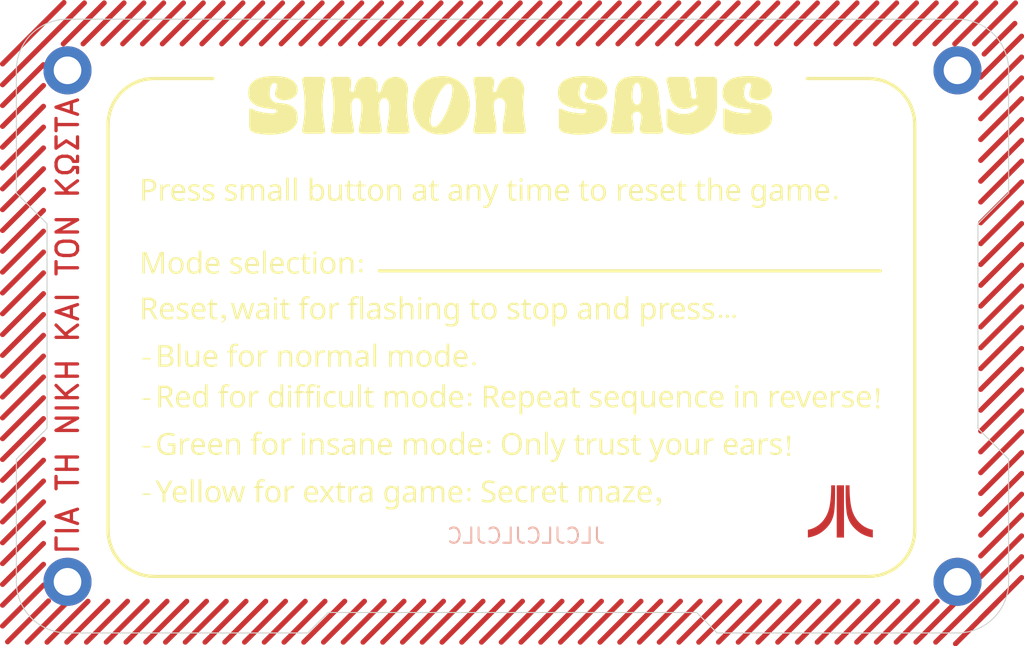
<source format=kicad_pcb>
(kicad_pcb (version 20221018) (generator pcbnew)
  (layers (0 "F.Cu" signal) (31 "B.Cu" signal) (34 "B.Paste" user) (35 "F.Paste" user) (36 "B.SilkS" user "B.Silkscreen") (37 "F.SilkS" user "F.Silkscreen") (38 "B.Mask" user) (39 "F.Mask" user) (44 "Edge.Cuts" user))
  (net 0 "")
  (footprint "MountingHole:MountingHole_2.7mm_M2.5_DIN965_Pad" (layer "F.Cu") (at 55 55)
    (fp_text reference "REF**" hide)
    (fp_text value "MountingHole_2.7mm_M2.5_DIN965_Pad" hide)
    (pad "1" thru_hole circle (at 0 0) (size 4.7 4.7) (drill 2.7) (layers "*.Cu" "*.Mask"))
  )
  (footprint "MountingHole:MountingHole_2.7mm_M2.5_DIN965_Pad" (layer "F.Cu") (at 142 105)
    (fp_text reference "REF**" hide)
    (fp_text value "MountingHole_2.7mm_M2.5_DIN965_Pad" hide)
    (pad "1" thru_hole circle (at 0 0) (size 4.7 4.7) (drill 2.7) (layers "*.Cu" "*.Mask"))
  )
  (footprint "MountingHole:MountingHole_2.7mm_M2.5_DIN965_Pad" (layer "F.Cu") (at 142 55)
    (fp_text reference "REF**" hide)
    (fp_text value "MountingHole_2.7mm_M2.5_DIN965_Pad" hide)
    (pad "1" thru_hole circle (at 0 0) (size 4.7 4.7) (drill 2.7) (layers "*.Cu" "*.Mask"))
  )
  (footprint "MountingHole:MountingHole_2.7mm_M2.5_DIN965_Pad" (layer "F.Cu") (at 55 105)
    (fp_text reference "REF**" hide)
    (fp_text value "MountingHole_2.7mm_M2.5_DIN965_Pad" hide)
    (pad "1" thru_hole circle (at 0 0) (size 4.7 4.7) (drill 2.7) (layers "*.Cu" "*.Mask"))
  )
  (gr_line (start 118.639181 110.9) (end 122.639181 106.9) (stroke (width 0.5)) (layer "F.Cu"))
  (gr_line (start 128.291816 110.9) (end 132.291816 106.9) (stroke (width 0.5)) (layer "F.Cu"))
  (gr_line (start 48.650836 109.324186) (end 52.650836 105.324186) (stroke (width 0.5)) (layer "F.Cu"))
  (gr_poly (pts (xy 131.450262 95.925858) (xy 131.454866 96.149487) (xy 131.465162 96.408776) (xy 131.483023 96.693844) (xy 131.510323 96.994808) (xy 131.548933 97.301787) (xy 131.573065 97.454444) (xy 131.600728 97.6049) (xy 131.632154 97.751918) (xy 131.667578 97.894265) (xy 131.707235 98.030704) (xy 131.751358 98.16) (xy 131.809583 98.306721) (xy 131.871978 98.445076) (xy 131.938148 98.575306) (xy 132.007697 98.697656) (xy 132.080232 98.812369) (xy 132.155358 98.919688) (xy 132.23268 99.019856) (xy 132.311804 99.113116) (xy 132.392334 99.199712) (xy 132.473877 99.279887) (xy 132.556037 99.353884) (xy 132.63842 99.421946) (xy 132.720632 99.484317) (xy 132.802277 99.54124) (xy 132.96229 99.639715) (xy 133.115302 99.719317) (xy 133.258155 99.781991) (xy 133.387693 99.829684) (xy 133.500759 99.864342) (xy 133.664843 99.902336) (xy 133.72515 99.911541) (xy 133.725414 100.673012) (xy 133.688288 100.667927) (xy 133.584871 100.649948) (xy 133.512036 100.634844) (xy 133.427107 100.614983) (xy 133.331577 100.589853) (xy 133.22694 100.558943) (xy 133.114687 100.521743) (xy 132.996312 100.477739) (xy 132.873308 100.426423) (xy 132.747167 100.367282) (xy 132.683388 100.334617) (xy 132.619384 100.299804) (xy 132.555342 100.26278) (xy 132.491449 100.22348) (xy 132.427893 100.18184) (xy 132.364858 100.137797) (xy 132.302532 100.091287) (xy 132.241102 100.042245) (xy 132.129478 99.947298) (xy 132.026659 99.853823) (xy 131.932163 99.761631) (xy 131.845513 99.67053) (xy 131.766228 99.580332) (xy 131.693829 99.490846) (xy 131.627836 99.401883) (xy 131.567771 99.313252) (xy 131.513153 99.224764) (xy 131.463504 99.136228) (xy 131.418343 99.047456) (xy 131.377192 98.958256) (xy 131.339571 98.868439) (xy 131.305 98.777815) (xy 131.273001 98.686194) (xy 131.243094 98.593387) (xy 131.21568 98.492037) (xy 131.191178 98.376523) (xy 131.16943 98.249107) (xy 131.150279 98.112052) (xy 131.119134 97.818076) (xy 131.096481 97.512697) (xy 131.08106 97.214014) (xy 131.071606 96.94013) (xy 131.065558 96.539162) (xy 131.065558 95.564702) (xy 131.449998 95.564702)) (fill solid) (layer "F.Cu"))
  (gr_line (start 144.270209 94.332898) (end 148.270209 90.332898) (stroke (width 0.5)) (layer "F.Cu"))
  (gr_line (start 76.167587 110.9) (end 80.167587 106.9) (stroke (width 0.5)) (layer "F.Cu"))
  (gr_line (start 48.650836 58.445161) (end 52.650836 54.445161) (stroke (width 0.5)) (layer "F.Cu"))
  (gr_line (start 114.778127 110.9) (end 118.778127 106.9) (stroke (width 0.5)) (layer "F.Cu"))
  (gr_line (start 144.270209 84.157093) (end 148.270209 80.157093) (stroke (width 0.5)) (layer "F.Cu"))
  (gr_line (start 144.270209 82.121932) (end 148.270209 78.121932) (stroke (width 0.5)) (layer "F.Cu"))
  (gr_line (start 70.080209 52.41) (end 74.080209 48.41) (stroke (width 0.5)) (layer "F.Cu"))
  (gr_line (start 60.397224 52.41) (end 64.397224 48.41) (stroke (width 0.5)) (layer "F.Cu"))
  (gr_line (start 139.874978 110.9) (end 144.270209 106.543864) (stroke (width 0.5)) (layer "F.Cu"))
  (gr_line (start 130.114716 52.41) (end 134.114716 48.41) (stroke (width 0.5)) (layer "F.Cu"))
  (gr_line (start 144.270209 63.805483) (end 148.270209 59.805483) (stroke (width 0.5)) (layer "F.Cu"))
  (gr_line (start 48.650836 74.726449) (end 52.650836 70.726449) (stroke (width 0.5)) (layer "F.Cu"))
  (gr_line (start 52.650836 52.41) (end 56.650836 48.41) (stroke (width 0.5)) (layer "F.Cu"))
  (gr_line (start 58.460627 52.41) (end 62.460627 48.41) (stroke (width 0.5)) (layer "F.Cu"))
  (gr_line (start 48.650836 95.078059) (end 52.650836 91.078059) (stroke (width 0.5)) (layer "F.Cu"))
  (gr_line (start 83.636388 52.41) (end 87.636388 48.41) (stroke (width 0.5)) (layer "F.Cu"))
  (gr_line (start 110.748746 52.41) (end 114.748746 48.41) (stroke (width 0.5)) (layer "F.Cu"))
  (gr_line (start 137.944451 110.9) (end 141.944451 106.9) (stroke (width 0.5)) (layer "F.Cu"))
  (gr_line (start 118.495134 52.41) (end 122.495134 48.41) (stroke (width 0.5)) (layer "F.Cu"))
  (gr_line (start 68.445479 110.9) (end 72.445479 106.9) (stroke (width 0.5)) (layer "F.Cu"))
  (gr_line (start 144.270209 61.770322) (end 148.270209 57.770322) (stroke (width 0.5)) (layer "F.Cu"))
  (gr_line (start 120.431731 52.41) (end 124.431731 48.41) (stroke (width 0.5)) (layer "F.Cu"))
  (gr_line (start 144.270209 59.735161) (end 148.270209 55.735161) (stroke (width 0.5)) (layer "F.Cu"))
  (gr_line (start 144.270209 80.086771) (end 148.270209 76.086771) (stroke (width 0.5)) (layer "F.Cu"))
  (gr_line (start 54.587433 52.41) (end 58.587433 48.41) (stroke (width 0.5)) (layer "F.Cu"))
  (gr_line (start 133.98791 52.41) (end 137.98791 48.41) (stroke (width 0.5)) (layer "F.Cu"))
  (gr_line (start 144.270209 71.946127) (end 148.270209 67.946127) (stroke (width 0.5)) (layer "F.Cu"))
  (gr_line (start 64.584425 110.9) (end 68.584425 106.9) (stroke (width 0.5)) (layer "F.Cu"))
  (gr_line (start 124.304925 52.41) (end 128.304925 48.41) (stroke (width 0.5)) (layer "F.Cu"))
  (gr_line (start 116.708654 110.9) (end 120.708654 106.9) (stroke (width 0.5)) (layer "F.Cu"))
  (gr_line (start 78.098114 110.9) (end 82.098114 106.9) (stroke (width 0.5)) (layer "F.Cu"))
  (gr_line (start 135.924507 52.41) (end 139.924507 48.41) (stroke (width 0.5)) (layer "F.Cu"))
  (gr_line (start 85.820222 110.9) (end 89.820222 106.9) (stroke (width 0.5)) (layer "F.Cu"))
  (gr_line (start 144.270209 86.192254) (end 148.270209 82.192254) (stroke (width 0.5)) (layer "F.Cu"))
  (gr_line (start 80.028641 110.9) (end 84.028641 106.9) (stroke (width 0.5)) (layer "F.Cu"))
  (gr_line (start 124.430762 110.9) (end 128.430762 106.9) (stroke (width 0.5)) (layer "F.Cu"))
  (gr_line (start 66.207015 52.41) (end 70.207015 48.41) (stroke (width 0.5)) (layer "F.Cu"))
  (gr_line (start 68.143612 52.41) (end 72.143612 48.41) (stroke (width 0.5)) (layer "F.Cu"))
  (gr_line (start 128.178119 52.41) (end 132.178119 48.41) (stroke (width 0.5)) (layer "F.Cu"))
  (gr_line (start 144.270209 65.840644) (end 148.270209 61.840644) (stroke (width 0.5)) (layer "F.Cu"))
  (gr_line (start 99.129164 52.41) (end 103.129164 48.41) (stroke (width 0.5)) (layer "F.Cu"))
  (gr_line (start 48.650836 60.480322) (end 52.650836 56.480322) (stroke (width 0.5)) (layer "F.Cu"))
  (gr_line (start 122.500235 110.9) (end 126.500235 106.9) (stroke (width 0.5)) (layer "F.Cu"))
  (gr_line (start 48.650836 72.691288) (end 52.650836 68.691288) (stroke (width 0.5)) (layer "F.Cu"))
  (gr_line (start 144.270209 108.579025) (end 148.270209 104.579025) (stroke (width 0.5)) (layer "F.Cu"))
  (gr_line (start 70.376006 110.9) (end 74.376006 106.9) (stroke (width 0.5)) (layer "F.Cu"))
  (gr_line (start 91.382776 52.41) (end 95.382776 48.41) (stroke (width 0.5)) (layer "F.Cu"))
  (gr_line (start 51.070736 110.9) (end 55.070736 106.9) (stroke (width 0.5)) (layer "F.Cu"))
  (gr_line (start 144.270209 88.227415) (end 148.270209 84.227415) (stroke (width 0.5)) (layer "F.Cu"))
  (gr_line (start 141.805505 111.06) (end 145.805505 107.06) (stroke (width 0.5)) (layer "F.Cu"))
  (gr_line (start 58.792844 110.9) (end 62.792844 106.9) (stroke (width 0.5)) (layer "F.Cu"))
  (gr_line (start 72.306533 110.9) (end 76.306533 106.9) (stroke (width 0.5)) (layer "F.Cu"))
  (gr_line (start 139.797701 52.41) (end 143.797701 48.41) (stroke (width 0.5)) (layer "F.Cu"))
  (gr_line (start 53.001263 110.9) (end 57.001263 106.9) (stroke (width 0.5)) (layer "F.Cu"))
  (gr_line (start 48.650836 91.007737) (end 52.650836 87.007737) (stroke (width 0.5)) (layer "F.Cu"))
  (gr_line (start 62.333821 52.41) (end 66.333821 48.41) (stroke (width 0.5)) (layer "F.Cu"))
  (gr_line (start 132.15287 110.9) (end 136.15287 106.9) (stroke (width 0.5)) (layer "F.Cu"))
  (gr_line (start 144.270209 90.262576) (end 148.270209 86.262576) (stroke (width 0.5)) (layer "F.Cu"))
  (gr_line (start 95.25597 52.41) (end 99.25597 48.41) (stroke (width 0.5)) (layer "F.Cu"))
  (gr_line (start 91.611803 110.9) (end 95.611803 106.9) (stroke (width 0.5)) (layer "F.Cu"))
  (gr_line (start 93.54233 110.9) (end 97.54233 106.9) (stroke (width 0.5)) (layer "F.Cu"))
  (gr_line (start 48.650836 93.042898) (end 52.650836 89.042898) (stroke (width 0.5)) (layer "F.Cu"))
  (gr_line (start 49.140209 110.864839) (end 53.140209 106.864839) (stroke (width 0.5)) (layer "F.Cu"))
  (gr_line (start 89.681276 110.9) (end 93.681276 106.9) (stroke (width 0.5)) (layer "F.Cu"))
  (gr_line (start 144.270209 92.297737) (end 148.270209 88.297737) (stroke (width 0.5)) (layer "F.Cu"))
  (gr_line (start 106.875552 52.41) (end 110.875552 48.41) (stroke (width 0.5)) (layer "F.Cu"))
  (gr_line (start 52.650836 50.374839) (end 54.650836 48.374839) (stroke (width 0.5)) (layer "F.Cu"))
  (gr_line (start 66.514952 110.9) (end 70.514952 106.9) (stroke (width 0.5)) (layer "F.Cu"))
  (gr_poly (pts (xy 130.035271 96.539162) (xy 130.02926 96.94013) (xy 130.019839 97.214014) (xy 130.004447 97.512697) (xy 129.981812 97.818076) (xy 129.950662 98.112052) (xy 129.931497 98.249107) (xy 129.909727 98.376523) (xy 129.885193 98.492037) (xy 129.857736 98.593387) (xy 129.827825 98.686194) (xy 129.795819 98.777815) (xy 129.761239 98.868439) (xy 129.723609 98.958256) (xy 129.682449 99.047456) (xy 129.637284 99.136228) (xy 129.587635 99.224764) (xy 129.533026 99.313252) (xy 129.472978 99.401883) (xy 129.407014 99.490846) (xy 129.334657 99.580332) (xy 129.255428 99.67053) (xy 129.168852 99.761631) (xy 129.074449 99.853823) (xy 128.971743 99.947298) (xy 128.860257 100.042245) (xy 128.798778 100.091287) (xy 128.736407 100.137797) (xy 128.673331 100.18184) (xy 128.609734 100.22348) (xy 128.545805 100.26278) (xy 128.48173 100.299804) (xy 128.417694 100.334617) (xy 128.353885 100.367282) (xy 128.227694 100.426423) (xy 128.104647 100.477739) (xy 127.986237 100.521743) (xy 127.873956 100.558943) (xy 127.769296 100.589853) (xy 127.67375 100.614983) (xy 127.58881 100.634844) (xy 127.515967 100.649948) (xy 127.412542 100.667927) (xy 127.375415 100.673012) (xy 127.375415 99.911541) (xy 127.435735 99.902336) (xy 127.599856 99.864342) (xy 127.712949 99.829684) (xy 127.842521 99.781991) (xy 127.985415 99.719317) (xy 128.138473 99.639715) (xy 128.298539 99.54124) (xy 128.380213 99.484317) (xy 128.462454 99.421946) (xy 128.544869 99.353884) (xy 128.627063 99.279887) (xy 128.708641 99.199712) (xy 128.789208 99.113116) (xy 128.868369 99.019856) (xy 128.945731 98.919688) (xy 129.020898 98.812369) (xy 129.093475 98.697656) (xy 129.163069 98.575306) (xy 129.229284 98.445076) (xy 129.291726 98.306721) (xy 129.35 98.16) (xy 129.394071 98.030704) (xy 129.43367 97.894265) (xy 129.469033 97.751918) (xy 129.500395 97.6049) (xy 129.527992 97.454444) (xy 129.552058 97.301787) (xy 129.59054 96.994808) (xy 129.617723 96.693844) (xy 129.63549 96.408776) (xy 129.645722 96.149487) (xy 129.650302 95.925858) (xy 129.650302 95.564702) (xy 130.035271 95.564702)) (fill solid) (layer "F.Cu"))
  (gr_line (start 87.750749 110.9) (end 91.750749 106.9) (stroke (width 0.5)) (layer "F.Cu"))
  (gr_line (start 144.270209 57.7) (end 148.270209 53.7) (stroke (width 0.5)) (layer "F.Cu"))
  (gr_line (start 144.270209 55.664839) (end 148.270209 51.664839) (stroke (width 0.5)) (layer "F.Cu"))
  (gr_line (start 134.083397 110.9) (end 138.083397 106.9) (stroke (width 0.5)) (layer "F.Cu"))
  (gr_line (start 141.734298 52.41) (end 145.734298 48.41) (stroke (width 0.5)) (layer "F.Cu"))
  (gr_line (start 48.650836 99.148381) (end 52.650836 95.148381) (stroke (width 0.5)) (layer "F.Cu"))
  (gr_line (start 72.016806 52.41) (end 76.016806 48.41) (stroke (width 0.5)) (layer "F.Cu"))
  (gr_line (start 101.264438 110.9) (end 105.264438 106.9) (stroke (width 0.5)) (layer "F.Cu"))
  (gr_line (start 48.650836 105.253864) (end 52.650836 101.253864) (stroke (width 0.5)) (layer "F.Cu"))
  (gr_line (start 81.959168 110.9) (end 85.959168 106.9) (stroke (width 0.5)) (layer "F.Cu"))
  (gr_line (start 144.270209 104.508703) (end 148.270209 100.508703) (stroke (width 0.5)) (layer "F.Cu"))
  (gr_line (start 144.270209 76.016449) (end 148.270209 72.016449) (stroke (width 0.5)) (layer "F.Cu"))
  (gr_line (start 60.723371 110.9) (end 64.723371 106.9) (stroke (width 0.5)) (layer "F.Cu"))
  (gr_line (start 144.270209 102.473542) (end 148.270209 98.473542) (stroke (width 0.5)) (layer "F.Cu"))
  (gr_line (start 144.270209 106.543864) (end 148.270209 102.543864) (stroke (width 0.5)) (layer "F.Cu"))
  (gr_line (start 48.650836 76.76161) (end 52.650836 72.76161) (stroke (width 0.5)) (layer "F.Cu"))
  (gr_line (start 101.065761 52.41) (end 105.065761 48.41) (stroke (width 0.5)) (layer "F.Cu"))
  (gr_line (start 144.270209 69.910966) (end 148.270209 65.910966) (stroke (width 0.5)) (layer "F.Cu"))
  (gr_line (start 144.270209 96.368059) (end 148.270209 92.368059) (stroke (width 0.5)) (layer "F.Cu"))
  (gr_line (start 144.270209 67.875805) (end 148.270209 63.875805) (stroke (width 0.5)) (layer "F.Cu"))
  (gr_line (start 48.650836 64.550644) (end 52.650836 60.550644) (stroke (width 0.5)) (layer "F.Cu"))
  (gr_line (start 93.319373 52.41) (end 97.319373 48.41) (stroke (width 0.5)) (layer "F.Cu"))
  (gr_poly (pts (xy 130.906015 100.673276) (xy 130.195873 100.673276) (xy 130.195609 95.565231) (xy 130.906015 95.565231)) (fill solid) (layer "F.Cu"))
  (gr_line (start 103.002358 52.41) (end 107.002358 48.41) (stroke (width 0.5)) (layer "F.Cu"))
  (gr_line (start 132.051313 52.41) (end 136.051313 48.41) (stroke (width 0.5)) (layer "F.Cu"))
  (gr_line (start 48.650836 70.656127) (end 52.650836 66.656127) (stroke (width 0.5)) (layer "F.Cu"))
  (gr_line (start 83.889695 110.9) (end 87.889695 106.9) (stroke (width 0.5)) (layer "F.Cu"))
  (gr_line (start 56.52403 52.41) (end 60.52403 48.41) (stroke (width 0.5)) (layer "F.Cu"))
  (gr_line (start 48.650836 62.515483) (end 52.650836 58.515483) (stroke (width 0.5)) (layer "F.Cu"))
  (gr_line (start 77.826597 52.41) (end 81.826597 48.41) (stroke (width 0.5)) (layer "F.Cu"))
  (gr_line (start 120.569708 110.9) (end 124.569708 106.9) (stroke (width 0.5)) (layer "F.Cu"))
  (gr_line (start 103.194965 110.9) (end 107.194965 106.9) (stroke (width 0.5)) (layer "F.Cu"))
  (gr_line (start 126.241522 52.41) (end 130.241522 48.41) (stroke (width 0.5)) (layer "F.Cu"))
  (gr_line (start 62.653898 110.9) (end 66.653898 106.9) (stroke (width 0.5)) (layer "F.Cu"))
  (gr_line (start 144.270209 73.981288) (end 148.270209 69.981288) (stroke (width 0.5)) (layer "F.Cu"))
  (gr_line (start 56.862317 110.9) (end 60.862317 106.9) (stroke (width 0.5)) (layer "F.Cu"))
  (gr_line (start 89.446179 52.41) (end 93.446179 48.41) (stroke (width 0.5)) (layer "F.Cu"))
  (gr_line (start 48.650836 66.585805) (end 52.650836 62.585805) (stroke (width 0.5)) (layer "F.Cu"))
  (gr_line (start 48.650836 101.183542) (end 52.650836 97.183542) (stroke (width 0.5)) (layer "F.Cu"))
  (gr_line (start 48.650836 80.831932) (end 52.650836 76.831932) (stroke (width 0.5)) (layer "F.Cu"))
  (gr_line (start 112.8476 110.9) (end 116.8476 106.9) (stroke (width 0.5)) (layer "F.Cu"))
  (gr_line (start 136.013924 110.9) (end 140.013924 106.9) (stroke (width 0.5)) (layer "F.Cu"))
  (gr_line (start 48.650836 88.972576) (end 52.650836 84.972576) (stroke (width 0.5)) (layer "F.Cu"))
  (gr_line (start 73.953403 52.41) (end 77.953403 48.41) (stroke (width 0.5)) (layer "F.Cu"))
  (gr_line (start 74.23706 110.9) (end 78.23706 106.9) (stroke (width 0.5)) (layer "F.Cu"))
  (gr_line (start 48.650836 97.11322) (end 52.650836 93.11322) (stroke (width 0.5)) (layer "F.Cu"))
  (gr_line (start 110.917073 110.9) (end 114.917073 106.9) (stroke (width 0.5)) (layer "F.Cu"))
  (gr_line (start 95.472857 110.9) (end 99.472857 106.9) (stroke (width 0.5)) (layer "F.Cu"))
  (gr_line (start 107.056019 110.9) (end 111.056019 106.9) (stroke (width 0.5)) (layer "F.Cu"))
  (gr_line (start 75.89 52.41) (end 79.89 48.41) (stroke (width 0.5)) (layer "F.Cu"))
  (gr_line (start 48.650836 56.41) (end 52.650836 52.41) (stroke (width 0.5)) (layer "F.Cu"))
  (gr_line (start 116.558537 52.41) (end 120.558537 48.41) (stroke (width 0.5)) (layer "F.Cu"))
  (gr_line (start 105.125492 110.9) (end 109.125492 106.9) (stroke (width 0.5)) (layer "F.Cu"))
  (gr_line (start 87.509582 52.41) (end 91.509582 48.41) (stroke (width 0.5)) (layer "F.Cu"))
  (gr_line (start 81.699791 52.41) (end 85.699791 48.41) (stroke (width 0.5)) (layer "F.Cu"))
  (gr_line (start 48.650836 86.937415) (end 52.650836 82.937415) (stroke (width 0.5)) (layer "F.Cu"))
  (gr_line (start 48.650836 68.620966) (end 52.650836 64.620966) (stroke (width 0.5)) (layer "F.Cu"))
  (gr_line (start 48.650836 78.796771) (end 52.650836 74.796771) (stroke (width 0.5)) (layer "F.Cu"))
  (gr_line (start 48.650836 82.867093) (end 52.650836 78.867093) (stroke (width 0.5)) (layer "F.Cu"))
  (gr_line (start 97.403384 110.9) (end 101.403384 106.9) (stroke (width 0.5)) (layer "F.Cu"))
  (gr_line (start 54.93179 110.9) (end 58.93179 106.9) (stroke (width 0.5)) (layer "F.Cu"))
  (gr_line (start 48.650836 103.218703) (end 52.650836 99.218703) (stroke (width 0.5)) (layer "F.Cu"))
  (gr_line (start 108.812149 52.41) (end 112.812149 48.41) (stroke (width 0.5)) (layer "F.Cu"))
  (gr_line (start 143.670895 52.41) (end 147.670895 48.41) (stroke (width 0.5)) (layer "F.Cu"))
  (gr_line (start 130.222343 110.9) (end 134.222343 106.9) (stroke (width 0.5)) (layer "F.Cu"))
  (gr_line (start 97.192567 52.41) (end 101.192567 48.41) (stroke (width 0.5)) (layer "F.Cu"))
  (gr_line (start 144.270209 100.438381) (end 148.270209 96.438381) (stroke (width 0.5)) (layer "F.Cu"))
  (gr_line (start 85.572985 52.41) (end 89.572985 48.41) (stroke (width 0.5)) (layer "F.Cu"))
  (gr_line (start 144.270209 78.05161) (end 148.270209 74.05161) (stroke (width 0.5)) (layer "F.Cu"))
  (gr_line (start 114.62194 52.41) (end 118.62194 48.41) (stroke (width 0.5)) (layer "F.Cu"))
  (gr_line (start 48.650836 107.289025) (end 52.650836 103.289025) (stroke (width 0.5)) (layer "F.Cu"))
  (gr_line (start 108.986546 110.9) (end 112.986546 106.9) (stroke (width 0.5)) (layer "F.Cu"))
  (gr_line (start 48.650836 84.902254) (end 52.650836 80.902254) (stroke (width 0.5)) (layer "F.Cu"))
  (gr_line (start 144.270209 98.40322) (end 148.270209 94.40322) (stroke (width 0.5)) (layer "F.Cu"))
  (gr_line (start 48.650836 54.374839) (end 52.650836 50.374839) (stroke (width 0.5)) (layer "F.Cu"))
  (gr_line (start 79.763194 52.41) (end 83.763194 48.41) (stroke (width 0.5)) (layer "F.Cu"))
  (gr_line (start 126.361289 110.9) (end 130.361289 106.9) (stroke (width 0.5)) (layer "F.Cu"))
  (gr_line (start 99.333911 110.9) (end 103.333911 106.9) (stroke (width 0.5)) (layer "F.Cu"))
  (gr_line (start 104.938955 52.41) (end 108.938955 48.41) (stroke (width 0.5)) (layer "F.Cu"))
  (gr_line (start 64.270418 52.41) (end 68.270418 48.41) (stroke (width 0.5)) (layer "F.Cu"))
  (gr_line (start 122.368328 52.41) (end 126.368328 48.41) (stroke (width 0.5)) (layer "F.Cu"))
  (gr_line (start 144.607492 53.41) (end 147.607492 50.41) (stroke (width 0.5)) (layer "F.Cu"))
  (gr_line (start 137.861104 52.41) (end 141.861104 48.41) (stroke (width 0.5)) (layer "F.Cu"))
  (gr_line (start 112.685343 52.41) (end 116.685343 48.41) (stroke (width 0.5)) (layer "F.Cu"))
  (gr_poly (pts (xy 85.141927 66.124771) (xy 85.168326 66.125912) (xy 85.194297 66.127816) (xy 85.219843 66.130483) (xy 85.244966 66.133913) (xy 85.269666 66.138104) (xy 85.293946 66.143058) (xy 85.317808 66.148776) (xy 85.341253 66.155259) (xy 85.364284 66.162506) (xy 85.386901 66.170518) (xy 85.409106 66.179294) (xy 85.4309 66.188836) (xy 85.452286 66.199145) (xy 85.473265 66.210218) (xy 85.493839 66.222058) (xy 85.514299 66.234263) (xy 85.534188 66.24717) (xy 85.553508 66.260778) (xy 85.572255 66.275085) (xy 85.59043 66.29009) (xy 85.608028 66.305791) (xy 85.625053 66.322192) (xy 85.641498 66.339286) (xy 85.657366 66.357075) (xy 85.672654 66.375557) (xy 85.68736 66.394733) (xy 85.701483 66.414599) (xy 85.715021 66.435155) (xy 85.727974 66.456401) (xy 85.740339 66.478336) (xy 85.752118 66.500957) (xy 85.763596 66.52388) (xy 85.774325 66.547461) (xy 85.784307 66.5717) (xy 85.793542 66.596593) (xy 85.802031 66.622137) (xy 85.809775 66.648337) (xy 85.816775 66.675185) (xy 85.823035 66.702683) (xy 85.828552 66.730829) (xy 85.833329 66.759622) (xy 85.837369 66.789062) (xy 85.840673 66.819145) (xy 85.843239 66.849872) (xy 85.84507 66.88124) (xy 85.846168 66.913248) (xy 85.846534 66.945896) (xy 85.845742 66.994461) (xy 85.843371 67.041625) (xy 85.839417 67.087388) (xy 85.833886 67.131757) (xy 85.826775 67.174727) (xy 85.818087 67.216305) (xy 85.807822 67.256491) (xy 85.795985 67.295286) (xy 85.78257 67.332691) (xy 85.767584 67.36871) (xy 85.751026 67.403342) (xy 85.732894 67.436591) (xy 85.713194 67.468458) (xy 85.691926 67.498944) (xy 85.669088 67.52805) (xy 85.644684 67.555778) (xy 85.61931 67.58197) (xy 85.592824 67.606462) (xy 85.565226 67.62926) (xy 85.536519 67.650362) (xy 85.506699 67.669769) (xy 85.475766 67.687484) (xy 85.443724 67.703505) (xy 85.41057 67.717838) (xy 85.376304 67.730477) (xy 85.340927 67.741431) (xy 85.30444 67.750694) (xy 85.266841 67.758273) (xy 85.228132 67.764164) (xy 85.18831 67.768372) (xy 85.147379 67.770894) (xy 85.105337 67.771736) (xy 85.079221 67.771371) (xy 85.053469 67.770272) (xy 85.028082 67.768441) (xy 85.003052 67.765873) (xy 84.978381 67.762572) (xy 84.954063 67.758531) (xy 84.9301 67.753754) (xy 84.906486 67.748235) (xy 84.883218 67.741977) (xy 84.860294 67.734976) (xy 84.837713 67.727233) (xy 84.815472 67.718745) (xy 84.793569 67.709509) (xy 84.771997 67.699528) (xy 84.75076 67.688799) (xy 84.72985 67.67732) (xy 84.709741 67.664766) (xy 84.690152 67.651549) (xy 84.671088 67.63767) (xy 84.652549 67.623123) (xy 84.634538 67.607913) (xy 84.617053 67.592035) (xy 84.6001 67.575487) (xy 84.583678 67.558271) (xy 84.567787 67.540381) (xy 84.55243 67.521819) (xy 84.53761 67.502585) (xy 84.523326 67.482673) (xy 84.509579 67.462087) (xy 84.496372 67.44082) (xy 84.483705 67.418875) (xy 84.471582 67.39625) (xy 84.460101 67.372614) (xy 84.449372 67.348378) (xy 84.439391 67.323542) (xy 84.430157 67.298102) (xy 84.421669 67.272062) (xy 84.413924 67.245422) (xy 84.406923 67.21818) (xy 84.400665 67.190334) (xy 84.395146 67.16189) (xy 84.390369 67.132841) (xy 84.38633 67.103191) (xy 84.383027 67.072938) (xy 84.380461 67.042081) (xy 84.37863 67.010623) (xy 84.377531 66.97856) (xy 84.377166 66.945896) (xy 84.646298 66.945896) (xy 84.646726 66.98063) (xy 84.648009 67.014453) (xy 84.650149 67.047368) (xy 84.653144 67.079375) (xy 84.656995 67.110473) (xy 84.661703 67.140667) (xy 84.667268 67.169956) (xy 84.673688 67.19834) (xy 84.680965 67.225822) (xy 84.6891 67.252402) (xy 84.69809 67.278081) (xy 84.707939 67.302859) (xy 84.718643 67.32674) (xy 84.730205 67.349722) (xy 84.742625 67.371808) (xy 84.755903 67.392999) (xy 84.770492 67.412731) (xy 84.786105 67.431188) (xy 84.802746 67.448368) (xy 84.820409 67.464271) (xy 84.839095 67.478897) (xy 84.858803 67.492249) (xy 84.87953 67.504328) (xy 84.90128 67.515133) (xy 84.924046 67.524665) (xy 84.94783 67.532922) (xy 84.972631 67.539909) (xy 84.998447 67.545623) (xy 85.025278 67.550066) (xy 85.053122 67.553242) (xy 85.081981 67.555144) (xy 85.111849 67.555778) (xy 85.141356 67.555144) (xy 85.169868 67.553242) (xy 85.197384 67.550066) (xy 85.223907 67.545623) (xy 85.249435 67.539909) (xy 85.273967 67.532922) (xy 85.297506 67.524665) (xy 85.3089 67.520057) (xy 85.320047 67.515133) (xy 85.330946 67.509889) (xy 85.341595 67.504328) (xy 85.351994 67.498448) (xy 85.362146 67.492249) (xy 85.372047 67.485733) (xy 85.381701 67.478897) (xy 85.391105 67.471743) (xy 85.400261 67.464271) (xy 85.409167 67.456478) (xy 85.417825 67.448368) (xy 85.426231 67.439936) (xy 85.434392 67.431188) (xy 85.442301 67.42212) (xy 85.449961 67.412731) (xy 85.457372 67.403024) (xy 85.464535 67.392999) (xy 85.478175 67.371808) (xy 85.490941 67.349722) (xy 85.502831 67.32674) (xy 85.513843 67.302859) (xy 85.52398 67.278081) (xy 85.533239 67.252402) (xy 85.54162 67.225822) (xy 85.549123 67.19834) (xy 85.555745 67.169956) (xy 85.561486 67.140667) (xy 85.566346 67.110473) (xy 85.570323 67.079375) (xy 85.573418 67.047368) (xy 85.57563 67.014453) (xy 85.576959 66.98063) (xy 85.5774 66.945896) (xy 85.576959 66.911179) (xy 85.57563 66.877409) (xy 85.573418 66.844586) (xy 85.570323 66.812708) (xy 85.566346 66.781779) (xy 85.561486 66.751798) (xy 85.555745 66.722765) (xy 85.549123 66.694682) (xy 85.54162 66.667548) (xy 85.533239 66.641363) (xy 85.52398 66.616127) (xy 85.513843 66.591843) (xy 85.502831 66.56851) (xy 85.490941 66.546126) (xy 85.478175 66.524695) (xy 85.464535 66.504216) (xy 85.449947 66.484833) (xy 85.434333 66.466687) (xy 85.417693 66.44978) (xy 85.40003 66.434116) (xy 85.381344 66.419693) (xy 85.361635 66.406518) (xy 85.340908 66.394588) (xy 85.319159 66.383907) (xy 85.296393 66.374476) (xy 85.272608 66.366296) (xy 85.247807 66.359371) (xy 85.221992 66.353701) (xy 85.19516 66.349286) (xy 85.167314 66.346132) (xy 85.138458 66.344238) (xy 85.10859 66.343608) (xy 85.078736 66.344238) (xy 85.049924 66.346132) (xy 85.022152 66.349286) (xy 84.995421 66.353701) (xy 84.969731 66.359371) (xy 84.945084 66.366296) (xy 84.921475 66.374476) (xy 84.910062 66.379035) (xy 84.898909 66.383907) (xy 84.888018 66.389092) (xy 84.877386 66.394588) (xy 84.867014 66.400396) (xy 84.856903 66.406518) (xy 84.847054 66.41295) (xy 84.837463 66.419693) (xy 84.828135 66.426749) (xy 84.819065 66.434116) (xy 84.810257 66.441794) (xy 84.80171 66.44978) (xy 84.793424 66.458079) (xy 84.785398 66.466687) (xy 84.777634 66.475606) (xy 84.770128 66.484833) (xy 84.762886 66.494369) (xy 84.755903 66.504216) (xy 84.742625 66.524695) (xy 84.730205 66.546126) (xy 84.718643 66.56851) (xy 84.707939 66.591843) (xy 84.69809 66.616127) (xy 84.6891 66.641363) (xy 84.680965 66.667548) (xy 84.673688 66.694682) (xy 84.667268 66.722765) (xy 84.661703 66.751798) (xy 84.656995 66.781779) (xy 84.653144 66.812708) (xy 84.650149 66.844586) (xy 84.648009 66.877409) (xy 84.646726 66.911179) (xy 84.646298 66.945896) (xy 84.377166 66.945896) (xy 84.377941 66.897334) (xy 84.38027 66.850178) (xy 84.384148 66.804432) (xy 84.389581 66.760095) (xy 84.396564 66.717167) (xy 84.4051 66.67565) (xy 84.415186 66.635542) (xy 84.426823 66.596845) (xy 84.440013 66.559562) (xy 84.454753 66.523691) (xy 84.471042 66.489235) (xy 84.488884 66.456191) (xy 84.508275 66.424563) (xy 84.529219 66.39435) (xy 84.551712 66.365555) (xy 84.575755 66.338175) (xy 84.601129 66.312335) (xy 84.627614 66.288151) (xy 84.65521 66.265627) (xy 84.683919 66.244763) (xy 84.713739 66.225563) (xy 84.744672 66.208024) (xy 84.776714 66.19215) (xy 84.809869 66.177943) (xy 84.844135 66.165402) (xy 84.879511 66.154528) (xy 84.915999 66.145324) (xy 84.953597 66.137791) (xy 84.992306 66.13193) (xy 85.032129 66.127743) (xy 85.07306 66.125227) (xy 85.115102 66.124389)) (fill solid) (layer "F.SilkS"))
  (gr_poly (pts (xy 93.039639 86.321264) (xy 93.064497 86.322308) (xy 93.088886 86.324049) (xy 93.112809 86.326487) (xy 93.136266 86.329618) (xy 93.159257 86.333446) (xy 93.181784 86.337967) (xy 93.203848 86.343186) (xy 93.225449 86.349097) (xy 93.246588 86.355706) (xy 93.267264 86.363006) (xy 93.287481 86.371) (xy 93.307236 86.37969) (xy 93.326533 86.389073) (xy 93.34537 86.399149) (xy 93.363749 86.409916) (xy 93.381998 86.421316) (xy 93.399703 86.433293) (xy 93.41686 86.445847) (xy 93.433469 86.458976) (xy 93.449527 86.472685) (xy 93.465036 86.486971) (xy 93.47999 86.501835) (xy 93.494392 86.517276) (xy 93.508237 86.533297) (xy 93.521524 86.549897) (xy 93.534254 86.567077) (xy 93.546424 86.584837) (xy 93.558032 86.603176) (xy 93.569076 86.622097) (xy 93.579557 86.6416) (xy 93.589471 86.661682) (xy 93.599165 86.681905) (xy 93.608237 86.702574) (xy 93.616692 86.723687) (xy 93.624525 86.745241) (xy 93.631736 86.767241) (xy 93.638324 86.789682) (xy 93.64429 86.812561) (xy 93.64963 86.835884) (xy 93.654347 86.859645) (xy 93.658435 86.883848) (xy 93.661898 86.908487) (xy 93.664733 86.933565) (xy 93.66694 86.95908) (xy 93.668518 86.985032) (xy 93.669465 87.011419) (xy 93.66978 87.03824) (xy 93.66978 87.195591) (xy 92.58132 87.195591) (xy 92.582551 87.228794) (xy 92.584764 87.260991) (xy 92.587956 87.29218) (xy 92.592127 87.322366) (xy 92.597276 87.351549) (xy 92.6034 87.379731) (xy 92.6105 87.406914) (xy 92.618572 87.433099) (xy 92.627617 87.458288) (xy 92.637632 87.482484) (xy 92.648619 87.505687) (xy 92.660572 87.527901) (xy 92.673493 87.549124) (xy 92.687381 87.569361) (xy 92.702234 87.588614) (xy 92.718049 87.606884) (xy 92.73512 87.62376) (xy 92.752993 87.63956) (xy 92.771671 87.654287) (xy 92.791152 87.667935) (xy 92.81144 87.680502) (xy 92.832537 87.691989) (xy 92.85444 87.70239) (xy 92.877151 87.711706) (xy 92.900676 87.719933) (xy 92.925008 87.727071) (xy 92.950156 87.733115) (xy 92.976116 87.738065) (xy 93.002891 87.74192) (xy 93.030481 87.744676) (xy 93.058888 87.74633) (xy 93.088111 87.746883) (xy 93.125348 87.746446) (xy 93.161494 87.745142) (xy 93.19654 87.742985) (xy 93.230481 87.739982) (xy 93.26331 87.736147) (xy 93.29502 87.731492) (xy 93.325609 87.726023) (xy 93.355065 87.719757) (xy 93.384797 87.712) (xy 93.41472 87.703534) (xy 93.444832 87.694353) (xy 93.475129 87.684441) (xy 93.505612 87.673788) (xy 93.536281 87.662385) (xy 93.567127 87.650218) (xy 93.598155 87.637277) (xy 93.598155 87.865169) (xy 93.567835 87.87804) (xy 93.537622 87.889985) (xy 93.507513 87.901008) (xy 93.477499 87.911103) (xy 93.447579 87.920271) (xy 93.417746 87.928514) (xy 93.387995 87.93583) (xy 93.358327 87.942218) (xy 93.327971 87.948445) (xy 93.296183 87.953791) (xy 93.262974 87.958277) (xy 93.228362 87.961914) (xy 93.192361 87.964716) (xy 93.154986 87.9667) (xy 93.116253 87.96788) (xy 93.076175 87.968271) (xy 93.048228 87.967918) (xy 93.020686 87.966864) (xy 92.993552 87.965104) (xy 92.966824 87.962637) (xy 92.940496 87.959459) (xy 92.914567 87.95557) (xy 92.889035 87.950969) (xy 92.8639 87.945652) (xy 92.839158 87.939616) (xy 92.814809 87.932861) (xy 92.790848 87.925385) (xy 92.767275 87.917184) (xy 92.744089 87.908259) (xy 92.721283 87.898606) (xy 92.698861 87.888221) (xy 92.676818 87.877106) (xy 92.655616 87.865281) (xy 92.634982 87.852765) (xy 92.614916 87.839558) (xy 92.595424 87.82566) (xy 92.576501 87.811071) (xy 92.558153 87.795787) (xy 92.540383 87.779813) (xy 92.523188 87.763143) (xy 92.506571 87.74578) (xy 92.490537 87.72772) (xy 92.475083 87.708965) (xy 92.460213 87.689513) (xy 92.445929 87.669363) (xy 92.432231 87.648514) (xy 92.419123 87.626968) (xy 92.406602 87.604721) (xy 92.395124 87.581434) (xy 92.384395 87.557507) (xy 92.374414 87.532943) (xy 92.36518 87.507743) (xy 92.35669 87.481909) (xy 92.348947 87.455443) (xy 92.341945 87.428348) (xy 92.335687 87.400626) (xy 92.330169 87.372278) (xy 92.325391 87.343309) (xy 92.321351 87.313718) (xy 92.31805 87.283509) (xy 92.315483 87.252683) (xy 92.31365 87.221244) (xy 92.312554 87.189192) (xy 92.312186 87.156529) (xy 92.31252 87.124226) (xy 92.313522 87.092508) (xy 92.315189 87.061375) (xy 92.317527 87.030827) (xy 92.320532 87.000862) (xy 92.3221 86.988316) (xy 92.587832 86.988316) (xy 93.396305 86.988316) (xy 93.395593 86.963423) (xy 93.394195 86.939118) (xy 93.392109 86.915402) (xy 93.389333 86.892277) (xy 93.38587 86.869746) (xy 93.381714 86.847812) (xy 93.376865 86.826474) (xy 93.371326 86.805738) (xy 93.365089 86.785601) (xy 93.358156 86.766071) (xy 93.350529 86.747146) (xy 93.342203 86.728828) (xy 93.333175 86.711121) (xy 93.32345 86.694027) (xy 93.313021 86.677546) (xy 93.301889 86.661682) (xy 93.289986 86.646258) (xy 93.277241 86.631837) (xy 93.263654 86.61842) (xy 93.249227 86.606005) (xy 93.23396 86.594592) (xy 93.21786 86.584178) (xy 93.200919 86.574761) (xy 93.183147 86.56634) (xy 93.164539 86.558917) (xy 93.145101 86.552487) (xy 93.12483 86.54705) (xy 93.103731 86.542604) (xy 93.081803 86.539147) (xy 93.059049 86.536682) (xy 93.035468 86.535202) (xy 93.011062 86.53471) (xy 92.988027 86.535185) (xy 92.965595 86.536611) (xy 92.943768 86.538984) (xy 92.922543 86.54231) (xy 92.901921 86.546584) (xy 92.8819 86.551806) (xy 92.862483 86.55798) (xy 92.843669 86.565103) (xy 92.825456 86.573176) (xy 92.807843 86.582195) (xy 92.790833 86.592166) (xy 92.774424 86.603086) (xy 92.758617 86.614953) (xy 92.743411 86.627772) (xy 92.728803 86.641537) (xy 92.714796 86.65625) (xy 92.701804 86.671439) (xy 92.689489 86.687372) (xy 92.677855 86.70405) (xy 92.666899 86.721469) (xy 92.65662 86.739632) (xy 92.647017 86.758539) (xy 92.638087 86.778186) (xy 92.62983 86.798575) (xy 92.622245 86.819705) (xy 92.61533 86.841577) (xy 92.609082 86.864185) (xy 92.603503 86.887535) (xy 92.598591 86.911624) (xy 92.59434 86.936451) (xy 92.590756 86.962016) (xy 92.587832 86.988316) (xy 92.3221 86.988316) (xy 92.324207 86.971479) (xy 92.328552 86.942677) (xy 92.333569 86.914455) (xy 92.339255 86.886811) (xy 92.345616 86.859746) (xy 92.352647 86.833257) (xy 92.360354 86.807345) (xy 92.368733 86.782006) (xy 92.377786 86.757241) (xy 92.387515 86.733047) (xy 92.397919 86.709426) (xy 92.409303 86.686425) (xy 92.421225 86.664091) (xy 92.433688 86.642428) (xy 92.446687 86.621434) (xy 92.460226 86.601108) (xy 92.474298 86.581452) (xy 92.488908 86.562468) (xy 92.504049 86.544154) (xy 92.519723 86.526512) (xy 92.535929 86.509542) (xy 92.552666 86.493244) (xy 92.56993 86.47762) (xy 92.587723 86.462668) (xy 92.606044 86.448388) (xy 92.624891 86.434784) (xy 92.644261 86.421852) (xy 92.664457 86.409649) (xy 92.685039 86.398227) (xy 92.706008 86.387593) (xy 92.727365 86.377739) (xy 92.74911 86.368674) (xy 92.771246 86.360393) (xy 92.793775 86.352898) (xy 92.816695 86.346193) (xy 92.840009 86.340271) (xy 92.863718 86.335139) (xy 92.887822 86.330796) (xy 92.912324 86.327241) (xy 92.937222 86.324475) (xy 92.962521 86.322497) (xy 92.988216 86.321312) (xy 93.014315 86.320915)) (fill solid) (layer "F.SilkS"))
  (gr_poly (pts (xy 65.878039 66.124738) (xy 65.902895 66.125783) (xy 65.927284 66.127524) (xy 65.951207 66.12996) (xy 65.974664 66.133094) (xy 65.997657 66.136922) (xy 66.020184 66.141445) (xy 66.042249 66.146662) (xy 66.063849 66.152575) (xy 66.084988 66.15918) (xy 66.105664 66.166481) (xy 66.125881 66.174476) (xy 66.145636 66.183162) (xy 66.164933 66.192542) (xy 66.18377 66.202616) (xy 66.202149 66.213383) (xy 66.220398 66.224782) (xy 66.238101 66.23676) (xy 66.255258 66.249312) (xy 66.271867 66.262443) (xy 66.287926 66.27615) (xy 66.303434 66.290436) (xy 66.318388 66.3053) (xy 66.33279 66.320741) (xy 66.346635 66.336762) (xy 66.359924 66.353363) (xy 66.372654 66.370543) (xy 66.384824 66.388302) (xy 66.396433 66.406644) (xy 66.407476 66.425563) (xy 66.417955 66.445065) (xy 66.42787 66.465148) (xy 66.437563 66.485373) (xy 66.446635 66.506043) (xy 66.45509 66.527154) (xy 66.462921 66.548711) (xy 66.470132 66.57071) (xy 66.476722 66.593151) (xy 66.482686 66.616033) (xy 66.488028 66.639353) (xy 66.492743 66.663117) (xy 66.496834 66.687317) (xy 66.500296 66.711956) (xy 66.503131 66.737035) (xy 66.505339 66.76255) (xy 66.506916 66.788504) (xy 66.507863 66.81489) (xy 66.50818 66.841715) (xy 66.50818 66.999073) (xy 65.4208 66.999073) (xy 65.42202 67.032274) (xy 65.4242 67.064469) (xy 65.427339 67.095658) (xy 65.431441 67.125841) (xy 65.436506 67.155023) (xy 65.442539 67.183205) (xy 65.44954 67.210387) (xy 65.457512 67.23657) (xy 65.466456 67.26176) (xy 65.476374 67.285956) (xy 65.487269 67.309161) (xy 65.49914 67.331375) (xy 65.511994 67.352599) (xy 65.525829 67.372839) (xy 65.540647 67.392094) (xy 65.556454 67.410366) (xy 65.573535 67.427237) (xy 65.591442 67.443038) (xy 65.610172 67.457761) (xy 65.629723 67.471409) (xy 65.650093 67.483975) (xy 65.671279 67.49546) (xy 65.693281 67.505861) (xy 65.716093 67.515177) (xy 65.739718 67.523405) (xy 65.76415 67.530543) (xy 65.789388 67.536589) (xy 65.81543 67.541538) (xy 65.842272 67.545392) (xy 65.869916 67.548149) (xy 65.898357 67.549804) (xy 65.927593 67.550356) (xy 65.964784 67.549919) (xy 66.000805 67.548615) (xy 66.035678 67.546459) (xy 66.069418 67.543456) (xy 66.10205 67.539619) (xy 66.133588 67.534961) (xy 66.164055 67.529493) (xy 66.193468 67.523222) (xy 66.223199 67.515465) (xy 66.25312 67.507004) (xy 66.283232 67.497823) (xy 66.313531 67.487913) (xy 66.344014 67.477262) (xy 66.374681 67.465859) (xy 66.405528 67.453689) (xy 66.436555 67.440743) (xy 66.436555 67.668645) (xy 66.406235 67.681514) (xy 66.376023 67.693459) (xy 66.345911 67.704479) (xy 66.315898 67.714574) (xy 66.285977 67.723743) (xy 66.256142 67.731985) (xy 66.226391 67.739302) (xy 66.19672 67.745692) (xy 66.166413 67.751914) (xy 66.134747 67.757261) (xy 66.101714 67.761744) (xy 66.067302 67.765379) (xy 66.031501 67.768183) (xy 65.994299 67.770165) (xy 65.955687 67.771346) (xy 65.915656 67.771736) (xy 65.887697 67.771385) (xy 65.860122 67.770331) (xy 65.832935 67.768571) (xy 65.806135 67.766106) (xy 65.779726 67.762929) (xy 65.753704 67.759042) (xy 65.728076 67.754441) (xy 65.70284 67.749123) (xy 65.677997 67.74309) (xy 65.653549 67.736336) (xy 65.629496 67.72886) (xy 65.605841 67.72066) (xy 65.582584 67.711735) (xy 65.559725 67.702081) (xy 65.537268 67.691697) (xy 65.515212 67.680579) (xy 65.494012 67.668752) (xy 65.47338 67.656236) (xy 65.453314 67.643027) (xy 65.433822 67.629129) (xy 65.414899 67.614539) (xy 65.396553 67.599257) (xy 65.378781 67.58328) (xy 65.361586 67.56661) (xy 65.344969 67.549245) (xy 65.328933 67.531187) (xy 65.313479 67.51243) (xy 65.298609 67.492978) (xy 65.284325 67.472828) (xy 65.270627 67.45198) (xy 65.257516 67.430434) (xy 65.244998 67.408186) (xy 65.23352 67.384901) (xy 65.222791 67.360976) (xy 65.21281 67.336412) (xy 65.203576 67.311212) (xy 65.195088 67.28538) (xy 65.187345 67.258914) (xy 65.180344 67.23182) (xy 65.174086 67.2041) (xy 65.168569 67.175752) (xy 65.163789 67.146782) (xy 65.159751 67.117191) (xy 65.156448 67.086983) (xy 65.153881 67.056157) (xy 65.15205 67.024718) (xy 65.150952 66.992666) (xy 65.150587 66.960002) (xy 65.15092 66.9277) (xy 65.15192 66.895982) (xy 65.153587 66.864849) (xy 65.155925 66.8343) (xy 65.15893 66.804335) (xy 65.160499 66.79179) (xy 65.426228 66.79179) (xy 66.235789 66.79179) (xy 66.235064 66.766897) (xy 66.233632 66.742589) (xy 66.231492 66.718874) (xy 66.228647 66.695749) (xy 66.225102 66.673218) (xy 66.220854 66.651283) (xy 66.215908 66.629947) (xy 66.210268 66.60921) (xy 66.20393 66.589075) (xy 66.196901 66.569545) (xy 66.189181 66.550618) (xy 66.180773 66.532301) (xy 66.171678 66.514592) (xy 66.161898 66.497496) (xy 66.151436 66.481015) (xy 66.140291 66.465148) (xy 66.128399 66.449723) (xy 66.115688 66.435302) (xy 66.102153 66.421886) (xy 66.087796 66.40947) (xy 66.07261 66.398057) (xy 66.0566 66.387643) (xy 66.039758 66.378227) (xy 66.022087 66.369806) (xy 66.003581 66.362382) (xy 65.98424 66.355952) (xy 65.964061 66.350515) (xy 65.943043 66.346069) (xy 65.921186 66.342615) (xy 65.898483 66.340147) (xy 65.874937 66.338669) (xy 65.850544 66.338175) (xy 65.827496 66.33865) (xy 65.805031 66.340076) (xy 65.783149 66.342451) (xy 65.761855 66.345777) (xy 65.741151 66.350053) (xy 65.721039 66.355278) (xy 65.701524 66.361452) (xy 65.682607 66.368575) (xy 65.664293 66.376649) (xy 65.646583 66.385671) (xy 65.629483 66.395642) (xy 65.612992 66.406562) (xy 65.597114 66.418429) (xy 65.581855 66.431247) (xy 65.567214 66.445011) (xy 65.553196 66.459725) (xy 65.540202 66.474913) (xy 65.527889 66.490845) (xy 65.516255 66.507524) (xy 65.5053 66.524945) (xy 65.49502 66.543108) (xy 65.485417 66.562014) (xy 65.476488 66.581662) (xy 65.46823 66.602053) (xy 65.460643 66.623183) (xy 65.453728 66.645053) (xy 65.44748 66.667663) (xy 65.441901 66.691013) (xy 65.436987 66.7151) (xy 65.432738 66.739926) (xy 65.429152 66.76549) (xy 65.426228 66.79179) (xy 65.160499 66.79179) (xy 65.162605 66.774952) (xy 65.166952 66.746151) (xy 65.171967 66.717929) (xy 65.177656 66.690284) (xy 65.184014 66.66322) (xy 65.191047 66.63673) (xy 65.198752 66.610818) (xy 65.207131 66.58548) (xy 65.216184 66.560714) (xy 65.225914 66.536522) (xy 65.236319 66.5129) (xy 65.247701 66.489898) (xy 65.259625 66.467563) (xy 65.272086 66.445899) (xy 65.285087 66.424901) (xy 65.298624 66.404575) (xy 65.312698 66.384921) (xy 65.327306 66.365935) (xy 65.342449 66.347621) (xy 65.358123 66.329979) (xy 65.374329 66.313009) (xy 65.391064 66.296711) (xy 65.40833 66.281085) (xy 65.426121 66.266133) (xy 65.444442 66.251853) (xy 65.463287 66.238249) (xy 65.482657 66.225319) (xy 65.502851 66.213116) (xy 65.523433 66.201696) (xy 65.544402 66.191062) (xy 65.565759 66.181211) (xy 65.587506 66.172145) (xy 65.609642 66.163865) (xy 65.632171 66.156372) (xy 65.655091 66.149665) (xy 65.678405 66.143745) (xy 65.702114 66.138612) (xy 65.726218 66.13427) (xy 65.75072 66.130714) (xy 65.77562 66.127949) (xy 65.800917 66.125972) (xy 65.826614 66.124786) (xy 65.852715 66.124389)) (fill solid) (layer "F.SilkS"))
  (gr_poly (pts (xy 120.438279 85.755684) (xy 120.445495 85.756162) (xy 120.452582 85.75696) (xy 120.459546 85.75808) (xy 120.466386 85.75952) (xy 120.473106 85.761282) (xy 120.479704 85.763368) (xy 120.486187 85.765774) (xy 120.492554 85.768506) (xy 120.498805 85.771564) (xy 120.504946 85.774947) (xy 120.510975 85.778656) (xy 120.516897 85.78269) (xy 120.522712 85.787053) (xy 120.528422 85.791745) (xy 120.534029 85.796766) (xy 120.539774 85.80177) (xy 120.545157 85.807153) (xy 120.550174 85.812911) (xy 120.554825 85.819045) (xy 120.559111 85.825553) (xy 120.56303 85.832434) (xy 120.566579 85.83969) (xy 120.569758 85.847315) (xy 120.572568 85.855312) (xy 120.575006 85.863678) (xy 120.577072 85.872412) (xy 120.578765 85.881514) (xy 120.580084 85.890982) (xy 120.581027 85.900815) (xy 120.581592 85.911012) (xy 120.581781 85.921575) (xy 120.581592 85.931775) (xy 120.581027 85.941634) (xy 120.580084 85.951158) (xy 120.578765 85.960348) (xy 120.577072 85.969203) (xy 120.575006 85.977729) (xy 120.572568 85.985926) (xy 120.569758 85.993796) (xy 120.566579 86.001344) (xy 120.56303 86.008568) (xy 120.559111 86.015473) (xy 120.554825 86.02206) (xy 120.550174 86.028333) (xy 120.545157 86.034291) (xy 120.539774 86.03994) (xy 120.534029 86.045278) (xy 120.528422 86.050299) (xy 120.522712 86.05499) (xy 120.516897 86.059352) (xy 120.510975 86.063388) (xy 120.504946 86.067097) (xy 120.498805 86.07048) (xy 120.492554 86.073535) (xy 120.486187 86.076268) (xy 120.479704 86.078676) (xy 120.473106 86.080762) (xy 120.466386 86.082523) (xy 120.459546 86.083962) (xy 120.452582 86.085081) (xy 120.445495 86.085879) (xy 120.438279 86.086358) (xy 120.430938 86.086518) (xy 120.422869 86.086358) (xy 120.414965 86.085879) (xy 120.407222 86.085081) (xy 120.399643 86.083962) (xy 120.392226 86.082523) (xy 120.384973 86.080762) (xy 120.377879 86.078676) (xy 120.370949 86.076268) (xy 120.364181 86.073535) (xy 120.357574 86.07048) (xy 120.351129 86.067097) (xy 120.344848 86.063388) (xy 120.338727 86.059352) (xy 120.332767 86.05499) (xy 120.326969 86.050299) (xy 120.321332 86.045278) (xy 120.31595 86.03994) (xy 120.310912 86.034291) (xy 120.306221 86.028333) (xy 120.301878 86.02206) (xy 120.29788 86.015473) (xy 120.29423 86.008568) (xy 120.290926 86.001344) (xy 120.28797 85.993796) (xy 120.285361 85.985926) (xy 120.2831 85.977729) (xy 120.281185 85.969203) (xy 120.279618 85.960348) (xy 120.2784 85.951158) (xy 120.277528 85.941634) (xy 120.277006 85.931775) (xy 120.276831 85.921575) (xy 120.277006 85.911012) (xy 120.277528 85.900815) (xy 120.2784 85.890982) (xy 120.279618 85.881514) (xy 120.281185 85.872412) (xy 120.2831 85.863678) (xy 120.285361 85.855312) (xy 120.28797 85.847315) (xy 120.290926 85.83969) (xy 120.29423 85.832434) (xy 120.29788 85.825553) (xy 120.301878 85.819045) (xy 120.306221 85.812911) (xy 120.310912 85.807153) (xy 120.31595 85.80177) (xy 120.321332 85.796766) (xy 120.326969 85.791745) (xy 120.332767 85.787053) (xy 120.338727 85.78269) (xy 120.344848 85.778656) (xy 120.351129 85.774947) (xy 120.357574 85.771564) (xy 120.364181 85.768506) (xy 120.370949 85.765774) (xy 120.377879 85.763368) (xy 120.384973 85.761282) (xy 120.392226 85.75952) (xy 120.399643 85.75808) (xy 120.407222 85.75696) (xy 120.414965 85.756162) (xy 120.422869 85.755684) (xy 120.430938 85.755524)) (fill solid) (layer "F.SilkS"))
  (gr_line (start 137.728614 100.871916) (end 137.678372 101.090659) (stroke (width 0.319999)) (layer "F.SilkS"))
  (gr_poly (pts (xy 78.129347 82.359404) (xy 78.15578 82.360546) (xy 78.181803 82.362449) (xy 78.207419 82.365116) (xy 78.232623 82.368545) (xy 78.257416 82.372736) (xy 78.281794 82.37769) (xy 78.305758 82.383411) (xy 78.329303 82.389891) (xy 78.352432 82.397138) (xy 78.375139 82.40515) (xy 78.397427 82.413928) (xy 78.419292 82.42347) (xy 78.440733 82.433777) (xy 78.461748 82.44485) (xy 78.482336 82.45669) (xy 78.502794 82.468883) (xy 78.522683 82.481754) (xy 78.542003 82.495307) (xy 78.56075 82.509543) (xy 78.578926 82.524466) (xy 78.596526 82.540077) (xy 78.613548 82.556377) (xy 78.629995 82.57337) (xy 78.645863 82.591059) (xy 78.661149 82.609444) (xy 78.675855 82.628527) (xy 78.689978 82.648311) (xy 78.703516 82.668799) (xy 78.716469 82.689992) (xy 78.728836 82.711891) (xy 78.740613 82.734499) (xy 78.752092 82.757425) (xy 78.76282 82.781008) (xy 78.7728 82.805246) (xy 78.782033 82.830137) (xy 78.790522 82.855684) (xy 78.798264 82.881881) (xy 78.805264 82.90873) (xy 78.811524 82.936227) (xy 78.81704 82.964372) (xy 78.821818 82.993165) (xy 78.825858 83.022605) (xy 78.829159 83.052687) (xy 78.831726 83.083412) (xy 78.833557 83.114782) (xy 78.834655 83.14679) (xy 78.835023 83.179439) (xy 78.834231 83.228016) (xy 78.831858 83.275214) (xy 78.827906 83.321033) (xy 78.822374 83.365469) (xy 78.815266 83.408524) (xy 78.806578 83.450194) (xy 78.796315 83.490478) (xy 78.784476 83.529374) (xy 78.771063 83.56688) (xy 78.756077 83.602997) (xy 78.739519 83.637721) (xy 78.72139 83.671052) (xy 78.701689 83.702989) (xy 78.680421 83.733529) (xy 78.657585 83.762669) (xy 78.633179 83.790412) (xy 78.607807 83.816601) (xy 78.58132 83.841095) (xy 78.553723 83.863891) (xy 78.525014 83.884992) (xy 78.495194 83.9044) (xy 78.464263 83.922113) (xy 78.43222 83.938134) (xy 78.399065 83.952465) (xy 78.364799 83.965105) (xy 78.329422 83.976056) (xy 78.292935 83.985321) (xy 78.255337 83.992898) (xy 78.216627 83.998789) (xy 78.176807 84.002995) (xy 78.135874 84.005519) (xy 78.093832 84.006359) (xy 78.067704 84.005994) (xy 78.04192 84.004895) (xy 78.016476 84.003064) (xy 77.991377 84.000498) (xy 77.966624 83.997197) (xy 77.942216 83.993156) (xy 77.918152 83.988379) (xy 77.894437 83.98286) (xy 77.871068 83.976602) (xy 77.848048 83.969603) (xy 77.825374 83.96186) (xy 77.803051 83.953372) (xy 77.781079 83.944138) (xy 77.759457 83.934157) (xy 77.738184 83.92343) (xy 77.717266 83.911952) (xy 77.697165 83.899385) (xy 77.67761 83.886134) (xy 77.658598 83.872201) (xy 77.640129 83.857587) (xy 77.622199 83.842292) (xy 77.604807 83.826322) (xy 77.58795 83.809677) (xy 77.571629 83.792359) (xy 77.555839 83.774368) (xy 77.540581 83.755707) (xy 77.525851 83.736381) (xy 77.511647 83.716387) (xy 77.497969 83.695729) (xy 77.484815 83.67441) (xy 77.472181 83.652431) (xy 77.460069 83.629793) (xy 77.448592 83.606158) (xy 77.437863 83.581922) (xy 77.427882 83.557083) (xy 77.418648 83.531646) (xy 77.41016 83.505607) (xy 77.402415 83.478966) (xy 77.395414 83.451723) (xy 77.389156 83.423879) (xy 77.383637 83.395432) (xy 77.37886 83.366385) (xy 77.374819 83.336733) (xy 77.371516 83.30648) (xy 77.36895 83.275625) (xy 77.367116 83.244167) (xy 77.366018 83.212104) (xy 77.365653 83.179439) (xy 77.634787 83.179439) (xy 77.635213 83.214173) (xy 77.636498 83.247995) (xy 77.638638 83.280909) (xy 77.641633 83.312915) (xy 77.645486 83.344014) (xy 77.650194 83.374208) (xy 77.655757 83.403496) (xy 77.662179 83.43188) (xy 77.669458 83.459363) (xy 77.677591 83.485942) (xy 77.686581 83.51162) (xy 77.69643 83.5364) (xy 77.707134 83.560281) (xy 77.718696 83.583264) (xy 77.731114 83.605349) (xy 77.74439 83.626541) (xy 77.758981 83.646287) (xy 77.774596 83.664779) (xy 77.791237 83.682012) (xy 77.808902 83.697987) (xy 77.827588 83.712697) (xy 77.847296 83.726141) (xy 77.868025 83.738317) (xy 77.889773 83.749223) (xy 77.912541 83.758855) (xy 77.936326 83.767211) (xy 77.961127 83.77429) (xy 77.986944 83.780086) (xy 78.013774 83.784599) (xy 78.04162 83.787827) (xy 78.070476 83.789765) (xy 78.100346 83.790412) (xy 78.129851 83.789765) (xy 78.158363 83.787827) (xy 78.185881 83.784599) (xy 78.212402 83.780086) (xy 78.237932 83.77429) (xy 78.262464 83.767211) (xy 78.286001 83.758855) (xy 78.297397 83.7542) (xy 78.308544 83.749223) (xy 78.319441 83.743928) (xy 78.33009 83.738317) (xy 78.340492 83.732389) (xy 78.350641 83.726141) (xy 78.360544 83.719577) (xy 78.370198 83.712697) (xy 78.379602 83.705498) (xy 78.388756 83.697987) (xy 78.397662 83.690158) (xy 78.40632 83.682012) (xy 78.414729 83.673553) (xy 78.422887 83.664779) (xy 78.430798 83.655691) (xy 78.438459 83.646287) (xy 78.44587 83.63657) (xy 78.453031 83.626541) (xy 78.466657 83.605349) (xy 78.479388 83.583264) (xy 78.491223 83.560281) (xy 78.502166 83.5364) (xy 78.512221 83.51162) (xy 78.521388 83.485942) (xy 78.52967 83.459363) (xy 78.53707 83.43188) (xy 78.543591 83.403496) (xy 78.549234 83.374208) (xy 78.554003 83.344014) (xy 78.557898 83.312915) (xy 78.560924 83.280909) (xy 78.563083 83.247995) (xy 78.564377 83.214173) (xy 78.564807 83.179439) (xy 78.564377 83.144724) (xy 78.563083 83.110952) (xy 78.560924 83.078129) (xy 78.557898 83.046253) (xy 78.554003 83.015324) (xy 78.549234 82.985342) (xy 78.543591 82.95631) (xy 78.53707 82.928226) (xy 78.52967 82.90109) (xy 78.521388 82.874905) (xy 78.512221 82.849672) (xy 78.502166 82.825387) (xy 78.491223 82.802052) (xy 78.479388 82.77967) (xy 78.466657 82.75824) (xy 78.453031 82.737761) (xy 78.438442 82.718388) (xy 78.422828 82.700278) (xy 78.406188 82.683423) (xy 78.388525 82.667828) (xy 78.369839 82.653488) (xy 78.350133 82.640402) (xy 78.329404 82.628571) (xy 78.307656 82.617991) (xy 78.284888 82.608661) (xy 78.261105 82.60058) (xy 78.236304 82.593745) (xy 78.210487 82.588157) (xy 78.183655 82.583812) (xy 78.155811 82.580712) (xy 78.126953 82.578851) (xy 78.097085 82.578232) (xy 78.067231 82.578851) (xy 78.038417 82.580712) (xy 78.010645 82.583812) (xy 77.983914 82.588157) (xy 77.958224 82.593745) (xy 77.933575 82.60058) (xy 77.909966 82.608661) (xy 77.898555 82.61317) (xy 77.887402 82.617991) (xy 77.876509 82.623126) (xy 77.865877 82.628571) (xy 77.855507 82.634331) (xy 77.845396 82.640402) (xy 77.835544 82.646789) (xy 77.825956 82.653488) (xy 77.816626 82.660502) (xy 77.807558 82.667828) (xy 77.798748 82.675468) (xy 77.790201 82.683423) (xy 77.781915 82.691693) (xy 77.773888 82.700278) (xy 77.766123 82.709175) (xy 77.758617 82.718388) (xy 77.751374 82.727916) (xy 77.74439 82.737761) (xy 77.731114 82.75824) (xy 77.718696 82.77967) (xy 77.707134 82.802052) (xy 77.69643 82.825387) (xy 77.686581 82.849672) (xy 77.677591 82.874905) (xy 77.669458 82.90109) (xy 77.662179 82.928226) (xy 77.655757 82.95631) (xy 77.650194 82.985342) (xy 77.645486 83.015324) (xy 77.641633 83.046253) (xy 77.638638 83.078129) (xy 77.636498 83.110952) (xy 77.635213 83.144724) (xy 77.634787 83.179439) (xy 77.365653 83.179439) (xy 77.366417 83.130878) (xy 77.36871 83.083723) (xy 77.372539 83.037977) (xy 77.377902 82.993639) (xy 77.384803 82.950711) (xy 77.393247 82.909192) (xy 77.403236 82.869084) (xy 77.414774 82.830389) (xy 77.427863 82.793106) (xy 77.442506 82.757234) (xy 77.458706 82.722777) (xy 77.476465 82.689734) (xy 77.49579 82.658105) (xy 77.516678 82.627895) (xy 77.539138 82.599098) (xy 77.563168 82.57172) (xy 77.58854 82.545892) (xy 77.615026 82.521744) (xy 77.642622 82.499274) (xy 77.671329 82.47848) (xy 77.701149 82.459361) (xy 77.73208 82.441917) (xy 77.764123 82.426142) (xy 77.797276 82.412034) (xy 77.831542 82.399593) (xy 77.866918 82.388818) (xy 77.903406 82.379706) (xy 77.941004 82.372256) (xy 77.979714 82.366464) (xy 78.019534 82.362329) (xy 78.060465 82.359849) (xy 78.102509 82.359023)) (fill solid) (layer "F.SilkS"))
  (gr_poly (pts (xy 75.330878 55.559214) (xy 75.468039 55.563491) (xy 75.600732 55.570622) (xy 75.728956 55.580603) (xy 75.852713 55.593438) (xy 75.972003 55.609124) (xy 76.086826 55.627664) (xy 76.197184 55.649054) (xy 76.303077 55.673298) (xy 76.404507 55.700395) (xy 76.501472 55.730344) (xy 76.593975 55.763146) (xy 76.682016 55.798801) (xy 76.765596 55.837308) (xy 76.844715 55.878669) (xy 76.919374 55.922883) (xy 76.989544 55.968803) (xy 77.055195 56.017266) (xy 77.116326 56.068273) (xy 77.172935 56.121823) (xy 77.225022 56.177916) (xy 77.272585 56.236552) (xy 77.315624 56.297731) (xy 77.354137 56.361452) (xy 77.388123 56.427716) (xy 77.417582 56.496522) (xy 77.442511 56.567871) (xy 77.46291 56.641761) (xy 77.478777 56.718194) (xy 77.490114 56.797168) (xy 77.496915 56.878683) (xy 77.499183 56.96274) (xy 77.498777 56.987483) (xy 77.497558 57.012101) (xy 77.495528 57.036595) (xy 77.492688 57.060965) (xy 77.489037 57.08521) (xy 77.484579 57.109331) (xy 77.479312 57.133328) (xy 77.473239 57.157202) (xy 77.466359 57.180951) (xy 77.458674 57.204576) (xy 77.450184 57.228077) (xy 77.440891 57.251455) (xy 77.430795 57.274708) (xy 77.419898 57.297838) (xy 77.4082 57.320843) (xy 77.395701 57.343726) (xy 77.383486 57.365366) (xy 77.370654 57.386633) (xy 77.357203 57.407527) (xy 77.343135 57.428046) (xy 77.328447 57.448193) (xy 77.313141 57.467967) (xy 77.297214 57.487368) (xy 77.280669 57.506397) (xy 77.263503 57.525054) (xy 77.245717 57.543339) (xy 77.22731 57.561253) (xy 77.208282 57.578795) (xy 77.188632 57.595967) (xy 77.168361 57.612767) (xy 77.147466 57.629198) (xy 77.12595 57.645257) (xy 77.104833 57.660915) (xy 77.083153 57.676139) (xy 77.060912 57.690929) (xy 77.03811 57.705285) (xy 77.014746 57.719207) (xy 76.990824 57.732694) (xy 76.966342 57.745748) (xy 76.941301 57.758367) (xy 76.915703 57.770552) (xy 76.889547 57.782303) (xy 76.862833 57.793621) (xy 76.835564 57.804504) (xy 76.807739 57.814953) (xy 76.779358 57.824968) (xy 76.720935 57.843695) (xy 76.660788 57.86045) (xy 76.599405 57.87499) (xy 76.536786 57.88731) (xy 76.472928 57.897404) (xy 76.407829 57.905266) (xy 76.341489 57.910889) (xy 76.273905 57.914268) (xy 76.205075 57.915395) (xy 76.134043 57.91335) (xy 76.065805 57.9092) (xy 76.000362 57.902942) (xy 75.93771 57.894577) (xy 75.877852 57.884105) (xy 75.820786 57.871526) (xy 75.766512 57.856839) (xy 75.715029 57.840044) (xy 75.666336 57.821141) (xy 75.620433 57.800128) (xy 75.577319 57.777007) (xy 75.536994 57.751776) (xy 75.517878 57.73837) (xy 75.499458 57.724436) (xy 75.481735 57.709974) (xy 75.464709 57.694985) (xy 75.44838 57.679469) (xy 75.432748 57.663425) (xy 75.417813 57.646853) (xy 75.403574 57.629753) (xy 75.377343 57.593631) (xy 75.354211 57.556701) (xy 75.334179 57.518963) (xy 75.317247 57.480418) (xy 75.303415 57.441066) (xy 75.292683 57.400907) (xy 75.285051 57.359942) (xy 75.280521 57.31817) (xy 75.27909 57.275591) (xy 75.28076 57.232207) (xy 75.285531 57.188017) (xy 75.293403 57.143021) (xy 75.304375 57.097221) (xy 75.31845 57.050615) (xy 75.335625 57.003205) (xy 75.355902 56.95499) (xy 75.372088 56.917658) (xy 75.386912 56.881067) (xy 75.400373 56.84522) (xy 75.412471 56.810114) (xy 75.423207 56.775751) (xy 75.432578 56.742131) (xy 75.440586 56.709256) (xy 75.44723 56.677124) (xy 75.45251 56.645735) (xy 75.456425 56.615091) (xy 75.458976 56.585192) (xy 75.460161 56.556039) (xy 75.459981 56.527631) (xy 75.458435 56.499968) (xy 75.455523 56.473051) (xy 75.451245 56.446881) (xy 75.445724 56.420929) (xy 75.439082 56.396651) (xy 75.435341 56.38514) (xy 75.431319 56.374047) (xy 75.427019 56.363373) (xy 75.422438 56.353117) (xy 75.417578 56.34328) (xy 75.412437 56.333861) (xy 75.407018 56.324861) (xy 75.401319 56.31628) (xy 75.395341 56.308117) (xy 75.389083 56.300372) (xy 75.382546 56.293046) (xy 75.37573 56.28614) (xy 75.368635 56.279651) (xy 75.361261 56.27358) (xy 75.353609 56.267929) (xy 75.345677 56.262696) (xy 75.337467 56.257882) (xy 75.328977 56.253486) (xy 75.32021 56.249509) (xy 75.311163 56.24595) (xy 75.301839 56.24281) (xy 75.292236 56.240089) (xy 75.282355 56.237786) (xy 75.272196 56.235902) (xy 75.261759 56.234437) (xy 75.251043 56.233391) (xy 75.240049 56.232762) (xy 75.228778 56.232553) (xy 75.203292 56.23373) (xy 75.190782 56.235202) (xy 75.178428 56.237262) (xy 75.166228 56.239911) (xy 75.154185 56.243148) (xy 75.142296 56.246975) (xy 75.130562 56.25139) (xy 75.10756 56.261987) (xy 75.085179 56.27494) (xy 75.063419 56.290248) (xy 75.042279 56.307913) (xy 75.021759 56.327934) (xy 75.001858 56.350312) (xy 74.982578 56.375047) (xy 74.963916 56.402138) (xy 74.945875 56.431589) (xy 74.928453 56.463395) (xy 74.91165 56.497561) (xy 74.895465 56.534085) (xy 74.881048 56.571449) (xy 74.867563 56.610118) (xy 74.85501 56.650092) (xy 74.843388 56.691371) (xy 74.832696 56.733953) (xy 74.822936 56.77784) (xy 74.814106 56.82303) (xy 74.806207 56.869522) (xy 74.793199 56.966413) (xy 74.78391 57.068509) (xy 74.778338 57.175807) (xy 74.776481 57.288302) (xy 74.777285 57.332514) (xy 74.779697 57.375855) (xy 74.783719 57.418324) (xy 74.78935 57.459922) (xy 74.796591 57.50065) (xy 74.805443 57.540508) (xy 74.815906 57.579496) (xy 74.827981 57.617616) (xy 74.841669 57.654868) (xy 74.856969 57.691252) (xy 74.873882 57.726769) (xy 74.892409 57.761419) (xy 74.912551 57.795203) (xy 74.934308 57.828122) (xy 74.95768 57.860176) (xy 74.982669 57.891365) (xy 75.009984 57.92132) (xy 75.038354 57.949669) (xy 75.067777 57.97641) (xy 75.098254 58.001543) (xy 75.129785 58.025066) (xy 75.162369 58.04698) (xy 75.196008 58.067283) (xy 75.230701 58.085975) (xy 75.266448 58.103054) (xy 75.303249 58.11852) (xy 75.341105 58.132373) (xy 75.380015 58.14461) (xy 75.419979 58.155232) (xy 75.460999 58.164238) (xy 75.503073 58.171626) (xy 75.546201 58.177397) (xy 76.014777 58.225067) (xy 76.107513 58.236039) (xy 76.197204 58.249112) (xy 76.283852 58.264288) (xy 76.367458 58.281566) (xy 76.448022 58.300949) (xy 76.525545 58.322437) (xy 76.600029 58.346031) (xy 76.671473 58.371733) (xy 76.739879 58.399543) (xy 76.805246 58.429462) (xy 76.867577 58.461492) (xy 76.926871 58.495634) (xy 76.98313 58.531887) (xy 77.036354 58.570255) (xy 77.086544 58.610738) (xy 77.1337 58.653335) (xy 77.177919 58.697208) (xy 77.219292 58.7435) (xy 77.257819 58.79221) (xy 77.293499 58.843339) (xy 77.32633 58.896886) (xy 77.356312 58.952852) (xy 77.383443 59.011235) (xy 77.407723 59.072038) (xy 77.429151 59.135259) (xy 77.447724 59.200899) (xy 77.463444 59.268957) (xy 77.476307 59.339433) (xy 77.486313 59.412329) (xy 77.493462 59.487641) (xy 77.497753 59.565374) (xy 77.499183 59.645524) (xy 77.498221 59.705398) (xy 77.495337 59.763974) (xy 77.490528 59.821251) (xy 77.483796 59.87723) (xy 77.475142 59.931908) (xy 77.464566 59.985286) (xy 77.452066 60.037363) (xy 77.437644 60.088139) (xy 77.421299 60.137612) (xy 77.403033 60.185782) (xy 77.382843 60.232649) (xy 77.360733 60.278212) (xy 77.3367 60.32247) (xy 77.310747 60.365423) (xy 77.282871 60.40707) (xy 77.253074 60.447411) (xy 77.221726 60.486604) (xy 77.189199 60.524807) (xy 77.155494 60.562019) (xy 77.12061 60.598241) (xy 77.084546 60.633472) (xy 77.047304 60.667712) (xy 77.008884 60.700959) (xy 76.969284 60.733216) (xy 76.928508 60.76448) (xy 76.886553 60.794751) (xy 76.843419 60.82403) (xy 76.799109 60.852316) (xy 76.75362 60.879608) (xy 76.706954 60.905906) (xy 76.659111 60.931211) (xy 76.61009 60.95552) (xy 76.511364 60.999419) (xy 76.409656 61.039834) (xy 76.304967 61.076771) (xy 76.197301 61.110231) (xy 76.086657 61.140218) (xy 75.97304 61.166737) (xy 75.856449 61.18979) (xy 75.736887 61.209379) (xy 75.617818 61.227986) (xy 75.498738 61.244118) (xy 75.379651 61.257773) (xy 75.26056 61.26895) (xy 75.141469 61.277645) (xy 75.022381 61.283859) (xy 74.903301 61.287589) (xy 74.784233 61.288832) (xy 74.664306 61.287838) (xy 74.546619 61.284854) (xy 74.431167 61.279883) (xy 74.317951 61.272926) (xy 74.206967 61.263986) (xy 74.098213 61.253062) (xy 73.991687 61.240157) (xy 73.887387 61.225272) (xy 73.786802 61.211012) (xy 73.691421 61.196012) (xy 73.601246 61.180271) (xy 73.516278 61.163787) (xy 73.43652 61.146559) (xy 73.361971 61.128585) (xy 73.292635 61.109864) (xy 73.228512 61.090395) (xy 73.197321 61.079106) (xy 73.167246 61.067067) (xy 73.138289 61.05428) (xy 73.110447 61.040744) (xy 73.083723 61.026462) (xy 73.058115 61.011433) (xy 73.033623 60.995658) (xy 73.010247 60.979139) (xy 72.987988 60.961874) (xy 72.966845 60.943868) (xy 72.946818 60.925118) (xy 72.927906 60.905626) (xy 72.910111 60.885393) (xy 72.893431 60.86442) (xy 72.877867 60.842708) (xy 72.863419 60.820257) (xy 72.849966 60.797255) (xy 72.837387 60.773888) (xy 72.82568 60.750156) (xy 72.814846 60.726057) (xy 72.804883 60.701591) (xy 72.795791 60.676756) (xy 72.787569 60.651551) (xy 72.780215 60.625975) (xy 72.77373 60.600026) (xy 72.768112 60.573705) (xy 72.763361 60.54701) (xy 72.759475 60.519938) (xy 72.756454 60.492491) (xy 72.754297 60.464667) (xy 72.753004 60.436463) (xy 72.752573 60.407881) (xy 72.752573 58.907583) (xy 72.752712 58.896839) (xy 72.753129 58.886435) (xy 72.753822 58.876372) (xy 72.754794 58.866648) (xy 72.756045 58.857266) (xy 72.757573 58.848223) (xy 72.759379 58.839521) (xy 72.761464 58.831159) (xy 72.763827 58.823138) (xy 72.766468 58.815457) (xy 72.769388 58.808117) (xy 72.772587 58.801118) (xy 72.776064 58.79446) (xy 72.77982 58.788143) (xy 72.783854 58.782166) (xy 72.788168 58.77653) (xy 72.792761 58.771236) (xy 72.797633 58.766282) (xy 72.802784 58.761671) (xy 72.808214 58.757399) (xy 72.813924 58.75347) (xy 72.819913 58.749881) (xy 72.826182 58.746635) (xy 72.832731 58.74373) (xy 72.839559 58.741166) (xy 72.846668 58.738943) (xy 72.854056 58.737063) (xy 72.861725 58.735525) (xy 72.869673 58.734328) (xy 72.877902 58.733473) (xy 72.886411 58.73296) (xy 72.8952 58.732789) (xy 72.90627 58.733038) (xy 72.917649 58.733783) (xy 72.929339 58.735027) (xy 72.94134 58.736767) (xy 72.95365 58.739004) (xy 72.96627 58.741737) (xy 72.979202 58.744967) (xy 72.992442 58.748693) (xy 73.005993 58.752916) (xy 73.019855 58.757634) (xy 73.034025 58.762848) (xy 73.048506 58.768558) (xy 73.063297 58.774763) (xy 73.078398 58.781464) (xy 73.093809 58.788659) (xy 73.109529 58.796349) (xy 73.158147 58.820037) (xy 73.208754 58.843476) (xy 73.261347 58.866666) (xy 73.315926 58.889608) (xy 73.37249 58.912301) (xy 73.431036 58.934747) (xy 73.491564 58.956946) (xy 73.554074 58.978897) (xy 73.619928 58.998366) (xy 73.686524 59.017087) (xy 73.753861 59.03506) (xy 73.821942 59.052287) (xy 73.890766 59.068771) (xy 73.960336 59.084512) (xy 74.030652 59.099511) (xy 74.101716 59.113771) (xy 74.244617 59.136137) (xy 74.387551 59.155576) (xy 74.530485 59.172038) (xy 74.673387 59.185474) (xy 74.743952 59.190799) (xy 74.812776 59.19487) (xy 74.87986 59.197692) (xy 74.945206 59.19927) (xy 75.008817 59.199608) (xy 75.070692 59.198711) (xy 75.130834 59.196581) (xy 75.189246 59.193224) (xy 75.20487 59.192045) (xy 75.219995 59.190493) (xy 75.23462 59.188568) (xy 75.248745 59.186269) (xy 75.262373 59.183597) (xy 75.275502 59.180554) (xy 75.288135 59.177138) (xy 75.30027 59.173349) (xy 75.31191 59.169188) (xy 75.323053 59.164655) (xy 75.333702 59.159751) (xy 75.343857 59.154476) (xy 75.353518 59.148829) (xy 75.362685 59.14281) (xy 75.371361 59.136422) (xy 75.379544 59.129661) (xy 75.387234 59.121694) (xy 75.39443 59.113665) (xy 75.40113 59.105576) (xy 75.407335 59.097425) (xy 75.413045 59.089214) (xy 75.418259 59.08094) (xy 75.422977 59.072606) (xy 75.4272 59.064209) (xy 75.430926 59.05575) (xy 75.434157 59.047229) (xy 75.43689 59.038646) (xy 75.439128 59.03) (xy 75.440868 59.021291) (xy 75.442111 59.012519) (xy 75.442857 59.003685) (xy 75.443106 58.994787) (xy 75.442857 58.985918) (xy 75.442111 58.97717) (xy 75.440868 58.968545) (xy 75.439128 58.960041) (xy 75.43689 58.951661) (xy 75.434157 58.943402) (xy 75.430926 58.935268) (xy 75.4272 58.927256) (xy 75.422977 58.919369) (xy 75.418259 58.911607) (xy 75.413045 58.903969) (xy 75.407335 58.896456) (xy 75.40113 58.889069) (xy 75.39443 58.881807) (xy 75.387234 58.874672) (xy 75.379544 58.867663) (xy 75.371361 58.859944) (xy 75.362685 58.852661) (xy 75.353518 58.845815) (xy 75.343857 58.839405) (xy 75.333702 58.83343) (xy 75.323053 58.82789) (xy 75.31191 58.822786) (xy 75.30027 58.818116) (xy 75.288135 58.81388) (xy 75.275502 58.810077) (xy 75.262373 58.806708) (xy 75.248745 58.803772) (xy 75.23462 58.801268) (xy 75.219995 58.799197) (xy 75.20487 58.797557) (xy 75.189246 58.796349) (xy 75.053556 58.789283) (xy 74.92033 58.77999) (xy 74.789574 58.768469) (xy 74.661294 58.754717) (xy 74.535495 58.738732) (xy 74.41218 58.720513) (xy 74.291357 58.700058) (xy 74.173029 58.677365) (xy 74.05992 58.652185) (xy 73.95078 58.624271) (xy 73.845607 58.593624) (xy 73.744404 58.560248) (xy 73.695291 58.542536) (xy 73.64717 58.524142) (xy 73.600041 58.505067) (xy 73.553904 58.48531) (xy 73.508759 58.464872) (xy 73.464606 58.443754) (xy 73.421447 58.421954) (xy 73.379279 58.399475) (xy 73.338168 58.376219) (xy 73.298179 58.352095) (xy 73.25931 58.3271) (xy 73.221562 58.301237) (xy 73.184934 58.274504) (xy 73.149423 58.246902) (xy 73.115031 58.218431) (xy 73.081755 58.189093) (xy 73.049595 58.158886) (xy 73.018551 58.127811) (xy 72.988622 58.095869) (xy 72.959806 58.063059) (xy 72.932104 58.029382) (xy 72.905514 57.994838) (xy 72.880035 57.959426) (xy 72.855669 57.923149) (xy 72.833562 57.885943) (xy 72.812881 57.847746) (xy 72.793627 57.808559) (xy 72.7758 57.76838) (xy 72.759399 57.72721) (xy 72.744424 57.685048) (xy 72.730876 57.641895) (xy 72.718754 57.59775) (xy 72.708059 57.552613) (xy 72.698789 57.506483) (xy 72.690946 57.45936) (xy 72.684528 57.411245) (xy 72.679538 57.362137) (xy 72.675973 57.312035) (xy 72.673834 57.26094) (xy 72.673121 57.208851) (xy 72.675537 57.107276) (xy 72.682788 57.008924) (xy 72.694872 56.913796) (xy 72.711789 56.821891) (xy 72.733543 56.733211) (xy 72.746233 56.69008) (xy 72.760131 56.647754) (xy 72.775239 56.606236) (xy 72.791556 56.565523) (xy 72.809082 56.525616) (xy 72.827817 56.486515) (xy 72.847761 56.448221) (xy 72.868915 56.410733) (xy 72.891278 56.37405) (xy 72.91485 56.338174) (xy 72.939632 56.303105) (xy 72.965623 56.268841) (xy 72.992824 56.235383) (xy 73.021235 56.202733) (xy 73.050855 56.170888) (xy 73.081685 56.13985) (xy 73.113725 56.109617) (xy 73.146975 56.080192) (xy 73.181435 56.051573) (xy 73.217105 56.02376) (xy 73.292075 55.970553) (xy 73.37204 55.920572) (xy 73.457154 55.873814) (xy 73.547418 55.830281) (xy 73.64283 55.789973) (xy 73.74339 55.752889) (xy 73.849099 55.719029) (xy 73.959955 55.688394) (xy 74.075958 55.660983) (xy 74.197109 55.636797) (xy 74.323405 55.615836) (xy 74.454849 55.598099) (xy 74.591438 55.583588) (xy 74.733172 55.5723) (xy 74.880052 55.564238) (xy 75.032077 55.5594) (xy 75.189246 55.557788)) (fill solid) (layer "F.SilkS"))
  (gr_poly (pts (xy 120.557902 87.938965) (xy 120.297451 87.938965) (xy 120.297451 86.350219) (xy 120.557902 86.350219)) (fill solid) (layer "F.SilkS"))
  (gr_poly (pts (xy 83.686793 74.399883) (xy 83.695115 74.400492) (xy 83.703253 74.401508) (xy 83.71121 74.40293) (xy 83.718982 74.404757) (xy 83.726569 74.406994) (xy 83.733974 74.409635) (xy 83.741194 74.412687) (xy 83.748226 74.416143) (xy 83.755075 74.420007) (xy 83.761736 74.424281) (xy 83.76821 74.428962) (xy 83.7745 74.43405) (xy 83.7806 74.439546) (xy 83.786512 74.445453) (xy 83.792236 74.451768) (xy 83.797686 74.458087) (xy 83.80277 74.464601) (xy 83.807495 74.471308) (xy 83.811859 74.478209) (xy 83.815863 74.485298) (xy 83.819511 74.492577) (xy 83.822804 74.500043) (xy 83.825744 74.507695) (xy 83.828331 74.515534) (xy 83.83057 74.523556) (xy 83.832457 74.531761) (xy 83.833999 74.540146) (xy 83.835196 74.548712) (xy 83.836048 74.557457) (xy 83.836559 74.566379) (xy 83.836729 74.575479) (xy 83.836559 74.584307) (xy 83.836048 74.59301) (xy 83.835196 74.601588) (xy 83.833999 74.610041) (xy 83.832457 74.618365) (xy 83.83057 74.626563) (xy 83.828331 74.634632) (xy 83.825744 74.642572) (xy 83.822804 74.650382) (xy 83.819511 74.658061) (xy 83.815863 74.665611) (xy 83.811859 74.673026) (xy 83.807495 74.680311) (xy 83.80277 74.687461) (xy 83.797686 74.694479) (xy 83.792236 74.701361) (xy 83.786512 74.707678) (xy 83.7806 74.713583) (xy 83.7745 74.719083) (xy 83.76821 74.724171) (xy 83.761736 74.728852) (xy 83.755075 74.733126) (xy 83.748226 74.736992) (xy 83.741194 74.740448) (xy 83.733974 74.7435) (xy 83.726569 74.746142) (xy 83.718982 74.748378) (xy 83.71121 74.750207) (xy 83.703253 74.751629) (xy 83.695115 74.752643) (xy 83.686793 74.753252) (xy 83.67829 74.753456) (xy 83.669779 74.753261) (xy 83.661438 74.752673) (xy 83.653264 74.751692) (xy 83.645257 74.750323) (xy 83.637416 74.748561) (xy 83.629744 74.74641) (xy 83.622237 74.743869) (xy 83.614897 74.74094) (xy 83.607726 74.737622) (xy 83.60072 74.733913) (xy 83.593881 74.729818) (xy 83.587207 74.725335) (xy 83.580699 74.720463) (xy 83.574357 74.715206) (xy 83.568181 74.709562) (xy 83.562173 74.703533) (xy 83.556427 74.69692) (xy 83.551047 74.690122) (xy 83.54603 74.683139) (xy 83.541379 74.67597) (xy 83.537095 74.668614) (xy 83.533178 74.661073) (xy 83.529627 74.653347) (xy 83.526448 74.645436) (xy 83.52364 74.637338) (xy 83.521202 74.629056) (xy 83.519135 74.620589) (xy 83.517443 74.611937) (xy 83.516124 74.6031) (xy 83.515183 74.594076) (xy 83.514616 74.58487) (xy 83.514427 74.575479) (xy 83.514616 74.566379) (xy 83.515183 74.557457) (xy 83.516124 74.548712) (xy 83.517443 74.540146) (xy 83.519135 74.531761) (xy 83.521202 74.523556) (xy 83.52364 74.515534) (xy 83.526448 74.507695) (xy 83.529627 74.500043) (xy 83.533178 74.492577) (xy 83.537095 74.485298) (xy 83.541379 74.478209) (xy 83.54603 74.471308) (xy 83.551047 74.464601) (xy 83.556427 74.458087) (xy 83.562173 74.451768) (xy 83.568181 74.445453) (xy 83.574357 74.439546) (xy 83.580699 74.43405) (xy 83.587207 74.428962) (xy 83.593881 74.424281) (xy 83.60072 74.420007) (xy 83.607726 74.416143) (xy 83.614897 74.412687) (xy 83.622237 74.409635) (xy 83.629744 74.406994) (xy 83.637416 74.404757) (xy 83.645257 74.40293) (xy 83.653264 74.401508) (xy 83.661438 74.400492) (xy 83.669779 74.399883) (xy 83.67829 74.399679)) (fill solid) (layer "F.SilkS"))
  (gr_line (start 59.621307 102.304025) (end 59.51286 102.114992) (stroke (width 0.319999)) (layer "F.SilkS"))
  (gr_poly (pts (xy 75.110297 95.608118) (xy 75.136694 95.609261) (xy 75.162664 95.611163) (xy 75.188211 95.61383) (xy 75.213333 95.617259) (xy 75.238033 95.621451) (xy 75.262314 95.626405) (xy 75.286176 95.632125) (xy 75.309622 95.638606) (xy 75.332651 95.645853) (xy 75.355268 95.653865) (xy 75.377473 95.662643) (xy 75.399267 95.672185) (xy 75.420654 95.682492) (xy 75.441633 95.693565) (xy 75.462208 95.705405) (xy 75.482667 95.71761) (xy 75.502556 95.730517) (xy 75.521876 95.744125) (xy 75.540622 95.758432) (xy 75.558798 95.773436) (xy 75.576396 95.78914) (xy 75.593421 95.805539) (xy 75.609866 95.822633) (xy 75.625733 95.840422) (xy 75.641021 95.858902) (xy 75.655728 95.878077) (xy 75.66985 95.897943) (xy 75.683389 95.918498) (xy 75.696342 95.939744) (xy 75.708709 95.961676) (xy 75.720485 95.984295) (xy 75.731964 96.007221) (xy 75.742695 96.030804) (xy 75.752676 96.055042) (xy 75.76191 96.079936) (xy 75.770398 96.105482) (xy 75.778143 96.13168) (xy 75.785142 96.158528) (xy 75.791402 96.186026) (xy 75.796919 96.214172) (xy 75.801699 96.242965) (xy 75.805737 96.272403) (xy 75.80904 96.302485) (xy 75.811606 96.333212) (xy 75.813438 96.36458) (xy 75.814536 96.396588) (xy 75.814901 96.429235) (xy 75.814122 96.477802) (xy 75.811785 96.524966) (xy 75.807885 96.570733) (xy 75.802423 96.6151) (xy 75.795397 96.658072) (xy 75.786799 96.69965) (xy 75.776633 96.739835) (xy 75.764896 96.778631) (xy 75.751584 96.816036) (xy 75.736695 96.852055) (xy 75.720227 96.886686) (xy 75.70218 96.919936) (xy 75.682547 96.951801) (xy 75.66133 96.982285) (xy 75.638527 97.011391) (xy 75.614133 97.039119) (xy 75.588761 97.065312) (xy 75.562276 97.089807) (xy 75.534679 97.112604) (xy 75.505972 97.133707) (xy 75.476152 97.153115) (xy 75.445222 97.170829) (xy 75.41318 97.186852) (xy 75.380025 97.201182) (xy 75.345759 97.213822) (xy 75.310383 97.224774) (xy 75.273895 97.234037) (xy 75.236295 97.241614) (xy 75.197585 97.247504) (xy 75.157763 97.251713) (xy 75.11683 97.254235) (xy 75.074786 97.255075) (xy 75.048658 97.254709) (xy 75.022874 97.253611) (xy 74.99743 97.25178) (xy 74.972333 97.249214) (xy 74.94758 97.24591) (xy 74.923172 97.241872) (xy 74.89911 97.237092) (xy 74.875395 97.231576) (xy 74.852026 97.225318) (xy 74.829006 97.218316) (xy 74.806334 97.210571) (xy 74.784011 97.202083) (xy 74.762039 97.19285) (xy 74.740417 97.182868) (xy 74.719147 97.172137) (xy 74.698226 97.160659) (xy 74.678115 97.148105) (xy 74.658526 97.13489) (xy 74.63946 97.121009) (xy 74.620921 97.106464) (xy 74.602907 97.091254) (xy 74.585423 97.075373) (xy 74.568469 97.058828) (xy 74.552045 97.04161) (xy 74.536155 97.023722) (xy 74.520799 97.00516) (xy 74.505978 96.985924) (xy 74.491693 96.966014) (xy 74.477947 96.945425) (xy 74.46474 96.924161) (xy 74.452073 96.902216) (xy 74.439949 96.87959) (xy 74.428471 96.855955) (xy 74.41774 96.831717) (xy 74.407759 96.80688) (xy 74.398525 96.781443) (xy 74.390037 96.755403) (xy 74.382292 96.728762) (xy 74.37529 96.701519) (xy 74.369032 96.673675) (xy 74.363516 96.645228) (xy 74.358736 96.616181) (xy 74.354698 96.586529) (xy 74.351395 96.556277) (xy 74.348828 96.525421) (xy 74.346997 96.493961) (xy 74.345899 96.4619) (xy 74.345533 96.429235) (xy 74.614665 96.429235) (xy 74.615094 96.463969) (xy 74.616377 96.497794) (xy 74.618517 96.530709) (xy 74.621511 96.562715) (xy 74.625363 96.593814) (xy 74.630071 96.624008) (xy 74.635636 96.653294) (xy 74.642056 96.68168) (xy 74.649334 96.709161) (xy 74.657467 96.73574) (xy 74.666458 96.761419) (xy 74.676307 96.786199) (xy 74.68701 96.810078) (xy 74.698573 96.833061) (xy 74.710994 96.855146) (xy 74.724271 96.876338) (xy 74.738859 96.896073) (xy 74.754475 96.91453) (xy 74.771113 96.93171) (xy 74.788776 96.947614) (xy 74.807462 96.96224) (xy 74.827171 96.975594) (xy 74.8479 96.987671) (xy 74.869647 96.998476) (xy 74.892413 97.008005) (xy 74.916198 97.016265) (xy 74.940999 97.023249) (xy 74.966816 97.028963) (xy 74.993646 97.033407) (xy 75.021492 97.03658) (xy 75.050348 97.038485) (xy 75.080216 97.039119) (xy 75.109723 97.038485) (xy 75.138235 97.03658) (xy 75.165751 97.033407) (xy 75.192274 97.028963) (xy 75.217802 97.023249) (xy 75.242336 97.016265) (xy 75.265873 97.008005) (xy 75.27727 97.0034) (xy 75.288417 96.998476) (xy 75.299314 96.993232) (xy 75.309963 96.987671) (xy 75.320362 96.981791) (xy 75.330513 96.975594) (xy 75.340417 96.969076) (xy 75.350068 96.96224) (xy 75.359474 96.955085) (xy 75.368628 96.947614) (xy 75.377534 96.939821) (xy 75.386193 96.93171) (xy 75.394601 96.923279) (xy 75.40276 96.91453) (xy 75.410668 96.90546) (xy 75.418329 96.896073) (xy 75.425742 96.886365) (xy 75.432903 96.876338) (xy 75.446545 96.855146) (xy 75.459308 96.833061) (xy 75.471199 96.810078) (xy 75.482213 96.786199) (xy 75.49235 96.761419) (xy 75.501609 96.73574) (xy 75.50999 96.709161) (xy 75.517491 96.68168) (xy 75.524112 96.653294) (xy 75.529854 96.624008) (xy 75.534713 96.593814) (xy 75.53869 96.562715) (xy 75.541786 96.530709) (xy 75.543999 96.497794) (xy 75.545326 96.463969) (xy 75.54577 96.429235) (xy 75.545326 96.394518) (xy 75.543999 96.360748) (xy 75.541786 96.327925) (xy 75.53869 96.296049) (xy 75.534713 96.26512) (xy 75.529854 96.235138) (xy 75.524112 96.206106) (xy 75.517491 96.178022) (xy 75.50999 96.150888) (xy 75.501609 96.124703) (xy 75.49235 96.09947) (xy 75.482213 96.075185) (xy 75.471199 96.051852) (xy 75.459308 96.029471) (xy 75.446545 96.008042) (xy 75.432903 95.987565) (xy 75.418314 95.968178) (xy 75.402701 95.950032) (xy 75.38606 95.933125) (xy 75.368397 95.917459) (xy 75.349711 95.903036) (xy 75.330003 95.889858) (xy 75.309276 95.877928) (xy 75.287528 95.867248) (xy 75.26476 95.857817) (xy 75.240976 95.849637) (xy 75.216175 95.842711) (xy 75.190359 95.837039) (xy 75.163528 95.832627) (xy 75.135684 95.829473) (xy 75.106825 95.827579) (xy 75.076957 95.826947) (xy 75.047104 95.827579) (xy 75.018289 95.829473) (xy 74.990517 95.832627) (xy 74.963786 95.837039) (xy 74.938097 95.842711) (xy 74.913447 95.849637) (xy 74.889841 95.857817) (xy 74.878427 95.862376) (xy 74.867274 95.867248) (xy 74.856382 95.872433) (xy 74.845751 95.877928) (xy 74.835379 95.883739) (xy 74.82527 95.889858) (xy 74.815419 95.896293) (xy 74.80583 95.903036) (xy 74.7965 95.910092) (xy 74.787432 95.917459) (xy 74.778625 95.925136) (xy 74.770078 95.933125) (xy 74.761791 95.941422) (xy 74.753765 95.950032) (xy 74.746001 95.95895) (xy 74.738496 95.968178) (xy 74.731253 95.977716) (xy 74.724271 95.987565) (xy 74.710994 96.008042) (xy 74.698573 96.029471) (xy 74.68701 96.051852) (xy 74.676307 96.075185) (xy 74.666458 96.09947) (xy 74.657467 96.124703) (xy 74.649334 96.150888) (xy 74.642056 96.178022) (xy 74.635636 96.206106) (xy 74.630071 96.235138) (xy 74.625363 96.26512) (xy 74.621511 96.296049) (xy 74.618517 96.327925) (xy 74.616377 96.360748) (xy 74.615094 96.394518) (xy 74.614665 96.429235) (xy 74.345533 96.429235) (xy 74.346308 96.380675) (xy 74.348637 96.333521) (xy 74.352518 96.287775) (xy 74.357951 96.243437) (xy 74.364933 96.200509) (xy 74.37347 96.158992) (xy 74.383556 96.118884) (xy 74.395194 96.080188) (xy 74.408384 96.042904) (xy 74.423124 96.007032) (xy 74.439414 95.972575) (xy 74.457256 95.939532) (xy 74.476647 95.907904) (xy 74.497588 95.877691) (xy 74.520081 95.848894) (xy 74.544122 95.821516) (xy 74.569496 95.795675) (xy 74.595982 95.771496) (xy 74.62358 95.748974) (xy 74.652289 95.728112) (xy 74.682109 95.708912) (xy 74.71304 95.691373) (xy 74.745084 95.675501) (xy 74.778236 95.661292) (xy 74.812502 95.648751) (xy 74.847879 95.637877) (xy 74.884366 95.628673) (xy 74.921965 95.62114) (xy 74.960676 95.615277) (xy 75.000496 95.61109) (xy 75.041427 95.608576) (xy 75.083469 95.607738)) (fill solid) (layer "F.SilkS"))
  (gr_poly (pts (xy 109.383739 90.964774) (xy 109.41913 90.966126) (xy 109.453897 90.968388) (xy 109.488031 90.97157) (xy 109.521515 90.975675) (xy 109.554338 90.980717) (xy 109.586489 90.986698) (xy 109.617952 90.993628) (xy 109.649508 91.000669) (xy 109.680475 91.008448) (xy 109.710862 91.016967) (xy 109.740684 91.026228) (xy 109.76995 91.036231) (xy 109.798671 91.046972) (xy 109.82686 91.058455) (xy 109.854529 91.070677) (xy 109.765537 91.277951) (xy 109.740205 91.267789) (xy 109.714585 91.258039) (xy 109.688682 91.248686) (xy 109.662497 91.239717) (xy 109.636033 91.231117) (xy 109.609295 91.222875) (xy 109.582287 91.214976) (xy 109.55501 91.207406) (xy 109.527532 91.20043) (xy 109.499906 91.194327) (xy 109.472125 91.189115) (xy 109.444172 91.18481) (xy 109.416032 91.181433) (xy 109.387695 91.178999) (xy 109.359145 91.177525) (xy 109.330371 91.177029) (xy 109.310652 91.177235) (xy 109.291507 91.177857) (xy 109.272932 91.17889) (xy 109.254931 91.180337) (xy 109.237503 91.1822) (xy 109.220653 91.184476) (xy 109.204378 91.18717) (xy 109.18868 91.19028) (xy 109.17356 91.193806) (xy 109.159022 91.19775) (xy 109.145063 91.202112) (xy 109.131688 91.206891) (xy 109.118895 91.212091) (xy 109.106688 91.217709) (xy 109.095064 91.223748) (xy 109.084029 91.230206) (xy 109.073986 91.236661) (xy 109.064604 91.243431) (xy 109.055876 91.250515) (xy 109.047806 91.257911) (xy 109.040389 91.265616) (xy 109.033624 91.273627) (xy 109.027511 91.281945) (xy 109.022049 91.290566) (xy 109.017234 91.299487) (xy 109.013065 91.308708) (xy 109.009544 91.318225) (xy 109.006665 91.328036) (xy 109.004426 91.338139) (xy 109.002832 91.348534) (xy 109.001875 91.359219) (xy 109.001555 91.370187) (xy 109.0017 91.37827) (xy 109.002135 91.386221) (xy 109.002859 91.394037) (xy 109.003878 91.401717) (xy 109.005193 91.40926) (xy 109.006801 91.416669) (xy 109.008708 91.423939) (xy 109.010915 91.431071) (xy 109.013422 91.438064) (xy 109.016232 91.444916) (xy 109.019347 91.45163) (xy 109.022767 91.458201) (xy 109.026493 91.464631) (xy 109.030529 91.470918) (xy 109.034876 91.477061) (xy 109.039536 91.48306) (xy 109.044542 91.488604) (xy 109.049935 91.494127) (xy 109.055712 91.499634) (xy 109.061876 91.505123) (xy 109.068428 91.510604) (xy 109.07537 91.516074) (xy 109.082704 91.521541) (xy 109.090429 91.527003) (xy 109.098548 91.532465) (xy 109.107061 91.537931) (xy 109.125279 91.548885) (xy 109.14509 91.559885) (xy 109.166508 91.570956) (xy 109.216159 91.592836) (xy 109.273232 91.616971) (xy 109.337715 91.643328) (xy 109.40959 91.671878) (xy 109.446699 91.686023) (xy 109.482451 91.700301) (xy 109.516837 91.714699) (xy 109.549844 91.729201) (xy 109.581462 91.743794) (xy 109.611679 91.758469) (xy 109.640485 91.773209) (xy 109.667869 91.788001) (xy 109.681004 91.795517) (xy 109.693743 91.803243) (xy 109.706084 91.811183) (xy 109.718029 91.819333) (xy 109.729577 91.827696) (xy 109.74073 91.836268) (xy 109.751491 91.84505) (xy 109.761854 91.85404) (xy 109.771825 91.863238) (xy 109.781403 91.872646) (xy 109.790588 91.88226) (xy 109.799383 91.892079) (xy 109.807785 91.902107) (xy 109.815797 91.912338) (xy 109.823418 91.922775) (xy 109.830648 91.933416) (xy 109.837469 91.943949) (xy 109.843851 91.954811) (xy 109.849796 91.966002) (xy 109.855304 91.977526) (xy 109.860371 91.989389) (xy 109.865002 92.001588) (xy 109.869193 92.014131) (xy 109.872944 92.027019) (xy 109.876256 92.040253) (xy 109.879126 92.053838) (xy 109.881556 92.067774) (xy 109.883547 92.082069) (xy 109.885095 92.096718) (xy 109.886199 92.111731) (xy 109.886863 92.127109) (xy 109.887085 92.142851) (xy 109.886418 92.171314) (xy 109.884416 92.198915) (xy 109.881079 92.22565) (xy 109.876407 92.251518) (xy 109.870395 92.276516) (xy 109.863045 92.300643) (xy 109.854353 92.323894) (xy 109.849504 92.33519) (xy 109.844321 92.346267) (xy 109.8388 92.357124) (xy 109.832945 92.367761) (xy 109.826752 92.378177) (xy 109.820226 92.388372) (xy 109.813361 92.398347) (xy 109.806162 92.4081) (xy 109.798623 92.41763) (xy 109.79075 92.426939) (xy 109.782539 92.436026) (xy 109.773992 92.44489) (xy 109.765107 92.453529) (xy 109.755886 92.461946) (xy 109.736429 92.47811) (xy 109.71562 92.493375) (xy 109.693673 92.507726) (xy 109.6708 92.521145) (xy 109.647001 92.533634) (xy 109.622273 92.545194) (xy 109.596622 92.555824) (xy 109.570042 92.565526) (xy 109.542538 92.574302) (xy 109.514107 92.582152) (xy 109.484749 92.589074) (xy 109.454467 92.595071) (xy 109.423256 92.600145) (xy 109.39112 92.604292) (xy 109.35806 92.607518) (xy 109.324073 92.609822) (xy 109.289161 92.611203) (xy 109.253322 92.611663) (xy 109.212523 92.611227) (xy 109.173106 92.609927) (xy 109.135069 92.60777) (xy 109.09842 92.604769) (xy 109.063159 92.600937) (xy 109.029292 92.596279) (xy 108.99682 92.59081) (xy 108.965748 92.584538) (xy 108.936525 92.577557) (xy 108.908124 92.569951) (xy 108.880553 92.561709) (xy 108.853812 92.552826) (xy 108.827904 92.543294) (xy 108.802834 92.533109) (xy 108.778603 92.52226) (xy 108.755215 92.510742) (xy 108.755215 92.274166) (xy 108.77951 92.28593) (xy 108.804989 92.297516) (xy 108.831661 92.308921) (xy 108.85953 92.320141) (xy 108.888603 92.331177) (xy 108.918885 92.342025) (xy 108.950385 92.352683) (xy 108.983107 92.363149) (xy 109.017234 92.372156) (xy 109.051458 92.37992) (xy 109.085776 92.386457) (xy 109.120186 92.391774) (xy 109.154692 92.39589) (xy 109.189287 92.398814) (xy 109.223973 92.400559) (xy 109.258744 92.401138) (xy 109.283136 92.400899) (xy 109.306675 92.400183) (xy 109.329357 92.398986) (xy 109.351186 92.397308) (xy 109.372161 92.395149) (xy 109.392279 92.392507) (xy 109.411543 92.38938) (xy 109.429949 92.385768) (xy 109.447499 92.381671) (xy 109.464192 92.377087) (xy 109.480026 92.372013) (xy 109.495003 92.366451) (xy 109.509123 92.360396) (xy 109.522385 92.353851) (xy 109.534785 92.346811) (xy 109.546327 92.339279) (xy 109.557094 92.330961) (xy 109.567165 92.322306) (xy 109.576546 92.313314) (xy 109.585234 92.30399) (xy 109.593226 92.294332) (xy 109.600526 92.284345) (xy 109.607132 92.274027) (xy 109.613044 92.263385) (xy 109.61826 92.252418) (xy 109.622784 92.241129) (xy 109.62661 92.22952) (xy 109.629741 92.217592) (xy 109.632179 92.205349) (xy 109.63392 92.192791) (xy 109.634964 92.17992) (xy 109.635312 92.166741) (xy 109.635184 92.159382) (xy 109.634804 92.152122) (xy 109.63417 92.144964) (xy 109.633282 92.137899) (xy 109.632139 92.130933) (xy 109.630741 92.124062) (xy 109.62909 92.117286) (xy 109.627183 92.110601) (xy 109.625022 92.104011) (xy 109.622607 92.097512) (xy 109.619936 92.091103) (xy 109.617011 92.084786) (xy 109.613831 92.078555) (xy 109.610394 92.072413) (xy 109.606702 92.066358) (xy 109.602756 92.060388) (xy 109.598476 92.054466) (xy 109.593785 92.048553) (xy 109.588682 92.042645) (xy 109.583165 92.036744) (xy 109.577235 92.03085) (xy 109.570888 92.024957) (xy 109.564126 92.019069) (xy 109.556951 92.01318) (xy 109.549357 92.007292) (xy 109.541346 92.001401) (xy 109.532916 91.995511) (xy 109.524069 91.989614) (xy 109.514802 91.983715) (xy 109.505114 91.977808) (xy 109.495005 91.971894) (xy 109.484476 91.965972) (xy 109.462535 91.953899) (xy 109.438217 91.941404) (xy 109.411543 91.928502) (xy 109.382533 91.915213) (xy 109.35121 91.901553) (xy 109.317591 91.887541) (xy 109.2817 91.873194) (xy 109.243557 91.85853) (xy 109.205728 91.843725) (xy 109.169291 91.828935) (xy 109.134246 91.814157) (xy 109.100591 91.799385) (xy 109.068325 91.784614) (xy 109.037446 91.769836) (xy 109.007958 91.755048) (xy 108.979854 91.740241) (xy 108.966353 91.732742) (xy 108.95326 91.725058) (xy 108.940573 91.717191) (xy 108.928288 91.70914) (xy 108.916407 91.700906) (xy 108.904926 91.692485) (xy 108.893842 91.683881) (xy 108.883153 91.675091) (xy 108.872857 91.666115) (xy 108.862955 91.656955) (xy 108.85344 91.64761) (xy 108.844314 91.638076) (xy 108.835573 91.628357) (xy 108.827215 91.618452) (xy 108.81924 91.608361) (xy 108.811642 91.598082) (xy 108.804462 91.587521) (xy 108.797734 91.576582) (xy 108.791463 91.565263) (xy 108.785648 91.553568) (xy 108.780291 91.541497) (xy 108.775394 91.529052) (xy 108.770956 91.516236) (xy 108.766981 91.503046) (xy 108.76347 91.489486) (xy 108.760423 91.475557) (xy 108.75784 91.46126) (xy 108.755725 91.446596) (xy 108.754077 91.431568) (xy 108.752899 91.416175) (xy 108.752191 91.400419) (xy 108.751954 91.384304) (xy 108.752588 91.359482) (xy 108.754492 91.335393) (xy 108.757666 91.312036) (xy 108.762109 91.289411) (xy 108.764808 91.278369) (xy 108.767823 91.26751) (xy 108.771158 91.256832) (xy 108.77481 91.246334) (xy 108.778781 91.236016) (xy 108.783069 91.22588) (xy 108.787677 91.215924) (xy 108.792601 91.206148) (xy 108.797845 91.196549) (xy 108.803406 91.187133) (xy 108.809286 91.177893) (xy 108.815485 91.168831) (xy 108.822001 91.15995) (xy 108.828839 91.151246) (xy 108.835993 91.142718) (xy 108.843465 91.13437) (xy 108.859371 91.118202) (xy 108.876551 91.102742) (xy 108.895008 91.087985) (xy 108.914743 91.07393) (xy 108.935884 91.060654) (xy 108.957819 91.048234) (xy 108.980547 91.036674) (xy 109.004067 91.025968) (xy 109.028379 91.016121) (xy 109.05348 91.007131) (xy 109.079371 90.998996) (xy 109.106051 90.991719) (xy 109.133517 90.985297) (xy 109.161771 90.979732) (xy 109.190807 90.975024) (xy 109.220629 90.971173) (xy 109.251235 90.968176) (xy 109.282621 90.966036) (xy 109.314789 90.964753) (xy 109.347738 90.964325)) (fill solid) (layer "F.SilkS"))
  (gr_poly (pts (xy 130.368539 86.321033) (xy 130.380007 86.321377) (xy 130.391689 86.321936) (xy 130.403573 86.322692) (xy 130.415642 86.323635) (xy 130.427881 86.324748) (xy 130.452801 86.327436) (xy 130.465876 86.328272) (xy 130.478438 86.329299) (xy 130.490505 86.330517) (xy 130.502088 86.331922) (xy 130.513212 86.333511) (xy 130.523886 86.335284) (xy 130.534132 86.337239) (xy 130.543964 86.339372) (xy 130.511408 86.579203) (xy 130.501647 86.577008) (xy 130.491622 86.574883) (xy 130.48133 86.572831) (xy 130.470765 86.570864) (xy 130.459922 86.568988) (xy 130.448794 86.567216) (xy 130.437381 86.565555) (xy 130.425676 86.564014) (xy 130.414619 86.562644) (xy 130.403668 86.561496) (xy 130.392819 86.560557) (xy 130.382067 86.559814) (xy 130.371409 86.559257) (xy 130.360838 86.558875) (xy 130.350351 86.558652) (xy 130.339943 86.558583) (xy 130.324817 86.558839) (xy 130.309812 86.55961) (xy 130.29493 86.560897) (xy 130.280164 86.562705) (xy 130.265521 86.565034) (xy 130.250993 86.567888) (xy 130.236585 86.571269) (xy 130.222293 86.575181) (xy 130.208116 86.579625) (xy 130.194054 86.584604) (xy 130.180106 86.590121) (xy 130.166273 86.596177) (xy 130.15255 86.602775) (xy 130.138939 86.609922) (xy 130.125441 86.617614) (xy 130.112051 86.625856) (xy 130.098869 86.634227) (xy 130.085998 86.643037) (xy 130.07344 86.652283) (xy 130.061197 86.66197) (xy 130.049269 86.672096) (xy 130.037661 86.682664) (xy 130.026371 86.69367) (xy 130.015405 86.705115) (xy 130.004762 86.717001) (xy 129.994445 86.729326) (xy 129.984455 86.742091) (xy 129.974797 86.755298) (xy 129.965471 86.768944) (xy 129.956479 86.783031) (xy 129.947823 86.797559) (xy 129.939505 86.812528) (xy 129.931972 86.827509) (xy 129.924935 86.842822) (xy 129.918389 86.858465) (xy 129.912335 86.874438) (xy 129.906772 86.89074) (xy 129.901698 86.907368) (xy 129.897114 86.924323) (xy 129.893017 86.941602) (xy 129.889405 86.959204) (xy 129.886278 86.977132) (xy 129.883636 86.995381) (xy 129.881475 87.013949) (xy 129.879797 87.032839) (xy 129.8786 87.052047) (xy 129.877882 87.071573) (xy 129.877645 87.091416) (xy 129.877645 87.938965) (xy 129.617194 87.938965) (xy 129.617194 86.350219) (xy 129.829899 86.350219) (xy 129.860284 86.641063) (xy 129.872221 86.641063) (xy 129.882025 86.624907) (xy 129.892179 86.609044) (xy 129.902681 86.593466) (xy 129.91353 86.578178) (xy 129.924727 86.563171) (xy 129.936273 86.54845) (xy 129.948165 86.534011) (xy 129.960404 86.519851) (xy 129.972991 86.505967) (xy 129.985925 86.492359) (xy 129.999205 86.479029) (xy 130.012832 86.465969) (xy 130.026808 86.45318) (xy 130.041128 86.44066) (xy 130.055796 86.428408) (xy 130.070809 86.416421) (xy 130.08616 86.40493) (xy 130.101839 86.394166) (xy 130.117847 86.384132) (xy 130.134189 86.374827) (xy 130.150865 86.366257) (xy 130.167884 86.358419) (xy 130.185242 86.351321) (xy 130.202945 86.34496) (xy 130.220995 86.339341) (xy 130.239395 86.334465) (xy 130.258148 86.330332) (xy 130.277256 86.326949) (xy 130.296723 86.324311) (xy 130.316551 86.322427) (xy 130.336745 86.321293) (xy 130.357304 86.320915)) (fill solid) (layer "F.SilkS"))
  (gr_line (start 60.139527 57.275825) (end 60.288795 57.119231) (stroke (width 0.319999)) (layer "F.SilkS"))
  (gr_poly (pts (xy 119.881105 90.964673) (xy 119.905961 90.965719) (xy 119.93035 90.967458) (xy 119.954273 90.969896) (xy 119.97773 90.973027) (xy 120.000723 90.976853) (xy 120.02325 90.981377) (xy 120.045315 90.986593) (xy 120.066915 90.992505) (xy 120.088054 90.999111) (xy 120.10873 91.006411) (xy 120.128945 91.014403) (xy 120.148702 91.023091) (xy 120.167999 91.032472) (xy 120.186836 91.042543) (xy 120.205215 91.05331) (xy 120.223462 91.064711) (xy 120.241165 91.076687) (xy 120.258322 91.089241) (xy 120.274931 91.102372) (xy 120.290989 91.116081) (xy 120.306498 91.130367) (xy 120.321452 91.145233) (xy 120.335854 91.160675) (xy 120.349699 91.176698) (xy 120.362988 91.193298) (xy 120.375718 91.210478) (xy 120.387888 91.228238) (xy 120.399496 91.246577) (xy 120.410542 91.265496) (xy 120.421021 91.284995) (xy 120.430938 91.305075) (xy 120.440617 91.325289) (xy 120.449655 91.345926) (xy 120.458053 91.366987) (xy 120.465817 91.388474) (xy 120.472944 91.410392) (xy 120.479441 91.432742) (xy 120.485309 91.455525) (xy 120.490548 91.478747) (xy 120.495162 91.502408) (xy 120.499154 91.526511) (xy 120.502525 91.55106) (xy 120.505278 91.576055) (xy 120.507415 91.6015) (xy 120.50894 91.627398) (xy 120.509851 91.65375) (xy 120.510156 91.680561) (xy 120.510156 91.83791) (xy 119.422778 91.83791) (xy 119.424009 91.871126) (xy 119.426222 91.903356) (xy 119.429414 91.9346) (xy 119.433585 91.964853) (xy 119.438734 91.994118) (xy 119.444857 92.022391) (xy 119.451958 92.049672) (xy 119.46003 92.075958) (xy 119.469075 92.101248) (xy 119.479092 92.125541) (xy 119.490079 92.148836) (xy 119.502034 92.171132) (xy 119.514955 92.192428) (xy 119.528845 92.21272) (xy 119.543698 92.232009) (xy 119.559515 92.250293) (xy 119.576584 92.267154) (xy 119.594457 92.282919) (xy 119.613133 92.297589) (xy 119.632614 92.311168) (xy 119.652902 92.323653) (xy 119.673997 92.335047) (xy 119.695902 92.34535) (xy 119.718613 92.354565) (xy 119.742136 92.362692) (xy 119.76647 92.369731) (xy 119.791618 92.375684) (xy 119.817576 92.380554) (xy 119.844351 92.384338) (xy 119.871941 92.387041) (xy 119.900345 92.388662) (xy 119.929569 92.389202) (xy 119.966806 92.388811) (xy 120.002951 92.387631) (xy 120.037998 92.385649) (xy 120.071938 92.382845) (xy 120.104768 92.379208) (xy 120.136482 92.374725) (xy 120.167071 92.369376) (xy 120.196531 92.363149) (xy 120.226259 92.355346) (xy 120.256182 92.346761) (xy 120.286292 92.337405) (xy 120.316593 92.327298) (xy 120.347076 92.31645) (xy 120.377745 92.304872) (xy 120.408594 92.292585) (xy 120.439621 92.279597) (xy 120.439621 92.507491) (xy 120.409301 92.52036) (xy 120.379089 92.532304) (xy 120.348977 92.543323) (xy 120.318964 92.553416) (xy 120.289041 92.562584) (xy 120.259208 92.570829) (xy 120.229455 92.578145) (xy 120.199782 92.584538) (xy 120.169429 92.59081) (xy 120.137641 92.596279) (xy 120.104434 92.600937) (xy 120.069824 92.604769) (xy 120.033821 92.60777) (xy 119.996448 92.609927) (xy 119.957713 92.611227) (xy 119.917633 92.611663) (xy 119.889686 92.6113) (xy 119.862146 92.610212) (xy 119.835014 92.608398) (xy 119.808283 92.605863) (xy 119.781956 92.602604) (xy 119.756027 92.598624) (xy 119.730495 92.593927) (xy 119.70536 92.588509) (xy 119.680618 92.582373) (xy 119.656269 92.57552) (xy 119.632308 92.567954) (xy 119.608735 92.559672) (xy 119.585547 92.550677) (xy 119.562741 92.540971) (xy 119.540319 92.530553) (xy 119.518276 92.519427) (xy 119.497074 92.507598) (xy 119.476441 92.49508) (xy 119.456378 92.481871) (xy 119.436884 92.467971) (xy 119.417963 92.45338) (xy 119.399615 92.438096) (xy 119.381843 92.422122) (xy 119.364648 92.405452) (xy 119.348031 92.388087) (xy 119.331995 92.370029) (xy 119.316541 92.351274) (xy 119.301671 92.331824) (xy 119.287387 92.311676) (xy 119.273689 92.29083) (xy 119.26058 92.269286) (xy 119.24806 92.24704) (xy 119.236584 92.223766) (xy 119.225855 92.199874) (xy 119.215873 92.175363) (xy 119.20664 92.150232) (xy 119.198152 92.12448) (xy 119.190407 92.098108) (xy 119.183405 92.071111) (xy 119.177147 92.043492) (xy 119.171629 92.015247) (xy 119.166851 91.986374) (xy 119.162811 91.956875) (xy 119.159507 91.926748) (xy 119.156941 91.895992) (xy 119.155108 91.864607) (xy 119.15401 91.832589) (xy 119.153644 91.799938) (xy 119.153978 91.767623) (xy 119.154978 91.735871) (xy 119.156647 91.704684) (xy 119.158984 91.674066) (xy 119.161992 91.644019) (xy 119.163659 91.630638) (xy 119.42929 91.630638) (xy 120.237771 91.630638) (xy 120.237057 91.605757) (xy 120.235657 91.581485) (xy 120.233571 91.557822) (xy 120.230795 91.534769) (xy 120.22733 91.51232) (xy 120.223176 91.490475) (xy 120.218327 91.469236) (xy 120.212788 91.448599) (xy 120.206551 91.428565) (xy 120.199621 91.409132) (xy 120.191991 91.390297) (xy 120.183667 91.372061) (xy 120.174641 91.354421) (xy 120.164914 91.337379) (xy 120.154485 91.32093) (xy 120.143355 91.305075) (xy 120.13145 91.289638) (xy 120.118703 91.275183) (xy 120.105116 91.261714) (xy 120.090689 91.249232) (xy 120.075422 91.237736) (xy 120.05932 91.22723) (xy 120.042381 91.217717) (xy 120.024609 91.209197) (xy 120.006001 91.201673) (xy 119.986561 91.195146) (xy 119.966292 91.189619) (xy 119.945191 91.185091) (xy 119.923263 91.181568) (xy 119.900507 91.179048) (xy 119.876926 91.177533) (xy 119.85252 91.177029) (xy 119.829487 91.177504) (xy 119.807055 91.17893) (xy 119.785228 91.181305) (xy 119.764003 91.184629) (xy 119.743381 91.188903) (xy 119.723362 91.194128) (xy 119.703945 91.2003) (xy 119.685129 91.207423) (xy 119.666916 91.215495) (xy 119.649305 91.224517) (xy 119.632295 91.234485) (xy 119.615886 91.245405) (xy 119.600079 91.257275) (xy 119.584873 91.270091) (xy 119.570267 91.283856) (xy 119.556262 91.298571) (xy 119.543268 91.313758) (xy 119.530955 91.329691) (xy 119.519319 91.346369) (xy 119.508364 91.363789) (xy 119.498084 91.381954) (xy 119.488479 91.400858) (xy 119.479549 91.420506) (xy 119.471292 91.440897) (xy 119.463705 91.462025) (xy 119.45679 91.483896) (xy 119.450542 91.506507) (xy 119.444962 91.529857) (xy 119.440048 91.553944) (xy 119.435798 91.57877) (xy 119.432213 91.604335) (xy 119.42929 91.630638) (xy 119.163659 91.630638) (xy 119.165667 91.614543) (xy 119.170012 91.585643) (xy 119.175028 91.557321) (xy 119.180717 91.529575) (xy 119.187078 91.50241) (xy 119.194111 91.47583) (xy 119.201816 91.449834) (xy 119.210197 91.424426) (xy 119.21925 91.399606) (xy 119.22898 91.375381) (xy 119.239385 91.351747) (xy 119.250767 91.328746) (xy 119.262691 91.306413) (xy 119.275152 91.284747) (xy 119.288153 91.263753) (xy 119.30169 91.243427) (xy 119.315764 91.223773) (xy 119.330372 91.204787) (xy 119.345513 91.186475) (xy 119.361187 91.168833) (xy 119.377393 91.151863) (xy 119.394128 91.135565) (xy 119.411392 91.119939) (xy 119.429185 91.104987) (xy 119.447503 91.090707) (xy 119.466349 91.077103) (xy 119.485719 91.064173) (xy 119.505915 91.051981) (xy 119.526495 91.040595) (xy 119.547463 91.030013) (xy 119.56882 91.020231) (xy 119.590568 91.011247) (xy 119.612704 91.003059) (xy 119.635233 90.995663) (xy 119.658154 90.989056) (xy 119.681469 90.983239) (xy 119.705178 90.978204) (xy 119.729281 90.973953) (xy 119.753784 90.97048) (xy 119.778684 90.967783) (xy 119.803983 90.96586) (xy 119.82968 90.964709) (xy 119.855781 90.964325)) (fill solid) (layer "F.SilkS"))
  (gr_poly (pts (xy 89.885376 82.359404) (xy 89.911809 82.360546) (xy 89.937832 82.362449) (xy 89.963446 82.365116) (xy 89.98865 82.368545) (xy 90.013442 82.372736) (xy 90.037821 82.37769) (xy 90.061784 82.383411) (xy 90.085332 82.389891) (xy 90.108459 82.397138) (xy 90.131168 82.40515) (xy 90.153454 82.413928) (xy 90.175319 82.42347) (xy 90.196758 82.433777) (xy 90.217772 82.44485) (xy 90.238359 82.45669) (xy 90.258806 82.468883) (xy 90.278662 82.481754) (xy 90.297927 82.495307) (xy 90.316605 82.509543) (xy 90.334698 82.524466) (xy 90.352206 82.540077) (xy 90.369132 82.556377) (xy 90.385476 82.57337) (xy 90.401243 82.591059) (xy 90.416434 82.609444) (xy 90.431048 82.628527) (xy 90.445089 82.648311) (xy 90.458558 82.668799) (xy 90.471459 82.689992) (xy 90.48379 82.711891) (xy 90.495556 82.734499) (xy 90.507033 82.757425) (xy 90.517762 82.781008) (xy 90.527741 82.805246) (xy 90.536974 82.830137) (xy 90.545463 82.855684) (xy 90.553205 82.881881) (xy 90.560207 82.90873) (xy 90.566465 82.936227) (xy 90.571981 82.964372) (xy 90.576759 82.993165) (xy 90.580799 83.022605) (xy 90.584103 83.052687) (xy 90.586669 83.083412) (xy 90.5885 83.114782) (xy 90.589598 83.14679) (xy 90.589964 83.179439) (xy 90.589185 83.228016) (xy 90.586847 83.275214) (xy 90.582948 83.321033) (xy 90.577486 83.365469) (xy 90.570457 83.408524) (xy 90.561862 83.450194) (xy 90.551695 83.490478) (xy 90.539959 83.529374) (xy 90.526647 83.56688) (xy 90.51176 83.602997) (xy 90.495292 83.637721) (xy 90.477244 83.671052) (xy 90.457613 83.702989) (xy 90.436399 83.733529) (xy 90.413595 83.762669) (xy 90.389204 83.790412) (xy 90.363829 83.816601) (xy 90.337344 83.841095) (xy 90.309746 83.863891) (xy 90.281037 83.884992) (xy 90.251217 83.9044) (xy 90.220286 83.922113) (xy 90.188242 83.938134) (xy 90.155089 83.952465) (xy 90.120824 83.965105) (xy 90.085447 83.976056) (xy 90.04896 83.985321) (xy 90.011361 83.992898) (xy 89.97265 83.998789) (xy 89.93283 84.002995) (xy 89.891899 84.005519) (xy 89.849857 84.006359) (xy 89.823728 84.005994) (xy 89.797942 84.004895) (xy 89.772501 84.003064) (xy 89.747402 84.000498) (xy 89.722647 83.997197) (xy 89.698239 83.993156) (xy 89.674177 83.988379) (xy 89.650459 83.98286) (xy 89.627091 83.976602) (xy 89.60407 83.969603) (xy 89.581399 83.96186) (xy 89.559076 83.953372) (xy 89.537101 83.944138) (xy 89.51548 83.934157) (xy 89.494209 83.92343) (xy 89.473289 83.911952) (xy 89.453177 83.899385) (xy 89.43359 83.886134) (xy 89.414524 83.872201) (xy 89.395986 83.857587) (xy 89.377974 83.842292) (xy 89.360491 83.826322) (xy 89.343536 83.809677) (xy 89.327114 83.792359) (xy 89.311223 83.774368) (xy 89.295866 83.755707) (xy 89.281044 83.736381) (xy 89.26676 83.716387) (xy 89.253011 83.695729) (xy 89.239804 83.67441) (xy 89.227137 83.652431) (xy 89.215012 83.629793) (xy 89.203533 83.606158) (xy 89.192804 83.581922) (xy 89.182825 83.557083) (xy 89.173591 83.531646) (xy 89.165103 83.505607) (xy 89.157361 83.478966) (xy 89.150359 83.451723) (xy 89.144101 83.423879) (xy 89.138584 83.395432) (xy 89.133807 83.366385) (xy 89.129767 83.336733) (xy 89.126465 83.30648) (xy 89.123899 83.275625) (xy 89.122066 83.244167) (xy 89.120968 83.212104) (xy 89.120602 83.179439) (xy 89.390818 83.179439) (xy 89.391246 83.214173) (xy 89.392529 83.247995) (xy 89.394669 83.280909) (xy 89.397664 83.312915) (xy 89.401515 83.344014) (xy 89.406223 83.374208) (xy 89.411786 83.403496) (xy 89.418208 83.43188) (xy 89.425484 83.459363) (xy 89.433618 83.485942) (xy 89.44261 83.51162) (xy 89.452457 83.5364) (xy 89.463163 83.560281) (xy 89.474725 83.583264) (xy 89.487145 83.605349) (xy 89.500423 83.626541) (xy 89.514999 83.646287) (xy 89.530579 83.664779) (xy 89.547165 83.682012) (xy 89.564758 83.697987) (xy 89.58336 83.712697) (xy 89.602976 83.726141) (xy 89.623607 83.738317) (xy 89.645254 83.749223) (xy 89.667919 83.758855) (xy 89.691605 83.767211) (xy 89.716313 83.77429) (xy 89.742047 83.780086) (xy 89.768809 83.784599) (xy 89.796601 83.787827) (xy 89.825423 83.789765) (xy 89.855279 83.790412) (xy 89.884786 83.789765) (xy 89.9133 83.787827) (xy 89.940818 83.784599) (xy 89.967341 83.780086) (xy 89.992871 83.77429) (xy 90.017403 83.767211) (xy 90.040942 83.758855) (xy 90.052339 83.7542) (xy 90.063485 83.749223) (xy 90.074382 83.743928) (xy 90.085031 83.738317) (xy 90.095433 83.732389) (xy 90.105584 83.726141) (xy 90.115486 83.719577) (xy 90.125139 83.712697) (xy 90.134543 83.705498) (xy 90.143699 83.697987) (xy 90.152605 83.690158) (xy 90.161261 83.682012) (xy 90.16967 83.673553) (xy 90.177828 83.664779) (xy 90.185739 83.655691) (xy 90.1934 83.646287) (xy 90.200811 83.63657) (xy 90.207974 83.626541) (xy 90.221611 83.605349) (xy 90.234377 83.583264) (xy 90.246265 83.560281) (xy 90.25728 83.5364) (xy 90.267416 83.51162) (xy 90.276675 83.485942) (xy 90.285054 83.459363) (xy 90.292558 83.43188) (xy 90.299179 83.403496) (xy 90.30492 83.374208) (xy 90.309782 83.344014) (xy 90.313759 83.312915) (xy 90.316857 83.280909) (xy 90.319068 83.247995) (xy 90.320395 83.214173) (xy 90.320838 83.179439) (xy 90.320395 83.144724) (xy 90.319068 83.110952) (xy 90.316857 83.078129) (xy 90.313759 83.046253) (xy 90.309782 83.015324) (xy 90.30492 82.985342) (xy 90.299179 82.95631) (xy 90.292558 82.928226) (xy 90.285054 82.90109) (xy 90.276675 82.874905) (xy 90.267416 82.849672) (xy 90.25728 82.825387) (xy 90.246265 82.802052) (xy 90.234377 82.77967) (xy 90.221611 82.75824) (xy 90.207974 82.737761) (xy 90.193398 82.718388) (xy 90.177816 82.700278) (xy 90.16123 82.683423) (xy 90.143636 82.667828) (xy 90.125032 82.653488) (xy 90.105416 82.640402) (xy 90.084786 82.628571) (xy 90.063139 82.617991) (xy 90.040471 82.608661) (xy 90.016786 82.60058) (xy 89.992077 82.593745) (xy 89.966341 82.588157) (xy 89.939579 82.583812) (xy 89.911788 82.580712) (xy 89.882965 82.578851) (xy 89.853107 82.578232) (xy 89.823256 82.578851) (xy 89.794444 82.580712) (xy 89.766671 82.583812) (xy 89.73994 82.588157) (xy 89.714251 82.593745) (xy 89.689601 82.60058) (xy 89.665995 82.608661) (xy 89.654582 82.61317) (xy 89.643429 82.617991) (xy 89.632536 82.623126) (xy 89.621906 82.628571) (xy 89.611534 82.634331) (xy 89.601422 82.640402) (xy 89.591573 82.646789) (xy 89.581983 82.653488) (xy 89.572654 82.660502) (xy 89.563585 82.667828) (xy 89.554777 82.675468) (xy 89.54623 82.683423) (xy 89.537944 82.691693) (xy 89.529917 82.700278) (xy 89.522152 82.709175) (xy 89.514648 82.718388) (xy 89.507405 82.727916) (xy 89.500423 82.737761) (xy 89.487145 82.75824) (xy 89.474725 82.77967) (xy 89.463163 82.802052) (xy 89.452457 82.825387) (xy 89.44261 82.849672) (xy 89.433618 82.874905) (xy 89.425484 82.90109) (xy 89.418208 82.928226) (xy 89.411786 82.95631) (xy 89.406223 82.985342) (xy 89.401515 83.015324) (xy 89.397664 83.046253) (xy 89.394669 83.078129) (xy 89.392529 83.110952) (xy 89.391246 83.144724) (xy 89.390818 83.179439) (xy 89.120602 83.179439) (xy 89.121379 83.130878) (xy 89.123706 83.083723) (xy 89.127587 83.037977) (xy 89.133019 82.993639) (xy 89.140002 82.950711) (xy 89.148536 82.909192) (xy 89.158623 82.869084) (xy 89.170261 82.830389) (xy 89.183451 82.793106) (xy 89.198189 82.757234) (xy 89.214481 82.722777) (xy 89.232322 82.689734) (xy 89.251714 82.658105) (xy 89.272657 82.627895) (xy 89.29515 82.599098) (xy 89.319193 82.57172) (xy 89.344567 82.545892) (xy 89.371052 82.521744) (xy 89.398648 82.499274) (xy 89.427358 82.47848) (xy 89.457178 82.459361) (xy 89.488111 82.441917) (xy 89.520152 82.426142) (xy 89.553307 82.412034) (xy 89.587573 82.399593) (xy 89.622949 82.388818) (xy 89.659437 82.379706) (xy 89.697035 82.372256) (xy 89.735745 82.366464) (xy 89.775565 82.362329) (xy 89.816498 82.359849) (xy 89.85854 82.359023)) (fill solid) (layer "F.SilkS"))
  (gr_line (start 134.651305 56.002331) (end 134.861264 56.073092) (stroke (width 0.319999)) (layer "F.SilkS"))
  (gr_line (start 60.779436 103.57937) (end 60.609028 103.445594) (stroke (width 0.319999)) (layer "F.SilkS"))
  (gr_poly (pts (xy 87.057906 66.124941) (xy 87.091836 66.126596) (xy 87.12468 66.129353) (xy 87.156436 66.133207) (xy 87.187105 66.138157) (xy 87.216685 66.144203) (xy 87.245178 66.15134) (xy 87.272583 66.159568) (xy 87.2989 66.168884) (xy 87.32413 66.179287) (xy 87.348269 66.190772) (xy 87.371319 66.203341) (xy 87.393283 66.216989) (xy 87.414154 66.231714) (xy 87.433939 66.247514) (xy 87.452633 66.264388) (xy 87.470218 66.282091) (xy 87.486674 66.301123) (xy 87.502 66.321487) (xy 87.516193 66.343184) (xy 87.529255 66.366217) (xy 87.541186 66.390585) (xy 87.551982 66.416293) (xy 87.561644 66.443341) (xy 87.570172 66.471733) (xy 87.577566 66.501469) (xy 87.583822 66.532551) (xy 87.588944 66.564982) (xy 87.592927 66.598764) (xy 87.595775 66.633897) (xy 87.597484 66.670385) (xy 87.598054 66.708229) (xy 87.598054 67.742433) (xy 87.339775 67.742433) (xy 87.339775 66.72668) (xy 87.33943 66.703157) (xy 87.338395 66.680381) (xy 87.336669 66.658343) (xy 87.334249 66.637052) (xy 87.331141 66.616501) (xy 87.32734 66.596694) (xy 87.322849 66.577632) (xy 87.317664 66.559312) (xy 87.311788 66.541737) (xy 87.305219 66.524907) (xy 87.297957 66.508821) (xy 87.29 66.493481) (xy 87.281353 66.478886) (xy 87.27201 66.465036) (xy 87.261974 66.451934) (xy 87.251243 66.439578) (xy 87.239817 66.427967) (xy 87.227695 66.417104) (xy 87.214881 66.406988) (xy 87.20137 66.397618) (xy 87.187163 66.388997) (xy 87.172262 66.381125) (xy 87.156663 66.374001) (xy 87.140369 66.367626) (xy 87.123378 66.361998) (xy 87.10569 66.357122) (xy 87.087304 66.352993) (xy 87.068221 66.349614) (xy 87.048442 66.346987) (xy 87.027962 66.34511) (xy 87.006786 66.343982) (xy 86.98491 66.343608) (xy 86.952579 66.344192) (xy 86.921518 66.345943) (xy 86.891727 66.348862) (xy 86.863207 66.352947) (xy 86.835959 66.358193) (xy 86.809984 66.364602) (xy 86.78528 66.372172) (xy 86.773407 66.376391) (xy 86.76185 66.3809) (xy 86.750613 66.385698) (xy 86.739693 66.390787) (xy 86.729092 66.396165) (xy 86.718809 66.401828) (xy 86.708846 66.407784) (xy 86.699201 66.414027) (xy 86.689873 66.420558) (xy 86.680866 66.427377) (xy 86.672176 66.434483) (xy 86.663806 66.44188) (xy 86.655754 66.449561) (xy 86.64802 66.457531) (xy 86.640607 66.465788) (xy 86.633511 66.474333) (xy 86.626736 66.483164) (xy 86.620279 66.49228) (xy 86.608078 66.511308) (xy 86.59666 66.531348) (xy 86.586026 66.552405) (xy 86.576177 66.574476) (xy 86.567111 66.597561) (xy 86.558833 66.621665) (xy 86.55134 66.646785) (xy 86.544633 66.672924) (xy 86.538713 66.700083) (xy 86.53358 66.728259) (xy 86.529238 66.757455) (xy 86.525682 66.787674) (xy 86.522917 66.818912) (xy 86.52094 66.851172) (xy 86.519754 66.884457) (xy 86.519359 66.918762) (xy 86.519359 67.742433) (xy 86.258909 67.742433) (xy 86.258909 66.154774) (xy 86.469442 66.154774) (xy 86.507423 66.37074) (xy 86.52261 66.37074) (xy 86.532465 66.355439) (xy 86.54277 66.340655) (xy 86.553526 66.326388) (xy 86.564736 66.312633) (xy 86.576401 66.299393) (xy 86.588523 66.286664) (xy 86.601104 66.274447) (xy 86.614147 66.262739) (xy 86.627652 66.25154) (xy 86.641623 66.240851) (xy 86.656059 66.230668) (xy 86.670964 66.220991) (xy 86.686343 66.21182) (xy 86.702191 66.203154) (xy 86.718515 66.194991) (xy 86.735315 66.18733) (xy 86.752413 66.179789) (xy 86.769631 66.172716) (xy 86.786966 66.16612) (xy 86.804419 66.159997) (xy 86.82199 66.154352) (xy 86.839676 66.149188) (xy 86.85748 66.144505) (xy 86.875402 66.140305) (xy 86.893436 66.136592) (xy 86.911587 66.133367) (xy 86.929852 66.130632) (xy 86.948234 66.128392) (xy 86.966728 66.126644) (xy 86.985334 66.125393) (xy 87.004056 66.124641) (xy 87.022889 66.124389)) (fill solid) (layer "F.SilkS"))
  (gr_line (start 59.323254 101.720254) (end 59.242653 101.515108) (stroke (width 0.319999)) (layer "F.SilkS"))
  (gr_poly (pts (xy 96.245746 77.715985) (xy 96.272146 77.717127) (xy 96.298116 77.719032) (xy 96.323661 77.721699) (xy 96.348783 77.725126) (xy 96.373483 77.729318) (xy 96.397763 77.734274) (xy 96.421626 77.739992) (xy 96.44507 77.746475) (xy 96.468099 77.753722) (xy 96.490716 77.761734) (xy 96.512921 77.770509) (xy 96.534715 77.780052) (xy 96.556103 77.790359) (xy 96.577082 77.801434) (xy 96.597658 77.813274) (xy 96.618116 77.825479) (xy 96.638008 77.838386) (xy 96.657328 77.851992) (xy 96.676074 77.866299) (xy 96.694248 77.881303) (xy 96.711848 77.897005) (xy 96.72887 77.913404) (xy 96.745318 77.930498) (xy 96.761185 77.948287) (xy 96.776473 77.966769) (xy 96.791177 77.985944) (xy 96.805302 78.00581) (xy 96.818841 78.026367) (xy 96.831793 78.047615) (xy 96.844158 78.069549) (xy 96.855937 78.092173) (xy 96.867416 78.115084) (xy 96.878145 78.138631) (xy 96.888126 78.162815) (xy 96.897362 78.187637) (xy 96.90585 78.213101) (xy 96.913593 78.239206) (xy 96.920594 78.265956) (xy 96.926852 78.293353) (xy 96.932371 78.321398) (xy 96.937148 78.350093) (xy 96.941189 78.37944) (xy 96.94449 78.409441) (xy 96.947056 78.440099) (xy 96.948889 78.471412) (xy 96.949988 78.503386) (xy 96.950353 78.536022) (xy 96.949574 78.584598) (xy 96.947237 78.631797) (xy 96.943337 78.677615) (xy 96.937875 78.722053) (xy 96.930846 78.765107) (xy 96.922251 78.806775) (xy 96.912085 78.84706) (xy 96.900346 78.885956) (xy 96.887034 78.923464) (xy 96.872145 78.95958) (xy 96.855679 78.994305) (xy 96.837629 79.027637) (xy 96.817999 79.059571) (xy 96.796782 79.090112) (xy 96.773978 79.119253) (xy 96.749585 79.146994) (xy 96.724213 79.173186) (xy 96.697727 79.197678) (xy 96.670131 79.220475) (xy 96.641422 79.241576) (xy 96.611602 79.260984) (xy 96.580671 79.278698) (xy 96.548627 79.294721) (xy 96.515473 79.309051) (xy 96.481207 79.321693) (xy 96.44583 79.332645) (xy 96.409341 79.34191) (xy 96.371742 79.349487) (xy 96.333033 79.355379) (xy 96.293211 79.359588) (xy 96.25228 79.36211) (xy 96.210238 79.362952) (xy 96.184109 79.362585) (xy 96.158323 79.361486) (xy 96.132882 79.359655) (xy 96.107783 79.357089) (xy 96.083028 79.353786) (xy 96.05862 79.349745) (xy 96.034558 79.344968) (xy 96.010843 79.339449) (xy 95.987472 79.333189) (xy 95.964451 79.326189) (xy 95.94178 79.318445) (xy 95.919457 79.309956) (xy 95.897482 79.300723) (xy 95.875861 79.290741) (xy 95.85459 79.280013) (xy 95.83367 79.268536) (xy 95.813558 79.25597) (xy 95.793971 79.242719) (xy 95.774905 79.228783) (xy 95.756367 79.214169) (xy 95.738355 79.198877) (xy 95.720872 79.182906) (xy 95.703917 79.16626) (xy 95.687495 79.148941) (xy 95.671604 79.13095) (xy 95.656247 79.112292) (xy 95.641425 79.092963) (xy 95.627141 79.072969) (xy 95.613392 79.052314) (xy 95.600185 79.030995) (xy 95.587518 79.009014) (xy 95.575393 78.986376) (xy 95.563914 78.96274) (xy 95.553185 78.938504) (xy 95.543206 78.913668) (xy 95.533972 78.888228) (xy 95.525484 78.862188) (xy 95.517742 78.835548) (xy 95.51074 78.808306) (xy 95.504482 78.78046) (xy 95.498965 78.752016) (xy 95.494188 78.722967) (xy 95.490148 78.693317) (xy 95.486846 78.663064) (xy 95.48428 78.632207) (xy 95.482447 78.600749) (xy 95.481351 78.568686) (xy 95.480983 78.536022) (xy 95.750109 78.536022) (xy 95.75055 78.570769) (xy 95.751868 78.604627) (xy 95.754061 78.637595) (xy 95.757127 78.669671) (xy 95.76106 78.700851) (xy 95.765861 78.731136) (xy 95.771524 78.760523) (xy 95.778047 78.789007) (xy 95.785426 78.816591) (xy 95.793658 78.843269) (xy 95.802741 78.869038) (xy 95.812672 78.8939) (xy 95.823447 78.917851) (xy 95.835062 78.940888) (xy 95.847515 78.963009) (xy 95.860804 78.984213) (xy 95.87538 79.003947) (xy 95.89096 79.022403) (xy 95.907546 79.039581) (xy 95.925139 79.055485) (xy 95.943743 79.070113) (xy 95.963362 79.083465) (xy 95.983992 79.095544) (xy 96.005639 79.106349) (xy 96.028304 79.115879) (xy 96.05199 79.124138) (xy 96.076701 79.131125) (xy 96.102436 79.136839) (xy 96.129196 79.141282) (xy 96.156988 79.144455) (xy 96.185812 79.14636) (xy 96.215668 79.146994) (xy 96.245175 79.14636) (xy 96.273687 79.144455) (xy 96.301203 79.141282) (xy 96.327726 79.136839) (xy 96.353254 79.131125) (xy 96.377786 79.124138) (xy 96.401325 79.115879) (xy 96.41272 79.111273) (xy 96.423866 79.106349) (xy 96.434765 79.101105) (xy 96.445414 79.095544) (xy 96.455814 79.089664) (xy 96.465965 79.083465) (xy 96.475867 79.076949) (xy 96.48552 79.070113) (xy 96.494924 79.062959) (xy 96.50408 79.055485) (xy 96.512986 79.047694) (xy 96.521642 79.039581) (xy 96.530051 79.031152) (xy 96.538209 79.022403) (xy 96.54612 79.013336) (xy 96.553781 79.003947) (xy 96.561192 78.99424) (xy 96.568355 78.984213) (xy 96.581994 78.963009) (xy 96.59476 78.940888) (xy 96.60665 78.917851) (xy 96.617663 78.8939) (xy 96.627799 78.869038) (xy 96.637058 78.843269) (xy 96.645439 78.816591) (xy 96.652941 78.789007) (xy 96.659564 78.760523) (xy 96.665303 78.731136) (xy 96.670165 78.700851) (xy 96.674142 78.669671) (xy 96.677238 78.637595) (xy 96.679449 78.604627) (xy 96.680776 78.570769) (xy 96.681219 78.536022) (xy 96.680776 78.501305) (xy 96.679449 78.467535) (xy 96.677238 78.434712) (xy 96.674142 78.402834) (xy 96.670165 78.371905) (xy 96.665303 78.341924) (xy 96.659564 78.312891) (xy 96.652941 78.284808) (xy 96.645439 78.257674) (xy 96.637058 78.231489) (xy 96.627799 78.206253) (xy 96.617663 78.181969) (xy 96.60665 78.158636) (xy 96.59476 78.136252) (xy 96.581994 78.114821) (xy 96.568355 78.094342) (xy 96.553766 78.074972) (xy 96.53815 78.056859) (xy 96.521512 78.040007) (xy 96.503849 78.02441) (xy 96.485163 78.010071) (xy 96.465455 77.996986) (xy 96.444726 77.985155) (xy 96.422978 77.974573) (xy 96.400212 77.965242) (xy 96.376427 77.957162) (xy 96.351626 77.950328) (xy 96.325809 77.944738) (xy 96.298979 77.940395) (xy 96.271133 77.937294) (xy 96.242277 77.935435) (xy 96.212407 77.934813) (xy 96.182566 77.935435) (xy 96.153787 77.937294) (xy 96.12607 77.940395) (xy 96.099408 77.944738) (xy 96.073798 77.950328) (xy 96.049243 77.957162) (xy 96.037357 77.961047) (xy 96.025734 77.965242) (xy 96.014371 77.969751) (xy 96.00327 77.974573) (xy 95.992428 77.979707) (xy 95.981846 77.985155) (xy 95.971524 77.990913) (xy 95.961463 77.996986) (xy 95.95166 78.003372) (xy 95.942116 78.010071) (xy 95.932828 78.017083) (xy 95.9238 78.02441) (xy 95.915028 78.032052) (xy 95.906512 78.040007) (xy 95.898255 78.048274) (xy 95.890254 78.056859) (xy 95.882509 78.065757) (xy 95.875019 78.074972) (xy 95.867784 78.084499) (xy 95.860804 78.094342) (xy 95.847515 78.114821) (xy 95.835062 78.136252) (xy 95.823447 78.158636) (xy 95.812672 78.181969) (xy 95.802741 78.206253) (xy 95.793658 78.231489) (xy 95.785426 78.257674) (xy 95.778047 78.284808) (xy 95.771524 78.312891) (xy 95.765861 78.341924) (xy 95.76106 78.371905) (xy 95.757127 78.402834) (xy 95.754061 78.434712) (xy 95.751868 78.467535) (xy 95.75055 78.501305) (xy 95.750109 78.536022) (xy 95.480983 78.536022) (xy 95.48176 78.487473) (xy 95.484089 78.440353) (xy 95.487968 78.394659) (xy 95.4934 78.350391) (xy 95.500383 78.307547) (xy 95.508917 78.26612) (xy 95.519004 78.226111) (xy 95.530642 78.187517) (xy 95.543832 78.150334) (xy 95.558572 78.114561) (xy 95.574862 78.080196) (xy 95.592703 78.047237) (xy 95.612095 78.015678) (xy 95.633038 77.98552) (xy 95.655531 77.956758) (xy 95.679574 77.929391) (xy 95.704948 77.903549) (xy 95.731433 77.879367) (xy 95.759029 77.856843) (xy 95.787739 77.835979) (xy 95.817559 77.816779) (xy 95.848492 77.79924) (xy 95.880533 77.783366) (xy 95.913688 77.769157) (xy 95.947954 77.756616) (xy 95.98333 77.745744) (xy 96.019818 77.73654) (xy 96.057416 77.729007) (xy 96.096126 77.723146) (xy 96.135946 77.718957) (xy 96.176879 77.716443) (xy 96.218921 77.715605)) (fill solid) (layer "F.SilkS"))
  (gr_line (start 59.111253 59.183242) (end 59.171892 58.968752) (stroke (width 0.319999)) (layer "F.SilkS"))
  (gr_poly (pts (xy 96.185107 92.110498) (xy 96.193427 92.111107) (xy 96.201565 92.112124) (xy 96.20952 92.113548) (xy 96.217292 92.115377) (xy 96.224879 92.117613) (xy 96.232282 92.120257) (xy 96.239501 92.123308) (xy 96.246534 92.126767) (xy 96.253382 92.130633) (xy 96.260046 92.134909) (xy 96.266522 92.13959) (xy 96.272809 92.14468) (xy 96.278912 92.150178) (xy 96.284826 92.156083) (xy 96.29055 92.162398) (xy 96.29601 92.168717) (xy 96.30113 92.175231) (xy 96.305905 92.181936) (xy 96.310339 92.188835) (xy 96.314427 92.195924) (xy 96.318167 92.203201) (xy 96.321559 92.210668) (xy 96.324602 92.218321) (xy 96.32729 92.226158) (xy 96.329627 92.23418) (xy 96.331607 92.242385) (xy 96.333233 92.25077) (xy 96.334499 92.259336) (xy 96.335406 92.26808) (xy 96.33595 92.277003) (xy 96.336133 92.286102) (xy 96.33595 92.29492) (xy 96.335406 92.303589) (xy 96.334499 92.312115) (xy 96.333233 92.320498) (xy 96.331607 92.328741) (xy 96.329627 92.336847) (xy 96.32729 92.344818) (xy 96.324602 92.352658) (xy 96.321559 92.360367) (xy 96.318167 92.36795) (xy 96.314427 92.375407) (xy 96.310339 92.382742) (xy 96.305905 92.389958) (xy 96.30113 92.397056) (xy 96.29601 92.404041) (xy 96.29055 92.410912) (xy 96.284826 92.417226) (xy 96.278912 92.423132) (xy 96.272809 92.428627) (xy 96.266522 92.433718) (xy 96.260046 92.438399) (xy 96.253382 92.44267) (xy 96.246534 92.446534) (xy 96.239501 92.449993) (xy 96.232282 92.453042) (xy 96.224879 92.455684) (xy 96.217292 92.45792) (xy 96.20952 92.459749) (xy 96.201565 92.461171) (xy 96.193427 92.462185) (xy 96.185107 92.462794) (xy 96.176604 92.462998) (xy 96.168093 92.462803) (xy 96.15975 92.462215) (xy 96.151576 92.461236) (xy 96.143567 92.459865) (xy 96.135728 92.458105) (xy 96.128054 92.455955) (xy 96.120549 92.453414) (xy 96.113209 92.450484) (xy 96.106038 92.447166) (xy 96.099032 92.44346) (xy 96.092193 92.439363) (xy 96.085519 92.434879) (xy 96.079013 92.430009) (xy 96.072671 92.424751) (xy 96.066497 92.419106) (xy 96.060487 92.413075) (xy 96.054754 92.406474) (xy 96.049405 92.39971) (xy 96.044443 92.39278) (xy 96.039861 92.38568) (xy 96.035656 92.378406) (xy 96.03183 92.370957) (xy 96.02838 92.363328) (xy 96.025301 92.355518) (xy 96.022592 92.347521) (xy 96.020253 92.339337) (xy 96.018279 92.330961) (xy 96.016668 92.32239) (xy 96.015421 92.313623) (xy 96.014533 92.304654) (xy 96.013999 92.295481) (xy 96.013823 92.286102) (xy 96.013999 92.277003) (xy 96.014533 92.26808) (xy 96.015421 92.259336) (xy 96.016668 92.25077) (xy 96.018279 92.242385) (xy 96.020253 92.23418) (xy 96.022592 92.226158) (xy 96.025301 92.218321) (xy 96.02838 92.210668) (xy 96.03183 92.203201) (xy 96.035656 92.195924) (xy 96.039861 92.188835) (xy 96.044443 92.181936) (xy 96.049405 92.175231) (xy 96.054754 92.168717) (xy 96.060487 92.162398) (xy 96.066497 92.156083) (xy 96.072671 92.150178) (xy 96.079013 92.14468) (xy 96.085519 92.13959) (xy 96.092193 92.134909) (xy 96.099032 92.130633) (xy 96.106038 92.126767) (xy 96.113209 92.123308) (xy 96.120549 92.120257) (xy 96.128054 92.117613) (xy 96.135728 92.115377) (xy 96.143567 92.113548) (xy 96.151576 92.112124) (xy 96.15975 92.111107) (xy 96.168093 92.110498) (xy 96.176604 92.110295)) (fill solid) (layer "F.SilkS"))
  (gr_poly (pts (xy 108.244444 86.321264) (xy 108.2693 86.322308) (xy 108.293689 86.324049) (xy 108.317613 86.326487) (xy 108.341072 86.329618) (xy 108.364063 86.333446) (xy 108.386591 86.337967) (xy 108.408656 86.343186) (xy 108.430257 86.349097) (xy 108.451397 86.355706) (xy 108.472074 86.363006) (xy 108.492291 86.371) (xy 108.512047 86.37969) (xy 108.531344 86.389073) (xy 108.550181 86.399149) (xy 108.568561 86.409916) (xy 108.586797 86.421316) (xy 108.604466 86.433293) (xy 108.621569 86.445847) (xy 108.638106 86.458976) (xy 108.654083 86.472685) (xy 108.669499 86.486971) (xy 108.684357 86.501835) (xy 108.698656 86.517276) (xy 108.7124 86.533297) (xy 108.72559 86.549897) (xy 108.738228 86.567077) (xy 108.750316 86.584837) (xy 108.761853 86.603176) (xy 108.772844 86.622097) (xy 108.783292 86.6416) (xy 108.793193 86.661682) (xy 108.802887 86.681905) (xy 108.811961 86.702574) (xy 108.820414 86.723687) (xy 108.828247 86.745241) (xy 108.835458 86.767241) (xy 108.842046 86.789682) (xy 108.848012 86.812561) (xy 108.853352 86.835884) (xy 108.858069 86.859645) (xy 108.862157 86.883848) (xy 108.86562 86.908487) (xy 108.868455 86.933565) (xy 108.870662 86.95908) (xy 108.872239 86.985032) (xy 108.873187 87.011419) (xy 108.873504 87.03824) (xy 108.873504 87.195591) (xy 107.786124 87.195591) (xy 107.787356 87.228794) (xy 107.789568 87.260991) (xy 107.79276 87.29218) (xy 107.796932 87.322366) (xy 107.802079 87.351549) (xy 107.808205 87.379731) (xy 107.815303 87.406914) (xy 107.823376 87.433099) (xy 107.832422 87.458288) (xy 107.842437 87.482484) (xy 107.853424 87.505687) (xy 107.86538 87.527901) (xy 107.878301 87.549124) (xy 107.89219 87.569361) (xy 107.907044 87.588614) (xy 107.922861 87.606884) (xy 107.93993 87.62376) (xy 107.957803 87.63956) (xy 107.976478 87.654287) (xy 107.99596 87.667935) (xy 108.016248 87.680502) (xy 108.037342 87.691989) (xy 108.059245 87.70239) (xy 108.081957 87.711706) (xy 108.105479 87.719933) (xy 108.129814 87.727071) (xy 108.154959 87.733115) (xy 108.180919 87.738065) (xy 108.207694 87.74192) (xy 108.235284 87.744676) (xy 108.263691 87.74633) (xy 108.292915 87.746883) (xy 108.330154 87.746446) (xy 108.366299 87.745142) (xy 108.401344 87.742985) (xy 108.435286 87.739982) (xy 108.468115 87.736147) (xy 108.499828 87.731492) (xy 108.530418 87.726023) (xy 108.559877 87.719757) (xy 108.589607 87.712) (xy 108.619528 87.703534) (xy 108.649639 87.694353) (xy 108.679936 87.684441) (xy 108.71042 87.673788) (xy 108.741088 87.662385) (xy 108.771935 87.650218) (xy 108.802958 87.637277) (xy 108.802958 87.865169) (xy 108.772594 87.87804) (xy 108.742262 87.889985) (xy 108.711978 87.901008) (xy 108.681765 87.911103) (xy 108.651645 87.920271) (xy 108.621638 87.928514) (xy 108.591766 87.93583) (xy 108.562048 87.942218) (xy 108.531741 87.948445) (xy 108.500073 87.953791) (xy 108.46704 87.958277) (xy 108.432625 87.961914) (xy 108.396823 87.964716) (xy 108.359621 87.9667) (xy 108.32101 87.96788) (xy 108.280978 87.968271) (xy 108.253021 87.967918) (xy 108.225448 87.966864) (xy 108.198259 87.965104) (xy 108.171461 87.962637) (xy 108.145051 87.959459) (xy 108.119032 87.95557) (xy 108.093402 87.950969) (xy 108.068166 87.945652) (xy 108.043323 87.939616) (xy 108.018875 87.932861) (xy 107.994824 87.925385) (xy 107.971167 87.917184) (xy 107.947912 87.908259) (xy 107.925053 87.898606) (xy 107.902596 87.888221) (xy 107.88054 87.877106) (xy 107.859351 87.865281) (xy 107.838752 87.852765) (xy 107.818741 87.839558) (xy 107.799318 87.82566) (xy 107.780479 87.811071) (xy 107.762221 87.795787) (xy 107.744548 87.779813) (xy 107.727454 87.763143) (xy 107.710937 87.74578) (xy 107.695 87.72772) (xy 107.679637 87.708965) (xy 107.664849 87.689513) (xy 107.650634 87.669363) (xy 107.63699 87.648514) (xy 107.623913 87.626968) (xy 107.611408 87.604721) (xy 107.599917 87.581434) (xy 107.589154 87.557507) (xy 107.57912 87.532943) (xy 107.569817 87.507743) (xy 107.561247 87.481909) (xy 107.553412 87.455443) (xy 107.546312 87.428348) (xy 107.539953 87.400626) (xy 107.534334 87.372278) (xy 107.529457 87.343309) (xy 107.525327 87.313718) (xy 107.521942 87.283509) (xy 107.519306 87.252683) (xy 107.51742 87.221244) (xy 107.516288 87.189192) (xy 107.51591 87.156529) (xy 107.516255 87.124226) (xy 107.51729 87.092508) (xy 107.519012 87.061375) (xy 107.521419 87.030827) (xy 107.524506 87.000862) (xy 107.526114 86.988316) (xy 107.791554 86.988316) (xy 108.601117 86.988316) (xy 108.600403 86.963423) (xy 108.599004 86.939118) (xy 108.596917 86.915402) (xy 108.594143 86.892277) (xy 108.590678 86.869746) (xy 108.586522 86.847812) (xy 108.581675 86.826474) (xy 108.576133 86.805738) (xy 108.569898 86.785601) (xy 108.562966 86.766071) (xy 108.555339 86.747146) (xy 108.547012 86.728828) (xy 108.537987 86.711121) (xy 108.528259 86.694027) (xy 108.517833 86.677546) (xy 108.506701 86.661682) (xy 108.494796 86.646258) (xy 108.482049 86.631837) (xy 108.468462 86.61842) (xy 108.454035 86.606005) (xy 108.43877 86.594592) (xy 108.422667 86.584178) (xy 108.405729 86.574761) (xy 108.387954 86.56634) (xy 108.369348 86.558917) (xy 108.349909 86.552487) (xy 108.329637 86.54705) (xy 108.308539 86.542604) (xy 108.28661 86.539147) (xy 108.263855 86.536682) (xy 108.240274 86.535202) (xy 108.215868 86.53471) (xy 108.192833 86.535185) (xy 108.170403 86.536611) (xy 108.148575 86.538984) (xy 108.127351 86.54231) (xy 108.106729 86.546584) (xy 108.086707 86.551806) (xy 108.067291 86.55798) (xy 108.048477 86.565103) (xy 108.030263 86.573176) (xy 108.012651 86.582195) (xy 107.995641 86.592166) (xy 107.979233 86.603086) (xy 107.963425 86.614953) (xy 107.948218 86.627772) (xy 107.933613 86.641537) (xy 107.919608 86.65625) (xy 107.906603 86.671439) (xy 107.894255 86.687372) (xy 107.882566 86.70405) (xy 107.871541 86.721469) (xy 107.86118 86.739632) (xy 107.851484 86.758539) (xy 107.842456 86.778186) (xy 107.834096 86.798575) (xy 107.82641 86.819705) (xy 107.819396 86.841577) (xy 107.813058 86.864185) (xy 107.807395 86.887535) (xy 107.802413 86.911624) (xy 107.79811 86.936451) (xy 107.79449 86.962016) (xy 107.791554 86.988316) (xy 107.526114 86.988316) (xy 107.528273 86.971479) (xy 107.532717 86.942677) (xy 107.537834 86.914455) (xy 107.543622 86.886811) (xy 107.550079 86.859746) (xy 107.557205 86.833257) (xy 107.564992 86.807345) (xy 107.57344 86.782006) (xy 107.582545 86.757241) (xy 107.592308 86.733047) (xy 107.602722 86.709426) (xy 107.614096 86.686425) (xy 107.625984 86.664091) (xy 107.638395 86.642428) (xy 107.651327 86.621434) (xy 107.664781 86.601108) (xy 107.678763 86.581452) (xy 107.693274 86.562468) (xy 107.708314 86.544154) (xy 107.723888 86.526512) (xy 107.739995 86.509542) (xy 107.75664 86.493244) (xy 107.773822 86.47762) (xy 107.791546 86.462668) (xy 107.809814 86.448388) (xy 107.828626 86.434784) (xy 107.847983 86.421852) (xy 107.868192 86.409649) (xy 107.888807 86.398227) (xy 107.909828 86.387593) (xy 107.931255 86.377739) (xy 107.953084 86.368674) (xy 107.975311 86.360393) (xy 107.997938 86.352898) (xy 108.020958 86.346193) (xy 108.044373 86.340271) (xy 108.068179 86.335139) (xy 108.092375 86.330796) (xy 108.116958 86.327241) (xy 108.141927 86.324475) (xy 108.167278 86.322497) (xy 108.193009 86.321312) (xy 108.219118 86.320915)) (fill solid) (layer "F.SilkS"))
  (gr_poly (pts (xy 83.222849 95.607856) (xy 83.234191 95.6082) (xy 83.245701 95.608757) (xy 83.257383 95.609513) (xy 83.269255 95.610451) (xy 83.281317 95.611562) (xy 83.30607 95.614242) (xy 83.319188 95.615082) (xy 83.331872 95.616113) (xy 83.344111 95.617329) (xy 83.355896 95.618734) (xy 83.367217 95.620323) (xy 83.378066 95.622098) (xy 83.388436 95.624055) (xy 83.398314 95.626195) (xy 83.365758 95.866023) (xy 83.355997 95.863831) (xy 83.345974 95.861704) (xy 83.33568 95.859652) (xy 83.325115 95.857682) (xy 83.314272 95.855805) (xy 83.303146 95.85403) (xy 83.291733 95.852365) (xy 83.280025 95.850819) (xy 83.268969 95.849454) (xy 83.25802 95.84831) (xy 83.247171 95.847373) (xy 83.236421 95.846634) (xy 83.225764 95.846078) (xy 83.215192 95.845695) (xy 83.204705 95.845475) (xy 83.194293 95.845403) (xy 83.179156 95.84566) (xy 83.164116 95.84643) (xy 83.149179 95.847718) (xy 83.134346 95.849526) (xy 83.119621 95.851855) (xy 83.105003 95.854709) (xy 83.090496 95.858092) (xy 83.076103 95.862002) (xy 83.061825 95.866445) (xy 83.047665 95.871425) (xy 83.033626 95.876941) (xy 83.019709 95.882998) (xy 83.005919 95.889598) (xy 82.992254 95.896742) (xy 82.978722 95.904434) (xy 82.965319 95.912679) (xy 82.95215 95.921048) (xy 82.939315 95.929857) (xy 82.92681 95.939105) (xy 82.914636 95.948793) (xy 82.90279 95.958919) (xy 82.891271 95.969484) (xy 82.88008 95.98049) (xy 82.869213 95.991935) (xy 82.858671 96.003819) (xy 82.848452 96.016144) (xy 82.838555 96.028908) (xy 82.828979 96.042113) (xy 82.819722 96.055756) (xy 82.810783 96.069841) (xy 82.80216 96.084367) (xy 82.793854 96.099331) (xy 82.786322 96.114315) (xy 82.779285 96.129628) (xy 82.772739 96.145271) (xy 82.766687 96.161243) (xy 82.761124 96.177546) (xy 82.75605 96.194174) (xy 82.751464 96.211129) (xy 82.747367 96.22841) (xy 82.743755 96.246014) (xy 82.740628 96.263942) (xy 82.737986 96.282191) (xy 82.735825 96.300761) (xy 82.734147 96.319653) (xy 82.73295 96.338864) (xy 82.732234 96.358391) (xy 82.731995 96.378239) (xy 82.731995 97.225771) (xy 82.470465 97.225771) (xy 82.470465 95.637041) (xy 82.684249 95.637041) (xy 82.713546 95.927868) (xy 82.725483 95.927868) (xy 82.735288 95.911715) (xy 82.745441 95.895854) (xy 82.755943 95.880278) (xy 82.766792 95.86499) (xy 82.777989 95.849986) (xy 82.789535 95.835265) (xy 82.801429 95.820823) (xy 82.813668 95.806663) (xy 82.826255 95.79278) (xy 82.839191 95.779174) (xy 82.852472 95.765841) (xy 82.866101 95.752783) (xy 82.880076 95.739994) (xy 82.894398 95.727476) (xy 82.909065 95.715227) (xy 82.92408 95.703242) (xy 82.939441 95.691751) (xy 82.955153 95.680988) (xy 82.971216 95.670952) (xy 82.987626 95.661649) (xy 83.004386 95.653077) (xy 83.021494 95.645242) (xy 83.038952 95.638142) (xy 83.056756 95.631781) (xy 83.074906 95.626163) (xy 83.093405 95.621285) (xy 83.11225 95.617154) (xy 83.131442 95.613769) (xy 83.150978 95.611134) (xy 83.170861 95.609248) (xy 83.191088 95.608116) (xy 83.211662 95.607738)) (fill solid) (layer "F.SilkS"))
  (gr_line (start 59.111253 101.090659) (end 59.06101 100.871916) (stroke (width 0.319999)) (layer "F.SilkS"))
  (gr_poly (pts (xy 110.622127 66.124738) (xy 110.646985 66.125783) (xy 110.671374 66.127524) (xy 110.695295 66.12996) (xy 110.718752 66.133094) (xy 110.741745 66.136922) (xy 110.764272 66.141445) (xy 110.786337 66.146662) (xy 110.807937 66.152575) (xy 110.829076 66.15918) (xy 110.849752 66.166481) (xy 110.869967 66.174476) (xy 110.889724 66.183162) (xy 110.909021 66.192542) (xy 110.927858 66.202616) (xy 110.946237 66.213383) (xy 110.964473 66.224782) (xy 110.982145 66.23676) (xy 110.999247 66.249312) (xy 111.015787 66.262443) (xy 111.031764 66.27615) (xy 111.047182 66.290436) (xy 111.062037 66.3053) (xy 111.076338 66.320741) (xy 111.090083 66.336762) (xy 111.103273 66.353363) (xy 111.115911 66.370543) (xy 111.127998 66.388302) (xy 111.139538 66.406644) (xy 111.150529 66.425563) (xy 111.160975 66.445065) (xy 111.170878 66.465148) (xy 111.18057 66.485373) (xy 111.189642 66.506043) (xy 111.198094 66.527154) (xy 111.205925 66.548711) (xy 111.213136 66.57071) (xy 111.219724 66.593151) (xy 111.225688 66.616033) (xy 111.231028 66.639353) (xy 111.235745 66.663117) (xy 111.239834 66.687317) (xy 111.243297 66.711956) (xy 111.246132 66.737035) (xy 111.248339 66.76255) (xy 111.249916 66.788504) (xy 111.250863 66.81489) (xy 111.251178 66.841715) (xy 111.251178 66.999073) (xy 110.163808 66.999073) (xy 110.165039 67.032274) (xy 110.167252 67.064469) (xy 110.170444 67.095658) (xy 110.174615 67.125841) (xy 110.179764 67.155023) (xy 110.185888 67.183205) (xy 110.192988 67.210387) (xy 110.20106 67.23657) (xy 110.210105 67.26176) (xy 110.220122 67.285956) (xy 110.231109 67.309161) (xy 110.243062 67.331375) (xy 110.255986 67.352599) (xy 110.269875 67.372839) (xy 110.284729 67.392094) (xy 110.300546 67.410366) (xy 110.317615 67.427237) (xy 110.335486 67.443038) (xy 110.354163 67.457761) (xy 110.373645 67.471409) (xy 110.393931 67.483975) (xy 110.415025 67.49546) (xy 110.436928 67.505861) (xy 110.459642 67.515177) (xy 110.483164 67.523405) (xy 110.507497 67.530543) (xy 110.532644 67.536589) (xy 110.558604 67.541538) (xy 110.585377 67.545392) (xy 110.612967 67.548149) (xy 110.641374 67.549804) (xy 110.670599 67.550356) (xy 110.707837 67.549919) (xy 110.743982 67.548615) (xy 110.779029 67.546459) (xy 110.812969 67.543456) (xy 110.845798 67.539619) (xy 110.877512 67.534961) (xy 110.908101 67.529493) (xy 110.937562 67.523222) (xy 110.967289 67.515465) (xy 110.99721 67.507004) (xy 111.02732 67.497823) (xy 111.057619 67.487913) (xy 111.0881 67.477262) (xy 111.118767 67.465859) (xy 111.149616 67.453689) (xy 111.180643 67.440743) (xy 111.180643 67.668645) (xy 111.150277 67.681514) (xy 111.119941 67.693459) (xy 111.089656 67.704479) (xy 111.059444 67.714574) (xy 111.029323 67.723743) (xy 110.999317 67.731985) (xy 110.969444 67.739302) (xy 110.939725 67.745692) (xy 110.909416 67.751914) (xy 110.877752 67.757261) (xy 110.844717 67.761744) (xy 110.810304 67.765379) (xy 110.774503 67.768183) (xy 110.7373 67.770165) (xy 110.698689 67.771346) (xy 110.658655 67.771736) (xy 110.630695 67.771385) (xy 110.603122 67.770331) (xy 110.575936 67.768571) (xy 110.549137 67.766106) (xy 110.522728 67.762929) (xy 110.496707 67.759042) (xy 110.471078 67.754441) (xy 110.445843 67.749123) (xy 110.421 67.74309) (xy 110.396551 67.736336) (xy 110.3725 67.72886) (xy 110.348844 67.72066) (xy 110.325586 67.711735) (xy 110.30273 67.702081) (xy 110.280272 67.691697) (xy 110.258216 67.680579) (xy 110.237027 67.668752) (xy 110.216428 67.656236) (xy 110.196419 67.643027) (xy 110.176994 67.629129) (xy 110.158155 67.614539) (xy 110.1399 67.599257) (xy 110.122226 67.58328) (xy 110.105132 67.56661) (xy 110.088618 67.549245) (xy 110.072681 67.531187) (xy 110.05732 67.51243) (xy 110.042531 67.492978) (xy 110.028316 67.472828) (xy 110.014673 67.45198) (xy 110.001598 67.430434) (xy 109.989091 67.408186) (xy 109.977599 67.384901) (xy 109.966837 67.360976) (xy 109.956801 67.336412) (xy 109.947498 67.311212) (xy 109.938928 67.28538) (xy 109.931093 67.258914) (xy 109.923993 67.23182) (xy 109.917634 67.2041) (xy 109.912014 67.175752) (xy 109.90714 67.146782) (xy 109.903009 67.117191) (xy 109.899624 67.086983) (xy 109.896989 67.056157) (xy 109.895103 67.024718) (xy 109.893971 66.992666) (xy 109.893593 66.960002) (xy 109.89394 66.9277) (xy 109.894973 66.895982) (xy 109.896695 66.864849) (xy 109.899101 66.8343) (xy 109.902188 66.804335) (xy 109.903797 66.79179) (xy 110.169231 66.79179) (xy 110.978793 66.79179) (xy 110.978069 66.766897) (xy 110.976637 66.742589) (xy 110.974497 66.718874) (xy 110.971653 66.695749) (xy 110.968106 66.673218) (xy 110.963858 66.651283) (xy 110.958913 66.629947) (xy 110.953272 66.60921) (xy 110.946934 66.589075) (xy 110.939905 66.569545) (xy 110.932186 66.550618) (xy 110.923777 66.532301) (xy 110.914682 66.514592) (xy 110.904901 66.497496) (xy 110.894438 66.481015) (xy 110.883296 66.465148) (xy 110.871403 66.449723) (xy 110.85869 66.435302) (xy 110.845156 66.421886) (xy 110.830798 66.40947) (xy 110.815615 66.398057) (xy 110.799602 66.387643) (xy 110.782762 66.378227) (xy 110.765091 66.369806) (xy 110.746584 66.362382) (xy 110.727243 66.355952) (xy 110.707066 66.350515) (xy 110.686049 66.346069) (xy 110.66419 66.342615) (xy 110.641489 66.340147) (xy 110.617944 66.338669) (xy 110.59355 66.338175) (xy 110.570515 66.33865) (xy 110.548083 66.340076) (xy 110.526256 66.342451) (xy 110.505029 66.345777) (xy 110.484407 66.350053) (xy 110.464388 66.355278) (xy 110.444971 66.361452) (xy 110.426155 66.368575) (xy 110.407942 66.376649) (xy 110.390331 66.385671) (xy 110.373321 66.395642) (xy 110.356912 66.406562) (xy 110.341105 66.418429) (xy 110.325897 66.431247) (xy 110.311291 66.445011) (xy 110.297284 66.459725) (xy 110.284279 66.474913) (xy 110.271931 66.490845) (xy 110.260243 66.507524) (xy 110.249218 66.524945) (xy 110.238856 66.543108) (xy 110.229158 66.562014) (xy 110.22013 66.581662) (xy 110.211772 66.602053) (xy 110.204086 66.623183) (xy 110.197072 66.645053) (xy 110.190733 66.667663) (xy 110.185071 66.691013) (xy 110.180088 66.7151) (xy 110.175787 66.739926) (xy 110.172166 66.76549) (xy 110.169231 66.79179) (xy 109.903797 66.79179) (xy 109.905956 66.774952) (xy 109.910397 66.746151) (xy 109.915515 66.717929) (xy 109.921303 66.690284) (xy 109.92776 66.66322) (xy 109.934883 66.63673) (xy 109.942672 66.610818) (xy 109.95112 66.58548) (xy 109.960228 66.560714) (xy 109.969991 66.536522) (xy 109.980407 66.5129) (xy 109.991779 66.489898) (xy 110.003667 66.467563) (xy 110.016076 66.445899) (xy 110.029005 66.424901) (xy 110.042462 66.404575) (xy 110.056444 66.384921) (xy 110.070953 66.365935) (xy 110.085995 66.347621) (xy 110.101567 66.329979) (xy 110.117676 66.313009) (xy 110.134318 66.296711) (xy 110.151502 66.281085) (xy 110.169224 66.266133) (xy 110.187492 66.251853) (xy 110.206302 66.238249) (xy 110.22566 66.225319) (xy 110.245868 66.213116) (xy 110.266484 66.201696) (xy 110.287505 66.191062) (xy 110.308933 66.181211) (xy 110.330761 66.172145) (xy 110.352989 66.163865) (xy 110.375617 66.156372) (xy 110.398639 66.149665) (xy 110.422054 66.143745) (xy 110.445862 66.138612) (xy 110.470058 66.13427) (xy 110.49464 66.130714) (xy 110.519609 66.127949) (xy 110.544961 66.125972) (xy 110.570692 66.124786) (xy 110.596803 66.124389)) (fill solid) (layer "F.SilkS"))
  (gr_line (start 58.975474 100.192963) (end 58.969622 99.96) (stroke (width 0.319999)) (layer "F.SilkS"))
  (gr_poly (pts (xy 105.467039 66.154774) (xy 105.926076 66.154774) (xy 105.926076 66.355542) (xy 105.467039 66.355542) (xy 105.467039 67.27471) (xy 105.467308 67.292567) (xy 105.468112 67.309837) (xy 105.469454 67.326524) (xy 105.471331 67.342624) (xy 105.473742 67.358141) (xy 105.476688 67.373078) (xy 105.480168 67.387434) (xy 105.484181 67.401208) (xy 105.488728 67.414404) (xy 105.493803 67.427023) (xy 105.499412 67.439067) (xy 105.505553 67.450533) (xy 105.51222 67.461425) (xy 105.519419 67.471745) (xy 105.527147 67.481491) (xy 105.535402 67.490666) (xy 105.544436 67.498923) (xy 105.553758 67.506651) (xy 105.563372 67.51385) (xy 105.573276 67.520519) (xy 105.583475 67.526658) (xy 105.593967 67.532269) (xy 105.604759 67.537347) (xy 105.615849 67.541891) (xy 105.627239 67.545906) (xy 105.638934 67.549386) (xy 105.650932 67.552332) (xy 105.663235 67.554745) (xy 105.675848 67.556623) (xy 105.688769 67.557965) (xy 105.702004 67.558771) (xy 105.715551 67.55904) (xy 105.730414 67.55891) (xy 105.745375 67.558517) (xy 105.76043 67.557855) (xy 105.775579 67.556921) (xy 105.790821 67.555709) (xy 105.806155 67.554214) (xy 105.821578 67.552431) (xy 105.837092 67.550356) (xy 105.852288 67.547383) (xy 105.866753 67.544401) (xy 105.880487 67.54141) (xy 105.893484 67.538416) (xy 105.905739 67.535423) (xy 105.917249 67.532433) (xy 105.928012 67.529453) (xy 105.93802 67.526483) (xy 105.93802 67.725072) (xy 105.927103 67.730116) (xy 105.915093 67.734881) (xy 105.901982 67.739365) (xy 105.887765 67.743571) (xy 105.87244 67.747498) (xy 105.855994 67.75115) (xy 105.838428 67.754527) (xy 105.819732 67.757628) (xy 105.800542 67.76107) (xy 105.781499 67.764) (xy 105.762618 67.766434) (xy 105.743911 67.768387) (xy 105.725389 67.769878) (xy 105.707067 67.770921) (xy 105.688952 67.771535) (xy 105.671058 67.771736) (xy 105.65557 67.771577) (xy 105.640219 67.771098) (xy 105.625009 67.7703) (xy 105.609937 67.769183) (xy 105.595002 67.767742) (xy 105.580208 67.76598) (xy 105.565552 67.763897) (xy 105.551037 67.761488) (xy 105.536658 67.758758) (xy 105.52242 67.755701) (xy 105.508318 67.752317) (xy 105.494358 67.748609) (xy 105.480535 67.744573) (xy 105.466854 67.740209) (xy 105.453309 67.735517) (xy 105.439905 67.730496) (xy 105.427099 67.7247) (xy 105.41461 67.718423) (xy 105.402432 67.711666) (xy 105.390567 67.704427) (xy 105.379011 67.696705) (xy 105.367761 67.688498) (xy 105.356816 67.679809) (xy 105.346175 67.670632) (xy 105.335835 67.66097) (xy 105.325793 67.65082) (xy 105.316049 67.640184) (xy 105.306597 67.629058) (xy 105.297441 67.617443) (xy 105.288572 67.605336) (xy 105.279994 67.592741) (xy 105.271701 67.579651) (xy 105.263807 67.565978) (xy 105.256426 67.551629) (xy 105.249554 67.536605) (xy 105.243193 67.520906) (xy 105.237343 67.504532) (xy 105.232 67.487486) (xy 105.22717 67.469769) (xy 105.222849 67.451377) (xy 105.219035 67.432315) (xy 105.215732 67.412582) (xy 105.212937 67.392178) (xy 105.210652 67.371107) (xy 105.208873 67.349365) (xy 105.207605 67.326954) (xy 105.206842 67.303877) (xy 105.206588 67.280132) (xy 105.206588 66.355542) (xy 104.980866 66.355542) (xy 104.980866 66.231831) (xy 105.20876 66.12765) (xy 105.312941 65.790153) (xy 105.467039 65.790153)) (fill solid) (layer "F.SilkS"))
  (gr_poly (pts (xy 79.5032 77.715985) (xy 79.529599 77.717127) (xy 79.55557 77.719032) (xy 79.581117 77.721699) (xy 79.606239 77.725126) (xy 79.630939 77.729318) (xy 79.655219 77.734274) (xy 79.679082 77.739992) (xy 79.702526 77.746475) (xy 79.725557 77.753722) (xy 79.748174 77.761734) (xy 79.770377 77.770509) (xy 79.792173 77.780052) (xy 79.813559 77.790359) (xy 79.834538 77.801434) (xy 79.855112 77.813274) (xy 79.875572 77.825479) (xy 79.895464 77.838386) (xy 79.914784 77.851992) (xy 79.933532 77.866299) (xy 79.951706 77.881303) (xy 79.969306 77.897005) (xy 79.986328 77.913404) (xy 80.002774 77.930498) (xy 80.018641 77.948287) (xy 80.033929 77.966769) (xy 80.048633 77.985944) (xy 80.062756 78.00581) (xy 80.076295 78.026367) (xy 80.089247 78.047615) (xy 80.101612 78.069549) (xy 80.113391 78.092173) (xy 80.12487 78.115084) (xy 80.135599 78.138631) (xy 80.14558 78.162815) (xy 80.154816 78.187637) (xy 80.163304 78.213101) (xy 80.171047 78.239206) (xy 80.178048 78.265956) (xy 80.184306 78.293353) (xy 80.189825 78.321398) (xy 80.194602 78.350093) (xy 80.198643 78.37944) (xy 80.201944 78.409441) (xy 80.20451 78.440099) (xy 80.206343 78.471412) (xy 80.207442 78.503386) (xy 80.207807 78.536022) (xy 80.207015 78.584598) (xy 80.204644 78.631797) (xy 80.20069 78.677615) (xy 80.195159 78.722053) (xy 80.18805 78.765107) (xy 80.179363 78.806775) (xy 80.1691 78.84706) (xy 80.15726 78.885956) (xy 80.143847 78.923464) (xy 80.12886 78.95958) (xy 80.112301 78.994305) (xy 80.094172 79.027637) (xy 80.074472 79.059571) (xy 80.053201 79.090112) (xy 80.030363 79.119253) (xy 80.005957 79.146994) (xy 79.980583 79.173186) (xy 79.954098 79.197678) (xy 79.926499 79.220475) (xy 79.89779 79.241576) (xy 79.86797 79.260984) (xy 79.837039 79.278698) (xy 79.804996 79.294721) (xy 79.771843 79.309051) (xy 79.737577 79.321693) (xy 79.702201 79.332645) (xy 79.665713 79.34191) (xy 79.628115 79.349487) (xy 79.589403 79.355379) (xy 79.549583 79.359588) (xy 79.508652 79.36211) (xy 79.46661 79.362952) (xy 79.440494 79.362585) (xy 79.414742 79.361486) (xy 79.389353 79.359655) (xy 79.364325 79.357089) (xy 79.339654 79.353786) (xy 79.315336 79.349745) (xy 79.291373 79.344968) (xy 79.267759 79.339449) (xy 79.244491 79.333189) (xy 79.221569 79.326189) (xy 79.198988 79.318445) (xy 79.176749 79.309956) (xy 79.154844 79.300723) (xy 79.133277 79.290741) (xy 79.11204 79.280013) (xy 79.091132 79.268536) (xy 79.07102 79.25597) (xy 79.051429 79.242719) (xy 79.032366 79.228783) (xy 79.013825 79.214169) (xy 78.995813 79.198877) (xy 78.978328 79.182906) (xy 78.961373 79.16626) (xy 78.944951 79.148941) (xy 78.92906 79.13095) (xy 78.913703 79.112292) (xy 78.898883 79.092963) (xy 78.884597 79.072969) (xy 78.87085 79.052314) (xy 78.857644 79.030995) (xy 78.844978 79.009014) (xy 78.832853 78.986376) (xy 78.821374 78.96274) (xy 78.810646 78.938504) (xy 78.800664 78.913668) (xy 78.791431 78.888228) (xy 78.78294 78.862188) (xy 78.775198 78.835548) (xy 78.768196 78.808306) (xy 78.761938 78.78046) (xy 78.756419 78.752016) (xy 78.751642 78.722967) (xy 78.747601 78.693317) (xy 78.7443 78.663064) (xy 78.741734 78.632207) (xy 78.739901 78.600749) (xy 78.738805 78.568686) (xy 78.738437 78.536022) (xy 79.007571 78.536022) (xy 79.007999 78.570769) (xy 79.009282 78.604627) (xy 79.011422 78.637595) (xy 79.014417 78.669671) (xy 79.018268 78.700851) (xy 79.022977 78.731136) (xy 79.028539 78.760523) (xy 79.034961 78.789007) (xy 79.042238 78.816591) (xy 79.050373 78.843269) (xy 79.059363 78.869038) (xy 79.06921 78.8939) (xy 79.079916 78.917851) (xy 79.091479 78.940888) (xy 79.103898 78.963009) (xy 79.117176 78.984213) (xy 79.131765 79.003947) (xy 79.147378 79.022403) (xy 79.164019 79.039581) (xy 79.181682 79.055485) (xy 79.200368 79.070113) (xy 79.220076 79.083465) (xy 79.240803 79.095544) (xy 79.262551 79.106349) (xy 79.285319 79.115879) (xy 79.309104 79.124138) (xy 79.333905 79.131125) (xy 79.35972 79.136839) (xy 79.386552 79.141282) (xy 79.414396 79.144455) (xy 79.443254 79.14636) (xy 79.473122 79.146994) (xy 79.502629 79.14636) (xy 79.531141 79.144455) (xy 79.558657 79.141282) (xy 79.58518 79.136839) (xy 79.610708 79.131125) (xy 79.63524 79.124138) (xy 79.658779 79.115879) (xy 79.670176 79.111273) (xy 79.681322 79.106349) (xy 79.692219 79.101105) (xy 79.702868 79.095544) (xy 79.71327 79.089664) (xy 79.723421 79.083465) (xy 79.733323 79.076949) (xy 79.742976 79.070113) (xy 79.752382 79.062959) (xy 79.761536 79.055485) (xy 79.770444 79.047694) (xy 79.7791 79.039581) (xy 79.787509 79.031152) (xy 79.795669 79.022403) (xy 79.80358 79.013336) (xy 79.811241 79.003947) (xy 79.818654 78.99424) (xy 79.825817 78.984213) (xy 79.839454 78.963009) (xy 79.852218 78.940888) (xy 79.864108 78.917851) (xy 79.875121 78.8939) (xy 79.885255 78.869038) (xy 79.894514 78.843269) (xy 79.902895 78.816591) (xy 79.910397 78.789007) (xy 79.917018 78.760523) (xy 79.922759 78.731136) (xy 79.927619 78.700851) (xy 79.931596 78.669671) (xy 79.934692 78.637595) (xy 79.936903 78.604627) (xy 79.93823 78.570769) (xy 79.938673 78.536022) (xy 79.93823 78.501305) (xy 79.936903 78.467535) (xy 79.934692 78.434712) (xy 79.931596 78.402834) (xy 79.927619 78.371905) (xy 79.922759 78.341924) (xy 79.917018 78.312891) (xy 79.910397 78.284808) (xy 79.902895 78.257674) (xy 79.894514 78.231489) (xy 79.885255 78.206253) (xy 79.875121 78.181969) (xy 79.864108 78.158636) (xy 79.852218 78.136252) (xy 79.839454 78.114821) (xy 79.825817 78.094342) (xy 79.811226 78.074972) (xy 79.795611 78.056859) (xy 79.77897 78.040007) (xy 79.761305 78.02441) (xy 79.742619 78.010071) (xy 79.722911 77.996986) (xy 79.702182 77.985155) (xy 79.680434 77.974573) (xy 79.657668 77.965242) (xy 79.633883 77.957162) (xy 79.609082 77.950328) (xy 79.583267 77.944738) (xy 79.556437 77.940395) (xy 79.528594 77.937294) (xy 79.499737 77.935435) (xy 79.469869 77.934813) (xy 79.440016 77.935435) (xy 79.411204 77.937294) (xy 79.383431 77.940395) (xy 79.356698 77.944738) (xy 79.331009 77.950328) (xy 79.306359 77.957162) (xy 79.282753 77.965242) (xy 79.271339 77.969751) (xy 79.260186 77.974573) (xy 79.249294 77.979707) (xy 79.238661 77.985155) (xy 79.228291 77.990913) (xy 79.21818 77.996986) (xy 79.208329 78.003372) (xy 79.19874 78.010071) (xy 79.18941 78.017083) (xy 79.180342 78.02441) (xy 79.171535 78.032052) (xy 79.162986 78.040007) (xy 79.154699 78.048274) (xy 79.146673 78.056859) (xy 79.138907 78.065757) (xy 79.131404 78.074972) (xy 79.124159 78.084499) (xy 79.117176 78.094342) (xy 79.103898 78.114821) (xy 79.091479 78.136252) (xy 79.079916 78.158636) (xy 79.06921 78.181969) (xy 79.059363 78.206253) (xy 79.050373 78.231489) (xy 79.042238 78.257674) (xy 79.034961 78.284808) (xy 79.028539 78.312891) (xy 79.022977 78.341924) (xy 79.018268 78.371905) (xy 79.014417 78.402834) (xy 79.011422 78.434712) (xy 79.009282 78.467535) (xy 79.007999 78.501305) (xy 79.007571 78.536022) (xy 78.738437 78.536022) (xy 78.739214 78.487473) (xy 78.741543 78.440353) (xy 78.745424 78.394659) (xy 78.750854 78.350391) (xy 78.757839 78.307547) (xy 78.766375 78.26612) (xy 78.776462 78.226111) (xy 78.7881 78.187517) (xy 78.80129 78.150334) (xy 78.81603 78.114561) (xy 78.832322 78.080196) (xy 78.850163 78.047237) (xy 78.869557 78.015678) (xy 78.890498 77.98552) (xy 78.912991 77.956758) (xy 78.937036 77.929391) (xy 78.962408 77.903549) (xy 78.988891 77.879367) (xy 79.016488 77.856843) (xy 79.045197 77.835979) (xy 79.075015 77.816779) (xy 79.105945 77.79924) (xy 79.137989 77.783366) (xy 79.171142 77.769157) (xy 79.205408 77.756616) (xy 79.240784 77.745744) (xy 79.277272 77.73654) (xy 79.31487 77.729007) (xy 79.35358 77.723146) (xy 79.3934 77.718957) (xy 79.434333 77.716443) (xy 79.476375 77.715605)) (fill solid) (layer "F.SilkS"))
  (gr_poly (pts (xy 74.814037 90.964707) (xy 74.840434 90.965847) (xy 74.866403 90.967752) (xy 74.891949 90.970419) (xy 74.917072 90.973846) (xy 74.941772 90.97804) (xy 74.966052 90.982994) (xy 74.989912 90.988712) (xy 75.013359 90.995195) (xy 75.036389 91.002442) (xy 75.059006 91.010453) (xy 75.081212 91.019229) (xy 75.103006 91.028772) (xy 75.124394 91.03908) (xy 75.145375 91.050154) (xy 75.165949 91.061994) (xy 75.186409 91.074186) (xy 75.206298 91.087059) (xy 75.225618 91.100613) (xy 75.244365 91.114851) (xy 75.26254 91.129773) (xy 75.280138 91.145385) (xy 75.297163 91.161685) (xy 75.313608 91.178678) (xy 75.329476 91.196366) (xy 75.344764 91.21475) (xy 75.35947 91.233834) (xy 75.373593 91.253619) (xy 75.387131 91.274106) (xy 75.400084 91.295299) (xy 75.412451 91.3172) (xy 75.424228 91.339811) (xy 75.435706 91.362732) (xy 75.446433 91.386313) (xy 75.456415 91.410549) (xy 75.465648 91.435441) (xy 75.474134 91.460985) (xy 75.481879 91.487183) (xy 75.488878 91.514031) (xy 75.495136 91.541529) (xy 75.500655 91.569675) (xy 75.505433 91.598468) (xy 75.509471 91.627908) (xy 75.512774 91.657992) (xy 75.515341 91.68872) (xy 75.517172 91.720089) (xy 75.51827 91.7521) (xy 75.518635 91.784751) (xy 75.517856 91.833326) (xy 75.515519 91.880523) (xy 75.511619 91.926339) (xy 75.506157 91.970775) (xy 75.499131 92.013829) (xy 75.490535 92.055497) (xy 75.480369 92.095782) (xy 75.46863 92.134676) (xy 75.455318 92.172184) (xy 75.440431 92.2083) (xy 75.423965 92.243023) (xy 75.405916 92.276352) (xy 75.386287 92.308289) (xy 75.365071 92.338827) (xy 75.342267 92.367967) (xy 75.317875 92.395706) (xy 75.292501 92.421899) (xy 75.266016 92.446395) (xy 75.23842 92.469193) (xy 75.209711 92.490296) (xy 75.179891 92.509704) (xy 75.148958 92.527418) (xy 75.116916 92.543441) (xy 75.083761 92.557771) (xy 75.049495 92.570411) (xy 75.014119 92.581362) (xy 74.977631 92.590626) (xy 74.940033 92.598202) (xy 74.901324 92.604093) (xy 74.861501 92.608299) (xy 74.82057 92.610823) (xy 74.778528 92.611663) (xy 74.7524 92.611298) (xy 74.726614 92.6102) (xy 74.701173 92.608368) (xy 74.676073 92.605802) (xy 74.651321 92.602499) (xy 74.626912 92.598461) (xy 74.602849 92.593683) (xy 74.579133 92.588166) (xy 74.555764 92.581908) (xy 74.532742 92.574907) (xy 74.510071 92.567164) (xy 74.487748 92.558678) (xy 74.465775 92.549447) (xy 74.444152 92.539467) (xy 74.422881 92.528739) (xy 74.401963 92.517264) (xy 74.381851 92.504694) (xy 74.362262 92.49144) (xy 74.343198 92.477507) (xy 74.324659 92.462891) (xy 74.306648 92.447597) (xy 74.289163 92.431626) (xy 74.27221 92.414982) (xy 74.255786 92.397663) (xy 74.239895 92.379674) (xy 74.22454 92.361016) (xy 74.209718 92.341687) (xy 74.195432 92.321695) (xy 74.181685 92.30104) (xy 74.168476 92.279721) (xy 74.155809 92.257742) (xy 74.143684 92.235104) (xy 74.132205 92.211468) (xy 74.121476 92.187232) (xy 74.111495 92.162396) (xy 74.102261 92.136956) (xy 74.093773 92.110916) (xy 74.086028 92.084276) (xy 74.079029 92.057034) (xy 74.072771 92.029188) (xy 74.067254 92.000744) (xy 74.062477 91.971695) (xy 74.058438 91.942045) (xy 74.055135 91.911792) (xy 74.052571 91.880935) (xy 74.05074 91.849477) (xy 74.049641 91.817414) (xy 74.049276 91.784751) (xy 74.318399 91.784751) (xy 74.318828 91.819482) (xy 74.320111 91.853303) (xy 74.322251 91.886216) (xy 74.325247 91.918222) (xy 74.329099 91.949321) (xy 74.333807 91.979515) (xy 74.339372 92.008804) (xy 74.345794 92.037187) (xy 74.35307 92.06467) (xy 74.361206 92.091252) (xy 74.370196 92.116931) (xy 74.380045 92.141711) (xy 74.390749 92.165592) (xy 74.402311 92.188574) (xy 74.414728 92.210662) (xy 74.428005 92.231853) (xy 74.442593 92.251597) (xy 74.458209 92.270086) (xy 74.474847 92.287316) (xy 74.49251 92.303289) (xy 74.511196 92.317997) (xy 74.530905 92.331441) (xy 74.551634 92.343615) (xy 74.573381 92.35452) (xy 74.596147 92.364153) (xy 74.619932 92.372509) (xy 74.644733 92.379586) (xy 74.67055 92.385382) (xy 74.69738 92.389895) (xy 74.725226 92.393123) (xy 74.754082 92.395061) (xy 74.783953 92.395706) (xy 74.81346 92.395061) (xy 74.841971 92.393123) (xy 74.86949 92.389895) (xy 74.896015 92.385382) (xy 74.921542 92.379586) (xy 74.946077 92.372509) (xy 74.969614 92.364153) (xy 74.98101 92.359495) (xy 74.992157 92.35452) (xy 75.003056 92.349226) (xy 75.013705 92.343615) (xy 75.024104 92.337687) (xy 75.034256 92.331441) (xy 75.044157 92.324877) (xy 75.053811 92.317997) (xy 75.063215 92.310801) (xy 75.072371 92.303289) (xy 75.081277 92.29546) (xy 75.089935 92.287316) (xy 75.098341 92.27886) (xy 75.106502 92.270086) (xy 75.114411 92.260997) (xy 75.122071 92.251597) (xy 75.129484 92.241881) (xy 75.136645 92.231853) (xy 75.150285 92.210662) (xy 75.163049 92.188574) (xy 75.174939 92.165592) (xy 75.185951 92.141711) (xy 75.196088 92.116931) (xy 75.205347 92.091252) (xy 75.213728 92.06467) (xy 75.221229 92.037187) (xy 75.227853 92.008804) (xy 75.233594 91.979515) (xy 75.238453 91.949321) (xy 75.242433 91.918222) (xy 75.245528 91.886216) (xy 75.24774 91.853303) (xy 75.249069 91.819482) (xy 75.24951 91.784751) (xy 75.249069 91.750031) (xy 75.24774 91.716257) (xy 75.245528 91.683432) (xy 75.242433 91.651554) (xy 75.238453 91.620623) (xy 75.233594 91.590641) (xy 75.227853 91.561607) (xy 75.221229 91.533523) (xy 75.213728 91.506389) (xy 75.205347 91.480204) (xy 75.196088 91.454969) (xy 75.185951 91.430684) (xy 75.174939 91.407351) (xy 75.163049 91.384969) (xy 75.150285 91.363541) (xy 75.136645 91.343064) (xy 75.122057 91.323691) (xy 75.106443 91.305581) (xy 75.089803 91.288728) (xy 75.07214 91.273134) (xy 75.053454 91.258795) (xy 75.033745 91.24571) (xy 75.013018 91.233876) (xy 74.991271 91.223297) (xy 74.968503 91.213966) (xy 74.944718 91.205883) (xy 74.919917 91.199048) (xy 74.894102 91.19346) (xy 74.86727 91.189115) (xy 74.839426 91.186013) (xy 74.810568 91.184155) (xy 74.7807 91.183535) (xy 74.750846 91.184155) (xy 74.722032 91.186013) (xy 74.694259 91.189115) (xy 74.667529 91.19346) (xy 74.641837 91.199048) (xy 74.617189 91.205883) (xy 74.593581 91.213966) (xy 74.582168 91.218475) (xy 74.571017 91.223297) (xy 74.560124 91.228431) (xy 74.549492 91.233876) (xy 74.53912 91.239637) (xy 74.52901 91.24571) (xy 74.519159 91.252096) (xy 74.509569 91.258795) (xy 74.50024 91.265807) (xy 74.491171 91.273134) (xy 74.482363 91.280774) (xy 74.473816 91.288728) (xy 74.46553 91.296998) (xy 74.457503 91.305581) (xy 74.449738 91.314479) (xy 74.442232 91.323691) (xy 74.434989 91.333219) (xy 74.428005 91.343064) (xy 74.414728 91.363541) (xy 74.402311 91.384969) (xy 74.390749 91.407351) (xy 74.380045 91.430684) (xy 74.370196 91.454969) (xy 74.361206 91.480204) (xy 74.35307 91.506389) (xy 74.345794 91.533523) (xy 74.339372 91.561607) (xy 74.333807 91.590641) (xy 74.329099 91.620623) (xy 74.325247 91.651554) (xy 74.322251 91.683432) (xy 74.320111 91.716257) (xy 74.318828 91.750031) (xy 74.318399 91.784751) (xy 74.049276 91.784751) (xy 74.050051 91.736186) (xy 74.05238 91.68903) (xy 74.056258 91.643284) (xy 74.061691 91.598947) (xy 74.068674 91.556019) (xy 74.07721 91.514499) (xy 74.087296 91.474392) (xy 74.098933 91.435697) (xy 74.112123 91.398414) (xy 74.126863 91.362543) (xy 74.143152 91.328087) (xy 74.160994 91.295043) (xy 74.180385 91.263417) (xy 74.201329 91.233204) (xy 74.223822 91.204409) (xy 74.247865 91.177029) (xy 74.273239 91.151199) (xy 74.299724 91.127052) (xy 74.327322 91.104582) (xy 74.356029 91.083787) (xy 74.385851 91.064667) (xy 74.416782 91.04722) (xy 74.448824 91.031445) (xy 74.481979 91.017337) (xy 74.516245 91.004897) (xy 74.551621 90.994122) (xy 74.588109 90.98501) (xy 74.625707 90.977557) (xy 74.664416 90.971765) (xy 74.704239 90.96763) (xy 74.74517 90.965152) (xy 74.787212 90.964325)) (fill solid) (layer "F.SilkS"))
  (gr_line (start 133.995351 104.422011) (end 133.768941 104.450618) (stroke (width 0.319999)) (layer "F.SilkS"))
  (gr_poly (pts (xy 76.085117 87.938965) (xy 75.874583 87.938965) (xy 75.835521 87.726263) (xy 75.824666 87.726263) (xy 75.815588 87.738735) (xy 75.806134 87.750967) (xy 75.796306 87.762962) (xy 75.786102 87.77472) (xy 75.775526 87.786243) (xy 75.764577 87.797528) (xy 75.753256 87.808583) (xy 75.741565 87.819402) (xy 75.729503 87.82999) (xy 75.717071 87.840349) (xy 75.704269 87.850478) (xy 75.6911 87.860379) (xy 75.677561 87.870054) (xy 75.663659 87.879502) (xy 75.649388 87.888725) (xy 75.634753 87.897726) (xy 75.619675 87.906331) (xy 75.604068 87.914368) (xy 75.587933 87.92184) (xy 75.571272 87.928749) (xy 75.554079 87.935095) (xy 75.536359 87.940881) (xy 75.518106 87.946108) (xy 75.499322 87.950776) (xy 75.480006 87.95489) (xy 75.460155 87.958449) (xy 75.439772 87.961456) (xy 75.418852 87.963913) (xy 75.397398 87.965822) (xy 75.375407 87.967183) (xy 75.352878 87.967998) (xy 75.329812 87.968271) (xy 75.293232 87.967477) (xy 75.257576 87.965094) (xy 75.222844 87.961123) (xy 75.189038 87.955562) (xy 75.156157 87.948407) (xy 75.124199 87.939658) (xy 75.093167 87.929316) (xy 75.063061 87.917377) (xy 75.033882 87.903841) (xy 75.005629 87.888706) (xy 74.978301 87.871971) (xy 74.951902 87.853634) (xy 74.926429 87.833695) (xy 74.901884 87.812153) (xy 74.878266 87.789004) (xy 74.855577 87.76425) (xy 74.834046 87.737531) (xy 74.813899 87.709238) (xy 74.795139 87.67937) (xy 74.777764 87.647929) (xy 74.761779 87.614912) (xy 74.747177 87.580323) (xy 74.733966 87.544159) (xy 74.722143 87.50642) (xy 74.71171 87.467106) (xy 74.702666 87.426219) (xy 74.695011 87.383759) (xy 74.688747 87.339724) (xy 74.683875 87.294114) (xy 74.680393 87.246931) (xy 74.678304 87.198176) (xy 74.677682 87.153276) (xy 74.946732 87.153276) (xy 74.947144 87.188339) (xy 74.948372 87.22241) (xy 74.950422 87.255489) (xy 74.953288 87.287573) (xy 74.956969 87.318663) (xy 74.961466 87.348758) (xy 74.966774 87.37786) (xy 74.972896 87.405967) (xy 74.979826 87.433078) (xy 74.987566 87.459193) (xy 74.996113 87.484313) (xy 75.005467 87.508434) (xy 75.015625 87.531559) (xy 75.026587 87.553687) (xy 75.038349 87.574817) (xy 75.050913 87.594948) (xy 75.064666 87.613972) (xy 75.079255 87.631775) (xy 75.094679 87.648357) (xy 75.110937 87.663714) (xy 75.128029 87.677847) (xy 75.145957 87.690758) (xy 75.164718 87.702442) (xy 75.184313 87.7129) (xy 75.20474 87.72213) (xy 75.226003 87.730133) (xy 75.248097 87.736908) (xy 75.271024 87.742452) (xy 75.294784 87.746765) (xy 75.319375 87.749846) (xy 75.344797 87.751696) (xy 75.371052 87.752313) (xy 75.401947 87.751776) (xy 75.431664 87.750165) (xy 75.460201 87.747481) (xy 75.487558 87.743726) (xy 75.513734 87.738901) (xy 75.53873 87.733008) (xy 75.562546 87.726046) (xy 75.58518 87.718018) (xy 75.606636 87.708925) (xy 75.61692 87.703982) (xy 75.626909 87.69877) (xy 75.636603 87.693293) (xy 75.646003 87.687551) (xy 75.655106 87.681545) (xy 75.663913 87.675273) (xy 75.672427 87.668735) (xy 75.680644 87.661933) (xy 75.688567 87.654865) (xy 75.696193 87.647534) (xy 75.703526 87.639938) (xy 75.710561 87.63208) (xy 75.717302 87.623955) (xy 75.723747 87.615568) (xy 75.736298 87.597615) (xy 75.748027 87.578576) (xy 75.758934 87.558448) (xy 75.769023 87.537233) (xy 75.778294 87.514929) (xy 75.786749 87.491537) (xy 75.794391 87.46706) (xy 75.80122 87.441492) (xy 75.807238 87.414837) (xy 75.812451 87.387092) (xy 75.816854 87.358261) (xy 75.820454 87.32834) (xy 75.823249 87.297329) (xy 75.825244 87.265231) (xy 75.826439 87.232045) (xy 75.826838 87.197768) (xy 75.826838 87.151098) (xy 75.826458 87.114598) (xy 75.825315 87.079183) (xy 75.823411 87.044853) (xy 75.820746 87.011605) (xy 75.817316 86.979444) (xy 75.813125 86.948368) (xy 75.808169 86.918378) (xy 75.80245 86.889478) (xy 75.795968 86.861663) (xy 75.788721 86.834939) (xy 75.780709 86.809304) (xy 75.771933 86.784757) (xy 75.762391 86.761302) (xy 75.752084 86.738939) (xy 75.741011 86.717668) (xy 75.729169 86.69749) (xy 75.7163 86.678117) (xy 75.702136 86.660005) (xy 75.68668 86.64315) (xy 75.669928 86.627555) (xy 75.65188 86.613214) (xy 75.632539 86.600129) (xy 75.611903 86.588298) (xy 75.58997 86.577718) (xy 75.56674 86.568388) (xy 75.542214 86.560307) (xy 75.516388 86.553474) (xy 75.489267 86.547886) (xy 75.460848 86.543543) (xy 75.431128 86.540441) (xy 75.400109 86.538583) (xy 75.36779 86.537963) (xy 75.341899 86.538614) (xy 75.316821 86.540571) (xy 75.292558 86.543835) (xy 75.280731 86.545958) (xy 75.269107 86.548408) (xy 75.257687 86.551187) (xy 75.246469 86.554293) (xy 75.235455 86.557728) (xy 75.224644 86.561491) (xy 75.214035 86.565584) (xy 75.203629 86.570005) (xy 75.193425 86.574757) (xy 75.183425 86.579837) (xy 75.173626 86.585247) (xy 75.164032 86.590988) (xy 75.154638 86.597059) (xy 75.145447 86.603462) (xy 75.136459 86.610195) (xy 75.127672 86.617259) (xy 75.119087 86.624653) (xy 75.110706 86.632381) (xy 75.102525 86.640441) (xy 75.094547 86.648833) (xy 75.08677 86.657556) (xy 75.079196 86.666613) (xy 75.071823 86.676002) (xy 75.064651 86.685727) (xy 75.057681 86.695784) (xy 75.050913 86.706175) (xy 75.038349 86.727364) (xy 75.026587 86.749452) (xy 75.015625 86.772434) (xy 75.005467 86.796313) (xy 74.996113 86.821093) (xy 74.987566 86.846772) (xy 74.979826 86.873352) (xy 74.972896 86.900833) (xy 74.966774 86.929216) (xy 74.961466 86.958505) (xy 74.956969 86.988699) (xy 74.953288 87.019798) (xy 74.950422 87.051804) (xy 74.948372 87.084719) (xy 74.947144 87.118542) (xy 74.946732 87.153276) (xy 74.677682 87.153276) (xy 74.677606 87.147845) (xy 74.678304 87.097514) (xy 74.680393 87.048759) (xy 74.683875 87.001576) (xy 74.688747 86.955966) (xy 74.695011 86.911933) (xy 74.702666 86.869471) (xy 74.71171 86.828584) (xy 74.722143 86.789272) (xy 74.733966 86.751535) (xy 74.747177 86.715371) (xy 74.761779 86.680782) (xy 74.777764 86.647768) (xy 74.795139 86.616329) (xy 74.813899 86.586463) (xy 74.834046 86.558173) (xy 74.855577 86.531457) (xy 74.878616 86.505978) (xy 74.902544 86.482139) (xy 74.927362 86.45994) (xy 74.953074 86.439383) (xy 74.979679 86.42047) (xy 75.007183 86.403198) (xy 75.035583 86.387569) (xy 75.064886 86.373586) (xy 75.095093 86.361244) (xy 75.126202 86.350546) (xy 75.158221 86.341495) (xy 75.191147 86.334087) (xy 75.224984 86.328326) (xy 75.259735 86.324208) (xy 75.295401 86.321739) (xy 75.331983 86.320915) (xy 75.354684 86.321184) (xy 75.37686 86.321991) (xy 75.398505 86.323333) (xy 75.41962 86.32521) (xy 75.440209 86.327623) (xy 75.460264 86.330571) (xy 75.479788 86.334053) (xy 75.498782 86.338066) (xy 75.517241 86.342615) (xy 75.535169 86.347693) (xy 75.552563 86.353304) (xy 75.569422 86.359442) (xy 75.585745 86.366114) (xy 75.601533 86.373313) (xy 75.616785 86.381041) (xy 75.631502 86.389296) (xy 75.64615 86.397933) (xy 75.660463 86.406803) (xy 75.674439 86.415905) (xy 75.688074 86.425241) (xy 75.701369 86.434809) (xy 75.714324 86.44461) (xy 75.726932 86.454641) (xy 75.739196 86.464906) (xy 75.751112 86.4754) (xy 75.762681 86.486127) (xy 75.773897 86.497084) (xy 75.784762 86.508273) (xy 75.795273 86.519693) (xy 75.805428 86.531342) (xy 75.815227 86.543221) (xy 75.824666 86.55533) (xy 75.842027 86.55533) (xy 75.840164 86.533805) (xy 75.837541 86.507788) (xy 75.834179 86.477328) (xy 75.830091 86.442472) (xy 75.828724 86.423717) (xy 75.827577 86.405978) (xy 75.826638 86.389254) (xy 75.825897 86.373548) (xy 75.824958 86.345189) (xy 75.824666 86.320915) (xy 75.824666 85.687161) (xy 76.085117 85.687161)) (fill solid) (layer "F.SilkS"))
  (gr_line (start 59.738476 57.78677) (end 59.864089 57.609873) (stroke (width 0.319999)) (layer "F.SilkS"))
  (gr_poly (pts (xy 68.861089 66.124885) (xy 68.89648 66.126359) (xy 68.93125 66.128795) (xy 68.965384 66.132174) (xy 68.99887 66.136479) (xy 69.031693 66.141693) (xy 69.063844 66.147798) (xy 69.095308 66.154774) (xy 69.126865 66.161815) (xy 69.15783 66.169594) (xy 69.188219 66.178115) (xy 69.218039 66.187376) (xy 69.247304 66.197379) (xy 69.276024 66.208122) (xy 69.304214 66.219605) (xy 69.33188 66.231831) (xy 69.242896 66.439106) (xy 69.217562 66.428895) (xy 69.191942 66.419021) (xy 69.166039 66.409496) (xy 69.139854 66.400327) (xy 69.113389 66.39153) (xy 69.086652 66.383115) (xy 69.059644 66.375093) (xy 69.032367 66.367479) (xy 69.004887 66.360549) (xy 68.977263 66.354566) (xy 68.94948 66.349526) (xy 68.921527 66.34542) (xy 68.893389 66.342239) (xy 68.865052 66.339977) (xy 68.836502 66.338625) (xy 68.807726 66.338175) (xy 68.788009 66.338381) (xy 68.768861 66.339003) (xy 68.750287 66.340036) (xy 68.732286 66.341483) (xy 68.71486 66.343346) (xy 68.698007 66.345624) (xy 68.681732 66.348318) (xy 68.666035 66.351428) (xy 68.650917 66.354956) (xy 68.636377 66.3589) (xy 68.62242 66.363262) (xy 68.609043 66.368042) (xy 68.596252 66.373239) (xy 68.584042 66.378857) (xy 68.572421 66.384894) (xy 68.561383 66.391352) (xy 68.551341 66.397796) (xy 68.541958 66.404533) (xy 68.533233 66.411566) (xy 68.525161 66.418893) (xy 68.517745 66.426516) (xy 68.510981 66.434437) (xy 68.504868 66.442659) (xy 68.499404 66.451178) (xy 68.494589 66.459998) (xy 68.490422 66.469121) (xy 68.486899 66.478548) (xy 68.484019 66.488277) (xy 68.481783 66.498313) (xy 68.480187 66.508653) (xy 68.479231 66.519302) (xy 68.478912 66.53026) (xy 68.479057 66.538343) (xy 68.47949 66.546292) (xy 68.480216 66.554106) (xy 68.481235 66.561783) (xy 68.482547 66.569327) (xy 68.484158 66.576733) (xy 68.486065 66.584003) (xy 68.48827 66.591135) (xy 68.490777 66.598126) (xy 68.493589 66.60498) (xy 68.496701 66.611692) (xy 68.500122 66.618263) (xy 68.50385 66.624691) (xy 68.507886 66.630976) (xy 68.512233 66.637119) (xy 68.516891 66.643116) (xy 68.521912 66.648675) (xy 68.527336 66.654236) (xy 68.533168 66.659797) (xy 68.539401 66.66536) (xy 68.546035 66.670922) (xy 68.553067 66.676487) (xy 68.560497 66.682052) (xy 68.568324 66.687617) (xy 68.576543 66.69318) (xy 68.585153 66.698745) (xy 68.603545 66.709871) (xy 68.62348 66.720995) (xy 68.644945 66.73211) (xy 68.694427 66.75399) (xy 68.751129 66.778123) (xy 68.81524 66.804482) (xy 68.886944 66.83303) (xy 68.924053 66.847131) (xy 68.959806 66.861285) (xy 68.994191 66.875507) (xy 69.027197 66.889808) (xy 69.058815 66.904201) (xy 69.089034 66.918699) (xy 69.117839 66.933317) (xy 69.145223 66.948066) (xy 69.158361 66.955582) (xy 69.1711 66.96331) (xy 69.183441 66.971248) (xy 69.195386 66.979398) (xy 69.206936 66.98776) (xy 69.218089 66.996332) (xy 69.228847 67.005114) (xy 69.239213 67.014104) (xy 69.249184 67.023302) (xy 69.258762 67.03271) (xy 69.267947 67.042324) (xy 69.27674 67.052144) (xy 69.285142 67.062171) (xy 69.293154 67.072403) (xy 69.300777 67.08284) (xy 69.308009 67.09348) (xy 69.314828 67.104026) (xy 69.32121 67.114923) (xy 69.327155 67.126171) (xy 69.332661 67.137767) (xy 69.337728 67.149712) (xy 69.342357 67.162003) (xy 69.346548 67.174645) (xy 69.350299 67.187634) (xy 69.353608 67.200971) (xy 69.356479 67.214654) (xy 69.358909 67.228685) (xy 69.360898 67.243059) (xy 69.362445 67.25778) (xy 69.363552 67.272848) (xy 69.364216 67.288257) (xy 69.364436 67.304014) (xy 69.36377 67.332462) (xy 69.361769 67.360027) (xy 69.358432 67.38671) (xy 69.35376 67.412506) (xy 69.347747 67.437422) (xy 69.340397 67.461457) (xy 69.336218 67.473143) (xy 69.331705 67.484609) (xy 69.326859 67.495855) (xy 69.321674 67.506882) (xy 69.316155 67.517689) (xy 69.310298 67.528275) (xy 69.304107 67.53864) (xy 69.29758 67.548788) (xy 69.290716 67.558716) (xy 69.283517 67.568423) (xy 69.27598 67.577912) (xy 69.268105 67.587182) (xy 69.259894 67.596231) (xy 69.251347 67.605061) (xy 69.233241 67.622065) (xy 69.213784 67.638195) (xy 69.192977 67.653447) (xy 69.171028 67.667799) (xy 69.148155 67.681218) (xy 69.124354 67.693706) (xy 69.099628 67.705267) (xy 69.073975 67.715897) (xy 69.047395 67.725599) (xy 69.019891 67.734375) (xy 68.991459 67.742225) (xy 68.962101 67.749146) (xy 68.931819 67.755144) (xy 68.900609 67.760216) (xy 68.868475 67.764365) (xy 68.835415 67.767591) (xy 68.801428 67.769894) (xy 68.766516 67.771276) (xy 68.730677 67.771736) (xy 68.68988 67.771346) (xy 68.650461 67.770165) (xy 68.612426 67.768183) (xy 68.575777 67.765379) (xy 68.540514 67.761744) (xy 68.506645 67.757261) (xy 68.47417 67.751914) (xy 68.443095 67.745692) (xy 68.413873 67.738712) (xy 68.385477 67.731105) (xy 68.357906 67.722863) (xy 68.331165 67.71398) (xy 68.305257 67.704448) (xy 68.280185 67.694263) (xy 68.255955 67.683414) (xy 68.232565 67.671896) (xy 68.232565 67.434239) (xy 68.256862 67.446001) (xy 68.282344 67.457585) (xy 68.309016 67.468988) (xy 68.336883 67.480208) (xy 68.365955 67.491243) (xy 68.396237 67.502094) (xy 68.427737 67.512754) (xy 68.460464 67.523222) (xy 68.494589 67.532275) (xy 68.528812 67.540163) (xy 68.563131 67.54687) (xy 68.597541 67.552389) (xy 68.632046 67.556702) (xy 68.666642 67.559798) (xy 68.70133 67.561667) (xy 68.736106 67.562293) (xy 68.760495 67.562041) (xy 68.784032 67.561289) (xy 68.806716 67.560039) (xy 68.828543 67.558292) (xy 68.849516 67.556049) (xy 68.869634 67.553315) (xy 68.888897 67.550092) (xy 68.907304 67.546379) (xy 68.924854 67.542181) (xy 68.941544 67.537498) (xy 68.95738 67.532332) (xy 68.972358 67.526687) (xy 68.986478 67.520566) (xy 68.999737 67.513967) (xy 69.01214 67.506895) (xy 69.023684 67.499351) (xy 69.034448 67.491044) (xy 69.044522 67.482419) (xy 69.053903 67.473479) (xy 69.06259 67.464223) (xy 69.070583 67.454647) (xy 69.077885 67.444749) (xy 69.084489 67.434531) (xy 69.090401 67.423989) (xy 69.095617 67.413123) (xy 69.100141 67.401932) (xy 69.103967 67.390414) (xy 69.107098 67.378568) (xy 69.109534 67.366394) (xy 69.111275 67.353891) (xy 69.112318 67.341053) (xy 69.112667 67.327886) (xy 69.112541 67.320528) (xy 69.112161 67.313268) (xy 69.111525 67.306109) (xy 69.110636 67.299045) (xy 69.109494 67.292079) (xy 69.108097 67.285208) (xy 69.106445 67.278431) (xy 69.10454 67.271747) (xy 69.102379 67.265157) (xy 69.099964 67.258658) (xy 69.097293 67.252249) (xy 69.094368 67.245932) (xy 69.091186 67.239701) (xy 69.087751 67.233559) (xy 69.084059 67.227502) (xy 69.080111 67.221534) (xy 69.075831 67.215599) (xy 69.07114 67.209654) (xy 69.066037 67.203695) (xy 69.060518 67.197724) (xy 69.054587 67.191748) (xy 69.048241 67.185765) (xy 69.041481 67.179778) (xy 69.034303 67.173788) (xy 69.02671 67.167799) (xy 69.0187 67.16181) (xy 69.010271 67.155827) (xy 69.001422 67.149848) (xy 68.992154 67.14388) (xy 68.982467 67.137918) (xy 68.972358 67.131971) (xy 68.961826 67.126037) (xy 68.939934 67.114014) (xy 68.915742 67.101643) (xy 68.889242 67.088917) (xy 68.860432 67.07583) (xy 68.829308 67.062369) (xy 68.795863 67.048532) (xy 68.760096 67.034309) (xy 68.721998 67.019693) (xy 68.68417 67.004883) (xy 68.647733 66.990093) (xy 68.612686 66.975315) (xy 68.579032 66.960544) (xy 68.546765 66.945775) (xy 68.515887 66.930997) (xy 68.486397 66.916209) (xy 68.458292 66.901404) (xy 68.444779 66.893905) (xy 68.431652 66.886221) (xy 68.418911 66.878352) (xy 68.406559 66.870301) (xy 68.394597 66.862064) (xy 68.383024 66.853646) (xy 68.371842 66.84504) (xy 68.361052 66.836249) (xy 68.350657 66.827274) (xy 68.340655 66.818111) (xy 68.331049 66.808764) (xy 68.321841 66.799232) (xy 68.313031 66.789512) (xy 68.304619 66.779606) (xy 68.296609 66.769513) (xy 68.288999 66.759234) (xy 68.281817 66.748675) (xy 68.27509 66.737734) (xy 68.26882 66.726417) (xy 68.263005 66.714722) (xy 68.257648 66.702651) (xy 68.252751 66.690207) (xy 68.248315 66.677388) (xy 68.24434 66.6642) (xy 68.240829 66.650641) (xy 68.23778 66.636711) (xy 68.235199 66.622415) (xy 68.233084 66.60775) (xy 68.231436 66.592723) (xy 68.230258 66.57733) (xy 68.22955 66.561573) (xy 68.229313 66.545456) (xy 68.229949 66.520623) (xy 68.231851 66.496501) (xy 68.235025 66.473092) (xy 68.239468 66.450395) (xy 68.245182 66.428412) (xy 68.248517 66.41769) (xy 68.252169 66.407146) (xy 68.256138 66.39678) (xy 68.260426 66.386595) (xy 68.265034 66.376589) (xy 68.269958 66.366761) (xy 68.275202 66.357113) (xy 68.280763 66.347644) (xy 68.286643 66.338356) (xy 68.29284 66.329246) (xy 68.299358 66.320317) (xy 68.306194 66.311568) (xy 68.313348 66.303) (xy 68.32082 66.294611) (xy 68.336723 66.278374) (xy 68.353903 66.262861) (xy 68.37236 66.248069) (xy 68.392094 66.234003) (xy 68.413235 66.220724) (xy 68.435169 66.208305) (xy 68.457898 66.196742) (xy 68.481418 66.186037) (xy 68.505729 66.176188) (xy 68.530833 66.167198) (xy 68.556724 66.159062) (xy 68.583402 66.151784) (xy 68.61087 66.145362) (xy 68.639121 66.139797) (xy 68.66816 66.135089) (xy 68.697982 66.131237) (xy 68.728585 66.12824) (xy 68.759974 66.126101) (xy 68.792142 66.124817) (xy 68.825089 66.124389)) (fill solid) (layer "F.SilkS"))
  (gr_line (start 136.344234 56.969964) (end 136.500828 57.119231) (stroke (width 0.319999)) (layer "F.SilkS"))
  (gr_poly (pts (xy 101.650741 86.321264) (xy 101.675598 86.322308) (xy 101.699988 86.324049) (xy 101.723911 86.326487) (xy 101.747368 86.329618) (xy 101.770359 86.333446) (xy 101.792885 86.337967) (xy 101.81495 86.343186) (xy 101.836551 86.349097) (xy 101.857689 86.355706) (xy 101.878366 86.363006) (xy 101.898583 86.371) (xy 101.918337 86.37969) (xy 101.937634 86.389073) (xy 101.956471 86.399149) (xy 101.97485 86.409916) (xy 101.993099 86.421316) (xy 102.010804 86.433293) (xy 102.027961 86.445847) (xy 102.04457 86.458976) (xy 102.060631 86.472685) (xy 102.07614 86.486971) (xy 102.091094 86.501835) (xy 102.105496 86.517276) (xy 102.119341 86.533297) (xy 102.13263 86.549897) (xy 102.14536 86.567077) (xy 102.157529 86.584837) (xy 102.169136 86.603176) (xy 102.18018 86.622097) (xy 102.190659 86.6416) (xy 102.200573 86.661682) (xy 102.210254 86.681905) (xy 102.219292 86.702574) (xy 102.227692 86.723687) (xy 102.235456 86.745241) (xy 102.242584 86.767241) (xy 102.249081 86.789682) (xy 102.254948 86.812561) (xy 102.260186 86.835884) (xy 102.264802 86.859645) (xy 102.268792 86.883848) (xy 102.272162 86.908487) (xy 102.274915 86.933565) (xy 102.277053 86.95908) (xy 102.278575 86.985032) (xy 102.279489 87.011419) (xy 102.279791 87.03824) (xy 102.279791 87.195591) (xy 101.192422 87.195591) (xy 101.193652 87.228794) (xy 101.195866 87.260991) (xy 101.199058 87.29218) (xy 101.203228 87.322366) (xy 101.208378 87.351549) (xy 101.214501 87.379731) (xy 101.221601 87.406914) (xy 101.229674 87.433099) (xy 101.238718 87.458288) (xy 101.248733 87.482484) (xy 101.259721 87.505687) (xy 101.271674 87.527901) (xy 101.284595 87.549124) (xy 101.298482 87.569361) (xy 101.313336 87.588614) (xy 101.329151 87.606884) (xy 101.346222 87.62376) (xy 101.364095 87.63956) (xy 101.382772 87.654287) (xy 101.402254 87.667935) (xy 101.422542 87.680502) (xy 101.443639 87.691989) (xy 101.465542 87.70239) (xy 101.488253 87.711706) (xy 101.511777 87.719933) (xy 101.53611 87.727071) (xy 101.561257 87.733115) (xy 101.587218 87.738065) (xy 101.613993 87.74192) (xy 101.641582 87.744676) (xy 101.669989 87.74633) (xy 101.699213 87.746883) (xy 101.73645 87.746446) (xy 101.772595 87.745142) (xy 101.807642 87.742985) (xy 101.841582 87.739982) (xy 101.874414 87.736147) (xy 101.906126 87.731492) (xy 101.936714 87.726023) (xy 101.966175 87.719757) (xy 101.995903 87.712) (xy 102.025824 87.703534) (xy 102.055933 87.694353) (xy 102.086232 87.684441) (xy 102.116716 87.673788) (xy 102.147382 87.662385) (xy 102.178229 87.650218) (xy 102.209257 87.637277) (xy 102.209257 87.865169) (xy 102.178937 87.87804) (xy 102.148724 87.889985) (xy 102.118614 87.901008) (xy 102.088601 87.911103) (xy 102.05868 87.920271) (xy 102.028846 87.928514) (xy 101.999097 87.93583) (xy 101.969428 87.942218) (xy 101.939073 87.948445) (xy 101.907285 87.953791) (xy 101.874076 87.958277) (xy 101.839463 87.961914) (xy 101.803461 87.964716) (xy 101.766085 87.9667) (xy 101.727349 87.96788) (xy 101.687268 87.968271) (xy 101.659321 87.967918) (xy 101.631784 87.966864) (xy 101.60465 87.965104) (xy 101.577921 87.962637) (xy 101.551593 87.959459) (xy 101.525667 87.95557) (xy 101.500135 87.950969) (xy 101.475 87.945652) (xy 101.45026 87.939616) (xy 101.42591 87.932861) (xy 101.401949 87.925385) (xy 101.378377 87.917184) (xy 101.355189 87.908259) (xy 101.332385 87.898606) (xy 101.309963 87.888221) (xy 101.287919 87.877106) (xy 101.266718 87.865281) (xy 101.246083 87.852765) (xy 101.226018 87.839558) (xy 101.206523 87.82566) (xy 101.187602 87.811071) (xy 101.169255 87.795787) (xy 101.151482 87.779813) (xy 101.13429 87.763143) (xy 101.117672 87.74578) (xy 101.101637 87.72772) (xy 101.086185 87.708965) (xy 101.071315 87.689513) (xy 101.057031 87.669363) (xy 101.043332 87.648514) (xy 101.030224 87.626968) (xy 101.017704 87.604721) (xy 101.006225 87.581434) (xy 100.995496 87.557507) (xy 100.985515 87.532943) (xy 100.976281 87.507743) (xy 100.967791 87.481909) (xy 100.960048 87.455443) (xy 100.953047 87.428348) (xy 100.946789 87.400626) (xy 100.94127 87.372278) (xy 100.936493 87.343309) (xy 100.932452 87.313718) (xy 100.929151 87.283509) (xy 100.926585 87.252683) (xy 100.924752 87.221244) (xy 100.923653 87.189192) (xy 100.923288 87.156529) (xy 100.923622 87.124226) (xy 100.924624 87.092508) (xy 100.926291 87.061375) (xy 100.928628 87.030827) (xy 100.931633 87.000862) (xy 100.933202 86.988316) (xy 101.198926 86.988316) (xy 102.007407 86.988316) (xy 102.006695 86.963423) (xy 102.005296 86.939118) (xy 102.003211 86.915402) (xy 102.000435 86.892277) (xy 101.996972 86.869746) (xy 101.992816 86.847812) (xy 101.987967 86.826474) (xy 101.982425 86.805738) (xy 101.97619 86.785601) (xy 101.969258 86.766071) (xy 101.961631 86.747146) (xy 101.953302 86.728828) (xy 101.944276 86.711121) (xy 101.934551 86.694027) (xy 101.924123 86.677546) (xy 101.912991 86.661682) (xy 101.901088 86.646258) (xy 101.888343 86.631837) (xy 101.874756 86.61842) (xy 101.860329 86.606005) (xy 101.845062 86.594592) (xy 101.828959 86.584178) (xy 101.812021 86.574761) (xy 101.794248 86.56634) (xy 101.77564 86.558917) (xy 101.756203 86.552487) (xy 101.735931 86.54705) (xy 101.714833 86.542604) (xy 101.692904 86.539147) (xy 101.670149 86.536682) (xy 101.64657 86.535202) (xy 101.622164 86.53471) (xy 101.599129 86.535185) (xy 101.576697 86.536611) (xy 101.554869 86.538984) (xy 101.533645 86.54231) (xy 101.513023 86.546584) (xy 101.493001 86.551806) (xy 101.473585 86.55798) (xy 101.454769 86.565103) (xy 101.436555 86.573176) (xy 101.418945 86.582195) (xy 101.401935 86.592166) (xy 101.385525 86.603086) (xy 101.369719 86.614953) (xy 101.35451 86.627772) (xy 101.339905 86.641537) (xy 101.325898 86.65625) (xy 101.312905 86.671439) (xy 101.300591 86.687372) (xy 101.288957 86.70405) (xy 101.278001 86.721469) (xy 101.267722 86.739632) (xy 101.258118 86.758539) (xy 101.249187 86.778186) (xy 101.24093 86.798575) (xy 101.233345 86.819705) (xy 101.226429 86.841577) (xy 101.220182 86.864185) (xy 101.214602 86.887535) (xy 101.209686 86.911624) (xy 101.205438 86.936451) (xy 101.201851 86.962016) (xy 101.198926 86.988316) (xy 100.933202 86.988316) (xy 100.935308 86.971479) (xy 100.939653 86.942677) (xy 100.94467 86.914455) (xy 100.950357 86.886811) (xy 100.956716 86.859746) (xy 100.963749 86.833257) (xy 100.971454 86.807345) (xy 100.979835 86.782006) (xy 100.988888 86.757241) (xy 100.998617 86.733047) (xy 101.00902 86.709426) (xy 101.020405 86.686425) (xy 101.032326 86.664091) (xy 101.04479 86.642428) (xy 101.057791 86.621434) (xy 101.071327 86.601108) (xy 101.085402 86.581452) (xy 101.100011 86.562468) (xy 101.115152 86.544154) (xy 101.130827 86.526512) (xy 101.147035 86.509542) (xy 101.163769 86.493244) (xy 101.181036 86.47762) (xy 101.198829 86.462668) (xy 101.217147 86.448388) (xy 101.235993 86.434784) (xy 101.255363 86.421852) (xy 101.275559 86.409649) (xy 101.296141 86.398227) (xy 101.317109 86.387593) (xy 101.338466 86.377739) (xy 101.360212 86.368674) (xy 101.382348 86.360393) (xy 101.404877 86.352898) (xy 101.427796 86.346193) (xy 101.45111 86.340271) (xy 101.474819 86.335139) (xy 101.498923 86.330796) (xy 101.523424 86.327241) (xy 101.548324 86.324475) (xy 101.57362 86.322497) (xy 101.599318 86.321312) (xy 101.625417 86.320915)) (fill solid) (layer "F.SilkS"))
  (gr_poly (pts (xy 78.860347 95.608085) (xy 78.885202 95.60913) (xy 78.909594 95.610871) (xy 78.933517 95.613307) (xy 78.956974 95.616438) (xy 78.979967 95.620267) (xy 79.002493 95.624788) (xy 79.024558 95.630006) (xy 79.046161 95.635918) (xy 79.067299 95.642522) (xy 79.087976 95.649822) (xy 79.108193 95.657817) (xy 79.12795 95.666502) (xy 79.147246 95.675883) (xy 79.166083 95.685957) (xy 79.184463 95.696721) (xy 79.202712 95.708122) (xy 79.220415 95.720099) (xy 79.237572 95.732652) (xy 79.254181 95.745784) (xy 79.270239 95.759492) (xy 79.285746 95.773781) (xy 79.300702 95.788645) (xy 79.315104 95.804088) (xy 79.328949 95.820109) (xy 79.342238 95.836709) (xy 79.354966 95.85389) (xy 79.367137 95.871649) (xy 79.378744 95.889989) (xy 79.38979 95.908907) (xy 79.400271 95.928408) (xy 79.410185 95.948488) (xy 79.419864 95.968713) (xy 79.428903 95.989386) (xy 79.437303 96.010499) (xy 79.445064 96.032058) (xy 79.452194 96.054057) (xy 79.458689 96.076498) (xy 79.464556 96.099382) (xy 79.469796 96.122704) (xy 79.474412 96.146466) (xy 79.478404 96.170668) (xy 79.481774 96.195308) (xy 79.484527 96.220386) (xy 79.486665 96.245901) (xy 79.488188 96.271853) (xy 79.489101 96.298239) (xy 79.489406 96.325062) (xy 79.489406 96.482411) (xy 78.402026 96.482411) (xy 78.403258 96.515616) (xy 78.405472 96.547811) (xy 78.408666 96.579001) (xy 78.412837 96.609184) (xy 78.417986 96.638368) (xy 78.424109 96.666548) (xy 78.431209 96.69373) (xy 78.439282 96.719913) (xy 78.448327 96.745102) (xy 78.458344 96.769298) (xy 78.469329 96.792501) (xy 78.481284 96.814715) (xy 78.494205 96.83594) (xy 78.508093 96.85618) (xy 78.522946 96.875432) (xy 78.538763 96.893705) (xy 78.555834 96.910578) (xy 78.573707 96.926378) (xy 78.592384 96.941102) (xy 78.611866 96.954749) (xy 78.632154 96.967318) (xy 78.653249 96.978803) (xy 78.675152 96.989204) (xy 78.697863 96.998522) (xy 78.721385 97.00675) (xy 78.745718 97.013888) (xy 78.770863 97.019933) (xy 78.796824 97.024885) (xy 78.823597 97.028739) (xy 78.851186 97.031496) (xy 78.879593 97.033151) (xy 78.908817 97.033703) (xy 78.946056 97.033266) (xy 78.982201 97.031962) (xy 79.017246 97.029806) (xy 79.051188 97.026803) (xy 79.084018 97.022966) (xy 79.11573 97.018306) (xy 79.14632 97.012835) (xy 79.175779 97.006563) (xy 79.205509 96.998805) (xy 79.23543 96.990342) (xy 79.265542 96.981163) (xy 79.29584 96.971255) (xy 79.326324 96.960606) (xy 79.35699 96.949203) (xy 79.387837 96.937038) (xy 79.41886 96.924098) (xy 79.41886 97.151975) (xy 79.388545 97.16485) (xy 79.358334 97.176799) (xy 79.328224 97.18782) (xy 79.298211 97.197917) (xy 79.268293 97.207085) (xy 79.23846 97.21533) (xy 79.208709 97.222646) (xy 79.17904 97.229041) (xy 79.148683 97.235261) (xy 79.116893 97.240604) (xy 79.083686 97.245087) (xy 79.049074 97.24872) (xy 79.013071 97.251524) (xy 78.975695 97.253506) (xy 78.936961 97.254686) (xy 78.896882 97.255075) (xy 78.868936 97.254724) (xy 78.841396 97.25367) (xy 78.814262 97.251912) (xy 78.787533 97.249445) (xy 78.761206 97.246269) (xy 78.735277 97.242382) (xy 78.709745 97.237781) (xy 78.68461 97.232464) (xy 78.659868 97.226431) (xy 78.635516 97.219677) (xy 78.611557 97.212203) (xy 78.587983 97.204003) (xy 78.564795 97.195078) (xy 78.541991 97.185426) (xy 78.519567 97.175042) (xy 78.497523 97.163928) (xy 78.476324 97.152099) (xy 78.455691 97.139581) (xy 78.435626 97.126372) (xy 78.416131 97.112472) (xy 78.39721 97.097881) (xy 78.378863 97.0826) (xy 78.36109 97.066623) (xy 78.343896 97.049953) (xy 78.32728 97.03259) (xy 78.311245 97.01453) (xy 78.295791 96.995775) (xy 78.280921 96.976325) (xy 78.266637 96.956177) (xy 78.252938 96.935331) (xy 78.239828 96.913787) (xy 78.22731 96.891542) (xy 78.215831 96.868255) (xy 78.205105 96.844329) (xy 78.195123 96.819764) (xy 78.18589 96.794564) (xy 78.177401 96.768729) (xy 78.169659 96.742265) (xy 78.162659 96.715169) (xy 78.156401 96.687447) (xy 78.150883 96.659101) (xy 78.146105 96.630131) (xy 78.142065 96.60054) (xy 78.138763 96.570332) (xy 78.136197 96.539506) (xy 78.134366 96.508065) (xy 78.133268 96.476012) (xy 78.132902 96.443351) (xy 78.133234 96.411047) (xy 78.134236 96.379328) (xy 78.135903 96.348196) (xy 78.138241 96.317649) (xy 78.141246 96.287682) (xy 78.142814 96.275139) (xy 78.40854 96.275139) (xy 79.217019 96.275139) (xy 79.216307 96.250244) (xy 79.214906 96.225936) (xy 79.212819 96.202217) (xy 79.210045 96.179091) (xy 79.20658 96.15656) (xy 79.202424 96.134626) (xy 79.197577 96.113288) (xy 79.192035 96.09255) (xy 79.1858 96.072416) (xy 79.178868 96.052883) (xy 79.171241 96.033958) (xy 79.162915 96.01564) (xy 79.153889 95.997933) (xy 79.144164 95.980837) (xy 79.133735 95.964354) (xy 79.122603 95.948488) (xy 79.1107 95.933062) (xy 79.097953 95.918643) (xy 79.084364 95.905226) (xy 79.069937 95.892811) (xy 79.054672 95.881397) (xy 79.038569 95.870981) (xy 79.021631 95.861565) (xy 79.003856 95.853146) (xy 78.98525 95.845723) (xy 78.965811 95.839292) (xy 78.945541 95.833856) (xy 78.924441 95.82941) (xy 78.902512 95.825953) (xy 78.879757 95.823488) (xy 78.856176 95.822007) (xy 78.83177 95.821516) (xy 78.808735 95.821991) (xy 78.786305 95.823416) (xy 78.764477 95.825792) (xy 78.743253 95.829118) (xy 78.722631 95.833391) (xy 78.702611 95.838618) (xy 78.683193 95.844792) (xy 78.664379 95.851916) (xy 78.646165 95.85999) (xy 78.628553 95.869012) (xy 78.611543 95.878985) (xy 78.595135 95.889905) (xy 78.579329 95.901774) (xy 78.564123 95.914592) (xy 78.549517 95.928358) (xy 78.535512 95.943072) (xy 78.522517 95.95826) (xy 78.510203 95.974194) (xy 78.498569 95.99087) (xy 78.487613 96.00829) (xy 78.477332 96.026455) (xy 78.467728 96.045361) (xy 78.458797 96.065009) (xy 78.45054 96.085398) (xy 78.442955 96.106528) (xy 78.436037 96.128397) (xy 78.42979 96.151008) (xy 78.42421 96.174358) (xy 78.419296 96.198445) (xy 78.415048 96.223273) (xy 78.411463 96.248837) (xy 78.40854 96.275139) (xy 78.142814 96.275139) (xy 78.144921 96.258299) (xy 78.149266 96.229498) (xy 78.15428 96.201274) (xy 78.159969 96.173629) (xy 78.166328 96.146562) (xy 78.173359 96.120073) (xy 78.181064 96.094159) (xy 78.189443 96.068818) (xy 78.198496 96.044051) (xy 78.208223 96.019857) (xy 78.218626 95.996232) (xy 78.230011 95.97323) (xy 78.241934 95.950899) (xy 78.254398 95.929235) (xy 78.267399 95.90824) (xy 78.280936 95.887916) (xy 78.29501 95.868262) (xy 78.309619 95.849278) (xy 78.32476 95.830966) (xy 78.340435 95.813324) (xy 78.356641 95.796354) (xy 78.373375 95.780058) (xy 78.390642 95.764432) (xy 78.408433 95.749478) (xy 78.426753 95.735198) (xy 78.445599 95.721592) (xy 78.464967 95.708658) (xy 78.485163 95.696457) (xy 78.505745 95.685039) (xy 78.526713 95.674405) (xy 78.54807 95.664556) (xy 78.569816 95.65549) (xy 78.591954 95.647212) (xy 78.614481 95.639719) (xy 78.637402 95.633012) (xy 78.660716 95.627092) (xy 78.684423 95.621959) (xy 78.708529 95.617616) (xy 78.73303 95.614061) (xy 78.757927 95.611295) (xy 78.783226 95.609319) (xy 78.808924 95.608133) (xy 78.835023 95.607738)) (fill solid) (layer "F.SilkS"))
  (gr_poly (pts (xy 74.177218 77.719358) (xy 74.211751 77.720836) (xy 74.245103 77.723304) (xy 74.277275 77.726758) (xy 74.308267 77.731204) (xy 74.338078 77.736641) (xy 74.36671 77.743069) (xy 74.394161 77.750492) (xy 74.420432 77.758911) (xy 74.44552 77.768328) (xy 74.469429 77.778741) (xy 74.492155 77.790155) (xy 74.513701 77.802568) (xy 74.534067 77.815985) (xy 74.553248 77.830406) (xy 74.57125 77.84583) (xy 74.588125 77.862347) (xy 74.603926 77.880041) (xy 74.618649 77.898916) (xy 74.632297 77.918969) (xy 74.644863 77.940202) (xy 74.65635 77.962613) (xy 74.666751 77.986207) (xy 74.676065 78.01098) (xy 74.684293 78.036934) (xy 74.69143 78.064068) (xy 74.697474 78.092385) (xy 74.702424 78.121884) (xy 74.706277 78.152562) (xy 74.709033 78.184426) (xy 74.710687 78.217471) (xy 74.71124 78.251699) (xy 74.71124 79.333649) (xy 74.521326 79.333649) (xy 74.471411 79.107926) (xy 74.459475 79.107926) (xy 74.446465 79.123964) (xy 74.433364 79.139481) (xy 74.420171 79.154475) (xy 74.406889 79.168946) (xy 74.393512 79.18289) (xy 74.380045 79.196304) (xy 74.366485 79.209192) (xy 74.352833 79.221549) (xy 74.339088 79.233372) (xy 74.325249 79.244661) (xy 74.31132 79.255413) (xy 74.297296 79.26563) (xy 74.283178 79.275309) (xy 74.268967 79.284446) (xy 74.254664 79.293041) (xy 74.240266 79.301092) (xy 74.225835 79.308623) (xy 74.210696 79.315662) (xy 74.194854 79.322206) (xy 74.17831 79.32826) (xy 74.161063 79.333823) (xy 74.143116 79.338897) (xy 74.124472 79.343481) (xy 74.105131 79.34758) (xy 74.085097 79.351192) (xy 74.06437 79.354317) (xy 74.04295 79.356961) (xy 74.020842 79.35912) (xy 73.998046 79.360797) (xy 73.974566 79.361994) (xy 73.950399 79.362713) (xy 73.92555 79.362952) (xy 73.898804 79.362509) (xy 73.872649 79.36118) (xy 73.847077 79.358968) (xy 73.822091 79.355873) (xy 73.797689 79.351893) (xy 73.773871 79.347034) (xy 73.750633 79.341293) (xy 73.727976 79.334669) (xy 73.705896 79.327168) (xy 73.684394 79.318787) (xy 73.663468 79.309528) (xy 73.643117 79.299391) (xy 73.623339 79.288379) (xy 73.604132 79.276489) (xy 73.585499 79.263725) (xy 73.567433 79.250085) (xy 73.550211 79.235146) (xy 73.534099 79.219222) (xy 73.519101 79.202308) (xy 73.505216 79.184406) (xy 73.492444 79.165514) (xy 73.480783 79.145629) (xy 73.470234 79.124753) (xy 73.460795 79.102882) (xy 73.452468 79.080017) (xy 73.445253 79.056153) (xy 73.439148 79.031293) (xy 73.434154 79.005431) (xy 73.430269 78.97857) (xy 73.427495 78.950707) (xy 73.425832 78.921841) (xy 73.425336 78.895221) (xy 73.694405 78.895221) (xy 73.69472 78.91161) (xy 73.695667 78.927437) (xy 73.697244 78.942706) (xy 73.699451 78.957415) (xy 73.702286 78.971565) (xy 73.705749 78.985158) (xy 73.70984 78.998193) (xy 73.714555 79.010671) (xy 73.719897 79.022595) (xy 73.725861 79.033962) (xy 73.732451 79.044775) (xy 73.739662 79.055035) (xy 73.747493 79.064744) (xy 73.755948 79.0739) (xy 73.765022 79.082503) (xy 73.774713 79.090559) (xy 73.785262 79.09809) (xy 73.796158 79.105127) (xy 73.807404 79.111672) (xy 73.818998 79.117727) (xy 73.830943 79.12329) (xy 73.843236 79.128363) (xy 73.855876 79.132947) (xy 73.868865 79.137047) (xy 73.8822 79.140659) (xy 73.895883 79.143783) (xy 73.909911 79.146427) (xy 73.924286 79.148586) (xy 73.939007 79.150264) (xy 73.954072 79.151461) (xy 73.969484 79.152179) (xy 73.98524 79.152419) (xy 74.010155 79.15199) (xy 74.034523 79.150707) (xy 74.05835 79.148567) (xy 74.081635 79.145571) (xy 74.104382 79.141719) (xy 74.126589 79.137011) (xy 74.148261 79.131446) (xy 74.169398 79.125024) (xy 74.190003 79.117748) (xy 74.210079 79.109612) (xy 74.229624 79.100622) (xy 74.248643 79.090775) (xy 74.267136 79.080069) (xy 74.285108 79.068507) (xy 74.302557 79.05609) (xy 74.319485 79.042813) (xy 74.335634 79.028283) (xy 74.350743 79.012844) (xy 74.364813 78.996496) (xy 74.377844 78.97923) (xy 74.389835 78.96105) (xy 74.400784 78.94195) (xy 74.410692 78.921929) (xy 74.41956 78.900984) (xy 74.427385 78.879112) (xy 74.434168 78.856314) (xy 74.439909 78.832582) (xy 74.444607 78.80792) (xy 74.448261 78.782321) (xy 74.450873 78.755783) (xy 74.45244 78.728305) (xy 74.452963 78.699883) (xy 74.452963 78.556642) (xy 74.218557 78.566407) (xy 74.182227 78.568161) (xy 74.147323 78.570462) (xy 74.113842 78.573312) (xy 74.081782 78.576712) (xy 74.051143 78.580662) (xy 74.021919 78.585165) (xy 73.994113 78.590221) (xy 73.96772 78.59583) (xy 73.942738 78.601996) (xy 73.91917 78.60872) (xy 73.897009 78.616001) (xy 73.876255 78.623842) (xy 73.856905 78.632242) (xy 73.838959 78.641207) (xy 73.822415 78.650733) (xy 73.80727 78.660823) (xy 73.79363 78.671464) (xy 73.780864 78.682644) (xy 73.768976 78.69436) (xy 73.757962 78.706616) (xy 73.747825 78.719405) (xy 73.738566 78.732732) (xy 73.730185 78.746589) (xy 73.722684 78.760983) (xy 73.716062 78.775908) (xy 73.710321 78.791366) (xy 73.705459 78.807353) (xy 73.701482 78.823869) (xy 73.698387 78.840917) (xy 73.696175 78.85849) (xy 73.694848 78.876592) (xy 73.694405 78.895221) (xy 73.425336 78.895221) (xy 73.425275 78.891968) (xy 73.426004 78.862761) (xy 73.428192 78.834409) (xy 73.431836 78.80691) (xy 73.436939 78.780265) (xy 73.443499 78.754475) (xy 73.451517 78.729542) (xy 73.456074 78.717395) (xy 73.460994 78.705463) (xy 73.46628 78.693745) (xy 73.471931 78.682241) (xy 73.477945 78.670952) (xy 73.484325 78.659876) (xy 73.491068 78.649015) (xy 73.498177 78.638368) (xy 73.505651 78.627935) (xy 73.51349 78.617717) (xy 73.521693 78.607712) (xy 73.530259 78.597924) (xy 73.548489 78.578988) (xy 73.568178 78.560912) (xy 73.589325 78.543696) (xy 73.611934 78.527339) (xy 73.636046 78.511503) (xy 73.661719 78.496597) (xy 73.688949 78.482617) (xy 73.717742 78.469564) (xy 73.748102 78.457438) (xy 73.780026 78.446241) (xy 73.813521 78.435968) (xy 73.848589 78.426623) (xy 73.88523 78.418202) (xy 73.923448 78.410709) (xy 73.963245 78.40414) (xy 74.004623 78.398498) (xy 74.047585 78.393781) (xy 74.092135 78.389988) (xy 74.138272 78.38712) (xy 74.186 78.385177) (xy 74.456222 78.376494) (xy 74.456222 78.282086) (xy 74.455888 78.257741) (xy 74.454889 78.234345) (xy 74.453219 78.211898) (xy 74.450882 78.190398) (xy 74.447877 78.169848) (xy 74.444202 78.150246) (xy 74.439855 78.131592) (xy 74.434838 78.113889) (xy 74.429151 78.097133) (xy 74.42279 78.081328) (xy 74.415759 78.066473) (xy 74.408052 78.052565) (xy 74.399673 78.03961) (xy 74.39062 78.027602) (xy 74.380893 78.016545) (xy 74.375775 78.011373) (xy 74.37049 78.00644) (xy 74.359469 77.99711) (xy 74.347889 77.988382) (xy 74.335753 77.980255) (xy 74.323061 77.972731) (xy 74.30981 77.965809) (xy 74.296005 77.959488) (xy 74.281641 77.95377) (xy 74.266724 77.948652) (xy 74.251249 77.94414) (xy 74.23522 77.940225) (xy 74.218636 77.936916) (xy 74.201498 77.934207) (xy 74.183804 77.9321) (xy 74.165557 77.930595) (xy 74.146756 77.929692) (xy 74.1274 77.929391) (xy 74.096446 77.929969) (xy 74.065822 77.931714) (xy 74.035537 77.934637) (xy 74.005608 77.938749) (xy 73.990784 77.941256) (xy 73.976053 77.944068) (xy 73.961416 77.947182) (xy 73.94688 77.950601) (xy 73.93244 77.954329) (xy 73.918103 77.958365) (xy 73.903872 77.962712) (xy 73.889743 77.96737) (xy 73.861863 77.976473) (xy 73.834515 77.985986) (xy 73.807673 77.995898) (xy 73.781316 78.006192) (xy 73.755423 78.016856) (xy 73.729971 78.027877) (xy 73.704937 78.03924) (xy 73.680297 78.050933) (xy 73.599997 77.854514) (xy 73.626497 77.840731) (xy 73.654152 77.827537) (xy 73.682979 77.814916) (xy 73.712992 77.80286) (xy 73.744211 77.79136) (xy 73.776647 77.780407) (xy 73.810323 77.769989) (xy 73.84525 77.760098) (xy 73.880992 77.750387) (xy 73.9171 77.741989) (xy 73.953572 77.7349) (xy 73.990417 77.729112) (xy 74.027631 77.72462) (xy 74.065215 77.72142) (xy 74.103174 77.719503) (xy 74.141508 77.718866)) (fill solid) (layer "F.SilkS"))
  (gr_line (start 133.539112 104.467985) (end 133.306147 104.473835) (stroke (width 0.319999)) (layer "F.SilkS"))
  (gr_poly (pts (xy 93.758765 92.58236) (xy 93.54824 92.58236) (xy 93.50917 92.368582) (xy 93.497235 92.368582) (xy 93.488155 92.381054) (xy 93.478701 92.393289) (xy 93.468873 92.405284) (xy 93.458669 92.417042) (xy 93.448091 92.428562) (xy 93.437142 92.43985) (xy 93.425821 92.450902) (xy 93.414128 92.461721) (xy 93.402065 92.472312) (xy 93.389633 92.482669) (xy 93.376832 92.492799) (xy 93.363663 92.502699) (xy 93.350126 92.512373) (xy 93.336224 92.521821) (xy 93.321955 92.531046) (xy 93.307322 92.540047) (xy 93.292242 92.548663) (xy 93.276634 92.556736) (xy 93.260502 92.56426) (xy 93.243839 92.571236) (xy 93.226648 92.577664) (xy 93.208926 92.58354) (xy 93.190673 92.588864) (xy 93.171889 92.593633) (xy 93.152573 92.597847) (xy 93.132721 92.601504) (xy 93.112339 92.604601) (xy 93.091419 92.60714) (xy 93.069965 92.609116) (xy 93.047974 92.610531) (xy 93.025445 92.61138) (xy 93.002379 92.611663) (xy 92.965799 92.610857) (xy 92.930143 92.608442) (xy 92.895411 92.604418) (xy 92.861605 92.598786) (xy 92.828721 92.591552) (xy 92.796763 92.582713) (xy 92.765732 92.572272) (xy 92.735626 92.560234) (xy 92.706447 92.546597) (xy 92.678193 92.531366) (xy 92.650866 92.51454) (xy 92.624467 92.496121) (xy 92.598994 92.476115) (xy 92.574449 92.454518) (xy 92.550832 92.431336) (xy 92.528144 92.406569) (xy 92.506611 92.379863) (xy 92.486463 92.351606) (xy 92.467702 92.321792) (xy 92.450326 92.29042) (xy 92.434339 92.257486) (xy 92.41974 92.222987) (xy 92.406527 92.186922) (xy 92.394704 92.149285) (xy 92.384269 92.110072) (xy 92.375224 92.069284) (xy 92.36757 92.026916) (xy 92.361307 91.982963) (xy 92.356433 91.937425) (xy 92.352952 91.890294) (xy 92.350864 91.841572) (xy 92.350243 91.796687) (xy 92.62038 91.796687) (xy 92.620792 91.831749) (xy 92.622022 91.865819) (xy 92.62407 91.898898) (xy 92.626936 91.930982) (xy 92.630618 91.962072) (xy 92.635114 91.992168) (xy 92.640423 92.021269) (xy 92.646544 92.049378) (xy 92.653474 92.076489) (xy 92.661215 92.102602) (xy 92.669762 92.127723) (xy 92.679115 92.151845) (xy 92.689273 92.174968) (xy 92.700235 92.197096) (xy 92.711999 92.218226) (xy 92.724563 92.238357) (xy 92.738304 92.257379) (xy 92.752857 92.275178) (xy 92.768227 92.291758) (xy 92.784415 92.307115) (xy 92.801428 92.321246) (xy 92.819263 92.334155) (xy 92.837928 92.345839) (xy 92.85742 92.356295) (xy 92.877748 92.365524) (xy 92.898912 92.373528) (xy 92.920915 92.3803) (xy 92.943759 92.385844) (xy 92.967449 92.390157) (xy 92.991988 92.39324) (xy 93.017377 92.39509) (xy 93.043618 92.395706) (xy 93.074514 92.39517) (xy 93.104229 92.393559) (xy 93.132766 92.390876) (xy 93.16012 92.387121) (xy 93.186297 92.382297) (xy 93.211293 92.376407) (xy 93.235109 92.369445) (xy 93.257745 92.361419) (xy 93.279199 92.35233) (xy 93.289484 92.347385) (xy 93.299472 92.342175) (xy 93.309168 92.336698) (xy 93.318565 92.330958) (xy 93.327669 92.32495) (xy 93.336476 92.31868) (xy 93.344989 92.312142) (xy 93.353207 92.305341) (xy 93.361128 92.298274) (xy 93.368755 92.290943) (xy 93.376086 92.283347) (xy 93.383121 92.275489) (xy 93.38986 92.267364) (xy 93.396305 92.258977) (xy 93.408871 92.241024) (xy 93.420636 92.221983) (xy 93.431598 92.201857) (xy 93.441755 92.18064) (xy 93.451111 92.158336) (xy 93.459658 92.134942) (xy 93.467396 92.110463) (xy 93.474326 92.084895) (xy 93.480448 92.05824) (xy 93.485757 92.030495) (xy 93.490251 92.001662) (xy 93.493932 91.971741) (xy 93.496798 91.940732) (xy 93.498846 91.908636) (xy 93.500077 91.875452) (xy 93.500486 91.841178) (xy 93.500486 91.793417) (xy 93.500106 91.756919) (xy 93.498964 91.721503) (xy 93.497061 91.687172) (xy 93.494394 91.653925) (xy 93.490965 91.621763) (xy 93.486773 91.590687) (xy 93.481819 91.560699) (xy 93.476099 91.531797) (xy 93.469618 91.503983) (xy 93.462371 91.477258) (xy 93.45436 91.451623) (xy 93.445582 91.427079) (xy 93.436039 91.403624) (xy 93.425732 91.381261) (xy 93.414659 91.359988) (xy 93.402819 91.339811) (xy 93.389948 91.320436) (xy 93.375784 91.302324) (xy 93.360328 91.285471) (xy 93.343576 91.269875) (xy 93.325531 91.255536) (xy 93.30619 91.242451) (xy 93.285553 91.230617) (xy 93.263619 91.220037) (xy 93.240391 91.210709) (xy 93.215865 91.202626) (xy 93.190041 91.195793) (xy 93.162919 91.190205) (xy 93.1345 91.185862) (xy 93.104783 91.18276) (xy 93.073764 91.180902) (xy 93.041449 91.180282) (xy 93.015554 91.180946) (xy 92.990476 91.182939) (xy 92.978241 91.184432) (xy 92.96621 91.186255) (xy 92.954383 91.188411) (xy 92.94276 91.190898) (xy 92.931338 91.193716) (xy 92.920122 91.196866) (xy 92.909105 91.200346) (xy 92.898294 91.204155) (xy 92.887685 91.208296) (xy 92.87728 91.212767) (xy 92.867076 91.217568) (xy 92.857073 91.2227) (xy 92.847277 91.22816) (xy 92.83768 91.233952) (xy 92.828287 91.240071) (xy 92.819097 91.246523) (xy 92.810107 91.253301) (xy 92.80132 91.26041) (xy 92.792736 91.267846) (xy 92.784355 91.275614) (xy 92.776175 91.283709) (xy 92.768195 91.292133) (xy 92.760419 91.300885) (xy 92.752844 91.309966) (xy 92.745471 91.319374) (xy 92.738299 91.329111) (xy 92.724563 91.349568) (xy 92.711999 91.370761) (xy 92.700235 91.392851) (xy 92.689273 91.415835) (xy 92.679115 91.439716) (xy 92.669762 91.464496) (xy 92.661215 91.490177) (xy 92.653474 91.516757) (xy 92.646544 91.54424) (xy 92.640423 91.572625) (xy 92.635114 91.601914) (xy 92.630618 91.632108) (xy 92.626936 91.663207) (xy 92.62407 91.695213) (xy 92.622022 91.728128) (xy 92.620792 91.761951) (xy 92.62038 91.796687) (xy 92.350243 91.796687) (xy 92.350167 91.791254) (xy 92.350864 91.740924) (xy 92.352952 91.692168) (xy 92.356433 91.644985) (xy 92.361307 91.599375) (xy 92.36757 91.55534) (xy 92.375224 91.51288) (xy 92.384269 91.471993) (xy 92.394704 91.432681) (xy 92.406527 91.394942) (xy 92.41974 91.358778) (xy 92.434339 91.324187) (xy 92.450326 91.291171) (xy 92.467702 91.25973) (xy 92.486463 91.229861) (xy 92.506611 91.20157) (xy 92.528144 91.174852) (xy 92.551196 91.149372) (xy 92.575157 91.125537) (xy 92.600029 91.10334) (xy 92.625809 91.082786) (xy 92.652498 91.063873) (xy 92.680092 91.046605) (xy 92.708591 91.030977) (xy 92.737995 91.016993) (xy 92.768302 91.004653) (xy 92.79951 90.993956) (xy 92.831619 90.984905) (xy 92.864627 90.977496) (xy 92.898534 90.971736) (xy 92.933337 90.96762) (xy 92.969037 90.965148) (xy 93.005632 90.964325) (xy 93.028335 90.964581) (xy 93.050509 90.965354) (xy 93.072153 90.966641) (xy 93.093271 90.968449) (xy 93.113857 90.97078) (xy 93.133912 90.973636) (xy 93.153438 90.977019) (xy 93.17243 90.980931) (xy 93.190889 90.985377) (xy 93.208817 90.990358) (xy 93.226211 90.995875) (xy 93.24307 91.001934) (xy 93.259393 91.008534) (xy 93.275183 91.01568) (xy 93.290436 91.023372) (xy 93.30515 91.031617) (xy 93.319787 91.040252) (xy 93.334065 91.049123) (xy 93.347986 91.058226) (xy 93.361552 91.067561) (xy 93.374765 91.077128) (xy 93.387628 91.086929) (xy 93.40014 91.096961) (xy 93.412301 91.107225) (xy 93.424115 91.117721) (xy 93.435586 91.128448) (xy 93.446711 91.139406) (xy 93.457495 91.150595) (xy 93.467936 91.162012) (xy 93.478039 91.173661) (xy 93.487806 91.185541) (xy 93.497235 91.197649) (xy 93.515684 91.197649) (xy 93.513817 91.176294) (xy 93.511192 91.150649) (xy 93.507828 91.120558) (xy 93.503739 91.085866) (xy 93.501057 91.049375) (xy 93.499006 91.016949) (xy 93.498252 91.002263) (xy 93.497695 90.988596) (xy 93.497353 90.97595) (xy 93.497235 90.964325) (xy 93.497235 90.32948) (xy 93.758765 90.32948)) (fill solid) (layer "F.SilkS"))
  (gr_line (start 136.010186 103.57937) (end 135.833289 103.704983) (stroke (width 0.319999)) (layer "F.SilkS"))
  (gr_poly (pts (xy 112.184645 66.124885) (xy 112.220036 66.126359) (xy 112.254806 66.128795) (xy 112.288939 66.132174) (xy 112.322424 66.136479) (xy 112.355247 66.141693) (xy 112.387398 66.147798) (xy 112.418858 66.154774) (xy 112.450417 66.161815) (xy 112.481385 66.169594) (xy 112.511774 66.178115) (xy 112.541596 66.187376) (xy 112.57086 66.197379) (xy 112.599582 66.208122) (xy 112.627768 66.219605) (xy 112.655435 66.231831) (xy 112.56645 66.439106) (xy 112.541164 66.428895) (xy 112.515666 66.419021) (xy 112.489934 66.409496) (xy 112.463949 66.400327) (xy 112.437684 66.39153) (xy 112.411121 66.383115) (xy 112.384235 66.375093) (xy 112.357006 66.367479) (xy 112.32948 66.360549) (xy 112.301732 66.354566) (xy 112.273777 66.349526) (xy 112.245627 66.34542) (xy 112.217289 66.342239) (xy 112.188778 66.339977) (xy 112.160106 66.338625) (xy 112.131284 66.338175) (xy 112.111567 66.338381) (xy 112.092419 66.339003) (xy 112.073845 66.340036) (xy 112.055843 66.341483) (xy 112.038418 66.343346) (xy 112.021565 66.345624) (xy 112.00529 66.348318) (xy 111.989593 66.351428) (xy 111.974475 66.354956) (xy 111.959936 66.3589) (xy 111.945978 66.363262) (xy 111.932601 66.368042) (xy 111.91981 66.373239) (xy 111.9076 66.378857) (xy 111.895979 66.384894) (xy 111.884941 66.391352) (xy 111.874901 66.397796) (xy 111.865516 66.404533) (xy 111.856791 66.411566) (xy 111.848718 66.418893) (xy 111.841301 66.426516) (xy 111.834537 66.434437) (xy 111.828422 66.442659) (xy 111.82296 66.451178) (xy 111.818142 66.459998) (xy 111.813974 66.469121) (xy 111.81045 66.478548) (xy 111.807571 66.488277) (xy 111.805334 66.498313) (xy 111.803738 66.508653) (xy 111.802781 66.519302) (xy 111.802462 66.53026) (xy 111.802606 66.538343) (xy 111.803041 66.546292) (xy 111.803768 66.554106) (xy 111.804786 66.561783) (xy 111.806099 66.569327) (xy 111.807709 66.576733) (xy 111.809618 66.584003) (xy 111.811825 66.591135) (xy 111.814333 66.598126) (xy 111.817143 66.60498) (xy 111.820259 66.611692) (xy 111.82368 66.618263) (xy 111.827407 66.624691) (xy 111.831444 66.630976) (xy 111.835791 66.637119) (xy 111.840451 66.643116) (xy 111.84547 66.648675) (xy 111.850894 66.654236) (xy 111.856726 66.659797) (xy 111.862958 66.66536) (xy 111.869592 66.670922) (xy 111.876627 66.676487) (xy 111.884057 66.682052) (xy 111.891884 66.687617) (xy 111.900103 66.69318) (xy 111.908713 66.698745) (xy 111.927105 66.709871) (xy 111.947038 66.720995) (xy 111.968502 66.73211) (xy 112.018153 66.75399) (xy 112.075228 66.778123) (xy 112.139711 66.804482) (xy 112.211586 66.83303) (xy 112.248646 66.847131) (xy 112.284275 66.861285) (xy 112.318486 66.875507) (xy 112.351294 66.889808) (xy 112.382715 66.904201) (xy 112.412759 66.918699) (xy 112.441443 66.933317) (xy 112.468781 66.948066) (xy 112.481929 66.955582) (xy 112.494703 66.96331) (xy 112.507098 66.971248) (xy 112.519112 66.979398) (xy 112.530742 66.98776) (xy 112.541987 66.996332) (xy 112.552844 67.005114) (xy 112.56331 67.014104) (xy 112.573382 67.023302) (xy 112.583059 67.03271) (xy 112.592337 67.042324) (xy 112.601211 67.052144) (xy 112.609685 67.062171) (xy 112.617751 67.072403) (xy 112.625407 67.08284) (xy 112.632652 67.09348) (xy 112.639459 67.104026) (xy 112.645805 67.114923) (xy 112.651695 67.126171) (xy 112.657132 67.137767) (xy 112.662118 67.149712) (xy 112.666656 67.162003) (xy 112.670746 67.174645) (xy 112.674396 67.187634) (xy 112.677605 67.200971) (xy 112.680377 67.214654) (xy 112.682714 67.228685) (xy 112.684621 67.243059) (xy 112.6861 67.25778) (xy 112.687152 67.272848) (xy 112.687782 67.288257) (xy 112.687992 67.304014) (xy 112.687324 67.332462) (xy 112.685323 67.360027) (xy 112.681988 67.38671) (xy 112.677313 67.412506) (xy 112.671303 67.437422) (xy 112.663953 67.461457) (xy 112.659774 67.473143) (xy 112.655261 67.484609) (xy 112.650414 67.495855) (xy 112.645229 67.506882) (xy 112.639711 67.517689) (xy 112.633856 67.528275) (xy 112.627665 67.53864) (xy 112.621136 67.548788) (xy 112.614273 67.558716) (xy 112.607072 67.568423) (xy 112.599535 67.577912) (xy 112.591663 67.587182) (xy 112.583452 67.596231) (xy 112.574905 67.605061) (xy 112.556798 67.622065) (xy 112.537342 67.638195) (xy 112.516535 67.653447) (xy 112.494586 67.667799) (xy 112.471711 67.681218) (xy 112.447911 67.693706) (xy 112.423184 67.705267) (xy 112.39753 67.715897) (xy 112.37095 67.725599) (xy 112.343445 67.734375) (xy 112.315015 67.742225) (xy 112.285657 67.749146) (xy 112.255375 67.755144) (xy 112.224165 67.760216) (xy 112.19203 67.764365) (xy 112.15897 67.767591) (xy 112.124984 67.769894) (xy 112.090073 67.771276) (xy 112.054235 67.771736) (xy 112.013438 67.771346) (xy 111.974019 67.770165) (xy 111.935984 67.768183) (xy 111.899332 67.765379) (xy 111.864071 67.761744) (xy 111.830203 67.757261) (xy 111.797728 67.751914) (xy 111.766654 67.745692) (xy 111.737433 67.738712) (xy 111.709035 67.731105) (xy 111.681462 67.722863) (xy 111.654722 67.71398) (xy 111.628815 67.704448) (xy 111.603745 67.694263) (xy 111.579515 67.683414) (xy 111.556127 67.671896) (xy 111.556127 67.434239) (xy 111.580471 67.446001) (xy 111.606072 67.457585) (xy 111.632916 67.468988) (xy 111.660985 67.480208) (xy 111.690254 67.491243) (xy 111.720711 67.502094) (xy 111.752332 67.512754) (xy 111.785103 67.523222) (xy 111.81923 67.532275) (xy 111.853452 67.540163) (xy 111.887772 67.54687) (xy 111.922183 67.552389) (xy 111.956688 67.556702) (xy 111.991285 67.559798) (xy 112.025973 67.561667) (xy 112.060749 67.562293) (xy 112.085126 67.562041) (xy 112.108629 67.561289) (xy 112.131256 67.560039) (xy 112.153017 67.558292) (xy 112.173907 67.556049) (xy 112.193933 67.553315) (xy 112.213098 67.550092) (xy 112.231403 67.546379) (xy 112.248852 67.542181) (xy 112.265446 67.537498) (xy 112.28119 67.532332) (xy 112.296088 67.526687) (xy 112.310137 67.520566) (xy 112.323343 67.513967) (xy 112.33571 67.506895) (xy 112.347241 67.499351) (xy 112.358006 67.491044) (xy 112.36808 67.482419) (xy 112.37746 67.473479) (xy 112.386146 67.464223) (xy 112.394141 67.454647) (xy 112.40144 67.444749) (xy 112.408045 67.434531) (xy 112.413956 67.423989) (xy 112.419175 67.413123) (xy 112.423696 67.401932) (xy 112.427524 67.390414) (xy 112.430656 67.378568) (xy 112.433092 67.366394) (xy 112.434832 67.353891) (xy 112.435878 67.341053) (xy 112.436225 67.327886) (xy 112.436099 67.320528) (xy 112.435719 67.313268) (xy 112.435084 67.306109) (xy 112.434194 67.299045) (xy 112.433052 67.292079) (xy 112.431655 67.285208) (xy 112.430005 67.278431) (xy 112.428098 67.271747) (xy 112.425937 67.265157) (xy 112.423522 67.258658) (xy 112.420851 67.252249) (xy 112.417925 67.245932) (xy 112.414744 67.239701) (xy 112.411308 67.233559) (xy 112.407616 67.227502) (xy 112.403668 67.221534) (xy 112.399389 67.215599) (xy 112.394697 67.209654) (xy 112.389592 67.203695) (xy 112.384075 67.197724) (xy 112.378143 67.191748) (xy 112.371799 67.185765) (xy 112.365037 67.179778) (xy 112.357861 67.173788) (xy 112.350268 67.167799) (xy 112.342256 67.16181) (xy 112.333827 67.155827) (xy 112.324977 67.149848) (xy 112.31571 67.14388) (xy 112.306023 67.137918) (xy 112.295913 67.131971) (xy 112.285382 67.126037) (xy 112.263489 67.114014) (xy 112.239295 67.101643) (xy 112.212795 67.088917) (xy 112.183987 67.07583) (xy 112.152861 67.062369) (xy 112.119417 67.048532) (xy 112.083649 67.034309) (xy 112.045551 67.019693) (xy 112.007724 67.004883) (xy 111.971287 66.990093) (xy 111.93624 66.975315) (xy 111.902585 66.960544) (xy 111.870317 66.945775) (xy 111.839438 66.930997) (xy 111.809948 66.916209) (xy 111.781842 66.901404) (xy 111.76833 66.893905) (xy 111.755203 66.886221) (xy 111.742465 66.878352) (xy 111.730112 66.870301) (xy 111.718149 66.862064) (xy 111.706576 66.853646) (xy 111.695395 66.84504) (xy 111.684605 66.836249) (xy 111.67421 66.827274) (xy 111.66421 66.818111) (xy 111.654605 66.808764) (xy 111.645396 66.799232) (xy 111.636587 66.789512) (xy 111.628176 66.779606) (xy 111.620165 66.769513) (xy 111.612556 66.759234) (xy 111.605387 66.748675) (xy 111.598692 66.737734) (xy 111.592474 66.726417) (xy 111.586729 66.714722) (xy 111.581455 66.702651) (xy 111.576649 66.690207) (xy 111.57231 66.677388) (xy 111.568438 66.6642) (xy 111.565027 66.650641) (xy 111.562079 66.636711) (xy 111.559588 66.622415) (xy 111.557555 66.60775) (xy 111.555978 66.592723) (xy 111.554855 66.57733) (xy 111.554181 66.561573) (xy 111.553958 66.545456) (xy 111.554592 66.520623) (xy 111.556495 66.496501) (xy 111.559668 66.473092) (xy 111.564112 66.450395) (xy 111.569826 66.428412) (xy 111.57316 66.41769) (xy 111.576812 66.407146) (xy 111.580781 66.39678) (xy 111.58507 66.386595) (xy 111.589675 66.376589) (xy 111.594599 66.366761) (xy 111.599843 66.357113) (xy 111.605404 66.347644) (xy 111.611284 66.338356) (xy 111.617483 66.329246) (xy 111.623999 66.320317) (xy 111.630835 66.311568) (xy 111.63799 66.303) (xy 111.645463 66.294611) (xy 111.661367 66.278374) (xy 111.678547 66.262861) (xy 111.697004 66.248069) (xy 111.716737 66.234003) (xy 111.737866 66.220724) (xy 111.759766 66.208305) (xy 111.78244 66.196742) (xy 111.805891 66.186037) (xy 111.830121 66.176188) (xy 111.855132 66.167198) (xy 111.880924 66.159062) (xy 111.907501 66.151784) (xy 111.934867 66.145362) (xy 111.963021 66.139797) (xy 111.991966 66.135089) (xy 112.021706 66.131237) (xy 112.052242 66.12824) (xy 112.083574 66.126101) (xy 112.115708 66.124817) (xy 112.148644 66.124389)) (fill solid) (layer "F.SilkS"))
  (gr_poly (pts (xy 104.627096 86.350219) (xy 105.086135 86.350219) (xy 105.086135 86.552077) (xy 104.627096 86.552077) (xy 104.627096 87.471243) (xy 104.627365 87.489101) (xy 104.628169 87.506372) (xy 104.629511 87.523056) (xy 104.631388 87.539157) (xy 104.633799 87.554674) (xy 104.636745 87.569609) (xy 104.640227 87.583965) (xy 104.644238 87.597739) (xy 104.648785 87.610935) (xy 104.653862 87.623554) (xy 104.659469 87.635597) (xy 104.66561 87.647063) (xy 104.672279 87.657956) (xy 104.679478 87.668275) (xy 104.687204 87.678024) (xy 104.695461 87.687201) (xy 104.704495 87.695456) (xy 104.713817 87.703184) (xy 104.723429 87.710383) (xy 104.733333 87.717052) (xy 104.74353 87.72319) (xy 104.754024 87.7288) (xy 104.764814 87.733877) (xy 104.775904 87.738422) (xy 104.787294 87.742435) (xy 104.798987 87.745915) (xy 104.810984 87.748861) (xy 104.82329 87.751274) (xy 104.835903 87.753151) (xy 104.848826 87.754491) (xy 104.862061 87.755297) (xy 104.87561 87.755566) (xy 104.890474 87.755436) (xy 104.905434 87.755043) (xy 104.920489 87.754382) (xy 104.935636 87.753447) (xy 104.950878 87.752233) (xy 104.966212 87.75074) (xy 104.981637 87.748957) (xy 104.997149 87.746883) (xy 105.012345 87.743911) (xy 105.02681 87.740929) (xy 105.040542 87.737941) (xy 105.053536 87.734946) (xy 105.065792 87.731952) (xy 105.0773 87.728961) (xy 105.088063 87.725979) (xy 105.098071 87.72301) (xy 105.098071 87.921598) (xy 105.087155 87.926643) (xy 105.075145 87.931408) (xy 105.062035 87.935893) (xy 105.047818 87.940099) (xy 105.03249 87.944029) (xy 105.016045 87.94768) (xy 104.998479 87.951055) (xy 104.979782 87.954155) (xy 104.960593 87.957599) (xy 104.941554 87.96053) (xy 104.922675 87.962964) (xy 104.903968 87.964919) (xy 104.885448 87.96641) (xy 104.867124 87.967454) (xy 104.849009 87.968069) (xy 104.831117 87.968271) (xy 104.815627 87.968111) (xy 104.800279 87.967633) (xy 104.785066 87.966835) (xy 104.769994 87.965715) (xy 104.755061 87.964275) (xy 104.740267 87.962513) (xy 104.725611 87.960427) (xy 104.711094 87.958021) (xy 104.696715 87.955289) (xy 104.682477 87.952231) (xy 104.668378 87.948848) (xy 104.654417 87.945139) (xy 104.640595 87.941105) (xy 104.626911 87.936742) (xy 104.613368 87.93205) (xy 104.599964 87.927029) (xy 104.587158 87.921233) (xy 104.574667 87.914956) (xy 104.562489 87.908198) (xy 104.550624 87.900958) (xy 104.539066 87.893236) (xy 104.527816 87.885029) (xy 104.516871 87.876339) (xy 104.50623 87.867162) (xy 104.49589 87.8575) (xy 104.485848 87.847353) (xy 104.476102 87.836716) (xy 104.466652 87.825591) (xy 104.457493 87.813976) (xy 104.448627 87.801871) (xy 104.440051 87.789273) (xy 104.431758 87.776186) (xy 104.423864 87.762513) (xy 104.41648 87.748164) (xy 104.409609 87.733138) (xy 104.403248 87.717439) (xy 104.397396 87.701065) (xy 104.392055 87.684019) (xy 104.387223 87.666299) (xy 104.382904 87.647908) (xy 104.37909 87.628844) (xy 104.375787 87.60911) (xy 104.372994 87.588706) (xy 104.370707 87.567633) (xy 104.36893 87.545892) (xy 104.367662 87.52348) (xy 104.366899 87.500404) (xy 104.366647 87.476659) (xy 104.366647 86.552077) (xy 104.140925 86.552077) (xy 104.140925 86.427268) (xy 104.368817 86.324185) (xy 104.472991 85.986686) (xy 104.627096 85.986686)) (fill solid) (layer "F.SilkS"))
  (gr_line (start 62.138313 104.271565) (end 61.928356 104.200805) (stroke (width 0.319999)) (layer "F.SilkS"))
  (gr_line (start 60.609028 103.445594) (end 60.445388 103.303932) (stroke (width 0.319999)) (layer "F.SilkS"))
  (gr_line (start 127.308831 55.800061) (end 133.306147 55.800061) (stroke (width 0.319999)) (layer "F.SilkS"))
  (gr_poly (pts (xy 74.024981 94.959052) (xy 74.047932 94.959838) (xy 74.070356 94.961156) (xy 74.092242 94.963023) (xy 74.113572 94.965445) (xy 74.134328 94.968431) (xy 74.154501 94.971995) (xy 74.174068 94.976144) (xy 74.193672 94.979954) (xy 74.212488 94.983967) (xy 74.230531 94.988173) (xy 74.24782 94.99257) (xy 74.264366 94.997153) (xy 74.280188 95.001915) (xy 74.295299 95.00685) (xy 74.309716 95.011953) (xy 74.241352 95.217062) (xy 74.216724 95.20954) (xy 74.190253 95.201873) (xy 74.16193 95.194202) (xy 74.147071 95.190409) (xy 74.131747 95.186671) (xy 74.116163 95.183231) (xy 74.100518 95.180304) (xy 74.084802 95.177872) (xy 74.069003 95.175919) (xy 74.053113 95.17443) (xy 74.037117 95.173387) (xy 74.021008 95.172771) (xy 74.004775 95.172572) (xy 73.988735 95.172918) (xy 73.97321 95.173964) (xy 73.958197 95.175705) (xy 73.943698 95.178141) (xy 73.92971 95.181272) (xy 73.916235 95.1851) (xy 73.903267 95.189622) (xy 73.890812 95.19484) (xy 73.878865 95.200752) (xy 73.867429 95.207356) (xy 73.856498 95.214656) (xy 73.846074 95.222651) (xy 73.836157 95.231336) (xy 73.826745 95.240717) (xy 73.817839 95.250791) (xy 73.809437 95.261555) (xy 73.801894 95.272689) (xy 73.794821 95.284605) (xy 73.788223 95.297303) (xy 73.782101 95.310785) (xy 73.776457 95.325051) (xy 73.771291 95.340101) (xy 73.766608 95.35594) (xy 73.76241 95.372563) (xy 73.758697 95.389972) (xy 73.755473 95.408171) (xy 73.752739 95.427157) (xy 73.750496 95.446933) (xy 73.748749 95.467498) (xy 73.7475 95.488855) (xy 73.746748 95.511002) (xy 73.746496 95.533942) (xy 73.746496 95.637041) (xy 74.146936 95.637041) (xy 74.146936 95.838883) (xy 73.746496 95.838883) (xy 73.746496 97.225771) (xy 73.486048 97.225771) (xy 73.486048 95.838883) (xy 73.207153 95.838883) (xy 73.207153 95.717341) (xy 73.486048 95.628358) (xy 73.486048 95.537193) (xy 73.486585 95.499353) (xy 73.488196 95.462876) (xy 73.49088 95.427762) (xy 73.494632 95.394013) (xy 73.499458 95.361626) (xy 73.505351 95.330603) (xy 73.512312 95.300947) (xy 73.520338 95.272656) (xy 73.529429 95.24573) (xy 73.539585 95.220168) (xy 73.550803 95.195976) (xy 73.563082 95.173149) (xy 73.576421 95.151689) (xy 73.590819 95.131599) (xy 73.606273 95.112877) (xy 73.622785 95.095523) (xy 73.640234 95.079011) (xy 73.658506 95.063557) (xy 73.677601 95.049159) (xy 73.69752 95.03582) (xy 73.718266 95.023543) (xy 73.739841 95.012325) (xy 73.762246 95.002172) (xy 73.785484 94.993081) (xy 73.809555 94.985054) (xy 73.834459 94.978093) (xy 73.860202 94.972202) (xy 73.886782 94.967379) (xy 73.914204 94.963624) (xy 73.942466 94.96094) (xy 73.971572 94.959329) (xy 74.001522 94.958794)) (fill solid) (layer "F.SilkS"))
  (gr_line (start 60.445388 103.303932) (end 60.288795 103.154665) (stroke (width 0.319999)) (layer "F.SilkS"))
  (gr_poly (pts (xy 105.604227 55.559214) (xy 105.741401 55.563491) (xy 105.874113 55.570622) (xy 106.002361 55.580603) (xy 106.126147 55.593438) (xy 106.245469 55.609124) (xy 106.360328 55.627664) (xy 106.470722 55.649054) (xy 106.576651 55.673298) (xy 106.678115 55.700395) (xy 106.775113 55.730344) (xy 106.867646 55.763146) (xy 106.955711 55.798801) (xy 107.03931 55.837308) (xy 107.118441 55.878669) (xy 107.193105 55.922883) (xy 107.26327 55.968803) (xy 107.328909 56.017266) (xy 107.390021 56.068273) (xy 107.446605 56.121823) (xy 107.498664 56.177916) (xy 107.546194 56.236552) (xy 107.589198 56.297731) (xy 107.627676 56.361452) (xy 107.661627 56.427716) (xy 107.69105 56.496522) (xy 107.715947 56.567871) (xy 107.736317 56.641761) (xy 107.75216 56.718194) (xy 107.763477 56.797168) (xy 107.770267 56.878683) (xy 107.77253 56.96274) (xy 107.772128 56.987483) (xy 107.770922 57.012101) (xy 107.768911 57.036595) (xy 107.766096 57.060965) (xy 107.762475 57.08521) (xy 107.758049 57.109331) (xy 107.752817 57.133328) (xy 107.746779 57.157202) (xy 107.739936 57.180951) (xy 107.732286 57.204576) (xy 107.723829 57.228077) (xy 107.714565 57.251455) (xy 107.704494 57.274708) (xy 107.693616 57.297838) (xy 107.68193 57.320843) (xy 107.669436 57.343726) (xy 107.657216 57.365366) (xy 107.644371 57.386633) (xy 107.630901 57.407527) (xy 107.616807 57.428046) (xy 107.60209 57.448193) (xy 107.586751 57.467967) (xy 107.57079 57.487368) (xy 107.554209 57.506397) (xy 107.537007 57.525054) (xy 107.519185 57.543339) (xy 107.500745 57.561253) (xy 107.481687 57.578795) (xy 107.462013 57.595967) (xy 107.441721 57.612767) (xy 107.420814 57.629198) (xy 107.399292 57.645257) (xy 107.37818 57.660915) (xy 107.356513 57.676139) (xy 107.334291 57.690929) (xy 107.311515 57.705285) (xy 107.288181 57.719207) (xy 107.264292 57.732694) (xy 107.239845 57.745748) (xy 107.21484 57.758367) (xy 107.189278 57.770552) (xy 107.163157 57.782303) (xy 107.136477 57.793621) (xy 107.109237 57.804504) (xy 107.081436 57.814953) (xy 107.053076 57.824968) (xy 106.99467 57.843695) (xy 106.93452 57.86045) (xy 106.873137 57.87499) (xy 106.810518 57.88731) (xy 106.74666 57.897404) (xy 106.681562 57.905266) (xy 106.615222 57.910889) (xy 106.547639 57.914268) (xy 106.47881 57.915395) (xy 106.407774 57.91335) (xy 106.339524 57.9092) (xy 106.27406 57.902942) (xy 106.211384 57.894577) (xy 106.151496 57.884105) (xy 106.094397 57.871526) (xy 106.040088 57.856839) (xy 105.988568 57.840044) (xy 105.939839 57.821141) (xy 105.893901 57.800128) (xy 105.850755 57.777007) (xy 105.810401 57.751776) (xy 105.791271 57.73837) (xy 105.77284 57.724436) (xy 105.755107 57.709974) (xy 105.738073 57.694985) (xy 105.721737 57.679469) (xy 105.706101 57.663425) (xy 105.691162 57.646853) (xy 105.676923 57.629753) (xy 105.650691 57.593631) (xy 105.627559 57.556701) (xy 105.607527 57.518963) (xy 105.590595 57.480418) (xy 105.576762 57.441066) (xy 105.56603 57.400907) (xy 105.558398 57.359942) (xy 105.553866 57.31817) (xy 105.552435 57.275591) (xy 105.554105 57.232207) (xy 105.558876 57.188017) (xy 105.566747 57.143021) (xy 105.57772 57.097221) (xy 105.591794 57.050615) (xy 105.60897 57.003205) (xy 105.629247 56.95499) (xy 105.645433 56.917658) (xy 105.660258 56.881067) (xy 105.673719 56.84522) (xy 105.685818 56.810114) (xy 105.696553 56.775751) (xy 105.705925 56.742131) (xy 105.713933 56.709256) (xy 105.720577 56.677124) (xy 105.725857 56.645735) (xy 105.729772 56.615091) (xy 105.732323 56.585192) (xy 105.733508 56.556039) (xy 105.733328 56.527631) (xy 105.731782 56.499968) (xy 105.728871 56.473051) (xy 105.724593 56.446881) (xy 105.719076 56.420929) (xy 105.712446 56.396651) (xy 105.708713 56.38514) (xy 105.704702 56.374047) (xy 105.700413 56.363373) (xy 105.695845 56.353117) (xy 105.690999 56.34328) (xy 105.685874 56.333861) (xy 105.68047 56.324861) (xy 105.674788 56.31628) (xy 105.668826 56.308117) (xy 105.662586 56.300372) (xy 105.656068 56.293046) (xy 105.64927 56.28614) (xy 105.642193 56.279651) (xy 105.634837 56.27358) (xy 105.627202 56.267929) (xy 105.619287 56.262696) (xy 105.611094 56.257882) (xy 105.602621 56.253486) (xy 105.593868 56.249509) (xy 105.584837 56.24595) (xy 105.575525 56.24281) (xy 105.565935 56.240089) (xy 105.556064 56.237786) (xy 105.545913 56.235902) (xy 105.535484 56.234437) (xy 105.524774 56.233391) (xy 105.513784 56.232762) (xy 105.502515 56.232553) (xy 105.477028 56.23373) (xy 105.464517 56.235202) (xy 105.452163 56.237262) (xy 105.439963 56.239911) (xy 105.427918 56.243148) (xy 105.416029 56.246975) (xy 105.404295 56.25139) (xy 105.381294 56.261987) (xy 105.358912 56.27494) (xy 105.337152 56.290248) (xy 105.316011 56.307913) (xy 105.295491 56.327934) (xy 105.27559 56.350312) (xy 105.25631 56.375047) (xy 105.237649 56.402138) (xy 105.219608 56.431589) (xy 105.202186 56.463395) (xy 105.185383 56.497561) (xy 105.1692 56.534085) (xy 105.154778 56.571449) (xy 105.141281 56.610118) (xy 105.128708 56.650092) (xy 105.11706 56.691371) (xy 105.10634 56.733953) (xy 105.096547 56.77784) (xy 105.087682 56.82303) (xy 105.079747 56.869522) (xy 105.066667 56.966413) (xy 105.057316 57.068509) (xy 105.0517 57.175807) (xy 105.049827 57.288302) (xy 105.050634 57.332514) (xy 105.05306 57.375855) (xy 105.0571 57.418324) (xy 105.062757 57.459922) (xy 105.070027 57.50065) (xy 105.078912 57.540508) (xy 105.089411 57.579496) (xy 105.101522 57.617616) (xy 105.115245 57.654868) (xy 105.130581 57.691252) (xy 105.147527 57.726769) (xy 105.166084 57.761419) (xy 105.186251 57.795203) (xy 105.208026 57.828122) (xy 105.231411 57.860176) (xy 105.256404 57.891365) (xy 105.283719 57.92132) (xy 105.312088 57.949669) (xy 105.341511 57.97641) (xy 105.371988 58.001543) (xy 105.403519 58.025066) (xy 105.436104 58.04698) (xy 105.469742 58.067283) (xy 105.504435 58.085975) (xy 105.540182 58.103054) (xy 105.576983 58.11852) (xy 105.614838 58.132373) (xy 105.653748 58.14461) (xy 105.693713 58.155232) (xy 105.734732 58.164238) (xy 105.776805 58.171626) (xy 105.819933 58.177397) (xy 106.288122 58.225067) (xy 106.380862 58.236039) (xy 106.470566 58.249112) (xy 106.557233 58.264288) (xy 106.640863 58.281566) (xy 106.721457 58.300949) (xy 106.799013 58.322437) (xy 106.873532 58.346031) (xy 106.945012 58.371733) (xy 107.013454 58.399543) (xy 107.078857 58.429462) (xy 107.14122 58.461492) (xy 107.200545 58.495634) (xy 107.256828 58.531887) (xy 107.310072 58.570255) (xy 107.360274 58.610738) (xy 107.407435 58.653335) (xy 107.451649 58.697208) (xy 107.493009 58.7435) (xy 107.531517 58.79221) (xy 107.567172 58.843339) (xy 107.599974 58.896886) (xy 107.629923 58.952852) (xy 107.657019 59.011235) (xy 107.681264 59.072038) (xy 107.702655 59.135259) (xy 107.721194 59.200899) (xy 107.73688 59.268957) (xy 107.749714 59.339433) (xy 107.759697 59.412329) (xy 107.766826 59.487641) (xy 107.771104 59.565374) (xy 107.77253 59.645524) (xy 107.771568 59.705398) (xy 107.768683 59.763974) (xy 107.763875 59.821251) (xy 107.757144 59.87723) (xy 107.748489 59.931908) (xy 107.737912 59.985286) (xy 107.725412 60.037363) (xy 107.710989 60.088139) (xy 107.694645 60.137612) (xy 107.676378 60.185782) (xy 107.656189 60.232649) (xy 107.634078 60.278212) (xy 107.610046 60.32247) (xy 107.584092 60.365423) (xy 107.556216 60.40707) (xy 107.52642 60.447411) (xy 107.495072 60.486604) (xy 107.462546 60.524807) (xy 107.42884 60.562019) (xy 107.393955 60.598241) (xy 107.357892 60.633472) (xy 107.32065 60.667712) (xy 107.282229 60.700959) (xy 107.242629 60.733216) (xy 107.201852 60.76448) (xy 107.159896 60.794751) (xy 107.116763 60.82403) (xy 107.072452 60.852316) (xy 107.026963 60.879608) (xy 106.980297 60.905906) (xy 106.932453 60.931211) (xy 106.883433 60.95552) (xy 106.784708 60.999419) (xy 106.683 61.039834) (xy 106.578312 61.076771) (xy 106.470646 61.110231) (xy 106.360003 61.140218) (xy 106.246385 61.166737) (xy 106.129794 61.18979) (xy 106.010232 61.209379) (xy 105.89118 61.227986) (xy 105.772143 61.244118) (xy 105.653118 61.257773) (xy 105.534097 61.26895) (xy 105.415077 61.277645) (xy 105.296052 61.283859) (xy 105.177015 61.287589) (xy 105.057963 61.288832) (xy 104.938038 61.287838) (xy 104.820351 61.284854) (xy 104.7049 61.279883) (xy 104.591684 61.272926) (xy 104.4807 61.263986) (xy 104.371946 61.253062) (xy 104.26542 61.240157) (xy 104.161121 61.225272) (xy 104.060535 61.211012) (xy 103.965154 61.196012) (xy 103.874979 61.180271) (xy 103.790011 61.163787) (xy 103.710252 61.146559) (xy 103.635704 61.128585) (xy 103.566368 61.109864) (xy 103.502244 61.090395) (xy 103.471053 61.079106) (xy 103.440978 61.067067) (xy 103.412021 61.05428) (xy 103.384179 61.040744) (xy 103.357455 61.026462) (xy 103.331847 61.011433) (xy 103.307355 60.995658) (xy 103.28398 60.979139) (xy 103.261721 60.961874) (xy 103.240578 60.943868) (xy 103.22055 60.925118) (xy 103.201639 60.905626) (xy 103.183844 60.885393) (xy 103.167165 60.86442) (xy 103.151601 60.842708) (xy 103.137153 60.820257) (xy 103.123695 60.797255) (xy 103.111103 60.773888) (xy 103.099377 60.750156) (xy 103.088518 60.726057) (xy 103.078526 60.701591) (xy 103.069401 60.676756) (xy 103.061144 60.651551) (xy 103.053754 60.625975) (xy 103.047233 60.600026) (xy 103.04158 60.573705) (xy 103.036796 60.54701) (xy 103.032881 60.519938) (xy 103.029835 60.492491) (xy 103.027659 60.464667) (xy 103.026354 60.436463) (xy 103.025919 60.407881) (xy 103.025919 58.907583) (xy 103.026059 58.896839) (xy 103.026478 58.886435) (xy 103.027178 58.876372) (xy 103.028157 58.866648) (xy 103.029416 58.857266) (xy 103.030954 58.848223) (xy 103.032772 58.839521) (xy 103.03487 58.831159) (xy 103.037247 58.823138) (xy 103.039904 58.815457) (xy 103.042839 58.808117) (xy 103.046055 58.801118) (xy 103.049549 58.79446) (xy 103.053323 58.788143) (xy 103.057375 58.782166) (xy 103.061707 58.77653) (xy 103.066318 58.771236) (xy 103.071208 58.766282) (xy 103.076376 58.761671) (xy 103.081824 58.757399) (xy 103.087551 58.75347) (xy 103.093557 58.749881) (xy 103.099841 58.746635) (xy 103.106403 58.74373) (xy 103.113245 58.741166) (xy 103.120365 58.738943) (xy 103.127763 58.737063) (xy 103.13544 58.735525) (xy 103.143396 58.734328) (xy 103.15163 58.733473) (xy 103.160142 58.73296) (xy 103.168932 58.732789) (xy 103.180002 58.733038) (xy 103.191381 58.733783) (xy 103.203071 58.735027) (xy 103.215072 58.736767) (xy 103.227382 58.739004) (xy 103.240002 58.741737) (xy 103.252933 58.744967) (xy 103.266174 58.748693) (xy 103.279725 58.752916) (xy 103.293587 58.757634) (xy 103.307757 58.762848) (xy 103.322238 58.768558) (xy 103.337029 58.774763) (xy 103.35213 58.781464) (xy 103.36754 58.788659) (xy 103.383261 58.796349) (xy 103.431863 58.820037) (xy 103.482426 58.843476) (xy 103.534958 58.866666) (xy 103.589466 58.889608) (xy 103.645958 58.912301) (xy 103.704442 58.934747) (xy 103.764927 58.956946) (xy 103.82742 58.978897) (xy 103.893291 58.998366) (xy 103.95993 59.017087) (xy 104.027331 59.03506) (xy 104.095482 59.052287) (xy 104.164377 59.068771) (xy 104.23401 59.084512) (xy 104.304369 59.099511) (xy 104.375449 59.113771) (xy 104.51829 59.136137) (xy 104.66109 59.155576) (xy 104.803891 59.172038) (xy 104.946732 59.185474) (xy 105.017298 59.190799) (xy 105.086121 59.19487) (xy 105.153205 59.197692) (xy 105.218552 59.19927) (xy 105.282162 59.199608) (xy 105.344037 59.198711) (xy 105.40418 59.196581) (xy 105.462592 59.193224) (xy 105.478221 59.192045) (xy 105.493356 59.190493) (xy 105.508001 59.188568) (xy 105.522151 59.186269) (xy 105.535808 59.183597) (xy 105.54897 59.180554) (xy 105.561638 59.177138) (xy 105.57381 59.173349) (xy 105.585486 59.169188) (xy 105.596665 59.164655) (xy 105.607347 59.159751) (xy 105.617531 59.154476) (xy 105.627217 59.148829) (xy 105.636404 59.14281) (xy 105.645091 59.136422) (xy 105.653279 59.129661) (xy 105.660969 59.121694) (xy 105.668164 59.113665) (xy 105.674864 59.105576) (xy 105.681069 59.097425) (xy 105.686778 59.089214) (xy 105.691992 59.08094) (xy 105.696711 59.072606) (xy 105.700934 59.064209) (xy 105.70466 59.05575) (xy 105.70789 59.047229) (xy 105.710624 59.038646) (xy 105.712861 59.03) (xy 105.714601 59.021291) (xy 105.715845 59.012519) (xy 105.716591 59.003685) (xy 105.716839 58.994787) (xy 105.716591 58.985918) (xy 105.715845 58.97717) (xy 105.714601 58.968545) (xy 105.712861 58.960041) (xy 105.710624 58.951661) (xy 105.70789 58.943402) (xy 105.70466 58.935268) (xy 105.700934 58.927256) (xy 105.696711 58.919369) (xy 105.691992 58.911607) (xy 105.686778 58.903969) (xy 105.681069 58.896456) (xy 105.674864 58.889069) (xy 105.668164 58.881807) (xy 105.660969 58.874672) (xy 105.653279 58.867663) (xy 105.645091 58.859944) (xy 105.636404 58.852661) (xy 105.627217 58.845815) (xy 105.617531 58.839405) (xy 105.607347 58.83343) (xy 105.596665 58.82789) (xy 105.585486 58.822786) (xy 105.57381 58.818116) (xy 105.561638 58.81388) (xy 105.54897 58.810077) (xy 105.535808 58.806708) (xy 105.522151 58.803772) (xy 105.508001 58.801268) (xy 105.493356 58.799197) (xy 105.478221 58.797557) (xy 105.462592 58.796349) (xy 105.326918 58.789283) (xy 105.193736 58.77999) (xy 105.063042 58.768469) (xy 104.934833 58.754717) (xy 104.809104 58.738732) (xy 104.685852 58.720513) (xy 104.565073 58.700058) (xy 104.446763 58.677365) (xy 104.333653 58.652185) (xy 104.224512 58.624271) (xy 104.119341 58.593624) (xy 104.018137 58.560248) (xy 103.969024 58.542536) (xy 103.920903 58.524142) (xy 103.873774 58.505067) (xy 103.827637 58.48531) (xy 103.782492 58.464872) (xy 103.73834 58.443754) (xy 103.69518 58.421954) (xy 103.653012 58.399475) (xy 103.611897 58.376219) (xy 103.571895 58.352095) (xy 103.533008 58.3271) (xy 103.495235 58.301237) (xy 103.458576 58.274504) (xy 103.423033 58.246902) (xy 103.388606 58.218431) (xy 103.355294 58.189093) (xy 103.323098 58.158886) (xy 103.292019 58.127811) (xy 103.262057 58.095869) (xy 103.233212 58.063059) (xy 103.205485 58.029382) (xy 103.178876 57.994838) (xy 103.153385 57.959426) (xy 103.129013 57.923149) (xy 103.106906 57.885943) (xy 103.086225 57.847746) (xy 103.066971 57.808559) (xy 103.049144 57.76838) (xy 103.032743 57.72721) (xy 103.017768 57.685048) (xy 103.00422 57.641895) (xy 102.992098 57.59775) (xy 102.981403 57.552613) (xy 102.972133 57.506483) (xy 102.96429 57.45936) (xy 102.957873 57.411245) (xy 102.952882 57.362137) (xy 102.949317 57.312035) (xy 102.947178 57.26094) (xy 102.946465 57.208851) (xy 102.948886 57.107276) (xy 102.956148 57.008924) (xy 102.968251 56.913796) (xy 102.985194 56.821891) (xy 103.006977 56.733211) (xy 103.019683 56.69008) (xy 103.033599 56.647754) (xy 103.048724 56.606236) (xy 103.065059 56.565523) (xy 103.082603 56.525616) (xy 103.101356 56.486515) (xy 103.121319 56.448221) (xy 103.14249 56.410733) (xy 103.164871 56.37405) (xy 103.18846 56.338174) (xy 103.213259 56.303105) (xy 103.239267 56.268841) (xy 103.266483 56.235383) (xy 103.294908 56.202733) (xy 103.324541 56.170888) (xy 103.355382 56.13985) (xy 103.387433 56.109617) (xy 103.420692 56.080192) (xy 103.455159 56.051573) (xy 103.490834 56.02376) (xy 103.565808 55.970553) (xy 103.645769 55.920572) (xy 103.730871 55.873814) (xy 103.821115 55.830281) (xy 103.916502 55.789973) (xy 104.017033 55.752889) (xy 104.122709 55.719029) (xy 104.23353 55.688394) (xy 104.349497 55.660983) (xy 104.470611 55.636797) (xy 104.596873 55.615836) (xy 104.728284 55.598099) (xy 104.864844 55.583588) (xy 105.006553 55.5723) (xy 105.153414 55.564238) (xy 105.305427 55.5594) (xy 105.462592 55.557788)) (fill solid) (layer "F.SilkS"))
  (gr_poly (pts (xy 82.5778 90.966994) (xy 82.61233 90.968506) (xy 82.645681 90.971028) (xy 82.677853 90.974552) (xy 82.708844 90.979081) (xy 82.738656 90.984609) (xy 82.767287 90.991137) (xy 82.794739 90.998664) (xy 82.82101 91.007186) (xy 82.846098 91.016701) (xy 82.870007 91.027207) (xy 82.892733 91.038702) (xy 82.914279 91.051187) (xy 82.934643 91.064658) (xy 82.953824 91.079113) (xy 82.971823 91.09455) (xy 82.988686 91.111066) (xy 83.004451 91.128763) (xy 83.019124 91.147636) (xy 83.032702 91.167691) (xy 83.045187 91.188924) (xy 83.056581 91.211335) (xy 83.066884 91.234929) (xy 83.076099 91.259702) (xy 83.084224 91.285656) (xy 83.091265 91.31279) (xy 83.097216 91.341107) (xy 83.102086 91.370603) (xy 83.10587 91.401282) (xy 83.108573 91.433143) (xy 83.110192 91.466187) (xy 83.110732 91.500413) (xy 83.110732 92.58236) (xy 82.921908 92.58236) (xy 82.870903 92.356646) (xy 82.858967 92.356646) (xy 82.845958 92.372683) (xy 82.832856 92.388198) (xy 82.819663 92.403192) (xy 82.806381 92.417661) (xy 82.793004 92.431605) (xy 82.779537 92.445022) (xy 82.765977 92.457908) (xy 82.752325 92.470264) (xy 82.73858 92.482087) (xy 82.724741 92.493377) (xy 82.710812 92.504131) (xy 82.696788 92.514345) (xy 82.68267 92.524022) (xy 82.668459 92.533159) (xy 82.654156 92.541754) (xy 82.639759 92.549804) (xy 82.625338 92.557336) (xy 82.610237 92.564376) (xy 82.594447 92.570921) (xy 82.57797 92.576976) (xy 82.560807 92.582538) (xy 82.542951 92.587612) (xy 82.524406 92.592196) (xy 82.505165 92.596296) (xy 82.485232 92.599905) (xy 82.464604 92.603032) (xy 82.443276 92.605674) (xy 82.421251 92.607833) (xy 82.398525 92.609511) (xy 82.375098 92.610708) (xy 82.350967 92.611424) (xy 82.326132 92.611663) (xy 82.299374 92.61122) (xy 82.27318 92.609893) (xy 82.247554 92.607682) (xy 82.222499 92.604586) (xy 82.198015 92.600609) (xy 82.174105 92.595752) (xy 82.150767 92.59001) (xy 82.12801 92.583389) (xy 82.105827 92.575888) (xy 82.084229 92.567509) (xy 82.063212 92.55825) (xy 82.042777 92.548113) (xy 82.022932 92.537101) (xy 82.003673 92.525211) (xy 81.985002 92.512447) (xy 81.966925 92.498807) (xy 81.949703 92.483868) (xy 81.933592 92.467941) (xy 81.918593 92.451028) (xy 81.904708 92.433126) (xy 81.891936 92.414234) (xy 81.880273 92.394351) (xy 81.869724 92.373473) (xy 81.860285 92.351604) (xy 81.851958 92.328737) (xy 81.844743 92.304874) (xy 81.838638 92.280012) (xy 81.833642 92.254151) (xy 81.829757 92.22729) (xy 81.826983 92.199427) (xy 81.82532 92.17056) (xy 81.824805 92.142851) (xy 82.094979 92.142851) (xy 82.095283 92.159252) (xy 82.096195 92.175115) (xy 82.097719 92.190437) (xy 82.099857 92.205217) (xy 82.10261 92.219451) (xy 82.105981 92.233134) (xy 82.109973 92.246268) (xy 82.114586 92.258849) (xy 82.119828 92.270873) (xy 82.125693 92.282341) (xy 82.132191 92.293247) (xy 82.139318 92.303589) (xy 82.147082 92.313367) (xy 82.155482 92.322575) (xy 82.164518 92.331213) (xy 82.174199 92.339279) (xy 82.184745 92.346811) (xy 82.195644 92.353851) (xy 82.206892 92.360396) (xy 82.218488 92.366451) (xy 82.230433 92.372013) (xy 82.242726 92.377087) (xy 82.255366 92.381671) (xy 82.268357 92.385768) (xy 82.281692 92.38938) (xy 82.295375 92.392507) (xy 82.309403 92.395149) (xy 82.323778 92.397308) (xy 82.338499 92.398986) (xy 82.353566 92.400183) (xy 82.368976 92.400899) (xy 82.384732 92.401138) (xy 82.409659 92.40071) (xy 82.434064 92.399427) (xy 82.457943 92.397287) (xy 82.481297 92.39429) (xy 82.504126 92.390439) (xy 82.526426 92.385731) (xy 82.548194 92.380166) (xy 82.569434 92.373744) (xy 82.59014 92.366467) (xy 82.610312 92.358332) (xy 82.629952 92.349342) (xy 82.649051 92.339495) (xy 82.667613 92.328789) (xy 82.685637 92.317229) (xy 82.70312 92.304809) (xy 82.720058 92.291533) (xy 82.736209 92.276991) (xy 82.751319 92.261516) (xy 82.765391 92.24511) (xy 82.778422 92.227777) (xy 82.790413 92.209513) (xy 82.801364 92.190321) (xy 82.811272 92.170201) (xy 82.82014 92.149155) (xy 82.827967 92.127185) (xy 82.83475 92.104287) (xy 82.840491 92.080464) (xy 82.845189 92.05572) (xy 82.848843 92.030052) (xy 82.851455 92.003459) (xy 82.853022 91.975947) (xy 82.853543 91.947515) (xy 82.853543 91.805354) (xy 82.619139 91.814037) (xy 82.582796 91.815803) (xy 82.547858 91.818141) (xy 82.514323 91.821043) (xy 82.482193 91.824512) (xy 82.45147 91.828546) (xy 82.422157 91.833141) (xy 82.39425 91.838294) (xy 82.367756 91.844006) (xy 82.342674 91.850275) (xy 82.319005 91.857096) (xy 82.296751 91.864469) (xy 82.275913 91.872392) (xy 82.256494 91.880863) (xy 82.238493 91.889879) (xy 82.221913 91.89944) (xy 82.206755 91.909543) (xy 82.193128 91.920171) (xy 82.180398 91.931316) (xy 82.168563 91.942979) (xy 82.15762 91.955163) (xy 82.147565 91.967871) (xy 82.138398 91.981105) (xy 82.130116 91.994866) (xy 82.122715 92.009159) (xy 82.116195 92.023983) (xy 82.110552 92.039342) (xy 82.105783 92.055237) (xy 82.101888 92.071674) (xy 82.098862 92.08865) (xy 82.096703 92.10617) (xy 82.095409 92.124237) (xy 82.094979 92.142851) (xy 81.824805 92.142851) (xy 81.824763 92.140688) (xy 81.825494 92.111483) (xy 81.82768 92.083131) (xy 81.831324 92.055634) (xy 81.836427 92.028989) (xy 81.842987 92.003201) (xy 81.851007 91.978268) (xy 81.855564 91.966121) (xy 81.860484 91.954189) (xy 81.86577 91.942471) (xy 81.871419 91.930967) (xy 81.877433 91.919678) (xy 81.883813 91.908602) (xy 81.890558 91.897741) (xy 81.897667 91.887094) (xy 81.905139 91.876663) (xy 81.912978 91.866445) (xy 81.921181 91.85644) (xy 81.929749 91.846652) (xy 81.947977 91.827717) (xy 81.967664 91.80964) (xy 81.988811 91.792424) (xy 82.011418 91.776067) (xy 82.035544 91.760231) (xy 82.061253 91.745323) (xy 82.088538 91.731341) (xy 82.117402 91.71829) (xy 82.147844 91.706162) (xy 82.179861 91.694965) (xy 82.213454 91.684692) (xy 82.248625 91.675345) (xy 82.285367 91.666926) (xy 82.323683 91.659431) (xy 82.363573 91.652862) (xy 82.405033 91.647219) (xy 82.448066 91.642499) (xy 82.492668 91.638706) (xy 82.538841 91.635835) (xy 82.586582 91.633889) (xy 82.855706 91.625222) (xy 82.855706 91.529716) (xy 82.855374 91.505373) (xy 82.854372 91.481979) (xy 82.852705 91.459532) (xy 82.850368 91.438034) (xy 82.847362 91.417484) (xy 82.843687 91.397882) (xy 82.839343 91.37923) (xy 82.834326 91.361525) (xy 82.828639 91.344771) (xy 82.82228 91.328967) (xy 82.815249 91.314111) (xy 82.807544 91.300205) (xy 82.799165 91.287248) (xy 82.790112 91.27524) (xy 82.780385 91.264184) (xy 82.775267 91.259013) (xy 82.769982 91.254078) (xy 82.758961 91.244748) (xy 82.747381 91.236021) (xy 82.735246 91.227894) (xy 82.722553 91.220369) (xy 82.709302 91.213448) (xy 82.695497 91.207127) (xy 82.681133 91.201408) (xy 82.666216 91.196293) (xy 82.650742 91.191778) (xy 82.634712 91.187865) (xy 82.618129 91.184554) (xy 82.60099 91.181845) (xy 82.583296 91.179738) (xy 82.565049 91.178233) (xy 82.546248 91.17733) (xy 82.526892 91.177029) (xy 82.511386 91.177187) (xy 82.495982 91.177655) (xy 82.480681 91.178434) (xy 82.465477 91.179522) (xy 82.450374 91.180917) (xy 82.435368 91.182618) (xy 82.420456 91.184621) (xy 82.40564 91.186929) (xy 82.390915 91.189537) (xy 82.376282 91.192446) (xy 82.361737 91.19565) (xy 82.347283 91.199153) (xy 82.318631 91.207038) (xy 82.290316 91.216092) (xy 82.262391 91.225147) (xy 82.234918 91.234536) (xy 82.207904 91.244274) (xy 82.18135 91.254368) (xy 82.155257 91.264835) (xy 82.129631 91.275681) (xy 82.104475 91.286922) (xy 82.079789 91.298571) (xy 81.999481 91.103233) (xy 82.026031 91.089453) (xy 82.05381 91.076257) (xy 82.082811 91.063636) (xy 82.113024 91.05158) (xy 82.144442 91.04008) (xy 82.177053 91.029126) (xy 82.21085 91.018708) (xy 82.245824 91.008817) (xy 82.281566 90.999059) (xy 82.317673 90.990537) (xy 82.354148 90.983271) (xy 82.39099 90.977284) (xy 82.428207 90.97259) (xy 82.465792 90.969213) (xy 82.503754 90.967172) (xy 82.54209 90.966488)) (fill solid) (layer "F.SilkS"))
  (gr_poly (pts (xy 117.702911 77.716054) (xy 117.738305 77.717407) (xy 117.773072 77.719668) (xy 117.807208 77.72285) (xy 117.840694 77.726955) (xy 117.87352 77.731995) (xy 117.905671 77.737978) (xy 117.937135 77.744908) (xy 117.968689 77.751945) (xy 117.999656 77.759724) (xy 118.030043 77.768246) (xy 118.059865 77.777507) (xy 118.089129 77.787509) (xy 118.117848 77.79825) (xy 118.146037 77.809735) (xy 118.173702 77.821957) (xy 118.0858 78.029232) (xy 118.060468 78.019068) (xy 118.03485 78.009317) (xy 118.008946 77.999966) (xy 117.982764 77.990997) (xy 117.956299 77.982402) (xy 117.929562 77.974161) (xy 117.902552 77.966263) (xy 117.875273 77.958695) (xy 117.847748 77.951763) (xy 117.820001 77.94578) (xy 117.792046 77.940738) (xy 117.763893 77.936632) (xy 117.735556 77.933453) (xy 117.707046 77.931191) (xy 117.678375 77.929841) (xy 117.649552 77.929391) (xy 117.629833 77.929597) (xy 117.610688 77.930217) (xy 117.592113 77.931252) (xy 117.574112 77.932699) (xy 117.556684 77.934561) (xy 117.539834 77.93684) (xy 117.523559 77.939534) (xy 117.507861 77.942644) (xy 117.492741 77.94617) (xy 117.478203 77.950114) (xy 117.464244 77.954476) (xy 117.450869 77.959257) (xy 117.438076 77.964455) (xy 117.425869 77.970072) (xy 117.414245 77.97611) (xy 117.40321 77.982567) (xy 117.393168 77.98901) (xy 117.383785 77.995747) (xy 117.375057 78.002778) (xy 117.366987 78.010105) (xy 117.359572 78.017728) (xy 117.352808 78.025647) (xy 117.346695 78.033868) (xy 117.34123 78.042388) (xy 117.336415 78.051208) (xy 117.332247 78.06033) (xy 117.328725 78.069757) (xy 117.325846 78.079489) (xy 117.323609 78.089525) (xy 117.322013 78.099867) (xy 117.321056 78.110516) (xy 117.320739 78.121476) (xy 117.320881 78.129557) (xy 117.321316 78.137505) (xy 117.322043 78.14532) (xy 117.323061 78.152999) (xy 117.324374 78.16054) (xy 117.325982 78.167947) (xy 117.327889 78.175217) (xy 117.330096 78.182347) (xy 117.332604 78.18934) (xy 117.335413 78.196192) (xy 117.338528 78.202904) (xy 117.341949 78.209475) (xy 117.345676 78.215903) (xy 117.349712 78.22219) (xy 117.354059 78.228333) (xy 117.358717 78.234332) (xy 117.363736 78.239889) (xy 117.369163 78.245448) (xy 117.374992 78.251008) (xy 117.381225 78.256571) (xy 117.387859 78.262134) (xy 117.394892 78.267697) (xy 117.402322 78.27326) (xy 117.410148 78.278825) (xy 117.418368 78.28439) (xy 117.426978 78.289953) (xy 117.445369 78.301079) (xy 117.465305 78.312202) (xy 117.486771 78.323318) (xy 117.536421 78.345202) (xy 117.593495 78.369339) (xy 117.657978 78.395698) (xy 117.729852 78.424246) (xy 117.766913 78.438343) (xy 117.802544 78.452497) (xy 117.836755 78.466718) (xy 117.869563 78.481019) (xy 117.900983 78.495413) (xy 117.931026 78.509911) (xy 117.959712 78.524527) (xy 117.98705 78.539273) (xy 118.000198 78.546789) (xy 118.01297 78.554517) (xy 118.025364 78.562457) (xy 118.037378 78.570607) (xy 118.04901 78.57897) (xy 118.060256 78.587542) (xy 118.071111 78.596324) (xy 118.081577 78.605316) (xy 118.091649 78.614516) (xy 118.101323 78.623922) (xy 118.110601 78.633538) (xy 118.119476 78.64336) (xy 118.127947 78.653385) (xy 118.136013 78.663618) (xy 118.143668 78.674055) (xy 118.150913 78.684696) (xy 118.157719 78.695242) (xy 118.164067 78.706139) (xy 118.16996 78.717385) (xy 118.175397 78.728981) (xy 118.180382 78.740924) (xy 118.18492 78.753217) (xy 118.189013 78.765857) (xy 118.192663 78.778845) (xy 118.195872 78.792183) (xy 118.198644 78.805864) (xy 118.200983 78.819892) (xy 118.20289 78.834269) (xy 118.204368 78.84899) (xy 118.20542 78.864055) (xy 118.20605 78.879465) (xy 118.206258 78.895221) (xy 118.205593 78.923672) (xy 118.203591 78.951237) (xy 118.200254 78.977919) (xy 118.195582 79.003718) (xy 118.18957 79.028634) (xy 118.18222 79.052669) (xy 118.178043 79.064355) (xy 118.17353 79.075821) (xy 118.168681 79.087067) (xy 118.163498 79.098094) (xy 118.157979 79.1089) (xy 118.152122 79.119486) (xy 118.145932 79.129852) (xy 118.139405 79.139999) (xy 118.13254 79.149928) (xy 118.125341 79.159634) (xy 118.117804 79.169124) (xy 118.109931 79.178394) (xy 118.10172 79.187442) (xy 118.093173 79.196273) (xy 118.075067 79.213279) (xy 118.055611 79.229409) (xy 118.034802 79.244663) (xy 118.012855 79.259013) (xy 117.989979 79.272434) (xy 117.966178 79.284922) (xy 117.94145 79.296481) (xy 117.915799 79.307113) (xy 117.889219 79.316815) (xy 117.861713 79.325591) (xy 117.833281 79.333439) (xy 117.803926 79.340362) (xy 117.773641 79.34636) (xy 117.742433 79.351431) (xy 117.710297 79.355581) (xy 117.677237 79.358807) (xy 117.643252 79.36111) (xy 117.60834 79.36249) (xy 117.572503 79.362952) (xy 117.531705 79.362561) (xy 117.492288 79.361381) (xy 117.45425 79.359397) (xy 117.417601 79.356595) (xy 117.382338 79.352958) (xy 117.348469 79.348473) (xy 117.315997 79.343126) (xy 117.284921 79.336899) (xy 117.2557 79.329875) (xy 117.227301 79.322147) (xy 117.19973 79.313732) (xy 117.172989 79.30465) (xy 117.147081 79.294918) (xy 117.122011 79.284559) (xy 117.097782 79.273587) (xy 117.074396 79.262022) (xy 117.074396 79.025446) (xy 117.098737 79.037211) (xy 117.12434 79.048796) (xy 117.151185 79.060201) (xy 117.179251 79.071424) (xy 117.208523 79.082459) (xy 117.238979 79.093308) (xy 117.270601 79.10397) (xy 117.30337 79.114438) (xy 117.337497 79.123441) (xy 117.37172 79.131204) (xy 117.406039 79.137738) (xy 117.440451 79.143057) (xy 117.474956 79.147171) (xy 117.509554 79.150094) (xy 117.54424 79.151839) (xy 117.579016 79.152419) (xy 117.603394 79.152179) (xy 117.626896 79.151461) (xy 117.649525 79.150264) (xy 117.671283 79.148586) (xy 117.692174 79.146427) (xy 117.7122 79.143783) (xy 117.731364 79.140659) (xy 117.749668 79.137047) (xy 117.767117 79.132947) (xy 117.783711 79.128363) (xy 117.799455 79.12329) (xy 117.814352 79.117727) (xy 117.828401 79.111672) (xy 117.84161 79.105127) (xy 117.853977 79.09809) (xy 117.865508 79.090559) (xy 117.876275 79.082251) (xy 117.886348 79.073631) (xy 117.895727 79.064691) (xy 117.904415 79.055434) (xy 117.912407 79.045858) (xy 117.919707 79.035963) (xy 117.926314 79.025745) (xy 117.932225 79.015203) (xy 117.937441 79.004337) (xy 117.941965 78.993146) (xy 117.945791 78.98163) (xy 117.948924 78.969784) (xy 117.95136 78.95761) (xy 117.953101 78.945105) (xy 117.954145 78.932269) (xy 117.954493 78.919102) (xy 117.954367 78.911729) (xy 117.953985 78.904436) (xy 117.953351 78.89722) (xy 117.952463 78.890087) (xy 117.95132 78.883039) (xy 117.949924 78.876075) (xy 117.948271 78.8692) (xy 117.946364 78.862415) (xy 117.944206 78.855724) (xy 117.941788 78.849126) (xy 117.939119 78.842627) (xy 117.936192 78.836226) (xy 117.933013 78.829926) (xy 117.929577 78.823731) (xy 117.925885 78.817641) (xy 117.921937 78.81166) (xy 117.917657 78.805738) (xy 117.912964 78.799827) (xy 117.907861 78.793921) (xy 117.902342 78.78802) (xy 117.896412 78.782126) (xy 117.890065 78.776235) (xy 117.883306 78.770347) (xy 117.876128 78.764458) (xy 117.868534 78.75857) (xy 117.860523 78.752682) (xy 117.852093 78.746789) (xy 117.843246 78.740894) (xy 117.833979 78.734993) (xy 117.824289 78.729088) (xy 117.81418 78.723174) (xy 117.803648 78.717252) (xy 117.781756 78.705226) (xy 117.757564 78.692855) (xy 117.731064 78.680127) (xy 117.702254 78.667037) (xy 117.67113 78.653578) (xy 117.637685 78.639739) (xy 117.601916 78.625516) (xy 117.56382 78.6109) (xy 117.525991 78.596047) (xy 117.489556 78.581137) (xy 117.454509 78.566185) (xy 117.420854 78.551214) (xy 117.388588 78.536243) (xy 117.357709 78.521293) (xy 117.328221 78.506381) (xy 117.300119 78.49153) (xy 117.286605 78.484031) (xy 117.273476 78.476347) (xy 117.260735 78.468478) (xy 117.248383 78.460427) (xy 117.236419 78.452193) (xy 117.224846 78.443772) (xy 117.213664 78.435166) (xy 117.202874 78.426375) (xy 117.192479 78.417402) (xy 117.182479 78.40824) (xy 117.172873 78.398895) (xy 117.163665 78.389361) (xy 117.154855 78.379644) (xy 117.146445 78.369738) (xy 117.138433 78.359648) (xy 117.130825 78.349368) (xy 117.123656 78.33882) (xy 117.116963 78.327912) (xy 117.110745 78.316648) (xy 117.104999 78.305022) (xy 117.099726 78.293034) (xy 117.094921 78.280679) (xy 117.090583 78.26796) (xy 117.086708 78.25487) (xy 117.083298 78.241411) (xy 117.08035 78.227581) (xy 117.077859 78.213374) (xy 117.075824 78.198792) (xy 117.074247 78.183831) (xy 117.073121 78.168493) (xy 117.072449 78.15277) (xy 117.072225 78.136663) (xy 117.072859 78.111833) (xy 117.074764 78.08771) (xy 117.077937 78.064302) (xy 117.082378 78.041607) (xy 117.088094 78.019626) (xy 117.091427 78.008904) (xy 117.095079 77.998359) (xy 117.09905 77.987994) (xy 117.103338 77.977809) (xy 117.107944 77.9678) (xy 117.112868 77.957974) (xy 117.118112 77.948327) (xy 117.123673 77.938858) (xy 117.129553 77.929568) (xy 117.13575 77.92046) (xy 117.142268 77.911531) (xy 117.149104 77.90278) (xy 117.156256 77.894212) (xy 117.16373 77.885823) (xy 117.179633 77.869585) (xy 117.196813 77.854071) (xy 117.21527 77.839278) (xy 117.235006 77.82521) (xy 117.256134 77.811934) (xy 117.278035 77.799515) (xy 117.300709 77.787954) (xy 117.324162 77.777248) (xy 117.348391 77.767401) (xy 117.3734 77.758409) (xy 117.399195 77.750276) (xy 117.425772 77.742997) (xy 117.453137 77.736578) (xy 117.481292 77.731013) (xy 117.510238 77.726304) (xy 117.539977 77.722453) (xy 117.570513 77.719456) (xy 117.601845 77.717316) (xy 117.633977 77.716033) (xy 117.666911 77.715605)) (fill solid) (layer "F.SilkS"))
  (gr_line (start 59.51286 58.158909) (end 59.621307 57.969873) (stroke (width 0.319999)) (layer "F.SilkS"))
  (gr_poly (pts (xy 94.246927 96.75391) (xy 94.255249 96.754519) (xy 94.263387 96.755535) (xy 94.271344 96.756957) (xy 94.279116 96.758786) (xy 94.286705 96.761022) (xy 94.294108 96.763664) (xy 94.301327 96.766715) (xy 94.30836 96.770172) (xy 94.315208 96.774038) (xy 94.32187 96.778314) (xy 94.328346 96.782995) (xy 94.334633 96.788085) (xy 94.340734 96.793585) (xy 94.346645 96.799492) (xy 94.35237 96.805809) (xy 94.357832 96.81213) (xy 94.362952 96.818642) (xy 94.367729 96.82535) (xy 94.372162 96.832248) (xy 94.376249 96.839336) (xy 94.379991 96.846614) (xy 94.383383 96.85408) (xy 94.386424 96.861732) (xy 94.389112 96.869569) (xy 94.391449 96.877591) (xy 94.393429 96.885796) (xy 94.395052 96.894181) (xy 94.396319 96.902747) (xy 94.397226 96.911494) (xy 94.39777 96.920414) (xy 94.397953 96.929514) (xy 94.39777 96.93834) (xy 94.397226 96.947045) (xy 94.396319 96.955621) (xy 94.395052 96.964073) (xy 94.393429 96.972398) (xy 94.391449 96.980596) (xy 94.389112 96.988667) (xy 94.386424 96.996607) (xy 94.383383 97.004419) (xy 94.379991 97.012098) (xy 94.376249 97.019648) (xy 94.372162 97.027065) (xy 94.367729 97.034348) (xy 94.362952 97.041498) (xy 94.357832 97.048517) (xy 94.35237 97.055396) (xy 94.346645 97.061711) (xy 94.340734 97.067616) (xy 94.334633 97.073114) (xy 94.328346 97.078202) (xy 94.32187 97.082883) (xy 94.315208 97.087157) (xy 94.30836 97.091021) (xy 94.301327 97.094477) (xy 94.294108 97.097526) (xy 94.286705 97.10017) (xy 94.279116 97.102405) (xy 94.271344 97.104234) (xy 94.263387 97.105655) (xy 94.255249 97.106672) (xy 94.246927 97.107281) (xy 94.238424 97.107482) (xy 94.229915 97.107287) (xy 94.221571 97.106699) (xy 94.213398 97.105721) (xy 94.205391 97.104351) (xy 94.197552 97.102592) (xy 94.189878 97.100441) (xy 94.182373 97.097902) (xy 94.175033 97.094973) (xy 94.16786 97.091655) (xy 94.160854 97.087948) (xy 94.154014 97.083853) (xy 94.147341 97.079372) (xy 94.140833 97.074502) (xy 94.134491 97.069246) (xy 94.128317 97.063605) (xy 94.122307 97.057576) (xy 94.116574 97.050963) (xy 94.111227 97.044165) (xy 94.106265 97.037181) (xy 94.101682 97.030011) (xy 94.09748 97.022655) (xy 94.093654 97.015114) (xy 94.090202 97.007388) (xy 94.087123 96.999475) (xy 94.084414 96.991378) (xy 94.082075 96.983093) (xy 94.080101 96.974626) (xy 94.07849 96.965974) (xy 94.077241 96.957135) (xy 94.076352 96.948113) (xy 94.075819 96.938905) (xy 94.075642 96.929514) (xy 94.075819 96.920414) (xy 94.076352 96.911494) (xy 94.077241 96.902747) (xy 94.07849 96.894181) (xy 94.080101 96.885796) (xy 94.082075 96.877591) (xy 94.084414 96.869569) (xy 94.087123 96.861732) (xy 94.090202 96.85408) (xy 94.093654 96.846614) (xy 94.09748 96.839336) (xy 94.101682 96.832248) (xy 94.106265 96.82535) (xy 94.111227 96.818642) (xy 94.116574 96.81213) (xy 94.122307 96.805809) (xy 94.128317 96.799492) (xy 94.134491 96.793585) (xy 94.140833 96.788085) (xy 94.147341 96.782995) (xy 94.154014 96.778314) (xy 94.160854 96.774038) (xy 94.16786 96.770172) (xy 94.175033 96.766715) (xy 94.182373 96.763664) (xy 94.189878 96.761022) (xy 94.197552 96.758786) (xy 94.205391 96.756957) (xy 94.213398 96.755535) (xy 94.221571 96.754519) (xy 94.229915 96.75391) (xy 94.238424 96.753708)) (fill solid) (layer "F.SilkS"))
  (gr_line (start 136.791757 57.439465) (end 136.925535 57.609873) (stroke (width 0.319999)) (layer "F.SilkS"))
  (gr_line (start 137.796783 59.851114) (end 137.81415 60.080942) (stroke (width 0.319999)) (layer "F.SilkS"))
  (gr_poly (pts (xy 96.342267 85.823415) (xy 96.389128 85.825213) (xy 96.434386 85.828203) (xy 96.478034 85.832386) (xy 96.520072 85.83776) (xy 96.560497 85.84432) (xy 96.599305 85.852067) (xy 96.636496 85.860997) (xy 96.672068 85.871106) (xy 96.706014 85.882393) (xy 96.738335 85.894857) (xy 96.769029 85.908496) (xy 96.798093 85.923304) (xy 96.825523 85.939282) (xy 96.851315 85.956427) (xy 96.875472 85.974735) (xy 96.898429 85.993859) (xy 96.919887 86.014185) (xy 96.939847 86.035714) (xy 96.958317 86.058445) (xy 96.975293 86.082379) (xy 96.990778 86.107518) (xy 97.004781 86.133858) (xy 97.017297 86.161402) (xy 97.028333 86.190148) (xy 97.037888 86.220101) (xy 97.045966 86.251256) (xy 97.052573 86.283617) (xy 97.057705 86.317182) (xy 97.061368 86.351951) (xy 97.063564 86.387926) (xy 97.064295 86.425105) (xy 97.064058 86.445994) (xy 97.06334 86.466431) (xy 97.062143 86.486423) (xy 97.060467 86.505967) (xy 97.058306 86.525067) (xy 97.055664 86.543723) (xy 97.052539 86.561939) (xy 97.048927 86.579711) (xy 97.04483 86.597044) (xy 97.040246 86.613939) (xy 97.035175 86.630397) (xy 97.029612 86.646418) (xy 97.023557 86.662006) (xy 97.017014 86.677159) (xy 97.009977 86.691883) (xy 97.002444 86.706175) (xy 96.994531 86.720079) (xy 96.986352 86.733649) (xy 96.977903 86.746877) (xy 96.969182 86.759767) (xy 96.96019 86.772315) (xy 96.950925 86.78452) (xy 96.941386 86.796381) (xy 96.931569 86.807895) (xy 96.921474 86.819061) (xy 96.9111 86.82988) (xy 96.900447 86.840348) (xy 96.88951 86.850466) (xy 96.878292 86.860231) (xy 96.866786 86.869643) (xy 96.854995 86.878699) (xy 96.842915 86.887397) (xy 96.819011 86.903252) (xy 96.79471 86.918231) (xy 96.770022 86.932347) (xy 96.744957 86.945615) (xy 96.719519 86.958049) (xy 96.693719 86.969664) (xy 96.667565 86.980475) (xy 96.641065 86.990496) (xy 97.221652 87.938965) (xy 96.910199 87.938965) (xy 96.397984 87.065382) (xy 95.976926 87.065382) (xy 95.976926 87.938965) (xy 95.711053 87.938965) (xy 95.711053 86.053961) (xy 95.976926 86.053961) (xy 95.976926 86.839651) (xy 96.293803 86.839651) (xy 96.325488 86.839256) (xy 96.356089 86.83807) (xy 96.385607 86.836094) (xy 96.414039 86.833328) (xy 96.441385 86.829773) (xy 96.467645 86.825428) (xy 96.49282 86.820295) (xy 96.516907 86.814378) (xy 96.539904 86.80767) (xy 96.561814 86.800177) (xy 96.582635 86.791899) (xy 96.602365 86.782834) (xy 96.621004 86.772985) (xy 96.638552 86.76235) (xy 96.655007 86.750932) (xy 96.670369 86.738731) (xy 96.684722 86.725401) (xy 96.698141 86.711343) (xy 96.710632 86.696553) (xy 96.722193 86.681032) (xy 96.732823 86.664776) (xy 96.742525 86.647785) (xy 96.751301 86.630056) (xy 96.759148 86.611589) (xy 96.766072 86.59238) (xy 96.772068 86.572428) (xy 96.777141 86.551735) (xy 96.781289 86.530294) (xy 96.784514 86.508105) (xy 96.786816 86.485169) (xy 96.788198 86.461481) (xy 96.788658 86.437041) (xy 96.788181 86.411579) (xy 96.786745 86.387053) (xy 96.784351 86.363461) (xy 96.780995 86.340807) (xy 96.776677 86.319095) (xy 96.771391 86.298326) (xy 96.765138 86.2785) (xy 96.757916 86.259623) (xy 96.75394 86.25054) (xy 96.749719 86.241693) (xy 96.745257 86.233085) (xy 96.740551 86.224717) (xy 96.735599 86.216585) (xy 96.730404 86.208691) (xy 96.724965 86.201039) (xy 96.719278 86.193624) (xy 96.713347 86.186448) (xy 96.707173 86.179512) (xy 96.700752 86.172817) (xy 96.694084 86.166362) (xy 96.687169 86.160146) (xy 96.680008 86.154171) (xy 96.672601 86.148438) (xy 96.664947 86.142947) (xy 96.648856 86.13218) (xy 96.631699 86.122108) (xy 96.61348 86.112728) (xy 96.594193 86.10404) (xy 96.573842 86.096047) (xy 96.552427 86.088748) (xy 96.529946 86.082141) (xy 96.506399 86.07623) (xy 96.481789 86.071013) (xy 96.456112 86.06649) (xy 96.429373 86.062664) (xy 96.401567 86.059533) (xy 96.372696 86.057095) (xy 96.34276 86.055354) (xy 96.31176 86.05431) (xy 96.279695 86.053961) (xy 95.976926 86.053961) (xy 95.711053 86.053961) (xy 95.711053 85.822816) (xy 96.293803 85.822816)) (fill solid) (layer "F.SilkS"))
  (gr_poly (pts (xy 125.503192 90.683481) (xy 125.51266 90.684155) (xy 125.521821 90.685281) (xy 125.530674 90.686854) (xy 125.539221 90.688878) (xy 125.54746 90.69135) (xy 125.555391 90.694273) (xy 125.563014 90.697646) (xy 125.570331 90.701468) (xy 125.577336 90.705739) (xy 125.584035 90.710458) (xy 125.590423 90.715628) (xy 125.596505 90.721248) (xy 125.602276 90.727317) (xy 125.607736 90.733833) (xy 125.612887 90.740801) (xy 125.617728 90.748216) (xy 125.622257 90.75608) (xy 125.626476 90.764396) (xy 125.630384 90.77316) (xy 125.637268 90.792032) (xy 125.642905 90.8127) (xy 125.647291 90.835166) (xy 125.650427 90.859425) (xy 125.65231 90.88548) (xy 125.652938 90.913328) (xy 125.652806 90.921012) (xy 125.65242 90.929851) (xy 125.65092 90.951042) (xy 125.648533 90.976975) (xy 125.645345 91.007727) (xy 125.531399 92.158057) (xy 125.451097 92.158057) (xy 125.337151 91.007727) (xy 125.335509 90.991423) (xy 125.334133 90.9757) (xy 125.333005 90.960564) (xy 125.332115 90.946015) (xy 125.331447 90.932058) (xy 125.330987 90.918698) (xy 125.330723 90.905938) (xy 125.330637 90.893781) (xy 125.331267 90.868239) (xy 125.332056 90.856089) (xy 125.333159 90.844352) (xy 125.334578 90.833031) (xy 125.336315 90.822123) (xy 125.338367 90.811629) (xy 125.340738 90.801547) (xy 125.343424 90.791881) (xy 125.346427 90.782628) (xy 125.349749 90.773787) (xy 125.353388 90.765358) (xy 125.357347 90.757344) (xy 125.361624 90.74974) (xy 125.366219 90.742552) (xy 125.371133 90.735773) (xy 125.376368 90.729408) (xy 125.381921 90.723455) (xy 125.387797 90.717911) (xy 125.393989 90.71278) (xy 125.400506 90.708062) (xy 125.407341 90.703755) (xy 125.414498 90.699857) (xy 125.421978 90.696371) (xy 125.429778 90.693297) (xy 125.4379 90.690632) (xy 125.446347 90.688376) (xy 125.455114 90.686532) (xy 125.464205 90.685098) (xy 125.473619 90.684075) (xy 125.483357 90.68346) (xy 125.493418 90.683256)) (fill solid) (layer "F.SilkS"))
  (gr_poly (pts (xy 89.49706 66.128142) (xy 89.531591 66.129622) (xy 89.564943 66.132088) (xy 89.597115 66.135542) (xy 89.628107 66.139988) (xy 89.65792 66.145425) (xy 89.686552 66.151855) (xy 89.714001 66.159278) (xy 89.740272 66.167697) (xy 89.765361 66.177114) (xy 89.789269 66.187528) (xy 89.811997 66.198943) (xy 89.833543 66.211358) (xy 89.853907 66.224775) (xy 89.873091 66.239196) (xy 89.891092 66.254623) (xy 89.907965 66.271139) (xy 89.923766 66.288834) (xy 89.938491 66.307709) (xy 89.952137 66.327761) (xy 89.964705 66.348995) (xy 89.97619 66.371406) (xy 89.986591 66.394999) (xy 89.995907 66.419771) (xy 90.004133 66.445725) (xy 90.011271 66.472859) (xy 90.017314 66.501175) (xy 90.022264 66.530672) (xy 90.02612 66.561351) (xy 90.028875 66.593214) (xy 90.03053 66.626258) (xy 90.03108 66.660485) (xy 90.03108 67.742433) (xy 89.841166 67.742433) (xy 89.791252 67.5178) (xy 89.779315 67.5178) (xy 89.766306 67.533825) (xy 89.753206 67.549306) (xy 89.740012 67.564246) (xy 89.726729 67.578645) (xy 89.713352 67.592507) (xy 89.699885 67.60583) (xy 89.686325 67.618619) (xy 89.672673 67.630874) (xy 89.658928 67.642597) (xy 89.645089 67.653788) (xy 89.63116 67.664449) (xy 89.617136 67.674584) (xy 89.603018 67.684191) (xy 89.588807 67.693276) (xy 89.574504 67.701838) (xy 89.560107 67.709876) (xy 89.545675 67.717407) (xy 89.530539 67.724446) (xy 89.514696 67.73099) (xy 89.49815 67.737044) (xy 89.480903 67.742607) (xy 89.462956 67.747681) (xy 89.444313 67.752267) (xy 89.424974 67.756364) (xy 89.404938 67.759976) (xy 89.384211 67.763103) (xy 89.362791 67.765745) (xy 89.340684 67.767904) (xy 89.317888 67.769582) (xy 89.294406 67.770779) (xy 89.270239 67.771497) (xy 89.245392 67.771736) (xy 89.218647 67.771306) (xy 89.192489 67.770012) (xy 89.166917 67.767853) (xy 89.141932 67.764827) (xy 89.11753 67.760932) (xy 89.093711 67.756163) (xy 89.070473 67.75052) (xy 89.047816 67.743999) (xy 89.025736 67.736599) (xy 89.004235 67.728317) (xy 88.983308 67.71915) (xy 88.962957 67.709095) (xy 88.943179 67.698152) (xy 88.923975 67.686317) (xy 88.905339 67.673586) (xy 88.887273 67.659959) (xy 88.870051 67.64501) (xy 88.85394 67.62905) (xy 88.838941 67.612082) (xy 88.825056 67.59411) (xy 88.812284 67.575136) (xy 88.800623 67.555159) (xy 88.790072 67.534184) (xy 88.780635 67.512212) (xy 88.772306 67.489244) (xy 88.765091 67.465283) (xy 88.758986 67.440329) (xy 88.75399 67.414385) (xy 88.750107 67.387455) (xy 88.747331 67.359538) (xy 88.745668 67.330637) (xy 88.745174 67.304014) (xy 89.014245 67.304014) (xy 89.014562 67.320402) (xy 89.015509 67.336228) (xy 89.017087 67.351495) (xy 89.019292 67.366203) (xy 89.022129 67.380353) (xy 89.025592 67.393946) (xy 89.02968 67.406981) (xy 89.034397 67.419461) (xy 89.039737 67.431383) (xy 89.045701 67.442752) (xy 89.052291 67.453567) (xy 89.059502 67.463828) (xy 89.067335 67.473536) (xy 89.075788 67.482692) (xy 89.084862 67.491296) (xy 89.094556 67.499351) (xy 89.1051 67.506895) (xy 89.115997 67.513967) (xy 89.127242 67.520566) (xy 89.138836 67.526687) (xy 89.150781 67.532332) (xy 89.163072 67.537498) (xy 89.175714 67.542181) (xy 89.188703 67.546379) (xy 89.202038 67.550092) (xy 89.215721 67.553315) (xy 89.229751 67.556049) (xy 89.244126 67.558292) (xy 89.258847 67.560039) (xy 89.273914 67.561289) (xy 89.289324 67.562041) (xy 89.305081 67.562293) (xy 89.329995 67.561864) (xy 89.354365 67.560579) (xy 89.37819 67.558441) (xy 89.401477 67.555445) (xy 89.424222 67.551593) (xy 89.446429 67.546885) (xy 89.468101 67.54132) (xy 89.489238 67.534898) (xy 89.509845 67.527622) (xy 89.529919 67.519486) (xy 89.549466 67.510496) (xy 89.568484 67.500647) (xy 89.586978 67.489943) (xy 89.604948 67.478381) (xy 89.622397 67.465964) (xy 89.639325 67.452687) (xy 89.655474 67.438145) (xy 89.670583 67.422672) (xy 89.684653 67.406269) (xy 89.697684 67.388933) (xy 89.709675 67.370672) (xy 89.720624 67.35148) (xy 89.730532 67.33136) (xy 89.7394 67.310314) (xy 89.747225 67.288341) (xy 89.75401 67.265445) (xy 89.759749 67.241623) (xy 89.764447 67.216878) (xy 89.768103 67.19121) (xy 89.770714 67.16462) (xy 89.77228 67.137108) (xy 89.772803 67.108676) (xy 89.772803 66.966516) (xy 89.538397 66.975191) (xy 89.502069 66.976947) (xy 89.467165 66.979251) (xy 89.433682 66.9821) (xy 89.401624 66.9855) (xy 89.370983 66.989453) (xy 89.341759 66.993955) (xy 89.313953 66.999012) (xy 89.28756 67.004621) (xy 89.262579 67.010786) (xy 89.239008 67.017511) (xy 89.216847 67.024791) (xy 89.196091 67.032631) (xy 89.176741 67.041031) (xy 89.158795 67.049993) (xy 89.142249 67.059519) (xy 89.127103 67.069607) (xy 89.113464 67.080248) (xy 89.1007 67.091429) (xy 89.088812 67.103147) (xy 89.0778 67.115402) (xy 89.067663 67.128191) (xy 89.058404 67.141518) (xy 89.050025 67.155378) (xy 89.042524 67.169771) (xy 89.035903 67.184698) (xy 89.030161 67.200154) (xy 89.025302 67.216143) (xy 89.021322 67.232662) (xy 89.018227 67.249708) (xy 89.016016 67.267283) (xy 89.014688 67.285385) (xy 89.014245 67.304014) (xy 88.745174 67.304014) (xy 88.745113 67.300752) (xy 88.745842 67.271546) (xy 88.748028 67.243193) (xy 88.751674 67.215694) (xy 88.756775 67.189051) (xy 88.763337 67.163261) (xy 88.771355 67.138328) (xy 88.775912 67.126184) (xy 88.780832 67.114251) (xy 88.786118 67.102533) (xy 88.791767 67.09103) (xy 88.797784 67.07974) (xy 88.804161 67.068665) (xy 88.810906 67.057803) (xy 88.818015 67.047156) (xy 88.825489 67.036726) (xy 88.833326 67.026507) (xy 88.841529 67.016503) (xy 88.850097 67.006715) (xy 88.868325 66.987781) (xy 88.888012 66.969704) (xy 88.909159 66.952488) (xy 88.931766 66.936131) (xy 88.95588 66.920295) (xy 88.981552 66.90539) (xy 89.008785 66.89141) (xy 89.03758 66.878356) (xy 89.06794 66.866231) (xy 89.099864 66.855032) (xy 89.133361 66.84476) (xy 89.168427 66.835413) (xy 89.20507 66.826994) (xy 89.243288 66.8195) (xy 89.283085 66.812931) (xy 89.324464 66.807288) (xy 89.367425 66.802569) (xy 89.411975 66.798775) (xy 89.458112 66.795906) (xy 89.505841 66.793961) (xy 89.776062 66.785286) (xy 89.776062 66.69087) (xy 89.77573 66.666525) (xy 89.774729 66.643129) (xy 89.773059 66.620682) (xy 89.770724 66.599182) (xy 89.767717 66.578632) (xy 89.764042 66.55903) (xy 89.759695 66.540378) (xy 89.754678 66.522673) (xy 89.748991 66.505919) (xy 89.742632 66.490115) (xy 89.735599 66.475259) (xy 89.727895 66.461353) (xy 89.719516 66.448398) (xy 89.710462 66.436392) (xy 89.700733 66.425338) (xy 89.695618 66.420166) (xy 89.69033 66.415233) (xy 89.679309 66.405902) (xy 89.66773 66.397173) (xy 89.655594 66.389048) (xy 89.642901 66.381521) (xy 89.62965 66.3746) (xy 89.615845 66.368279) (xy 89.601483 66.362558) (xy 89.586565 66.357441) (xy 89.57109 66.352926) (xy 89.55506 66.349013) (xy 89.538477 66.345702) (xy 89.521339 66.342993) (xy 89.503644 66.340884) (xy 89.485397 66.339381) (xy 89.466596 66.338478) (xy 89.44724 66.338175) (xy 89.416288 66.338755) (xy 89.385662 66.3405) (xy 89.355378 66.343423) (xy 89.325451 66.347539) (xy 89.310625 66.350047) (xy 89.295893 66.352856) (xy 89.281256 66.355973) (xy 89.26672 66.359392) (xy 89.252282 66.363121) (xy 89.237946 66.367157) (xy 89.223712 66.371504) (xy 89.209583 66.376162) (xy 89.181657 66.385264) (xy 89.154185 66.394775) (xy 89.127171 66.404684) (xy 89.100614 66.414979) (xy 89.074522 66.425645) (xy 89.048895 66.436665) (xy 89.023735 66.448031) (xy 88.99905 66.459725) (xy 88.919829 66.264388) (xy 88.946333 66.250559) (xy 88.97399 66.237241) (xy 89.002817 66.224446) (xy 89.032832 66.212192) (xy 89.064051 66.200493) (xy 89.096488 66.189365) (xy 89.130163 66.178823) (xy 89.16509 66.168882) (xy 89.200832 66.159171) (xy 89.236938 66.150773) (xy 89.273413 66.143684) (xy 89.310255 66.137896) (xy 89.347467 66.133404) (xy 89.385053 66.130204) (xy 89.423012 66.128287) (xy 89.461348 66.12765)) (fill solid) (layer "F.SilkS"))
  (gr_poly (pts (xy 85.16503 83.977064) (xy 84.903491 83.977064) (xy 84.903491 81.724179) (xy 85.16503 81.724179)) (fill solid) (layer "F.SilkS"))
  (gr_poly (pts (xy 67.44164 66.124885) (xy 67.477034 66.126359) (xy 67.511801 66.128795) (xy 67.545937 66.132174) (xy 67.579421 66.136479) (xy 67.612246 66.141693) (xy 67.644395 66.147798) (xy 67.67586 66.154774) (xy 67.707414 66.161815) (xy 67.738381 66.169594) (xy 67.76877 66.178115) (xy 67.79859 66.187376) (xy 67.827856 66.197379) (xy 67.856575 66.208122) (xy 67.884763 66.219605) (xy 67.912431 66.231831) (xy 67.823448 66.439106) (xy 67.798113 66.428895) (xy 67.772493 66.419021) (xy 67.74659 66.409496) (xy 67.720403 66.400327) (xy 67.693941 66.39153) (xy 67.667203 66.383115) (xy 67.640195 66.375093) (xy 67.612918 66.367479) (xy 67.585438 66.360549) (xy 67.557814 66.354566) (xy 67.530031 66.349526) (xy 67.502078 66.34542) (xy 67.47394 66.342239) (xy 67.445603 66.339977) (xy 67.417056 66.338625) (xy 67.388281 66.338175) (xy 67.368562 66.338381) (xy 67.349417 66.339003) (xy 67.330842 66.340036) (xy 67.312841 66.341483) (xy 67.295413 66.343346) (xy 67.278561 66.345624) (xy 67.262286 66.348318) (xy 67.246588 66.351428) (xy 67.231468 66.354956) (xy 67.21693 66.3589) (xy 67.202971 66.363262) (xy 67.189594 66.368042) (xy 67.176803 66.373239) (xy 67.164594 66.378857) (xy 67.15297 66.384894) (xy 67.141935 66.391352) (xy 67.131892 66.397796) (xy 67.12251 66.404533) (xy 67.113784 66.411566) (xy 67.105712 66.418893) (xy 67.098297 66.426516) (xy 67.091533 66.434437) (xy 67.085419 66.442659) (xy 67.079955 66.451178) (xy 67.07514 66.459998) (xy 67.070971 66.469121) (xy 67.06745 66.478548) (xy 67.064571 66.488277) (xy 67.062334 66.498313) (xy 67.060738 66.508653) (xy 67.059781 66.519302) (xy 67.059463 66.53026) (xy 67.059608 66.538343) (xy 67.060041 66.546292) (xy 67.060768 66.554106) (xy 67.061786 66.561783) (xy 67.063099 66.569327) (xy 67.064707 66.576733) (xy 67.066616 66.584003) (xy 67.068821 66.591135) (xy 67.071328 66.598126) (xy 67.074138 66.60498) (xy 67.077253 66.611692) (xy 67.080673 66.618263) (xy 67.084401 66.624691) (xy 67.088437 66.630976) (xy 67.092784 66.637119) (xy 67.097442 66.643116) (xy 67.102461 66.648675) (xy 67.107887 66.654236) (xy 67.113719 66.659797) (xy 67.119952 66.66536) (xy 67.126586 66.670922) (xy 67.133619 66.676487) (xy 67.141051 66.682052) (xy 67.148875 66.687617) (xy 67.157097 66.69318) (xy 67.165707 66.698745) (xy 67.184096 66.709871) (xy 67.204032 66.720995) (xy 67.225496 66.73211) (xy 67.274978 66.75399) (xy 67.331682 66.778123) (xy 67.395793 66.804482) (xy 67.467496 66.83303) (xy 67.504605 66.847131) (xy 67.540359 66.861285) (xy 67.574745 66.875507) (xy 67.60775 66.889808) (xy 67.63937 66.904201) (xy 67.669587 66.918699) (xy 67.698395 66.933317) (xy 67.725779 66.948066) (xy 67.738914 66.955582) (xy 67.751653 66.96331) (xy 67.763995 66.971248) (xy 67.775939 66.979398) (xy 67.787487 66.98776) (xy 67.79864 66.996332) (xy 67.809399 67.005114) (xy 67.819764 67.014104) (xy 67.829735 67.023302) (xy 67.839313 67.03271) (xy 67.848499 67.042324) (xy 67.857291 67.052144) (xy 67.865693 67.062171) (xy 67.873705 67.072403) (xy 67.881328 67.08284) (xy 67.88856 67.09348) (xy 67.895379 67.104026) (xy 67.901761 67.114923) (xy 67.907706 67.126171) (xy 67.913212 67.137767) (xy 67.918279 67.149712) (xy 67.922908 67.162003) (xy 67.927099 67.174645) (xy 67.93085 67.187634) (xy 67.93416 67.200971) (xy 67.93703 67.214654) (xy 67.93946 67.228685) (xy 67.941449 67.243059) (xy 67.942996 67.25778) (xy 67.944103 67.272848) (xy 67.944767 67.288257) (xy 67.944987 67.304014) (xy 67.944322 67.332462) (xy 67.94232 67.360027) (xy 67.938983 67.38671) (xy 67.934311 67.412506) (xy 67.928299 67.437422) (xy 67.920949 67.461457) (xy 67.916772 67.473143) (xy 67.912259 67.484609) (xy 67.90741 67.495855) (xy 67.902227 67.506882) (xy 67.896706 67.517689) (xy 67.890851 67.528275) (xy 67.884661 67.53864) (xy 67.878132 67.548788) (xy 67.871269 67.558716) (xy 67.864068 67.568423) (xy 67.856531 67.577912) (xy 67.848658 67.587182) (xy 67.840447 67.596231) (xy 67.8319 67.605061) (xy 67.813792 67.622065) (xy 67.794335 67.638195) (xy 67.773526 67.653447) (xy 67.751579 67.667799) (xy 67.728706 67.681218) (xy 67.704905 67.693706) (xy 67.680179 67.705267) (xy 67.654526 67.715897) (xy 67.627948 67.725599) (xy 67.600442 67.734375) (xy 67.572013 67.742225) (xy 67.542655 67.749146) (xy 67.51237 67.755144) (xy 67.481162 67.760216) (xy 67.449026 67.764365) (xy 67.415966 67.767591) (xy 67.381979 67.769894) (xy 67.347067 67.771276) (xy 67.311228 67.771736) (xy 67.270432 67.771346) (xy 67.231012 67.770165) (xy 67.192977 67.768183) (xy 67.156328 67.765379) (xy 67.121067 67.761744) (xy 67.087198 67.757261) (xy 67.054726 67.751914) (xy 67.02365 67.745692) (xy 66.994429 67.738712) (xy 66.966028 67.731105) (xy 66.938457 67.722863) (xy 66.911716 67.71398) (xy 66.885808 67.704448) (xy 66.860736 67.694263) (xy 66.836506 67.683414) (xy 66.813117 67.671896) (xy 66.813117 67.434239) (xy 66.837414 67.446001) (xy 66.862895 67.457585) (xy 66.889567 67.468988) (xy 66.917436 67.480208) (xy 66.946509 67.491243) (xy 66.976791 67.502094) (xy 67.008291 67.512754) (xy 67.041015 67.523222) (xy 67.07514 67.532275) (xy 67.109364 67.540163) (xy 67.143682 67.54687) (xy 67.178092 67.552389) (xy 67.212598 67.556702) (xy 67.247193 67.559798) (xy 67.281881 67.561667) (xy 67.316655 67.562293) (xy 67.341046 67.562041) (xy 67.364585 67.561289) (xy 67.387267 67.560039) (xy 67.409097 67.558292) (xy 67.430069 67.556049) (xy 67.450189 67.553315) (xy 67.469451 67.550092) (xy 67.487857 67.546379) (xy 67.505407 67.542181) (xy 67.5221 67.537498) (xy 67.537934 67.532332) (xy 67.552911 67.526687) (xy 67.567029 67.520566) (xy 67.580291 67.513967) (xy 67.592691 67.506895) (xy 67.604233 67.499351) (xy 67.615 67.491044) (xy 67.625073 67.482419) (xy 67.634454 67.473479) (xy 67.643142 67.464223) (xy 67.651134 67.454647) (xy 67.658434 67.444749) (xy 67.66504 67.434531) (xy 67.670952 67.423989) (xy 67.676168 67.413123) (xy 67.68069 67.401932) (xy 67.684518 67.390414) (xy 67.687649 67.378568) (xy 67.690085 67.366394) (xy 67.691826 67.353891) (xy 67.69287 67.341053) (xy 67.693218 67.327886) (xy 67.693092 67.320528) (xy 67.69271 67.313268) (xy 67.692076 67.306109) (xy 67.691188 67.299045) (xy 67.690045 67.292079) (xy 67.688649 67.285208) (xy 67.686996 67.278431) (xy 67.685091 67.271747) (xy 67.68293 67.265157) (xy 67.680513 67.258658) (xy 67.677844 67.252249) (xy 67.674919 67.245932) (xy 67.671737 67.239701) (xy 67.668302 67.233559) (xy 67.66461 67.227502) (xy 67.660662 67.221534) (xy 67.656382 67.215599) (xy 67.651691 67.209654) (xy 67.646588 67.203695) (xy 67.641069 67.197724) (xy 67.635139 67.191748) (xy 67.628792 67.185765) (xy 67.622032 67.179778) (xy 67.614855 67.173788) (xy 67.607261 67.167799) (xy 67.59925 67.16181) (xy 67.590822 67.155827) (xy 67.581973 67.149848) (xy 67.572706 67.14388) (xy 67.563018 67.137918) (xy 67.552909 67.131971) (xy 67.542377 67.126037) (xy 67.520485 67.114014) (xy 67.496293 67.101643) (xy 67.469793 67.088917) (xy 67.440983 67.07583) (xy 67.409859 67.062369) (xy 67.376414 67.048532) (xy 67.340645 67.034309) (xy 67.302549 67.019693) (xy 67.26472 67.004883) (xy 67.228285 66.990093) (xy 67.193238 66.975315) (xy 67.159583 66.960544) (xy 67.127317 66.945775) (xy 67.096438 66.930997) (xy 67.066946 66.916209) (xy 67.038844 66.901404) (xy 67.02533 66.893905) (xy 67.012203 66.886221) (xy 66.999462 66.878352) (xy 66.98711 66.870301) (xy 66.975146 66.862064) (xy 66.963573 66.853646) (xy 66.952393 66.84504) (xy 66.941603 66.836249) (xy 66.931208 66.827274) (xy 66.921206 66.818111) (xy 66.9116 66.808764) (xy 66.902392 66.799232) (xy 66.893582 66.789512) (xy 66.88517 66.779606) (xy 66.877158 66.769513) (xy 66.86955 66.759234) (xy 66.862368 66.748675) (xy 66.855642 66.737734) (xy 66.849369 66.726417) (xy 66.843556 66.714722) (xy 66.838199 66.702651) (xy 66.833302 66.690207) (xy 66.828865 66.677388) (xy 66.824891 66.6642) (xy 66.821378 66.650641) (xy 66.818331 66.636711) (xy 66.81575 66.622415) (xy 66.813633 66.60775) (xy 66.811987 66.592723) (xy 66.810809 66.57733) (xy 66.810101 66.561573) (xy 66.809864 66.545456) (xy 66.810498 66.520623) (xy 66.812403 66.496501) (xy 66.815576 66.473092) (xy 66.820019 66.450395) (xy 66.825733 66.428412) (xy 66.829068 66.41769) (xy 66.83272 66.407146) (xy 66.836689 66.39678) (xy 66.840977 66.386595) (xy 66.845585 66.376589) (xy 66.850509 66.366761) (xy 66.855753 66.357113) (xy 66.861314 66.347644) (xy 66.867194 66.338356) (xy 66.873391 66.329246) (xy 66.879909 66.320317) (xy 66.886745 66.311568) (xy 66.893899 66.303) (xy 66.901371 66.294611) (xy 66.917275 66.278374) (xy 66.934455 66.262861) (xy 66.952912 66.248069) (xy 66.972645 66.234003) (xy 66.993786 66.220724) (xy 67.01572 66.208305) (xy 67.038449 66.196742) (xy 67.061971 66.186037) (xy 67.086283 66.176188) (xy 67.111384 66.167198) (xy 67.137275 66.159062) (xy 67.163955 66.151784) (xy 67.191421 66.145362) (xy 67.219675 66.139797) (xy 67.248713 66.135089) (xy 67.278533 66.131237) (xy 67.309139 66.12824) (xy 67.340525 66.126101) (xy 67.372693 66.124817) (xy 67.40564 66.124389)) (fill solid) (layer "F.SilkS"))
  (gr_poly (pts (xy 98.485003 90.43418) (xy 98.523439 90.435755) (xy 98.561078 90.438386) (xy 98.59792 90.442071) (xy 98.633969 90.446813) (xy 98.669228 90.452616) (xy 98.703693 90.459478) (xy 98.737373 90.467404) (xy 98.770263 90.476394) (xy 98.80237 90.486451) (xy 98.833691 90.497579) (xy 98.864232 90.509775) (xy 98.893991 90.523045) (xy 98.922971 90.53739) (xy 98.951176 90.552811) (xy 98.978604 90.56931) (xy 99.005234 90.586425) (xy 99.031045 90.604431) (xy 99.056035 90.623325) (xy 99.080202 90.643107) (xy 99.103543 90.663775) (xy 99.126058 90.685325) (xy 99.147742 90.707759) (xy 99.168595 90.731076) (xy 99.188614 90.75527) (xy 99.207798 90.780344) (xy 99.226146 90.806293) (xy 99.243653 90.833117) (xy 99.260319 90.860816) (xy 99.27614 90.889386) (xy 99.291118 90.918826) (xy 99.305246 90.949137) (xy 99.318886 90.979846) (xy 99.33165 91.011226) (xy 99.343538 91.043278) (xy 99.354552 91.076001) (xy 99.364689 91.109393) (xy 99.373948 91.143457) (xy 99.382329 91.178193) (xy 99.38983 91.213599) (xy 99.396451 91.249677) (xy 99.402193 91.286427) (xy 99.407054 91.323849) (xy 99.411034 91.361941) (xy 99.414129 91.400707) (xy 99.416341 91.440143) (xy 99.417668 91.480251) (xy 99.418111 91.521033) (xy 99.417668 91.561827) (xy 99.416341 91.601981) (xy 99.414129 91.641491) (xy 99.411034 91.680357) (xy 99.407054 91.718577) (xy 99.402193 91.756153) (xy 99.396451 91.793079) (xy 99.38983 91.829361) (xy 99.382329 91.864994) (xy 99.373948 91.899975) (xy 99.364689 91.934308) (xy 99.354552 91.96799) (xy 99.343538 92.001021) (xy 99.33165 92.033401) (xy 99.318886 92.065126) (xy 99.305246 92.096197) (xy 99.291118 92.126148) (xy 99.27614 92.155254) (xy 99.260319 92.183515) (xy 99.243653 92.210937) (xy 99.226146 92.237517) (xy 99.207798 92.263259) (xy 99.188614 92.288165) (xy 99.168595 92.312235) (xy 99.147742 92.335471) (xy 99.126058 92.357878) (xy 99.103543 92.379452) (xy 99.080202 92.4002) (xy 99.056035 92.420118) (xy 99.031045 92.439213) (xy 99.005234 92.457483) (xy 98.978604 92.474934) (xy 98.951159 92.491445) (xy 98.922912 92.506901) (xy 98.893858 92.521298) (xy 98.864001 92.534635) (xy 98.833334 92.546914) (xy 98.80186 92.558132) (xy 98.769576 92.568286) (xy 98.736484 92.577377) (xy 98.702582 92.585403) (xy 98.667867 92.592362) (xy 98.632341 92.598255) (xy 98.596005 92.603079) (xy 98.558852 92.606833) (xy 98.520886 92.609515) (xy 98.482105 92.611126) (xy 98.442508 92.611663) (xy 98.401824 92.611126) (xy 98.361998 92.609515) (xy 98.323034 92.606833) (xy 98.284928 92.603079) (xy 98.247682 92.598255) (xy 98.211294 92.592362) (xy 98.175762 92.585403) (xy 98.141089 92.577377) (xy 98.107271 92.568286) (xy 98.074309 92.558132) (xy 98.042202 92.546914) (xy 98.010952 92.534635) (xy 97.980555 92.521298) (xy 97.951012 92.506901) (xy 97.922324 92.491445) (xy 97.894486 92.474934) (xy 97.867869 92.457469) (xy 97.8421 92.439155) (xy 97.817181 92.419988) (xy 97.793113 92.399969) (xy 97.769897 92.379095) (xy 97.747534 92.357368) (xy 97.726026 92.334787) (xy 97.705375 92.311349) (xy 97.685578 92.287054) (xy 97.66664 92.261902) (xy 97.648561 92.235894) (xy 97.631341 92.209024) (xy 97.614982 92.181296) (xy 97.599487 92.152706) (xy 97.584856 92.123256) (xy 97.571088 92.092944) (xy 97.558173 92.061871) (xy 97.5461 92.030144) (xy 97.534867 91.997764) (xy 97.52447 91.964731) (xy 97.514911 91.931049) (xy 97.506188 91.896716) (xy 97.498302 91.861734) (xy 97.491248 91.826102) (xy 97.485028 91.789822) (xy 97.479642 91.752896) (xy 97.475085 91.715322) (xy 97.471359 91.677102) (xy 97.468463 91.638238) (xy 97.466395 91.598728) (xy 97.465156 91.558576) (xy 97.464776 91.521033) (xy 97.745804 91.521033) (xy 97.746468 91.570383) (xy 97.748461 91.618422) (xy 97.751779 91.665149) (xy 97.756422 91.710562) (xy 97.76239 91.75466) (xy 97.769681 91.797443) (xy 97.778293 91.838907) (xy 97.788226 91.879053) (xy 97.79948 91.91788) (xy 97.812051 91.955388) (xy 97.82594 91.991571) (xy 97.841146 92.026433) (xy 97.857667 92.05997) (xy 97.8755 92.092182) (xy 97.894648 92.123067) (xy 97.915106 92.152624) (xy 97.936959 92.180254) (xy 97.960292 92.206095) (xy 97.985107 92.230146) (xy 98.011402 92.252412) (xy 98.039178 92.272891) (xy 98.068435 92.291583) (xy 98.099173 92.308493) (xy 98.131393 92.323619) (xy 98.165096 92.336962) (xy 98.20028 92.348523) (xy 98.236946 92.358303) (xy 98.275093 92.366301) (xy 98.314723 92.372524) (xy 98.355834 92.376965) (xy 98.398431 92.37963) (xy 98.442508 92.380518) (xy 98.486933 92.37963) (xy 98.52983 92.376965) (xy 98.571198 92.372524) (xy 98.611037 92.366301) (xy 98.649347 92.358303) (xy 98.686129 92.348523) (xy 98.721383 92.336962) (xy 98.755107 92.323619) (xy 98.787307 92.308493) (xy 98.802832 92.300261) (xy 98.817975 92.291583) (xy 98.832738 92.282461) (xy 98.847117 92.272891) (xy 98.861115 92.262874) (xy 98.874732 92.252412) (xy 98.887966 92.241503) (xy 98.90082 92.230146) (xy 98.91329 92.218344) (xy 98.925379 92.206095) (xy 98.937087 92.193398) (xy 98.948412 92.180254) (xy 98.959357 92.166663) (xy 98.96992 92.152624) (xy 98.990015 92.123067) (xy 99.008817 92.092182) (xy 99.026322 92.05997) (xy 99.042534 92.026433) (xy 99.057451 91.991571) (xy 99.071071 91.955388) (xy 99.083394 91.91788) (xy 99.094423 91.879053) (xy 99.104155 91.838907) (xy 99.112588 91.797443) (xy 99.119726 91.75466) (xy 99.125568 91.710562) (xy 99.130111 91.665149) (xy 99.133355 91.618422) (xy 99.135304 91.570383) (xy 99.135953 91.521033) (xy 99.135304 91.471712) (xy 99.133355 91.423761) (xy 99.130111 91.377178) (xy 99.125568 91.331965) (xy 99.119726 91.288119) (xy 99.112588 91.245643) (xy 99.104155 91.204531) (xy 99.094423 91.164786) (xy 99.083394 91.126409) (xy 99.071071 91.089396) (xy 99.057451 91.053747) (xy 99.042534 91.019464) (xy 99.026322 90.986545) (xy 99.008817 90.954986) (xy 98.990015 90.924792) (xy 98.96992 90.895961) (xy 98.948427 90.868332) (xy 98.925438 90.842491) (xy 98.90095 90.81844) (xy 98.874963 90.796173) (xy 98.847476 90.775694) (xy 98.818485 90.757002) (xy 98.787993 90.740093) (xy 98.755996 90.724967) (xy 98.722494 90.711623) (xy 98.687489 90.700063) (xy 98.650975 90.690283) (xy 98.612954 90.682282) (xy 98.573424 90.676062) (xy 98.532383 90.67162) (xy 98.489831 90.668955) (xy 98.445769 90.668067) (xy 98.401675 90.668955) (xy 98.359035 90.67162) (xy 98.317849 90.676062) (xy 98.278117 90.682282) (xy 98.239844 90.690283) (xy 98.203027 90.700063) (xy 98.167667 90.711623) (xy 98.133764 90.724967) (xy 98.101319 90.740093) (xy 98.070334 90.757002) (xy 98.04081 90.775694) (xy 98.012746 90.796173) (xy 97.986141 90.81844) (xy 97.960999 90.842491) (xy 97.937322 90.868332) (xy 97.915106 90.895961) (xy 97.894648 90.924792) (xy 97.8755 90.954986) (xy 97.857667 90.986545) (xy 97.841146 91.019464) (xy 97.82594 91.053747) (xy 97.812051 91.089396) (xy 97.79948 91.126409) (xy 97.788226 91.164786) (xy 97.778293 91.204531) (xy 97.769681 91.245643) (xy 97.76239 91.288119) (xy 97.756422 91.331965) (xy 97.751779 91.377178) (xy 97.748461 91.423761) (xy 97.746468 91.471712) (xy 97.745804 91.521033) (xy 97.464776 91.521033) (xy 97.464742 91.51778) (xy 97.465156 91.477363) (xy 97.466395 91.437602) (xy 97.468463 91.398491) (xy 97.471359 91.360036) (xy 97.475085 91.322232) (xy 97.479642 91.285077) (xy 97.485028 91.248572) (xy 97.491248 91.212719) (xy 97.498302 91.17751) (xy 97.506188 91.142953) (xy 97.514911 91.109038) (xy 97.52447 91.075772) (xy 97.534867 91.043148) (xy 97.5461 91.011167) (xy 97.558173 90.979831) (xy 97.571088 90.949137) (xy 97.584856 90.919173) (xy 97.599487 90.890033) (xy 97.614982 90.861717) (xy 97.631341 90.834225) (xy 97.648561 90.807564) (xy 97.66664 90.78173) (xy 97.685578 90.756725) (xy 97.705375 90.732554) (xy 97.726026 90.709215) (xy 97.747534 90.686711) (xy 97.769897 90.665043) (xy 97.793113 90.644215) (xy 97.817181 90.624225) (xy 97.8421 90.605078) (xy 97.867869 90.586772) (xy 97.894486 90.56931) (xy 97.922338 90.552811) (xy 97.951071 90.53739) (xy 97.980687 90.523045) (xy 98.011183 90.509775) (xy 98.042559 90.497579) (xy 98.074817 90.486451) (xy 98.107955 90.476394) (xy 98.141973 90.467404) (xy 98.176871 90.459478) (xy 98.212649 90.452616) (xy 98.249305 90.446813) (xy 98.286841 90.442071) (xy 98.325256 90.438386) (xy 98.364549 90.435755) (xy 98.40472 90.43418) (xy 98.445769 90.433655)) (fill solid) (layer "F.SilkS"))
  (gr_poly (pts (xy 96.247122 55.637489) (xy 96.270001 55.638235) (xy 96.292259 55.639478) (xy 96.313895 55.641218) (xy 96.334911 55.643456) (xy 96.355305 55.64619) (xy 96.375078 55.64942) (xy 96.394231 55.653146) (xy 96.412764 55.65737) (xy 96.430677 55.662088) (xy 96.447971 55.667303) (xy 96.464646 55.673012) (xy 96.480701 55.679217) (xy 96.496137 55.685918) (xy 96.510955 55.693113) (xy 96.525155 55.700804) (xy 96.539724 55.70809) (xy 96.553669 55.716058) (xy 96.566991 55.724709) (xy 96.579687 55.734041) (xy 96.591762 55.744056) (xy 96.603215 55.754753) (xy 96.614046 55.766132) (xy 96.624256 55.778194) (xy 96.633846 55.790937) (xy 96.642816 55.804362) (xy 96.651168 55.81847) (xy 96.658902 55.83326) (xy 96.666018 55.848731) (xy 96.672518 55.864886) (xy 96.678402 55.881722) (xy 96.68367 55.899239) (xy 96.689346 55.9175) (xy 96.69447 55.936562) (xy 96.699038 55.956427) (xy 96.703052 55.977095) (xy 96.70651 55.998567) (xy 96.709412 56.020844) (xy 96.711757 56.043924) (xy 96.713544 56.067811) (xy 96.714774 56.092504) (xy 96.715445 56.118004) (xy 96.715107 56.171426) (xy 96.712527 56.228082) (xy 96.707699 56.287977) (xy 96.702735 56.349501) (xy 96.695778 56.415008) (xy 96.686834 56.484494) (xy 96.675903 56.557952) (xy 96.662988 56.63538) (xy 96.64809 56.716772) (xy 96.631213 56.802123) (xy 96.612358 56.891428) (xy 96.609663 56.90513) (xy 96.60753 56.918456) (xy 96.60596 56.931405) (xy 96.60495 56.94398) (xy 96.604502 56.956179) (xy 96.604613 56.968005) (xy 96.605283 56.979458) (xy 96.606513 56.990538) (xy 96.6083 57.001246) (xy 96.610645 57.011582) (xy 96.613547 57.021548) (xy 96.617004 57.031143) (xy 96.621018 57.040369) (xy 96.625587 57.049226) (xy 96.630709 57.057715) (xy 96.636385 57.065836) (xy 96.643389 57.072567) (xy 96.650513 57.078869) (xy 96.657755 57.084741) (xy 96.665118 57.090183) (xy 96.672601 57.095194) (xy 96.680207 57.099773) (xy 96.687934 57.103919) (xy 96.695786 57.107632) (xy 96.703761 57.110911) (xy 96.711861 57.113755) (xy 96.720086 57.116163) (xy 96.728438 57.118136) (xy 96.736917 57.119671) (xy 96.745523 57.120768) (xy 96.754258 57.121427) (xy 96.763123 57.121647) (xy 96.771 57.12149) (xy 96.778755 57.121017) (xy 96.786388 57.12023) (xy 96.793899 57.11913) (xy 96.801286 57.117717) (xy 96.808551 57.115992) (xy 96.815692 57.113956) (xy 96.822709 57.111608) (xy 96.829603 57.108951) (xy 96.836372 57.105984) (xy 96.843016 57.102709) (xy 96.849536 57.099125) (xy 96.85593 57.095235) (xy 96.862198 57.091037) (xy 96.868341 57.086534) (xy 96.874356 57.081726) (xy 96.881179 57.076582) (xy 96.887754 57.071072) (xy 96.894084 57.065193) (xy 96.900165 57.058946) (xy 96.906 57.052331) (xy 96.911589 57.045347) (xy 96.916929 57.037991) (xy 96.92202 57.030264) (xy 96.926865 57.022165) (xy 96.931461 57.013693) (xy 96.935808 57.004848) (xy 96.939907 56.995628) (xy 96.943757 56.986033) (xy 96.947358 56.976062) (xy 96.950709 56.965715) (xy 96.95381 56.95499) (xy 96.980133 56.869197) (xy 97.00751 56.786442) (xy 97.035939 56.706725) (xy 97.065423 56.630047) (xy 97.09596 56.556407) (xy 97.127551 56.485805) (xy 97.160196 56.418242) (xy 97.193895 56.353717) (xy 97.228649 56.29223) (xy 97.264456 56.233783) (xy 97.301319 56.178374) (xy 97.339235 56.126003) (xy 97.378206 56.076672) (xy 97.418232 56.03038) (xy 97.459314 55.987126) (xy 97.50145 55.946912) (xy 97.54495 55.908494) (xy 97.590123 55.872617) (xy 97.636968 55.839281) (xy 97.685486 55.808485) (xy 97.735677 55.78023) (xy 97.787543 55.754517) (xy 97.841082 55.731346) (xy 97.896294 55.710716) (xy 97.953182 55.69263) (xy 98.011744 55.677086) (xy 98.07198 55.664086) (xy 98.133892 55.653629) (xy 98.197479 55.645715) (xy 98.262742 55.640345) (xy 98.32968 55.63752) (xy 98.398294 55.63724) (xy 98.434787 55.637704) (xy 98.470845 55.639097) (xy 98.506467 55.641419) (xy 98.541655 55.644669) (xy 98.576408 55.64885) (xy 98.610726 55.653959) (xy 98.64461 55.659998) (xy 98.67806 55.666967) (xy 98.711075 55.674866) (xy 98.743656 55.683696) (xy 98.775804 55.693457) (xy 98.807519 55.704148) (xy 98.838799 55.71577) (xy 98.869647 55.728323) (xy 98.900062 55.741809) (xy 98.930044 55.756226) (xy 98.960492 55.771418) (xy 98.99032 55.787228) (xy 99.019528 55.803657) (xy 99.048117 55.820705) (xy 99.076086 55.838373) (xy 99.103434 55.85666) (xy 99.130162 55.875566) (xy 99.15627 55.895093) (xy 99.181759 55.91524) (xy 99.206627 55.936007) (xy 99.230874 55.957394) (xy 99.254502 55.979402) (xy 99.277509 56.002031) (xy 99.299897 56.025282) (xy 99.321663 56.049154) (xy 99.34281 56.073647) (xy 99.364269 56.097742) (xy 99.384988 56.1224) (xy 99.404969 56.14762) (xy 99.424208 56.173402) (xy 99.442707 56.199744) (xy 99.460463 56.226647) (xy 99.477477 56.25411) (xy 99.493747 56.282132) (xy 99.509273 56.310711) (xy 99.524054 56.339849) (xy 99.538089 56.369542) (xy 99.551379 56.399792) (xy 99.563921 56.430596) (xy 99.575715 56.461955) (xy 99.586761 56.493869) (xy 99.597057 56.526335) (xy 99.606512 56.559231) (xy 99.615034 56.592437) (xy 99.622623 56.625953) (xy 99.62928 56.659778) (xy 99.635004 56.693913) (xy 99.639797 56.728358) (xy 99.643659 56.763113) (xy 99.64659 56.798178) (xy 99.648591 56.833553) (xy 99.649662 56.869238) (xy 99.649804 56.905232) (xy 99.649017 56.941538) (xy 99.647302 56.978154) (xy 99.644659 57.01508) (xy 99.641088 57.052317) (xy 99.636591 57.089864) (xy 99.607338 57.325029) (xy 99.583067 57.554262) (xy 99.563757 57.777542) (xy 99.549387 57.994849) (xy 99.543434 58.206134) (xy 99.541449 58.419343) (xy 99.543434 58.634535) (xy 99.549387 58.851773) (xy 99.56329 59.069078) (xy 99.581176 59.292358) (xy 99.60303 59.521591) (xy 99.628837 59.756755) (xy 99.663063 59.997896) (xy 99.702245 60.252974) (xy 99.746387 60.521942) (xy 99.795495 60.804753) (xy 99.798933 60.827262) (xy 99.801312 60.849149) (xy 99.802632 60.870413) (xy 99.802895 60.891056) (xy 99.802099 60.911078) (xy 99.800248 60.930479) (xy 99.79734 60.949259) (xy 99.793378 60.967418) (xy 99.788362 60.984957) (xy 99.782292 61.001876) (xy 99.77517 61.018177) (xy 99.766995 61.033857) (xy 99.75777 61.048919) (xy 99.747494 61.063363) (xy 99.736169 61.077188) (xy 99.723795 61.090395) (xy 99.711551 61.102889) (xy 99.698631 61.114576) (xy 99.685035 61.125455) (xy 99.670761 61.135526) (xy 99.655809 61.144789) (xy 99.640176 61.153246) (xy 99.623865 61.160896) (xy 99.606871 61.16774) (xy 99.589196 61.173776) (xy 99.570837 61.179008) (xy 99.551795 61.183434) (xy 99.532068 61.187054) (xy 99.511655 61.18987) (xy 99.490555 61.191881) (xy 99.468768 61.193087) (xy 99.446292 61.193489) (xy 97.898325 61.193489) (xy 97.875907 61.193087) (xy 97.854294 61.191881) (xy 97.833486 61.18987) (xy 97.813484 61.187054) (xy 97.794286 61.183434) (xy 97.775895 61.179008) (xy 97.758309 61.173776) (xy 97.741528 61.16774) (xy 97.725555 61.160896) (xy 97.710387 61.153246) (xy 97.696026 61.144789) (xy 97.682472 61.135526) (xy 97.675997 61.130591) (xy 97.669724 61.125455) (xy 97.663653 61.120116) (xy 97.657783 61.114576) (xy 97.652116 61.108834) (xy 97.64665 61.102889) (xy 97.641387 61.096743) (xy 97.636324 61.090395) (xy 97.626683 61.077188) (xy 97.617602 61.063363) (xy 97.609081 61.048919) (xy 97.60112 61.033857) (xy 97.593717 61.018177) (xy 97.586874 61.001876) (xy 97.58059 60.984957) (xy 97.574864 60.967418) (xy 97.569696 60.949259) (xy 97.565086 60.930479) (xy 97.561033 60.911078) (xy 97.557537 60.891056) (xy 97.554599 60.870413) (xy 97.552217 60.849149) (xy 97.550391 60.827262) (xy 97.54912 60.804753) (xy 97.547749 60.725866) (xy 97.547607 60.647957) (xy 97.548696 60.571031) (xy 97.551021 60.495091) (xy 97.554587 60.420144) (xy 97.559397 60.346193) (xy 97.565454 60.273245) (xy 97.572764 60.201303) (xy 97.593147 60.058401) (xy 97.614575 59.915467) (xy 97.636995 59.772533) (xy 97.660354 59.629631) (xy 97.683654 59.482819) (xy 97.705942 59.336044) (xy 97.727236 59.18927) (xy 97.747558 59.042457) (xy 97.758723 58.96643) (xy 97.768402 58.889158) (xy 97.776595 58.810643) (xy 97.783302 58.730888) (xy 97.788519 58.649891) (xy 97.792248 58.567656) (xy 97.794485 58.484183) (xy 97.795231 58.399475) (xy 97.795477 58.357492) (xy 97.794231 58.316871) (xy 97.791494 58.277612) (xy 97.787266 58.239716) (xy 97.781548 58.203183) (xy 97.77434 58.168013) (xy 97.765643 58.134207) (xy 97.755457 58.101764) (xy 97.743783 58.070687) (xy 97.730621 58.040973) (xy 97.715972 58.012624) (xy 97.699836 57.98564) (xy 97.682214 57.960023) (xy 97.663105 57.935771) (xy 97.642512 57.912885) (xy 97.620434 57.891365) (xy 97.598482 57.870222) (xy 97.576283 57.850448) (xy 97.553835 57.832041) (xy 97.53114 57.815002) (xy 97.508197 57.799329) (xy 97.485006 57.785023) (xy 97.461567 57.772082) (xy 97.43788 57.760506) (xy 97.413945 57.750294) (xy 97.389762 57.741446) (xy 97.36533 57.733961) (xy 97.340652 57.727838) (xy 97.315724 57.723077) (xy 97.290548 57.719677) (xy 97.265124 57.717638) (xy 97.239452 57.716957) (xy 97.21375 57.717638) (xy 97.188239 57.719677) (xy 97.162917 57.723077) (xy 97.137784 57.727838) (xy 97.112839 57.733961) (xy 97.088082 57.741446) (xy 97.063513 57.750294) (xy 97.039131 57.760506) (xy 97.014933 57.772082) (xy 96.990922 57.785023) (xy 96.967096 57.799329) (xy 96.943454 57.815002) (xy 96.919995 57.832041) (xy 96.89672 57.850448) (xy 96.873627 57.870222) (xy 96.850716 57.891365) (xy 96.829568 57.912885) (xy 96.809781 57.935771) (xy 96.791355 57.960023) (xy 96.77429 57.98564) (xy 96.758588 58.012624) (xy 96.744249 58.040973) (xy 96.731273 58.070687) (xy 96.719661 58.101764) (xy 96.709413 58.134207) (xy 96.70053 58.168013) (xy 96.693012 58.203183) (xy 96.686859 58.239716) (xy 96.682074 58.277612) (xy 96.678655 58.316871) (xy 96.676603 58.357492) (xy 96.675919 58.399475) (xy 96.676533 58.484183) (xy 96.678375 58.567656) (xy 96.681451 58.649891) (xy 96.685764 58.730888) (xy 96.691317 58.810643) (xy 96.698113 58.889158) (xy 96.706158 58.96643) (xy 96.715452 59.042457) (xy 96.763123 59.340014) (xy 96.810793 59.629631) (xy 96.834094 59.773061) (xy 96.856381 59.917553) (xy 96.877676 60.063036) (xy 96.897997 60.20944) (xy 96.90706 60.28125) (xy 96.914403 60.353804) (xy 96.920018 60.427102) (xy 96.923903 60.501144) (xy 96.926051 60.57593) (xy 96.926458 60.651461) (xy 96.925118 60.727735) (xy 96.922027 60.804753) (xy 96.920757 60.827262) (xy 96.918932 60.849149) (xy 96.91655 60.870413) (xy 96.913611 60.891056) (xy 96.910116 60.911078) (xy 96.906063 60.930479) (xy 96.901453 60.949259) (xy 96.896286 60.967418) (xy 96.890559 60.984957) (xy 96.884275 61.001876) (xy 96.877431 61.018177) (xy 96.87003 61.033857) (xy 96.862068 61.048919) (xy 96.853546 61.063363) (xy 96.844465 61.077188) (xy 96.834823 61.090395) (xy 96.824498 61.102889) (xy 96.813365 61.114576) (xy 96.801425 61.125455) (xy 96.788678 61.135526) (xy 96.775124 61.144789) (xy 96.760763 61.153246) (xy 96.745595 61.160896) (xy 96.729621 61.16774) (xy 96.712842 61.173776) (xy 96.695256 61.179008) (xy 96.676864 61.183434) (xy 96.657666 61.187054) (xy 96.637664 61.18987) (xy 96.616856 61.191881) (xy 96.595242 61.193087) (xy 96.572825 61.193489) (xy 95.024857 61.193489) (xy 95.002348 61.193087) (xy 94.980462 61.191881) (xy 94.959197 61.18987) (xy 94.938554 61.187054) (xy 94.918533 61.183434) (xy 94.899132 61.179008) (xy 94.880352 61.173776) (xy 94.862193 61.16774) (xy 94.844654 61.160896) (xy 94.827735 61.153246) (xy 94.811435 61.144789) (xy 94.795754 61.135526) (xy 94.780692 61.125455) (xy 94.766248 61.114576) (xy 94.752423 61.102889) (xy 94.739215 61.090395) (xy 94.727805 61.077188) (xy 94.717384 61.063363) (xy 94.707955 61.048919) (xy 94.699518 61.033857) (xy 94.692072 61.018177) (xy 94.685617 61.001876) (xy 94.680155 60.984957) (xy 94.675684 60.967418) (xy 94.672206 60.949259) (xy 94.66972 60.930479) (xy 94.668226 60.911078) (xy 94.667726 60.891056) (xy 94.668218 60.870413) (xy 94.669704 60.849149) (xy 94.672182 60.827262) (xy 94.675655 60.804753) (xy 94.717348 60.567607) (xy 94.755099 60.340364) (xy 94.788882 60.123043) (xy 94.818669 59.915662) (xy 94.844478 59.712265) (xy 94.866333 59.514824) (xy 94.884218 59.323337) (xy 94.898119 59.137801) (xy 94.90543 59.044903) (xy 94.911488 58.95274) (xy 94.916298 58.861314) (xy 94.919863 58.77063) (xy 94.922188 58.68069) (xy 94.923277 58.591497) (xy 94.923134 58.503054) (xy 94.921763 58.415365) (xy 94.920301 58.239761) (xy 94.915895 58.062186) (xy 94.908511 57.882626) (xy 94.898119 57.701067) (xy 94.891535 57.607307) (xy 94.883691 57.512555) (xy 94.874592 57.416811) (xy 94.864248 57.320076) (xy 94.852662 57.222348) (xy 94.839843 57.123628) (xy 94.825797 57.023915) (xy 94.810529 56.92321) (xy 94.781269 56.712384) (xy 94.749045 56.492646) (xy 94.713843 56.263979) (xy 94.675655 56.026365) (xy 94.672182 56.003852) (xy 94.669704 55.981952) (xy 94.668218 55.960669) (xy 94.667726 55.940001) (xy 94.668226 55.91995) (xy 94.66972 55.900517) (xy 94.672206 55.881702) (xy 94.675684 55.863506) (xy 94.680155 55.845932) (xy 94.685617 55.828977) (xy 94.692072 55.812644) (xy 94.699518 55.796934) (xy 94.707955 55.781847) (xy 94.717384 55.767385) (xy 94.727805 55.753547) (xy 94.739215 55.740335) (xy 94.752423 55.727841) (xy 94.766248 55.716155) (xy 94.780692 55.705277) (xy 94.795754 55.695206) (xy 94.811435 55.685942) (xy 94.827735 55.677485) (xy 94.844654 55.669835) (xy 94.862193 55.662991) (xy 94.880352 55.656953) (xy 94.899132 55.651721) (xy 94.918533 55.647296) (xy 94.938554 55.643675) (xy 94.959197 55.640859) (xy 94.980462 55.638848) (xy 95.002348 55.637642) (xy 95.024857 55.63724) (xy 96.22362 55.63724)) (fill solid) (layer "F.SilkS"))
  (gr_line (start 60.956331 103.704983) (end 60.779436 103.57937) (stroke (width 0.319999)) (layer "F.SilkS"))
  (gr_poly (pts (xy 83.878958 82.361699) (xy 83.913488 82.363211) (xy 83.946841 82.365731) (xy 83.979013 82.369257) (xy 84.010004 82.373784) (xy 84.039818 82.379312) (xy 84.068449 82.38584) (xy 84.095899 82.393365) (xy 84.12217 82.401887) (xy 84.147258 82.4114) (xy 84.171167 82.421906) (xy 84.193895 82.433401) (xy 84.215441 82.445886) (xy 84.235805 82.459355) (xy 84.254988 82.473809) (xy 84.272989 82.489247) (xy 84.28985 82.505765) (xy 84.305617 82.52346) (xy 84.320288 82.542332) (xy 84.333866 82.562385) (xy 84.346351 82.583618) (xy 84.357745 82.606032) (xy 84.368048 82.629623) (xy 84.377263 82.654397) (xy 84.38539 82.680351) (xy 84.392429 82.707485) (xy 84.398383 82.735799) (xy 84.40325 82.765298) (xy 84.407035 82.795977) (xy 84.409737 82.827838) (xy 84.411356 82.860884) (xy 84.411896 82.895109) (xy 84.411896 83.977064) (xy 84.221983 83.977064) (xy 84.172059 83.751341) (xy 84.160123 83.751341) (xy 84.147113 83.767381) (xy 84.134014 83.782898) (xy 84.120821 83.797892) (xy 84.107537 83.812361) (xy 84.094162 83.826305) (xy 84.080695 83.839722) (xy 84.067135 83.852608) (xy 84.053485 83.864964) (xy 84.039738 83.876787) (xy 84.025901 83.888077) (xy 84.011972 83.898831) (xy 83.997948 83.909047) (xy 83.98383 83.918724) (xy 83.969619 83.927861) (xy 83.955314 83.936456) (xy 83.940914 83.944508) (xy 83.926485 83.952041) (xy 83.911348 83.959078) (xy 83.895506 83.965621) (xy 83.878962 83.971676) (xy 83.861715 83.977238) (xy 83.84377 83.98231) (xy 83.825125 83.986894) (xy 83.805786 83.990991) (xy 83.78575 83.994603) (xy 83.765023 83.997728) (xy 83.743605 84.00037) (xy 83.721496 84.002531) (xy 83.6987 84.004207) (xy 83.67522 84.005404) (xy 83.651056 84.006122) (xy 83.626208 84.006359) (xy 83.599461 84.005918) (xy 83.573301 84.004589) (xy 83.547729 84.002378) (xy 83.522743 83.999282) (xy 83.498341 83.995305) (xy 83.474521 83.990445) (xy 83.451283 83.984704) (xy 83.428626 83.978083) (xy 83.406546 83.970581) (xy 83.385044 83.9622) (xy 83.36412 83.952944) (xy 83.343769 83.942807) (xy 83.323991 83.931794) (xy 83.304787 83.919906) (xy 83.286153 83.90714) (xy 83.268089 83.893503) (xy 83.250867 83.878564) (xy 83.234756 83.862637) (xy 83.219758 83.845724) (xy 83.205872 83.827823) (xy 83.1931 83.80893) (xy 83.181439 83.789047) (xy 83.170888 83.768171) (xy 83.161451 83.746299) (xy 83.153122 83.723432) (xy 83.145907 83.69957) (xy 83.139802 83.674708) (xy 83.134806 83.648849) (xy 83.130923 83.621988) (xy 83.128147 83.594123) (xy 83.126484 83.565256) (xy 83.125969 83.537555) (xy 83.395053 83.537555) (xy 83.39537 83.553956) (xy 83.396317 83.569817) (xy 83.397894 83.585139) (xy 83.400101 83.599915) (xy 83.402938 83.614146) (xy 83.406401 83.62783) (xy 83.41049 83.640963) (xy 83.415207 83.653544) (xy 83.420549 83.665567) (xy 83.426513 83.677033) (xy 83.433103 83.68794) (xy 83.440314 83.698283) (xy 83.448145 83.70806) (xy 83.456598 83.717269) (xy 83.465672 83.725908) (xy 83.475363 83.733974) (xy 83.485909 83.741507) (xy 83.496806 83.748544) (xy 83.508052 83.75509) (xy 83.519648 83.761142) (xy 83.531593 83.766705) (xy 83.543884 83.771779) (xy 83.556526 83.776365) (xy 83.569515 83.780462) (xy 83.58285 83.784074) (xy 83.596533 83.787201) (xy 83.610563 83.789843) (xy 83.624938 83.792004) (xy 83.639661 83.793682) (xy 83.654726 83.794879) (xy 83.67014 83.795595) (xy 83.685897 83.795834) (xy 83.710824 83.795406) (xy 83.735228 83.794123) (xy 83.759107 83.791983) (xy 83.782461 83.788988) (xy 83.805288 83.785135) (xy 83.827588 83.780426) (xy 83.849356 83.774861) (xy 83.870596 83.768442) (xy 83.891302 83.761163) (xy 83.911474 83.75303) (xy 83.931112 83.744038) (xy 83.950213 83.734191) (xy 83.968775 83.723487) (xy 83.986799 83.711924) (xy 84.004282 83.699505) (xy 84.021223 83.686229) (xy 84.037359 83.671686) (xy 84.052435 83.656214) (xy 84.066452 83.639808) (xy 84.079414 83.622473) (xy 84.091321 83.604209) (xy 84.10218 83.585019) (xy 84.111991 83.564899) (xy 84.120756 83.543853) (xy 84.128482 83.521883) (xy 84.135166 83.498985) (xy 84.140818 83.475165) (xy 84.145433 83.450421) (xy 84.149018 83.424752) (xy 84.151576 83.398162) (xy 84.153109 83.370652) (xy 84.153619 83.34222) (xy 84.153619 83.200059) (xy 83.920294 83.208736) (xy 83.883954 83.210502) (xy 83.849014 83.212839) (xy 83.815481 83.215744) (xy 83.783351 83.219213) (xy 83.752628 83.223247) (xy 83.723314 83.227842) (xy 83.69541 83.232995) (xy 83.668916 83.238705) (xy 83.643834 83.244974) (xy 83.620167 83.251792) (xy 83.597913 83.259165) (xy 83.577077 83.267087) (xy 83.557656 83.275556) (xy 83.539657 83.284571) (xy 83.523077 83.29413) (xy 83.50792 83.304233) (xy 83.49428 83.314862) (xy 83.481516 83.326008) (xy 83.469626 83.337672) (xy 83.458614 83.349858) (xy 83.448477 83.362565) (xy 83.439218 83.375801) (xy 83.430837 83.389563) (xy 83.423336 83.403855) (xy 83.416712 83.418681) (xy 83.410971 83.434041) (xy 83.406112 83.449938) (xy 83.402132 83.466374) (xy 83.399037 83.483351) (xy 83.396825 83.500873) (xy 83.395496 83.518941) (xy 83.395053 83.537555) (xy 83.125969 83.537555) (xy 83.12593 83.535386) (xy 83.126658 83.506179) (xy 83.128844 83.477826) (xy 83.132488 83.450326) (xy 83.137591 83.423681) (xy 83.144151 83.397893) (xy 83.152169 83.372958) (xy 83.156726 83.360814) (xy 83.161646 83.348882) (xy 83.166932 83.337164) (xy 83.172581 83.32566) (xy 83.178595 83.314368) (xy 83.184975 83.303293) (xy 83.191718 83.292431) (xy 83.198827 83.281784) (xy 83.206301 83.271352) (xy 83.214138 83.261133) (xy 83.222341 83.251131) (xy 83.230909 83.241341) (xy 83.249139 83.222407) (xy 83.268826 83.20433) (xy 83.289975 83.187112) (xy 83.312582 83.170755) (xy 83.336709 83.154921) (xy 83.362413 83.140013) (xy 83.389698 83.126034) (xy 83.418562 83.112982) (xy 83.449002 83.100857) (xy 83.481021 83.089658) (xy 83.514612 83.079386) (xy 83.549781 83.070039) (xy 83.586525 83.06162) (xy 83.624841 83.054128) (xy 83.664731 83.047559) (xy 83.706191 83.041916) (xy 83.749222 83.037197) (xy 83.793826 83.033405) (xy 83.839997 83.030538) (xy 83.887738 83.028594) (xy 84.156872 83.01991) (xy 84.156872 82.924413) (xy 84.156538 82.90007) (xy 84.155536 82.876673) (xy 84.153869 82.854227) (xy 84.151532 82.832727) (xy 84.148527 82.812176) (xy 84.144852 82.792573) (xy 84.140507 82.77392) (xy 84.13549 82.756217) (xy 84.129803 82.739462) (xy 84.123442 82.723657) (xy 84.116411 82.708799) (xy 84.108704 82.694893) (xy 84.100325 82.681936) (xy 84.091272 82.669931) (xy 84.081543 82.658874) (xy 84.076425 82.653702) (xy 84.07114 82.648767) (xy 84.060119 82.639439) (xy 84.048541 82.630711) (xy 84.036406 82.622586) (xy 84.023713 82.615062) (xy 84.010464 82.60814) (xy 83.996659 82.601819) (xy 83.982297 82.596101) (xy 83.967379 82.590985) (xy 83.951906 82.58647) (xy 83.935876 82.582556) (xy 83.919293 82.579244) (xy 83.902155 82.576535) (xy 83.88446 82.574429) (xy 83.866213 82.572923) (xy 83.847412 82.57202) (xy 83.828056 82.57172) (xy 83.812552 82.571875) (xy 83.797148 82.572344) (xy 83.781846 82.573125) (xy 83.766644 82.574213) (xy 83.751538 82.575607) (xy 83.736532 82.57731) (xy 83.721622 82.579316) (xy 83.706804 82.581623) (xy 83.692079 82.584232) (xy 83.677446 82.58714) (xy 83.662902 82.590347) (xy 83.648447 82.59385) (xy 83.619795 82.601735) (xy 83.591481 82.610788) (xy 83.563555 82.619843) (xy 83.536083 82.629235) (xy 83.509066 82.63897) (xy 83.48251 82.649067) (xy 83.456417 82.659531) (xy 83.430789 82.67038) (xy 83.405631 82.681621) (xy 83.380947 82.693268) (xy 83.300645 82.497932) (xy 83.327194 82.48415) (xy 83.35497 82.470953) (xy 83.383971 82.458332) (xy 83.414186 82.446276) (xy 83.445604 82.434777) (xy 83.478215 82.423823) (xy 83.512015 82.413407) (xy 83.546988 82.403514) (xy 83.58273 82.393755) (xy 83.618835 82.385234) (xy 83.65531 82.377968) (xy 83.692153 82.37198) (xy 83.729365 82.367291) (xy 83.76695 82.363916) (xy 83.80491 82.361877) (xy 83.843245 82.361193)) (fill solid) (layer "F.SilkS"))
  (gr_poly (pts (xy 115.662541 92.015895) (xy 115.662886 92.039233) (xy 115.663921 92.061833) (xy 115.665643 92.083694) (xy 115.668054 92.104818) (xy 115.671155 92.1252) (xy 115.674944 92.144846) (xy 115.679423 92.163754) (xy 115.684589 92.181921) (xy 115.690446 92.199349) (xy 115.696992 92.216038) (xy 115.704226 92.231985) (xy 115.712149 92.247196) (xy 115.720759 92.261663) (xy 115.73006 92.275392) (xy 115.74005 92.288381) (xy 115.750729 92.300628) (xy 115.762096 92.312134) (xy 115.774152 92.322899) (xy 115.786895 92.332924) (xy 115.800328 92.342206) (xy 115.814451 92.350749) (xy 115.82926 92.358548) (xy 115.84476 92.365606) (xy 115.860947 92.371921) (xy 115.877823 92.377494) (xy 115.895387 92.382324) (xy 115.913642 92.386413) (xy 115.932584 92.389758) (xy 115.952213 92.39236) (xy 115.972533 92.394219) (xy 115.993541 92.395334) (xy 116.015236 92.395706) (xy 116.047568 92.395122) (xy 116.078629 92.39337) (xy 116.108419 92.390451) (xy 116.13694 92.386367) (xy 116.164187 92.381121) (xy 116.190162 92.374712) (xy 116.214866 92.367141) (xy 116.22674 92.362923) (xy 116.238296 92.358414) (xy 116.249533 92.353615) (xy 116.260453 92.348527) (xy 116.271054 92.343151) (xy 116.281336 92.337485) (xy 116.2913 92.331532) (xy 116.300945 92.325291) (xy 116.310271 92.31876) (xy 116.31928 92.311941) (xy 116.32797 92.304834) (xy 116.336341 92.297438) (xy 116.344392 92.289756) (xy 116.352124 92.281787) (xy 116.35954 92.273532) (xy 116.366633 92.264987) (xy 116.37341 92.256159) (xy 116.379868 92.24704) (xy 116.392419 92.228014) (xy 116.404148 92.207972) (xy 116.415055 92.186917) (xy 116.425144 92.164846) (xy 116.434415 92.141759) (xy 116.44287 92.117655) (xy 116.450512 92.092533) (xy 116.457341 92.066394) (xy 116.463359 92.039237) (xy 116.468569 92.011059) (xy 116.472975 91.981863) (xy 116.476573 91.951646) (xy 116.47937 91.920406) (xy 116.481365 91.888146) (xy 116.48256 91.854863) (xy 116.482959 91.820558) (xy 116.482959 90.993628) (xy 116.744488 90.993628) (xy 116.744488 92.58236) (xy 116.530711 92.58236) (xy 116.492724 92.371835) (xy 116.480787 92.371835) (xy 116.470919 92.387133) (xy 116.460581 92.401917) (xy 116.449772 92.416187) (xy 116.438493 92.42994) (xy 116.426746 92.44318) (xy 116.414532 92.455911) (xy 116.401855 92.468128) (xy 116.388711 92.479834) (xy 116.375105 92.491033) (xy 116.361037 92.501722) (xy 116.346509 92.511903) (xy 116.331521 92.52158) (xy 116.316074 92.530748) (xy 116.300173 92.539415) (xy 116.283814 92.547576) (xy 116.267001 92.555234) (xy 116.249901 92.562055) (xy 116.232674 92.568437) (xy 116.21532 92.574382) (xy 116.197837 92.579888) (xy 116.180223 92.584958) (xy 116.162473 92.589586) (xy 116.144592 92.593776) (xy 116.126572 92.597526) (xy 116.108413 92.600836) (xy 116.090114 92.603706) (xy 116.071674 92.606136) (xy 116.053087 92.608125) (xy 116.034352 92.609673) (xy 116.015471 92.610779) (xy 115.996441 92.611443) (xy 115.977258 92.611663) (xy 115.941877 92.611126) (xy 115.907601 92.609515) (xy 115.874431 92.606833) (xy 115.842366 92.603079) (xy 115.81141 92.598255) (xy 115.781561 92.592362) (xy 115.752822 92.585403) (xy 115.725193 92.577377) (xy 115.698676 92.568286) (xy 115.67327 92.558132) (xy 115.648977 92.546914) (xy 115.6258 92.534635) (xy 115.603739 92.521298) (xy 115.582792 92.506901) (xy 115.562963 92.491445) (xy 115.544254 92.474934) (xy 115.526669 92.456887) (xy 115.510213 92.437563) (xy 115.49489 92.416964) (xy 115.480698 92.395088) (xy 115.467636 92.371938) (xy 115.455706 92.347511) (xy 115.444912 92.321811) (xy 115.435248 92.294838) (xy 115.426722 92.266591) (xy 115.419328 92.237072) (xy 115.41307 92.206279) (xy 115.40795 92.174214) (xy 115.403964 92.140879) (xy 115.401118 92.106271) (xy 115.399409 92.070395) (xy 115.39884 92.033248) (xy 115.39884 90.993628) (xy 115.662541 90.993628)) (fill solid) (layer "F.SilkS"))
  (gr_poly (pts (xy 83.894246 79.333649) (xy 83.633797 79.333649) (xy 83.633797 77.08185) (xy 83.894246 77.08185)) (fill solid) (layer "F.SilkS"))
  (gr_poly (pts (xy 82.246439 82.359563) (xy 82.278538 82.361182) (xy 82.309563 82.363885) (xy 82.339519 82.367669) (xy 82.368405 82.372537) (xy 82.396222 82.37849) (xy 82.422969 82.38553) (xy 82.448654 82.393657) (xy 82.473271 82.402871) (xy 82.496826 82.413174) (xy 82.519317 82.424569) (xy 82.540748 82.437053) (xy 82.561118 82.450632) (xy 82.580427 82.465302) (xy 82.59868 82.481069) (xy 82.615877 82.497932) (xy 82.632026 82.515646) (xy 82.647138 82.534714) (xy 82.66121 82.555132) (xy 82.674241 82.576898) (xy 82.686232 82.600011) (xy 82.697183 82.624474) (xy 82.707091 82.650279) (xy 82.715959 82.67743) (xy 82.723784 82.705922) (xy 82.730569 82.735757) (xy 82.73631 82.766932) (xy 82.741008 82.799446) (xy 82.744662 82.833296) (xy 82.747272 82.868483) (xy 82.748839 82.905007) (xy 82.749362 82.942863) (xy 82.749362 83.977064) (xy 82.492166 83.977064) (xy 82.492166 82.9548) (xy 82.491849 82.931645) (xy 82.4909 82.909223) (xy 82.489317 82.887537) (xy 82.487101 82.866585) (xy 82.484254 82.846366) (xy 82.480774 82.826882) (xy 82.476662 82.808132) (xy 82.471916 82.790116) (xy 82.46654 82.772833) (xy 82.460532 82.756287) (xy 82.453892 82.740474) (xy 82.446619 82.725396) (xy 82.438717 82.711053) (xy 82.430183 82.697443) (xy 82.421016 82.68457) (xy 82.41122 82.672432) (xy 82.400791 82.661027) (xy 82.389735 82.650359) (xy 82.378046 82.640426) (xy 82.365725 82.631228) (xy 82.352777 82.622765) (xy 82.339196 82.615037) (xy 82.324987 82.608046) (xy 82.310149 82.60179) (xy 82.294678 82.596269) (xy 82.27858 82.591483) (xy 82.261851 82.587434) (xy 82.244494 82.584122) (xy 82.226508 82.581546) (xy 82.207891 82.579704) (xy 82.188647 82.578599) (xy 82.168775 82.578232) (xy 82.140391 82.578755) (xy 82.11302 82.580321) (xy 82.086667 82.582932) (xy 82.061328 82.586588) (xy 82.037006 82.591286) (xy 82.0137 82.597025) (xy 81.991413 82.60381) (xy 81.970144 82.611635) (xy 81.949892 82.620503) (xy 81.93066 82.630413) (xy 81.912449 82.641362) (xy 81.903725 82.647227) (xy 81.895256 82.653353) (xy 81.887043 82.659739) (xy 81.879084 82.666386) (xy 81.871381 82.673291) (xy 81.863935 82.680456) (xy 81.856742 82.687881) (xy 81.849806 82.695567) (xy 81.843126 82.703512) (xy 81.8367 82.711716) (xy 81.82486 82.72885) (xy 81.813787 82.746919) (xy 81.803478 82.765922) (xy 81.793937 82.785863) (xy 81.785159 82.806743) (xy 81.777148 82.828567) (xy 81.769901 82.851335) (xy 81.76342 82.87505) (xy 81.7577 82.899715) (xy 81.752746 82.925328) (xy 81.748554 82.9519) (xy 81.745125 82.979424) (xy 81.742458 83.007907) (xy 81.740555 83.037351) (xy 81.739413 83.067759) (xy 81.739033 83.099131) (xy 81.739033 83.977064) (xy 81.480754 83.977064) (xy 81.480754 82.9548) (xy 81.480437 82.931645) (xy 81.479485 82.909223) (xy 81.477898 82.887537) (xy 81.475678 82.866585) (xy 81.472822 82.846366) (xy 81.469332 82.826882) (xy 81.465205 82.808132) (xy 81.460445 82.790116) (xy 81.455048 82.772833) (xy 81.449014 82.756287) (xy 81.442347 82.740474) (xy 81.435043 82.725396) (xy 81.427103 82.711053) (xy 81.418527 82.697443) (xy 81.409314 82.68457) (xy 81.399465 82.672432) (xy 81.38898 82.661027) (xy 81.377856 82.650359) (xy 81.366096 82.640426) (xy 81.3537 82.631228) (xy 81.340665 82.622765) (xy 81.326994 82.615037) (xy 81.312687 82.608046) (xy 81.297739 82.60179) (xy 81.282155 82.596269) (xy 81.265932 82.591483) (xy 81.249071 82.587434) (xy 81.231574 82.584122) (xy 81.213436 82.581546) (xy 81.19466 82.579704) (xy 81.175246 82.578599) (xy 81.155193 82.578232) (xy 81.125766 82.578805) (xy 81.097493 82.580523) (xy 81.070374 82.583387) (xy 81.044412 82.587403) (xy 81.019602 82.592567) (xy 81.007632 82.595582) (xy 80.99595 82.598885) (xy 80.984557 82.602476) (xy 80.973455 82.606357) (xy 80.96264 82.610526) (xy 80.952117 82.614984) (xy 80.941881 82.619732) (xy 80.931936 82.62477) (xy 80.922278 82.630098) (xy 80.912912 82.635715) (xy 80.903836 82.641623) (xy 80.895047 82.647822) (xy 80.88655 82.654309) (xy 80.878342 82.66109) (xy 80.870425 82.66816) (xy 80.862797 82.675523) (xy 80.85546 82.683175) (xy 80.848412 82.691122) (xy 80.841655 82.699358) (xy 80.835189 82.707888) (xy 80.829013 82.71671) (xy 80.823126 82.725824) (xy 80.812009 82.744863) (xy 80.801624 82.764939) (xy 80.791971 82.786048) (xy 80.783046 82.808188) (xy 80.774845 82.831355) (xy 80.767367 82.855552) (xy 80.760613 82.880771) (xy 80.754578 82.90701) (xy 80.749261 82.934268) (xy 80.74466 82.962545) (xy 80.740771 82.991833) (xy 80.737593 83.022132) (xy 80.735128 83.053441) (xy 80.733368 83.085756) (xy 80.732314 83.119076) (xy 80.731963 83.153397) (xy 80.731963 83.977064) (xy 80.470431 83.977064) (xy 80.470431 82.388327) (xy 80.680956 82.388327) (xy 80.720027 82.604276) (xy 80.734132 82.604276) (xy 80.743591 82.588978) (xy 80.753442 82.574194) (xy 80.76369 82.559926) (xy 80.774331 82.546173) (xy 80.785366 82.532933) (xy 80.796794 82.520205) (xy 80.808619 82.507989) (xy 80.820835 82.496282) (xy 80.833446 82.485084) (xy 80.846451 82.474395) (xy 80.859849 82.464215) (xy 80.87364 82.454538) (xy 80.887823 82.445369) (xy 80.902399 82.436702) (xy 80.917368 82.428542) (xy 80.932732 82.420883) (xy 80.948723 82.41335) (xy 80.964841 82.406313) (xy 80.981086 82.399768) (xy 80.997454 82.393713) (xy 81.013945 82.38815) (xy 81.030556 82.383077) (xy 81.047287 82.378493) (xy 81.064133 82.374395) (xy 81.081097 82.370783) (xy 81.098174 82.367657) (xy 81.115364 82.365015) (xy 81.132666 82.362854) (xy 81.150075 82.361176) (xy 81.167593 82.359979) (xy 81.185217 82.359261) (xy 81.202945 82.359023) (xy 81.248599 82.360055) (xy 81.270666 82.361346) (xy 81.292222 82.363154) (xy 81.31327 82.365479) (xy 81.333808 82.368322) (xy 81.35384 82.371682) (xy 81.373362 82.375563) (xy 81.392377 82.37996) (xy 81.410883 82.384877) (xy 81.428878 82.390311) (xy 81.446364 82.396265) (xy 81.463343 82.402739) (xy 81.479811 82.409734) (xy 81.495771 82.417248) (xy 81.511223 82.425283) (xy 81.526164 82.43384) (xy 81.540595 82.442916) (xy 81.554518 82.452515) (xy 81.567931 82.462635) (xy 81.580834 82.473278) (xy 81.593228 82.484444) (xy 81.605112 82.496132) (xy 81.616485 82.508342) (xy 81.627351 82.521076) (xy 81.637704 82.534336) (xy 81.647548 82.548116) (xy 81.656883 82.562423) (xy 81.665707 82.577253) (xy 81.674019 82.592609) (xy 81.681823 82.608489) (xy 81.689116 82.624896) (xy 81.703224 82.624896) (xy 81.713453 82.608142) (xy 81.724135 82.59196) (xy 81.735272 82.576346) (xy 81.746857 82.5613) (xy 81.758893 82.546818) (xy 81.771373 82.532897) (xy 81.784298 82.519537) (xy 81.797665 82.506733) (xy 81.811472 82.494488) (xy 81.825717 82.482793) (xy 81.840398 82.471653) (xy 81.855511 82.461058) (xy 81.871058 82.451012) (xy 81.887032 82.441511) (xy 81.903436 82.432553) (xy 81.920263 82.424136) (xy 81.937726 82.416242) (xy 81.955297 82.408861) (xy 81.972979 82.401987) (xy 81.99077 82.395626) (xy 82.008673 82.389776) (xy 82.026689 82.384436) (xy 82.044816 82.379603) (xy 82.063061 82.375282) (xy 82.081419 82.37147) (xy 82.099895 82.368165) (xy 82.11849 82.365372) (xy 82.137203 82.363085) (xy 82.156036 82.361308) (xy 82.174991 82.360038) (xy 82.194067 82.359278) (xy 82.213267 82.359023)) (fill solid) (layer "F.SilkS"))
  (gr_line (start 133.768941 55.823279) (end 133.995351 55.851885) (stroke (width 0.319999)) (layer "F.SilkS"))
  (gr_poly (pts (xy 81.682604 95.637041) (xy 82.141643 95.637041) (xy 82.141643 95.838883) (xy 81.682604 95.838883) (xy 81.682604 96.758049) (xy 81.682873 96.775907) (xy 81.683677 96.793178) (xy 81.685019 96.809864) (xy 81.686896 96.825965) (xy 81.689307 96.841484) (xy 81.692253 96.856419) (xy 81.695733 96.870775) (xy 81.699746 96.884551) (xy 81.704293 96.897747) (xy 81.70937 96.910366) (xy 81.714977 96.922409) (xy 81.721118 96.933875) (xy 81.727787 96.944768) (xy 81.734984 96.955085) (xy 81.742712 96.964832) (xy 81.750969 96.974006) (xy 81.760001 96.982262) (xy 81.769325 96.98999) (xy 81.778937 96.997188) (xy 81.788841 97.003858) (xy 81.799038 97.009996) (xy 81.809532 97.015605) (xy 81.820322 97.020683) (xy 81.831412 97.025228) (xy 81.842802 97.029241) (xy 81.854495 97.03272) (xy 81.866492 97.035667) (xy 81.878798 97.03808) (xy 81.891411 97.039955) (xy 81.904332 97.041297) (xy 81.917569 97.042103) (xy 81.931116 97.04237) (xy 81.945982 97.042242) (xy 81.960942 97.041847) (xy 81.975997 97.041188) (xy 81.991144 97.040253) (xy 82.006386 97.039043) (xy 82.02172 97.037552) (xy 82.037145 97.035774) (xy 82.052657 97.033703) (xy 82.067853 97.03073) (xy 82.082318 97.027745) (xy 82.096052 97.024753) (xy 82.109049 97.021758) (xy 82.121304 97.018764) (xy 82.132816 97.015773) (xy 82.143577 97.012789) (xy 82.153585 97.009816) (xy 82.153585 97.208421) (xy 82.142668 97.213463) (xy 82.130656 97.218228) (xy 82.117545 97.222709) (xy 82.103328 97.226916) (xy 82.088 97.230843) (xy 82.071557 97.234495) (xy 82.053991 97.237871) (xy 82.035299 97.240975) (xy 82.016107 97.244415) (xy 81.997064 97.247342) (xy 81.978183 97.249774) (xy 81.959476 97.251727) (xy 81.940956 97.253216) (xy 81.922632 97.25426) (xy 81.904517 97.254875) (xy 81.886625 97.255075) (xy 81.871148 97.254917) (xy 81.855833 97.254438) (xy 81.840675 97.25364) (xy 81.825673 97.252523) (xy 81.810821 97.251083) (xy 81.796119 97.249323) (xy 81.781562 97.24724) (xy 81.767146 97.244831) (xy 81.75287 97.242101) (xy 81.738728 97.239043) (xy 81.724721 97.23566) (xy 81.710842 97.231952) (xy 81.697092 97.227915) (xy 81.683463 97.223552) (xy 81.669953 97.218858) (xy 81.65656 97.213835) (xy 81.643743 97.208041) (xy 81.631217 97.201766) (xy 81.618986 97.195008) (xy 81.607052 97.18777) (xy 81.595412 97.180048) (xy 81.584072 97.171841) (xy 81.573028 97.163151) (xy 81.562284 97.153974) (xy 81.551843 97.144312) (xy 81.541702 97.134163) (xy 81.531866 97.123524) (xy 81.522334 97.112399) (xy 81.513106 97.100783) (xy 81.504186 97.088677) (xy 81.495571 97.076079) (xy 81.487266 97.062992) (xy 81.479374 97.049319) (xy 81.471991 97.034969) (xy 81.465119 97.019946) (xy 81.458758 97.004246) (xy 81.452908 96.987875) (xy 81.447565 96.970829) (xy 81.442735 96.953111) (xy 81.438414 96.934722) (xy 81.4346 96.91566) (xy 81.431297 96.895926) (xy 81.428502 96.875525) (xy 81.426217 96.854453) (xy 81.424438 96.832712) (xy 81.42317 96.810303) (xy 81.422407 96.787224) (xy 81.422153 96.763481) (xy 81.422153 95.838883) (xy 81.196433 95.838883) (xy 81.196433 95.71409) (xy 81.425406 95.610989) (xy 81.528506 95.273492) (xy 81.682604 95.273492)) (fill solid) (layer "F.SilkS"))
  (gr_poly (pts (xy 66.761415 90.964396) (xy 66.772883 90.964617) (xy 66.784565 90.965001) (xy 66.796449 90.965557) (xy 66.808518 90.966299) (xy 66.820757 90.967239) (xy 66.833149 90.968388) (xy 66.845677 90.969757) (xy 66.858752 90.970593) (xy 66.871312 90.97162) (xy 66.883377 90.972836) (xy 66.894962 90.974241) (xy 66.906084 90.975831) (xy 66.91676 90.977605) (xy 66.927004 90.979558) (xy 66.936838 90.981694) (xy 66.904282 91.221522) (xy 66.894519 91.219376) (xy 66.884496 91.217373) (xy 66.874204 91.215495) (xy 66.863639 91.213725) (xy 66.841669 91.210449) (xy 66.81855 91.207406) (xy 66.807491 91.205997) (xy 66.796542 91.204728) (xy 66.785695 91.203618) (xy 66.774945 91.202677) (xy 66.764286 91.201921) (xy 66.753716 91.201364) (xy 66.743229 91.20102) (xy 66.732821 91.200902) (xy 66.717695 91.201171) (xy 66.702688 91.201975) (xy 66.687806 91.203317) (xy 66.673041 91.205195) (xy 66.658395 91.207605) (xy 66.64387 91.210552) (xy 66.629459 91.214031) (xy 66.615167 91.218045) (xy 66.60099 91.222591) (xy 66.586928 91.227669) (xy 66.57298 91.233276) (xy 66.559145 91.239416) (xy 66.545424 91.246086) (xy 66.531814 91.253285) (xy 66.518313 91.261011) (xy 66.504923 91.269268) (xy 66.491743 91.277636) (xy 66.478873 91.286446) (xy 66.466315 91.295692) (xy 66.454072 91.305379) (xy 66.442144 91.315506) (xy 66.430535 91.326073) (xy 66.419245 91.337077) (xy 66.408279 91.348522) (xy 66.397636 91.360408) (xy 66.387319 91.372731) (xy 66.377331 91.385496) (xy 66.367673 91.398701) (xy 66.358345 91.412345) (xy 66.349353 91.42643) (xy 66.340697 91.440955) (xy 66.332379 91.45592) (xy 66.324846 91.470901) (xy 66.317809 91.486215) (xy 66.311263 91.50186) (xy 66.305209 91.517832) (xy 66.299648 91.534134) (xy 66.294574 91.550762) (xy 66.28999 91.567718) (xy 66.285891 91.584996) (xy 66.282281 91.602601) (xy 66.279154 91.620528) (xy 66.276512 91.63878) (xy 66.274351 91.65735) (xy 66.272676 91.676241) (xy 66.271479 91.695452) (xy 66.27076 91.71498) (xy 66.270521 91.734827) (xy 66.270521 92.58236) (xy 66.010073 92.58236) (xy 66.010073 90.993628) (xy 66.222773 90.993628) (xy 66.253158 91.284455) (xy 66.264009 91.284455) (xy 66.273814 91.268291) (xy 66.283967 91.252394) (xy 66.294469 91.236768) (xy 66.305318 91.221409) (xy 66.316515 91.206324) (xy 66.328061 91.191511) (xy 66.339953 91.176975) (xy 66.352194 91.162712) (xy 66.364782 91.148728) (xy 66.377716 91.135023) (xy 66.390996 91.1216) (xy 66.404625 91.108458) (xy 66.418598 91.0956) (xy 66.43292 91.083027) (xy 66.447589 91.07074) (xy 66.462602 91.058741) (xy 66.477965 91.047262) (xy 66.493678 91.036533) (xy 66.509738 91.026552) (xy 66.52615 91.017318) (xy 66.54291 91.008828) (xy 66.560019 91.001085) (xy 66.577476 90.994084) (xy 66.59528 90.987826) (xy 66.61343 90.982307) (xy 66.631929 90.977529) (xy 66.650774 90.973489) (xy 66.669964 90.970188) (xy 66.6895 90.967622) (xy 66.709383 90.965788) (xy 66.729608 90.96469) (xy 66.75018 90.964325)) (fill solid) (layer "F.SilkS"))
  (gr_poly (pts (xy 116.867116 66.154774) (xy 117.326161 66.154774) (xy 117.326161 66.355542) (xy 116.867116 66.355542) (xy 116.867116 67.27471) (xy 116.867372 67.292567) (xy 116.868142 67.309837) (xy 116.86943 67.326524) (xy 116.871238 67.342624) (xy 116.873569 67.358141) (xy 116.876423 67.373078) (xy 116.879806 67.387434) (xy 116.883718 67.401208) (xy 116.888162 67.414404) (xy 116.893141 67.427023) (xy 116.898658 67.439067) (xy 116.904716 67.450533) (xy 116.911316 67.461425) (xy 116.918461 67.471745) (xy 116.926155 67.481491) (xy 116.934397 67.490666) (xy 116.943444 67.498923) (xy 116.952802 67.506651) (xy 116.962466 67.51385) (xy 116.972441 67.520519) (xy 116.982721 67.526658) (xy 116.993305 67.532269) (xy 117.004193 67.537347) (xy 117.015384 67.541891) (xy 117.026877 67.545906) (xy 117.038669 67.549386) (xy 117.050756 67.552332) (xy 117.063142 67.554745) (xy 117.075824 67.556623) (xy 117.0888 67.557965) (xy 117.102068 67.558771) (xy 117.115627 67.55904) (xy 117.130493 67.55891) (xy 117.145454 67.558517) (xy 117.160511 67.557855) (xy 117.17566 67.556921) (xy 117.190904 67.555709) (xy 117.206238 67.554214) (xy 117.221663 67.552431) (xy 117.237178 67.550356) (xy 117.252369 67.547383) (xy 117.266834 67.544401) (xy 117.280566 67.54141) (xy 117.29356 67.538416) (xy 117.305816 67.535423) (xy 117.317326 67.532433) (xy 117.328089 67.529453) (xy 117.338097 67.526483) (xy 117.338097 67.725072) (xy 117.327179 67.730116) (xy 117.315169 67.734881) (xy 117.302057 67.739365) (xy 117.287842 67.743571) (xy 117.272516 67.747498) (xy 117.256071 67.75115) (xy 117.238505 67.754527) (xy 117.219808 67.757628) (xy 117.200619 67.76107) (xy 117.181576 67.764) (xy 117.162697 67.766434) (xy 117.143992 67.768387) (xy 117.12547 67.769878) (xy 117.107146 67.770921) (xy 117.089031 67.771535) (xy 117.071135 67.771736) (xy 117.055647 67.771577) (xy 117.040298 67.771098) (xy 117.02509 67.7703) (xy 117.010018 67.769183) (xy 116.995085 67.767742) (xy 116.980291 67.76598) (xy 116.965637 67.763897) (xy 116.95112 67.761488) (xy 116.936741 67.758758) (xy 116.922503 67.755701) (xy 116.908404 67.752317) (xy 116.894443 67.748609) (xy 116.880621 67.744573) (xy 116.866939 67.740209) (xy 116.853394 67.735517) (xy 116.83999 67.730496) (xy 116.827171 67.7247) (xy 116.814645 67.718423) (xy 116.802412 67.711666) (xy 116.790476 67.704427) (xy 116.778838 67.696705) (xy 116.767496 67.688498) (xy 116.756452 67.679809) (xy 116.745708 67.670632) (xy 116.735267 67.66097) (xy 116.725126 67.65082) (xy 116.71529 67.640184) (xy 116.705758 67.629058) (xy 116.696533 67.617443) (xy 116.687612 67.605336) (xy 116.679 67.592741) (xy 116.670696 67.579651) (xy 116.662802 67.565978) (xy 116.655421 67.551629) (xy 116.64855 67.536605) (xy 116.642189 67.520906) (xy 116.636338 67.504532) (xy 116.630996 67.487486) (xy 116.626166 67.469769) (xy 116.621844 67.451377) (xy 116.61803 67.432315) (xy 116.614727 67.412582) (xy 116.611932 67.392178) (xy 116.609647 67.371107) (xy 116.607868 67.349365) (xy 116.6066 67.326954) (xy 116.605838 67.303877) (xy 116.605584 67.280132) (xy 116.605584 66.355542) (xy 116.380942 66.355542) (xy 116.380942 66.231831) (xy 116.608837 66.12765) (xy 116.713018 65.790153) (xy 116.867116 65.790153)) (fill solid) (layer "F.SilkS"))
  (gr_line (start 63.250503 55.805911) (end 63.483468 55.800061) (stroke (width 0.319999)) (layer "F.SilkS"))
  (gr_poly (pts (xy 91.89764 87.938965) (xy 91.687107 87.938965) (xy 91.648038 87.726263) (xy 91.636102 87.726263) (xy 91.627038 87.738735) (xy 91.617618 87.750967) (xy 91.607844 87.762962) (xy 91.59771 87.77472) (xy 91.587216 87.786243) (xy 91.576359 87.797528) (xy 91.565134 87.808583) (xy 91.553545 87.819402) (xy 91.541583 87.82999) (xy 91.529248 87.840349) (xy 91.516538 87.850478) (xy 91.503451 87.860379) (xy 91.489984 87.870054) (xy 91.476134 87.879502) (xy 91.461901 87.888725) (xy 91.447278 87.897726) (xy 91.432188 87.906331) (xy 91.416547 87.914368) (xy 91.40036 87.92184) (xy 91.383627 87.928749) (xy 91.366355 87.935095) (xy 91.34854 87.940881) (xy 91.330191 87.946108) (xy 91.311305 87.950776) (xy 91.291889 87.95489) (xy 91.271941 87.958449) (xy 91.251466 87.961456) (xy 91.230464 87.963913) (xy 91.208941 87.965822) (xy 91.186897 87.967183) (xy 91.164335 87.967998) (xy 91.141256 87.968271) (xy 91.104676 87.967477) (xy 91.06902 87.965094) (xy 91.034288 87.961123) (xy 91.00048 87.955562) (xy 90.967598 87.948407) (xy 90.935641 87.939658) (xy 90.904609 87.929316) (xy 90.874503 87.917377) (xy 90.845322 87.903841) (xy 90.817068 87.888706) (xy 90.789743 87.871971) (xy 90.763342 87.853634) (xy 90.737871 87.833695) (xy 90.713326 87.812153) (xy 90.689707 87.789004) (xy 90.667019 87.76425) (xy 90.645498 87.737531) (xy 90.625387 87.709238) (xy 90.606678 87.67937) (xy 90.589372 87.647929) (xy 90.573466 87.614912) (xy 90.558957 87.580323) (xy 90.545843 87.544159) (xy 90.534121 87.50642) (xy 90.523786 87.467106) (xy 90.51484 87.426219) (xy 90.507276 87.383759) (xy 90.501096 87.339724) (xy 90.496291 87.294114) (xy 90.492864 87.246931) (xy 90.490808 87.198176) (xy 90.490197 87.153276) (xy 90.759257 87.153276) (xy 90.759667 87.188339) (xy 90.760897 87.22241) (xy 90.762947 87.255489) (xy 90.765811 87.287573) (xy 90.769495 87.318663) (xy 90.773991 87.348758) (xy 90.7793 87.37786) (xy 90.785419 87.405967) (xy 90.792351 87.433078) (xy 90.80009 87.459193) (xy 90.808637 87.484313) (xy 90.81799 87.508434) (xy 90.82815 87.531559) (xy 90.83911 87.553687) (xy 90.850874 87.574817) (xy 90.863438 87.594948) (xy 90.877191 87.613972) (xy 90.89178 87.631775) (xy 90.907202 87.648357) (xy 90.923461 87.663714) (xy 90.940555 87.677847) (xy 90.958482 87.690758) (xy 90.977242 87.702442) (xy 90.996837 87.7129) (xy 91.017265 87.72213) (xy 91.038528 87.730133) (xy 91.060622 87.736908) (xy 91.083548 87.742452) (xy 91.107307 87.746765) (xy 91.131898 87.749846) (xy 91.157323 87.751696) (xy 91.183577 87.752313) (xy 91.214472 87.751776) (xy 91.244187 87.750165) (xy 91.272722 87.747481) (xy 91.300079 87.743726) (xy 91.326255 87.738901) (xy 91.351252 87.733008) (xy 91.375068 87.726046) (xy 91.397701 87.718018) (xy 91.419157 87.708925) (xy 91.429441 87.703982) (xy 91.439431 87.69877) (xy 91.449124 87.693293) (xy 91.458524 87.687551) (xy 91.467627 87.681545) (xy 91.476435 87.675273) (xy 91.484948 87.668735) (xy 91.493163 87.661933) (xy 91.501087 87.654865) (xy 91.508712 87.647534) (xy 91.516043 87.639938) (xy 91.523078 87.63208) (xy 91.529819 87.623955) (xy 91.536264 87.615568) (xy 91.548815 87.597615) (xy 91.560546 87.578576) (xy 91.571455 87.558448) (xy 91.581544 87.537233) (xy 91.590817 87.514929) (xy 91.599272 87.491537) (xy 91.606914 87.46706) (xy 91.613743 87.441492) (xy 91.619764 87.414837) (xy 91.624974 87.387092) (xy 91.629378 87.358261) (xy 91.632977 87.32834) (xy 91.635774 87.297329) (xy 91.637769 87.265231) (xy 91.638964 87.232045) (xy 91.639363 87.197768) (xy 91.639363 87.151098) (xy 91.638983 87.114598) (xy 91.637841 87.079183) (xy 91.635936 87.044853) (xy 91.633269 87.011605) (xy 91.629842 86.979444) (xy 91.62565 86.948368) (xy 91.620694 86.918378) (xy 91.614976 86.889478) (xy 91.608493 86.861663) (xy 91.601246 86.834939) (xy 91.593235 86.809304) (xy 91.584459 86.784757) (xy 91.574916 86.761302) (xy 91.564607 86.738939) (xy 91.553534 86.717668) (xy 91.541694 86.69749) (xy 91.528823 86.678117) (xy 91.514659 86.660005) (xy 91.499201 86.64315) (xy 91.482447 86.627555) (xy 91.464402 86.613214) (xy 91.445059 86.600129) (xy 91.424422 86.588298) (xy 91.402489 86.577718) (xy 91.379259 86.568388) (xy 91.354733 86.560307) (xy 91.32891 86.553474) (xy 91.301788 86.547886) (xy 91.273369 86.543543) (xy 91.24365 86.540441) (xy 91.212633 86.538583) (xy 91.180316 86.537963) (xy 91.154425 86.538614) (xy 91.129347 86.540571) (xy 91.105083 86.543835) (xy 91.093256 86.545958) (xy 91.081633 86.548408) (xy 91.070211 86.551187) (xy 91.058995 86.554293) (xy 91.04798 86.557728) (xy 91.037167 86.561491) (xy 91.02656 86.565584) (xy 91.016152 86.570005) (xy 91.005951 86.574757) (xy 90.995948 86.579837) (xy 90.986152 86.585247) (xy 90.976555 86.590988) (xy 90.967162 86.597059) (xy 90.957972 86.603462) (xy 90.948984 86.610195) (xy 90.940198 86.617259) (xy 90.931613 86.624653) (xy 90.92323 86.632381) (xy 90.91505 86.640441) (xy 90.907072 86.648833) (xy 90.899296 86.657556) (xy 90.891721 86.666613) (xy 90.884348 86.676002) (xy 90.877177 86.685727) (xy 90.870207 86.695784) (xy 90.863438 86.706175) (xy 90.850874 86.727364) (xy 90.83911 86.749452) (xy 90.82815 86.772434) (xy 90.81799 86.796313) (xy 90.808637 86.821093) (xy 90.80009 86.846772) (xy 90.792351 86.873352) (xy 90.785419 86.900833) (xy 90.7793 86.929216) (xy 90.773991 86.958505) (xy 90.769495 86.988699) (xy 90.765811 87.019798) (xy 90.762947 87.051804) (xy 90.760897 87.084719) (xy 90.759667 87.118542) (xy 90.759257 87.153276) (xy 90.490197 87.153276) (xy 90.490123 87.147845) (xy 90.490808 87.097514) (xy 90.492864 87.048759) (xy 90.496291 87.001576) (xy 90.501096 86.955966) (xy 90.507276 86.911933) (xy 90.51484 86.869471) (xy 90.523786 86.828584) (xy 90.534121 86.789272) (xy 90.545843 86.751535) (xy 90.558957 86.715371) (xy 90.573466 86.680782) (xy 90.589372 86.647768) (xy 90.606678 86.616329) (xy 90.625387 86.586463) (xy 90.645498 86.558173) (xy 90.667019 86.531457) (xy 90.690071 86.505978) (xy 90.714034 86.482139) (xy 90.738904 86.45994) (xy 90.764686 86.439383) (xy 90.791373 86.42047) (xy 90.818967 86.403198) (xy 90.847468 86.387569) (xy 90.87687 86.373586) (xy 90.907177 86.361244) (xy 90.938385 86.350546) (xy 90.970494 86.341495) (xy 91.003502 86.334087) (xy 91.037409 86.328326) (xy 91.072214 86.324208) (xy 91.107912 86.321739) (xy 91.144509 86.320915) (xy 91.16721 86.321184) (xy 91.189384 86.321991) (xy 91.21103 86.323333) (xy 91.232146 86.32521) (xy 91.252732 86.327623) (xy 91.272789 86.330571) (xy 91.292313 86.334053) (xy 91.311305 86.338066) (xy 91.329766 86.342615) (xy 91.347694 86.347693) (xy 91.365086 86.353304) (xy 91.381945 86.359442) (xy 91.398271 86.366114) (xy 91.414058 86.373313) (xy 91.429311 86.381041) (xy 91.444025 86.389296) (xy 91.458662 86.397933) (xy 91.47294 86.406803) (xy 91.486863 86.415905) (xy 91.500429 86.425241) (xy 91.513642 86.434809) (xy 91.526503 86.44461) (xy 91.539015 86.454641) (xy 91.551176 86.464906) (xy 91.56299 86.4754) (xy 91.574461 86.486127) (xy 91.585584 86.497084) (xy 91.596368 86.508273) (xy 91.606809 86.519693) (xy 91.61691 86.531342) (xy 91.626675 86.543221) (xy 91.636102 86.55533) (xy 91.65455 86.55533) (xy 91.652686 86.533805) (xy 91.650065 86.507788) (xy 91.646703 86.477328) (xy 91.642616 86.442472) (xy 91.639932 86.405978) (xy 91.637878 86.373548) (xy 91.637122 86.358858) (xy 91.636564 86.345189) (xy 91.636219 86.332543) (xy 91.636102 86.320915) (xy 91.636102 85.687161) (xy 91.89764 85.687161)) (fill solid) (layer "F.SilkS"))
  (gr_poly (pts (xy 88.527974 95.611482) (xy 88.562506 95.612961) (xy 88.595858 95.615428) (xy 88.62803 95.618883) (xy 88.659024 95.623328) (xy 88.688836 95.628765) (xy 88.717467 95.635196) (xy 88.744918 95.642621) (xy 88.771189 95.65104) (xy 88.79628 95.660456) (xy 88.820187 95.67087) (xy 88.842915 95.682286) (xy 88.864461 95.694701) (xy 88.884825 95.708116) (xy 88.904006 95.722537) (xy 88.922005 95.737961) (xy 88.938868 95.754478) (xy 88.954633 95.772174) (xy 88.969306 95.791049) (xy 88.982882 95.811102) (xy 88.995369 95.832335) (xy 89.006761 95.854748) (xy 89.017066 95.87834) (xy 89.026281 95.903114) (xy 89.034406 95.929067) (xy 89.041445 95.956202) (xy 89.047398 95.984518) (xy 89.052266 96.014015) (xy 89.056052 96.044693) (xy 89.058753 96.076555) (xy 89.060374 96.109598) (xy 89.060914 96.143824) (xy 89.060914 97.225771) (xy 88.87209 97.225771) (xy 88.821085 97.001147) (xy 88.809149 97.001147) (xy 88.796137 97.017172) (xy 88.783036 97.032653) (xy 88.769843 97.047593) (xy 88.756559 97.061992) (xy 88.743182 97.075854) (xy 88.729714 97.089179) (xy 88.716155 97.101966) (xy 88.702503 97.114221) (xy 88.688756 97.125941) (xy 88.674919 97.137132) (xy 88.660988 97.147794) (xy 88.646964 97.157929) (xy 88.632848 97.167536) (xy 88.618635 97.176619) (xy 88.60433 97.185178) (xy 88.589932 97.193215) (xy 88.575514 97.200748) (xy 88.560412 97.207787) (xy 88.544625 97.214333) (xy 88.528148 97.220387) (xy 88.510985 97.22595) (xy 88.493131 97.231023) (xy 88.474585 97.23561) (xy 88.455345 97.239707) (xy 88.435412 97.243319) (xy 88.414782 97.246444) (xy 88.393454 97.249085) (xy 88.371429 97.251244) (xy 88.348703 97.252922) (xy 88.325273 97.254119) (xy 88.301142 97.254837) (xy 88.276306 97.255075) (xy 88.249547 97.254644) (xy 88.223356 97.253353) (xy 88.197732 97.251194) (xy 88.172677 97.248168) (xy 88.148193 97.244272) (xy 88.124282 97.239503) (xy 88.100945 97.23386) (xy 88.078185 97.22734) (xy 88.056005 97.21994) (xy 88.034407 97.211657) (xy 88.013388 97.202491) (xy 87.992957 97.192438) (xy 87.97311 97.181495) (xy 87.953851 97.169661) (xy 87.935184 97.156933) (xy 87.917107 97.143308) (xy 87.899883 97.128356) (xy 87.883774 97.112396) (xy 87.868775 97.095428) (xy 87.85489 97.077457) (xy 87.842116 97.058483) (xy 87.830455 97.038508) (xy 87.819906 97.017531) (xy 87.810467 96.995559) (xy 87.80214 96.972591) (xy 87.794925 96.94863) (xy 87.788818 96.923678) (xy 87.783824 96.897734) (xy 87.779939 96.870802) (xy 87.777165 96.842885) (xy 87.7755 96.813984) (xy 87.775006 96.787352) (xy 88.045161 96.787352) (xy 88.045476 96.803743) (xy 88.046423 96.81957) (xy 88.048 96.834839) (xy 88.050207 96.849548) (xy 88.053042 96.863698) (xy 88.056505 96.877291) (xy 88.060596 96.890326) (xy 88.06531 96.902806) (xy 88.070653 96.91473) (xy 88.076617 96.926097) (xy 88.083204 96.936912) (xy 88.090416 96.947171) (xy 88.098249 96.956879) (xy 88.106703 96.966033) (xy 88.115777 96.974636) (xy 88.125469 96.98269) (xy 88.136005 96.990223) (xy 88.146866 96.997262) (xy 88.158059 97.003808) (xy 88.169584 97.009862) (xy 88.181446 97.015425) (xy 88.193647 97.020498) (xy 88.206189 97.025083) (xy 88.219076 97.029182) (xy 88.232311 97.032792) (xy 88.245895 97.035919) (xy 88.259833 97.03856) (xy 88.274126 97.040719) (xy 88.288777 97.042397) (xy 88.30379 97.043594) (xy 88.319169 97.04431) (xy 88.334912 97.04455) (xy 88.359839 97.044121) (xy 88.384243 97.042838) (xy 88.408125 97.040698) (xy 88.431479 97.037704) (xy 88.454306 97.03385) (xy 88.476606 97.029142) (xy 88.498374 97.023577) (xy 88.519614 97.017157) (xy 88.54032 97.009879) (xy 88.560492 97.001745) (xy 88.580129 96.992753) (xy 88.599229 96.982906) (xy 88.617793 96.972203) (xy 88.635815 96.96064) (xy 88.6533 96.948221) (xy 88.67024 96.934944) (xy 88.686389 96.920414) (xy 88.701499 96.904975) (xy 88.715569 96.888625) (xy 88.728599 96.871358) (xy 88.74059 96.853179) (xy 88.75154 96.834077) (xy 88.761448 96.814058) (xy 88.770314 96.793112) (xy 88.77814 96.771243) (xy 88.784923 96.748443) (xy 88.790665 96.724713) (xy 88.795363 96.700051) (xy 88.799017 96.674452) (xy 88.801627 96.647914) (xy 88.803196 96.620438) (xy 88.803716 96.592016) (xy 88.803716 96.449855) (xy 88.56931 96.458538) (xy 88.532982 96.460294) (xy 88.498078 96.462596) (xy 88.464598 96.465445) (xy 88.432537 96.468843) (xy 88.401898 96.472795) (xy 88.372675 96.477298) (xy 88.344868 96.482352) (xy 88.318476 96.487964) (xy 88.293494 96.494129) (xy 88.269924 96.500851) (xy 88.247762 96.508134) (xy 88.227008 96.515973) (xy 88.207661 96.524375) (xy 88.189714 96.533338) (xy 88.17317 96.542864) (xy 88.158025 96.552954) (xy 88.144388 96.563595) (xy 88.131622 96.574773) (xy 88.119734 96.586491) (xy 88.108719 96.598745) (xy 88.098585 96.611536) (xy 88.089324 96.62486) (xy 88.080943 96.638723) (xy 88.073441 96.653116) (xy 88.06682 96.668041) (xy 88.061079 96.683499) (xy 88.056217 96.699486) (xy 88.05224 96.716005) (xy 88.049142 96.73305) (xy 88.046931 96.750625) (xy 88.045604 96.768725) (xy 88.045161 96.787352) (xy 87.775006 96.787352) (xy 87.774945 96.784101) (xy 87.775674 96.754895) (xy 87.777862 96.726542) (xy 87.781506 96.699045) (xy 87.786609 96.672402) (xy 87.793169 96.646612) (xy 87.801189 96.621679) (xy 87.805744 96.609533) (xy 87.810666 96.5976) (xy 87.815952 96.585882) (xy 87.821601 96.574379) (xy 87.827615 96.563089) (xy 87.833995 96.552011) (xy 87.840738 96.54115) (xy 87.847849 96.530503) (xy 87.855321 96.52007) (xy 87.86316 96.509852) (xy 87.871363 96.499847) (xy 87.879928 96.490057) (xy 87.898159 96.471119) (xy 87.917846 96.453043) (xy 87.938993 96.435823) (xy 87.9616 96.419462) (xy 87.985726 96.40363) (xy 88.011433 96.388724) (xy 88.03872 96.374744) (xy 88.067582 96.361695) (xy 88.098024 96.349569) (xy 88.130043 96.338372) (xy 88.163636 96.328101) (xy 88.198805 96.318756) (xy 88.235547 96.310337) (xy 88.273863 96.302842) (xy 88.313753 96.296273) (xy 88.355213 96.290631) (xy 88.398244 96.285912) (xy 88.442844 96.282117) (xy 88.489017 96.279247) (xy 88.536756 96.277302) (xy 88.806978 96.268633) (xy 88.806978 96.174217) (xy 88.806631 96.149872) (xy 88.805596 96.126474) (xy 88.803874 96.104027) (xy 88.801469 96.082525) (xy 88.79838 96.061974) (xy 88.794613 96.042371) (xy 88.790169 96.023719) (xy 88.785052 96.006014) (xy 88.779262 95.989258) (xy 88.772804 95.973453) (xy 88.765681 95.958596) (xy 88.757892 95.944689) (xy 88.749444 95.931732) (xy 88.740336 95.919727) (xy 88.730573 95.90867) (xy 88.720155 95.898563) (xy 88.709137 95.889237) (xy 88.697557 95.880509) (xy 88.685423 95.872384) (xy 88.672731 95.864862) (xy 88.659482 95.85794) (xy 88.645677 95.851619) (xy 88.631315 95.845901) (xy 88.616396 95.840783) (xy 88.600921 95.836268) (xy 88.584894 95.832354) (xy 88.568311 95.829042) (xy 88.55117 95.826333) (xy 88.533478 95.824225) (xy 88.515231 95.822719) (xy 88.49643 95.821816) (xy 88.477074 95.821516) (xy 88.446164 95.822093) (xy 88.415659 95.823839) (xy 88.38555 95.826764) (xy 88.370638 95.828671) (xy 88.35582 95.830878) (xy 88.341097 95.833385) (xy 88.326462 95.836197) (xy 88.311919 95.839311) (xy 88.297463 95.842732) (xy 88.283095 95.84646) (xy 88.268813 95.850496) (xy 88.254615 95.854843) (xy 88.240496 95.859503) (xy 88.212573 95.868604) (xy 88.1851 95.878119) (xy 88.158084 95.888029) (xy 88.131529 95.898326) (xy 88.105437 95.908991) (xy 88.079809 95.920012) (xy 88.054651 95.931377) (xy 88.029963 95.943072) (xy 87.949663 95.746645) (xy 87.976209 95.732864) (xy 88.003988 95.719668) (xy 88.032989 95.707047) (xy 88.063204 95.694991) (xy 88.09462 95.683491) (xy 88.127233 95.672538) (xy 88.16103 95.66212) (xy 88.196006 95.652229) (xy 88.231746 95.642518) (xy 88.267853 95.63412) (xy 88.304328 95.627029) (xy 88.341172 95.621239) (xy 88.378384 95.616747) (xy 88.41597 95.613545) (xy 88.45393 95.611627) (xy 88.492263 95.610989)) (fill solid) (layer "F.SilkS"))
  (gr_line (start 135.46115 103.930598) (end 135.266466 104.030043) (stroke (width 0.319999)) (layer "F.SilkS"))
  (gr_poly (pts (xy 134.215216 86.040072) (xy 134.224683 86.040746) (xy 134.233843 86.041872) (xy 134.242699 86.043445) (xy 134.251243 86.045469) (xy 134.259484 86.047943) (xy 134.267416 86.050866) (xy 134.275039 86.054239) (xy 134.282355 86.058061) (xy 134.289363 86.062332) (xy 134.29606 86.067053) (xy 134.30245 86.072223) (xy 134.308529 86.077843) (xy 134.3143 86.083912) (xy 134.319762 86.09043) (xy 134.324914 86.097396) (xy 134.329754 86.104813) (xy 134.334286 86.112677) (xy 134.338505 86.120993) (xy 134.342413 86.129757) (xy 134.349297 86.148629) (xy 134.354933 86.169298) (xy 134.359322 86.191761) (xy 134.362457 86.21602) (xy 134.364341 86.242073) (xy 134.364969 86.269919) (xy 134.364839 86.277653) (xy 134.364448 86.286618) (xy 134.362947 86.308185) (xy 134.360557 86.334494) (xy 134.357367 86.365425) (xy 134.243429 87.514646) (xy 134.163121 87.514646) (xy 134.049173 86.365425) (xy 134.047533 86.349114) (xy 134.046155 86.333387) (xy 134.04503 86.318246) (xy 134.044139 86.303695) (xy 134.043472 86.289739) (xy 134.043012 86.276379) (xy 134.042747 86.263619) (xy 134.042661 86.251462) (xy 134.043291 86.225905) (xy 134.044078 86.213742) (xy 134.045183 86.201986) (xy 134.046603 86.19064) (xy 134.048337 86.179703) (xy 134.050391 86.169176) (xy 134.05276 86.159058) (xy 134.055446 86.149352) (xy 134.058451 86.140055) (xy 134.061773 86.13117) (xy 134.065412 86.122694) (xy 134.069369 86.11463) (xy 134.073646 86.106978) (xy 134.078241 86.099737) (xy 134.083157 86.092908) (xy 134.088391 86.086492) (xy 134.093945 86.080486) (xy 134.099819 86.074896) (xy 134.106014 86.069716) (xy 134.112528 86.064951) (xy 134.119366 86.060597) (xy 134.126522 86.056658) (xy 134.134 86.053132) (xy 134.141802 86.05002) (xy 134.149925 86.047323) (xy 134.158369 86.045038) (xy 134.167136 86.043169) (xy 134.176227 86.041716) (xy 134.185642 86.040679) (xy 134.195379 86.040055) (xy 134.205442 86.039847)) (fill solid) (layer "F.SilkS"))
  (gr_line (start 60.609028 56.828302) (end 60.779436 56.694526) (stroke (width 0.319999)) (layer "F.SilkS"))
  (gr_poly (pts (xy 76.248973 77.744908) (xy 76.708021 77.744908) (xy 76.708021 77.94675) (xy 76.248973 77.94675) (xy 76.248973 78.864836) (xy 76.249242 78.882705) (xy 76.250048 78.900011) (xy 76.25139 78.91675) (xy 76.253268 78.93292) (xy 76.255681 78.948521) (xy 76.258627 78.963549) (xy 76.262107 78.978003) (xy 76.266122 78.99188) (xy 76.270666 79.005177) (xy 76.275746 79.017895) (xy 76.281355 79.030029) (xy 76.287493 79.041579) (xy 76.294163 79.052541) (xy 76.301364 79.062912) (xy 76.30909 79.072694) (xy 76.317347 79.081882) (xy 76.326381 79.090137) (xy 76.335703 79.097865) (xy 76.345315 79.105064) (xy 76.355218 79.111733) (xy 76.365416 79.117872) (xy 76.37591 79.123481) (xy 76.3867 79.128558) (xy 76.397788 79.133103) (xy 76.409178 79.137116) (xy 76.420871 79.140596) (xy 76.432868 79.143542) (xy 76.445172 79.145955) (xy 76.457785 79.147832) (xy 76.470706 79.149172) (xy 76.48394 79.149978) (xy 76.497487 79.150247) (xy 76.512353 79.150071) (xy 76.527316 79.149554) (xy 76.542373 79.148721) (xy 76.557522 79.147587) (xy 76.572764 79.146177) (xy 76.588098 79.144508) (xy 76.603522 79.142603) (xy 76.619035 79.140482) (xy 76.648691 79.134695) (xy 76.662425 79.131879) (xy 76.67542 79.129083) (xy 76.687676 79.126288) (xy 76.699186 79.123472) (xy 76.709948 79.120614) (xy 76.719957 79.117691) (xy 76.719957 79.31628) (xy 76.709041 79.321328) (xy 76.697031 79.326093) (xy 76.683921 79.330578) (xy 76.669704 79.334785) (xy 76.654376 79.338712) (xy 76.637931 79.342362) (xy 76.620364 79.345736) (xy 76.601668 79.348836) (xy 76.582476 79.352278) (xy 76.563436 79.355209) (xy 76.544557 79.357643) (xy 76.52585 79.359598) (xy 76.50733 79.361089) (xy 76.489005 79.362135) (xy 76.470889 79.36275) (xy 76.452994 79.362952) (xy 76.437507 79.362792) (xy 76.422158 79.362314) (xy 76.406948 79.361516) (xy 76.391876 79.360396) (xy 76.376945 79.358956) (xy 76.362151 79.357194) (xy 76.347495 79.355109) (xy 76.332979 79.352702) (xy 76.318601 79.34997) (xy 76.304363 79.346912) (xy 76.290263 79.343529) (xy 76.276303 79.339821) (xy 76.26248 79.335786) (xy 76.248797 79.331423) (xy 76.235254 79.326731) (xy 76.22185 79.321712) (xy 76.209042 79.315914) (xy 76.196551 79.309637) (xy 76.184373 79.302879) (xy 76.172506 79.295639) (xy 76.16095 79.287917) (xy 76.1497 79.27971) (xy 76.138755 79.27102) (xy 76.128112 79.261843) (xy 76.117771 79.252183) (xy 76.107731 79.242034) (xy 76.097987 79.231398) (xy 76.088537 79.220272) (xy 76.079379 79.208657) (xy 76.070513 79.196552) (xy 76.061937 79.183956) (xy 76.053644 79.170867) (xy 76.04575 79.157194) (xy 76.038366 79.142845) (xy 76.031495 79.127819) (xy 76.025134 79.112122) (xy 76.019281 79.095748) (xy 76.013941 79.078702) (xy 76.009109 79.060985) (xy 76.004789 79.042593) (xy 76.000976 79.023531) (xy 75.997672 79.003797) (xy 75.994879 78.983394) (xy 75.992595 78.962322) (xy 75.990816 78.940581) (xy 75.989548 78.91817) (xy 75.988785 78.895093) (xy 75.988533 78.871348) (xy 75.988533 77.94675) (xy 75.762811 77.94675) (xy 75.762811 77.821957) (xy 75.990696 77.718866) (xy 76.094877 77.380279) (xy 76.248973 77.380279)) (fill solid) (layer "F.SilkS"))
  (gr_poly (pts (xy 107.267396 92.015895) (xy 107.267741 92.039233) (xy 107.268774 92.061833) (xy 107.270498 92.083694) (xy 107.272909 92.104818) (xy 107.276008 92.1252) (xy 107.279799 92.144846) (xy 107.284278 92.163754) (xy 107.289444 92.181921) (xy 107.295301 92.199349) (xy 107.301847 92.216038) (xy 107.309079 92.231985) (xy 107.317003 92.247196) (xy 107.325615 92.261663) (xy 107.334916 92.275392) (xy 107.344905 92.288381) (xy 107.355584 92.300628) (xy 107.366949 92.312134) (xy 107.379005 92.322899) (xy 107.39175 92.332924) (xy 107.405184 92.342206) (xy 107.419304 92.350749) (xy 107.434115 92.358548) (xy 107.449613 92.365606) (xy 107.465802 92.371921) (xy 107.482678 92.377494) (xy 107.500242 92.382324) (xy 107.518495 92.386413) (xy 107.537437 92.389758) (xy 107.557068 92.39236) (xy 107.577388 92.394219) (xy 107.598394 92.395334) (xy 107.620091 92.395706) (xy 107.652423 92.395122) (xy 107.683484 92.39337) (xy 107.713275 92.390451) (xy 107.741793 92.386367) (xy 107.76904 92.381121) (xy 107.795017 92.374712) (xy 107.819719 92.367141) (xy 107.831595 92.362923) (xy 107.843151 92.358414) (xy 107.854388 92.353615) (xy 107.865308 92.348527) (xy 107.875909 92.343151) (xy 107.886191 92.337485) (xy 107.896155 92.331532) (xy 107.905801 92.325291) (xy 107.915127 92.31876) (xy 107.924136 92.311941) (xy 107.932823 92.304834) (xy 107.941194 92.297438) (xy 107.949247 92.289756) (xy 107.95698 92.281787) (xy 107.964393 92.273532) (xy 107.971489 92.264987) (xy 107.978265 92.256159) (xy 107.984721 92.24704) (xy 107.997272 92.228014) (xy 108.009003 92.207972) (xy 108.01991 92.186917) (xy 108.029999 92.164846) (xy 108.03927 92.141759) (xy 108.047725 92.117655) (xy 108.055367 92.092533) (xy 108.062196 92.066394) (xy 108.068215 92.039237) (xy 108.073425 92.011059) (xy 108.077828 91.981863) (xy 108.081428 91.951646) (xy 108.084225 91.920406) (xy 108.08622 91.888146) (xy 108.087415 91.854863) (xy 108.087814 91.820558) (xy 108.087814 90.993628) (xy 108.349352 90.993628) (xy 108.349352 92.58236) (xy 108.135557 92.58236) (xy 108.097579 92.371835) (xy 108.085642 92.371835) (xy 108.075775 92.387133) (xy 108.065436 92.401917) (xy 108.054625 92.416187) (xy 108.043348 92.42994) (xy 108.031601 92.44318) (xy 108.019387 92.455911) (xy 108.006708 92.468128) (xy 107.993566 92.479834) (xy 107.97996 92.491033) (xy 107.965892 92.501722) (xy 107.951362 92.511903) (xy 107.936374 92.52158) (xy 107.920929 92.530748) (xy 107.905026 92.539415) (xy 107.888669 92.547576) (xy 107.871856 92.555234) (xy 107.854756 92.562055) (xy 107.837527 92.568437) (xy 107.820175 92.574382) (xy 107.802691 92.579888) (xy 107.785076 92.584958) (xy 107.767329 92.589586) (xy 107.749445 92.593776) (xy 107.731425 92.597526) (xy 107.713266 92.600836) (xy 107.694967 92.603706) (xy 107.676525 92.606136) (xy 107.657938 92.608125) (xy 107.639203 92.609673) (xy 107.620322 92.610779) (xy 107.601288 92.611443) (xy 107.582102 92.611663) (xy 107.546726 92.611126) (xy 107.512452 92.609515) (xy 107.479284 92.606833) (xy 107.447221 92.603079) (xy 107.416265 92.598255) (xy 107.386418 92.592362) (xy 107.357677 92.585403) (xy 107.33005 92.577377) (xy 107.303531 92.568286) (xy 107.278125 92.558132) (xy 107.253835 92.546914) (xy 107.230657 92.534635) (xy 107.208594 92.521298) (xy 107.187647 92.506901) (xy 107.167819 92.491445) (xy 107.149108 92.474934) (xy 107.131522 92.456887) (xy 107.115067 92.437563) (xy 107.099743 92.416964) (xy 107.085549 92.395088) (xy 107.072487 92.371938) (xy 107.060557 92.347511) (xy 107.049763 92.321811) (xy 107.040101 92.294838) (xy 107.031573 92.266591) (xy 107.024181 92.237072) (xy 107.017923 92.206279) (xy 107.012803 92.174214) (xy 107.008819 92.140879) (xy 107.005972 92.106271) (xy 107.004264 92.070395) (xy 107.003695 92.033248) (xy 107.003695 90.993628) (xy 107.267396 90.993628)) (fill solid) (layer "F.SilkS"))
  (gr_poly (pts (xy 70.243675 78.868541) (xy 70.255388 78.869177) (xy 70.283236 78.874563) (xy 70.309289 78.881832) (xy 70.321643 78.88617) (xy 70.333548 78.890979) (xy 70.345004 78.896261) (xy 70.356012 78.902013) (xy 70.366571 78.908235) (xy 70.37668 78.91493) (xy 70.38634 78.922095) (xy 70.395553 78.929733) (xy 70.404316 78.937841) (xy 70.41263 78.946421) (xy 70.420495 78.955474) (xy 70.42791 78.964998) (xy 70.434877 78.974996) (xy 70.441394 78.985464) (xy 70.447463 78.996408) (xy 70.453082 79.007821) (xy 70.45825 79.019709) (xy 70.462971 79.03207) (xy 70.471065 79.058211) (xy 70.477358 79.086246) (xy 70.481854 79.116175) (xy 70.484553 79.147998) (xy 70.485454 79.181722) (xy 70.483797 79.225658) (xy 70.481724 79.247019) (xy 70.478824 79.267977) (xy 70.475095 79.28853) (xy 70.470538 79.308675) (xy 70.465151 79.328418) (xy 70.458937 79.347752) (xy 70.451894 79.366684) (xy 70.444021 79.385206) (xy 70.435321 79.403325) (xy 70.425791 79.421036) (xy 70.415431 79.43834) (xy 70.404245 79.455237) (xy 70.392229 79.471728) (xy 70.379383 79.487812) (xy 70.36571 79.503488) (xy 70.351207 79.518755) (xy 70.335875 79.533617) (xy 70.319716 79.548069) (xy 70.284908 79.575749) (xy 70.246785 79.601793) (xy 70.205347 79.626202) (xy 70.160592 79.648974) (xy 70.112523 79.670104) (xy 70.061138 79.689594) (xy 70.061138 79.563712) (xy 70.093905 79.551259) (xy 70.124638 79.537613) (xy 70.153339 79.522773) (xy 70.180007 79.506741) (xy 70.20464 79.489519) (xy 70.227238 79.471108) (xy 70.237774 79.461457) (xy 70.247799 79.451507) (xy 70.257316 79.441263) (xy 70.266323 79.430721) (xy 70.274822 79.419883) (xy 70.282812 79.408749) (xy 70.290292 79.397321) (xy 70.297262 79.385594) (xy 70.303722 79.373572) (xy 70.309673 79.361255) (xy 70.315114 79.348643) (xy 70.320045 79.335736) (xy 70.324466 79.322533) (xy 70.328376 79.309037) (xy 70.331776 79.295244) (xy 70.334665 79.281159) (xy 70.338916 79.252104) (xy 70.341121 79.221872) (xy 70.341644 79.217223) (xy 70.342026 79.212762) (xy 70.342272 79.208487) (xy 70.342379 79.204396) (xy 70.342351 79.200494) (xy 70.34219 79.196777) (xy 70.341896 79.193245) (xy 70.341472 79.189899) (xy 70.340917 79.186737) (xy 70.340233 79.183761) (xy 70.339424 79.180972) (xy 70.33849 79.178366) (xy 70.337429 79.175945) (xy 70.336249 79.173706) (xy 70.334945 79.171655) (xy 70.333523 79.169786) (xy 70.333137 79.171615) (xy 70.332572 79.173547) (xy 70.331824 79.175584) (xy 70.330894 79.177728) (xy 70.329783 79.179979) (xy 70.328487 79.182339) (xy 70.327009 79.184807) (xy 70.325344 79.187386) (xy 70.323496 79.190074) (xy 70.321461 79.192877) (xy 70.319239 79.195792) (xy 70.31683 79.19882) (xy 70.314235 79.201964) (xy 70.311448 79.205225) (xy 70.30531 79.212099) (xy 70.301941 79.215561) (xy 70.298359 79.218833) (xy 70.294558 79.221912) (xy 70.290538 79.224797) (xy 70.286302 79.227487) (xy 70.281844 79.229978) (xy 70.277167 79.232269) (xy 70.272268 79.234359) (xy 70.267148 79.236244) (xy 70.261804 79.237922) (xy 70.256235 79.239394) (xy 70.250443 79.240656) (xy 70.244422 79.241709) (xy 70.238179 79.242546) (xy 70.231705 79.243168) (xy 70.225003 79.243573) (xy 70.202334 79.241177) (xy 70.191555 79.239514) (xy 70.181147 79.237544) (xy 70.171111 79.235264) (xy 70.161445 79.232676) (xy 70.152152 79.229783) (xy 70.143232 79.226578) (xy 70.134682 79.223069) (xy 70.126507 79.219251) (xy 70.118704 79.215125) (xy 70.111274 79.210694) (xy 70.10422 79.205956) (xy 70.097538 79.20091) (xy 70.091231 79.195561) (xy 70.085299 79.189904) (xy 70.079742 79.183942) (xy 70.074559 79.177673) (xy 70.069753 79.171102) (xy 70.065324 79.164225) (xy 70.061269 79.157043) (xy 70.057591 79.149556) (xy 70.054292 79.141765) (xy 70.051369 79.13367) (xy 70.048824 79.125272) (xy 70.046657 79.116572) (xy 70.044865 79.107565) (xy 70.043456 79.098258) (xy 70.042423 79.088648) (xy 70.04177 79.078734) (xy 70.041497 79.068519) (xy 70.041604 79.058003) (xy 70.041839 79.047742) (xy 70.042547 79.037708) (xy 70.043725 79.027893) (xy 70.045374 79.018296) (xy 70.047488 79.008913) (xy 70.050071 78.999744) (xy 70.053121 78.990784) (xy 70.056632 78.982029) (xy 70.060607 78.97348) (xy 70.065044 78.96513) (xy 70.069942 78.95698) (xy 70.075299 78.949025) (xy 70.081111 78.941262) (xy 70.087384 78.933689) (xy 70.09411 78.926303) (xy 70.101292 78.919102) (xy 70.10884 78.912237) (xy 70.116664 78.90587) (xy 70.124766 78.900003) (xy 70.133147 78.894631) (xy 70.141808 78.889759) (xy 70.150743 78.885385) (xy 70.159958 78.881512) (xy 70.16945 78.878138) (xy 70.179221 78.875263) (xy 70.189268 78.872888) (xy 70.199593 78.871014) (xy 70.210198 78.869643) (xy 70.221079 78.868774) (xy 70.232238 78.868406)) (fill solid) (layer "F.SilkS"))
  (gr_line (start 59.06101 59.401985) (end 59.111253 59.183242) (stroke (width 0.319999)) (layer "F.SilkS"))
  (gr_poly (pts (xy 76.683398 90.964396) (xy 76.694743 90.964617) (xy 76.706253 90.965001) (xy 76.717939 90.965557) (xy 76.729808 90.966299) (xy 76.741873 90.967239) (xy 76.754141 90.968388) (xy 76.766626 90.969757) (xy 76.779744 90.970593) (xy 76.792428 90.97162) (xy 76.804667 90.972836) (xy 76.81645 90.974241) (xy 76.827773 90.975831) (xy 76.838622 90.977605) (xy 76.84899 90.979558) (xy 76.85887 90.981694) (xy 76.826314 91.221522) (xy 76.816505 91.219376) (xy 76.806358 91.217373) (xy 76.795891 91.215495) (xy 76.785127 91.213725) (xy 76.762783 91.210449) (xy 76.739491 91.207406) (xy 76.728435 91.205997) (xy 76.717486 91.204728) (xy 76.706637 91.203618) (xy 76.695887 91.202677) (xy 76.685227 91.201921) (xy 76.674658 91.201364) (xy 76.664171 91.20102) (xy 76.653759 91.200902) (xy 76.638635 91.201171) (xy 76.62363 91.201975) (xy 76.608748 91.203317) (xy 76.593985 91.205195) (xy 76.579341 91.207605) (xy 76.564813 91.210552) (xy 76.550405 91.214031) (xy 76.536113 91.218045) (xy 76.521936 91.222591) (xy 76.507872 91.227669) (xy 76.493924 91.233276) (xy 76.480089 91.239416) (xy 76.466368 91.246086) (xy 76.452755 91.253285) (xy 76.439257 91.261011) (xy 76.425867 91.269268) (xy 76.4127 91.277636) (xy 76.399865 91.286446) (xy 76.387361 91.295692) (xy 76.375188 91.305379) (xy 76.363342 91.315506) (xy 76.351825 91.326073) (xy 76.340634 91.337077) (xy 76.329769 91.348522) (xy 76.319227 91.360408) (xy 76.309008 91.372731) (xy 76.299111 91.385496) (xy 76.289535 91.398701) (xy 76.280276 91.412345) (xy 76.271338 91.42643) (xy 76.262716 91.440955) (xy 76.25441 91.45592) (xy 76.246865 91.470901) (xy 76.239794 91.486215) (xy 76.233196 91.50186) (xy 76.227073 91.517832) (xy 76.221428 91.534134) (xy 76.216262 91.550762) (xy 76.211579 91.567718) (xy 76.207381 91.584996) (xy 76.203668 91.602601) (xy 76.200445 91.620528) (xy 76.19771 91.63878) (xy 76.19547 91.65735) (xy 76.193722 91.676241) (xy 76.192471 91.695452) (xy 76.191719 91.71498) (xy 76.191469 91.734827) (xy 76.191469 92.58236) (xy 75.931019 92.58236) (xy 75.931019 90.993628) (xy 76.143715 90.993628) (xy 76.1741 91.284455) (xy 76.186036 91.284455) (xy 76.195841 91.268291) (xy 76.205997 91.252394) (xy 76.216497 91.236768) (xy 76.227348 91.221409) (xy 76.238545 91.206324) (xy 76.250091 91.191511) (xy 76.261983 91.176975) (xy 76.274224 91.162712) (xy 76.286811 91.148728) (xy 76.299745 91.135023) (xy 76.313028 91.1216) (xy 76.326657 91.108458) (xy 76.34063 91.0956) (xy 76.354952 91.083027) (xy 76.369621 91.07074) (xy 76.384633 91.058741) (xy 76.399997 91.047262) (xy 76.415709 91.036533) (xy 76.43177 91.026552) (xy 76.448182 91.017318) (xy 76.464942 91.008828) (xy 76.48205 91.001085) (xy 76.499506 90.994084) (xy 76.517309 90.987826) (xy 76.53546 90.982307) (xy 76.553959 90.977529) (xy 76.572802 90.973489) (xy 76.591994 90.970188) (xy 76.61153 90.967622) (xy 76.631411 90.965788) (xy 76.651638 90.96469) (xy 76.672207 90.964325)) (fill solid) (layer "F.SilkS"))
  (gr_poly (pts (xy 128.822111 66.124738) (xy 128.847002 66.125783) (xy 128.871444 66.127524) (xy 128.895437 66.12996) (xy 128.918976 66.133094) (xy 128.942061 66.136922) (xy 128.964686 66.141445) (xy 128.986852 66.146662) (xy 129.008553 66.152575) (xy 129.029791 66.15918) (xy 129.05056 66.166481) (xy 129.070858 66.174476) (xy 129.090684 66.183162) (xy 129.110034 66.192542) (xy 129.128904 66.202616) (xy 129.147296 66.213383) (xy 129.165535 66.224782) (xy 129.183204 66.23676) (xy 129.200308 66.249312) (xy 129.216848 66.262443) (xy 129.232825 66.27615) (xy 129.248241 66.290436) (xy 129.263098 66.3053) (xy 129.277397 66.320741) (xy 129.291142 66.336762) (xy 129.304334 66.353363) (xy 129.316972 66.370543) (xy 129.329059 66.388302) (xy 129.340597 66.406644) (xy 129.351588 66.425563) (xy 129.362036 66.445065) (xy 129.371937 66.465148) (xy 129.381629 66.485373) (xy 129.390701 66.506043) (xy 129.399153 66.527154) (xy 129.406986 66.548711) (xy 129.414196 66.57071) (xy 129.420783 66.593151) (xy 129.426749 66.616033) (xy 129.43209 66.639353) (xy 129.436804 66.663117) (xy 129.440895 66.687317) (xy 129.444358 66.711956) (xy 129.447193 66.737035) (xy 129.449398 66.76255) (xy 129.450975 66.788504) (xy 129.451922 66.81489) (xy 129.452239 66.841715) (xy 129.452239 66.999073) (xy 128.364868 66.999073) (xy 128.366088 67.032274) (xy 128.368265 67.064469) (xy 128.371403 67.095658) (xy 128.375504 67.125841) (xy 128.380571 67.155023) (xy 128.386603 67.183205) (xy 128.393604 67.210387) (xy 128.401576 67.23657) (xy 128.410519 67.26176) (xy 128.420438 67.285956) (xy 128.431333 67.309161) (xy 128.443204 67.331375) (xy 128.456058 67.352599) (xy 128.469893 67.372839) (xy 128.48471 67.392094) (xy 128.500515 67.410366) (xy 128.517596 67.427237) (xy 128.535503 67.443038) (xy 128.554233 67.457761) (xy 128.573784 67.471409) (xy 128.594154 67.483975) (xy 128.615341 67.49546) (xy 128.637343 67.505861) (xy 128.660157 67.515177) (xy 128.68378 67.523405) (xy 128.708213 67.530543) (xy 128.733451 67.536589) (xy 128.759493 67.541538) (xy 128.786338 67.545392) (xy 128.813982 67.548149) (xy 128.842422 67.549804) (xy 128.871658 67.550356) (xy 128.908849 67.549919) (xy 128.944873 67.548615) (xy 128.979743 67.546459) (xy 129.013484 67.543456) (xy 129.046114 67.539619) (xy 129.077652 67.534961) (xy 129.108118 67.529493) (xy 129.137531 67.523222) (xy 129.167261 67.515465) (xy 129.197182 67.507004) (xy 129.227293 67.497823) (xy 129.257592 67.487913) (xy 129.288078 67.477262) (xy 129.318744 67.465859) (xy 129.349593 67.453689) (xy 129.380621 67.440743) (xy 129.380621 67.668645) (xy 129.350301 67.681514) (xy 129.320088 67.693459) (xy 129.289978 67.704479) (xy 129.259965 67.714574) (xy 129.230044 67.723743) (xy 129.200212 67.731985) (xy 129.170463 67.739302) (xy 129.140792 67.745692) (xy 129.110481 67.751914) (xy 129.078815 67.757261) (xy 129.04578 67.761744) (xy 129.011367 67.765379) (xy 128.975564 67.768183) (xy 128.938365 67.770165) (xy 128.899754 67.771346) (xy 128.859722 67.771736) (xy 128.831763 67.771385) (xy 128.804188 67.770331) (xy 128.777001 67.768571) (xy 128.750201 67.766106) (xy 128.723789 67.762929) (xy 128.69777 67.759042) (xy 128.67214 67.754441) (xy 128.646904 67.749123) (xy 128.622061 67.74309) (xy 128.597613 67.736336) (xy 128.573559 67.72886) (xy 128.549905 67.72066) (xy 128.526647 67.711735) (xy 128.503789 67.702081) (xy 128.481331 67.691697) (xy 128.459275 67.680579) (xy 128.438088 67.668752) (xy 128.417489 67.656236) (xy 128.397478 67.643027) (xy 128.378056 67.629129) (xy 128.359216 67.614539) (xy 128.340961 67.599257) (xy 128.323288 67.58328) (xy 128.306194 67.56661) (xy 128.289679 67.549245) (xy 128.273742 67.531187) (xy 128.258379 67.51243) (xy 128.243593 67.492978) (xy 128.229378 67.472828) (xy 128.215732 67.45198) (xy 128.202657 67.430434) (xy 128.190152 67.408186) (xy 128.178661 67.384901) (xy 128.167896 67.360976) (xy 128.157862 67.336412) (xy 128.148557 67.311212) (xy 128.139987 67.28538) (xy 128.132152 67.258914) (xy 128.125054 67.23182) (xy 128.118693 67.2041) (xy 128.113075 67.175752) (xy 128.108199 67.146782) (xy 128.104069 67.117191) (xy 128.100683 67.086983) (xy 128.098048 67.056157) (xy 128.096164 67.024718) (xy 128.095032 66.992666) (xy 128.094654 66.960002) (xy 128.094986 66.9277) (xy 128.095988 66.895982) (xy 128.097655 66.864849) (xy 128.099992 66.8343) (xy 128.102998 66.804335) (xy 128.104566 66.79179) (xy 128.370292 66.79179) (xy 129.179852 66.79179) (xy 129.179128 66.766897) (xy 129.177694 66.742589) (xy 129.175554 66.718874) (xy 129.172708 66.695749) (xy 129.169163 66.673218) (xy 129.164915 66.651283) (xy 129.15997 66.629947) (xy 129.154329 66.60921) (xy 129.147993 66.589075) (xy 129.140962 66.569545) (xy 129.133243 66.550618) (xy 129.124837 66.532301) (xy 129.115741 66.514592) (xy 129.105962 66.497496) (xy 129.0955 66.481015) (xy 129.084355 66.465148) (xy 129.072463 66.449723) (xy 129.059751 66.435302) (xy 129.046217 66.421886) (xy 129.031859 66.40947) (xy 129.016674 66.398057) (xy 129.000664 66.387643) (xy 128.983822 66.378227) (xy 128.96615 66.369806) (xy 128.947645 66.362382) (xy 128.928304 66.355952) (xy 128.908125 66.350515) (xy 128.887108 66.346069) (xy 128.865249 66.342615) (xy 128.842548 66.340147) (xy 128.819003 66.338669) (xy 128.794612 66.338175) (xy 128.771575 66.33865) (xy 128.749144 66.340076) (xy 128.727315 66.342451) (xy 128.70609 66.345777) (xy 128.685468 66.350053) (xy 128.665449 66.355278) (xy 128.64603 66.361452) (xy 128.627216 66.368575) (xy 128.609003 66.376649) (xy 128.59139 66.385671) (xy 128.57438 66.395642) (xy 128.557973 66.406562) (xy 128.542164 66.418429) (xy 128.526958 66.431247) (xy 128.512351 66.445011) (xy 128.498346 66.459725) (xy 128.485338 66.474913) (xy 128.47299 66.490845) (xy 128.461302 66.507524) (xy 128.450277 66.524945) (xy 128.439915 66.543108) (xy 128.43022 66.562014) (xy 128.421192 66.581662) (xy 128.412834 66.602053) (xy 128.405146 66.623183) (xy 128.398132 66.645053) (xy 128.391794 66.667663) (xy 128.386132 66.691013) (xy 128.381149 66.7151) (xy 128.376846 66.739926) (xy 128.373226 66.76549) (xy 128.370292 66.79179) (xy 128.104566 66.79179) (xy 128.106673 66.774952) (xy 128.111017 66.746151) (xy 128.116034 66.717929) (xy 128.121721 66.690284) (xy 128.12808 66.66322) (xy 128.135111 66.63673) (xy 128.142816 66.610818) (xy 128.151195 66.58548) (xy 128.160248 66.560714) (xy 128.169975 66.536522) (xy 128.180378 66.5129) (xy 128.191762 66.489898) (xy 128.203686 66.467563) (xy 128.21615 66.445899) (xy 128.229151 66.424901) (xy 128.242687 66.404575) (xy 128.256762 66.384921) (xy 128.271371 66.365935) (xy 128.286512 66.347621) (xy 128.302187 66.329979) (xy 128.318392 66.313009) (xy 128.335127 66.296711) (xy 128.352394 66.281085) (xy 128.370185 66.266133) (xy 128.388505 66.251853) (xy 128.407351 66.238249) (xy 128.426719 66.225319) (xy 128.446915 66.213116) (xy 128.467497 66.201696) (xy 128.488465 66.191062) (xy 128.509822 66.181211) (xy 128.531568 66.172145) (xy 128.553706 66.163865) (xy 128.576233 66.156372) (xy 128.599154 66.149665) (xy 128.622468 66.143745) (xy 128.646177 66.138612) (xy 128.670281 66.13427) (xy 128.694782 66.130714) (xy 128.719679 66.127949) (xy 128.744978 66.125972) (xy 128.770676 66.124786) (xy 128.796775 66.124389)) (fill solid) (layer "F.SilkS"))
  (gr_line (start 59.171892 58.968752) (end 59.242653 58.758793) (stroke (width 0.319999)) (layer "F.SilkS"))
  (gr_line (start 58.969622 99.96) (end 58.969622 60.313905) (stroke (width 0.319999)) (layer "F.SilkS"))
  (gr_poly (pts (xy 83.224258 77.066913) (xy 83.247206 77.0677) (xy 83.269632 77.069021) (xy 83.291518 77.07089) (xy 83.312848 77.073316) (xy 83.333607 77.076306) (xy 83.353779 77.07987) (xy 83.373347 77.084022) (xy 83.392953 77.087827) (xy 83.411769 77.091836) (xy 83.429814 77.096042) (xy 83.447103 77.100441) (xy 83.463649 77.105026) (xy 83.479473 77.109789) (xy 83.494584 77.114726) (xy 83.509003 77.119829) (xy 83.440631 77.323842) (xy 83.416004 77.316489) (xy 83.389532 77.309196) (xy 83.361209 77.301903) (xy 83.331026 77.294547) (xy 83.315442 77.291105) (xy 83.299797 77.288175) (xy 83.28408 77.285741) (xy 83.268282 77.283788) (xy 83.252391 77.282297) (xy 83.236398 77.281254) (xy 83.220289 77.28064) (xy 83.204053 77.280439) (xy 83.188014 77.280775) (xy 83.172488 77.281785) (xy 83.157475 77.283473) (xy 83.142977 77.28584) (xy 83.128989 77.288889) (xy 83.115513 77.292625) (xy 83.102548 77.29705) (xy 83.090091 77.302167) (xy 83.078146 77.307978) (xy 83.066707 77.314486) (xy 83.055777 77.321693) (xy 83.050501 77.325561) (xy 83.045354 77.329606) (xy 83.035436 77.338222) (xy 83.026026 77.347551) (xy 83.01712 77.357589) (xy 83.008718 77.368343) (xy 83.001175 77.379487) (xy 82.994104 77.391436) (xy 82.987506 77.404185) (xy 82.981384 77.417737) (xy 82.975739 77.432086) (xy 82.970573 77.447227) (xy 82.96589 77.463162) (xy 82.961692 77.479886) (xy 82.957978 77.497398) (xy 82.954754 77.515693) (xy 82.95202 77.534772) (xy 82.949777 77.554632) (xy 82.94803 77.575266) (xy 82.946778 77.596676) (xy 82.946026 77.618858) (xy 82.945777 77.641809) (xy 82.945777 77.744908) (xy 83.346223 77.744908) (xy 83.346223 77.94675) (xy 82.945777 77.94675) (xy 82.945777 79.333649) (xy 82.685326 79.333649) (xy 82.685326 77.94675) (xy 82.406429 77.94675) (xy 82.406429 77.82521) (xy 82.685326 77.736225) (xy 82.685326 77.64398) (xy 82.685864 77.606151) (xy 82.687474 77.569707) (xy 82.690158 77.534646) (xy 82.693913 77.500962) (xy 82.698737 77.468658) (xy 82.704629 77.437727) (xy 82.711591 77.408167) (xy 82.719617 77.379977) (xy 82.728708 77.353151) (xy 82.738864 77.327689) (xy 82.750082 77.303587) (xy 82.76236 77.280844) (xy 82.7757 77.259456) (xy 82.790097 77.239417) (xy 82.805553 77.220732) (xy 82.822063 77.20339) (xy 82.839514 77.18688) (xy 82.857784 77.171424) (xy 82.87688 77.157026) (xy 82.896798 77.143687) (xy 82.917546 77.131408) (xy 82.939122 77.12019) (xy 82.961527 77.110034) (xy 82.984763 77.100943) (xy 83.008833 77.092917) (xy 83.033739 77.085956) (xy 83.059481 77.080063) (xy 83.086061 77.075239) (xy 83.113483 77.071485) (xy 83.141744 77.068801) (xy 83.17085 77.06719) (xy 83.200803 77.066652)) (fill solid) (layer "F.SilkS"))
  (gr_poly (pts (xy 93.463952 82.35937) (xy 93.488808 82.360416) (xy 93.513197 82.362157) (xy 93.537121 82.364593) (xy 93.56058 82.367724) (xy 93.58357 82.371552) (xy 93.606099 82.376073) (xy 93.628164 82.381292) (xy 93.649765 82.387203) (xy 93.670905 82.393808) (xy 93.691582 82.401107) (xy 93.711799 82.409102) (xy 93.731555 82.417788) (xy 93.750852 82.427168) (xy 93.769689 82.437242) (xy 93.788068 82.448007) (xy 93.806305 82.459408) (xy 93.823972 82.471384) (xy 93.841077 82.483938) (xy 93.857614 82.497069) (xy 93.873591 82.510778) (xy 93.889007 82.525064) (xy 93.903865 82.539928) (xy 93.918163 82.555369) (xy 93.931908 82.571392) (xy 93.945098 82.587993) (xy 93.957736 82.605171) (xy 93.969823 82.62293) (xy 93.981361 82.641272) (xy 93.992352 82.660191) (xy 94.0028 82.679691) (xy 94.012701 82.699774) (xy 94.022395 82.719999) (xy 94.031467 82.740667) (xy 94.039921 82.76178) (xy 94.047754 82.783337) (xy 94.054966 82.805336) (xy 94.061554 82.827777) (xy 94.06752 82.850659) (xy 94.07286 82.873981) (xy 94.077577 82.897745) (xy 94.081665 82.921945) (xy 94.085128 82.946587) (xy 94.087963 82.971663) (xy 94.09017 82.997178) (xy 94.091747 83.02313) (xy 94.092694 83.049518) (xy 94.093009 83.076339) (xy 94.093009 83.232615) (xy 93.005632 83.232615) (xy 93.006862 83.265831) (xy 93.009076 83.298059) (xy 93.012268 83.329301) (xy 93.016438 83.359556) (xy 93.021587 83.388819) (xy 93.027711 83.417092) (xy 93.034811 83.444373) (xy 93.042883 83.470658) (xy 93.05193 83.495949) (xy 93.061945 83.520241) (xy 93.072932 83.543536) (xy 93.084888 83.565832) (xy 93.097809 83.587128) (xy 93.111698 83.60742) (xy 93.126552 83.626706) (xy 93.142369 83.644989) (xy 93.159438 83.661852) (xy 93.177311 83.677617) (xy 93.195988 83.692289) (xy 93.21547 83.705868) (xy 93.235758 83.718353) (xy 93.256852 83.729747) (xy 93.278755 83.74005) (xy 93.301467 83.749265) (xy 93.324991 83.757392) (xy 93.349324 83.764431) (xy 93.374471 83.770382) (xy 93.400432 83.775252) (xy 93.427204 83.779036) (xy 93.454794 83.781739) (xy 93.483199 83.783358) (xy 93.512422 83.783898) (xy 93.549662 83.783509) (xy 93.585805 83.782329) (xy 93.620852 83.780345) (xy 93.654794 83.777543) (xy 93.687623 83.773906) (xy 93.719335 83.769425) (xy 93.749924 83.764078) (xy 93.779385 83.757856) (xy 93.809115 83.750048) (xy 93.839035 83.741461) (xy 93.869147 83.732105) (xy 93.899444 83.721996) (xy 93.929928 83.711145) (xy 93.960594 83.69957) (xy 93.991441 83.687281) (xy 94.022466 83.674295) (xy 94.022466 83.902178) (xy 93.992102 83.915053) (xy 93.961768 83.927002) (xy 93.931486 83.938023) (xy 93.901273 83.948118) (xy 93.871153 83.957286) (xy 93.841146 83.965529) (xy 93.811273 83.972845) (xy 93.781556 83.979236) (xy 93.751249 83.985504) (xy 93.719583 83.990972) (xy 93.686548 83.99563) (xy 93.652135 83.999463) (xy 93.616335 84.002464) (xy 93.579133 84.004622) (xy 93.54052 84.005924) (xy 93.500486 84.006359) (xy 93.472529 84.005998) (xy 93.444954 84.004908) (xy 93.417767 84.003096) (xy 93.390969 84.000561) (xy 93.364559 83.997302) (xy 93.338538 83.993324) (xy 93.31291 83.988625) (xy 93.287674 83.983207) (xy 93.262831 83.977073) (xy 93.238383 83.97022) (xy 93.214332 83.962654) (xy 93.190675 83.954372) (xy 93.16742 83.945377) (xy 93.144561 83.935669) (xy 93.122104 83.925251) (xy 93.100048 83.914123) (xy 93.078859 83.902296) (xy 93.058258 83.889778) (xy 93.038247 83.876571) (xy 93.018822 83.862673) (xy 92.999983 83.848082) (xy 92.981725 83.832798) (xy 92.964052 83.816824) (xy 92.946958 83.800154) (xy 92.930443 83.782791) (xy 92.914506 83.764731) (xy 92.899145 83.745976) (xy 92.884357 83.726524) (xy 92.870142 83.706376) (xy 92.856496 83.685527) (xy 92.843421 83.663984) (xy 92.830916 83.641738) (xy 92.819425 83.618462) (xy 92.808662 83.59457) (xy 92.798628 83.570059) (xy 92.789325 83.544928) (xy 92.780755 83.519178) (xy 92.77292 83.492805) (xy 92.76582 83.465807) (xy 92.759461 83.438188) (xy 92.753842 83.409941) (xy 92.748965 83.38107) (xy 92.744835 83.35157) (xy 92.741449 83.321443) (xy 92.738814 83.290686) (xy 92.736928 83.259298) (xy 92.735794 83.227279) (xy 92.735416 83.194628) (xy 92.735763 83.162313) (xy 92.736798 83.130563) (xy 92.73852 83.099378) (xy 92.740927 83.06876) (xy 92.744014 83.038714) (xy 92.745723 83.025343) (xy 93.011062 83.025343) (xy 93.820625 83.025343) (xy 93.819911 83.000458) (xy 93.818512 82.976186) (xy 93.816425 82.952521) (xy 93.813651 82.929465) (xy 93.810186 82.907016) (xy 93.80603 82.885172) (xy 93.801183 82.863933) (xy 93.795641 82.843296) (xy 93.789406 82.82326) (xy 93.782474 82.803827) (xy 93.774847 82.784994) (xy 93.76652 82.766757) (xy 93.757495 82.749117) (xy 93.747767 82.732076) (xy 93.737341 82.715627) (xy 93.726209 82.699774) (xy 93.714304 82.684337) (xy 93.701557 82.669882) (xy 93.68797 82.656411) (xy 93.673543 82.643928) (xy 93.658278 82.632431) (xy 93.642175 82.621925) (xy 93.625234 82.612412) (xy 93.607462 82.603892) (xy 93.588854 82.596365) (xy 93.569416 82.589839) (xy 93.549145 82.584309) (xy 93.528046 82.579782) (xy 93.506118 82.576258) (xy 93.483363 82.573738) (xy 93.459782 82.572224) (xy 93.435373 82.57172) (xy 93.412341 82.572194) (xy 93.389911 82.57362) (xy 93.368083 82.575995) (xy 93.346858 82.579322) (xy 93.326234 82.583595) (xy 93.306215 82.58882) (xy 93.286798 82.594996) (xy 93.267982 82.602119) (xy 93.249771 82.610192) (xy 93.232159 82.619216) (xy 93.215149 82.629186) (xy 93.198741 82.640104) (xy 93.182932 82.651973) (xy 93.167726 82.66479) (xy 93.153121 82.678555) (xy 93.139116 82.693268) (xy 93.126111 82.708457) (xy 93.113763 82.72439) (xy 93.102074 82.741066) (xy 93.091049 82.758488) (xy 93.080688 82.77665) (xy 93.070992 82.795557) (xy 93.061964 82.815204) (xy 93.053604 82.835593) (xy 93.045918 82.856723) (xy 93.038904 82.878595) (xy 93.032564 82.901206) (xy 93.026902 82.924556) (xy 93.021921 82.948647) (xy 93.017618 82.973473) (xy 93.013998 82.999038) (xy 93.011062 83.025343) (xy 92.745723 83.025343) (xy 92.747781 83.009238) (xy 92.752225 82.980338) (xy 92.757342 82.952015) (xy 92.76313 82.92427) (xy 92.769587 82.897106) (xy 92.776713 82.870525) (xy 92.784499 82.844529) (xy 92.792948 82.819119) (xy 92.802053 82.794299) (xy 92.811816 82.770071) (xy 92.82223 82.746436) (xy 92.833604 82.723447) (xy 92.845492 82.701149) (xy 92.857903 82.679538) (xy 92.870835 82.658612) (xy 92.884289 82.63837) (xy 92.898271 82.618806) (xy 92.912782 82.599921) (xy 92.927822 82.581707) (xy 92.943396 82.564166) (xy 92.959503 82.547295) (xy 92.976148 82.531087) (xy 92.99333 82.515545) (xy 93.011054 82.50066) (xy 93.029322 82.486435) (xy 93.048133 82.472862) (xy 93.067491 82.459943) (xy 93.0877 82.447742) (xy 93.108315 82.436324) (xy 93.129336 82.42569) (xy 93.150763 82.415841) (xy 93.172592 82.406775) (xy 93.194818 82.398497) (xy 93.217444 82.391004) (xy 93.240466 82.384297) (xy 93.263881 82.378377) (xy 93.287687 82.373247) (xy 93.311883 82.368902) (xy 93.336466 82.365347) (xy 93.361435 82.362581) (xy 93.386784 82.360605) (xy 93.412517 82.359418) (xy 93.438626 82.359023)) (fill solid) (layer "F.SilkS"))
  (gr_poly (pts (xy 106.930688 66.124771) (xy 106.957119 66.125912) (xy 106.983142 66.127816) (xy 107.008758 66.130483) (xy 107.033962 66.133913) (xy 107.058753 66.138104) (xy 107.083132 66.143058) (xy 107.107095 66.148776) (xy 107.130642 66.155259) (xy 107.153769 66.162506) (xy 107.176479 66.170518) (xy 107.198766 66.179294) (xy 107.220629 66.188836) (xy 107.24207 66.199145) (xy 107.263083 66.210218) (xy 107.283669 66.222058) (xy 107.304117 66.234263) (xy 107.323972 66.24717) (xy 107.343238 66.260778) (xy 107.361917 66.275085) (xy 107.380009 66.29009) (xy 107.397516 66.305791) (xy 107.414442 66.322192) (xy 107.430789 66.339286) (xy 107.446555 66.357075) (xy 107.461745 66.375557) (xy 107.476359 66.394733) (xy 107.490399 66.414599) (xy 107.503869 66.435155) (xy 107.516769 66.456401) (xy 107.5291 66.478336) (xy 107.540866 66.500957) (xy 107.552356 66.52388) (xy 107.56312 66.547461) (xy 107.573154 66.5717) (xy 107.582457 66.596593) (xy 107.591027 66.622137) (xy 107.598862 66.648337) (xy 107.60596 66.675185) (xy 107.612321 66.702683) (xy 107.617939 66.730829) (xy 107.622815 66.759622) (xy 107.626948 66.789062) (xy 107.630333 66.819145) (xy 107.632968 66.849872) (xy 107.634854 66.88124) (xy 107.635986 66.913248) (xy 107.636364 66.945896) (xy 107.635572 66.994461) (xy 107.633201 67.041625) (xy 107.629249 67.087388) (xy 107.623718 67.131757) (xy 107.616607 67.174727) (xy 107.607919 67.216305) (xy 107.597657 67.256491) (xy 107.585817 67.295286) (xy 107.572404 67.332691) (xy 107.557419 67.36871) (xy 107.54086 67.403342) (xy 107.522729 67.436591) (xy 107.503029 67.468458) (xy 107.481758 67.498944) (xy 107.45892 67.52805) (xy 107.434514 67.555778) (xy 107.40914 67.58197) (xy 107.382655 67.606462) (xy 107.355058 67.62926) (xy 107.326349 67.650362) (xy 107.296529 67.669769) (xy 107.265596 67.687484) (xy 107.233555 67.703505) (xy 107.2004 67.717838) (xy 107.166134 67.730477) (xy 107.130757 67.741431) (xy 107.09427 67.750694) (xy 107.056672 67.758273) (xy 107.017962 67.764164) (xy 106.97814 67.768372) (xy 106.937209 67.770894) (xy 106.895167 67.771736) (xy 106.869039 67.771371) (xy 106.843253 67.770272) (xy 106.817811 67.768441) (xy 106.792712 67.765873) (xy 106.767959 67.762572) (xy 106.743551 67.758531) (xy 106.719487 67.753754) (xy 106.695772 67.748235) (xy 106.672403 67.741977) (xy 106.649381 67.734976) (xy 106.626709 67.727233) (xy 106.604386 67.718745) (xy 106.582414 67.709509) (xy 106.56079 67.699528) (xy 106.539519 67.688799) (xy 106.518601 67.67732) (xy 106.498502 67.664766) (xy 106.478947 67.651549) (xy 106.459936 67.63767) (xy 106.441466 67.623123) (xy 106.423536 67.607913) (xy 106.406144 67.592035) (xy 106.389289 67.575487) (xy 106.372966 67.558271) (xy 106.357176 67.540381) (xy 106.341918 67.521819) (xy 106.327188 67.502585) (xy 106.312986 67.482673) (xy 106.299309 67.462087) (xy 106.286154 67.44082) (xy 106.273523 67.418875) (xy 106.261412 67.39625) (xy 106.249921 67.372614) (xy 106.239156 67.348378) (xy 106.229122 67.323542) (xy 106.219817 67.298102) (xy 106.211247 67.272062) (xy 106.203412 67.245422) (xy 106.196314 67.21818) (xy 106.189955 67.190334) (xy 106.184336 67.16189) (xy 106.17946 67.132841) (xy 106.175329 67.103191) (xy 106.171946 67.072938) (xy 106.169308 67.042081) (xy 106.167424 67.010623) (xy 106.166293 66.97856) (xy 106.165915 66.945896) (xy 106.436128 66.945896) (xy 106.436556 66.98063) (xy 106.437839 67.014453) (xy 106.439979 67.047368) (xy 106.442974 67.079375) (xy 106.446825 67.110473) (xy 106.451533 67.140667) (xy 106.457098 67.169956) (xy 106.463518 67.19834) (xy 106.470797 67.225822) (xy 106.47893 67.252402) (xy 106.48792 67.278081) (xy 106.497769 67.302859) (xy 106.508473 67.32674) (xy 106.520035 67.349722) (xy 106.532455 67.371808) (xy 106.545733 67.392999) (xy 106.560309 67.412731) (xy 106.575889 67.431188) (xy 106.592477 67.448368) (xy 106.610071 67.464271) (xy 106.628675 67.478897) (xy 106.648291 67.492249) (xy 106.668921 67.504328) (xy 106.690568 67.515133) (xy 106.713233 67.524665) (xy 106.736921 67.532922) (xy 106.76163 67.539909) (xy 106.787365 67.545623) (xy 106.814128 67.550066) (xy 106.841919 67.553242) (xy 106.870742 67.555144) (xy 106.900597 67.555778) (xy 106.930105 67.555144) (xy 106.958616 67.553242) (xy 106.986133 67.550066) (xy 107.012656 67.545623) (xy 107.038183 67.539909) (xy 107.062717 67.532922) (xy 107.086254 67.524665) (xy 107.097649 67.520057) (xy 107.108796 67.515133) (xy 107.119695 67.509889) (xy 107.130344 67.504328) (xy 107.140743 67.498448) (xy 107.150894 67.492249) (xy 107.160796 67.485733) (xy 107.17045 67.478897) (xy 107.179853 67.471743) (xy 107.189009 67.464271) (xy 107.197915 67.456478) (xy 107.206574 67.448368) (xy 107.21498 67.439936) (xy 107.223141 67.431188) (xy 107.231049 67.42212) (xy 107.23871 67.412731) (xy 107.246123 67.403024) (xy 107.253284 67.392999) (xy 107.266924 67.371808) (xy 107.279687 67.349722) (xy 107.291578 67.32674) (xy 107.30259 67.302859) (xy 107.312727 67.278081) (xy 107.321986 67.252402) (xy 107.330367 67.225822) (xy 107.337868 67.19834) (xy 107.344491 67.169956) (xy 107.350233 67.140667) (xy 107.355092 67.110473) (xy 107.359072 67.079375) (xy 107.362167 67.047368) (xy 107.364378 67.014453) (xy 107.365708 66.98063) (xy 107.366149 66.945896) (xy 107.365708 66.911179) (xy 107.364378 66.877409) (xy 107.362167 66.844586) (xy 107.359072 66.812708) (xy 107.355092 66.781779) (xy 107.350233 66.751798) (xy 107.344491 66.722765) (xy 107.337868 66.694682) (xy 107.330367 66.667548) (xy 107.321986 66.641363) (xy 107.312727 66.616127) (xy 107.30259 66.591843) (xy 107.291578 66.56851) (xy 107.279687 66.546126) (xy 107.266924 66.524695) (xy 107.253284 66.504216) (xy 107.238708 66.484833) (xy 107.223128 66.466687) (xy 107.206542 66.44978) (xy 107.188948 66.434116) (xy 107.170345 66.419693) (xy 107.150731 66.406518) (xy 107.1301 66.394588) (xy 107.108453 66.383907) (xy 107.085788 66.374476) (xy 107.062102 66.366296) (xy 107.037394 66.359371) (xy 107.011658 66.353701) (xy 106.984898 66.349286) (xy 106.957106 66.346132) (xy 106.928284 66.344238) (xy 106.898428 66.343608) (xy 106.868572 66.344238) (xy 106.83976 66.346132) (xy 106.811988 66.349286) (xy 106.785255 66.353701) (xy 106.759564 66.359371) (xy 106.734916 66.366296) (xy 106.711308 66.374476) (xy 106.699894 66.379035) (xy 106.688741 66.383907) (xy 106.677848 66.389092) (xy 106.667216 66.394588) (xy 106.656844 66.400396) (xy 106.646735 66.406518) (xy 106.636884 66.41295) (xy 106.627293 66.419693) (xy 106.617965 66.426749) (xy 106.608897 66.434116) (xy 106.600087 66.441794) (xy 106.59154 66.44978) (xy 106.583254 66.458079) (xy 106.575228 66.466687) (xy 106.567464 66.475606) (xy 106.559959 66.484833) (xy 106.552716 66.494369) (xy 106.545733 66.504216) (xy 106.532455 66.524695) (xy 106.520035 66.546126) (xy 106.508473 66.56851) (xy 106.497769 66.591843) (xy 106.48792 66.616127) (xy 106.47893 66.641363) (xy 106.470797 66.667548) (xy 106.463518 66.694682) (xy 106.457098 66.722765) (xy 106.451533 66.751798) (xy 106.446825 66.781779) (xy 106.442974 66.812708) (xy 106.439979 66.844586) (xy 106.437839 66.877409) (xy 106.436556 66.911179) (xy 106.436128 66.945896) (xy 106.165915 66.945896) (xy 106.166689 66.897334) (xy 106.169018 66.850178) (xy 106.172897 66.804432) (xy 106.17833 66.760095) (xy 106.185312 66.717167) (xy 106.193849 66.67565) (xy 106.203935 66.635542) (xy 106.215571 66.596845) (xy 106.228761 66.559562) (xy 106.243501 66.523691) (xy 106.259791 66.489235) (xy 106.277632 66.456191) (xy 106.297024 66.424563) (xy 106.317967 66.39435) (xy 106.34046 66.365555) (xy 106.364503 66.338175) (xy 106.389877 66.312335) (xy 106.416363 66.288151) (xy 106.443961 66.265627) (xy 106.472668 66.244763) (xy 106.50249 66.225563) (xy 106.533421 66.208024) (xy 106.565463 66.19215) (xy 106.598617 66.177943) (xy 106.632883 66.165402) (xy 106.66826 66.154528) (xy 106.704747 66.145324) (xy 106.742346 66.137791) (xy 106.781055 66.13193) (xy 106.820877 66.127743) (xy 106.861808 66.125227) (xy 106.90385 66.124389)) (fill solid) (layer "F.SilkS"))
  (gr_poly (pts (xy 124.416145 86.321033) (xy 124.427488 86.321377) (xy 124.438998 86.321936) (xy 124.450682 86.322692) (xy 124.462551 86.323635) (xy 124.474616 86.324748) (xy 124.499366 86.327436) (xy 124.512487 86.328272) (xy 124.525169 86.329299) (xy 124.537408 86.330517) (xy 124.549193 86.331922) (xy 124.560514 86.333511) (xy 124.571363 86.335284) (xy 124.581733 86.337239) (xy 124.591611 86.339372) (xy 124.559055 86.579203) (xy 124.549248 86.577008) (xy 124.5391 86.574883) (xy 124.528634 86.572831) (xy 124.517867 86.570864) (xy 124.506826 86.568988) (xy 124.495528 86.567216) (xy 124.483992 86.565555) (xy 124.472241 86.564014) (xy 124.461184 86.562644) (xy 124.450233 86.561496) (xy 124.439384 86.560557) (xy 124.428634 86.559814) (xy 124.417975 86.559257) (xy 124.407403 86.558875) (xy 124.396918 86.558652) (xy 124.386508 86.558583) (xy 124.371384 86.558839) (xy 124.356379 86.55961) (xy 124.341495 86.560897) (xy 124.326732 86.562705) (xy 124.312086 86.565034) (xy 124.297561 86.567888) (xy 124.28315 86.571269) (xy 124.268858 86.575181) (xy 124.254683 86.579625) (xy 124.240621 86.584604) (xy 124.226673 86.590121) (xy 124.212838 86.596177) (xy 124.199117 86.602775) (xy 124.185507 86.609922) (xy 124.172006 86.617614) (xy 124.158616 86.625856) (xy 124.145437 86.634227) (xy 124.132566 86.643037) (xy 124.120008 86.652283) (xy 124.107763 86.66197) (xy 124.095837 86.672096) (xy 124.084226 86.682664) (xy 124.072936 86.69367) (xy 124.06197 86.705115) (xy 124.051327 86.717001) (xy 124.04101 86.729326) (xy 124.031022 86.742091) (xy 124.021364 86.755298) (xy 124.012036 86.768944) (xy 124.003044 86.783031) (xy 123.994388 86.797559) (xy 123.98607 86.812528) (xy 123.978539 86.827509) (xy 123.9715 86.842822) (xy 123.964956 86.858465) (xy 123.958902 86.874438) (xy 123.953339 86.89074) (xy 123.948265 86.907368) (xy 123.943679 86.924323) (xy 123.939582 86.941602) (xy 123.93597 86.959204) (xy 123.932843 86.977132) (xy 123.930201 86.995381) (xy 123.928042 87.013949) (xy 123.926365 87.032839) (xy 123.925168 87.052047) (xy 123.924449 87.071573) (xy 123.92421 87.091416) (xy 123.92421 87.938965) (xy 123.663762 87.938965) (xy 123.663762 86.350219) (xy 123.876466 86.350219) (xy 123.906851 86.641063) (xy 123.918788 86.641063) (xy 123.928593 86.624907) (xy 123.938746 86.609044) (xy 123.949246 86.593466) (xy 123.960097 86.578178) (xy 123.971294 86.563171) (xy 123.982838 86.54845) (xy 123.99473 86.534011) (xy 124.006969 86.519851) (xy 124.019556 86.505967) (xy 124.03249 86.492359) (xy 124.045771 86.479029) (xy 124.0594 86.465969) (xy 124.073373 86.45318) (xy 124.087695 86.44066) (xy 124.102361 86.428408) (xy 124.117376 86.416421) (xy 124.132738 86.40493) (xy 124.14845 86.394166) (xy 124.164513 86.384132) (xy 124.180924 86.374827) (xy 124.197685 86.366257) (xy 124.214793 86.358419) (xy 124.232251 86.351321) (xy 124.250054 86.34496) (xy 124.268207 86.339341) (xy 124.286706 86.334465) (xy 124.305551 86.330332) (xy 124.324741 86.326949) (xy 124.344279 86.324311) (xy 124.36416 86.322427) (xy 124.384387 86.321293) (xy 124.404959 86.320915)) (fill solid) (layer "F.SilkS"))
  (gr_line (start 135.650184 56.451744) (end 135.833289 56.568913) (stroke (width 0.319999)) (layer "F.SilkS"))
  (gr_poly (pts (xy 115.335846 55.637642) (xy 115.358293 55.638848) (xy 115.38049 55.640859) (xy 115.402438 55.643675) (xy 115.424138 55.647296) (xy 115.445589 55.651721) (xy 115.466791 55.656953) (xy 115.487745 55.662991) (xy 115.508452 55.669835) (xy 115.528911 55.677485) (xy 115.549121 55.685942) (xy 115.569084 55.695206) (xy 115.5888 55.705277) (xy 115.608269 55.716155) (xy 115.627491 55.727841) (xy 115.646466 55.740335) (xy 115.66479 55.753514) (xy 115.682059 55.767252) (xy 115.698274 55.781549) (xy 115.713434 55.796406) (xy 115.727539 55.811822) (xy 115.740591 55.827797) (xy 115.752587 55.84433) (xy 115.763529 55.861421) (xy 115.773417 55.87907) (xy 115.782251 55.897278) (xy 115.79003 55.916043) (xy 115.796756 55.935365) (xy 115.802427 55.955246) (xy 115.807046 55.975682) (xy 115.81061 55.996676) (xy 115.81312 56.018225) (xy 115.979781 57.4786) (xy 115.982013 57.498166) (xy 115.984745 57.517174) (xy 115.987974 57.535625) (xy 115.9917 57.553518) (xy 115.995924 57.570854) (xy 116.000643 57.587632) (xy 116.005861 57.603852) (xy 116.011575 57.619514) (xy 116.017785 57.634619) (xy 116.02449 57.649165) (xy 116.031691 57.663152) (xy 116.039388 57.676582) (xy 116.047579 57.689453) (xy 116.056266 57.701764) (xy 116.065446 57.713517) (xy 116.075121 57.724711) (xy 116.086038 57.734324) (xy 116.096958 57.743317) (xy 116.10788 57.751692) (xy 116.118805 57.759449) (xy 116.129732 57.766586) (xy 116.140661 57.773103) (xy 116.15159 57.779001) (xy 116.16252 57.784279) (xy 116.17345 57.788937) (xy 116.184379 57.792975) (xy 116.195308 57.796392) (xy 116.206235 57.799189) (xy 116.21716 57.801364) (xy 116.228082 57.802918) (xy 116.239002 57.803851) (xy 116.249919 57.804161) (xy 116.261698 57.803822) (xy 116.273224 57.802802) (xy 116.284499 57.801102) (xy 116.295522 57.798722) (xy 116.306295 57.795661) (xy 116.316817 57.791918) (xy 116.327091 57.787494) (xy 116.337114 57.782388) (xy 116.346891 57.7766) (xy 116.35642 57.77013) (xy 116.365702 57.762977) (xy 116.374739 57.755141) (xy 116.38353 57.746621) (xy 116.392076 57.737417) (xy 116.400378 57.727529) (xy 116.408436 57.716957) (xy 116.417023 57.705702) (xy 116.424925 57.693763) (xy 116.432142 57.68114) (xy 116.438676 57.667835) (xy 116.444525 57.653846) (xy 116.449692 57.639176) (xy 116.454174 57.623822) (xy 116.457975 57.607787) (xy 116.461094 57.591068) (xy 116.463531 57.573668) (xy 116.465286 57.555587) (xy 116.466361 57.536824) (xy 116.466755 57.517379) (xy 116.46647 57.497254) (xy 116.465505 57.476447) (xy 116.46386 57.454959) (xy 116.422241 57.127507) (xy 116.376656 56.796084) (xy 116.323114 56.437022) (xy 116.257672 56.026365) (xy 116.254199 56.003852) (xy 116.25172 55.981952) (xy 116.250234 55.960669) (xy 116.249742 55.940001) (xy 116.250242 55.91995) (xy 116.251735 55.900517) (xy 116.254221 55.881702) (xy 116.257699 55.863506) (xy 116.26217 55.845932) (xy 116.267632 55.828977) (xy 116.274087 55.812644) (xy 116.281533 55.796934) (xy 116.289972 55.781847) (xy 116.299401 55.767385) (xy 116.309821 55.753547) (xy 116.321232 55.740335) (xy 116.334439 55.727841) (xy 116.348265 55.716155) (xy 116.362707 55.705277) (xy 116.37777 55.695206) (xy 116.39345 55.685942) (xy 116.40975 55.677485) (xy 116.426669 55.669835) (xy 116.444208 55.662991) (xy 116.462367 55.656953) (xy 116.481147 55.651721) (xy 116.500547 55.647296) (xy 116.520568 55.643675) (xy 116.541211 55.640859) (xy 116.562476 55.638848) (xy 116.584362 55.637642) (xy 116.606871 55.63724) (xy 118.154839 55.63724) (xy 118.176327 55.637621) (xy 118.197131 55.638761) (xy 118.217253 55.640663) (xy 118.236693 55.643325) (xy 118.255451 55.646748) (xy 118.273527 55.650931) (xy 118.290919 55.655874) (xy 118.30763 55.661578) (xy 118.323658 55.668041) (xy 118.339005 55.675265) (xy 118.353669 55.68325) (xy 118.36765 55.691993) (xy 118.38095 55.701497) (xy 118.393567 55.711761) (xy 118.405502 55.722785) (xy 118.416755 55.734568) (xy 118.427326 55.747111) (xy 118.437215 55.760414) (xy 118.446421 55.774475) (xy 118.454946 55.789297) (xy 118.462788 55.804877) (xy 118.469949 55.821218) (xy 118.476427 55.838317) (xy 118.482223 55.856175) (xy 118.487338 55.874793) (xy 118.49177 55.894169) (xy 118.495521 55.914305) (xy 118.498589 55.9352) (xy 118.50268 55.979265) (xy 118.504044 56.026365) (xy 118.504044 58.375834) (xy 118.503174 58.455766) (xy 118.500562 58.534829) (xy 118.496211 58.613026) (xy 118.49012 58.690353) (xy 118.48229 58.766813) (xy 118.472721 58.842404) (xy 118.461416 58.917126) (xy 118.448373 58.990981) (xy 118.433594 59.063968) (xy 118.417079 59.136086) (xy 118.398829 59.207336) (xy 118.378845 59.277719) (xy 118.357127 59.347232) (xy 118.333676 59.415878) (xy 118.308492 59.483657) (xy 118.281576 59.550566) (xy 118.254075 59.616482) (xy 118.225146 59.681276) (xy 118.19479 59.744948) (xy 118.163009 59.807502) (xy 118.1298 59.868935) (xy 118.095165 59.929251) (xy 118.059105 59.988449) (xy 118.021617 60.046529) (xy 117.982704 60.103493) (xy 117.942363 60.159342) (xy 117.900597 60.214076) (xy 117.857405 60.267697) (xy 117.812787 60.320204) (xy 117.766743 60.371599) (xy 117.719273 60.421883) (xy 117.670377 60.471055) (xy 117.621141 60.518028) (xy 117.570672 60.5637) (xy 117.518965 60.608069) (xy 117.466023 60.651136) (xy 117.411843 60.692901) (xy 117.356425 60.733364) (xy 117.299769 60.772523) (xy 117.241873 60.810382) (xy 117.182737 60.846938) (xy 117.12236 60.882191) (xy 117.060741 60.916142) (xy 116.99788 60.948791) (xy 116.933776 60.980138) (xy 116.868429 61.010183) (xy 116.801836 61.038925) (xy 116.733998 61.066365) (xy 116.666062 61.092317) (xy 116.597192 61.116595) (xy 116.527388 61.139198) (xy 116.45665 61.160129) (xy 116.38498 61.179384) (xy 116.312378 61.196966) (xy 116.238845 61.212873) (xy 116.16438 61.227107) (xy 116.088986 61.239665) (xy 116.012662 61.25055) (xy 115.93541 61.25976) (xy 115.857228 61.267295) (xy 115.77812 61.273157) (xy 115.698084 61.277343) (xy 115.617123 61.279856) (xy 115.535235 61.280693) (xy 115.474092 61.279831) (xy 115.409724 61.277243) (xy 115.342134 61.272924) (xy 115.271319 61.266873) (xy 115.197279 61.259086) (xy 115.120014 61.249559) (xy 115.039525 61.238288) (xy 114.955809 61.225272) (xy 114.872835 61.212118) (xy 114.790603 61.196471) (xy 114.709112 61.178336) (xy 114.628365 61.157717) (xy 114.548361 61.134617) (xy 114.469104 61.10904) (xy 114.390592 61.080992) (xy 114.312828 61.050475) (xy 114.274475 61.034291) (xy 114.236804 61.017488) (xy 114.199817 61.000065) (xy 114.163512 60.982024) (xy 114.127891 60.963362) (xy 114.092952 60.944082) (xy 114.058696 60.924182) (xy 114.025122 60.903662) (xy 113.992231 60.882521) (xy 113.960022 60.860761) (xy 113.928495 60.83838) (xy 113.897649 60.815378) (xy 113.867484 60.791756) (xy 113.838001 60.767513) (xy 113.8092 60.742649) (xy 113.781079 60.717163) (xy 113.755126 60.689972) (xy 113.730847 60.661976) (xy 113.708243 60.633174) (xy 113.687313 60.603567) (xy 113.668056 60.573155) (xy 113.650475 60.541937) (xy 113.634567 60.509914) (xy 113.620334 60.477084) (xy 113.607775 60.443449) (xy 113.59689 60.409007) (xy 113.58768 60.373758) (xy 113.580145 60.337703) (xy 113.574284 60.300842) (xy 113.570097 60.263172) (xy 113.567586 60.224696) (xy 113.566749 60.185413) (xy 113.566749 58.963007) (xy 113.566935 58.950296) (xy 113.567494 58.937963) (xy 113.568426 58.926007) (xy 113.569731 58.914425) (xy 113.571409 58.903219) (xy 113.57346 58.892386) (xy 113.575882 58.881927) (xy 113.578677 58.871841) (xy 113.581843 58.862127) (xy 113.585382 58.852784) (xy 113.589293 58.843812) (xy 113.593575 58.83521) (xy 113.598229 58.826978) (xy 113.603254 58.819114) (xy 113.60865 58.811618) (xy 113.614419 58.804489) (xy 113.621428 58.797758) (xy 113.628564 58.791456) (xy 113.635825 58.785584) (xy 113.643213 58.780142) (xy 113.650726 58.775131) (xy 113.658364 58.770552) (xy 113.666127 58.766406) (xy 113.674014 58.762694) (xy 113.682026 58.759415) (xy 113.69016 58.756571) (xy 113.698419 58.754162) (xy 113.7068 58.75219) (xy 113.715303 58.750655) (xy 113.723929 58.749557) (xy 113.732676 58.748899) (xy 113.741545 58.748679) (xy 113.75249 58.748961) (xy 113.763495 58.749806) (xy 113.774564 58.751215) (xy 113.785694 58.753185) (xy 113.796885 58.755716) (xy 113.808139 58.758808) (xy 113.819455 58.76246) (xy 113.830833 58.766669) (xy 113.842272 58.771438) (xy 113.853774 58.776764) (xy 113.865339 58.782646) (xy 113.876964 58.789085) (xy 113.888652 58.796078) (xy 113.900403 58.803625) (xy 113.912215 58.811726) (xy 113.92409 58.820379) (xy 113.959062 58.847726) (xy 113.994528 58.874202) (xy 114.030486 58.89981) (xy 114.066938 58.924549) (xy 114.103884 58.948418) (xy 114.141325 58.971419) (xy 114.179261 58.993552) (xy 114.217692 59.014817) (xy 114.25662 59.035212) (xy 114.296044 59.054741) (xy 114.335966 59.073401) (xy 114.376384 59.091193) (xy 114.417301 59.108118) (xy 114.458716 59.124176) (xy 114.500631 59.139367) (xy 114.543044 59.153691) (xy 114.630486 59.179724) (xy 114.718183 59.202265) (xy 114.806133 59.22132) (xy 114.894334 59.236896) (xy 114.982783 59.249) (xy 115.071477 59.257637) (xy 115.160414 59.262814) (xy 115.24959 59.264539) (xy 115.298984 59.264012) (xy 115.347947 59.262433) (xy 115.396477 59.2598) (xy 115.444576 59.256114) (xy 115.492242 59.251375) (xy 115.539477 59.245583) (xy 115.586277 59.238735) (xy 115.632644 59.230835) (xy 115.678576 59.22188) (xy 115.724075 59.21187) (xy 115.769138 59.200806) (xy 115.813766 59.188688) (xy 115.857959 59.175514) (xy 115.901715 59.161285) (xy 115.945035 59.146001) (xy 115.987917 59.129661) (xy 116.030021 59.112332) (xy 116.071003 59.094076) (xy 116.110864 59.074893) (xy 116.149605 59.054783) (xy 116.187228 59.033746) (xy 116.223732 59.01178) (xy 116.259118 58.988885) (xy 116.293388 58.965059) (xy 116.326541 58.940304) (xy 116.358578 58.914619) (xy 116.389501 58.888001) (xy 116.41931 58.860452) (xy 116.448006 58.831971) (xy 116.475589 58.802556) (xy 116.50206 58.772208) (xy 116.527421 58.740926) (xy 116.537872 58.727033) (xy 116.547398 58.713135) (xy 116.555999 58.699234) (xy 116.563673 58.685329) (xy 116.57042 58.671422) (xy 116.576239 58.657513) (xy 116.58113 58.643603) (xy 116.585091 58.629692) (xy 116.588122 58.615781) (xy 116.590222 58.60187) (xy 116.591391 58.587962) (xy 116.591627 58.574054) (xy 116.59093 58.56015) (xy 116.5893 58.546249) (xy 116.586734 58.532351) (xy 116.583234 58.518458) (xy 116.578986 58.505005) (xy 116.57418 58.492426) (xy 116.568819 58.48072) (xy 116.5629 58.469886) (xy 116.559732 58.464796) (xy 116.556424 58.459923) (xy 116.552977 58.455269) (xy 116.549391 58.450832) (xy 116.545665 58.446611) (xy 116.5418 58.442609) (xy 116.537795 58.438824) (xy 116.53365 58.435256) (xy 116.529366 58.431905) (xy 116.524944 58.42877) (xy 116.520381 58.425853) (xy 116.515678 58.423153) (xy 116.510836 58.42067) (xy 116.505855 58.418402) (xy 116.500733 58.416351) (xy 116.495472 58.414516) (xy 116.490072 58.412897) (xy 116.484531 58.411496) (xy 116.478851 58.410309) (xy 116.473031 58.409339) (xy 116.467071 58.408584) (xy 116.460972 58.408045) (xy 116.448354 58.407614) (xy 116.442366 58.407734) (xy 116.436312 58.408095) (xy 116.430189 58.408697) (xy 116.424001 58.409543) (xy 116.417747 58.410632) (xy 116.411427 58.411967) (xy 116.405045 58.413547) (xy 116.398599 58.415374) (xy 116.392092 58.417449) (xy 116.385523 58.419773) (xy 116.378894 58.422348) (xy 116.372206 58.425173) (xy 116.365459 58.428251) (xy 116.358654 58.431581) (xy 116.351793 58.435167) (xy 116.344876 58.439008) (xy 116.277533 58.481186) (xy 116.210443 58.520405) (xy 116.143603 58.556659) (xy 116.077014 58.589943) (xy 116.010672 58.62025) (xy 115.944576 58.647575) (xy 115.878726 58.671912) (xy 115.81312 58.693255) (xy 115.747765 58.711862) (xy 115.682662 58.727993) (xy 115.61781 58.741649) (xy 115.553208 58.752825) (xy 115.488853 58.761521) (xy 115.424745 58.767735) (xy 115.360881 58.771465) (xy 115.297261 58.772708) (xy 115.23522 58.771465) (xy 115.174111 58.767734) (xy 115.113934 58.761518) (xy 115.054689 58.752816) (xy 114.996375 58.74163) (xy 114.938993 58.727961) (xy 114.882541 58.71181) (xy 114.827019 58.693177) (xy 114.772428 58.672064) (xy 114.718767 58.648472) (xy 114.666035 58.6224) (xy 114.614232 58.593851) (xy 114.563358 58.562826) (xy 114.513412 58.529324) (xy 114.464395 58.493348) (xy 114.416306 58.454897) (xy 114.369639 58.414127) (xy 114.324889 58.371185) (xy 114.282055 58.326076) (xy 114.241139 58.278797) (xy 114.202141 58.229348) (xy 114.165063 58.17773) (xy 114.129906 58.123941) (xy 114.096669 58.067983) (xy 114.065356 58.009854) (xy 114.035966 57.949555) (xy 114.008499 57.887084) (xy 113.982958 57.822443) (xy 113.959343 57.75563) (xy 113.937655 57.686647) (xy 113.917895 57.615491) (xy 113.900063 57.542163) (xy 113.566749 56.034116) (xy 113.562317 56.012537) (xy 113.558946 55.991456) (xy 113.556632 55.970874) (xy 113.555376 55.950789) (xy 113.555178 55.931201) (xy 113.556036 55.912112) (xy 113.55795 55.893518) (xy 113.560919 55.87542) (xy 113.564942 55.857819) (xy 113.570019 55.840713) (xy 113.576148 55.824103) (xy 113.583329 55.807988) (xy 113.591562 55.792368) (xy 113.600845 55.777243) (xy 113.611179 55.762611) (xy 113.622561 55.748474) (xy 113.6349 55.735016) (xy 113.648105 55.722424) (xy 113.662177 55.710698) (xy 113.677116 55.699839) (xy 113.692921 55.689848) (xy 113.709594 55.680722) (xy 113.727135 55.672465) (xy 113.745544 55.665076) (xy 113.764821 55.658554) (xy 113.784966 55.652901) (xy 113.805981 55.648117) (xy 113.827863 55.644203) (xy 113.850615 55.641157) (xy 113.874237 55.638981) (xy 113.898729 55.637675) (xy 113.92409 55.63724) (xy 115.313151 55.63724)) (fill solid) (layer "F.SilkS"))
  (gr_poly (pts (xy 117.118706 86.321352) (xy 117.148575 86.322656) (xy 117.178128 86.324815) (xy 117.207385 86.327818) (xy 117.236367 86.331655) (xy 117.265087 86.336313) (xy 117.293567 86.341785) (xy 117.321825 86.348056) (xy 117.34936 86.354137) (xy 117.375652 86.360545) (xy 117.400682 86.36729) (xy 117.424435 86.37439) (xy 117.446892 86.381862) (xy 117.468033 86.389718) (xy 117.478107 86.393796) (xy 117.487844 86.397975) (xy 117.497246 86.402259) (xy 117.506305 86.406648) (xy 117.426006 86.623693) (xy 117.407851 86.617045) (xy 117.388949 86.610445) (xy 117.369301 86.603909) (xy 117.348913 86.597452) (xy 117.327782 86.591087) (xy 117.305913 86.584829) (xy 117.283306 86.578695) (xy 117.259965 86.572697) (xy 117.236437 86.56713) (xy 117.213267 86.562294) (xy 117.190459 86.55819) (xy 117.168019 86.554824) (xy 117.145945 86.552197) (xy 117.124248 86.550317) (xy 117.102931 86.549188) (xy 117.081994 86.54881) (xy 117.053191 86.549398) (xy 117.025303 86.551168) (xy 116.998332 86.554114) (xy 116.972278 86.558241) (xy 116.947141 86.563545) (xy 116.922921 86.570026) (xy 116.899615 86.577687) (xy 116.877227 86.586523) (xy 116.855755 86.596536) (xy 116.835198 86.607727) (xy 116.815559 86.620094) (xy 116.796833 86.633639) (xy 116.779021 86.648358) (xy 116.762126 86.664253) (xy 116.746145 86.681324) (xy 116.73108 86.699569) (xy 116.716928 86.718989) (xy 116.703692 86.739586) (xy 116.691369 86.761355) (xy 116.67996 86.784299) (xy 116.669464 86.808416) (xy 116.659882 86.833706) (xy 116.651215 86.86017) (xy 116.64346 86.887808) (xy 116.630687 86.9466) (xy 116.621567 87.010081) (xy 116.616097 87.078247) (xy 116.614272 87.151098) (xy 116.614702 87.18651) (xy 116.615996 87.220883) (xy 116.618155 87.254216) (xy 116.621179 87.28651) (xy 116.625074 87.317764) (xy 116.629843 87.347977) (xy 116.635486 87.37715) (xy 116.642004 87.40528) (xy 116.649405 87.43237) (xy 116.657687 87.458416) (xy 116.666854 87.483419) (xy 116.676906 87.50738) (xy 116.687849 87.530297) (xy 116.699685 87.552171) (xy 116.712413 87.573001) (xy 116.72604 87.592785) (xy 116.740914 87.611082) (xy 116.756645 87.628191) (xy 116.773231 87.644115) (xy 116.790676 87.658855) (xy 116.808975 87.672412) (xy 116.828129 87.684786) (xy 116.848142 87.695977) (xy 116.86901 87.705987) (xy 116.890735 87.714816) (xy 116.913316 87.722464) (xy 116.936754 87.728934) (xy 116.961049 87.734228) (xy 116.986201 87.738342) (xy 117.012209 87.74128) (xy 117.039076 87.743042) (xy 117.066799 87.74363) (xy 117.09892 87.743193) (xy 117.13008 87.741889) (xy 117.160259 87.73973) (xy 117.189436 87.736727) (xy 117.217597 87.73289) (xy 117.244719 87.728233) (xy 117.270788 87.72276) (xy 117.29578 87.716489) (xy 117.320676 87.709643) (xy 117.344992 87.70243) (xy 117.368739 87.694851) (xy 117.391921 87.6869) (xy 117.41455 87.67858) (xy 117.43663 87.669886) (xy 117.458171 87.660818) (xy 117.479182 87.651377) (xy 117.479182 87.882538) (xy 117.458892 87.892614) (xy 117.438037 87.902094) (xy 117.416617 87.910958) (xy 117.394636 87.91919) (xy 117.372101 87.926773) (xy 117.349015 87.933692) (xy 117.325382 87.939931) (xy 117.301205 87.945471) (xy 117.276847 87.95099) (xy 117.251195 87.955705) (xy 117.224246 87.959634) (xy 117.196001 87.9628) (xy 117.16646 87.965226) (xy 117.135622 87.966931) (xy 117.10349 87.967939) (xy 117.070058 87.968271) (xy 117.04393 87.967937) (xy 117.018144 87.966935) (xy 116.9927 87.965268) (xy 116.967601 87.962931) (xy 116.942846 87.959926) (xy 116.918438 87.956251) (xy 116.894376 87.951906) (xy 116.870659 87.946889) (xy 116.84729 87.941202) (xy 116.82427 87.934841) (xy 116.801598 87.92781) (xy 116.779273 87.920103) (xy 116.757301 87.911724) (xy 116.735677 87.902671) (xy 116.714404 87.892942) (xy 116.693484 87.882538) (xy 116.673385 87.871421) (xy 116.653831 87.85956) (xy 116.63482 87.846952) (xy 116.616351 87.8336) (xy 116.598423 87.819505) (xy 116.581031 87.804666) (xy 116.564174 87.789084) (xy 116.547853 87.772761) (xy 116.532065 87.755696) (xy 116.516806 87.737893) (xy 116.502077 87.71935) (xy 116.487873 87.700067) (xy 116.474195 87.680048) (xy 116.461041 87.65929) (xy 116.448409 87.637796) (xy 116.436295 87.615568) (xy 116.425167 87.592581) (xy 116.414749 87.568805) (xy 116.40504 87.544241) (xy 116.396046 87.518892) (xy 116.387764 87.492753) (xy 116.380195 87.465827) (xy 116.373343 87.438115) (xy 116.367207 87.409614) (xy 116.361789 87.380328) (xy 116.357089 87.350251) (xy 116.353109 87.31939) (xy 116.34985 87.287741) (xy 116.347315 87.255306) (xy 116.345501 87.222082) (xy 116.344413 87.188073) (xy 116.34405 87.153276) (xy 116.34443 87.117042) (xy 116.345572 87.081678) (xy 116.347477 87.047182) (xy 116.350144 87.013554) (xy 116.353571 86.98079) (xy 116.357763 86.948889) (xy 116.362719 86.917847) (xy 116.368437 86.887663) (xy 116.37492 86.858339) (xy 116.382167 86.829867) (xy 116.390179 86.802248) (xy 116.398954 86.775479) (xy 116.408497 86.749559) (xy 116.418804 86.724487) (xy 116.429879 86.700257) (xy 116.441719 86.67687) (xy 116.45421 86.65428) (xy 116.467232 86.632442) (xy 116.480785 86.611358) (xy 116.494872 86.591032) (xy 116.509488 86.571462) (xy 116.524637 86.55265) (xy 116.54032 86.534601) (xy 116.556534 86.517312) (xy 116.573282 86.500789) (xy 116.590561 86.48503) (xy 116.608373 86.470039) (xy 116.626716 86.455817) (xy 116.645595 86.442365) (xy 116.665006 86.429685) (xy 116.684951 86.417778) (xy 116.705428 86.406648) (xy 116.726725 86.396245) (xy 116.748384 86.386515) (xy 116.770405 86.37746) (xy 116.792784 86.369081) (xy 116.815521 86.361376) (xy 116.838613 86.354343) (xy 116.862057 86.347984) (xy 116.88585 86.342298) (xy 116.909992 86.337281) (xy 116.934478 86.332936) (xy 116.959306 86.329261) (xy 116.984474 86.326254) (xy 117.009981 86.323918) (xy 117.035826 86.322249) (xy 117.062 86.321249) (xy 117.088508 86.320915)) (fill solid) (layer "F.SilkS"))
  (gr_poly (pts (xy 94.900764 90.964673) (xy 94.925622 90.965719) (xy 94.950011 90.967458) (xy 94.973934 90.969896) (xy 94.997391 90.973027) (xy 95.020384 90.976853) (xy 95.042913 90.981377) (xy 95.064976 90.986593) (xy 95.086578 90.992505) (xy 95.107717 90.999111) (xy 95.128396 91.006411) (xy 95.14861 91.014403) (xy 95.168367 91.023091) (xy 95.187664 91.032472) (xy 95.206503 91.042543) (xy 95.224882 91.05331) (xy 95.243129 91.064711) (xy 95.260832 91.076687) (xy 95.277989 91.089241) (xy 95.294598 91.102372) (xy 95.310657 91.116081) (xy 95.326165 91.130367) (xy 95.341119 91.145233) (xy 95.355521 91.160675) (xy 95.369366 91.176698) (xy 95.382655 91.193298) (xy 95.395385 91.210478) (xy 95.407555 91.228238) (xy 95.419164 91.246577) (xy 95.430208 91.265496) (xy 95.440689 91.284995) (xy 95.450603 91.305075) (xy 95.460284 91.325289) (xy 95.46932 91.345926) (xy 95.47772 91.366987) (xy 95.485484 91.388474) (xy 95.492611 91.410392) (xy 95.499109 91.432742) (xy 95.504974 91.455525) (xy 95.510213 91.478747) (xy 95.514829 91.502408) (xy 95.518821 91.526511) (xy 95.522192 91.55106) (xy 95.524945 91.576055) (xy 95.527083 91.6015) (xy 95.528607 91.627398) (xy 95.529519 91.65375) (xy 95.529823 91.680561) (xy 95.529823 91.83791) (xy 94.442445 91.83791) (xy 94.443676 91.871126) (xy 94.445889 91.903356) (xy 94.449081 91.9346) (xy 94.453252 91.964853) (xy 94.458401 91.994118) (xy 94.464525 92.022391) (xy 94.471625 92.049672) (xy 94.479697 92.075958) (xy 94.488742 92.101248) (xy 94.498759 92.125541) (xy 94.509744 92.148836) (xy 94.521699 92.171132) (xy 94.534623 92.192428) (xy 94.54851 92.21272) (xy 94.563365 92.232009) (xy 94.579183 92.250293) (xy 94.596251 92.267154) (xy 94.614122 92.282919) (xy 94.6328 92.297589) (xy 94.652281 92.311168) (xy 94.672567 92.323653) (xy 94.693662 92.335047) (xy 94.715565 92.34535) (xy 94.738276 92.354565) (xy 94.761801 92.362692) (xy 94.786133 92.369731) (xy 94.811281 92.375684) (xy 94.837239 92.380554) (xy 94.864014 92.384338) (xy 94.891604 92.387041) (xy 94.92001 92.388662) (xy 94.949236 92.389202) (xy 94.986473 92.388811) (xy 95.022619 92.387631) (xy 95.057665 92.385649) (xy 95.091606 92.382845) (xy 95.124435 92.379208) (xy 95.156149 92.374725) (xy 95.186738 92.369376) (xy 95.216197 92.363149) (xy 95.245926 92.355346) (xy 95.275847 92.346761) (xy 95.305959 92.337405) (xy 95.336258 92.327298) (xy 95.366741 92.31645) (xy 95.397408 92.304872) (xy 95.428255 92.292585) (xy 95.45928 92.279597) (xy 95.45928 92.507491) (xy 95.42896 92.52036) (xy 95.398747 92.532304) (xy 95.368638 92.543323) (xy 95.338627 92.553416) (xy 95.308706 92.562584) (xy 95.278873 92.570829) (xy 95.249122 92.578145) (xy 95.219449 92.584538) (xy 95.189096 92.59081) (xy 95.157306 92.596279) (xy 95.124099 92.600937) (xy 95.089487 92.604769) (xy 95.053486 92.60777) (xy 95.016111 92.609927) (xy 94.977376 92.611227) (xy 94.9373 92.611663) (xy 94.909353 92.6113) (xy 94.881814 92.610212) (xy 94.854679 92.608398) (xy 94.827951 92.605863) (xy 94.801623 92.602604) (xy 94.775694 92.598624) (xy 94.750162 92.593927) (xy 94.725028 92.588509) (xy 94.700285 92.582373) (xy 94.675936 92.57552) (xy 94.651975 92.567954) (xy 94.6284 92.559672) (xy 94.605212 92.550677) (xy 94.582408 92.540971) (xy 94.559986 92.530553) (xy 94.537943 92.519427) (xy 94.516741 92.507598) (xy 94.496109 92.49508) (xy 94.476043 92.481871) (xy 94.456551 92.467971) (xy 94.437628 92.45338) (xy 94.419282 92.438096) (xy 94.40151 92.422122) (xy 94.384315 92.405452) (xy 94.367698 92.388087) (xy 94.351662 92.370029) (xy 94.336208 92.351274) (xy 94.321338 92.331824) (xy 94.307054 92.311676) (xy 94.293356 92.29083) (xy 94.280248 92.269286) (xy 94.267727 92.24704) (xy 94.256249 92.223766) (xy 94.245518 92.199874) (xy 94.235539 92.175363) (xy 94.226303 92.150232) (xy 94.217815 92.12448) (xy 94.21007 92.098108) (xy 94.20307 92.071111) (xy 94.19681 92.043492) (xy 94.191294 92.015247) (xy 94.186516 91.986374) (xy 94.182476 91.956875) (xy 94.179172 91.926748) (xy 94.176606 91.895992) (xy 94.174775 91.864607) (xy 94.173677 91.832589) (xy 94.173311 91.799938) (xy 94.173645 91.767623) (xy 94.174645 91.735871) (xy 94.176314 91.704684) (xy 94.17865 91.674066) (xy 94.181655 91.644019) (xy 94.183324 91.630638) (xy 94.448957 91.630638) (xy 95.257438 91.630638) (xy 95.256724 91.605757) (xy 95.255324 91.581485) (xy 95.253238 91.557822) (xy 95.250462 91.534769) (xy 95.246997 91.51232) (xy 95.242841 91.490475) (xy 95.237995 91.469236) (xy 95.232453 91.448599) (xy 95.226218 91.428565) (xy 95.219288 91.409132) (xy 95.211658 91.390297) (xy 95.203332 91.372061) (xy 95.194306 91.354421) (xy 95.184581 91.337379) (xy 95.174152 91.32093) (xy 95.163022 91.305075) (xy 95.151118 91.289638) (xy 95.138371 91.275183) (xy 95.124784 91.261714) (xy 95.110354 91.249232) (xy 95.09509 91.237736) (xy 95.078987 91.22723) (xy 95.062048 91.217717) (xy 95.044274 91.209197) (xy 95.025668 91.201673) (xy 95.006228 91.195146) (xy 94.985959 91.189619) (xy 94.964858 91.185091) (xy 94.94293 91.181568) (xy 94.920174 91.179048) (xy 94.896593 91.177533) (xy 94.872187 91.177029) (xy 94.849152 91.177504) (xy 94.826722 91.17893) (xy 94.804895 91.181305) (xy 94.78367 91.184629) (xy 94.763048 91.188903) (xy 94.743029 91.194128) (xy 94.723612 91.2003) (xy 94.704796 91.207423) (xy 94.686583 91.215495) (xy 94.668972 91.224517) (xy 94.651962 91.234485) (xy 94.635553 91.245405) (xy 94.619746 91.257275) (xy 94.60454 91.270091) (xy 94.589935 91.283856) (xy 94.57593 91.298571) (xy 94.562933 91.313758) (xy 94.550618 91.329691) (xy 94.538984 91.346369) (xy 94.528027 91.363789) (xy 94.517747 91.381954) (xy 94.508142 91.400858) (xy 94.499212 91.420506) (xy 94.490955 91.440897) (xy 94.48337 91.462025) (xy 94.476453 91.483896) (xy 94.470207 91.506507) (xy 94.464628 91.529857) (xy 94.459714 91.553944) (xy 94.455465 91.57877) (xy 94.451881 91.604335) (xy 94.448957 91.630638) (xy 94.183324 91.630638) (xy 94.185332 91.614543) (xy 94.189677 91.585643) (xy 94.194691 91.557321) (xy 94.20038 91.529575) (xy 94.206739 91.50241) (xy 94.213772 91.47583) (xy 94.221477 91.449834) (xy 94.229856 91.424426) (xy 94.238911 91.399606) (xy 94.248638 91.375381) (xy 94.259044 91.351747) (xy 94.270428 91.328746) (xy 94.282352 91.306413) (xy 94.294815 91.284747) (xy 94.307816 91.263753) (xy 94.321355 91.243427) (xy 94.335427 91.223773) (xy 94.350037 91.204787) (xy 94.365178 91.186475) (xy 94.380852 91.168833) (xy 94.397058 91.151863) (xy 94.413795 91.135565) (xy 94.431059 91.119939) (xy 94.448852 91.104987) (xy 94.467171 91.090707) (xy 94.486016 91.077103) (xy 94.505386 91.064173) (xy 94.52558 91.051981) (xy 94.546162 91.040595) (xy 94.567131 91.030013) (xy 94.588488 91.020231) (xy 94.610235 91.011247) (xy 94.632371 91.003059) (xy 94.654898 90.995663) (xy 94.67782 90.989056) (xy 94.701134 90.983239) (xy 94.724843 90.978204) (xy 94.748947 90.973953) (xy 94.773447 90.97048) (xy 94.798347 90.967783) (xy 94.823644 90.96586) (xy 94.849341 90.964709) (xy 94.87544 90.964325)) (fill solid) (layer "F.SilkS"))
  (gr_poly (pts (xy 77.398213 67.742433) (xy 77.137762 67.742433) (xy 77.137762 65.490634) (xy 77.398213 65.490634)) (fill solid) (layer "F.SilkS"))
  (gr_line (start 133.306147 55.800061) (end 133.539112 55.805911) (stroke (width 0.319999)) (layer "F.SilkS"))
  (gr_poly (pts (xy 76.42182 82.359563) (xy 76.45575 82.361182) (xy 76.488592 82.363885) (xy 76.520348 82.367669) (xy 76.551016 82.372537) (xy 76.580597 82.37849) (xy 76.60909 82.38553) (xy 76.636495 82.393657) (xy 76.66281 82.402871) (xy 76.688039 82.413174) (xy 76.712179 82.424569) (xy 76.735231 82.437053) (xy 76.757194 82.450632) (xy 76.778068 82.465302) (xy 76.797853 82.481069) (xy 76.816549 82.497932) (xy 76.834132 82.515646) (xy 76.850588 82.534714) (xy 76.865911 82.555132) (xy 76.880105 82.576898) (xy 76.893165 82.600011) (xy 76.905095 82.624474) (xy 76.915891 82.650279) (xy 76.925554 82.67743) (xy 76.934082 82.705922) (xy 76.941474 82.735757) (xy 76.947732 82.766932) (xy 76.952851 82.799446) (xy 76.956837 82.833296) (xy 76.959683 82.868483) (xy 76.961392 82.905007) (xy 76.961961 82.942863) (xy 76.961961 83.977064) (xy 76.704764 83.977064) (xy 76.704764 82.96023) (xy 76.704417 82.936712) (xy 76.703371 82.913942) (xy 76.701631 82.891919) (xy 76.699192 82.870646) (xy 76.696059 82.850121) (xy 76.692231 82.830341) (xy 76.687705 82.811311) (xy 76.682485 82.793028) (xy 76.676569 82.775493) (xy 76.669958 82.758704) (xy 76.66265 82.742664) (xy 76.654649 82.72737) (xy 76.645951 82.712823) (xy 76.63656 82.699022) (xy 76.626472 82.685968) (xy 76.61569 82.673662) (xy 76.604216 82.662102) (xy 76.592044 82.651289) (xy 76.57918 82.641224) (xy 76.56562 82.631902) (xy 76.551367 82.623327) (xy 76.536421 82.615499) (xy 76.520781 82.608417) (xy 76.504447 82.602082) (xy 76.487418 82.596491) (xy 76.469698 82.591647) (xy 76.451283 82.587548) (xy 76.432175 82.584194) (xy 76.412377 82.581586) (xy 76.391883 82.579723) (xy 76.370696 82.578604) (xy 76.348818 82.578232) (xy 76.316486 82.578805) (xy 76.285425 82.580523) (xy 76.255635 82.583387) (xy 76.227115 82.587403) (xy 76.199867 82.592567) (xy 76.173892 82.598885) (xy 76.149188 82.606357) (xy 76.137314 82.610526) (xy 76.125758 82.614984) (xy 76.114521 82.619732) (xy 76.103601 82.62477) (xy 76.093 82.630098) (xy 76.082719 82.635715) (xy 76.072754 82.641623) (xy 76.063109 82.647822) (xy 76.053783 82.654309) (xy 76.044774 82.66109) (xy 76.036084 82.66816) (xy 76.027713 82.675523) (xy 76.019662 82.683175) (xy 76.01193 82.691122) (xy 76.004515 82.699358) (xy 75.997421 82.707888) (xy 75.990644 82.71671) (xy 75.984187 82.725824) (xy 75.971986 82.744863) (xy 75.960568 82.764939) (xy 75.949933 82.786048) (xy 75.940084 82.808188) (xy 75.931019 82.831355) (xy 75.922741 82.855552) (xy 75.915248 82.880771) (xy 75.90854 82.90701) (xy 75.90262 82.934268) (xy 75.89749 82.962545) (xy 75.893145 82.991833) (xy 75.88959 83.022132) (xy 75.886824 83.053441) (xy 75.884848 83.085756) (xy 75.883662 83.119076) (xy 75.883267 83.153397) (xy 75.883267 83.977064) (xy 75.622816 83.977064) (xy 75.622816 82.388327) (xy 75.83335 82.388327) (xy 75.87133 82.604276) (xy 75.886526 82.604276) (xy 75.896392 82.588978) (xy 75.90673 82.574194) (xy 75.917539 82.559926) (xy 75.928816 82.546173) (xy 75.940563 82.532933) (xy 75.952775 82.520205) (xy 75.965455 82.507989) (xy 75.978596 82.496282) (xy 75.992202 82.485084) (xy 76.00627 82.474395) (xy 76.020798 82.464215) (xy 76.035786 82.454538) (xy 76.051231 82.445369) (xy 76.067134 82.436702) (xy 76.083493 82.428542) (xy 76.100304 82.420883) (xy 76.117392 82.41335) (xy 76.134574 82.406313) (xy 76.151857 82.399768) (xy 76.169241 82.393713) (xy 76.186729 82.38815) (xy 76.204325 82.383077) (xy 76.222033 82.378493) (xy 76.239851 82.374395) (xy 76.257787 82.370783) (xy 76.275841 82.367657) (xy 76.294014 82.365015) (xy 76.312314 82.362854) (xy 76.330739 82.361176) (xy 76.349295 82.359979) (xy 76.367983 82.359261) (xy 76.386805 82.359023)) (fill solid) (layer "F.SilkS"))
  (gr_line (start 60.139527 102.998072) (end 59.997865 102.834431) (stroke (width 0.319999)) (layer "F.SilkS"))
  (gr_poly (pts (xy 125.466649 86.321264) (xy 125.491507 86.322308) (xy 125.515899 86.324049) (xy 125.539822 86.326487) (xy 125.563279 86.329618) (xy 125.586272 86.333446) (xy 125.608801 86.337967) (xy 125.630863 86.343186) (xy 125.652466 86.349097) (xy 125.673604 86.355706) (xy 125.694281 86.363006) (xy 125.714496 86.371) (xy 125.734252 86.37969) (xy 125.753549 86.389073) (xy 125.772386 86.399149) (xy 125.790766 86.409916) (xy 125.809015 86.421316) (xy 125.826718 86.433293) (xy 125.843872 86.445847) (xy 125.860481 86.458976) (xy 125.87654 86.472685) (xy 125.892049 86.486971) (xy 125.907003 86.501835) (xy 125.921404 86.517276) (xy 125.93525 86.533297) (xy 125.948539 86.549897) (xy 125.961269 86.567077) (xy 125.973438 86.584837) (xy 125.985047 86.603176) (xy 125.996093 86.622097) (xy 126.006574 86.6416) (xy 126.016488 86.661682) (xy 126.02618 86.681905) (xy 126.035252 86.702574) (xy 126.043704 86.723687) (xy 126.051535 86.745241) (xy 126.058747 86.767241) (xy 126.065334 86.789682) (xy 126.071298 86.812561) (xy 126.076639 86.835884) (xy 126.081355 86.859645) (xy 126.085444 86.883848) (xy 126.088907 86.908487) (xy 126.091742 86.933565) (xy 126.093949 86.95908) (xy 126.095526 86.985032) (xy 126.096473 87.011419) (xy 126.096788 87.03824) (xy 126.096788 87.195591) (xy 125.009419 87.195591) (xy 125.010637 87.228794) (xy 125.012814 87.260991) (xy 125.015954 87.29218) (xy 125.020055 87.322366) (xy 125.02512 87.351549) (xy 125.031154 87.379731) (xy 125.038155 87.406914) (xy 125.046127 87.433099) (xy 125.05507 87.458288) (xy 125.064987 87.482484) (xy 125.075881 87.505687) (xy 125.087755 87.527901) (xy 125.100607 87.549124) (xy 125.114442 87.569361) (xy 125.129261 87.588614) (xy 125.145066 87.606884) (xy 125.162147 87.62376) (xy 125.180054 87.63956) (xy 125.198784 87.654287) (xy 125.218335 87.667935) (xy 125.238705 87.680502) (xy 125.259892 87.691989) (xy 125.281891 87.70239) (xy 125.304706 87.711706) (xy 125.328329 87.719933) (xy 125.35276 87.727071) (xy 125.377998 87.733115) (xy 125.40404 87.738065) (xy 125.430882 87.74192) (xy 125.458527 87.744676) (xy 125.486967 87.74633) (xy 125.516201 87.746883) (xy 125.553394 87.746446) (xy 125.58942 87.745142) (xy 125.624292 87.742985) (xy 125.658033 87.739982) (xy 125.690665 87.736147) (xy 125.722203 87.731492) (xy 125.752669 87.726023) (xy 125.782082 87.719757) (xy 125.811812 87.712) (xy 125.841733 87.703534) (xy 125.871842 87.694353) (xy 125.902141 87.684441) (xy 125.932625 87.673788) (xy 125.963291 87.662385) (xy 125.994138 87.650218) (xy 126.025163 87.637277) (xy 126.025163 87.865169) (xy 125.994848 87.87804) (xy 125.964635 87.889985) (xy 125.934525 87.901008) (xy 125.904512 87.911103) (xy 125.874591 87.920271) (xy 125.844759 87.928514) (xy 125.815008 87.93583) (xy 125.785335 87.942218) (xy 125.755026 87.948445) (xy 125.723362 87.953791) (xy 125.690327 87.958277) (xy 125.655914 87.961914) (xy 125.620113 87.964716) (xy 125.582912 87.9667) (xy 125.544299 87.96788) (xy 125.504265 87.968271) (xy 125.476305 87.967918) (xy 125.448732 87.966864) (xy 125.421546 87.965104) (xy 125.394748 87.962637) (xy 125.368338 87.959459) (xy 125.342317 87.95557) (xy 125.316688 87.950969) (xy 125.291453 87.945652) (xy 125.26661 87.939616) (xy 125.242162 87.932861) (xy 125.21811 87.925385) (xy 125.194454 87.917184) (xy 125.171196 87.908259) (xy 125.14834 87.898606) (xy 125.125882 87.888221) (xy 125.103826 87.877106) (xy 125.082625 87.865281) (xy 125.061992 87.852765) (xy 125.041929 87.839558) (xy 125.022434 87.82566) (xy 125.003513 87.811071) (xy 124.985166 87.795787) (xy 124.967393 87.779813) (xy 124.950199 87.763143) (xy 124.933583 87.74578) (xy 124.917548 87.72772) (xy 124.902094 87.708965) (xy 124.887224 87.689513) (xy 124.872937 87.669363) (xy 124.859239 87.648514) (xy 124.846131 87.626968) (xy 124.833611 87.604721) (xy 124.822134 87.581434) (xy 124.811405 87.557507) (xy 124.801424 87.532943) (xy 124.79219 87.507743) (xy 124.783702 87.481909) (xy 124.775957 87.455443) (xy 124.768958 87.428348) (xy 124.762698 87.400626) (xy 124.757181 87.372278) (xy 124.752402 87.343309) (xy 124.748361 87.313718) (xy 124.745058 87.283509) (xy 124.742492 87.252683) (xy 124.740661 87.221244) (xy 124.739562 87.189192) (xy 124.739195 87.156529) (xy 124.739529 87.124226) (xy 124.74053 87.092508) (xy 124.742198 87.061375) (xy 124.744535 87.030827) (xy 124.747542 87.000862) (xy 124.749111 86.988316) (xy 125.014841 86.988316) (xy 125.824403 86.988316) (xy 125.823679 86.963423) (xy 125.822247 86.939118) (xy 125.820107 86.915402) (xy 125.817263 86.892277) (xy 125.813716 86.869746) (xy 125.80947 86.847812) (xy 125.804525 86.826474) (xy 125.798882 86.805738) (xy 125.792544 86.785601) (xy 125.785516 86.766071) (xy 125.777796 86.747146) (xy 125.769388 86.728828) (xy 125.760292 86.711121) (xy 125.750513 86.694027) (xy 125.740048 86.677546) (xy 125.728906 86.661682) (xy 125.717014 86.646258) (xy 125.7043 86.631837) (xy 125.690766 86.61842) (xy 125.676408 86.606005) (xy 125.661225 86.594592) (xy 125.645212 86.584178) (xy 125.628373 86.574761) (xy 125.610699 86.56634) (xy 125.592194 86.558917) (xy 125.572853 86.552487) (xy 125.552674 86.54705) (xy 125.531655 86.542604) (xy 125.509796 86.539147) (xy 125.487095 86.536682) (xy 125.463548 86.535202) (xy 125.439152 86.53471) (xy 125.416107 86.535185) (xy 125.393641 86.536611) (xy 125.371761 86.538984) (xy 125.350467 86.54231) (xy 125.329763 86.546584) (xy 125.309651 86.551806) (xy 125.290136 86.55798) (xy 125.271221 86.565103) (xy 125.252907 86.573176) (xy 125.235198 86.582195) (xy 125.218098 86.592166) (xy 125.201606 86.603086) (xy 125.18573 86.614953) (xy 125.17047 86.627772) (xy 125.155831 86.641537) (xy 125.141813 86.65625) (xy 125.128818 86.671439) (xy 125.116506 86.687372) (xy 125.104872 86.70405) (xy 125.093914 86.721469) (xy 125.083635 86.739632) (xy 125.074031 86.758539) (xy 125.0651 86.778186) (xy 125.056843 86.798575) (xy 125.049256 86.819705) (xy 125.04234 86.841577) (xy 125.036093 86.864185) (xy 125.030513 86.887535) (xy 125.025599 86.911624) (xy 125.021351 86.936451) (xy 125.017764 86.962016) (xy 125.014841 86.988316) (xy 124.749111 86.988316) (xy 124.751217 86.971479) (xy 124.755562 86.942677) (xy 124.760579 86.914455) (xy 124.766268 86.886811) (xy 124.772627 86.859746) (xy 124.77966 86.833257) (xy 124.787365 86.807345) (xy 124.795744 86.782006) (xy 124.804797 86.757241) (xy 124.814524 86.733047) (xy 124.824927 86.709426) (xy 124.836311 86.686425) (xy 124.848235 86.664091) (xy 124.860699 86.642428) (xy 124.8737 86.621434) (xy 124.887238 86.601108) (xy 124.901313 86.581452) (xy 124.91592 86.562468) (xy 124.931063 86.544154) (xy 124.946738 86.526512) (xy 124.962943 86.509542) (xy 124.979678 86.493244) (xy 124.996942 86.47762) (xy 125.014736 86.462668) (xy 125.033054 86.448388) (xy 125.051899 86.434784) (xy 125.07127 86.421852) (xy 125.091466 86.409649) (xy 125.112048 86.398227) (xy 125.133016 86.387593) (xy 125.154373 86.377739) (xy 125.176119 86.368674) (xy 125.198255 86.360393) (xy 125.220784 86.352898) (xy 125.243703 86.346193) (xy 125.267017 86.340271) (xy 125.290726 86.335139) (xy 125.31483 86.330796) (xy 125.339333 86.327241) (xy 125.36423 86.324475) (xy 125.389527 86.322497) (xy 125.415225 86.321312) (xy 125.441323 86.320915)) (fill solid) (layer "F.SilkS"))
  (gr_poly (pts (xy 123.327732 90.964396) (xy 123.339196 90.964617) (xy 123.350878 90.965001) (xy 123.362762 90.965557) (xy 123.374831 90.966299) (xy 123.38707 90.967239) (xy 123.399464 90.968388) (xy 123.411995 90.969757) (xy 123.425069 90.970593) (xy 123.437629 90.97162) (xy 123.449694 90.972836) (xy 123.461278 90.974241) (xy 123.472399 90.975831) (xy 123.483073 90.977605) (xy 123.493319 90.979558) (xy 123.503152 90.981694) (xy 123.470595 91.221522) (xy 123.460834 91.219376) (xy 123.450809 91.217373) (xy 123.440517 91.215495) (xy 123.429952 91.213725) (xy 123.407982 91.210449) (xy 123.384863 91.207406) (xy 123.373806 91.205997) (xy 123.362857 91.204728) (xy 123.352008 91.203618) (xy 123.341258 91.202677) (xy 123.330599 91.201921) (xy 123.320029 91.201364) (xy 123.30954 91.20102) (xy 123.29913 91.200902) (xy 123.284004 91.201171) (xy 123.268999 91.201975) (xy 123.254117 91.203317) (xy 123.239352 91.205195) (xy 123.224708 91.207605) (xy 123.210181 91.210552) (xy 123.195772 91.214031) (xy 123.18148 91.218045) (xy 123.167303 91.222591) (xy 123.153241 91.227669) (xy 123.139293 91.233276) (xy 123.12546 91.239416) (xy 123.111737 91.246086) (xy 123.098127 91.253285) (xy 123.084628 91.261011) (xy 123.071238 91.269268) (xy 123.058057 91.277636) (xy 123.045186 91.286446) (xy 123.032628 91.295692) (xy 123.020385 91.305379) (xy 123.008457 91.315506) (xy 122.996848 91.326073) (xy 122.985558 91.337077) (xy 122.974592 91.348522) (xy 122.963949 91.360408) (xy 122.953632 91.372731) (xy 122.943642 91.385496) (xy 122.933984 91.398701) (xy 122.924658 91.412345) (xy 122.915666 91.42643) (xy 122.90701 91.440955) (xy 122.898692 91.45592) (xy 122.891159 91.470901) (xy 122.884122 91.486215) (xy 122.877576 91.50186) (xy 122.871524 91.517832) (xy 122.865959 91.534134) (xy 122.860885 91.550762) (xy 122.856301 91.567718) (xy 122.852204 91.584996) (xy 122.848592 91.602601) (xy 122.845465 91.620528) (xy 122.842823 91.63878) (xy 122.840662 91.65735) (xy 122.838985 91.676241) (xy 122.837788 91.695452) (xy 122.837071 91.71498) (xy 122.836832 91.734827) (xy 122.836832 92.58236) (xy 122.576382 92.58236) (xy 122.576382 90.993628) (xy 122.789086 90.993628) (xy 122.819471 91.284455) (xy 122.831408 91.284455) (xy 122.841213 91.268291) (xy 122.851366 91.252394) (xy 122.861868 91.236768) (xy 122.872717 91.221409) (xy 122.883914 91.206324) (xy 122.89546 91.191511) (xy 122.907352 91.176975) (xy 122.919591 91.162712) (xy 122.932178 91.148728) (xy 122.945112 91.135023) (xy 122.958393 91.1216) (xy 122.97202 91.108458) (xy 122.985995 91.0956) (xy 123.000315 91.083027) (xy 123.014983 91.07074) (xy 123.029998 91.058741) (xy 123.045349 91.047262) (xy 123.061028 91.036533) (xy 123.077038 91.026552) (xy 123.093381 91.017318) (xy 123.110059 91.008828) (xy 123.127077 91.001085) (xy 123.144436 90.994084) (xy 123.162139 90.987826) (xy 123.180188 90.982307) (xy 123.198591 90.977529) (xy 123.217344 90.973489) (xy 123.236452 90.970188) (xy 123.255919 90.967622) (xy 123.275747 90.965788) (xy 123.295938 90.96469) (xy 123.316497 90.964325)) (fill solid) (layer "F.SilkS"))
  (gr_line (start 59.738476 102.487128) (end 59.621307 102.304025) (stroke (width 0.319999)) (layer "F.SilkS"))
  (gr_poly (pts (xy 96.242645 95.080842) (xy 96.284975 95.082364) (xy 96.326385 95.084903) (xy 96.366868 95.088458) (xy 96.406426 95.093034) (xy 96.445058 95.098631) (xy 96.482757 95.10525) (xy 96.519526 95.11289) (xy 96.555409 95.121353) (xy 96.590455 95.13045) (xy 96.624669 95.140184) (xy 96.658046 95.150564) (xy 96.690592 95.161591) (xy 96.722304 95.173269) (xy 96.753184 95.185607) (xy 96.783235 95.198606) (xy 96.700756 95.42759) (xy 96.672983 95.415953) (xy 96.644501 95.40476) (xy 96.615328 95.394019) (xy 96.585485 95.383731) (xy 96.554995 95.373907) (xy 96.523877 95.364556) (xy 96.492152 95.355679) (xy 96.459844 95.347288) (xy 96.427838 95.339652) (xy 96.395517 95.333035) (xy 96.362868 95.327441) (xy 96.329866 95.322863) (xy 96.296495 95.319305) (xy 96.262734 95.316764) (xy 96.228562 95.31524) (xy 96.193963 95.314731) (xy 96.169525 95.315065) (xy 96.145846 95.316065) (xy 96.122926 95.317734) (xy 96.100769 95.320072) (xy 96.079372 95.323077) (xy 96.058738 95.326752) (xy 96.038865 95.331097) (xy 96.019757 95.336114) (xy 96.001414 95.3418) (xy 95.983833 95.348159) (xy 95.967018 95.355192) (xy 95.95097 95.362897) (xy 95.935688 95.371278) (xy 95.921173 95.380331) (xy 95.907424 95.39006) (xy 95.894446 95.400464) (xy 95.882243 95.411056) (xy 95.870825 95.422094) (xy 95.860191 95.433575) (xy 95.850342 95.4455) (xy 95.841278 95.457867) (xy 95.832998 95.470677) (xy 95.825505 95.483926) (xy 95.818798 95.497618) (xy 95.81288 95.511749) (xy 95.807748 95.526319) (xy 95.803405 95.541328) (xy 95.79985 95.556775) (xy 95.797082 95.572658) (xy 95.795106 95.588979) (xy 95.793919 95.605735) (xy 95.793524 95.622925) (xy 95.793699 95.636124) (xy 95.794222 95.649047) (xy 95.795091 95.661698) (xy 95.796309 95.674071) (xy 95.797876 95.686169) (xy 95.799789 95.697992) (xy 95.80205 95.709536) (xy 95.804659 95.720804) (xy 95.807615 95.731796) (xy 95.810917 95.742508) (xy 95.814566 95.75294) (xy 95.818565 95.763096) (xy 95.822908 95.77297) (xy 95.827597 95.782565) (xy 95.832635 95.791879) (xy 95.838017 95.800911) (xy 95.843796 95.809737) (xy 95.850019 95.818439) (xy 95.856684 95.827016) (xy 95.863795 95.835473) (xy 95.871346 95.843805) (xy 95.879341 95.852021) (xy 95.887774 95.860118) (xy 95.896651 95.868096) (xy 95.905967 95.875961) (xy 95.915721 95.883707) (xy 95.925915 95.891343) (xy 95.936545 95.898867) (xy 95.947614 95.90628) (xy 95.95912 95.913584) (xy 95.97106 95.920779) (xy 95.983438 95.927868) (xy 96.009726 95.942085) (xy 96.038221 95.956586) (xy 96.068927 95.971364) (xy 96.101851 95.986423) (xy 96.136996 96.001759) (xy 96.17437 96.017372) (xy 96.213978 96.033261) (xy 96.255823 96.049425) (xy 96.301548 96.06667) (xy 96.345388 96.084323) (xy 96.387352 96.102368) (xy 96.427451 96.120795) (xy 96.465701 96.139592) (xy 96.502111 96.158749) (xy 96.536689 96.178251) (xy 96.569449 96.19809) (xy 96.585502 96.207849) (xy 96.60106 96.217859) (xy 96.616128 96.228126) (xy 96.630696 96.238645) (xy 96.644766 96.24942) (xy 96.658334 96.26045) (xy 96.671398 96.271733) (xy 96.683956 96.28327) (xy 96.696004 96.295062) (xy 96.707539 96.307107) (xy 96.71856 96.319409) (xy 96.729066 96.331967) (xy 96.739051 96.344777) (xy 96.748514 96.357845) (xy 96.757454 96.371166) (xy 96.765866 96.384742) (xy 96.774111 96.398667) (xy 96.781803 96.413033) (xy 96.78895 96.427841) (xy 96.79555 96.443089) (xy 96.801606 96.458778) (xy 96.807123 96.474906) (xy 96.812104 96.491475) (xy 96.816548 96.508485) (xy 96.82046 96.525934) (xy 96.823843 96.543824) (xy 96.826697 96.56215) (xy 96.829028 96.580918) (xy 96.830834 96.600127) (xy 96.832123 96.619772) (xy 96.832894 96.639857) (xy 96.83315 96.66038) (xy 96.832357 96.695082) (xy 96.829975 96.72881) (xy 96.826004 96.761562) (xy 96.820441 96.793339) (xy 96.813286 96.824144) (xy 96.80454 96.853973) (xy 96.794195 96.882831) (xy 96.782257 96.910715) (xy 96.76872 96.937626) (xy 96.753586 96.963565) (xy 96.736851 96.988534) (xy 96.718516 97.012531) (xy 96.698576 97.035557) (xy 96.677032 97.057614) (xy 96.653884 97.0787) (xy 96.629129 97.098816) (xy 96.603013 97.117825) (xy 96.575785 97.135591) (xy 96.547443 97.152116) (xy 96.517989 97.167402) (xy 96.487423 97.181453) (xy 96.455745 97.194269) (xy 96.422953 97.205853) (xy 96.389051 97.216208) (xy 96.354035 97.225337) (xy 96.317911 97.233241) (xy 96.280676 97.239923) (xy 96.24233 97.245383) (xy 96.202873 97.249627) (xy 96.162307 97.252655) (xy 96.120631 97.25447) (xy 96.077845 97.255075) (xy 96.033819 97.254686) (xy 95.990632 97.253506) (xy 95.948286 97.251524) (xy 95.906773 97.24872) (xy 95.866094 97.245087) (xy 95.826247 97.240604) (xy 95.787226 97.235261) (xy 95.749032 97.229041) (xy 95.712042 97.222061) (xy 95.676634 97.214452) (xy 95.642805 97.20621) (xy 95.610553 97.197327) (xy 95.579877 97.187795) (xy 95.550771 97.17761) (xy 95.523235 97.166761) (xy 95.510056 97.161087) (xy 95.497267 97.155245) (xy 95.497267 96.90021) (xy 95.524722 96.911916) (xy 95.553751 96.923329) (xy 95.584352 96.934455) (xy 95.616524 96.945299) (xy 95.650273 96.955865) (xy 95.685595 96.966157) (xy 95.722494 96.976182) (xy 95.760968 96.985943) (xy 95.801107 96.994948) (xy 95.841518 97.002713) (xy 95.882199 97.009249) (xy 95.923155 97.014568) (xy 95.964389 97.018682) (xy 96.005904 97.021605) (xy 96.0477 97.02335) (xy 96.089782 97.02393) (xy 96.118957 97.023579) (xy 96.147213 97.022525) (xy 96.174548 97.020765) (xy 96.200962 97.0183) (xy 96.226456 97.015122) (xy 96.251026 97.011235) (xy 96.274672 97.006634) (xy 96.297392 97.001317) (xy 96.319186 96.995282) (xy 96.340054 96.988528) (xy 96.359995 96.981052) (xy 96.379004 96.972851) (xy 96.397085 96.963924) (xy 96.414236 96.954269) (xy 96.430452 96.943884) (xy 96.445738 96.932767) (xy 96.460449 96.921021) (xy 96.474212 96.908755) (xy 96.487028 96.895966) (xy 96.498895 96.882659) (xy 96.509813 96.868834) (xy 96.519784 96.854493) (xy 96.528806 96.839638) (xy 96.536878 96.824272) (xy 96.544001 96.808398) (xy 96.550175 96.792016) (xy 96.5554 96.775128) (xy 96.559676 96.757738) (xy 96.563002 96.739846) (xy 96.565377 96.721454) (xy 96.566803 96.702565) (xy 96.567278 96.68318) (xy 96.567103 96.670342) (xy 96.566581 96.657763) (xy 96.565711 96.64544) (xy 96.564493 96.633374) (xy 96.562927 96.621566) (xy 96.561013 96.610011) (xy 96.558752 96.598711) (xy 96.556144 96.587667) (xy 96.553189 96.57688) (xy 96.549886 96.566346) (xy 96.546236 96.556064) (xy 96.542239 96.546039) (xy 96.537895 96.536266) (xy 96.533205 96.526746) (xy 96.528169 96.517477) (xy 96.522785 96.508464) (xy 96.516974 96.499619) (xy 96.510655 96.490872) (xy 96.503824 96.48222) (xy 96.496485 96.473665) (xy 96.488637 96.465204) (xy 96.480279 96.456835) (xy 96.471411 96.448563) (xy 96.462034 96.440382) (xy 96.452147 96.432295) (xy 96.44175 96.4243) (xy 96.430845 96.416398) (xy 96.419431 96.408586) (xy 96.407508 96.400864) (xy 96.395074 96.393233) (xy 96.382131 96.385691) (xy 96.368681 96.378239) (xy 96.34066 96.362591) (xy 96.30994 96.346774) (xy 96.27652 96.330779) (xy 96.240411 96.314604) (xy 96.201615 96.298243) (xy 96.16014 96.281695) (xy 96.11599 96.264952) (xy 96.06917 96.248013) (xy 96.035969 96.235619) (xy 96.003783 96.222881) (xy 95.972612 96.209798) (xy 95.942456 96.19637) (xy 95.913319 96.182598) (xy 95.885198 96.168482) (xy 95.858093 96.154017) (xy 95.832009 96.139208) (xy 95.806943 96.12405) (xy 95.782894 96.108546) (xy 95.759868 96.092693) (xy 95.737862 96.076492) (xy 95.716874 96.059939) (xy 95.69691 96.043039) (xy 95.677968 96.025787) (xy 95.660048 96.008185) (xy 95.643536 95.989995) (xy 95.62808 95.970988) (xy 95.613682 95.951166) (xy 95.600345 95.930529) (xy 95.588065 95.90908) (xy 95.576848 95.886815) (xy 95.566693 95.863741) (xy 95.5576 95.839853) (xy 95.549574 95.815157) (xy 95.542614 95.789651) (xy 95.53672 95.763338) (xy 95.531896 95.736216) (xy 95.528141 95.708288) (xy 95.525457 95.679554) (xy 95.523847 95.650015) (xy 95.523311 95.619674) (xy 95.523655 95.598756) (xy 95.524691 95.578229) (xy 95.526413 95.558094) (xy 95.528819 95.538348) (xy 95.531906 95.518996) (xy 95.535674 95.500035) (xy 95.540117 95.481467) (xy 95.545235 95.463294) (xy 95.551023 95.445513) (xy 95.55748 95.428125) (xy 95.564605 95.411132) (xy 95.572392 95.394536) (xy 95.580841 95.378332) (xy 95.589946 95.362525) (xy 95.599709 95.347113) (xy 95.610123 95.3321) (xy 95.621116 95.317132) (xy 95.632606 95.302604) (xy 95.644599 95.288517) (xy 95.657092 95.274871) (xy 95.670088 95.261664) (xy 95.683591 95.248901) (xy 95.697598 95.236576) (xy 95.712116 95.22469) (xy 95.727141 95.213245) (xy 95.742677 95.202241) (xy 95.758725 95.191676) (xy 95.775288 95.181549) (xy 95.792365 95.171864) (xy 95.809959 95.16262) (xy 95.828069 95.153813) (xy 95.846701 95.145446) (xy 95.866136 95.137552) (xy 95.885922 95.130169) (xy 95.906055 95.123297) (xy 95.926536 95.116934) (xy 95.947364 95.111084) (xy 95.96854 95.105744) (xy 95.990065 95.100911) (xy 96.011935 95.09659) (xy 96.034155 95.092778) (xy 96.056719 95.089475) (xy 96.079633 95.086682) (xy 96.102892 95.084395) (xy 96.126498 95.082618) (xy 96.150451 95.08135) (xy 96.17475 95.080588) (xy 96.199396 95.080334)) (fill solid) (layer "F.SilkS"))
  (gr_poly (pts (xy 64.519715 85.823415) (xy 64.566577 85.825213) (xy 64.611832 85.828203) (xy 64.65548 85.832386) (xy 64.697518 85.83776) (xy 64.737943 85.84432) (xy 64.776753 85.852067) (xy 64.813944 85.860997) (xy 64.849514 85.871106) (xy 64.883461 85.882393) (xy 64.915784 85.894857) (xy 64.946477 85.908496) (xy 64.975539 85.923304) (xy 65.002969 85.939282) (xy 65.028764 85.956427) (xy 65.052918 85.974735) (xy 65.075875 85.993859) (xy 65.097335 86.014185) (xy 65.117296 86.035714) (xy 65.135765 86.058445) (xy 65.152741 86.082379) (xy 65.168229 86.107518) (xy 65.18223 86.133858) (xy 65.194748 86.161402) (xy 65.205783 86.190148) (xy 65.215338 86.220101) (xy 65.223417 86.251256) (xy 65.230024 86.283617) (xy 65.235156 86.317182) (xy 65.238818 86.351951) (xy 65.241015 86.387926) (xy 65.241746 86.425105) (xy 65.241508 86.445994) (xy 65.24079 86.466431) (xy 65.239593 86.486423) (xy 65.237915 86.505967) (xy 65.235757 86.525067) (xy 65.233113 86.543723) (xy 65.229986 86.561939) (xy 65.226376 86.579711) (xy 65.222277 86.597044) (xy 65.217692 86.613939) (xy 65.212619 86.630397) (xy 65.207056 86.646418) (xy 65.201004 86.662006) (xy 65.19446 86.677159) (xy 65.187421 86.691883) (xy 65.17989 86.706175) (xy 65.171977 86.720079) (xy 65.163798 86.733649) (xy 65.15535 86.746877) (xy 65.14663 86.759767) (xy 65.137638 86.772315) (xy 65.128373 86.78452) (xy 65.118833 86.796381) (xy 65.109017 86.807895) (xy 65.098923 86.819061) (xy 65.088549 86.82988) (xy 65.077895 86.840348) (xy 65.066959 86.850466) (xy 65.055738 86.860231) (xy 65.044234 86.869643) (xy 65.032443 86.878699) (xy 65.020362 86.887397) (xy 64.996457 86.903252) (xy 64.972156 86.918231) (xy 64.947471 86.932347) (xy 64.922405 86.945615) (xy 64.896968 86.958049) (xy 64.871169 86.969664) (xy 64.845016 86.980475) (xy 64.818516 86.990496) (xy 65.399101 87.938965) (xy 65.08765 87.938965) (xy 64.57543 87.065382) (xy 64.154372 87.065382) (xy 64.154372 87.938965) (xy 63.88741 87.938965) (xy 63.88741 86.053961) (xy 64.154372 86.053961) (xy 64.154372 86.839651) (xy 64.471249 86.839651) (xy 64.502934 86.839256) (xy 64.533535 86.83807) (xy 64.563053 86.836094) (xy 64.591485 86.833328) (xy 64.618831 86.829773) (xy 64.645092 86.825428) (xy 64.670264 86.820295) (xy 64.694351 86.814378) (xy 64.717351 86.80767) (xy 64.73926 86.800177) (xy 64.760079 86.791899) (xy 64.779809 86.782834) (xy 64.798448 86.772985) (xy 64.815996 86.76235) (xy 64.832454 86.750932) (xy 64.847817 86.738731) (xy 64.862167 86.725401) (xy 64.875588 86.711343) (xy 64.888076 86.696553) (xy 64.899637 86.681032) (xy 64.910267 86.664776) (xy 64.919971 86.647785) (xy 64.928745 86.630056) (xy 64.936595 86.611589) (xy 64.943516 86.59238) (xy 64.949514 86.572428) (xy 64.954585 86.551735) (xy 64.958735 86.530294) (xy 64.961961 86.508105) (xy 64.964262 86.485169) (xy 64.965644 86.461481) (xy 64.966104 86.437041) (xy 64.965627 86.411579) (xy 64.964193 86.387053) (xy 64.961799 86.363461) (xy 64.958443 86.340807) (xy 64.954123 86.319095) (xy 64.94884 86.298326) (xy 64.942586 86.2785) (xy 64.935362 86.259623) (xy 64.931387 86.25054) (xy 64.927168 86.241693) (xy 64.922705 86.233085) (xy 64.917997 86.224717) (xy 64.913047 86.216585) (xy 64.90785 86.208691) (xy 64.902411 86.201039) (xy 64.896726 86.193624) (xy 64.890794 86.186448) (xy 64.884618 86.179512) (xy 64.878196 86.172817) (xy 64.871528 86.166362) (xy 64.864613 86.160146) (xy 64.857452 86.154171) (xy 64.850043 86.148438) (xy 64.842389 86.142947) (xy 64.826299 86.13218) (xy 64.809144 86.122108) (xy 64.790924 86.112728) (xy 64.771638 86.10404) (xy 64.751287 86.096047) (xy 64.729871 86.088748) (xy 64.70739 86.082141) (xy 64.683843 86.07623) (xy 64.659233 86.071013) (xy 64.633556 86.06649) (xy 64.606817 86.062664) (xy 64.579011 86.059533) (xy 64.55014 86.057095) (xy 64.520207 86.055354) (xy 64.489207 86.05431) (xy 64.457142 86.053961) (xy 64.154372 86.053961) (xy 63.88741 86.053961) (xy 63.88741 85.822816) (xy 64.471249 85.822816)) (fill solid) (layer "F.SilkS"))
  (gr_poly (pts (xy 124.387489 66.128142) (xy 124.422021 66.129622) (xy 124.455373 66.132088) (xy 124.487545 66.135542) (xy 124.518537 66.139988) (xy 124.548349 66.145425) (xy 124.57698 66.151855) (xy 124.604431 66.159278) (xy 124.630702 66.167697) (xy 124.655791 66.177114) (xy 124.679699 66.187528) (xy 124.702426 66.198943) (xy 124.723972 66.211358) (xy 124.744335 66.224775) (xy 124.763519 66.239196) (xy 124.78152 66.254623) (xy 124.798393 66.271139) (xy 124.814192 66.288834) (xy 124.828917 66.307709) (xy 124.842563 66.327761) (xy 124.855129 66.348995) (xy 124.866616 66.371406) (xy 124.877017 66.394999) (xy 124.886333 66.419771) (xy 124.894561 66.445725) (xy 124.901697 66.472859) (xy 124.907743 66.501175) (xy 124.912692 66.530672) (xy 124.916548 66.561351) (xy 124.919303 66.593214) (xy 124.920958 66.626258) (xy 124.92151 66.660485) (xy 124.92151 67.742433) (xy 124.731597 67.742433) (xy 124.680592 67.5178) (xy 124.668655 67.5178) (xy 124.655646 67.533825) (xy 124.642544 67.549306) (xy 124.629352 67.564246) (xy 124.616069 67.578645) (xy 124.602694 67.592507) (xy 124.589227 67.60583) (xy 124.575667 67.618619) (xy 124.562015 67.630874) (xy 124.548271 67.642597) (xy 124.534434 67.653788) (xy 124.520503 67.664449) (xy 124.506479 67.674584) (xy 124.492363 67.684191) (xy 124.47815 67.693276) (xy 124.463845 67.701838) (xy 124.449445 67.709876) (xy 124.435028 67.717407) (xy 124.419927 67.724446) (xy 124.404139 67.73099) (xy 124.387663 67.737044) (xy 124.3705 67.742607) (xy 124.352645 67.747681) (xy 124.3341 67.752267) (xy 124.31486 67.756364) (xy 124.294927 67.759976) (xy 124.274296 67.763103) (xy 124.252969 67.765745) (xy 124.230944 67.767904) (xy 124.208216 67.769582) (xy 124.184788 67.770779) (xy 124.160657 67.771497) (xy 124.13582 67.771736) (xy 124.109075 67.771306) (xy 124.082917 67.770012) (xy 124.057345 67.767853) (xy 124.03236 67.764827) (xy 124.007958 67.760932) (xy 123.984137 67.756163) (xy 123.960899 67.75052) (xy 123.938242 67.743999) (xy 123.916162 67.736599) (xy 123.894661 67.728317) (xy 123.873734 67.71915) (xy 123.853383 67.709095) (xy 123.833605 67.698152) (xy 123.814401 67.686317) (xy 123.795767 67.673586) (xy 123.777703 67.659959) (xy 123.760466 67.64501) (xy 123.744322 67.62905) (xy 123.729271 67.612082) (xy 123.715316 67.59411) (xy 123.70246 67.575136) (xy 123.690706 67.555159) (xy 123.680057 67.534184) (xy 123.670519 67.512212) (xy 123.66209 67.489244) (xy 123.654775 67.465283) (xy 123.648578 67.440329) (xy 123.643501 67.414385) (xy 123.639546 67.387455) (xy 123.636718 67.359538) (xy 123.635019 67.330637) (xy 123.634515 67.304014) (xy 123.904675 67.304014) (xy 123.90499 67.320402) (xy 123.905938 67.336228) (xy 123.907515 67.351495) (xy 123.909722 67.366203) (xy 123.912557 67.380353) (xy 123.91602 67.393946) (xy 123.920108 67.406981) (xy 123.924825 67.419461) (xy 123.930165 67.431383) (xy 123.936129 67.442752) (xy 123.942717 67.453567) (xy 123.949928 67.463828) (xy 123.957759 67.473536) (xy 123.966212 67.482692) (xy 123.975284 67.491296) (xy 123.984975 67.499351) (xy 123.995524 67.506895) (xy 124.00642 67.513967) (xy 124.017666 67.520566) (xy 124.029262 67.526687) (xy 124.041207 67.532332) (xy 124.0535 67.537498) (xy 124.066142 67.542181) (xy 124.079131 67.546379) (xy 124.092466 67.550092) (xy 124.106149 67.553315) (xy 124.12018 67.556049) (xy 124.134556 67.558292) (xy 124.149277 67.560039) (xy 124.164343 67.561289) (xy 124.179754 67.562041) (xy 124.195509 67.562293) (xy 124.220423 67.561864) (xy 124.244794 67.560579) (xy 124.26862 67.558441) (xy 124.291905 67.555445) (xy 124.31465 67.551593) (xy 124.33686 67.546885) (xy 124.35853 67.54132) (xy 124.379668 67.534898) (xy 124.400273 67.527622) (xy 124.420347 67.519486) (xy 124.439894 67.510496) (xy 124.458914 67.500647) (xy 124.477406 67.489943) (xy 124.495376 67.478381) (xy 124.512825 67.465964) (xy 124.529755 67.452687) (xy 124.545904 67.438145) (xy 124.561014 67.422672) (xy 124.575084 67.406269) (xy 124.588114 67.388933) (xy 124.600103 67.370672) (xy 124.611055 67.35148) (xy 124.620962 67.33136) (xy 124.629829 67.310314) (xy 124.637655 67.288341) (xy 124.644438 67.265445) (xy 124.65018 67.241623) (xy 124.654877 67.216878) (xy 124.658531 67.19121) (xy 124.661142 67.16462) (xy 124.66271 67.137108) (xy 124.663231 67.108676) (xy 124.663231 66.966516) (xy 124.428825 66.975191) (xy 124.392497 66.976947) (xy 124.357593 66.979251) (xy 124.324113 66.9821) (xy 124.292052 66.9855) (xy 124.261411 66.989453) (xy 124.232189 66.993955) (xy 124.204381 66.999012) (xy 124.177988 67.004621) (xy 124.153007 67.010786) (xy 124.129436 67.017511) (xy 124.107275 67.024791) (xy 124.086521 67.032631) (xy 124.067169 67.041031) (xy 124.049223 67.049993) (xy 124.032679 67.059519) (xy 124.017532 67.069607) (xy 124.003894 67.080248) (xy 123.99113 67.091429) (xy 123.97924 67.103147) (xy 123.968228 67.115402) (xy 123.958093 67.128191) (xy 123.948834 67.141518) (xy 123.940453 67.155378) (xy 123.932952 67.169771) (xy 123.926331 67.184698) (xy 123.920589 67.200154) (xy 123.91573 67.216143) (xy 123.911752 67.232662) (xy 123.908657 67.249708) (xy 123.906446 67.267283) (xy 123.905119 67.285385) (xy 123.904675 67.304014) (xy 123.634515 67.304014) (xy 123.634452 67.300752) (xy 123.635193 67.271546) (xy 123.637415 67.243193) (xy 123.641113 67.215694) (xy 123.646285 67.189051) (xy 123.65293 67.163261) (xy 123.6568 67.150688) (xy 123.66104 67.138328) (xy 123.665645 67.126184) (xy 123.670616 67.114251) (xy 123.675952 67.102533) (xy 123.681653 67.09103) (xy 123.687718 67.07974) (xy 123.694148 67.068665) (xy 123.700942 67.057803) (xy 123.708099 67.047156) (xy 123.715619 67.036726) (xy 123.723502 67.026507) (xy 123.731749 67.016503) (xy 123.740355 67.006715) (xy 123.758654 66.987781) (xy 123.778396 66.969704) (xy 123.799577 66.952488) (xy 123.822196 66.936131) (xy 123.84631 66.920295) (xy 123.871983 66.90539) (xy 123.899215 66.89141) (xy 123.928009 66.878356) (xy 123.958368 66.866231) (xy 123.990295 66.855032) (xy 124.02379 66.84476) (xy 124.058857 66.835413) (xy 124.095498 66.826994) (xy 124.133716 66.8195) (xy 124.173513 66.812931) (xy 124.214892 66.807288) (xy 124.257856 66.802569) (xy 124.302403 66.798775) (xy 124.348542 66.795906) (xy 124.396269 66.793961) (xy 124.666484 66.785286) (xy 124.666484 66.69087) (xy 124.66615 66.666525) (xy 124.665151 66.643129) (xy 124.663481 66.620682) (xy 124.661146 66.599182) (xy 124.658141 66.578632) (xy 124.654464 66.55903) (xy 124.650119 66.540378) (xy 124.645104 66.522673) (xy 124.639415 66.505919) (xy 124.633056 66.490115) (xy 124.626023 66.475259) (xy 124.618318 66.461353) (xy 124.609939 66.448398) (xy 124.600884 66.436392) (xy 124.591157 66.425338) (xy 124.586039 66.420166) (xy 124.580752 66.415233) (xy 124.569733 66.405902) (xy 124.558153 66.397173) (xy 124.54602 66.389048) (xy 124.533327 66.381521) (xy 124.520078 66.3746) (xy 124.506273 66.368279) (xy 124.491909 66.362558) (xy 124.476993 66.357441) (xy 124.461518 66.352926) (xy 124.445491 66.349013) (xy 124.428905 66.345702) (xy 124.411767 66.342993) (xy 124.394074 66.340884) (xy 124.375827 66.339381) (xy 124.357026 66.338478) (xy 124.33767 66.338175) (xy 124.306714 66.338755) (xy 124.276088 66.3405) (xy 124.245804 66.343423) (xy 124.215877 66.347539) (xy 124.201051 66.350047) (xy 124.186319 66.352856) (xy 124.171684 66.355973) (xy 124.157148 66.359392) (xy 124.14271 66.363121) (xy 124.128374 66.367157) (xy 124.11414 66.371504) (xy 124.100011 66.376162) (xy 124.072085 66.385264) (xy 124.044613 66.394775) (xy 124.017597 66.404684) (xy 123.991042 66.414979) (xy 123.964948 66.425645) (xy 123.939321 66.436665) (xy 123.914163 66.448031) (xy 123.889478 66.459725) (xy 123.810259 66.264388) (xy 123.836759 66.250559) (xy 123.864414 66.237241) (xy 123.893241 66.224446) (xy 123.923254 66.212192) (xy 123.954473 66.200493) (xy 123.986914 66.189365) (xy 124.020589 66.178823) (xy 124.055521 66.168882) (xy 124.09126 66.159171) (xy 124.127368 66.150773) (xy 124.163841 66.143684) (xy 124.200683 66.137896) (xy 124.237897 66.133404) (xy 124.275483 66.130204) (xy 124.313443 66.128287) (xy 124.351778 66.12765)) (fill solid) (layer "F.SilkS"))
  (gr_poly (pts (xy 97.863375 95.608085) (xy 97.88823 95.60913) (xy 97.91262 95.610871) (xy 97.936543 95.613307) (xy 97.960002 95.616438) (xy 97.982993 95.620267) (xy 98.005522 95.624788) (xy 98.027586 95.630006) (xy 98.049187 95.635918) (xy 98.070325 95.642522) (xy 98.091002 95.649822) (xy 98.111219 95.657817) (xy 98.130973 95.666502) (xy 98.150268 95.675883) (xy 98.169105 95.685957) (xy 98.187482 95.696721) (xy 98.205733 95.708122) (xy 98.223436 95.720099) (xy 98.240596 95.732652) (xy 98.257204 95.745784) (xy 98.273262 95.759492) (xy 98.288771 95.773781) (xy 98.303727 95.788645) (xy 98.318127 95.804088) (xy 98.331974 95.820109) (xy 98.345261 95.836709) (xy 98.357991 95.85389) (xy 98.37016 95.871649) (xy 98.381767 95.889989) (xy 98.392811 95.908907) (xy 98.403292 95.928408) (xy 98.413204 95.948488) (xy 98.422898 95.968713) (xy 98.431972 95.989386) (xy 98.440424 96.010499) (xy 98.448257 96.032058) (xy 98.455469 96.054057) (xy 98.462056 96.076498) (xy 98.468023 96.099382) (xy 98.473363 96.122704) (xy 98.478079 96.146466) (xy 98.482168 96.170668) (xy 98.485631 96.195308) (xy 98.488466 96.220386) (xy 98.490673 96.245901) (xy 98.49225 96.271853) (xy 98.493197 96.298239) (xy 98.493512 96.325062) (xy 98.493512 96.482411) (xy 97.405054 96.482411) (xy 97.406287 96.515616) (xy 97.408498 96.547811) (xy 97.41169 96.579001) (xy 97.415863 96.609184) (xy 97.42101 96.638368) (xy 97.427135 96.666548) (xy 97.434233 96.69373) (xy 97.442306 96.719913) (xy 97.451353 96.745102) (xy 97.461367 96.769298) (xy 97.472355 96.792501) (xy 97.48431 96.814715) (xy 97.497231 96.83594) (xy 97.511121 96.85618) (xy 97.525974 96.875432) (xy 97.541791 96.893705) (xy 97.55886 96.910578) (xy 97.576733 96.926378) (xy 97.595408 96.941102) (xy 97.61489 96.954749) (xy 97.635178 96.967318) (xy 97.656273 96.978803) (xy 97.678176 96.989204) (xy 97.700887 96.998522) (xy 97.724409 97.00675) (xy 97.748744 97.013888) (xy 97.773889 97.019933) (xy 97.79985 97.024885) (xy 97.826625 97.028739) (xy 97.854214 97.031496) (xy 97.882621 97.033151) (xy 97.911845 97.033703) (xy 97.949084 97.033266) (xy 97.985229 97.031962) (xy 98.020274 97.029806) (xy 98.054216 97.026803) (xy 98.087046 97.022966) (xy 98.118758 97.018306) (xy 98.149348 97.012835) (xy 98.178807 97.006563) (xy 98.208537 96.998805) (xy 98.238458 96.990342) (xy 98.268569 96.981163) (xy 98.298865 96.971255) (xy 98.329349 96.960606) (xy 98.360017 96.949203) (xy 98.390864 96.937038) (xy 98.421888 96.924098) (xy 98.421888 97.151975) (xy 98.39157 97.16485) (xy 98.361357 97.176799) (xy 98.331247 97.18782) (xy 98.301234 97.197917) (xy 98.271313 97.207085) (xy 98.241482 97.21533) (xy 98.211733 97.222646) (xy 98.18206 97.229041) (xy 98.151705 97.235261) (xy 98.119917 97.240604) (xy 98.08671 97.245087) (xy 98.052097 97.24872) (xy 98.016095 97.251524) (xy 97.978721 97.253506) (xy 97.939987 97.254686) (xy 97.899908 97.255075) (xy 97.871962 97.254724) (xy 97.844424 97.25367) (xy 97.81729 97.251912) (xy 97.790561 97.249445) (xy 97.764232 97.246269) (xy 97.738303 97.242382) (xy 97.712773 97.237781) (xy 97.687638 97.232464) (xy 97.662896 97.226431) (xy 97.638544 97.219677) (xy 97.614583 97.212203) (xy 97.591011 97.204003) (xy 97.567823 97.195078) (xy 97.545019 97.185426) (xy 97.522595 97.175042) (xy 97.500551 97.163928) (xy 97.479352 97.152099) (xy 97.458717 97.139581) (xy 97.438654 97.126372) (xy 97.41916 97.112472) (xy 97.400239 97.097881) (xy 97.381891 97.0826) (xy 97.364119 97.066623) (xy 97.346924 97.049953) (xy 97.330309 97.03259) (xy 97.314273 97.01453) (xy 97.298819 96.995775) (xy 97.283949 96.976325) (xy 97.269663 96.956177) (xy 97.255966 96.935331) (xy 97.242856 96.913787) (xy 97.230338 96.891542) (xy 97.218859 96.868255) (xy 97.208131 96.844329) (xy 97.198151 96.819764) (xy 97.188916 96.794564) (xy 97.180427 96.768729) (xy 97.172685 96.742265) (xy 97.165683 96.715169) (xy 97.159423 96.687447) (xy 97.153906 96.659101) (xy 97.149127 96.630131) (xy 97.145086 96.60054) (xy 97.141785 96.570332) (xy 97.139217 96.539506) (xy 97.137386 96.508065) (xy 97.136287 96.476012) (xy 97.135922 96.443351) (xy 97.136254 96.411047) (xy 97.137256 96.379328) (xy 97.138923 96.348196) (xy 97.14126 96.317649) (xy 97.144267 96.287682) (xy 97.145836 96.275139) (xy 97.411566 96.275139) (xy 98.220039 96.275139) (xy 98.219327 96.250244) (xy 98.217928 96.225936) (xy 98.215843 96.202217) (xy 98.213069 96.179091) (xy 98.209606 96.15656) (xy 98.20545 96.134626) (xy 98.200603 96.113288) (xy 98.195063 96.09255) (xy 98.188826 96.072416) (xy 98.181896 96.052883) (xy 98.174269 96.033958) (xy 98.165943 96.01564) (xy 98.156917 95.997933) (xy 98.14719 95.980837) (xy 98.136763 95.964354) (xy 98.125631 95.948488) (xy 98.113726 95.933062) (xy 98.100979 95.918643) (xy 98.087392 95.905226) (xy 98.072965 95.892811) (xy 98.0577 95.881397) (xy 98.041597 95.870981) (xy 98.024659 95.861565) (xy 98.006884 95.853146) (xy 97.988276 95.845723) (xy 97.968839 95.839292) (xy 97.948567 95.833856) (xy 97.927469 95.82941) (xy 97.905541 95.825953) (xy 97.882785 95.823488) (xy 97.859204 95.822007) (xy 97.834798 95.821516) (xy 97.811761 95.821991) (xy 97.789331 95.823416) (xy 97.767501 95.825792) (xy 97.746277 95.829118) (xy 97.725655 95.833391) (xy 97.705635 95.838618) (xy 97.686217 95.844792) (xy 97.667403 95.851916) (xy 97.649189 95.85999) (xy 97.631577 95.869012) (xy 97.614567 95.878985) (xy 97.598159 95.889905) (xy 97.582351 95.901774) (xy 97.567144 95.914592) (xy 97.552537 95.928358) (xy 97.538532 95.943072) (xy 97.525539 95.95826) (xy 97.513225 95.974194) (xy 97.501593 95.99087) (xy 97.490637 96.00829) (xy 97.480358 96.026455) (xy 97.470754 96.045361) (xy 97.461823 96.065009) (xy 97.453566 96.085398) (xy 97.445981 96.106528) (xy 97.439065 96.128397) (xy 97.432818 96.151008) (xy 97.427238 96.174358) (xy 97.422324 96.198445) (xy 97.418076 96.223273) (xy 97.414489 96.248837) (xy 97.411566 96.275139) (xy 97.145836 96.275139) (xy 97.147942 96.258299) (xy 97.152289 96.229498) (xy 97.157304 96.201274) (xy 97.162993 96.173629) (xy 97.169352 96.146562) (xy 97.176385 96.120073) (xy 97.18409 96.094159) (xy 97.192469 96.068818) (xy 97.201522 96.044051) (xy 97.211251 96.019857) (xy 97.221652 95.996232) (xy 97.233037 95.97323) (xy 97.24496 95.950899) (xy 97.257422 95.929235) (xy 97.270423 95.90824) (xy 97.283962 95.887916) (xy 97.298034 95.868262) (xy 97.312643 95.849278) (xy 97.327784 95.830966) (xy 97.343461 95.813324) (xy 97.359667 95.796354) (xy 97.376401 95.780058) (xy 97.393668 95.764432) (xy 97.411461 95.749478) (xy 97.429781 95.735198) (xy 97.448627 95.721592) (xy 97.467995 95.708658) (xy 97.488191 95.696457) (xy 97.508773 95.685039) (xy 97.529741 95.674405) (xy 97.551098 95.664556) (xy 97.572844 95.65549) (xy 97.59498 95.647212) (xy 97.617509 95.639719) (xy 97.64043 95.633012) (xy 97.663744 95.627092) (xy 97.687451 95.621959) (xy 97.711557 95.617616) (xy 97.736058 95.614061) (xy 97.760956 95.611295) (xy 97.786254 95.609319) (xy 97.811952 95.608133) (xy 97.838049 95.607738)) (fill solid) (layer "F.SilkS"))
  (gr_poly (pts (xy 71.557827 73.25415) (xy 71.593216 73.255501) (xy 71.627986 73.257762) (xy 71.66212 73.260942) (xy 71.695604 73.265047) (xy 71.728429 73.270085) (xy 71.760578 73.276068) (xy 71.79204 73.282998) (xy 71.823597 73.290037) (xy 71.854564 73.297818) (xy 71.884951 73.306337) (xy 71.914773 73.315598) (xy 71.944038 73.325601) (xy 71.972758 73.336344) (xy 72.000946 73.347829) (xy 72.028614 73.360053) (xy 71.93963 73.567328) (xy 71.914296 73.557164) (xy 71.888676 73.547413) (xy 71.86277 73.53806) (xy 71.836585 73.529091) (xy 71.810123 73.520491) (xy 71.783386 73.512251) (xy 71.756378 73.504353) (xy 71.729099 73.496784) (xy 71.701621 73.489852) (xy 71.673997 73.483871) (xy 71.646216 73.478834) (xy 71.618263 73.474728) (xy 71.590123 73.471549) (xy 71.561788 73.469287) (xy 71.533238 73.467937) (xy 71.504464 73.467487) (xy 71.484745 73.467695) (xy 71.465599 73.468315) (xy 71.447025 73.469348) (xy 71.429022 73.470797) (xy 71.411596 73.47266) (xy 71.394743 73.474936) (xy 71.378468 73.47763) (xy 71.362771 73.48074) (xy 71.347651 73.484268) (xy 71.333113 73.488212) (xy 71.319154 73.492574) (xy 71.305779 73.497353) (xy 71.292988 73.502551) (xy 71.280778 73.508168) (xy 71.269157 73.514206) (xy 71.258122 73.520663) (xy 71.248079 73.527106) (xy 71.238694 73.533843) (xy 71.229967 73.540874) (xy 71.221897 73.548201) (xy 71.214479 73.555824) (xy 71.207715 73.563745) (xy 71.201602 73.571964) (xy 71.196138 73.580484) (xy 71.191323 73.589304) (xy 71.187154 73.598426) (xy 71.183632 73.607851) (xy 71.180753 73.617581) (xy 71.178517 73.627616) (xy 71.176921 73.637959) (xy 71.175963 73.648606) (xy 71.175646 73.659564) (xy 71.175789 73.667649) (xy 71.176224 73.675597) (xy 71.17695 73.683411) (xy 71.177969 73.691091) (xy 71.179281 73.698636) (xy 71.18089 73.706043) (xy 71.182797 73.713311) (xy 71.185004 73.720443) (xy 71.187511 73.727436) (xy 71.190321 73.734288) (xy 71.193435 73.741) (xy 71.196856 73.747571) (xy 71.200584 73.754001) (xy 71.20462 73.760286) (xy 71.208967 73.766431) (xy 71.213625 73.77243) (xy 71.218631 73.777987) (xy 71.224024 73.783546) (xy 71.229801 73.789106) (xy 71.235964 73.794667) (xy 71.242516 73.80023) (xy 71.249459 73.805793) (xy 71.25679 73.811358) (xy 71.264516 73.816921) (xy 71.272635 73.822486) (xy 71.281148 73.828051) (xy 71.290056 73.833614) (xy 71.299363 73.839177) (xy 71.319175 73.850298) (xy 71.340593 73.861414) (xy 71.390245 73.883298) (xy 71.447321 73.907433) (xy 71.511806 73.933792) (xy 71.583678 73.962344) (xy 71.620787 73.976441) (xy 71.65654 73.990593) (xy 71.690925 74.004814) (xy 71.723933 74.019115) (xy 71.755551 74.033509) (xy 71.78577 74.048007) (xy 71.814575 74.062623) (xy 71.841961 74.077371) (xy 71.855097 74.084885) (xy 71.867836 74.092613) (xy 71.880177 74.100553) (xy 71.892122 74.108703) (xy 71.90367 74.117066) (xy 71.914823 74.125638) (xy 71.925581 74.13442) (xy 71.935945 74.143412) (xy 71.945916 74.15261) (xy 71.955494 74.162018) (xy 71.964679 74.171632) (xy 71.973474 74.181452) (xy 71.981876 74.191479) (xy 71.989888 74.201708) (xy 71.997508 74.212145) (xy 72.004741 74.222784) (xy 72.011562 74.233332) (xy 72.017944 74.244231) (xy 72.023887 74.255477) (xy 72.029393 74.267073) (xy 72.034462 74.27902) (xy 72.039091 74.291311) (xy 72.04328 74.303953) (xy 72.047031 74.316941) (xy 72.050342 74.330279) (xy 72.053213 74.34396) (xy 72.055643 74.35799) (xy 72.057631 74.372365) (xy 72.059179 74.387086) (xy 72.060286 74.402151) (xy 72.060949 74.417563) (xy 72.06117 74.433317) (xy 72.060504 74.461768) (xy 72.058503 74.489335) (xy 72.055166 74.516015) (xy 72.050494 74.541814) (xy 72.044481 74.56673) (xy 72.037131 74.590765) (xy 72.032954 74.602451) (xy 72.028441 74.613917) (xy 72.023593 74.625163) (xy 72.018408 74.63619) (xy 72.012889 74.646994) (xy 72.007034 74.65758) (xy 72.000843 74.667948) (xy 71.994314 74.678095) (xy 71.987452 74.688022) (xy 71.980251 74.697728) (xy 71.972714 74.707218) (xy 71.964841 74.716485) (xy 71.95663 74.725536) (xy 71.948083 74.734367) (xy 71.929975 74.751371) (xy 71.910518 74.767499) (xy 71.889709 74.782751) (xy 71.867762 74.797102) (xy 71.844889 74.810523) (xy 71.821087 74.823014) (xy 71.796362 74.834575) (xy 71.770708 74.845205) (xy 71.744131 74.854907) (xy 71.716625 74.863683) (xy 71.688193 74.87153) (xy 71.658837 74.878454) (xy 71.628553 74.88445) (xy 71.597345 74.889523) (xy 71.565209 74.893671) (xy 71.532148 74.896896) (xy 71.498162 74.899198) (xy 71.46325 74.90058) (xy 71.427411 74.90104) (xy 71.386612 74.900649) (xy 71.347195 74.899471) (xy 71.30916 74.897486) (xy 71.272509 74.894685) (xy 71.23725 74.891048) (xy 71.203381 74.886564) (xy 71.170906 74.88122) (xy 71.139833 74.874998) (xy 71.110609 74.867973) (xy 71.082211 74.860243) (xy 71.05464 74.851828) (xy 71.027899 74.842746) (xy 71.001991 74.833014) (xy 70.976921 74.822655) (xy 70.952691 74.811683) (xy 70.929304 74.80012) (xy 70.929304 74.563542) (xy 70.953601 74.575307) (xy 70.97908 74.586892) (xy 71.00575 74.598297) (xy 71.033619 74.609518) (xy 71.062691 74.620553) (xy 71.092973 74.631402) (xy 71.124473 74.642061) (xy 71.157196 74.652528) (xy 71.191323 74.661533) (xy 71.225546 74.669298) (xy 71.259865 74.675834) (xy 71.294275 74.681151) (xy 71.32878 74.685267) (xy 71.363376 74.68819) (xy 71.398061 74.689935) (xy 71.432837 74.690515) (xy 71.457229 74.690275) (xy 71.480768 74.689559) (xy 71.50345 74.68836) (xy 71.525279 74.686682) (xy 71.546252 74.684523) (xy 71.56637 74.681882) (xy 71.585633 74.678755) (xy 71.60404 74.675143) (xy 71.62159 74.671046) (xy 71.63828 74.666459) (xy 71.654116 74.661386) (xy 71.669094 74.655823) (xy 71.683212 74.64977) (xy 71.696473 74.643225) (xy 71.708874 74.636186) (xy 71.720416 74.628655) (xy 71.731182 74.620349) (xy 71.741256 74.611727) (xy 71.750637 74.602787) (xy 71.759324 74.59353) (xy 71.767319 74.583954) (xy 71.774619 74.574057) (xy 71.781225 74.563838) (xy 71.787137 74.553296) (xy 71.792353 74.542429) (xy 71.796877 74.531238) (xy 71.800703 74.51972) (xy 71.803834 74.507873) (xy 71.806272 74.4957) (xy 71.808013 74.483194) (xy 71.809057 74.470359) (xy 71.809405 74.45719) (xy 71.809277 74.449819) (xy 71.808897 74.442528) (xy 71.808263 74.435312) (xy 71.807374 74.428181) (xy 71.80623 74.421133) (xy 71.804833 74.414169) (xy 71.803181 74.407296) (xy 71.801276 74.400511) (xy 71.799115 74.39382) (xy 71.796698 74.387222) (xy 71.794029 74.380723) (xy 71.791102 74.374322) (xy 71.787922 74.368024) (xy 71.784487 74.361829) (xy 71.780795 74.355739) (xy 71.776849 74.349756) (xy 71.772569 74.343834) (xy 71.767876 74.33792) (xy 71.762773 74.332013) (xy 71.757254 74.326114) (xy 71.751323 74.320217) (xy 71.744977 74.314327) (xy 71.738217 74.308436) (xy 71.731039 74.302548) (xy 71.723446 74.29666) (xy 71.715434 74.290771) (xy 71.707005 74.284879) (xy 71.698158 74.278984) (xy 71.68889 74.273083) (xy 71.679201 74.267176) (xy 71.669092 74.261262) (xy 71.65856 74.25534) (xy 71.636621 74.243318) (xy 71.612305 74.230949) (xy 71.585633 74.218223) (xy 71.556624 74.205133) (xy 71.5253 74.191674) (xy 71.491684 74.177835) (xy 71.45579 74.163612) (xy 71.417646 74.148996) (xy 71.379817 74.134141) (xy 71.343382 74.119229) (xy 71.308335 74.104279) (xy 71.27468 74.089308) (xy 71.242411 74.074337) (xy 71.211535 74.059385) (xy 71.182043 74.044473) (xy 71.153941 74.029617) (xy 71.14044 74.022118) (xy 71.127346 74.014434) (xy 71.11466 74.006568) (xy 71.102377 73.998516) (xy 71.090495 73.99028) (xy 71.079015 73.981859) (xy 71.067931 73.973255) (xy 71.057242 73.964465) (xy 71.046948 73.955489) (xy 71.037044 73.946329) (xy 71.027531 73.936982) (xy 71.018404 73.92745) (xy 71.009664 73.917731) (xy 71.001306 73.907828) (xy 70.993328 73.897735) (xy 70.985733 73.887458) (xy 70.978551 73.876907) (xy 70.971824 73.866002) (xy 70.965552 73.854738) (xy 70.959739 73.843112) (xy 70.954382 73.831123) (xy 70.949485 73.818771) (xy 70.945047 73.806051) (xy 70.941074 73.792964) (xy 70.937561 73.779505) (xy 70.934514 73.765675) (xy 70.931933 73.75147) (xy 70.929816 73.736888) (xy 70.92817 73.721927) (xy 70.926991 73.706589) (xy 70.926284 73.690866) (xy 70.926046 73.674761) (xy 70.926681 73.649927) (xy 70.928585 73.625804) (xy 70.931758 73.602395) (xy 70.936202 73.579699) (xy 70.941916 73.557716) (xy 70.945251 73.546993) (xy 70.948903 73.536449) (xy 70.952872 73.526086) (xy 70.95716 73.515899) (xy 70.961767 73.505892) (xy 70.966692 73.496064) (xy 70.971934 73.486417) (xy 70.977496 73.476948) (xy 70.983376 73.467659) (xy 70.989574 73.45855) (xy 70.99609 73.44962) (xy 71.002925 73.440872) (xy 71.01008 73.432304) (xy 71.017554 73.423914) (xy 71.033457 73.407679) (xy 71.050637 73.392164) (xy 71.069094 73.377374) (xy 71.088828 73.363306) (xy 71.109969 73.35003) (xy 71.131903 73.337613) (xy 71.154631 73.32605) (xy 71.178151 73.315346) (xy 71.202465 73.305497) (xy 71.227567 73.296507) (xy 71.253457 73.288372) (xy 71.280138 73.281095) (xy 71.307604 73.274674) (xy 71.335857 73.269109) (xy 71.364896 73.2644) (xy 71.394718 73.260549) (xy 71.425324 73.257552) (xy 71.45671 73.255415) (xy 71.488878 73.254129) (xy 71.521827 73.253701)) (fill solid) (layer "F.SilkS"))
  (gr_line (start 60.288795 103.154665) (end 60.139527 102.998072) (stroke (width 0.319999)) (layer "F.SilkS"))
  (gr_poly (pts (xy 118.857384 78.876936) (xy 118.866687 78.878047) (xy 118.875682 78.879486) (xy 118.884367 78.88125) (xy 118.892744 78.883339) (xy 118.900812 78.885752) (xy 118.90857 78.888493) (xy 118.916018 78.891559) (xy 118.923158 78.894948) (xy 118.929988 78.898663) (xy 118.936508 78.902703) (xy 118.94272 78.907067) (xy 118.948619 78.911757) (xy 118.954209 78.916769) (xy 118.95949 78.922107) (xy 118.964461 78.927769) (xy 118.969121 78.933754) (xy 118.97347 78.940062) (xy 118.977508 78.946696) (xy 118.981238 78.953652) (xy 118.984655 78.960932) (xy 118.987761 78.968536) (xy 118.990556 78.976462) (xy 118.993042 78.984711) (xy 118.995216 78.993283) (xy 118.997076 79.002178) (xy 118.998628 79.011395) (xy 118.999867 79.020936) (xy 119.000793 79.030797) (xy 119.001713 79.051488) (xy 119.001524 79.060006) (xy 119.000959 79.06837) (xy 119.000016 79.076583) (xy 118.9987 79.084643) (xy 118.997007 79.092552) (xy 118.994943 79.100309) (xy 118.992505 79.107918) (xy 118.989695 79.115377) (xy 118.986515 79.122689) (xy 118.982966 79.129854) (xy 118.97905 79.13687) (xy 118.974766 79.143744) (xy 118.970114 79.15047) (xy 118.965095 79.157051) (xy 118.959715 79.16349) (xy 118.95397 79.169786) (xy 118.947959 79.175523) (xy 118.941783 79.180882) (xy 118.935441 79.185861) (xy 118.928935 79.19046) (xy 118.922262 79.194677) (xy 118.915422 79.198509) (xy 118.908414 79.201956) (xy 118.901243 79.205015) (xy 118.893903 79.207686) (xy 118.886398 79.209965) (xy 118.878724 79.211853) (xy 118.870883 79.213348) (xy 118.862878 79.214448) (xy 118.854703 79.21515) (xy 118.846361 79.215454) (xy 118.837852 79.21536) (xy 118.828772 79.215454) (xy 118.819906 79.21515) (xy 118.811249 79.214448) (xy 118.802805 79.213348) (xy 118.794569 79.211853) (xy 118.786541 79.209965) (xy 118.77872 79.207686) (xy 118.771104 79.205015) (xy 118.763691 79.201956) (xy 118.756479 79.198509) (xy 118.749469 79.194677) (xy 118.742659 79.19046) (xy 118.736048 79.185861) (xy 118.729635 79.180882) (xy 118.723417 79.175523) (xy 118.717392 79.169786) (xy 118.711932 79.16349) (xy 118.706812 79.157051) (xy 118.702037 79.15047) (xy 118.697604 79.143744) (xy 118.693515 79.13687) (xy 118.689775 79.129854) (xy 118.686383 79.122689) (xy 118.683343 79.115377) (xy 118.680652 79.107918) (xy 118.678315 79.100309) (xy 118.676335 79.092552) (xy 118.674709 79.084643) (xy 118.673443 79.076583) (xy 118.672538 79.06837) (xy 118.671992 79.060006) (xy 118.671809 79.051488) (xy 118.673015 79.031354) (xy 118.674077 79.02174) (xy 118.675444 79.012431) (xy 118.677118 79.003426) (xy 118.679098 78.994725) (xy 118.681383 78.98633) (xy 118.683975 78.978236) (xy 118.686873 78.970449) (xy 118.690075 78.962967) (xy 118.693584 78.955789) (xy 118.6974 78.948916) (xy 118.70152 78.942347) (xy 118.705945 78.936083) (xy 118.710678 78.930125) (xy 118.715714 78.924474) (xy 118.721059 78.919128) (xy 118.726705 78.914085) (xy 118.732661 78.90935) (xy 118.738919 78.904921) (xy 118.745484 78.900799) (xy 118.752355 78.896983) (xy 118.759531 78.893472) (xy 118.767013 78.890267) (xy 118.774798 78.887371) (xy 118.782891 78.88478) (xy 118.791287 78.882497) (xy 118.799989 78.880521) (xy 118.808998 78.878852) (xy 118.81831 78.877491) (xy 118.827928 78.876437) (xy 118.837852 78.875691)) (fill solid) (layer "F.SilkS"))
  (gr_poly (pts (xy 78.18607 92.58236) (xy 77.92562 92.58236) (xy 77.92562 90.993628) (xy 78.18607 90.993628)) (fill solid) (layer "F.SilkS"))
  (gr_line (start 62.138313 56.002331) (end 62.352805 55.941689) (stroke (width 0.319999)) (layer "F.SilkS"))
  (gr_poly (pts (xy 83.670699 87.938965) (xy 83.410251 87.938965) (xy 83.410251 85.687161) (xy 83.670699 85.687161)) (fill solid) (layer "F.SilkS"))
  (gr_line (start 62.352805 104.332207) (end 62.138313 104.271565) (stroke (width 0.319999)) (layer "F.SilkS"))
  (gr_poly (pts (xy 66.020205 95.608085) (xy 66.045061 95.60913) (xy 66.06945 95.610871) (xy 66.093373 95.613307) (xy 66.11683 95.616438) (xy 66.139823 95.620267) (xy 66.16235 95.624788) (xy 66.184415 95.630006) (xy 66.206015 95.635918) (xy 66.227154 95.642522) (xy 66.247831 95.649822) (xy 66.268047 95.657817) (xy 66.287802 95.666502) (xy 66.307099 95.675883) (xy 66.325936 95.685957) (xy 66.344313 95.696721) (xy 66.362562 95.708122) (xy 66.380267 95.720099) (xy 66.397424 95.732652) (xy 66.414033 95.745784) (xy 66.430092 95.759492) (xy 66.4456 95.773781) (xy 66.460554 95.788645) (xy 66.474956 95.804088) (xy 66.488801 95.820109) (xy 66.50209 95.836709) (xy 66.51482 95.85389) (xy 66.52699 95.871649) (xy 66.538597 95.889989) (xy 66.549643 95.908907) (xy 66.560122 95.928408) (xy 66.570036 95.948488) (xy 66.579717 95.968713) (xy 66.588755 95.989386) (xy 66.597155 96.010499) (xy 66.604917 96.032058) (xy 66.612046 96.054057) (xy 66.618544 96.076498) (xy 66.624411 96.099382) (xy 66.62965 96.122704) (xy 66.634264 96.146466) (xy 66.638256 96.170668) (xy 66.641629 96.195308) (xy 66.644382 96.220386) (xy 66.64652 96.245901) (xy 66.648042 96.271853) (xy 66.648956 96.298239) (xy 66.64926 96.325062) (xy 66.64926 96.482411) (xy 65.56188 96.482411) (xy 65.563113 96.515616) (xy 65.565326 96.547811) (xy 65.568518 96.579001) (xy 65.572691 96.609184) (xy 65.577838 96.638368) (xy 65.583964 96.666548) (xy 65.591064 96.69373) (xy 65.599136 96.719913) (xy 65.608181 96.745102) (xy 65.618198 96.769298) (xy 65.629183 96.792501) (xy 65.641138 96.814715) (xy 65.65406 96.83594) (xy 65.667949 96.85618) (xy 65.682802 96.875432) (xy 65.698618 96.893705) (xy 65.715688 96.910578) (xy 65.733562 96.926378) (xy 65.752237 96.941102) (xy 65.771719 96.954749) (xy 65.792007 96.967318) (xy 65.813101 96.978803) (xy 65.835004 96.989204) (xy 65.857718 96.998522) (xy 65.88124 97.00675) (xy 65.905573 97.013888) (xy 65.93072 97.019933) (xy 65.956678 97.024885) (xy 65.983453 97.028739) (xy 66.011043 97.031496) (xy 66.039448 97.033151) (xy 66.068671 97.033703) (xy 66.10591 97.033266) (xy 66.142056 97.031962) (xy 66.1771 97.029806) (xy 66.211043 97.026803) (xy 66.243872 97.022966) (xy 66.275584 97.018306) (xy 66.306175 97.012835) (xy 66.335634 97.006563) (xy 66.365363 96.998805) (xy 66.395284 96.990342) (xy 66.425396 96.981163) (xy 66.455695 96.971255) (xy 66.486178 96.960606) (xy 66.516845 96.949203) (xy 66.547694 96.937038) (xy 66.578719 96.924098) (xy 66.578719 97.151975) (xy 66.548399 97.16485) (xy 66.518187 97.176799) (xy 66.488077 97.18782) (xy 66.458064 97.197917) (xy 66.428143 97.207085) (xy 66.39831 97.21533) (xy 66.368562 97.222646) (xy 66.338891 97.229041) (xy 66.308535 97.235261) (xy 66.276745 97.240604) (xy 66.243538 97.245087) (xy 66.208926 97.24872) (xy 66.172924 97.251524) (xy 66.13555 97.253506) (xy 66.096815 97.254686) (xy 66.056737 97.255075) (xy 66.028788 97.254724) (xy 66.001249 97.25367) (xy 65.974114 97.251912) (xy 65.947386 97.249445) (xy 65.921058 97.246269) (xy 65.895129 97.242382) (xy 65.869597 97.237781) (xy 65.844463 97.232464) (xy 65.81972 97.226431) (xy 65.795371 97.219677) (xy 65.77141 97.212203) (xy 65.747837 97.204003) (xy 65.724649 97.195078) (xy 65.701845 97.185426) (xy 65.679421 97.175042) (xy 65.657378 97.163928) (xy 65.636178 97.152099) (xy 65.615544 97.139581) (xy 65.59548 97.126372) (xy 65.575986 97.112472) (xy 65.557065 97.097881) (xy 65.538717 97.0826) (xy 65.520945 97.066623) (xy 65.50375 97.049953) (xy 65.487135 97.03259) (xy 65.471099 97.01453) (xy 65.455645 96.995775) (xy 65.440775 96.976325) (xy 65.426491 96.956177) (xy 65.412793 96.935331) (xy 65.399683 96.913787) (xy 65.387164 96.891542) (xy 65.375686 96.868255) (xy 65.364957 96.844329) (xy 65.354976 96.819764) (xy 65.345742 96.794564) (xy 65.337254 96.768729) (xy 65.329509 96.742265) (xy 65.32251 96.715169) (xy 65.316252 96.687447) (xy 65.310733 96.659101) (xy 65.305955 96.630131) (xy 65.301917 96.60054) (xy 65.298614 96.570332) (xy 65.296048 96.539506) (xy 65.294216 96.508065) (xy 65.293118 96.476012) (xy 65.292753 96.443351) (xy 65.293084 96.411047) (xy 65.294086 96.379328) (xy 65.295754 96.348196) (xy 65.298091 96.317649) (xy 65.301096 96.287682) (xy 65.302665 96.275139) (xy 65.568394 96.275139) (xy 66.376869 96.275139) (xy 66.376157 96.250244) (xy 66.374759 96.225936) (xy 66.372671 96.202217) (xy 66.369897 96.179091) (xy 66.366432 96.15656) (xy 66.362278 96.134626) (xy 66.35743 96.113288) (xy 66.35189 96.09255) (xy 66.345655 96.072416) (xy 66.338723 96.052883) (xy 66.331096 96.033958) (xy 66.322769 96.01564) (xy 66.313743 95.997933) (xy 66.304018 95.980837) (xy 66.29359 95.964354) (xy 66.282457 95.948488) (xy 66.270553 95.933062) (xy 66.257808 95.918643) (xy 66.244219 95.905226) (xy 66.229792 95.892811) (xy 66.214527 95.881397) (xy 66.198424 95.870981) (xy 66.181485 95.861565) (xy 66.163711 95.853146) (xy 66.145105 95.845723) (xy 66.125665 95.839292) (xy 66.105394 95.833856) (xy 66.084295 95.82941) (xy 66.062367 95.825953) (xy 66.039611 95.823488) (xy 66.01603 95.822007) (xy 65.991624 95.821516) (xy 65.968589 95.821991) (xy 65.946157 95.823416) (xy 65.92433 95.825792) (xy 65.903105 95.829118) (xy 65.882483 95.833391) (xy 65.862464 95.838618) (xy 65.843045 95.844792) (xy 65.824231 95.851916) (xy 65.806018 95.85999) (xy 65.788405 95.869012) (xy 65.771395 95.878985) (xy 65.754988 95.889905) (xy 65.739179 95.901774) (xy 65.723973 95.914592) (xy 65.709367 95.928358) (xy 65.695363 95.943072) (xy 65.682368 95.95826) (xy 65.670053 95.974194) (xy 65.658419 95.99087) (xy 65.647464 96.00829) (xy 65.637184 96.026455) (xy 65.627581 96.045361) (xy 65.618652 96.065009) (xy 65.610394 96.085398) (xy 65.602809 96.106528) (xy 65.595892 96.128397) (xy 65.589646 96.151008) (xy 65.584067 96.174358) (xy 65.579153 96.198445) (xy 65.574902 96.223273) (xy 65.571318 96.248837) (xy 65.568394 96.275139) (xy 65.302665 96.275139) (xy 65.304771 96.258299) (xy 65.309116 96.229498) (xy 65.314133 96.201274) (xy 65.31982 96.173629) (xy 65.32618 96.146562) (xy 65.333211 96.120073) (xy 65.340918 96.094159) (xy 65.349297 96.068818) (xy 65.35835 96.044051) (xy 65.36808 96.019857) (xy 65.378483 95.996232) (xy 65.389867 95.97323) (xy 65.401789 95.950899) (xy 65.414252 95.929235) (xy 65.427253 95.90824) (xy 65.44079 95.887916) (xy 65.454864 95.868262) (xy 65.469472 95.849278) (xy 65.484613 95.830966) (xy 65.500287 95.813324) (xy 65.516493 95.796354) (xy 65.53323 95.780058) (xy 65.550494 95.764432) (xy 65.568287 95.749478) (xy 65.586608 95.735198) (xy 65.605453 95.721592) (xy 65.624821 95.708658) (xy 65.645017 95.696457) (xy 65.665599 95.685039) (xy 65.686568 95.674405) (xy 65.707925 95.664556) (xy 65.72967 95.65549) (xy 65.751808 95.647212) (xy 65.774335 95.639719) (xy 65.797257 95.633012) (xy 65.820571 95.627092) (xy 65.84428 95.621959) (xy 65.868384 95.617616) (xy 65.892886 95.614061) (xy 65.917784 95.611295) (xy 65.943083 95.609319) (xy 65.96878 95.608133) (xy 65.994879 95.607738)) (fill solid) (layer "F.SilkS"))
  (gr_line (start 59.242653 58.758793) (end 59.323254 58.553647) (stroke (width 0.319999)) (layer "F.SilkS"))
  (gr_line (start 137.61773 58.968752) (end 137.678372 59.183242) (stroke (width 0.319999)) (layer "F.SilkS"))
  (gr_poly (pts (xy 128.584444 86.321264) (xy 128.609302 86.322308) (xy 128.633691 86.324049) (xy 128.657614 86.326487) (xy 128.681069 86.329618) (xy 128.704062 86.333446) (xy 128.726589 86.337967) (xy 128.748653 86.343186) (xy 128.770254 86.349097) (xy 128.791393 86.355706) (xy 128.812069 86.363006) (xy 128.832286 86.371) (xy 128.852041 86.37969) (xy 128.871337 86.389073) (xy 128.890174 86.399149) (xy 128.908554 86.409916) (xy 128.926803 86.421316) (xy 128.944508 86.433293) (xy 128.961665 86.445847) (xy 128.978274 86.458976) (xy 128.994334 86.472685) (xy 129.009843 86.486971) (xy 129.024799 86.501835) (xy 129.039201 86.517276) (xy 129.053046 86.533297) (xy 129.066335 86.549897) (xy 129.079065 86.567077) (xy 129.091235 86.584837) (xy 129.102844 86.603176) (xy 129.11389 86.622097) (xy 129.124369 86.6416) (xy 129.134285 86.661682) (xy 129.143964 86.681905) (xy 129.153002 86.702574) (xy 129.1614 86.723687) (xy 129.169162 86.745241) (xy 129.176291 86.767241) (xy 129.182786 86.789682) (xy 129.188652 86.812561) (xy 129.193891 86.835884) (xy 129.198505 86.859645) (xy 129.202495 86.883848) (xy 129.205867 86.908487) (xy 129.208618 86.933565) (xy 129.210756 86.95908) (xy 129.212279 86.985032) (xy 129.213192 87.011419) (xy 129.213495 87.03824) (xy 129.213495 87.195591) (xy 128.126125 87.195591) (xy 128.127356 87.228794) (xy 128.129569 87.260991) (xy 128.132761 87.29218) (xy 128.136932 87.322366) (xy 128.142081 87.351549) (xy 128.148205 87.379731) (xy 128.155305 87.406914) (xy 128.163377 87.433099) (xy 128.172422 87.458288) (xy 128.182439 87.482484) (xy 128.193426 87.505687) (xy 128.205381 87.527901) (xy 128.218303 87.549124) (xy 128.232192 87.569361) (xy 128.247045 87.588614) (xy 128.262862 87.606884) (xy 128.279931 87.62376) (xy 128.297804 87.63956) (xy 128.31648 87.654287) (xy 128.335961 87.667935) (xy 128.356249 87.680502) (xy 128.377344 87.691989) (xy 128.399247 87.70239) (xy 128.421958 87.711706) (xy 128.445481 87.719933) (xy 128.469815 87.727071) (xy 128.494961 87.733115) (xy 128.520921 87.738065) (xy 128.547696 87.74192) (xy 128.575286 87.744676) (xy 128.603692 87.74633) (xy 128.632916 87.746883) (xy 128.670153 87.746446) (xy 128.706298 87.745142) (xy 128.741345 87.742985) (xy 128.775286 87.739982) (xy 128.808117 87.736147) (xy 128.839829 87.731492) (xy 128.870418 87.726023) (xy 128.899879 87.719757) (xy 128.929608 87.712) (xy 128.959529 87.703534) (xy 128.989639 87.694353) (xy 129.019938 87.684441) (xy 129.050421 87.673788) (xy 129.081088 87.662385) (xy 129.111934 87.650218) (xy 129.14296 87.637277) (xy 129.14296 87.865169) (xy 129.11264 87.87804) (xy 129.082427 87.889985) (xy 129.052318 87.901008) (xy 129.022302 87.911103) (xy 128.992381 87.920271) (xy 128.962549 87.928514) (xy 128.9328 87.93583) (xy 128.903131 87.942218) (xy 128.872776 87.948445) (xy 128.840988 87.953791) (xy 128.807779 87.958277) (xy 128.773167 87.961914) (xy 128.737166 87.964716) (xy 128.699791 87.9667) (xy 128.661058 87.96788) (xy 128.62098 87.968271) (xy 128.593033 87.967918) (xy 128.565491 87.966864) (xy 128.538357 87.965104) (xy 128.511628 87.962637) (xy 128.485299 87.959459) (xy 128.45937 87.95557) (xy 128.43384 87.950969) (xy 128.408705 87.945652) (xy 128.383963 87.939616) (xy 128.359614 87.932861) (xy 128.335653 87.925385) (xy 128.31208 87.917184) (xy 128.288892 87.908259) (xy 128.266088 87.898606) (xy 128.243666 87.888221) (xy 128.221623 87.877106) (xy 128.200421 87.865281) (xy 128.179789 87.852765) (xy 128.159725 87.839558) (xy 128.140231 87.82566) (xy 128.12131 87.811071) (xy 128.102962 87.795787) (xy 128.08519 87.779813) (xy 128.067995 87.763143) (xy 128.05138 87.74578) (xy 128.035342 87.72772) (xy 128.01989 87.708965) (xy 128.00502 87.689513) (xy 127.990734 87.669363) (xy 127.977036 87.648514) (xy 127.963927 87.626968) (xy 127.951407 87.604721) (xy 127.939929 87.581434) (xy 127.9292 87.557507) (xy 127.919218 87.532943) (xy 127.909985 87.507743) (xy 127.901494 87.481909) (xy 127.893752 87.455443) (xy 127.88675 87.428348) (xy 127.880492 87.400626) (xy 127.874974 87.372278) (xy 127.870196 87.343309) (xy 127.866156 87.313718) (xy 127.862854 87.283509) (xy 127.860288 87.252683) (xy 127.858455 87.221244) (xy 127.857357 87.189192) (xy 127.856991 87.156529) (xy 127.857325 87.124226) (xy 127.858325 87.092508) (xy 127.859994 87.061375) (xy 127.862332 87.030827) (xy 127.865337 87.000862) (xy 127.866905 86.988316) (xy 128.132637 86.988316) (xy 128.941118 86.988316) (xy 128.940404 86.963423) (xy 128.939006 86.939118) (xy 128.936918 86.915402) (xy 128.934142 86.892277) (xy 128.930679 86.869746) (xy 128.926523 86.847812) (xy 128.921674 86.826474) (xy 128.916135 86.805738) (xy 128.9099 86.785601) (xy 128.902968 86.766071) (xy 128.89534 86.747146) (xy 128.887014 86.728828) (xy 128.877988 86.711121) (xy 128.868261 86.694027) (xy 128.857832 86.677546) (xy 128.846702 86.661682) (xy 128.834797 86.646258) (xy 128.82205 86.631837) (xy 128.808463 86.61842) (xy 128.794036 86.606005) (xy 128.778769 86.594592) (xy 128.762667 86.584178) (xy 128.745728 86.574761) (xy 128.727956 86.56634) (xy 128.709348 86.558917) (xy 128.68991 86.552487) (xy 128.669639 86.54705) (xy 128.64854 86.542604) (xy 128.626612 86.539147) (xy 128.603856 86.536682) (xy 128.580273 86.535202) (xy 128.555867 86.53471) (xy 128.532832 86.535185) (xy 128.5104 86.536611) (xy 128.488573 86.538984) (xy 128.467348 86.54231) (xy 128.446724 86.546584) (xy 128.426704 86.551806) (xy 128.407288 86.55798) (xy 128.388472 86.565103) (xy 128.370259 86.573176) (xy 128.352648 86.582195) (xy 128.335638 86.592166) (xy 128.319229 86.603086) (xy 128.303422 86.614953) (xy 128.288214 86.627772) (xy 128.273608 86.641537) (xy 128.259601 86.65625) (xy 128.246608 86.671439) (xy 128.234294 86.687372) (xy 128.22266 86.70405) (xy 128.211704 86.721469) (xy 128.201425 86.739632) (xy 128.191822 86.758539) (xy 128.182892 86.778186) (xy 128.174635 86.798575) (xy 128.16705 86.819705) (xy 128.160135 86.841577) (xy 128.153887 86.864185) (xy 128.148307 86.887535) (xy 128.143393 86.911624) (xy 128.139145 86.936451) (xy 128.13556 86.962016) (xy 128.132637 86.988316) (xy 127.866905 86.988316) (xy 127.869012 86.971479) (xy 127.873357 86.942677) (xy 127.878373 86.914455) (xy 127.88406 86.886811) (xy 127.890419 86.859746) (xy 127.897452 86.833257) (xy 127.905157 86.807345) (xy 127.913538 86.782006) (xy 127.922591 86.757241) (xy 127.93232 86.733047) (xy 127.942724 86.709426) (xy 127.954108 86.686425) (xy 127.96603 86.664091) (xy 127.978493 86.642428) (xy 127.991494 86.621434) (xy 128.005031 86.601108) (xy 128.019105 86.581452) (xy 128.033715 86.562468) (xy 128.048856 86.544154) (xy 128.06453 86.526512) (xy 128.080736 86.509542) (xy 128.097473 86.493244) (xy 128.114739 86.47762) (xy 128.132532 86.462668) (xy 128.150851 86.448388) (xy 128.169696 86.434784) (xy 128.189066 86.421852) (xy 128.209262 86.409649) (xy 128.229842 86.398227) (xy 128.250813 86.387593) (xy 128.27217 86.377739) (xy 128.293915 86.368674) (xy 128.316051 86.360393) (xy 128.33858 86.352898) (xy 128.361499 86.346193) (xy 128.384814 86.340271) (xy 128.408523 86.335139) (xy 128.432626 86.330796) (xy 128.457127 86.327241) (xy 128.482027 86.324475) (xy 128.507323 86.322497) (xy 128.533021 86.321312) (xy 128.55912 86.320915)) (fill solid) (layer "F.SilkS"))
  (gr_poly (pts (xy 120.18025 78.876936) (xy 120.189553 78.878047) (xy 120.198547 78.879486) (xy 120.207233 78.88125) (xy 120.21561 78.883339) (xy 120.223678 78.885752) (xy 120.231435 78.888493) (xy 120.238884 78.891559) (xy 120.246024 78.894948) (xy 120.252855 78.898663) (xy 120.259374 78.902703) (xy 120.265585 78.907067) (xy 120.271486 78.911757) (xy 120.277077 78.916769) (xy 120.282356 78.922107) (xy 120.287327 78.927769) (xy 120.291987 78.933754) (xy 120.296336 78.940062) (xy 120.300374 78.946696) (xy 120.304104 78.953652) (xy 120.30752 78.960932) (xy 120.310626 78.968536) (xy 120.313423 78.976462) (xy 120.315908 78.984711) (xy 120.318081 78.993283) (xy 120.319942 79.002178) (xy 120.321494 79.011395) (xy 120.322733 79.020936) (xy 120.323661 79.030797) (xy 120.324579 79.051488) (xy 120.32439 79.060006) (xy 120.323825 79.06837) (xy 120.322882 79.076583) (xy 120.321563 79.084643) (xy 120.31987 79.092552) (xy 120.317806 79.100309) (xy 120.315368 79.107918) (xy 120.312558 79.115377) (xy 120.309379 79.122689) (xy 120.30583 79.129854) (xy 120.301911 79.13687) (xy 120.297627 79.143744) (xy 120.292976 79.15047) (xy 120.287959 79.157051) (xy 120.282579 79.16349) (xy 120.276835 79.169786) (xy 120.270825 79.175523) (xy 120.264649 79.180882) (xy 120.258309 79.185861) (xy 120.251801 79.19046) (xy 120.245127 79.194677) (xy 120.238288 79.198509) (xy 120.231282 79.201956) (xy 120.224108 79.205015) (xy 120.216769 79.207686) (xy 120.209263 79.209965) (xy 120.20159 79.211853) (xy 120.193751 79.213348) (xy 120.185743 79.214448) (xy 120.177568 79.21515) (xy 120.169227 79.215454) (xy 120.160718 79.21536) (xy 120.151637 79.215454) (xy 120.142771 79.21515) (xy 120.134117 79.214448) (xy 120.125671 79.213348) (xy 120.117435 79.211853) (xy 120.109408 79.209965) (xy 120.101586 79.207686) (xy 120.093969 79.205015) (xy 120.086556 79.201956) (xy 120.079345 79.198509) (xy 120.072335 79.194677) (xy 120.065527 79.19046) (xy 120.058914 79.185861) (xy 120.052501 79.180882) (xy 120.046282 79.175523) (xy 120.040258 79.169786) (xy 120.034798 79.16349) (xy 120.02968 79.157051) (xy 120.024902 79.15047) (xy 120.020469 79.143744) (xy 120.016383 79.13687) (xy 120.01264 79.129854) (xy 120.009249 79.122689) (xy 120.006208 79.115377) (xy 120.003518 79.107918) (xy 120.001183 79.100309) (xy 119.9992 79.092552) (xy 119.997577 79.084643) (xy 119.996311 79.076583) (xy 119.995404 79.06837) (xy 119.994858 79.060006) (xy 119.994677 79.051488) (xy 119.995882 79.031354) (xy 119.996943 79.02174) (xy 119.998312 79.012431) (xy 119.999986 79.003426) (xy 120.001964 78.994725) (xy 120.004251 78.98633) (xy 120.006842 78.978236) (xy 120.009738 78.970449) (xy 120.012943 78.962967) (xy 120.01645 78.955789) (xy 120.020266 78.948916) (xy 120.024386 78.942347) (xy 120.028813 78.936083) (xy 120.033544 78.930125) (xy 120.038582 78.924474) (xy 120.043924 78.919128) (xy 120.049573 78.914085) (xy 120.055527 78.90935) (xy 120.061785 78.904921) (xy 120.068351 78.900799) (xy 120.07522 78.896983) (xy 120.082396 78.893472) (xy 120.089878 78.890267) (xy 120.097665 78.887371) (xy 120.105757 78.88478) (xy 120.114154 78.882497) (xy 120.122857 78.880521) (xy 120.131864 78.878852) (xy 120.141177 78.877491) (xy 120.150795 78.876437) (xy 120.160718 78.875691)) (fill solid) (layer "F.SilkS"))
  (gr_poly (pts (xy 94.248197 95.817364) (xy 94.257666 95.817885) (xy 94.266829 95.818757) (xy 94.275682 95.819975) (xy 94.284229 95.821541) (xy 94.29247 95.823456) (xy 94.300401 95.825718) (xy 94.308024 95.828328) (xy 94.315341 95.831287) (xy 94.322348 95.834593) (xy 94.329045 95.838247) (xy 94.335436 95.842247) (xy 94.341515 95.846596) (xy 94.347286 95.851292) (xy 94.352748 95.856336) (xy 94.357899 95.861727) (xy 94.36274 95.867464) (xy 94.367269 95.87355) (xy 94.371488 95.87998) (xy 94.375399 95.886761) (xy 94.378996 95.893886) (xy 94.38228 95.90136) (xy 94.385256 95.90918) (xy 94.387917 95.917347) (xy 94.390267 95.925861) (xy 94.392304 95.934721) (xy 94.39403 95.943927) (xy 94.395441 95.95348) (xy 94.397325 95.973627) (xy 94.397953 95.995159) (xy 94.39777 96.003704) (xy 94.397226 96.012143) (xy 94.396319 96.020483) (xy 94.395052 96.028715) (xy 94.393429 96.036842) (xy 94.391449 96.044861) (xy 94.389112 96.052772) (xy 94.386424 96.060574) (xy 94.383383 96.068262) (xy 94.379991 96.075839) (xy 94.376249 96.083302) (xy 94.372162 96.09065) (xy 94.367729 96.09788) (xy 94.362952 96.104995) (xy 94.357832 96.111988) (xy 94.35237 96.118863) (xy 94.346645 96.12518) (xy 94.340734 96.131087) (xy 94.334633 96.136587) (xy 94.328346 96.141678) (xy 94.32187 96.146361) (xy 94.315208 96.150634) (xy 94.30836 96.1545) (xy 94.301327 96.157957) (xy 94.294108 96.161008) (xy 94.286705 96.16365) (xy 94.279116 96.165887) (xy 94.271344 96.167716) (xy 94.263387 96.169137) (xy 94.255249 96.170154) (xy 94.246927 96.170763) (xy 94.238424 96.170964) (xy 94.230496 96.170763) (xy 94.222714 96.170154) (xy 94.215074 96.169137) (xy 94.207573 96.167716) (xy 94.20021 96.165887) (xy 94.192984 96.16365) (xy 94.185892 96.161008) (xy 94.178931 96.157957) (xy 94.172102 96.1545) (xy 94.165396 96.150634) (xy 94.158819 96.146361) (xy 94.152364 96.141678) (xy 94.146032 96.136587) (xy 94.139816 96.131087) (xy 94.13372 96.12518) (xy 94.127737 96.118863) (xy 94.121992 96.111988) (xy 94.116609 96.104995) (xy 94.111592 96.09788) (xy 94.106941 96.09065) (xy 94.102655 96.083302) (xy 94.098736 96.075839) (xy 94.095187 96.068262) (xy 94.092008 96.060574) (xy 94.089198 96.052772) (xy 94.08676 96.044861) (xy 94.084693 96.036842) (xy 94.083001 96.028715) (xy 94.081682 96.020483) (xy 94.080739 96.012143) (xy 94.080174 96.003704) (xy 94.079985 95.995159) (xy 94.080166 95.986351) (xy 94.080712 95.977703) (xy 94.081617 95.969217) (xy 94.082883 95.960887) (xy 94.084507 95.952711) (xy 94.086489 95.944691) (xy 94.088824 95.936823) (xy 94.091514 95.929103) (xy 94.094555 95.921533) (xy 94.097947 95.914107) (xy 94.101687 95.906828) (xy 94.105775 95.899691) (xy 94.110208 95.892693) (xy 94.114986 95.885835) (xy 94.120106 95.879115) (xy 94.125566 95.872529) (xy 94.131278 95.865916) (xy 94.137156 95.859713) (xy 94.143204 95.853921) (xy 94.149422 95.848545) (xy 94.155816 95.843585) (xy 94.162385 95.839043) (xy 94.169137 95.834922) (xy 94.176069 95.831226) (xy 94.183186 95.827957) (xy 94.190491 95.825113) (xy 94.197988 95.822702) (xy 94.205677 95.820724) (xy 94.213562 95.819181) (xy 94.221647 95.818076) (xy 94.229934 95.81741) (xy 94.238424 95.81719)) (fill solid) (layer "F.SilkS"))
  (gr_poly (pts (xy 113.569545 86.321264) (xy 113.594402 86.322308) (xy 113.618792 86.324049) (xy 113.642715 86.326487) (xy 113.666172 86.329618) (xy 113.689165 86.333446) (xy 113.711694 86.337967) (xy 113.733758 86.343186) (xy 113.755359 86.349097) (xy 113.7765 86.355706) (xy 113.797176 86.363006) (xy 113.817393 86.371) (xy 113.83715 86.37969) (xy 113.856447 86.389073) (xy 113.875284 86.399149) (xy 113.893663 86.409916) (xy 113.911899 86.421316) (xy 113.929567 86.433293) (xy 113.946671 86.445847) (xy 113.963209 86.458976) (xy 113.979185 86.472685) (xy 113.994601 86.486971) (xy 114.009457 86.501835) (xy 114.023758 86.517276) (xy 114.037502 86.533297) (xy 114.050692 86.549897) (xy 114.06333 86.567077) (xy 114.075418 86.584837) (xy 114.086955 86.603176) (xy 114.097947 86.622097) (xy 114.108394 86.6416) (xy 114.118296 86.661682) (xy 114.127989 86.681905) (xy 114.137061 86.702574) (xy 114.145516 86.723687) (xy 114.153349 86.745241) (xy 114.16056 86.767241) (xy 114.167148 86.789682) (xy 114.173114 86.812561) (xy 114.178454 86.835884) (xy 114.183171 86.859645) (xy 114.18726 86.883848) (xy 114.190723 86.908487) (xy 114.193558 86.933565) (xy 114.195765 86.95908) (xy 114.197342 86.985032) (xy 114.198289 87.011419) (xy 114.198604 87.03824) (xy 114.198604 87.195591) (xy 113.111226 87.195591) (xy 113.112457 87.228794) (xy 113.11467 87.260991) (xy 113.117862 87.29218) (xy 113.122033 87.322366) (xy 113.127182 87.351549) (xy 113.133305 87.379731) (xy 113.140405 87.406914) (xy 113.148478 87.433099) (xy 113.157525 87.458288) (xy 113.16754 87.482484) (xy 113.178527 87.505687) (xy 113.190482 87.527901) (xy 113.203403 87.549124) (xy 113.217293 87.569361) (xy 113.232146 87.588614) (xy 113.247963 87.606884) (xy 113.265032 87.62376) (xy 113.282905 87.63956) (xy 113.30158 87.654287) (xy 113.321062 87.667935) (xy 113.34135 87.680502) (xy 113.362445 87.691989) (xy 113.384348 87.70239) (xy 113.407059 87.711706) (xy 113.430581 87.719933) (xy 113.454916 87.727071) (xy 113.480062 87.733115) (xy 113.506022 87.738065) (xy 113.532797 87.74192) (xy 113.560387 87.744676) (xy 113.588793 87.74633) (xy 113.618017 87.746883) (xy 113.655254 87.746446) (xy 113.691399 87.745142) (xy 113.726446 87.742985) (xy 113.760386 87.739982) (xy 113.793218 87.736147) (xy 113.82493 87.731492) (xy 113.855518 87.726023) (xy 113.884979 87.719757) (xy 113.914709 87.712) (xy 113.94463 87.703534) (xy 113.974742 87.694353) (xy 114.005041 87.684441) (xy 114.035524 87.673788) (xy 114.066193 87.662385) (xy 114.097042 87.650218) (xy 114.128069 87.637277) (xy 114.128069 87.865169) (xy 114.097701 87.87804) (xy 114.067362 87.889985) (xy 114.037078 87.901008) (xy 114.006865 87.911103) (xy 113.976745 87.920271) (xy 113.946738 87.928514) (xy 113.916866 87.93583) (xy 113.887151 87.942218) (xy 113.856839 87.948445) (xy 113.825173 87.953791) (xy 113.79214 87.958277) (xy 113.757728 87.961914) (xy 113.721927 87.964716) (xy 113.684725 87.9667) (xy 113.646115 87.96788) (xy 113.60608 87.968271) (xy 113.578121 87.967918) (xy 113.550548 87.966864) (xy 113.523361 87.965104) (xy 113.496563 87.962637) (xy 113.470154 87.959459) (xy 113.444133 87.95557) (xy 113.418504 87.950969) (xy 113.393269 87.945652) (xy 113.368426 87.939616) (xy 113.343977 87.932861) (xy 113.319926 87.925385) (xy 113.29627 87.917184) (xy 113.273012 87.908259) (xy 113.250156 87.898606) (xy 113.227698 87.888221) (xy 113.205642 87.877106) (xy 113.184453 87.865281) (xy 113.163852 87.852765) (xy 113.143841 87.839558) (xy 113.124416 87.82566) (xy 113.105577 87.811071) (xy 113.08732 87.795787) (xy 113.069646 87.779813) (xy 113.052552 87.763143) (xy 113.036038 87.74578) (xy 113.020101 87.72772) (xy 113.004737 87.708965) (xy 112.989951 87.689513) (xy 112.975734 87.669363) (xy 112.96209 87.648514) (xy 112.949016 87.626968) (xy 112.936508 87.604721) (xy 112.925019 87.581434) (xy 112.914256 87.557507) (xy 112.904223 87.532943) (xy 112.89492 87.507743) (xy 112.88635 87.481909) (xy 112.878512 87.455443) (xy 112.871414 87.428348) (xy 112.865056 87.400626) (xy 112.859436 87.372278) (xy 112.85456 87.343309) (xy 112.850429 87.313718) (xy 112.847044 87.283509) (xy 112.844408 87.252683) (xy 112.842523 87.221244) (xy 112.841389 87.189192) (xy 112.841011 87.156529) (xy 112.841357 87.124226) (xy 112.842392 87.092508) (xy 112.844114 87.061375) (xy 112.846521 87.030827) (xy 112.849608 87.000862) (xy 112.851217 86.988316) (xy 113.116648 86.988316) (xy 113.926211 86.988316) (xy 113.925499 86.963423) (xy 113.9241 86.939118) (xy 113.922015 86.915402) (xy 113.919241 86.892277) (xy 113.915776 86.869746) (xy 113.911622 86.847812) (xy 113.906775 86.826474) (xy 113.901233 86.805738) (xy 113.894998 86.785601) (xy 113.888068 86.766071) (xy 113.880439 86.747146) (xy 113.872115 86.728828) (xy 113.863089 86.711121) (xy 113.853362 86.694027) (xy 113.842933 86.677546) (xy 113.831803 86.661682) (xy 113.819898 86.646258) (xy 113.807151 86.631837) (xy 113.793564 86.61842) (xy 113.779137 86.606005) (xy 113.76387 86.594592) (xy 113.747767 86.584178) (xy 113.730829 86.574761) (xy 113.713057 86.56634) (xy 113.694448 86.558917) (xy 113.675011 86.552487) (xy 113.65474 86.54705) (xy 113.633641 86.542604) (xy 113.611713 86.539147) (xy 113.588957 86.536682) (xy 113.565374 86.535202) (xy 113.540968 86.53471) (xy 113.517935 86.535185) (xy 113.495505 86.536611) (xy 113.473675 86.538984) (xy 113.452451 86.54231) (xy 113.431829 86.546584) (xy 113.411809 86.551806) (xy 113.392393 86.55798) (xy 113.373577 86.565103) (xy 113.355364 86.573176) (xy 113.337751 86.582195) (xy 113.320741 86.592166) (xy 113.304331 86.603086) (xy 113.288523 86.614953) (xy 113.273317 86.627772) (xy 113.258709 86.641537) (xy 113.244702 86.65625) (xy 113.231699 86.671439) (xy 113.219351 86.687372) (xy 113.207664 86.70405) (xy 113.196639 86.721469) (xy 113.186278 86.739632) (xy 113.176582 86.758539) (xy 113.167554 86.778186) (xy 113.159196 86.798575) (xy 113.15151 86.819705) (xy 113.144496 86.841577) (xy 113.138156 86.864185) (xy 113.132495 86.887535) (xy 113.127509 86.911624) (xy 113.123206 86.936451) (xy 113.119586 86.962016) (xy 113.116648 86.988316) (xy 112.851217 86.988316) (xy 112.853375 86.971479) (xy 112.857819 86.942677) (xy 112.862937 86.914455) (xy 112.868724 86.886811) (xy 112.875182 86.859746) (xy 112.882305 86.833257) (xy 112.890094 86.807345) (xy 112.89854 86.782006) (xy 112.907648 86.757241) (xy 112.917411 86.733047) (xy 112.927825 86.709426) (xy 112.939196 86.686425) (xy 112.951084 86.664091) (xy 112.963493 86.642428) (xy 112.976425 86.621434) (xy 112.98988 86.601108) (xy 113.003861 86.581452) (xy 113.018372 86.562468) (xy 113.033413 86.544154) (xy 113.048986 86.526512) (xy 113.065095 86.509542) (xy 113.08174 86.493244) (xy 113.098924 86.47762) (xy 113.116648 86.462668) (xy 113.134914 86.448388) (xy 113.153726 86.434784) (xy 113.173086 86.421852) (xy 113.193294 86.409649) (xy 113.21391 86.398227) (xy 113.234931 86.387593) (xy 113.256357 86.377739) (xy 113.278184 86.368674) (xy 113.300413 86.360393) (xy 113.323038 86.352898) (xy 113.346061 86.346193) (xy 113.369476 86.340271) (xy 113.393281 86.335139) (xy 113.417477 86.330796) (xy 113.44206 86.327241) (xy 113.467029 86.324475) (xy 113.492378 86.322497) (xy 113.518111 86.321312) (xy 113.544221 86.320915)) (fill solid) (layer "F.SilkS"))
  (gr_line (start 137.54697 58.758793) (end 137.61773 58.968752) (stroke (width 0.319999)) (layer "F.SilkS"))
  (gr_line (start 59.51286 102.114992) (end 59.413416 101.920308) (stroke (width 0.319999)) (layer "F.SilkS"))
  (gr_poly (pts (xy 86.072635 90.964673) (xy 86.097526 90.965719) (xy 86.12197 90.967458) (xy 86.145963 90.969896) (xy 86.169502 90.973027) (xy 86.192585 90.976853) (xy 86.215212 90.981377) (xy 86.237376 90.986593) (xy 86.259079 90.992505) (xy 86.280316 90.999111) (xy 86.301085 91.006411) (xy 86.321384 91.014403) (xy 86.341208 91.023091) (xy 86.36056 91.032472) (xy 86.37943 91.042543) (xy 86.397822 91.05331) (xy 86.416058 91.064711) (xy 86.433726 91.076687) (xy 86.45083 91.089241) (xy 86.467368 91.102372) (xy 86.483344 91.116081) (xy 86.498761 91.130367) (xy 86.513618 91.145233) (xy 86.527917 91.160675) (xy 86.541661 91.176698) (xy 86.554852 91.193298) (xy 86.567489 91.210478) (xy 86.579577 91.228238) (xy 86.591114 91.246577) (xy 86.602106 91.265496) (xy 86.612553 91.284995) (xy 86.622455 91.305075) (xy 86.632148 91.325289) (xy 86.64122 91.345926) (xy 86.649675 91.366987) (xy 86.657508 91.388474) (xy 86.664719 91.410392) (xy 86.671307 91.432742) (xy 86.677273 91.455525) (xy 86.682613 91.478747) (xy 86.68733 91.502408) (xy 86.691419 91.526511) (xy 86.694882 91.55106) (xy 86.697717 91.576055) (xy 86.699924 91.6015) (xy 86.701501 91.627398) (xy 86.702448 91.65375) (xy 86.702763 91.680561) (xy 86.702763 91.83791) (xy 85.615385 91.83791) (xy 85.616605 91.871126) (xy 85.618783 91.903356) (xy 85.621922 91.9346) (xy 85.626024 91.964853) (xy 85.631089 91.994118) (xy 85.637122 92.022391) (xy 85.644124 92.049672) (xy 85.652095 92.075958) (xy 85.661039 92.101248) (xy 85.670957 92.125541) (xy 85.681852 92.148836) (xy 85.693726 92.171132) (xy 85.706578 92.192428) (xy 85.720412 92.21272) (xy 85.73523 92.232009) (xy 85.751032 92.250293) (xy 85.768116 92.267154) (xy 85.786025 92.282919) (xy 85.804755 92.297589) (xy 85.824306 92.311168) (xy 85.844678 92.323653) (xy 85.865865 92.335047) (xy 85.887866 92.34535) (xy 85.910679 92.354565) (xy 85.934304 92.362692) (xy 85.958735 92.369731) (xy 85.983973 92.375684) (xy 86.010015 92.380554) (xy 86.036859 92.384338) (xy 86.064502 92.387041) (xy 86.092942 92.388662) (xy 86.122176 92.389202) (xy 86.159367 92.388811) (xy 86.19539 92.387631) (xy 86.230263 92.385649) (xy 86.264006 92.382845) (xy 86.296636 92.379208) (xy 86.328173 92.374725) (xy 86.358638 92.369376) (xy 86.388049 92.363149) (xy 86.41778 92.355346) (xy 86.447703 92.346761) (xy 86.477815 92.337405) (xy 86.508112 92.327298) (xy 86.538598 92.31645) (xy 86.569264 92.304872) (xy 86.600111 92.292585) (xy 86.631138 92.279597) (xy 86.631138 92.507491) (xy 86.600818 92.52036) (xy 86.570606 92.532304) (xy 86.540496 92.543323) (xy 86.510483 92.553416) (xy 86.480562 92.562584) (xy 86.450729 92.570829) (xy 86.420979 92.578145) (xy 86.39131 92.584538) (xy 86.361003 92.59081) (xy 86.329337 92.596279) (xy 86.296302 92.600937) (xy 86.261889 92.604769) (xy 86.226088 92.60777) (xy 86.188887 92.609927) (xy 86.150274 92.611227) (xy 86.11024 92.611663) (xy 86.082282 92.6113) (xy 86.054707 92.610212) (xy 86.027521 92.608398) (xy 86.000722 92.605863) (xy 85.974313 92.602604) (xy 85.948292 92.598624) (xy 85.922663 92.593927) (xy 85.897428 92.588509) (xy 85.872585 92.582373) (xy 85.848136 92.57552) (xy 85.824085 92.567954) (xy 85.800429 92.559672) (xy 85.777171 92.550677) (xy 85.754315 92.540971) (xy 85.731857 92.530553) (xy 85.709801 92.519427) (xy 85.688612 92.507598) (xy 85.668011 92.49508) (xy 85.648 92.481871) (xy 85.628575 92.467971) (xy 85.609736 92.45338) (xy 85.591479 92.438096) (xy 85.573805 92.422122) (xy 85.556711 92.405452) (xy 85.540197 92.388087) (xy 85.52426 92.370029) (xy 85.508896 92.351274) (xy 85.49411 92.331824) (xy 85.479895 92.311676) (xy 85.466249 92.29083) (xy 85.453175 92.269286) (xy 85.440667 92.24704) (xy 85.429178 92.223766) (xy 85.418416 92.199874) (xy 85.408382 92.175363) (xy 85.399079 92.150232) (xy 85.390509 92.12448) (xy 85.382674 92.098108) (xy 85.375573 92.071111) (xy 85.369215 92.043492) (xy 85.363595 92.015247) (xy 85.358719 91.986374) (xy 85.354588 91.956875) (xy 85.351203 91.926748) (xy 85.348567 91.895992) (xy 85.346682 91.864607) (xy 85.345548 91.832589) (xy 85.34517 91.799938) (xy 85.345504 91.767623) (xy 85.346505 91.735871) (xy 85.348173 91.704684) (xy 85.35051 91.674066) (xy 85.353515 91.644019) (xy 85.355185 91.630638) (xy 85.620816 91.630638) (xy 86.430378 91.630638) (xy 86.429652 91.605757) (xy 86.428219 91.581485) (xy 86.426077 91.557822) (xy 86.423234 91.534769) (xy 86.419687 91.51232) (xy 86.415439 91.490475) (xy 86.410493 91.469236) (xy 86.404851 91.448599) (xy 86.398515 91.428565) (xy 86.391484 91.409132) (xy 86.383765 91.390297) (xy 86.375358 91.372061) (xy 86.366263 91.354421) (xy 86.356483 91.337379) (xy 86.346023 91.32093) (xy 86.334881 91.305075) (xy 86.322988 91.289638) (xy 86.310275 91.275183) (xy 86.296743 91.261714) (xy 86.282383 91.249232) (xy 86.2672 91.237736) (xy 86.251187 91.22723) (xy 86.234347 91.217717) (xy 86.216674 91.209197) (xy 86.198169 91.201673) (xy 86.178828 91.195146) (xy 86.158649 91.189619) (xy 86.13763 91.185091) (xy 86.115771 91.181568) (xy 86.09307 91.179048) (xy 86.069523 91.177533) (xy 86.045127 91.177029) (xy 86.022094 91.177504) (xy 85.999664 91.17893) (xy 85.977835 91.181305) (xy 85.95661 91.184629) (xy 85.935988 91.188903) (xy 85.915969 91.194128) (xy 85.896552 91.2003) (xy 85.877736 91.207423) (xy 85.859525 91.215495) (xy 85.841912 91.224517) (xy 85.824902 91.234485) (xy 85.808495 91.245405) (xy 85.792686 91.257275) (xy 85.77748 91.270091) (xy 85.762874 91.283856) (xy 85.748869 91.298571) (xy 85.735864 91.313758) (xy 85.723516 91.329691) (xy 85.711828 91.346369) (xy 85.700803 91.363789) (xy 85.690441 91.381954) (xy 85.680745 91.400858) (xy 85.671718 91.420506) (xy 85.663357 91.440897) (xy 85.655671 91.462025) (xy 85.648657 91.483896) (xy 85.642318 91.506507) (xy 85.636656 91.529857) (xy 85.631675 91.553944) (xy 85.627372 91.57877) (xy 85.623751 91.604335) (xy 85.620816 91.630638) (xy 85.355185 91.630638) (xy 85.35719 91.614543) (xy 85.361535 91.585643) (xy 85.366552 91.557321) (xy 85.372239 91.529575) (xy 85.3786 91.50241) (xy 85.38563 91.47583) (xy 85.393337 91.449834) (xy 85.401716 91.424426) (xy 85.410769 91.399606) (xy 85.420499 91.375381) (xy 85.430902 91.351747) (xy 85.442286 91.328746) (xy 85.454208 91.306413) (xy 85.466671 91.284747) (xy 85.47967 91.263753) (xy 85.493209 91.243427) (xy 85.507281 91.223773) (xy 85.521891 91.204787) (xy 85.537032 91.186475) (xy 85.552706 91.168833) (xy 85.568912 91.151863) (xy 85.585649 91.135565) (xy 85.602913 91.119939) (xy 85.620706 91.104987) (xy 85.639027 91.090707) (xy 85.657874 91.077103) (xy 85.677245 91.064173) (xy 85.69744 91.051981) (xy 85.718023 91.040595) (xy 85.738991 91.030013) (xy 85.760348 91.020231) (xy 85.782094 91.011247) (xy 85.80423 91.003059) (xy 85.826758 90.995663) (xy 85.849678 90.989056) (xy 85.872992 90.983239) (xy 85.896701 90.978204) (xy 85.920805 90.973953) (xy 85.945308 90.97048) (xy 85.970205 90.967783) (xy 85.995504 90.96586) (xy 86.0212 90.964709) (xy 86.047298 90.964325)) (fill solid) (layer "F.SilkS"))
  (gr_poly (pts (xy 80.84143 86.321352) (xy 80.871422 86.322656) (xy 80.90115 86.324815) (xy 80.930608 86.327818) (xy 80.959788 86.331655) (xy 80.988682 86.336313) (xy 81.017284 86.341785) (xy 81.045588 86.348056) (xy 81.073077 86.354137) (xy 81.099247 86.360545) (xy 81.124105 86.36729) (xy 81.147658 86.37439) (xy 81.169916 86.381862) (xy 81.190885 86.389718) (xy 81.200889 86.393796) (xy 81.210574 86.397975) (xy 81.21994 86.402259) (xy 81.228989 86.406648) (xy 81.149769 86.623693) (xy 81.131614 86.617045) (xy 81.112712 86.610445) (xy 81.093064 86.603909) (xy 81.072676 86.597452) (xy 81.051547 86.591087) (xy 81.029678 86.584829) (xy 81.007074 86.578695) (xy 80.983736 86.572697) (xy 80.960206 86.56713) (xy 80.937034 86.562294) (xy 80.914224 86.55819) (xy 80.891782 86.554824) (xy 80.869711 86.552197) (xy 80.848013 86.550317) (xy 80.826694 86.549188) (xy 80.805759 86.54881) (xy 80.776951 86.549398) (xy 80.749055 86.551168) (xy 80.72207 86.554114) (xy 80.695996 86.558241) (xy 80.670836 86.563545) (xy 80.646586 86.570026) (xy 80.623248 86.577687) (xy 80.600824 86.586523) (xy 80.579312 86.596536) (xy 80.558713 86.607727) (xy 80.539028 86.620094) (xy 80.520254 86.633639) (xy 80.502395 86.648358) (xy 80.48545 86.664253) (xy 80.469419 86.681324) (xy 80.454301 86.699569) (xy 80.440099 86.718989) (xy 80.426812 86.739586) (xy 80.414439 86.761355) (xy 80.402979 86.784299) (xy 80.392437 86.808416) (xy 80.382811 86.833706) (xy 80.3741 86.86017) (xy 80.366305 86.887808) (xy 80.353463 86.9466) (xy 80.344288 87.010081) (xy 80.338782 87.078247) (xy 80.336947 87.151098) (xy 80.33739 87.18651) (xy 80.338717 87.220883) (xy 80.340928 87.254216) (xy 80.344026 87.28651) (xy 80.348003 87.317764) (xy 80.352865 87.347977) (xy 80.358606 87.37715) (xy 80.365228 87.40528) (xy 80.372731 87.43237) (xy 80.38111 87.458416) (xy 80.390371 87.483419) (xy 80.400505 87.50738) (xy 80.41152 87.530297) (xy 80.423408 87.552171) (xy 80.436174 87.573001) (xy 80.449811 87.592785) (xy 80.464686 87.611082) (xy 80.480417 87.628191) (xy 80.497003 87.644115) (xy 80.514445 87.658855) (xy 80.532745 87.672412) (xy 80.551899 87.684786) (xy 80.57191 87.695977) (xy 80.592779 87.705987) (xy 80.614504 87.714816) (xy 80.637085 87.722464) (xy 80.660523 87.728934) (xy 80.684818 87.734228) (xy 80.70997 87.738342) (xy 80.735978 87.74128) (xy 80.762846 87.743042) (xy 80.79057 87.74363) (xy 80.822643 87.743193) (xy 80.853677 87.741889) (xy 80.883682 87.73973) (xy 80.91266 87.736727) (xy 80.940619 87.73289) (xy 80.967568 87.728233) (xy 80.99351 87.72276) (xy 81.018456 87.716489) (xy 81.043399 87.709643) (xy 81.067841 87.70243) (xy 81.091762 87.694851) (xy 81.115146 87.6869) (xy 81.137973 87.67858) (xy 81.160229 87.669886) (xy 81.18189 87.660818) (xy 81.202945 87.651377) (xy 81.202945 87.882538) (xy 81.182657 87.892614) (xy 81.1618 87.902094) (xy 81.14038 87.910958) (xy 81.118399 87.91919) (xy 81.095864 87.926773) (xy 81.072778 87.933692) (xy 81.049145 87.939931) (xy 81.024968 87.945471) (xy 81.000614 87.95099) (xy 80.974963 87.955705) (xy 80.948013 87.959634) (xy 80.919768 87.9628) (xy 80.890225 87.965226) (xy 80.859387 87.966931) (xy 80.827253 87.967939) (xy 80.793823 87.968271) (xy 80.767693 87.967937) (xy 80.741907 87.966935) (xy 80.716463 87.965268) (xy 80.691364 87.962931) (xy 80.666611 87.959926) (xy 80.642203 87.956251) (xy 80.618139 87.951906) (xy 80.594424 87.946889) (xy 80.571055 87.941202) (xy 80.548035 87.934841) (xy 80.525363 87.92781) (xy 80.50304 87.920103) (xy 80.481068 87.911724) (xy 80.459446 87.902671) (xy 80.438175 87.892942) (xy 80.417255 87.882538) (xy 80.397156 87.871421) (xy 80.377601 87.85956) (xy 80.358587 87.846952) (xy 80.340118 87.8336) (xy 80.322188 87.819505) (xy 80.304796 87.804666) (xy 80.287939 87.789084) (xy 80.271618 87.772761) (xy 80.255828 87.755696) (xy 80.240569 87.737893) (xy 80.22584 87.71935) (xy 80.211638 87.700067) (xy 80.197958 87.680048) (xy 80.184804 87.65929) (xy 80.172172 87.637796) (xy 80.16006 87.615568) (xy 80.14893 87.592581) (xy 80.138512 87.568805) (xy 80.128805 87.544241) (xy 80.119809 87.518892) (xy 80.111529 87.492753) (xy 80.10396 87.465827) (xy 80.09711 87.438115) (xy 80.090974 87.409614) (xy 80.085556 87.380328) (xy 80.080858 87.350251) (xy 80.076879 87.31939) (xy 80.073622 87.287741) (xy 80.071085 87.255306) (xy 80.069272 87.222082) (xy 80.068185 87.188073) (xy 80.067821 87.153276) (xy 80.068201 87.117042) (xy 80.069344 87.081678) (xy 80.071249 87.047182) (xy 80.073916 87.013554) (xy 80.077343 86.98079) (xy 80.081534 86.948889) (xy 80.08649 86.917847) (xy 80.092209 86.887663) (xy 80.098691 86.858339) (xy 80.105938 86.829867) (xy 80.11395 86.802248) (xy 80.122726 86.775479) (xy 80.132268 86.749559) (xy 80.142575 86.724487) (xy 80.15365 86.700257) (xy 80.16549 86.67687) (xy 80.177979 86.65428) (xy 80.191001 86.632442) (xy 80.204554 86.611358) (xy 80.218639 86.591032) (xy 80.233257 86.571462) (xy 80.248407 86.55265) (xy 80.264087 86.534601) (xy 80.280301 86.517312) (xy 80.297049 86.500789) (xy 80.314328 86.48503) (xy 80.33214 86.470039) (xy 80.350483 86.455817) (xy 80.36936 86.442365) (xy 80.388771 86.429685) (xy 80.408714 86.417778) (xy 80.429191 86.406648) (xy 80.450477 86.396245) (xy 80.472103 86.386515) (xy 80.494071 86.37746) (xy 80.516381 86.369081) (xy 80.539036 86.361376) (xy 80.562037 86.354343) (xy 80.585383 86.347984) (xy 80.609075 86.342298) (xy 80.633114 86.337281) (xy 80.657501 86.332936) (xy 80.682237 86.329261) (xy 80.707324 86.326254) (xy 80.732759 86.323918) (xy 80.758547 86.322249) (xy 80.784688 86.321249) (xy 80.811181 86.320915)) (fill solid) (layer "F.SilkS"))
  (gr_poly (pts (xy 80.486399 73.254083) (xy 80.512796 73.255226) (xy 80.538767 73.257128) (xy 80.564314 73.259795) (xy 80.589436 73.263224) (xy 80.614136 73.267416) (xy 80.638416 73.27237) (xy 80.662279 73.278088) (xy 80.685725 73.284571) (xy 80.708754 73.291818) (xy 80.731371 73.29983) (xy 80.753576 73.308608) (xy 80.77537 73.318148) (xy 80.796756 73.328457) (xy 80.817735 73.33953) (xy 80.838309 73.35137) (xy 80.858769 73.363575) (xy 80.878658 73.37648) (xy 80.897978 73.390085) (xy 80.916725 73.404393) (xy 80.934901 73.419397) (xy 80.952499 73.435099) (xy 80.969523 73.451498) (xy 80.985968 73.468592) (xy 81.001836 73.486381) (xy 81.017124 73.504865) (xy 81.03183 73.52404) (xy 81.045953 73.543906) (xy 81.059491 73.564463) (xy 81.072444 73.585711) (xy 81.084811 73.607645) (xy 81.096588 73.630269) (xy 81.108067 73.65318) (xy 81.118795 73.676727) (xy 81.128777 73.700911) (xy 81.138013 73.725733) (xy 81.146501 73.751195) (xy 81.154246 73.7773) (xy 81.161245 73.804052) (xy 81.167505 73.831447) (xy 81.173022 73.859492) (xy 81.177799 73.888187) (xy 81.18184 73.917534) (xy 81.185143 73.947535) (xy 81.187709 73.978193) (xy 81.18954 74.009508) (xy 81.190639 74.041482) (xy 81.191004 74.074118) (xy 81.190225 74.122696) (xy 81.187888 74.169893) (xy 81.183988 74.215711) (xy 81.178526 74.260149) (xy 81.171497 74.303203) (xy 81.162902 74.344874) (xy 81.152738 74.385156) (xy 81.140999 74.424052) (xy 81.127687 74.461558) (xy 81.1128 74.497676) (xy 81.096332 74.532399) (xy 81.078284 74.565731) (xy 81.058654 74.597665) (xy 81.037439 74.628203) (xy 81.014635 74.657343) (xy 80.990244 74.685084) (xy 80.96487 74.711275) (xy 80.938384 74.73577) (xy 80.910786 74.758567) (xy 80.882077 74.779668) (xy 80.852257 74.799076) (xy 80.821326 74.816792) (xy 80.789284 74.832813) (xy 80.75613 74.847143) (xy 80.721864 74.859785) (xy 80.686487 74.870737) (xy 80.65 74.88) (xy 80.612401 74.887579) (xy 80.57369 74.893469) (xy 80.53387 74.897675) (xy 80.492939 74.9002) (xy 80.450897 74.90104) (xy 80.424766 74.900674) (xy 80.398981 74.899576) (xy 80.373537 74.897745) (xy 80.348438 74.895179) (xy 80.323685 74.891875) (xy 80.299277 74.887837) (xy 80.275213 74.883057) (xy 80.251498 74.877541) (xy 80.228129 74.871281) (xy 80.205109 74.864281) (xy 80.182437 74.856536) (xy 80.160114 74.848048) (xy 80.138142 74.838815) (xy 80.11652 74.828833) (xy 80.095249 74.818102) (xy 80.074329 74.806624) (xy 80.054217 74.794057) (xy 80.034626 74.780806) (xy 80.015563 74.766873) (xy 79.997022 74.752259) (xy 79.97901 74.736967) (xy 79.961525 74.720996) (xy 79.944572 74.704352) (xy 79.928148 74.687033) (xy 79.912257 74.669044) (xy 79.896902 74.650386) (xy 79.88208 74.631057) (xy 79.867796 74.611065) (xy 79.854049 74.59041) (xy 79.840843 74.569091) (xy 79.828175 74.54711) (xy 79.816052 74.524474) (xy 79.804571 74.500838) (xy 79.793842 74.4766) (xy 79.783861 74.451764) (xy 79.774627 74.426324) (xy 79.766139 74.400286) (xy 79.758394 74.373646) (xy 79.751393 74.346402) (xy 79.745135 74.318558) (xy 79.739618 74.290112) (xy 79.734839 74.261063) (xy 79.7308 74.231413) (xy 79.727497 74.20116) (xy 79.724931 74.170305) (xy 79.7231 74.138845) (xy 79.722001 74.106784) (xy 79.721636 74.074118) (xy 79.990768 74.074118) (xy 79.991196 74.108865) (xy 79.992479 74.142723) (xy 79.994619 74.175691) (xy 79.997614 74.207767) (xy 80.001465 74.238947) (xy 80.006173 74.269232) (xy 80.011738 74.298619) (xy 80.018158 74.327103) (xy 80.025435 74.354687) (xy 80.03357 74.381363) (xy 80.04256 74.407132) (xy 80.052409 74.431994) (xy 80.063113 74.455943) (xy 80.074675 74.47898) (xy 80.087095 74.501099) (xy 80.100373 74.522303) (xy 80.114962 74.542036) (xy 80.130575 74.560493) (xy 80.147216 74.577673) (xy 80.164879 74.593577) (xy 80.183565 74.608205) (xy 80.203273 74.621557) (xy 80.224 74.633636) (xy 80.24575 74.644441) (xy 80.268516 74.65397) (xy 80.292301 74.662228) (xy 80.317102 74.669214) (xy 80.342917 74.674928) (xy 80.369749 74.679372) (xy 80.397595 74.682545) (xy 80.426451 74.68445) (xy 80.456319 74.685084) (xy 80.485826 74.68445) (xy 80.514338 74.682545) (xy 80.541854 74.679372) (xy 80.568377 74.674928) (xy 80.593905 74.669214) (xy 80.618439 74.662228) (xy 80.641976 74.65397) (xy 80.65337 74.649365) (xy 80.664517 74.644441) (xy 80.675416 74.639197) (xy 80.686065 74.633636) (xy 80.696464 74.627756) (xy 80.706616 74.621557) (xy 80.716517 74.615041) (xy 80.726171 74.608205) (xy 80.735575 74.60105) (xy 80.744731 74.593577) (xy 80.753637 74.585786) (xy 80.762295 74.577673) (xy 80.770702 74.569244) (xy 80.778862 74.560493) (xy 80.786771 74.551425) (xy 80.794432 74.542036) (xy 80.801845 74.53233) (xy 80.809006 74.522303) (xy 80.822645 74.501099) (xy 80.835411 74.47898) (xy 80.847301 74.455943) (xy 80.858314 74.431994) (xy 80.86845 74.407132) (xy 80.877711 74.381363) (xy 80.88609 74.354687) (xy 80.893594 74.327103) (xy 80.900215 74.298619) (xy 80.905956 74.269232) (xy 80.910816 74.238947) (xy 80.914793 74.207767) (xy 80.917888 74.175691) (xy 80.9201 74.142723) (xy 80.921429 74.108865) (xy 80.92187 74.074118) (xy 80.921429 74.039414) (xy 80.9201 74.005677) (xy 80.917888 73.972907) (xy 80.914793 73.9411) (xy 80.910816 73.910253) (xy 80.905956 73.880364) (xy 80.900215 73.851428) (xy 80.893594 73.823446) (xy 80.88609 73.796412) (xy 80.877711 73.770324) (xy 80.86845 73.745181) (xy 80.858314 73.720978) (xy 80.847301 73.697712) (xy 80.835411 73.675385) (xy 80.822645 73.653988) (xy 80.809006 73.633522) (xy 80.794417 73.614137) (xy 80.778803 73.59599) (xy 80.762163 73.579085) (xy 80.7445 73.563419) (xy 80.725814 73.548999) (xy 80.706106 73.535821) (xy 80.685379 73.523891) (xy 80.663629 73.513211) (xy 80.640863 73.503779) (xy 80.617078 73.4956) (xy 80.592277 73.488674) (xy 80.566462 73.483004) (xy 80.53963 73.478592) (xy 80.511786 73.475436) (xy 80.482928 73.473544) (xy 80.45306 73.472912) (xy 80.423206 73.473544) (xy 80.394394 73.475436) (xy 80.366624 73.478592) (xy 80.339893 73.483004) (xy 80.314201 73.488674) (xy 80.289554 73.4956) (xy 80.265946 73.503779) (xy 80.254532 73.508339) (xy 80.243379 73.513211) (xy 80.232488 73.518395) (xy 80.221856 73.523891) (xy 80.211484 73.529702) (xy 80.201373 73.535821) (xy 80.191524 73.542254) (xy 80.181933 73.548999) (xy 80.172605 73.556053) (xy 80.163537 73.563419) (xy 80.154727 73.571097) (xy 80.14618 73.579085) (xy 80.137894 73.587383) (xy 80.129868 73.59599) (xy 80.122104 73.604909) (xy 80.114599 73.614137) (xy 80.107356 73.623675) (xy 80.100373 73.633522) (xy 80.087095 73.653988) (xy 80.074675 73.675385) (xy 80.063113 73.697712) (xy 80.052409 73.720978) (xy 80.04256 73.745181) (xy 80.03357 73.770324) (xy 80.025435 73.796412) (xy 80.018158 73.823446) (xy 80.011738 73.851428) (xy 80.006173 73.880364) (xy 80.001465 73.910253) (xy 79.997614 73.9411) (xy 79.994619 73.972907) (xy 79.992479 74.005677) (xy 79.991196 74.039414) (xy 79.990768 74.074118) (xy 79.721636 74.074118) (xy 79.722411 74.025569) (xy 79.72474 73.978449) (xy 79.728619 73.932755) (xy 79.734051 73.888487) (xy 79.741034 73.845641) (xy 79.74957 73.804214) (xy 79.759657 73.764205) (xy 79.771293 73.725611) (xy 79.784483 73.688428) (xy 79.799223 73.652655) (xy 79.815512 73.61829) (xy 79.833354 73.585329) (xy 79.852745 73.553772) (xy 79.873689 73.523614) (xy 79.896182 73.494852) (xy 79.920225 73.467487) (xy 79.945599 73.441647) (xy 79.972084 73.417463) (xy 79.999682 73.394939) (xy 80.028389 73.374075) (xy 80.058209 73.354875) (xy 80.089142 73.337336) (xy 80.121184 73.321462) (xy 80.154339 73.307255) (xy 80.188605 73.294714) (xy 80.223981 73.28384) (xy 80.260469 73.274636) (xy 80.298067 73.267103) (xy 80.336776 73.261242) (xy 80.376599 73.257055) (xy 80.41753 73.254541) (xy 80.459572 73.253701)) (fill solid) (layer "F.SilkS"))
  (gr_poly (pts (xy 75.463292 79.333649) (xy 75.202843 79.333649) (xy 75.202843 77.744908) (xy 75.463292 77.744908)) (fill solid) (layer "F.SilkS"))
  (gr_line (start 134.21807 55.891447) (end 134.436815 55.941689) (stroke (width 0.319999)) (layer "F.SilkS"))
  (gr_poly (pts (xy 82.402383 73.254243) (xy 82.436312 73.255862) (xy 82.469154 73.258565) (xy 82.50091 73.262349) (xy 82.531577 73.267217) (xy 82.561157 73.27317) (xy 82.58965 73.280209) (xy 82.617055 73.288336) (xy 82.643372 73.297551) (xy 82.6686 73.307854) (xy 82.692739 73.319248) (xy 82.715791 73.331733) (xy 82.737753 73.345311) (xy 82.758625 73.359982) (xy 82.778409 73.375749) (xy 82.797103 73.39261) (xy 82.814688 73.410325) (xy 82.831144 73.429393) (xy 82.84647 73.449809) (xy 82.860664 73.471576) (xy 82.873726 73.494691) (xy 82.885656 73.519151) (xy 82.896452 73.544958) (xy 82.906114 73.572109) (xy 82.914642 73.600602) (xy 82.922036 73.630437) (xy 82.928294 73.661611) (xy 82.933414 73.694123) (xy 82.937398 73.727975) (xy 82.940245 73.763163) (xy 82.941955 73.799686) (xy 82.942524 73.837541) (xy 82.942524 74.871745) (xy 82.684245 74.871745) (xy 82.684245 73.854902) (xy 82.6839 73.831384) (xy 82.682865 73.808615) (xy 82.681139 73.786593) (xy 82.67872 73.76532) (xy 82.675612 73.744794) (xy 82.671811 73.725017) (xy 82.667319 73.705986) (xy 82.662134 73.687704) (xy 82.656258 73.670169) (xy 82.649689 73.653381) (xy 82.642427 73.637339) (xy 82.63447 73.622047) (xy 82.625823 73.607501) (xy 82.61648 73.593699) (xy 82.606444 73.580648) (xy 82.595713 73.56834) (xy 82.584287 73.556781) (xy 82.572166 73.545968) (xy 82.559351 73.535901) (xy 82.54584 73.526581) (xy 82.531633 73.518007) (xy 82.516732 73.510178) (xy 82.501135 73.503097) (xy 82.484839 73.496759) (xy 82.467848 73.491169) (xy 82.45016 73.486324) (xy 82.431774 73.482225) (xy 82.412692 73.478871) (xy 82.392912 73.476263) (xy 82.372432 73.4744) (xy 82.351256 73.473283) (xy 82.32938 73.472912) (xy 82.297049 73.473495) (xy 82.265988 73.475249) (xy 82.236197 73.478168) (xy 82.207677 73.482252) (xy 82.180429 73.487498) (xy 82.154455 73.493909) (xy 82.12975 73.501478) (xy 82.117877 73.505699) (xy 82.10632 73.510208) (xy 82.095083 73.515006) (xy 82.084163 73.520094) (xy 82.073563 73.52547) (xy 82.063279 73.531136) (xy 82.053316 73.537092) (xy 82.043671 73.543335) (xy 82.034343 73.549866) (xy 82.025336 73.556685) (xy 82.016646 73.563791) (xy 82.008276 73.571185) (xy 82.000224 73.578869) (xy 81.992492 73.586837) (xy 81.985077 73.595094) (xy 81.977981 73.603639) (xy 81.971206 73.612467) (xy 81.964749 73.621585) (xy 81.952548 73.640613) (xy 81.94113 73.660656) (xy 81.930496 73.68171) (xy 81.920647 73.703781) (xy 81.911581 73.726869) (xy 81.903303 73.750973) (xy 81.89581 73.776093) (xy 81.889103 73.802231) (xy 81.883183 73.829389) (xy 81.87805 73.857564) (xy 81.873708 73.886761) (xy 81.870152 73.916978) (xy 81.867387 73.948217) (xy 81.865411 73.980477) (xy 81.864224 74.01376) (xy 81.863829 74.048068) (xy 81.863829 74.871745) (xy 81.603379 74.871745) (xy 81.603379 73.282998) (xy 81.813912 73.282998) (xy 81.851893 73.500044) (xy 81.86708 73.500044) (xy 81.876935 73.484732) (xy 81.88724 73.469915) (xy 81.897996 73.455593) (xy 81.909206 73.441769) (xy 81.920872 73.428446) (xy 81.932993 73.415626) (xy 81.945574 73.403309) (xy 81.958617 73.391501) (xy 81.972122 73.380203) (xy 81.986093 73.369415) (xy 82.000529 73.359142) (xy 82.015435 73.349383) (xy 82.030813 73.340143) (xy 82.046662 73.331424) (xy 82.062985 73.323226) (xy 82.079785 73.315554) (xy 82.096883 73.308024) (xy 82.114101 73.300987) (xy 82.131436 73.294443) (xy 82.14889 73.288391) (xy 82.16646 73.282828) (xy 82.184149 73.277754) (xy 82.201952 73.27317) (xy 82.219872 73.269073) (xy 82.237909 73.265461) (xy 82.256059 73.262334) (xy 82.274327 73.259692) (xy 82.292706 73.257533) (xy 82.311203 73.255856) (xy 82.329811 73.254659) (xy 82.348532 73.25394) (xy 82.367367 73.253701)) (fill solid) (layer "F.SilkS"))
  (gr_poly (pts (xy 80.740642 67.177041) (xy 80.740987 67.200377) (xy 80.74202 67.222966) (xy 80.743742 67.244813) (xy 80.746153 67.265918) (xy 80.749254 67.286277) (xy 80.753043 67.305893) (xy 80.757522 67.324768) (xy 80.76269 67.342899) (xy 80.768545 67.360287) (xy 80.775091 67.376934) (xy 80.782325 67.392839) (xy 80.790248 67.408001) (xy 80.79886 67.422422) (xy 80.808161 67.436102) (xy 80.818149 67.44904) (xy 80.828827 67.461236) (xy 80.840195 67.472694) (xy 80.852251 67.483408) (xy 80.864994 67.493383) (xy 80.878427 67.502619) (xy 80.89255 67.511114) (xy 80.907359 67.518869) (xy 80.922859 67.525885) (xy 80.939046 67.532162) (xy 80.955924 67.537697) (xy 80.973488 67.542496) (xy 80.991741 67.546555) (xy 81.010683 67.549877) (xy 81.030314 67.552458) (xy 81.050632 67.554304) (xy 81.07164 67.555411) (xy 81.093335 67.555778) (xy 81.125667 67.555207) (xy 81.156728 67.553489) (xy 81.186518 67.550623) (xy 81.215038 67.54661) (xy 81.242286 67.541444) (xy 81.268261 67.535125) (xy 81.292965 67.527653) (xy 81.304839 67.523485) (xy 81.316395 67.519026) (xy 81.327632 67.514278) (xy 81.338552 67.50924) (xy 81.349153 67.503913) (xy 81.359437 67.498295) (xy 81.369399 67.492388) (xy 81.379044 67.486191) (xy 81.388372 67.479702) (xy 81.397379 67.472921) (xy 81.406069 67.46585) (xy 81.41444 67.45849) (xy 81.422491 67.450835) (xy 81.430223 67.442891) (xy 81.437638 67.434653) (xy 81.444732 67.426122) (xy 81.451509 67.4173) (xy 81.457966 67.408186) (xy 81.470531 67.389148) (xy 81.482293 67.369072) (xy 81.493255 67.347965) (xy 81.503413 67.325824) (xy 81.512766 67.302655) (xy 81.521311 67.278461) (xy 81.529051 67.253242) (xy 81.535981 67.227002) (xy 81.542101 67.199744) (xy 81.54741 67.17147) (xy 81.551904 67.142181) (xy 81.555585 67.111883) (xy 81.558451 67.080574) (xy 81.560499 67.048259) (xy 81.56173 67.014942) (xy 81.562139 66.980622) (xy 81.562139 66.154774) (xy 81.822589 66.154774) (xy 81.822589 67.742433) (xy 81.608803 67.742433) (xy 81.570823 67.531906) (xy 81.558886 67.531906) (xy 81.54902 67.547217) (xy 81.53868 67.562034) (xy 81.527871 67.576354) (xy 81.516592 67.590179) (xy 81.504845 67.603501) (xy 81.492631 67.616321) (xy 81.479953 67.628636) (xy 81.46681 67.640444) (xy 81.453204 67.651744) (xy 81.439136 67.662532) (xy 81.424608 67.672805) (xy 81.40962 67.682562) (xy 81.394175 67.691802) (xy 81.378271 67.700521) (xy 81.361912 67.708717) (xy 81.345102 67.716389) (xy 81.328 67.723197) (xy 81.310773 67.729545) (xy 81.293419 67.735436) (xy 81.275936 67.740872) (xy 81.258322 67.74586) (xy 81.240572 67.750398) (xy 81.222691 67.754489) (xy 81.204671 67.758139) (xy 81.186512 67.76135) (xy 81.168213 67.764122) (xy 81.14977 67.766461) (xy 81.131183 67.768368) (xy 81.112449 67.769844) (xy 81.093566 67.770898) (xy 81.074534 67.771526) (xy 81.055348 67.771736) (xy 81.019969 67.771211) (xy 80.985695 67.769634) (xy 80.952526 67.767005) (xy 80.920463 67.763319) (xy 80.889507 67.758578) (xy 80.859658 67.752777) (xy 80.830919 67.745915) (xy 80.803291 67.737989) (xy 80.776775 67.728999) (xy 80.751369 67.718942) (xy 80.727076 67.707818) (xy 80.703901 67.695622) (xy 80.681838 67.682352) (xy 80.66089 67.668007) (xy 80.641062 67.652586) (xy 80.622353 67.636089) (xy 80.604768 67.618039) (xy 80.588312 67.598715) (xy 80.572987 67.578114) (xy 80.558793 67.55624) (xy 80.545731 67.53309) (xy 80.533803 67.508665) (xy 80.523007 67.482965) (xy 80.513344 67.455993) (xy 80.504818 67.427748) (xy 80.497424 67.398228) (xy 80.491168 67.367438) (xy 80.486047 67.335373) (xy 80.482063 67.30204) (xy 80.479217 67.267434) (xy 80.47751 67.231555) (xy 80.476939 67.194408) (xy 80.476939 66.154774) (xy 80.740642 66.154774)) (fill solid) (layer "F.SilkS"))
  (gr_line (start 59.171892 101.305149) (end 59.111253 101.090659) (stroke (width 0.319999)) (layer "F.SilkS"))
  (gr_poly (pts (xy 132.899224 86.321264) (xy 132.924081 86.322308) (xy 132.948471 86.324049) (xy 132.972394 86.326487) (xy 132.995851 86.329618) (xy 133.018842 86.333446) (xy 133.041368 86.337967) (xy 133.063433 86.343186) (xy 133.085034 86.349097) (xy 133.106172 86.355706) (xy 133.126849 86.363006) (xy 133.147066 86.371) (xy 133.16682 86.37969) (xy 133.186117 86.389073) (xy 133.204954 86.399149) (xy 133.223333 86.409916) (xy 133.24157 86.421316) (xy 133.259239 86.433293) (xy 133.276342 86.445847) (xy 133.292881 86.458976) (xy 133.308858 86.472685) (xy 133.324274 86.486971) (xy 133.339132 86.501835) (xy 133.353433 86.517276) (xy 133.367177 86.533297) (xy 133.380367 86.549897) (xy 133.393007 86.567077) (xy 133.405095 86.584837) (xy 133.416634 86.603176) (xy 133.427626 86.622097) (xy 133.438071 86.6416) (xy 133.447975 86.661682) (xy 133.457666 86.681905) (xy 133.466738 86.702574) (xy 133.475191 86.723687) (xy 133.483024 86.745241) (xy 133.490233 86.767241) (xy 133.496821 86.789682) (xy 133.502785 86.812561) (xy 133.508125 86.835884) (xy 133.512841 86.859645) (xy 133.51693 86.883848) (xy 133.520393 86.908487) (xy 133.523228 86.933565) (xy 133.525435 86.95908) (xy 133.527012 86.985032) (xy 133.527959 87.011419) (xy 133.528274 87.03824) (xy 133.528274 87.195591) (xy 132.440905 87.195591) (xy 132.442135 87.228794) (xy 132.444349 87.260991) (xy 132.447541 87.29218) (xy 132.451711 87.322366) (xy 132.456859 87.351549) (xy 132.462982 87.379731) (xy 132.47008 87.406914) (xy 132.478153 87.433099) (xy 132.487197 87.458288) (xy 132.497214 87.482484) (xy 132.508199 87.505687) (xy 132.520153 87.527901) (xy 132.533076 87.549124) (xy 132.546963 87.569361) (xy 132.561817 87.588614) (xy 132.577634 87.606884) (xy 132.594705 87.62376) (xy 132.612578 87.63956) (xy 132.631255 87.654287) (xy 132.650737 87.667935) (xy 132.671025 87.680502) (xy 132.692119 87.691989) (xy 132.714025 87.70239) (xy 132.736736 87.711706) (xy 132.760258 87.719933) (xy 132.784591 87.727071) (xy 132.809738 87.733115) (xy 132.835696 87.738065) (xy 132.862469 87.74192) (xy 132.890059 87.744676) (xy 132.918464 87.74633) (xy 132.947687 87.746883) (xy 132.984927 87.746446) (xy 133.02107 87.745142) (xy 133.056117 87.742985) (xy 133.090057 87.739982) (xy 133.122888 87.736147) (xy 133.1546 87.731492) (xy 133.185189 87.726023) (xy 133.21465 87.719757) (xy 133.24438 87.712) (xy 133.2743 87.703534) (xy 133.304412 87.694353) (xy 133.334711 87.684441) (xy 133.365195 87.673788) (xy 133.395863 87.662385) (xy 133.426712 87.650218) (xy 133.45774 87.637277) (xy 133.45774 87.865169) (xy 133.42742 87.87804) (xy 133.397207 87.889985) (xy 133.367097 87.901008) (xy 133.337082 87.911103) (xy 133.307161 87.920271) (xy 133.277329 87.928514) (xy 133.24758 87.93583) (xy 133.217911 87.942218) (xy 133.187554 87.948445) (xy 133.155764 87.953791) (xy 133.122554 87.958277) (xy 133.087942 87.961914) (xy 133.051942 87.964716) (xy 133.014566 87.9667) (xy 132.975832 87.96788) (xy 132.935751 87.968271) (xy 132.907794 87.967918) (xy 132.880219 87.966864) (xy 132.853032 87.965104) (xy 132.826234 87.962637) (xy 132.799824 87.959459) (xy 132.773803 87.95557) (xy 132.748175 87.950969) (xy 132.722939 87.945652) (xy 132.698096 87.939616) (xy 132.673648 87.932861) (xy 132.649597 87.925385) (xy 132.62594 87.917184) (xy 132.602683 87.908259) (xy 132.579826 87.898606) (xy 132.557369 87.888221) (xy 132.535312 87.877106) (xy 132.514123 87.865281) (xy 132.493525 87.852765) (xy 132.473514 87.839558) (xy 132.454091 87.82566) (xy 132.43525 87.811071) (xy 132.416994 87.795787) (xy 132.399321 87.779813) (xy 132.382227 87.763143) (xy 132.36571 87.74578) (xy 132.349773 87.72772) (xy 132.33441 87.708965) (xy 132.319621 87.689513) (xy 132.305407 87.669363) (xy 132.291761 87.648514) (xy 132.278686 87.626968) (xy 132.266179 87.604721) (xy 132.254702 87.581434) (xy 132.243973 87.557507) (xy 132.233994 87.532943) (xy 132.22476 87.507743) (xy 132.216272 87.481909) (xy 132.208529 87.455443) (xy 132.201528 87.428348) (xy 132.19527 87.400626) (xy 132.189753 87.372278) (xy 132.184976 87.343309) (xy 132.180935 87.313718) (xy 132.177634 87.283509) (xy 132.175068 87.252683) (xy 132.173235 87.221244) (xy 132.172136 87.189192) (xy 132.171771 87.156529) (xy 132.172105 87.124226) (xy 132.173104 87.092508) (xy 132.174774 87.061375) (xy 132.177109 87.030827) (xy 132.180116 87.000862) (xy 132.181685 86.988316) (xy 132.447409 86.988316) (xy 133.25589 86.988316) (xy 133.255176 86.963423) (xy 133.253777 86.939118) (xy 133.25169 86.915402) (xy 133.248916 86.892277) (xy 133.245451 86.869746) (xy 133.241295 86.847812) (xy 133.236448 86.826474) (xy 133.230906 86.805738) (xy 133.224671 86.785601) (xy 133.217739 86.766071) (xy 133.210112 86.747146) (xy 133.201785 86.728828) (xy 133.192759 86.711121) (xy 133.183032 86.694027) (xy 133.172606 86.677546) (xy 133.161474 86.661682) (xy 133.149569 86.646258) (xy 133.136822 86.631837) (xy 133.123235 86.61842) (xy 133.108808 86.606005) (xy 133.093543 86.594592) (xy 133.07744 86.584178) (xy 133.060499 86.574761) (xy 133.042727 86.56634) (xy 133.024119 86.558917) (xy 133.004681 86.552487) (xy 132.98441 86.54705) (xy 132.963311 86.542604) (xy 132.941383 86.539147) (xy 132.918628 86.536682) (xy 132.895045 86.535202) (xy 132.870638 86.53471) (xy 132.847606 86.535185) (xy 132.825175 86.536611) (xy 132.803346 86.538984) (xy 132.782121 86.54231) (xy 132.761499 86.546584) (xy 132.74148 86.551806) (xy 132.722063 86.55798) (xy 132.703247 86.565103) (xy 132.685036 86.573176) (xy 132.667423 86.582195) (xy 132.650413 86.592166) (xy 132.634006 86.603086) (xy 132.618197 86.614953) (xy 132.602991 86.627772) (xy 132.588386 86.641537) (xy 132.574381 86.65625) (xy 132.561388 86.671439) (xy 132.549074 86.687372) (xy 132.53744 86.70405) (xy 132.526482 86.721469) (xy 132.516202 86.739632) (xy 132.506599 86.758539) (xy 132.497668 86.778186) (xy 132.489411 86.798575) (xy 132.481823 86.819705) (xy 132.474908 86.841577) (xy 132.468661 86.864185) (xy 132.463081 86.887535) (xy 132.458167 86.911624) (xy 132.453919 86.936451) (xy 132.450332 86.962016) (xy 132.447409 86.988316) (xy 132.181685 86.988316) (xy 132.183791 86.971479) (xy 132.188136 86.942677) (xy 132.193151 86.914455) (xy 132.198838 86.886811) (xy 132.205199 86.859746) (xy 132.21223 86.833257) (xy 132.219934 86.807345) (xy 132.228311 86.782006) (xy 132.237364 86.757241) (xy 132.247092 86.733047) (xy 132.257495 86.709426) (xy 132.268869 86.686425) (xy 132.280757 86.664091) (xy 132.293168 86.642428) (xy 132.3061 86.621434) (xy 132.319556 86.601108) (xy 132.333538 86.581452) (xy 132.348049 86.562468) (xy 132.363089 86.544154) (xy 132.378663 86.526512) (xy 132.394772 86.509542) (xy 132.411415 86.493244) (xy 132.428599 86.47762) (xy 132.446323 86.462668) (xy 132.464589 86.448388) (xy 132.483398 86.434784) (xy 132.502756 86.421852) (xy 132.522964 86.409649) (xy 132.54358 86.398227) (xy 132.564601 86.387593) (xy 132.586027 86.377739) (xy 132.607857 86.368674) (xy 132.630083 86.360393) (xy 132.652711 86.352898) (xy 132.675731 86.346193) (xy 132.699148 86.340271) (xy 132.722954 86.335139) (xy 132.74715 86.330796) (xy 132.771735 86.327241) (xy 132.796704 86.324475) (xy 132.822055 86.322497) (xy 132.847788 86.321312) (xy 132.8739 86.320915)) (fill solid) (layer "F.SilkS"))
  (gr_line (start 137.276763 58.158909) (end 137.376208 58.353593) (stroke (width 0.319999)) (layer "F.SilkS"))
  (gr_line (start 61.72321 56.153691) (end 61.928356 56.073092) (stroke (width 0.319999)) (layer "F.SilkS"))
  (gr_line (start 63.020677 104.450618) (end 62.794266 104.422011) (stroke (width 0.319999)) (layer "F.SilkS"))
  (gr_poly (pts (xy 75.343676 77.149296) (xy 75.350925 77.149808) (xy 75.358067 77.150661) (xy 75.3651 77.151849) (xy 75.372022 77.153372) (xy 75.378834 77.155224) (xy 75.385531 77.157408) (xy 75.392114 77.159918) (xy 75.398582 77.162751) (xy 75.404933 77.165905) (xy 75.411166 77.16938) (xy 75.417279 77.173171) (xy 75.42327 77.177276) (xy 75.429137 77.181695) (xy 75.434883 77.18642) (xy 75.4405 77.191453) (xy 75.446236 77.196447) (xy 75.451582 77.201794) (xy 75.456547 77.207499) (xy 75.461129 77.213562) (xy 75.465331 77.219988) (xy 75.469157 77.226777) (xy 75.472609 77.233932) (xy 75.475686 77.241456) (xy 75.478395 77.24935) (xy 75.480734 77.257616) (xy 75.482708 77.266257) (xy 75.484319 77.275277) (xy 75.485566 77.284674) (xy 75.486457 77.294454) (xy 75.486988 77.304618) (xy 75.487165 77.315166) (xy 75.486988 77.325379) (xy 75.486457 77.335276) (xy 75.485566 77.344854) (xy 75.484319 77.354113) (xy 75.482708 77.363051) (xy 75.480734 77.371669) (xy 75.478395 77.379964) (xy 75.475686 77.387936) (xy 75.472609 77.395584) (xy 75.469157 77.402907) (xy 75.465331 77.409904) (xy 75.461129 77.416573) (xy 75.456547 77.422913) (xy 75.451582 77.428926) (xy 75.446236 77.434608) (xy 75.4405 77.439959) (xy 75.434883 77.44498) (xy 75.429137 77.449674) (xy 75.42327 77.454037) (xy 75.417279 77.458074) (xy 75.411166 77.461782) (xy 75.404933 77.465163) (xy 75.398582 77.468221) (xy 75.392114 77.470953) (xy 75.385531 77.473359) (xy 75.378834 77.475445) (xy 75.372022 77.477207) (xy 75.3651 77.478645) (xy 75.358067 77.479764) (xy 75.350925 77.480562) (xy 75.343676 77.481039) (xy 75.336319 77.481199) (xy 75.328253 77.481039) (xy 75.320349 77.480562) (xy 75.312606 77.479764) (xy 75.305027 77.478645) (xy 75.29761 77.477207) (xy 75.290355 77.475445) (xy 75.283263 77.473359) (xy 75.276333 77.470953) (xy 75.269565 77.468221) (xy 75.262958 77.465163) (xy 75.256513 77.461782) (xy 75.25023 77.458074) (xy 75.244111 77.454037) (xy 75.238151 77.449674) (xy 75.232353 77.44498) (xy 75.226716 77.439959) (xy 75.221332 77.434608) (xy 75.216296 77.428926) (xy 75.211607 77.422913) (xy 75.207262 77.416573) (xy 75.203266 77.409904) (xy 75.199616 77.402907) (xy 75.196312 77.395584) (xy 75.193358 77.387936) (xy 75.19075 77.379964) (xy 75.188488 77.371669) (xy 75.186575 77.363051) (xy 75.185008 77.354113) (xy 75.18379 77.344854) (xy 75.182919 77.335276) (xy 75.182398 77.325379) (xy 75.182224 77.315166) (xy 75.182398 77.304618) (xy 75.182919 77.294454) (xy 75.18379 77.284674) (xy 75.185008 77.275277) (xy 75.186575 77.266257) (xy 75.188488 77.257616) (xy 75.19075 77.24935) (xy 75.193358 77.241456) (xy 75.196312 77.233932) (xy 75.199616 77.226777) (xy 75.203266 77.219988) (xy 75.207262 77.213562) (xy 75.211607 77.207499) (xy 75.216296 77.201794) (xy 75.221332 77.196447) (xy 75.226716 77.191453) (xy 75.232353 77.18642) (xy 75.238151 77.181695) (xy 75.244111 77.177276) (xy 75.25023 77.173171) (xy 75.256513 77.16938) (xy 75.262958 77.165905) (xy 75.269565 77.162751) (xy 75.276333 77.159918) (xy 75.283263 77.157408) (xy 75.290355 77.155224) (xy 75.29761 77.153372) (xy 75.305027 77.151849) (xy 75.312606 77.150661) (xy 75.320349 77.149808) (xy 75.328253 77.149296) (xy 75.336319 77.149126)) (fill solid) (layer "F.SilkS"))
  (gr_poly (pts (xy 98.156392 86.321264) (xy 98.181283 86.322308) (xy 98.205725 86.324049) (xy 98.229718 86.326487) (xy 98.253256 86.329618) (xy 98.276341 86.333446) (xy 98.298966 86.337967) (xy 98.321132 86.343186) (xy 98.342833 86.349097) (xy 98.36407 86.355706) (xy 98.384839 86.363006) (xy 98.405138 86.371) (xy 98.424964 86.37969) (xy 98.444314 86.389073) (xy 98.463186 86.399149) (xy 98.481578 86.409916) (xy 98.499814 86.421316) (xy 98.517484 86.433293) (xy 98.534588 86.445847) (xy 98.551128 86.458976) (xy 98.567105 86.472685) (xy 98.582521 86.486971) (xy 98.597378 86.501835) (xy 98.611679 86.517276) (xy 98.625424 86.533297) (xy 98.638614 86.549897) (xy 98.651252 86.567077) (xy 98.663339 86.584837) (xy 98.674879 86.603176) (xy 98.68587 86.622097) (xy 98.696316 86.6416) (xy 98.706217 86.661682) (xy 98.715909 86.681905) (xy 98.724981 86.702574) (xy 98.733435 86.723687) (xy 98.741266 86.745241) (xy 98.748475 86.767241) (xy 98.755065 86.789682) (xy 98.761029 86.812561) (xy 98.76637 86.835884) (xy 98.771084 86.859645) (xy 98.775175 86.883848) (xy 98.778638 86.908487) (xy 98.781473 86.933565) (xy 98.783678 86.95908) (xy 98.785257 86.985032) (xy 98.786202 87.011419) (xy 98.786519 87.03824) (xy 98.786519 87.195591) (xy 97.699148 87.195591) (xy 97.700368 87.228794) (xy 97.702546 87.260991) (xy 97.705686 87.29218) (xy 97.709787 87.322366) (xy 97.714852 87.351549) (xy 97.720885 87.379731) (xy 97.727885 87.406914) (xy 97.735856 87.433099) (xy 97.7448 87.458288) (xy 97.754719 87.482484) (xy 97.765613 87.505687) (xy 97.777485 87.527901) (xy 97.790339 87.549124) (xy 97.804174 87.569361) (xy 97.818991 87.588614) (xy 97.834798 87.606884) (xy 97.851879 87.62376) (xy 97.869786 87.63956) (xy 97.888516 87.654287) (xy 97.908067 87.667935) (xy 97.928435 87.680502) (xy 97.949622 87.691989) (xy 97.971623 87.70239) (xy 97.994436 87.711706) (xy 98.018061 87.719933) (xy 98.042492 87.727071) (xy 98.06773 87.733115) (xy 98.093772 87.738065) (xy 98.120614 87.74192) (xy 98.148256 87.744676) (xy 98.176697 87.74633) (xy 98.205933 87.746883) (xy 98.243123 87.746446) (xy 98.279144 87.745142) (xy 98.314019 87.742985) (xy 98.34776 87.739982) (xy 98.380392 87.736147) (xy 98.411932 87.731492) (xy 98.442398 87.726023) (xy 98.471811 87.719757) (xy 98.501541 87.712) (xy 98.531461 87.703534) (xy 98.561573 87.694353) (xy 98.591872 87.684441) (xy 98.622356 87.673788) (xy 98.653022 87.662385) (xy 98.683869 87.650218) (xy 98.714894 87.637277) (xy 98.714894 87.865169) (xy 98.684575 87.87804) (xy 98.654362 87.889985) (xy 98.624252 87.901008) (xy 98.594241 87.911103) (xy 98.56432 87.920271) (xy 98.534488 87.928514) (xy 98.504737 87.93583) (xy 98.475064 87.942218) (xy 98.444757 87.948445) (xy 98.413091 87.953791) (xy 98.380058 87.958277) (xy 98.345645 87.961914) (xy 98.309842 87.964716) (xy 98.272641 87.9667) (xy 98.234029 87.96788) (xy 98.193997 87.968271) (xy 98.166037 87.967918) (xy 98.138464 87.966864) (xy 98.111278 87.965104) (xy 98.084477 87.962637) (xy 98.058068 87.959459) (xy 98.032049 87.95557) (xy 98.00642 87.950969) (xy 97.981183 87.945652) (xy 97.956342 87.939616) (xy 97.931893 87.932861) (xy 97.90784 87.925385) (xy 97.884186 87.917184) (xy 97.860928 87.908259) (xy 97.83807 87.898606) (xy 97.815612 87.888221) (xy 97.793556 87.877106) (xy 97.772369 87.865281) (xy 97.75177 87.852765) (xy 97.731759 87.839558) (xy 97.712336 87.82566) (xy 97.693497 87.811071) (xy 97.675242 87.795787) (xy 97.657566 87.779813) (xy 97.640474 87.763143) (xy 97.623958 87.74578) (xy 97.608021 87.72772) (xy 97.592657 87.708965) (xy 97.577869 87.689513) (xy 97.563654 87.669363) (xy 97.550008 87.648514) (xy 97.536932 87.626968) (xy 97.524424 87.604721) (xy 97.512935 87.581434) (xy 97.50217 87.557507) (xy 97.492137 87.532943) (xy 97.482834 87.507743) (xy 97.474264 87.481909) (xy 97.466428 87.455443) (xy 97.45933 87.428348) (xy 97.45297 87.400626) (xy 97.447352 87.372278) (xy 97.442476 87.343309) (xy 97.438343 87.313718) (xy 97.434958 87.283509) (xy 97.432322 87.252683) (xy 97.430437 87.221244) (xy 97.429305 87.189192) (xy 97.428927 87.156529) (xy 97.429261 87.124226) (xy 97.43026 87.092508) (xy 97.43193 87.061375) (xy 97.434265 87.030827) (xy 97.43727 87.000862) (xy 97.438841 86.988316) (xy 97.704573 86.988316) (xy 98.514134 86.988316) (xy 98.513408 86.963423) (xy 98.511973 86.939118) (xy 98.509834 86.915402) (xy 98.50699 86.892277) (xy 98.503443 86.869746) (xy 98.499195 86.847812) (xy 98.494252 86.826474) (xy 98.488609 86.805738) (xy 98.482273 86.785601) (xy 98.475244 86.766071) (xy 98.467525 86.747146) (xy 98.459116 86.728828) (xy 98.450021 86.711121) (xy 98.440242 86.694027) (xy 98.429779 86.677546) (xy 98.418637 86.661682) (xy 98.406742 86.646258) (xy 98.394031 86.631837) (xy 98.380497 86.61842) (xy 98.366139 86.606005) (xy 98.350954 86.594592) (xy 98.334943 86.584178) (xy 98.318101 86.574761) (xy 98.30043 86.56634) (xy 98.281923 86.558917) (xy 98.262582 86.552487) (xy 98.242403 86.54705) (xy 98.221387 86.542604) (xy 98.199528 86.539147) (xy 98.176825 86.536682) (xy 98.153278 86.535202) (xy 98.128884 86.53471) (xy 98.105849 86.535185) (xy 98.083419 86.536611) (xy 98.061592 86.538984) (xy 98.040367 86.54231) (xy 98.019747 86.546584) (xy 97.999728 86.551806) (xy 97.980311 86.55798) (xy 97.961495 86.565103) (xy 97.943284 86.573176) (xy 97.925671 86.582195) (xy 97.908661 86.592166) (xy 97.892254 86.603086) (xy 97.876445 86.614953) (xy 97.861239 86.627772) (xy 97.846631 86.641537) (xy 97.832626 86.65625) (xy 97.819619 86.671439) (xy 97.807271 86.687372) (xy 97.795585 86.70405) (xy 97.784557 86.721469) (xy 97.774196 86.739632) (xy 97.7645 86.758539) (xy 97.755472 86.778186) (xy 97.747114 86.798575) (xy 97.739426 86.819705) (xy 97.732412 86.841577) (xy 97.726075 86.864185) (xy 97.720413 86.887535) (xy 97.71543 86.911624) (xy 97.711127 86.936451) (xy 97.707508 86.962016) (xy 97.704573 86.988316) (xy 97.438841 86.988316) (xy 97.440945 86.971479) (xy 97.445292 86.942677) (xy 97.450307 86.914455) (xy 97.455996 86.886811) (xy 97.462354 86.859746) (xy 97.469387 86.833257) (xy 97.477092 86.807345) (xy 97.485471 86.782006) (xy 97.494526 86.757241) (xy 97.504254 86.733047) (xy 97.514659 86.709426) (xy 97.526043 86.686425) (xy 97.537967 86.664091) (xy 97.550431 86.642428) (xy 97.563432 86.621434) (xy 97.57697 86.601108) (xy 97.591042 86.581452) (xy 97.605652 86.562468) (xy 97.620793 86.544154) (xy 97.636468 86.526512) (xy 97.652673 86.509542) (xy 97.669408 86.493244) (xy 97.686674 86.47762) (xy 97.704466 86.462668) (xy 97.722786 86.448388) (xy 97.741631 86.434784) (xy 97.761002 86.421852) (xy 97.781195 86.409649) (xy 97.801777 86.398227) (xy 97.822746 86.387593) (xy 97.844103 86.377739) (xy 97.865851 86.368674) (xy 97.887987 86.360393) (xy 97.910513 86.352898) (xy 97.933435 86.346193) (xy 97.956749 86.340271) (xy 97.980458 86.335139) (xy 98.004562 86.330796) (xy 98.029063 86.327241) (xy 98.053962 86.324475) (xy 98.079259 86.322497) (xy 98.104957 86.321312) (xy 98.131055 86.320915)) (fill solid) (layer "F.SilkS"))
  (gr_poly (pts (xy 103.435535 95.637041) (xy 103.895664 95.637041) (xy 103.895664 95.838883) (xy 103.435535 95.838883) (xy 103.435535 96.758049) (xy 103.435804 96.775907) (xy 103.43661 96.793178) (xy 103.437952 96.809864) (xy 103.439829 96.825965) (xy 103.442242 96.841484) (xy 103.445188 96.856419) (xy 103.44867 96.870775) (xy 103.452683 96.884551) (xy 103.45723 96.897747) (xy 103.462308 96.910366) (xy 103.467917 96.922409) (xy 103.474057 96.933875) (xy 103.480727 96.944768) (xy 103.487926 96.955085) (xy 103.495654 96.964832) (xy 103.503909 96.974006) (xy 103.512953 96.982262) (xy 103.522309 96.98999) (xy 103.531973 96.997188) (xy 103.541946 97.003858) (xy 103.552225 97.009996) (xy 103.562809 97.015605) (xy 103.573698 97.020683) (xy 103.584889 97.025228) (xy 103.59638 97.029241) (xy 103.608172 97.03272) (xy 103.620263 97.035667) (xy 103.632649 97.03808) (xy 103.645331 97.039955) (xy 103.658309 97.041297) (xy 103.671577 97.042103) (xy 103.685139 97.04237) (xy 103.700002 97.042242) (xy 103.714963 97.041847) (xy 103.730018 97.041188) (xy 103.745167 97.040253) (xy 103.760409 97.039043) (xy 103.775741 97.037552) (xy 103.791166 97.035774) (xy 103.806678 97.033703) (xy 103.821874 97.03073) (xy 103.836341 97.027745) (xy 103.850073 97.024753) (xy 103.86307 97.021758) (xy 103.875325 97.018764) (xy 103.886833 97.015773) (xy 103.897594 97.012789) (xy 103.9076 97.009816) (xy 103.9076 97.208421) (xy 103.902266 97.210977) (xy 103.896638 97.213463) (xy 103.884506 97.218228) (xy 103.871222 97.222709) (xy 103.856807 97.226916) (xy 103.84128 97.230843) (xy 103.824663 97.234495) (xy 103.806972 97.237871) (xy 103.78823 97.240975) (xy 103.769086 97.244415) (xy 103.750167 97.247342) (xy 103.73146 97.249774) (xy 103.712953 97.251727) (xy 103.694631 97.253216) (xy 103.67648 97.25426) (xy 103.658488 97.254875) (xy 103.640638 97.255075) (xy 103.62515 97.254917) (xy 103.609801 97.254438) (xy 103.594591 97.25364) (xy 103.579521 97.252523) (xy 103.564588 97.251083) (xy 103.549794 97.249323) (xy 103.535138 97.24724) (xy 103.520623 97.244831) (xy 103.506244 97.242101) (xy 103.492006 97.239043) (xy 103.477906 97.23566) (xy 103.463946 97.231952) (xy 103.450123 97.227915) (xy 103.43644 97.223552) (xy 103.422897 97.218858) (xy 103.409493 97.213835) (xy 103.396674 97.208041) (xy 103.38415 97.201766) (xy 103.371919 97.195008) (xy 103.359983 97.18777) (xy 103.348345 97.180048) (xy 103.337003 97.171841) (xy 103.325961 97.163151) (xy 103.315217 97.153974) (xy 103.304776 97.144312) (xy 103.294635 97.134163) (xy 103.284799 97.123524) (xy 103.275265 97.112399) (xy 103.266037 97.100783) (xy 103.257117 97.088677) (xy 103.248505 97.076079) (xy 103.240199 97.062992) (xy 103.232305 97.049319) (xy 103.224924 97.034969) (xy 103.218052 97.019946) (xy 103.211692 97.004246) (xy 103.205839 96.987875) (xy 103.200499 96.970829) (xy 103.195666 96.953111) (xy 103.191345 96.934722) (xy 103.187533 96.91566) (xy 103.18423 96.895926) (xy 103.181435 96.875525) (xy 103.179148 96.854453) (xy 103.177371 96.832712) (xy 103.176103 96.810303) (xy 103.175341 96.787224) (xy 103.175086 96.763481) (xy 103.175086 95.838883) (xy 102.950454 95.838883) (xy 102.950454 95.71409) (xy 103.178348 95.610989) (xy 103.281439 95.273492) (xy 103.435535 95.273492)) (fill solid) (layer "F.SilkS"))
  (gr_poly (pts (xy 78.25769 73.282998) (xy 78.716736 73.282998) (xy 78.716736 73.484848) (xy 78.25769 73.484848) (xy 78.25769 74.402932) (xy 78.257959 74.420801) (xy 78.258763 74.438107) (xy 78.260105 74.454846) (xy 78.261983 74.471016) (xy 78.264396 74.486617) (xy 78.267342 74.501645) (xy 78.270824 74.516099) (xy 78.274837 74.529974) (xy 78.279383 74.543273) (xy 78.284461 74.555989) (xy 78.29007 74.568122) (xy 78.296211 74.57967) (xy 78.30288 74.590632) (xy 78.310079 74.601004) (xy 78.317807 74.610784) (xy 78.326062 74.619971) (xy 78.335096 74.628227) (xy 78.344416 74.635955) (xy 78.354028 74.643153) (xy 78.363931 74.649823) (xy 78.374129 74.655963) (xy 78.384623 74.661572) (xy 78.395413 74.66665) (xy 78.406503 74.671197) (xy 78.417893 74.67521) (xy 78.429586 74.678692) (xy 78.441583 74.681638) (xy 78.453887 74.684051) (xy 78.4665 74.685928) (xy 78.479421 74.68727) (xy 78.492655 74.688074) (xy 78.506202 74.688343) (xy 78.521068 74.688167) (xy 78.536029 74.68765) (xy 78.551086 74.686814) (xy 78.566235 74.68568) (xy 78.581479 74.684267) (xy 78.596813 74.682598) (xy 78.612238 74.680693) (xy 78.627752 74.67857) (xy 78.657409 74.672789) (xy 78.67114 74.669972) (xy 78.684135 74.667179) (xy 78.696391 74.664384) (xy 78.707901 74.661568) (xy 78.718663 74.65871) (xy 78.728672 74.655787) (xy 78.728672 74.854378) (xy 78.717754 74.859422) (xy 78.705744 74.864187) (xy 78.692634 74.86867) (xy 78.678417 74.872879) (xy 78.663091 74.876806) (xy 78.646646 74.880458) (xy 78.62908 74.883834) (xy 78.610383 74.886934) (xy 78.591193 74.890376) (xy 78.572153 74.893303) (xy 78.553272 74.895737) (xy 78.534567 74.89769) (xy 78.516045 74.899181) (xy 78.49772 74.900225) (xy 78.479606 74.900838) (xy 78.46171 74.90104) (xy 78.446224 74.90088) (xy 78.430875 74.900403) (xy 78.415665 74.899605) (xy 78.400593 74.898486) (xy 78.38566 74.897048) (xy 78.370866 74.895286) (xy 78.356212 74.8932) (xy 78.341695 74.890794) (xy 78.327318 74.888062) (xy 78.313078 74.885004) (xy 78.298978 74.881623) (xy 78.285018 74.877914) (xy 78.271195 74.873878) (xy 78.257514 74.869514) (xy 78.243969 74.864821) (xy 78.230565 74.8598) (xy 78.217759 74.854004) (xy 78.205266 74.847727) (xy 78.193088 74.840971) (xy 78.181221 74.83373) (xy 78.169665 74.826009) (xy 78.158415 74.817802) (xy 78.14747 74.809112) (xy 78.136827 74.799937) (xy 78.126487 74.790275) (xy 78.116444 74.780126) (xy 78.1067 74.769489) (xy 78.09725 74.758366) (xy 78.088092 74.746751) (xy 78.079224 74.734646) (xy 78.070645 74.72205) (xy 78.062353 74.708963) (xy 78.054461 74.69529) (xy 78.047077 74.680941) (xy 78.040206 74.665915) (xy 78.033845 74.650218) (xy 78.027994 74.633844) (xy 78.022652 74.616796) (xy 78.017822 74.599079) (xy 78.0135 74.580687) (xy 78.009687 74.561625) (xy 78.006383 74.541891) (xy 78.003588 74.521488) (xy 78.001303 74.500414) (xy 77.999525 74.478673) (xy 77.998256 74.456264) (xy 77.997494 74.433189) (xy 77.99724 74.409444) (xy 77.99724 73.484848) (xy 77.771519 73.484848) (xy 77.771519 73.360053) (xy 77.999411 73.256954) (xy 78.103592 72.918375) (xy 78.25769 72.918375)) (fill solid) (layer "F.SilkS"))
  (gr_poly (pts (xy 120.125272 66.124738) (xy 120.150127 66.125783) (xy 120.174517 66.127524) (xy 120.19844 66.12996) (xy 120.221897 66.133094) (xy 120.244888 66.136922) (xy 120.267417 66.141445) (xy 120.289479 66.146662) (xy 120.31108 66.152575) (xy 120.332218 66.15918) (xy 120.352895 66.166481) (xy 120.373112 66.174476) (xy 120.392869 66.183162) (xy 120.412163 66.192542) (xy 120.431002 66.202616) (xy 120.449382 66.213383) (xy 120.467629 66.224782) (xy 120.485332 66.23676) (xy 120.502489 66.249312) (xy 120.519097 66.262443) (xy 120.535156 66.27615) (xy 120.550665 66.290436) (xy 120.565619 66.3053) (xy 120.580021 66.320741) (xy 120.593866 66.336762) (xy 120.607155 66.353363) (xy 120.619885 66.370543) (xy 120.632054 66.388302) (xy 120.643663 66.406644) (xy 120.654707 66.425563) (xy 120.665188 66.445065) (xy 120.675102 66.465148) (xy 120.684783 66.485373) (xy 120.69382 66.506043) (xy 120.70222 66.527154) (xy 120.709983 66.548711) (xy 120.717111 66.57071) (xy 120.723608 66.593151) (xy 120.729473 66.616033) (xy 120.734715 66.639353) (xy 120.739329 66.663117) (xy 120.743321 66.687317) (xy 120.746691 66.711956) (xy 120.749444 66.737035) (xy 120.751582 66.76255) (xy 120.753107 66.788504) (xy 120.754018 66.81489) (xy 120.754323 66.841715) (xy 120.754323 66.999073) (xy 119.666945 66.999073) (xy 119.668177 67.032274) (xy 119.670391 67.064469) (xy 119.673583 67.095658) (xy 119.677756 67.125841) (xy 119.682903 67.155023) (xy 119.689028 67.183205) (xy 119.696126 67.210387) (xy 119.704199 67.23657) (xy 119.713243 67.26176) (xy 119.72326 67.285956) (xy 119.734246 67.309161) (xy 119.746201 67.331375) (xy 119.759122 67.352599) (xy 119.773012 67.372839) (xy 119.787865 67.392094) (xy 119.803682 67.410366) (xy 119.820751 67.427237) (xy 119.838626 67.443038) (xy 119.857303 67.457761) (xy 119.876785 67.471409) (xy 119.897073 67.483975) (xy 119.918168 67.49546) (xy 119.940071 67.505861) (xy 119.962782 67.515177) (xy 119.986304 67.523405) (xy 120.010639 67.530543) (xy 120.035785 67.536589) (xy 120.061745 67.541538) (xy 120.088518 67.545392) (xy 120.116107 67.548149) (xy 120.144512 67.549804) (xy 120.173736 67.550356) (xy 120.210973 67.549919) (xy 120.247118 67.548615) (xy 120.282165 67.546459) (xy 120.316105 67.543456) (xy 120.348934 67.539619) (xy 120.380649 67.534961) (xy 120.411237 67.529493) (xy 120.440698 67.523222) (xy 120.470428 67.515465) (xy 120.500351 67.507004) (xy 120.530463 67.497823) (xy 120.560761 67.487913) (xy 120.591245 67.477262) (xy 120.621911 67.465859) (xy 120.65276 67.453689) (xy 120.683788 67.440743) (xy 120.683788 67.668645) (xy 120.653468 67.681514) (xy 120.623255 67.693459) (xy 120.593143 67.704479) (xy 120.563128 67.714574) (xy 120.533207 67.723743) (xy 120.503373 67.731985) (xy 120.473622 67.739302) (xy 120.443949 67.745692) (xy 120.413596 67.751914) (xy 120.381808 67.757261) (xy 120.348601 67.761744) (xy 120.313988 67.765379) (xy 120.277988 67.768183) (xy 120.240614 67.770165) (xy 120.201878 67.771346) (xy 120.161799 67.771736) (xy 120.133852 67.771385) (xy 120.106313 67.770331) (xy 120.079179 67.768571) (xy 120.05245 67.766106) (xy 120.026122 67.762929) (xy 120.000194 67.759042) (xy 119.974662 67.754441) (xy 119.949527 67.749123) (xy 119.924785 67.74309) (xy 119.900435 67.736336) (xy 119.876474 67.72886) (xy 119.8529 67.72066) (xy 119.829712 67.711735) (xy 119.806908 67.702081) (xy 119.784486 67.691697) (xy 119.762442 67.680579) (xy 119.741241 67.668752) (xy 119.720608 67.656236) (xy 119.700543 67.643027) (xy 119.68105 67.629129) (xy 119.662129 67.614539) (xy 119.643782 67.599257) (xy 119.626009 67.58328) (xy 119.608815 67.56661) (xy 119.592197 67.549245) (xy 119.576162 67.531187) (xy 119.560708 67.51243) (xy 119.545838 67.492978) (xy 119.531554 67.472828) (xy 119.517855 67.45198) (xy 119.504747 67.430434) (xy 119.492227 67.408186) (xy 119.480748 67.384901) (xy 119.470021 67.360976) (xy 119.46004 67.336412) (xy 119.450806 67.311212) (xy 119.44232 67.28538) (xy 119.434576 67.258914) (xy 119.427576 67.23182) (xy 119.421318 67.2041) (xy 119.415799 67.175752) (xy 119.411022 67.146782) (xy 119.406984 67.117191) (xy 119.40368 67.086983) (xy 119.401114 67.056157) (xy 119.399283 67.024718) (xy 119.398185 66.992666) (xy 119.397819 66.960002) (xy 119.398153 66.9277) (xy 119.399153 66.895982) (xy 119.40082 66.864849) (xy 119.403157 66.8343) (xy 119.406163 66.804335) (xy 119.407731 66.79179) (xy 119.673457 66.79179) (xy 120.481938 66.79179) (xy 120.481224 66.766897) (xy 120.479823 66.742589) (xy 120.477738 66.718874) (xy 120.474962 66.695749) (xy 120.471497 66.673218) (xy 120.467341 66.651283) (xy 120.462494 66.629947) (xy 120.456954 66.60921) (xy 120.450717 66.589075) (xy 120.443787 66.569545) (xy 120.436158 66.550618) (xy 120.427831 66.532301) (xy 120.418806 66.514592) (xy 120.409081 66.497496) (xy 120.398652 66.481015) (xy 120.387522 66.465148) (xy 120.375617 66.449723) (xy 120.36287 66.435302) (xy 120.349283 66.421886) (xy 120.334854 66.40947) (xy 120.319589 66.398057) (xy 120.303486 66.387643) (xy 120.286548 66.378227) (xy 120.268773 66.369806) (xy 120.250167 66.362382) (xy 120.230728 66.355952) (xy 120.210458 66.350515) (xy 120.189358 66.346069) (xy 120.167429 66.342615) (xy 120.144674 66.340147) (xy 120.121093 66.338669) (xy 120.096687 66.338175) (xy 120.073652 66.33865) (xy 120.051222 66.340076) (xy 120.029394 66.342451) (xy 120.00817 66.345777) (xy 119.987548 66.350053) (xy 119.967528 66.355278) (xy 119.948112 66.361452) (xy 119.929296 66.368575) (xy 119.911082 66.376649) (xy 119.893472 66.385671) (xy 119.876462 66.395642) (xy 119.860052 66.406562) (xy 119.844246 66.418429) (xy 119.82904 66.431247) (xy 119.814434 66.445011) (xy 119.800429 66.459725) (xy 119.787434 66.474913) (xy 119.775122 66.490845) (xy 119.763486 66.507524) (xy 119.75253 66.524945) (xy 119.742251 66.543108) (xy 119.732647 66.562014) (xy 119.723718 66.581662) (xy 119.715461 66.602053) (xy 119.707874 66.623183) (xy 119.700958 66.645053) (xy 119.694711 66.667663) (xy 119.689131 66.691013) (xy 119.684217 66.7151) (xy 119.679967 66.739926) (xy 119.676382 66.76549) (xy 119.673457 66.79179) (xy 119.407731 66.79179) (xy 119.409838 66.774952) (xy 119.414185 66.746151) (xy 119.419199 66.717929) (xy 119.424888 66.690284) (xy 119.431247 66.66322) (xy 119.43828 66.63673) (xy 119.445985 66.610818) (xy 119.454364 66.58548) (xy 119.463417 66.560714) (xy 119.473146 66.536522) (xy 119.483552 66.5129) (xy 119.494921 66.489898) (xy 119.506809 66.467563) (xy 119.519218 66.445899) (xy 119.53215 66.424901) (xy 119.545605 66.404575) (xy 119.559589 66.384921) (xy 119.574097 66.365935) (xy 119.589138 66.347621) (xy 119.604711 66.329979) (xy 119.620818 66.313009) (xy 119.637463 66.296711) (xy 119.654645 66.281085) (xy 119.672369 66.266133) (xy 119.690635 66.251853) (xy 119.709447 66.238249) (xy 119.728804 66.225319) (xy 119.749011 66.213116) (xy 119.769626 66.201696) (xy 119.790649 66.191062) (xy 119.812076 66.181211) (xy 119.833903 66.172145) (xy 119.856132 66.163865) (xy 119.878757 66.156372) (xy 119.901779 66.149665) (xy 119.925194 66.143745) (xy 119.949002 66.138612) (xy 119.973198 66.13427) (xy 119.997781 66.130714) (xy 120.02275 66.127949) (xy 120.048103 66.125972) (xy 120.073834 66.124786) (xy 120.099948 66.124389)) (fill solid) (layer "F.SilkS"))
  (gr_line (start 136.650097 102.998072) (end 136.500828 103.154665) (stroke (width 0.319999)) (layer "F.SilkS"))
  (gr_poly (pts (xy 99.349483 65.559157) (xy 99.356698 65.559636) (xy 99.363786 65.560434) (xy 99.370749 65.561553) (xy 99.377591 65.562994) (xy 99.384311 65.564756) (xy 99.390911 65.566841) (xy 99.397394 65.56925) (xy 99.403761 65.571982) (xy 99.410013 65.575037) (xy 99.416155 65.578421) (xy 99.422185 65.582129) (xy 99.428107 65.586163) (xy 99.433921 65.590527) (xy 99.439631 65.595218) (xy 99.445238 65.60024) (xy 99.450984 65.605244) (xy 99.456364 65.610626) (xy 99.461381 65.616384) (xy 99.466033 65.622516) (xy 99.470317 65.629024) (xy 99.474233 65.635906) (xy 99.477782 65.643159) (xy 99.480964 65.650784) (xy 99.483771 65.658781) (xy 99.486209 65.667146) (xy 99.488276 65.675879) (xy 99.489968 65.684981) (xy 99.491285 65.694448) (xy 99.492228 65.704282) (xy 99.492795 65.71448) (xy 99.492984 65.72504) (xy 99.492795 65.735242) (xy 99.492228 65.745104) (xy 99.491285 65.754627) (xy 99.489968 65.763817) (xy 99.488276 65.772675) (xy 99.486209 65.781201) (xy 99.483771 65.789397) (xy 99.480964 65.79727) (xy 99.477782 65.804815) (xy 99.474233 65.812041) (xy 99.470317 65.818946) (xy 99.466033 65.825534) (xy 99.461381 65.831807) (xy 99.456364 65.837766) (xy 99.450984 65.843413) (xy 99.445238 65.848751) (xy 99.439631 65.853785) (xy 99.433921 65.85851) (xy 99.428107 65.862926) (xy 99.422185 65.867032) (xy 99.416155 65.87082) (xy 99.410013 65.874296) (xy 99.403761 65.87745) (xy 99.397394 65.880283) (xy 99.390911 65.882792) (xy 99.384311 65.884974) (xy 99.377591 65.886827) (xy 99.370749 65.888349) (xy 99.363786 65.889538) (xy 99.356698 65.890388) (xy 99.349483 65.890903) (xy 99.342139 65.891073) (xy 99.33406 65.890903) (xy 99.326122 65.890388) (xy 99.318327 65.889538) (xy 99.310677 65.888349) (xy 99.30318 65.886827) (xy 99.295832 65.884974) (xy 99.288643 65.882792) (xy 99.281611 65.880283) (xy 99.274741 65.87745) (xy 99.268038 65.874296) (xy 99.261503 65.87082) (xy 99.255138 65.867032) (xy 99.248947 65.862926) (xy 99.242935 65.85851) (xy 99.237103 65.853785) (xy 99.231454 65.848751) (xy 99.226082 65.843413) (xy 99.221078 65.837766) (xy 99.216441 65.831807) (xy 99.212166 65.825534) (xy 99.208251 65.818946) (xy 99.204692 65.812041) (xy 99.201487 65.804815) (xy 99.198633 65.79727) (xy 99.196126 65.789397) (xy 99.193963 65.781201) (xy 99.19214 65.772675) (xy 99.190657 65.763817) (xy 99.189509 65.754627) (xy 99.188692 65.745104) (xy 99.188205 65.735242) (xy 99.188043 65.72504) (xy 99.188205 65.71448) (xy 99.188692 65.704282) (xy 99.189509 65.694448) (xy 99.190657 65.684981) (xy 99.19214 65.675879) (xy 99.193963 65.667146) (xy 99.196126 65.658781) (xy 99.198633 65.650784) (xy 99.201487 65.643159) (xy 99.204692 65.635906) (xy 99.208251 65.629024) (xy 99.212166 65.622516) (xy 99.216441 65.616384) (xy 99.221078 65.610626) (xy 99.226082 65.605244) (xy 99.231454 65.60024) (xy 99.237103 65.595218) (xy 99.242935 65.590527) (xy 99.248947 65.586163) (xy 99.255138 65.582129) (xy 99.261503 65.578421) (xy 99.268038 65.575037) (xy 99.274741 65.571982) (xy 99.281611 65.56925) (xy 99.288643 65.566841) (xy 99.295832 65.564756) (xy 99.30318 65.562994) (xy 99.310677 65.561553) (xy 99.318327 65.560434) (xy 99.326122 65.559636) (xy 99.33406 65.559157) (xy 99.342139 65.559)) (fill solid) (layer "F.SilkS"))
  (gr_poly (pts (xy 96.229776 67.057671) (xy 96.25149 67.116507) (xy 96.27215 67.174381) (xy 96.291697 67.231146) (xy 96.310076 67.286647) (xy 96.318684 67.313157) (xy 96.326722 67.339361) (xy 96.334198 67.365264) (xy 96.341114 67.39088) (xy 96.347473 67.416217) (xy 96.353279 67.441286) (xy 96.358537 67.4661) (xy 96.363252 67.490666) (xy 96.375188 67.490666) (xy 96.379964 67.471474) (xy 96.385396 67.450932) (xy 96.398221 67.40574) (xy 96.413639 67.354989) (xy 96.431626 67.298583) (xy 96.451118 67.23782) (xy 96.471037 67.177041) (xy 96.511926 67.0555) (xy 96.834236 66.154774) (xy 97.116385 66.154774) (xy 96.431626 67.96165) (xy 96.421059 67.989449) (xy 96.410107 68.016544) (xy 96.398769 68.042932) (xy 96.387043 68.068613) (xy 96.374928 68.093584) (xy 96.362422 68.117841) (xy 96.349526 68.141387) (xy 96.336238 68.164216) (xy 96.322554 68.186327) (xy 96.308478 68.207717) (xy 96.294004 68.228387) (xy 96.279134 68.248333) (xy 96.263867 68.267555) (xy 96.248201 68.286049) (xy 96.232136 68.303815) (xy 96.215668 68.320848) (xy 96.198977 68.336997) (xy 96.181503 68.352107) (xy 96.163244 68.366177) (xy 96.144201 68.379207) (xy 96.124373 68.391198) (xy 96.103757 68.402148) (xy 96.082356 68.412056) (xy 96.060169 68.420924) (xy 96.037193 68.428748) (xy 96.013432 68.435531) (xy 95.988881 68.441273) (xy 95.963542 68.445971) (xy 95.937414 68.449625) (xy 95.910496 68.452237) (xy 95.882789 68.453804) (xy 95.85429 68.454326) (xy 95.836776 68.45415) (xy 95.819791 68.453633) (xy 95.803348 68.4528) (xy 95.787451 68.451666) (xy 95.772108 68.450255) (xy 95.757331 68.448587) (xy 95.743124 68.446682) (xy 95.729497 68.444559) (xy 95.703692 68.441523) (xy 95.691456 68.439925) (xy 95.67967 68.438249) (xy 95.668349 68.436481) (xy 95.657499 68.434603) (xy 95.647131 68.4326) (xy 95.637253 68.430454) (xy 95.637253 68.223179) (xy 95.645587 68.224618) (xy 95.654292 68.225985) (xy 95.672814 68.228604) (xy 95.714299 68.234034) (xy 95.726196 68.235448) (xy 95.738174 68.236718) (xy 95.750241 68.237831) (xy 95.762396 68.238772) (xy 95.774643 68.239528) (xy 95.786987 68.240084) (xy 95.799427 68.240429) (xy 95.811968 68.240549) (xy 95.828798 68.240246) (xy 95.845211 68.239343) (xy 95.861203 68.237837) (xy 95.876779 68.235731) (xy 95.891938 68.233022) (xy 95.906678 68.22971) (xy 95.921002 68.225796) (xy 95.934909 68.221281) (xy 95.948399 68.216163) (xy 95.961472 68.210445) (xy 95.974128 68.204124) (xy 95.986369 68.1972) (xy 95.998194 68.189676) (xy 96.009606 68.181549) (xy 96.020599 68.172821) (xy 96.031179 68.163491) (xy 96.041771 68.153669) (xy 96.052068 68.143461) (xy 96.062064 68.132869) (xy 96.071761 68.12189) (xy 96.081159 68.110523) (xy 96.090256 68.098765) (xy 96.099055 68.086619) (xy 96.107552 68.074077) (xy 96.115748 68.061143) (xy 96.123642 68.047817) (xy 96.131236 68.034091) (xy 96.138527 68.019969) (xy 96.145516 68.005447) (xy 96.152202 67.990527) (xy 96.158584 67.975205) (xy 96.164663 67.959478) (xy 96.248224 67.748945) (xy 95.607947 66.154774) (xy 95.886846 66.154774)) (fill solid) (layer "F.SilkS"))
  (gr_poly (pts (xy 94.325246 86.530542) (xy 94.334715 86.531065) (xy 94.343875 86.531934) (xy 94.352731 86.533154) (xy 94.361278 86.534721) (xy 94.369516 86.536634) (xy 94.377448 86.538898) (xy 94.385073 86.541508) (xy 94.39239 86.544465) (xy 94.399395 86.547772) (xy 94.406094 86.551424) (xy 94.412485 86.555427) (xy 94.418564 86.559774) (xy 94.424335 86.564469) (xy 94.429797 86.569513) (xy 94.434946 86.574904) (xy 94.439789 86.580641) (xy 94.444318 86.586727) (xy 94.448537 86.593159) (xy 94.452445 86.599938) (xy 94.456043 86.607066) (xy 94.459329 86.614537) (xy 94.462303 86.622358) (xy 94.464966 86.630525) (xy 94.467316 86.639038) (xy 94.469353 86.647898) (xy 94.471077 86.657107) (xy 94.47249 86.666659) (xy 94.474372 86.686805) (xy 94.474999 86.708338) (xy 94.474819 86.716881) (xy 94.474273 86.725323) (xy 94.473368 86.73366) (xy 94.472101 86.741894) (xy 94.470478 86.750021) (xy 94.468498 86.758041) (xy 94.466163 86.765952) (xy 94.463473 86.773753) (xy 94.460432 86.781443) (xy 94.45704 86.789022) (xy 94.4533 86.796486) (xy 94.449214 86.803836) (xy 94.444783 86.811068) (xy 94.440005 86.818183) (xy 94.434887 86.82518) (xy 94.429427 86.832058) (xy 94.423701 86.838372) (xy 94.417787 86.844277) (xy 94.411687 86.849773) (xy 94.405397 86.854864) (xy 94.398921 86.859544) (xy 94.392259 86.863816) (xy 94.385411 86.86768) (xy 94.378376 86.871139) (xy 94.371157 86.874188) (xy 94.363752 86.87683) (xy 94.356165 86.879066) (xy 94.348393 86.880895) (xy 94.340436 86.882317) (xy 94.332298 86.883331) (xy 94.323976 86.88394) (xy 94.315473 86.884144) (xy 94.307545 86.88394) (xy 94.299763 86.883331) (xy 94.292123 86.882317) (xy 94.284624 86.880895) (xy 94.277261 86.879066) (xy 94.270035 86.87683) (xy 94.262944 86.874188) (xy 94.255984 86.871139) (xy 94.249153 86.86768) (xy 94.24245 86.863816) (xy 94.235872 86.859544) (xy 94.229417 86.854864) (xy 94.223083 86.849773) (xy 94.216867 86.844277) (xy 94.210769 86.838372) (xy 94.204786 86.832058) (xy 94.199041 86.82518) (xy 94.193658 86.818183) (xy 94.188641 86.811068) (xy 94.183988 86.803836) (xy 94.179704 86.796486) (xy 94.175785 86.789022) (xy 94.172236 86.781443) (xy 94.169055 86.773753) (xy 94.166245 86.765952) (xy 94.163807 86.758041) (xy 94.161742 86.750021) (xy 94.16005 86.741894) (xy 94.158731 86.73366) (xy 94.157788 86.725323) (xy 94.157221 86.716881) (xy 94.157032 86.708338) (xy 94.157215 86.699529) (xy 94.157761 86.690883) (xy 94.158666 86.682397) (xy 94.159932 86.674068) (xy 94.161558 86.665893) (xy 94.163538 86.657873) (xy 94.165875 86.650006) (xy 94.168565 86.642287) (xy 94.171606 86.634718) (xy 94.174998 86.627293) (xy 94.178738 86.620012) (xy 94.182826 86.612874) (xy 94.18726 86.605877) (xy 94.192037 86.599018) (xy 94.197155 86.592296) (xy 94.202615 86.585707) (xy 94.208327 86.579098) (xy 94.214205 86.572897) (xy 94.220253 86.567107) (xy 94.226471 86.561731) (xy 94.232863 86.556771) (xy 94.239434 86.552228) (xy 94.246183 86.548108) (xy 94.253116 86.54441) (xy 94.260235 86.54114) (xy 94.26754 86.538297) (xy 94.275035 86.535884) (xy 94.282726 86.533904) (xy 94.290611 86.53236) (xy 94.298696 86.531256) (xy 94.306983 86.53059) (xy 94.315473 86.530367)) (fill solid) (layer "F.SilkS"))
  (gr_poly (pts (xy 94.323976 87.467106) (xy 94.332298 87.467715) (xy 94.340436 87.468729) (xy 94.348393 87.470151) (xy 94.356165 87.47198) (xy 94.363752 87.474214) (xy 94.371157 87.476858) (xy 94.378376 87.479908) (xy 94.385411 87.483364) (xy 94.392259 87.48723) (xy 94.398921 87.491502) (xy 94.405397 87.496183) (xy 94.411687 87.501271) (xy 94.417787 87.506769) (xy 94.423701 87.512674) (xy 94.429427 87.518989) (xy 94.434887 87.525307) (xy 94.440005 87.531822) (xy 94.444783 87.538529) (xy 94.449214 87.545428) (xy 94.4533 87.552517) (xy 94.45704 87.559798) (xy 94.460432 87.567265) (xy 94.463473 87.574918) (xy 94.466163 87.582757) (xy 94.468498 87.590781) (xy 94.470478 87.598986) (xy 94.472101 87.607373) (xy 94.473368 87.615941) (xy 94.474273 87.624686) (xy 94.474819 87.633609) (xy 94.474999 87.642708) (xy 94.474819 87.651536) (xy 94.474273 87.660239) (xy 94.473368 87.668815) (xy 94.472101 87.677266) (xy 94.470478 87.68559) (xy 94.468498 87.693786) (xy 94.466163 87.701857) (xy 94.463473 87.709795) (xy 94.460432 87.717607) (xy 94.45704 87.725286) (xy 94.4533 87.732836) (xy 94.449214 87.740253) (xy 94.444783 87.747538) (xy 94.440005 87.754688) (xy 94.434887 87.761707) (xy 94.429427 87.76859) (xy 94.423701 87.774905) (xy 94.417787 87.78081) (xy 94.411687 87.786308) (xy 94.405397 87.791396) (xy 94.398921 87.796077) (xy 94.392259 87.800351) (xy 94.385411 87.804215) (xy 94.378376 87.807671) (xy 94.371157 87.810723) (xy 94.363752 87.813364) (xy 94.356165 87.815599) (xy 94.348393 87.817428) (xy 94.340436 87.81885) (xy 94.332298 87.819866) (xy 94.323976 87.820475) (xy 94.315473 87.820679) (xy 94.306964 87.820481) (xy 94.29862 87.819893) (xy 94.290447 87.818915) (xy 94.28244 87.817546) (xy 94.274601 87.815786) (xy 94.266927 87.813635) (xy 94.259422 87.811094) (xy 94.252082 87.808165) (xy 94.244911 87.804847) (xy 94.237905 87.801138) (xy 94.231066 87.797043) (xy 94.224392 87.79256) (xy 94.217886 87.787688) (xy 94.211546 87.782431) (xy 94.205372 87.776785) (xy 94.199362 87.770753) (xy 94.193629 87.764143) (xy 94.188282 87.757345) (xy 94.183318 87.75036) (xy 94.178736 87.743191) (xy 94.174534 87.735835) (xy 94.170707 87.728293) (xy 94.167255 87.720568) (xy 94.164176 87.712655) (xy 94.161469 87.704559) (xy 94.159128 87.696277) (xy 94.157156 87.68781) (xy 94.155545 87.679158) (xy 94.154296 87.670323) (xy 94.153408 87.661301) (xy 94.152876 87.652097) (xy 94.1527 87.642708) (xy 94.152876 87.633609) (xy 94.153408 87.624686) (xy 94.154296 87.615941) (xy 94.155545 87.607373) (xy 94.157156 87.598986) (xy 94.159128 87.590781) (xy 94.161469 87.582757) (xy 94.164176 87.574918) (xy 94.167255 87.567265) (xy 94.170707 87.559798) (xy 94.174534 87.552517) (xy 94.178736 87.545428) (xy 94.183318 87.538529) (xy 94.188282 87.531822) (xy 94.193629 87.525307) (xy 94.199362 87.518989) (xy 94.205372 87.512674) (xy 94.211546 87.506769) (xy 94.217886 87.501271) (xy 94.224392 87.496183) (xy 94.231066 87.491502) (xy 94.237905 87.48723) (xy 94.244911 87.483364) (xy 94.252082 87.479908) (xy 94.259422 87.476858) (xy 94.266927 87.474214) (xy 94.274601 87.47198) (xy 94.28244 87.470151) (xy 94.290447 87.468729) (xy 94.29862 87.467715) (xy 94.306964 87.467106) (xy 94.315473 87.466902)) (fill solid) (layer "F.SilkS"))
  (gr_line (start 62.794266 55.851885) (end 63.020677 55.823279) (stroke (width 0.319999)) (layer "F.SilkS"))
  (gr_line (start 136.344234 103.303932) (end 136.180594 103.445594) (stroke (width 0.319999)) (layer "F.SilkS"))
  (gr_poly (pts (xy 64.54182 81.861376) (xy 64.589143 81.862756) (xy 64.634926 81.865059) (xy 64.679173 81.868285) (xy 64.721884 81.872432) (xy 64.763061 81.877506) (xy 64.802707 81.883502) (xy 64.840822 81.890425) (xy 64.87741 81.898273) (xy 64.912472 81.907047) (xy 64.946011 81.916751) (xy 64.978026 81.927381) (xy 65.00852 81.938942) (xy 65.037498 81.951432) (xy 65.064957 81.964851) (xy 65.090903 81.979203) (xy 65.115668 81.994331) (xy 65.138852 82.01082) (xy 65.160448 82.028677) (xy 65.180457 82.047896) (xy 65.198876 82.06848) (xy 65.215702 82.090427) (xy 65.230935 82.113743) (xy 65.244572 82.138423) (xy 65.256612 82.164469) (xy 65.267053 82.19188) (xy 65.275892 82.220661) (xy 65.283128 82.250806) (xy 65.288761 82.282319) (xy 65.292786 82.315201) (xy 65.295201 82.34945) (xy 65.296008 82.385066) (xy 65.295598 82.408161) (xy 65.294368 82.430778) (xy 65.29232 82.452914) (xy 65.289454 82.474568) (xy 65.285772 82.495738) (xy 65.281276 82.516427) (xy 65.275967 82.536631) (xy 65.269848 82.556348) (xy 65.262916 82.57558) (xy 65.255177 82.594326) (xy 65.24663 82.612584) (xy 65.237277 82.630352) (xy 65.227117 82.647631) (xy 65.216155 82.664418) (xy 65.204391 82.680716) (xy 65.191827 82.696521) (xy 65.1785 82.711376) (xy 65.164453 82.725564) (xy 65.149682 82.739088) (xy 65.134192 82.751944) (xy 65.117982 82.764132) (xy 65.10105 82.775651) (xy 65.083402 82.786502) (xy 65.065033 82.796682) (xy 65.045948 82.806189) (xy 65.026145 82.815026) (xy 65.005628 82.823189) (xy 64.984393 82.830677) (xy 64.962444 82.837492) (xy 64.939778 82.84363) (xy 64.916401 82.849092) (xy 64.892308 82.853878) (xy 64.892308 82.867986) (xy 64.908873 82.870716) (xy 64.925223 82.873725) (xy 64.941362 82.877014) (xy 64.957288 82.880577) (xy 64.973005 82.88442) (xy 64.988511 82.888543) (xy 65.003807 82.89294) (xy 65.018894 82.897617) (xy 65.033774 82.902571) (xy 65.048445 82.907804) (xy 65.06291 82.913314) (xy 65.077167 82.919102) (xy 65.091218 82.925169) (xy 65.105063 82.931513) (xy 65.118705 82.938134) (xy 65.132143 82.945033) (xy 65.145669 82.952263) (xy 65.15884 82.959873) (xy 65.171654 82.967868) (xy 65.184105 82.976239) (xy 65.196195 82.984989) (xy 65.207919 82.994114) (xy 65.219278 83.003612) (xy 65.230267 83.013484) (xy 65.240887 83.023726) (xy 65.251135 83.034337) (xy 65.261007 83.045314) (xy 65.270503 83.056656) (xy 65.279621 83.068364) (xy 65.288359 83.08043) (xy 65.296715 83.092858) (xy 65.304687 83.105643) (xy 65.31222 83.118845) (xy 65.319257 83.132521) (xy 65.325802 83.146675) (xy 65.331857 83.161307) (xy 65.337418 83.176419) (xy 65.342491 83.192014) (xy 65.347075 83.208089) (xy 65.351175 83.224652) (xy 65.354785 83.2417) (xy 65.357911 83.259235) (xy 65.360553 83.277259) (xy 65.362714 83.295775) (xy 65.36439 83.314784) (xy 65.365587 83.334284) (xy 65.366305 83.354283) (xy 65.366545 83.374777) (xy 65.365768 83.410202) (xy 65.363439 83.444618) (xy 65.35956 83.478023) (xy 65.354127 83.510415) (xy 65.347143 83.541795) (xy 65.338608 83.572159) (xy 65.328522 83.601506) (xy 65.316884 83.629838) (xy 65.303694 83.65715) (xy 65.288954 83.683442) (xy 65.272664 83.708714) (xy 65.254822 83.732962) (xy 65.235429 83.756188) (xy 65.214486 83.778387) (xy 65.191995 83.799562) (xy 65.16795 83.819707) (xy 65.142939 83.838729) (xy 65.1168 83.856528) (xy 65.089529 83.873108) (xy 65.061129 83.888465) (xy 65.031599 83.902598) (xy 65.000935 83.915507) (xy 64.969138 83.927191) (xy 64.936208 83.937649) (xy 64.902144 83.946879) (xy 64.866944 83.954882) (xy 64.83061 83.961656) (xy 64.793137 83.9672) (xy 64.754527 83.971514) (xy 64.714778 83.974597) (xy 64.673891 83.976447) (xy 64.631864 83.977064) (xy 63.88741 83.977064) (xy 63.88741 82.984103) (xy 64.154372 82.984103) (xy 64.154372 83.751341) (xy 64.580859 83.751341) (xy 64.615383 83.750915) (xy 64.648578 83.74963) (xy 64.680439 83.74749) (xy 64.710967 83.744495) (xy 64.740159 83.740642) (xy 64.768013 83.735934) (xy 64.79453 83.730371) (xy 64.819705 83.723949) (xy 64.843535 83.71667) (xy 64.866024 83.708537) (xy 64.887165 83.699547) (xy 64.906957 83.689698) (xy 64.925402 83.678994) (xy 64.942494 83.667432) (xy 64.958233 83.655012) (xy 64.972618 83.641738) (xy 64.985894 83.627763) (xy 64.998314 83.613254) (xy 65.009876 83.598212) (xy 65.02058 83.582634) (xy 65.030429 83.56652) (xy 65.039419 83.549876) (xy 65.047552 83.532698) (xy 65.054831 83.514986) (xy 65.061251 83.496743) (xy 65.066816 83.477966) (xy 65.071524 83.458659) (xy 65.075375 83.438818) (xy 65.078372 83.418448) (xy 65.08051 83.397549) (xy 65.081795 83.376116) (xy 65.082221 83.354157) (xy 65.081766 83.333665) (xy 65.080392 83.313677) (xy 65.07811 83.294195) (xy 65.074913 83.275218) (xy 65.070808 83.256746) (xy 65.065797 83.238783) (xy 65.059877 83.221325) (xy 65.053054 83.204378) (xy 65.045329 83.18794) (xy 65.036702 83.172011) (xy 65.027176 83.156593) (xy 65.016752 83.141687) (xy 65.005431 83.127294) (xy 64.993215 83.113413) (xy 64.980105 83.100046) (xy 64.966104 83.087194) (xy 64.951324 83.074643) (xy 64.935133 83.062914) (xy 64.917533 83.052005) (xy 64.898522 83.041916) (xy 64.878099 83.032647) (xy 64.856266 83.02419) (xy 64.833021 83.01655) (xy 64.808362 83.009721) (xy 64.782293 83.0037) (xy 64.754812 82.99849) (xy 64.725916 82.994087) (xy 64.695609 82.990487) (xy 64.663887 82.987692) (xy 64.630753 82.985697) (xy 64.596202 82.9845) (xy 64.560239 82.984103) (xy 64.154372 82.984103) (xy 63.88741 82.984103) (xy 63.88741 82.088808) (xy 64.154372 82.088808) (xy 64.154372 82.761633) (xy 64.546127 82.761633) (xy 64.579534 82.761299) (xy 64.611597 82.7603) (xy 64.642315 82.75863) (xy 64.67169 82.756293) (xy 64.699721 82.753288) (xy 64.726408 82.749613) (xy 64.751753 82.745268) (xy 64.775754 82.740251) (xy 64.798411 82.734564) (xy 64.819728 82.728206) (xy 64.839701 82.721173) (xy 64.858332 82.713468) (xy 64.875621 82.705087) (xy 64.891571 82.696034) (xy 64.906176 82.686304) (xy 64.919442 82.675901) (xy 64.931643 82.664468) (xy 64.943063 82.652393) (xy 64.953697 82.639678) (xy 64.963546 82.626318) (xy 64.972612 82.612313) (xy 64.98089 82.597663) (xy 64.988383 82.582367) (xy 64.99509 82.566422) (xy 65.001008 82.549829) (xy 65.00614 82.532588) (xy 65.010483 82.514696) (xy 65.014039 82.496153) (xy 65.016804 82.476959) (xy 65.01878 82.45711) (xy 65.019967 82.436608) (xy 65.020362 82.41545) (xy 65.019872 82.393982) (xy 65.018402 82.373287) (xy 65.017302 82.36323) (xy 65.015956 82.353366) (xy 65.014366 82.343698) (xy 65.012531 82.334225) (xy 65.010454 82.324945) (xy 65.008131 82.31586) (xy 65.005565 82.306971) (xy 65.002755 82.298279) (xy 64.9997 82.28978) (xy 64.996403 82.281479) (xy 64.992864 82.273373) (xy 64.98908 82.265464) (xy 64.985052 82.257753) (xy 64.980783 82.250237) (xy 64.976272 82.242921) (xy 64.971516 82.2358) (xy 64.966518 82.228878) (xy 64.961278 82.222154) (xy 64.955795 82.215627) (xy 64.95007 82.2093) (xy 64.944104 82.203172) (xy 64.937895 82.197242) (xy 64.931443 82.191511) (xy 64.924751 82.185981) (xy 64.917817 82.180649) (xy 64.910641 82.175517) (xy 64.903224 82.170586) (xy 64.895565 82.165857) (xy 64.879792 82.156527) (xy 64.862849 82.147799) (xy 64.844739 82.139672) (xy 64.825463 82.132148) (xy 64.805021 82.125226) (xy 64.783417 82.118905) (xy 64.760653 82.113187) (xy 64.736727 82.108071) (xy 64.711645 82.103556) (xy 64.685407 82.099644) (xy 64.658017 82.096332) (xy 64.629472 82.093623) (xy 64.599778 82.091517) (xy 64.568935 82.090011) (xy 64.536946 82.089108) (xy 64.50381 82.088808) (xy 64.154372 82.088808) (xy 63.88741 82.088808) (xy 63.88741 81.860916) (xy 64.492955 81.860916)) (fill solid) (layer "F.SilkS"))
  (gr_poly (pts (xy 115.02661 66.154774) (xy 115.485649 66.154774) (xy 115.485649 66.355542) (xy 115.02661 66.355542) (xy 115.02661 67.27471) (xy 115.026879 67.292567) (xy 115.027684 67.309837) (xy 115.029025 67.326524) (xy 115.030903 67.342624) (xy 115.033316 67.358141) (xy 115.03626 67.373078) (xy 115.039742 67.387434) (xy 115.043755 67.401208) (xy 115.048299 67.414404) (xy 115.053377 67.427023) (xy 115.058986 67.439067) (xy 115.065124 67.450533) (xy 115.071794 67.461425) (xy 115.078993 67.471745) (xy 115.086719 67.481491) (xy 115.094976 67.490666) (xy 115.10401 67.498923) (xy 115.113332 67.506651) (xy 115.122944 67.51385) (xy 115.132847 67.520519) (xy 115.143045 67.526658) (xy 115.153539 67.532269) (xy 115.164328 67.537347) (xy 115.175419 67.541891) (xy 115.186809 67.545906) (xy 115.198502 67.549386) (xy 115.210501 67.552332) (xy 115.222805 67.554745) (xy 115.235418 67.556623) (xy 115.248341 67.557965) (xy 115.261575 67.558771) (xy 115.275124 67.55904) (xy 115.289988 67.55891) (xy 115.304949 67.558517) (xy 115.320004 67.557855) (xy 115.335153 67.556921) (xy 115.350393 67.555709) (xy 115.365727 67.554214) (xy 115.381151 67.552431) (xy 115.396664 67.550356) (xy 115.41186 67.547383) (xy 115.426327 67.544401) (xy 115.440058 67.54141) (xy 115.453055 67.538416) (xy 115.465311 67.535423) (xy 115.476823 67.532433) (xy 115.487584 67.529453) (xy 115.497594 67.526483) (xy 115.497594 67.725072) (xy 115.486674 67.730116) (xy 115.474662 67.734881) (xy 115.461552 67.739365) (xy 115.447335 67.743571) (xy 115.432007 67.747498) (xy 115.415564 67.75115) (xy 115.397998 67.754527) (xy 115.379305 67.757628) (xy 115.360114 67.76107) (xy 115.341071 67.764) (xy 115.322192 67.766434) (xy 115.303485 67.768387) (xy 115.284963 67.769878) (xy 115.266638 67.770921) (xy 115.248524 67.771535) (xy 115.230632 67.771736) (xy 115.215142 67.771577) (xy 115.199793 67.771098) (xy 115.184581 67.7703) (xy 115.169509 67.769183) (xy 115.154576 67.767742) (xy 115.139782 67.76598) (xy 115.125126 67.763897) (xy 115.110608 67.761488) (xy 115.09623 67.758758) (xy 115.081992 67.755701) (xy 115.067892 67.752317) (xy 115.053931 67.748609) (xy 115.040109 67.744573) (xy 115.026426 67.740209) (xy 115.012883 67.735517) (xy 114.999478 67.730496) (xy 114.986673 67.7247) (xy 114.974182 67.718423) (xy 114.962004 67.711666) (xy 114.950139 67.704427) (xy 114.938581 67.696705) (xy 114.927331 67.688498) (xy 114.916386 67.679809) (xy 114.905745 67.670632) (xy 114.895405 67.66097) (xy 114.885362 67.65082) (xy 114.875616 67.640184) (xy 114.866166 67.629058) (xy 114.85701 67.617443) (xy 114.848142 67.605336) (xy 114.839566 67.592741) (xy 114.831273 67.579651) (xy 114.823381 67.565978) (xy 114.815999 67.551629) (xy 114.809126 67.536605) (xy 114.802765 67.520906) (xy 114.796915 67.504532) (xy 114.791574 67.487486) (xy 114.786742 67.469769) (xy 114.78242 67.451377) (xy 114.778609 67.432315) (xy 114.775303 67.412582) (xy 114.77251 67.392178) (xy 114.770224 67.371107) (xy 114.768447 67.349365) (xy 114.767176 67.326954) (xy 114.766414 67.303877) (xy 114.766162 67.280132) (xy 114.766162 66.355542) (xy 114.540439 66.355542) (xy 114.540439 66.231831) (xy 114.768331 66.12765) (xy 114.872515 65.790153) (xy 115.02661 65.790153)) (fill solid) (layer "F.SilkS"))
  (gr_line (start 134.861264 104.200805) (end 134.651305 104.271565) (stroke (width 0.319999)) (layer "F.SilkS"))
  (gr_line (start 136.650097 57.275825) (end 136.791757 57.439465) (stroke (width 0.319999)) (layer "F.SilkS"))
  (gr_poly (pts (xy 89.572043 79.333649) (xy 89.311593 79.333649) (xy 89.311593 77.744908) (xy 89.572043 77.744908)) (fill solid) (layer "F.SilkS"))
  (gr_line (start 133.768941 104.450618) (end 133.539112 104.467985) (stroke (width 0.319999)) (layer "F.SilkS"))
  (gr_line (start 61.32847 103.930598) (end 61.139436 103.822152) (stroke (width 0.319999)) (layer "F.SilkS"))
  (gr_line (start 58.992842 100.422789) (end 58.975474 100.192963) (stroke (width 0.319999)) (layer "F.SilkS"))
  (gr_line (start 62.352805 55.941689) (end 62.571548 55.891447) (stroke (width 0.319999)) (layer "F.SilkS"))
  (gr_line (start 61.139436 103.822152) (end 60.956331 103.704983) (stroke (width 0.319999)) (layer "F.SilkS"))
  (gr_line (start 137.168317 102.304025) (end 137.051148 102.487128) (stroke (width 0.319999)) (layer "F.SilkS"))
  (gr_line (start 134.436815 104.332207) (end 134.21807 104.382447) (stroke (width 0.319999)) (layer "F.SilkS"))
  (gr_poly (pts (xy 84.456389 86.350219) (xy 84.915428 86.350219) (xy 84.915428 86.552077) (xy 84.456389 86.552077) (xy 84.456389 87.471243) (xy 84.456658 87.489101) (xy 84.457464 87.506372) (xy 84.458804 87.523056) (xy 84.460681 87.539157) (xy 84.463094 87.554674) (xy 84.46604 87.569609) (xy 84.46952 87.583965) (xy 84.473533 87.597739) (xy 84.478078 87.610935) (xy 84.483155 87.623554) (xy 84.488764 87.635597) (xy 84.494903 87.647063) (xy 84.501572 87.657956) (xy 84.508771 87.668275) (xy 84.516499 87.678024) (xy 84.524754 87.687201) (xy 84.533788 87.695456) (xy 84.54311 87.703184) (xy 84.552722 87.710383) (xy 84.562626 87.717052) (xy 84.572823 87.72319) (xy 84.583317 87.7288) (xy 84.594107 87.733877) (xy 84.605197 87.738422) (xy 84.616587 87.742435) (xy 84.62828 87.745915) (xy 84.640279 87.748861) (xy 84.652583 87.751274) (xy 84.665196 87.753151) (xy 84.678119 87.754491) (xy 84.691354 87.755297) (xy 84.704903 87.755566) (xy 84.719767 87.755436) (xy 84.734727 87.755043) (xy 84.749782 87.754382) (xy 84.764931 87.753447) (xy 84.780173 87.752233) (xy 84.795505 87.75074) (xy 84.81093 87.748957) (xy 84.826442 87.746883) (xy 84.841638 87.743911) (xy 84.856105 87.740929) (xy 84.869837 87.737941) (xy 84.882834 87.734946) (xy 84.895089 87.731952) (xy 84.906597 87.728961) (xy 84.917358 87.725979) (xy 84.927364 87.72301) (xy 84.927364 87.921598) (xy 84.916448 87.926643) (xy 84.904438 87.931408) (xy 84.891328 87.935893) (xy 84.877111 87.940099) (xy 84.861783 87.944029) (xy 84.84534 87.94768) (xy 84.827772 87.951055) (xy 84.809075 87.954155) (xy 84.789888 87.957599) (xy 84.770847 87.96053) (xy 84.751968 87.962964) (xy 84.733261 87.964919) (xy 84.714739 87.96641) (xy 84.696415 87.967454) (xy 84.678298 87.968069) (xy 84.660402 87.968271) (xy 84.644914 87.968111) (xy 84.629565 87.967633) (xy 84.614355 87.966835) (xy 84.599285 87.965715) (xy 84.584352 87.964275) (xy 84.569558 87.962513) (xy 84.554902 87.960427) (xy 84.540387 87.958021) (xy 84.526008 87.955289) (xy 84.51177 87.952231) (xy 84.497671 87.948848) (xy 84.48371 87.945139) (xy 84.469888 87.941105) (xy 84.456204 87.936742) (xy 84.442661 87.93205) (xy 84.429257 87.927029) (xy 84.416451 87.921233) (xy 84.40396 87.914956) (xy 84.391782 87.908198) (xy 84.379917 87.900958) (xy 84.368359 87.893236) (xy 84.357109 87.885029) (xy 84.346166 87.876339) (xy 84.335523 87.867162) (xy 84.325183 87.8575) (xy 84.315141 87.847353) (xy 84.305395 87.836716) (xy 84.295945 87.825591) (xy 84.286789 87.813976) (xy 84.277922 87.801871) (xy 84.269344 87.789273) (xy 84.261053 87.776186) (xy 84.253157 87.762513) (xy 84.245776 87.748164) (xy 84.238902 87.733138) (xy 84.232541 87.717439) (xy 84.226691 87.701065) (xy 84.221348 87.684019) (xy 84.216518 87.666299) (xy 84.212197 87.647908) (xy 84.208383 87.628844) (xy 84.205082 87.60911) (xy 84.202287 87.588706) (xy 84.200002 87.567633) (xy 84.198223 87.545892) (xy 84.196955 87.52348) (xy 84.196195 87.500404) (xy 84.19594 87.476659) (xy 84.19594 86.552077) (xy 83.970218 86.552077) (xy 83.970218 86.427268) (xy 84.198112 86.324185) (xy 84.302293 85.986686) (xy 84.456389 85.986686)) (fill solid) (layer "F.SilkS"))
  (gr_poly (pts (xy 63.126682 91.870466) (xy 62.318201 91.870466) (xy 62.318201 91.714205) (xy 63.126682 91.714205)) (fill solid) (layer "F.SilkS"))
  (gr_poly (pts (xy 114.299232 90.964707) (xy 114.325664 90.965847) (xy 114.351688 90.967752) (xy 114.377303 90.970419) (xy 114.402508 90.973846) (xy 114.4273 90.97804) (xy 114.451679 90.982994) (xy 114.475642 90.988712) (xy 114.499187 90.995195) (xy 114.522317 91.002442) (xy 114.545024 91.010453) (xy 114.567311 91.019229) (xy 114.589177 91.028772) (xy 114.610618 91.03908) (xy 114.631632 91.050154) (xy 114.652221 91.061994) (xy 114.672666 91.074186) (xy 114.692522 91.087059) (xy 114.711787 91.100613) (xy 114.730467 91.114851) (xy 114.748558 91.129773) (xy 114.766066 91.145385) (xy 114.782992 91.161685) (xy 114.799336 91.178678) (xy 114.815103 91.196366) (xy 114.830292 91.21475) (xy 114.844906 91.233834) (xy 114.858947 91.253619) (xy 114.872416 91.274106) (xy 114.885314 91.295299) (xy 114.897643 91.3172) (xy 114.909408 91.339811) (xy 114.920899 91.362732) (xy 114.931663 91.386313) (xy 114.941697 91.410549) (xy 114.951002 91.435441) (xy 114.959572 91.460985) (xy 114.967408 91.487183) (xy 114.974506 91.514031) (xy 114.980864 91.541529) (xy 114.986484 91.569675) (xy 114.99136 91.598468) (xy 114.995491 91.627908) (xy 114.998876 91.657992) (xy 115.001512 91.68872) (xy 115.003395 91.720089) (xy 115.004527 91.7521) (xy 115.004905 91.784751) (xy 115.004116 91.833326) (xy 115.001743 91.880523) (xy 114.99779 91.926339) (xy 114.992259 91.970775) (xy 114.985148 92.013829) (xy 114.976463 92.055497) (xy 114.966198 92.095782) (xy 114.95436 92.134676) (xy 114.940948 92.172184) (xy 114.925962 92.2083) (xy 114.909403 92.243023) (xy 114.891274 92.276352) (xy 114.871574 92.308289) (xy 114.850305 92.338827) (xy 114.827468 92.367967) (xy 114.803064 92.395706) (xy 114.777689 92.421899) (xy 114.751204 92.446395) (xy 114.723608 92.469193) (xy 114.694899 92.490296) (xy 114.665079 92.509704) (xy 114.634146 92.527418) (xy 114.602104 92.543441) (xy 114.568949 92.557771) (xy 114.534684 92.570411) (xy 114.499307 92.581362) (xy 114.46282 92.590626) (xy 114.425221 92.598202) (xy 114.386512 92.604093) (xy 114.346692 92.608299) (xy 114.305758 92.610823) (xy 114.263716 92.611663) (xy 114.237588 92.611298) (xy 114.211802 92.6102) (xy 114.186361 92.608368) (xy 114.161262 92.605802) (xy 114.136509 92.602499) (xy 114.112101 92.598461) (xy 114.088037 92.593683) (xy 114.064321 92.588166) (xy 114.040953 92.581908) (xy 114.017932 92.574907) (xy 113.995259 92.567164) (xy 113.972936 92.558678) (xy 113.950963 92.549447) (xy 113.92934 92.539467) (xy 113.908069 92.528739) (xy 113.887151 92.517264) (xy 113.86705 92.504694) (xy 113.847494 92.49144) (xy 113.828483 92.477507) (xy 113.810014 92.462891) (xy 113.792084 92.447597) (xy 113.774689 92.431626) (xy 113.757835 92.414982) (xy 113.741512 92.397663) (xy 113.725724 92.379674) (xy 113.710465 92.361016) (xy 113.695734 92.341687) (xy 113.681531 92.321695) (xy 113.667854 92.30104) (xy 113.6547 92.279721) (xy 113.642066 92.257742) (xy 113.629953 92.235104) (xy 113.618464 92.211468) (xy 113.607702 92.187232) (xy 113.597666 92.162396) (xy 113.588363 92.136956) (xy 113.579793 92.110916) (xy 113.571958 92.084276) (xy 113.56486 92.057034) (xy 113.558499 92.029188) (xy 113.552881 92.000744) (xy 113.548005 91.971695) (xy 113.543872 91.942045) (xy 113.540487 91.911792) (xy 113.537851 91.880935) (xy 113.535966 91.849477) (xy 113.534834 91.817414) (xy 113.534456 91.784751) (xy 113.804671 91.784751) (xy 113.805097 91.819482) (xy 113.806383 91.853303) (xy 113.808523 91.886216) (xy 113.811517 91.918222) (xy 113.815369 91.949321) (xy 113.820077 91.979515) (xy 113.825642 92.008804) (xy 113.832064 92.037187) (xy 113.83934 92.06467) (xy 113.847475 92.091252) (xy 113.856466 92.116931) (xy 113.866315 92.141711) (xy 113.877018 92.165592) (xy 113.888581 92.188574) (xy 113.900998 92.210662) (xy 113.914274 92.231853) (xy 113.928865 92.251597) (xy 113.944481 92.270086) (xy 113.961121 92.287316) (xy 113.978786 92.303289) (xy 113.997472 92.317997) (xy 114.017181 92.331441) (xy 114.03791 92.343615) (xy 114.059657 92.35452) (xy 114.082426 92.364153) (xy 114.10621 92.372509) (xy 114.131011 92.379586) (xy 114.156829 92.385382) (xy 114.183658 92.389895) (xy 114.211504 92.393123) (xy 114.24036 92.395061) (xy 114.270231 92.395706) (xy 114.299736 92.395061) (xy 114.328247 92.393123) (xy 114.355766 92.389895) (xy 114.382287 92.385382) (xy 114.407814 92.379586) (xy 114.432349 92.372509) (xy 114.455885 92.364153) (xy 114.467282 92.359495) (xy 114.478429 92.35452) (xy 114.489326 92.349226) (xy 114.499975 92.343615) (xy 114.510374 92.337687) (xy 114.520525 92.331441) (xy 114.530429 92.324877) (xy 114.540081 92.317997) (xy 114.549487 92.310801) (xy 114.55864 92.303289) (xy 114.567547 92.29546) (xy 114.576205 92.287316) (xy 114.584613 92.27886) (xy 114.592772 92.270086) (xy 114.60068 92.260997) (xy 114.608341 92.251597) (xy 114.615754 92.241881) (xy 114.622915 92.231853) (xy 114.636542 92.210662) (xy 114.649272 92.188574) (xy 114.661108 92.165592) (xy 114.672051 92.141711) (xy 114.682106 92.116931) (xy 114.691272 92.091252) (xy 114.699555 92.06467) (xy 114.706955 92.037187) (xy 114.713476 92.008804) (xy 114.719118 91.979515) (xy 114.723887 91.949321) (xy 114.727783 91.918222) (xy 114.730809 91.886216) (xy 114.732968 91.853303) (xy 114.734261 91.819482) (xy 114.734692 91.784751) (xy 114.734261 91.750031) (xy 114.732968 91.716257) (xy 114.730809 91.683432) (xy 114.727783 91.651554) (xy 114.723887 91.620623) (xy 114.719118 91.590641) (xy 114.713476 91.561607) (xy 114.706955 91.533523) (xy 114.699555 91.506389) (xy 114.691272 91.480204) (xy 114.682106 91.454969) (xy 114.672051 91.430684) (xy 114.661108 91.407351) (xy 114.649272 91.384969) (xy 114.636542 91.363541) (xy 114.622915 91.343064) (xy 114.608326 91.323691) (xy 114.592713 91.305581) (xy 114.576073 91.288728) (xy 114.558409 91.273134) (xy 114.539724 91.258795) (xy 114.520017 91.24571) (xy 114.499288 91.233876) (xy 114.477541 91.223297) (xy 114.454772 91.213966) (xy 114.430988 91.205883) (xy 114.406187 91.199048) (xy 114.380371 91.19346) (xy 114.35354 91.189115) (xy 114.325696 91.186013) (xy 114.296838 91.184155) (xy 114.266969 91.183535) (xy 114.237116 91.184155) (xy 114.208302 91.186013) (xy 114.180529 91.189115) (xy 114.153798 91.19346) (xy 114.128109 91.199048) (xy 114.103459 91.205883) (xy 114.079851 91.213966) (xy 114.06844 91.218475) (xy 114.057286 91.223297) (xy 114.046394 91.228431) (xy 114.035761 91.233876) (xy 114.02539 91.239637) (xy 114.01528 91.24571) (xy 114.005429 91.252096) (xy 113.995838 91.258795) (xy 113.98651 91.265807) (xy 113.977442 91.273134) (xy 113.968633 91.280774) (xy 113.960086 91.288728) (xy 113.951799 91.296998) (xy 113.943773 91.305581) (xy 113.936007 91.314479) (xy 113.928502 91.323691) (xy 113.921259 91.333219) (xy 113.914274 91.343064) (xy 113.900998 91.363541) (xy 113.888581 91.384969) (xy 113.877018 91.407351) (xy 113.866315 91.430684) (xy 113.856466 91.454969) (xy 113.847475 91.480204) (xy 113.83934 91.506389) (xy 113.832064 91.533523) (xy 113.825642 91.561607) (xy 113.820077 91.590641) (xy 113.815369 91.620623) (xy 113.811517 91.651554) (xy 113.808523 91.683432) (xy 113.806383 91.716257) (xy 113.805097 91.750031) (xy 113.804671 91.784751) (xy 113.534456 91.784751) (xy 113.535233 91.736186) (xy 113.53756 91.68903) (xy 113.54144 91.643284) (xy 113.546873 91.598947) (xy 113.553858 91.556019) (xy 113.562392 91.514499) (xy 113.572478 91.474392) (xy 113.584117 91.435697) (xy 113.597307 91.398414) (xy 113.612047 91.362543) (xy 113.628336 91.328087) (xy 113.646178 91.295043) (xy 113.665569 91.263417) (xy 113.68651 91.233204) (xy 113.709004 91.204409) (xy 113.733044 91.177029) (xy 113.758419 91.151199) (xy 113.784904 91.127052) (xy 113.812502 91.104582) (xy 113.841211 91.083787) (xy 113.871031 91.064667) (xy 113.901962 91.04722) (xy 113.934006 91.031445) (xy 113.967159 91.017337) (xy 114.001424 91.004897) (xy 114.036801 90.994122) (xy 114.073288 90.98501) (xy 114.110889 90.977557) (xy 114.149598 90.971765) (xy 114.189418 90.96763) (xy 114.23035 90.965152) (xy 114.272392 90.964325)) (fill solid) (layer "F.SilkS"))
  (gr_poly (pts (xy 116.283467 77.716054) (xy 116.318858 77.717407) (xy 116.353628 77.719668) (xy 116.387761 77.72285) (xy 116.421248 77.726955) (xy 116.454071 77.731995) (xy 116.48622 77.737978) (xy 116.517682 77.744908) (xy 116.549236 77.751945) (xy 116.580203 77.759724) (xy 116.610592 77.768246) (xy 116.640412 77.777507) (xy 116.669678 77.787509) (xy 116.698399 77.79825) (xy 116.72659 77.809735) (xy 116.754257 77.821957) (xy 116.666353 78.029232) (xy 116.641021 78.019068) (xy 116.615401 78.009317) (xy 116.589496 77.999966) (xy 116.563311 77.990997) (xy 116.536849 77.982402) (xy 116.510109 77.974161) (xy 116.483099 77.966263) (xy 116.45582 77.958695) (xy 116.428297 77.951763) (xy 116.400552 77.94578) (xy 116.372597 77.940738) (xy 116.344444 77.936632) (xy 116.316105 77.933453) (xy 116.287593 77.931191) (xy 116.258922 77.929841) (xy 116.230099 77.929391) (xy 116.210383 77.929597) (xy 116.191237 77.930217) (xy 116.172662 77.931252) (xy 116.154663 77.932699) (xy 116.137235 77.934561) (xy 116.120385 77.93684) (xy 116.10411 77.939534) (xy 116.088412 77.942644) (xy 116.073292 77.94617) (xy 116.058754 77.950114) (xy 116.044795 77.954476) (xy 116.031421 77.959257) (xy 116.018629 77.964455) (xy 116.006422 77.970072) (xy 115.994799 77.97611) (xy 115.983765 77.982567) (xy 115.973721 77.98901) (xy 115.964336 77.995747) (xy 115.955608 78.002778) (xy 115.947538 78.010105) (xy 115.940121 78.017728) (xy 115.933355 78.025647) (xy 115.927242 78.033868) (xy 115.92178 78.042388) (xy 115.916964 78.051208) (xy 115.912796 78.06033) (xy 115.909272 78.069757) (xy 115.906393 78.079489) (xy 115.904156 78.089525) (xy 115.90256 78.099867) (xy 115.901603 78.110516) (xy 115.901286 78.121476) (xy 115.901441 78.129557) (xy 115.901909 78.137505) (xy 115.902688 78.14532) (xy 115.903778 78.152999) (xy 115.905173 78.16054) (xy 115.906874 78.167947) (xy 115.908879 78.175217) (xy 115.911189 78.182347) (xy 115.913797 78.18934) (xy 115.916706 78.196192) (xy 115.919913 78.202904) (xy 115.923413 78.209475) (xy 115.927212 78.215903) (xy 115.931301 78.22219) (xy 115.935684 78.228333) (xy 115.940354 78.234332) (xy 115.94536 78.239889) (xy 115.950753 78.245448) (xy 115.956528 78.251008) (xy 115.962694 78.256571) (xy 115.969246 78.262134) (xy 115.976186 78.267697) (xy 115.98352 78.27326) (xy 115.991243 78.278825) (xy 115.999362 78.28439) (xy 116.007875 78.289953) (xy 116.016786 78.295516) (xy 116.026093 78.301079) (xy 116.045906 78.312202) (xy 116.067326 78.323318) (xy 116.116972 78.345202) (xy 116.174048 78.369339) (xy 116.238533 78.395698) (xy 116.310408 78.424246) (xy 116.347468 78.438343) (xy 116.383099 78.452497) (xy 116.41731 78.466718) (xy 116.450119 78.481019) (xy 116.481537 78.495413) (xy 116.511581 78.509911) (xy 116.540265 78.524527) (xy 116.567605 78.539273) (xy 116.580753 78.546789) (xy 116.593525 78.554517) (xy 116.60592 78.562457) (xy 116.617934 78.570607) (xy 116.629566 78.57897) (xy 116.640809 78.587542) (xy 116.651666 78.596324) (xy 116.662132 78.605316) (xy 116.672204 78.614516) (xy 116.681879 78.623922) (xy 116.691157 78.633538) (xy 116.700031 78.64336) (xy 116.708503 78.653385) (xy 116.716567 78.663618) (xy 116.724223 78.674055) (xy 116.731466 78.684696) (xy 116.738274 78.695242) (xy 116.744623 78.706139) (xy 116.750513 78.717385) (xy 116.755952 78.728981) (xy 116.760937 78.740924) (xy 116.765476 78.753217) (xy 116.769568 78.765857) (xy 116.773218 78.778845) (xy 116.776427 78.792183) (xy 116.779199 78.805864) (xy 116.781538 78.819892) (xy 116.783445 78.834269) (xy 116.784924 78.84899) (xy 116.785976 78.864055) (xy 116.786604 78.879465) (xy 116.786814 78.895221) (xy 116.786148 78.923672) (xy 116.784147 78.951237) (xy 116.78081 78.977919) (xy 116.776137 79.003718) (xy 116.770125 79.028634) (xy 116.762775 79.052669) (xy 116.758598 79.064355) (xy 116.754085 79.075821) (xy 116.749236 79.087067) (xy 116.744051 79.098094) (xy 116.738533 79.1089) (xy 116.732676 79.119486) (xy 116.726485 79.129852) (xy 116.719958 79.139999) (xy 116.713093 79.149928) (xy 116.705892 79.159634) (xy 116.698355 79.169124) (xy 116.690482 79.178394) (xy 116.682271 79.187442) (xy 116.673724 79.196273) (xy 116.655616 79.213279) (xy 116.636158 79.229409) (xy 116.615349 79.244663) (xy 116.593402 79.259013) (xy 116.570528 79.272434) (xy 116.546729 79.284922) (xy 116.522004 79.296481) (xy 116.49635 79.307113) (xy 116.46977 79.316815) (xy 116.442267 79.325591) (xy 116.413835 79.333439) (xy 116.384477 79.340362) (xy 116.354195 79.34636) (xy 116.322985 79.351431) (xy 116.29085 79.355581) (xy 116.257788 79.358807) (xy 116.223802 79.36111) (xy 116.188889 79.36249) (xy 116.15305 79.362952) (xy 116.112254 79.362561) (xy 116.072835 79.361381) (xy 116.034799 79.359397) (xy 115.99815 79.356595) (xy 115.962891 79.352958) (xy 115.929022 79.348473) (xy 115.89655 79.343126) (xy 115.865476 79.336899) (xy 115.836253 79.329875) (xy 115.807852 79.322147) (xy 115.780282 79.313732) (xy 115.75354 79.30465) (xy 115.727632 79.294918) (xy 115.702563 79.284559) (xy 115.678331 79.273587) (xy 115.654943 79.262022) (xy 115.654943 79.025446) (xy 115.679286 79.037211) (xy 115.704892 79.048796) (xy 115.731736 79.060201) (xy 115.759802 79.071424) (xy 115.789074 79.082459) (xy 115.819531 79.093308) (xy 115.851154 79.10397) (xy 115.883925 79.114438) (xy 115.918052 79.123441) (xy 115.952274 79.131204) (xy 115.986592 79.137738) (xy 116.021002 79.143057) (xy 116.055505 79.147171) (xy 116.090101 79.150094) (xy 116.124787 79.151839) (xy 116.159563 79.152419) (xy 116.183941 79.152179) (xy 116.207445 79.151461) (xy 116.230074 79.150264) (xy 116.251834 79.148586) (xy 116.272725 79.146427) (xy 116.292753 79.143783) (xy 116.311918 79.140659) (xy 116.330221 79.137047) (xy 116.34767 79.132947) (xy 116.364264 79.128363) (xy 116.380008 79.12329) (xy 116.394903 79.117727) (xy 116.408952 79.111672) (xy 116.422159 79.105127) (xy 116.434526 79.09809) (xy 116.446055 79.090559) (xy 116.456824 79.082251) (xy 116.466898 79.073631) (xy 116.476278 79.064691) (xy 116.484966 79.055434) (xy 116.492961 79.045858) (xy 116.50026 79.035963) (xy 116.506867 79.025745) (xy 116.512778 79.015203) (xy 116.517997 79.004337) (xy 116.522518 78.993146) (xy 116.526346 78.98163) (xy 116.529478 78.969784) (xy 116.531916 78.95761) (xy 116.533657 78.945105) (xy 116.5347 78.932269) (xy 116.535049 78.919102) (xy 116.534921 78.911729) (xy 116.534541 78.904436) (xy 116.533906 78.89722) (xy 116.533016 78.890087) (xy 116.531874 78.883039) (xy 116.530475 78.876075) (xy 116.528824 78.8692) (xy 116.526918 78.862415) (xy 116.524757 78.855724) (xy 116.52234 78.849126) (xy 116.519671 78.842627) (xy 116.516745 78.836226) (xy 116.513564 78.829926) (xy 116.510128 78.823731) (xy 116.506438 78.817641) (xy 116.502493 78.81166) (xy 116.498211 78.805738) (xy 116.493519 78.799827) (xy 116.488414 78.793921) (xy 116.482897 78.78802) (xy 116.476965 78.782126) (xy 116.470619 78.776235) (xy 116.463857 78.770347) (xy 116.456681 78.764458) (xy 116.449085 78.75857) (xy 116.441074 78.752682) (xy 116.432647 78.746789) (xy 116.423797 78.740894) (xy 116.41453 78.734993) (xy 116.404843 78.729088) (xy 116.394733 78.723174) (xy 116.384204 78.717252) (xy 116.362311 78.705226) (xy 116.338117 78.692855) (xy 116.311619 78.680127) (xy 116.282809 78.667037) (xy 116.251685 78.653578) (xy 116.218241 78.639739) (xy 116.182471 78.625516) (xy 116.144375 78.6109) (xy 116.106546 78.596047) (xy 116.070109 78.581137) (xy 116.035064 78.566185) (xy 116.001407 78.551214) (xy 115.969141 78.536243) (xy 115.938262 78.521293) (xy 115.90877 78.506381) (xy 115.880666 78.49153) (xy 115.867152 78.484031) (xy 115.854027 78.476347) (xy 115.841287 78.468478) (xy 115.828934 78.460427) (xy 115.816971 78.452193) (xy 115.8054 78.443772) (xy 115.794217 78.435166) (xy 115.783427 78.426375) (xy 115.773032 78.417402) (xy 115.76303 78.40824) (xy 115.753425 78.398895) (xy 115.744216 78.389361) (xy 115.735405 78.379644) (xy 115.726994 78.369738) (xy 115.718983 78.359648) (xy 115.711372 78.349368) (xy 115.704203 78.33882) (xy 115.69751 78.327912) (xy 115.691292 78.316648) (xy 115.685546 78.305022) (xy 115.680273 78.293034) (xy 115.675468 78.280679) (xy 115.67113 78.26796) (xy 115.667255 78.25487) (xy 115.663845 78.241411) (xy 115.660897 78.227581) (xy 115.658406 78.213374) (xy 115.656371 78.198792) (xy 115.654794 78.183831) (xy 115.653668 78.168493) (xy 115.652996 78.15277) (xy 115.652772 78.136663) (xy 115.653406 78.111833) (xy 115.655311 78.08771) (xy 115.658484 78.064302) (xy 115.662927 78.041607) (xy 115.668641 78.019626) (xy 115.671976 78.008904) (xy 115.675628 77.998359) (xy 115.679599 77.987994) (xy 115.683887 77.977809) (xy 115.688493 77.9678) (xy 115.693417 77.957974) (xy 115.698661 77.948327) (xy 115.704222 77.938858) (xy 115.710102 77.929568) (xy 115.716301 77.92046) (xy 115.722817 77.911531) (xy 115.729653 77.90278) (xy 115.736807 77.894212) (xy 115.744281 77.885823) (xy 115.760185 77.869585) (xy 115.777363 77.854071) (xy 115.795819 77.839278) (xy 115.815553 77.82521) (xy 115.836681 77.811934) (xy 115.858582 77.799515) (xy 115.881256 77.787954) (xy 115.904709 77.777248) (xy 115.928938 77.767401) (xy 115.953947 77.758409) (xy 115.979742 77.750276) (xy 116.006319 77.742997) (xy 116.033686 77.736578) (xy 116.061841 77.731013) (xy 116.090788 77.726304) (xy 116.120528 77.722453) (xy 116.151064 77.719456) (xy 116.182396 77.717316) (xy 116.21453 77.716033) (xy 116.247466 77.715605)) (fill solid) (layer "F.SilkS"))
  (gr_line (start 61.928356 104.200805) (end 61.72321 104.120205) (stroke (width 0.319999)) (layer "F.SilkS"))
  (gr_poly (pts (xy 71.655001 86.321296) (xy 71.681398 86.322438) (xy 71.707371 86.324343) (xy 71.732915 86.32701) (xy 71.758037 86.330437) (xy 71.782738 86.334628) (xy 71.80702 86.339584) (xy 71.830882 86.345303) (xy 71.854327 86.351785) (xy 71.877357 86.359033) (xy 71.899974 86.367044) (xy 71.92218 86.37582) (xy 71.943973 86.385362) (xy 71.96536 86.395671) (xy 71.986339 86.406745) (xy 72.006913 86.418584) (xy 72.027373 86.43079) (xy 72.047264 86.443696) (xy 72.066584 86.457304) (xy 72.085331 86.471611) (xy 72.103506 86.486616) (xy 72.121106 86.50232) (xy 72.138129 86.518719) (xy 72.154576 86.535813) (xy 72.170444 86.553602) (xy 72.18573 86.572086) (xy 72.200436 86.591261) (xy 72.214558 86.611129) (xy 72.228097 86.631686) (xy 72.24105 86.652932) (xy 72.253415 86.674868) (xy 72.265192 86.69749) (xy 72.27667 86.720415) (xy 72.287401 86.743998) (xy 72.297382 86.768236) (xy 72.306616 86.793128) (xy 72.315104 86.818672) (xy 72.322849 86.84487) (xy 72.329848 86.871716) (xy 72.336109 86.899213) (xy 72.341625 86.92736) (xy 72.346403 86.956153) (xy 72.350443 86.985591) (xy 72.353746 87.015673) (xy 72.356313 87.0464) (xy 72.358144 87.07777) (xy 72.359242 87.10978) (xy 72.359608 87.142429) (xy 72.358828 87.190994) (xy 72.356491 87.238156) (xy 72.352591 87.283919) (xy 72.347129 87.328285) (xy 72.340101 87.371258) (xy 72.331505 87.412834) (xy 72.321339 87.453019) (xy 72.309602 87.491815) (xy 72.29629 87.52922) (xy 72.281401 87.565239) (xy 72.264935 87.599872) (xy 72.246886 87.633121) (xy 72.227255 87.664987) (xy 72.206039 87.695475) (xy 72.183237 87.724583) (xy 72.158843 87.752313) (xy 72.133471 87.778504) (xy 72.106986 87.802997) (xy 72.079388 87.825794) (xy 72.050679 87.846895) (xy 72.020859 87.866303) (xy 71.989928 87.884017) (xy 71.957884 87.90004) (xy 71.924731 87.91437) (xy 71.890465 87.927012) (xy 71.855089 87.937964) (xy 71.818599 87.947229) (xy 71.781001 87.954806) (xy 71.742292 87.960698) (xy 71.702469 87.964905) (xy 71.661538 87.967429) (xy 71.619496 87.968271) (xy 71.593368 87.967903) (xy 71.567582 87.966805) (xy 71.542141 87.964974) (xy 71.517041 87.962408) (xy 71.492289 87.959107) (xy 71.467878 87.955066) (xy 71.443816 87.950289) (xy 71.420101 87.94477) (xy 71.396732 87.938512) (xy 71.37371 87.93151) (xy 71.351038 87.923766) (xy 71.328715 87.915277) (xy 71.306743 87.906044) (xy 71.285119 87.896062) (xy 71.263849 87.885334) (xy 71.242928 87.873853) (xy 71.222817 87.861299) (xy 71.203228 87.848084) (xy 71.184164 87.834203) (xy 71.165625 87.819658) (xy 71.147611 87.804448) (xy 71.130129 87.78857) (xy 71.113174 87.772022) (xy 71.096752 87.754804) (xy 71.080861 87.736916) (xy 71.065504 87.718354) (xy 71.050682 87.699118) (xy 71.036398 87.679208) (xy 71.022651 87.65862) (xy 71.009442 87.637355) (xy 70.996777 87.61541) (xy 70.984651 87.592785) (xy 70.973173 87.569149) (xy 70.962444 87.544913) (xy 70.952463 87.520074) (xy 70.943229 87.494637) (xy 70.934741 87.468597) (xy 70.926998 87.441956) (xy 70.919997 87.414713) (xy 70.913739 87.386869) (xy 70.90822 87.358423) (xy 70.903442 87.329375) (xy 70.899404 87.299725) (xy 70.896101 87.269471) (xy 70.893535 87.238615) (xy 70.891703 87.207157) (xy 70.890605 87.175095) (xy 70.89024 87.142429) (xy 71.160453 87.142429) (xy 71.160881 87.177161) (xy 71.162164 87.210984) (xy 71.164304 87.243897) (xy 71.167301 87.275903) (xy 71.171152 87.307002) (xy 71.175861 87.337196) (xy 71.181426 87.366482) (xy 71.187847 87.394868) (xy 71.195124 87.422351) (xy 71.203259 87.44893) (xy 71.212252 87.474611) (xy 71.222098 87.499391) (xy 71.232804 87.523273) (xy 71.244367 87.546255) (xy 71.256786 87.568341) (xy 71.270062 87.589532) (xy 71.284639 87.609263) (xy 71.300218 87.62772) (xy 71.316804 87.644898) (xy 71.334398 87.660802) (xy 71.353002 87.675428) (xy 71.372618 87.68878) (xy 71.393248 87.700859) (xy 71.414895 87.711664) (xy 71.437561 87.721195) (xy 71.461246 87.729455) (xy 71.485957 87.736441) (xy 71.511691 87.742156) (xy 71.538453 87.746601) (xy 71.566244 87.749774) (xy 71.595067 87.751679) (xy 71.624923 87.752313) (xy 71.65443 87.751679) (xy 71.682943 87.749774) (xy 71.71046 87.746601) (xy 71.736983 87.742156) (xy 71.762512 87.736441) (xy 71.787045 87.729455) (xy 71.810584 87.721195) (xy 71.821978 87.716588) (xy 71.833125 87.711664) (xy 71.844024 87.70642) (xy 71.854673 87.700859) (xy 71.865072 87.694979) (xy 71.875224 87.68878) (xy 71.885125 87.682264) (xy 71.894779 87.675428) (xy 71.904183 87.668273) (xy 71.913339 87.660802) (xy 71.922245 87.653008) (xy 71.930903 87.644898) (xy 71.939309 87.636469) (xy 71.94747 87.62772) (xy 71.955379 87.618652) (xy 71.963039 87.609263) (xy 71.97045 87.599557) (xy 71.977613 87.589532) (xy 71.991253 87.568341) (xy 72.004017 87.546255) (xy 72.015907 87.523273) (xy 72.026919 87.499391) (xy 72.037056 87.474611) (xy 72.046315 87.44893) (xy 72.054696 87.422351) (xy 72.062197 87.394868) (xy 72.068818 87.366482) (xy 72.07456 87.337196) (xy 72.079419 87.307002) (xy 72.083397 87.275903) (xy 72.086492 87.243897) (xy 72.088703 87.210984) (xy 72.090033 87.177161) (xy 72.090476 87.142429) (xy 72.090033 87.107714) (xy 72.088703 87.073942) (xy 72.086492 87.041119) (xy 72.083397 87.009243) (xy 72.079419 86.978314) (xy 72.07456 86.948332) (xy 72.068818 86.9193) (xy 72.062197 86.891215) (xy 72.054696 86.86408) (xy 72.046315 86.837896) (xy 72.037056 86.81266) (xy 72.026919 86.788373) (xy 72.015907 86.765038) (xy 72.004017 86.742654) (xy 71.991253 86.721224) (xy 71.977613 86.700742) (xy 71.963025 86.681359) (xy 71.947411 86.663215) (xy 71.930771 86.64631) (xy 71.913108 86.630647) (xy 71.894422 86.616226) (xy 71.874713 86.60305) (xy 71.853986 86.59112) (xy 71.832237 86.58044) (xy 71.809471 86.571009) (xy 71.785686 86.562829) (xy 71.760885 86.555905) (xy 71.73507 86.550233) (xy 71.708238 86.545821) (xy 71.680394 86.542667) (xy 71.651536 86.540773) (xy 71.621668 86.540141) (xy 71.591824 86.540773) (xy 71.563046 86.542667) (xy 71.535328 86.545821) (xy 71.508667 86.550233) (xy 71.483057 86.555905) (xy 71.4585 86.562829) (xy 71.446616 86.566762) (xy 71.434992 86.571009) (xy 71.423629 86.575568) (xy 71.412526 86.58044) (xy 71.401686 86.585625) (xy 71.391104 86.59112) (xy 71.380783 86.596929) (xy 71.37072 86.60305) (xy 71.360917 86.609483) (xy 71.351372 86.616226) (xy 71.342086 86.62328) (xy 71.333056 86.630647) (xy 71.324284 86.638322) (xy 71.315771 86.64631) (xy 71.307514 86.654608) (xy 71.299513 86.663215) (xy 71.291766 86.672132) (xy 71.284277 86.681359) (xy 71.277043 86.690898) (xy 71.270062 86.700742) (xy 71.256786 86.721224) (xy 71.244367 86.742654) (xy 71.232804 86.765038) (xy 71.222098 86.788373) (xy 71.212252 86.81266) (xy 71.203259 86.837896) (xy 71.195124 86.86408) (xy 71.187847 86.891215) (xy 71.181426 86.9193) (xy 71.175861 86.948332) (xy 71.171152 86.978314) (xy 71.167301 87.009243) (xy 71.164304 87.041119) (xy 71.162164 87.073942) (xy 71.160881 87.107714) (xy 71.160453 87.142429) (xy 70.89024 87.142429) (xy 70.891015 87.093867) (xy 70.893343 87.046711) (xy 70.897224 87.000965) (xy 70.902655 86.956625) (xy 70.909639 86.913697) (xy 70.918174 86.87218) (xy 70.928262 86.832072) (xy 70.939898 86.793378) (xy 70.953088 86.756094) (xy 70.967828 86.720222) (xy 70.98412 86.685765) (xy 71.001962 86.652724) (xy 71.021353 86.621096) (xy 71.042296 86.590885) (xy 71.06479 86.562088) (xy 71.088832 86.53471) (xy 71.114205 86.508868) (xy 71.14069 86.484684) (xy 71.168288 86.462159) (xy 71.196995 86.441296) (xy 71.226815 86.422096) (xy 71.257746 86.404556) (xy 71.28979 86.38868) (xy 71.322943 86.374472) (xy 71.357208 86.361931) (xy 71.392585 86.351057) (xy 71.429072 86.341852) (xy 71.466671 86.334318) (xy 71.505382 86.328457) (xy 71.545202 86.324269) (xy 71.586133 86.321753) (xy 71.628175 86.320915)) (fill solid) (layer "F.SilkS"))
  (gr_poly (pts (xy 103.320402 86.324677) (xy 103.354935 86.326155) (xy 103.388287 86.32862) (xy 103.420459 86.332075) (xy 103.451453 86.336521) (xy 103.481264 86.341955) (xy 103.509896 86.348383) (xy 103.537347 86.355807) (xy 103.563618 86.364226) (xy 103.588709 86.37364) (xy 103.612617 86.384054) (xy 103.635343 86.395465) (xy 103.656889 86.407881) (xy 103.677253 86.421295) (xy 103.696435 86.435716) (xy 103.714434 86.451141) (xy 103.731297 86.467659) (xy 103.747061 86.485358) (xy 103.761734 86.504233) (xy 103.775311 86.524288) (xy 103.787797 86.545521) (xy 103.79919 86.567934) (xy 103.809494 86.591528) (xy 103.818709 86.616301) (xy 103.826834 86.642253) (xy 103.833873 86.669389) (xy 103.839827 86.697706) (xy 103.844695 86.727202) (xy 103.848481 86.757883) (xy 103.851181 86.789745) (xy 103.852803 86.82279) (xy 103.853342 86.857018) (xy 103.853342 87.938965) (xy 103.664519 87.938965) (xy 103.613514 87.714326) (xy 103.601578 87.714326) (xy 103.588566 87.730351) (xy 103.575464 87.745833) (xy 103.562272 87.760772) (xy 103.548987 87.775172) (xy 103.53561 87.789034) (xy 103.522143 87.802356) (xy 103.508583 87.815145) (xy 103.494931 87.827401) (xy 103.481185 87.839123) (xy 103.467348 87.850316) (xy 103.453416 87.860978) (xy 103.439392 87.871114) (xy 103.425276 87.880722) (xy 103.411063 87.889807) (xy 103.396758 87.89837) (xy 103.382359 87.906409) (xy 103.367942 87.91394) (xy 103.352841 87.920977) (xy 103.337053 87.927523) (xy 103.320577 87.933575) (xy 103.303413 87.939138) (xy 103.285559 87.944211) (xy 103.267014 87.948798) (xy 103.247774 87.952895) (xy 103.227841 87.956507) (xy 103.20721 87.959634) (xy 103.185883 87.962278) (xy 103.163858 87.964438) (xy 103.141132 87.966116) (xy 103.117702 87.967313) (xy 103.093571 87.968032) (xy 103.068734 87.968271) (xy 103.041976 87.96784) (xy 103.015785 87.966547) (xy 102.99016 87.964388) (xy 102.965105 87.961362) (xy 102.940621 87.957466) (xy 102.916709 87.952697) (xy 102.893374 87.947053) (xy 102.870614 87.940532) (xy 102.848434 87.933132) (xy 102.826835 87.924849) (xy 102.805816 87.915681) (xy 102.785385 87.905626) (xy 102.765538 87.894681) (xy 102.746279 87.882845) (xy 102.727612 87.870115) (xy 102.709535 87.856486) (xy 102.692311 87.841534) (xy 102.676202 87.825574) (xy 102.661204 87.808608) (xy 102.647319 87.790636) (xy 102.634544 87.771661) (xy 102.622883 87.751685) (xy 102.612335 87.730711) (xy 102.602895 87.708738) (xy 102.594569 87.685771) (xy 102.587353 87.66181) (xy 102.581246 87.636855) (xy 102.576253 87.610912) (xy 102.572368 87.583981) (xy 102.569593 87.556064) (xy 102.567928 87.527164) (xy 102.567435 87.500548) (xy 102.837589 87.500548) (xy 102.837892 87.516935) (xy 102.838805 87.53276) (xy 102.84033 87.548025) (xy 102.842465 87.562734) (xy 102.845221 87.576883) (xy 102.848591 87.590475) (xy 102.852583 87.603509) (xy 102.857197 87.615988) (xy 102.862436 87.627911) (xy 102.868304 87.639281) (xy 102.874801 87.650096) (xy 102.881929 87.660356) (xy 102.889692 87.670067) (xy 102.89809 87.679223) (xy 102.907129 87.687829) (xy 102.916807 87.695884) (xy 102.927356 87.703427) (xy 102.938253 87.710498) (xy 102.949498 87.717096) (xy 102.961094 87.723218) (xy 102.973039 87.72886) (xy 102.985333 87.734026) (xy 102.997975 87.738707) (xy 103.010963 87.742907) (xy 103.0243 87.746618) (xy 103.037982 87.749842) (xy 103.052012 87.752576) (xy 103.066388 87.754819) (xy 103.081109 87.756564) (xy 103.096175 87.757815) (xy 103.111587 87.758567) (xy 103.127341 87.758817) (xy 103.152268 87.758391) (xy 103.176672 87.757105) (xy 103.200553 87.754966) (xy 103.223907 87.751971) (xy 103.246736 87.74812) (xy 103.269036 87.743411) (xy 103.290805 87.737846) (xy 103.312044 87.731425) (xy 103.33275 87.724148) (xy 103.352923 87.716013) (xy 103.37256 87.707023) (xy 103.391662 87.697174) (xy 103.410223 87.68647) (xy 103.428246 87.674907) (xy 103.445728 87.66249) (xy 103.462669 87.649214) (xy 103.478818 87.634671) (xy 103.493927 87.619196) (xy 103.507997 87.602791) (xy 103.521028 87.585458) (xy 103.533017 87.567194) (xy 103.543968 87.548002) (xy 103.553876 87.527882) (xy 103.562742 87.506836) (xy 103.570569 87.484864) (xy 103.577352 87.461967) (xy 103.583093 87.438145) (xy 103.587791 87.413398) (xy 103.591445 87.38773) (xy 103.594055 87.36114) (xy 103.595624 87.333628) (xy 103.596145 87.305194) (xy 103.596145 87.163034) (xy 103.361747 87.171718) (xy 103.325419 87.173471) (xy 103.290515 87.175773) (xy 103.257035 87.178625) (xy 103.224974 87.182025) (xy 103.194333 87.185977) (xy 103.165111 87.190479) (xy 103.137303 87.195536) (xy 103.11091 87.201147) (xy 103.085929 87.207315) (xy 103.062358 87.214037) (xy 103.040197 87.22132) (xy 103.019443 87.229159) (xy 103.000091 87.237559) (xy 102.982145 87.246522) (xy 102.965599 87.256045) (xy 102.950454 87.266134) (xy 102.936814 87.276777) (xy 102.92405 87.287957) (xy 102.912162 87.299675) (xy 102.901148 87.311931) (xy 102.891011 87.324722) (xy 102.881752 87.338048) (xy 102.873371 87.351908) (xy 102.86587 87.366302) (xy 102.859249 87.381229) (xy 102.853507 87.396685) (xy 102.848646 87.412674) (xy 102.844668 87.429193) (xy 102.841571 87.446238) (xy 102.839359 87.463815) (xy 102.838032 87.481917) (xy 102.837589 87.500548) (xy 102.567435 87.500548) (xy 102.567374 87.497279) (xy 102.568102 87.468074) (xy 102.570291 87.439722) (xy 102.573934 87.412225) (xy 102.579037 87.38558) (xy 102.585598 87.359792) (xy 102.593617 87.334858) (xy 102.598172 87.322712) (xy 102.603095 87.31078) (xy 102.60838 87.299062) (xy 102.614029 87.287558) (xy 102.620044 87.276268) (xy 102.626424 87.265193) (xy 102.633167 87.254332) (xy 102.640277 87.243685) (xy 102.647749 87.233252) (xy 102.655588 87.223036) (xy 102.663791 87.213031) (xy 102.672357 87.203241) (xy 102.690587 87.184307) (xy 102.710275 87.166231) (xy 102.731422 87.149015) (xy 102.754028 87.132656) (xy 102.778155 87.11682) (xy 102.803861 87.101912) (xy 102.831148 87.087932) (xy 102.860011 87.074881) (xy 102.890452 87.062753) (xy 102.922471 87.051556) (xy 102.956065 87.041283) (xy 102.991234 87.031938) (xy 103.027977 87.023519) (xy 103.066294 87.016026) (xy 103.106183 87.009457) (xy 103.147644 87.003817) (xy 103.190677 86.999098) (xy 103.235279 86.995307) (xy 103.281451 86.992439) (xy 103.329191 86.990496) (xy 103.599406 86.981813) (xy 103.599406 86.887397) (xy 103.59906 86.863054) (xy 103.598024 86.83966) (xy 103.596302 86.817213) (xy 103.593898 86.795713) (xy 103.590809 86.775164) (xy 103.587041 86.755563) (xy 103.582598 86.736909) (xy 103.57748 86.719206) (xy 103.57169 86.702452) (xy 103.565233 86.686645) (xy 103.55811 86.67179) (xy 103.550321 86.657884) (xy 103.541872 86.644927) (xy 103.532765 86.632921) (xy 103.523002 86.621864) (xy 103.512584 86.611759) (xy 103.501565 86.602429) (xy 103.489986 86.593699) (xy 103.477852 86.585574) (xy 103.465159 86.57805) (xy 103.451911 86.571126) (xy 103.438105 86.564807) (xy 103.423743 86.559089) (xy 103.408825 86.553971) (xy 103.39335 86.549456) (xy 103.377323 86.545544) (xy 103.360739 86.542234) (xy 103.343599 86.539525) (xy 103.325906 86.537419) (xy 103.307659 86.535913) (xy 103.288858 86.53501) (xy 103.269502 86.53471) (xy 103.238593 86.535288) (xy 103.208088 86.537033) (xy 103.177978 86.539958) (xy 103.163066 86.541865) (xy 103.148248 86.544072) (xy 103.133525 86.546581) (xy 103.11889 86.549391) (xy 103.104348 86.552506) (xy 103.089892 86.555926) (xy 103.075523 86.559654) (xy 103.061241 86.563692) (xy 103.047041 86.568039) (xy 103.032925 86.572697) (xy 103.005001 86.581794) (xy 102.977529 86.591303) (xy 102.950515 86.601213) (xy 102.923958 86.611505) (xy 102.897868 86.622171) (xy 102.872241 86.633192) (xy 102.847085 86.644557) (xy 102.8224 86.65625) (xy 102.742092 86.460914) (xy 102.768638 86.447086) (xy 102.796417 86.433765) (xy 102.825418 86.420972) (xy 102.85563 86.408716) (xy 102.887048 86.397019) (xy 102.919661 86.385894) (xy 102.953459 86.375356) (xy 102.988434 86.365425) (xy 103.024174 86.355708) (xy 103.060282 86.347308) (xy 103.096756 86.340217) (xy 103.133601 86.334429) (xy 103.170813 86.329937) (xy 103.208399 86.326737) (xy 103.246358 86.324821) (xy 103.284692 86.324185)) (fill solid) (layer "F.SilkS"))
  (gr_line (start 59.621307 57.969873) (end 59.738476 57.78677) (stroke (width 0.319999)) (layer "F.SilkS"))
  (gr_line (start 136.500828 57.119231) (end 136.650097 57.275825) (stroke (width 0.319999)) (layer "F.SilkS"))
  (gr_poly (pts (xy 110.553397 90.993628) (xy 111.013525 90.993628) (xy 111.013525 91.195472) (xy 110.553397 91.195472) (xy 110.553397 92.113564) (xy 110.553665 92.131421) (xy 110.554472 92.148691) (xy 110.555814 92.165376) (xy 110.557691 92.181476) (xy 110.560104 92.196995) (xy 110.56305 92.21193) (xy 110.56653 92.226284) (xy 110.570545 92.24006) (xy 110.57509 92.253256) (xy 110.580167 92.265875) (xy 110.585779 92.277917) (xy 110.591917 92.289383) (xy 110.598586 92.300275) (xy 110.605785 92.310597) (xy 110.613513 92.320343) (xy 110.62177 92.32952) (xy 110.630815 92.337777) (xy 110.640171 92.345503) (xy 110.649835 92.352702) (xy 110.659808 92.359371) (xy 110.670087 92.365512) (xy 110.680671 92.371119) (xy 110.69156 92.376197) (xy 110.702751 92.380743) (xy 110.714242 92.384754) (xy 110.726033 92.388236) (xy 110.738123 92.391182) (xy 110.750511 92.393593) (xy 110.763193 92.39547) (xy 110.776169 92.396812) (xy 110.789439 92.397617) (xy 110.802998 92.397885) (xy 110.817864 92.397755) (xy 110.832825 92.397363) (xy 110.84788 92.396701) (xy 110.863027 92.395767) (xy 110.878269 92.394555) (xy 110.893603 92.39306) (xy 110.909027 92.391277) (xy 110.92454 92.389202) (xy 110.939736 92.386233) (xy 110.9542 92.383251) (xy 110.967932 92.38026) (xy 110.980927 92.377266) (xy 110.993183 92.374271) (xy 111.004691 92.371281) (xy 111.015453 92.368299) (xy 111.025462 92.365329) (xy 111.025462 92.563918) (xy 111.020128 92.566476) (xy 111.0145 92.568964) (xy 111.002366 92.573729) (xy 110.989084 92.578212) (xy 110.974669 92.582419) (xy 110.959142 92.586348) (xy 110.942524 92.59) (xy 110.924834 92.593374) (xy 110.906092 92.596474) (xy 110.886946 92.599966) (xy 110.868027 92.603018) (xy 110.849322 92.605624) (xy 110.830815 92.607776) (xy 110.812492 92.609465) (xy 110.79434 92.610681) (xy 110.776347 92.611416) (xy 110.758499 92.611663) (xy 110.743012 92.611504) (xy 110.727663 92.611027) (xy 110.712453 92.610229) (xy 110.697381 92.60911) (xy 110.682448 92.607671) (xy 110.667655 92.605911) (xy 110.653 92.603826) (xy 110.638482 92.60142) (xy 110.624106 92.598687) (xy 110.609868 92.595632) (xy 110.595768 92.592249) (xy 110.581807 92.58854) (xy 110.567985 92.584504) (xy 110.554302 92.58014) (xy 110.540759 92.575447) (xy 110.527354 92.570424) (xy 110.514536 92.564617) (xy 110.502012 92.558307) (xy 110.489779 92.551498) (xy 110.477845 92.54419) (xy 110.466207 92.536387) (xy 110.454865 92.52809) (xy 110.443823 92.519301) (xy 110.433079 92.510025) (xy 110.422636 92.500263) (xy 110.412497 92.490017) (xy 110.402659 92.479288) (xy 110.393127 92.46808) (xy 110.383899 92.456396) (xy 110.374978 92.444237) (xy 110.366364 92.431607) (xy 110.358061 92.418505) (xy 110.350167 92.404845) (xy 110.342785 92.390529) (xy 110.335912 92.375558) (xy 110.329551 92.359928) (xy 110.323701 92.343638) (xy 110.31836 92.326683) (xy 110.313528 92.309062) (xy 110.309206 92.290773) (xy 110.305395 92.27181) (xy 110.302092 92.252175) (xy 110.299297 92.231864) (xy 110.29701 92.210872) (xy 110.295233 92.1892) (xy 110.293963 92.166843) (xy 110.293202 92.1438) (xy 110.292948 92.120068) (xy 110.292948 91.195472) (xy 110.068315 91.195472) (xy 110.068315 91.070677) (xy 110.296207 90.966488) (xy 110.399301 90.629007) (xy 110.553397 90.629007)) (fill solid) (layer "F.SilkS"))
  (gr_poly (pts (xy 83.677209 66.154774) (xy 84.136246 66.154774) (xy 84.136246 66.355542) (xy 83.677209 66.355542) (xy 83.677209 67.27471) (xy 83.677475 67.292567) (xy 83.678282 67.309837) (xy 83.679624 67.326524) (xy 83.681501 67.342624) (xy 83.683912 67.358141) (xy 83.686858 67.373078) (xy 83.690338 67.387434) (xy 83.694351 67.401208) (xy 83.698897 67.414404) (xy 83.703973 67.427023) (xy 83.709582 67.439067) (xy 83.715721 67.450533) (xy 83.72239 67.461425) (xy 83.729589 67.471745) (xy 83.737317 67.481491) (xy 83.745572 67.490666) (xy 83.754619 67.498923) (xy 83.763976 67.506651) (xy 83.773641 67.51385) (xy 83.783616 67.520519) (xy 83.793895 67.526658) (xy 83.804479 67.532269) (xy 83.815368 67.537347) (xy 83.826559 67.541891) (xy 83.838052 67.545906) (xy 83.849841 67.549386) (xy 83.861931 67.552332) (xy 83.874317 67.554745) (xy 83.886999 67.556623) (xy 83.899975 67.557965) (xy 83.913242 67.558771) (xy 83.926802 67.55904) (xy 83.941668 67.55891) (xy 83.956628 67.558517) (xy 83.971683 67.557855) (xy 83.986833 67.556921) (xy 84.002077 67.555709) (xy 84.017409 67.554214) (xy 84.032831 67.552431) (xy 84.048344 67.550356) (xy 84.063491 67.547383) (xy 84.077834 67.544401) (xy 84.091394 67.54141) (xy 84.104189 67.538416) (xy 84.116245 67.535423) (xy 84.127581 67.532433) (xy 84.13822 67.529453) (xy 84.148182 67.526483) (xy 84.148182 67.725072) (xy 84.137266 67.730116) (xy 84.125256 67.734881) (xy 84.112146 67.739365) (xy 84.097931 67.743571) (xy 84.082603 67.747498) (xy 84.066158 67.75115) (xy 84.048589 67.754527) (xy 84.029893 67.757628) (xy 84.010752 67.76107) (xy 83.991835 67.764) (xy 83.97313 67.766434) (xy 83.954625 67.768387) (xy 83.936302 67.769878) (xy 83.918152 67.770921) (xy 83.900159 67.771535) (xy 83.882309 67.771736) (xy 83.866822 67.771577) (xy 83.851471 67.771098) (xy 83.836261 67.7703) (xy 83.821189 67.769183) (xy 83.806256 67.767742) (xy 83.791461 67.76598) (xy 83.776807 67.763897) (xy 83.76229 67.761488) (xy 83.747914 67.758758) (xy 83.733676 67.755701) (xy 83.719576 67.752317) (xy 83.705615 67.748609) (xy 83.691795 67.744573) (xy 83.678112 67.740209) (xy 83.664569 67.735517) (xy 83.651164 67.730496) (xy 83.638346 67.7247) (xy 83.62582 67.718423) (xy 83.613587 67.711666) (xy 83.601651 67.704427) (xy 83.590012 67.696705) (xy 83.57867 67.688498) (xy 83.567626 67.679809) (xy 83.556883 67.670632) (xy 83.546442 67.66097) (xy 83.536301 67.65082) (xy 83.526464 67.640184) (xy 83.516932 67.629058) (xy 83.507707 67.617443) (xy 83.498786 67.605336) (xy 83.490174 67.592741) (xy 83.481871 67.579651) (xy 83.473977 67.565978) (xy 83.466593 67.551629) (xy 83.45972 67.536605) (xy 83.453359 67.520906) (xy 83.447509 67.504532) (xy 83.442168 67.487486) (xy 83.437336 67.469769) (xy 83.433014 67.451377) (xy 83.429203 67.432315) (xy 83.4259 67.412582) (xy 83.423104 67.392178) (xy 83.42082 67.371107) (xy 83.419043 67.349365) (xy 83.417773 67.326954) (xy 83.417012 67.303877) (xy 83.416758 67.280132) (xy 83.416758 66.355542) (xy 83.191036 66.355542) (xy 83.191036 66.231831) (xy 83.420011 66.12765) (xy 83.523111 65.790153) (xy 83.677209 65.790153)) (fill solid) (layer "F.SilkS"))
  (gr_poly (pts (xy 92.320872 83.977064) (xy 92.110336 83.977064) (xy 92.072358 83.763278) (xy 92.060422 83.763278) (xy 92.051343 83.775752) (xy 92.041889 83.787986) (xy 92.032059 83.799982) (xy 92.021857 83.81174) (xy 92.011279 83.82326) (xy 92.00033 83.834546) (xy 91.989009 83.845598) (xy 91.977316 83.856417) (xy 91.965254 83.867005) (xy 91.952822 83.877362) (xy 91.94002 83.887491) (xy 91.926851 83.89739) (xy 91.913314 83.907063) (xy 91.89941 83.916511) (xy 91.885143 83.925734) (xy 91.870508 83.934734) (xy 91.855428 83.943353) (xy 91.839823 83.951425) (xy 91.823689 83.958952) (xy 91.807027 83.96593) (xy 91.789834 83.972358) (xy 91.772113 83.978234) (xy 91.753861 83.983559) (xy 91.735077 83.988329) (xy 91.715759 83.992543) (xy 91.69591 83.996199) (xy 91.675525 83.999299) (xy 91.654607 84.001836) (xy 91.633151 84.003814) (xy 91.611162 84.005227) (xy 91.588633 84.006076) (xy 91.565567 84.006359) (xy 91.528987 84.005565) (xy 91.493331 84.003184) (xy 91.458599 83.999213) (xy 91.424794 83.993652) (xy 91.391912 83.986497) (xy 91.359954 83.977751) (xy 91.328922 83.967408) (xy 91.298817 83.955472) (xy 91.269637 83.941935) (xy 91.241384 83.926801) (xy 91.214056 83.910068) (xy 91.187657 83.891731) (xy 91.162184 83.871793) (xy 91.13764 83.850249) (xy 91.114021 83.827103) (xy 91.091332 83.802348) (xy 91.069799 83.77563) (xy 91.049652 83.747339) (xy 91.03089 83.717473) (xy 91.013515 83.686031) (xy 90.997528 83.653017) (xy 90.982926 83.618426) (xy 90.969715 83.582262) (xy 90.957892 83.544525) (xy 90.947457 83.505214) (xy 90.938413 83.464327) (xy 90.930758 83.421865) (xy 90.924494 83.37783) (xy 90.919622 83.332222) (xy 90.91614 83.285039) (xy 90.91405 83.236282) (xy 90.913429 83.191375) (xy 91.183577 83.191375) (xy 91.183974 83.226439) (xy 91.185171 83.260509) (xy 91.187166 83.293589) (xy 91.189961 83.325672) (xy 91.19356 83.356763) (xy 91.197964 83.38686) (xy 91.203176 83.415964) (xy 91.209195 83.44407) (xy 91.216024 83.471181) (xy 91.223664 83.497299) (xy 91.232121 83.522416) (xy 91.241392 83.546539) (xy 91.251481 83.569664) (xy 91.262388 83.591794) (xy 91.274116 83.612922) (xy 91.286668 83.633053) (xy 91.300421 83.652074) (xy 91.31501 83.669876) (xy 91.330432 83.686456) (xy 91.34669 83.701811) (xy 91.363784 83.715946) (xy 91.381712 83.728855) (xy 91.400473 83.740537) (xy 91.420066 83.750995) (xy 91.440495 83.760227) (xy 91.461758 83.76823) (xy 91.483852 83.775004) (xy 91.506778 83.780548) (xy 91.530537 83.784862) (xy 91.555128 83.787944) (xy 91.580553 83.789795) (xy 91.606807 83.790412) (xy 91.637702 83.789874) (xy 91.667417 83.788264) (xy 91.695952 83.78558) (xy 91.723309 83.781825) (xy 91.749485 83.777001) (xy 91.774481 83.771109) (xy 91.798297 83.764147) (xy 91.820931 83.756121) (xy 91.842387 83.747028) (xy 91.852671 83.742085) (xy 91.86266 83.736875) (xy 91.872354 83.731398) (xy 91.881754 83.725656) (xy 91.890857 83.719648) (xy 91.899664 83.713378) (xy 91.908178 83.70684) (xy 91.916395 83.700038) (xy 91.924316 83.692972) (xy 91.931941 83.685641) (xy 91.939273 83.678045) (xy 91.94631 83.670185) (xy 91.953049 83.662062) (xy 91.959493 83.653675) (xy 91.972058 83.63572) (xy 91.983822 83.616679) (xy 91.994786 83.596548) (xy 92.004944 83.575332) (xy 92.014297 83.553028) (xy 92.022844 83.529636) (xy 92.030585 83.505157) (xy 92.037515 83.479588) (xy 92.043634 83.452932) (xy 92.048943 83.425187) (xy 92.053439 83.396356) (xy 92.05712 83.366435) (xy 92.059985 83.335425) (xy 92.062034 83.303328) (xy 92.063263 83.270142) (xy 92.063674 83.235868) (xy 92.063674 83.188116) (xy 92.063282 83.151616) (xy 92.062106 83.116199) (xy 92.060149 83.081867) (xy 92.057412 83.048619) (xy 92.053901 83.016458) (xy 92.049619 82.985382) (xy 92.044567 82.955392) (xy 92.038745 82.92649) (xy 92.032164 82.898677) (xy 92.024818 82.871953) (xy 92.016716 82.846316) (xy 92.007856 82.821771) (xy 91.998247 82.798316) (xy 91.987885 82.775951) (xy 91.976776 82.75468) (xy 91.964924 82.734499) (xy 91.952053 82.715129) (xy 91.937889 82.697018) (xy 91.922431 82.680168) (xy 91.905677 82.664573) (xy 91.887631 82.650233) (xy 91.868288 82.63715) (xy 91.847652 82.625318) (xy 91.825719 82.614738) (xy 91.802489 82.605408) (xy 91.777963 82.597327) (xy 91.752139 82.590492) (xy 91.725018 82.584904) (xy 91.696599 82.580561) (xy 91.666879 82.577459) (xy 91.635862 82.575599) (xy 91.603546 82.574979) (xy 91.577655 82.575643) (xy 91.552576 82.577636) (xy 91.540344 82.579129) (xy 91.528313 82.580954) (xy 91.516486 82.583108) (xy 91.504862 82.585597) (xy 91.493443 82.588415) (xy 91.482224 82.591563) (xy 91.47121 82.595042) (xy 91.460397 82.598854) (xy 91.44979 82.602995) (xy 91.439382 82.607466) (xy 91.42918 82.612267) (xy 91.419178 82.617399) (xy 91.409382 82.622859) (xy 91.399785 82.628651) (xy 91.390391 82.63477) (xy 91.381202 82.641221) (xy 91.372214 82.648) (xy 91.363427 82.655109) (xy 91.354843 82.662547) (xy 91.346459 82.670315) (xy 91.33828 82.67841) (xy 91.330302 82.686833) (xy 91.322526 82.695586) (xy 91.314951 82.704669) (xy 91.307578 82.714077) (xy 91.300406 82.723814) (xy 91.286668 82.744273) (xy 91.274116 82.765464) (xy 91.262388 82.787549) (xy 91.251481 82.810532) (xy 91.241392 82.834413) (xy 91.232121 82.859191) (xy 91.223664 82.88487) (xy 91.216024 82.911449) (xy 91.209195 82.938932) (xy 91.203176 82.967316) (xy 91.197964 82.996604) (xy 91.19356 83.026796) (xy 91.189961 83.057897) (xy 91.187166 83.089903) (xy 91.185171 83.122817) (xy 91.183974 83.156641) (xy 91.183577 83.191375) (xy 90.913429 83.191375) (xy 90.913353 83.185953) (xy 90.91405 83.135622) (xy 90.91614 83.086865) (xy 90.919622 83.039682) (xy 90.924494 82.994072) (xy 90.930758 82.950037) (xy 90.938413 82.907575) (xy 90.947457 82.866688) (xy 90.957892 82.827376) (xy 90.969715 82.789637) (xy 90.982926 82.753473) (xy 90.997528 82.718884) (xy 91.013515 82.685867) (xy 91.03089 82.654428) (xy 91.049652 82.624562) (xy 91.069799 82.596271) (xy 91.091332 82.569557) (xy 91.114382 82.544075) (xy 91.138345 82.520236) (xy 91.163215 82.498039) (xy 91.188997 82.477484) (xy 91.215684 82.45857) (xy 91.24328 82.441299) (xy 91.271779 82.425673) (xy 91.301181 82.411687) (xy 91.331488 82.399348) (xy 91.362697 82.388652) (xy 91.394806 82.379599) (xy 91.427813 82.372193) (xy 91.46172 82.366432) (xy 91.496525 82.362316) (xy 91.532225 82.359847) (xy 91.56882 82.359023) (xy 91.591508 82.35928) (xy 91.613649 82.36005) (xy 91.635241 82.361338) (xy 91.656289 82.363146) (xy 91.676794 82.365477) (xy 91.696758 82.368331) (xy 91.716185 82.371714) (xy 91.735077 82.375626) (xy 91.753435 82.38007) (xy 91.771266 82.385049) (xy 91.788568 82.390568) (xy 91.805345 82.396624) (xy 91.821599 82.403224) (xy 91.837334 82.410368) (xy 91.852553 82.418063) (xy 91.867255 82.426305) (xy 91.881905 82.434943) (xy 91.896218 82.443811) (xy 91.910194 82.452914) (xy 91.923829 82.462249) (xy 91.937124 82.471819) (xy 91.950077 82.481617) (xy 91.962688 82.491651) (xy 91.974952 82.501914) (xy 91.986867 82.51241) (xy 91.998434 82.523136) (xy 92.009652 82.534094) (xy 92.020517 82.545283) (xy 92.031028 82.556703) (xy 92.041183 82.568351) (xy 92.050982 82.580231) (xy 92.060422 82.59234) (xy 92.077782 82.59234) (xy 92.07592 82.570985) (xy 92.073297 82.54534) (xy 92.069935 82.515253) (xy 92.065846 82.480563) (xy 92.064479 82.461808) (xy 92.063332 82.444069) (xy 92.062393 82.427347) (xy 92.061652 82.411643) (xy 92.060713 82.383291) (xy 92.060422 82.359023) (xy 92.060422 81.724179) (xy 92.320872 81.724179)) (fill solid) (layer "F.SilkS"))
  (gr_line (start 59.021448 100.6492) (end 58.992842 100.422789) (stroke (width 0.319999)) (layer "F.SilkS"))
  (gr_line (start 63.020677 55.823279) (end 63.250503 55.805911) (stroke (width 0.319999)) (layer "F.SilkS"))
  (gr_poly (pts (xy 83.688059 73.463321) (xy 83.697518 73.463842) (xy 83.706665 73.464713) (xy 83.715498 73.465931) (xy 83.72402 73.467498) (xy 83.732231 73.469413) (xy 83.740129 73.471675) (xy 83.747716 73.474285) (xy 83.754993 73.477244) (xy 83.761956 73.480549) (xy 83.768611 73.484203) (xy 83.774953 73.488204) (xy 83.780984 73.492553) (xy 83.786705 73.497248) (xy 83.792116 73.502293) (xy 83.797217 73.507683) (xy 83.802007 73.513421) (xy 83.806487 73.519506) (xy 83.810657 73.525939) (xy 83.814517 73.53272) (xy 83.818066 73.539845) (xy 83.821309 73.547319) (xy 83.82424 73.555139) (xy 83.826863 73.563306) (xy 83.829175 73.571822) (xy 83.831181 73.580681) (xy 83.832875 73.589888) (xy 83.834263 73.599443) (xy 83.836111 73.61959) (xy 83.836729 73.641124) (xy 83.836559 73.649666) (xy 83.836048 73.658106) (xy 83.835196 73.666443) (xy 83.833999 73.674675) (xy 83.832457 73.682802) (xy 83.83057 73.690822) (xy 83.828331 73.698733) (xy 83.825744 73.706532) (xy 83.822804 73.714223) (xy 83.819511 73.721801) (xy 83.815863 73.729265) (xy 83.811859 73.736613) (xy 83.807495 73.743847) (xy 83.80277 73.750962) (xy 83.797686 73.757959) (xy 83.792236 73.764835) (xy 83.786512 73.771149) (xy 83.7806 73.777055) (xy 83.7745 73.782552) (xy 83.76821 73.787641) (xy 83.761736 73.792322) (xy 83.755075 73.796595) (xy 83.748226 73.800459) (xy 83.741194 73.803916) (xy 83.733974 73.806965) (xy 83.726569 73.809609) (xy 83.718982 73.811843) (xy 83.71121 73.813672) (xy 83.703253 73.815094) (xy 83.695115 73.81611) (xy 83.686793 73.816719) (xy 83.67829 73.816921) (xy 83.67035 73.816719) (xy 83.662534 73.81611) (xy 83.654839 73.815094) (xy 83.647269 73.813672) (xy 83.639827 73.811843) (xy 83.632508 73.809609) (xy 83.625318 73.806965) (xy 83.618255 73.803916) (xy 83.611323 73.800459) (xy 83.604521 73.796595) (xy 83.597852 73.792322) (xy 83.591314 73.787641) (xy 83.584912 73.782552) (xy 83.578643 73.777055) (xy 83.572509 73.771149) (xy 83.566513 73.764835) (xy 83.560768 73.757959) (xy 83.555386 73.750962) (xy 83.550369 73.743847) (xy 83.545717 73.736613) (xy 83.541433 73.729265) (xy 83.537515 73.721801) (xy 83.533966 73.714223) (xy 83.530786 73.706532) (xy 83.527978 73.698733) (xy 83.52554 73.690822) (xy 83.523476 73.682802) (xy 83.521783 73.674675) (xy 83.520467 73.666443) (xy 83.519524 73.658106) (xy 83.518957 73.649666) (xy 83.518768 73.641124) (xy 83.518951 73.632314) (xy 83.519497 73.623666) (xy 83.520402 73.615178) (xy 83.521668 73.606847) (xy 83.523291 73.598672) (xy 83.525272 73.590652) (xy 83.527607 73.582784) (xy 83.530297 73.575064) (xy 83.533338 73.567493) (xy 83.536729 73.56007) (xy 83.540469 73.552791) (xy 83.544556 73.545653) (xy 83.548987 73.538656) (xy 83.553764 73.5318) (xy 83.558882 73.525078) (xy 83.564342 73.518492) (xy 83.570069 73.511881) (xy 83.575982 73.505678) (xy 83.582083 73.499886) (xy 83.588372 73.494508) (xy 83.594849 73.489548) (xy 83.60151 73.485005) (xy 83.608358 73.480885) (xy 83.615391 73.477187) (xy 83.622611 73.473915) (xy 83.630015 73.471072) (xy 83.637603 73.468661) (xy 83.645375 73.466681) (xy 83.65333 73.465139) (xy 83.661467 73.464033) (xy 83.669787 73.463369) (xy 83.67829 73.463147)) (fill solid) (layer "F.SilkS"))
  (gr_poly (pts (xy 115.401299 86.321468) (xy 115.435229 86.323123) (xy 115.468071 86.32588) (xy 115.499827 86.329733) (xy 115.530495 86.334685) (xy 115.560076 86.340731) (xy 115.588569 86.347869) (xy 115.615974 86.356097) (xy 115.642289 86.365414) (xy 115.667518 86.375816) (xy 115.691658 86.387303) (xy 115.714709 86.399869) (xy 115.736673 86.413517) (xy 115.757547 86.42824) (xy 115.777331 86.444041) (xy 115.796028 86.460914) (xy 115.813613 86.478617) (xy 115.830069 86.497649) (xy 115.845392 86.518013) (xy 115.859586 86.53971) (xy 115.872648 86.562743) (xy 115.884576 86.587111) (xy 115.895372 86.61282) (xy 115.905034 86.639868) (xy 115.913563 86.66826) (xy 115.920955 86.697998) (xy 115.927213 86.72908) (xy 115.932332 86.761512) (xy 115.936316 86.795295) (xy 115.939162 86.830428) (xy 115.940871 86.866918) (xy 115.94144 86.904764) (xy 115.94144 87.938965) (xy 115.683161 87.938965) (xy 115.683161 86.922131) (xy 115.682815 86.898613) (xy 115.681769 86.875843) (xy 115.680028 86.85382) (xy 115.67759 86.832545) (xy 115.674457 86.812019) (xy 115.670628 86.792242) (xy 115.666103 86.773209) (xy 115.660882 86.754927) (xy 115.654966 86.737392) (xy 115.648356 86.720604) (xy 115.641048 86.704562) (xy 115.633045 86.68927) (xy 115.624348 86.674723) (xy 115.614957 86.660922) (xy 115.604869 86.647871) (xy 115.594087 86.635565) (xy 115.582613 86.624004) (xy 115.570441 86.613193) (xy 115.557577 86.603126) (xy 115.544017 86.593806) (xy 115.529764 86.585232) (xy 115.514819 86.577405) (xy 115.499178 86.570324) (xy 115.482844 86.563988) (xy 115.465815 86.558398) (xy 115.448095 86.553553) (xy 115.429681 86.549454) (xy 115.410573 86.546103) (xy 115.390774 86.543494) (xy 115.37028 86.541632) (xy 115.349093 86.540515) (xy 115.327215 86.540141) (xy 115.294896 86.540725) (xy 115.263869 86.542478) (xy 115.234131 86.545397) (xy 115.205682 86.549479) (xy 115.178516 86.554727) (xy 115.152632 86.561137) (xy 115.128026 86.568705) (xy 115.116203 86.572924) (xy 115.104697 86.577435) (xy 115.09351 86.582231) (xy 115.082641 86.587319) (xy 115.07209 86.592695) (xy 115.061857 86.598361) (xy 115.051939 86.604315) (xy 115.04234 86.610558) (xy 115.033056 86.617089) (xy 115.024087 86.623908) (xy 115.015435 86.631014) (xy 115.007098 86.638408) (xy 114.999076 86.64609) (xy 114.991366 86.654059) (xy 114.983972 86.662317) (xy 114.976893 86.670859) (xy 114.970127 86.67969) (xy 114.963674 86.688806) (xy 114.951471 86.707834) (xy 114.940051 86.727874) (xy 114.929416 86.748931) (xy 114.919565 86.771002) (xy 114.910502 86.79409) (xy 114.902221 86.818193) (xy 114.894727 86.843314) (xy 114.888021 86.869454) (xy 114.882101 86.896612) (xy 114.876969 86.924789) (xy 114.872624 86.953986) (xy 114.869069 86.984203) (xy 114.866303 87.01544) (xy 114.864327 87.0477) (xy 114.86314 87.080983) (xy 114.862746 87.115289) (xy 114.862746 87.938965) (xy 114.601214 87.938965) (xy 114.601214 86.350219) (xy 114.811741 86.350219) (xy 114.850809 86.567266) (xy 114.866005 86.567266) (xy 114.87586 86.551966) (xy 114.886165 86.537182) (xy 114.896921 86.522914) (xy 114.908131 86.509159) (xy 114.919794 86.495919) (xy 114.931915 86.483191) (xy 114.944497 86.470973) (xy 114.957538 86.459266) (xy 114.971043 86.448068) (xy 114.985012 86.437379) (xy 114.999447 86.427196) (xy 115.014353 86.417522) (xy 115.029729 86.408351) (xy 115.045578 86.399686) (xy 115.061901 86.391524) (xy 115.078701 86.383865) (xy 115.095802 86.376322) (xy 115.113017 86.369251) (xy 115.130353 86.362653) (xy 115.147806 86.356529) (xy 115.165377 86.350885) (xy 115.183065 86.345719) (xy 115.200869 86.341036) (xy 115.218788 86.336836) (xy 115.236825 86.333121) (xy 115.254977 86.329897) (xy 115.273243 86.327161) (xy 115.291624 86.324918) (xy 115.310119 86.323171) (xy 115.328727 86.321919) (xy 115.347449 86.321167) (xy 115.366284 86.320915)) (fill solid) (layer "F.SilkS"))
  (gr_poly (pts (xy 82.607196 66.154774) (xy 83.067325 66.154774) (xy 83.067325 66.355542) (xy 82.607196 66.355542) (xy 82.607196 67.27471) (xy 82.607464 67.292567) (xy 82.608271 67.309837) (xy 82.609613 67.326524) (xy 82.611488 67.342624) (xy 82.613901 67.358141) (xy 82.616847 67.373078) (xy 82.620327 67.387434) (xy 82.62434 67.401208) (xy 82.628884 67.414404) (xy 82.633962 67.427023) (xy 82.639571 67.439067) (xy 82.64571 67.450533) (xy 82.652379 67.461425) (xy 82.659578 67.471745) (xy 82.667306 67.481491) (xy 82.675561 67.490666) (xy 82.684608 67.498923) (xy 82.693963 67.506651) (xy 82.70363 67.51385) (xy 82.713605 67.520519) (xy 82.723884 67.526658) (xy 82.734468 67.532269) (xy 82.745357 67.537347) (xy 82.756548 67.541891) (xy 82.768039 67.545906) (xy 82.77983 67.549386) (xy 82.79192 67.552332) (xy 82.804306 67.554745) (xy 82.816988 67.556623) (xy 82.829964 67.557965) (xy 82.843231 67.558771) (xy 82.856791 67.55904) (xy 82.871655 67.55891) (xy 82.886615 67.558517) (xy 82.90167 67.557855) (xy 82.91682 67.556921) (xy 82.932061 67.555709) (xy 82.947394 67.554214) (xy 82.962818 67.552431) (xy 82.978333 67.550356) (xy 82.993526 67.547383) (xy 83.007993 67.544401) (xy 83.021727 67.54141) (xy 83.034724 67.538416) (xy 83.04698 67.535423) (xy 83.05849 67.532433) (xy 83.069252 67.529453) (xy 83.079261 67.526483) (xy 83.079261 67.725072) (xy 83.073927 67.72763) (xy 83.068297 67.730116) (xy 83.056161 67.734881) (xy 83.042876 67.739365) (xy 83.028462 67.743571) (xy 83.012935 67.747498) (xy 82.996315 67.75115) (xy 82.978625 67.754527) (xy 82.959882 67.757628) (xy 82.940741 67.76107) (xy 82.921824 67.764) (xy 82.903119 67.766434) (xy 82.884612 67.768387) (xy 82.866292 67.769878) (xy 82.848141 67.770921) (xy 82.830148 67.771535) (xy 82.812298 67.771736) (xy 82.796811 67.771577) (xy 82.78146 67.771098) (xy 82.76625 67.7703) (xy 82.751178 67.769183) (xy 82.736245 67.767742) (xy 82.72145 67.76598) (xy 82.706797 67.763897) (xy 82.692279 67.761488) (xy 82.677903 67.758758) (xy 82.663665 67.755701) (xy 82.649565 67.752317) (xy 82.635604 67.748609) (xy 82.621784 67.744573) (xy 82.608101 67.740209) (xy 82.594558 67.735517) (xy 82.581154 67.730496) (xy 82.568333 67.7247) (xy 82.555809 67.718423) (xy 82.543576 67.711666) (xy 82.53164 67.704427) (xy 82.519999 67.696705) (xy 82.508659 67.688498) (xy 82.497616 67.679809) (xy 82.486872 67.670632) (xy 82.476431 67.66097) (xy 82.46629 67.65082) (xy 82.456453 67.640184) (xy 82.446922 67.629058) (xy 82.437696 67.617443) (xy 82.428775 67.605336) (xy 82.420163 67.592741) (xy 82.41186 67.579651) (xy 82.403966 67.565978) (xy 82.396582 67.551629) (xy 82.389709 67.536605) (xy 82.383348 67.520906) (xy 82.377498 67.504532) (xy 82.372155 67.487486) (xy 82.367325 67.469769) (xy 82.363003 67.451377) (xy 82.359192 67.432315) (xy 82.355889 67.412582) (xy 82.353094 67.392178) (xy 82.350809 67.371107) (xy 82.349032 67.349365) (xy 82.347762 67.326954) (xy 82.347001 67.303877) (xy 82.346747 67.280132) (xy 82.346747 66.355542) (xy 82.122106 66.355542) (xy 82.122106 66.231831) (xy 82.35 66.12765) (xy 82.453091 65.790153) (xy 82.607196 65.790153)) (fill solid) (layer "F.SilkS"))
  (gr_line (start 60.445388 56.969964) (end 60.609028 56.828302) (stroke (width 0.319999)) (layer "F.SilkS"))
  (gr_poly (pts (xy 73.084884 73.25405) (xy 73.109742 73.255095) (xy 73.134131 73.256836) (xy 73.158055 73.259272) (xy 73.181512 73.262403) (xy 73.204502 73.266232) (xy 73.227031 73.270753) (xy 73.249096 73.275969) (xy 73.270696 73.281881) (xy 73.291835 73.288487) (xy 73.312512 73.295787) (xy 73.332728 73.30378) (xy 73.352485 73.312467) (xy 73.371782 73.321848) (xy 73.390619 73.331922) (xy 73.408998 73.342686) (xy 73.427247 73.354087) (xy 73.44495 73.366064) (xy 73.462105 73.378617) (xy 73.478714 73.391749) (xy 73.494773 73.405455) (xy 73.510281 73.419742) (xy 73.525237 73.434608) (xy 73.539639 73.450049) (xy 73.553485 73.46607) (xy 73.566771 73.48267) (xy 73.579501 73.49985) (xy 73.591671 73.51761) (xy 73.60328 73.535949) (xy 73.614324 73.55487) (xy 73.624803 73.574371) (xy 73.634717 73.594451) (xy 73.644408 73.614676) (xy 73.653482 73.635347) (xy 73.661937 73.65646) (xy 73.66977 73.678016) (xy 73.676979 73.700016) (xy 73.683569 73.722457) (xy 73.689533 73.745338) (xy 73.694875 73.768661) (xy 73.69959 73.792424) (xy 73.703681 73.816625) (xy 73.707144 73.841264) (xy 73.709979 73.866342) (xy 73.712186 73.891857) (xy 73.713763 73.917809) (xy 73.71471 73.944196) (xy 73.715025 73.971019) (xy 73.715025 74.128376) (xy 72.627651 74.128376) (xy 72.628869 74.161579) (xy 72.631047 74.193774) (xy 72.634186 74.224964) (xy 72.638288 74.255147) (xy 72.643355 74.284328) (xy 72.649386 74.31251) (xy 72.656388 74.339693) (xy 72.664359 74.365878) (xy 72.673303 74.391067) (xy 72.683221 74.415263) (xy 72.694116 74.438468) (xy 72.70599 74.460682) (xy 72.718842 74.481907) (xy 72.732676 74.502145) (xy 72.747494 74.5214) (xy 72.763299 74.53967) (xy 72.78038 74.55653) (xy 72.798289 74.572295) (xy 72.817019 74.586966) (xy 72.83657 74.600542) (xy 72.85694 74.613027) (xy 72.878127 74.624421) (xy 72.900126 74.634724) (xy 72.922941 74.643937) (xy 72.946564 74.652064) (xy 72.970997 74.659103) (xy 72.996235 74.665054) (xy 73.022277 74.669924) (xy 73.049121 74.673708) (xy 73.076764 74.676411) (xy 73.105206 74.67803) (xy 73.134442 74.67857) (xy 73.171631 74.678181) (xy 73.207652 74.677001) (xy 73.242525 74.675019) (xy 73.276268 74.672217) (xy 73.308898 74.668582) (xy 73.340435 74.664099) (xy 73.370902 74.658752) (xy 73.400315 74.652528) (xy 73.430044 74.644724) (xy 73.459965 74.636137) (xy 73.490077 74.626782) (xy 73.520374 74.616672) (xy 73.550857 74.605824) (xy 73.581524 74.594246) (xy 73.612373 74.581955) (xy 73.6434 74.568967) (xy 73.6434 74.797949) (xy 73.61308 74.810819) (xy 73.582868 74.822766) (xy 73.552758 74.833787) (xy 73.522745 74.84388) (xy 73.492824 74.853048) (xy 73.462991 74.861291) (xy 73.433243 74.868607) (xy 73.40357 74.874998) (xy 73.373263 74.88122) (xy 73.341595 74.886564) (xy 73.308562 74.891048) (xy 73.274149 74.894685) (xy 73.238346 74.897486) (xy 73.201144 74.899471) (xy 73.162534 74.900649) (xy 73.122502 74.90104) (xy 73.094542 74.900689) (xy 73.066969 74.899635) (xy 73.039783 74.897875) (xy 73.012984 74.89541) (xy 72.986575 74.892232) (xy 72.960554 74.888345) (xy 72.934925 74.883744) (xy 72.90969 74.878429) (xy 72.884847 74.872394) (xy 72.860398 74.86564) (xy 72.836345 74.858164) (xy 72.812691 74.849963) (xy 72.789433 74.841038) (xy 72.766577 74.831385) (xy 72.744117 74.821) (xy 72.722063 74.809885) (xy 72.700861 74.798045) (xy 72.680227 74.785493) (xy 72.660163 74.772232) (xy 72.640669 74.758265) (xy 72.621746 74.743592) (xy 72.603398 74.728218) (xy 72.585626 74.712145) (xy 72.568431 74.695374) (xy 72.551816 74.677908) (xy 72.53578 74.659752) (xy 72.520327 74.640904) (xy 72.505456 74.62137) (xy 72.49117 74.601151) (xy 72.477472 74.58025) (xy 72.464364 74.558668) (xy 72.451843 74.53641) (xy 72.440365 74.513136) (xy 72.429636 74.489244) (xy 72.419657 74.464735) (xy 72.410423 74.439605) (xy 72.401935 74.413852) (xy 72.39419 74.38748) (xy 72.387191 74.360483) (xy 72.380931 74.332862) (xy 72.375414 74.304617) (xy 72.370636 74.275746) (xy 72.366596 74.246245) (xy 72.363295 74.216118) (xy 72.360727 74.185362) (xy 72.358895 74.153975) (xy 72.357797 74.121956) (xy 72.357432 74.089308) (xy 72.357766 74.057003) (xy 72.358765 74.025285) (xy 72.360435 73.994155) (xy 72.36277 73.963606) (xy 72.365777 73.933641) (xy 72.36748 73.920014) (xy 72.633073 73.920014) (xy 73.44264 73.920014) (xy 73.441914 73.895131) (xy 73.440479 73.870859) (xy 73.438339 73.847197) (xy 73.435496 73.824141) (xy 73.431949 73.801692) (xy 73.427701 73.77985) (xy 73.422755 73.75861) (xy 73.417113 73.737974) (xy 73.410777 73.71794) (xy 73.403748 73.698506) (xy 73.396027 73.679671) (xy 73.387618 73.661437) (xy 73.378523 73.643797) (xy 73.368743 73.626755) (xy 73.358281 73.610306) (xy 73.347139 73.594451) (xy 73.335246 73.579027) (xy 73.322535 73.564608) (xy 73.309 73.551191) (xy 73.294643 73.538776) (xy 73.27946 73.527362) (xy 73.263449 73.516949) (xy 73.246607 73.507534) (xy 73.228936 73.499115) (xy 73.210429 73.491692) (xy 73.191088 73.485262) (xy 73.170909 73.479825) (xy 73.149892 73.475381) (xy 73.128033 73.471925) (xy 73.10533 73.469459) (xy 73.081783 73.467981) (xy 73.057389 73.467487) (xy 73.034341 73.467962) (xy 73.011878 73.469388) (xy 72.989996 73.471763) (xy 72.968702 73.475089) (xy 72.947996 73.479363) (xy 72.927886 73.484588) (xy 72.908371 73.490762) (xy 72.889454 73.497885) (xy 72.87114 73.505957) (xy 72.853431 73.514977) (xy 72.836328 73.524947) (xy 72.819837 73.535867) (xy 72.803961 73.547735) (xy 72.7887 73.560551) (xy 72.774059 73.574316) (xy 72.760042 73.589029) (xy 72.747047 73.604206) (xy 72.734734 73.620105) (xy 72.7231 73.636728) (xy 72.712145 73.654081) (xy 72.701865 73.672162) (xy 72.692262 73.690978) (xy 72.683331 73.710527) (xy 72.675073 73.730817) (xy 72.667488 73.751846) (xy 72.660573 73.773619) (xy 72.654325 73.796137) (xy 72.648746 73.819405) (xy 72.643832 73.843423) (xy 72.639583 73.868197) (xy 72.635997 73.893724) (xy 72.633073 73.920014) (xy 72.36748 73.920014) (xy 72.369452 73.904258) (xy 72.373797 73.875454) (xy 72.378814 73.847232) (xy 72.384501 73.81959) (xy 72.390859 73.792523) (xy 72.397892 73.766036) (xy 72.405597 73.740122) (xy 72.413976 73.714783) (xy 72.423031 73.690018) (xy 72.432761 73.665826) (xy 72.443164 73.642205) (xy 72.454546 73.619204) (xy 72.46647 73.59687) (xy 72.478933 73.575207) (xy 72.491932 73.554211) (xy 72.505471 73.533885) (xy 72.519545 73.514231) (xy 72.534153 73.495245) (xy 72.549294 73.476931) (xy 72.564968 73.459289) (xy 72.581176 73.442319) (xy 72.597911 73.426021) (xy 72.615177 73.410395) (xy 72.632971 73.39544) (xy 72.651291 73.38116) (xy 72.670136 73.367555) (xy 72.689507 73.354623) (xy 72.7097 73.342422) (xy 72.730282 73.331004) (xy 72.751251 73.32037) (xy 72.772606 73.310519) (xy 72.794353 73.301455) (xy 72.81649 73.293177) (xy 72.839016 73.285682) (xy 72.861938 73.278977) (xy 72.885252 73.273057) (xy 72.908961 73.267924) (xy 72.933065 73.263581) (xy 72.957565 73.260026) (xy 72.982465 73.25726) (xy 73.007764 73.255284) (xy 73.033462 73.254098) (xy 73.05956 73.253701)) (fill solid) (layer "F.SilkS"))
  (gr_poly (pts (xy 121.861525 86.321468) (xy 121.895455 86.323123) (xy 121.928296 86.32588) (xy 121.960053 86.329733) (xy 121.990719 86.334685) (xy 122.0203 86.340731) (xy 122.048792 86.347869) (xy 122.076197 86.356097) (xy 122.102515 86.365414) (xy 122.127744 86.375816) (xy 122.151883 86.387303) (xy 122.174935 86.399869) (xy 122.196899 86.413517) (xy 122.217773 86.42824) (xy 122.237557 86.444041) (xy 122.256251 86.460914) (xy 122.273839 86.478617) (xy 122.290294 86.497649) (xy 122.305618 86.518013) (xy 122.319812 86.53971) (xy 122.332874 86.562743) (xy 122.344802 86.587111) (xy 122.355598 86.61282) (xy 122.36526 86.639868) (xy 122.373788 86.66826) (xy 122.38118 86.697998) (xy 122.387436 86.72908) (xy 122.392558 86.761512) (xy 122.396542 86.795295) (xy 122.399387 86.830428) (xy 122.401097 86.866918) (xy 122.401666 86.904764) (xy 122.401666 87.938965) (xy 122.143387 87.938965) (xy 122.143387 86.922131) (xy 122.143038 86.898613) (xy 122.141995 86.875843) (xy 122.140254 86.85382) (xy 122.137816 86.832545) (xy 122.134682 86.812019) (xy 122.130854 86.792242) (xy 122.126329 86.773209) (xy 122.121108 86.754927) (xy 122.115192 86.737392) (xy 122.108579 86.720604) (xy 122.101273 86.704562) (xy 122.09327 86.68927) (xy 122.084574 86.674723) (xy 122.075181 86.660922) (xy 122.065095 86.647871) (xy 122.054313 86.635565) (xy 122.042837 86.624004) (xy 122.030667 86.613193) (xy 122.017803 86.603126) (xy 122.004243 86.593806) (xy 121.98999 86.585232) (xy 121.975045 86.577405) (xy 121.959404 86.570324) (xy 121.94307 86.563988) (xy 121.926041 86.558398) (xy 121.908321 86.553553) (xy 121.889906 86.549454) (xy 121.870798 86.546103) (xy 121.850998 86.543494) (xy 121.830506 86.541632) (xy 121.809319 86.540515) (xy 121.787441 86.540141) (xy 121.755109 86.540725) (xy 121.724048 86.542478) (xy 121.694258 86.545397) (xy 121.665738 86.549479) (xy 121.63849 86.554727) (xy 121.612515 86.561137) (xy 121.587811 86.568705) (xy 121.575937 86.572924) (xy 121.564381 86.577435) (xy 121.553144 86.582231) (xy 121.542224 86.587319) (xy 121.531623 86.592695) (xy 121.52134 86.598361) (xy 121.511377 86.604315) (xy 121.501732 86.610558) (xy 121.492404 86.617089) (xy 121.483397 86.623908) (xy 121.474707 86.631014) (xy 121.466336 86.638408) (xy 121.458285 86.64609) (xy 121.450551 86.654059) (xy 121.443138 86.662317) (xy 121.436042 86.670859) (xy 121.429267 86.67969) (xy 121.42281 86.688806) (xy 121.410621 86.707834) (xy 121.399237 86.727874) (xy 121.388655 86.748931) (xy 121.378876 86.771002) (xy 121.369894 86.79409) (xy 121.361706 86.818193) (xy 121.35431 86.843314) (xy 121.347703 86.869454) (xy 121.341886 86.896612) (xy 121.33685 86.924789) (xy 121.3326 86.953986) (xy 121.329127 86.984203) (xy 121.326428 87.01544) (xy 121.324507 87.0477) (xy 121.323354 87.080983) (xy 121.322971 87.115289) (xy 121.322971 87.938965) (xy 121.06144 87.938965) (xy 121.06144 86.350219) (xy 121.271965 86.350219) (xy 121.311035 86.567266) (xy 121.325141 86.567266) (xy 121.335009 86.551966) (xy 121.345347 86.537182) (xy 121.356158 86.522914) (xy 121.367437 86.509159) (xy 121.379182 86.495919) (xy 121.391396 86.483191) (xy 121.404076 86.470973) (xy 121.417217 86.459266) (xy 121.430825 86.448068) (xy 121.444893 86.437379) (xy 121.459421 86.427196) (xy 121.474409 86.417522) (xy 121.489854 86.408351) (xy 121.505758 86.399686) (xy 121.522114 86.391524) (xy 121.538927 86.383865) (xy 121.556025 86.376322) (xy 121.573243 86.369251) (xy 121.590579 86.362653) (xy 121.608032 86.356529) (xy 121.625602 86.350885) (xy 121.643291 86.345719) (xy 121.661095 86.341036) (xy 121.679014 86.336836) (xy 121.697051 86.333121) (xy 121.715201 86.329897) (xy 121.733469 86.327161) (xy 121.751848 86.324918) (xy 121.770345 86.323171) (xy 121.788953 86.321919) (xy 121.807675 86.321167) (xy 121.826509 86.320915)) (fill solid) (layer "F.SilkS"))
  (gr_line (start 136.500828 103.154665) (end 136.344234 103.303932) (stroke (width 0.319999)) (layer "F.SilkS"))
  (gr_poly (pts (xy 98.66403 77.716054) (xy 98.699297 77.717407) (xy 98.733893 77.719668) (xy 98.767827 77.72285) (xy 98.801114 77.726955) (xy 98.833762 77.731995) (xy 98.865792 77.737978) (xy 98.897208 77.744908) (xy 98.928811 77.751945) (xy 98.959901 77.759724) (xy 98.990462 77.768246) (xy 99.020484 77.777507) (xy 99.049947 77.787509) (xy 99.078843 77.79825) (xy 99.107153 77.809735) (xy 99.134867 77.821957) (xy 99.045881 78.029232) (xy 99.020549 78.019068) (xy 98.994927 78.009317) (xy 98.969023 77.999966) (xy 98.942839 77.990997) (xy 98.916374 77.982402) (xy 98.889637 77.974161) (xy 98.862627 77.966263) (xy 98.835348 77.958695) (xy 98.807872 77.951763) (xy 98.780248 77.94578) (xy 98.752467 77.940738) (xy 98.724512 77.936632) (xy 98.696374 77.933453) (xy 98.668037 77.931191) (xy 98.639489 77.929841) (xy 98.610715 77.929391) (xy 98.590998 77.929597) (xy 98.57185 77.930217) (xy 98.553276 77.931252) (xy 98.535275 77.932699) (xy 98.517847 77.934561) (xy 98.500994 77.93684) (xy 98.484719 77.939534) (xy 98.469022 77.942644) (xy 98.453902 77.94617) (xy 98.439364 77.950114) (xy 98.425406 77.954476) (xy 98.412031 77.959257) (xy 98.399238 77.964455) (xy 98.38703 77.970072) (xy 98.375409 77.97611) (xy 98.364373 77.982567) (xy 98.354321 77.98901) (xy 98.344902 77.995747) (xy 98.336122 78.002778) (xy 98.327983 78.010105) (xy 98.320483 78.017728) (xy 98.313627 78.025647) (xy 98.307415 78.033868) (xy 98.30185 78.042388) (xy 98.296934 78.051208) (xy 98.292667 78.06033) (xy 98.289053 78.069757) (xy 98.286092 78.079489) (xy 98.283784 78.089525) (xy 98.282135 78.099867) (xy 98.281144 78.110516) (xy 98.280812 78.121476) (xy 98.28097 78.129557) (xy 98.281438 78.137505) (xy 98.282217 78.14532) (xy 98.283305 78.152999) (xy 98.284702 78.16054) (xy 98.286403 78.167947) (xy 98.288408 78.175217) (xy 98.290716 78.182347) (xy 98.293326 78.18934) (xy 98.296235 78.196192) (xy 98.299439 78.202904) (xy 98.302942 78.209475) (xy 98.306739 78.215903) (xy 98.31083 78.22219) (xy 98.31521 78.228333) (xy 98.319883 78.234332) (xy 98.324889 78.239889) (xy 98.33028 78.245448) (xy 98.336057 78.251008) (xy 98.342221 78.256571) (xy 98.348773 78.262134) (xy 98.355715 78.267697) (xy 98.363046 78.27326) (xy 98.37077 78.278825) (xy 98.378889 78.28439) (xy 98.387402 78.289953) (xy 98.39631 78.295516) (xy 98.405617 78.301079) (xy 98.425429 78.312202) (xy 98.446846 78.323318) (xy 98.496496 78.345202) (xy 98.553574 78.369339) (xy 98.618059 78.395698) (xy 98.689936 78.424246) (xy 98.727043 78.438343) (xy 98.762795 78.452497) (xy 98.797178 78.466718) (xy 98.830186 78.481019) (xy 98.861804 78.495413) (xy 98.892021 78.509911) (xy 98.920828 78.524527) (xy 98.948212 78.539273) (xy 98.96135 78.546789) (xy 98.974087 78.554517) (xy 98.986428 78.562457) (xy 98.998373 78.570607) (xy 99.009921 78.57897) (xy 99.021074 78.587542) (xy 99.031832 78.596324) (xy 99.042196 78.605316) (xy 99.052167 78.614516) (xy 99.061745 78.623922) (xy 99.07093 78.633538) (xy 99.079725 78.64336) (xy 99.088127 78.653385) (xy 99.096139 78.663618) (xy 99.103762 78.674055) (xy 99.110994 78.684696) (xy 99.117813 78.695242) (xy 99.124195 78.706139) (xy 99.130138 78.717385) (xy 99.135644 78.728981) (xy 99.140713 78.740924) (xy 99.145342 78.753217) (xy 99.149531 78.765857) (xy 99.153282 78.778845) (xy 99.156593 78.792183) (xy 99.159464 78.805864) (xy 99.161894 78.819892) (xy 99.163882 78.834269) (xy 99.16543 78.84899) (xy 99.166537 78.864055) (xy 99.1672 78.879465) (xy 99.167423 78.895221) (xy 99.166755 78.923672) (xy 99.164754 78.951237) (xy 99.161419 78.977919) (xy 99.156745 79.003718) (xy 99.150734 79.028634) (xy 99.143384 79.052669) (xy 99.139205 79.064355) (xy 99.134692 79.075821) (xy 99.129844 79.087067) (xy 99.124661 79.098094) (xy 99.119142 79.1089) (xy 99.113285 79.119486) (xy 99.107094 79.129852) (xy 99.100565 79.139999) (xy 99.093703 79.149928) (xy 99.086502 79.159634) (xy 99.078965 79.169124) (xy 99.071092 79.178394) (xy 99.062881 79.187442) (xy 99.054332 79.196273) (xy 99.036226 79.213279) (xy 99.016767 79.229409) (xy 98.995958 79.244663) (xy 98.974011 79.259013) (xy 98.951138 79.272434) (xy 98.927338 79.284922) (xy 98.902611 79.296481) (xy 98.876959 79.307113) (xy 98.85038 79.316815) (xy 98.822876 79.325591) (xy 98.794444 79.333439) (xy 98.765088 79.340362) (xy 98.734804 79.34636) (xy 98.703596 79.351431) (xy 98.671462 79.355581) (xy 98.638402 79.358807) (xy 98.604415 79.36111) (xy 98.569505 79.36249) (xy 98.533666 79.362952) (xy 98.492867 79.362561) (xy 98.453448 79.361381) (xy 98.415412 79.359397) (xy 98.378763 79.356595) (xy 98.343502 79.352958) (xy 98.309633 79.348473) (xy 98.27716 79.343126) (xy 98.246087 79.336899) (xy 98.216865 79.329875) (xy 98.188467 79.322147) (xy 98.160894 79.313732) (xy 98.134153 79.30465) (xy 98.108245 79.294918) (xy 98.083173 79.284559) (xy 98.058941 79.273587) (xy 98.035553 79.262022) (xy 98.035553 79.025446) (xy 98.05985 79.037211) (xy 98.085332 79.048796) (xy 98.112002 79.060201) (xy 98.139871 79.071424) (xy 98.168943 79.082459) (xy 98.199225 79.093308) (xy 98.230723 79.10397) (xy 98.263445 79.114438) (xy 98.297572 79.123441) (xy 98.331796 79.131204) (xy 98.366114 79.137738) (xy 98.400527 79.143057) (xy 98.435032 79.147171) (xy 98.469627 79.150094) (xy 98.504314 79.151839) (xy 98.53909 79.152419) (xy 98.563482 79.152179) (xy 98.587019 79.151461) (xy 98.609703 79.150264) (xy 98.63153 79.148586) (xy 98.652505 79.146427) (xy 98.672623 79.143783) (xy 98.691884 79.140659) (xy 98.710291 79.137047) (xy 98.727841 79.132947) (xy 98.744533 79.128363) (xy 98.760367 79.12329) (xy 98.775347 79.117727) (xy 98.789465 79.111672) (xy 98.802727 79.105127) (xy 98.815129 79.09809) (xy 98.826673 79.090559) (xy 98.837437 79.082251) (xy 98.847511 79.073631) (xy 98.856892 79.064691) (xy 98.865577 79.055434) (xy 98.873572 79.045858) (xy 98.880872 79.035963) (xy 98.887478 79.025745) (xy 98.89339 79.015203) (xy 98.898606 79.004337) (xy 98.903128 78.993146) (xy 98.906956 78.98163) (xy 98.910087 78.969784) (xy 98.912523 78.95761) (xy 98.914264 78.945105) (xy 98.91531 78.932269) (xy 98.915656 78.919102) (xy 98.91553 78.911729) (xy 98.91515 78.904436) (xy 98.914516 78.89722) (xy 98.913625 78.890087) (xy 98.912483 78.883039) (xy 98.911087 78.876075) (xy 98.909436 78.8692) (xy 98.907529 78.862415) (xy 98.905368 78.855724) (xy 98.902953 78.849126) (xy 98.900282 78.842627) (xy 98.897357 78.836226) (xy 98.894175 78.829926) (xy 98.89074 78.823731) (xy 98.887048 78.817641) (xy 98.883102 78.81166) (xy 98.87882 78.805738) (xy 98.874129 78.799827) (xy 98.869024 78.793921) (xy 98.863507 78.78802) (xy 98.857574 78.782126) (xy 98.85123 78.776235) (xy 98.844468 78.770347) (xy 98.837293 78.764458) (xy 98.829699 78.75857) (xy 98.821687 78.752682) (xy 98.813258 78.746789) (xy 98.804409 78.740894) (xy 98.795141 78.734993) (xy 98.785454 78.729088) (xy 98.775345 78.723174) (xy 98.764813 78.717252) (xy 98.742874 78.705226) (xy 98.718559 78.692855) (xy 98.691884 78.680127) (xy 98.662877 78.667037) (xy 98.631551 78.653578) (xy 98.597932 78.639739) (xy 98.562039 78.625516) (xy 98.523893 78.6109) (xy 98.486068 78.596047) (xy 98.449633 78.581137) (xy 98.414589 78.566185) (xy 98.380932 78.551214) (xy 98.348665 78.536243) (xy 98.317787 78.521293) (xy 98.288297 78.506381) (xy 98.260192 78.49153) (xy 98.246692 78.484031) (xy 98.233598 78.476347) (xy 98.220912 78.468478) (xy 98.208629 78.460427) (xy 98.196747 78.452193) (xy 98.185267 78.443772) (xy 98.174183 78.435166) (xy 98.163496 78.426375) (xy 98.153202 78.417402) (xy 98.143298 78.40824) (xy 98.133785 78.398895) (xy 98.124658 78.389361) (xy 98.115918 78.379644) (xy 98.107562 78.369738) (xy 98.099587 78.359648) (xy 98.091989 78.349368) (xy 98.084807 78.33882) (xy 98.078078 78.327912) (xy 98.071806 78.316648) (xy 98.065991 78.305022) (xy 98.060634 78.293034) (xy 98.055736 78.280679) (xy 98.051299 78.26796) (xy 98.047326 78.25487) (xy 98.043813 78.241411) (xy 98.040766 78.227581) (xy 98.038185 78.213374) (xy 98.03607 78.198792) (xy 98.034421 78.183831) (xy 98.033243 78.168493) (xy 98.032536 78.15277) (xy 98.0323 78.136663) (xy 98.032935 78.111833) (xy 98.034837 78.08771) (xy 98.038012 78.064302) (xy 98.042456 78.041607) (xy 98.04817 78.019626) (xy 98.051505 78.008904) (xy 98.055157 77.998359) (xy 98.059126 77.987994) (xy 98.063414 77.977809) (xy 98.068021 77.9678) (xy 98.072946 77.957974) (xy 98.07819 77.948327) (xy 98.08375 77.938858) (xy 98.08963 77.929568) (xy 98.09583 77.92046) (xy 98.102346 77.911531) (xy 98.109181 77.90278) (xy 98.116336 77.894212) (xy 98.123808 77.885823) (xy 98.139711 77.869585) (xy 98.156891 77.854071) (xy 98.175348 77.839278) (xy 98.19508 77.82521) (xy 98.216221 77.811934) (xy 98.238157 77.799515) (xy 98.260885 77.787954) (xy 98.284405 77.777248) (xy 98.308717 77.767401) (xy 98.333818 77.758409) (xy 98.359709 77.750276) (xy 98.38639 77.742997) (xy 98.413856 77.736578) (xy 98.442108 77.731013) (xy 98.471145 77.726304) (xy 98.500967 77.722453) (xy 98.531572 77.719456) (xy 98.562959 77.717316) (xy 98.595127 77.716033) (xy 98.628076 77.715605)) (fill solid) (layer "F.SilkS"))
  (gr_poly (pts (xy 111.886432 77.716399) (xy 111.921742 77.71878) (xy 111.956148 77.722751) (xy 111.989645 77.728314) (xy 112.022239 77.735469) (xy 112.053928 77.744217) (xy 112.084714 77.75456) (xy 112.114595 77.766498) (xy 112.143575 77.780035) (xy 112.17165 77.79517) (xy 112.198826 77.811905) (xy 112.225099 77.83024) (xy 112.250471 77.850179) (xy 112.274943 77.871723) (xy 112.298515 77.894871) (xy 112.321189 77.919626) (xy 112.343086 77.945996) (xy 112.363577 77.973985) (xy 112.382666 78.003597) (xy 112.400348 78.034828) (xy 112.416625 78.06768) (xy 112.431493 78.102156) (xy 112.44495 78.138249) (xy 112.456998 78.175965) (xy 112.467632 78.2153) (xy 112.476853 78.256256) (xy 112.484659 78.298834) (xy 112.491049 78.34303) (xy 112.496022 78.388848) (xy 112.499575 78.436285) (xy 112.501709 78.485343) (xy 112.502419 78.536022) (xy 112.501709 78.586005) (xy 112.499575 78.63446) (xy 112.496022 78.681389) (xy 112.491049 78.726789) (xy 112.484659 78.770662) (xy 112.476853 78.813006) (xy 112.467632 78.853824) (xy 112.456998 78.893115) (xy 112.44495 78.930875) (xy 112.431493 78.96711) (xy 112.416625 79.001815) (xy 112.400348 79.034993) (xy 112.382666 79.066642) (xy 112.363577 79.096762) (xy 112.343086 79.125354) (xy 112.321189 79.152419) (xy 112.2985 79.177896) (xy 112.274884 79.201735) (xy 112.250339 79.223932) (xy 112.224868 79.244487) (xy 112.198467 79.263399) (xy 112.171142 79.28067) (xy 112.142888 79.296298) (xy 112.113709 79.310282) (xy 112.083603 79.322624) (xy 112.052572 79.333321) (xy 112.020614 79.342372) (xy 111.987732 79.349781) (xy 111.953926 79.355541) (xy 111.919196 79.359657) (xy 111.88354 79.362129) (xy 111.846963 79.362952) (xy 111.824243 79.362683) (xy 111.802014 79.361877) (xy 111.780277 79.360535) (xy 111.759031 79.358658) (xy 111.738273 79.356245) (xy 111.718006 79.353298) (xy 111.698224 79.349819) (xy 111.678931 79.345803) (xy 111.660124 79.341257) (xy 111.641801 79.336179) (xy 111.623964 79.33057) (xy 111.606611 79.324432) (xy 111.58974 79.317762) (xy 111.573354 79.310561) (xy 111.557446 79.302835) (xy 111.542022 79.294578) (xy 111.527401 79.285611) (xy 111.513174 79.276485) (xy 111.499343 79.2672) (xy 111.485905 79.257757) (xy 111.472862 79.248151) (xy 111.460212 79.238388) (xy 111.447956 79.228464) (xy 111.436093 79.218375) (xy 111.424625 79.208127) (xy 111.41355 79.197716) (xy 111.402869 79.187142) (xy 111.392581 79.176403) (xy 111.382686 79.1655) (xy 111.373184 79.15443) (xy 111.364076 79.143198) (xy 111.355359 79.131799) (xy 111.338 79.131799) (xy 111.340976 79.15875) (xy 111.343969 79.189156) (xy 111.346961 79.222895) (xy 111.349937 79.25985) (xy 111.351304 79.278795) (xy 111.35245 79.2971) (xy 111.353387 79.314761) (xy 111.354128 79.33178) (xy 111.355067 79.363866) (xy 111.355359 79.393337) (xy 111.355359 80.044459) (xy 111.094911 80.044459) (xy 111.094911 78.536022) (xy 111.355359 78.536022) (xy 111.355737 78.572174) (xy 111.356871 78.60729) (xy 111.358757 78.641367) (xy 111.361392 78.674406) (xy 111.364777 78.706406) (xy 111.368908 78.737366) (xy 111.373784 78.767287) (xy 111.379404 78.796166) (xy 111.385763 78.824002) (xy 111.392861 78.850798) (xy 111.400698 78.876548) (xy 111.409268 78.901257) (xy 111.418571 78.924919) (xy 111.428605 78.947538) (xy 111.439367 78.969112) (xy 111.450856 78.989637) (xy 111.463713 79.008659) (xy 111.477833 79.026459) (xy 111.493218 79.043038) (xy 111.509869 79.058395) (xy 111.52779 79.072528) (xy 111.54698 79.085437) (xy 111.56744 79.097121) (xy 111.589171 79.107579) (xy 111.612176 79.116809) (xy 111.636457 79.124812) (xy 111.662014 79.131587) (xy 111.688847 79.137131) (xy 111.716958 79.141444) (xy 111.74635 79.144527) (xy 111.77702 79.146377) (xy 111.808976 79.146994) (xy 111.826912 79.146679) (xy 111.844422 79.145732) (xy 111.861505 79.144155) (xy 111.878167 79.141948) (xy 111.894404 79.139113) (xy 111.910221 79.13565) (xy 111.925618 79.131559) (xy 111.940597 79.126845) (xy 111.955161 79.121502) (xy 111.969309 79.115538) (xy 111.983041 79.108949) (xy 111.996363 79.101739) (xy 112.009274 79.093906) (xy 112.021773 79.085452) (xy 112.033867 79.076378) (xy 112.045551 79.066686) (xy 112.057217 79.05647) (xy 112.068502 79.045821) (xy 112.079407 79.034737) (xy 112.089931 79.02322) (xy 112.100067 79.011267) (xy 112.109815 78.998877) (xy 112.119175 78.98605) (xy 112.128142 78.972785) (xy 112.136716 78.959078) (xy 112.144896 78.94493) (xy 112.152676 78.930342) (xy 112.160058 78.91531) (xy 112.167036 78.899833) (xy 112.173611 78.883911) (xy 112.179781 78.867543) (xy 112.185541 78.850728) (xy 112.191274 78.833172) (xy 112.196623 78.815318) (xy 112.206168 78.778715) (xy 112.214198 78.740917) (xy 112.220727 78.70192) (xy 112.225775 78.66172) (xy 112.229358 78.62031) (xy 112.231496 78.577689) (xy 112.232206 78.533851) (xy 112.231792 78.500194) (xy 112.230553 78.46738) (xy 112.228484 78.435411) (xy 112.225588 78.404289) (xy 112.221863 78.374018) (xy 112.217308 78.344597) (xy 112.21192 78.316029) (xy 112.205699 78.288315) (xy 112.198648 78.261456) (xy 112.19076 78.235458) (xy 112.182037 78.210319) (xy 112.172477 78.186043) (xy 112.162082 78.16263) (xy 112.150847 78.140082) (xy 112.138774 78.118404) (xy 112.125862 78.097595) (xy 112.112451 78.077861) (xy 112.098154 78.059406) (xy 112.082967 78.042226) (xy 112.066885 78.026323) (xy 112.049911 78.011697) (xy 112.032038 77.998343) (xy 112.013268 77.986266) (xy 111.993597 77.975461) (xy 111.973021 77.965929) (xy 111.951543 77.957672) (xy 111.929157 77.950685) (xy 111.905861 77.944969) (xy 111.881657 77.940525) (xy 111.856537 77.937352) (xy 111.830503 77.93545) (xy 111.803551 77.934813) (xy 111.773729 77.935351) (xy 111.745014 77.936962) (xy 111.717405 77.939646) (xy 111.690903 77.9434) (xy 111.66551 77.948224) (xy 111.641226 77.954119) (xy 111.618052 77.961078) (xy 111.595987 77.969104) (xy 111.575034 77.978197) (xy 111.555193 77.988353) (xy 111.54569 77.993828) (xy 111.536465 77.999569) (xy 111.527517 78.005577) (xy 111.51885 78.011848) (xy 111.510461 78.018385) (xy 111.502348 78.025187) (xy 111.494518 78.032253) (xy 111.486964 78.039585) (xy 111.479689 78.04718) (xy 111.472694 78.055041) (xy 111.465979 78.063163) (xy 111.45954 78.071553) (xy 111.447671 78.089142) (xy 111.436509 78.107839) (xy 111.426058 78.12764) (xy 111.416316 78.148549) (xy 111.407288 78.170564) (xy 111.398972 78.193689) (xy 111.391372 78.217923) (xy 111.384488 78.243266) (xy 111.37832 78.269721) (xy 111.372873 78.297288) (xy 111.368146 78.325968) (xy 111.364139 78.355763) (xy 111.360857 78.386673) (xy 111.358299 78.418698) (xy 111.356466 78.451838) (xy 111.355359 78.486099) (xy 111.355359 78.536022) (xy 111.094911 78.536022) (xy 111.094911 77.744908) (xy 111.307615 77.744908) (xy 111.343423 77.961948) (xy 111.355359 77.961948) (xy 111.364423 77.9491) (xy 111.373835 77.936487) (xy 111.383591 77.924112) (xy 111.393694 77.911976) (xy 111.404144 77.900084) (xy 111.414942 77.888439) (xy 111.426087 77.877042) (xy 111.437578 77.865898) (xy 111.449418 77.855007) (xy 111.461604 77.844373) (xy 111.474137 77.834001) (xy 111.487018 77.823891) (xy 111.500246 77.814049) (xy 111.513823 77.804473) (xy 111.527748 77.79517) (xy 111.542022 77.786142) (xy 111.556768 77.777536) (xy 111.572117 77.769499) (xy 111.588066 77.762028) (xy 111.604621 77.755119) (xy 111.621775 77.748774) (xy 111.639533 77.742989) (xy 111.657893 77.737764) (xy 111.676856 77.733096) (xy 111.69642 77.728982) (xy 111.716586 77.725422) (xy 111.737353 77.722415) (xy 111.758723 77.71996) (xy 111.780693 77.718051) (xy 111.803266 77.716691) (xy 111.826439 77.715876) (xy 111.850216 77.715605)) (fill solid) (layer "F.SilkS"))
  (gr_poly (pts (xy 103.206964 77.716399) (xy 103.242276 77.71878) (xy 103.27668 77.722751) (xy 103.310179 77.728314) (xy 103.342773 77.735469) (xy 103.374462 77.744217) (xy 103.405246 77.75456) (xy 103.435129 77.766498) (xy 103.464107 77.780035) (xy 103.492184 77.79517) (xy 103.519358 77.811905) (xy 103.545631 77.83024) (xy 103.571003 77.850179) (xy 103.595477 77.871723) (xy 103.619049 77.894871) (xy 103.641723 77.919626) (xy 103.663618 77.945996) (xy 103.684109 77.973985) (xy 103.703196 78.003597) (xy 103.720878 78.034828) (xy 103.737155 78.06768) (xy 103.752021 78.102156) (xy 103.76548 78.138249) (xy 103.777528 78.175965) (xy 103.788162 78.2153) (xy 103.797385 78.256256) (xy 103.805191 78.298834) (xy 103.811581 78.34303) (xy 103.816554 78.388848) (xy 103.820107 78.436285) (xy 103.822241 78.485343) (xy 103.822953 78.536022) (xy 103.822241 78.586005) (xy 103.820107 78.63446) (xy 103.816554 78.681389) (xy 103.811581 78.726789) (xy 103.805191 78.770662) (xy 103.797385 78.813006) (xy 103.788162 78.853824) (xy 103.777528 78.893115) (xy 103.76548 78.930875) (xy 103.752021 78.96711) (xy 103.737155 79.001815) (xy 103.720878 79.034993) (xy 103.703196 79.066642) (xy 103.684109 79.096762) (xy 103.663618 79.125354) (xy 103.641723 79.152419) (xy 103.619035 79.177896) (xy 103.595418 79.201735) (xy 103.570873 79.223932) (xy 103.5454 79.244487) (xy 103.519001 79.263399) (xy 103.491674 79.28067) (xy 103.46342 79.296298) (xy 103.434241 79.310282) (xy 103.404133 79.322624) (xy 103.373101 79.333321) (xy 103.341146 79.342372) (xy 103.308262 79.349781) (xy 103.274456 79.355541) (xy 103.239724 79.359657) (xy 103.204068 79.362129) (xy 103.167488 79.362952) (xy 103.144768 79.362683) (xy 103.12254 79.361877) (xy 103.100803 79.360535) (xy 103.079557 79.358658) (xy 103.058801 79.356245) (xy 103.038532 79.353298) (xy 103.018752 79.349819) (xy 102.999459 79.345803) (xy 102.980651 79.341257) (xy 102.962329 79.336179) (xy 102.944494 79.33057) (xy 102.927139 79.324432) (xy 102.910268 79.317762) (xy 102.893879 79.310561) (xy 102.877972 79.302835) (xy 102.862545 79.294578) (xy 102.847927 79.285611) (xy 102.833702 79.276485) (xy 102.819871 79.2672) (xy 102.806435 79.257757) (xy 102.793392 79.248151) (xy 102.780744 79.238388) (xy 102.768488 79.228464) (xy 102.756625 79.218375) (xy 102.745157 79.208127) (xy 102.734084 79.197716) (xy 102.723401 79.187142) (xy 102.713113 79.176403) (xy 102.703218 79.1655) (xy 102.693718 79.15443) (xy 102.684608 79.143198) (xy 102.675893 79.131799) (xy 102.658526 79.131799) (xy 102.661502 79.15875) (xy 102.664494 79.189156) (xy 102.667485 79.222895) (xy 102.67046 79.25985) (xy 102.671832 79.278795) (xy 102.67298 79.2971) (xy 102.673919 79.314761) (xy 102.67466 79.33178) (xy 102.675601 79.363866) (xy 102.675893 79.393337) (xy 102.675893 80.044459) (xy 102.415443 80.044459) (xy 102.415443 78.536022) (xy 102.675893 78.536022) (xy 102.676258 78.572174) (xy 102.677357 78.60729) (xy 102.679188 78.641367) (xy 102.681754 78.674406) (xy 102.685057 78.706406) (xy 102.689096 78.737366) (xy 102.693875 78.767287) (xy 102.699392 78.796166) (xy 102.705652 78.824002) (xy 102.712651 78.850798) (xy 102.720396 78.876548) (xy 102.728884 78.901257) (xy 102.738118 78.924919) (xy 102.748099 78.947538) (xy 102.75883 78.969112) (xy 102.770309 78.989637) (xy 102.783176 79.008659) (xy 102.79733 79.026459) (xy 102.812769 79.043038) (xy 102.829489 79.058395) (xy 102.84749 79.072528) (xy 102.86677 79.085437) (xy 102.887327 79.097121) (xy 102.909161 79.107579) (xy 102.932267 79.116809) (xy 102.956644 79.124812) (xy 102.982291 79.131587) (xy 103.009207 79.137131) (xy 103.037387 79.141444) (xy 103.066833 79.144527) (xy 103.097539 79.146377) (xy 103.129508 79.146994) (xy 103.147444 79.146679) (xy 103.164954 79.145732) (xy 103.182039 79.144155) (xy 103.198699 79.141948) (xy 103.214938 79.139113) (xy 103.230755 79.13565) (xy 103.246152 79.131559) (xy 103.261132 79.126845) (xy 103.275693 79.121502) (xy 103.289841 79.115538) (xy 103.303575 79.108949) (xy 103.316895 79.101739) (xy 103.329806 79.093906) (xy 103.342307 79.085452) (xy 103.354399 79.076378) (xy 103.366085 79.066686) (xy 103.377749 79.05647) (xy 103.389034 79.045821) (xy 103.399937 79.034737) (xy 103.410458 79.02322) (xy 103.420595 79.011267) (xy 103.430345 78.998877) (xy 103.439705 78.98605) (xy 103.448672 78.972785) (xy 103.457248 78.959078) (xy 103.465426 78.94493) (xy 103.473208 78.930342) (xy 103.48059 78.91531) (xy 103.487568 78.899833) (xy 103.494145 78.883911) (xy 103.500313 78.867543) (xy 103.506076 78.850728) (xy 103.511809 78.833172) (xy 103.517155 78.815318) (xy 103.526702 78.778715) (xy 103.53473 78.740917) (xy 103.541261 78.70192) (xy 103.546307 78.66172) (xy 103.549892 78.62031) (xy 103.55203 78.577689) (xy 103.552738 78.533851) (xy 103.552324 78.500194) (xy 103.551085 78.46738) (xy 103.549018 78.435411) (xy 103.546123 78.404289) (xy 103.542395 78.374018) (xy 103.53784 78.344597) (xy 103.532452 78.316029) (xy 103.526231 78.288315) (xy 103.519177 78.261456) (xy 103.51129 78.235458) (xy 103.502566 78.210319) (xy 103.493007 78.186043) (xy 103.48261 78.16263) (xy 103.471375 78.140082) (xy 103.4593 78.118404) (xy 103.446385 78.097595) (xy 103.432966 78.077861) (xy 103.418636 78.059406) (xy 103.403394 78.042226) (xy 103.387245 78.026323) (xy 103.370189 78.011697) (xy 103.352225 77.998343) (xy 103.333357 77.986266) (xy 103.313583 77.975461) (xy 103.292909 77.965929) (xy 103.271331 77.957672) (xy 103.248853 77.950685) (xy 103.225476 77.944969) (xy 103.2012 77.940525) (xy 103.176027 77.937352) (xy 103.14996 77.93545) (xy 103.122996 77.934813) (xy 103.093186 77.935351) (xy 103.064504 77.936962) (xy 103.036948 77.939646) (xy 103.010515 77.9434) (xy 102.985204 77.948224) (xy 102.961012 77.954119) (xy 102.937935 77.961078) (xy 102.915971 77.969104) (xy 102.895118 77.978197) (xy 102.88511 77.983141) (xy 102.875376 77.988353) (xy 102.86592 77.993828) (xy 102.856739 77.999569) (xy 102.847835 78.005577) (xy 102.839206 78.011848) (xy 102.830852 78.018385) (xy 102.822775 78.025187) (xy 102.814972 78.032253) (xy 102.807443 78.039585) (xy 102.800188 78.04718) (xy 102.793207 78.055041) (xy 102.7865 78.063163) (xy 102.780066 78.071553) (xy 102.768196 78.089142) (xy 102.757035 78.107839) (xy 102.746583 78.12764) (xy 102.736841 78.148549) (xy 102.727813 78.170564) (xy 102.719497 78.193689) (xy 102.711898 78.217923) (xy 102.705014 78.243266) (xy 102.698846 78.269721) (xy 102.693401 78.297288) (xy 102.688674 78.325968) (xy 102.684669 78.355763) (xy 102.681387 78.386673) (xy 102.678829 78.418698) (xy 102.676998 78.451838) (xy 102.675893 78.486099) (xy 102.675893 78.536022) (xy 102.415443 78.536022) (xy 102.415443 77.744908) (xy 102.628139 77.744908) (xy 102.663957 77.961948) (xy 102.675893 77.961948) (xy 102.684955 77.9491) (xy 102.694365 77.936487) (xy 102.704119 77.924112) (xy 102.714222 77.911976) (xy 102.724672 77.900084) (xy 102.73547 77.888439) (xy 102.746613 77.877042) (xy 102.758104 77.865898) (xy 102.769944 77.855007) (xy 102.782128 77.844373) (xy 102.794663 77.834001) (xy 102.807544 77.823891) (xy 102.820772 77.814049) (xy 102.834349 77.804473) (xy 102.848274 77.79517) (xy 102.862545 77.786142) (xy 102.877294 77.777536) (xy 102.892642 77.769499) (xy 102.908594 77.762028) (xy 102.925148 77.755119) (xy 102.942305 77.748774) (xy 102.960063 77.742989) (xy 102.978423 77.737764) (xy 102.997384 77.733096) (xy 103.016948 77.728982) (xy 103.037114 77.725422) (xy 103.057881 77.722415) (xy 103.079251 77.71996) (xy 103.101223 77.718051) (xy 103.123796 77.716691) (xy 103.146971 77.715876) (xy 103.170748 77.715605)) (fill solid) (layer "F.SilkS"))
  (gr_line (start 137.376208 58.353593) (end 137.46637 58.553647) (stroke (width 0.319999)) (layer "F.SilkS"))
  (gr_line (start 61.523156 104.030043) (end 61.32847 103.930598) (stroke (width 0.319999)) (layer "F.SilkS"))
  (gr_line (start 59.864089 57.609873) (end 59.997865 57.439465) (stroke (width 0.319999)) (layer "F.SilkS"))
  (gr_poly (pts (xy 112.778292 96.76068) (xy 112.790006 96.761318) (xy 112.817854 96.766701) (xy 112.843906 96.773965) (xy 112.856261 96.778303) (xy 112.868166 96.783112) (xy 112.879621 96.788392) (xy 112.890629 96.794144) (xy 112.901188 96.800366) (xy 112.911298 96.807059) (xy 112.920958 96.814224) (xy 112.93017 96.821861) (xy 112.938934 96.82997) (xy 112.947247 96.838548) (xy 112.955112 96.847601) (xy 112.962527 96.857125) (xy 112.969493 96.867123) (xy 112.976011 96.877591) (xy 112.98208 96.888534) (xy 112.987698 96.899948) (xy 112.992868 96.911836) (xy 112.997589 96.924197) (xy 113.005682 96.950337) (xy 113.011976 96.978372) (xy 113.016472 97.008304) (xy 113.01917 97.040129) (xy 113.020069 97.073853) (xy 113.018412 97.117791) (xy 113.016342 97.139153) (xy 113.013442 97.160108) (xy 113.009712 97.180661) (xy 113.005155 97.200806) (xy 112.999768 97.220549) (xy 112.993555 97.239883) (xy 112.986509 97.258813) (xy 112.978638 97.277337) (xy 112.969936 97.295453) (xy 112.960406 97.313165) (xy 112.950049 97.330469) (xy 112.93886 97.347368) (xy 112.926844 97.363857) (xy 112.914 97.379941) (xy 112.900325 97.395617) (xy 112.885822 97.410884) (xy 112.87049 97.425746) (xy 112.854331 97.440198) (xy 112.819523 97.467876) (xy 112.7814 97.493922) (xy 112.739963 97.518331) (xy 112.695208 97.541103) (xy 112.647136 97.562235) (xy 112.595752 97.581725) (xy 112.595752 97.455843) (xy 112.628518 97.443392) (xy 112.659251 97.429744) (xy 112.687952 97.414906) (xy 112.71462 97.398874) (xy 112.739253 97.381652) (xy 112.761851 97.363239) (xy 112.772387 97.353588) (xy 112.782414 97.34364) (xy 112.791931 97.333394) (xy 112.800938 97.322854) (xy 112.809437 97.312016) (xy 112.817428 97.300882) (xy 112.824908 97.289452) (xy 112.831878 97.277725) (xy 112.838337 97.265705) (xy 112.844289 97.253388) (xy 112.84973 97.240776) (xy 112.854661 97.227869) (xy 112.859081 97.214666) (xy 112.862991 97.20117) (xy 112.866393 97.187377) (xy 112.869283 97.17329) (xy 112.873531 97.144235) (xy 112.875738 97.114005) (xy 112.876261 97.109358) (xy 112.876645 97.104895) (xy 112.876889 97.10062) (xy 112.876998 97.096531) (xy 112.876971 97.092627) (xy 112.876809 97.08891) (xy 112.876515 97.085378) (xy 112.876089 97.08203) (xy 112.875535 97.07887) (xy 112.874852 97.075892) (xy 112.874044 97.073101) (xy 112.873107 97.070495) (xy 112.872049 97.068074) (xy 112.870868 97.065837) (xy 112.869566 97.063786) (xy 112.868145 97.061917) (xy 112.867756 97.063756) (xy 112.867189 97.065724) (xy 112.866442 97.067813) (xy 112.865511 97.070027) (xy 112.864398 97.07236) (xy 112.863103 97.074811) (xy 112.861624 97.077377) (xy 112.859961 97.080056) (xy 112.858111 97.082847) (xy 112.856076 97.085747) (xy 112.853854 97.088755) (xy 112.851445 97.091867) (xy 112.848848 97.095082) (xy 112.846063 97.098398) (xy 112.843087 97.10181) (xy 112.839923 97.105319) (xy 112.836554 97.10877) (xy 112.832972 97.112008) (xy 112.829171 97.115034) (xy 112.825151 97.117848) (xy 112.820916 97.120456) (xy 112.816457 97.122854) (xy 112.811781 97.125047) (xy 112.806881 97.127036) (xy 112.801762 97.128821) (xy 112.796417 97.130402) (xy 112.79085 97.131782) (xy 112.785056 97.132964) (xy 112.779037 97.133945) (xy 112.772794 97.13473) (xy 112.766322 97.13532) (xy 112.759621 97.135713) (xy 112.736951 97.133329) (xy 112.726172 97.131681) (xy 112.715762 97.12973) (xy 112.705726 97.127474) (xy 112.69606 97.124917) (xy 112.686768 97.122054) (xy 112.677845 97.118888) (xy 112.669296 97.115416) (xy 112.66112 97.11164) (xy 112.653319 97.107558) (xy 112.645889 97.103173) (xy 112.638833 97.098484) (xy 112.632151 97.093488) (xy 112.625845 97.088188) (xy 112.619912 97.082581) (xy 112.614355 97.076669) (xy 112.609173 97.070453) (xy 112.604368 97.063928) (xy 112.599937 97.057099) (xy 112.595884 97.049966) (xy 112.592207 97.042523) (xy 112.588906 97.034774) (xy 112.585984 97.026721) (xy 112.583439 97.018358) (xy 112.58127 97.00969) (xy 112.579481 97.000714) (xy 112.578072 96.99143) (xy 112.577038 96.981839) (xy 112.576387 96.971942) (xy 112.576114 96.961736) (xy 112.576219 96.951224) (xy 112.576457 96.94095) (xy 112.577164 96.930881) (xy 112.578343 96.921011) (xy 112.579991 96.911345) (xy 112.582106 96.90188) (xy 112.584689 96.892619) (xy 112.587736 96.883559) (xy 112.591249 96.874706) (xy 112.595224 96.866054) (xy 112.59966 96.857608) (xy 112.604559 96.849365) (xy 112.609914 96.841326) (xy 112.615729 96.833493) (xy 112.622002 96.825864) (xy 112.628728 96.818443) (xy 112.63591 96.811225) (xy 112.643457 96.804364) (xy 112.651282 96.797999) (xy 112.659384 96.792132) (xy 112.667765 96.786762) (xy 112.676425 96.78189) (xy 112.685361 96.777518) (xy 112.694575 96.773645) (xy 112.70407 96.770273) (xy 112.713839 96.767398) (xy 112.723887 96.765025) (xy 112.734213 96.763154) (xy 112.744816 96.761783) (xy 112.755698 96.760913) (xy 112.766855 96.760546)) (fill solid) (layer "F.SilkS"))
  (gr_poly (pts (xy 70.569687 85.672278) (xy 70.592636 85.673187) (xy 70.615062 85.674685) (xy 70.636948 85.676753) (xy 70.658278 85.679374) (xy 70.679038 85.682536) (xy 70.699209 85.686222) (xy 70.718779 85.690414) (xy 70.73838 85.694177) (xy 70.757196 85.698066) (xy 70.775239 85.702102) (xy 70.792529 85.706302) (xy 70.809075 85.710687) (xy 70.824896 85.715278) (xy 70.84001 85.720091) (xy 70.854426 85.725148) (xy 70.786059 85.930242) (xy 70.761432 85.92272) (xy 70.734961 85.915053) (xy 70.706637 85.907388) (xy 70.691777 85.903599) (xy 70.676453 85.899865) (xy 70.660869 85.896419) (xy 70.645224 85.89349) (xy 70.62951 85.891054) (xy 70.613712 85.889101) (xy 70.597821 85.88761) (xy 70.581825 85.886564) (xy 70.565718 85.885951) (xy 70.549485 85.885749) (xy 70.533443 85.886098) (xy 70.517916 85.887142) (xy 70.502903 85.888882) (xy 70.488405 85.891318) (xy 70.474417 85.894452) (xy 70.460939 85.898278) (xy 70.447973 85.902801) (xy 70.435518 85.908018) (xy 70.423571 85.913929) (xy 70.412135 85.920536) (xy 70.401204 85.927835) (xy 70.390782 85.935828) (xy 70.380866 85.944516) (xy 70.371456 85.953896) (xy 70.36255 85.963968) (xy 70.354147 85.974735) (xy 70.346604 85.985867) (xy 70.339534 85.997784) (xy 70.332935 86.010481) (xy 70.326812 86.023963) (xy 70.321167 86.03823) (xy 70.316003 86.053281) (xy 70.31132 86.069117) (xy 70.30712 86.085741) (xy 70.303407 86.103152) (xy 70.300184 86.121348) (xy 70.29745 86.140336) (xy 70.295207 86.160112) (xy 70.29346 86.180677) (xy 70.29221 86.202032) (xy 70.291458 86.224181) (xy 70.291206 86.247119) (xy 70.291206 86.350219) (xy 70.691645 86.350219) (xy 70.691645 86.552077) (xy 70.291206 86.552077) (xy 70.291206 87.938965) (xy 70.030758 87.938965) (xy 70.030758 86.552077) (xy 69.751859 86.552077) (xy 69.751859 86.430521) (xy 70.030758 86.341535) (xy 70.030758 86.250389) (xy 70.031296 86.212545) (xy 70.032906 86.176066) (xy 70.035588 86.14095) (xy 70.039343 86.107196) (xy 70.044169 86.07481) (xy 70.050061 86.043787) (xy 70.057021 86.014129) (xy 70.065049 85.985835) (xy 70.07414 85.958909) (xy 70.084295 85.933348) (xy 70.095514 85.909154) (xy 70.107792 85.886329) (xy 70.121131 85.864869) (xy 70.135529 85.844778) (xy 70.150983 85.826055) (xy 70.167495 85.8087) (xy 70.184944 85.79219) (xy 70.203216 85.776734) (xy 70.222309 85.762339) (xy 70.24223 85.748999) (xy 70.262976 85.736721) (xy 70.284549 85.725505) (xy 70.306954 85.715349) (xy 70.330191 85.706258) (xy 70.354261 85.698232) (xy 70.379167 85.691272) (xy 70.404909 85.68538) (xy 70.431488 85.680556) (xy 70.45891 85.676801) (xy 70.487172 85.67412) (xy 70.516278 85.672509) (xy 70.546228 85.671971)) (fill solid) (layer "F.SilkS"))
  (gr_poly (pts (xy 111.458839 95.608085) (xy 111.48373 95.60913) (xy 111.508172 95.610871) (xy 111.532165 95.613307) (xy 111.555703 95.616438) (xy 111.578787 95.620267) (xy 111.601412 95.624788) (xy 111.623575 95.630006) (xy 111.645277 95.635918) (xy 111.666514 95.642522) (xy 111.687283 95.649822) (xy 111.70758 95.657817) (xy 111.727406 95.666502) (xy 111.746755 95.675883) (xy 111.765626 95.685957) (xy 111.784018 95.696721) (xy 111.802256 95.708122) (xy 111.819925 95.720099) (xy 111.837028 95.732652) (xy 111.853567 95.745784) (xy 111.869546 95.759492) (xy 111.884962 95.773781) (xy 111.89982 95.788645) (xy 111.914119 95.804088) (xy 111.927863 95.820109) (xy 111.941053 95.836709) (xy 111.953691 95.85389) (xy 111.965779 95.871649) (xy 111.977318 95.889989) (xy 111.98831 95.908907) (xy 111.998755 95.928408) (xy 112.008659 95.948488) (xy 112.01835 95.968713) (xy 112.027422 95.989386) (xy 112.035875 96.010499) (xy 112.043708 96.032058) (xy 112.050917 96.054057) (xy 112.057505 96.076498) (xy 112.063469 96.099382) (xy 112.068809 96.122704) (xy 112.073526 96.146466) (xy 112.077614 96.170668) (xy 112.081077 96.195308) (xy 112.083912 96.220386) (xy 112.086119 96.245901) (xy 112.087696 96.271853) (xy 112.088644 96.298239) (xy 112.088959 96.325062) (xy 112.088959 96.482411) (xy 111.001589 96.482411) (xy 111.002807 96.515616) (xy 111.004987 96.547811) (xy 111.008124 96.579001) (xy 111.012228 96.609184) (xy 111.017293 96.638368) (xy 111.023326 96.666548) (xy 111.030328 96.69373) (xy 111.038299 96.719913) (xy 111.047243 96.745102) (xy 111.057161 96.769298) (xy 111.068056 96.792501) (xy 111.07993 96.814715) (xy 111.092782 96.83594) (xy 111.106614 96.85618) (xy 111.121434 96.875432) (xy 111.137236 96.893705) (xy 111.15432 96.910578) (xy 111.172227 96.926378) (xy 111.190959 96.941102) (xy 111.21051 96.954749) (xy 111.23088 96.967318) (xy 111.252067 96.978803) (xy 111.274066 96.989204) (xy 111.296881 96.998522) (xy 111.320503 97.00675) (xy 111.344935 97.013888) (xy 111.370173 97.019933) (xy 111.396215 97.024885) (xy 111.423059 97.028739) (xy 111.450701 97.031496) (xy 111.479144 97.033151) (xy 111.50838 97.033703) (xy 111.545571 97.033266) (xy 111.581592 97.031962) (xy 111.616465 97.029806) (xy 111.650206 97.026803) (xy 111.682835 97.022966) (xy 111.714373 97.018306) (xy 111.74484 97.012835) (xy 111.774253 97.006563) (xy 111.803982 96.998805) (xy 111.833903 96.990342) (xy 111.864015 96.981163) (xy 111.894314 96.971255) (xy 111.924797 96.960606) (xy 111.955466 96.949203) (xy 111.986315 96.937038) (xy 112.017342 96.924098) (xy 112.017342 97.151975) (xy 111.987022 97.16485) (xy 111.95681 97.176799) (xy 111.9267 97.18782) (xy 111.896685 97.197917) (xy 111.866764 97.207085) (xy 111.836931 97.21533) (xy 111.807183 97.222646) (xy 111.777514 97.229041) (xy 111.747202 97.235261) (xy 111.715534 97.240604) (xy 111.682501 97.245087) (xy 111.648087 97.24872) (xy 111.612286 97.251524) (xy 111.575084 97.253506) (xy 111.536474 97.254686) (xy 111.496444 97.255075) (xy 111.468484 97.254724) (xy 111.440909 97.25367) (xy 111.413722 97.251912) (xy 111.386922 97.249445) (xy 111.360513 97.246269) (xy 111.334494 97.242382) (xy 111.308863 97.237781) (xy 111.283627 97.232464) (xy 111.258787 97.226431) (xy 111.234338 97.219677) (xy 111.210287 97.212203) (xy 111.186633 97.204003) (xy 111.163375 97.195078) (xy 111.140517 97.185426) (xy 111.118061 97.175042) (xy 111.096005 97.163928) (xy 111.074816 97.152099) (xy 111.054215 97.139581) (xy 111.034204 97.126372) (xy 111.014779 97.112472) (xy 110.99594 97.097881) (xy 110.977683 97.0826) (xy 110.960009 97.066623) (xy 110.942915 97.049953) (xy 110.926401 97.03259) (xy 110.910462 97.01453) (xy 110.8951 96.995775) (xy 110.880312 96.976325) (xy 110.866097 96.956177) (xy 110.852453 96.935331) (xy 110.839379 96.913787) (xy 110.826871 96.891542) (xy 110.81538 96.868255) (xy 110.804617 96.844329) (xy 110.794582 96.819764) (xy 110.785279 96.794564) (xy 110.776708 96.768729) (xy 110.768873 96.742265) (xy 110.761775 96.715169) (xy 110.755414 96.687447) (xy 110.749797 96.659101) (xy 110.744921 96.630131) (xy 110.74079 96.60054) (xy 110.737405 96.570332) (xy 110.734769 96.539506) (xy 110.732884 96.508065) (xy 110.731752 96.476012) (xy 110.731374 96.443351) (xy 110.731708 96.411047) (xy 110.732707 96.379328) (xy 110.734377 96.348196) (xy 110.736714 96.317649) (xy 110.739719 96.287682) (xy 110.741288 96.275139) (xy 111.007011 96.275139) (xy 111.816582 96.275139) (xy 111.815856 96.250244) (xy 111.814421 96.225936) (xy 111.812281 96.202217) (xy 111.809436 96.179091) (xy 111.805889 96.15656) (xy 111.801643 96.134626) (xy 111.796695 96.113288) (xy 111.791053 96.09255) (xy 111.784717 96.072416) (xy 111.777686 96.052883) (xy 111.769966 96.033958) (xy 111.761558 96.01564) (xy 111.752463 95.997933) (xy 111.742683 95.980837) (xy 111.732219 95.964354) (xy 111.721076 95.948488) (xy 111.709184 95.933062) (xy 111.696473 95.918643) (xy 111.682938 95.905226) (xy 111.668581 95.892811) (xy 111.653398 95.881397) (xy 111.637387 95.870981) (xy 111.620545 95.861565) (xy 111.602874 95.853146) (xy 111.584368 95.845723) (xy 111.565027 95.839292) (xy 111.544851 95.833856) (xy 111.523832 95.82941) (xy 111.501975 95.825953) (xy 111.479272 95.823488) (xy 111.455725 95.822007) (xy 111.431331 95.821516) (xy 111.408296 95.821991) (xy 111.385864 95.823416) (xy 111.364036 95.825792) (xy 111.342812 95.829118) (xy 111.322188 95.833391) (xy 111.302168 95.838618) (xy 111.282752 95.844792) (xy 111.263936 95.851916) (xy 111.245722 95.85999) (xy 111.228112 95.869012) (xy 111.211102 95.878985) (xy 111.194692 95.889905) (xy 111.178886 95.901774) (xy 111.163678 95.914592) (xy 111.149072 95.928358) (xy 111.135065 95.943072) (xy 111.12206 95.95826) (xy 111.109712 95.974194) (xy 111.098023 95.99087) (xy 111.086998 96.00829) (xy 111.076637 96.026455) (xy 111.066943 96.045361) (xy 111.057915 96.065009) (xy 111.049557 96.085398) (xy 111.041869 96.106528) (xy 111.034857 96.128397) (xy 111.028517 96.151008) (xy 111.022856 96.174358) (xy 111.017872 96.198445) (xy 111.01357 96.223273) (xy 111.009949 96.248837) (xy 111.007011 96.275139) (xy 110.741288 96.275139) (xy 110.743394 96.258299) (xy 110.747739 96.229498) (xy 110.752756 96.201274) (xy 110.758443 96.173629) (xy 110.764801 96.146562) (xy 110.771834 96.120073) (xy 110.779539 96.094159) (xy 110.78792 96.068818) (xy 110.796973 96.044051) (xy 110.806703 96.019857) (xy 110.817106 95.996232) (xy 110.828488 95.97323) (xy 110.840412 95.950899) (xy 110.852873 95.929235) (xy 110.865874 95.90824) (xy 110.879411 95.887916) (xy 110.893485 95.868262) (xy 110.908093 95.849278) (xy 110.923234 95.830966) (xy 110.938908 95.813324) (xy 110.955114 95.796354) (xy 110.971849 95.780058) (xy 110.989113 95.764432) (xy 111.006906 95.749478) (xy 111.025227 95.735198) (xy 111.04407 95.721592) (xy 111.06344 95.708658) (xy 111.083636 95.696457) (xy 111.104218 95.685039) (xy 111.125187 95.674405) (xy 111.146544 95.664556) (xy 111.168289 95.65549) (xy 111.190427 95.647212) (xy 111.212954 95.639719) (xy 111.235876 95.633012) (xy 111.25919 95.627092) (xy 111.282899 95.621959) (xy 111.307005 95.617616) (xy 111.331505 95.614061) (xy 111.356405 95.611295) (xy 111.381704 95.609319) (xy 111.407404 95.608133) (xy 111.433502 95.607738)) (fill solid) (layer "F.SilkS"))
  (gr_poly (pts (xy 126.804347 87.286754) (xy 126.829108 87.35576) (xy 126.842103 87.393058) (xy 126.855354 87.432166) (xy 126.868198 87.471808) (xy 126.880162 87.510706) (xy 126.891386 87.548857) (xy 126.902008 87.586264) (xy 126.91176 87.62054) (xy 126.916143 87.636708) (xy 126.920171 87.652227) (xy 126.923829 87.667099) (xy 126.927097 87.681323) (xy 126.929961 87.694897) (xy 126.932401 87.707821) (xy 126.944338 87.707821) (xy 126.950812 87.681092) (xy 126.958391 87.651341) (xy 126.967081 87.618627) (xy 126.976894 87.583011) (xy 127.001113 87.507447) (xy 127.026811 87.428915) (xy 127.054535 87.353389) (xy 127.066791 87.318966) (xy 127.077816 87.286754) (xy 127.415313 86.350219) (xy 127.694212 86.350219) (xy 127.088671 87.938965) (xy 126.790242 87.938965) (xy 126.187953 86.350219) (xy 126.466842 86.350219)) (fill solid) (layer "F.SilkS"))
  (gr_poly (pts (xy 110.794466 55.55928) (xy 110.922327 55.563756) (xy 111.045471 55.571213) (xy 111.163902 55.581647) (xy 111.27762 55.59506) (xy 111.386628 55.611446) (xy 111.490925 55.630804) (xy 111.590514 55.653131) (xy 111.639597 55.665504) (xy 111.687627 55.678809) (xy 111.734603 55.693046) (xy 111.780527 55.708214) (xy 111.825397 55.724315) (xy 111.869214 55.741346) (xy 111.911976 55.759308) (xy 111.953685 55.778201) (xy 111.994339 55.798024) (xy 112.033939 55.818777) (xy 112.072485 55.84046) (xy 112.109975 55.863071) (xy 112.146411 55.886612) (xy 112.18179 55.91108) (xy 112.216116 55.936478) (xy 112.249385 55.962803) (xy 112.28163 55.989093) (xy 112.312884 56.01637) (xy 112.343147 56.044635) (xy 112.372416 56.073889) (xy 112.400694 56.104132) (xy 112.427979 56.135364) (xy 112.454272 56.167588) (xy 112.479573 56.200803) (xy 112.503882 56.235011) (xy 112.527198 56.27021) (xy 112.549523 56.306405) (xy 112.570854 56.343593) (xy 112.591194 56.381776) (xy 112.610541 56.420955) (xy 112.628897 56.46113) (xy 112.64626 56.502303) (xy 112.662691 56.543574) (xy 112.678249 56.586028) (xy 112.692935 56.629663) (xy 112.706749 56.67448) (xy 112.731765 56.767654) (xy 112.753302 56.865545) (xy 112.771367 56.96815) (xy 112.785964 57.075462) (xy 112.797099 57.187478) (xy 112.804778 57.304192) (xy 112.835562 57.763543) (xy 112.872327 58.212936) (xy 112.915044 58.652406) (xy 112.963685 59.081991) (xy 113.01876 59.505209) (xy 113.080794 59.933451) (xy 113.149773 60.366653) (xy 113.225685 60.804753) (xy 113.229124 60.824438) (xy 113.231503 60.843808) (xy 113.232823 60.862861) (xy 113.233085 60.8816) (xy 113.23229 60.900025) (xy 113.230438 60.918137) (xy 113.22753 60.935938) (xy 113.223568 60.953427) (xy 113.218551 60.970607) (xy 113.212481 60.987476) (xy 113.205358 61.004039) (xy 113.197184 61.020293) (xy 113.187958 61.036241) (xy 113.177682 61.051883) (xy 113.166357 61.067221) (xy 113.153982 61.082255) (xy 113.140809 61.095713) (xy 113.127084 61.108304) (xy 113.112805 61.120031) (xy 113.097973 61.130889) (xy 113.082586 61.140881) (xy 113.066645 61.150007) (xy 113.050146 61.158263) (xy 113.033091 61.165653) (xy 113.015478 61.172174) (xy 112.997305 61.177827) (xy 112.978572 61.182611) (xy 112.959279 61.186526) (xy 112.939425 61.189572) (xy 112.919007 61.191748) (xy 112.898026 61.193054) (xy 112.876481 61.193489) (xy 111.376183 61.193489) (xy 111.359409 61.193178) (xy 111.342819 61.192245) (xy 111.326415 61.190691) (xy 111.310196 61.188516) (xy 111.294162 61.185719) (xy 111.278315 61.182302) (xy 111.262653 61.178264) (xy 111.247176 61.173607) (xy 111.231886 61.168328) (xy 111.216782 61.16243) (xy 111.201864 61.155913) (xy 111.187134 61.148776) (xy 111.172589 61.141019) (xy 111.158232 61.132644) (xy 111.144061 61.123651) (xy 111.130078 61.114038) (xy 111.117396 61.102907) (xy 111.10515 61.09134) (xy 111.093339 61.079339) (xy 111.081962 61.066904) (xy 111.07102 61.054034) (xy 111.060513 61.040729) (xy 111.05044 61.026992) (xy 111.040801 61.012819) (xy 111.031596 60.998213) (xy 111.022826 60.983172) (xy 111.01449 60.967697) (xy 111.006586 60.951789) (xy 110.999117 60.935447) (xy 110.99208 60.918672) (xy 110.985477 60.901463) (xy 110.979308 60.88382) (xy 110.973602 60.865775) (xy 110.968392 60.847359) (xy 110.963678 60.828572) (xy 110.959459 60.809415) (xy 110.955736 60.789886) (xy 110.95251 60.769985) (xy 110.949778 60.749713) (xy 110.947543 60.729068) (xy 110.945805 60.708053) (xy 110.944562 60.686664) (xy 110.943815 60.664903) (xy 110.943564 60.64277) (xy 110.94381 60.620263) (xy 110.944553 60.597384) (xy 110.947527 60.550505) (xy 110.960434 60.454792) (xy 110.975338 60.358122) (xy 110.992227 60.260461) (xy 111.011088 60.16177) (xy 111.030417 60.059576) (xy 111.04873 59.959364) (xy 111.066051 59.861137) (xy 111.082402 59.764895) (xy 111.089347 59.715782) (xy 111.092076 59.691599) (xy 111.094308 59.667665) (xy 111.096044 59.64398) (xy 111.097284 59.620541) (xy 111.098028 59.597352) (xy 111.098276 59.574411) (xy 111.098028 59.551718) (xy 111.097284 59.529272) (xy 111.096044 59.507075) (xy 111.094308 59.485125) (xy 111.092076 59.463423) (xy 111.089347 59.441969) (xy 111.086122 59.420762) (xy 111.082402 59.399802) (xy 111.078064 59.377351) (xy 111.072987 59.355638) (xy 111.067169 59.334665) (xy 111.060611 59.314433) (xy 111.053311 59.294941) (xy 111.04527 59.276192) (xy 111.036485 59.258184) (xy 111.026957 59.24092) (xy 111.016684 59.2244) (xy 111.005667 59.208626) (xy 110.993904 59.193596) (xy 110.981396 59.179313) (xy 110.96814 59.165777) (xy 110.954136 59.15299) (xy 110.939385 59.140951) (xy 110.923884 59.129661) (xy 110.908908 59.11909) (xy 110.893745 59.109203) (xy 110.878395 59.099999) (xy 110.862857 59.091479) (xy 110.847133 59.083643) (xy 110.831222 59.07649) (xy 110.815125 59.07002) (xy 110.798841 59.064232) (xy 110.782371 59.059126) (xy 110.765715 59.054702) (xy 110.748874 59.050959) (xy 110.731848 59.047898) (xy 110.714635 59.045517) (xy 110.697238 59.043817) (xy 110.679656 59.042797) (xy 110.661888 59.042457) (xy 110.644122 59.042797) (xy 110.626539 59.043817) (xy 110.609142 59.045517) (xy 110.59193 59.047898) (xy 110.574903 59.050959) (xy 110.558061 59.054702) (xy 110.541406 59.059126) (xy 110.524936 59.064232) (xy 110.508652 59.07002) (xy 110.492554 59.07649) (xy 110.476643 59.083643) (xy 110.460918 59.091479) (xy 110.44538 59.099999) (xy 110.430028 59.109203) (xy 110.414865 59.11909) (xy 110.399888 59.129661) (xy 110.385313 59.140951) (xy 110.371355 59.15299) (xy 110.358015 59.165777) (xy 110.345292 59.179313) (xy 110.333188 59.193596) (xy 110.321703 59.208626) (xy 110.310837 59.2244) (xy 110.30059 59.24092) (xy 110.290964 59.258184) (xy 110.281958 59.276192) (xy 110.273573 59.294941) (xy 110.26581 59.314433) (xy 110.258669 59.334665) (xy 110.25215 59.355638) (xy 110.246253 59.377351) (xy 110.240981 59.399802) (xy 110.23726 59.420762) (xy 110.234036 59.441969) (xy 110.231307 59.463423) (xy 110.229075 59.485125) (xy 110.227338 59.507075) (xy 110.226099 59.529272) (xy 110.225106 59.574411) (xy 110.226099 59.620541) (xy 110.229075 59.667665) (xy 110.234036 59.715782) (xy 110.240981 59.764895) (xy 110.257393 59.861137) (xy 110.274847 59.959364) (xy 110.293294 60.059576) (xy 110.312684 60.16177) (xy 110.322228 60.211246) (xy 110.331018 60.260461) (xy 110.339056 60.309418) (xy 110.346348 60.358122) (xy 110.352895 60.406579) (xy 110.358702 60.454792) (xy 110.363772 60.502766) (xy 110.368107 60.550505) (xy 110.370802 60.574131) (xy 110.372934 60.597384) (xy 110.374505 60.620263) (xy 110.375514 60.64277) (xy 110.375962 60.664903) (xy 110.375851 60.686664) (xy 110.37518 60.708053) (xy 110.373951 60.729068) (xy 110.372163 60.749713) (xy 110.369817 60.769985) (xy 110.366916 60.789886) (xy 110.363457 60.809415) (xy 110.359443 60.828572) (xy 110.354874 60.847359) (xy 110.349752 60.865775) (xy 110.344075 60.88382) (xy 110.337877 60.901463) (xy 110.331188 60.918672) (xy 110.324006 60.935447) (xy 110.316332 60.951789) (xy 110.308164 60.967697) (xy 110.299502 60.983172) (xy 110.290345 60.998213) (xy 110.280693 61.012819) (xy 110.270544 61.026992) (xy 110.259899 61.040729) (xy 110.248756 61.054034) (xy 110.237115 61.066904) (xy 110.224975 61.079339) (xy 110.212336 61.09134) (xy 110.199197 61.102907) (xy 110.185557 61.114038) (xy 110.172532 61.123651) (xy 110.159255 61.132644) (xy 110.145725 61.141019) (xy 110.131944 61.148776) (xy 110.117912 61.155913) (xy 110.10363 61.16243) (xy 110.089098 61.168328) (xy 110.074317 61.173607) (xy 110.059289 61.178264) (xy 110.044013 61.182302) (xy 110.028491 61.185719) (xy 110.012722 61.188516) (xy 109.996707 61.190691) (xy 109.980449 61.192245) (xy 109.963946 61.193178) (xy 109.947199 61.193489) (xy 108.447291 61.193489) (xy 108.425742 61.193054) (xy 108.404748 61.191748) (xy 108.384312 61.189572) (xy 108.364432 61.186526) (xy 108.345111 61.182611) (xy 108.326346 61.177827) (xy 108.308139 61.172174) (xy 108.290489 61.165653) (xy 108.273398 61.158263) (xy 108.256865 61.150007) (xy 108.240891 61.140881) (xy 108.225475 61.130889) (xy 108.210619 61.120031) (xy 108.196321 61.108304) (xy 108.182583 61.095713) (xy 108.169406 61.082255) (xy 108.157035 61.067221) (xy 108.145721 61.051883) (xy 108.135463 61.036241) (xy 108.126262 61.020293) (xy 108.118116 61.004039) (xy 108.111027 60.987476) (xy 108.104991 60.970607) (xy 108.100011 60.953427) (xy 108.096084 60.935938) (xy 108.093213 60.918137) (xy 108.091394 60.900025) (xy 108.090628 60.8816) (xy 108.090915 60.862861) (xy 108.092256 60.843808) (xy 108.094648 60.824438) (xy 108.098091 60.804753) (xy 108.173941 60.366653) (xy 108.242785 59.933451) (xy 108.304686 59.505209) (xy 108.359703 59.081991) (xy 108.408345 58.652406) (xy 108.451061 58.212936) (xy 108.487824 57.763543) (xy 108.506072 57.491224) (xy 110.22904 57.491224) (xy 110.229402 57.554539) (xy 110.231192 57.615685) (xy 110.234407 57.67466) (xy 110.239048 57.731465) (xy 110.245114 57.786096) (xy 110.252604 57.838554) (xy 110.261518 57.888838) (xy 110.271855 57.936945) (xy 110.283613 57.982876) (xy 110.296794 58.026629) (xy 110.311242 58.067957) (xy 110.326806 58.106613) (xy 110.343486 58.142599) (xy 110.361281 58.175914) (xy 110.370597 58.191571) (xy 110.380193 58.20656) (xy 110.390067 58.220882) (xy 110.40022 58.234538) (xy 110.410652 58.247525) (xy 110.421363 58.259847) (xy 110.432353 58.271501) (xy 110.443623 58.282489) (xy 110.455171 58.29281) (xy 110.466999 58.302465) (xy 110.479105 58.311453) (xy 110.491491 58.319775) (xy 110.504155 58.32743) (xy 110.517099 58.33442) (xy 110.530321 58.340744) (xy 110.543823 58.346401) (xy 110.557605 58.351392) (xy 110.571665 58.355718) (xy 110.586004 58.359377) (xy 110.600622 58.362372) (xy 110.61552 58.364701) (xy 110.630697 58.366364) (xy 110.646153 58.367362) (xy 110.661888 58.367694) (xy 110.69308 58.366364) (xy 110.708257 58.364701) (xy 110.723154 58.362372) (xy 110.737773 58.359377) (xy 110.752112 58.355718) (xy 110.766172 58.351392) (xy 110.779953 58.346401) (xy 110.793455 58.340744) (xy 110.806677 58.33442) (xy 110.819621 58.32743) (xy 110.832285 58.319775) (xy 110.844671 58.311453) (xy 110.856777 58.302465) (xy 110.868604 58.29281) (xy 110.880152 58.282489) (xy 110.902411 58.259847) (xy 110.923554 58.234538) (xy 110.94358 58.20656) (xy 110.962491 58.175914) (xy 110.980287 58.142599) (xy 110.996966 58.106613) (xy 111.01253 58.067957) (xy 111.026978 58.026629) (xy 111.040154 57.982876) (xy 111.0519 57.936945) (xy 111.062217 57.888838) (xy 111.071106 57.838554) (xy 111.078567 57.786096) (xy 111.0846 57.731465) (xy 111.089206 57.67466) (xy 111.092385 57.615685) (xy 111.094466 57.491224) (xy 111.090844 57.35809) (xy 111.081525 57.216291) (xy 111.066512 57.065836) (xy 111.052004 56.953229) (xy 111.036258 56.849561) (xy 111.027921 56.801078) (xy 111.019275 56.75483) (xy 111.010318 56.710814) (xy 111.001052 56.66903) (xy 110.991475 56.62948) (xy 110.981588 56.592161) (xy 110.971391 56.557075) (xy 110.960883 56.524219) (xy 110.950065 56.493593) (xy 110.938937 56.465199) (xy 110.927498 56.439035) (xy 110.915748 56.415099) (xy 110.903595 56.392993) (xy 110.890949 56.372312) (xy 110.87781 56.353058) (xy 110.864176 56.335232) (xy 110.850048 56.318831) (xy 110.835425 56.303856) (xy 110.820306 56.290308) (xy 110.804692 56.278186) (xy 110.788582 56.267491) (xy 110.771976 56.258221) (xy 110.754872 56.250378) (xy 110.737272 56.243961) (xy 110.719173 56.23897) (xy 110.700577 56.235405) (xy 110.681482 56.233266) (xy 110.661888 56.232553) (xy 110.64322 56.233266) (xy 110.624919 56.235405) (xy 110.615906 56.237009) (xy 110.606985 56.23897) (xy 110.598156 56.241287) (xy 110.58942 56.243961) (xy 110.580776 56.246991) (xy 110.572224 56.250378) (xy 110.555397 56.258221) (xy 110.538942 56.267491) (xy 110.522858 56.278186) (xy 110.507146 56.290308) (xy 110.491806 56.303856) (xy 110.476841 56.318831) (xy 110.46225 56.335232) (xy 110.448033 56.353058) (xy 110.434192 56.372312) (xy 110.420728 56.392993) (xy 110.407641 56.415099) (xy 110.39589 56.439035) (xy 110.38445 56.465199) (xy 110.373321 56.493593) (xy 110.362502 56.524219) (xy 110.341797 56.592161) (xy 110.322334 56.66903) (xy 110.304111 56.75483) (xy 110.287127 56.849561) (xy 110.271381 56.953229) (xy 110.256871 57.065836) (xy 110.248657 57.142145) (xy 110.241874 57.216291) (xy 110.236522 57.288273) (xy 110.232599 57.35809) (xy 110.230106 57.425741) (xy 110.22904 57.491224) (xy 108.506072 57.491224) (xy 108.518605 57.304192) (xy 108.526302 57.189215) (xy 108.537483 57.078439) (xy 108.544378 57.024629) (xy 108.552143 56.971871) (xy 108.560777 56.920166) (xy 108.570279 56.869514) (xy 108.58065 56.819917) (xy 108.591888 56.771375) (xy 108.603993 56.723887) (xy 108.616965 56.677456) (xy 108.630804 56.632082) (xy 108.645507 56.587764) (xy 108.661077 56.544504) (xy 108.677512 56.502303) (xy 108.695805 56.46113) (xy 108.714966 56.420955) (xy 108.734997 56.381776) (xy 108.755895 56.343593) (xy 108.77766 56.306405) (xy 108.800295 56.27021) (xy 108.823797 56.235011) (xy 108.848168 56.200803) (xy 108.873407 56.167588) (xy 108.899514 56.135364) (xy 108.92649 56.104132) (xy 108.954333 56.073889) (xy 108.983044 56.044635) (xy 109.012623 56.01637) (xy 109.043071 55.989093) (xy 109.074387 55.962803) (xy 109.107624 55.936478) (xy 109.14185 55.91108) (xy 109.177066 55.886612) (xy 109.213272 55.863071) (xy 109.250469 55.84046) (xy 109.288656 55.818777) (xy 109.327835 55.798024) (xy 109.368006 55.778201) (xy 109.409168 55.759308) (xy 109.451323 55.741346) (xy 109.494471 55.724315) (xy 109.538613 55.708214) (xy 109.583748 55.693046) (xy 109.629878 55.678809) (xy 109.677002 55.665504) (xy 109.725121 55.653131) (xy 109.826578 55.630804) (xy 109.93251 55.611446) (xy 110.042913 55.59506) (xy 110.157784 55.581647) (xy 110.277121 55.571213) (xy 110.400919 55.563756) (xy 110.529177 55.55928) (xy 110.661888 55.557788)) (fill solid) (layer "F.SilkS"))
  (gr_poly (pts (xy 66.327137 77.716054) (xy 66.362528 77.717407) (xy 66.397296 77.719668) (xy 66.431429 77.72285) (xy 66.464914 77.726955) (xy 66.497739 77.731995) (xy 66.52989 77.737978) (xy 66.561352 77.744908) (xy 66.592909 77.751945) (xy 66.623875 77.759724) (xy 66.654264 77.768246) (xy 66.684084 77.777507) (xy 66.71335 77.787509) (xy 66.742072 77.79825) (xy 66.77026 77.809735) (xy 66.797927 77.821957) (xy 66.70894 78.029232) (xy 66.683654 78.019068) (xy 66.658158 78.009317) (xy 66.632426 77.999966) (xy 66.606441 77.990997) (xy 66.580176 77.982402) (xy 66.553613 77.974161) (xy 66.526727 77.966263) (xy 66.499496 77.958695) (xy 66.47197 77.951763) (xy 66.444224 77.94578) (xy 66.416269 77.940738) (xy 66.388114 77.936632) (xy 66.359777 77.933453) (xy 66.331267 77.931191) (xy 66.302594 77.929841) (xy 66.273774 77.929391) (xy 66.254057 77.929597) (xy 66.234909 77.930217) (xy 66.216334 77.931252) (xy 66.198333 77.932699) (xy 66.180907 77.934561) (xy 66.164055 77.93684) (xy 66.14778 77.939534) (xy 66.132082 77.942644) (xy 66.116965 77.94617) (xy 66.102424 77.950114) (xy 66.088468 77.954476) (xy 66.075091 77.959257) (xy 66.062299 77.964455) (xy 66.05009 77.970072) (xy 66.038467 77.97611) (xy 66.027431 77.982567) (xy 66.017389 77.98901) (xy 66.008006 77.995747) (xy 65.999278 78.002778) (xy 65.991208 78.010105) (xy 65.983791 78.017728) (xy 65.977027 78.025647) (xy 65.970914 78.033868) (xy 65.96545 78.042388) (xy 65.960634 78.051208) (xy 65.956466 78.06033) (xy 65.952944 78.069757) (xy 65.950063 78.079489) (xy 65.947826 78.089525) (xy 65.94623 78.099867) (xy 65.945275 78.110516) (xy 65.944956 78.121476) (xy 65.945101 78.129557) (xy 65.945533 78.137505) (xy 65.94626 78.14532) (xy 65.947278 78.152999) (xy 65.948593 78.16054) (xy 65.950201 78.167947) (xy 65.952108 78.175217) (xy 65.954315 78.182347) (xy 65.956825 78.18934) (xy 65.959635 78.196192) (xy 65.962749 78.202904) (xy 65.96617 78.209475) (xy 65.969897 78.215903) (xy 65.973934 78.22219) (xy 65.978281 78.228333) (xy 65.982938 78.234332) (xy 65.987957 78.239889) (xy 65.993384 78.245448) (xy 65.999213 78.251008) (xy 66.005446 78.256571) (xy 66.01208 78.262134) (xy 66.019113 78.267697) (xy 66.026543 78.27326) (xy 66.034369 78.278825) (xy 66.042589 78.28439) (xy 66.051201 78.289953) (xy 66.069591 78.301079) (xy 66.089528 78.312202) (xy 66.110992 78.323318) (xy 66.160642 78.345202) (xy 66.217718 78.369339) (xy 66.282203 78.395698) (xy 66.354078 78.424246) (xy 66.391141 78.438343) (xy 66.426769 78.452497) (xy 66.46098 78.466718) (xy 66.493786 78.481019) (xy 66.525205 78.495413) (xy 66.555249 78.509911) (xy 66.583933 78.524527) (xy 66.611271 78.539273) (xy 66.624419 78.546789) (xy 66.637191 78.554517) (xy 66.649588 78.562457) (xy 66.661602 78.570607) (xy 66.673231 78.57897) (xy 66.684477 78.587542) (xy 66.695334 78.596324) (xy 66.705798 78.605316) (xy 66.71587 78.614516) (xy 66.725547 78.623922) (xy 66.734824 78.633538) (xy 66.743699 78.64336) (xy 66.75217 78.653385) (xy 66.760237 78.663618) (xy 66.767893 78.674055) (xy 66.775138 78.684696) (xy 66.781944 78.695242) (xy 66.788293 78.706139) (xy 66.794183 78.717385) (xy 66.79962 78.728981) (xy 66.804607 78.740924) (xy 66.809143 78.753217) (xy 66.813236 78.765857) (xy 66.816886 78.778845) (xy 66.820097 78.792183) (xy 66.822869 78.805864) (xy 66.825208 78.819892) (xy 66.827115 78.834269) (xy 66.828594 78.84899) (xy 66.829646 78.864055) (xy 66.830276 78.879465) (xy 66.830484 78.895221) (xy 66.829818 78.923672) (xy 66.827817 78.951237) (xy 66.82448 78.977919) (xy 66.819807 79.003718) (xy 66.813795 79.028634) (xy 66.806445 79.052669) (xy 66.802266 79.064355) (xy 66.797753 79.075821) (xy 66.792904 79.087067) (xy 66.787721 79.098094) (xy 66.7822 79.1089) (xy 66.776346 79.119486) (xy 66.770155 79.129852) (xy 66.763626 79.139999) (xy 66.756763 79.149928) (xy 66.749562 79.159634) (xy 66.742025 79.169124) (xy 66.73415 79.178394) (xy 66.725939 79.187442) (xy 66.717392 79.196273) (xy 66.699286 79.213279) (xy 66.679828 79.229409) (xy 66.659021 79.244663) (xy 66.637072 79.259013) (xy 66.614198 79.272434) (xy 66.590399 79.284922) (xy 66.565672 79.296481) (xy 66.540018 79.307113) (xy 66.51344 79.316815) (xy 66.485935 79.325591) (xy 66.457505 79.333439) (xy 66.428147 79.340362) (xy 66.397865 79.34636) (xy 66.366655 79.351431) (xy 66.33452 79.355581) (xy 66.301458 79.358807) (xy 66.267472 79.36111) (xy 66.232559 79.36249) (xy 66.19672 79.362952) (xy 66.155924 79.362561) (xy 66.116505 79.361381) (xy 66.078469 79.359397) (xy 66.04182 79.356595) (xy 66.006559 79.352958) (xy 65.97269 79.348473) (xy 65.940218 79.343126) (xy 65.909142 79.336899) (xy 65.879921 79.329875) (xy 65.851522 79.322147) (xy 65.823952 79.313732) (xy 65.79721 79.30465) (xy 65.771302 79.294918) (xy 65.746233 79.284559) (xy 65.722003 79.273587) (xy 65.698613 79.262022) (xy 65.698613 79.025446) (xy 65.722956 79.037211) (xy 65.748559 79.048796) (xy 65.775406 79.060201) (xy 65.803472 79.071424) (xy 65.832744 79.082459) (xy 65.863201 79.093308) (xy 65.894822 79.10397) (xy 65.927593 79.114438) (xy 65.961672 79.123441) (xy 65.995771 79.131204) (xy 66.029917 79.137738) (xy 66.064129 79.143057) (xy 66.098434 79.147171) (xy 66.132857 79.150094) (xy 66.167419 79.151839) (xy 66.202149 79.152419) (xy 66.22654 79.152179) (xy 66.250077 79.151461) (xy 66.272761 79.150264) (xy 66.294589 79.148586) (xy 66.315564 79.146427) (xy 66.335682 79.143783) (xy 66.354943 79.140659) (xy 66.373349 79.137047) (xy 66.390899 79.132947) (xy 66.407592 79.128363) (xy 66.423428 79.12329) (xy 66.438405 79.117727) (xy 66.452526 79.111672) (xy 66.465785 79.105127) (xy 66.478188 79.09809) (xy 66.489729 79.090559) (xy 66.500496 79.082251) (xy 66.51057 79.073631) (xy 66.51995 79.064691) (xy 66.528636 79.055434) (xy 66.536631 79.045858) (xy 66.54393 79.035963) (xy 66.550535 79.025745) (xy 66.556446 79.015203) (xy 66.561665 79.004337) (xy 66.566186 78.993146) (xy 66.570012 78.98163) (xy 66.573145 78.969784) (xy 66.575581 78.95761) (xy 66.577322 78.945105) (xy 66.578366 78.932269) (xy 66.578715 78.919102) (xy 66.578589 78.911729) (xy 66.578206 78.904436) (xy 66.577572 78.89722) (xy 66.576684 78.890087) (xy 66.575542 78.883039) (xy 66.574145 78.876075) (xy 66.572492 78.8692) (xy 66.570588 78.862415) (xy 66.568427 78.855724) (xy 66.56601 78.849126) (xy 66.563341 78.842627) (xy 66.560415 78.836226) (xy 66.557234 78.829926) (xy 66.553798 78.823731) (xy 66.550106 78.817641) (xy 66.546158 78.81166) (xy 66.541879 78.805738) (xy 66.537187 78.799827) (xy 66.532084 78.793921) (xy 66.526565 78.78802) (xy 66.520635 78.782126) (xy 66.514289 78.776235) (xy 66.507529 78.770347) (xy 66.500351 78.764458) (xy 66.492757 78.75857) (xy 66.484746 78.752682) (xy 66.476317 78.746789) (xy 66.467467 78.740894) (xy 66.4582 78.734993) (xy 66.44851 78.729088) (xy 66.438401 78.723174) (xy 66.42787 78.717252) (xy 66.405979 78.705226) (xy 66.381785 78.692855) (xy 66.355285 78.680127) (xy 66.326475 78.667037) (xy 66.295351 78.653578) (xy 66.261907 78.639739) (xy 66.226139 78.625516) (xy 66.188041 78.6109) (xy 66.150214 78.596047) (xy 66.113779 78.581137) (xy 66.078732 78.566185) (xy 66.045077 78.551214) (xy 66.012811 78.536243) (xy 65.981932 78.521293) (xy 65.952442 78.506381) (xy 65.92434 78.49153) (xy 65.910826 78.484031) (xy 65.897697 78.476347) (xy 65.884957 78.468478) (xy 65.872604 78.460427) (xy 65.860641 78.452193) (xy 65.849068 78.443772) (xy 65.837885 78.435166) (xy 65.827097 78.426375) (xy 65.8167 78.417402) (xy 65.8067 78.40824) (xy 65.797095 78.398895) (xy 65.787886 78.389361) (xy 65.779077 78.379644) (xy 65.770666 78.369738) (xy 65.762655 78.359648) (xy 65.755046 78.349368) (xy 65.747877 78.33882) (xy 65.741182 78.327912) (xy 65.734964 78.316648) (xy 65.729218 78.305022) (xy 65.723945 78.293034) (xy 65.719138 78.280679) (xy 65.7148 78.26796) (xy 65.710927 78.25487) (xy 65.707515 78.241411) (xy 65.704567 78.227581) (xy 65.702076 78.213374) (xy 65.700043 78.198792) (xy 65.698464 78.183831) (xy 65.69734 78.168493) (xy 65.696666 78.15277) (xy 65.696442 78.136663) (xy 65.697076 78.111833) (xy 65.698981 78.08771) (xy 65.702154 78.064302) (xy 65.706597 78.041607) (xy 65.712311 78.019626) (xy 65.715646 78.008904) (xy 65.719298 77.998359) (xy 65.723269 77.987994) (xy 65.727557 77.977809) (xy 65.732163 77.9678) (xy 65.737087 77.957974) (xy 65.742331 77.948327) (xy 65.747892 77.938858) (xy 65.753772 77.929568) (xy 65.759971 77.92046) (xy 65.766487 77.911531) (xy 65.773323 77.90278) (xy 65.780477 77.894212) (xy 65.787951 77.885823) (xy 65.803855 77.869585) (xy 65.821035 77.854071) (xy 65.839492 77.839278) (xy 65.859227 77.82521) (xy 65.880355 77.811934) (xy 65.902256 77.799515) (xy 65.92493 77.787954) (xy 65.948383 77.777248) (xy 65.972611 77.767401) (xy 65.997622 77.758409) (xy 66.023416 77.750276) (xy 66.049993 77.742997) (xy 66.077359 77.736578) (xy 66.105513 77.731013) (xy 66.13446 77.726304) (xy 66.164198 77.722453) (xy 66.194734 77.719456) (xy 66.226068 77.717316) (xy 66.2582 77.716033) (xy 66.291136 77.715605)) (fill solid) (layer "F.SilkS"))
  (gr_poly (pts (xy 106.716302 86.321365) (xy 106.751693 86.322717) (xy 106.786461 86.324979) (xy 106.820594 86.32816) (xy 106.854079 86.332266) (xy 106.886904 86.337306) (xy 106.919055 86.343289) (xy 106.950519 86.350219) (xy 106.982076 86.357258) (xy 107.013042 86.365039) (xy 107.043429 86.373558) (xy 107.073249 86.382819) (xy 107.102515 86.392822) (xy 107.131237 86.403563) (xy 107.159427 86.415046) (xy 107.187097 86.427268) (xy 107.098103 86.63563) (xy 107.072819 86.625424) (xy 107.047323 86.615552) (xy 107.021593 86.606026) (xy 106.995606 86.59686) (xy 106.969343 86.588063) (xy 106.942778 86.579648) (xy 106.915892 86.571628) (xy 106.888659 86.564014) (xy 106.861135 86.557084) (xy 106.833389 86.551101) (xy 106.805434 86.546061) (xy 106.777282 86.541953) (xy 106.748944 86.538774) (xy 106.720432 86.53651) (xy 106.691759 86.53516) (xy 106.662937 86.53471) (xy 106.64322 86.534916) (xy 106.624072 86.535535) (xy 106.605497 86.536569) (xy 106.587496 86.538018) (xy 106.57007 86.539878) (xy 106.553218 86.542157) (xy 106.536943 86.544851) (xy 106.521245 86.547959) (xy 106.506127 86.551487) (xy 106.491587 86.555431) (xy 106.47763 86.559793) (xy 106.464253 86.564572) (xy 106.451462 86.56977) (xy 106.439253 86.575389) (xy 106.427632 86.581427) (xy 106.416594 86.587886) (xy 106.406552 86.594329) (xy 106.397169 86.601066) (xy 106.388443 86.608097) (xy 106.380373 86.615424) (xy 106.372956 86.623047) (xy 106.366192 86.630968) (xy 106.360079 86.639189) (xy 106.354615 86.647709) (xy 106.349801 86.656531) (xy 106.345633 86.665654) (xy 106.342109 86.67508) (xy 106.33923 86.68481) (xy 106.336993 86.694846) (xy 106.335397 86.705188) (xy 106.334442 86.715837) (xy 106.334123 86.726795) (xy 106.334268 86.734876) (xy 106.3347 86.742822) (xy 106.335427 86.750636) (xy 106.336445 86.758314) (xy 106.337758 86.765857) (xy 106.339369 86.773262) (xy 106.341275 86.780532) (xy 106.343482 86.787664) (xy 106.34599 86.794654) (xy 106.3488 86.801509) (xy 106.351914 86.80822) (xy 106.355333 86.814791) (xy 106.35906 86.821222) (xy 106.363096 86.827509) (xy 106.367443 86.833651) (xy 106.372101 86.839651) (xy 106.377122 86.84521) (xy 106.382547 86.850769) (xy 106.388378 86.856329) (xy 106.394611 86.861892) (xy 106.401245 86.867453) (xy 106.40828 86.873016) (xy 106.41571 86.878581) (xy 106.423537 86.884144) (xy 106.431756 86.889707) (xy 106.440366 86.89527) (xy 106.458758 86.906395) (xy 106.478691 86.917519) (xy 106.500155 86.928637) (xy 106.549807 86.950514) (xy 106.606885 86.97465) (xy 106.67137 87.001009) (xy 106.743245 87.029556) (xy 106.780308 87.043658) (xy 106.815934 87.057812) (xy 106.850145 87.072035) (xy 106.882951 87.086336) (xy 106.91437 87.100729) (xy 106.944412 87.11523) (xy 106.973096 87.129846) (xy 107.000434 87.144592) (xy 107.013582 87.152108) (xy 107.026356 87.159834) (xy 107.03875 87.167774) (xy 107.050765 87.175924) (xy 107.062394 87.184286) (xy 107.07364 87.192859) (xy 107.084497 87.201641) (xy 107.094963 87.210631) (xy 107.105035 87.219829) (xy 107.114712 87.229237) (xy 107.123987 87.238851) (xy 107.132864 87.24867) (xy 107.141338 87.258698) (xy 107.149402 87.268929) (xy 107.15706 87.279366) (xy 107.164305 87.290007) (xy 107.171111 87.300555) (xy 107.177458 87.311452) (xy 107.183348 87.322699) (xy 107.188785 87.334296) (xy 107.193772 87.346238) (xy 107.198311 87.358532) (xy 107.202401 87.371174) (xy 107.206053 87.384162) (xy 107.209262 87.397497) (xy 107.212036 87.411181) (xy 107.214373 87.425211) (xy 107.216282 87.439585) (xy 107.217761 87.454309) (xy 107.218813 87.469376) (xy 107.219443 87.48479) (xy 107.219651 87.500548) (xy 107.218985 87.528995) (xy 107.216984 87.55656) (xy 107.213647 87.58324) (xy 107.208972 87.609037) (xy 107.202962 87.633953) (xy 107.19561 87.657988) (xy 107.191433 87.669674) (xy 107.18692 87.68114) (xy 107.182071 87.692386) (xy 107.176886 87.703413) (xy 107.171368 87.714219) (xy 107.165511 87.724805) (xy 107.15932 87.735173) (xy 107.152791 87.74532) (xy 107.145928 87.755247) (xy 107.138727 87.764955) (xy 107.13119 87.774445) (xy 107.123317 87.783715) (xy 107.115106 87.792763) (xy 107.106559 87.801594) (xy 107.088451 87.8186) (xy 107.068995 87.834728) (xy 107.048188 87.849982) (xy 107.026239 87.864331) (xy 107.003365 87.87775) (xy 106.979564 87.890241) (xy 106.954837 87.9018) (xy 106.929185 87.912432) (xy 106.902605 87.922134) (xy 106.875102 87.93091) (xy 106.84667 87.938758) (xy 106.817314 87.945681) (xy 106.78703 87.951679) (xy 106.755822 87.95675) (xy 106.723685 87.9609) (xy 106.690625 87.964126) (xy 106.656639 87.966429) (xy 106.621726 87.967809) (xy 106.585888 87.968271) (xy 106.545091 87.96788) (xy 106.505672 87.9667) (xy 106.467637 87.964716) (xy 106.430985 87.961914) (xy 106.395724 87.958277) (xy 106.361855 87.953791) (xy 106.329381 87.948445) (xy 106.298305 87.942218) (xy 106.269086 87.935238) (xy 106.240687 87.92763) (xy 106.213117 87.919389) (xy 106.186377 87.910506) (xy 106.16047 87.900974) (xy 106.1354 87.890787) (xy 106.11117 87.879941) (xy 106.08778 87.868422) (xy 106.08778 87.630772) (xy 106.112123 87.642532) (xy 106.137724 87.654115) (xy 106.164569 87.665516) (xy 106.192637 87.676736) (xy 106.221907 87.687772) (xy 106.252363 87.698623) (xy 106.283985 87.709284) (xy 106.316756 87.719757) (xy 106.350835 87.72881) (xy 106.384936 87.736696) (xy 106.41908 87.743403) (xy 106.453294 87.748918) (xy 106.487599 87.753231) (xy 106.522022 87.756326) (xy 106.556584 87.758193) (xy 106.591312 87.758817) (xy 106.615703 87.758567) (xy 106.63924 87.757815) (xy 106.661924 87.756564) (xy 106.683754 87.754819) (xy 106.704727 87.752576) (xy 106.724845 87.749842) (xy 106.744108 87.746618) (xy 106.762514 87.742907) (xy 106.780064 87.738707) (xy 106.796757 87.734026) (xy 106.812593 87.72886) (xy 106.82757 87.723218) (xy 106.841689 87.717096) (xy 106.85495 87.710498) (xy 106.867351 87.703427) (xy 106.878894 87.695884) (xy 106.889659 87.687577) (xy 106.899733 87.678954) (xy 106.909113 87.670014) (xy 106.917799 87.660757) (xy 106.925794 87.651179) (xy 106.933093 87.641282) (xy 106.939698 87.631063) (xy 106.945609 87.620521) (xy 106.950828 87.609656) (xy 106.955349 87.598465) (xy 106.959177 87.586949) (xy 106.962308 87.575103) (xy 106.964744 87.562929) (xy 106.966485 87.550423) (xy 106.967529 87.537588) (xy 106.967878 87.524419) (xy 106.967752 87.517063) (xy 106.967371 87.509803) (xy 106.966735 87.502642) (xy 106.965847 87.49558) (xy 106.964704 87.488612) (xy 106.963308 87.481741) (xy 106.961655 87.474964) (xy 106.959751 87.468282) (xy 106.95759 87.461692) (xy 106.955175 87.455193) (xy 106.952503 87.448783) (xy 106.949578 87.442465) (xy 106.946397 87.436236) (xy 106.942961 87.430093) (xy 106.939269 87.424037) (xy 106.935321 87.418067) (xy 106.931044 87.412132) (xy 106.926352 87.406185) (xy 106.921247 87.400225) (xy 106.91573 87.394255) (xy 106.9098 87.388276) (xy 106.903454 87.382293) (xy 106.896694 87.376304) (xy 106.889516 87.370315) (xy 106.881922 87.364326) (xy 106.873911 87.358336) (xy 106.865482 87.352354) (xy 106.856632 87.346375) (xy 106.847363 87.340405) (xy 106.837675 87.334445) (xy 106.827566 87.328498) (xy 106.817035 87.322563) (xy 106.795142 87.310538) (xy 106.77095 87.298167) (xy 106.74445 87.285441) (xy 106.715642 87.272354) (xy 106.684518 87.258895) (xy 106.651074 87.245056) (xy 106.615304 87.230831) (xy 106.577204 87.216211) (xy 106.539379 87.201406) (xy 106.502944 87.186617) (xy 106.467897 87.171842) (xy 106.434242 87.157072) (xy 106.401974 87.142301) (xy 106.371095 87.127523) (xy 106.341605 87.112731) (xy 106.313503 87.097922) (xy 106.299989 87.090423) (xy 106.286862 87.082739) (xy 106.274122 87.074872) (xy 106.261767 87.066821) (xy 106.249804 87.058585) (xy 106.23823 87.050166) (xy 106.22705 87.041562) (xy 106.21626 87.032771) (xy 106.205863 87.023796) (xy 106.195863 87.014636) (xy 106.186258 87.005289) (xy 106.177049 86.995757) (xy 106.16824 86.986038) (xy 106.159829 86.976132) (xy 106.151818 86.96604) (xy 106.144209 86.95576) (xy 106.13704 86.945201) (xy 106.130347 86.93426) (xy 106.124129 86.922943) (xy 106.118386 86.911249) (xy 106.11311 86.899178) (xy 106.108306 86.886733) (xy 106.103967 86.873915) (xy 106.100092 86.860727) (xy 106.096682 86.847167) (xy 106.093734 86.833238) (xy 106.091243 86.818941) (xy 106.08921 86.804277) (xy 106.087631 86.789247) (xy 106.086508 86.773856) (xy 106.085833 86.7581) (xy 106.085609 86.741982) (xy 106.086245 86.71715) (xy 106.088148 86.693027) (xy 106.091321 86.669618) (xy 106.095764 86.646922) (xy 106.101478 86.624941) (xy 106.104813 86.614218) (xy 106.108465 86.603674) (xy 106.112434 86.593309) (xy 106.116722 86.583124) (xy 106.121328 86.573115) (xy 106.126252 86.563289) (xy 106.131496 86.55364) (xy 106.137057 86.544173) (xy 106.142937 86.534882) (xy 106.149136 86.525775) (xy 106.155652 86.516845) (xy 106.162488 86.508095) (xy 106.169642 86.499527) (xy 106.177116 86.491137) (xy 106.19302 86.4749) (xy 106.2102 86.459383) (xy 106.228657 86.444591) (xy 106.24839 86.430521) (xy 106.269518 86.417245) (xy 106.291419 86.404825) (xy 106.314095 86.393265) (xy 106.337546 86.382559) (xy 106.361776 86.372712) (xy 106.386787 86.36372) (xy 106.412579 86.355586) (xy 106.439158 86.34831) (xy 106.466524 86.341888) (xy 106.494678 86.336323) (xy 106.523625 86.331615) (xy 106.553365 86.327764) (xy 106.583901 86.324767) (xy 106.615235 86.322627) (xy 106.647369 86.321344) (xy 106.680304 86.320915)) (fill solid) (layer "F.SilkS"))
  (gr_poly (pts (xy 71.051034 66.124885) (xy 71.086426 66.126359) (xy 71.121193 66.128795) (xy 71.155329 66.132174) (xy 71.188813 66.136479) (xy 71.221638 66.141693) (xy 71.253787 66.147798) (xy 71.285249 66.154774) (xy 71.316806 66.161815) (xy 71.347773 66.169594) (xy 71.378162 66.178115) (xy 71.407984 66.187376) (xy 71.437249 66.197379) (xy 71.465971 66.208122) (xy 71.494159 66.219605) (xy 71.521827 66.231831) (xy 71.432837 66.439106) (xy 71.407505 66.428895) (xy 71.381883 66.419021) (xy 71.355979 66.409496) (xy 71.329795 66.400327) (xy 71.303332 66.39153) (xy 71.276595 66.383115) (xy 71.249585 66.375093) (xy 71.222308 66.367479) (xy 71.19483 66.360549) (xy 71.167206 66.354566) (xy 71.139425 66.349526) (xy 71.111472 66.34542) (xy 71.083332 66.342239) (xy 71.054995 66.339977) (xy 71.026445 66.338625) (xy 70.997671 66.338175) (xy 70.977954 66.338381) (xy 70.958809 66.339003) (xy 70.940232 66.340036) (xy 70.922231 66.341483) (xy 70.904805 66.343346) (xy 70.887952 66.345624) (xy 70.871677 66.348318) (xy 70.85598 66.351428) (xy 70.84086 66.354956) (xy 70.826322 66.3589) (xy 70.812363 66.363262) (xy 70.798988 66.368042) (xy 70.786195 66.373239) (xy 70.773988 66.378857) (xy 70.762366 66.384894) (xy 70.751331 66.391352) (xy 70.741288 66.397796) (xy 70.731904 66.404533) (xy 70.723178 66.411566) (xy 70.715108 66.418893) (xy 70.707691 66.426516) (xy 70.700926 66.434437) (xy 70.694811 66.442659) (xy 70.689349 66.451178) (xy 70.684534 66.459998) (xy 70.680365 66.469121) (xy 70.676842 66.478548) (xy 70.673962 66.488277) (xy 70.671726 66.498313) (xy 70.67013 66.508653) (xy 70.669172 66.519302) (xy 70.668853 66.53026) (xy 70.668998 66.538343) (xy 70.669433 66.546292) (xy 70.670159 66.554106) (xy 70.671178 66.561783) (xy 70.67249 66.569327) (xy 70.674101 66.576733) (xy 70.676008 66.584003) (xy 70.678215 66.591135) (xy 70.680722 66.598126) (xy 70.683532 66.60498) (xy 70.686646 66.611692) (xy 70.690067 66.618263) (xy 70.693795 66.624691) (xy 70.697831 66.630976) (xy 70.702178 66.637119) (xy 70.706838 66.643116) (xy 70.711857 66.648675) (xy 70.717281 66.654236) (xy 70.723111 66.659797) (xy 70.729344 66.66536) (xy 70.735978 66.670922) (xy 70.743013 66.676487) (xy 70.750442 66.682052) (xy 70.758269 66.687617) (xy 70.766488 66.69318) (xy 70.775098 66.698745) (xy 70.79349 66.709871) (xy 70.813426 66.720995) (xy 70.834892 66.73211) (xy 70.88437 66.75399) (xy 70.941074 66.778123) (xy 71.005185 66.804482) (xy 71.076892 66.83303) (xy 71.113999 66.847131) (xy 71.149751 66.861285) (xy 71.184136 66.875507) (xy 71.217142 66.889808) (xy 71.24876 66.904201) (xy 71.278979 66.918699) (xy 71.307784 66.933317) (xy 71.335171 66.948066) (xy 71.348306 66.955582) (xy 71.361045 66.96331) (xy 71.373384 66.971248) (xy 71.385329 66.979398) (xy 71.396879 66.98776) (xy 71.408032 66.996332) (xy 71.41879 67.005114) (xy 71.429154 67.014104) (xy 71.439125 67.023302) (xy 71.448703 67.03271) (xy 71.457888 67.042324) (xy 71.466683 67.052144) (xy 71.475085 67.062171) (xy 71.483097 67.072403) (xy 71.490718 67.08284) (xy 71.49795 67.09348) (xy 71.504769 67.104026) (xy 71.511153 67.114923) (xy 71.517096 67.126171) (xy 71.522604 67.137767) (xy 71.527671 67.149712) (xy 71.532302 67.162003) (xy 71.536491 67.174645) (xy 71.540242 67.187634) (xy 71.543554 67.200971) (xy 71.546424 67.214654) (xy 71.548854 67.228685) (xy 71.550843 67.243059) (xy 71.552392 67.25778) (xy 71.553497 67.272848) (xy 71.554161 67.288257) (xy 71.554383 67.304014) (xy 71.553715 67.332462) (xy 71.551714 67.360027) (xy 71.548379 67.38671) (xy 71.543705 67.412506) (xy 71.537692 67.437422) (xy 71.530342 67.461457) (xy 71.526166 67.473143) (xy 71.521653 67.484609) (xy 71.516804 67.495855) (xy 71.511619 67.506882) (xy 71.5061 67.517689) (xy 71.500243 67.528275) (xy 71.494052 67.53864) (xy 71.487526 67.548788) (xy 71.480661 67.558716) (xy 71.47346 67.568423) (xy 71.465923 67.577912) (xy 71.45805 67.587182) (xy 71.449839 67.596231) (xy 71.441292 67.605061) (xy 71.423184 67.622065) (xy 71.403727 67.638195) (xy 71.382918 67.653447) (xy 71.360971 67.667799) (xy 71.338096 67.681218) (xy 71.314297 67.693706) (xy 71.289571 67.705267) (xy 71.263918 67.715897) (xy 71.237338 67.725599) (xy 71.209834 67.734375) (xy 71.181402 67.742225) (xy 71.152046 67.749146) (xy 71.121762 67.755144) (xy 71.090554 67.760216) (xy 71.058418 67.764365) (xy 71.025358 67.767591) (xy 70.991371 67.769894) (xy 70.956459 67.771276) (xy 70.92062 67.771736) (xy 70.879821 67.771346) (xy 70.840404 67.770165) (xy 70.802369 67.768183) (xy 70.765718 67.765379) (xy 70.730457 67.761744) (xy 70.69659 67.757261) (xy 70.664116 67.751914) (xy 70.633042 67.745692) (xy 70.603818 67.738712) (xy 70.57542 67.731105) (xy 70.547849 67.722863) (xy 70.52111 67.71398) (xy 70.495202 67.704448) (xy 70.470132 67.694263) (xy 70.4459 67.683414) (xy 70.422513 67.671896) (xy 70.422513 67.434239) (xy 70.446808 67.446001) (xy 70.472289 67.457585) (xy 70.498959 67.468988) (xy 70.526828 67.480208) (xy 70.555898 67.491243) (xy 70.586182 67.502094) (xy 70.617682 67.512754) (xy 70.650405 67.523222) (xy 70.684532 67.532275) (xy 70.718755 67.540163) (xy 70.753074 67.54687) (xy 70.787486 67.552389) (xy 70.821989 67.556702) (xy 70.856587 67.559798) (xy 70.891273 67.561667) (xy 70.926046 67.562293) (xy 70.950438 67.562041) (xy 70.973975 67.561289) (xy 70.996659 67.560039) (xy 71.018488 67.558292) (xy 71.039461 67.556049) (xy 71.059579 67.553315) (xy 71.078842 67.550092) (xy 71.097249 67.546379) (xy 71.114797 67.542181) (xy 71.131489 67.537498) (xy 71.147326 67.532332) (xy 71.162303 67.526687) (xy 71.176421 67.520566) (xy 71.18968 67.513967) (xy 71.202083 67.506895) (xy 71.213625 67.499351) (xy 71.224391 67.491044) (xy 71.234465 67.482419) (xy 71.243846 67.473479) (xy 71.252533 67.464223) (xy 71.260526 67.454647) (xy 71.267828 67.444749) (xy 71.274432 67.434531) (xy 71.280344 67.423989) (xy 71.285562 67.413123) (xy 71.290084 67.401932) (xy 71.293912 67.390414) (xy 71.297043 67.378568) (xy 71.299481 67.366394) (xy 71.30122 67.353891) (xy 71.302266 67.341053) (xy 71.302614 67.327886) (xy 71.302486 67.320528) (xy 71.302106 67.313268) (xy 71.301472 67.306109) (xy 71.300581 67.299045) (xy 71.299439 67.292079) (xy 71.298043 67.285208) (xy 71.29639 67.278431) (xy 71.294483 67.271747) (xy 71.292322 67.265157) (xy 71.289907 67.258658) (xy 71.287236 67.252249) (xy 71.284311 67.245932) (xy 71.281131 67.239701) (xy 71.277696 67.233559) (xy 71.274004 67.227502) (xy 71.270058 67.221534) (xy 71.265776 67.215599) (xy 71.261085 67.209654) (xy 71.25598 67.203695) (xy 71.250463 67.197724) (xy 71.244532 67.191748) (xy 71.238186 67.185765) (xy 71.231424 67.179778) (xy 71.224249 67.173788) (xy 71.216655 67.167799) (xy 71.208643 67.16181) (xy 71.200214 67.155827) (xy 71.191367 67.149848) (xy 71.182097 67.14388) (xy 71.17241 67.137918) (xy 71.162301 67.131971) (xy 71.151769 67.126037) (xy 71.129877 67.114014) (xy 71.105685 67.101643) (xy 71.079185 67.088917) (xy 71.050375 67.07583) (xy 71.019251 67.062369) (xy 70.985806 67.048532) (xy 70.950039 67.034309) (xy 70.911939 67.019693) (xy 70.874065 67.004883) (xy 70.837506 66.990093) (xy 70.802287 66.975315) (xy 70.768431 66.960544) (xy 70.735965 66.945775) (xy 70.704912 66.930997) (xy 70.6753 66.916209) (xy 70.647148 66.901404) (xy 70.633649 66.893905) (xy 70.620555 66.886221) (xy 70.607869 66.878352) (xy 70.595586 66.870301) (xy 70.583704 66.862064) (xy 70.572224 66.853646) (xy 70.56114 66.84504) (xy 70.550451 66.836249) (xy 70.540157 66.827274) (xy 70.530253 66.818111) (xy 70.52074 66.808764) (xy 70.511614 66.799232) (xy 70.502873 66.789512) (xy 70.494515 66.779606) (xy 70.486537 66.769513) (xy 70.47894 66.759234) (xy 70.47176 66.748675) (xy 70.465031 66.737734) (xy 70.458761 66.726417) (xy 70.452946 66.714722) (xy 70.447591 66.702651) (xy 70.442694 66.690207) (xy 70.438256 66.677388) (xy 70.434281 66.6642) (xy 70.43077 66.650641) (xy 70.427723 66.636711) (xy 70.42514 66.622415) (xy 70.423025 66.60775) (xy 70.421379 66.592723) (xy 70.420201 66.57733) (xy 70.419491 66.561573) (xy 70.419256 66.545456) (xy 70.41989 66.520623) (xy 70.421792 66.496501) (xy 70.424968 66.473092) (xy 70.429411 66.450395) (xy 70.435125 66.428412) (xy 70.438458 66.41769) (xy 70.442112 66.407146) (xy 70.446081 66.39678) (xy 70.450369 66.386595) (xy 70.454974 66.376589) (xy 70.459901 66.366761) (xy 70.465143 66.357113) (xy 70.470703 66.347644) (xy 70.476583 66.338356) (xy 70.482783 66.329246) (xy 70.489299 66.320317) (xy 70.496134 66.311568) (xy 70.503289 66.303) (xy 70.510763 66.294611) (xy 70.526666 66.278374) (xy 70.543846 66.262861) (xy 70.562301 66.248069) (xy 70.582037 66.234003) (xy 70.603178 66.220724) (xy 70.625112 66.208305) (xy 70.647841 66.196742) (xy 70.671361 66.186037) (xy 70.695672 66.176188) (xy 70.720776 66.167198) (xy 70.746667 66.159062) (xy 70.773347 66.151784) (xy 70.800813 66.145362) (xy 70.829066 66.139797) (xy 70.858105 66.135089) (xy 70.887927 66.131237) (xy 70.918533 66.12824) (xy 70.949919 66.126101) (xy 70.982087 66.124817) (xy 71.015036 66.124389)) (fill solid) (layer "F.SilkS"))
  (gr_poly (pts (xy 67.855282 77.715954) (xy 67.880137 77.716997) (xy 67.904529 77.718738) (xy 67.928452 77.721174) (xy 67.951909 77.724307) (xy 67.974902 77.728134) (xy 67.997428 77.732657) (xy 68.019493 77.737873) (xy 68.041094 77.743785) (xy 68.062232 77.750391) (xy 68.082909 77.757691) (xy 68.103126 77.765684) (xy 68.12288 77.774371) (xy 68.142177 77.783752) (xy 68.161014 77.793824) (xy 68.179393 77.80459) (xy 68.19763 77.815991) (xy 68.215299 77.82797) (xy 68.232404 77.840523) (xy 68.248941 77.853655) (xy 68.264918 77.867364) (xy 68.280334 77.88165) (xy 68.295192 77.896514) (xy 68.309493 77.911957) (xy 68.323235 77.927978) (xy 68.336425 77.944578) (xy 68.349065 77.961759) (xy 68.361153 77.979518) (xy 68.37269 77.997858) (xy 68.383681 78.016779) (xy 68.394129 78.036281) (xy 68.40403 78.056364) (xy 68.413722 78.076587) (xy 68.422796 78.097255) (xy 68.431249 78.118368) (xy 68.439082 78.139923) (xy 68.446291 78.161922) (xy 68.452881 78.184363) (xy 68.458845 78.207244) (xy 68.464185 78.230567) (xy 68.468902 78.254328) (xy 68.47299 78.278531) (xy 68.476453 78.303172) (xy 68.479288 78.328251) (xy 68.481495 78.353766) (xy 68.483072 78.379717) (xy 68.484019 78.406106) (xy 68.484334 78.432929) (xy 68.484334 78.589199) (xy 67.396961 78.589199) (xy 67.398191 78.622412) (xy 67.400405 78.654643) (xy 67.403597 78.685885) (xy 67.407767 78.716137) (xy 67.412917 78.745403) (xy 67.41904 78.773675) (xy 67.42614 78.800954) (xy 67.434213 78.82724) (xy 67.443257 78.852532) (xy 67.453274 78.876825) (xy 67.464259 78.90012) (xy 67.476215 78.922416) (xy 67.489136 78.94371) (xy 67.503025 78.964002) (xy 67.517877 78.983291) (xy 67.533694 79.001574) (xy 67.550765 79.018434) (xy 67.568638 79.034201) (xy 67.587313 79.048872) (xy 67.606795 79.06245) (xy 67.627083 79.074935) (xy 67.64818 79.08633) (xy 67.670083 79.096634) (xy 67.692794 79.105847) (xy 67.716318 79.113974) (xy 67.740651 79.121013) (xy 67.765798 79.126967) (xy 67.791759 79.131834) (xy 67.818532 79.135619) (xy 67.846121 79.138321) (xy 67.874528 79.139943) (xy 67.903752 79.140482) (xy 67.940989 79.140092) (xy 67.977134 79.138911) (xy 68.012181 79.136929) (xy 68.046121 79.134126) (xy 68.078953 79.13049) (xy 68.110665 79.126007) (xy 68.141253 79.12066) (xy 68.170714 79.114438) (xy 68.200444 79.106632) (xy 68.230365 79.098045) (xy 68.260474 79.08869) (xy 68.290773 79.078583) (xy 68.321255 79.067732) (xy 68.351923 79.056157) (xy 68.38277 79.043868) (xy 68.413795 79.030877) (xy 68.413795 79.25985) (xy 68.383432 79.272723) (xy 68.353097 79.28467) (xy 68.322813 79.295689) (xy 68.2926 79.305784) (xy 68.26248 79.314952) (xy 68.232471 79.323195) (xy 68.202598 79.330509) (xy 68.172881 79.336899) (xy 68.142574 79.343126) (xy 68.110908 79.348473) (xy 68.077873 79.352958) (xy 68.04346 79.356595) (xy 68.00766 79.359397) (xy 67.970458 79.361381) (xy 67.931845 79.362561) (xy 67.891811 79.362952) (xy 67.863854 79.362601) (xy 67.836279 79.361545) (xy 67.809092 79.359787) (xy 67.782294 79.35732) (xy 67.755884 79.354143) (xy 67.729863 79.350255) (xy 67.704235 79.345652) (xy 67.678999 79.340335) (xy 67.654156 79.3343) (xy 67.629708 79.327546) (xy 67.605657 79.32007) (xy 67.582 79.31187) (xy 67.558745 79.302942) (xy 67.535886 79.293289) (xy 67.513429 79.282904) (xy 67.491373 79.271787) (xy 67.470184 79.259949) (xy 67.449585 79.2474) (xy 67.429574 79.234138) (xy 67.410149 79.220171) (xy 67.39131 79.2055) (xy 67.373054 79.190126) (xy 67.355381 79.174053) (xy 67.338287 79.157282) (xy 67.321772 79.139817) (xy 67.305835 79.121658) (xy 67.290472 79.102812) (xy 67.275686 79.083278) (xy 67.261469 79.063059) (xy 67.247825 79.042158) (xy 67.23475 79.020579) (xy 67.222243 78.998321) (xy 67.210754 78.975046) (xy 67.199989 78.951155) (xy 67.189955 78.926643) (xy 67.180652 78.901513) (xy 67.17208 78.87576) (xy 67.164245 78.849387) (xy 67.157147 78.822391) (xy 67.150786 78.79477) (xy 67.145167 78.766525) (xy 67.14029 78.737652) (xy 67.13616 78.708153) (xy 67.132774 78.678024) (xy 67.130139 78.647268) (xy 67.128253 78.615881) (xy 67.127119 78.583863) (xy 67.126741 78.55121) (xy 67.127088 78.518907) (xy 67.128123 78.487191) (xy 67.129845 78.456061) (xy 67.132252 78.425514) (xy 67.135339 78.395549) (xy 67.137086 78.381924) (xy 67.402387 78.381924) (xy 68.21195 78.381924) (xy 68.211238 78.357042) (xy 68.209837 78.332768) (xy 68.207752 78.309105) (xy 68.204976 78.286047) (xy 68.201513 78.263598) (xy 68.197357 78.241754) (xy 68.192508 78.220514) (xy 68.186968 78.19988) (xy 68.180731 78.179846) (xy 68.173801 78.160412) (xy 68.166172 78.141577) (xy 68.157845 78.123343) (xy 68.14882 78.105705) (xy 68.139092 78.088664) (xy 68.128666 78.072216) (xy 68.117534 78.056364) (xy 68.105631 78.040939) (xy 68.092884 78.026518) (xy 68.079297 78.013101) (xy 68.06487 78.000686) (xy 68.049603 77.989273) (xy 68.0335 77.978859) (xy 68.016562 77.969442) (xy 67.998789 77.961021) (xy 67.980181 77.953598) (xy 67.960741 77.947168) (xy 67.940472 77.941731) (xy 67.919371 77.937285) (xy 67.897443 77.933829) (xy 67.874688 77.931363) (xy 67.851107 77.929885) (xy 67.826698 77.929391) (xy 67.803666 77.929866) (xy 67.781236 77.931292) (xy 67.759408 77.933667) (xy 67.738183 77.936991) (xy 67.717561 77.941267) (xy 67.697542 77.946492) (xy 67.678126 77.952663) (xy 67.65931 77.959787) (xy 67.641096 77.967859) (xy 67.623486 77.976881) (xy 67.606476 77.986851) (xy 67.590066 77.997769) (xy 67.57426 78.009639) (xy 67.559053 78.022455) (xy 67.544448 78.036218) (xy 67.530441 78.050933) (xy 67.517436 78.06611) (xy 67.505088 78.082009) (xy 67.493399 78.098634) (xy 67.482374 78.115987) (xy 67.472013 78.13407) (xy 67.462317 78.152884) (xy 67.453289 78.172435) (xy 67.444929 78.192723) (xy 67.437243 78.213752) (xy 67.430229 78.235525) (xy 67.423889 78.258045) (xy 67.418227 78.281313) (xy 67.413246 78.305331) (xy 67.408943 78.330105) (xy 67.405323 78.355635) (xy 67.402387 78.381924) (xy 67.137086 78.381924) (xy 67.139106 78.366166) (xy 67.14355 78.337365) (xy 67.148667 78.309143) (xy 67.154457 78.281498) (xy 67.160914 78.254433) (xy 67.168038 78.227944) (xy 67.175827 78.20203) (xy 67.184275 78.176689) (xy 67.19338 78.151924) (xy 67.203143 78.12773) (xy 67.213559 78.104107) (xy 67.224931 78.081106) (xy 67.236821 78.058774) (xy 67.24923 78.037109) (xy 67.262162 78.016115) (xy 67.275616 77.995789) (xy 67.289598 77.976133) (xy 67.304109 77.957149) (xy 67.319149 77.938835) (xy 67.334723 77.921193) (xy 67.35083 77.904221) (xy 67.367475 77.887923) (xy 67.384657 77.872296) (xy 67.402381 77.857344) (xy 67.420647 77.843064) (xy 67.439458 77.829459) (xy 67.458816 77.816527) (xy 67.479025 77.804324) (xy 67.49964 77.792906) (xy 67.520661 77.782272) (xy 67.542088 77.772423) (xy 67.563917 77.763359) (xy 67.586146 77.755079) (xy 67.608771 77.747586) (xy 67.631793 77.740878) (xy 67.655208 77.734961) (xy 67.679016 77.729828) (xy 67.70321 77.725485) (xy 67.727795 77.72193) (xy 67.752762 77.719162) (xy 67.778113 77.717186) (xy 67.803846 77.716) (xy 67.829956 77.715605)) (fill solid) (layer "F.SilkS"))
  (gr_poly (pts (xy 80.36734 96.236077) (xy 80.773203 95.637041) (xy 81.066208 95.637041) (xy 80.518177 96.414048) (xy 81.095503 97.225771) (xy 80.799245 97.225771) (xy 80.36734 96.592016) (xy 79.928913 97.225771) (xy 79.634827 97.225771) (xy 80.209983 96.414048) (xy 79.66195 95.637041) (xy 79.95821 95.637041)) (fill solid) (layer "F.SilkS"))
  (gr_poly (pts (xy 71.480587 78.589199) (xy 71.512799 78.717595) (xy 71.528415 78.782394) (xy 71.543528 78.847476) (xy 71.557197 78.909835) (xy 71.563176 78.938899) (xy 71.568594 78.966567) (xy 71.573455 78.992846) (xy 71.577767 79.017744) (xy 71.581534 79.04127) (xy 71.584764 79.063433) (xy 71.596705 79.063433) (xy 71.602719 79.036877) (xy 71.608985 79.007502) (xy 71.622747 78.939722) (xy 71.631907 78.902304) (xy 71.64154 78.86415) (xy 71.661817 78.785616) (xy 71.672151 78.745164) (xy 71.682437 78.706836) (xy 71.692723 78.670731) (xy 71.69788 78.653543) (xy 71.703057 78.636942) (xy 71.985207 77.742739) (xy 72.269532 77.742739) (xy 72.541919 78.636942) (xy 72.557973 78.688419) (xy 72.573587 78.742106) (xy 72.588831 78.798014) (xy 72.603774 78.856159) (xy 72.611601 78.885311) (xy 72.618781 78.913487) (xy 72.625318 78.940674) (xy 72.631204 78.966858) (xy 72.636446 78.992025) (xy 72.641037 79.016156) (xy 72.644976 79.039241) (xy 72.648267 79.061262) (xy 72.660208 79.061262) (xy 72.662776 79.041835) (xy 72.666031 79.020602) (xy 72.669962 78.997581) (xy 72.674553 78.972785) (xy 72.685666 78.917931) (xy 72.699272 78.856159) (xy 72.732172 78.724159) (xy 72.766556 78.589199) (xy 72.989021 77.742739) (xy 73.255982 77.742739) (xy 72.814303 79.330396) (xy 72.509362 79.330396) (xy 72.236976 78.435092) (xy 72.218237 78.374795) (xy 72.20057 78.315327) (xy 72.184014 78.256601) (xy 72.168608 78.198525) (xy 72.127368 78.015124) (xy 72.115432 78.015124) (xy 72.108493 78.051) (xy 72.099602 78.093485) (xy 72.076363 78.198525) (xy 72.069457 78.227545) (xy 72.062071 78.25683) (xy 72.054213 78.286385) (xy 72.045886 78.316213) (xy 72.037096 78.346319) (xy 72.027847 78.376708) (xy 72.018145 78.407385) (xy 72.007994 78.438354) (xy 71.723673 79.330396) (xy 71.427411 79.330396) (xy 70.992245 77.742739) (xy 71.261374 77.742739)) (fill solid) (layer "F.SilkS"))
  (gr_line (start 135.650184 103.822152) (end 135.46115 103.930598) (stroke (width 0.319999)) (layer "F.SilkS"))
  (gr_line (start 137.768176 100.6492) (end 137.728614 100.871916) (stroke (width 0.319999)) (layer "F.SilkS"))
  (gr_poly (pts (xy 78.417841 77.066913) (xy 78.440668 77.0677) (xy 78.462919 77.069021) (xy 78.484606 77.07089) (xy 78.505736 77.073316) (xy 78.52632 77.076306) (xy 78.546369 77.07987) (xy 78.565893 77.084022) (xy 78.58554 77.087827) (xy 78.60448 77.091836) (xy 78.622698 77.096042) (xy 78.640184 77.100441) (xy 78.656932 77.105026) (xy 78.672928 77.109789) (xy 78.688163 77.114726) (xy 78.70263 77.119829) (xy 78.634256 77.323842) (xy 78.609629 77.316489) (xy 78.583159 77.309196) (xy 78.554836 77.301903) (xy 78.524653 77.294547) (xy 78.509067 77.291105) (xy 78.493422 77.288175) (xy 78.477707 77.285741) (xy 78.461909 77.283788) (xy 78.446018 77.282297) (xy 78.430027 77.281254) (xy 78.41392 77.28064) (xy 78.397687 77.280439) (xy 78.381647 77.280775) (xy 78.36612 77.281785) (xy 78.351107 77.283473) (xy 78.336606 77.28584) (xy 78.322618 77.288889) (xy 78.30914 77.292625) (xy 78.296175 77.29705) (xy 78.28372 77.302167) (xy 78.271773 77.307978) (xy 78.260334 77.314486) (xy 78.249406 77.321693) (xy 78.244131 77.325561) (xy 78.238981 77.329606) (xy 78.229067 77.338222) (xy 78.219657 77.347551) (xy 78.210751 77.357589) (xy 78.202351 77.368343) (xy 78.194806 77.379487) (xy 78.187735 77.391436) (xy 78.181137 77.404185) (xy 78.175013 77.417737) (xy 78.169369 77.432086) (xy 78.164205 77.447227) (xy 78.159522 77.463162) (xy 78.155322 77.479886) (xy 78.151609 77.497398) (xy 78.148385 77.515693) (xy 78.145651 77.534772) (xy 78.14341 77.554632) (xy 78.141663 77.575266) (xy 78.140412 77.596676) (xy 78.13966 77.618858) (xy 78.13941 77.641809) (xy 78.13941 77.744908) (xy 78.539848 77.744908) (xy 78.539848 77.94675) (xy 78.13941 77.94675) (xy 78.13941 79.333649) (xy 77.878953 79.333649) (xy 77.878953 77.94675) (xy 77.600063 77.94675) (xy 77.600063 77.82521) (xy 77.878953 77.736225) (xy 77.878953 77.64398) (xy 77.879478 77.606151) (xy 77.881053 77.569707) (xy 77.883685 77.534646) (xy 77.88737 77.500962) (xy 77.892112 77.468658) (xy 77.897914 77.437727) (xy 77.904777 77.408167) (xy 77.912702 77.379977) (xy 77.921692 77.353151) (xy 77.931749 77.327689) (xy 77.942877 77.303587) (xy 77.955074 77.280844) (xy 77.968344 77.259456) (xy 77.982689 77.239417) (xy 77.998109 77.220732) (xy 78.014609 77.20339) (xy 78.032071 77.18688) (xy 78.050376 77.171424) (xy 78.069524 77.157026) (xy 78.089512 77.143687) (xy 78.11034 77.131408) (xy 78.132007 77.12019) (xy 78.154509 77.110034) (xy 78.177848 77.100943) (xy 78.202019 77.092917) (xy 78.227022 77.085956) (xy 78.252856 77.080063) (xy 78.279518 77.075239) (xy 78.307009 77.071485) (xy 78.335323 77.068801) (xy 78.364465 77.06719) (xy 78.394428 77.066652)) (fill solid) (layer "F.SilkS"))
  (gr_line (start 136.180594 56.828302) (end 136.344234 56.969964) (stroke (width 0.319999)) (layer "F.SilkS"))
  (gr_poly (pts (xy 109.570535 66.124507) (xy 109.581877 66.124851) (xy 109.593388 66.12541) (xy 109.605072 66.126166) (xy 109.616943 66.127106) (xy 109.629008 66.128219) (xy 109.653765 66.130903) (xy 109.666881 66.131741) (xy 109.679563 66.13277) (xy 109.6918 66.133988) (xy 109.703583 66.135393) (xy 109.714904 66.136983) (xy 109.725753 66.138755) (xy 109.736122 66.140708) (xy 109.746001 66.14284) (xy 109.713445 66.382676) (xy 109.703684 66.380482) (xy 109.69366 66.378357) (xy 109.683366 66.376303) (xy 109.672801 66.374335) (xy 109.661959 66.37246) (xy 109.650833 66.370685) (xy 109.63942 66.369022) (xy 109.627712 66.367479) (xy 109.616609 66.366112) (xy 109.605536 66.364965) (xy 109.594515 66.364028) (xy 109.583566 66.363287) (xy 109.572711 66.362731) (xy 109.561967 66.362348) (xy 109.551356 66.362128) (xy 109.540898 66.362057) (xy 109.525774 66.362313) (xy 109.510769 66.363083) (xy 109.495885 66.364371) (xy 109.481122 66.366179) (xy 109.466476 66.36851) (xy 109.45195 66.371364) (xy 109.43754 66.374747) (xy 109.423248 66.378659) (xy 109.409073 66.383103) (xy 109.395009 66.388082) (xy 109.381063 66.393601) (xy 109.367228 66.399657) (xy 109.353507 66.406257) (xy 109.339894 66.413404) (xy 109.326396 66.421096) (xy 109.313006 66.429338) (xy 109.299837 66.43772) (xy 109.287002 66.446561) (xy 109.274498 66.455861) (xy 109.262323 66.465616) (xy 109.250479 66.475824) (xy 109.23896 66.486482) (xy 109.227769 66.497584) (xy 109.216904 66.50913) (xy 109.206362 66.521115) (xy 109.196143 66.533538) (xy 109.186246 66.546395) (xy 109.17667 66.559681) (xy 109.167411 66.573396) (xy 109.158471 66.587534) (xy 109.149849 66.602095) (xy 109.141541 66.617074) (xy 109.133998 66.632045) (xy 109.126925 66.647325) (xy 109.120327 66.662917) (xy 109.114203 66.678821) (xy 109.108558 66.695039) (xy 109.103395 66.711576) (xy 109.098712 66.728433) (xy 109.094512 66.745613) (xy 109.090801 66.763115) (xy 109.087575 66.780944) (xy 109.084841 66.7991) (xy 109.0826 66.817589) (xy 109.080853 66.836411) (xy 109.079604 66.855565) (xy 109.078852 66.875059) (xy 109.0786 66.894892) (xy 109.0786 67.742433) (xy 108.818152 67.742433) (xy 108.818152 66.154774) (xy 109.031936 66.154774) (xy 109.061241 66.444528) (xy 109.073178 66.444528) (xy 109.082983 66.428375) (xy 109.093136 66.412511) (xy 109.103636 66.396935) (xy 109.114487 66.381647) (xy 109.125682 66.366641) (xy 109.137228 66.35192) (xy 109.14912 66.33748) (xy 109.161359 66.323318) (xy 109.173946 66.309435) (xy 109.18688 66.295829) (xy 109.20016 66.282496) (xy 109.213789 66.269436) (xy 109.227763 66.256645) (xy 109.242085 66.244127) (xy 109.256751 66.231873) (xy 109.271766 66.219887) (xy 109.287128 66.208397) (xy 109.30284 66.197635) (xy 109.318903 66.187601) (xy 109.335314 66.178298) (xy 109.352074 66.169728) (xy 109.369183 66.161891) (xy 109.38664 66.154793) (xy 109.404444 66.148434) (xy 109.422597 66.142814) (xy 109.441096 66.137938) (xy 109.459941 66.133808) (xy 109.479131 66.130422) (xy 109.498669 66.127785) (xy 109.51855 66.125901) (xy 109.538777 66.124767) (xy 109.559349 66.124389)) (fill solid) (layer "F.SilkS"))
  (gr_line (start 137.768176 59.624703) (end 137.796783 59.851114) (stroke (width 0.319999)) (layer "F.SilkS"))
  (gr_poly (pts (xy 96.186378 91.173951) (xy 96.195844 91.174474) (xy 96.205007 91.175345) (xy 96.21386 91.176563) (xy 96.222407 91.17813) (xy 96.230646 91.180045) (xy 96.238577 91.182307) (xy 96.246202 91.184917) (xy 96.253517 91.187876) (xy 96.260524 91.191181) (xy 96.267223 91.194833) (xy 96.273612 91.198836) (xy 96.279693 91.203183) (xy 96.285464 91.207881) (xy 96.290924 91.212923) (xy 96.296075 91.218313) (xy 96.300918 91.224053) (xy 96.305448 91.230136) (xy 96.309667 91.236569) (xy 96.313577 91.243347) (xy 96.317174 91.250475) (xy 96.320461 91.257949) (xy 96.323434 91.265767) (xy 96.326097 91.273934) (xy 96.328447 91.282447) (xy 96.330484 91.291309) (xy 96.33221 91.300516) (xy 96.333621 91.310069) (xy 96.335505 91.330216) (xy 96.336133 91.351747) (xy 96.33595 91.360278) (xy 96.335406 91.368686) (xy 96.334499 91.37697) (xy 96.333233 91.385133) (xy 96.331607 91.393178) (xy 96.329627 91.401106) (xy 96.32729 91.40892) (xy 96.324602 91.416618) (xy 96.321559 91.424208) (xy 96.318167 91.431686) (xy 96.314427 91.439059) (xy 96.310339 91.446325) (xy 96.305905 91.453488) (xy 96.30113 91.46055) (xy 96.29601 91.467512) (xy 96.29055 91.474377) (xy 96.284826 91.480692) (xy 96.278912 91.486597) (xy 96.272809 91.492095) (xy 96.266522 91.497183) (xy 96.260046 91.501864) (xy 96.253382 91.506135) (xy 96.246534 91.510001) (xy 96.239501 91.513458) (xy 96.232282 91.516507) (xy 96.224879 91.519151) (xy 96.217292 91.521385) (xy 96.20952 91.523214) (xy 96.201565 91.524636) (xy 96.193427 91.525653) (xy 96.185107 91.526262) (xy 96.176604 91.526463) (xy 96.168677 91.526262) (xy 96.160892 91.525653) (xy 96.15325 91.524636) (xy 96.145751 91.523214) (xy 96.138388 91.521385) (xy 96.131162 91.519151) (xy 96.124069 91.516507) (xy 96.117109 91.513458) (xy 96.110278 91.510001) (xy 96.103575 91.506135) (xy 96.096995 91.501864) (xy 96.09054 91.497183) (xy 96.084206 91.492095) (xy 96.077992 91.486597) (xy 96.071894 91.480692) (xy 96.065909 91.474377) (xy 96.060166 91.467512) (xy 96.054783 91.46055) (xy 96.049766 91.453488) (xy 96.045115 91.446325) (xy 96.040829 91.439059) (xy 96.036912 91.431686) (xy 96.033363 91.424208) (xy 96.030184 91.416618) (xy 96.027374 91.40892) (xy 96.024938 91.401106) (xy 96.022872 91.393178) (xy 96.021179 91.385133) (xy 96.019862 91.37697) (xy 96.018919 91.368686) (xy 96.018355 91.360278) (xy 96.018166 91.351747) (xy 96.018336 91.342927) (xy 96.018846 91.334246) (xy 96.019699 91.325703) (xy 96.020893 91.317305) (xy 96.022435 91.309048) (xy 96.024325 91.300934) (xy 96.026561 91.292966) (xy 96.029149 91.285146) (xy 96.032089 91.277475) (xy 96.035381 91.26995) (xy 96.039031 91.262579) (xy 96.043036 91.255359) (xy 96.0474 91.248293) (xy 96.052123 91.24138) (xy 96.057209 91.234624) (xy 96.062658 91.228028) (xy 96.068381 91.221428) (xy 96.074294 91.215258) (xy 96.080395 91.209521) (xy 96.086682 91.204214) (xy 96.093157 91.199336) (xy 96.09982 91.194886) (xy 96.106668 91.190864) (xy 96.113701 91.187269) (xy 96.120921 91.1841) (xy 96.128323 91.181358) (xy 96.135913 91.179037) (xy 96.143685 91.177141) (xy 96.151639 91.175669) (xy 96.159779 91.174617) (xy 96.168101 91.173987) (xy 96.176604 91.173777)) (fill solid) (layer "F.SilkS"))
  (gr_line (start 63.250503 104.467985) (end 63.020677 104.450618) (stroke (width 0.319999)) (layer "F.SilkS"))
  (gr_poly (pts (xy 79.653267 87.938965) (xy 79.391737 87.938965) (xy 79.391737 86.350219) (xy 79.653267 86.350219)) (fill solid) (layer "F.SilkS"))
  (gr_line (start 61.523156 56.243853) (end 61.72321 56.153691) (stroke (width 0.319999)) (layer "F.SilkS"))
  (gr_poly (pts (xy 67.812961 90.964673) (xy 67.837816 90.965719) (xy 67.862206 90.967458) (xy 67.886129 90.969896) (xy 67.909586 90.973027) (xy 67.932579 90.976853) (xy 67.955105 90.981377) (xy 67.97717 90.986593) (xy 67.998771 90.992505) (xy 68.019909 90.999111) (xy 68.040588 91.006411) (xy 68.060805 91.014403) (xy 68.080559 91.023091) (xy 68.099856 91.032472) (xy 68.118693 91.042543) (xy 68.137072 91.05331) (xy 68.155321 91.064711) (xy 68.173024 91.076687) (xy 68.190181 91.089241) (xy 68.20679 91.102372) (xy 68.222849 91.116081) (xy 68.238358 91.130367) (xy 68.253314 91.145233) (xy 68.267713 91.160675) (xy 68.281559 91.176698) (xy 68.294848 91.193298) (xy 68.307578 91.210478) (xy 68.319747 91.228238) (xy 68.331356 91.246577) (xy 68.3424 91.265496) (xy 68.352881 91.284995) (xy 68.362795 91.305075) (xy 68.372476 91.325289) (xy 68.381515 91.345926) (xy 68.389912 91.366987) (xy 68.397676 91.388474) (xy 68.404806 91.410392) (xy 68.411301 91.432742) (xy 68.417168 91.455525) (xy 68.422408 91.478747) (xy 68.427022 91.502408) (xy 68.431014 91.526511) (xy 68.434384 91.55106) (xy 68.437137 91.576055) (xy 68.439275 91.6015) (xy 68.440798 91.627398) (xy 68.441711 91.65375) (xy 68.442016 91.680561) (xy 68.442016 91.83791) (xy 67.35464 91.83791) (xy 67.355872 91.871126) (xy 67.358086 91.903356) (xy 67.361278 91.9346) (xy 67.365448 91.964853) (xy 67.370598 91.994118) (xy 67.376721 92.022391) (xy 67.383821 92.049672) (xy 67.391894 92.075958) (xy 67.400938 92.101248) (xy 67.410955 92.125541) (xy 67.421941 92.148836) (xy 67.433896 92.171132) (xy 67.446819 92.192428) (xy 67.460707 92.21272) (xy 67.47556 92.232009) (xy 67.491377 92.250293) (xy 67.508448 92.267154) (xy 67.526321 92.282919) (xy 67.544996 92.297589) (xy 67.564478 92.311168) (xy 67.584766 92.323653) (xy 67.605861 92.335047) (xy 67.627764 92.34535) (xy 67.650475 92.354565) (xy 67.673997 92.362692) (xy 67.69833 92.369731) (xy 67.723477 92.375684) (xy 67.749436 92.380554) (xy 67.776211 92.384338) (xy 67.8038 92.387041) (xy 67.832207 92.388662) (xy 67.861431 92.389202) (xy 67.89867 92.388811) (xy 67.934815 92.387631) (xy 67.96986 92.385649) (xy 68.0038 92.382845) (xy 68.036629 92.379208) (xy 68.068342 92.374725) (xy 68.09893 92.369376) (xy 68.128389 92.363149) (xy 68.158121 92.355346) (xy 68.188042 92.346761) (xy 68.218153 92.337405) (xy 68.248452 92.327298) (xy 68.278938 92.31645) (xy 68.309604 92.304872) (xy 68.340453 92.292585) (xy 68.371479 92.279597) (xy 68.371479 92.507491) (xy 68.341159 92.52036) (xy 68.310946 92.532304) (xy 68.280836 92.543323) (xy 68.250823 92.553416) (xy 68.220902 92.562584) (xy 68.19107 92.570829) (xy 68.161319 92.578145) (xy 68.13165 92.584538) (xy 68.101295 92.59081) (xy 68.069505 92.596279) (xy 68.036298 92.600937) (xy 68.001685 92.604769) (xy 67.965683 92.60777) (xy 67.928307 92.609927) (xy 67.889573 92.611227) (xy 67.849494 92.611663) (xy 67.821547 92.6113) (xy 67.794008 92.610212) (xy 67.766874 92.608398) (xy 67.740145 92.605863) (xy 67.713817 92.602604) (xy 67.687889 92.598624) (xy 67.662357 92.593927) (xy 67.637222 92.588509) (xy 67.61248 92.582373) (xy 67.58813 92.57552) (xy 67.564169 92.567954) (xy 67.540597 92.559672) (xy 67.517409 92.550677) (xy 67.494605 92.540971) (xy 67.472181 92.530553) (xy 67.450137 92.519427) (xy 67.428938 92.507598) (xy 67.408303 92.49508) (xy 67.38824 92.481871) (xy 67.368745 92.467971) (xy 67.349824 92.45338) (xy 67.331477 92.438096) (xy 67.313704 92.422122) (xy 67.29651 92.405452) (xy 67.279894 92.388087) (xy 67.263859 92.370029) (xy 67.248405 92.351274) (xy 67.233535 92.331824) (xy 67.219249 92.311676) (xy 67.205552 92.29083) (xy 67.192442 92.269286) (xy 67.179924 92.24704) (xy 67.168445 92.223766) (xy 67.157716 92.199874) (xy 67.147735 92.175363) (xy 67.138501 92.150232) (xy 67.130013 92.12448) (xy 67.122268 92.098108) (xy 67.115269 92.071111) (xy 67.109011 92.043492) (xy 67.103492 92.015247) (xy 67.098715 91.986374) (xy 67.094674 91.956875) (xy 67.091373 91.926748) (xy 67.088807 91.895992) (xy 67.086976 91.864607) (xy 67.085878 91.832589) (xy 67.08551 91.799938) (xy 67.085844 91.767623) (xy 67.086846 91.735871) (xy 67.088513 91.704684) (xy 67.09085 91.674066) (xy 67.093855 91.644019) (xy 67.095523 91.630638) (xy 67.361152 91.630638) (xy 68.169629 91.630638) (xy 68.168917 91.605757) (xy 68.167518 91.581485) (xy 68.165431 91.557822) (xy 68.162657 91.534769) (xy 68.159192 91.51232) (xy 68.155038 91.490475) (xy 68.150189 91.469236) (xy 68.144649 91.448599) (xy 68.138414 91.428565) (xy 68.131482 91.409132) (xy 68.123855 91.390297) (xy 68.115529 91.372061) (xy 68.106503 91.354421) (xy 68.096776 91.337379) (xy 68.086349 91.32093) (xy 68.075217 91.305075) (xy 68.063312 91.289638) (xy 68.050565 91.275183) (xy 68.036978 91.261714) (xy 68.022551 91.249232) (xy 68.007286 91.237736) (xy 67.991183 91.22723) (xy 67.974243 91.217717) (xy 67.95647 91.209197) (xy 67.937862 91.201673) (xy 67.918425 91.195146) (xy 67.898153 91.189619) (xy 67.877055 91.185091) (xy 67.855126 91.181568) (xy 67.832371 91.179048) (xy 67.80879 91.177533) (xy 67.784384 91.177029) (xy 67.761349 91.177504) (xy 67.738917 91.17893) (xy 67.717089 91.181305) (xy 67.695865 91.184629) (xy 67.675243 91.188903) (xy 67.655221 91.194128) (xy 67.635805 91.2003) (xy 67.616991 91.207423) (xy 67.598777 91.215495) (xy 67.581165 91.224517) (xy 67.564155 91.234485) (xy 67.547747 91.245405) (xy 67.531939 91.257275) (xy 67.516732 91.270091) (xy 67.502127 91.283856) (xy 67.488122 91.298571) (xy 67.475127 91.313758) (xy 67.462813 91.329691) (xy 67.451179 91.346369) (xy 67.440223 91.363789) (xy 67.429944 91.381954) (xy 67.420338 91.400858) (xy 67.411409 91.420506) (xy 67.403152 91.440897) (xy 67.395567 91.462025) (xy 67.388649 91.483896) (xy 67.382404 91.506507) (xy 67.376824 91.529857) (xy 67.37191 91.553944) (xy 67.367662 91.57877) (xy 67.364075 91.604335) (xy 67.361152 91.630638) (xy 67.095523 91.630638) (xy 67.09753 91.614543) (xy 67.101875 91.585643) (xy 67.106892 91.557321) (xy 67.112579 91.529575) (xy 67.118938 91.50241) (xy 67.125971 91.47583) (xy 67.133676 91.449834) (xy 67.142055 91.424426) (xy 67.151108 91.399606) (xy 67.160835 91.375381) (xy 67.171238 91.351747) (xy 67.182622 91.328746) (xy 67.194546 91.306413) (xy 67.20701 91.284747) (xy 67.220011 91.263753) (xy 67.233547 91.243427) (xy 67.247622 91.223773) (xy 67.262231 91.204787) (xy 67.277372 91.186475) (xy 67.293047 91.168833) (xy 67.309252 91.151863) (xy 67.325989 91.135565) (xy 67.343254 91.119939) (xy 67.361047 91.104987) (xy 67.379367 91.090707) (xy 67.398213 91.077103) (xy 67.417581 91.064173) (xy 67.437777 91.051981) (xy 67.458359 91.040595) (xy 67.479327 91.030013) (xy 67.500684 91.020231) (xy 67.52243 91.011247) (xy 67.544566 91.003059) (xy 67.567095 90.995663) (xy 67.590016 90.989056) (xy 67.613328 90.983239) (xy 67.637037 90.978204) (xy 67.661143 90.973953) (xy 67.685644 90.97048) (xy 67.710541 90.967783) (xy 67.73584 90.96586) (xy 67.761538 90.964709) (xy 67.787635 90.964325)) (fill solid) (layer "F.SilkS"))
  (gr_line (start 63.483468 104.473835) (end 63.250503 104.467985) (stroke (width 0.319999)) (layer "F.SilkS"))
  (gr_line (start 137.678372 59.183242) (end 137.728614 59.401985) (stroke (width 0.319999)) (layer "F.SilkS"))
  (gr_poly (pts (xy 91.328534 95.608278) (xy 91.360666 95.609897) (xy 91.391746 95.6126) (xy 91.42177 95.616386) (xy 91.450737 95.621254) (xy 91.478644 95.627207) (xy 91.505492 95.634248) (xy 91.531276 95.642373) (xy 91.555995 95.651588) (xy 91.579648 95.661893) (xy 91.602231 95.673287) (xy 91.623743 95.685772) (xy 91.644183 95.699348) (xy 91.663549 95.714019) (xy 91.681836 95.729786) (xy 91.699043 95.746645) (xy 91.715194 95.76436) (xy 91.730306 95.783428) (xy 91.744376 95.803847) (xy 91.757408 95.825613) (xy 91.769397 95.848728) (xy 91.780349 95.873189) (xy 91.790259 95.898995) (xy 91.799125 95.926144) (xy 91.806952 95.954639) (xy 91.813735 95.984474) (xy 91.819476 96.015648) (xy 91.824174 96.048163) (xy 91.827828 96.082015) (xy 91.83044 96.117204) (xy 91.832007 96.153728) (xy 91.83253 96.191584) (xy 91.83253 97.225771) (xy 91.574251 97.225771) (xy 91.574251 96.203521) (xy 91.573933 96.180366) (xy 91.572984 96.157944) (xy 91.571403 96.136258) (xy 91.569187 96.115304) (xy 91.56634 96.095085) (xy 91.562858 96.075601) (xy 91.558746 96.05685) (xy 91.554002 96.038832) (xy 91.548624 96.021551) (xy 91.542616 96.005003) (xy 91.535976 95.98919) (xy 91.528704 95.974112) (xy 91.520801 95.959767) (xy 91.512267 95.946159) (xy 91.5031 95.933286) (xy 91.493304 95.921146) (xy 91.482877 95.909743) (xy 91.471819 95.899073) (xy 91.46013 95.88914) (xy 91.447812 95.879942) (xy 91.434861 95.871479) (xy 91.421282 95.863751) (xy 91.407072 95.85676) (xy 91.392233 95.850504) (xy 91.376764 95.844983) (xy 91.360666 95.840198) (xy 91.343937 95.836149) (xy 91.326579 95.832837) (xy 91.308592 95.83026) (xy 91.289978 95.828419) (xy 91.270733 95.827314) (xy 91.250859 95.826947) (xy 91.222486 95.827469) (xy 91.19515 95.829036) (xy 91.168848 95.831646) (xy 91.143578 95.835302) (xy 91.119338 95.84) (xy 91.096125 95.845742) (xy 91.073934 95.852527) (xy 91.052766 95.860351) (xy 91.032616 95.86922) (xy 91.013483 95.879127) (xy 90.995362 95.890079) (xy 90.986681 95.895942) (xy 90.978252 95.902068) (xy 90.970076 95.908454) (xy 90.962151 95.915098) (xy 90.954478 95.922003) (xy 90.947054 95.929168) (xy 90.939883 95.936592) (xy 90.932961 95.944276) (xy 90.926289 95.95222) (xy 90.919867 95.960425) (xy 90.908015 95.977571) (xy 90.896906 95.995675) (xy 90.886545 96.014733) (xy 90.876935 96.034744) (xy 90.868075 96.055708) (xy 90.859973 96.077624) (xy 90.852628 96.10049) (xy 90.846044 96.124309) (xy 90.840225 96.149074) (xy 90.835172 96.174788) (xy 90.83089 96.20145) (xy 90.827379 96.229057) (xy 90.824643 96.25761) (xy 90.822686 96.287109) (xy 90.82151 96.317551) (xy 90.821117 96.348935) (xy 90.821117 97.225771) (xy 90.56392 97.225771) (xy 90.56392 96.203521) (xy 90.563602 96.180366) (xy 90.562651 96.157944) (xy 90.561066 96.136258) (xy 90.558844 96.115304) (xy 90.555988 96.095085) (xy 90.552498 96.075601) (xy 90.548371 96.05685) (xy 90.54361 96.038832) (xy 90.538213 96.021551) (xy 90.532182 96.005003) (xy 90.525513 95.98919) (xy 90.518209 95.974112) (xy 90.510269 95.959767) (xy 90.501692 95.946159) (xy 90.49248 95.933286) (xy 90.482631 95.921146) (xy 90.472145 95.909743) (xy 90.461022 95.899073) (xy 90.449264 95.88914) (xy 90.436865 95.879942) (xy 90.423833 95.871479) (xy 90.410162 95.863751) (xy 90.395852 95.85676) (xy 90.380907 95.850504) (xy 90.36532 95.844983) (xy 90.349098 95.840198) (xy 90.332239 95.836149) (xy 90.31474 95.832837) (xy 90.296602 95.83026) (xy 90.277826 95.828419) (xy 90.258412 95.827314) (xy 90.238359 95.826947) (xy 90.208931 95.82753) (xy 90.180659 95.829284) (xy 90.153542 95.832203) (xy 90.127577 95.836285) (xy 90.115028 95.838763) (xy 90.102768 95.841533) (xy 90.090798 95.844593) (xy 90.079116 95.847942) (xy 90.067723 95.851582) (xy 90.05662 95.855513) (xy 90.045805 95.859732) (xy 90.035282 95.86424) (xy 90.025045 95.869039) (xy 90.015099 95.874127) (xy 90.005443 95.879505) (xy 89.996075 95.885171) (xy 89.986999 95.891125) (xy 89.978211 95.897368) (xy 89.969714 95.903901) (xy 89.961505 95.91072) (xy 89.953588 95.917828) (xy 89.945959 95.925222) (xy 89.938621 95.932906) (xy 89.931574 95.940876) (xy 89.924816 95.949133) (xy 89.918348 95.957678) (xy 89.912172 95.96651) (xy 89.906284 95.975629) (xy 89.895158 95.994655) (xy 89.88474 96.014695) (xy 89.875033 96.035752) (xy 89.866039 96.057821) (xy 89.857757 96.080908) (xy 89.85019 96.10501) (xy 89.843338 96.13013) (xy 89.837202 96.156269) (xy 89.831784 96.183426) (xy 89.827086 96.211604) (xy 89.823107 96.2408) (xy 89.819848 96.271017) (xy 89.817313 96.302256) (xy 89.815498 96.334519) (xy 89.814411 96.367802) (xy 89.814047 96.402111) (xy 89.814047 97.225771) (xy 89.553599 97.225771) (xy 89.553599 95.637041) (xy 89.764124 95.637041) (xy 89.802111 95.854072) (xy 89.8173 95.854072) (xy 89.826757 95.838761) (xy 89.83661 95.823946) (xy 89.846856 95.809626) (xy 89.857496 95.795804) (xy 89.868532 95.782483) (xy 89.879962 95.769663) (xy 89.891785 95.757348) (xy 89.904003 95.74554) (xy 89.916613 95.734242) (xy 89.929617 95.723454) (xy 89.943015 95.713181) (xy 89.956805 95.703422) (xy 89.970989 95.694185) (xy 89.985565 95.685465) (xy 90.000536 95.677269) (xy 90.015897 95.669598) (xy 90.031876 95.662065) (xy 90.04796 95.655026) (xy 90.064151 95.64848) (xy 90.080449 95.642426) (xy 90.096859 95.636863) (xy 90.113377 95.631789) (xy 90.130009 95.627203) (xy 90.146755 95.623106) (xy 90.163618 95.619494) (xy 90.180596 95.616369) (xy 90.197694 95.613727) (xy 90.214912 95.611568) (xy 90.232254 95.609891) (xy 90.249718 95.608694) (xy 90.267307 95.607975) (xy 90.285023 95.607738) (xy 90.330679 95.608782) (xy 90.352744 95.610088) (xy 90.3743 95.611915) (xy 90.39535 95.614265) (xy 90.415888 95.617138) (xy 90.43592 95.620531) (xy 90.455444 95.624448) (xy 90.474457 95.628883) (xy 90.492963 95.633843) (xy 90.510958 95.639322) (xy 90.528444 95.645324) (xy 90.545423 95.651846) (xy 90.561893 95.65889) (xy 90.577851 95.666456) (xy 90.593303 95.674541) (xy 90.608242 95.683149) (xy 90.622675 95.692276) (xy 90.636596 95.701925) (xy 90.650009 95.712093) (xy 90.662914 95.722782) (xy 90.675306 95.733992) (xy 90.68719 95.745723) (xy 90.698563 95.757974) (xy 90.709429 95.770744) (xy 90.719782 95.784035) (xy 90.729626 95.797845) (xy 90.738959 95.812175) (xy 90.747783 95.827024) (xy 90.756097 95.842394) (xy 90.7639 95.858283) (xy 90.771194 95.874692) (xy 90.786389 95.874692) (xy 90.796606 95.857926) (xy 90.807255 95.84171) (xy 90.818339 95.826044) (xy 90.829855 95.810928) (xy 90.841808 95.796364) (xy 90.854198 95.782353) (xy 90.867025 95.768896) (xy 90.880291 95.755992) (xy 90.893998 95.743646) (xy 90.908145 95.731854) (xy 90.922734 95.720621) (xy 90.937766 95.709945) (xy 90.953243 95.699829) (xy 90.969165 95.690274) (xy 90.985532 95.681282) (xy 91.002347 95.672849) (xy 91.019809 95.664955) (xy 91.037379 95.657571) (xy 91.055061 95.6507) (xy 91.072852 95.644339) (xy 91.090755 95.638486) (xy 91.108769 95.633146) (xy 91.126898 95.628314) (xy 91.145143 95.623994) (xy 91.163503 95.620181) (xy 91.181979 95.616877) (xy 91.200572 95.614084) (xy 91.219288 95.611799) (xy 91.23812 95.610021) (xy 91.257075 95.608752) (xy 91.276151 95.60799) (xy 91.295352 95.607738)) (fill solid) (layer "F.SilkS"))
  (gr_line (start 137.46637 101.720254) (end 137.376208 101.920308) (stroke (width 0.319999)) (layer "F.SilkS"))
  (gr_line (start 136.925535 57.609873) (end 137.051148 57.78677) (stroke (width 0.319999)) (layer "F.SilkS"))
  (gr_line (start 62.794266 104.422011) (end 62.571548 104.382447) (stroke (width 0.319999)) (layer "F.SilkS"))
  (gr_line (start 136.010186 56.694526) (end 136.180594 56.828302) (stroke (width 0.319999)) (layer "F.SilkS"))
  (gr_poly (pts (xy 125.497018 92.354663) (xy 125.504836 92.355251) (xy 125.51253 92.35623) (xy 125.520099 92.357601) (xy 125.527543 92.359363) (xy 125.534862 92.361513) (xy 125.542052 92.364054) (xy 125.549112 92.366986) (xy 125.556044 92.370304) (xy 125.562846 92.374013) (xy 125.569516 92.378108) (xy 125.576053 92.382591) (xy 125.582456 92.387461) (xy 125.588725 92.392719) (xy 125.594857 92.398362) (xy 125.600852 92.404391) (xy 125.606585 92.410693) (xy 125.611934 92.417153) (xy 125.616896 92.42377) (xy 125.621478 92.430549) (xy 125.625682 92.437489) (xy 125.629509 92.444592) (xy 125.632959 92.451858) (xy 125.636038 92.459289) (xy 125.638747 92.466887) (xy 125.641086 92.474653) (xy 125.64306 92.482589) (xy 125.644669 92.490695) (xy 125.645918 92.498975) (xy 125.646806 92.507428) (xy 125.647338 92.516055) (xy 125.647516 92.524858) (xy 125.647361 92.535652) (xy 125.646899 92.546103) (xy 125.64613 92.556215) (xy 125.645051 92.565986) (xy 125.643663 92.575417) (xy 125.641968 92.584506) (xy 125.639962 92.593253) (xy 125.63765 92.601661) (xy 125.635027 92.609725) (xy 125.632096 92.617449) (xy 125.628853 92.62483) (xy 125.625304 92.63187) (xy 125.621445 92.638566) (xy 125.617274 92.644923) (xy 125.612795 92.650935) (xy 125.608005 92.656605) (xy 125.602904 92.661935) (xy 125.597492 92.666921) (xy 125.591772 92.671562) (xy 125.58574 92.67586) (xy 125.579398 92.679817) (xy 125.572744 92.683431) (xy 125.56578 92.686701) (xy 125.558503 92.689626) (xy 125.550916 92.692209) (xy 125.543018 92.694447) (xy 125.534807 92.696342) (xy 125.526285 92.697891) (xy 125.517453 92.699097) (xy 125.508305 92.699958) (xy 125.498847 92.700477) (xy 125.489077 92.700649) (xy 125.480575 92.700445) (xy 125.472254 92.699836) (xy 125.464115 92.69882) (xy 125.45616 92.697398) (xy 125.448388 92.695571) (xy 125.440801 92.693334) (xy 125.433396 92.690693) (xy 125.426176 92.687643) (xy 125.419141 92.684185) (xy 125.412293 92.680321) (xy 125.405632 92.676047) (xy 125.399155 92.671366) (xy 125.392868 92.666278) (xy 125.386768 92.660782) (xy 125.380854 92.654875) (xy 125.375129 92.648562) (xy 125.369682 92.641964) (xy 125.364598 92.635209) (xy 125.359875 92.628297) (xy 125.355511 92.621233) (xy 125.351506 92.614013) (xy 125.347859 92.606642) (xy 125.344564 92.59912) (xy 125.341624 92.591451) (xy 125.339037 92.58363) (xy 125.336798 92.575665) (xy 125.33491 92.567553) (xy 125.333367 92.559298) (xy 125.332172 92.5509) (xy 125.331317 92.542359) (xy 125.330807 92.533678) (xy 125.330637 92.524858) (xy 125.330815 92.516055) (xy 125.331346 92.507428) (xy 125.332235 92.498975) (xy 125.333484 92.490695) (xy 125.335093 92.482589) (xy 125.337067 92.474653) (xy 125.339406 92.466887) (xy 125.342115 92.459289) (xy 125.345194 92.451858) (xy 125.348644 92.444592) (xy 125.35247 92.437489) (xy 125.356675 92.430549) (xy 125.361257 92.42377) (xy 125.366219 92.417153) (xy 125.371568 92.410693) (xy 125.377301 92.404391) (xy 125.383296 92.398362) (xy 125.389428 92.392719) (xy 125.395697 92.387461) (xy 125.402102 92.382591) (xy 125.408637 92.378108) (xy 125.415307 92.374013) (xy 125.422108 92.370304) (xy 125.429041 92.366986) (xy 125.436101 92.364054) (xy 125.443291 92.361513) (xy 125.45061 92.359363) (xy 125.458054 92.357601) (xy 125.465625 92.35623) (xy 125.473319 92.355251) (xy 125.481135 92.354663) (xy 125.489077 92.354466)) (fill solid) (layer "F.SilkS"))
  (gr_poly (pts (xy 101.748657 66.124941) (xy 101.780753 66.126596) (xy 101.811779 66.129353) (xy 101.841733 66.133207) (xy 101.870619 66.138157) (xy 101.898435 66.144203) (xy 101.925185 66.15134) (xy 101.95087 66.159568) (xy 101.975488 66.168884) (xy 101.999042 66.179287) (xy 102.021535 66.190772) (xy 102.042966 66.203341) (xy 102.063336 66.216989) (xy 102.082647 66.231714) (xy 102.1009 66.247514) (xy 102.118095 66.264388) (xy 102.134244 66.282091) (xy 102.149354 66.301123) (xy 102.163424 66.321487) (xy 102.176454 66.343184) (xy 102.188445 66.366217) (xy 102.199395 66.390585) (xy 102.209305 66.416293) (xy 102.218171 66.443341) (xy 102.225997 66.471733) (xy 102.23278 66.501469) (xy 102.23852 66.532551) (xy 102.24322 66.564982) (xy 102.246874 66.598764) (xy 102.249484 66.633897) (xy 102.25105 66.670385) (xy 102.251573 66.708229) (xy 102.251573 67.742433) (xy 101.993294 67.742433) (xy 101.993294 66.720174) (xy 101.992981 66.697019) (xy 101.992041 66.674597) (xy 101.990474 66.652911) (xy 101.988277 66.631957) (xy 101.985455 66.611738) (xy 101.982005 66.592254) (xy 101.977924 66.573503) (xy 101.973216 66.555488) (xy 101.96788 66.538205) (xy 101.961914 66.521657) (xy 101.955318 66.505846) (xy 101.948094 66.490768) (xy 101.94024 66.476423) (xy 101.931754 66.462815) (xy 101.92264 66.449942) (xy 101.912894 66.437804) (xy 101.902518 66.426398) (xy 101.891509 66.41573) (xy 101.879871 66.405797) (xy 101.867601 66.396599) (xy 101.854699 66.388136) (xy 101.841164 66.380411) (xy 101.826995 66.37342) (xy 101.812197 66.367162) (xy 101.796764 66.361643) (xy 101.780699 66.356859) (xy 101.764 66.35281) (xy 101.746666 66.349496) (xy 101.728701 66.34692) (xy 101.710099 66.34508) (xy 101.690863 66.343976) (xy 101.670995 66.343608) (xy 101.642609 66.344129) (xy 101.615238 66.345695) (xy 101.588883 66.348308) (xy 101.563544 66.351962) (xy 101.539222 66.35666) (xy 101.515916 66.362401) (xy 101.493629 66.369184) (xy 101.47236 66.377009) (xy 101.45211 66.385877) (xy 101.432878 66.395785) (xy 101.414667 66.406734) (xy 101.405943 66.412599) (xy 101.397474 66.418725) (xy 101.389261 66.425111) (xy 101.381304 66.431756) (xy 101.373601 66.43866) (xy 101.366152 66.445826) (xy 101.358962 66.453251) (xy 101.352026 66.460935) (xy 101.345346 66.468879) (xy 101.33892 66.477084) (xy 101.32708 66.494233) (xy 101.316004 66.512335) (xy 101.305698 66.531392) (xy 101.296155 66.551403) (xy 101.287379 66.572367) (xy 101.279368 66.594281) (xy 101.272121 66.617148) (xy 101.265638 66.640964) (xy 101.25992 66.665729) (xy 101.254964 66.691444) (xy 101.250772 66.718103) (xy 101.247345 66.745712) (xy 101.244678 66.774263) (xy 101.242773 66.803762) (xy 101.241631 66.834204) (xy 101.241251 66.865586) (xy 101.241251 67.742433) (xy 100.982974 67.742433) (xy 100.982974 66.720174) (xy 100.982655 66.697019) (xy 100.981703 66.674597) (xy 100.980118 66.652911) (xy 100.977896 66.631957) (xy 100.975042 66.611738) (xy 100.97155 66.592254) (xy 100.967423 66.573503) (xy 100.962663 66.555488) (xy 100.957266 66.538205) (xy 100.951234 66.521657) (xy 100.944565 66.505846) (xy 100.937261 66.490768) (xy 100.929321 66.476423) (xy 100.920745 66.462815) (xy 100.911532 66.449942) (xy 100.901683 66.437804) (xy 100.891198 66.426398) (xy 100.880076 66.41573) (xy 100.868316 66.405797) (xy 100.85592 66.396599) (xy 100.842885 66.388136) (xy 100.829214 66.380411) (xy 100.814905 66.37342) (xy 100.799959 66.367162) (xy 100.784375 66.361643) (xy 100.768152 66.356859) (xy 100.751291 66.35281) (xy 100.733792 66.349496) (xy 100.715654 66.34692) (xy 100.696878 66.34508) (xy 100.677464 66.343976) (xy 100.657411 66.343608) (xy 100.627986 66.344192) (xy 100.599711 66.345943) (xy 100.572594 66.348862) (xy 100.54663 66.352947) (xy 100.534082 66.355425) (xy 100.521822 66.358193) (xy 100.50985 66.361252) (xy 100.49817 66.364602) (xy 100.486775 66.368243) (xy 100.475673 66.372172) (xy 100.46486 66.376391) (xy 100.454335 66.3809) (xy 100.444099 66.385698) (xy 100.434151 66.390787) (xy 100.424496 66.396165) (xy 100.41513 66.401828) (xy 100.406051 66.407784) (xy 100.397263 66.414027) (xy 100.388766 66.420558) (xy 100.380557 66.427377) (xy 100.37264 66.434483) (xy 100.365011 66.44188) (xy 100.357674 66.449561) (xy 100.350626 66.457531) (xy 100.343868 66.465788) (xy 100.3374 66.474333) (xy 100.331224 66.483164) (xy 100.325338 66.49228) (xy 100.314208 66.511308) (xy 100.30379 66.531348) (xy 100.294081 66.552405) (xy 100.285087 66.574476) (xy 100.276805 66.597561) (xy 100.269236 66.621665) (xy 100.262384 66.646785) (xy 100.256248 66.672924) (xy 100.25083 66.700083) (xy 100.24613 66.728259) (xy 100.242151 66.757455) (xy 100.238893 66.787674) (xy 100.236357 66.818912) (xy 100.234544 66.851172) (xy 100.233454 66.884457) (xy 100.233091 66.918762) (xy 100.233091 67.742433) (xy 99.972643 67.742433) (xy 99.972643 66.154774) (xy 100.183176 66.154774) (xy 100.222245 66.37074) (xy 100.236352 66.37074) (xy 100.245809 66.355439) (xy 100.255662 66.340655) (xy 100.265908 66.326388) (xy 100.276549 66.312633) (xy 100.287584 66.299393) (xy 100.299014 66.286664) (xy 100.310837 66.274447) (xy 100.323053 66.262739) (xy 100.335664 66.25154) (xy 100.348669 66.240851) (xy 100.362065 66.230668) (xy 100.375855 66.220991) (xy 100.390037 66.21182) (xy 100.404613 66.203154) (xy 100.419582 66.194991) (xy 100.434941 66.18733) (xy 100.450933 66.179789) (xy 100.467052 66.172716) (xy 100.483296 66.16612) (xy 100.499665 66.159997) (xy 100.516156 66.154352) (xy 100.532767 66.149188) (xy 100.549498 66.144505) (xy 100.566344 66.140305) (xy 100.583308 66.136592) (xy 100.600385 66.133367) (xy 100.617576 66.130632) (xy 100.634876 66.128392) (xy 100.652287 66.126644) (xy 100.669805 66.125393) (xy 100.687428 66.124641) (xy 100.705156 66.124389) (xy 100.728235 66.124652) (xy 100.7508 66.125435) (xy 100.772852 66.126741) (xy 100.794388 66.128568) (xy 100.815413 66.130918) (xy 100.835923 66.133791) (xy 100.855922 66.137184) (xy 100.875408 66.141101) (xy 100.894383 66.145538) (xy 100.912844 66.150496) (xy 100.930797 66.155977) (xy 100.948238 66.161979) (xy 100.965166 66.168502) (xy 100.981586 66.175547) (xy 100.997495 66.183111) (xy 101.012895 66.191198) (xy 101.027786 66.199806) (xy 101.042167 66.208933) (xy 101.056039 66.218582) (xy 101.069404 66.228751) (xy 101.08226 66.239442) (xy 101.09461 66.250652) (xy 101.106452 66.262382) (xy 101.117785 66.274631) (xy 101.128613 66.287404) (xy 101.138935 66.300695) (xy 101.14875 66.314504) (xy 101.158059 66.328835) (xy 101.166862 66.343684) (xy 101.175162 66.359054) (xy 101.182957 66.374944) (xy 101.190246 66.391352) (xy 101.205435 66.391352) (xy 101.215652 66.374587) (xy 101.226303 66.358371) (xy 101.237385 66.342703) (xy 101.248903 66.327587) (xy 101.260856 66.313024) (xy 101.273246 66.29901) (xy 101.286073 66.285554) (xy 101.299339 66.272649) (xy 101.313046 66.260301) (xy 101.327191 66.24851) (xy 101.34178 66.237275) (xy 101.356812 66.2266) (xy 101.372287 66.216482) (xy 101.388209 66.206927) (xy 101.404576 66.197933) (xy 101.421391 66.189502) (xy 101.438867 66.18161) (xy 101.456473 66.174226) (xy 101.474208 66.167355) (xy 101.492071 66.160994) (xy 101.510055 66.155144) (xy 101.528163 66.149801) (xy 101.546389 66.144971) (xy 101.564735 66.140649) (xy 101.583196 66.136836) (xy 101.60177 66.133532) (xy 101.620456 66.130737) (xy 101.639251 66.128453) (xy 101.658155 66.126674) (xy 101.677162 66.125405) (xy 101.696275 66.124643) (xy 101.715485 66.124389)) (fill solid) (layer "F.SilkS"))
  (gr_poly (pts (xy 77.238548 73.254138) (xy 77.26854 73.25544) (xy 77.298268 73.257599) (xy 77.327724 73.260599) (xy 77.356904 73.264434) (xy 77.3858 73.269092) (xy 77.414402 73.274562) (xy 77.442706 73.280835) (xy 77.470195 73.286917) (xy 77.496363 73.293322) (xy 77.52122 73.300067) (xy 77.544774 73.307167) (xy 77.567032 73.314639) (xy 77.588002 73.322497) (xy 77.598005 73.326575) (xy 77.60769 73.330756) (xy 77.617056 73.335042) (xy 77.626105 73.339433) (xy 77.545797 73.556473) (xy 77.52769 73.549824) (xy 77.508912 73.543224) (xy 77.489441 73.536686) (xy 77.46925 73.530229) (xy 77.448319 73.523862) (xy 77.426624 73.517604) (xy 77.404139 73.511468) (xy 77.380844 73.505468) (xy 77.357317 73.499903) (xy 77.334148 73.495069) (xy 77.31134 73.490967) (xy 77.288897 73.487603) (xy 77.266826 73.48498) (xy 77.245129 73.483103) (xy 77.223812 73.481973) (xy 77.202875 73.481595) (xy 77.174067 73.482185) (xy 77.146171 73.483953) (xy 77.119186 73.4869) (xy 77.093112 73.491026) (xy 77.06795 73.496329) (xy 77.043701 73.502811) (xy 77.020362 73.51047) (xy 76.997938 73.519307) (xy 76.976426 73.52932) (xy 76.955827 73.540511) (xy 76.936141 73.552877) (xy 76.917367 73.56642) (xy 76.899509 73.581139) (xy 76.882564 73.597034) (xy 76.866533 73.614105) (xy 76.851415 73.63235) (xy 76.837213 73.651771) (xy 76.823926 73.672365) (xy 76.811553 73.694134) (xy 76.800095 73.717079) (xy 76.789553 73.741195) (xy 76.779927 73.766485) (xy 76.771216 73.792949) (xy 76.763421 73.820588) (xy 76.750579 73.879379) (xy 76.741404 73.942862) (xy 76.7359 74.01103) (xy 76.734063 74.083883) (xy 76.734506 74.119283) (xy 76.735833 74.15362) (xy 76.738046 74.186899) (xy 76.741142 74.219123) (xy 76.745119 74.250294) (xy 76.749979 74.280416) (xy 76.75572 74.309489) (xy 76.762341 74.337517) (xy 76.769845 74.364504) (xy 76.778224 74.390452) (xy 76.787482 74.415364) (xy 76.797619 74.439243) (xy 76.808634 74.462089) (xy 76.820524 74.483908) (xy 76.833288 74.504702) (xy 76.846929 74.524474) (xy 76.861801 74.542784) (xy 76.87753 74.559928) (xy 76.894116 74.575907) (xy 76.911559 74.590718) (xy 76.929858 74.604358) (xy 76.949012 74.616821) (xy 76.969023 74.628111) (xy 76.989891 74.638223) (xy 77.011615 74.647154) (xy 77.034197 74.654901) (xy 77.057635 74.661461) (xy 77.08193 74.666835) (xy 77.107081 74.67102) (xy 77.13309 74.674011) (xy 77.159955 74.675808) (xy 77.187679 74.676407) (xy 77.219755 74.67597) (xy 77.250791 74.674668) (xy 77.280796 74.672509) (xy 77.309776 74.669506) (xy 77.337735 74.665672) (xy 77.364684 74.661014) (xy 77.390628 74.655543) (xy 77.415571 74.649275) (xy 77.440515 74.642425) (xy 77.464957 74.635209) (xy 77.488876 74.62763) (xy 77.51226 74.61968) (xy 77.535087 74.611361) (xy 77.557342 74.60267) (xy 77.579006 74.593604) (xy 77.600063 74.584162) (xy 77.600063 74.815307) (xy 77.579773 74.825341) (xy 77.558915 74.834699) (xy 77.537495 74.84339) (xy 77.515517 74.851425) (xy 77.492982 74.858813) (xy 77.469894 74.865558) (xy 77.446261 74.871675) (xy 77.422086 74.877167) (xy 77.39773 74.882732) (xy 77.372078 74.887566) (xy 77.345131 74.891667) (xy 77.316884 74.895032) (xy 77.287343 74.897654) (xy 77.256505 74.899532) (xy 77.224369 74.900662) (xy 77.190939 74.90104) (xy 77.16481 74.900706) (xy 77.139022 74.899706) (xy 77.113581 74.898039) (xy 77.088482 74.895701) (xy 77.063727 74.892696) (xy 77.039319 74.889021) (xy 77.015257 74.884674) (xy 76.991542 74.87966) (xy 76.968173 74.873971) (xy 76.945153 74.867612) (xy 76.922481 74.860579) (xy 76.900158 74.852874) (xy 76.878186 74.844495) (xy 76.856562 74.835442) (xy 76.835291 74.825713) (xy 76.814373 74.815307) (xy 76.794259 74.804194) (xy 76.77467 74.792333) (xy 76.755604 74.779727) (xy 76.737066 74.766375) (xy 76.719052 74.75228) (xy 76.701569 74.737441) (xy 76.684614 74.721861) (xy 76.668192 74.705538) (xy 76.652301 74.688476) (xy 76.636944 74.670672) (xy 76.622122 74.652129) (xy 76.607838 74.632849) (xy 76.594091 74.612829) (xy 76.580884 74.592073) (xy 76.568217 74.570582) (xy 76.556094 74.548353) (xy 76.544979 74.525364) (xy 76.534594 74.501586) (xy 76.524938 74.47702) (xy 76.516013 74.451669) (xy 76.507813 74.42553) (xy 76.500337 74.398604) (xy 76.493581 74.37089) (xy 76.487546 74.342391) (xy 76.482229 74.313103) (xy 76.477627 74.283029) (xy 76.473738 74.252167) (xy 76.470563 74.220518) (xy 76.468096 74.188083) (xy 76.466336 74.154861) (xy 76.465282 74.120852) (xy 76.464931 74.086055) (xy 76.465311 74.049819) (xy 76.466453 74.014453) (xy 76.468358 73.979957) (xy 76.471023 73.946329) (xy 76.474452 73.913565) (xy 76.478644 73.881662) (xy 76.4836 73.850622) (xy 76.489318 73.820438) (xy 76.495801 73.791114) (xy 76.503048 73.762642) (xy 76.511059 73.735025) (xy 76.519835 73.708256) (xy 76.529378 73.682338) (xy 76.539685 73.657264) (xy 76.550758 73.633034) (xy 76.5626 73.609649) (xy 76.575091 73.587059) (xy 76.588113 73.565221) (xy 76.601666 73.544137) (xy 76.615753 73.523809) (xy 76.630371 73.504239) (xy 76.64552 73.48543) (xy 76.661203 73.467378) (xy 76.677417 73.450091) (xy 76.694165 73.433568) (xy 76.711444 73.41781) (xy 76.729256 73.40282) (xy 76.747601 73.388599) (xy 76.766478 73.375146) (xy 76.785889 73.362468) (xy 76.805832 73.350563) (xy 76.826309 73.339433) (xy 76.847593 73.32903) (xy 76.869219 73.319301) (xy 76.891187 73.310248) (xy 76.913499 73.301869) (xy 76.936154 73.294162) (xy 76.959153 73.287131) (xy 76.982499 73.28077) (xy 77.006191 73.275083) (xy 77.03023 73.270066) (xy 77.054617 73.265721) (xy 77.079355 73.262046) (xy 77.10444 73.259041) (xy 77.129877 73.256704) (xy 77.155665 73.255037) (xy 77.181806 73.254035) (xy 77.208299 73.253701)) (fill solid) (layer "F.SilkS"))
  (gr_line (start 137.81415 60.080942) (end 137.82 60.313905) (stroke (width 0.319999)) (layer "F.SilkS"))
  (gr_line (start 135.833289 103.704983) (end 135.650184 103.822152) (stroke (width 0.319999)) (layer "F.SilkS"))
  (gr_poly (pts (xy 110.431857 95.833467) (xy 109.59082 97.02393) (xy 110.453558 97.02393) (xy 110.453558 97.225771) (xy 109.291301 97.225771) (xy 109.291301 97.054306) (xy 110.145364 95.838883) (xy 109.342306 95.838883) (xy 109.342306 95.637041) (xy 110.431857 95.637041)) (fill solid) (layer "F.SilkS"))
  (gr_poly (pts (xy 99.469111 67.742433) (xy 99.208663 67.742433) (xy 99.208663 66.154774) (xy 99.469111 66.154774)) (fill solid) (layer "F.SilkS"))
  (gr_line (start 134.21807 104.382447) (end 133.995351 104.422011) (stroke (width 0.319999)) (layer "F.SilkS"))
  (gr_line (start 136.791757 102.834431) (end 136.650097 102.998072) (stroke (width 0.319999)) (layer "F.SilkS"))
  (gr_poly (pts (xy 109.820878 79.333649) (xy 109.610353 79.333649) (xy 109.571285 79.119862) (xy 109.559349 79.119862) (xy 109.550281 79.132349) (xy 109.540862 79.144617) (xy 109.531087 79.156665) (xy 109.520952 79.168492) (xy 109.510459 79.180095) (xy 109.499602 79.191472) (xy 109.488377 79.202623) (xy 109.476787 79.213543) (xy 109.464826 79.224232) (xy 109.452492 79.234686) (xy 109.439783 79.244907) (xy 109.426696 79.25489) (xy 109.413229 79.264632) (xy 109.399379 79.274135) (xy 109.385145 79.283394) (xy 109.370523 79.292407) (xy 109.35543 79.301015) (xy 109.339789 79.309053) (xy 109.323601 79.316525) (xy 109.306868 79.323434) (xy 109.289595 79.32978) (xy 109.271781 79.335566) (xy 109.253429 79.340791) (xy 109.234544 79.345461) (xy 109.215127 79.349573) (xy 109.195179 79.353132) (xy 109.174702 79.35614) (xy 109.153702 79.358597) (xy 109.132179 79.360503) (xy 109.110133 79.361864) (xy 109.087571 79.362679) (xy 109.064492 79.362952) (xy 109.027912 79.362158) (xy 108.992256 79.359775) (xy 108.957526 79.355804) (xy 108.923719 79.350243) (xy 108.890837 79.343088) (xy 108.858881 79.33434) (xy 108.827849 79.323997) (xy 108.797744 79.312059) (xy 108.768564 79.298522) (xy 108.740311 79.283387) (xy 108.712984 79.266652) (xy 108.686582 79.248315) (xy 108.661111 79.228378) (xy 108.636565 79.206834) (xy 108.612948 79.183686) (xy 108.590257 79.158931) (xy 108.568739 79.132215) (xy 108.548627 79.103921) (xy 108.52992 79.074055) (xy 108.512614 79.042616) (xy 108.496709 79.0096) (xy 108.482202 78.975011) (xy 108.469087 78.938847) (xy 108.457365 78.901107) (xy 108.447033 78.861795) (xy 108.438085 78.820908) (xy 108.430523 78.778449) (xy 108.424341 78.734414) (xy 108.419536 78.688804) (xy 108.416109 78.641621) (xy 108.414055 78.592865) (xy 108.413444 78.547959) (xy 108.682502 78.547959) (xy 108.682914 78.583023) (xy 108.684142 78.617095) (xy 108.686192 78.650172) (xy 108.689056 78.682258) (xy 108.692737 78.713351) (xy 108.697234 78.743446) (xy 108.702542 78.77255) (xy 108.708662 78.800656) (xy 108.715594 78.827767) (xy 108.723332 78.853883) (xy 108.731879 78.879003) (xy 108.741233 78.903123) (xy 108.751393 78.926249) (xy 108.762355 78.948376) (xy 108.774119 78.969507) (xy 108.786683 78.989637) (xy 108.800436 79.008659) (xy 108.815025 79.026459) (xy 108.830447 79.043038) (xy 108.846705 79.058395) (xy 108.863797 79.072528) (xy 108.881725 79.085437) (xy 108.900484 79.097121) (xy 108.920079 79.107579) (xy 108.940506 79.116809) (xy 108.961766 79.124812) (xy 108.98386 79.131587) (xy 109.006788 79.137131) (xy 109.030546 79.141444) (xy 109.055137 79.144527) (xy 109.080559 79.146377) (xy 109.106813 79.146994) (xy 109.137711 79.146457) (xy 109.167426 79.144846) (xy 109.195963 79.142162) (xy 109.223319 79.13841) (xy 109.249496 79.133584) (xy 109.274492 79.127691) (xy 109.298308 79.12073) (xy 109.320944 79.112703) (xy 109.342398 79.103613) (xy 109.352683 79.098667) (xy 109.362673 79.093457) (xy 109.372367 79.08798) (xy 109.381764 79.082239) (xy 109.390868 79.076233) (xy 109.399677 79.06996) (xy 109.408189 79.063423) (xy 109.416408 79.056621) (xy 109.424329 79.049554) (xy 109.431956 79.042223) (xy 109.439287 79.034628) (xy 109.446322 79.026769) (xy 109.453063 79.018644) (xy 109.459508 79.010257) (xy 109.47206 78.992304) (xy 109.483789 78.973261) (xy 109.494698 78.953133) (xy 109.504786 78.931917) (xy 109.514056 78.909612) (xy 109.522513 78.886218) (xy 109.530152 78.861739) (xy 109.536984 78.836171) (xy 109.543002 78.809514) (xy 109.548212 78.781771) (xy 109.552616 78.752938) (xy 109.556215 78.723017) (xy 109.559011 78.692008) (xy 109.561006 78.65991) (xy 109.562203 78.626726) (xy 109.562599 78.592449) (xy 109.562599 78.545787) (xy 109.562219 78.509287) (xy 109.561077 78.473871) (xy 109.559174 78.439538) (xy 109.556507 78.406289) (xy 109.553078 78.374127) (xy 109.548886 78.343051) (xy 109.543933 78.313061) (xy 109.538214 78.284159) (xy 109.531732 78.256344) (xy 109.524484 78.22962) (xy 109.516473 78.203985) (xy 109.507695 78.179438) (xy 109.498155 78.155985) (xy 109.487846 78.13362) (xy 109.476772 78.11235) (xy 109.464933 78.092173) (xy 109.452062 78.072788) (xy 109.437899 78.054642) (xy 109.422441 78.037734) (xy 109.40569 78.022071) (xy 109.387644 78.00765) (xy 109.368303 77.994472) (xy 109.347667 77.982542) (xy 109.325734 77.971862) (xy 109.302504 77.962431) (xy 109.277978 77.954251) (xy 109.252154 77.947325) (xy 109.225033 77.941655) (xy 109.196614 77.937243) (xy 109.166896 77.934087) (xy 109.135879 77.932195) (xy 109.103563 77.931563) (xy 109.07767 77.932226) (xy 109.052593 77.934217) (xy 109.040359 77.93571) (xy 109.028328 77.937535) (xy 109.016501 77.939692) (xy 109.004877 77.942178) (xy 108.993457 77.944996) (xy 108.982239 77.948146) (xy 108.971225 77.951626) (xy 108.960414 77.955435) (xy 108.949805 77.959577) (xy 108.939399 77.964048) (xy 108.929195 77.96885) (xy 108.919195 77.973981) (xy 108.909397 77.979443) (xy 108.899802 77.985232) (xy 108.890408 77.991354) (xy 108.881217 77.997803) (xy 108.872229 78.004584) (xy 108.863442 78.011692) (xy 108.854857 78.019131) (xy 108.846476 78.026896) (xy 108.838295 78.034992) (xy 108.830317 78.043417) (xy 108.822541 78.05217) (xy 108.814966 78.06125) (xy 108.807593 78.07066) (xy 108.800421 78.080398) (xy 108.786683 78.100856) (xy 108.774119 78.122045) (xy 108.762355 78.144133) (xy 108.751393 78.167115) (xy 108.741233 78.190995) (xy 108.731879 78.215775) (xy 108.723332 78.241453) (xy 108.715594 78.268033) (xy 108.708662 78.295514) (xy 108.702542 78.323897) (xy 108.697234 78.353186) (xy 108.692737 78.38338) (xy 108.689056 78.414479) (xy 108.686192 78.446485) (xy 108.684142 78.4794) (xy 108.682914 78.513223) (xy 108.682502 78.547959) (xy 108.413444 78.547959) (xy 108.41337 78.542535) (xy 108.414055 78.492204) (xy 108.416109 78.443448) (xy 108.419536 78.396263) (xy 108.424341 78.350655) (xy 108.430523 78.306621) (xy 108.438085 78.264159) (xy 108.447033 78.223272) (xy 108.457365 78.183957) (xy 108.469087 78.14622) (xy 108.482202 78.110056) (xy 108.496709 78.075465) (xy 108.512614 78.042451) (xy 108.52992 78.01101) (xy 108.548627 77.981146) (xy 108.568739 77.952855) (xy 108.590257 77.926138) (xy 108.613309 77.900659) (xy 108.63727 77.87682) (xy 108.662143 77.854623) (xy 108.687924 77.834066) (xy 108.714613 77.815153) (xy 108.742207 77.797883) (xy 108.770706 77.782255) (xy 108.80011 77.768271) (xy 108.830418 77.755931) (xy 108.861626 77.745234) (xy 108.893735 77.736183) (xy 108.926745 77.728776) (xy 108.960649 77.723014) (xy 108.995452 77.718898) (xy 109.031152 77.716428) (xy 109.067745 77.715605) (xy 109.090448 77.715874) (xy 109.112622 77.71668) (xy 109.134267 77.718022) (xy 109.155384 77.719899) (xy 109.175971 77.72231) (xy 109.196026 77.725259) (xy 109.215551 77.728738) (xy 109.234544 77.732751) (xy 109.253005 77.737298) (xy 109.27093 77.742376) (xy 109.288325 77.747987) (xy 109.305184 77.754125) (xy 109.321507 77.760795) (xy 109.337297 77.767994) (xy 109.352549 77.775722) (xy 109.367264 77.783979) (xy 109.381901 77.792614) (xy 109.396181 77.801484) (xy 109.410104 77.810586) (xy 109.423672 77.819922) (xy 109.436885 77.82949) (xy 109.449748 77.839291) (xy 109.462259 77.849322) (xy 109.47442 77.859587) (xy 109.486235 77.870083) (xy 109.497705 77.880808) (xy 109.508831 77.891766) (xy 109.519612 77.902954) (xy 109.530054 77.914374) (xy 109.540157 77.926023) (xy 109.54992 77.937903) (xy 109.559349 77.950011) (xy 109.577797 77.950011) (xy 109.57593 77.928486) (xy 109.573309 77.902467) (xy 109.569949 77.872005) (xy 109.565861 77.837147) (xy 109.563173 77.800655) (xy 109.561121 77.768229) (xy 109.560365 77.753541) (xy 109.559809 77.739875) (xy 109.559466 77.727228) (xy 109.559349 77.715605) (xy 109.559349 77.08185) (xy 109.820878 77.08185)) (fill solid) (layer "F.SilkS"))
  (gr_poly (pts (xy 78.932685 66.038665) (xy 78.932393 66.088338) (xy 78.931454 66.13658) (xy 78.929776 66.18334) (xy 78.927263 66.22857) (xy 78.925631 66.269213) (xy 78.923665 66.305287) (xy 78.922546 66.32165) (xy 78.92133 66.336917) (xy 78.920011 66.351105) (xy 78.918586 66.364228) (xy 78.932685 66.364228) (xy 78.941402 66.351769) (xy 78.95051 66.339578) (xy 78.960012 66.327654) (xy 78.969907 66.315995) (xy 78.980195 66.304601) (xy 78.990876 66.293466) (xy 79.001951 66.28259) (xy 79.013419 66.271971) (xy 79.025282 66.261607) (xy 79.037538 66.251496) (xy 79.050186 66.241634) (xy 79.063231 66.23202) (xy 79.076667 66.222654) (xy 79.0905 66.213534) (xy 79.104725 66.204653) (xy 79.119346 66.196016) (xy 79.134438 66.187759) (xy 79.150079 66.180033) (xy 79.166266 66.172834) (xy 79.182997 66.166164) (xy 79.200271 66.160024) (xy 79.218083 66.154417) (xy 79.236433 66.149339) (xy 79.255318 66.144793) (xy 79.274737 66.14078) (xy 79.294685 66.1373) (xy 79.31516 66.134354) (xy 79.33616 66.131943) (xy 79.357683 66.130065) (xy 79.379729 66.128723) (xy 79.402291 66.127919) (xy 79.42537 66.12765) (xy 79.46195 66.128459) (xy 79.497606 66.130884) (xy 79.532338 66.134927) (xy 79.566144 66.140588) (xy 79.599028 66.147869) (xy 79.630983 66.156769) (xy 79.662017 66.167288) (xy 79.692123 66.179428) (xy 79.721302 66.193187) (xy 79.749556 66.208568) (xy 79.776883 66.225571) (xy 79.803282 66.244194) (xy 79.828755 66.264442) (xy 79.8533 66.286312) (xy 79.876916 66.309806) (xy 79.899605 66.334922) (xy 79.921489 66.361277) (xy 79.941947 66.389224) (xy 79.960981 66.418763) (xy 79.978596 66.449895) (xy 79.994789 66.482624) (xy 80.009565 66.516944) (xy 80.022925 66.552863) (xy 80.034872 66.590377) (xy 80.045406 66.629489) (xy 80.05453 66.6702) (xy 80.062243 66.712509) (xy 80.068552 66.756418) (xy 80.073455 66.801927) (xy 80.076956 66.849038) (xy 80.079054 66.897752) (xy 80.079753 66.948066) (xy 80.079054 66.998396) (xy 80.076956 67.047154) (xy 80.073455 67.094337) (xy 80.068552 67.139945) (xy 80.062243 67.18398) (xy 80.05453 67.226442) (xy 80.045406 67.267327) (xy 80.034872 67.306641) (xy 80.022925 67.344378) (xy 80.009565 67.380542) (xy 79.994789 67.415131) (xy 79.978596 67.448147) (xy 79.960981 67.479588) (xy 79.941947 67.509455) (xy 79.921489 67.537746) (xy 79.899605 67.564462) (xy 79.876568 67.589578) (xy 79.852651 67.613071) (xy 79.827852 67.63494) (xy 79.802171 67.655188) (xy 79.775608 67.673811) (xy 79.748167 67.690815) (xy 79.719845 67.706195) (xy 79.690642 67.719956) (xy 79.66056 67.732094) (xy 79.629597 67.742615) (xy 79.597755 67.751515) (xy 79.565035 67.758796) (xy 79.531435 67.764458) (xy 79.496959 67.768502) (xy 79.461604 67.770928) (xy 79.42537 67.771736) (xy 79.402291 67.77148) (xy 79.379729 67.770709) (xy 79.357683 67.76942) (xy 79.33616 67.767612) (xy 79.31516 67.765283) (xy 79.294685 67.762427) (xy 79.274737 67.759046) (xy 79.255318 67.755134) (xy 79.236433 67.750688) (xy 79.218083 67.745709) (xy 79.200271 67.740192) (xy 79.182997 67.734136) (xy 79.166266 67.727535) (xy 79.150079 67.720389) (xy 79.134438 67.712697) (xy 79.119346 67.704452) (xy 79.104725 67.695819) (xy 79.0905 67.686959) (xy 79.076667 67.677875) (xy 79.063231 67.668569) (xy 79.050186 67.659046) (xy 79.037538 67.649306) (xy 79.025282 67.639352) (xy 79.013419 67.629188) (xy 79.001951 67.618814) (xy 78.990876 67.608236) (xy 78.980195 67.597455) (xy 78.969907 67.586472) (xy 78.960012 67.575292) (xy 78.95051 67.563916) (xy 78.941402 67.552349) (xy 78.932685 67.540591) (xy 78.912073 67.540591) (xy 78.858897 67.742433) (xy 78.672245 67.742433) (xy 78.672245 66.951319) (xy 78.932685 66.951319) (xy 78.933063 66.987458) (xy 78.934197 67.022528) (xy 78.936081 67.056535) (xy 78.938718 67.089473) (xy 78.942101 67.121347) (xy 78.946234 67.152156) (xy 78.95111 67.181901) (xy 78.95673 67.210578) (xy 78.963091 67.238191) (xy 78.970189 67.264742) (xy 78.978026 67.290225) (xy 78.986596 67.314644) (xy 78.995901 67.338) (xy 79.005935 67.360292) (xy 79.0167 67.381518) (xy 79.028191 67.401683) (xy 79.041047 67.420341) (xy 79.055165 67.437796) (xy 79.07055 67.454048) (xy 79.087201 67.469097) (xy 79.105122 67.48294) (xy 79.12431 67.495582) (xy 79.14477 67.507019) (xy 79.166503 67.517252) (xy 79.189509 67.526282) (xy 79.213787 67.534106) (xy 79.239344 67.540728) (xy 79.266178 67.546146) (xy 79.294288 67.55036) (xy 79.32368 67.553372) (xy 79.354352 67.555178) (xy 79.386308 67.555778) (xy 79.412548 67.555163) (xy 79.437924 67.553313) (xy 79.462444 67.55023) (xy 79.486102 67.545917) (xy 79.49761 67.543298) (xy 79.508902 67.540373) (xy 79.519981 67.537139) (xy 79.530845 67.533598) (xy 79.541494 67.529751) (xy 79.551929 67.525597) (xy 79.562149 67.521135) (xy 79.572156 67.516366) (xy 79.581948 67.511292) (xy 79.591528 67.50591) (xy 79.600892 67.500221) (xy 79.610042 67.494225) (xy 79.61898 67.487923) (xy 79.627701 67.481317) (xy 79.63621 67.474403) (xy 79.644507 67.467184) (xy 79.652588 67.459657) (xy 79.660457 67.451826) (xy 79.668111 67.443689) (xy 79.675554 67.435247) (xy 79.682782 67.426498) (xy 79.689796 67.417445) (xy 79.696598 67.408085) (xy 79.703185 67.398421) (xy 79.716113 67.378255) (xy 79.728222 67.35702) (xy 79.739511 67.334709) (xy 79.749978 67.311324) (xy 79.759619 67.286861) (xy 79.768432 67.261319) (xy 79.776419 67.234691) (xy 79.783573 67.206979) (xy 79.789894 67.17818) (xy 79.79538 67.148288) (xy 79.800027 67.117303) (xy 79.803834 67.085223) (xy 79.806799 67.052045) (xy 79.80892 67.017767) (xy 79.810195 66.982384) (xy 79.810619 66.945896) (xy 79.810199 66.908884) (xy 79.808941 66.873043) (xy 79.806841 66.838372) (xy 79.803904 66.804873) (xy 79.800126 66.772548) (xy 79.795508 66.741392) (xy 79.790052 66.71141) (xy 79.783756 66.682598) (xy 79.77662 66.654962) (xy 79.768647 66.628498) (xy 79.759831 66.603208) (xy 79.750177 66.579089) (xy 79.739686 66.556147) (xy 79.728354 66.534376) (xy 79.716182 66.513782) (xy 79.703171 66.494361) (xy 79.689321 66.476116) (xy 79.674632 66.459045) (xy 79.659104 66.44315) (xy 79.642737 66.428431) (xy 79.62553 66.414888) (xy 79.607484 66.402521) (xy 79.588599 66.391333) (xy 79.568876 66.381318) (xy 79.548313 66.372481) (xy 79.526909 66.364822) (xy 79.504668 66.358342) (xy 79.481587 66.353037) (xy 79.457668 66.348913) (xy 79.432911 66.345964) (xy 79.407314 66.344196) (xy 79.380877 66.343608) (xy 79.349997 66.344177) (xy 79.320324 66.345884) (xy 79.291861 66.348732) (xy 79.264603 66.352716) (xy 79.238552 66.357838) (xy 79.213709 66.364094) (xy 79.190069 66.371488) (xy 79.178702 66.37561) (xy 79.167635 66.380016) (xy 79.15687 66.384705) (xy 79.146406 66.389678) (xy 79.136242 66.394934) (xy 79.126378 66.400474) (xy 79.116815 66.406297) (xy 79.107554 66.412402) (xy 79.098591 66.418792) (xy 79.089931 66.425464) (xy 79.081571 66.432419) (xy 79.073509 66.439658) (xy 79.065749 66.447178) (xy 79.058288 66.454982) (xy 79.051127 66.463067) (xy 79.044266 66.471435) (xy 79.037704 66.480087) (xy 79.031444 66.48902) (xy 79.019591 66.507794) (xy 79.008482 66.527818) (xy 78.998121 66.549091) (xy 78.988509 66.571613) (xy 78.979649 66.595385) (xy 78.971548 66.620405) (xy 78.964202 66.646676) (xy 78.957616 66.674196) (xy 78.951797 66.702966) (xy 78.946744 66.732988) (xy 78.94246 66.764259) (xy 78.938949 66.796782) (xy 78.936213 66.830556) (xy 78.934256 66.86558) (xy 78.933078 66.901855) (xy 78.932685 66.939382) (xy 78.932685 66.951319) (xy 78.672245 66.951319) (xy 78.672245 65.490634) (xy 78.932685 65.490634)) (fill solid) (layer "F.SilkS"))
  (gr_line (start 59.864089 102.664025) (end 59.738476 102.487128) (stroke (width 0.319999)) (layer "F.SilkS"))
  (gr_poly (pts (xy 69.1691 77.744908) (xy 69.628144 77.744908) (xy 69.628144 77.94675) (xy 69.1691 77.94675) (xy 69.1691 78.864836) (xy 69.169369 78.882705) (xy 69.170173 78.900011) (xy 69.171515 78.91675) (xy 69.173393 78.93292) (xy 69.175806 78.948521) (xy 69.178752 78.963549) (xy 69.182232 78.978003) (xy 69.186245 78.99188) (xy 69.190791 79.005177) (xy 69.195869 79.017895) (xy 69.201478 79.030029) (xy 69.207616 79.041579) (xy 69.214286 79.052541) (xy 69.221485 79.062912) (xy 69.229213 79.072694) (xy 69.237468 79.081882) (xy 69.246502 79.090137) (xy 69.255824 79.097865) (xy 69.265436 79.105064) (xy 69.275339 79.111733) (xy 69.285537 79.117872) (xy 69.296031 79.123481) (xy 69.30682 79.128558) (xy 69.317911 79.133103) (xy 69.329301 79.137116) (xy 69.340994 79.140596) (xy 69.352991 79.143542) (xy 69.365295 79.145955) (xy 69.377908 79.147832) (xy 69.390831 79.149172) (xy 69.404065 79.149978) (xy 69.417612 79.150247) (xy 69.432478 79.150071) (xy 69.447439 79.149554) (xy 69.462493 79.148721) (xy 69.477643 79.147587) (xy 69.492885 79.146177) (xy 69.508219 79.144508) (xy 69.523641 79.142603) (xy 69.539154 79.140482) (xy 69.568814 79.134695) (xy 69.582548 79.131879) (xy 69.595543 79.129083) (xy 69.607799 79.126288) (xy 69.619309 79.123472) (xy 69.630069 79.120614) (xy 69.640078 79.117691) (xy 69.640078 79.31628) (xy 69.629162 79.321328) (xy 69.617152 79.326093) (xy 69.604042 79.330578) (xy 69.589825 79.334785) (xy 69.574497 79.338712) (xy 69.558054 79.342362) (xy 69.540485 79.345736) (xy 69.521791 79.348836) (xy 69.502601 79.352278) (xy 69.483561 79.355209) (xy 69.46468 79.357643) (xy 69.445975 79.359598) (xy 69.427453 79.361089) (xy 69.40913 79.362135) (xy 69.391016 79.36275) (xy 69.373122 79.362952) (xy 69.357632 79.362792) (xy 69.342281 79.362314) (xy 69.327071 79.361516) (xy 69.311999 79.360396) (xy 69.297066 79.358956) (xy 69.282271 79.357194) (xy 69.267616 79.355109) (xy 69.253098 79.352702) (xy 69.238722 79.34997) (xy 69.224482 79.346912) (xy 69.210382 79.343529) (xy 69.196421 79.339821) (xy 69.182601 79.335786) (xy 69.168918 79.331423) (xy 69.155375 79.326731) (xy 69.14197 79.321712) (xy 69.129165 79.315914) (xy 69.116674 79.309637) (xy 69.104496 79.302879) (xy 69.092629 79.295639) (xy 69.081073 79.287917) (xy 69.069823 79.27971) (xy 69.058878 79.27102) (xy 69.048237 79.261843) (xy 69.037894 79.252183) (xy 69.027854 79.242034) (xy 69.018108 79.231398) (xy 69.008658 79.220272) (xy 68.9995 79.208657) (xy 68.990634 79.196552) (xy 68.982055 79.183956) (xy 68.973763 79.170867) (xy 68.965869 79.157194) (xy 68.958487 79.142845) (xy 68.951614 79.127819) (xy 68.945253 79.112122) (xy 68.939402 79.095748) (xy 68.934062 79.078702) (xy 68.92923 79.060985) (xy 68.924908 79.042593) (xy 68.921097 79.023531) (xy 68.917793 79.003797) (xy 68.914998 78.983394) (xy 68.912713 78.962322) (xy 68.910935 78.940581) (xy 68.909666 78.91817) (xy 68.908904 78.895093) (xy 68.90865 78.871348) (xy 68.90865 77.94675) (xy 68.682929 77.94675) (xy 68.682929 77.821957) (xy 68.910821 77.718866) (xy 69.014998 77.380279) (xy 69.1691 77.380279)) (fill solid) (layer "F.SilkS"))
  (gr_poly (pts (xy 63.364335 74.489746) (xy 63.37519 74.489746) (xy 64.039336 72.755594) (xy 64.431095 72.755594) (xy 64.431095 74.871745) (xy 64.16739 74.871745) (xy 64.16739 73.57058) (xy 64.167682 73.49376) (xy 64.16862 73.417367) (xy 64.1703 73.341344) (xy 64.172816 73.265637) (xy 64.18801 73.019297) (xy 64.176073 73.019297) (xy 63.470687 74.871745) (xy 63.251479 74.871745) (xy 62.554774 73.017125) (xy 62.542838 73.017125) (xy 62.547158 73.067068) (xy 62.551175 73.125084) (xy 62.554823 73.191249) (xy 62.558029 73.265637) (xy 62.560545 73.343671) (xy 62.562227 73.423629) (xy 62.563166 73.505438) (xy 62.563458 73.589029) (xy 62.563458 74.871745) (xy 62.318201 74.871745) (xy 62.318201 72.755594) (xy 62.712132 72.755594)) (fill solid) (layer "F.SilkS"))
  (gr_poly (pts (xy 85.035785 77.719358) (xy 85.070315 77.720836) (xy 85.103665 77.723304) (xy 85.135837 77.726758) (xy 85.166829 77.731204) (xy 85.196641 77.736641) (xy 85.225272 77.743069) (xy 85.252723 77.750492) (xy 85.278994 77.758911) (xy 85.304083 77.768328) (xy 85.327991 77.778741) (xy 85.350718 77.790155) (xy 85.372264 77.802568) (xy 85.392627 77.815985) (xy 85.411809 77.830406) (xy 85.429808 77.84583) (xy 85.446671 77.862347) (xy 85.462438 77.880041) (xy 85.477108 77.898916) (xy 85.490687 77.918969) (xy 85.503171 77.940202) (xy 85.514566 77.962613) (xy 85.524868 77.986207) (xy 85.534083 78.01098) (xy 85.54221 78.036934) (xy 85.549249 78.064068) (xy 85.555201 78.092385) (xy 85.560071 78.121884) (xy 85.563855 78.152562) (xy 85.566558 78.184426) (xy 85.568177 78.217471) (xy 85.568716 78.251699) (xy 85.568716 79.333649) (xy 85.378811 79.333649) (xy 85.328888 79.107926) (xy 85.316952 79.107926) (xy 85.303942 79.123964) (xy 85.29084 79.139481) (xy 85.277648 79.154475) (xy 85.264366 79.168946) (xy 85.250989 79.18289) (xy 85.237521 79.196304) (xy 85.223962 79.209192) (xy 85.210309 79.221549) (xy 85.196565 79.233372) (xy 85.182726 79.244661) (xy 85.168797 79.255413) (xy 85.154773 79.26563) (xy 85.140655 79.275309) (xy 85.126444 79.284446) (xy 85.112141 79.293041) (xy 85.097743 79.301092) (xy 85.083312 79.308623) (xy 85.068173 79.315662) (xy 85.052333 79.322206) (xy 85.035787 79.32826) (xy 85.01854 79.333823) (xy 85.000593 79.338897) (xy 84.981949 79.343481) (xy 84.962608 79.34758) (xy 84.942574 79.351192) (xy 84.921847 79.354317) (xy 84.900427 79.356961) (xy 84.87832 79.35912) (xy 84.855523 79.360797) (xy 84.832043 79.361994) (xy 84.807876 79.362713) (xy 84.783027 79.362952) (xy 84.756283 79.362509) (xy 84.730126 79.36118) (xy 84.704554 79.358968) (xy 84.679568 79.355873) (xy 84.655166 79.351893) (xy 84.631348 79.347034) (xy 84.608109 79.341293) (xy 84.585452 79.334669) (xy 84.563373 79.327168) (xy 84.541871 79.318787) (xy 84.520945 79.309528) (xy 84.500593 79.299391) (xy 84.480816 79.288379) (xy 84.461609 79.276489) (xy 84.442976 79.263725) (xy 84.424909 79.250085) (xy 84.407687 79.235146) (xy 84.391576 79.219222) (xy 84.376578 79.202308) (xy 84.362693 79.184406) (xy 84.349921 79.165514) (xy 84.338259 79.145629) (xy 84.327709 79.124753) (xy 84.318269 79.102882) (xy 84.309943 79.080017) (xy 84.302727 79.056153) (xy 84.296623 79.031293) (xy 84.291627 79.005431) (xy 84.287742 78.97857) (xy 84.284968 78.950707) (xy 84.283304 78.921841) (xy 84.282809 78.895221) (xy 84.551882 78.895221) (xy 84.552199 78.91161) (xy 84.553144 78.927437) (xy 84.554723 78.942706) (xy 84.556928 78.957415) (xy 84.559763 78.971565) (xy 84.563226 78.985158) (xy 84.567317 78.998193) (xy 84.572031 79.010671) (xy 84.577374 79.022595) (xy 84.583338 79.033962) (xy 84.589927 79.044775) (xy 84.597139 79.055035) (xy 84.604972 79.064744) (xy 84.613424 79.0739) (xy 84.622498 79.082503) (xy 84.63219 79.090559) (xy 84.642736 79.09809) (xy 84.653631 79.105127) (xy 84.664876 79.111672) (xy 84.676473 79.117727) (xy 84.688417 79.12329) (xy 84.700709 79.128363) (xy 84.713351 79.132947) (xy 84.726339 79.137047) (xy 84.739674 79.140659) (xy 84.753358 79.143783) (xy 84.767386 79.146427) (xy 84.781762 79.148586) (xy 84.796483 79.150264) (xy 84.811549 79.151461) (xy 84.826961 79.152179) (xy 84.842717 79.152419) (xy 84.867631 79.15199) (xy 84.892 79.150707) (xy 84.915826 79.148567) (xy 84.939111 79.145571) (xy 84.961858 79.141719) (xy 84.984066 79.137011) (xy 85.005738 79.131446) (xy 85.026874 79.125024) (xy 85.04748 79.117748) (xy 85.067556 79.109612) (xy 85.0871 79.100622) (xy 85.10612 79.090775) (xy 85.124615 79.080069) (xy 85.142584 79.068507) (xy 85.160033 79.05609) (xy 85.176961 79.042813) (xy 85.19311 79.028283) (xy 85.20822 79.012844) (xy 85.22229 78.996496) (xy 85.23532 78.97923) (xy 85.247311 78.96105) (xy 85.258261 78.94195) (xy 85.268169 78.921929) (xy 85.277037 78.900984) (xy 85.284862 78.879112) (xy 85.291645 78.856314) (xy 85.297386 78.832582) (xy 85.302084 78.80792) (xy 85.305738 78.782321) (xy 85.30835 78.755783) (xy 85.309917 78.728305) (xy 85.31044 78.699883) (xy 85.31044 78.556642) (xy 85.077123 78.566407) (xy 85.040781 78.568161) (xy 85.005843 78.570462) (xy 84.972308 78.573312) (xy 84.940178 78.576712) (xy 84.909455 78.580662) (xy 84.880141 78.585165) (xy 84.852236 78.590221) (xy 84.825741 78.59583) (xy 84.80066 78.601996) (xy 84.776991 78.60872) (xy 84.754738 78.616001) (xy 84.733901 78.623842) (xy 84.714483 78.632242) (xy 84.696481 78.641207) (xy 84.679904 78.650733) (xy 84.664746 78.660823) (xy 84.651109 78.671464) (xy 84.638345 78.682644) (xy 84.626455 78.69436) (xy 84.615442 78.706616) (xy 84.605306 78.719405) (xy 84.596047 78.732732) (xy 84.587666 78.746589) (xy 84.580162 78.760983) (xy 84.573541 78.775908) (xy 84.5678 78.791366) (xy 84.562938 78.807353) (xy 84.558961 78.823869) (xy 84.555865 78.840917) (xy 84.553652 78.85849) (xy 84.552325 78.876592) (xy 84.551882 78.895221) (xy 84.282809 78.895221) (xy 84.28275 78.891968) (xy 84.283479 78.862761) (xy 84.285665 78.834409) (xy 84.289308 78.80691) (xy 84.294411 78.780265) (xy 84.300974 78.754475) (xy 84.308992 78.729542) (xy 84.313549 78.717395) (xy 84.318469 78.705463) (xy 84.323755 78.693745) (xy 84.329406 78.682241) (xy 84.33542 78.670952) (xy 84.3418 78.659876) (xy 84.348543 78.649015) (xy 84.355654 78.638368) (xy 84.363127 78.627935) (xy 84.370965 78.617717) (xy 84.379167 78.607712) (xy 84.387735 78.597924) (xy 84.405965 78.578988) (xy 84.425655 78.560912) (xy 84.446802 78.543696) (xy 84.469411 78.527339) (xy 84.493535 78.511503) (xy 84.519241 78.496597) (xy 84.546527 78.482617) (xy 84.575389 78.469564) (xy 84.605831 78.457438) (xy 84.637847 78.446241) (xy 84.671441 78.435968) (xy 84.70661 78.426623) (xy 84.743353 78.418202) (xy 84.781668 78.410709) (xy 84.821557 78.40414) (xy 84.86302 78.398498) (xy 84.906051 78.393781) (xy 84.950653 78.389988) (xy 84.996826 78.38712) (xy 85.044567 78.385177) (xy 85.313699 78.376494) (xy 85.313699 78.282086) (xy 85.313365 78.257741) (xy 85.312365 78.234345) (xy 85.310696 78.211898) (xy 85.308358 78.190398) (xy 85.305353 78.169848) (xy 85.301678 78.150246) (xy 85.297331 78.131592) (xy 85.292314 78.113889) (xy 85.286628 78.097133) (xy 85.280267 78.081328) (xy 85.273236 78.066473) (xy 85.265529 78.052565) (xy 85.257152 78.03961) (xy 85.248099 78.027602) (xy 85.23837 78.016545) (xy 85.233252 78.011373) (xy 85.227966 78.00644) (xy 85.216945 77.99711) (xy 85.205366 77.988382) (xy 85.19323 77.980255) (xy 85.180538 77.972731) (xy 85.167287 77.965809) (xy 85.153481 77.959488) (xy 85.139119 77.95377) (xy 85.124201 77.948652) (xy 85.108726 77.94414) (xy 85.092697 77.940225) (xy 85.076113 77.936916) (xy 85.058975 77.934207) (xy 85.04128 77.9321) (xy 85.023034 77.930595) (xy 85.004232 77.929692) (xy 84.984877 77.929391) (xy 84.953971 77.929969) (xy 84.923468 77.931714) (xy 84.893359 77.934637) (xy 84.878446 77.936544) (xy 84.863629 77.938749) (xy 84.848906 77.941256) (xy 84.834271 77.944068) (xy 84.819728 77.947182) (xy 84.805272 77.950601) (xy 84.790902 77.954329) (xy 84.776617 77.958365) (xy 84.762417 77.962712) (xy 84.748301 77.96737) (xy 84.720375 77.976473) (xy 84.692903 77.985986) (xy 84.665889 77.995898) (xy 84.639334 78.006192) (xy 84.613242 78.016856) (xy 84.587615 78.027877) (xy 84.562459 78.03924) (xy 84.537774 78.050933) (xy 84.457474 77.854514) (xy 84.48402 77.840731) (xy 84.511799 77.827537) (xy 84.540798 77.814916) (xy 84.571011 77.80286) (xy 84.602427 77.79136) (xy 84.635038 77.780407) (xy 84.668835 77.769989) (xy 84.703808 77.760098) (xy 84.739552 77.750387) (xy 84.77566 77.741989) (xy 84.812135 77.7349) (xy 84.848979 77.729112) (xy 84.886193 77.72462) (xy 84.923779 77.72142) (xy 84.961739 77.719503) (xy 85.000074 77.718866)) (fill solid) (layer "F.SilkS"))
  (gr_poly (pts (xy 90.803746 66.154774) (xy 91.263872 66.154774) (xy 91.263872 66.355542) (xy 90.803746 66.355542) (xy 90.803746 67.27471) (xy 90.804014 67.292567) (xy 90.804819 67.309837) (xy 90.806161 67.326524) (xy 90.808038 67.342624) (xy 90.810451 67.358141) (xy 90.813397 67.373078) (xy 90.816879 67.387434) (xy 90.820892 67.401208) (xy 90.825439 67.414404) (xy 90.830516 67.427023) (xy 90.836125 67.439067) (xy 90.842266 67.450533) (xy 90.848935 67.461425) (xy 90.856134 67.471745) (xy 90.863862 67.481491) (xy 90.872117 67.490666) (xy 90.881162 67.498923) (xy 90.890518 67.506651) (xy 90.900182 67.51385) (xy 90.910155 67.520519) (xy 90.920434 67.526658) (xy 90.931018 67.532269) (xy 90.941907 67.537347) (xy 90.953098 67.541891) (xy 90.964591 67.545906) (xy 90.976382 67.549386) (xy 90.988472 67.552332) (xy 91.000858 67.554745) (xy 91.01354 67.556623) (xy 91.026518 67.557965) (xy 91.039786 67.558771) (xy 91.053347 67.55904) (xy 91.068211 67.55891) (xy 91.083172 67.558517) (xy 91.098226 67.557855) (xy 91.113376 67.556921) (xy 91.128618 67.555709) (xy 91.14395 67.554214) (xy 91.159374 67.552431) (xy 91.174889 67.550356) (xy 91.190083 67.547383) (xy 91.204547 67.544401) (xy 91.218281 67.54141) (xy 91.231276 67.538416) (xy 91.243532 67.535423) (xy 91.255042 67.532433) (xy 91.265806 67.529453) (xy 91.275817 67.526483) (xy 91.275817 67.725072) (xy 91.270483 67.72763) (xy 91.264853 67.730116) (xy 91.252717 67.734881) (xy 91.239433 67.739365) (xy 91.225016 67.743571) (xy 91.209491 67.747498) (xy 91.192871 67.75115) (xy 91.175181 67.754527) (xy 91.156438 67.757628) (xy 91.137295 67.76107) (xy 91.118376 67.764) (xy 91.099669 67.766434) (xy 91.081164 67.768387) (xy 91.062841 67.769878) (xy 91.044691 67.770921) (xy 91.0267 67.771535) (xy 91.008855 67.771736) (xy 90.993367 67.771577) (xy 90.978016 67.771098) (xy 90.962806 67.7703) (xy 90.947732 67.769183) (xy 90.932799 67.767742) (xy 90.918004 67.76598) (xy 90.903349 67.763897) (xy 90.888831 67.761488) (xy 90.874455 67.758758) (xy 90.860215 67.755701) (xy 90.846115 67.752317) (xy 90.832154 67.748609) (xy 90.818332 67.744573) (xy 90.804651 67.740209) (xy 90.791106 67.735517) (xy 90.777701 67.730496) (xy 90.764883 67.7247) (xy 90.752359 67.718423) (xy 90.740128 67.711666) (xy 90.728192 67.704427) (xy 90.716554 67.696705) (xy 90.705214 67.688498) (xy 90.69417 67.679809) (xy 90.683428 67.670632) (xy 90.672985 67.66097) (xy 90.662846 67.65082) (xy 90.65301 67.640184) (xy 90.643478 67.629058) (xy 90.63425 67.617443) (xy 90.625332 67.605336) (xy 90.61672 67.592741) (xy 90.608416 67.579651) (xy 90.600522 67.565978) (xy 90.593139 67.551629) (xy 90.586265 67.536605) (xy 90.579902 67.520906) (xy 90.574052 67.504532) (xy 90.568709 67.487486) (xy 90.563877 67.469769) (xy 90.559555 67.451377) (xy 90.555742 67.432315) (xy 90.552439 67.412582) (xy 90.549643 67.392178) (xy 90.547359 67.371107) (xy 90.54558 67.349365) (xy 90.544312 67.326954) (xy 90.543549 67.303877) (xy 90.543295 67.280132) (xy 90.543295 66.355542) (xy 90.318662 66.355542) (xy 90.318662 66.231831) (xy 90.546556 66.12765) (xy 90.649648 65.790153) (xy 90.803746 65.790153)) (fill solid) (layer "F.SilkS"))
  (gr_poly (pts (xy 106.549377 90.964396) (xy 106.560843 90.964617) (xy 106.572525 90.965001) (xy 106.584409 90.965557) (xy 106.596478 90.966299) (xy 106.608717 90.967239) (xy 106.621109 90.968388) (xy 106.633642 90.969757) (xy 106.646712 90.970593) (xy 106.65927 90.97162) (xy 106.671334 90.972836) (xy 106.68292 90.974241) (xy 106.694042 90.975831) (xy 106.704718 90.977605) (xy 106.714964 90.979558) (xy 106.724796 90.981694) (xy 106.69224 91.221522) (xy 106.682479 91.219376) (xy 106.672456 91.217373) (xy 106.662162 91.215495) (xy 106.651597 91.213725) (xy 106.629628 91.210449) (xy 106.606507 91.207406) (xy 106.595451 91.205997) (xy 106.584502 91.204728) (xy 106.573653 91.203618) (xy 106.562903 91.202677) (xy 106.552246 91.201921) (xy 106.541674 91.201364) (xy 106.531187 91.20102) (xy 106.520775 91.200902) (xy 106.505651 91.201171) (xy 106.490646 91.201975) (xy 106.475761 91.203317) (xy 106.460998 91.205195) (xy 106.446353 91.207605) (xy 106.431827 91.210552) (xy 106.417417 91.214031) (xy 106.403125 91.218045) (xy 106.38895 91.222591) (xy 106.374886 91.227669) (xy 106.36094 91.233276) (xy 106.347105 91.239416) (xy 106.333384 91.246086) (xy 106.319771 91.253285) (xy 106.306273 91.261011) (xy 106.292883 91.269268) (xy 106.279701 91.277636) (xy 106.266832 91.286446) (xy 106.254274 91.295692) (xy 106.242029 91.305379) (xy 106.230101 91.315506) (xy 106.218493 91.326073) (xy 106.207203 91.337077) (xy 106.196237 91.348522) (xy 106.185594 91.360408) (xy 106.175277 91.372731) (xy 106.165289 91.385496) (xy 106.155629 91.398701) (xy 106.146303 91.412345) (xy 106.137311 91.42643) (xy 106.128655 91.440955) (xy 106.120336 91.45592) (xy 106.112806 91.470901) (xy 106.105767 91.486215) (xy 106.099221 91.50186) (xy 106.093169 91.517832) (xy 106.087606 91.534134) (xy 106.082532 91.550762) (xy 106.077946 91.567718) (xy 106.073849 91.584996) (xy 106.070237 91.602601) (xy 106.06711 91.620528) (xy 106.064468 91.63878) (xy 106.062309 91.65735) (xy 106.060631 91.676241) (xy 106.059432 91.695452) (xy 106.058716 91.71498) (xy 106.058477 91.734827) (xy 106.058477 92.58236) (xy 105.798028 92.58236) (xy 105.798028 90.993628) (xy 106.010731 90.993628) (xy 106.041118 91.284455) (xy 106.053055 91.284455) (xy 106.062847 91.268291) (xy 106.072965 91.252394) (xy 106.083414 91.236768) (xy 106.094194 91.221409) (xy 106.105309 91.206324) (xy 106.116762 91.191511) (xy 106.128556 91.176975) (xy 106.140696 91.162712) (xy 106.15318 91.148728) (xy 106.166018 91.135023) (xy 106.179208 91.1216) (xy 106.192753 91.108458) (xy 106.206659 91.0956) (xy 106.220926 91.083027) (xy 106.235559 91.07074) (xy 106.250562 91.058741) (xy 106.265923 91.047262) (xy 106.281635 91.036533) (xy 106.297698 91.026552) (xy 106.31411 91.017318) (xy 106.33087 91.008828) (xy 106.347979 91.001085) (xy 106.365436 90.994084) (xy 106.38324 90.987826) (xy 106.401392 90.982307) (xy 106.419891 90.977529) (xy 106.438736 90.973489) (xy 106.457926 90.970188) (xy 106.477465 90.967622) (xy 106.497345 90.965788) (xy 106.517572 90.96469) (xy 106.538144 90.964325)) (fill solid) (layer "F.SilkS"))
  (gr_poly (pts (xy 93.000106 66.128142) (xy 93.034636 66.129622) (xy 93.067987 66.132088) (xy 93.100159 66.135542) (xy 93.13115 66.139988) (xy 93.160962 66.145425) (xy 93.189593 66.151855) (xy 93.217045 66.159278) (xy 93.243316 66.167697) (xy 93.268404 66.177114) (xy 93.292313 66.187528) (xy 93.315039 66.198943) (xy 93.336585 66.211358) (xy 93.356949 66.224775) (xy 93.37613 66.239196) (xy 93.394129 66.254623) (xy 93.410992 66.271139) (xy 93.426757 66.288834) (xy 93.44143 66.307709) (xy 93.455006 66.327761) (xy 93.467493 66.348995) (xy 93.478887 66.371406) (xy 93.48919 66.394999) (xy 93.498405 66.419771) (xy 93.50653 66.445725) (xy 93.513569 66.472859) (xy 93.519522 66.501175) (xy 93.524392 66.530672) (xy 93.528176 66.561351) (xy 93.530877 66.593214) (xy 93.532498 66.626258) (xy 93.533038 66.660485) (xy 93.533038 67.742433) (xy 93.344214 67.742433) (xy 93.293209 67.5178) (xy 93.281273 67.5178) (xy 93.268261 67.533825) (xy 93.25516 67.549306) (xy 93.241967 67.564246) (xy 93.228683 67.578645) (xy 93.215306 67.592507) (xy 93.201838 67.60583) (xy 93.188279 67.618619) (xy 93.174627 67.630874) (xy 93.160882 67.642597) (xy 93.147045 67.653788) (xy 93.133116 67.664449) (xy 93.119092 67.674584) (xy 93.104976 67.684191) (xy 93.090765 67.693276) (xy 93.076462 67.701838) (xy 93.062062 67.709876) (xy 93.047644 67.717407) (xy 93.032541 67.724446) (xy 93.016753 67.73099) (xy 93.000276 67.737044) (xy 92.983113 67.742607) (xy 92.965257 67.747681) (xy 92.946712 67.752267) (xy 92.927471 67.756364) (xy 92.907538 67.759976) (xy 92.886908 67.763103) (xy 92.865582 67.765745) (xy 92.843557 67.767904) (xy 92.820831 67.769582) (xy 92.797404 67.770779) (xy 92.773273 67.771497) (xy 92.748438 67.771736) (xy 92.72168 67.771306) (xy 92.695486 67.770012) (xy 92.66986 67.767853) (xy 92.644805 67.764827) (xy 92.620321 67.760932) (xy 92.596411 67.756163) (xy 92.573073 67.75052) (xy 92.550313 67.743999) (xy 92.528133 67.736599) (xy 92.506535 67.728317) (xy 92.485516 67.71915) (xy 92.465083 67.709095) (xy 92.445236 67.698152) (xy 92.425977 67.686317) (xy 92.407308 67.673586) (xy 92.389231 67.659959) (xy 92.372009 67.64501) (xy 92.355898 67.62905) (xy 92.340899 67.612082) (xy 92.327014 67.59411) (xy 92.31424 67.575136) (xy 92.302579 67.555159) (xy 92.29203 67.534184) (xy 92.282591 67.512212) (xy 92.274264 67.489244) (xy 92.267049 67.465283) (xy 92.260942 67.440329) (xy 92.255948 67.414385) (xy 92.252063 67.387455) (xy 92.249289 67.359538) (xy 92.247626 67.330637) (xy 92.24713 67.304014) (xy 92.517285 67.304014) (xy 92.5176 67.320402) (xy 92.518547 67.336228) (xy 92.520124 67.351495) (xy 92.522331 67.366203) (xy 92.525166 67.380353) (xy 92.528629 67.393946) (xy 92.53272 67.406981) (xy 92.537434 67.419461) (xy 92.542777 67.431383) (xy 92.548741 67.442752) (xy 92.55533 67.453567) (xy 92.56254 67.463828) (xy 92.570373 67.473536) (xy 92.578827 67.482692) (xy 92.587901 67.491296) (xy 92.597593 67.499351) (xy 92.608129 67.506895) (xy 92.61899 67.513967) (xy 92.630183 67.520566) (xy 92.64171 67.526687) (xy 92.653573 67.532332) (xy 92.665774 67.537498) (xy 92.678317 67.542181) (xy 92.691202 67.546379) (xy 92.704439 67.550092) (xy 92.718024 67.553315) (xy 92.731961 67.556049) (xy 92.746254 67.558292) (xy 92.760906 67.560039) (xy 92.775919 67.561289) (xy 92.791295 67.562041) (xy 92.807038 67.562293) (xy 92.831963 67.561864) (xy 92.85637 67.560579) (xy 92.880249 67.558441) (xy 92.903603 67.555445) (xy 92.926432 67.551593) (xy 92.948732 67.546885) (xy 92.9705 67.54132) (xy 92.99174 67.534898) (xy 93.012446 67.527622) (xy 93.032618 67.519486) (xy 93.052255 67.510496) (xy 93.071357 67.500647) (xy 93.089919 67.489943) (xy 93.107943 67.478381) (xy 93.125424 67.465964) (xy 93.142364 67.452687) (xy 93.158515 67.438145) (xy 93.173625 67.422672) (xy 93.187697 67.406269) (xy 93.200728 67.388933) (xy 93.212719 67.370672) (xy 93.22367 67.35148) (xy 93.233578 67.33136) (xy 93.242446 67.310314) (xy 93.250273 67.288341) (xy 93.257056 67.265445) (xy 93.262797 67.241623) (xy 93.267495 67.216878) (xy 93.271149 67.19121) (xy 93.273759 67.16462) (xy 93.275328 67.137108) (xy 93.275849 67.108676) (xy 93.275849 66.966516) (xy 93.041443 66.975191) (xy 93.005115 66.976947) (xy 92.970211 66.979251) (xy 92.93673 66.9821) (xy 92.90467 66.9855) (xy 92.874028 66.989453) (xy 92.844807 66.993955) (xy 92.816999 66.999012) (xy 92.790606 67.004621) (xy 92.765624 67.010786) (xy 92.742054 67.017511) (xy 92.719893 67.024791) (xy 92.699138 67.032631) (xy 92.679787 67.041031) (xy 92.66184 67.049993) (xy 92.645296 67.059519) (xy 92.630149 67.069607) (xy 92.616512 67.080248) (xy 92.603746 67.091429) (xy 92.591858 67.103147) (xy 92.580845 67.115402) (xy 92.570709 67.128191) (xy 92.56145 67.141518) (xy 92.553069 67.155378) (xy 92.545565 67.169771) (xy 92.538944 67.184698) (xy 92.533203 67.200154) (xy 92.528341 67.216143) (xy 92.524364 67.232662) (xy 92.521268 67.249708) (xy 92.519055 67.267283) (xy 92.517728 67.285385) (xy 92.517285 67.304014) (xy 92.24713 67.304014) (xy 92.247069 67.300752) (xy 92.247798 67.271546) (xy 92.249986 67.243193) (xy 92.25363 67.215694) (xy 92.258733 67.189051) (xy 92.265293 67.163261) (xy 92.273313 67.138328) (xy 92.27787 67.126184) (xy 92.28279 67.114251) (xy 92.288076 67.102533) (xy 92.293725 67.09103) (xy 92.299739 67.07974) (xy 92.306119 67.068665) (xy 92.312864 67.057803) (xy 92.319973 67.047156) (xy 92.327445 67.036726) (xy 92.335284 67.026507) (xy 92.343487 67.016503) (xy 92.352055 67.006715) (xy 92.370283 66.987781) (xy 92.38997 66.969704) (xy 92.411117 66.952488) (xy 92.433724 66.936131) (xy 92.45785 66.920295) (xy 92.483557 66.90539) (xy 92.510844 66.89141) (xy 92.539708 66.878356) (xy 92.57015 66.866231) (xy 92.602167 66.855032) (xy 92.63576 66.84476) (xy 92.670929 66.835413) (xy 92.707673 66.826994) (xy 92.745989 66.8195) (xy 92.785879 66.812931) (xy 92.827339 66.807288) (xy 92.870372 66.802569) (xy 92.914974 66.798775) (xy 92.961147 66.795906) (xy 93.008888 66.793961) (xy 93.279102 66.785286) (xy 93.279102 66.69087) (xy 93.278755 66.666525) (xy 93.277722 66.643129) (xy 93.276 66.620682) (xy 93.273593 66.599182) (xy 93.270504 66.578632) (xy 93.266739 66.55903) (xy 93.262295 66.540378) (xy 93.257178 66.522673) (xy 93.251388 66.505919) (xy 93.24493 66.490115) (xy 93.237807 66.475259) (xy 93.23002 66.461353) (xy 93.221572 66.448398) (xy 93.212467 66.436392) (xy 93.202704 66.425338) (xy 93.192288 66.415233) (xy 93.181267 66.405902) (xy 93.169687 66.397173) (xy 93.157552 66.389048) (xy 93.144859 66.381521) (xy 93.131608 66.3746) (xy 93.117803 66.368279) (xy 93.103439 66.362558) (xy 93.08852 66.357441) (xy 93.073048 66.352926) (xy 93.057018 66.349013) (xy 93.040435 66.345702) (xy 93.023294 66.342993) (xy 93.005602 66.340884) (xy 92.987355 66.339381) (xy 92.968554 66.338478) (xy 92.949198 66.338175) (xy 92.918288 66.338755) (xy 92.887786 66.3405) (xy 92.857676 66.343423) (xy 92.842766 66.345332) (xy 92.827948 66.347539) (xy 92.813223 66.350047) (xy 92.79859 66.352856) (xy 92.784048 66.355973) (xy 92.769591 66.359392) (xy 92.755223 66.363121) (xy 92.740939 66.367157) (xy 92.726739 66.371504) (xy 92.712622 66.376162) (xy 92.684697 66.385264) (xy 92.657224 66.394775) (xy 92.63021 66.404684) (xy 92.603656 66.414979) (xy 92.577563 66.425645) (xy 92.551937 66.436665) (xy 92.526781 66.448031) (xy 92.502095 66.459725) (xy 92.421787 66.264388) (xy 92.448335 66.250559) (xy 92.476116 66.237241) (xy 92.505117 66.224446) (xy 92.53533 66.212192) (xy 92.566746 66.200493) (xy 92.599359 66.189365) (xy 92.633156 66.178823) (xy 92.66813 66.168882) (xy 92.703872 66.159171) (xy 92.739979 66.150773) (xy 92.776454 66.143684) (xy 92.813296 66.137896) (xy 92.850511 66.133404) (xy 92.888098 66.130204) (xy 92.926058 66.128287) (xy 92.964396 66.12765)) (fill solid) (layer "F.SilkS"))
  (gr_line (start 137.168317 57.969873) (end 137.276763 58.158909) (stroke (width 0.319999)) (layer "F.SilkS"))
  (gr_poly (pts (xy 62.950492 77.218086) (xy 62.99732 77.219847) (xy 63.042523 77.222785) (xy 63.086102 77.226899) (xy 63.128058 77.232191) (xy 63.16839 77.238659) (xy 63.2071 77.24631) (xy 63.24419 77.255138) (xy 63.279659 77.265147) (xy 63.313509 77.276337) (xy 63.345739 77.288711) (xy 63.376349 77.302268) (xy 63.405344 77.317008) (xy 63.432719 77.332935) (xy 63.45848 77.350045) (xy 63.482624 77.368343) (xy 63.505594 77.387476) (xy 63.527085 77.407835) (xy 63.5471 77.429415) (xy 63.565639 77.452215) (xy 63.582697 77.47623) (xy 63.598277 77.501457) (xy 63.612376 77.527894) (xy 63.624993 77.555541) (xy 63.636132 77.584389) (xy 63.645785 77.61444) (xy 63.653956 77.645685) (xy 63.660643 77.678128) (xy 63.665847 77.711762) (xy 63.669564 77.746586) (xy 63.671794 77.782595) (xy 63.672537 77.819786) (xy 63.672287 77.840675) (xy 63.671536 77.861116) (xy 63.670284 77.881108) (xy 63.668537 77.900653) (xy 63.666294 77.919754) (xy 63.66356 77.938411) (xy 63.660336 77.956626) (xy 63.656623 77.974398) (xy 63.652423 77.991732) (xy 63.64774 78.008626) (xy 63.642577 78.025082) (xy 63.63693 78.041105) (xy 63.630808 78.056691) (xy 63.624208 78.071845) (xy 63.617137 78.086566) (xy 63.609592 78.100856) (xy 63.601681 78.114762) (xy 63.593502 78.128333) (xy 63.585053 78.141563) (xy 63.576334 78.154452) (xy 63.567342 78.167002) (xy 63.558077 78.179207) (xy 63.548536 78.191068) (xy 63.538721 78.202582) (xy 63.528626 78.21375) (xy 63.518252 78.224569) (xy 63.507599 78.235038) (xy 63.496662 78.245156) (xy 63.485444 78.254921) (xy 63.473938 78.264331) (xy 63.462147 78.273388) (xy 63.450067 78.282086) (xy 63.426161 78.297939) (xy 63.40186 78.312916) (xy 63.377172 78.32703) (xy 63.352107 78.340298) (xy 63.326671 78.35273) (xy 63.300873 78.364345) (xy 63.27472 78.375156) (xy 63.248222 78.385177) (xy 63.828805 79.333649) (xy 63.518437 79.333649) (xy 63.005132 78.458973) (xy 62.584078 78.458973) (xy 62.584078 79.333649) (xy 62.318201 79.333649) (xy 62.318201 77.448642) (xy 62.584078 77.448642) (xy 62.584078 78.234332) (xy 62.902041 78.234332) (xy 62.933713 78.233937) (xy 62.964281 78.232751) (xy 62.993744 78.230775) (xy 63.022106 78.228009) (xy 63.049371 78.224456) (xy 63.075539 78.220111) (xy 63.100615 78.214981) (xy 63.124601 78.209061) (xy 63.147497 78.202356) (xy 63.169308 78.194863) (xy 63.190037 78.186582) (xy 63.209685 78.177519) (xy 63.228255 78.167668) (xy 63.24575 78.157033) (xy 63.26217 78.145616) (xy 63.277521 78.133413) (xy 63.291885 78.120069) (xy 63.30534 78.105978) (xy 63.317883 78.091135) (xy 63.329511 78.075543) (xy 63.340225 78.059207) (xy 63.350019 78.042123) (xy 63.358892 78.024297) (xy 63.36684 78.005728) (xy 63.373865 77.986419) (xy 63.379959 77.966368) (xy 63.385123 77.945582) (xy 63.389352 77.924059) (xy 63.392647 77.901801) (xy 63.395003 77.878811) (xy 63.396419 77.855087) (xy 63.396891 77.830632) (xy 63.396402 77.805185) (xy 63.394932 77.78069) (xy 63.392485 77.757153) (xy 63.38906 77.73457) (xy 63.384661 77.71294) (xy 63.379285 77.692263) (xy 63.372934 77.672536) (xy 63.369394 77.663029) (xy 63.36561 77.65376) (xy 63.361584 77.644728) (xy 63.357315 77.635933) (xy 63.352802 77.627376) (xy 63.348047 77.619055) (xy 63.343049 77.61097) (xy 63.337808 77.603123) (xy 63.332327 77.595512) (xy 63.326602 77.588137) (xy 63.320634 77.580999) (xy 63.314426 77.574099) (xy 63.307975 77.567431) (xy 63.301282 77.561001) (xy 63.294348 77.554806) (xy 63.287173 77.548848) (xy 63.279757 77.543124) (xy 63.272099 77.537636) (xy 63.256009 77.52687) (xy 63.238852 77.516794) (xy 63.220632 77.507413) (xy 63.201346 77.498725) (xy 63.180994 77.490731) (xy 63.159577 77.483431) (xy 63.137096 77.476824) (xy 63.113551 77.470913) (xy 63.088939 77.465694) (xy 63.063262 77.461173) (xy 63.036523 77.457345) (xy 63.008717 77.454214) (xy 62.979846 77.451776) (xy 62.949913 77.450037) (xy 62.918912 77.448991) (xy 62.886847 77.448642) (xy 62.584078 77.448642) (xy 62.318201 77.448642) (xy 62.318201 77.217498) (xy 62.902041 77.217498)) (fill solid) (layer "F.SilkS"))
  (gr_poly (pts (xy 101.942294 92.58236) (xy 101.681846 92.58236) (xy 101.681846 90.32948) (xy 101.942294 90.32948)) (fill solid) (layer "F.SilkS"))
  (gr_poly (pts (xy 79.489693 90.964864) (xy 79.523623 90.966486) (xy 79.556465 90.969188) (xy 79.588221 90.972972) (xy 79.618888 90.977842) (xy 79.648468 90.983796) (xy 79.676961 90.990835) (xy 79.704366 90.998962) (xy 79.730683 91.008177) (xy 79.755913 91.018482) (xy 79.780052 91.029874) (xy 79.803104 91.042361) (xy 79.825068 91.055937) (xy 79.845942 91.070608) (xy 79.865726 91.086372) (xy 79.88442 91.103233) (xy 79.901995 91.120949) (xy 79.918415 91.140017) (xy 79.933688 91.160433) (xy 79.947811 91.1822) (xy 79.960791 91.205314) (xy 79.972628 91.229775) (xy 79.983328 91.255582) (xy 79.992887 91.282733) (xy 80.001314 91.311226) (xy 80.00861 91.341063) (xy 80.014775 91.372237) (xy 80.019813 91.404751) (xy 80.023728 91.438603) (xy 80.026521 91.473791) (xy 80.028194 91.510316) (xy 80.028753 91.548173) (xy 80.028753 92.58236) (xy 79.771555 92.58236) (xy 79.771555 91.565525) (xy 79.771207 91.542007) (xy 79.770163 91.519237) (xy 79.768422 91.497216) (xy 79.765984 91.475943) (xy 79.762851 91.455418) (xy 79.759023 91.43564) (xy 79.754497 91.41661) (xy 79.749277 91.398327) (xy 79.743361 91.380792) (xy 79.736748 91.364005) (xy 79.729442 91.347963) (xy 79.721439 91.332669) (xy 79.712743 91.318122) (xy 79.70335 91.304323) (xy 79.693263 91.291269) (xy 79.682482 91.278963) (xy 79.671005 91.267405) (xy 79.658836 91.256592) (xy 79.645971 91.246525) (xy 79.632412 91.237205) (xy 79.618159 91.228631) (xy 79.603213 91.220802) (xy 79.587572 91.213721) (xy 79.571239 91.207383) (xy 79.55421 91.201793) (xy 79.53649 91.196948) (xy 79.518075 91.192849) (xy 79.498967 91.189495) (xy 79.479166 91.186887) (xy 79.458674 91.185024) (xy 79.437487 91.183907) (xy 79.41561 91.183535) (xy 79.383278 91.184106) (xy 79.352217 91.185824) (xy 79.322426 91.188691) (xy 79.293906 91.192706) (xy 79.266659 91.197872) (xy 79.240684 91.204189) (xy 79.215979 91.211663) (xy 79.204106 91.215831) (xy 79.19255 91.220289) (xy 79.181313 91.225038) (xy 79.170393 91.230075) (xy 79.159792 91.235403) (xy 79.149508 91.241021) (xy 79.139546 91.246928) (xy 79.1299 91.253127) (xy 79.120572 91.259616) (xy 79.111565 91.266395) (xy 79.102876 91.273466) (xy 79.094505 91.280828) (xy 79.086454 91.288481) (xy 79.078719 91.296425) (xy 79.071306 91.304663) (xy 79.06421 91.313191) (xy 79.057436 91.322013) (xy 79.050978 91.331127) (xy 79.038777 91.350153) (xy 79.02736 91.370194) (xy 79.016725 91.391248) (xy 79.006876 91.413319) (xy 78.99781 91.436407) (xy 78.989532 91.460508) (xy 78.982039 91.485629) (xy 78.975332 91.511767) (xy 78.969412 91.538925) (xy 78.96428 91.567102) (xy 78.959937 91.596299) (xy 78.956382 91.626516) (xy 78.953616 91.657755) (xy 78.95164 91.690017) (xy 78.950453 91.7233) (xy 78.950059 91.75761) (xy 78.950059 92.58236) (xy 78.689608 92.58236) (xy 78.689608 90.993628) (xy 78.900133 90.993628) (xy 78.938122 91.209586) (xy 78.953309 91.209586) (xy 78.963177 91.194287) (xy 78.973516 91.179503) (xy 78.984326 91.165234) (xy 78.995605 91.151481) (xy 79.007351 91.138238) (xy 79.019564 91.12551) (xy 79.032244 91.113292) (xy 79.045386 91.101585) (xy 79.058994 91.090388) (xy 79.073062 91.079699) (xy 79.08759 91.069516) (xy 79.102577 91.059841) (xy 79.118023 91.05067) (xy 79.133926 91.042006) (xy 79.150283 91.033845) (xy 79.167096 91.026184) (xy 79.184194 91.018652) (xy 79.201412 91.011612) (xy 79.218747 91.005067) (xy 79.2362 90.999012) (xy 79.253771 90.99345) (xy 79.271459 90.988376) (xy 79.289263 90.983792) (xy 79.307182 90.979695) (xy 79.325219 90.976083) (xy 79.34337 90.972958) (xy 79.361638 90.970314) (xy 79.380017 90.968155) (xy 79.398514 90.966477) (xy 79.417122 90.965282) (xy 79.435843 90.964564) (xy 79.454678 90.964325)) (fill solid) (layer "F.SilkS"))
  (gr_line (start 59.997865 102.834431) (end 59.864089 102.664025) (stroke (width 0.319999)) (layer "F.SilkS"))
  (gr_line (start 60.779436 56.694526) (end 60.956331 56.568913) (stroke (width 0.319999)) (layer "F.SilkS"))
  (gr_poly (pts (xy 92.490121 77.715842) (xy 92.509359 77.71655) (xy 92.528333 77.717728) (xy 92.547044 77.719377) (xy 92.565496 77.721491) (xy 92.583691 77.724074) (xy 92.601627 77.727121) (xy 92.619307 77.730635) (xy 92.636731 77.734608) (xy 92.653902 77.739045) (xy 92.670824 77.743942) (xy 92.687492 77.749299) (xy 92.703912 77.755114) (xy 92.720084 77.761385) (xy 92.73601 77.768113) (xy 92.751691 77.775293) (xy 92.767464 77.782939) (xy 92.782928 77.791056) (xy 92.798086 77.799649) (xy 92.812937 77.808719) (xy 92.827482 77.818268) (xy 92.841724 77.828297) (xy 92.855664 77.83881) (xy 92.869299 77.849805) (xy 92.882636 77.861288) (xy 92.895671 77.87326) (xy 92.908408 77.88572) (xy 92.920848 77.898672) (xy 92.93299 77.912119) (xy 92.944836 77.926059) (xy 92.956388 77.940498) (xy 92.967646 77.955435) (xy 92.982836 77.955435) (xy 93.018653 77.744908) (xy 93.225925 77.744908) (xy 93.225925 79.359691) (xy 93.225245 79.401636) (xy 93.2232 79.442275) (xy 93.219789 79.481606) (xy 93.215018 79.519627) (xy 93.20888 79.556335) (xy 93.201376 79.591728) (xy 93.19251 79.625807) (xy 93.182277 79.658569) (xy 93.170677 79.69001) (xy 93.157711 79.720131) (xy 93.143381 79.748926) (xy 93.127681 79.776398) (xy 93.110614 79.802543) (xy 93.092181 79.827359) (xy 93.07238 79.850843) (xy 93.05121 79.872996) (xy 93.028975 79.893803) (xy 93.005241 79.913259) (xy 92.980007 79.931365) (xy 92.953274 79.948125) (xy 92.925037 79.963535) (xy 92.895299 79.977599) (xy 92.864058 79.990319) (xy 92.831314 80.001694) (xy 92.797063 80.011728) (xy 92.761309 80.020418) (xy 92.724046 80.02777) (xy 92.685278 80.03378) (xy 92.645 80.038455) (xy 92.603215 80.041792) (xy 92.559919 80.043793) (xy 92.515113 80.044459) (xy 92.471902 80.044064) (xy 92.429687 80.042877) (xy 92.388469 80.040901) (xy 92.348243 80.038136) (xy 92.309017 80.03458) (xy 92.270785 80.030235) (xy 92.233547 80.025103) (xy 92.197308 80.019185) (xy 92.162061 80.012478) (xy 92.12781 80.004983) (xy 92.094557 79.996705) (xy 92.062297 79.987639) (xy 92.031032 79.977788) (xy 92.000762 79.967154) (xy 91.971488 79.955734) (xy 91.94321 79.943531) (xy 91.94321 79.703702) (xy 91.972929 79.718778) (xy 92.00356 79.732888) (xy 92.035102 79.746032) (xy 92.067559 79.758208) (xy 92.100934 79.769415) (xy 92.13523 79.779653) (xy 92.170447 79.788922) (xy 92.206588 79.797217) (xy 92.243655 79.804542) (xy 92.281648 79.810893) (xy 92.320573 79.816271) (xy 92.360431 79.82067) (xy 92.401224 79.824095) (xy 92.442951 79.826544) (xy 92.485619 79.828012) (xy 92.529229 79.828503) (xy 92.554442 79.828029) (xy 92.578962 79.826603) (xy 92.602788 79.824228) (xy 92.625922 79.820901) (xy 92.64836 79.816626) (xy 92.670108 79.811401) (xy 92.69116 79.805227) (xy 92.711518 79.798101) (xy 92.731182 79.790029) (xy 92.750149 79.781007) (xy 92.768424 79.771037) (xy 92.786003 79.760117) (xy 92.802887 79.74825) (xy 92.819074 79.735431) (xy 92.834563 79.721668) (xy 92.84936 79.706953) (xy 92.863711 79.691795) (xy 92.87713 79.675951) (xy 92.889621 79.659417) (xy 92.901181 79.642195) (xy 92.911812 79.624284) (xy 92.921516 79.605683) (xy 92.93029 79.586388) (xy 92.938139 79.566402) (xy 92.945061 79.545719) (xy 92.951056 79.524341) (xy 92.95613 79.502266) (xy 92.960278 79.479494) (xy 92.963503 79.456022) (xy 92.965807 79.431851) (xy 92.967187 79.406976) (xy 92.967646 79.381401) (xy 92.967646 79.318451) (xy 92.967877 79.298793) (xy 92.968535 79.275399) (xy 92.96956 79.2483) (xy 92.970899 79.217529) (xy 92.971666 79.201158) (xy 92.972474 79.186109) (xy 92.974159 79.159951) (xy 92.975843 79.138979) (xy 92.977414 79.123113) (xy 92.965477 79.123113) (xy 92.944794 79.152179) (xy 92.922753 79.179364) (xy 92.899357 79.204671) (xy 92.874604 79.228098) (xy 92.848501 79.249651) (xy 92.82105 79.269324) (xy 92.79225 79.287121) (xy 92.762105 79.303041) (xy 92.730617 79.317088) (xy 92.697788 79.32926) (xy 92.663623 79.339556) (xy 92.628121 79.347981) (xy 92.591282 79.354531) (xy 92.553115 79.35921) (xy 92.513618 79.362015) (xy 92.472792 79.362952) (xy 92.434792 79.36211) (xy 92.397835 79.359588) (xy 92.36192 79.355379) (xy 92.327052 79.349487) (xy 92.293223 79.34191) (xy 92.26044 79.332645) (xy 92.228698 79.321693) (xy 92.197999 79.309051) (xy 92.16834 79.294721) (xy 92.139724 79.278698) (xy 92.112148 79.260984) (xy 92.085613 79.241576) (xy 92.060121 79.220475) (xy 92.035666 79.197678) (xy 92.012254 79.173186) (xy 91.989882 79.146994) (xy 91.969071 79.119283) (xy 91.949615 79.090229) (xy 91.931506 79.059836) (xy 91.914748 79.028099) (xy 91.899337 78.995019) (xy 91.885273 78.9606) (xy 91.872553 78.924837) (xy 91.86118 78.887733) (xy 91.851146 78.849284) (xy 91.842456 78.809493) (xy 91.835106 78.768358) (xy 91.829094 78.725881) (xy 91.824421 78.682061) (xy 91.821084 78.636896) (xy 91.819083 78.590387) (xy 91.818461 78.545787) (xy 92.087549 78.545787) (xy 92.087975 78.581924) (xy 92.08925 78.616996) (xy 92.091369 78.651002) (xy 92.094334 78.68394) (xy 92.098141 78.715814) (xy 92.102791 78.746623) (xy 92.108276 78.776365) (xy 92.114597 78.805043) (xy 92.121752 78.832656) (xy 92.129736 78.859206) (xy 92.138552 78.88469) (xy 92.148193 78.909108) (xy 92.158659 78.932465) (xy 92.169949 78.954756) (xy 92.182057 78.975985) (xy 92.194983 78.996149) (xy 92.209068 79.014808) (xy 92.223913 79.032265) (xy 92.239518 79.048515) (xy 92.255883 79.063563) (xy 92.273013 79.077409) (xy 92.290903 79.090049) (xy 92.309555 79.101485) (xy 92.328971 79.111721) (xy 92.349152 79.120749) (xy 92.370098 79.128575) (xy 92.39181 79.135197) (xy 92.414286 79.140615) (xy 92.437529 79.144829) (xy 92.461538 79.147839) (xy 92.486316 79.149645) (xy 92.51186 79.150247) (xy 92.541353 79.149741) (xy 92.56982 79.148229) (xy 92.597265 79.145709) (xy 92.62369 79.142183) (xy 92.649091 79.137656) (xy 92.673472 79.132128) (xy 92.696833 79.1256) (xy 92.719174 79.118075) (xy 92.740498 79.109556) (xy 92.760805 79.10004) (xy 92.780091 79.089534) (xy 92.798363 79.078039) (xy 92.815619 79.065554) (xy 92.831858 79.052085) (xy 92.847083 79.037631) (xy 92.861296 79.022193) (xy 92.874572 79.005282) (xy 92.886992 78.987142) (xy 92.898554 78.967778) (xy 92.90926 78.947188) (xy 92.919107 78.925369) (xy 92.928099 78.902323) (xy 92.936233 78.878052) (xy 92.943509 78.852553) (xy 92.949931 78.825827) (xy 92.955494 78.797876) (xy 92.960202 78.768694) (xy 92.964053 78.738288) (xy 92.967048 78.706654) (xy 92.969188 78.673793) (xy 92.970471 78.639704) (xy 92.970899 78.604386) (xy 92.970899 78.542535) (xy 92.970456 78.502515) (xy 92.969129 78.463946) (xy 92.966918 78.426831) (xy 92.963822 78.391171) (xy 92.959845 78.356964) (xy 92.954986 78.324214) (xy 92.949244 78.29292) (xy 92.942623 78.263083) (xy 92.935122 78.234706) (xy 92.926741 78.207788) (xy 92.917482 78.18233) (xy 92.907347 78.158333) (xy 92.896335 78.135798) (xy 92.884444 78.114727) (xy 92.871681 78.095119) (xy 92.858043 78.076975) (xy 92.843469 78.059753) (xy 92.827898 78.043642) (xy 92.811331 78.028644) (xy 92.793769 78.014758) (xy 92.775209 78.001986) (xy 92.755651 77.990323) (xy 92.735101 77.979774) (xy 92.713553 77.970335) (xy 92.691011 77.962008) (xy 92.667472 77.954793) (xy 92.64294 77.948688) (xy 92.617411 77.943692) (xy 92.590888 77.939807) (xy 92.563369 77.937033) (xy 92.534855 77.93537) (xy 92.505348 77.934813) (xy 92.480877 77.935435) (xy 92.457101 77.937294) (xy 92.434018 77.940395) (xy 92.411632 77.944738) (xy 92.389936 77.950328) (xy 92.368939 77.957162) (xy 92.358699 77.961047) (xy 92.348634 77.965242) (xy 92.338743 77.969751) (xy 92.329024 77.974573) (xy 92.319479 77.979707) (xy 92.310109 77.985155) (xy 92.300911 77.990913) (xy 92.29189 77.996986) (xy 92.283038 78.003372) (xy 92.274363 78.010071) (xy 92.257531 78.02441) (xy 92.241395 78.040007) (xy 92.225954 78.056859) (xy 92.211205 78.074972) (xy 92.197154 78.094342) (xy 92.183878 78.114519) (xy 92.171457 78.135779) (xy 92.159894 78.158125) (xy 92.14919 78.181549) (xy 92.139341 78.206052) (xy 92.130351 78.231625) (xy 92.122218 78.258272) (xy 92.114939 78.285986) (xy 92.10852 78.314766) (xy 92.102955 78.344607) (xy 92.098246 78.375507) (xy 92.094395 78.407463) (xy 92.0914 78.440472) (xy 92.089261 78.474532) (xy 92.087977 78.509638) (xy 92.087549 78.545787) (xy 91.818461 78.545787) (xy 91.818417 78.542535) (xy 91.819083 78.495726) (xy 91.821084 78.45013) (xy 91.824421 78.405749) (xy 91.829094 78.362581) (xy 91.835106 78.320634) (xy 91.842456 78.279909) (xy 91.851146 78.240403) (xy 91.86118 78.202125) (xy 91.872553 78.165072) (xy 91.885273 78.129248) (xy 91.899337 78.094657) (xy 91.914748 78.061299) (xy 91.931506 78.029177) (xy 91.949615 77.998292) (xy 91.969071 77.968649) (xy 91.989882 77.940246) (xy 92.012251 77.91298) (xy 92.035654 77.887484) (xy 92.060089 77.86376) (xy 92.085552 77.841802) (xy 92.112041 77.821611) (xy 92.139556 77.803185) (xy 92.168092 77.786522) (xy 92.197652 77.77162) (xy 92.228228 77.758479) (xy 92.25982 77.747092) (xy 92.292429 77.737464) (xy 92.32605 77.729591) (xy 92.360683 77.723469) (xy 92.396323 77.719099) (xy 92.43297 77.716479) (xy 92.470621 77.715605)) (fill solid) (layer "F.SilkS"))
  (gr_poly (pts (xy 76.849105 87.938965) (xy 76.588646 87.938965) (xy 76.588646 86.350219) (xy 76.849105 86.350219)) (fill solid) (layer "F.SilkS"))
  (gr_line (start 58.975474 60.080942) (end 58.992842 59.851114) (stroke (width 0.319999)) (layer "F.SilkS"))
  (gr_poly (pts (xy 69.013199 82.35937) (xy 69.038056 82.360416) (xy 69.062446 82.362157) (xy 69.086369 82.364593) (xy 69.109826 82.367724) (xy 69.132819 82.371552) (xy 69.155346 82.376073) (xy 69.17741 82.381292) (xy 69.199011 82.387203) (xy 69.22015 82.393808) (xy 69.240826 82.401107) (xy 69.261041 82.409102) (xy 69.280798 82.417788) (xy 69.300092 82.427168) (xy 69.318929 82.437242) (xy 69.337309 82.448007) (xy 69.355558 82.459408) (xy 69.373261 82.471384) (xy 69.390418 82.483938) (xy 69.407026 82.497069) (xy 69.423087 82.510778) (xy 69.438594 82.525064) (xy 69.45355 82.539928) (xy 69.467952 82.555369) (xy 69.481797 82.571392) (xy 69.495086 82.587993) (xy 69.507816 82.605171) (xy 69.519985 82.62293) (xy 69.531594 82.641272) (xy 69.54264 82.660191) (xy 69.553121 82.679691) (xy 69.563035 82.699774) (xy 69.572714 82.719999) (xy 69.581753 82.740667) (xy 69.590151 82.76178) (xy 69.597914 82.783337) (xy 69.605044 82.805336) (xy 69.611539 82.827777) (xy 69.617407 82.850659) (xy 69.622646 82.873981) (xy 69.62726 82.897745) (xy 69.631252 82.921945) (xy 69.634624 82.946587) (xy 69.637378 82.971663) (xy 69.639513 82.997178) (xy 69.641038 83.02313) (xy 69.641951 83.049518) (xy 69.642254 83.076339) (xy 69.642254 83.232615) (xy 68.55488 83.232615) (xy 68.556111 83.265831) (xy 68.558324 83.298059) (xy 68.561516 83.329301) (xy 68.565687 83.359556) (xy 68.570836 83.388819) (xy 68.576959 83.417092) (xy 68.58406 83.444373) (xy 68.592132 83.470658) (xy 68.601177 83.495949) (xy 68.611194 83.520241) (xy 68.622179 83.543536) (xy 68.634134 83.565832) (xy 68.647055 83.587128) (xy 68.660945 83.60742) (xy 68.675796 83.626706) (xy 68.691613 83.644989) (xy 68.708684 83.661852) (xy 68.726555 83.677617) (xy 68.745232 83.692289) (xy 68.764714 83.705868) (xy 68.785002 83.718353) (xy 68.806097 83.729747) (xy 68.828 83.74005) (xy 68.850711 83.749265) (xy 68.874235 83.757392) (xy 68.898568 83.764431) (xy 68.923714 83.770382) (xy 68.949674 83.775252) (xy 68.976447 83.779036) (xy 69.004036 83.781739) (xy 69.032443 83.783358) (xy 69.061667 83.783898) (xy 69.098904 83.783509) (xy 69.135049 83.782329) (xy 69.170096 83.780345) (xy 69.204036 83.777543) (xy 69.236868 83.773906) (xy 69.26858 83.769425) (xy 69.299168 83.764078) (xy 69.328629 83.757856) (xy 69.358359 83.750048) (xy 69.38828 83.741461) (xy 69.418392 83.732105) (xy 69.44869 83.721996) (xy 69.479174 83.711145) (xy 69.50984 83.69957) (xy 69.540689 83.687281) (xy 69.571715 83.674295) (xy 69.571715 83.902178) (xy 69.541395 83.915053) (xy 69.511182 83.927002) (xy 69.481072 83.938023) (xy 69.451059 83.948118) (xy 69.421138 83.957286) (xy 69.391306 83.965529) (xy 69.361557 83.972845) (xy 69.331886 83.979236) (xy 69.301531 83.985504) (xy 69.269741 83.990972) (xy 69.236532 83.99563) (xy 69.201919 83.999463) (xy 69.165919 84.002464) (xy 69.128543 84.004622) (xy 69.089809 84.005924) (xy 69.04973 84.006359) (xy 69.021784 84.005998) (xy 68.994244 84.004908) (xy 68.96711 84.003096) (xy 68.940381 84.000561) (xy 68.914054 83.997302) (xy 68.888125 83.993324) (xy 68.862595 83.988625) (xy 68.83746 83.983207) (xy 68.812718 83.977073) (xy 68.788369 83.97022) (xy 68.764408 83.962654) (xy 68.740835 83.954372) (xy 68.717647 83.945377) (xy 68.694843 83.935669) (xy 68.672421 83.925251) (xy 68.650378 83.914123) (xy 68.629176 83.902296) (xy 68.608541 83.889778) (xy 68.588478 83.876571) (xy 68.568984 83.862673) (xy 68.550063 83.848082) (xy 68.531713 83.832798) (xy 68.513941 83.816824) (xy 68.496746 83.800154) (xy 68.480131 83.782791) (xy 68.464095 83.764731) (xy 68.448641 83.745976) (xy 68.433771 83.726524) (xy 68.419485 83.706376) (xy 68.405788 83.685527) (xy 68.392678 83.663984) (xy 68.380158 83.641738) (xy 68.368681 83.618462) (xy 68.357953 83.59457) (xy 68.347971 83.570059) (xy 68.338738 83.544928) (xy 68.330249 83.519178) (xy 68.322505 83.492805) (xy 68.315505 83.465807) (xy 68.309245 83.438188) (xy 68.303728 83.409941) (xy 68.298951 83.38107) (xy 68.294911 83.35157) (xy 68.291609 83.321443) (xy 68.289043 83.290686) (xy 68.28721 83.259298) (xy 68.286112 83.227279) (xy 68.285746 83.194628) (xy 68.28608 83.162313) (xy 68.28708 83.130563) (xy 68.288749 83.099378) (xy 68.291086 83.06876) (xy 68.294092 83.038714) (xy 68.295759 83.025343) (xy 68.561388 83.025343) (xy 69.369865 83.025343) (xy 69.369153 83.000458) (xy 69.367752 82.976186) (xy 69.365667 82.952521) (xy 69.362893 82.929465) (xy 69.359428 82.907016) (xy 69.355272 82.885172) (xy 69.350425 82.863933) (xy 69.344885 82.843296) (xy 69.33865 82.82326) (xy 69.331718 82.803827) (xy 69.324091 82.784994) (xy 69.315765 82.766757) (xy 69.306739 82.749117) (xy 69.297012 82.732076) (xy 69.286585 82.715627) (xy 69.275453 82.699774) (xy 69.263548 82.684337) (xy 69.250801 82.669882) (xy 69.237214 82.656411) (xy 69.222787 82.643928) (xy 69.20752 82.632431) (xy 69.191417 82.621925) (xy 69.174479 82.612412) (xy 69.156706 82.603892) (xy 69.138098 82.596365) (xy 69.118661 82.589839) (xy 69.098389 82.584309) (xy 69.077291 82.579782) (xy 69.055363 82.576258) (xy 69.032607 82.573738) (xy 69.009024 82.572224) (xy 68.984618 82.57172) (xy 68.961585 82.572194) (xy 68.939153 82.57362) (xy 68.917325 82.575995) (xy 68.896101 82.579322) (xy 68.875479 82.583595) (xy 68.855457 82.58882) (xy 68.836041 82.594996) (xy 68.817225 82.602119) (xy 68.799013 82.610192) (xy 68.781401 82.619216) (xy 68.764391 82.629186) (xy 68.747983 82.640104) (xy 68.732175 82.651973) (xy 68.716969 82.66479) (xy 68.702363 82.678555) (xy 68.688356 82.693268) (xy 68.675363 82.708457) (xy 68.663049 82.72439) (xy 68.651415 82.741066) (xy 68.640459 82.758488) (xy 68.63018 82.77665) (xy 68.620576 82.795557) (xy 68.611645 82.815204) (xy 68.60339 82.835593) (xy 68.595803 82.856723) (xy 68.588887 82.878595) (xy 68.58264 82.901206) (xy 68.57706 82.924556) (xy 68.572146 82.948647) (xy 68.567898 82.973473) (xy 68.564313 82.999038) (xy 68.561388 83.025343) (xy 68.295759 83.025343) (xy 68.297767 83.009238) (xy 68.302111 82.980338) (xy 68.307128 82.952015) (xy 68.312815 82.92427) (xy 68.319174 82.897106) (xy 68.326207 82.870525) (xy 68.333912 82.844529) (xy 68.342293 82.819119) (xy 68.351346 82.794299) (xy 68.361075 82.770071) (xy 68.371479 82.746436) (xy 68.382863 82.723447) (xy 68.394784 82.701149) (xy 68.407248 82.679538) (xy 68.420247 82.658612) (xy 68.433786 82.63837) (xy 68.44786 82.618806) (xy 68.462467 82.599921) (xy 68.477608 82.581707) (xy 68.493283 82.564166) (xy 68.509489 82.547295) (xy 68.526226 82.531087) (xy 68.54349 82.515545) (xy 68.561283 82.50066) (xy 68.579601 82.486435) (xy 68.598447 82.472862) (xy 68.617817 82.459943) (xy 68.638013 82.447742) (xy 68.658595 82.436324) (xy 68.679563 82.42569) (xy 68.70092 82.415841) (xy 68.722666 82.406775) (xy 68.744802 82.398497) (xy 68.767331 82.391004) (xy 68.790252 82.384297) (xy 68.813566 82.378377) (xy 68.837275 82.373247) (xy 68.861379 82.368902) (xy 68.88588 82.365347) (xy 68.91078 82.362581) (xy 68.936078 82.360605) (xy 68.961776 82.359418) (xy 68.987875 82.359023)) (fill solid) (layer "F.SilkS"))
  (gr_line (start 61.32847 56.343299) (end 61.523156 56.243853) (stroke (width 0.319999)) (layer "F.SilkS"))
  (gr_line (start 135.833289 56.568913) (end 136.010186 56.694526) (stroke (width 0.319999)) (layer "F.SilkS"))
  (gr_line (start 59.413416 101.920308) (end 59.323254 101.720254) (stroke (width 0.319999)) (layer "F.SilkS"))
  (gr_line (start 137.61773 101.305149) (end 137.54697 101.515108) (stroke (width 0.319999)) (layer "F.SilkS"))
  (gr_line (start 137.46637 58.553647) (end 137.54697 58.758793) (stroke (width 0.319999)) (layer "F.SilkS"))
  (gr_poly (pts (xy 79.862993 55.637642) (xy 79.884792 55.638848) (xy 79.905911 55.640859) (xy 79.926349 55.643675) (xy 79.946106 55.647296) (xy 79.96518 55.651721) (xy 79.983574 55.656953) (xy 80.001286 55.662991) (xy 80.018316 55.669835) (xy 80.034663 55.677485) (xy 80.050327 55.685942) (xy 80.065308 55.695206) (xy 80.079607 55.705277) (xy 80.093223 55.716155) (xy 80.106154 55.727841) (xy 80.118402 55.740335) (xy 80.130772 55.753547) (xy 80.142086 55.767385) (xy 80.152342 55.781847) (xy 80.161543 55.796934) (xy 80.169688 55.812644) (xy 80.176778 55.828977) (xy 80.182813 55.845932) (xy 80.187793 55.863506) (xy 80.191719 55.881702) (xy 80.194592 55.900517) (xy 80.196411 55.91995) (xy 80.197176 55.940001) (xy 80.19689 55.960669) (xy 80.19555 55.981952) (xy 80.193159 56.003852) (xy 80.189716 56.026365) (xy 80.151527 56.263979) (xy 80.116326 56.492646) (xy 80.0841 56.712384) (xy 80.054841 56.92321) (xy 80.028564 57.123628) (xy 80.005286 57.320076) (xy 79.984983 57.512555) (xy 79.967637 57.701067) (xy 79.956717 57.882626) (xy 79.947777 58.062186) (xy 79.940821 58.239761) (xy 79.935855 58.415365) (xy 79.936353 58.503054) (xy 79.937844 58.591497) (xy 79.943808 58.77063) (xy 79.953741 58.95274) (xy 79.967637 59.137801) (xy 79.984516 59.323337) (xy 80.003394 59.514824) (xy 80.024257 59.712265) (xy 80.04709 59.915662) (xy 80.076816 60.123043) (xy 80.110465 60.340364) (xy 80.148083 60.567607) (xy 80.189716 60.804753) (xy 80.193159 60.827262) (xy 80.19555 60.849149) (xy 80.19689 60.870413) (xy 80.197176 60.891056) (xy 80.196411 60.911078) (xy 80.194592 60.930479) (xy 80.191719 60.949259) (xy 80.187793 60.967418) (xy 80.182813 60.984957) (xy 80.176778 61.001876) (xy 80.169688 61.018177) (xy 80.161543 61.033857) (xy 80.152342 61.048919) (xy 80.142086 61.063363) (xy 80.130772 61.077188) (xy 80.118402 61.090395) (xy 80.106154 61.102889) (xy 80.093223 61.114576) (xy 80.079607 61.125455) (xy 80.065308 61.135526) (xy 80.050327 61.144789) (xy 80.034663 61.153246) (xy 80.018316 61.160896) (xy 80.001286 61.16774) (xy 79.983574 61.173776) (xy 79.96518 61.179008) (xy 79.946106 61.183434) (xy 79.926349 61.187054) (xy 79.905911 61.18987) (xy 79.884792 61.191881) (xy 79.862993 61.193087) (xy 79.840512 61.193489) (xy 78.292932 61.193489) (xy 78.270419 61.193087) (xy 78.24852 61.191881) (xy 78.227236 61.18987) (xy 78.206568 61.187054) (xy 78.186518 61.183434) (xy 78.167085 61.179008) (xy 78.148269 61.173776) (xy 78.130074 61.16774) (xy 78.112499 61.160896) (xy 78.095544 61.153246) (xy 78.079212 61.144789) (xy 78.063501 61.135526) (xy 78.048415 61.125455) (xy 78.033952 61.114576) (xy 78.020115 61.102889) (xy 78.006903 61.090395) (xy 77.995492 61.077188) (xy 77.985072 61.063363) (xy 77.975644 61.048919) (xy 77.967207 61.033857) (xy 77.959761 61.018177) (xy 77.953306 61.001876) (xy 77.947843 60.984957) (xy 77.943373 60.967418) (xy 77.939895 60.949259) (xy 77.937408 60.930479) (xy 77.935914 60.911078) (xy 77.935414 60.891056) (xy 77.935906 60.870413) (xy 77.937391 60.849149) (xy 77.939869 60.827262) (xy 77.943341 60.804753) (xy 77.985035 60.567607) (xy 78.022787 60.340364) (xy 78.056569 60.123043) (xy 78.086357 59.915662) (xy 78.112166 59.712265) (xy 78.13402 59.514824) (xy 78.151906 59.323337) (xy 78.165809 59.137801) (xy 78.173119 59.044903) (xy 78.179177 58.95274) (xy 78.183987 58.861314) (xy 78.187551 58.77063) (xy 78.189876 58.68069) (xy 78.190965 58.591497) (xy 78.190822 58.503054) (xy 78.18945 58.415365) (xy 78.187989 58.239761) (xy 78.183582 58.062186) (xy 78.176199 57.882626) (xy 78.165809 57.701067) (xy 78.15924 57.607307) (xy 78.151439 57.512555) (xy 78.142403 57.416811) (xy 78.132129 57.320076) (xy 78.120615 57.222348) (xy 78.107857 57.123628) (xy 78.093855 57.023915) (xy 78.078605 56.92321) (xy 78.049284 56.712384) (xy 78.016926 56.492646) (xy 77.981591 56.263979) (xy 77.943341 56.026365) (xy 77.939869 56.003852) (xy 77.937391 55.981952) (xy 77.935906 55.960669) (xy 77.935414 55.940001) (xy 77.935914 55.91995) (xy 77.937408 55.900517) (xy 77.939895 55.881702) (xy 77.943373 55.863506) (xy 77.947843 55.845932) (xy 77.953306 55.828977) (xy 77.959761 55.812644) (xy 77.967207 55.796934) (xy 77.975644 55.781847) (xy 77.985072 55.767385) (xy 77.995492 55.753547) (xy 78.006903 55.740335) (xy 78.020115 55.727841) (xy 78.033952 55.716155) (xy 78.048415 55.705277) (xy 78.063501 55.695206) (xy 78.079212 55.685942) (xy 78.095544 55.677485) (xy 78.112499 55.669835) (xy 78.130074 55.662991) (xy 78.148269 55.656953) (xy 78.167085 55.651721) (xy 78.186518 55.647296) (xy 78.206568 55.643675) (xy 78.227236 55.640859) (xy 78.24852 55.638848) (xy 78.270419 55.637642) (xy 78.292932 55.63724) (xy 79.840512 55.63724)) (fill solid) (layer "F.SilkS"))
  (gr_poly (pts (xy 66.333842 86.321264) (xy 66.358734 86.322308) (xy 66.383176 86.324049) (xy 66.407168 86.326487) (xy 66.430707 86.329618) (xy 66.45379 86.333446) (xy 66.476416 86.337967) (xy 66.498581 86.343186) (xy 66.520282 86.349097) (xy 66.54152 86.355706) (xy 66.562289 86.363006) (xy 66.582585 86.371) (xy 66.602411 86.37969) (xy 66.621761 86.389073) (xy 66.640633 86.399149) (xy 66.659025 86.409916) (xy 66.677262 86.421316) (xy 66.694931 86.433293) (xy 66.712033 86.445847) (xy 66.728573 86.458976) (xy 66.74455 86.472685) (xy 66.759966 86.486971) (xy 66.774823 86.501835) (xy 66.789124 86.517276) (xy 66.802869 86.533297) (xy 66.816059 86.549897) (xy 66.828697 86.567077) (xy 66.840784 86.584837) (xy 66.852322 86.603176) (xy 66.863313 86.622097) (xy 66.873759 86.6416) (xy 66.883662 86.661682) (xy 66.893354 86.681905) (xy 66.902426 86.702574) (xy 66.91088 86.723687) (xy 66.918711 86.745241) (xy 66.925923 86.767241) (xy 66.93251 86.789682) (xy 66.938476 86.812561) (xy 66.943817 86.835884) (xy 66.948531 86.859645) (xy 66.952622 86.883848) (xy 66.956085 86.908487) (xy 66.95892 86.933565) (xy 66.961127 86.95908) (xy 66.962704 86.985032) (xy 66.963651 87.011419) (xy 66.963966 87.03824) (xy 66.963966 87.195591) (xy 65.876593 87.195591) (xy 65.877811 87.228794) (xy 65.879988 87.260991) (xy 65.883128 87.29218) (xy 65.887229 87.322366) (xy 65.892296 87.351549) (xy 65.898328 87.379731) (xy 65.905329 87.406914) (xy 65.913301 87.433099) (xy 65.922244 87.458288) (xy 65.932165 87.482484) (xy 65.943058 87.505687) (xy 65.954931 87.527901) (xy 65.967785 87.549124) (xy 65.98162 87.569361) (xy 65.996437 87.588614) (xy 66.012244 87.606884) (xy 66.029326 87.62376) (xy 66.047232 87.63956) (xy 66.065962 87.654287) (xy 66.085511 87.667935) (xy 66.105881 87.680502) (xy 66.127068 87.691989) (xy 66.14907 87.70239) (xy 66.171882 87.711706) (xy 66.195505 87.719933) (xy 66.219938 87.727071) (xy 66.245176 87.733115) (xy 66.271218 87.738065) (xy 66.29806 87.74192) (xy 66.325705 87.744676) (xy 66.354145 87.74633) (xy 66.383383 87.746883) (xy 66.420574 87.746446) (xy 66.456596 87.745142) (xy 66.491468 87.742985) (xy 66.525211 87.739982) (xy 66.557841 87.736147) (xy 66.589379 87.731492) (xy 66.619846 87.726023) (xy 66.64926 87.719757) (xy 66.678988 87.712) (xy 66.708909 87.703534) (xy 66.739021 87.694353) (xy 66.769317 87.684441) (xy 66.799803 87.673788) (xy 66.830469 87.662385) (xy 66.861318 87.650218) (xy 66.892346 87.637277) (xy 66.892346 87.865169) (xy 66.862026 87.87804) (xy 66.831813 87.889985) (xy 66.801701 87.901008) (xy 66.771688 87.911103) (xy 66.741767 87.920271) (xy 66.711933 87.928514) (xy 66.682184 87.93583) (xy 66.652511 87.942218) (xy 66.622204 87.948445) (xy 66.590538 87.953791) (xy 66.557503 87.958277) (xy 66.523092 87.961914) (xy 66.487289 87.964716) (xy 66.45009 87.9667) (xy 66.411479 87.96788) (xy 66.371447 87.968271) (xy 66.343488 87.967918) (xy 66.315913 87.966864) (xy 66.288726 87.965104) (xy 66.261926 87.962637) (xy 66.235516 87.959459) (xy 66.209495 87.95557) (xy 66.183867 87.950969) (xy 66.158631 87.945652) (xy 66.133788 87.939616) (xy 66.10934 87.932861) (xy 66.085286 87.925385) (xy 66.061632 87.917184) (xy 66.038374 87.908259) (xy 66.015516 87.898606) (xy 65.993059 87.888221) (xy 65.971004 87.877106) (xy 65.949815 87.865281) (xy 65.929214 87.852765) (xy 65.909203 87.839558) (xy 65.889781 87.82566) (xy 65.870941 87.811071) (xy 65.852684 87.795787) (xy 65.83501 87.779813) (xy 65.817916 87.763143) (xy 65.801402 87.74578) (xy 65.785465 87.72772) (xy 65.770102 87.708965) (xy 65.755313 87.689513) (xy 65.741098 87.669363) (xy 65.727455 87.648514) (xy 65.714378 87.626968) (xy 65.70187 87.604721) (xy 65.690381 87.581434) (xy 65.679619 87.557507) (xy 65.669583 87.532943) (xy 65.66028 87.507743) (xy 65.65171 87.481909) (xy 65.643875 87.455443) (xy 65.636777 87.428348) (xy 65.630416 87.400626) (xy 65.624798 87.372278) (xy 65.619922 87.343309) (xy 65.615789 87.313718) (xy 65.612404 87.283509) (xy 65.609769 87.252683) (xy 65.607883 87.221244) (xy 65.606751 87.189192) (xy 65.606373 87.156529) (xy 65.606707 87.124226) (xy 65.607706 87.092508) (xy 65.609376 87.061375) (xy 65.611713 87.030827) (xy 65.614718 87.000862) (xy 65.616287 86.988316) (xy 65.882015 86.988316) (xy 66.691582 86.988316) (xy 66.690855 86.963423) (xy 66.689423 86.939118) (xy 66.687283 86.915402) (xy 66.684437 86.892277) (xy 66.68089 86.869746) (xy 66.676644 86.847812) (xy 66.671699 86.826474) (xy 66.666056 86.805738) (xy 66.65972 86.785601) (xy 66.65269 86.766071) (xy 66.64497 86.747146) (xy 66.636562 86.728828) (xy 66.627466 86.711121) (xy 66.617689 86.694027) (xy 66.607227 86.677546) (xy 66.596084 86.661682) (xy 66.584192 86.646258) (xy 66.571478 86.631837) (xy 66.557944 86.61842) (xy 66.543586 86.606005) (xy 66.528403 86.594592) (xy 66.512391 86.584178) (xy 66.495551 86.574761) (xy 66.477877 86.56634) (xy 66.459372 86.558917) (xy 66.440031 86.552487) (xy 66.419852 86.54705) (xy 66.398835 86.542604) (xy 66.376976 86.539147) (xy 66.354273 86.536682) (xy 66.330728 86.535202) (xy 66.306334 86.53471) (xy 66.2833 86.535185) (xy 66.260869 86.536611) (xy 66.23904 86.538984) (xy 66.217815 86.54231) (xy 66.197193 86.546584) (xy 66.177174 86.551806) (xy 66.157757 86.55798) (xy 66.138941 86.565103) (xy 66.120728 86.573176) (xy 66.103117 86.582195) (xy 66.086107 86.592166) (xy 66.069698 86.603086) (xy 66.053891 86.614953) (xy 66.038683 86.627772) (xy 66.024078 86.641537) (xy 66.010073 86.65625) (xy 65.997065 86.671439) (xy 65.984717 86.687372) (xy 65.973031 86.70405) (xy 65.962004 86.721469) (xy 65.951642 86.739632) (xy 65.941947 86.758539) (xy 65.932919 86.778186) (xy 65.924561 86.798575) (xy 65.916873 86.819705) (xy 65.909859 86.841577) (xy 65.903519 86.864185) (xy 65.897857 86.887535) (xy 65.892874 86.911624) (xy 65.888571 86.936451) (xy 65.884951 86.962016) (xy 65.882015 86.988316) (xy 65.616287 86.988316) (xy 65.618393 86.971479) (xy 65.62274 86.942677) (xy 65.627755 86.914455) (xy 65.633444 86.886811) (xy 65.639805 86.859746) (xy 65.646836 86.833257) (xy 65.654543 86.807345) (xy 65.662922 86.782006) (xy 65.671975 86.757241) (xy 65.681704 86.733047) (xy 65.69211 86.709426) (xy 65.703492 86.686425) (xy 65.715415 86.664091) (xy 65.727877 86.642428) (xy 65.740878 86.621434) (xy 65.754417 86.601108) (xy 65.768489 86.581452) (xy 65.783098 86.562468) (xy 65.798239 86.544154) (xy 65.813914 86.526512) (xy 65.83012 86.509542) (xy 65.846854 86.493244) (xy 65.864121 86.47762) (xy 65.881912 86.462668) (xy 65.900232 86.448388) (xy 65.919078 86.434784) (xy 65.938448 86.421852) (xy 65.958644 86.409649) (xy 65.979224 86.398227) (xy 66.000192 86.387593) (xy 66.021549 86.377739) (xy 66.043297 86.368674) (xy 66.065433 86.360393) (xy 66.087962 86.352898) (xy 66.110881 86.346193) (xy 66.134195 86.340271) (xy 66.157904 86.335139) (xy 66.18201 86.330796) (xy 66.206511 86.327241) (xy 66.231411 86.324475) (xy 66.256707 86.322497) (xy 66.282407 86.321312) (xy 66.308506 86.320915)) (fill solid) (layer "F.SilkS"))
  (gr_poly (pts (xy 121.550767 90.966994) (xy 121.585299 90.968506) (xy 121.618649 90.971028) (xy 121.650823 90.974552) (xy 121.681815 90.979081) (xy 121.711627 90.984609) (xy 121.740258 90.991137) (xy 121.767709 90.998664) (xy 121.793978 91.007186) (xy 121.819069 91.016701) (xy 121.842976 91.027207) (xy 121.865704 91.038702) (xy 121.88725 91.051187) (xy 121.907614 91.064658) (xy 121.926797 91.079113) (xy 121.944798 91.09455) (xy 121.961659 91.111066) (xy 121.977424 91.128763) (xy 121.992094 91.147636) (xy 122.005671 91.167691) (xy 122.018158 91.188924) (xy 122.02955 91.211335) (xy 122.039855 91.234929) (xy 122.04907 91.259702) (xy 122.057197 91.285656) (xy 122.064236 91.31279) (xy 122.070189 91.341107) (xy 122.075059 91.370603) (xy 122.078843 91.401282) (xy 122.081546 91.433143) (xy 122.083165 91.466187) (xy 122.083707 91.500413) (xy 122.083707 92.58236) (xy 121.894875 92.58236) (xy 121.843868 92.356646) (xy 121.831934 92.356646) (xy 121.818922 92.372683) (xy 121.805822 92.388198) (xy 121.79263 92.403192) (xy 121.779348 92.417661) (xy 121.765973 92.431605) (xy 121.752505 92.445022) (xy 121.738946 92.457908) (xy 121.725294 92.470264) (xy 121.711549 92.482087) (xy 121.69771 92.493377) (xy 121.683781 92.504131) (xy 121.669757 92.514345) (xy 121.655639 92.524022) (xy 121.641428 92.533159) (xy 121.627123 92.541754) (xy 121.612723 92.549804) (xy 121.598307 92.557336) (xy 121.583203 92.564376) (xy 121.567416 92.570921) (xy 121.550941 92.576976) (xy 121.533778 92.582538) (xy 121.515924 92.587612) (xy 121.497376 92.592196) (xy 121.478138 92.596296) (xy 121.458205 92.599905) (xy 121.437575 92.603032) (xy 121.416247 92.605674) (xy 121.39422 92.607833) (xy 121.371494 92.609511) (xy 121.348066 92.610708) (xy 121.323935 92.611424) (xy 121.299099 92.611663) (xy 121.27234 92.61122) (xy 121.246149 92.609893) (xy 121.220523 92.607682) (xy 121.195468 92.604586) (xy 121.170984 92.600609) (xy 121.147073 92.595752) (xy 121.123738 92.59001) (xy 121.100978 92.583389) (xy 121.078798 92.575888) (xy 121.057198 92.567509) (xy 121.036181 92.55825) (xy 121.015748 92.548113) (xy 120.995903 92.537101) (xy 120.976644 92.525211) (xy 120.957975 92.512447) (xy 120.9399 92.498807) (xy 120.922674 92.483868) (xy 120.906562 92.467941) (xy 120.891564 92.451028) (xy 120.877677 92.433126) (xy 120.864903 92.414234) (xy 120.853241 92.394351) (xy 120.842691 92.373473) (xy 120.833251 92.351604) (xy 120.824925 92.328737) (xy 120.817709 92.304874) (xy 120.811603 92.280012) (xy 120.806609 92.254151) (xy 120.802724 92.22729) (xy 120.79995 92.199427) (xy 120.798284 92.17056) (xy 120.79777 92.142851) (xy 121.067952 92.142851) (xy 121.068269 92.159252) (xy 121.069216 92.175115) (xy 121.070793 92.190437) (xy 121.073 92.205217) (xy 121.075835 92.219451) (xy 121.079298 92.233134) (xy 121.083387 92.246268) (xy 121.088101 92.258849) (xy 121.093441 92.270873) (xy 121.099408 92.282341) (xy 121.105995 92.293247) (xy 121.113205 92.303589) (xy 121.121038 92.313367) (xy 121.12949 92.322575) (xy 121.138562 92.331213) (xy 121.148254 92.339279) (xy 121.158787 92.346811) (xy 121.16965 92.353851) (xy 121.180843 92.360396) (xy 121.19237 92.366451) (xy 121.204231 92.372013) (xy 121.216432 92.377087) (xy 121.228975 92.381671) (xy 121.241863 92.385768) (xy 121.255097 92.38938) (xy 121.268682 92.392507) (xy 121.28262 92.395149) (xy 121.296913 92.397308) (xy 121.311564 92.398986) (xy 121.326577 92.400183) (xy 121.341953 92.400899) (xy 121.357697 92.401138) (xy 121.382626 92.40071) (xy 121.40703 92.399427) (xy 121.430911 92.397287) (xy 121.454268 92.39429) (xy 121.477095 92.390439) (xy 121.499395 92.385731) (xy 121.521165 92.380166) (xy 121.542405 92.373744) (xy 121.563111 92.366467) (xy 121.583283 92.358332) (xy 121.60292 92.349342) (xy 121.622022 92.339495) (xy 121.640584 92.328789) (xy 121.658608 92.317229) (xy 121.676091 92.304809) (xy 121.693031 92.291533) (xy 121.70918 92.276991) (xy 121.72429 92.261516) (xy 121.738362 92.24511) (xy 121.75139 92.227777) (xy 121.763381 92.209513) (xy 121.774331 92.190321) (xy 121.784241 92.170201) (xy 121.793107 92.149155) (xy 121.800934 92.127185) (xy 121.807717 92.104287) (xy 121.813456 92.080464) (xy 121.818156 92.05572) (xy 121.82181 92.030052) (xy 121.82442 92.003459) (xy 121.825987 91.975947) (xy 121.826509 91.947515) (xy 121.826509 91.805354) (xy 121.592103 91.814037) (xy 121.555775 91.815803) (xy 121.520871 91.818141) (xy 121.487389 91.821043) (xy 121.45533 91.824512) (xy 121.424689 91.828546) (xy 121.395466 91.833141) (xy 121.367659 91.838294) (xy 121.341267 91.844006) (xy 121.316285 91.850275) (xy 121.292715 91.857096) (xy 121.270553 91.864469) (xy 121.249797 91.872392) (xy 121.230448 91.880863) (xy 121.212501 91.889879) (xy 121.195955 91.89944) (xy 121.18081 91.909543) (xy 121.16717 91.920171) (xy 121.154407 91.931316) (xy 121.142518 91.942979) (xy 121.131506 91.955163) (xy 121.121369 91.967871) (xy 121.11211 91.981105) (xy 121.103731 91.994866) (xy 121.09623 92.009159) (xy 121.089609 92.023983) (xy 121.083868 92.039342) (xy 121.079008 92.055237) (xy 121.075031 92.071674) (xy 121.071935 92.08865) (xy 121.069722 92.10617) (xy 121.068395 92.124237) (xy 121.067952 92.142851) (xy 120.79777 92.142851) (xy 120.79773 92.140688) (xy 120.798459 92.111483) (xy 120.800645 92.083131) (xy 120.80429 92.055634) (xy 120.809393 92.028989) (xy 120.815954 92.003201) (xy 120.823974 91.978268) (xy 120.828529 91.966121) (xy 120.833451 91.954189) (xy 120.838737 91.942471) (xy 120.844386 91.930967) (xy 120.850402 91.919678) (xy 120.856782 91.908602) (xy 120.863525 91.897741) (xy 120.870634 91.887094) (xy 120.878107 91.876663) (xy 120.885947 91.866445) (xy 120.894149 91.85644) (xy 120.902717 91.846652) (xy 120.920947 91.827717) (xy 120.940635 91.80964) (xy 120.961784 91.792424) (xy 120.984391 91.776067) (xy 121.008517 91.760231) (xy 121.034224 91.745323) (xy 121.061509 91.731341) (xy 121.090371 91.71829) (xy 121.120811 91.706162) (xy 121.152829 91.694965) (xy 121.186423 91.684692) (xy 121.221592 91.675345) (xy 121.258333 91.666926) (xy 121.29665 91.659431) (xy 121.33654 91.652862) (xy 121.378 91.647219) (xy 121.421033 91.642499) (xy 121.465635 91.638706) (xy 121.511808 91.635835) (xy 121.559547 91.633889) (xy 121.829762 91.625222) (xy 121.829762 91.529716) (xy 121.829416 91.505373) (xy 121.828381 91.481979) (xy 121.826661 91.459532) (xy 121.824254 91.438034) (xy 121.821167 91.417484) (xy 121.8174 91.397882) (xy 121.812956 91.37923) (xy 121.80784 91.361525) (xy 121.802051 91.344771) (xy 121.795595 91.328967) (xy 121.78847 91.314111) (xy 121.780683 91.300205) (xy 121.772235 91.287248) (xy 121.763127 91.27524) (xy 121.753364 91.264184) (xy 121.742948 91.254078) (xy 121.731928 91.244748) (xy 121.720348 91.236021) (xy 121.708212 91.227894) (xy 121.69552 91.220369) (xy 121.682271 91.213448) (xy 121.668466 91.207127) (xy 121.654104 91.201408) (xy 121.639185 91.196293) (xy 121.623712 91.191778) (xy 121.607683 91.187865) (xy 121.591099 91.184554) (xy 121.573961 91.181845) (xy 121.556269 91.179738) (xy 121.538022 91.178233) (xy 121.519221 91.17733) (xy 121.499867 91.177029) (xy 121.484361 91.177187) (xy 121.468957 91.177655) (xy 121.453654 91.178434) (xy 121.438453 91.179522) (xy 121.423349 91.180917) (xy 121.408341 91.182618) (xy 121.393431 91.184621) (xy 121.378613 91.186929) (xy 121.363888 91.189537) (xy 121.349255 91.192446) (xy 121.33471 91.19565) (xy 121.320256 91.199153) (xy 121.291606 91.207038) (xy 121.263289 91.216092) (xy 121.235364 91.225147) (xy 121.207891 91.234536) (xy 121.180875 91.244274) (xy 121.154318 91.254368) (xy 121.128226 91.264835) (xy 121.102597 91.275681) (xy 121.077442 91.286922) (xy 121.052756 91.298571) (xy 120.972454 91.103233) (xy 120.999002 91.089453) (xy 121.026779 91.076257) (xy 121.05578 91.063636) (xy 121.085993 91.05158) (xy 121.117409 91.04008) (xy 121.150022 91.029126) (xy 121.183821 91.018708) (xy 121.218797 91.008817) (xy 121.254539 90.999059) (xy 121.290644 90.990537) (xy 121.327119 90.983271) (xy 121.363961 90.977284) (xy 121.401173 90.97259) (xy 121.438759 90.969213) (xy 121.476719 90.967172) (xy 121.515054 90.966488)) (fill solid) (layer "F.SilkS"))
  (gr_poly (pts (xy 62.929141 65.626928) (xy 62.978359 65.628867) (xy 63.025817 65.632094) (xy 63.071513 65.636607) (xy 63.115449 65.642403) (xy 63.157626 65.64948) (xy 63.198042 65.657838) (xy 63.236699 65.667471) (xy 63.273596 65.678376) (xy 63.308733 65.690552) (xy 63.342111 65.703996) (xy 63.37373 65.718707) (xy 63.403592 65.734679) (xy 63.431695 65.751914) (xy 63.458039 65.770405) (xy 63.482624 65.790153) (xy 63.505594 65.811042) (xy 63.527085 65.832968) (xy 63.5471 65.855931) (xy 63.565639 65.879932) (xy 63.582697 65.904973) (xy 63.598277 65.931053) (xy 63.612376 65.958172) (xy 63.624993 65.986333) (xy 63.636132 66.015536) (xy 63.645785 66.04578) (xy 63.653956 66.077068) (xy 63.660643 66.109401) (xy 63.665847 66.142779) (xy 63.669564 66.177202) (xy 63.671794 66.212673) (xy 63.672537 66.24919) (xy 63.672222 66.270963) (xy 63.671275 66.292572) (xy 63.669698 66.314015) (xy 63.667491 66.335296) (xy 63.664656 66.356412) (xy 63.661193 66.377368) (xy 63.657104 66.398158) (xy 63.652388 66.418786) (xy 63.647047 66.439255) (xy 63.641081 66.45956) (xy 63.634494 66.479703) (xy 63.627284 66.499686) (xy 63.619451 66.519508) (xy 63.610999 66.539168) (xy 63.601925 66.558671) (xy 63.592233 66.578012) (xy 63.582174 66.596687) (xy 63.571258 66.614932) (xy 63.559488 66.632742) (xy 63.546861 66.650118) (xy 63.533379 66.667058) (xy 63.519038 66.683562) (xy 63.503842 66.699629) (xy 63.48779 66.715258) (xy 63.470883 66.730445) (xy 63.453117 66.745191) (xy 63.434494 66.759496) (xy 63.415014 66.773358) (xy 63.394678 66.786775) (xy 63.373485 66.799745) (xy 63.351435 66.812269) (xy 63.328528 66.824346) (xy 63.305033 66.835825) (xy 63.280486 66.846556) (xy 63.254889 66.856537) (xy 63.22824 66.865771) (xy 63.200543 66.874259) (xy 63.171801 66.882004) (xy 63.142012 66.889005) (xy 63.111182 66.895263) (xy 63.079308 66.90078) (xy 63.046395 66.90556) (xy 63.012442 66.909598) (xy 62.977454 66.912901) (xy 62.941431 66.915467) (xy 62.904372 66.917299) (xy 62.827163 66.918762) (xy 62.584078 66.918762) (xy 62.584078 67.742433) (xy 62.318201 67.742433) (xy 62.318201 65.855266) (xy 62.584078 65.855266) (xy 62.584078 66.69087) (xy 62.79786 66.69087) (xy 62.83504 66.69049) (xy 62.871016 66.689348) (xy 62.905785 66.687443) (xy 62.93935 66.684776) (xy 62.971711 66.681349) (xy 63.002866 66.677157) (xy 63.032818 66.672201) (xy 63.061565 66.666483) (xy 63.089109 66.66) (xy 63.115449 66.652753) (xy 63.140584 66.644742) (xy 63.164518 66.635966) (xy 63.187248 66.626423) (xy 63.208775 66.616115) (xy 63.229099 66.605041) (xy 63.248222 66.593201) (xy 63.26617 66.580444) (xy 63.28297 66.566618) (xy 63.298622 66.551722) (xy 63.313124 66.535758) (xy 63.326474 66.518729) (xy 63.338671 66.500633) (xy 63.349713 66.481471) (xy 63.359599 66.461242) (xy 63.368327 66.43995) (xy 63.375898 66.417593) (xy 63.382307 66.394172) (xy 63.387553 66.369688) (xy 63.391637 66.344139) (xy 63.394556 66.31753) (xy 63.396307 66.289859) (xy 63.396891 66.261126) (xy 63.396373 66.235977) (xy 63.394814 66.211642) (xy 63.392223 66.188124) (xy 63.388598 66.165419) (xy 63.383945 66.143528) (xy 63.378264 66.122451) (xy 63.371561 66.102184) (xy 63.363835 66.082729) (xy 63.355091 66.064083) (xy 63.34533 66.046248) (xy 63.334557 66.029221) (xy 63.322772 66.013001) (xy 63.309981 65.997589) (xy 63.296184 65.982983) (xy 63.281385 65.969182) (xy 63.265587 65.956185) (xy 63.248703 65.943982) (xy 63.230653 65.932565) (xy 63.211434 65.921928) (xy 63.191041 65.912079) (xy 63.169476 65.903013) (xy 63.146735 65.894735) (xy 63.122816 65.887242) (xy 63.097719 65.880535) (xy 63.071442 65.874617) (xy 63.043982 65.869485) (xy 63.015338 65.865142) (xy 62.985508 65.861589) (xy 62.954491 65.858823) (xy 62.922283 65.856847) (xy 62.888884 65.85566) (xy 62.854291 65.855266) (xy 62.584078 65.855266) (xy 62.318201 65.855266) (xy 62.318201 65.626282) (xy 62.878164 65.626282)) (fill solid) (layer "F.SilkS"))
  (gr_line (start 60.956331 56.568913) (end 61.139436 56.451744) (stroke (width 0.319999)) (layer "F.SilkS"))
  (gr_poly (pts (xy 74.378085 74.871745) (xy 74.117635 74.871745) (xy 74.117635 72.619938) (xy 74.378085 72.619938)) (fill solid) (layer "F.SilkS"))
  (gr_poly (pts (xy 130.120724 67.286796) (xy 130.130029 67.287894) (xy 130.139023 67.289312) (xy 130.147711 67.291048) (xy 130.156088 67.293108) (xy 130.164156 67.29549) (xy 130.171913 67.298192) (xy 130.179364 67.301219) (xy 130.186502 67.304566) (xy 130.193333 67.308237) (xy 130.199854 67.312229) (xy 130.206064 67.316544) (xy 130.211965 67.321183) (xy 130.217557 67.326148) (xy 130.222836 67.331433) (xy 130.227807 67.337045) (xy 130.232467 67.342979) (xy 130.236816 67.349239) (xy 130.240856 67.355825) (xy 130.244584 67.362736) (xy 130.248001 67.36997) (xy 130.251109 67.377533) (xy 130.253904 67.385418) (xy 130.256388 67.393631) (xy 130.258561 67.402172) (xy 130.260424 67.411038) (xy 130.261974 67.420232) (xy 130.263213 67.429753) (xy 130.264141 67.439602) (xy 130.265061 67.460281) (xy 130.264872 67.468799) (xy 130.264305 67.477161) (xy 130.263362 67.485372) (xy 130.262045 67.493432) (xy 130.260353 67.50134) (xy 130.258286 67.509098) (xy 130.255848 67.516706) (xy 130.253038 67.524165) (xy 130.249859 67.531477) (xy 130.246308 67.538642) (xy 130.242391 67.545659) (xy 130.238105 67.55253) (xy 130.233454 67.559256) (xy 130.228435 67.565837) (xy 130.223055 67.572276) (xy 130.217309 67.57857) (xy 130.211299 67.584309) (xy 130.205125 67.589668) (xy 130.198785 67.594649) (xy 130.192279 67.599251) (xy 130.185605 67.603467) (xy 130.178766 67.6073) (xy 130.17176 67.610746) (xy 130.164589 67.613806) (xy 130.157249 67.616477) (xy 130.149742 67.618755) (xy 130.142068 67.620643) (xy 130.134227 67.622136) (xy 130.126219 67.623237) (xy 130.118044 67.623938) (xy 130.109701 67.624241) (xy 130.101192 67.624144) (xy 130.092101 67.624241) (xy 130.083201 67.623938) (xy 130.074492 67.623237) (xy 130.065979 67.622136) (xy 130.057661 67.620643) (xy 130.049542 67.618755) (xy 130.041623 67.616477) (xy 130.033903 67.613806) (xy 130.02639 67.610746) (xy 130.019082 67.6073) (xy 130.011979 67.603467) (xy 130.005087 67.599251) (xy 129.998407 67.594649) (xy 129.991939 67.589668) (xy 129.985685 67.584309) (xy 129.97965 67.57857) (xy 129.974203 67.572276) (xy 129.969118 67.565837) (xy 129.964396 67.559256) (xy 129.960032 67.55253) (xy 129.956027 67.545659) (xy 129.952377 67.538642) (xy 129.949084 67.531477) (xy 129.946144 67.524165) (xy 129.943557 67.516706) (xy 129.941319 67.509098) (xy 129.939429 67.50134) (xy 129.937887 67.493432) (xy 129.93669 67.485372) (xy 129.935838 67.477161) (xy 129.935327 67.468799) (xy 129.935157 67.460281) (xy 129.936363 67.440157) (xy 129.937425 67.43056) (xy 129.938792 67.421271) (xy 129.940466 67.41229) (xy 129.942446 67.403619) (xy 129.944731 67.395254) (xy 129.947323 67.387199) (xy 129.950221 67.37945) (xy 129.953423 67.37201) (xy 129.956932 67.364876) (xy 129.960746 67.358049) (xy 129.964866 67.35153) (xy 129.969293 67.345316) (xy 129.974024 67.339409) (xy 129.979062 67.333806) (xy 129.984404 67.32851) (xy 129.990051 67.323521) (xy 129.996005 67.318835) (xy 130.002265 67.314453) (xy 130.008829 67.310377) (xy 130.015699 67.306605) (xy 130.022874 67.303138) (xy 130.030357 67.299973) (xy 130.038141 67.297113) (xy 130.046233 67.294555) (xy 130.05463 67.2923) (xy 130.063331 67.290349) (xy 130.07234 67.2887) (xy 130.081651 67.287352) (xy 130.091269 67.286309) (xy 130.101192 67.285565)) (fill solid) (layer "F.SilkS"))
  (gr_poly (pts (xy 68.081725 74.871745) (xy 67.871195 74.871745) (xy 67.832127 74.657958) (xy 67.820191 74.657958) (xy 67.811125 74.670443) (xy 67.801706 74.682711) (xy 67.791931 74.694759) (xy 67.781796 74.706586) (xy 67.771303 74.718188) (xy 67.760446 74.729566) (xy 67.749223 74.740715) (xy 67.737631 74.751637) (xy 67.72567 74.762326) (xy 67.713336 74.772782) (xy 67.700627 74.783003) (xy 67.68754 74.792984) (xy 67.674073 74.802728) (xy 67.660223 74.812231) (xy 67.645989 74.82149) (xy 67.631367 74.830505) (xy 67.616274 74.839109) (xy 67.600633 74.847147) (xy 67.584445 74.854619) (xy 67.567714 74.861526) (xy 67.550439 74.867872) (xy 67.532627 74.873656) (xy 67.514275 74.878883) (xy 67.49539 74.883551) (xy 67.475971 74.887663) (xy 67.456023 74.891222) (xy 67.435548 74.894229) (xy 67.414546 74.896686) (xy 67.393023 74.898593) (xy 67.370977 74.899954) (xy 67.348415 74.900769) (xy 67.325336 74.90104) (xy 67.288769 74.900246) (xy 67.253146 74.897864) (xy 67.218469 74.893893) (xy 67.184731 74.88833) (xy 67.151931 74.881176) (xy 67.120065 74.872429) (xy 67.089132 74.862087) (xy 67.059127 74.850146) (xy 67.030049 74.836612) (xy 67.001892 74.821475) (xy 66.974657 74.80474) (xy 66.94834 74.786405) (xy 66.922936 74.766465) (xy 66.898446 74.744924) (xy 66.874863 74.721775) (xy 66.852185 74.697018) (xy 66.830654 74.670304) (xy 66.810506 74.642013) (xy 66.791745 74.612147) (xy 66.774372 74.580708) (xy 66.758384 74.547692) (xy 66.743785 74.513102) (xy 66.730572 74.476938) (xy 66.718749 74.439199) (xy 66.708316 74.399887) (xy 66.699271 74.359) (xy 66.691617 74.316538) (xy 66.685353 74.272503) (xy 66.680479 74.226893) (xy 66.676999 74.179711) (xy 66.674909 74.130955) (xy 66.674288 74.086055) (xy 66.943346 74.086055) (xy 66.943756 74.121119) (xy 66.944986 74.155189) (xy 66.947034 74.188266) (xy 66.9499 74.22035) (xy 66.953581 74.25144) (xy 66.958078 74.281538) (xy 66.963386 74.310639) (xy 66.969506 74.338746) (xy 66.976438 74.365859) (xy 66.984176 74.391974) (xy 66.992723 74.417093) (xy 67.002077 74.441215) (xy 67.012237 74.464343) (xy 67.023199 74.48647) (xy 67.034963 74.5076) (xy 67.047527 74.527733) (xy 67.061278 74.546755) (xy 67.075867 74.564557) (xy 67.091289 74.581134) (xy 67.107547 74.596491) (xy 67.124639 74.610624) (xy 67.142567 74.623531) (xy 67.161328 74.635215) (xy 67.180921 74.645671) (xy 67.20135 74.654901) (xy 67.222612 74.662904) (xy 67.244707 74.669676) (xy 67.267632 74.67522) (xy 67.291392 74.679534) (xy 67.315983 74.682617) (xy 67.341407 74.684467) (xy 67.367662 74.685084) (xy 67.398557 74.684546) (xy 67.428272 74.682936) (xy 67.456809 74.680252) (xy 67.484163 74.676499) (xy 67.51034 74.671676) (xy 67.535336 74.665783) (xy 67.559152 74.658824) (xy 67.581786 74.650797) (xy 67.603242 74.641706) (xy 67.613525 74.636761) (xy 67.623515 74.631551) (xy 67.633209 74.626076) (xy 67.642608 74.620335) (xy 67.651712 74.614327) (xy 67.660519 74.608056) (xy 67.669033 74.601519) (xy 67.67725 74.594717) (xy 67.685171 74.58765) (xy 67.692798 74.580319) (xy 67.700129 74.572724) (xy 67.707166 74.564865) (xy 67.713905 74.55674) (xy 67.72035 74.548353) (xy 67.732904 74.5304) (xy 67.744633 74.511359) (xy 67.75554 74.491229) (xy 67.765628 74.470013) (xy 67.7749 74.447708) (xy 67.783357 74.424317) (xy 67.790998 74.399835) (xy 67.797828 74.374267) (xy 67.803846 74.347612) (xy 67.809058 74.319867) (xy 67.813462 74.291034) (xy 67.817062 74.261113) (xy 67.819859 74.230104) (xy 67.821854 74.198008) (xy 67.823049 74.164822) (xy 67.823448 74.130548) (xy 67.823448 74.083883) (xy 67.823065 74.047383) (xy 67.821925 74.011967) (xy 67.82002 73.977634) (xy 67.817353 73.944387) (xy 67.813926 73.912223) (xy 67.809733 73.881147) (xy 67.804779 73.851157) (xy 67.79906 73.822255) (xy 67.792578 73.794443) (xy 67.785331 73.767718) (xy 67.777319 73.742081) (xy 67.768543 73.717536) (xy 67.759001 73.694081) (xy 67.748692 73.671719) (xy 67.737619 73.650448) (xy 67.725779 73.630269) (xy 67.712908 73.610884) (xy 67.698745 73.592738) (xy 67.683287 73.575833) (xy 67.666536 73.560167) (xy 67.64849 73.545746) (xy 67.629149 73.53257) (xy 67.608513 73.52064) (xy 67.58658 73.509958) (xy 67.56335 73.500527) (xy 67.538824 73.492347) (xy 67.513 73.485423) (xy 67.485879 73.479751) (xy 67.457458 73.475339) (xy 67.42774 73.472185) (xy 67.396721 73.470291) (xy 67.364404 73.469659) (xy 67.338511 73.470322) (xy 67.313433 73.472315) (xy 67.301201 73.473808) (xy 67.28917 73.475633) (xy 67.277343 73.477788) (xy 67.265719 73.480276) (xy 67.254297 73.483092) (xy 67.243079 73.486242) (xy 67.232065 73.489722) (xy 67.221254 73.493531) (xy 67.210645 73.497673) (xy 67.200239 73.502144) (xy 67.190035 73.506944) (xy 67.180035 73.512077) (xy 67.170236 73.517537) (xy 67.160641 73.523328) (xy 67.151248 73.529448) (xy 67.142056 73.535899) (xy 67.133068 73.542678) (xy 67.124282 73.549786) (xy 67.115697 73.557224) (xy 67.107316 73.56499) (xy 67.099137 73.573086) (xy 67.091159 73.581509) (xy 67.083382 73.590262) (xy 67.075808 73.599342) (xy 67.068435 73.60875) (xy 67.061263 73.618488) (xy 67.047527 73.638944) (xy 67.034963 73.660135) (xy 67.023199 73.682221) (xy 67.012237 73.705205) (xy 67.002077 73.729084) (xy 66.992723 73.753864) (xy 66.984176 73.779543) (xy 66.976438 73.806125) (xy 66.969506 73.833605) (xy 66.963386 73.861991) (xy 66.958078 73.89128) (xy 66.953581 73.921474) (xy 66.9499 73.952575) (xy 66.947034 73.984581) (xy 66.944986 74.017496) (xy 66.943756 74.051321) (xy 66.943346 74.086055) (xy 66.674288 74.086055) (xy 66.674212 74.080624) (xy 66.674909 74.030294) (xy 66.676999 73.981536) (xy 66.680479 73.934353) (xy 66.685353 73.888745) (xy 66.691617 73.84471) (xy 66.699271 73.802248) (xy 66.708316 73.761363) (xy 66.718749 73.722049) (xy 66.730572 73.684312) (xy 66.743785 73.648148) (xy 66.758384 73.613559) (xy 66.774372 73.580543) (xy 66.791745 73.549102) (xy 66.810506 73.519235) (xy 66.830654 73.490944) (xy 66.852185 73.464228) (xy 66.875226 73.438749) (xy 66.899154 73.414912) (xy 66.923971 73.392715) (xy 66.949684 73.37216) (xy 66.976291 73.353247) (xy 67.003792 73.335977) (xy 67.032195 73.320351) (xy 67.061496 73.306367) (xy 67.091703 73.294027) (xy 67.122812 73.28333) (xy 67.154831 73.274279) (xy 67.187757 73.266872) (xy 67.221594 73.26111) (xy 67.256345 73.256996) (xy 67.292009 73.254526) (xy 67.328591 73.253701) (xy 67.351294 73.25397) (xy 67.373468 73.254776) (xy 67.395113 73.256118) (xy 67.416228 73.257993) (xy 67.436815 73.260406) (xy 67.456872 73.263353) (xy 67.476395 73.266832) (xy 67.495388 73.270845) (xy 67.513849 73.27539) (xy 67.531777 73.280468) (xy 67.549169 73.286077) (xy 67.566028 73.292215) (xy 67.582351 73.298885) (xy 67.598141 73.306083) (xy 67.613391 73.313811) (xy 67.628106 73.322066) (xy 67.642743 73.330704) (xy 67.657023 73.339572) (xy 67.670944 73.348676) (xy 67.684512 73.35801) (xy 67.697725 73.36758) (xy 67.710587 73.377378) (xy 67.723097 73.387412) (xy 67.73526 73.397677) (xy 67.747075 73.408173) (xy 67.758545 73.4189) (xy 67.769671 73.429857) (xy 67.780452 73.441046) (xy 67.790896 73.452466) (xy 67.800997 73.464117) (xy 67.810762 73.475999) (xy 67.820191 73.488107) (xy 67.838639 73.488107) (xy 67.836772 73.466582) (xy 67.834151 73.440565) (xy 67.830787 73.410101) (xy 67.826698 73.375243) (xy 67.824017 73.338749) (xy 67.821965 73.306323) (xy 67.821209 73.291637) (xy 67.820653 73.277971) (xy 67.820308 73.265324) (xy 67.820191 73.253701) (xy 67.820191 72.619938) (xy 68.081725 72.619938)) (fill solid) (layer "F.SilkS"))
  (gr_poly (pts (xy 73.71564 66.124941) (xy 73.747737 66.126596) (xy 73.778762 66.129353) (xy 73.808716 66.133207) (xy 73.837602 66.138157) (xy 73.865419 66.144203) (xy 73.892168 66.15134) (xy 73.917851 66.159568) (xy 73.942472 66.168884) (xy 73.966025 66.179287) (xy 73.988518 66.190772) (xy 74.009949 66.203341) (xy 74.030319 66.216989) (xy 74.049631 66.231714) (xy 74.067884 66.247514) (xy 74.085079 66.264388) (xy 74.101228 66.282091) (xy 74.116337 66.301123) (xy 74.130407 66.321487) (xy 74.143438 66.343184) (xy 74.155429 66.366217) (xy 74.166378 66.390585) (xy 74.176286 66.416293) (xy 74.185154 66.443341) (xy 74.192979 66.471733) (xy 74.199762 66.501469) (xy 74.205503 66.532551) (xy 74.210201 66.564982) (xy 74.213857 66.598764) (xy 74.216467 66.633897) (xy 74.218034 66.670385) (xy 74.218557 66.708229) (xy 74.218557 67.742433) (xy 73.960278 67.742433) (xy 73.960278 66.720174) (xy 73.959965 66.697019) (xy 73.959024 66.674597) (xy 73.957455 66.652911) (xy 73.955261 66.631957) (xy 73.952438 66.611738) (xy 73.948986 66.592254) (xy 73.944908 66.573503) (xy 73.9402 66.555488) (xy 73.934863 66.538205) (xy 73.928897 66.521657) (xy 73.922301 66.505846) (xy 73.915077 66.490768) (xy 73.907221 66.476423) (xy 73.898737 66.462815) (xy 73.889623 66.449942) (xy 73.879877 66.437804) (xy 73.869501 66.426398) (xy 73.858493 66.41573) (xy 73.846855 66.405797) (xy 73.834582 66.396599) (xy 73.82168 66.388136) (xy 73.808145 66.380411) (xy 73.793979 66.37342) (xy 73.77918 66.367162) (xy 73.763747 66.361643) (xy 73.747682 66.356859) (xy 73.730983 66.35281) (xy 73.713649 66.349496) (xy 73.695682 66.34692) (xy 73.677082 66.34508) (xy 73.657846 66.343976) (xy 73.637976 66.343608) (xy 73.609592 66.344129) (xy 73.582221 66.345695) (xy 73.555866 66.348308) (xy 73.530527 66.351962) (xy 73.506205 66.35666) (xy 73.482901 66.362401) (xy 73.460614 66.369184) (xy 73.439343 66.377009) (xy 73.419093 66.385877) (xy 73.399861 66.395785) (xy 73.38165 66.406734) (xy 73.372927 66.412599) (xy 73.364457 66.418725) (xy 73.356244 66.425111) (xy 73.348287 66.431756) (xy 73.340584 66.43866) (xy 73.333136 66.445826) (xy 73.325945 66.453251) (xy 73.319009 66.460935) (xy 73.312327 66.468879) (xy 73.305903 66.477084) (xy 73.294061 66.494233) (xy 73.282988 66.512335) (xy 73.272681 66.531392) (xy 73.263139 66.551403) (xy 73.254363 66.572367) (xy 73.246351 66.594281) (xy 73.239104 66.617148) (xy 73.232621 66.640964) (xy 73.226903 66.665729) (xy 73.221947 66.691444) (xy 73.217755 66.718103) (xy 73.214326 66.745712) (xy 73.211661 66.774263) (xy 73.209757 66.803762) (xy 73.208614 66.834204) (xy 73.208234 66.865586) (xy 73.208234 67.742433) (xy 72.949955 67.742433) (xy 72.949955 66.720174) (xy 72.949638 66.697019) (xy 72.948687 66.674597) (xy 72.947101 66.652911) (xy 72.944879 66.631957) (xy 72.942023 66.611738) (xy 72.938533 66.592254) (xy 72.934407 66.573503) (xy 72.929646 66.555488) (xy 72.924249 66.538205) (xy 72.918218 66.521657) (xy 72.911548 66.505846) (xy 72.904244 66.490768) (xy 72.896304 66.476423) (xy 72.887728 66.462815) (xy 72.878515 66.449942) (xy 72.868666 66.437804) (xy 72.858181 66.426398) (xy 72.847057 66.41573) (xy 72.835299 66.405797) (xy 72.822901 66.396599) (xy 72.809868 66.388136) (xy 72.796197 66.380411) (xy 72.781888 66.37342) (xy 72.76694 66.367162) (xy 72.751356 66.361643) (xy 72.735133 66.356859) (xy 72.718275 66.35281) (xy 72.700775 66.349496) (xy 72.682638 66.34692) (xy 72.663862 66.34508) (xy 72.644447 66.343976) (xy 72.624394 66.343608) (xy 72.594967 66.344192) (xy 72.566695 66.345943) (xy 72.539575 66.348862) (xy 72.513611 66.352947) (xy 72.501061 66.355425) (xy 72.488801 66.358193) (xy 72.476831 66.361252) (xy 72.465149 66.364602) (xy 72.453757 66.368243) (xy 72.442654 66.372172) (xy 72.431839 66.376391) (xy 72.421316 66.3809) (xy 72.41108 66.385698) (xy 72.401135 66.390787) (xy 72.391477 66.396165) (xy 72.382111 66.401828) (xy 72.373033 66.407784) (xy 72.364246 66.414027) (xy 72.355747 66.420558) (xy 72.347541 66.427377) (xy 72.339622 66.434483) (xy 72.331994 66.44188) (xy 72.324657 66.449561) (xy 72.317609 66.457531) (xy 72.310852 66.465788) (xy 72.304384 66.474333) (xy 72.298207 66.483164) (xy 72.292319 66.49228) (xy 72.281191 66.511308) (xy 72.270773 66.531348) (xy 72.261067 66.552405) (xy 72.252073 66.574476) (xy 72.24379 66.597561) (xy 72.236222 66.621665) (xy 72.229369 66.646785) (xy 72.223235 66.672924) (xy 72.217817 66.700083) (xy 72.213118 66.728259) (xy 72.209138 66.757455) (xy 72.205879 66.787674) (xy 72.203344 66.818912) (xy 72.20153 66.851172) (xy 72.200442 66.884457) (xy 72.200079 66.918762) (xy 72.200079 67.742433) (xy 71.93963 67.742433) (xy 71.93963 66.154774) (xy 72.15016 66.154774) (xy 72.188138 66.37074) (xy 72.203336 66.37074) (xy 72.212792 66.355439) (xy 72.222645 66.340655) (xy 72.232891 66.326388) (xy 72.243532 66.312633) (xy 72.254567 66.299393) (xy 72.265996 66.286664) (xy 72.277819 66.274447) (xy 72.290036 66.262739) (xy 72.302647 66.25154) (xy 72.31565 66.240851) (xy 72.329048 66.230668) (xy 72.342837 66.220991) (xy 72.35702 66.21182) (xy 72.371598 66.203154) (xy 72.386567 66.194991) (xy 72.401929 66.18733) (xy 72.41792 66.179789) (xy 72.43404 66.172716) (xy 72.450283 66.16612) (xy 72.466653 66.159997) (xy 72.483142 66.154352) (xy 72.499753 66.149188) (xy 72.516484 66.144505) (xy 72.533332 66.140305) (xy 72.550296 66.136592) (xy 72.567373 66.133367) (xy 72.584563 66.130632) (xy 72.601863 66.128392) (xy 72.619274 66.126644) (xy 72.63679 66.125393) (xy 72.654416 66.124641) (xy 72.672142 66.124389) (xy 72.695221 66.124652) (xy 72.717785 66.125435) (xy 72.739837 66.126741) (xy 72.761373 66.128568) (xy 72.782398 66.130918) (xy 72.802909 66.133791) (xy 72.822907 66.137184) (xy 72.842393 66.141101) (xy 72.861367 66.145538) (xy 72.87983 66.150496) (xy 72.897781 66.155977) (xy 72.915221 66.161979) (xy 72.932151 66.168502) (xy 72.948569 66.175547) (xy 72.964479 66.183111) (xy 72.979878 66.191198) (xy 72.994769 66.199806) (xy 73.00915 66.208933) (xy 73.023022 66.218582) (xy 73.036387 66.228751) (xy 73.049243 66.239442) (xy 73.061593 66.250652) (xy 73.073433 66.262382) (xy 73.084769 66.274631) (xy 73.095596 66.287404) (xy 73.105916 66.300695) (xy 73.115731 66.314504) (xy 73.12504 66.328835) (xy 73.133846 66.343684) (xy 73.142145 66.359054) (xy 73.149938 66.374944) (xy 73.157229 66.391352) (xy 73.172421 66.391352) (xy 73.182639 66.374587) (xy 73.193288 66.358371) (xy 73.20437 66.342703) (xy 73.215889 66.327587) (xy 73.227842 66.313024) (xy 73.240232 66.29901) (xy 73.253059 66.285554) (xy 73.266324 66.272649) (xy 73.280031 66.260301) (xy 73.294177 66.24851) (xy 73.308765 66.237275) (xy 73.323797 66.2266) (xy 73.339274 66.216482) (xy 73.355196 66.206927) (xy 73.371564 66.197933) (xy 73.388378 66.189502) (xy 73.405852 66.18161) (xy 73.423459 66.174226) (xy 73.441193 66.167355) (xy 73.459054 66.160994) (xy 73.477038 66.155144) (xy 73.495147 66.149801) (xy 73.513372 66.144971) (xy 73.531718 66.140649) (xy 73.550179 66.136836) (xy 73.568754 66.133532) (xy 73.587439 66.130737) (xy 73.606234 66.128453) (xy 73.625137 66.126674) (xy 73.644146 66.125405) (xy 73.663256 66.124643) (xy 73.682469 66.124389)) (fill solid) (layer "F.SilkS"))
  (gr_line (start 61.928356 56.073092) (end 62.138313 56.002331) (stroke (width 0.319999)) (layer "F.SilkS"))
  (gr_line (start 135.06641 104.120205) (end 134.861264 104.200805) (stroke (width 0.319999)) (layer "F.SilkS"))
  (gr_poly (pts (xy 127.18912 66.124941) (xy 127.221216 66.126596) (xy 127.252241 66.129353) (xy 127.282196 66.133207) (xy 127.311081 66.138157) (xy 127.338898 66.144203) (xy 127.365648 66.15134) (xy 127.391331 66.159568) (xy 127.415951 66.168884) (xy 127.439505 66.179287) (xy 127.461998 66.190772) (xy 127.483428 66.203341) (xy 127.503798 66.216989) (xy 127.52311 66.231714) (xy 127.541363 66.247514) (xy 127.558558 66.264388) (xy 127.574707 66.282091) (xy 127.589816 66.301123) (xy 127.603886 66.321487) (xy 127.616917 66.343184) (xy 127.628908 66.366217) (xy 127.639857 66.390585) (xy 127.649765 66.416293) (xy 127.658633 66.443341) (xy 127.666458 66.471733) (xy 127.673241 66.501469) (xy 127.678982 66.532551) (xy 127.68368 66.564982) (xy 127.687336 66.598764) (xy 127.689946 66.633897) (xy 127.691513 66.670385) (xy 127.692036 66.708229) (xy 127.692036 67.742433) (xy 127.433757 67.742433) (xy 127.433757 66.720174) (xy 127.433444 66.697019) (xy 127.432503 66.674597) (xy 127.430935 66.652911) (xy 127.42874 66.631957) (xy 127.425918 66.611738) (xy 127.422465 66.592254) (xy 127.418387 66.573503) (xy 127.413679 66.555488) (xy 127.408343 66.538205) (xy 127.402377 66.521657) (xy 127.395781 66.505846) (xy 127.388557 66.490768) (xy 127.3807 66.476423) (xy 127.372216 66.462815) (xy 127.363102 66.449942) (xy 127.353356 66.437804) (xy 127.34298 66.426398) (xy 127.331972 66.41573) (xy 127.320334 66.405797) (xy 127.308061 66.396599) (xy 127.295159 66.388136) (xy 127.281625 66.380411) (xy 127.267458 66.37342) (xy 127.252659 66.367162) (xy 127.237226 66.361643) (xy 127.221161 66.356859) (xy 127.204462 66.35281) (xy 127.187129 66.349496) (xy 127.169161 66.34692) (xy 127.150561 66.34508) (xy 127.131325 66.343976) (xy 127.111455 66.343608) (xy 127.08307 66.344129) (xy 127.0557 66.345695) (xy 127.029345 66.348308) (xy 127.004007 66.351962) (xy 126.979682 66.35666) (xy 126.956379 66.362401) (xy 126.934091 66.369184) (xy 126.912823 66.377009) (xy 126.89257 66.385877) (xy 126.87334 66.395785) (xy 126.855127 66.406734) (xy 126.846404 66.412599) (xy 126.837937 66.418725) (xy 126.829723 66.425111) (xy 126.821764 66.431756) (xy 126.814062 66.43866) (xy 126.806615 66.445826) (xy 126.799425 66.453251) (xy 126.792488 66.460935) (xy 126.785806 66.468879) (xy 126.779382 66.477084) (xy 126.76754 66.494233) (xy 126.756467 66.512335) (xy 126.74616 66.531392) (xy 126.736618 66.551403) (xy 126.727842 66.572367) (xy 126.71983 66.594281) (xy 126.712583 66.617148) (xy 126.706101 66.640964) (xy 126.700382 66.665729) (xy 126.695426 66.691444) (xy 126.691235 66.718103) (xy 126.687805 66.745712) (xy 126.685141 66.774263) (xy 126.683236 66.803762) (xy 126.682093 66.834204) (xy 126.681713 66.865586) (xy 126.681713 67.742433) (xy 126.423434 67.742433) (xy 126.423434 66.720174) (xy 126.423117 66.697019) (xy 126.422166 66.674597) (xy 126.42058 66.652911) (xy 126.418359 66.631957) (xy 126.415503 66.611738) (xy 126.412012 66.592254) (xy 126.407886 66.573503) (xy 126.403125 66.555488) (xy 126.397728 66.538205) (xy 126.391697 66.521657) (xy 126.385027 66.505846) (xy 126.377724 66.490768) (xy 126.369784 66.476423) (xy 126.361207 66.462815) (xy 126.351994 66.449942) (xy 126.342145 66.437804) (xy 126.33166 66.426398) (xy 126.320536 66.41573) (xy 126.308779 66.405797) (xy 126.29638 66.396599) (xy 126.283348 66.388136) (xy 126.269677 66.380411) (xy 126.255367 66.37342) (xy 126.240419 66.367162) (xy 126.224835 66.361643) (xy 126.208613 66.356859) (xy 126.191754 66.35281) (xy 126.174255 66.349496) (xy 126.156117 66.34692) (xy 126.137341 66.34508) (xy 126.117926 66.343976) (xy 126.097873 66.343608) (xy 126.068446 66.344192) (xy 126.040174 66.345943) (xy 126.013057 66.348862) (xy 125.987092 66.352947) (xy 125.974543 66.355425) (xy 125.962283 66.358193) (xy 125.950313 66.361252) (xy 125.93863 66.364602) (xy 125.927238 66.368243) (xy 125.916135 66.372172) (xy 125.90532 66.376391) (xy 125.894795 66.3809) (xy 125.88456 66.385698) (xy 125.874614 66.390787) (xy 125.864958 66.396165) (xy 125.85559 66.401828) (xy 125.846514 66.407784) (xy 125.837725 66.414027) (xy 125.829229 66.420558) (xy 125.82102 66.427377) (xy 125.813103 66.434483) (xy 125.805474 66.44188) (xy 125.798136 66.449561) (xy 125.791089 66.457531) (xy 125.784331 66.465788) (xy 125.777863 66.474333) (xy 125.771687 66.483164) (xy 125.765798 66.49228) (xy 125.75467 66.511308) (xy 125.744252 66.531348) (xy 125.734544 66.552405) (xy 125.72555 66.574476) (xy 125.717267 66.597561) (xy 125.709701 66.621665) (xy 125.702849 66.646785) (xy 125.696715 66.672924) (xy 125.691297 66.700083) (xy 125.686599 66.728259) (xy 125.682619 66.757455) (xy 125.679362 66.787674) (xy 125.676826 66.818912) (xy 125.675013 66.851172) (xy 125.673925 66.884457) (xy 125.673562 66.918762) (xy 125.673562 67.742433) (xy 125.413105 67.742433) (xy 125.413105 66.154774) (xy 125.623639 66.154774) (xy 125.661617 66.37074) (xy 125.676815 66.37074) (xy 125.686271 66.355439) (xy 125.696125 66.340655) (xy 125.70637 66.326388) (xy 125.717011 66.312633) (xy 125.728047 66.299393) (xy 125.739477 66.286664) (xy 125.7513 66.274447) (xy 125.763516 66.262739) (xy 125.776126 66.25154) (xy 125.789129 66.240851) (xy 125.802527 66.230668) (xy 125.816316 66.220991) (xy 125.830499 66.21182) (xy 125.845075 66.203154) (xy 125.860042 66.194991) (xy 125.875404 66.18733) (xy 125.891385 66.179789) (xy 125.907471 66.172716) (xy 125.923662 66.16612) (xy 125.939962 66.159997) (xy 125.956371 66.154352) (xy 125.97289 66.149188) (xy 125.989522 66.144505) (xy 126.006269 66.140305) (xy 126.02313 66.136592) (xy 126.040111 66.133367) (xy 126.057209 66.130632) (xy 126.074427 66.128392) (xy 126.091769 66.126644) (xy 126.109232 66.125393) (xy 126.126822 66.124641) (xy 126.144538 66.124389) (xy 126.190194 66.125435) (xy 126.212258 66.126741) (xy 126.233815 66.128568) (xy 126.254863 66.130918) (xy 126.275403 66.133791) (xy 126.295435 66.137184) (xy 126.314959 66.141101) (xy 126.333972 66.145538) (xy 126.352477 66.150496) (xy 126.370472 66.155977) (xy 126.387959 66.161979) (xy 126.404938 66.168502) (xy 126.421406 66.175547) (xy 126.437366 66.183111) (xy 126.452818 66.191198) (xy 126.467757 66.199806) (xy 126.48219 66.208933) (xy 126.496111 66.218582) (xy 126.509524 66.228751) (xy 126.522428 66.239442) (xy 126.53482 66.250652) (xy 126.546704 66.262382) (xy 126.558078 66.274631) (xy 126.568941 66.287404) (xy 126.579296 66.300695) (xy 126.589141 66.314504) (xy 126.598474 66.328835) (xy 126.607298 66.343684) (xy 126.615612 66.359054) (xy 126.623415 66.374944) (xy 126.630709 66.391352) (xy 126.645896 66.391352) (xy 126.656114 66.374587) (xy 126.666766 66.358371) (xy 126.677847 66.342703) (xy 126.689366 66.327587) (xy 126.701321 66.313024) (xy 126.713711 66.29901) (xy 126.726538 66.285554) (xy 126.739806 66.272649) (xy 126.753512 66.260301) (xy 126.767658 66.24851) (xy 126.782249 66.237275) (xy 126.797281 66.2266) (xy 126.812758 66.216482) (xy 126.828678 66.206927) (xy 126.845047 66.197933) (xy 126.861862 66.189502) (xy 126.879336 66.18161) (xy 126.896942 66.174226) (xy 126.914675 66.167355) (xy 126.932535 66.160994) (xy 126.95052 66.155144) (xy 126.968626 66.149801) (xy 126.986854 66.144971) (xy 127.005197 66.140649) (xy 127.023658 66.136836) (xy 127.042233 66.133532) (xy 127.060919 66.130737) (xy 127.079714 66.128453) (xy 127.098616 66.126674) (xy 127.117625 66.125405) (xy 127.136735 66.124643) (xy 127.155948 66.124389)) (fill solid) (layer "F.SilkS"))
  (gr_line (start 59.242653 101.515108) (end 59.171892 101.305149) (stroke (width 0.319999)) (layer "F.SilkS"))
  (gr_poly (pts (xy 86.650649 95.607973) (xy 86.669921 95.608681) (xy 86.688947 95.609859) (xy 86.707729 95.611505) (xy 86.726262 95.613622) (xy 86.744549 95.616203) (xy 86.762581 95.61925) (xy 86.780364 95.622761) (xy 86.797891 95.626737) (xy 86.815161 95.631172) (xy 86.832173 95.636069) (xy 86.848925 95.641424) (xy 86.865414 95.647239) (xy 86.881639 95.65351) (xy 86.897599 95.660236) (xy 86.91329 95.667418) (xy 86.929063 95.675062) (xy 86.94453 95.683181) (xy 86.959687 95.691774) (xy 86.974539 95.700846) (xy 86.989085 95.710394) (xy 87.003328 95.720426) (xy 87.017265 95.730939) (xy 87.030903 95.741936) (xy 87.044238 95.753421) (xy 87.057272 95.765393) (xy 87.070009 95.777855) (xy 87.082447 95.790808) (xy 87.094589 95.804252) (xy 87.106435 95.818194) (xy 87.117988 95.832631) (xy 87.129246 95.847566) (xy 87.144443 95.847566) (xy 87.179169 95.637041) (xy 87.387525 95.637041) (xy 87.387525 97.252912) (xy 87.386842 97.294844) (xy 87.384799 97.33545) (xy 87.381388 97.374726) (xy 87.376615 97.412678) (xy 87.370479 97.449304) (xy 87.362976 97.484605) (xy 87.354107 97.518585) (xy 87.343876 97.551246) (xy 87.332276 97.582584) (xy 87.31931 97.612606) (xy 87.30498 97.641311) (xy 87.28928 97.668701) (xy 87.272214 97.694775) (xy 87.25378 97.719538) (xy 87.233977 97.742987) (xy 87.212807 97.765127) (xy 87.190561 97.785936) (xy 87.166796 97.805394) (xy 87.14151 97.823501) (xy 87.114707 97.840261) (xy 87.086389 97.85567) (xy 87.05656 97.869736) (xy 87.02522 97.882454) (xy 86.992374 97.89383) (xy 86.958024 97.903861) (xy 86.922169 97.912553) (xy 86.884816 97.919903) (xy 86.845964 97.925913) (xy 86.805619 97.930588) (xy 86.763778 97.933925) (xy 86.720449 97.935924) (xy 86.675631 97.936592) (xy 86.632419 97.936208) (xy 86.590205 97.935057) (xy 86.548984 97.933133) (xy 86.508761 97.930437) (xy 86.469533 97.926965) (xy 86.431302 97.922713) (xy 86.394065 97.917679) (xy 86.357823 97.91186) (xy 86.322579 97.905254) (xy 86.288328 97.897859) (xy 86.255074 97.889669) (xy 86.222814 97.880686) (xy 86.191549 97.870904) (xy 86.16128 97.860322) (xy 86.132006 97.848936) (xy 86.103727 97.836745) (xy 86.103727 97.595825) (xy 86.133457 97.610901) (xy 86.164119 97.625013) (xy 86.195716 97.638157) (xy 86.228243 97.650332) (xy 86.2617 97.66154) (xy 86.296085 97.67178) (xy 86.331401 97.681049) (xy 86.367643 97.689346) (xy 86.404811 97.696671) (xy 86.442903 97.703024) (xy 86.481921 97.7084) (xy 86.521861 97.712801) (xy 86.56272 97.716226) (xy 86.604504 97.718675) (xy 86.647205 97.720145) (xy 86.690827 97.720634) (xy 86.716039 97.72016) (xy 86.740561 97.718734) (xy 86.764387 97.716359) (xy 86.787521 97.713032) (xy 86.809962 97.708759) (xy 86.831709 97.703534) (xy 86.852762 97.69736) (xy 86.873119 97.690235) (xy 86.892784 97.682162) (xy 86.911753 97.673141) (xy 86.930027 97.663172) (xy 86.947604 97.652252) (xy 86.964488 97.640385) (xy 86.980675 97.627568) (xy 86.996164 97.613805) (xy 87.010957 97.599095) (xy 87.02531 97.583935) (xy 87.038729 97.56809) (xy 87.05122 97.551557) (xy 87.062781 97.534335) (xy 87.073411 97.516424) (xy 87.083113 97.49782) (xy 87.091889 97.478525) (xy 87.099736 97.458537) (xy 87.10666 97.437854) (xy 87.112656 97.416476) (xy 87.117729 97.394401) (xy 87.121877 97.371627) (xy 87.125102 97.348155) (xy 87.127404 97.323982) (xy 87.128786 97.29911) (xy 87.129246 97.273532) (xy 87.129246 97.210584) (xy 87.129477 97.191098) (xy 87.130134 97.168076) (xy 87.131163 97.141349) (xy 87.132507 97.110752) (xy 87.133908 97.079162) (xy 87.135216 97.052628) (xy 87.136524 97.031282) (xy 87.137209 97.022592) (xy 87.137929 97.015246) (xy 87.125993 97.015246) (xy 87.105322 97.04431) (xy 87.083317 97.071497) (xy 87.059973 97.096802) (xy 87.035292 97.120229) (xy 87.009271 97.14178) (xy 86.981908 97.161452) (xy 86.953207 97.17925) (xy 86.923162 97.19517) (xy 86.891776 97.209215) (xy 86.859045 97.221386) (xy 86.82497 97.231683) (xy 86.78955 97.240106) (xy 86.752783 97.246656) (xy 86.714668 97.251335) (xy 86.675205 97.25414) (xy 86.634391 97.255075) (xy 86.59639 97.254235) (xy 86.559434 97.251713) (xy 86.523522 97.247504) (xy 86.488651 97.241614) (xy 86.454824 97.234037) (xy 86.422041 97.224774) (xy 86.3903 97.213822) (xy 86.3596 97.201182) (xy 86.329942 97.186852) (xy 86.301325 97.170829) (xy 86.27375 97.153115) (xy 86.247216 97.133707) (xy 86.221722 97.112604) (xy 86.197268 97.089807) (xy 86.173855 97.065312) (xy 86.151479 97.039119) (xy 86.13067 97.011407) (xy 86.111214 96.982356) (xy 86.093106 96.951963) (xy 86.076348 96.920228) (xy 86.060936 96.88715) (xy 86.046872 96.852729) (xy 86.034152 96.816968) (xy 86.022777 96.779864) (xy 86.012745 96.741415) (xy 86.004055 96.701624) (xy 85.996705 96.660491) (xy 85.990693 96.618014) (xy 85.98602 96.574192) (xy 85.982683 96.529027) (xy 85.980682 96.48252) (xy 85.980061 96.437918) (xy 86.249148 96.437918) (xy 86.249562 96.474057) (xy 86.250801 96.509127) (xy 86.252867 96.543133) (xy 86.255763 96.576073) (xy 86.259489 96.607947) (xy 86.264044 96.638754) (xy 86.269432 96.668496) (xy 86.27565 96.697174) (xy 86.282704 96.724787) (xy 86.290592 96.751335) (xy 86.299313 96.776819) (xy 86.308872 96.801237) (xy 86.319269 96.824594) (xy 86.330504 96.846883) (xy 86.342577 96.86811) (xy 86.355492 96.888274) (xy 86.369592 96.906935) (xy 86.38447 96.92439) (xy 86.40013 96.940644) (xy 86.416567 96.955692) (xy 86.433778 96.969536) (xy 86.45176 96.982178) (xy 86.470511 96.993614) (xy 86.490029 97.003847) (xy 86.510311 97.012875) (xy 86.531355 97.020702) (xy 86.553157 97.027323) (xy 86.575715 97.032739) (xy 86.599027 97.036954) (xy 86.623091 97.039963) (xy 86.647903 97.041769) (xy 86.67346 97.04237) (xy 86.702952 97.041866) (xy 86.731422 97.040354) (xy 86.758867 97.037834) (xy 86.785291 97.03431) (xy 86.810692 97.029782) (xy 86.835076 97.024255) (xy 86.858436 97.017728) (xy 86.880778 97.010204) (xy 86.902099 97.001684) (xy 86.922404 96.992169) (xy 86.941693 96.981665) (xy 86.959963 96.97017) (xy 86.977218 96.957685) (xy 86.993458 96.944216) (xy 87.008683 96.929762) (xy 87.022893 96.914324) (xy 87.036172 96.897411) (xy 87.048591 96.879273) (xy 87.060154 96.859907) (xy 87.070859 96.839315) (xy 87.080708 96.817498) (xy 87.089701 96.794452) (xy 87.097834 96.77018) (xy 87.105112 96.744682) (xy 87.111534 96.717958) (xy 87.117099 96.690007) (xy 87.121807 96.660827) (xy 87.125659 96.630421) (xy 87.128656 96.598789) (xy 87.130795 96.565928) (xy 87.132079 96.531841) (xy 87.132507 96.496527) (xy 87.132507 96.434668) (xy 87.132064 96.394646) (xy 87.130737 96.356077) (xy 87.128523 96.318962) (xy 87.125428 96.2833) (xy 87.12145 96.249095) (xy 87.116589 96.216345) (xy 87.110848 96.185051) (xy 87.104226 96.155216) (xy 87.096723 96.126839) (xy 87.088342 96.099921) (xy 87.079083 96.074463) (xy 87.068946 96.050466) (xy 87.057934 96.027931) (xy 87.046044 96.00686) (xy 87.03328 95.987252) (xy 87.019642 95.969108) (xy 87.005068 95.951886) (xy 86.989497 95.935777) (xy 86.97293 95.920779) (xy 86.955366 95.906894) (xy 86.936808 95.894121) (xy 86.917251 95.88246) (xy 86.8967 95.87191) (xy 86.875152 95.86247) (xy 86.852611 95.854144) (xy 86.829072 95.846926) (xy 86.804537 95.840821) (xy 86.77901 95.835825) (xy 86.752487 95.83194) (xy 86.724968 95.829166) (xy 86.696455 95.827501) (xy 86.666947 95.826947) (xy 86.642478 95.827579) (xy 86.618702 95.829473) (xy 86.595621 95.832627) (xy 86.573233 95.837039) (xy 86.55154 95.842711) (xy 86.540954 95.846017) (xy 86.53054 95.849637) (xy 86.520302 95.85357) (xy 86.510237 95.857817) (xy 86.500344 95.862376) (xy 86.490625 95.867248) (xy 86.481081 95.872433) (xy 86.47171 95.877928) (xy 86.462512 95.883739) (xy 86.453489 95.889858) (xy 86.444639 95.896293) (xy 86.435962 95.903036) (xy 86.419131 95.917459) (xy 86.402994 95.933125) (xy 86.387553 95.950032) (xy 86.372805 95.968178) (xy 86.358754 95.987565) (xy 86.345475 96.007727) (xy 86.333056 96.028954) (xy 86.321493 96.051245) (xy 86.31079 96.0746) (xy 86.300941 96.09902) (xy 86.29195 96.124502) (xy 86.283815 96.15105) (xy 86.276539 96.178663) (xy 86.270119 96.207341) (xy 86.264554 96.237085) (xy 86.259846 96.267892) (xy 86.255994 96.299766) (xy 86.253 96.332704) (xy 86.25086 96.36671) (xy 86.249577 96.401782) (xy 86.249148 96.437918) (xy 85.980061 96.437918) (xy 85.980016 96.434668) (xy 85.980682 96.387871) (xy 85.982683 96.34231) (xy 85.98602 96.297981) (xy 85.990693 96.254882) (xy 85.996705 96.213017) (xy 86.004055 96.172382) (xy 86.012745 96.132975) (xy 86.022777 96.094797) (xy 86.034152 96.057846) (xy 86.046872 96.022123) (xy 86.060936 95.987622) (xy 86.076348 95.954347) (xy 86.093106 95.922295) (xy 86.111214 95.891465) (xy 86.13067 95.861857) (xy 86.151479 95.833467) (xy 86.17384 95.806188) (xy 86.197209 95.780656) (xy 86.22159 95.756878) (xy 86.246985 95.734851) (xy 86.273393 95.714578) (xy 86.300817 95.696058) (xy 86.329255 95.679298) (xy 86.358712 95.664293) (xy 86.389187 95.651051) (xy 86.420683 95.639568) (xy 86.453199 95.629849) (xy 86.486738 95.621892) (xy 86.5213 95.615701) (xy 86.556886 95.611279) (xy 86.5935 95.608622) (xy 86.631138 95.607738)) (fill solid) (layer "F.SilkS"))
  (gr_poly (pts (xy 87.790756 86.321468) (xy 87.822855 86.323123) (xy 87.853878 86.32588) (xy 87.883832 86.329733) (xy 87.912718 86.334685) (xy 87.940534 86.340731) (xy 87.967284 86.347869) (xy 87.992967 86.356097) (xy 88.017586 86.365414) (xy 88.041139 86.375816) (xy 88.063632 86.387303) (xy 88.085063 86.399869) (xy 88.105433 86.413517) (xy 88.124744 86.42824) (xy 88.143 86.444041) (xy 88.160197 86.460914) (xy 88.176346 86.478617) (xy 88.191455 86.497649) (xy 88.205525 86.518013) (xy 88.218556 86.53971) (xy 88.230547 86.562743) (xy 88.241496 86.587111) (xy 88.251404 86.61282) (xy 88.260272 86.639868) (xy 88.268097 86.66826) (xy 88.27488 86.697998) (xy 88.280621 86.72908) (xy 88.285319 86.761512) (xy 88.288973 86.795295) (xy 88.291585 86.830428) (xy 88.293152 86.866918) (xy 88.293673 86.904764) (xy 88.293673 87.938965) (xy 88.036477 87.938965) (xy 88.036477 86.9167) (xy 88.03616 86.893546) (xy 88.035211 86.871124) (xy 88.033627 86.849437) (xy 88.031414 86.828483) (xy 88.028566 86.808265) (xy 88.025085 86.788781) (xy 88.020973 86.77003) (xy 88.016229 86.752014) (xy 88.010853 86.734733) (xy 88.004845 86.718185) (xy 87.998205 86.702374) (xy 87.990932 86.687296) (xy 87.98303 86.672953) (xy 87.974496 86.659345) (xy 87.965331 86.646472) (xy 87.955535 86.634332) (xy 87.945106 86.622929) (xy 87.934048 86.612261) (xy 87.922359 86.602328) (xy 87.91004 86.593132) (xy 87.897092 86.584669) (xy 87.883511 86.576943) (xy 87.869302 86.56995) (xy 87.854462 86.563696) (xy 87.838993 86.558176) (xy 87.822895 86.553392) (xy 87.806166 86.549343) (xy 87.788807 86.546031) (xy 87.770821 86.543455) (xy 87.752204 86.541613) (xy 87.73296 86.540508) (xy 87.713086 86.540141) (xy 87.684702 86.540664) (xy 87.657333 86.54223) (xy 87.630978 86.544841) (xy 87.605639 86.548495) (xy 87.581317 86.553192) (xy 87.558011 86.558932) (xy 87.535724 86.565715) (xy 87.514455 86.573541) (xy 87.494203 86.582407) (xy 87.474971 86.592315) (xy 87.45676 86.603265) (xy 87.448036 86.60913) (xy 87.439567 86.615256) (xy 87.431354 86.621642) (xy 87.423397 86.628286) (xy 87.415694 86.635193) (xy 87.408245 86.642358) (xy 87.401055 86.649784) (xy 87.394117 86.657468) (xy 87.387436 86.665414) (xy 87.381013 86.673619) (xy 87.369171 86.690763) (xy 87.358097 86.708863) (xy 87.347791 86.727919) (xy 87.338248 86.747929) (xy 87.329472 86.768892) (xy 87.321463 86.790807) (xy 87.314216 86.813672) (xy 87.307735 86.837488) (xy 87.302017 86.862253) (xy 87.297063 86.887968) (xy 87.292871 86.91463) (xy 87.289442 86.942236) (xy 87.286777 86.97079) (xy 87.284875 87.000286) (xy 87.283732 87.030728) (xy 87.283352 87.062113) (xy 87.283352 87.938965) (xy 87.025065 87.938965) (xy 87.025065 86.9167) (xy 87.024748 86.893546) (xy 87.023796 86.871124) (xy 87.022211 86.849437) (xy 87.019989 86.828483) (xy 87.017133 86.808265) (xy 87.013643 86.788781) (xy 87.009516 86.77003) (xy 87.004756 86.752014) (xy 86.999359 86.734733) (xy 86.993325 86.718185) (xy 86.986658 86.702374) (xy 86.979354 86.687296) (xy 86.971414 86.672953) (xy 86.962837 86.659345) (xy 86.953625 86.646472) (xy 86.943776 86.634332) (xy 86.93329 86.622929) (xy 86.922167 86.612261) (xy 86.910407 86.602328) (xy 86.89801 86.593132) (xy 86.884978 86.584669) (xy 86.871305 86.576943) (xy 86.856997 86.56995) (xy 86.84205 86.563696) (xy 86.826466 86.558176) (xy 86.810243 86.553392) (xy 86.793382 86.549343) (xy 86.775885 86.546031) (xy 86.757747 86.543455) (xy 86.738971 86.541613) (xy 86.719557 86.540508) (xy 86.699504 86.540141) (xy 86.670076 86.540725) (xy 86.641804 86.542478) (xy 86.614685 86.545397) (xy 86.588722 86.549479) (xy 86.576173 86.551957) (xy 86.563913 86.554727) (xy 86.551943 86.557787) (xy 86.540261 86.561137) (xy 86.528868 86.564776) (xy 86.517766 86.568705) (xy 86.506951 86.572924) (xy 86.496425 86.577435) (xy 86.48619 86.582231) (xy 86.476244 86.587319) (xy 86.466589 86.592695) (xy 86.45722 86.598361) (xy 86.448144 86.604315) (xy 86.439356 86.610558) (xy 86.430859 86.617089) (xy 86.42265 86.623908) (xy 86.414731 86.631014) (xy 86.407104 86.638408) (xy 86.399767 86.64609) (xy 86.392719 86.654059) (xy 86.385961 86.662317) (xy 86.379493 86.670859) (xy 86.373315 86.67969) (xy 86.367429 86.688806) (xy 86.356313 86.707834) (xy 86.345931 86.727874) (xy 86.336277 86.748931) (xy 86.327352 86.771002) (xy 86.319152 86.79409) (xy 86.311678 86.818193) (xy 86.304922 86.843314) (xy 86.298889 86.869454) (xy 86.293572 86.896612) (xy 86.288971 86.924789) (xy 86.285081 86.953986) (xy 86.281906 86.984203) (xy 86.279439 87.01544) (xy 86.277679 87.0477) (xy 86.276625 87.080983) (xy 86.276274 87.115289) (xy 86.276274 87.938965) (xy 86.014742 87.938965) (xy 86.014742 86.350219) (xy 86.225269 86.350219) (xy 86.264338 86.567266) (xy 86.278443 86.567266) (xy 86.287902 86.551966) (xy 86.297755 86.537182) (xy 86.308001 86.522914) (xy 86.318641 86.509159) (xy 86.329677 86.495919) (xy 86.341107 86.483191) (xy 86.35293 86.470973) (xy 86.365146 86.459266) (xy 86.377759 86.448068) (xy 86.390762 86.437379) (xy 86.40416 86.427196) (xy 86.41795 86.417522) (xy 86.432134 86.408351) (xy 86.44671 86.399686) (xy 86.461679 86.391524) (xy 86.477042 86.383865) (xy 86.493034 86.376322) (xy 86.509151 86.369251) (xy 86.525397 86.362653) (xy 86.541764 86.356529) (xy 86.558256 86.350885) (xy 86.574867 86.345719) (xy 86.591597 86.341036) (xy 86.608446 86.336836) (xy 86.625407 86.333121) (xy 86.642487 86.329897) (xy 86.659675 86.327161) (xy 86.676977 86.324918) (xy 86.694386 86.323171) (xy 86.711904 86.321919) (xy 86.729527 86.321167) (xy 86.747256 86.320915) (xy 86.792912 86.321961) (xy 86.814979 86.323265) (xy 86.836535 86.325094) (xy 86.857583 86.327444) (xy 86.878123 86.330317) (xy 86.898155 86.333711) (xy 86.917677 86.337625) (xy 86.93669 86.342062) (xy 86.955196 86.347021) (xy 86.973193 86.352502) (xy 86.990679 86.358503) (xy 87.007658 86.365026) (xy 87.024126 86.372071) (xy 87.040086 86.379636) (xy 87.055536 86.387723) (xy 87.070477 86.396331) (xy 87.084908 86.405457) (xy 87.098831 86.415107) (xy 87.112244 86.425277) (xy 87.125146 86.435966) (xy 87.137541 86.447176) (xy 87.149425 86.458909) (xy 87.160798 86.471158) (xy 87.171661 86.48393) (xy 87.182017 86.497221) (xy 87.191859 86.511033) (xy 87.201194 86.525363) (xy 87.210018 86.540214) (xy 87.218332 86.555586) (xy 87.226135 86.571477) (xy 87.233427 86.587886) (xy 87.247534 86.587886) (xy 87.257764 86.57112) (xy 87.268446 86.554904) (xy 87.279583 86.539238) (xy 87.291168 86.52412) (xy 87.303203 86.509554) (xy 87.315684 86.495543) (xy 87.328609 86.482084) (xy 87.341976 86.46918) (xy 87.355783 86.45683) (xy 87.37003 86.445038) (xy 87.384709 86.433803) (xy 87.399822 86.423127) (xy 87.415369 86.413011) (xy 87.431343 86.403454) (xy 87.447746 86.39446) (xy 87.464574 86.386028) (xy 87.482037 86.378136) (xy 87.49961 86.370755) (xy 87.51729 86.363884) (xy 87.535083 86.357523) (xy 87.552986 86.351672) (xy 87.571002 86.346332) (xy 87.589131 86.3415) (xy 87.607376 86.337178) (xy 87.625736 86.333364) (xy 87.644212 86.330061) (xy 87.662807 86.327266) (xy 87.68152 86.324979) (xy 87.700355 86.3232) (xy 87.71931 86.321932) (xy 87.738386 86.32117) (xy 87.757587 86.320915)) (fill solid) (layer "F.SilkS"))
  (gr_poly (pts (xy 68.078474 97.225771) (xy 67.816938 97.225771) (xy 67.816938 94.973981) (xy 68.078474 94.973981)) (fill solid) (layer "F.SilkS"))
  (gr_line (start 137.81415 100.192963) (end 137.796783 100.422789) (stroke (width 0.319999)) (layer "F.SilkS"))
  (gr_poly (pts (xy 131.372112 86.321365) (xy 131.407381 86.322717) (xy 131.441975 86.324979) (xy 131.475911 86.32816) (xy 131.509196 86.332266) (xy 131.541847 86.337306) (xy 131.573874 86.343289) (xy 131.605292 86.350219) (xy 131.636848 86.357258) (xy 131.667813 86.365039) (xy 131.698202 86.373558) (xy 131.728022 86.382819) (xy 131.757288 86.392822) (xy 131.786009 86.403563) (xy 131.8142 86.415046) (xy 131.841867 86.427268) (xy 131.753965 86.63563) (xy 131.728631 86.625424) (xy 131.703011 86.615552) (xy 131.677105 86.606026) (xy 131.650921 86.59686) (xy 131.624458 86.588063) (xy 131.597719 86.579648) (xy 131.570711 86.571628) (xy 131.543432 86.564014) (xy 131.515907 86.557084) (xy 131.488162 86.551101) (xy 131.460207 86.546061) (xy 131.432054 86.541953) (xy 131.403717 86.538774) (xy 131.375205 86.53651) (xy 131.346532 86.53516) (xy 131.317709 86.53471) (xy 131.298005 86.534916) (xy 131.278895 86.535535) (xy 131.260375 86.536569) (xy 131.242443 86.538018) (xy 131.225099 86.539878) (xy 131.208339 86.542157) (xy 131.192163 86.544851) (xy 131.176566 86.547959) (xy 131.161549 86.551487) (xy 131.147107 86.555431) (xy 131.133241 86.559793) (xy 131.119948 86.564572) (xy 131.107224 86.56977) (xy 131.095069 86.575389) (xy 131.083482 86.581427) (xy 131.072457 86.587886) (xy 131.062402 86.594329) (xy 131.052985 86.601066) (xy 131.044205 86.608097) (xy 131.036064 86.615424) (xy 131.028565 86.623047) (xy 131.021708 86.630968) (xy 131.015498 86.639189) (xy 131.009933 86.647709) (xy 131.005017 86.656531) (xy 131.00075 86.665654) (xy 130.997134 86.67508) (xy 130.994173 86.68481) (xy 130.991867 86.694846) (xy 130.990216 86.705188) (xy 130.989225 86.715837) (xy 130.988896 86.726795) (xy 130.989051 86.734876) (xy 130.989521 86.742822) (xy 130.9903 86.750636) (xy 130.991388 86.758314) (xy 130.992785 86.765857) (xy 130.994486 86.773262) (xy 130.996491 86.780532) (xy 130.998799 86.787664) (xy 131.001407 86.794654) (xy 131.004316 86.801509) (xy 131.007523 86.80822) (xy 131.011025 86.814791) (xy 131.014822 86.821222) (xy 131.018911 86.827509) (xy 131.023294 86.833651) (xy 131.027964 86.839651) (xy 131.032972 86.84521) (xy 131.038363 86.850769) (xy 131.04414 86.856329) (xy 131.050304 86.861892) (xy 131.056856 86.867453) (xy 131.063796 86.873016) (xy 131.071129 86.878581) (xy 131.078853 86.884144) (xy 131.086972 86.889707) (xy 131.095483 86.89527) (xy 131.104393 86.900833) (xy 131.113701 86.906395) (xy 131.133512 86.917519) (xy 131.154928 86.928637) (xy 131.20458 86.950514) (xy 131.261658 86.97465) (xy 131.326143 87.001009) (xy 131.398018 87.029556) (xy 131.43508 87.043658) (xy 131.470709 87.057812) (xy 131.50492 87.072035) (xy 131.537728 87.086336) (xy 131.569147 87.100729) (xy 131.599189 87.11523) (xy 131.627871 87.129846) (xy 131.655207 87.144592) (xy 131.668357 87.152108) (xy 131.681131 87.159834) (xy 131.693525 87.167774) (xy 131.705542 87.175924) (xy 131.717173 87.184286) (xy 131.728419 87.192859) (xy 131.739276 87.201641) (xy 131.74974 87.210631) (xy 131.759814 87.219829) (xy 131.769489 87.229237) (xy 131.778766 87.238851) (xy 131.787641 87.24867) (xy 131.796112 87.258698) (xy 131.804179 87.268929) (xy 131.811833 87.279366) (xy 131.819078 87.290007) (xy 131.825897 87.300555) (xy 131.832279 87.311452) (xy 131.838224 87.322699) (xy 131.84373 87.334296) (xy 131.848799 87.346238) (xy 131.853428 87.358532) (xy 131.857617 87.371174) (xy 131.861368 87.384162) (xy 131.86468 87.397497) (xy 131.86755 87.411181) (xy 131.86998 87.425211) (xy 131.871969 87.439585) (xy 131.873514 87.454309) (xy 131.874621 87.469376) (xy 131.875285 87.48479) (xy 131.875505 87.500548) (xy 131.874827 87.528995) (xy 131.872792 87.55656) (xy 131.8694 87.58324) (xy 131.864659 87.609037) (xy 131.858564 87.633953) (xy 131.851122 87.657988) (xy 131.846897 87.669674) (xy 131.842333 87.68114) (xy 131.837434 87.692386) (xy 131.832201 87.703413) (xy 131.82663 87.714219) (xy 131.820724 87.724805) (xy 131.814483 87.735173) (xy 131.807906 87.74532) (xy 131.800995 87.755247) (xy 131.79375 87.764955) (xy 131.786171 87.774445) (xy 131.778258 87.783715) (xy 131.770012 87.792763) (xy 131.761431 87.801594) (xy 131.74327 87.8186) (xy 131.72378 87.834728) (xy 131.702961 87.849982) (xy 131.681014 87.864331) (xy 131.65814 87.87775) (xy 131.634339 87.890241) (xy 131.609614 87.9018) (xy 131.58396 87.912432) (xy 131.557382 87.922134) (xy 131.529877 87.93091) (xy 131.501445 87.938758) (xy 131.472089 87.945681) (xy 131.441805 87.951679) (xy 131.410594 87.95675) (xy 131.37846 87.9609) (xy 131.345398 87.964126) (xy 131.311411 87.966429) (xy 131.276499 87.967809) (xy 131.24066 87.968271) (xy 131.199864 87.96788) (xy 131.160445 87.9667) (xy 131.122411 87.964716) (xy 131.085762 87.961914) (xy 131.050501 87.958277) (xy 131.016634 87.953791) (xy 130.984162 87.948445) (xy 130.953086 87.942218) (xy 130.923863 87.935238) (xy 130.895464 87.92763) (xy 130.867891 87.919389) (xy 130.84115 87.910506) (xy 130.815244 87.900974) (xy 130.790173 87.890787) (xy 130.765943 87.879941) (xy 130.742553 87.868422) (xy 130.742553 87.630772) (xy 130.766898 87.642532) (xy 130.792501 87.654115) (xy 130.819346 87.665516) (xy 130.847414 87.676736) (xy 130.876684 87.687772) (xy 130.90714 87.698623) (xy 130.938764 87.709284) (xy 130.971535 87.719757) (xy 131.005662 87.72881) (xy 131.039886 87.736696) (xy 131.074202 87.743403) (xy 131.108612 87.748918) (xy 131.143115 87.753231) (xy 131.177711 87.756326) (xy 131.212399 87.758193) (xy 131.247175 87.758817) (xy 131.271553 87.758567) (xy 131.295057 87.757815) (xy 131.317686 87.756564) (xy 131.339444 87.754819) (xy 131.360337 87.752576) (xy 131.380363 87.749842) (xy 131.399527 87.746618) (xy 131.417831 87.742907) (xy 131.43528 87.738707) (xy 131.451874 87.734026) (xy 131.467618 87.72886) (xy 131.482513 87.723218) (xy 131.496562 87.717096) (xy 131.509769 87.710498) (xy 131.522136 87.703427) (xy 131.533667 87.695884) (xy 131.544434 87.687577) (xy 131.554507 87.678954) (xy 131.563888 87.670014) (xy 131.572576 87.660757) (xy 131.580568 87.651179) (xy 131.587868 87.641282) (xy 131.594475 87.631063) (xy 131.600386 87.620521) (xy 131.605603 87.609656) (xy 131.610124 87.598465) (xy 131.61395 87.586949) (xy 131.617081 87.575103) (xy 131.619517 87.562929) (xy 131.621258 87.550423) (xy 131.622302 87.537588) (xy 131.62265 87.524419) (xy 131.622524 87.517063) (xy 131.622144 87.509803) (xy 131.621508 87.502642) (xy 131.62062 87.49558) (xy 131.619477 87.488612) (xy 131.618081 87.481741) (xy 131.616428 87.474964) (xy 131.614523 87.468282) (xy 131.612362 87.461692) (xy 131.609947 87.455193) (xy 131.607276 87.448783) (xy 131.604351 87.442465) (xy 131.601169 87.436236) (xy 131.597734 87.430093) (xy 131.594042 87.424037) (xy 131.590094 87.418067) (xy 131.585816 87.412132) (xy 131.581125 87.406185) (xy 131.57602 87.400225) (xy 131.570503 87.394255) (xy 131.564573 87.388276) (xy 131.558227 87.382293) (xy 131.551467 87.376304) (xy 131.544289 87.370315) (xy 131.536695 87.364326) (xy 131.528686 87.358336) (xy 131.520256 87.352354) (xy 131.511407 87.346375) (xy 131.50214 87.340405) (xy 131.492452 87.334445) (xy 131.482345 87.328498) (xy 131.471814 87.322563) (xy 131.449921 87.310538) (xy 131.425729 87.298167) (xy 131.399229 87.285441) (xy 131.370419 87.272354) (xy 131.339295 87.258895) (xy 131.305851 87.245056) (xy 131.270081 87.230831) (xy 131.231985 87.216211) (xy 131.194156 87.201406) (xy 131.157721 87.186617) (xy 131.122674 87.171842) (xy 131.089017 87.157072) (xy 131.056751 87.142301) (xy 131.025872 87.127523) (xy 130.99638 87.112731) (xy 130.968276 87.097922) (xy 130.954764 87.090423) (xy 130.941637 87.082739) (xy 130.928896 87.074872) (xy 130.916544 87.066821) (xy 130.904583 87.058585) (xy 130.89301 87.050166) (xy 130.881827 87.041562) (xy 130.871039 87.032771) (xy 130.860642 87.023796) (xy 130.850642 87.014636) (xy 130.841037 87.005289) (xy 130.831826 86.995757) (xy 130.823017 86.986038) (xy 130.814604 86.976132) (xy 130.806592 86.96604) (xy 130.798982 86.95576) (xy 130.791813 86.945201) (xy 130.78512 86.93426) (xy 130.778902 86.922943) (xy 130.773158 86.911249) (xy 130.767883 86.899178) (xy 130.763078 86.886733) (xy 130.75874 86.873915) (xy 130.754865 86.860727) (xy 130.751455 86.847167) (xy 130.748506 86.833238) (xy 130.746016 86.818941) (xy 130.743983 86.804277) (xy 130.742404 86.789247) (xy 130.74128 86.773856) (xy 130.740606 86.7581) (xy 130.740382 86.741982) (xy 130.741016 86.71715) (xy 130.74292 86.693027) (xy 130.746094 86.669618) (xy 130.750537 86.646922) (xy 130.756253 86.624941) (xy 130.759586 86.614218) (xy 130.763238 86.603674) (xy 130.767209 86.593309) (xy 130.771497 86.583124) (xy 130.776105 86.573115) (xy 130.781029 86.563289) (xy 130.786271 86.55364) (xy 130.791834 86.544173) (xy 130.797714 86.534882) (xy 130.803911 86.525775) (xy 130.810427 86.516845) (xy 130.817265 86.508095) (xy 130.824417 86.499527) (xy 130.831891 86.491137) (xy 130.847794 86.4749) (xy 130.864975 86.459383) (xy 130.883429 86.444591) (xy 130.903163 86.430521) (xy 130.924304 86.417245) (xy 130.946238 86.404825) (xy 130.968967 86.393265) (xy 130.992489 86.382559) (xy 131.0168 86.372712) (xy 131.041904 86.36372) (xy 131.067795 86.355586) (xy 131.094475 86.34831) (xy 131.121941 86.341888) (xy 131.150194 86.336323) (xy 131.179231 86.331615) (xy 131.209053 86.327764) (xy 131.239659 86.324767) (xy 131.271045 86.322627) (xy 131.303211 86.321344) (xy 131.336158 86.320915)) (fill solid) (layer "F.SilkS"))
  (gr_poly (pts (xy 64.764617 77.715954) (xy 64.789473 77.716997) (xy 64.813862 77.718738) (xy 64.837785 77.721174) (xy 64.861244 77.724307) (xy 64.884235 77.728134) (xy 64.906764 77.732657) (xy 64.928827 77.737873) (xy 64.950429 77.743785) (xy 64.971568 77.750391) (xy 64.992244 77.757691) (xy 65.012461 77.765684) (xy 65.032216 77.774371) (xy 65.051513 77.783752) (xy 65.07035 77.793824) (xy 65.088731 77.80459) (xy 65.106967 77.815991) (xy 65.124637 77.82797) (xy 65.141739 77.840523) (xy 65.158279 77.853655) (xy 65.174256 77.867364) (xy 65.189672 77.88165) (xy 65.204529 77.896514) (xy 65.218828 77.911957) (xy 65.232573 77.927978) (xy 65.245763 77.944578) (xy 65.258401 77.961759) (xy 65.270488 77.979518) (xy 65.282028 77.997858) (xy 65.293019 78.016779) (xy 65.303464 78.036281) (xy 65.313366 78.056364) (xy 65.32306 78.076587) (xy 65.332132 78.097255) (xy 65.340586 78.118368) (xy 65.348417 78.139923) (xy 65.355628 78.161922) (xy 65.362216 78.184363) (xy 65.368182 78.207244) (xy 65.373523 78.230567) (xy 65.378237 78.254328) (xy 65.382328 78.278531) (xy 65.385791 78.303172) (xy 65.388626 78.328251) (xy 65.390831 78.353766) (xy 65.39241 78.379717) (xy 65.393355 78.406106) (xy 65.393672 78.432929) (xy 65.393672 78.589199) (xy 64.306296 78.589199) (xy 64.307516 78.622412) (xy 64.309694 78.654643) (xy 64.312834 78.685885) (xy 64.316935 78.716137) (xy 64.322 78.745403) (xy 64.328033 78.773675) (xy 64.335035 78.800954) (xy 64.343006 78.82724) (xy 64.35195 78.852532) (xy 64.361869 78.876825) (xy 64.372763 78.90012) (xy 64.384635 78.922416) (xy 64.397489 78.94371) (xy 64.411321 78.964002) (xy 64.426141 78.983291) (xy 64.441946 79.001574) (xy 64.459027 79.018434) (xy 64.476934 79.034201) (xy 64.495664 79.048872) (xy 64.515217 79.06245) (xy 64.535587 79.074935) (xy 64.556772 79.08633) (xy 64.578773 79.096634) (xy 64.601588 79.105847) (xy 64.625211 79.113974) (xy 64.649642 79.121013) (xy 64.674882 79.126967) (xy 64.700924 79.131834) (xy 64.727766 79.135619) (xy 64.755411 79.138321) (xy 64.783851 79.139943) (xy 64.813089 79.140482) (xy 64.850326 79.140092) (xy 64.886472 79.138911) (xy 64.921516 79.136929) (xy 64.955459 79.134126) (xy 64.988288 79.13049) (xy 65.02 79.126007) (xy 65.050589 79.12066) (xy 65.080045 79.114438) (xy 65.109731 79.106632) (xy 65.139528 79.098045) (xy 65.169466 79.08869) (xy 65.199565 79.078583) (xy 65.229849 79.067732) (xy 65.260343 79.056157) (xy 65.291068 79.043868) (xy 65.322047 79.030877) (xy 65.322047 79.25985) (xy 65.291728 79.272723) (xy 65.261515 79.28467) (xy 65.231405 79.295689) (xy 65.201392 79.305784) (xy 65.171471 79.314952) (xy 65.141638 79.323195) (xy 65.111888 79.330509) (xy 65.082217 79.336899) (xy 65.051908 79.343126) (xy 65.020242 79.348473) (xy 64.987209 79.352958) (xy 64.952794 79.356595) (xy 64.916993 79.359397) (xy 64.879792 79.361381) (xy 64.841181 79.362561) (xy 64.801149 79.362952) (xy 64.773189 79.362601) (xy 64.745616 79.361545) (xy 64.71843 79.359787) (xy 64.691629 79.35732) (xy 64.66522 79.354143) (xy 64.639201 79.350255) (xy 64.613572 79.345652) (xy 64.588335 79.340335) (xy 64.563494 79.3343) (xy 64.539046 79.327546) (xy 64.514992 79.32007) (xy 64.491338 79.31187) (xy 64.46808 79.302942) (xy 64.445222 79.293289) (xy 64.422764 79.282904) (xy 64.40071 79.271787) (xy 64.379521 79.259949) (xy 64.358922 79.2474) (xy 64.338911 79.234138) (xy 64.319486 79.220171) (xy 64.300647 79.2055) (xy 64.282392 79.190126) (xy 64.264718 79.174053) (xy 64.247624 79.157282) (xy 64.23111 79.139817) (xy 64.215171 79.121658) (xy 64.199809 79.102812) (xy 64.185021 79.083278) (xy 64.170806 79.063059) (xy 64.157163 79.042158) (xy 64.144088 79.020579) (xy 64.13158 78.998321) (xy 64.120089 78.975046) (xy 64.109325 78.951155) (xy 64.099291 78.926643) (xy 64.089988 78.901513) (xy 64.081416 78.87576) (xy 64.073581 78.849387) (xy 64.066483 78.822391) (xy 64.060124 78.79477) (xy 64.054504 78.766525) (xy 64.049628 78.737652) (xy 64.045497 78.708153) (xy 64.042114 78.678024) (xy 64.039479 78.647268) (xy 64.037593 78.615881) (xy 64.036461 78.583863) (xy 64.036083 78.55121) (xy 64.036427 78.518907) (xy 64.037463 78.487191) (xy 64.039185 78.456061) (xy 64.041591 78.425514) (xy 64.044678 78.395549) (xy 64.046425 78.381924) (xy 64.311725 78.381924) (xy 65.121287 78.381924) (xy 65.120561 78.357042) (xy 65.119126 78.332768) (xy 65.116987 78.309105) (xy 65.114143 78.286047) (xy 65.110596 78.263598) (xy 65.106348 78.241754) (xy 65.101405 78.220514) (xy 65.095762 78.19988) (xy 65.089426 78.179846) (xy 65.082397 78.160412) (xy 65.074678 78.141577) (xy 65.066269 78.123343) (xy 65.057174 78.105705) (xy 65.047395 78.088664) (xy 65.036932 78.072216) (xy 65.02579 78.056364) (xy 65.013895 78.040939) (xy 65.001184 78.026518) (xy 64.98765 78.013101) (xy 64.973292 78.000686) (xy 64.958109 77.989273) (xy 64.942096 77.978859) (xy 64.925257 77.969442) (xy 64.907583 77.961021) (xy 64.889078 77.953598) (xy 64.869737 77.947168) (xy 64.849558 77.941731) (xy 64.828541 77.937285) (xy 64.806682 77.933829) (xy 64.783979 77.931363) (xy 64.760434 77.929885) (xy 64.73604 77.929391) (xy 64.713005 77.929866) (xy 64.690573 77.931292) (xy 64.668746 77.933667) (xy 64.647521 77.936991) (xy 64.626899 77.941267) (xy 64.606878 77.946492) (xy 64.587461 77.952663) (xy 64.568645 77.959787) (xy 64.550432 77.967859) (xy 64.532821 77.976881) (xy 64.515811 77.986851) (xy 64.499402 77.997769) (xy 64.483595 78.009639) (xy 64.468389 78.022455) (xy 64.453783 78.036218) (xy 64.439779 78.050933) (xy 64.426771 78.06611) (xy 64.414423 78.082009) (xy 64.402737 78.098634) (xy 64.39171 78.115987) (xy 64.381348 78.13407) (xy 64.371652 78.152884) (xy 64.362625 78.172435) (xy 64.354267 78.192723) (xy 64.346578 78.213752) (xy 64.339564 78.235525) (xy 64.333227 78.258045) (xy 64.327565 78.281313) (xy 64.322582 78.305331) (xy 64.318279 78.330105) (xy 64.314661 78.355635) (xy 64.311725 78.381924) (xy 64.046425 78.381924) (xy 64.048446 78.366166) (xy 64.052889 78.337365) (xy 64.058005 78.309143) (xy 64.063795 78.281498) (xy 64.070252 78.254433) (xy 64.077375 78.227944) (xy 64.085162 78.20203) (xy 64.09361 78.176689) (xy 64.102718 78.151924) (xy 64.112481 78.12773) (xy 64.122897 78.104107) (xy 64.134268 78.081106) (xy 64.146157 78.058774) (xy 64.158565 78.037109) (xy 64.171497 78.016115) (xy 64.184952 77.995789) (xy 64.198934 77.976133) (xy 64.213445 77.957149) (xy 64.228485 77.938835) (xy 64.244059 77.921193) (xy 64.260166 77.904221) (xy 64.27681 77.887923) (xy 64.293994 77.872296) (xy 64.311716 77.857344) (xy 64.329984 77.843064) (xy 64.348794 77.829459) (xy 64.368154 77.816527) (xy 64.38836 77.804324) (xy 64.408976 77.792906) (xy 64.429999 77.782272) (xy 64.451425 77.772423) (xy 64.473253 77.763359) (xy 64.495481 77.755079) (xy 64.518106 77.747586) (xy 64.541129 77.740878) (xy 64.564544 77.734961) (xy 64.588349 77.729828) (xy 64.612546 77.725485) (xy 64.637128 77.72193) (xy 64.662097 77.719162) (xy 64.687448 77.717186) (xy 64.713182 77.716) (xy 64.739293 77.715605)) (fill solid) (layer "F.SilkS"))
  (gr_poly (pts (xy 113.669353 77.715676) (xy 113.680697 77.715897) (xy 113.692207 77.716279) (xy 113.703892 77.716836) (xy 113.715763 77.717577) (xy 113.727828 77.718516) (xy 113.740096 77.719662) (xy 113.752578 77.721029) (xy 113.765699 77.721867) (xy 113.778383 77.722896) (xy 113.790622 77.724114) (xy 113.802405 77.725519) (xy 113.813726 77.727111) (xy 113.824577 77.728883) (xy 113.834944 77.730838) (xy 113.844823 77.732972) (xy 113.812269 77.973884) (xy 113.802506 77.971692) (xy 113.792482 77.969564) (xy 113.78219 77.967515) (xy 113.771625 77.965547) (xy 113.760781 77.963674) (xy 113.749655 77.961901) (xy 113.738242 77.960238) (xy 113.726536 77.958695) (xy 113.715478 77.957279) (xy 113.704528 77.956009) (xy 113.69368 77.954896) (xy 113.682928 77.953955) (xy 113.672268 77.953199) (xy 113.661699 77.952642) (xy 113.651211 77.9523) (xy 113.640804 77.952183) (xy 113.625665 77.952451) (xy 113.610627 77.953256) (xy 113.595689 77.954598) (xy 113.580855 77.956475) (xy 113.566128 77.958886) (xy 113.55151 77.961832) (xy 113.537003 77.965312) (xy 113.522609 77.969325) (xy 113.508331 77.973871) (xy 113.494171 77.978947) (xy 113.480133 77.984556) (xy 113.466216 77.990697) (xy 113.452425 77.997364) (xy 113.438763 78.004563) (xy 113.42523 78.012291) (xy 113.411828 78.020546) (xy 113.398661 78.028914) (xy 113.385824 78.037722) (xy 113.37332 78.046968) (xy 113.361145 78.056655) (xy 113.349298 78.066782) (xy 113.33778 78.077347) (xy 113.326589 78.088353) (xy 113.315724 78.099798) (xy 113.305182 78.111682) (xy 113.294963 78.124009) (xy 113.285066 78.136773) (xy 113.275488 78.149979) (xy 113.266231 78.163625) (xy 113.257291 78.177712) (xy 113.248671 78.19224) (xy 113.240365 78.207209) (xy 113.232832 78.22219) (xy 113.225795 78.237503) (xy 113.21925 78.253146) (xy 113.213195 78.269119) (xy 113.207632 78.285419) (xy 113.202559 78.302047) (xy 113.197975 78.319) (xy 113.193875 78.336281) (xy 113.190265 78.353883) (xy 113.187139 78.371809) (xy 113.184495 78.390058) (xy 113.182336 78.408628) (xy 113.180658 78.427518) (xy 113.179461 78.446726) (xy 113.178743 78.466254) (xy 113.178503 78.486099) (xy 113.178503 79.333649) (xy 112.916974 79.333649) (xy 112.916974 77.744908) (xy 113.13076 77.744908) (xy 113.160055 78.035744) (xy 113.172 78.035744) (xy 113.181802 78.019578) (xy 113.191956 78.003681) (xy 113.202456 77.988051) (xy 113.213305 77.972691) (xy 113.224502 77.957605) (xy 113.236048 77.942791) (xy 113.24794 77.928253) (xy 113.260179 77.91399) (xy 113.272766 77.900006) (xy 113.2857 77.886301) (xy 113.298982 77.872876) (xy 113.312609 77.859734) (xy 113.326585 77.846876) (xy 113.340907 77.834303) (xy 113.355575 77.822018) (xy 113.370588 77.810021) (xy 113.385952 77.798542) (xy 113.401664 77.787813) (xy 113.417725 77.777832) (xy 113.434136 77.768596) (xy 113.450896 77.760108) (xy 113.468003 77.752365) (xy 113.48546 77.745364) (xy 113.503264 77.739106) (xy 113.521414 77.733587) (xy 113.539913 77.72881) (xy 113.558757 77.724769) (xy 113.577949 77.721468) (xy 113.597483 77.7189) (xy 113.617366 77.717069) (xy 113.637593 77.71597) (xy 113.658162 77.715605)) (fill solid) (layer "F.SilkS"))
  (gr_poly (pts (xy 88.213992 82.359563) (xy 88.246124 82.361182) (xy 88.277204 82.363885) (xy 88.30723 82.367669) (xy 88.336198 82.372537) (xy 88.364107 82.37849) (xy 88.390955 82.38553) (xy 88.416739 82.393657) (xy 88.44146 82.402871) (xy 88.465112 82.413174) (xy 88.487696 82.424569) (xy 88.509208 82.437053) (xy 88.529647 82.450632) (xy 88.549012 82.465302) (xy 88.5673 82.481069) (xy 88.584508 82.497932) (xy 88.600657 82.515646) (xy 88.615766 82.534714) (xy 88.629836 82.555132) (xy 88.642867 82.576898) (xy 88.654858 82.600011) (xy 88.665807 82.624474) (xy 88.675715 82.650279) (xy 88.684583 82.67743) (xy 88.692408 82.705922) (xy 88.699191 82.735757) (xy 88.704932 82.766932) (xy 88.70963 82.799446) (xy 88.713284 82.833296) (xy 88.715896 82.868483) (xy 88.717463 82.905007) (xy 88.717984 82.942863) (xy 88.717984 83.977064) (xy 88.459707 83.977064) (xy 88.459707 82.9548) (xy 88.45939 82.931645) (xy 88.458441 82.909223) (xy 88.456857 82.887537) (xy 88.454644 82.866585) (xy 88.451796 82.846366) (xy 88.448317 82.826882) (xy 88.444203 82.808132) (xy 88.439459 82.790116) (xy 88.434083 82.772833) (xy 88.428075 82.756287) (xy 88.421434 82.740474) (xy 88.414162 82.725396) (xy 88.40626 82.711053) (xy 88.397725 82.697443) (xy 88.388561 82.68457) (xy 88.378765 82.672432) (xy 88.368336 82.661027) (xy 88.357277 82.650359) (xy 88.345589 82.640426) (xy 88.33327 82.631228) (xy 88.320322 82.622765) (xy 88.306741 82.615037) (xy 88.292532 82.608046) (xy 88.277692 82.60179) (xy 88.262223 82.596269) (xy 88.246124 82.591483) (xy 88.229396 82.587434) (xy 88.212037 82.584122) (xy 88.194051 82.581546) (xy 88.175434 82.579704) (xy 88.15619 82.578599) (xy 88.136315 82.578232) (xy 88.107944 82.578755) (xy 88.080609 82.580321) (xy 88.054308 82.582932) (xy 88.029039 82.586588) (xy 88.004799 82.591286) (xy 87.981587 82.597025) (xy 87.959397 82.60381) (xy 87.938229 82.611635) (xy 87.918079 82.620503) (xy 87.898946 82.630413) (xy 87.880825 82.641362) (xy 87.872146 82.647227) (xy 87.863716 82.653353) (xy 87.855539 82.659739) (xy 87.847616 82.666386) (xy 87.83994 82.673291) (xy 87.832519 82.680456) (xy 87.825347 82.687881) (xy 87.818426 82.695567) (xy 87.811754 82.703512) (xy 87.80533 82.711716) (xy 87.79349 82.72885) (xy 87.782417 82.746919) (xy 87.77211 82.765922) (xy 87.762568 82.785863) (xy 87.75379 82.806743) (xy 87.745778 82.828567) (xy 87.738531 82.851335) (xy 87.732051 82.87505) (xy 87.72633 82.899715) (xy 87.721376 82.925328) (xy 87.717185 82.9519) (xy 87.713755 82.979424) (xy 87.711088 83.007907) (xy 87.709186 83.037351) (xy 87.708043 83.067759) (xy 87.707663 83.099131) (xy 87.707663 83.977064) (xy 87.449384 83.977064) (xy 87.449384 82.9548) (xy 87.449067 82.931645) (xy 87.448116 82.909223) (xy 87.44653 82.887537) (xy 87.444309 82.866585) (xy 87.441453 82.846366) (xy 87.437962 82.826882) (xy 87.433836 82.808132) (xy 87.429075 82.790116) (xy 87.423678 82.772833) (xy 87.417645 82.756287) (xy 87.410977 82.740474) (xy 87.403674 82.725396) (xy 87.395734 82.711053) (xy 87.387157 82.697443) (xy 87.377944 82.68457) (xy 87.368095 82.672432) (xy 87.35761 82.661027) (xy 87.346486 82.650359) (xy 87.334726 82.640426) (xy 87.32233 82.631228) (xy 87.309295 82.622765) (xy 87.295624 82.615037) (xy 87.281317 82.608046) (xy 87.266369 82.60179) (xy 87.250785 82.596269) (xy 87.234563 82.591483) (xy 87.217702 82.587434) (xy 87.200205 82.584122) (xy 87.182067 82.581546) (xy 87.163291 82.579704) (xy 87.143876 82.578599) (xy 87.123823 82.578232) (xy 87.094394 82.578805) (xy 87.066122 82.580523) (xy 87.039002 82.583387) (xy 87.013038 82.587403) (xy 86.988229 82.592567) (xy 86.976259 82.595582) (xy 86.964576 82.598885) (xy 86.953184 82.602476) (xy 86.942081 82.606357) (xy 86.931268 82.610526) (xy 86.920743 82.614984) (xy 86.910508 82.619732) (xy 86.900562 82.62477) (xy 86.890904 82.630098) (xy 86.881538 82.635715) (xy 86.872462 82.641623) (xy 86.863673 82.647822) (xy 86.855177 82.654309) (xy 86.846968 82.66109) (xy 86.839051 82.66816) (xy 86.831424 82.675523) (xy 86.824084 82.683175) (xy 86.817037 82.691122) (xy 86.810279 82.699358) (xy 86.803813 82.707888) (xy 86.797635 82.71671) (xy 86.791748 82.725824) (xy 86.78062 82.744863) (xy 86.770202 82.764939) (xy 86.760494 82.786048) (xy 86.751498 82.808188) (xy 86.743215 82.831355) (xy 86.735649 82.855552) (xy 86.728797 82.880771) (xy 86.72266 82.90701) (xy 86.717242 82.934268) (xy 86.712543 82.962545) (xy 86.708563 82.991833) (xy 86.705304 83.022132) (xy 86.702767 83.053441) (xy 86.700955 83.085756) (xy 86.699867 83.119076) (xy 86.699504 83.153397) (xy 86.699504 83.977064) (xy 86.439053 83.977064) (xy 86.439053 82.388327) (xy 86.649587 82.388327) (xy 86.687567 82.604276) (xy 86.702763 82.604276) (xy 86.712221 82.588978) (xy 86.722072 82.574194) (xy 86.732318 82.559926) (xy 86.742959 82.546173) (xy 86.753995 82.532933) (xy 86.765423 82.520205) (xy 86.777246 82.507989) (xy 86.789461 82.496282) (xy 86.802072 82.485084) (xy 86.815075 82.474395) (xy 86.828473 82.464215) (xy 86.842264 82.454538) (xy 86.856445 82.445369) (xy 86.871021 82.436702) (xy 86.885992 82.428542) (xy 86.901354 82.420883) (xy 86.917333 82.41335) (xy 86.933416 82.406313) (xy 86.949607 82.399768) (xy 86.965908 82.393713) (xy 86.982317 82.38815) (xy 86.998836 82.383077) (xy 87.01547 82.378493) (xy 87.032215 82.374395) (xy 87.049078 82.370783) (xy 87.066059 82.367657) (xy 87.083157 82.365015) (xy 87.100375 82.362854) (xy 87.117717 82.361176) (xy 87.13518 82.359979) (xy 87.15277 82.359261) (xy 87.170485 82.359023) (xy 87.216142 82.360055) (xy 87.238208 82.361346) (xy 87.259765 82.363154) (xy 87.280813 82.365479) (xy 87.301353 82.368322) (xy 87.321385 82.371682) (xy 87.340907 82.375563) (xy 87.359922 82.37996) (xy 87.378425 82.384877) (xy 87.396422 82.390311) (xy 87.413909 82.396265) (xy 87.430888 82.402739) (xy 87.447356 82.409734) (xy 87.463316 82.417248) (xy 87.478765 82.425283) (xy 87.493707 82.43384) (xy 87.508138 82.442916) (xy 87.522061 82.452515) (xy 87.535474 82.462635) (xy 87.548376 82.473278) (xy 87.56077 82.484444) (xy 87.572654 82.496132) (xy 87.584028 82.508342) (xy 87.594891 82.521076) (xy 87.605246 82.534336) (xy 87.615089 82.548116) (xy 87.624424 82.562423) (xy 87.633248 82.577253) (xy 87.641562 82.592609) (xy 87.649365 82.608489) (xy 87.656656 82.624896) (xy 87.671846 82.624896) (xy 87.682064 82.608142) (xy 87.692713 82.59196) (xy 87.703797 82.576346) (xy 87.715314 82.5613) (xy 87.727267 82.546818) (xy 87.739657 82.532897) (xy 87.752484 82.519537) (xy 87.765751 82.506733) (xy 87.779456 82.494488) (xy 87.793604 82.482793) (xy 87.808192 82.471653) (xy 87.823222 82.461058) (xy 87.838699 82.451012) (xy 87.854621 82.441511) (xy 87.870989 82.432553) (xy 87.887803 82.424136) (xy 87.905267 82.416242) (xy 87.92284 82.408861) (xy 87.94052 82.401987) (xy 87.958313 82.395626) (xy 87.976216 82.389776) (xy 87.994231 82.384436) (xy 88.012361 82.379603) (xy 88.030606 82.375282) (xy 88.048964 82.37147) (xy 88.06744 82.368165) (xy 88.086035 82.365372) (xy 88.104748 82.363085) (xy 88.123581 82.361308) (xy 88.142533 82.360038) (xy 88.16161 82.359278) (xy 88.180808 82.359023)) (fill solid) (layer "F.SilkS"))
  (gr_line (start 59.323254 58.553647) (end 59.413416 58.353593) (stroke (width 0.319999)) (layer "F.SilkS"))
  (gr_poly (pts (xy 87.741295 77.742739) (xy 87.741049 77.772101) (xy 87.740312 77.800943) (xy 87.739094 77.829278) (xy 87.737405 77.857132) (xy 87.735253 77.884523) (xy 87.732647 77.91147) (xy 87.729595 77.937995) (xy 87.726107 77.964119) (xy 87.743466 77.964119) (xy 87.753304 77.949167) (xy 87.763555 77.934683) (xy 87.77422 77.92067) (xy 87.7853 77.907125) (xy 87.796795 77.894046) (xy 87.808705 77.881434) (xy 87.821029 77.869285) (xy 87.833772 77.857603) (xy 87.846931 77.84638) (xy 87.860505 77.835622) (xy 87.8745 77.825324) (xy 87.888912 77.815487) (xy 87.903742 77.806109) (xy 87.91899 77.797188) (xy 87.934658 77.788725) (xy 87.950746 77.780718) (xy 87.967498 77.773185) (xy 87.984414 77.766148) (xy 88.001495 77.759604) (xy 88.018738 77.75355) (xy 88.036147 77.747987) (xy 88.053718 77.742915) (xy 88.071452 77.738331) (xy 88.089349 77.734234) (xy 88.107409 77.730622) (xy 88.125628 77.727497) (xy 88.144009 77.724855) (xy 88.162552 77.722697) (xy 88.181255 77.721019) (xy 88.200117 77.719822) (xy 88.219141 77.719104) (xy 88.23832 77.718866) (xy 88.274062 77.719406) (xy 88.308683 77.721025) (xy 88.34218 77.723728) (xy 88.374552 77.727512) (xy 88.405795 77.73238) (xy 88.435912 77.738333) (xy 88.464898 77.745372) (xy 88.49275 77.753499) (xy 88.519468 77.762712) (xy 88.545051 77.773015) (xy 88.569495 77.784409) (xy 88.592798 77.796894) (xy 88.614962 77.81047) (xy 88.635979 77.825141) (xy 88.655853 77.840906) (xy 88.674577 77.857767) (xy 88.692151 77.875467) (xy 88.708571 77.894489) (xy 88.723843 77.914834) (xy 88.737967 77.936502) (xy 88.750947 77.959488) (xy 88.762785 77.983798) (xy 88.773482 78.009429) (xy 88.783044 78.036378) (xy 88.791471 78.064646) (xy 88.798766 78.094235) (xy 88.804932 78.125141) (xy 88.80997 78.157367) (xy 88.813884 78.190911) (xy 88.816677 78.225773) (xy 88.818351 78.261949) (xy 88.81891 78.299445) (xy 88.81891 79.333649) (xy 88.561712 79.333649) (xy 88.561712 78.316812) (xy 88.561363 78.293294) (xy 88.56032 78.270524) (xy 88.558579 78.248503) (xy 88.556141 78.227228) (xy 88.553008 78.206703) (xy 88.549179 78.186925) (xy 88.544654 78.167895) (xy 88.539433 78.14961) (xy 88.533517 78.132075) (xy 88.526905 78.115287) (xy 88.519599 78.099246) (xy 88.511596 78.083951) (xy 88.502899 78.069405) (xy 88.493506 78.055605) (xy 88.48342 78.042552) (xy 88.472638 78.030246) (xy 88.461162 78.018685) (xy 88.448992 78.007872) (xy 88.436128 77.997805) (xy 88.422568 77.988485) (xy 88.408315 77.979911) (xy 88.39337 77.972082) (xy 88.377729 77.964999) (xy 88.361393 77.958663) (xy 88.344366 77.953073) (xy 88.326644 77.948228) (xy 88.308232 77.944129) (xy 88.289124 77.940775) (xy 88.269323 77.938167) (xy 88.248831 77.936304) (xy 88.227644 77.935187) (xy 88.205766 77.934813) (xy 88.173084 77.935401) (xy 88.141712 77.937163) (xy 88.111646 77.940101) (xy 88.082889 77.944215) (xy 88.055436 77.949507) (xy 88.029282 77.955977) (xy 88.004431 77.963625) (xy 87.992492 77.967893) (xy 87.980879 77.972454) (xy 87.969588 77.977311) (xy 87.958621 77.982465) (xy 87.947979 77.987912) (xy 87.937659 77.993655) (xy 87.927663 77.999693) (xy 87.917991 78.006029) (xy 87.908639 78.012658) (xy 87.899611 78.019584) (xy 87.890905 78.026806) (xy 87.882522 78.034324) (xy 87.874458 78.04214) (xy 87.866717 78.05025) (xy 87.859298 78.058657) (xy 87.8522 78.067361) (xy 87.845421 78.076362) (xy 87.838963 78.085659) (xy 87.827124 78.104687) (xy 87.81605 78.124729) (xy 87.805741 78.145786) (xy 87.796201 78.167857) (xy 87.787423 78.190944) (xy 87.779412 78.215048) (xy 87.772165 78.240168) (xy 87.765682 78.266307) (xy 87.759964 78.293464) (xy 87.75501 78.32164) (xy 87.750818 78.350836) (xy 87.747389 78.381053) (xy 87.744722 78.41229) (xy 87.742819 78.444551) (xy 87.741677 78.477836) (xy 87.741295 78.512141) (xy 87.741295 79.333649) (xy 87.479765 79.333649) (xy 87.479765 77.08185) (xy 87.741295 77.08185)) (fill solid) (layer "F.SilkS"))
  (gr_line (start 59.997865 57.439465) (end 60.139527 57.275825) (stroke (width 0.319999)) (layer "F.SilkS"))
  (gr_line (start 59.021448 59.624703) (end 59.06101 59.401985) (stroke (width 0.319999)) (layer "F.SilkS"))
  (gr_poly (pts (xy 74.380593 82.359093) (xy 74.391935 82.359315) (xy 74.403445 82.359698) (xy 74.41513 82.360254) (xy 74.426999 82.360995) (xy 74.439065 82.361932) (xy 74.451336 82.363079) (xy 74.463822 82.364446) (xy 74.476941 82.365284) (xy 74.489625 82.366313) (xy 74.501862 82.367528) (xy 74.513645 82.368933) (xy 74.524966 82.370523) (xy 74.535817 82.372295) (xy 74.546186 82.374248) (xy 74.556067 82.376382) (xy 74.523502 82.616219) (xy 74.513741 82.614073) (xy 74.503718 82.612069) (xy 74.493424 82.610192) (xy 74.482859 82.608424) (xy 74.460891 82.60515) (xy 74.43777 82.602113) (xy 74.426667 82.600696) (xy 74.415594 82.599425) (xy 74.404573 82.598312) (xy 74.393623 82.597371) (xy 74.382769 82.596617) (xy 74.372023 82.596061) (xy 74.361414 82.595717) (xy 74.350956 82.595599) (xy 74.335829 82.595868) (xy 74.320827 82.596674) (xy 74.305942 82.598014) (xy 74.291179 82.599891) (xy 74.276534 82.602304) (xy 74.262008 82.605251) (xy 74.247598 82.60873) (xy 74.233305 82.612743) (xy 74.219128 82.617288) (xy 74.205067 82.622366) (xy 74.19112 82.627975) (xy 74.177286 82.634113) (xy 74.163562 82.640783) (xy 74.149952 82.647981) (xy 74.136453 82.655709) (xy 74.123064 82.663964) (xy 74.109895 82.672333) (xy 74.097059 82.68114) (xy 74.084554 82.690387) (xy 74.07238 82.700072) (xy 74.060536 82.710198) (xy 74.049018 82.720763) (xy 74.037827 82.731769) (xy 74.026961 82.743214) (xy 74.016421 82.755098) (xy 74.006203 82.767423) (xy 73.996306 82.780189) (xy 73.98673 82.793394) (xy 73.977473 82.80704) (xy 73.968535 82.821124) (xy 73.959913 82.83565) (xy 73.951607 82.850617) (xy 73.944064 82.8656) (xy 73.936991 82.880915) (xy 73.930393 82.89656) (xy 73.924269 82.912533) (xy 73.918624 82.928833) (xy 73.913461 82.945463) (xy 73.908778 82.962416) (xy 73.904578 82.979697) (xy 73.900865 82.9973) (xy 73.897641 83.015227) (xy 73.894907 83.033476) (xy 73.892666 83.052044) (xy 73.890919 83.070936) (xy 73.889668 83.090145) (xy 73.888916 83.109671) (xy 73.888666 83.129516) (xy 73.888666 83.977064) (xy 73.628209 83.977064) (xy 73.628209 82.388327) (xy 73.841993 82.388327) (xy 73.871299 82.67916) (xy 73.883233 82.67916) (xy 73.89304 82.662996) (xy 73.903194 82.647097) (xy 73.913694 82.631469) (xy 73.924544 82.61611) (xy 73.935742 82.601023) (xy 73.947285 82.58621) (xy 73.959178 82.571669) (xy 73.971418 82.557408) (xy 73.984006 82.543422) (xy 73.99694 82.529718) (xy 74.01022 82.516295) (xy 74.023849 82.503153) (xy 74.037825 82.490294) (xy 74.052147 82.477722) (xy 74.066815 82.465437) (xy 74.081832 82.453439) (xy 74.097192 82.441961) (xy 74.112904 82.43123) (xy 74.128965 82.421249) (xy 74.145374 82.412015) (xy 74.162134 82.403527) (xy 74.179243 82.395782) (xy 74.1967 82.38878) (xy 74.214504 82.382522) (xy 74.232654 82.377006) (xy 74.251153 82.372226) (xy 74.269999 82.368188) (xy 74.289188 82.364885) (xy 74.308727 82.362318) (xy 74.328607 82.360487) (xy 74.348835 82.359389) (xy 74.369406 82.359023)) (fill solid) (layer "F.SilkS"))
  (gr_poly (pts (xy 63.126682 87.228147) (xy 62.318201 87.228147) (xy 62.318201 87.071886) (xy 63.126682 87.071886)) (fill solid) (layer "F.SilkS"))
  (gr_poly (pts (xy 69.257786 95.608118) (xy 69.284183 95.609261) (xy 69.310153 95.611163) (xy 69.3357 95.61383) (xy 69.360822 95.617259) (xy 69.385522 95.621451) (xy 69.409803 95.626405) (xy 69.433665 95.632125) (xy 69.457109 95.638606) (xy 69.48014 95.645853) (xy 69.502757 95.653865) (xy 69.524962 95.662643) (xy 69.546756 95.672185) (xy 69.568143 95.682492) (xy 69.589124 95.693565) (xy 69.609697 95.705405) (xy 69.630158 95.71761) (xy 69.650047 95.730517) (xy 69.669367 95.744125) (xy 69.688114 95.758432) (xy 69.706289 95.773436) (xy 69.723887 95.78914) (xy 69.740912 95.805539) (xy 69.757357 95.822633) (xy 69.773224 95.840422) (xy 69.788512 95.858902) (xy 69.803219 95.878077) (xy 69.817341 95.897943) (xy 69.83088 95.918498) (xy 69.843833 95.939744) (xy 69.8562 95.961676) (xy 69.867976 95.984295) (xy 69.879455 96.007221) (xy 69.890184 96.030804) (xy 69.900165 96.055042) (xy 69.909399 96.079936) (xy 69.917887 96.105482) (xy 69.92563 96.13168) (xy 69.932631 96.158528) (xy 69.938889 96.186026) (xy 69.944406 96.214172) (xy 69.949186 96.242965) (xy 69.953224 96.272403) (xy 69.956527 96.302485) (xy 69.959093 96.333212) (xy 69.960925 96.36458) (xy 69.962023 96.396588) (xy 69.962388 96.429235) (xy 69.961609 96.477802) (xy 69.959272 96.524966) (xy 69.955372 96.570733) (xy 69.94991 96.6151) (xy 69.942883 96.658072) (xy 69.934286 96.69965) (xy 69.924122 96.739835) (xy 69.912383 96.778631) (xy 69.899071 96.816036) (xy 69.884182 96.852055) (xy 69.867716 96.886686) (xy 69.849669 96.919936) (xy 69.830038 96.951801) (xy 69.808822 96.982285) (xy 69.786018 97.011391) (xy 69.761624 97.039119) (xy 69.736252 97.065312) (xy 69.709767 97.089807) (xy 69.682168 97.112604) (xy 69.653461 97.133707) (xy 69.623641 97.153115) (xy 69.592711 97.170829) (xy 69.560667 97.186852) (xy 69.527514 97.201182) (xy 69.493248 97.213822) (xy 69.457872 97.224774) (xy 69.421384 97.234037) (xy 69.383786 97.241614) (xy 69.345076 97.247504) (xy 69.305254 97.251713) (xy 69.264323 97.254235) (xy 69.222281 97.255075) (xy 69.196153 97.254709) (xy 69.170367 97.253611) (xy 69.144923 97.25178) (xy 69.119824 97.249214) (xy 69.095071 97.24591) (xy 69.070663 97.241872) (xy 69.046599 97.237092) (xy 69.022884 97.231576) (xy 68.999515 97.225318) (xy 68.976495 97.218316) (xy 68.953823 97.210571) (xy 68.9315 97.202083) (xy 68.909526 97.19285) (xy 68.887904 97.182868) (xy 68.866633 97.172137) (xy 68.845713 97.160659) (xy 68.825602 97.148105) (xy 68.806013 97.13489) (xy 68.786949 97.121009) (xy 68.768408 97.106464) (xy 68.750396 97.091254) (xy 68.732912 97.075373) (xy 68.715958 97.058828) (xy 68.699534 97.04161) (xy 68.683644 97.023722) (xy 68.668286 97.00516) (xy 68.653465 96.985924) (xy 68.63918 96.966014) (xy 68.625434 96.945425) (xy 68.612227 96.924161) (xy 68.59956 96.902216) (xy 68.587436 96.87959) (xy 68.575958 96.855955) (xy 68.565227 96.831717) (xy 68.555245 96.80688) (xy 68.546012 96.781443) (xy 68.537524 96.755403) (xy 68.529779 96.728762) (xy 68.522779 96.701519) (xy 68.516519 96.673675) (xy 68.511003 96.645228) (xy 68.506223 96.616181) (xy 68.502185 96.586529) (xy 68.498881 96.556277) (xy 68.496315 96.525421) (xy 68.494484 96.493961) (xy 68.493386 96.4619) (xy 68.49302 96.429235) (xy 68.762152 96.429235) (xy 68.762581 96.463969) (xy 68.763864 96.497794) (xy 68.766004 96.530709) (xy 68.769 96.562715) (xy 68.772852 96.593814) (xy 68.77756 96.624008) (xy 68.783123 96.653294) (xy 68.789545 96.68168) (xy 68.796821 96.709161) (xy 68.804956 96.73574) (xy 68.813947 96.761419) (xy 68.823796 96.786199) (xy 68.834499 96.810078) (xy 68.846062 96.833061) (xy 68.858481 96.855146) (xy 68.871757 96.876338) (xy 68.886346 96.896073) (xy 68.901962 96.91453) (xy 68.9186 96.93171) (xy 68.936263 96.947614) (xy 68.954949 96.96224) (xy 68.974657 96.975594) (xy 68.995387 96.987671) (xy 69.017134 96.998476) (xy 69.0399 97.008005) (xy 69.063685 97.016265) (xy 69.088486 97.023249) (xy 69.114303 97.028963) (xy 69.141133 97.033407) (xy 69.168979 97.03658) (xy 69.197835 97.038485) (xy 69.227703 97.039119) (xy 69.25721 97.038485) (xy 69.285724 97.03658) (xy 69.31324 97.033407) (xy 69.339763 97.028963) (xy 69.365293 97.023249) (xy 69.389825 97.016265) (xy 69.413364 97.008005) (xy 69.424759 97.0034) (xy 69.435906 96.998476) (xy 69.446805 96.993232) (xy 69.457454 96.987671) (xy 69.467853 96.981791) (xy 69.478004 96.975594) (xy 69.487906 96.969076) (xy 69.49756 96.96224) (xy 69.506963 96.955085) (xy 69.516119 96.947614) (xy 69.525025 96.939821) (xy 69.533684 96.93171) (xy 69.54209 96.923279) (xy 69.550251 96.91453) (xy 69.558159 96.90546) (xy 69.56582 96.896073) (xy 69.573233 96.886365) (xy 69.580394 96.876338) (xy 69.594034 96.855146) (xy 69.606799 96.833061) (xy 69.618688 96.810078) (xy 69.629702 96.786199) (xy 69.639839 96.761419) (xy 69.649098 96.73574) (xy 69.657479 96.709161) (xy 69.66498 96.68168) (xy 69.671601 96.653294) (xy 69.677343 96.624008) (xy 69.682204 96.593814) (xy 69.686182 96.562715) (xy 69.689277 96.530709) (xy 69.691488 96.497794) (xy 69.692818 96.463969) (xy 69.693261 96.429235) (xy 69.692818 96.394518) (xy 69.691488 96.360748) (xy 69.689277 96.327925) (xy 69.686182 96.296049) (xy 69.682204 96.26512) (xy 69.677343 96.235138) (xy 69.671601 96.206106) (xy 69.66498 96.178022) (xy 69.657479 96.150888) (xy 69.649098 96.124703) (xy 69.639839 96.09947) (xy 69.629702 96.075185) (xy 69.618688 96.051852) (xy 69.606799 96.029471) (xy 69.594034 96.008042) (xy 69.580394 95.987565) (xy 69.565805 95.968178) (xy 69.550192 95.950032) (xy 69.533551 95.933125) (xy 69.515888 95.917459) (xy 69.497203 95.903036) (xy 69.477494 95.889858) (xy 69.456767 95.877928) (xy 69.435019 95.867248) (xy 69.412251 95.857817) (xy 69.388467 95.849637) (xy 69.363666 95.842711) (xy 69.33785 95.837039) (xy 69.311019 95.832627) (xy 69.283175 95.829473) (xy 69.254317 95.827579) (xy 69.224448 95.826947) (xy 69.194595 95.827579) (xy 69.165783 95.829473) (xy 69.13801 95.832627) (xy 69.111279 95.837039) (xy 69.085588 95.842711) (xy 69.06094 95.849637) (xy 69.037332 95.857817) (xy 69.025918 95.862376) (xy 69.014767 95.867248) (xy 69.003875 95.872433) (xy 68.993242 95.877928) (xy 68.982871 95.883739) (xy 68.972761 95.889858) (xy 68.96291 95.896293) (xy 68.953319 95.903036) (xy 68.943991 95.910092) (xy 68.934923 95.917459) (xy 68.926114 95.925136) (xy 68.917567 95.933125) (xy 68.90928 95.941422) (xy 68.901254 95.950032) (xy 68.893488 95.95895) (xy 68.885985 95.968178) (xy 68.87874 95.977716) (xy 68.871757 95.987565) (xy 68.858481 96.008042) (xy 68.846062 96.029471) (xy 68.834499 96.051852) (xy 68.823796 96.075185) (xy 68.813947 96.09947) (xy 68.804956 96.124703) (xy 68.796821 96.150888) (xy 68.789545 96.178022) (xy 68.783123 96.206106) (xy 68.77756 96.235138) (xy 68.772852 96.26512) (xy 68.769 96.296049) (xy 68.766004 96.327925) (xy 68.763864 96.360748) (xy 68.762581 96.394518) (xy 68.762152 96.429235) (xy 68.49302 96.429235) (xy 68.493795 96.380675) (xy 68.496124 96.333521) (xy 68.500005 96.287775) (xy 68.505438 96.243437) (xy 68.51242 96.200509) (xy 68.520957 96.158992) (xy 68.531043 96.118884) (xy 68.542681 96.080188) (xy 68.555871 96.042904) (xy 68.570611 96.007032) (xy 68.586903 95.972575) (xy 68.604745 95.939532) (xy 68.624136 95.907904) (xy 68.645079 95.877691) (xy 68.66757 95.848894) (xy 68.691613 95.821516) (xy 68.716987 95.795675) (xy 68.743473 95.771496) (xy 68.771071 95.748974) (xy 68.799778 95.728112) (xy 68.8296 95.708912) (xy 68.860531 95.691373) (xy 68.892573 95.675501) (xy 68.925727 95.661292) (xy 68.959993 95.648751) (xy 68.99537 95.637877) (xy 69.031857 95.628673) (xy 69.069456 95.62114) (xy 69.108167 95.615277) (xy 69.147987 95.61109) (xy 69.188918 95.608576) (xy 69.23096 95.607738)) (fill solid) (layer "F.SilkS"))
  (gr_poly (pts (xy 109.865653 86.321199) (xy 109.888182 86.322049) (xy 109.910173 86.323463) (xy 109.931629 86.325439) (xy 109.952549 86.327978) (xy 109.972931 86.331077) (xy 109.992783 86.334733) (xy 110.012098 86.338948) (xy 110.030883 86.343719) (xy 110.049136 86.349043) (xy 110.066858 86.354921) (xy 110.084049 86.361349) (xy 110.100712 86.368327) (xy 110.116846 86.375856) (xy 110.132454 86.38393) (xy 110.147534 86.392549) (xy 110.162169 86.401564) (xy 110.176438 86.410831) (xy 110.19034 86.420353) (xy 110.203877 86.430124) (xy 110.217046 86.440151) (xy 110.229847 86.450431) (xy 110.242279 86.460967) (xy 110.254342 86.471754) (xy 110.266033 86.482798) (xy 110.277354 86.494096) (xy 110.288303 86.50565) (xy 110.298879 86.517461) (xy 110.30908 86.529527) (xy 110.318911 86.54185) (xy 110.328363 86.554429) (xy 110.337441 86.567266) (xy 110.349375 86.567266) (xy 110.387364 86.350219) (xy 110.595718 86.350219) (xy 110.595718 88.649769) (xy 110.334188 88.649769) (xy 110.334188 87.971522) (xy 110.334419 87.943684) (xy 110.335074 87.913564) (xy 110.336101 87.88122) (xy 110.337441 87.846712) (xy 110.338279 87.829303) (xy 110.339308 87.812615) (xy 110.340526 87.796623) (xy 110.341931 87.781302) (xy 110.34352 87.766631) (xy 110.345293 87.752582) (xy 110.347244 87.739134) (xy 110.349375 87.726263) (xy 110.332017 87.726263) (xy 110.323285 87.738735) (xy 110.314133 87.750967) (xy 110.304559 87.762962) (xy 110.294563 87.77472) (xy 110.284149 87.786243) (xy 110.273315 87.797528) (xy 110.262064 87.808583) (xy 110.250396 87.819402) (xy 110.238308 87.82999) (xy 110.225807 87.840349) (xy 110.21289 87.850478) (xy 110.199559 87.860379) (xy 110.185813 87.870054) (xy 110.171654 87.879502) (xy 110.157085 87.888725) (xy 110.142103 87.897726) (xy 110.127008 87.906331) (xy 110.111359 87.914368) (xy 110.095153 87.92184) (xy 110.078391 87.928749) (xy 110.061075 87.935095) (xy 110.043202 87.940881) (xy 110.024772 87.946108) (xy 110.005788 87.950776) (xy 109.986247 87.95489) (xy 109.96615 87.958449) (xy 109.945499 87.961456) (xy 109.924293 87.963913) (xy 109.902529 87.965822) (xy 109.880212 87.967183) (xy 109.857339 87.967998) (xy 109.833909 87.968271) (xy 109.798388 87.967477) (xy 109.763689 87.965094) (xy 109.729812 87.961123) (xy 109.69676 87.955562) (xy 109.664534 87.948407) (xy 109.633137 87.939658) (xy 109.602569 87.929316) (xy 109.572833 87.917377) (xy 109.543931 87.903841) (xy 109.515862 87.888706) (xy 109.488631 87.871971) (xy 109.462241 87.853634) (xy 109.43669 87.833695) (xy 109.411981 87.812153) (xy 109.388115 87.789004) (xy 109.365097 87.76425) (xy 109.343578 87.737531) (xy 109.323466 87.709238) (xy 109.30476 87.67937) (xy 109.287454 87.647929) (xy 109.271548 87.614912) (xy 109.257041 87.580323) (xy 109.243927 87.544159) (xy 109.232205 87.50642) (xy 109.221873 87.467106) (xy 109.212925 87.426219) (xy 109.205362 87.383759) (xy 109.19918 87.339724) (xy 109.194377 87.294114) (xy 109.190948 87.246931) (xy 109.188894 87.198176) (xy 109.188283 87.153276) (xy 109.457341 87.153276) (xy 109.457753 87.187993) (xy 109.458984 87.221763) (xy 109.461031 87.254588) (xy 109.463896 87.286464) (xy 109.467577 87.317393) (xy 109.472073 87.347374) (xy 109.477382 87.376405) (xy 109.483501 87.40449) (xy 109.490433 87.431624) (xy 109.498172 87.457807) (xy 109.506719 87.483043) (xy 109.516072 87.507327) (xy 109.526232 87.530658) (xy 109.537194 87.55304) (xy 109.548958 87.574471) (xy 109.561525 87.594948) (xy 109.57528 87.613972) (xy 109.589877 87.631775) (xy 109.60532 87.648357) (xy 109.621608 87.663714) (xy 109.638744 87.677847) (xy 109.656732 87.690758) (xy 109.675571 87.702442) (xy 109.695265 87.7129) (xy 109.715816 87.72213) (xy 109.737225 87.730133) (xy 109.759496 87.736908) (xy 109.782627 87.742452) (xy 109.806624 87.746765) (xy 109.831488 87.749846) (xy 109.857221 87.751696) (xy 109.883824 87.752313) (xy 109.91401 87.75179) (xy 109.943069 87.750224) (xy 109.971006 87.747611) (xy 109.997816 87.743957) (xy 110.023499 87.739258) (xy 110.04805 87.733516) (xy 110.071474 87.726733) (xy 110.093761 87.718906) (xy 110.114917 87.710038) (xy 110.134934 87.700128) (xy 110.144516 87.694782) (xy 110.153815 87.689177) (xy 110.162828 87.683311) (xy 110.171556 87.677186) (xy 110.18 87.6708) (xy 110.188156 87.664153) (xy 110.196029 87.657246) (xy 110.203614 87.650081) (xy 110.210914 87.642655) (xy 110.217928 87.634969) (xy 110.224654 87.627025) (xy 110.231095 87.61882) (xy 110.243663 87.601229) (xy 110.255436 87.582532) (xy 110.266417 87.562732) (xy 110.276604 87.541824) (xy 110.286001 87.51981) (xy 110.294609 87.496687) (xy 110.302428 87.472453) (xy 110.309456 87.44711) (xy 110.3157 87.420654) (xy 110.321158 87.393087) (xy 110.325828 87.364408) (xy 110.329715 87.334613) (xy 110.332819 87.303703) (xy 110.335141 87.271678) (xy 110.336681 87.238536) (xy 110.337441 87.204274) (xy 110.337441 87.151098) (xy 110.337044 87.113888) (xy 110.33586 87.077827) (xy 110.333884 87.042912) (xy 110.331118 87.009151) (xy 110.327563 86.976538) (xy 110.32322 86.94508) (xy 110.318087 86.914777) (xy 110.31217 86.885629) (xy 110.305462 86.857638) (xy 110.297969 86.830806) (xy 110.289691 86.805136) (xy 110.280625 86.780626) (xy 110.270776 86.757281) (xy 110.260142 86.735098) (xy 110.248722 86.714084) (xy 110.236519 86.694239) (xy 110.223316 86.67523) (xy 110.208896 86.657461) (xy 110.193255 86.640937) (xy 110.176394 86.625649) (xy 110.158313 86.611597) (xy 110.139008 86.598779) (xy 110.118478 86.587193) (xy 110.096724 86.576836) (xy 110.073742 86.567707) (xy 110.049531 86.559801) (xy 110.024092 86.553119) (xy 109.997419 86.547657) (xy 109.969517 86.543413) (xy 109.940381 86.540382) (xy 109.910009 86.538568) (xy 109.878402 86.537963) (xy 109.852162 86.538614) (xy 109.826782 86.540571) (xy 109.814415 86.542039) (xy 109.802264 86.543835) (xy 109.790326 86.545958) (xy 109.778604 86.548408) (xy 109.767098 86.551187) (xy 109.755804 86.554293) (xy 109.744726 86.557728) (xy 109.733861 86.561491) (xy 109.723212 86.565584) (xy 109.712777 86.570005) (xy 109.702556 86.574757) (xy 109.69255 86.579837) (xy 109.682758 86.585247) (xy 109.673179 86.590988) (xy 109.663816 86.597059) (xy 109.654666 86.603462) (xy 109.645728 86.610195) (xy 109.637007 86.617259) (xy 109.628498 86.624653) (xy 109.620203 86.632381) (xy 109.61212 86.640441) (xy 109.604253 86.648833) (xy 109.596599 86.657556) (xy 109.589156 86.666613) (xy 109.581928 86.676002) (xy 109.574914 86.685727) (xy 109.568112 86.695784) (xy 109.561525 86.706175) (xy 109.548958 86.727364) (xy 109.537194 86.749452) (xy 109.526232 86.772434) (xy 109.516072 86.796313) (xy 109.506719 86.821093) (xy 109.498172 86.846772) (xy 109.490433 86.873352) (xy 109.483501 86.900833) (xy 109.477382 86.929216) (xy 109.472073 86.958505) (xy 109.467577 86.988699) (xy 109.463896 87.019798) (xy 109.461031 87.051804) (xy 109.458984 87.084719) (xy 109.457753 87.118542) (xy 109.457341 87.153276) (xy 109.188283 87.153276) (xy 109.18821 87.147845) (xy 109.188909 87.097514) (xy 109.191007 87.048759) (xy 109.194508 87.001576) (xy 109.199411 86.955966) (xy 109.205717 86.911933) (xy 109.213433 86.869471) (xy 109.222557 86.828584) (xy 109.233091 86.789272) (xy 109.245036 86.751535) (xy 109.258396 86.715371) (xy 109.273174 86.680782) (xy 109.289367 86.647768) (xy 109.306981 86.616329) (xy 109.326016 86.586463) (xy 109.346474 86.558173) (xy 109.368358 86.531457) (xy 109.39174 86.505978) (xy 109.415959 86.482139) (xy 109.441012 86.45994) (xy 109.466901 86.439383) (xy 109.493625 86.42047) (xy 109.521184 86.403198) (xy 109.549576 86.387569) (xy 109.578801 86.373586) (xy 109.608861 86.361244) (xy 109.639754 86.350546) (xy 109.671478 86.341495) (xy 109.704037 86.334087) (xy 109.737427 86.328326) (xy 109.771648 86.324208) (xy 109.806702 86.321739) (xy 109.842584 86.320915)) (fill solid) (layer "F.SilkS"))
  (gr_poly (pts (xy 111.344511 87.373576) (xy 111.344855 87.396909) (xy 111.345888 87.419501) (xy 111.34761 87.441347) (xy 111.350023 87.46245) (xy 111.353123 87.482812) (xy 111.356913 87.502428) (xy 111.361393 87.521303) (xy 111.366559 87.539434) (xy 111.372415 87.556822) (xy 111.378961 87.573469) (xy 111.386196 87.589372) (xy 111.394119 87.604536) (xy 111.402731 87.618957) (xy 111.412032 87.632636) (xy 111.422022 87.645574) (xy 111.4327 87.657771) (xy 111.444067 87.669227) (xy 111.456121 87.679943) (xy 111.468866 87.689918) (xy 111.4823 87.699154) (xy 111.496423 87.707648) (xy 111.511232 87.715404) (xy 111.526732 87.72242) (xy 111.542919 87.728695) (xy 111.559794 87.734232) (xy 111.577359 87.739031) (xy 111.595612 87.74309) (xy 111.614554 87.74641) (xy 111.634185 87.748993) (xy 111.654502 87.750837) (xy 111.675508 87.751944) (xy 111.697204 87.752313) (xy 111.729535 87.75174) (xy 111.760596 87.750022) (xy 111.790387 87.747158) (xy 111.818907 87.743143) (xy 111.846154 87.737977) (xy 111.872129 87.731658) (xy 111.896834 87.724186) (xy 111.908707 87.720015) (xy 111.920263 87.715557) (xy 111.931501 87.710809) (xy 111.942421 87.705771) (xy 111.953021 87.700443) (xy 111.963305 87.694826) (xy 111.973267 87.688918) (xy 111.982913 87.682721) (xy 111.992241 87.676232) (xy 112.001248 87.669451) (xy 112.009938 87.662383) (xy 112.018308 87.65502) (xy 112.02636 87.647366) (xy 112.034092 87.639421) (xy 112.041507 87.631185) (xy 112.048603 87.622655) (xy 112.055377 87.613835) (xy 112.061835 87.604721) (xy 112.074399 87.585682) (xy 112.086163 87.565606) (xy 112.097123 87.544497) (xy 112.107283 87.522357) (xy 112.116637 87.49919) (xy 112.125184 87.474994) (xy 112.132922 87.449775) (xy 112.139854 87.423535) (xy 112.145974 87.396277) (xy 112.151282 87.368001) (xy 112.155778 87.338712) (xy 112.15946 87.308413) (xy 112.162326 87.277104) (xy 112.164376 87.244789) (xy 112.165606 87.211469) (xy 112.166016 87.177148) (xy 112.166016 86.350219) (xy 112.426464 86.350219) (xy 112.426464 87.938965) (xy 112.213762 87.938965) (xy 112.174691 87.72844) (xy 112.162755 87.72844) (xy 112.152899 87.743749) (xy 112.142597 87.758565) (xy 112.131841 87.772885) (xy 112.120631 87.786707) (xy 112.108967 87.800029) (xy 112.096846 87.81285) (xy 112.084265 87.825164) (xy 112.071224 87.836973) (xy 112.057719 87.848271) (xy 112.04375 87.859058) (xy 112.029312 87.869332) (xy 112.014409 87.879088) (xy 111.999032 87.888328) (xy 111.983184 87.897047) (xy 111.966858 87.905244) (xy 111.950058 87.912915) (xy 111.932945 87.919723) (xy 111.915683 87.926071) (xy 111.898276 87.931962) (xy 111.880725 87.937401) (xy 111.863026 87.942388) (xy 111.845186 87.946927) (xy 111.827206 87.951019) (xy 111.809085 87.954669) (xy 111.790826 87.95788) (xy 111.772428 87.960654) (xy 111.753893 87.962992) (xy 111.735224 87.9649) (xy 111.716423 87.966379) (xy 111.697487 87.967431) (xy 111.678421 87.968061) (xy 111.659225 87.968271) (xy 111.623846 87.967744) (xy 111.589572 87.966169) (xy 111.556401 87.963538) (xy 111.524338 87.959852) (xy 111.493382 87.95511) (xy 111.463532 87.949308) (xy 111.434794 87.942445) (xy 111.407164 87.93452) (xy 111.380647 87.92553) (xy 111.355242 87.915473) (xy 111.330951 87.904345) (xy 111.307773 87.892148) (xy 111.285711 87.878878) (xy 111.264765 87.864533) (xy 111.244939 87.849113) (xy 111.22623 87.832613) (xy 111.208643 87.814568) (xy 111.192187 87.795244) (xy 111.176863 87.774643) (xy 111.162667 87.752767) (xy 111.149605 87.729616) (xy 111.137677 87.705191) (xy 111.126879 87.679492) (xy 111.117217 87.652517) (xy 111.108689 87.62427) (xy 111.101297 87.59475) (xy 111.095039 87.563958) (xy 111.089917 87.531895) (xy 111.085933 87.498558) (xy 111.083086 87.463952) (xy 111.081379 87.428075) (xy 111.080807 87.390926) (xy 111.080807 86.350219) (xy 111.344511 86.350219)) (fill solid) (layer "F.SilkS"))
  (gr_poly (pts (xy 79.18639 72.687394) (xy 79.193639 72.687906) (xy 79.200781 72.688757) (xy 79.207814 72.689945) (xy 79.214736 72.691468) (xy 79.221546 72.693322) (xy 79.228243 72.695504) (xy 79.234827 72.698014) (xy 79.241293 72.700847) (xy 79.247643 72.704003) (xy 79.253876 72.707476) (xy 79.259987 72.711267) (xy 79.265978 72.715372) (xy 79.271845 72.719791) (xy 79.277589 72.724518) (xy 79.283209 72.729551) (xy 79.288942 72.734541) (xy 79.29429 72.739888) (xy 79.299253 72.745591) (xy 79.303835 72.751656) (xy 79.308039 72.758082) (xy 79.311865 72.764871) (xy 79.315315 72.772026) (xy 79.318394 72.77955) (xy 79.321103 72.787444) (xy 79.323442 72.795712) (xy 79.325416 72.804353) (xy 79.327025 72.813373) (xy 79.328275 72.82277) (xy 79.329163 72.83255) (xy 79.329696 72.842714) (xy 79.329873 72.853262) (xy 79.329696 72.863477) (xy 79.329163 72.873372) (xy 79.328275 72.88295) (xy 79.327025 72.892209) (xy 79.325416 72.901147) (xy 79.323442 72.909765) (xy 79.321103 72.91806) (xy 79.318394 72.926032) (xy 79.315315 72.93368) (xy 79.311865 72.941003) (xy 79.308039 72.948) (xy 79.303835 72.954669) (xy 79.299253 72.961011) (xy 79.29429 72.967024) (xy 79.288942 72.972704) (xy 79.283209 72.978057) (xy 79.277589 72.983078) (xy 79.271845 72.98777) (xy 79.265978 72.992133) (xy 79.259987 72.99617) (xy 79.253876 72.999878) (xy 79.247643 73.003261) (xy 79.241293 73.006317) (xy 79.234827 73.009049) (xy 79.228243 73.011458) (xy 79.221546 73.013541) (xy 79.214736 73.015303) (xy 79.207814 73.016741) (xy 79.200781 73.01786) (xy 79.193639 73.018658) (xy 79.18639 73.019137) (xy 79.179036 73.019297) (xy 79.170968 73.019137) (xy 79.163061 73.018658) (xy 79.155319 73.01786) (xy 79.14774 73.016741) (xy 79.140322 73.015303) (xy 79.133067 73.013541) (xy 79.125975 73.011458) (xy 79.119043 73.009049) (xy 79.112275 73.006317) (xy 79.10567 73.003261) (xy 79.099225 72.999878) (xy 79.092942 72.99617) (xy 79.086821 72.992133) (xy 79.080859 72.98777) (xy 79.075061 72.983078) (xy 79.069422 72.978057) (xy 79.06404 72.972704) (xy 79.059004 72.967024) (xy 79.054313 72.961011) (xy 79.04997 72.954669) (xy 79.045974 72.948) (xy 79.042324 72.941003) (xy 79.039021 72.93368) (xy 79.036064 72.926032) (xy 79.033456 72.91806) (xy 79.031194 72.909765) (xy 79.029281 72.901147) (xy 79.027716 72.892209) (xy 79.026496 72.88295) (xy 79.025627 72.873372) (xy 79.025104 72.863477) (xy 79.02493 72.853262) (xy 79.025104 72.842714) (xy 79.025627 72.83255) (xy 79.026496 72.82277) (xy 79.027716 72.813373) (xy 79.029281 72.804353) (xy 79.031194 72.795712) (xy 79.033456 72.787444) (xy 79.036064 72.77955) (xy 79.039021 72.772026) (xy 79.042324 72.764871) (xy 79.045974 72.758082) (xy 79.04997 72.751656) (xy 79.054313 72.745591) (xy 79.059004 72.739888) (xy 79.06404 72.734541) (xy 79.069422 72.729551) (xy 79.075061 72.724518) (xy 79.080859 72.719791) (xy 79.086821 72.715372) (xy 79.092942 72.711267) (xy 79.099225 72.707476) (xy 79.10567 72.704003) (xy 79.112275 72.700847) (xy 79.119043 72.698014) (xy 79.125975 72.695504) (xy 79.133067 72.693322) (xy 79.140322 72.691468) (xy 79.14774 72.689945) (xy 79.155319 72.688757) (xy 79.163061 72.687906) (xy 79.170968 72.687394) (xy 79.179036 72.687222)) (fill solid) (layer "F.SilkS"))
  (gr_poly (pts (xy 79.306 74.871745) (xy 79.045549 74.871745) (xy 79.045549 73.282998) (xy 79.306 73.282998)) (fill solid) (layer "F.SilkS"))
  (gr_line (start 134.651305 104.271565) (end 134.436815 104.332207) (stroke (width 0.319999)) (layer "F.SilkS"))
  (gr_poly (pts (xy 64.438693 96.150344) (xy 64.989977 95.109622) (xy 65.277559 95.109622) (xy 64.572175 96.405362) (xy 64.572175 97.225771) (xy 64.305217 97.225771) (xy 64.305217 96.417299) (xy 63.600917 95.109622) (xy 63.890667 95.109622)) (fill solid) (layer "F.SilkS"))
  (gr_poly (pts (xy 79.532569 85.755684) (xy 79.539818 85.756162) (xy 79.54696 85.75696) (xy 79.553993 85.75808) (xy 79.560915 85.75952) (xy 79.567727 85.761282) (xy 79.574424 85.763368) (xy 79.581008 85.765774) (xy 79.587476 85.768506) (xy 79.593826 85.771564) (xy 79.600059 85.774947) (xy 79.606172 85.778656) (xy 79.612163 85.78269) (xy 79.618031 85.787053) (xy 79.623776 85.791745) (xy 79.629396 85.796766) (xy 79.635129 85.80177) (xy 79.640476 85.807153) (xy 79.64544 85.812911) (xy 79.650022 85.819045) (xy 79.654224 85.825553) (xy 79.65805 85.832434) (xy 79.661503 85.83969) (xy 79.664581 85.847315) (xy 79.667288 85.855312) (xy 79.669628 85.863678) (xy 79.671602 85.872412) (xy 79.673212 85.881514) (xy 79.67446 85.890982) (xy 79.67535 85.900815) (xy 79.675882 85.911012) (xy 79.676058 85.921575) (xy 79.675882 85.931775) (xy 79.67535 85.941634) (xy 79.67446 85.951158) (xy 79.673212 85.960348) (xy 79.671602 85.969203) (xy 79.669628 85.977729) (xy 79.667288 85.985926) (xy 79.664581 85.993796) (xy 79.661503 86.001344) (xy 79.65805 86.008568) (xy 79.654224 86.015473) (xy 79.650022 86.02206) (xy 79.64544 86.028333) (xy 79.640476 86.034291) (xy 79.635129 86.03994) (xy 79.629396 86.045278) (xy 79.623776 86.050299) (xy 79.618031 86.05499) (xy 79.612163 86.059352) (xy 79.606172 86.063388) (xy 79.600059 86.067097) (xy 79.593826 86.07048) (xy 79.587476 86.073535) (xy 79.581008 86.076268) (xy 79.574424 86.078676) (xy 79.567727 86.080762) (xy 79.560915 86.082523) (xy 79.553993 86.083962) (xy 79.54696 86.085081) (xy 79.539818 86.085879) (xy 79.532569 86.086358) (xy 79.525213 86.086518) (xy 79.517147 86.086358) (xy 79.509242 86.085879) (xy 79.5015 86.085081) (xy 79.493921 86.083962) (xy 79.486504 86.082523) (xy 79.479248 86.080762) (xy 79.472156 86.078676) (xy 79.465226 86.076268) (xy 79.458458 86.073535) (xy 79.451851 86.07048) (xy 79.445407 86.067097) (xy 79.439125 86.063388) (xy 79.433004 86.059352) (xy 79.427044 86.05499) (xy 79.421246 86.050299) (xy 79.41561 86.045278) (xy 79.410225 86.03994) (xy 79.405189 86.034291) (xy 79.4005 86.028333) (xy 79.396155 86.02206) (xy 79.392159 86.015473) (xy 79.388509 86.008568) (xy 79.385206 86.001344) (xy 79.382251 85.993796) (xy 79.379643 85.985926) (xy 79.377381 85.977729) (xy 79.375468 85.969203) (xy 79.373902 85.960348) (xy 79.372684 85.951158) (xy 79.371812 85.941634) (xy 79.371291 85.931775) (xy 79.371117 85.921575) (xy 79.371291 85.911012) (xy 79.371812 85.900815) (xy 79.372684 85.890982) (xy 79.373902 85.881514) (xy 79.375468 85.872412) (xy 79.377381 85.863678) (xy 79.379643 85.855312) (xy 79.382251 85.847315) (xy 79.385206 85.83969) (xy 79.388509 85.832434) (xy 79.392159 85.825553) (xy 79.396155 85.819045) (xy 79.4005 85.812911) (xy 79.405189 85.807153) (xy 79.410225 85.80177) (xy 79.41561 85.796766) (xy 79.421246 85.791745) (xy 79.427044 85.787053) (xy 79.433004 85.78269) (xy 79.439125 85.778656) (xy 79.445407 85.774947) (xy 79.451851 85.771564) (xy 79.458458 85.768506) (xy 79.465226 85.765774) (xy 79.472156 85.763368) (xy 79.479248 85.761282) (xy 79.486504 85.75952) (xy 79.493921 85.75808) (xy 79.5015 85.75696) (xy 79.509242 85.756162) (xy 79.517147 85.755684) (xy 79.525213 85.755524)) (fill solid) (layer "F.SilkS"))
  (gr_poly (pts (xy 106.769915 95.608278) (xy 106.802047 95.609897) (xy 106.833125 95.6126) (xy 106.863151 95.616386) (xy 106.892118 95.621254) (xy 106.920025 95.627207) (xy 106.946873 95.634248) (xy 106.972657 95.642373) (xy 106.997378 95.651588) (xy 107.021031 95.661893) (xy 107.043614 95.673287) (xy 107.065129 95.685772) (xy 107.085568 95.699348) (xy 107.104934 95.714019) (xy 107.123223 95.729786) (xy 107.140432 95.746645) (xy 107.156581 95.76436) (xy 107.171691 95.783428) (xy 107.185761 95.803847) (xy 107.198791 95.825613) (xy 107.210782 95.848728) (xy 107.221732 95.873189) (xy 107.23164 95.898995) (xy 107.240508 95.926144) (xy 107.248333 95.954639) (xy 107.255116 95.984474) (xy 107.260857 96.015648) (xy 107.265555 96.048163) (xy 107.269209 96.082015) (xy 107.271821 96.117204) (xy 107.273388 96.153728) (xy 107.273908 96.191584) (xy 107.273908 97.225771) (xy 107.015632 97.225771) (xy 107.015632 96.203521) (xy 107.015314 96.180366) (xy 107.014365 96.157944) (xy 107.012782 96.136258) (xy 107.010566 96.115304) (xy 107.007719 96.095085) (xy 107.004239 96.075601) (xy 107.000127 96.05685) (xy 106.995381 96.038832) (xy 106.990005 96.021551) (xy 106.983997 96.005003) (xy 106.977357 95.98919) (xy 106.970085 95.974112) (xy 106.962182 95.959767) (xy 106.953648 95.946159) (xy 106.944481 95.933286) (xy 106.934685 95.921146) (xy 106.924258 95.909743) (xy 106.9132 95.899073) (xy 106.901511 95.88914) (xy 106.889191 95.879942) (xy 106.876242 95.871479) (xy 106.862663 95.863751) (xy 106.848453 95.85676) (xy 106.833614 95.850504) (xy 106.818143 95.844983) (xy 106.802045 95.840198) (xy 106.785318 95.836149) (xy 106.76796 95.832837) (xy 106.749973 95.83026) (xy 106.731359 95.828419) (xy 106.712114 95.827314) (xy 106.69224 95.826947) (xy 106.663867 95.827469) (xy 106.636531 95.829036) (xy 106.610229 95.831646) (xy 106.584959 95.835302) (xy 106.560719 95.84) (xy 106.537506 95.845742) (xy 106.515315 95.852527) (xy 106.494147 95.860351) (xy 106.473997 95.86922) (xy 106.454862 95.879127) (xy 106.436743 95.890079) (xy 106.428062 95.895942) (xy 106.419633 95.902068) (xy 106.411457 95.908454) (xy 106.403532 95.915098) (xy 106.395859 95.922003) (xy 106.388435 95.929168) (xy 106.381264 95.936592) (xy 106.374342 95.944276) (xy 106.36767 95.95222) (xy 106.361248 95.960425) (xy 106.349396 95.977571) (xy 106.338287 95.995675) (xy 106.327926 96.014733) (xy 106.318314 96.034744) (xy 106.309456 96.055708) (xy 106.301354 96.077624) (xy 106.294009 96.10049) (xy 106.287425 96.124309) (xy 106.281606 96.149074) (xy 106.276553 96.174788) (xy 106.272269 96.20145) (xy 106.26876 96.229057) (xy 106.266024 96.25761) (xy 106.264067 96.287109) (xy 106.262891 96.317551) (xy 106.262498 96.348935) (xy 106.262498 97.225771) (xy 106.005301 97.225771) (xy 106.005301 96.203521) (xy 106.004981 96.180366) (xy 106.00402 96.157944) (xy 106.002419 96.136258) (xy 106.000179 96.115304) (xy 105.997297 96.095085) (xy 105.993778 96.075601) (xy 105.98962 96.05685) (xy 105.984821 96.038832) (xy 105.979387 96.021551) (xy 105.973311 96.005003) (xy 105.966598 95.98919) (xy 105.959248 95.974112) (xy 105.951259 95.959767) (xy 105.942634 95.946159) (xy 105.933371 95.933286) (xy 105.92347 95.921146) (xy 105.912934 95.909743) (xy 105.901762 95.899073) (xy 105.889952 95.88914) (xy 105.877507 95.879942) (xy 105.864426 95.871479) (xy 105.850711 95.863751) (xy 105.83636 95.85676) (xy 105.821374 95.850504) (xy 105.805752 95.844983) (xy 105.789498 95.840198) (xy 105.772608 95.836149) (xy 105.755086 95.832837) (xy 105.736929 95.83026) (xy 105.718138 95.828419) (xy 105.698715 95.827314) (xy 105.678658 95.826947) (xy 105.649243 95.82753) (xy 105.621005 95.829284) (xy 105.59394 95.832203) (xy 105.568045 95.836285) (xy 105.555537 95.838763) (xy 105.543319 95.841533) (xy 105.531394 95.844593) (xy 105.519757 95.847942) (xy 105.508413 95.851582) (xy 105.497359 95.855513) (xy 105.486596 95.859732) (xy 105.476122 95.86424) (xy 105.465937 95.869039) (xy 105.456041 95.874127) (xy 105.446434 95.879505) (xy 105.437114 95.885171) (xy 105.428084 95.891125) (xy 105.419342 95.897368) (xy 105.410885 95.903901) (xy 105.402716 95.91072) (xy 105.394835 95.917828) (xy 105.387241 95.925222) (xy 105.379931 95.932906) (xy 105.372907 95.940876) (xy 105.36617 95.949133) (xy 105.359716 95.957678) (xy 105.353549 95.96651) (xy 105.347665 95.975629) (xy 105.336539 95.994655) (xy 105.326121 96.014695) (xy 105.316414 96.035752) (xy 105.30742 96.057821) (xy 105.299138 96.080908) (xy 105.291571 96.10501) (xy 105.284719 96.13013) (xy 105.278583 96.156269) (xy 105.273165 96.183426) (xy 105.268467 96.211604) (xy 105.264488 96.2408) (xy 105.261229 96.271017) (xy 105.258692 96.302256) (xy 105.256879 96.334519) (xy 105.255792 96.367802) (xy 105.255428 96.402111) (xy 105.255428 97.225771) (xy 104.994978 97.225771) (xy 104.994978 95.637041) (xy 105.205505 95.637041) (xy 105.243492 95.854072) (xy 105.258681 95.854072) (xy 105.268138 95.838761) (xy 105.277991 95.823946) (xy 105.288237 95.809626) (xy 105.298877 95.795804) (xy 105.309913 95.782483) (xy 105.321343 95.769663) (xy 105.333166 95.757348) (xy 105.345382 95.74554) (xy 105.357994 95.734242) (xy 105.370998 95.723454) (xy 105.384396 95.713181) (xy 105.398186 95.703422) (xy 105.41237 95.694185) (xy 105.426946 95.685465) (xy 105.441915 95.677269) (xy 105.457278 95.669598) (xy 105.473257 95.662065) (xy 105.489341 95.655026) (xy 105.505532 95.64848) (xy 105.52183 95.642426) (xy 105.53824 95.636863) (xy 105.554758 95.631789) (xy 105.57139 95.627203) (xy 105.588136 95.623106) (xy 105.604999 95.619494) (xy 105.621977 95.616369) (xy 105.639075 95.613727) (xy 105.656293 95.611568) (xy 105.673633 95.609891) (xy 105.691099 95.608694) (xy 105.708686 95.607975) (xy 105.726402 95.607738) (xy 105.77206 95.608782) (xy 105.794125 95.610088) (xy 105.815681 95.611915) (xy 105.836731 95.614265) (xy 105.857272 95.617138) (xy 105.877301 95.620531) (xy 105.896825 95.624448) (xy 105.915838 95.628883) (xy 105.934344 95.633843) (xy 105.952341 95.639322) (xy 105.969827 95.645324) (xy 105.986806 95.651846) (xy 106.003276 95.65889) (xy 106.019236 95.666456) (xy 106.034686 95.674541) (xy 106.049627 95.683149) (xy 106.064061 95.692276) (xy 106.077984 95.701925) (xy 106.091396 95.712093) (xy 106.104299 95.722782) (xy 106.116693 95.733992) (xy 106.128577 95.745723) (xy 106.13995 95.757974) (xy 106.150816 95.770744) (xy 106.161169 95.784035) (xy 106.171014 95.797845) (xy 106.180348 95.812175) (xy 106.189172 95.827024) (xy 106.197486 95.842394) (xy 106.20529 95.858283) (xy 106.212581 95.874692) (xy 106.22777 95.874692) (xy 106.237987 95.857926) (xy 106.248636 95.84171) (xy 106.259718 95.826044) (xy 106.271236 95.810928) (xy 106.283189 95.796364) (xy 106.295577 95.782353) (xy 106.308406 95.768896) (xy 106.321672 95.755992) (xy 106.335379 95.743646) (xy 106.349524 95.731854) (xy 106.364115 95.720621) (xy 106.379147 95.709945) (xy 106.394624 95.699829) (xy 106.410544 95.690274) (xy 106.426911 95.681282) (xy 106.443728 95.672849) (xy 106.461192 95.664955) (xy 106.478762 95.657571) (xy 106.496444 95.6507) (xy 106.514236 95.644339) (xy 106.532138 95.638486) (xy 106.550154 95.633146) (xy 106.568283 95.628314) (xy 106.586526 95.623994) (xy 106.604886 95.620181) (xy 106.623362 95.616877) (xy 106.641955 95.614084) (xy 106.660669 95.611799) (xy 106.679501 95.610021) (xy 106.698456 95.608752) (xy 106.717532 95.60799) (xy 106.736733 95.607738)) (fill solid) (layer "F.SilkS"))
  (gr_poly (pts (xy 101.07017 95.607856) (xy 101.081636 95.6082) (xy 101.093321 95.608757) (xy 101.105205 95.609513) (xy 101.117273 95.610451) (xy 101.129512 95.611562) (xy 101.154435 95.614242) (xy 101.167507 95.615082) (xy 101.18007 95.616113) (xy 101.192134 95.617329) (xy 101.20372 95.618734) (xy 101.214844 95.620323) (xy 101.22552 95.622098) (xy 101.235766 95.624055) (xy 101.245598 95.626195) (xy 101.213033 95.866023) (xy 101.203275 95.863831) (xy 101.193253 95.861704) (xy 101.182961 95.859652) (xy 101.172398 95.857682) (xy 101.161554 95.855805) (xy 101.150428 95.85403) (xy 101.139015 95.852365) (xy 101.127309 95.850819) (xy 101.116253 95.849454) (xy 101.105301 95.84831) (xy 101.094453 95.847373) (xy 101.083701 95.846634) (xy 101.073043 95.846078) (xy 101.062472 95.845695) (xy 101.051984 95.845475) (xy 101.041577 95.845403) (xy 101.02645 95.84566) (xy 101.011446 95.84643) (xy 100.996563 95.847718) (xy 100.981798 95.849526) (xy 100.967155 95.851855) (xy 100.952627 95.854709) (xy 100.938219 95.858092) (xy 100.923926 95.862002) (xy 100.909749 95.866445) (xy 100.895688 95.871425) (xy 100.881739 95.876941) (xy 100.867907 95.882998) (xy 100.854183 95.889598) (xy 100.840573 95.896742) (xy 100.827074 95.904434) (xy 100.813685 95.912679) (xy 100.800503 95.921048) (xy 100.787632 95.929857) (xy 100.775074 95.939105) (xy 100.762831 95.948793) (xy 100.750903 95.958919) (xy 100.739294 95.969484) (xy 100.728005 95.98049) (xy 100.717039 95.991935) (xy 100.706396 96.003819) (xy 100.696078 96.016144) (xy 100.686089 96.028908) (xy 100.676431 96.042113) (xy 100.667105 96.055756) (xy 100.658113 96.069841) (xy 100.649456 96.084367) (xy 100.641138 96.099331) (xy 100.633606 96.114315) (xy 100.626568 96.129628) (xy 100.620023 96.145271) (xy 100.613968 96.161243) (xy 100.608406 96.177546) (xy 100.603332 96.194174) (xy 100.598748 96.211129) (xy 100.594651 96.22841) (xy 100.591039 96.246014) (xy 100.587912 96.263942) (xy 100.58527 96.282191) (xy 100.583109 96.300761) (xy 100.581431 96.319653) (xy 100.580234 96.338864) (xy 100.579518 96.358391) (xy 100.579279 96.378239) (xy 100.579279 97.225771) (xy 100.318828 97.225771) (xy 100.318828 95.637041) (xy 100.531525 95.637041) (xy 100.561918 95.927868) (xy 100.573854 95.927868) (xy 100.583647 95.911715) (xy 100.593764 95.895854) (xy 100.604212 95.880278) (xy 100.614991 95.86499) (xy 100.626106 95.849986) (xy 100.63756 95.835265) (xy 100.649356 95.820823) (xy 100.661494 95.806663) (xy 100.67398 95.79278) (xy 100.686817 95.779174) (xy 100.700008 95.765841) (xy 100.713553 95.752783) (xy 100.727459 95.739994) (xy 100.741726 95.727476) (xy 100.756361 95.715227) (xy 100.771363 95.703242) (xy 100.786725 95.691751) (xy 100.802437 95.680988) (xy 100.818498 95.670952) (xy 100.834909 95.661649) (xy 100.85167 95.653077) (xy 100.868778 95.645242) (xy 100.886233 95.638142) (xy 100.904037 95.631781) (xy 100.92219 95.626163) (xy 100.940686 95.621285) (xy 100.959532 95.617154) (xy 100.978722 95.613769) (xy 100.998258 95.611134) (xy 101.018139 95.609248) (xy 101.038366 95.608116) (xy 101.058937 95.607738)) (fill solid) (layer "F.SilkS"))
  (gr_poly (pts (xy 118.000412 90.964396) (xy 118.011754 90.964617) (xy 118.023265 90.965001) (xy 118.034949 90.965557) (xy 118.04682 90.966299) (xy 118.058885 90.967239) (xy 118.071155 90.968388) (xy 118.083642 90.969757) (xy 118.096758 90.970593) (xy 118.10944 90.97162) (xy 118.121677 90.972836) (xy 118.13346 90.974241) (xy 118.144781 90.975831) (xy 118.155632 90.977605) (xy 118.165999 90.979558) (xy 118.175878 90.981694) (xy 118.143322 91.221522) (xy 118.133515 91.219376) (xy 118.123367 91.217373) (xy 118.112901 91.215495) (xy 118.102136 91.213725) (xy 118.079794 91.210449) (xy 118.056508 91.207406) (xy 118.045451 91.205997) (xy 118.0345 91.204728) (xy 118.023651 91.203618) (xy 118.012901 91.202677) (xy 118.002241 91.201921) (xy 117.991672 91.201364) (xy 117.981185 91.20102) (xy 117.970777 91.200902) (xy 117.955651 91.201171) (xy 117.940646 91.201975) (xy 117.925762 91.203317) (xy 117.910999 91.205195) (xy 117.896353 91.207605) (xy 117.881827 91.210552) (xy 117.867417 91.214031) (xy 117.853127 91.218045) (xy 117.83895 91.222591) (xy 117.824888 91.227669) (xy 117.81094 91.233276) (xy 117.797105 91.239416) (xy 117.783384 91.246086) (xy 117.769774 91.253285) (xy 117.756273 91.261011) (xy 117.742883 91.269268) (xy 117.729714 91.277636) (xy 117.716879 91.286446) (xy 117.704375 91.295692) (xy 117.6922 91.305379) (xy 117.680356 91.315506) (xy 117.668837 91.326073) (xy 117.657646 91.337077) (xy 117.646781 91.348522) (xy 117.636239 91.360408) (xy 117.62602 91.372731) (xy 117.616123 91.385496) (xy 117.606547 91.398701) (xy 117.597288 91.412345) (xy 117.588348 91.42643) (xy 117.579726 91.440955) (xy 117.571418 91.45592) (xy 117.563875 91.470901) (xy 117.556802 91.486215) (xy 117.550204 91.50186) (xy 117.54408 91.517832) (xy 117.538435 91.534134) (xy 117.533272 91.550762) (xy 117.528589 91.567718) (xy 117.524391 91.584996) (xy 117.520678 91.602601) (xy 117.517452 91.620528) (xy 117.514718 91.63878) (xy 117.512477 91.65735) (xy 117.51073 91.676241) (xy 117.509481 91.695452) (xy 117.508729 91.71498) (xy 117.508477 91.734827) (xy 117.508477 92.58236) (xy 117.248029 92.58236) (xy 117.248029 90.993628) (xy 117.461815 90.993628) (xy 117.491118 91.284455) (xy 117.503055 91.284455) (xy 117.51286 91.268291) (xy 117.523013 91.252394) (xy 117.533513 91.236768) (xy 117.544364 91.221409) (xy 117.555561 91.206324) (xy 117.567105 91.191511) (xy 117.578997 91.176975) (xy 117.591236 91.162712) (xy 117.603823 91.148728) (xy 117.616757 91.135023) (xy 117.630037 91.1216) (xy 117.643666 91.108458) (xy 117.65764 91.0956) (xy 117.671962 91.083027) (xy 117.686628 91.07074) (xy 117.701643 91.058741) (xy 117.717005 91.047262) (xy 117.732717 91.036533) (xy 117.74878 91.026552) (xy 117.765191 91.017318) (xy 117.781951 91.008828) (xy 117.79906 91.001085) (xy 117.816517 90.994084) (xy 117.834321 90.987826) (xy 117.852474 90.982307) (xy 117.870973 90.977529) (xy 117.889818 90.973489) (xy 117.90901 90.970188) (xy 117.928546 90.967622) (xy 117.948427 90.965788) (xy 117.968654 90.96469) (xy 117.989226 90.964325)) (fill solid) (layer "F.SilkS"))
  (gr_poly (pts (xy 71.315929 90.964864) (xy 71.349858 90.966486) (xy 71.382702 90.969188) (xy 71.414456 90.972972) (xy 71.445125 90.977842) (xy 71.474705 90.983796) (xy 71.503198 90.990835) (xy 71.530603 90.998962) (xy 71.55692 91.008177) (xy 71.582148 91.018482) (xy 71.606287 91.029874) (xy 71.629339 91.042361) (xy 71.651303 91.055937) (xy 71.672177 91.070608) (xy 71.691961 91.086372) (xy 71.710655 91.103233) (xy 71.72824 91.120949) (xy 71.744696 91.140017) (xy 71.76002 91.160433) (xy 71.774214 91.1822) (xy 71.787276 91.205314) (xy 71.799206 91.229775) (xy 71.810002 91.255582) (xy 71.819664 91.282733) (xy 71.828192 91.311226) (xy 71.835586 91.341063) (xy 71.841842 91.372237) (xy 71.846964 91.404751) (xy 71.850948 91.438603) (xy 71.853795 91.473791) (xy 71.855503 91.510316) (xy 71.856074 91.548173) (xy 71.856074 92.58236) (xy 71.59888 92.58236) (xy 71.59888 91.565525) (xy 71.598532 91.542007) (xy 71.597486 91.519237) (xy 71.595745 91.497216) (xy 71.593309 91.475943) (xy 71.590176 91.455418) (xy 71.586346 91.43564) (xy 71.581822 91.41661) (xy 71.576602 91.398327) (xy 71.570684 91.380792) (xy 71.564073 91.364005) (xy 71.556765 91.347963) (xy 71.548764 91.332669) (xy 71.540066 91.318122) (xy 71.530675 91.304323) (xy 71.520588 91.291269) (xy 71.509805 91.278963) (xy 71.49833 91.267405) (xy 71.486159 91.256592) (xy 71.473294 91.246525) (xy 71.459734 91.237205) (xy 71.445482 91.228631) (xy 71.430536 91.220802) (xy 71.414895 91.213721) (xy 71.398559 91.207383) (xy 71.381533 91.201793) (xy 71.363811 91.196948) (xy 71.345396 91.192849) (xy 71.32629 91.189495) (xy 71.306489 91.186887) (xy 71.285995 91.185024) (xy 71.264808 91.183907) (xy 71.242928 91.183535) (xy 71.210597 91.184106) (xy 71.179536 91.185824) (xy 71.149745 91.188691) (xy 71.121227 91.192706) (xy 71.09398 91.197872) (xy 71.068003 91.204189) (xy 71.0433 91.211663) (xy 71.031427 91.215831) (xy 71.019871 91.220289) (xy 71.008633 91.225038) (xy 70.997713 91.230075) (xy 70.987113 91.235403) (xy 70.976831 91.241021) (xy 70.966867 91.246928) (xy 70.957221 91.253127) (xy 70.947895 91.259616) (xy 70.938886 91.266395) (xy 70.930198 91.273466) (xy 70.921828 91.280828) (xy 70.913776 91.288481) (xy 70.906042 91.296425) (xy 70.898629 91.304663) (xy 70.891535 91.313191) (xy 70.884759 91.322013) (xy 70.878303 91.331127) (xy 70.8661 91.350153) (xy 70.85468 91.370194) (xy 70.844046 91.391248) (xy 70.834195 91.413319) (xy 70.825131 91.436407) (xy 70.816851 91.460508) (xy 70.809358 91.485629) (xy 70.802651 91.511767) (xy 70.796731 91.538925) (xy 70.791601 91.567102) (xy 70.787256 91.596299) (xy 70.783702 91.626516) (xy 70.780935 91.657755) (xy 70.778959 91.690017) (xy 70.777774 91.7233) (xy 70.777377 91.75761) (xy 70.777377 92.58236) (xy 70.516929 92.58236) (xy 70.516929 90.993628) (xy 70.727458 90.993628) (xy 70.765441 91.209586) (xy 70.78063 91.209586) (xy 70.790498 91.194287) (xy 70.800838 91.179503) (xy 70.811647 91.165234) (xy 70.822926 91.151481) (xy 70.834674 91.138238) (xy 70.846887 91.12551) (xy 70.859567 91.113292) (xy 70.872711 91.101585) (xy 70.886317 91.090388) (xy 70.900385 91.079699) (xy 70.914915 91.069516) (xy 70.929902 91.059841) (xy 70.945348 91.05067) (xy 70.961249 91.042006) (xy 70.977608 91.033845) (xy 70.994421 91.026184) (xy 71.011506 91.018652) (xy 71.028688 91.011612) (xy 71.045971 91.005067) (xy 71.063355 90.999012) (xy 71.080842 90.99345) (xy 71.098438 90.988376) (xy 71.116143 90.983792) (xy 71.133964 90.979695) (xy 71.151898 90.976083) (xy 71.169949 90.972958) (xy 71.188125 90.970314) (xy 71.206422 90.968155) (xy 71.224847 90.966477) (xy 71.243403 90.965282) (xy 71.262091 90.964564) (xy 71.280913 90.964325)) (fill solid) (layer "F.SilkS"))
  (gr_line (start 135.46115 56.343299) (end 135.650184 56.451744) (stroke (width 0.319999)) (layer "F.SilkS"))
  (gr_poly (pts (xy 99.580756 95.608175) (xy 99.610746 95.609477) (xy 99.640474 95.611636) (xy 99.66993 95.614637) (xy 99.69911 95.618471) (xy 99.728004 95.623129) (xy 99.756608 95.628595) (xy 99.784914 95.634862) (xy 99.812403 95.640947) (xy 99.838571 95.647357) (xy 99.863428 95.654102) (xy 99.886982 95.661204) (xy 99.90924 95.668676) (xy 99.930206 95.676532) (xy 99.940209 95.68061) (xy 99.949894 95.684791) (xy 99.959258 95.689077) (xy 99.968305 95.693471) (xy 99.889086 95.910516) (xy 99.870934 95.903867) (xy 99.852032 95.897267) (xy 99.832386 95.89073) (xy 99.811997 95.88427) (xy 99.790865 95.877903) (xy 99.768998 95.871643) (xy 99.746391 95.865505) (xy 99.723054 95.859503) (xy 99.699523 95.853942) (xy 99.67635 95.849108) (xy 99.653542 95.845007) (xy 99.631099 95.841642) (xy 99.609028 95.839017) (xy 99.587331 95.837138) (xy 99.566012 95.836008) (xy 99.545075 95.83563) (xy 99.516271 95.83622) (xy 99.488385 95.837988) (xy 99.461415 95.840935) (xy 99.43536 95.845061) (xy 99.410225 95.850364) (xy 99.386004 95.856846) (xy 99.3627 95.864505) (xy 99.340312 95.873342) (xy 99.31884 95.883355) (xy 99.298283 95.894546) (xy 99.278641 95.906912) (xy 99.259916 95.920455) (xy 99.242106 95.935174) (xy 99.225211 95.951069) (xy 99.20923 95.96814) (xy 99.194163 95.986385) (xy 99.180013 96.005806) (xy 99.166774 96.0264) (xy 99.154452 96.048169) (xy 99.143042 96.071114) (xy 99.132547 96.09523) (xy 99.122964 96.12052) (xy 99.114295 96.146987) (xy 99.10654 96.174623) (xy 99.09377 96.233416) (xy 99.084648 96.296897) (xy 99.079177 96.365065) (xy 99.077352 96.437918) (xy 99.077783 96.473331) (xy 99.079076 96.507706) (xy 99.081235 96.541039) (xy 99.084261 96.573333) (xy 99.088157 96.604585) (xy 99.092926 96.634798) (xy 99.098569 96.663971) (xy 99.105089 96.6921) (xy 99.112489 96.719188) (xy 99.120772 96.745232) (xy 99.12994 96.770235) (xy 99.139993 96.794194) (xy 99.150936 96.817111) (xy 99.162772 96.838981) (xy 99.175502 96.859808) (xy 99.189129 96.87959) (xy 99.204003 96.89789) (xy 99.219734 96.915001) (xy 99.23632 96.930927) (xy 99.253763 96.945669) (xy 99.272062 96.959225) (xy 99.291218 96.971598) (xy 99.311229 96.982789) (xy 99.332099 96.992797) (xy 99.353824 97.001626) (xy 99.376405 97.009274) (xy 99.399843 97.015744) (xy 99.424138 97.021034) (xy 99.44929 97.025148) (xy 99.475298 97.028086) (xy 99.502163 97.029848) (xy 99.529888 97.030436) (xy 99.562007 97.029999) (xy 99.593165 97.028697) (xy 99.623342 97.026542) (xy 99.652521 97.023541) (xy 99.680682 97.019707) (xy 99.707804 97.015051) (xy 99.733871 97.00958) (xy 99.758861 97.00331) (xy 99.783759 96.99646) (xy 99.808077 96.989246) (xy 99.831823 96.981665) (xy 99.855007 96.973717) (xy 99.877635 96.965396) (xy 99.899716 96.956705) (xy 99.921256 96.947639) (xy 99.942262 96.938197) (xy 99.942262 97.169342) (xy 99.921976 97.179424) (xy 99.901121 97.188908) (xy 99.879701 97.197774) (xy 99.857723 97.206008) (xy 99.83519 97.213593) (xy 99.812102 97.220515) (xy 99.788469 97.226752) (xy 99.764294 97.232292) (xy 99.739936 97.237806) (xy 99.714282 97.242517) (xy 99.687333 97.246444) (xy 99.659086 97.249608) (xy 99.629543 97.252032) (xy 99.598705 97.253737) (xy 99.56657 97.254745) (xy 99.533138 97.255075) (xy 99.50701 97.254743) (xy 99.481226 97.253741) (xy 99.455783 97.252074) (xy 99.430686 97.249736) (xy 99.405931 97.246731) (xy 99.381523 97.243056) (xy 99.357461 97.238711) (xy 99.333743 97.233695) (xy 99.310375 97.228008) (xy 99.287354 97.221647) (xy 99.264683 97.214616) (xy 99.24236 97.206909) (xy 99.220385 97.19853) (xy 99.198764 97.189477) (xy 99.177493 97.179748) (xy 99.156573 97.169342) (xy 99.136474 97.158227) (xy 99.11692 97.146366) (xy 99.097909 97.13376) (xy 99.07944 97.120408) (xy 99.06151 97.106313) (xy 99.044118 97.091476) (xy 99.027261 97.075896) (xy 99.01094 97.059575) (xy 98.99515 97.042513) (xy 98.979891 97.024709) (xy 98.965162 97.006168) (xy 98.95096 96.986886) (xy 98.937282 96.966866) (xy 98.924128 96.94611) (xy 98.911496 96.924619) (xy 98.899384 96.902388) (xy 98.888256 96.879399) (xy 98.877838 96.855621) (xy 98.868129 96.831055) (xy 98.859133 96.805704) (xy 98.85085 96.779563) (xy 98.843284 96.752637) (xy 98.836432 96.724923) (xy 98.830296 96.696422) (xy 98.824878 96.667133) (xy 98.820178 96.637057) (xy 98.816198 96.606196) (xy 98.812939 96.574547) (xy 98.810404 96.54211) (xy 98.80859 96.508888) (xy 98.807502 96.474878) (xy 98.807139 96.440081) (xy 98.807519 96.403848) (xy 98.808661 96.368484) (xy 98.810566 96.333987) (xy 98.813231 96.30036) (xy 98.81666 96.267596) (xy 98.820852 96.235693) (xy 98.825808 96.204653) (xy 98.831526 96.174469) (xy 98.838009 96.145145) (xy 98.845256 96.116673) (xy 98.853268 96.089054) (xy 98.862043 96.062285) (xy 98.871586 96.036365) (xy 98.881893 96.011291) (xy 98.892966 95.987063) (xy 98.904808 95.963675) (xy 98.917297 95.941088) (xy 98.930319 95.919254) (xy 98.943872 95.898172) (xy 98.957957 95.877846) (xy 98.972573 95.858279) (xy 98.987722 95.839469) (xy 99.003405 95.821419) (xy 99.019619 95.804132) (xy 99.036364 95.787609) (xy 99.053645 95.771851) (xy 99.071455 95.756859) (xy 99.089801 95.742638) (xy 99.108678 95.729185) (xy 99.128088 95.716505) (xy 99.148032 95.704601) (xy 99.168509 95.693471) (xy 99.189793 95.683065) (xy 99.21142 95.673336) (xy 99.233389 95.664283) (xy 99.255701 95.655904) (xy 99.278356 95.648197) (xy 99.301357 95.641166) (xy 99.324703 95.634805) (xy 99.348395 95.629118) (xy 99.372436 95.624101) (xy 99.396823 95.619756) (xy 99.421561 95.616081) (xy 99.446648 95.613076) (xy 99.472085 95.610739) (xy 99.497873 95.609072) (xy 99.524014 95.60807) (xy 99.550507 95.607738)) (fill solid) (layer "F.SilkS"))
  (gr_poly (pts (xy 108.402421 95.611482) (xy 108.436951 95.612961) (xy 108.470304 95.615428) (xy 108.502476 95.618883) (xy 108.533467 95.623328) (xy 108.563279 95.628765) (xy 108.59191 95.635196) (xy 108.619362 95.642621) (xy 108.645633 95.65104) (xy 108.670721 95.660456) (xy 108.694632 95.67087) (xy 108.717358 95.682286) (xy 108.738904 95.694701) (xy 108.75927 95.708116) (xy 108.778453 95.722537) (xy 108.796455 95.737961) (xy 108.813316 95.754478) (xy 108.82908 95.772174) (xy 108.843751 95.791049) (xy 108.857327 95.811102) (xy 108.869812 95.832335) (xy 108.881204 95.854748) (xy 108.891507 95.87834) (xy 108.900722 95.903114) (xy 108.908847 95.929067) (xy 108.915886 95.956202) (xy 108.921839 95.984518) (xy 108.926707 96.014015) (xy 108.930491 96.044693) (xy 108.933194 96.076555) (xy 108.934815 96.109598) (xy 108.935355 96.143824) (xy 108.935355 97.225771) (xy 108.746531 97.225771) (xy 108.695524 97.001147) (xy 108.683588 97.001147) (xy 108.670579 97.017172) (xy 108.657479 97.032653) (xy 108.644287 97.047593) (xy 108.631004 97.061992) (xy 108.617629 97.075854) (xy 108.604162 97.089179) (xy 108.590602 97.101966) (xy 108.57695 97.114221) (xy 108.563206 97.125941) (xy 108.549367 97.137132) (xy 108.535437 97.147794) (xy 108.521413 97.157929) (xy 108.507295 97.167536) (xy 108.493084 97.176619) (xy 108.478779 97.185178) (xy 108.46438 97.193215) (xy 108.449963 97.200748) (xy 108.43486 97.207787) (xy 108.419072 97.214333) (xy 108.402595 97.220387) (xy 108.385432 97.22595) (xy 108.367578 97.231023) (xy 108.349031 97.23561) (xy 108.329791 97.239707) (xy 108.309857 97.243319) (xy 108.289227 97.246444) (xy 108.267899 97.249085) (xy 108.245875 97.251244) (xy 108.223148 97.252922) (xy 108.199721 97.254119) (xy 108.17559 97.254837) (xy 108.150755 97.255075) (xy 108.123997 97.254644) (xy 108.097806 97.253353) (xy 108.072179 97.251194) (xy 108.047124 97.248168) (xy 108.02264 97.244272) (xy 107.99873 97.239503) (xy 107.975395 97.23386) (xy 107.952635 97.22734) (xy 107.930455 97.21994) (xy 107.908854 97.211657) (xy 107.887837 97.202491) (xy 107.867404 97.192438) (xy 107.847557 97.181495) (xy 107.8283 97.169661) (xy 107.809631 97.156933) (xy 107.791554 97.143308) (xy 107.77433 97.128356) (xy 107.758219 97.112396) (xy 107.743221 97.095428) (xy 107.729335 97.077457) (xy 107.716561 97.058483) (xy 107.7049 97.038508) (xy 107.694352 97.017531) (xy 107.684912 96.995559) (xy 107.676586 96.972591) (xy 107.66937 96.94863) (xy 107.663265 96.923678) (xy 107.658271 96.897734) (xy 107.654386 96.870802) (xy 107.651612 96.842885) (xy 107.649949 96.813984) (xy 107.649456 96.787352) (xy 107.919608 96.787352) (xy 107.919925 96.803743) (xy 107.920872 96.81957) (xy 107.922449 96.834839) (xy 107.924656 96.849548) (xy 107.927491 96.863698) (xy 107.930954 96.877291) (xy 107.935043 96.890326) (xy 107.939758 96.902806) (xy 107.945098 96.91473) (xy 107.951064 96.926097) (xy 107.957652 96.936912) (xy 107.964861 96.947171) (xy 107.972694 96.956879) (xy 107.981146 96.966033) (xy 107.990218 96.974636) (xy 107.99991 96.98269) (xy 108.010444 96.990223) (xy 108.021307 96.997262) (xy 108.0325 97.003808) (xy 108.044027 97.009862) (xy 108.055888 97.015425) (xy 108.068089 97.020498) (xy 108.080632 97.025083) (xy 108.09352 97.029182) (xy 108.106754 97.032792) (xy 108.120339 97.035919) (xy 108.134276 97.03856) (xy 108.148569 97.040719) (xy 108.163221 97.042397) (xy 108.178234 97.043594) (xy 108.19361 97.04431) (xy 108.209353 97.04455) (xy 108.234283 97.044121) (xy 108.258687 97.042838) (xy 108.282568 97.040698) (xy 108.305924 97.037704) (xy 108.328751 97.03385) (xy 108.351051 97.029142) (xy 108.372822 97.023577) (xy 108.394059 97.017157) (xy 108.414765 97.009879) (xy 108.434938 97.001745) (xy 108.454575 96.992753) (xy 108.473674 96.982906) (xy 108.492236 96.972203) (xy 108.510258 96.96064) (xy 108.527741 96.948221) (xy 108.544681 96.934944) (xy 108.56083 96.920414) (xy 108.575942 96.904975) (xy 108.590012 96.888625) (xy 108.603045 96.871358) (xy 108.615036 96.853179) (xy 108.625985 96.834077) (xy 108.635895 96.814058) (xy 108.644763 96.793112) (xy 108.652588 96.771243) (xy 108.659371 96.748443) (xy 108.665112 96.724713) (xy 108.66981 96.700051) (xy 108.673466 96.674452) (xy 108.676076 96.647914) (xy 108.677643 96.620438) (xy 108.678166 96.592016) (xy 108.678166 96.449855) (xy 108.44376 96.458538) (xy 108.407432 96.460294) (xy 108.372528 96.462596) (xy 108.339045 96.465445) (xy 108.306987 96.468843) (xy 108.276346 96.472795) (xy 108.247122 96.477298) (xy 108.219316 96.482352) (xy 108.192923 96.487964) (xy 108.167941 96.494129) (xy 108.144371 96.500851) (xy 108.12221 96.508134) (xy 108.101453 96.515973) (xy 108.082104 96.524375) (xy 108.064157 96.533338) (xy 108.047611 96.542864) (xy 108.032466 96.552954) (xy 108.018827 96.563595) (xy 108.006063 96.574773) (xy 107.994175 96.586491) (xy 107.983162 96.598745) (xy 107.973026 96.611536) (xy 107.963767 96.62486) (xy 107.955388 96.638723) (xy 107.947887 96.653116) (xy 107.941265 96.668041) (xy 107.935524 96.683499) (xy 107.930665 96.699486) (xy 107.926687 96.716005) (xy 107.923592 96.73305) (xy 107.921378 96.750625) (xy 107.920051 96.768725) (xy 107.919608 96.787352) (xy 107.649456 96.787352) (xy 107.649395 96.784101) (xy 107.650123 96.754895) (xy 107.65231 96.726542) (xy 107.655953 96.699045) (xy 107.661056 96.672402) (xy 107.667616 96.646612) (xy 107.675634 96.621679) (xy 107.680191 96.609533) (xy 107.685112 96.5976) (xy 107.690397 96.585882) (xy 107.696046 96.574379) (xy 107.702061 96.563089) (xy 107.70844 96.552011) (xy 107.715184 96.54115) (xy 107.722292 96.530503) (xy 107.729766 96.52007) (xy 107.737605 96.509852) (xy 107.745808 96.499847) (xy 107.754374 96.490057) (xy 107.772604 96.471119) (xy 107.792293 96.453043) (xy 107.81344 96.435823) (xy 107.836047 96.419462) (xy 107.860174 96.40363) (xy 107.88588 96.388724) (xy 107.913163 96.374744) (xy 107.942028 96.361695) (xy 107.972467 96.349569) (xy 108.004486 96.338372) (xy 108.03808 96.328101) (xy 108.073248 96.318756) (xy 108.10999 96.310337) (xy 108.148306 96.302842) (xy 108.188196 96.296273) (xy 108.229656 96.290631) (xy 108.272689 96.285912) (xy 108.317291 96.282117) (xy 108.363462 96.279247) (xy 108.411203 96.277302) (xy 108.681419 96.268633) (xy 108.681419 96.174217) (xy 108.681072 96.149872) (xy 108.680037 96.126474) (xy 108.678317 96.104027) (xy 108.67591 96.082525) (xy 108.672823 96.061974) (xy 108.669056 96.042371) (xy 108.664612 96.023719) (xy 108.659497 96.006014) (xy 108.653707 95.989258) (xy 108.64725 95.973453) (xy 108.640126 95.958596) (xy 108.63234 95.944689) (xy 108.623891 95.931732) (xy 108.614784 95.919727) (xy 108.605021 95.90867) (xy 108.594605 95.898563) (xy 108.583594 95.889237) (xy 108.572051 95.880509) (xy 108.559967 95.872384) (xy 108.547344 95.864862) (xy 108.534177 95.85794) (xy 108.520462 95.851619) (xy 108.506199 95.845901) (xy 108.491381 95.840783) (xy 108.476009 95.836268) (xy 108.460079 95.832354) (xy 108.443587 95.829042) (xy 108.426531 95.826333) (xy 108.408908 95.824225) (xy 108.390714 95.822719) (xy 108.371946 95.821816) (xy 108.352605 95.821516) (xy 108.321649 95.822093) (xy 108.29102 95.823839) (xy 108.260736 95.826764) (xy 108.230809 95.830878) (xy 108.215983 95.833385) (xy 108.201252 95.836197) (xy 108.186617 95.839311) (xy 108.172078 95.842732) (xy 108.157639 95.84646) (xy 108.143302 95.850496) (xy 108.129068 95.854843) (xy 108.114937 95.859503) (xy 108.087012 95.868604) (xy 108.059542 95.878119) (xy 108.032525 95.888029) (xy 108.005971 95.898326) (xy 107.97988 95.908991) (xy 107.954254 95.920012) (xy 107.929096 95.931377) (xy 107.904412 95.943072) (xy 107.824111 95.746645) (xy 107.850659 95.732864) (xy 107.878435 95.719668) (xy 107.907434 95.707047) (xy 107.937647 95.694991) (xy 107.969063 95.683491) (xy 108.001674 95.672538) (xy 108.035471 95.66212) (xy 108.070445 95.652229) (xy 108.106189 95.642518) (xy 108.142298 95.63412) (xy 108.178773 95.627029) (xy 108.215616 95.621239) (xy 108.25283 95.616747) (xy 108.290416 95.613545) (xy 108.328375 95.611627) (xy 108.366711 95.610989)) (fill solid) (layer "F.SilkS"))
  (gr_line (start 136.180594 103.445594) (end 136.010186 103.57937) (stroke (width 0.319999)) (layer "F.SilkS"))
  (gr_line (start 137.051148 102.487128) (end 136.925535 102.664025) (stroke (width 0.319999)) (layer "F.SilkS"))
  (gr_poly (pts (xy 89.462136 86.321296) (xy 89.488531 86.322438) (xy 89.514501 86.324343) (xy 89.540046 86.32701) (xy 89.565168 86.330437) (xy 89.589868 86.334628) (xy 89.614148 86.339584) (xy 89.638011 86.345303) (xy 89.661455 86.351785) (xy 89.684486 86.359033) (xy 89.707103 86.367044) (xy 89.729308 86.37582) (xy 89.751104 86.385362) (xy 89.77249 86.395671) (xy 89.793472 86.406745) (xy 89.814047 86.418584) (xy 89.834506 86.43079) (xy 89.854397 86.443696) (xy 89.873715 86.457304) (xy 89.892463 86.471611) (xy 89.910637 86.486616) (xy 89.928237 86.50232) (xy 89.94526 86.518719) (xy 89.961707 86.535813) (xy 89.977574 86.553602) (xy 89.99286 86.572086) (xy 90.007567 86.591261) (xy 90.021689 86.611129) (xy 90.035228 86.631686) (xy 90.048183 86.652932) (xy 90.060547 86.674868) (xy 90.072326 86.69749) (xy 90.083803 86.720415) (xy 90.094532 86.743998) (xy 90.104511 86.768236) (xy 90.113745 86.793128) (xy 90.122233 86.818672) (xy 90.129976 86.84487) (xy 90.136977 86.871716) (xy 90.143235 86.899213) (xy 90.148752 86.92736) (xy 90.153529 86.956153) (xy 90.15757 86.985591) (xy 90.160871 87.015673) (xy 90.163439 87.0464) (xy 90.16527 87.07777) (xy 90.166369 87.10978) (xy 90.166734 87.142429) (xy 90.165942 87.190994) (xy 90.163571 87.238156) (xy 90.159619 87.283919) (xy 90.154086 87.328285) (xy 90.146977 87.371258) (xy 90.138289 87.412834) (xy 90.128027 87.453019) (xy 90.116189 87.491815) (xy 90.102776 87.52922) (xy 90.087789 87.565239) (xy 90.071232 87.599872) (xy 90.053101 87.633121) (xy 90.033403 87.664987) (xy 90.012134 87.695475) (xy 89.989297 87.724583) (xy 89.964892 87.752313) (xy 89.939518 87.778504) (xy 89.913033 87.802997) (xy 89.885435 87.825794) (xy 89.856726 87.846895) (xy 89.826906 87.866303) (xy 89.795975 87.884017) (xy 89.763931 87.90004) (xy 89.730778 87.91437) (xy 89.696512 87.927012) (xy 89.661136 87.937964) (xy 89.624648 87.947229) (xy 89.587048 87.954806) (xy 89.548339 87.960698) (xy 89.508518 87.964905) (xy 89.467587 87.967429) (xy 89.425545 87.968271) (xy 89.399428 87.967903) (xy 89.373675 87.966805) (xy 89.348286 87.964974) (xy 89.323256 87.962408) (xy 89.298583 87.959107) (xy 89.274265 87.955066) (xy 89.250302 87.950289) (xy 89.226686 87.94477) (xy 89.20342 87.938512) (xy 89.180496 87.93151) (xy 89.157915 87.923766) (xy 89.135676 87.915277) (xy 89.113771 87.906044) (xy 89.092204 87.896062) (xy 89.070967 87.885334) (xy 89.050059 87.873853) (xy 89.029947 87.861299) (xy 89.010361 87.848084) (xy 88.991295 87.834203) (xy 88.972756 87.819658) (xy 88.954744 87.804448) (xy 88.937262 87.78857) (xy 88.920306 87.772022) (xy 88.903884 87.754804) (xy 88.887994 87.736916) (xy 88.872636 87.718354) (xy 88.857814 87.699118) (xy 88.84353 87.679208) (xy 88.829782 87.65862) (xy 88.816575 87.637355) (xy 88.803905 87.61541) (xy 88.79178 87.592785) (xy 88.780303 87.569149) (xy 88.769575 87.544913) (xy 88.759593 87.520074) (xy 88.75036 87.494637) (xy 88.741871 87.468597) (xy 88.734127 87.441956) (xy 88.727127 87.414713) (xy 88.720867 87.386869) (xy 88.71535 87.358423) (xy 88.710571 87.329375) (xy 88.70653 87.299725) (xy 88.703227 87.269471) (xy 88.700661 87.238615) (xy 88.69883 87.207157) (xy 88.697731 87.175095) (xy 88.697364 87.142429) (xy 88.966498 87.142429) (xy 88.966926 87.177161) (xy 88.968209 87.210984) (xy 88.970349 87.243897) (xy 88.973346 87.275903) (xy 88.977197 87.307002) (xy 88.981906 87.337196) (xy 88.987471 87.366482) (xy 88.99389 87.394868) (xy 89.001169 87.422351) (xy 89.009302 87.44893) (xy 89.018294 87.474611) (xy 89.028141 87.499391) (xy 89.038847 87.523273) (xy 89.050408 87.546255) (xy 89.062827 87.568341) (xy 89.076103 87.589532) (xy 89.090692 87.609263) (xy 89.106305 87.62772) (xy 89.122946 87.644898) (xy 89.140609 87.660802) (xy 89.159295 87.675428) (xy 89.179003 87.68878) (xy 89.19973 87.700859) (xy 89.221478 87.711664) (xy 89.244246 87.721195) (xy 89.268031 87.729455) (xy 89.292832 87.736441) (xy 89.318647 87.742156) (xy 89.345479 87.746601) (xy 89.373322 87.749774) (xy 89.402181 87.751679) (xy 89.432049 87.752313) (xy 89.461556 87.751679) (xy 89.49007 87.749774) (xy 89.517588 87.746601) (xy 89.544111 87.742156) (xy 89.569641 87.736441) (xy 89.594173 87.729455) (xy 89.617712 87.721195) (xy 89.629107 87.716588) (xy 89.640256 87.711664) (xy 89.651152 87.70642) (xy 89.661802 87.700859) (xy 89.672203 87.694979) (xy 89.682354 87.68878) (xy 89.692256 87.682264) (xy 89.701909 87.675428) (xy 89.711313 87.668273) (xy 89.720469 87.660802) (xy 89.729375 87.653008) (xy 89.738032 87.644898) (xy 89.74644 87.636469) (xy 89.754598 87.62772) (xy 89.762509 87.618652) (xy 89.77017 87.609263) (xy 89.777581 87.599557) (xy 89.784744 87.589532) (xy 89.798371 87.568341) (xy 89.811099 87.546255) (xy 89.822935 87.523273) (xy 89.833878 87.499391) (xy 89.843932 87.474611) (xy 89.853099 87.44893) (xy 89.861381 87.422351) (xy 89.868782 87.394868) (xy 89.875302 87.366482) (xy 89.880947 87.337196) (xy 89.885714 87.307002) (xy 89.889612 87.275903) (xy 89.892638 87.243897) (xy 89.894794 87.210984) (xy 89.896088 87.177161) (xy 89.896519 87.142429) (xy 89.896088 87.107714) (xy 89.894794 87.073942) (xy 89.892638 87.041119) (xy 89.889612 87.009243) (xy 89.885714 86.978314) (xy 89.880947 86.948332) (xy 89.875302 86.9193) (xy 89.868782 86.891215) (xy 89.861381 86.86408) (xy 89.853099 86.837896) (xy 89.843932 86.81266) (xy 89.833878 86.788373) (xy 89.822935 86.765038) (xy 89.811099 86.742654) (xy 89.798371 86.721224) (xy 89.784744 86.700742) (xy 89.770155 86.681359) (xy 89.75454 86.663215) (xy 89.737901 86.64631) (xy 89.720238 86.630647) (xy 89.701552 86.616226) (xy 89.681844 86.60305) (xy 89.661115 86.59112) (xy 89.639367 86.58044) (xy 89.616601 86.571009) (xy 89.592817 86.562829) (xy 89.568016 86.555905) (xy 89.542198 86.550233) (xy 89.515369 86.545821) (xy 89.487523 86.542667) (xy 89.458666 86.540773) (xy 89.428796 86.540141) (xy 89.398942 86.540773) (xy 89.37013 86.542667) (xy 89.342358 86.545821) (xy 89.315625 86.550233) (xy 89.289936 86.555905) (xy 89.265286 86.562829) (xy 89.24168 86.571009) (xy 89.230266 86.575568) (xy 89.219113 86.58044) (xy 89.20822 86.585625) (xy 89.19759 86.59112) (xy 89.187218 86.596929) (xy 89.177107 86.60305) (xy 89.167256 86.609483) (xy 89.157667 86.616226) (xy 89.148337 86.62328) (xy 89.139269 86.630647) (xy 89.130462 86.638322) (xy 89.121913 86.64631) (xy 89.113626 86.654608) (xy 89.1056 86.663215) (xy 89.097834 86.672132) (xy 89.090331 86.681359) (xy 89.083086 86.690898) (xy 89.076103 86.700742) (xy 89.062827 86.721224) (xy 89.050408 86.742654) (xy 89.038847 86.765038) (xy 89.028141 86.788373) (xy 89.018294 86.81266) (xy 89.009302 86.837896) (xy 89.001169 86.86408) (xy 88.99389 86.891215) (xy 88.987471 86.9193) (xy 88.981906 86.948332) (xy 88.977197 86.978314) (xy 88.973346 87.009243) (xy 88.970349 87.041119) (xy 88.968209 87.073942) (xy 88.966926 87.107714) (xy 88.966498 87.142429) (xy 88.697364 87.142429) (xy 88.698141 87.093867) (xy 88.70047 87.046711) (xy 88.704351 87.000965) (xy 88.709781 86.956625) (xy 88.716766 86.913697) (xy 88.725302 86.87218) (xy 88.735389 86.832072) (xy 88.747027 86.793378) (xy 88.760217 86.756094) (xy 88.774957 86.720222) (xy 88.791249 86.685765) (xy 88.80909 86.652724) (xy 88.828484 86.621096) (xy 88.849425 86.590885) (xy 88.871918 86.562088) (xy 88.895963 86.53471) (xy 88.921335 86.508868) (xy 88.947823 86.484684) (xy 88.975419 86.462159) (xy 89.004128 86.441296) (xy 89.033948 86.422096) (xy 89.064879 86.404556) (xy 89.096923 86.38868) (xy 89.130077 86.374472) (xy 89.164343 86.361931) (xy 89.19972 86.351057) (xy 89.236207 86.341852) (xy 89.273806 86.334318) (xy 89.312515 86.328457) (xy 89.352335 86.324269) (xy 89.393268 86.321753) (xy 89.43531 86.320915)) (fill solid) (layer "F.SilkS"))
  (gr_poly (pts (xy 102.121724 95.608085) (xy 102.14658 95.60913) (xy 102.170969 95.610871) (xy 102.194893 95.613307) (xy 102.21835 95.616438) (xy 102.241342 95.620267) (xy 102.263869 95.624788) (xy 102.285932 95.630006) (xy 102.307532 95.635918) (xy 102.328671 95.642522) (xy 102.34935 95.649822) (xy 102.369564 95.657817) (xy 102.389321 95.666502) (xy 102.408616 95.675883) (xy 102.427455 95.685957) (xy 102.445834 95.696721) (xy 102.464081 95.708122) (xy 102.481784 95.720099) (xy 102.498941 95.732652) (xy 102.51555 95.745784) (xy 102.531609 95.759492) (xy 102.547117 95.773781) (xy 102.562071 95.788645) (xy 102.576473 95.804088) (xy 102.590318 95.820109) (xy 102.603607 95.836709) (xy 102.616337 95.85389) (xy 102.628507 95.871649) (xy 102.640116 95.889989) (xy 102.65116 95.908907) (xy 102.661641 95.928408) (xy 102.671555 95.948488) (xy 102.681246 95.968713) (xy 102.69032 95.989386) (xy 102.698773 96.010499) (xy 102.706604 96.032058) (xy 102.713815 96.054057) (xy 102.720403 96.076498) (xy 102.726367 96.099382) (xy 102.731707 96.122704) (xy 102.736422 96.146466) (xy 102.740512 96.170668) (xy 102.743975 96.195308) (xy 102.74681 96.220386) (xy 102.749017 96.245901) (xy 102.750595 96.271853) (xy 102.751542 96.298239) (xy 102.751857 96.325062) (xy 102.751857 96.482411) (xy 101.663397 96.482411) (xy 101.664628 96.515616) (xy 101.666841 96.547811) (xy 101.670033 96.579001) (xy 101.674204 96.609184) (xy 101.679353 96.638368) (xy 101.685477 96.666548) (xy 101.692577 96.69373) (xy 101.700649 96.719913) (xy 101.709694 96.745102) (xy 101.719711 96.769298) (xy 101.730698 96.792501) (xy 101.742651 96.814715) (xy 101.755575 96.83594) (xy 101.769464 96.85618) (xy 101.784317 96.875432) (xy 101.800135 96.893705) (xy 101.817203 96.910578) (xy 101.835074 96.926378) (xy 101.853752 96.941102) (xy 101.873233 96.954749) (xy 101.893519 96.967318) (xy 101.914614 96.978803) (xy 101.936517 96.989204) (xy 101.959231 96.998522) (xy 101.982753 97.00675) (xy 102.007085 97.013888) (xy 102.032233 97.019933) (xy 102.058191 97.024885) (xy 102.084966 97.028739) (xy 102.112556 97.031496) (xy 102.140962 97.033151) (xy 102.170188 97.033703) (xy 102.207425 97.033266) (xy 102.243571 97.031962) (xy 102.278617 97.029806) (xy 102.312558 97.026803) (xy 102.345387 97.022966) (xy 102.377101 97.018306) (xy 102.40769 97.012835) (xy 102.437151 97.006563) (xy 102.466878 96.998805) (xy 102.496799 96.990342) (xy 102.526911 96.981163) (xy 102.55721 96.971255) (xy 102.587695 96.960606) (xy 102.618364 96.949203) (xy 102.649213 96.937038) (xy 102.68024 96.924098) (xy 102.68024 97.151975) (xy 102.649918 97.16485) (xy 102.619704 97.176799) (xy 102.589592 97.18782) (xy 102.559579 97.197917) (xy 102.529658 97.207085) (xy 102.499825 97.21533) (xy 102.470074 97.222646) (xy 102.440401 97.229041) (xy 102.410048 97.235261) (xy 102.37826 97.240604) (xy 102.345053 97.245087) (xy 102.310441 97.24872) (xy 102.274441 97.251524) (xy 102.237067 97.253506) (xy 102.19833 97.254686) (xy 102.158252 97.255075) (xy 102.130305 97.254724) (xy 102.102766 97.25367) (xy 102.075631 97.251912) (xy 102.048903 97.249445) (xy 102.022575 97.246269) (xy 101.996646 97.242382) (xy 101.971114 97.237781) (xy 101.94598 97.232464) (xy 101.921237 97.226431) (xy 101.896888 97.219677) (xy 101.872927 97.212203) (xy 101.849352 97.204003) (xy 101.826164 97.195078) (xy 101.80336 97.185426) (xy 101.780938 97.175042) (xy 101.758895 97.163928) (xy 101.737693 97.152099) (xy 101.717061 97.139581) (xy 101.696995 97.126372) (xy 101.677503 97.112472) (xy 101.658582 97.097881) (xy 101.640234 97.0826) (xy 101.622462 97.066623) (xy 101.605267 97.049953) (xy 101.58865 97.03259) (xy 101.572614 97.01453) (xy 101.55716 96.995775) (xy 101.54229 96.976325) (xy 101.528006 96.956177) (xy 101.514308 96.935331) (xy 101.5012 96.913787) (xy 101.488679 96.891542) (xy 101.477203 96.868255) (xy 101.466474 96.844329) (xy 101.456493 96.819764) (xy 101.447259 96.794564) (xy 101.438773 96.768729) (xy 101.431028 96.742265) (xy 101.424029 96.715169) (xy 101.417771 96.687447) (xy 101.412252 96.659101) (xy 101.407474 96.630131) (xy 101.403436 96.60054) (xy 101.400133 96.570332) (xy 101.397567 96.539506) (xy 101.395735 96.508065) (xy 101.394637 96.476012) (xy 101.394272 96.443351) (xy 101.394606 96.411047) (xy 101.395605 96.379328) (xy 101.397273 96.348196) (xy 101.39961 96.317649) (xy 101.402615 96.287682) (xy 101.404184 96.275139) (xy 101.669909 96.275139) (xy 102.47839 96.275139) (xy 102.477676 96.250244) (xy 102.476276 96.225936) (xy 102.47419 96.202217) (xy 102.471414 96.179091) (xy 102.467949 96.15656) (xy 102.463793 96.134626) (xy 102.458947 96.113288) (xy 102.453407 96.09255) (xy 102.44717 96.072416) (xy 102.44024 96.052883) (xy 102.43261 96.033958) (xy 102.424284 96.01564) (xy 102.415258 95.997933) (xy 102.405533 95.980837) (xy 102.395104 95.964354) (xy 102.383974 95.948488) (xy 102.37207 95.933062) (xy 102.359323 95.918643) (xy 102.345736 95.905226) (xy 102.331306 95.892811) (xy 102.316042 95.881397) (xy 102.299939 95.870981) (xy 102.283 95.861565) (xy 102.265226 95.853146) (xy 102.24662 95.845723) (xy 102.22718 95.839292) (xy 102.206911 95.833856) (xy 102.18581 95.82941) (xy 102.163882 95.825953) (xy 102.141126 95.823488) (xy 102.117545 95.822007) (xy 102.093139 95.821516) (xy 102.070104 95.821991) (xy 102.047674 95.823416) (xy 102.025847 95.825792) (xy 102.004622 95.829118) (xy 101.984 95.833391) (xy 101.963981 95.838618) (xy 101.944564 95.844792) (xy 101.925748 95.851916) (xy 101.907535 95.85999) (xy 101.889924 95.869012) (xy 101.872914 95.878985) (xy 101.856505 95.889905) (xy 101.840698 95.901774) (xy 101.825492 95.914592) (xy 101.810887 95.928358) (xy 101.796882 95.943072) (xy 101.783887 95.95826) (xy 101.771572 95.974194) (xy 101.759938 95.99087) (xy 101.748983 96.00829) (xy 101.738703 96.026455) (xy 101.729098 96.045361) (xy 101.720169 96.065009) (xy 101.711909 96.085398) (xy 101.704324 96.106528) (xy 101.697407 96.128397) (xy 101.691161 96.151008) (xy 101.68558 96.174358) (xy 101.680668 96.198445) (xy 101.676417 96.223273) (xy 101.672833 96.248837) (xy 101.669909 96.275139) (xy 101.404184 96.275139) (xy 101.40629 96.258299) (xy 101.410635 96.229498) (xy 101.415652 96.201274) (xy 101.421339 96.173629) (xy 101.427697 96.146562) (xy 101.434728 96.120073) (xy 101.442433 96.094159) (xy 101.450812 96.068818) (xy 101.459865 96.044051) (xy 101.469592 96.019857) (xy 101.479996 95.996232) (xy 101.49138 95.97323) (xy 101.503304 95.950899) (xy 101.515767 95.929235) (xy 101.528768 95.90824) (xy 101.542307 95.887916) (xy 101.556381 95.868262) (xy 101.570989 95.849278) (xy 101.58613 95.830966) (xy 101.601804 95.813324) (xy 101.61801 95.796354) (xy 101.634747 95.780058) (xy 101.652011 95.764432) (xy 101.669804 95.749478) (xy 101.688123 95.735198) (xy 101.706968 95.721592) (xy 101.726338 95.708658) (xy 101.746532 95.696457) (xy 101.767114 95.685039) (xy 101.788083 95.674405) (xy 101.80944 95.664556) (xy 101.831187 95.65549) (xy 101.853323 95.647212) (xy 101.875852 95.639719) (xy 101.898772 95.633012) (xy 101.922088 95.627092) (xy 101.945797 95.621959) (xy 101.969901 95.617616) (xy 101.994403 95.614061) (xy 102.019303 95.611295) (xy 102.044602 95.609319) (xy 102.0703 95.608133) (xy 102.0964 95.607738)) (fill solid) (layer "F.SilkS"))
  (gr_poly (pts (xy 94.782107 77.744908) (xy 95.241155 77.744908) (xy 95.241155 77.94675) (xy 94.782107 77.94675) (xy 94.782107 78.864836) (xy 94.782364 78.882705) (xy 94.783136 78.900011) (xy 94.784424 78.91675) (xy 94.786232 78.93292) (xy 94.788561 78.948521) (xy 94.791417 78.963549) (xy 94.794798 78.978003) (xy 94.79871 78.99188) (xy 94.803156 79.005177) (xy 94.808135 79.017895) (xy 94.813651 79.030029) (xy 94.81971 79.041579) (xy 94.82631 79.052541) (xy 94.833454 79.062912) (xy 94.841149 79.072694) (xy 94.849391 79.081882) (xy 94.858438 79.090137) (xy 94.867794 79.097865) (xy 94.87746 79.105064) (xy 94.887433 79.111733) (xy 94.897714 79.117872) (xy 94.908298 79.123481) (xy 94.919187 79.128558) (xy 94.930378 79.133103) (xy 94.941869 79.137116) (xy 94.953661 79.140596) (xy 94.96575 79.143542) (xy 94.978136 79.145955) (xy 94.990818 79.147832) (xy 95.003794 79.149172) (xy 95.017062 79.149978) (xy 95.030621 79.150247) (xy 95.045485 79.150071) (xy 95.060446 79.149554) (xy 95.0755 79.148721) (xy 95.09065 79.147587) (xy 95.105892 79.146177) (xy 95.121224 79.144508) (xy 95.136648 79.142603) (xy 95.152161 79.140482) (xy 95.181823 79.134695) (xy 95.195557 79.131879) (xy 95.208554 79.129083) (xy 95.22081 79.126288) (xy 95.23232 79.123472) (xy 95.243083 79.120614) (xy 95.253091 79.117691) (xy 95.253091 79.31628) (xy 95.242173 79.321328) (xy 95.230161 79.326093) (xy 95.217051 79.330578) (xy 95.202836 79.334785) (xy 95.187508 79.338712) (xy 95.171065 79.342362) (xy 95.153499 79.345736) (xy 95.134802 79.348836) (xy 95.11561 79.352278) (xy 95.09657 79.355209) (xy 95.077691 79.357643) (xy 95.058984 79.359598) (xy 95.040464 79.361089) (xy 95.022139 79.362135) (xy 95.004025 79.36275) (xy 94.986129 79.362952) (xy 94.970641 79.362792) (xy 94.95529 79.362314) (xy 94.94008 79.361516) (xy 94.925008 79.360396) (xy 94.910075 79.358956) (xy 94.895281 79.357194) (xy 94.880627 79.355109) (xy 94.866109 79.352702) (xy 94.851733 79.34997) (xy 94.837495 79.346912) (xy 94.823395 79.343529) (xy 94.809435 79.339821) (xy 94.795615 79.335786) (xy 94.781931 79.331423) (xy 94.768388 79.326731) (xy 94.754984 79.321712) (xy 94.742163 79.315914) (xy 94.729639 79.309637) (xy 94.717406 79.302879) (xy 94.70547 79.295639) (xy 94.69383 79.287917) (xy 94.68249 79.27971) (xy 94.671446 79.27102) (xy 94.660702 79.261843) (xy 94.650261 79.252183) (xy 94.64012 79.242034) (xy 94.630284 79.231398) (xy 94.620752 79.220272) (xy 94.611524 79.208657) (xy 94.602606 79.196552) (xy 94.593994 79.183956) (xy 94.58569 79.170867) (xy 94.577796 79.157194) (xy 94.570413 79.142845) (xy 94.563539 79.127819) (xy 94.557178 79.112122) (xy 94.551328 79.095748) (xy 94.545985 79.078702) (xy 94.541155 79.060985) (xy 94.536834 79.042593) (xy 94.533022 79.023531) (xy 94.529719 79.003797) (xy 94.526924 78.983394) (xy 94.524639 78.962322) (xy 94.522862 78.940581) (xy 94.521592 78.91817) (xy 94.520832 78.895093) (xy 94.520578 78.871348) (xy 94.520578 77.94675) (xy 94.295936 77.94675) (xy 94.295936 77.821957) (xy 94.52383 77.718866) (xy 94.628011 77.380279) (xy 94.782107 77.380279)) (fill solid) (layer "F.SilkS"))
  (gr_poly (pts (xy 122.510164 66.124626) (xy 122.529436 66.125334) (xy 122.548462 66.126512) (xy 122.567242 66.128161) (xy 122.585777 66.130275) (xy 122.604064 66.132858) (xy 122.622096 66.135905) (xy 122.639879 66.139419) (xy 122.657406 66.143394) (xy 122.674676 66.147829) (xy 122.691688 66.152729) (xy 122.70844 66.158084) (xy 122.724929 66.163898) (xy 122.741154 66.170171) (xy 122.757114 66.176897) (xy 122.772805 66.184079) (xy 122.788578 66.191723) (xy 122.804042 66.19984) (xy 122.819198 66.208433) (xy 122.834049 66.217505) (xy 122.848594 66.227054) (xy 122.862836 66.237083) (xy 122.876774 66.247598) (xy 122.890411 66.258594) (xy 122.903746 66.270079) (xy 122.916781 66.282051) (xy 122.929519 66.29451) (xy 122.941958 66.307463) (xy 122.9541 66.320909) (xy 122.965948 66.334851) (xy 122.9775 66.349291) (xy 122.98876 66.364228) (xy 123.00395 66.364228) (xy 123.039765 66.154774) (xy 123.247039 66.154774) (xy 123.247039 67.769565) (xy 123.246357 67.811498) (xy 123.244312 67.852103) (xy 123.240903 67.891379) (xy 123.23613 67.929331) (xy 123.229994 67.965957) (xy 123.22249 68.00126) (xy 123.213622 68.03524) (xy 123.203389 68.067901) (xy 123.191791 68.099242) (xy 123.178825 68.129263) (xy 123.164493 68.157968) (xy 123.148795 68.185356) (xy 123.131728 68.21143) (xy 123.113295 68.236191) (xy 123.093492 68.259642) (xy 123.072322 68.28178) (xy 123.050076 68.302599) (xy 123.026311 68.322089) (xy 123.001024 68.34025) (xy 122.974222 68.357078) (xy 122.945904 68.372571) (xy 122.916075 68.386727) (xy 122.884735 68.399544) (xy 122.851889 68.41102) (xy 122.817539 68.421153) (xy 122.781684 68.429941) (xy 122.744331 68.437384) (xy 122.705479 68.443478) (xy 122.665134 68.448222) (xy 122.623293 68.451611) (xy 122.579964 68.453646) (xy 122.535146 68.454326) (xy 122.491934 68.45393) (xy 122.44972 68.452745) (xy 122.408499 68.450769) (xy 122.368276 68.448003) (xy 122.329048 68.444448) (xy 122.290817 68.440105) (xy 122.25358 68.434973) (xy 122.217338 68.429055) (xy 122.182094 68.422348) (xy 122.147843 68.414855) (xy 122.114589 68.406577) (xy 122.082329 68.397511) (xy 122.051064 68.387662) (xy 122.020795 68.377028) (xy 121.991521 68.365608) (xy 121.963242 68.353405) (xy 121.963242 68.113576) (xy 121.992972 68.128637) (xy 122.023634 68.142712) (xy 122.055231 68.155801) (xy 122.087758 68.167907) (xy 122.121215 68.179033) (xy 122.1556 68.189178) (xy 122.190914 68.198349) (xy 122.227156 68.206545) (xy 122.264323 68.213767) (xy 122.302415 68.220021) (xy 122.341431 68.225305) (xy 122.381371 68.229624) (xy 122.422231 68.23298) (xy 122.464012 68.235374) (xy 122.506714 68.236808) (xy 122.550335 68.237287) (xy 122.575548 68.236813) (xy 122.600067 68.235387) (xy 122.623894 68.233012) (xy 122.647027 68.229687) (xy 122.669468 68.225412) (xy 122.691216 68.220187) (xy 122.712268 68.214015) (xy 122.732628 68.206892) (xy 122.752292 68.198819) (xy 122.771261 68.189798) (xy 122.789536 68.179827) (xy 122.807115 68.168907) (xy 122.823999 68.15704) (xy 122.840185 68.144224) (xy 122.855677 68.13046) (xy 122.870472 68.115746) (xy 122.884823 68.100586) (xy 122.898242 68.084739) (xy 122.910731 68.068206) (xy 122.922291 68.050984) (xy 122.932921 68.033073) (xy 122.942626 68.014469) (xy 122.951399 67.995174) (xy 122.959249 67.975186) (xy 122.966171 67.954505) (xy 122.972168 67.933127) (xy 122.977242 67.911052) (xy 122.981389 67.88828) (xy 122.984615 67.864808) (xy 122.986919 67.840635) (xy 122.988301 67.815761) (xy 122.98876 67.790185) (xy 122.98876 67.728325) (xy 122.988991 67.708667) (xy 122.989649 67.685273) (xy 122.990674 67.658174) (xy 122.992013 67.627403) (xy 122.993418 67.595813) (xy 122.994729 67.569281) (xy 122.996039 67.547937) (xy 122.996724 67.539249) (xy 122.997444 67.531906) (xy 122.985501 67.531906) (xy 122.964831 67.56097) (xy 122.942823 67.588154) (xy 122.919479 67.613459) (xy 122.894798 67.636887) (xy 122.868777 67.658437) (xy 122.841416 67.67811) (xy 122.812713 67.695907) (xy 122.782671 67.711827) (xy 122.751284 67.725874) (xy 122.718553 67.738044) (xy 122.684479 67.748342) (xy 122.64906 67.756765) (xy 122.612293 67.763315) (xy 122.574178 67.767994) (xy 122.534717 67.7708) (xy 122.493906 67.771736) (xy 122.455904 67.770894) (xy 122.418949 67.768372) (xy 122.383034 67.764164) (xy 122.348164 67.758273) (xy 122.314337 67.750694) (xy 122.281552 67.741431) (xy 122.24981 67.730477) (xy 122.21911 67.717838) (xy 122.189452 67.703505) (xy 122.160835 67.687484) (xy 122.133258 67.669769) (xy 122.106725 67.650362) (xy 122.081229 67.62926) (xy 122.056776 67.606462) (xy 122.033361 67.58197) (xy 122.010986 67.555778) (xy 121.990179 67.528067) (xy 121.970722 67.499013) (xy 121.952616 67.46862) (xy 121.935858 67.436883) (xy 121.920448 67.403806) (xy 121.906385 67.369385) (xy 121.893665 67.333622) (xy 121.882291 67.296517) (xy 121.87226 67.258068) (xy 121.863568 67.218277) (xy 121.856218 67.177144) (xy 121.850208 67.134665) (xy 121.845535 67.090845) (xy 121.842198 67.04568) (xy 121.840197 66.999171) (xy 121.839575 66.95458) (xy 122.108655 66.95458) (xy 122.109081 66.990717) (xy 122.110356 67.025789) (xy 122.112477 67.059794) (xy 122.115442 67.092733) (xy 122.119249 67.124606) (xy 122.123899 67.155416) (xy 122.129384 67.185158) (xy 122.135705 67.213835) (xy 122.142859 67.241448) (xy 122.150846 67.267997) (xy 122.159659 67.29348) (xy 122.169303 67.317899) (xy 122.179767 67.341253) (xy 122.191057 67.363544) (xy 122.203163 67.384771) (xy 122.216089 67.404933) (xy 122.230175 67.423594) (xy 122.24502 67.441051) (xy 122.260627 67.457303) (xy 122.276993 67.472354) (xy 122.294122 67.486199) (xy 122.312014 67.498839) (xy 122.330667 67.510278) (xy 122.350085 67.520511) (xy 122.370266 67.529541) (xy 122.391212 67.537368) (xy 122.412922 67.543989) (xy 122.4354 67.549407) (xy 122.458643 67.553622) (xy 122.482652 67.556631) (xy 122.50743 67.558437) (xy 122.532974 67.55904) (xy 122.562467 67.558534) (xy 122.590934 67.557022) (xy 122.618379 67.554502) (xy 122.644801 67.550976) (xy 122.670203 67.546448) (xy 122.694584 67.540919) (xy 122.717944 67.53439) (xy 122.740286 67.526864) (xy 122.76161 67.518342) (xy 122.781915 67.508827) (xy 122.801201 67.49832) (xy 122.819473 67.486825) (xy 122.836729 67.47434) (xy 122.85297 67.460869) (xy 122.868195 67.446415) (xy 122.882408 67.430978) (xy 122.895686 67.414066) (xy 122.908106 67.395931) (xy 122.919668 67.376567) (xy 122.930372 67.355976) (xy 122.940221 67.334159) (xy 122.949211 67.311114) (xy 122.957347 67.286842) (xy 122.964623 67.261344) (xy 122.971043 67.234619) (xy 122.976608 67.206666) (xy 122.981316 67.177487) (xy 122.985167 67.147081) (xy 122.988162 67.115446) (xy 122.990302 67.082585) (xy 122.991585 67.048496) (xy 122.992013 67.013178) (xy 122.992013 66.951319) (xy 122.99157 66.911299) (xy 122.990243 66.87273) (xy 122.988032 66.835617) (xy 122.984936 66.799955) (xy 122.980959 66.76575) (xy 122.976097 66.732998) (xy 122.970358 66.701704) (xy 122.963737 66.67187) (xy 122.956236 66.643492) (xy 122.947855 66.616574) (xy 122.938596 66.591116) (xy 122.928461 66.567119) (xy 122.917447 66.544586) (xy 122.905558 66.523515) (xy 122.892795 66.503909) (xy 122.879155 66.485768) (xy 122.864581 66.468545) (xy 122.84901 66.452434) (xy 122.832441 66.437436) (xy 122.814876 66.423551) (xy 122.796316 66.410779) (xy 122.776761 66.399115) (xy 122.756209 66.388567) (xy 122.73466 66.379127) (xy 122.712119 66.370801) (xy 122.68858 66.363585) (xy 122.664048 66.357481) (xy 122.63852 66.352485) (xy 122.611997 66.3486) (xy 122.584479 66.345826) (xy 122.555967 66.344162) (xy 122.526462 66.343608) (xy 122.501991 66.344238) (xy 122.478215 66.346132) (xy 122.455132 66.349286) (xy 122.432743 66.353701) (xy 122.41105 66.359371) (xy 122.400464 66.362676) (xy 122.390053 66.366296) (xy 122.379813 66.37023) (xy 122.369748 66.374476) (xy 122.359857 66.379035) (xy 122.350138 66.383907) (xy 122.340593 66.389092) (xy 122.331223 66.394588) (xy 122.322025 66.400396) (xy 122.313001 66.406518) (xy 122.304152 66.41295) (xy 122.295477 66.419693) (xy 122.278645 66.434116) (xy 122.262509 66.44978) (xy 122.247068 66.466687) (xy 122.232319 66.484833) (xy 122.218268 66.504216) (xy 122.20499 66.52438) (xy 122.192571 66.545607) (xy 122.181008 66.567899) (xy 122.170302 66.591253) (xy 122.160453 66.615671) (xy 122.151463 66.641155) (xy 122.143328 66.667703) (xy 122.136049 66.695316) (xy 122.129627 66.723996) (xy 122.124062 66.753738) (xy 122.119354 66.784547) (xy 122.115503 66.816421) (xy 122.112506 66.849362) (xy 122.110366 66.883369) (xy 122.109083 66.918441) (xy 122.108655 66.95458) (xy 121.839575 66.95458) (xy 121.839531 66.951319) (xy 121.840197 66.904524) (xy 121.842198 66.858963) (xy 121.845535 66.814634) (xy 121.850208 66.771538) (xy 121.856218 66.729672) (xy 121.863568 66.689037) (xy 121.87226 66.649631) (xy 121.882291 66.611453) (xy 121.893665 66.574503) (xy 121.906385 66.538778) (xy 121.920448 66.504279) (xy 121.935858 66.471002) (xy 121.952616 66.43895) (xy 121.970722 66.40812) (xy 121.990179 66.37851) (xy 122.010986 66.35012) (xy 122.033347 66.322841) (xy 122.056715 66.297311) (xy 122.081098 66.273533) (xy 122.106492 66.251506) (xy 122.132901 66.231233) (xy 122.160325 66.212715) (xy 122.188765 66.195953) (xy 122.218222 66.18095) (xy 122.248699 66.167706) (xy 122.280195 66.156223) (xy 122.312712 66.146502) (xy 122.346251 66.138545) (xy 122.380815 66.132354) (xy 122.416401 66.12793) (xy 122.453015 66.125275) (xy 122.490653 66.124389)) (fill solid) (layer "F.SilkS"))
  (gr_line (start 85.47 74.6) (end 134.47 74.6) (stroke (width 0.32)) (layer "F.SilkS"))
  (gr_poly (pts (xy 73.728715 90.315641) (xy 73.751666 90.316424) (xy 73.774094 90.317745) (xy 73.79598 90.31961) (xy 73.81731 90.322033) (xy 73.838071 90.32502) (xy 73.858241 90.328583) (xy 73.877811 90.332733) (xy 73.897412 90.336542) (xy 73.916228 90.340553) (xy 73.934272 90.344762) (xy 73.951559 90.349159) (xy 73.968105 90.353741) (xy 73.983928 90.358504) (xy 73.99904 90.363439) (xy 74.013458 90.368542) (xy 73.945095 90.572561) (xy 73.920466 90.565209) (xy 73.893994 90.557916) (xy 73.865669 90.55062) (xy 73.83549 90.543258) (xy 73.819903 90.539772) (xy 73.804258 90.536721) (xy 73.788542 90.534114) (xy 73.772742 90.531962) (xy 73.756851 90.530274) (xy 73.740857 90.529056) (xy 73.724748 90.528318) (xy 73.708517 90.528071) (xy 73.692475 90.528417) (xy 73.676948 90.529463) (xy 73.661935 90.531204) (xy 73.647435 90.53364) (xy 73.633447 90.536771) (xy 73.619971 90.540599) (xy 73.607003 90.545121) (xy 73.594548 90.550337) (xy 73.582601 90.556248) (xy 73.571165 90.562855) (xy 73.560234 90.570155) (xy 73.549812 90.578147) (xy 73.539896 90.586835) (xy 73.530486 90.596216) (xy 73.521582 90.606289) (xy 73.51318 90.617054) (xy 73.505636 90.628188) (xy 73.498564 90.640104) (xy 73.491965 90.652802) (xy 73.485842 90.666284) (xy 73.480197 90.68055) (xy 73.475033 90.6956) (xy 73.47035 90.711438) (xy 73.466152 90.72806) (xy 73.462439 90.745471) (xy 73.459214 90.76367) (xy 73.456482 90.782656) (xy 73.454239 90.802431) (xy 73.452492 90.822997) (xy 73.451242 90.844354) (xy 73.45049 90.8665) (xy 73.450238 90.889441) (xy 73.450238 90.993628) (xy 73.850679 90.993628) (xy 73.850679 91.195472) (xy 73.450238 91.195472) (xy 73.450238 92.58236) (xy 73.18979 92.58236) (xy 73.18979 91.195472) (xy 72.910891 91.195472) (xy 72.910891 91.07393) (xy 73.18979 90.984945) (xy 73.18979 90.892708) (xy 73.190328 90.854866) (xy 73.191938 90.818385) (xy 73.19462 90.783269) (xy 73.198375 90.749518) (xy 73.203201 90.717129) (xy 73.209093 90.686106) (xy 73.216053 90.656448) (xy 73.224081 90.628155) (xy 73.233172 90.601228) (xy 73.243327 90.575669) (xy 73.254546 90.551475) (xy 73.266824 90.528648) (xy 73.280164 90.507188) (xy 73.294561 90.487098) (xy 73.310015 90.468376) (xy 73.326527 90.451022) (xy 73.343976 90.434522) (xy 73.362248 90.419102) (xy 73.381342 90.404759) (xy 73.401262 90.391489) (xy 73.422008 90.379294) (xy 73.443583 90.368168) (xy 73.465988 90.358111) (xy 73.489225 90.349123) (xy 73.513295 90.341198) (xy 73.538199 90.334337) (xy 73.563941 90.328537) (xy 73.59052 90.323795) (xy 73.61794 90.320112) (xy 73.646202 90.317483) (xy 73.675308 90.315906) (xy 73.705256 90.315381)) (fill solid) (layer "F.SilkS"))
  (gr_poly (pts (xy 81.371526 77.715676) (xy 81.382992 77.715897) (xy 81.394677 77.716279) (xy 81.406561 77.716836) (xy 81.418629 77.717577) (xy 81.430866 77.718516) (xy 81.443258 77.719662) (xy 81.455787 77.721029) (xy 81.468863 77.721867) (xy 81.481426 77.722896) (xy 81.49349 77.724114) (xy 81.505076 77.725519) (xy 81.516197 77.727111) (xy 81.526874 77.728883) (xy 81.53712 77.730838) (xy 81.54695 77.732972) (xy 81.514396 77.973884) (xy 81.504633 77.971692) (xy 81.494609 77.969564) (xy 81.484317 77.967515) (xy 81.473752 77.965547) (xy 81.462908 77.963674) (xy 81.451782 77.961901) (xy 81.440368 77.960238) (xy 81.428663 77.958695) (xy 81.417604 77.957279) (xy 81.406655 77.956009) (xy 81.395809 77.954896) (xy 81.385057 77.953955) (xy 81.374399 77.953199) (xy 81.363828 77.952642) (xy 81.35334 77.9523) (xy 81.342931 77.952183) (xy 81.327804 77.952451) (xy 81.3128 77.953256) (xy 81.297915 77.954598) (xy 81.283152 77.956475) (xy 81.268507 77.958886) (xy 81.253981 77.961832) (xy 81.239573 77.965312) (xy 81.22528 77.969325) (xy 81.211103 77.973871) (xy 81.197041 77.978947) (xy 81.183093 77.984556) (xy 81.169258 77.990697) (xy 81.155537 77.997364) (xy 81.141927 78.004563) (xy 81.128426 78.012291) (xy 81.115036 78.020546) (xy 81.101857 78.028914) (xy 81.088986 78.037722) (xy 81.076428 78.046968) (xy 81.064185 78.056655) (xy 81.052257 78.066782) (xy 81.040648 78.077347) (xy 81.029359 78.088353) (xy 81.01839 78.099798) (xy 81.007747 78.111682) (xy 80.997432 78.124009) (xy 80.987443 78.136773) (xy 80.977785 78.149979) (xy 80.968459 78.163625) (xy 80.959466 78.177712) (xy 80.95081 78.19224) (xy 80.94249 78.207209) (xy 80.934959 78.22219) (xy 80.927922 78.237503) (xy 80.921377 78.253146) (xy 80.915322 78.269119) (xy 80.909759 78.285419) (xy 80.904686 78.302047) (xy 80.900101 78.319) (xy 80.896002 78.336281) (xy 80.89239 78.353883) (xy 80.889265 78.371809) (xy 80.886622 78.390058) (xy 80.884463 78.408628) (xy 80.882785 78.427518) (xy 80.881588 78.446726) (xy 80.88087 78.466254) (xy 80.88063 78.486099) (xy 80.88063 79.333649) (xy 80.620182 79.333649) (xy 80.620182 77.744908) (xy 80.832887 77.744908) (xy 80.863272 78.035744) (xy 80.875208 78.035744) (xy 80.885013 78.019578) (xy 80.895166 78.003681) (xy 80.905669 77.988051) (xy 80.916517 77.972691) (xy 80.927714 77.957605) (xy 80.939258 77.942791) (xy 80.95115 77.928253) (xy 80.963391 77.91399) (xy 80.975977 77.900006) (xy 80.98891 77.886301) (xy 81.002193 77.872876) (xy 81.01582 77.859734) (xy 81.029795 77.846876) (xy 81.044115 77.834303) (xy 81.058784 77.822018) (xy 81.073797 77.810021) (xy 81.089148 77.798542) (xy 81.104824 77.787813) (xy 81.120832 77.777832) (xy 81.137175 77.768596) (xy 81.153853 77.760108) (xy 81.170869 77.752365) (xy 81.188228 77.745364) (xy 81.205931 77.739106) (xy 81.223982 77.733587) (xy 81.242383 77.72881) (xy 81.261136 77.724769) (xy 81.280243 77.721468) (xy 81.29971 77.7189) (xy 81.319539 77.717069) (xy 81.33973 77.71597) (xy 81.360289 77.715605)) (fill solid) (layer "F.SilkS"))
  (gr_line (start 135.266466 56.243853) (end 135.46115 56.343299) (stroke (width 0.319999)) (layer "F.SilkS"))
  (gr_line (start 60.288795 57.119231) (end 60.445388 56.969964) (stroke (width 0.319999)) (layer "F.SilkS"))
  (gr_line (start 137.051148 57.78677) (end 137.168317 57.969873) (stroke (width 0.319999)) (layer "F.SilkS"))
  (gr_poly (pts (xy 118.494208 86.321264) (xy 118.519066 86.322308) (xy 118.543456 86.324049) (xy 118.567379 86.326487) (xy 118.590836 86.329618) (xy 118.613829 86.333446) (xy 118.636355 86.337967) (xy 118.65842 86.343186) (xy 118.680021 86.349097) (xy 118.701159 86.355706) (xy 118.721836 86.363006) (xy 118.742053 86.371) (xy 118.761807 86.37969) (xy 118.781104 86.389073) (xy 118.799939 86.399149) (xy 118.818318 86.409916) (xy 118.836567 86.421316) (xy 118.854272 86.433293) (xy 118.871429 86.445847) (xy 118.888038 86.458976) (xy 118.904097 86.472685) (xy 118.919605 86.486971) (xy 118.934562 86.501835) (xy 118.948963 86.517276) (xy 118.962809 86.533297) (xy 118.976098 86.549897) (xy 118.988826 86.567077) (xy 119.000995 86.584837) (xy 119.012604 86.603176) (xy 119.023648 86.622097) (xy 119.034127 86.6416) (xy 119.044039 86.661682) (xy 119.05372 86.681905) (xy 119.06276 86.702574) (xy 119.07116 86.723687) (xy 119.078924 86.745241) (xy 119.086054 86.767241) (xy 119.092551 86.789682) (xy 119.098418 86.812561) (xy 119.103658 86.835884) (xy 119.108272 86.859645) (xy 119.112264 86.883848) (xy 119.115636 86.908487) (xy 119.118389 86.933565) (xy 119.120527 86.95908) (xy 119.122052 86.985032) (xy 119.122963 87.011419) (xy 119.123268 87.03824) (xy 119.123268 87.195591) (xy 118.035888 87.195591) (xy 118.03712 87.228794) (xy 118.039332 87.260991) (xy 118.042526 87.29218) (xy 118.046696 87.322366) (xy 118.051843 87.351549) (xy 118.057969 87.379731) (xy 118.065067 87.406914) (xy 118.073142 87.433099) (xy 118.082186 87.458288) (xy 118.092203 87.482484) (xy 118.103188 87.505687) (xy 118.115144 87.527901) (xy 118.128067 87.549124) (xy 118.141954 87.569361) (xy 118.15681 87.588614) (xy 118.172625 87.606884) (xy 118.189696 87.62376) (xy 118.207567 87.63956) (xy 118.226244 87.654287) (xy 118.245724 87.667935) (xy 118.266012 87.680502) (xy 118.287106 87.691989) (xy 118.309009 87.70239) (xy 118.331721 87.711706) (xy 118.355245 87.719933) (xy 118.379578 87.727071) (xy 118.404725 87.733115) (xy 118.430683 87.738065) (xy 118.457458 87.74192) (xy 118.485048 87.744676) (xy 118.513455 87.74633) (xy 118.542681 87.746883) (xy 118.579918 87.746446) (xy 118.616063 87.745142) (xy 118.651108 87.742985) (xy 118.68505 87.739982) (xy 118.717879 87.736147) (xy 118.749592 87.731492) (xy 118.780182 87.726023) (xy 118.809641 87.719757) (xy 118.839371 87.712) (xy 118.869292 87.703534) (xy 118.899403 87.694353) (xy 118.929702 87.684441) (xy 118.960186 87.673788) (xy 118.990852 87.662385) (xy 119.021699 87.650218) (xy 119.052724 87.637277) (xy 119.052724 87.865169) (xy 119.022405 87.87804) (xy 118.992192 87.889985) (xy 118.96208 87.901008) (xy 118.932067 87.911103) (xy 118.902146 87.920271) (xy 118.872313 87.928514) (xy 118.842565 87.93583) (xy 118.812894 87.942218) (xy 118.782541 87.948445) (xy 118.750751 87.953791) (xy 118.717543 87.958277) (xy 118.682931 87.961914) (xy 118.646931 87.964716) (xy 118.609555 87.9667) (xy 118.570821 87.96788) (xy 118.530744 87.968271) (xy 118.502795 87.967918) (xy 118.475256 87.966864) (xy 118.448122 87.965104) (xy 118.421391 87.962637) (xy 118.395063 87.959459) (xy 118.369135 87.95557) (xy 118.343605 87.950969) (xy 118.318468 87.945652) (xy 118.293728 87.939616) (xy 118.269378 87.932861) (xy 118.245417 87.925385) (xy 118.221845 87.917184) (xy 118.198657 87.908259) (xy 118.175853 87.898606) (xy 118.153429 87.888221) (xy 118.131385 87.877106) (xy 118.110186 87.865281) (xy 118.089553 87.852765) (xy 118.069488 87.839558) (xy 118.049995 87.82566) (xy 118.031072 87.811071) (xy 118.012725 87.795787) (xy 117.994954 87.779813) (xy 117.97776 87.763143) (xy 117.961142 87.74578) (xy 117.945107 87.72772) (xy 117.929653 87.708965) (xy 117.914783 87.689513) (xy 117.900499 87.669363) (xy 117.8868 87.648514) (xy 117.87369 87.626968) (xy 117.861172 87.604721) (xy 117.849693 87.581434) (xy 117.838962 87.557507) (xy 117.828981 87.532943) (xy 117.819747 87.507743) (xy 117.811259 87.481909) (xy 117.803514 87.455443) (xy 117.796515 87.428348) (xy 117.790255 87.400626) (xy 117.784738 87.372278) (xy 117.779961 87.343309) (xy 117.77592 87.313718) (xy 117.772617 87.283509) (xy 117.770051 87.252683) (xy 117.76822 87.221244) (xy 117.767121 87.189192) (xy 117.766756 87.156529) (xy 117.76709 87.124226) (xy 117.768089 87.092508) (xy 117.769757 87.061375) (xy 117.772094 87.030827) (xy 117.775099 87.000862) (xy 117.77667 86.988316) (xy 118.042402 86.988316) (xy 118.850875 86.988316) (xy 118.850163 86.963423) (xy 118.848764 86.939118) (xy 118.846679 86.915402) (xy 118.843903 86.892277) (xy 118.84044 86.869746) (xy 118.836284 86.847812) (xy 118.831437 86.826474) (xy 118.825897 86.805738) (xy 118.819662 86.785601) (xy 118.81273 86.766071) (xy 118.805103 86.747146) (xy 118.796776 86.728828) (xy 118.787751 86.711121) (xy 118.778026 86.694027) (xy 118.767597 86.677546) (xy 118.756465 86.661682) (xy 118.744562 86.646258) (xy 118.731815 86.631837) (xy 118.718226 86.61842) (xy 118.703799 86.606005) (xy 118.688532 86.594592) (xy 118.672429 86.584178) (xy 118.655491 86.574761) (xy 118.637716 86.56634) (xy 118.619108 86.558917) (xy 118.599668 86.552487) (xy 118.579399 86.54705) (xy 118.5583 86.542604) (xy 118.536372 86.539147) (xy 118.513617 86.536682) (xy 118.490036 86.535202) (xy 118.465632 86.53471) (xy 118.442597 86.535185) (xy 118.420165 86.536611) (xy 118.398335 86.538984) (xy 118.37711 86.54231) (xy 118.356488 86.546584) (xy 118.336469 86.551806) (xy 118.317052 86.55798) (xy 118.298236 86.565103) (xy 118.280023 86.573176) (xy 118.262413 86.582195) (xy 118.245403 86.592166) (xy 118.228993 86.603086) (xy 118.213184 86.614953) (xy 118.197978 86.627772) (xy 118.183373 86.641537) (xy 118.169366 86.65625) (xy 118.156371 86.671439) (xy 118.144059 86.687372) (xy 118.132425 86.70405) (xy 118.121467 86.721469) (xy 118.111189 86.739632) (xy 118.101584 86.758539) (xy 118.092655 86.778186) (xy 118.084398 86.798575) (xy 118.076812 86.819705) (xy 118.069897 86.841577) (xy 118.06365 86.864185) (xy 118.058072 86.887535) (xy 118.053158 86.911624) (xy 118.04891 86.936451) (xy 118.045325 86.962016) (xy 118.042402 86.988316) (xy 117.77667 86.988316) (xy 117.778774 86.971479) (xy 117.783121 86.942677) (xy 117.788136 86.914455) (xy 117.793825 86.886811) (xy 117.800184 86.859746) (xy 117.807217 86.833257) (xy 117.814921 86.807345) (xy 117.8233 86.782006) (xy 117.832354 86.757241) (xy 117.842083 86.733047) (xy 117.852488 86.709426) (xy 117.86387 86.686425) (xy 117.875794 86.664091) (xy 117.888256 86.642428) (xy 117.901257 86.621434) (xy 117.914795 86.601108) (xy 117.92887 86.581452) (xy 117.943477 86.562468) (xy 117.95862 86.544154) (xy 117.974295 86.526512) (xy 117.9905 86.509542) (xy 118.007237 86.493244) (xy 118.024501 86.47762) (xy 118.042295 86.462668) (xy 118.060615 86.448388) (xy 118.079461 86.434784) (xy 118.098831 86.421852) (xy 118.119025 86.409649) (xy 118.139607 86.398227) (xy 118.160575 86.387593) (xy 118.181932 86.377739) (xy 118.203678 86.368674) (xy 118.225816 86.360393) (xy 118.248343 86.352898) (xy 118.271264 86.346193) (xy 118.294578 86.340271) (xy 118.318287 86.335139) (xy 118.342391 86.330796) (xy 118.366892 86.327241) (xy 118.391791 86.324475) (xy 118.417088 86.322497) (xy 118.442786 86.321312) (xy 118.468885 86.320915)) (fill solid) (layer "F.SilkS"))
  (gr_line (start 133.306147 104.473835) (end 63.483468 104.473835) (stroke (width 0.319999)) (layer "F.SilkS"))
  (gr_line (start 137.276763 102.114992) (end 137.168317 102.304025) (stroke (width 0.319999)) (layer "F.SilkS"))
  (gr_line (start 137.54697 101.515108) (end 137.46637 101.720254) (stroke (width 0.319999)) (layer "F.SilkS"))
  (gr_poly (pts (xy 107.4706 77.716145) (xy 107.504497 77.717766) (xy 107.537286 77.720466) (xy 107.568973 77.724253) (xy 107.599559 77.729121) (xy 107.629048 77.735074) (xy 107.657444 77.742113) (xy 107.684746 77.75024) (xy 107.710962 77.759453) (xy 107.736093 77.769758) (xy 107.760142 77.78115) (xy 107.78311 77.793637) (xy 107.805004 77.807213) (xy 107.825824 77.821886) (xy 107.845574 77.837653) (xy 107.864258 77.854514) (xy 107.881843 77.872229) (xy 107.898299 77.891295) (xy 107.913625 77.911713) (xy 107.927819 77.93348) (xy 107.940881 77.956595) (xy 107.952809 77.981055) (xy 107.963607 78.006862) (xy 107.973269 78.034011) (xy 107.981797 78.062506) (xy 107.989191 78.092339) (xy 107.995447 78.123513) (xy 108.000569 78.156027) (xy 108.004553 78.189879) (xy 108.0074 78.225067) (xy 108.009108 78.261588) (xy 108.009679 78.299445) (xy 108.009679 79.333649) (xy 107.752481 79.333649) (xy 107.752481 78.316812) (xy 107.752133 78.293294) (xy 107.751089 78.270524) (xy 107.749348 78.248503) (xy 107.74691 78.227228) (xy 107.743777 78.206703) (xy 107.739949 78.186925) (xy 107.735423 78.167895) (xy 107.730202 78.14961) (xy 107.724287 78.132075) (xy 107.717674 78.115287) (xy 107.710368 78.099246) (xy 107.702365 78.083951) (xy 107.693669 78.069405) (xy 107.684275 78.055605) (xy 107.674189 78.042552) (xy 107.663408 78.030246) (xy 107.651931 78.018685) (xy 107.639762 78.007872) (xy 107.626897 77.997805) (xy 107.613337 77.988485) (xy 107.599085 77.979911) (xy 107.584139 77.972082) (xy 107.568498 77.964999) (xy 107.552164 77.958663) (xy 107.535136 77.953073) (xy 107.517416 77.948228) (xy 107.499001 77.944129) (xy 107.479893 77.940775) (xy 107.460092 77.938167) (xy 107.4396 77.936304) (xy 107.418413 77.935187) (xy 107.396536 77.934813) (xy 107.364204 77.935399) (xy 107.333143 77.937151) (xy 107.303352 77.94007) (xy 107.274832 77.944154) (xy 107.247585 77.949402) (xy 107.22161 77.955811) (xy 107.196905 77.963382) (xy 107.185032 77.967601) (xy 107.173476 77.972112) (xy 107.162239 77.97691) (xy 107.151319 77.981998) (xy 107.140718 77.987374) (xy 107.130434 77.99304) (xy 107.120472 77.998994) (xy 107.110826 78.005237) (xy 107.101498 78.011768) (xy 107.092491 78.018587) (xy 107.083801 78.025695) (xy 107.075431 78.033089) (xy 107.067379 78.040771) (xy 107.059645 78.048741) (xy 107.052232 78.056998) (xy 107.045136 78.065541) (xy 107.038362 78.074371) (xy 107.031904 78.083487) (xy 107.019701 78.102517) (xy 107.008283 78.122558) (xy 106.997647 78.143614) (xy 106.987798 78.165685) (xy 106.978732 78.188773) (xy 106.970454 78.212877) (xy 106.962961 78.237997) (xy 106.956254 78.264135) (xy 106.950336 78.291293) (xy 106.945204 78.31947) (xy 106.940861 78.348667) (xy 106.937305 78.378886) (xy 106.93454 78.410125) (xy 106.932566 78.442386) (xy 106.931379 78.475671) (xy 106.930982 78.509978) (xy 106.930982 79.333649) (xy 106.670534 79.333649) (xy 106.670534 77.744908) (xy 106.881059 77.744908) (xy 106.919048 77.961948) (xy 106.934235 77.961948) (xy 106.944103 77.946636) (xy 106.954441 77.931817) (xy 106.965252 77.917495) (xy 106.976531 77.903673) (xy 106.988277 77.89035) (xy 107.00049 77.87753) (xy 107.01317 77.865213) (xy 107.026312 77.853407) (xy 107.03992 77.842107) (xy 107.053988 77.831321) (xy 107.068516 77.821048) (xy 107.083503 77.811289) (xy 107.098949 77.802051) (xy 107.114852 77.793332) (xy 107.131209 77.785136) (xy 107.148022 77.777465) (xy 107.16512 77.769934) (xy 107.182338 77.762895) (xy 107.199673 77.756349) (xy 107.217126 77.750297) (xy 107.234697 77.744734) (xy 107.252383 77.73966) (xy 107.270187 77.735074) (xy 107.288108 77.730977) (xy 107.306143 77.727365) (xy 107.324293 77.724238) (xy 107.342559 77.721596) (xy 107.360941 77.719437) (xy 107.379433 77.71776) (xy 107.398041 77.716563) (xy 107.416763 77.715844) (xy 107.435596 77.715605)) (fill solid) (layer "F.SilkS"))
  (gr_poly (pts (xy 71.425912 81.710331) (xy 71.448861 81.711117) (xy 71.471287 81.71244) (xy 71.493173 81.714307) (xy 71.514505 81.71673) (xy 71.535263 81.719718) (xy 71.555436 81.723282) (xy 71.575003 81.72743) (xy 71.594607 81.731239) (xy 71.613423 81.73525) (xy 71.631468 81.739458) (xy 71.648755 81.743858) (xy 71.665301 81.748442) (xy 71.681125 81.753207) (xy 71.696236 81.758142) (xy 71.710655 81.763247) (xy 71.643373 81.96726) (xy 71.618744 81.959904) (xy 71.592272 81.952613) (xy 71.563949 81.945319) (xy 71.533768 81.937963) (xy 71.518135 81.934475) (xy 71.502369 81.931421) (xy 71.486478 81.928815) (xy 71.47048 81.926661) (xy 71.45439 81.92497) (xy 71.43822 81.923752) (xy 71.421989 81.923015) (xy 71.40571 81.922767) (xy 71.38967 81.923116) (xy 71.374143 81.92416) (xy 71.35913 81.925901) (xy 71.344631 81.928337) (xy 71.330643 81.93147) (xy 71.317165 81.935296) (xy 71.3042 81.939819) (xy 71.291745 81.945036) (xy 71.279798 81.950947) (xy 71.268359 81.957554) (xy 71.257431 81.964856) (xy 71.247007 81.972848) (xy 71.23709 81.981538) (xy 71.22768 81.990919) (xy 71.218774 82.000992) (xy 71.210374 82.011759) (xy 71.202841 82.022891) (xy 71.195804 82.034807) (xy 71.189261 82.047503) (xy 71.183206 82.060985) (xy 71.177644 82.07525) (xy 71.172572 82.090301) (xy 71.167986 82.106137) (xy 71.163889 82.122761) (xy 71.160277 82.14017) (xy 71.15715 82.158368) (xy 71.154508 82.177357) (xy 71.152349 82.197132) (xy 71.150671 82.217698) (xy 71.149474 82.239057) (xy 71.148756 82.261205) (xy 71.148517 82.284146) (xy 71.148517 82.388327) (xy 71.547876 82.388327) (xy 71.547876 82.590168) (xy 71.148517 82.590168) (xy 71.148517 83.977064) (xy 70.886983 83.977064) (xy 70.886983 82.590168) (xy 70.609169 82.590168) (xy 70.609169 82.468627) (xy 70.886983 82.379643) (xy 70.886983 82.287397) (xy 70.88752 82.249557) (xy 70.889131 82.213078) (xy 70.891815 82.177964) (xy 70.895569 82.144212) (xy 70.900393 82.111824) (xy 70.906286 82.080801) (xy 70.913247 82.051145) (xy 70.921273 82.022851) (xy 70.930364 81.995925) (xy 70.94052 81.970366) (xy 70.951738 81.946172) (xy 70.964017 81.923345) (xy 70.977356 81.901887) (xy 70.991754 81.881796) (xy 71.007208 81.863073) (xy 71.02372 81.845718) (xy 71.041169 81.829219) (xy 71.059441 81.813798) (xy 71.078536 81.799455) (xy 71.098455 81.786185) (xy 71.119201 81.773989) (xy 71.140776 81.762863) (xy 71.163181 81.752806) (xy 71.186417 81.743816) (xy 71.210488 81.73589) (xy 71.235394 81.72903) (xy 71.261135 81.723227) (xy 71.287715 81.718486) (xy 71.315137 81.714802) (xy 71.343399 81.712171) (xy 71.372503 81.710596) (xy 71.402453 81.710071)) (fill solid) (layer "F.SilkS"))
  (gr_poly (pts (xy 72.511242 82.359404) (xy 72.537675 82.360546) (xy 72.563698 82.362449) (xy 72.589314 82.365116) (xy 72.614518 82.368545) (xy 72.639311 82.372736) (xy 72.663688 82.37769) (xy 72.687651 82.383411) (xy 72.711198 82.389891) (xy 72.734327 82.397138) (xy 72.757035 82.40515) (xy 72.779322 82.413928) (xy 72.801187 82.42347) (xy 72.822626 82.433777) (xy 72.843641 82.44485) (xy 72.864227 82.45669) (xy 72.884675 82.468883) (xy 72.90453 82.481754) (xy 72.923796 82.495307) (xy 72.942475 82.509543) (xy 72.960567 82.524466) (xy 72.978074 82.540077) (xy 72.995 82.556377) (xy 73.011345 82.57337) (xy 73.027111 82.591059) (xy 73.042301 82.609444) (xy 73.056915 82.628527) (xy 73.070955 82.648311) (xy 73.084425 82.668799) (xy 73.097323 82.689992) (xy 73.109656 82.711891) (xy 73.12142 82.734499) (xy 73.132912 82.757425) (xy 73.143674 82.781008) (xy 73.15371 82.805246) (xy 73.163013 82.830137) (xy 73.171583 82.855684) (xy 73.179418 82.881881) (xy 73.186516 82.90873) (xy 73.192877 82.936227) (xy 73.198495 82.964372) (xy 73.203371 82.993165) (xy 73.207501 83.022605) (xy 73.210887 83.052687) (xy 73.213522 83.083412) (xy 73.215408 83.114782) (xy 73.21654 83.14679) (xy 73.216918 83.179439) (xy 73.216128 83.228016) (xy 73.213755 83.275214) (xy 73.209803 83.321033) (xy 73.204272 83.365469) (xy 73.197161 83.408524) (xy 73.188473 83.450194) (xy 73.178209 83.490478) (xy 73.166371 83.529374) (xy 73.152956 83.56688) (xy 73.13797 83.602997) (xy 73.121412 83.637721) (xy 73.103281 83.671052) (xy 73.08358 83.702989) (xy 73.062312 83.733529) (xy 73.039474 83.762669) (xy 73.015068 83.790412) (xy 72.989696 83.816601) (xy 72.963211 83.841095) (xy 72.935614 83.863891) (xy 72.906905 83.884992) (xy 72.877085 83.9044) (xy 72.846154 83.922113) (xy 72.814111 83.938134) (xy 72.780958 83.952465) (xy 72.746692 83.965105) (xy 72.711316 83.976056) (xy 72.674826 83.985321) (xy 72.637228 83.992898) (xy 72.598518 83.998789) (xy 72.558696 84.002995) (xy 72.517765 84.005519) (xy 72.475721 84.006359) (xy 72.449593 84.005994) (xy 72.423809 84.004895) (xy 72.398365 84.003064) (xy 72.373268 84.000498) (xy 72.348513 83.997197) (xy 72.324105 83.993156) (xy 72.300043 83.988379) (xy 72.276328 83.98286) (xy 72.252959 83.976602) (xy 72.229939 83.969603) (xy 72.207267 83.96186) (xy 72.184944 83.953372) (xy 72.162972 83.944138) (xy 72.141348 83.934157) (xy 72.120077 83.92343) (xy 72.099159 83.911952) (xy 72.079058 83.899385) (xy 72.059503 83.886134) (xy 72.040492 83.872201) (xy 72.022022 83.857587) (xy 72.004092 83.842292) (xy 71.9867 83.826322) (xy 71.969843 83.809677) (xy 71.953522 83.792359) (xy 71.937732 83.774368) (xy 71.922474 83.755707) (xy 71.907744 83.736381) (xy 71.893542 83.716387) (xy 71.879865 83.695729) (xy 71.86671 83.67441) (xy 71.854079 83.652431) (xy 71.841966 83.629793) (xy 71.830475 83.606158) (xy 71.81971 83.581922) (xy 71.809676 83.557083) (xy 71.800373 83.531646) (xy 71.791801 83.505607) (xy 71.783966 83.478966) (xy 71.776868 83.451723) (xy 71.770509 83.423879) (xy 71.76489 83.395432) (xy 71.760013 83.366385) (xy 71.755883 83.336733) (xy 71.7525 83.30648) (xy 71.749864 83.275625) (xy 71.747978 83.244167) (xy 71.746846 83.212104) (xy 71.746468 83.179439) (xy 72.016682 83.179439) (xy 72.01711 83.214173) (xy 72.018393 83.247995) (xy 72.020533 83.280909) (xy 72.02353 83.312915) (xy 72.027381 83.344014) (xy 72.032089 83.374208) (xy 72.037654 83.403496) (xy 72.044074 83.43188) (xy 72.051351 83.459363) (xy 72.059486 83.485942) (xy 72.068476 83.51162) (xy 72.078325 83.5364) (xy 72.089029 83.560281) (xy 72.100591 83.583264) (xy 72.113011 83.605349) (xy 72.126287 83.626541) (xy 72.140863 83.646287) (xy 72.156445 83.664779) (xy 72.173031 83.682012) (xy 72.190625 83.697987) (xy 72.209229 83.712697) (xy 72.228845 83.726141) (xy 72.249475 83.738317) (xy 72.271122 83.749223) (xy 72.293787 83.758855) (xy 72.317475 83.767211) (xy 72.342184 83.77429) (xy 72.367917 83.780086) (xy 72.39468 83.784599) (xy 72.422471 83.787827) (xy 72.451294 83.789765) (xy 72.481149 83.790412) (xy 72.510656 83.789765) (xy 72.539168 83.787827) (xy 72.566686 83.784599) (xy 72.593209 83.780086) (xy 72.618737 83.77429) (xy 72.643271 83.767211) (xy 72.66681 83.758855) (xy 72.678205 83.7542) (xy 72.689352 83.749223) (xy 72.700251 83.743928) (xy 72.7109 83.738317) (xy 72.721301 83.732389) (xy 72.731452 83.726141) (xy 72.741354 83.719577) (xy 72.751008 83.712697) (xy 72.760411 83.705498) (xy 72.769567 83.697987) (xy 72.778474 83.690158) (xy 72.787132 83.682012) (xy 72.795538 83.673553) (xy 72.803699 83.664779) (xy 72.811607 83.655691) (xy 72.819268 83.646287) (xy 72.826681 83.63657) (xy 72.833842 83.626541) (xy 72.847482 83.605349) (xy 72.860245 83.583264) (xy 72.872134 83.560281) (xy 72.883148 83.5364) (xy 72.893285 83.51162) (xy 72.902542 83.485942) (xy 72.910923 83.459363) (xy 72.918424 83.43188) (xy 72.925047 83.403496) (xy 72.930789 83.374208) (xy 72.935648 83.344014) (xy 72.939625 83.312915) (xy 72.942721 83.280909) (xy 72.944934 83.247995) (xy 72.946261 83.214173) (xy 72.946705 83.179439) (xy 72.946261 83.144724) (xy 72.944934 83.110952) (xy 72.942721 83.078129) (xy 72.939625 83.046253) (xy 72.935648 83.015324) (xy 72.930789 82.985342) (xy 72.925047 82.95631) (xy 72.918424 82.928226) (xy 72.910923 82.90109) (xy 72.902542 82.874905) (xy 72.893285 82.849672) (xy 72.883148 82.825387) (xy 72.872134 82.802052) (xy 72.860245 82.77967) (xy 72.847482 82.75824) (xy 72.833842 82.737761) (xy 72.819266 82.718388) (xy 72.803686 82.700278) (xy 72.7871 82.683423) (xy 72.769507 82.667828) (xy 72.750903 82.653488) (xy 72.731287 82.640402) (xy 72.710654 82.628571) (xy 72.689007 82.617991) (xy 72.666342 82.608661) (xy 72.642656 82.60058) (xy 72.617947 82.593745) (xy 72.592212 82.588157) (xy 72.565452 82.583812) (xy 72.53766 82.580712) (xy 72.508838 82.578851) (xy 72.478982 82.578232) (xy 72.449126 82.578851) (xy 72.420312 82.580712) (xy 72.39254 82.583812) (xy 72.365809 82.588157) (xy 72.340117 82.593745) (xy 72.31547 82.60058) (xy 72.291862 82.608661) (xy 72.280448 82.61317) (xy 72.269295 82.617991) (xy 72.258402 82.623126) (xy 72.247772 82.628571) (xy 72.2374 82.634331) (xy 72.227289 82.640402) (xy 72.21744 82.646789) (xy 72.207849 82.653488) (xy 72.198521 82.660502) (xy 72.189451 82.667828) (xy 72.180643 82.675468) (xy 72.172096 82.683423) (xy 72.16381 82.691693) (xy 72.155784 82.700278) (xy 72.148018 82.709175) (xy 72.140515 82.718388) (xy 72.13327 82.727916) (xy 72.126287 82.737761) (xy 72.113011 82.75824) (xy 72.100591 82.77967) (xy 72.089029 82.802052) (xy 72.078325 82.825387) (xy 72.068476 82.849672) (xy 72.059486 82.874905) (xy 72.051351 82.90109) (xy 72.044074 82.928226) (xy 72.037654 82.95631) (xy 72.032089 82.985342) (xy 72.027381 83.015324) (xy 72.02353 83.046253) (xy 72.020533 83.078129) (xy 72.018393 83.110952) (xy 72.01711 83.144724) (xy 72.016682 83.179439) (xy 71.746468 83.179439) (xy 71.747243 83.130878) (xy 71.749572 83.083723) (xy 71.753453 83.037977) (xy 71.758886 82.993639) (xy 71.765868 82.950711) (xy 71.774403 82.909192) (xy 71.784491 82.869084) (xy 71.796127 82.830389) (xy 71.809317 82.793106) (xy 71.824057 82.757234) (xy 71.840347 82.722777) (xy 71.858188 82.689734) (xy 71.87758 82.658105) (xy 71.898523 82.627895) (xy 71.921014 82.599098) (xy 71.945057 82.57172) (xy 71.970431 82.545892) (xy 71.996917 82.521744) (xy 72.024515 82.499274) (xy 72.053224 82.47848) (xy 72.083044 82.459361) (xy 72.113975 82.441917) (xy 72.146019 82.426142) (xy 72.179171 82.412034) (xy 72.213437 82.399593) (xy 72.248814 82.388818) (xy 72.285301 82.379706) (xy 72.3229 82.372256) (xy 72.361611 82.366464) (xy 72.401431 82.362329) (xy 72.442362 82.359849) (xy 72.484404 82.359023)) (fill solid) (layer "F.SilkS"))
  (gr_poly (pts (xy 70.585297 96.482411) (xy 70.601351 96.546211) (xy 70.616967 96.610265) (xy 70.632211 96.674691) (xy 70.647154 96.739609) (xy 70.654273 96.771539) (xy 70.660819 96.802134) (xy 70.6668 96.831372) (xy 70.672218 96.859241) (xy 70.677081 96.88572) (xy 70.681393 96.910792) (xy 70.685162 96.934445) (xy 70.688394 96.956654) (xy 70.70033 96.956654) (xy 70.706513 96.929925) (xy 70.713153 96.900175) (xy 70.720163 96.867461) (xy 70.727458 96.831845) (xy 70.745707 96.756281) (xy 70.755338 96.717384) (xy 70.765441 96.677749) (xy 70.770664 96.657263) (xy 70.775943 96.637297) (xy 70.7866 96.59897) (xy 70.79726 96.562864) (xy 70.807762 96.529084) (xy 71.088832 95.634862) (xy 71.373154 95.634862) (xy 71.645542 96.529084) (xy 71.661767 96.580557) (xy 71.677754 96.634241) (xy 71.693372 96.690149) (xy 71.708484 96.748292) (xy 71.71631 96.777442) (xy 71.723492 96.80562) (xy 71.730028 96.832809) (xy 71.735916 96.858992) (xy 71.741155 96.884158) (xy 71.745746 96.908289) (xy 71.749688 96.93137) (xy 71.752976 96.953387) (xy 71.764913 96.953387) (xy 71.767437 96.933962) (xy 71.77057 96.912731) (xy 71.774327 96.88971) (xy 71.77872 96.864916) (xy 71.78376 96.838361) (xy 71.789462 96.810062) (xy 71.802898 96.748292) (xy 71.83634 96.61683) (xy 71.871265 96.482411) (xy 72.093731 95.634862) (xy 72.359608 95.634862) (xy 71.919015 97.222518) (xy 71.612986 97.222518) (xy 71.340597 96.328315) (xy 71.321859 96.267839) (xy 71.304192 96.207998) (xy 71.287637 96.148898) (xy 71.272234 96.090648) (xy 71.230994 95.907248) (xy 71.219058 95.907248) (xy 71.212289 95.943129) (xy 71.20377 95.985616) (xy 71.193398 96.034769) (xy 71.181073 96.090648) (xy 71.174166 96.119672) (xy 71.16678 96.148961) (xy 71.158922 96.178516) (xy 71.150596 96.208346) (xy 71.141805 96.238452) (xy 71.132557 96.268841) (xy 71.122855 96.299514) (xy 71.112705 96.330478) (xy 70.828384 97.222518) (xy 70.53212 97.222518) (xy 70.095871 95.634862) (xy 70.366084 95.634862)) (fill solid) (layer "F.SilkS"))
  (gr_poly (pts (xy 64.827529 66.124507) (xy 64.838873 66.124851) (xy 64.850383 66.12541) (xy 64.862068 66.126166) (xy 64.873939 66.127106) (xy 64.886003 66.128219) (xy 64.910756 66.130903) (xy 64.923877 66.131741) (xy 64.936561 66.13277) (xy 64.948798 66.133988) (xy 64.960581 66.135393) (xy 64.971902 66.136983) (xy 64.98275 66.138755) (xy 64.99312 66.140708) (xy 65.002999 66.14284) (xy 64.970442 66.382676) (xy 64.960633 66.380482) (xy 64.950486 66.378357) (xy 64.940022 66.376303) (xy 64.929257 66.374335) (xy 64.918215 66.37246) (xy 64.906915 66.370685) (xy 64.89538 66.369022) (xy 64.883628 66.367479) (xy 64.87257 66.366112) (xy 64.861618 66.364965) (xy 64.85077 66.364028) (xy 64.840018 66.363287) (xy 64.82936 66.362731) (xy 64.818789 66.362348) (xy 64.808301 66.362128) (xy 64.797892 66.362057) (xy 64.782767 66.362313) (xy 64.767763 66.363083) (xy 64.75288 66.364371) (xy 64.738115 66.366179) (xy 64.723472 66.36851) (xy 64.708944 66.371364) (xy 64.694536 66.374747) (xy 64.680243 66.378659) (xy 64.666066 66.383103) (xy 64.652005 66.388082) (xy 64.638056 66.393601) (xy 64.624224 66.399657) (xy 64.6105 66.406257) (xy 64.59689 66.413404) (xy 64.583391 66.421096) (xy 64.570004 66.429338) (xy 64.556835 66.43772) (xy 64.543999 66.446561) (xy 64.531494 66.455861) (xy 64.51932 66.465616) (xy 64.507474 66.475824) (xy 64.495956 66.486482) (xy 64.484765 66.497584) (xy 64.473899 66.50913) (xy 64.463357 66.521115) (xy 64.453139 66.533538) (xy 64.443241 66.546395) (xy 64.433663 66.559681) (xy 64.424407 66.573396) (xy 64.415467 66.587534) (xy 64.406844 66.602095) (xy 64.398539 66.617074) (xy 64.390993 66.632045) (xy 64.383923 66.647325) (xy 64.377325 66.662917) (xy 64.371201 66.678821) (xy 64.365556 66.695039) (xy 64.36039 66.711576) (xy 64.355707 66.728433) (xy 64.351509 66.745613) (xy 64.347796 66.763115) (xy 64.344573 66.780944) (xy 64.341839 66.7991) (xy 64.339598 66.817589) (xy 64.337851 66.836411) (xy 64.336599 66.855565) (xy 64.335847 66.875059) (xy 64.335598 66.894892) (xy 64.335598 67.742433) (xy 64.075147 67.742433) (xy 64.075147 66.154774) (xy 64.287848 66.154774) (xy 64.318233 66.444528) (xy 64.330169 66.444528) (xy 64.339974 66.428375) (xy 64.350127 66.412511) (xy 64.36063 66.396935) (xy 64.37148 66.381647) (xy 64.382677 66.366641) (xy 64.394221 66.35192) (xy 64.406113 66.33748) (xy 64.418354 66.323318) (xy 64.430942 66.309435) (xy 64.443876 66.295829) (xy 64.457156 66.282496) (xy 64.470785 66.269436) (xy 64.484761 66.256645) (xy 64.49908 66.244127) (xy 64.513749 66.231873) (xy 64.528762 66.219887) (xy 64.544125 66.208397) (xy 64.559838 66.197635) (xy 64.575898 66.187601) (xy 64.59231 66.178298) (xy 64.60907 66.169728) (xy 64.626179 66.161891) (xy 64.643636 66.154793) (xy 64.66144 66.148434) (xy 64.679592 66.142814) (xy 64.698089 66.137938) (xy 64.716934 66.133808) (xy 64.736124 66.130422) (xy 64.755661 66.127785) (xy 64.775543 66.125901) (xy 64.795771 66.124767) (xy 64.81634 66.124389)) (fill solid) (layer "F.SilkS"))
  (gr_line (start 134.861264 56.073092) (end 135.06641 56.153691) (stroke (width 0.319999)) (layer "F.SilkS"))
  (gr_poly (pts (xy 76.979662 95.607856) (xy 76.991004 95.6082) (xy 77.002512 95.608757) (xy 77.014197 95.609513) (xy 77.026066 95.610451) (xy 77.03813 95.611562) (xy 77.062883 95.614242) (xy 77.076002 95.615082) (xy 77.088686 95.616113) (xy 77.100925 95.617329) (xy 77.11271 95.618734) (xy 77.124031 95.620323) (xy 77.134879 95.622098) (xy 77.145249 95.624055) (xy 77.155128 95.626195) (xy 77.122571 95.866023) (xy 77.112764 95.863831) (xy 77.102617 95.861704) (xy 77.092151 95.859652) (xy 77.081388 95.857682) (xy 77.070346 95.855805) (xy 77.059046 95.85403) (xy 77.047511 95.852365) (xy 77.035757 95.850819) (xy 77.024701 95.849454) (xy 77.013749 95.84831) (xy 77.002901 95.847373) (xy 76.992149 95.846634) (xy 76.981491 95.846078) (xy 76.97092 95.845695) (xy 76.960432 95.845475) (xy 76.950025 95.845403) (xy 76.934899 95.84566) (xy 76.919894 95.84643) (xy 76.905011 95.847718) (xy 76.890246 95.849526) (xy 76.875603 95.851855) (xy 76.861075 95.854709) (xy 76.846667 95.858092) (xy 76.832374 95.862002) (xy 76.818197 95.866445) (xy 76.804136 95.871425) (xy 76.790188 95.876941) (xy 76.776355 95.882998) (xy 76.762631 95.889598) (xy 76.749021 95.896742) (xy 76.735522 95.904434) (xy 76.722133 95.912679) (xy 76.708964 95.921048) (xy 76.696129 95.929857) (xy 76.683623 95.939105) (xy 76.671449 95.948793) (xy 76.659603 95.958919) (xy 76.648087 95.969484) (xy 76.636896 95.98049) (xy 76.626031 95.991935) (xy 76.615489 96.003819) (xy 76.60527 96.016144) (xy 76.595373 96.028908) (xy 76.585795 96.042113) (xy 76.576538 96.055756) (xy 76.567598 96.069841) (xy 76.558975 96.084367) (xy 76.550668 96.099331) (xy 76.543125 96.114315) (xy 76.536052 96.129628) (xy 76.529454 96.145271) (xy 76.52333 96.161243) (xy 76.517685 96.177546) (xy 76.512521 96.194174) (xy 76.507838 96.211129) (xy 76.503638 96.22841) (xy 76.499926 96.246014) (xy 76.496702 96.263942) (xy 76.493968 96.282191) (xy 76.491727 96.300761) (xy 76.48998 96.319653) (xy 76.488728 96.338864) (xy 76.487977 96.358391) (xy 76.487727 96.378239) (xy 76.487727 97.225771) (xy 76.227276 97.225771) (xy 76.227276 95.637041) (xy 76.441063 95.637041) (xy 76.470366 95.927868) (xy 76.482302 95.927868) (xy 76.492107 95.911715) (xy 76.502259 95.895854) (xy 76.512761 95.880278) (xy 76.523609 95.86499) (xy 76.534807 95.849986) (xy 76.54635 95.835265) (xy 76.558243 95.820823) (xy 76.570483 95.806663) (xy 76.583069 95.79278) (xy 76.596005 95.779174) (xy 76.609285 95.765841) (xy 76.622914 95.752783) (xy 76.63689 95.739994) (xy 76.65121 95.727476) (xy 76.665878 95.715227) (xy 76.680893 95.703242) (xy 76.696255 95.691751) (xy 76.711967 95.680988) (xy 76.72803 95.670952) (xy 76.744441 95.661649) (xy 76.761201 95.653077) (xy 76.77831 95.645242) (xy 76.795767 95.638142) (xy 76.813571 95.631781) (xy 76.831723 95.626163) (xy 76.850222 95.621285) (xy 76.869068 95.617154) (xy 76.888258 95.613769) (xy 76.907794 95.611134) (xy 76.927677 95.609248) (xy 76.947904 95.608116) (xy 76.968473 95.607738)) (fill solid) (layer "F.SilkS"))
  (gr_line (start 133.995351 55.851885) (end 134.21807 55.891447) (stroke (width 0.319999)) (layer "F.SilkS"))
  (gr_poly (pts (xy 105.644911 77.719358) (xy 105.679441 77.720836) (xy 105.712793 77.723304) (xy 105.744965 77.726758) (xy 105.775959 77.731204) (xy 105.805771 77.736641) (xy 105.834402 77.743069) (xy 105.861853 77.750492) (xy 105.888122 77.758911) (xy 105.913211 77.768328) (xy 105.93712 77.778741) (xy 105.959848 77.790155) (xy 105.981394 77.802568) (xy 106.001758 77.815985) (xy 106.020941 77.830406) (xy 106.038942 77.84583) (xy 106.055816 77.862347) (xy 106.071616 77.880041) (xy 106.086341 77.898916) (xy 106.099987 77.918969) (xy 106.112556 77.940202) (xy 106.124041 77.962613) (xy 106.134442 77.986207) (xy 106.143757 78.01098) (xy 106.151983 78.036934) (xy 106.159121 78.064068) (xy 106.165165 78.092385) (xy 106.170117 78.121884) (xy 106.17397 78.152562) (xy 106.176725 78.184426) (xy 106.17838 78.217471) (xy 106.178932 78.251699) (xy 106.178932 79.333649) (xy 105.989025 79.333649) (xy 105.939102 79.107926) (xy 105.927166 79.107926) (xy 105.914156 79.123964) (xy 105.901056 79.139481) (xy 105.887864 79.154475) (xy 105.874579 79.168946) (xy 105.861202 79.18289) (xy 105.847735 79.196304) (xy 105.834175 79.209192) (xy 105.820523 79.221549) (xy 105.806779 79.233372) (xy 105.79294 79.244661) (xy 105.779011 79.255413) (xy 105.764987 79.26563) (xy 105.750871 79.275309) (xy 105.73666 79.284446) (xy 105.722355 79.293041) (xy 105.707957 79.301092) (xy 105.693526 79.308623) (xy 105.678389 79.315662) (xy 105.662547 79.322206) (xy 105.646001 79.32826) (xy 105.628753 79.333823) (xy 105.610809 79.338897) (xy 105.592163 79.343481) (xy 105.572824 79.34758) (xy 105.552788 79.351192) (xy 105.532061 79.354317) (xy 105.510641 79.356961) (xy 105.488534 79.35912) (xy 105.465739 79.360797) (xy 105.442257 79.361994) (xy 105.41809 79.362713) (xy 105.393243 79.362952) (xy 105.366497 79.362509) (xy 105.340339 79.36118) (xy 105.314768 79.358968) (xy 105.289782 79.355873) (xy 105.26538 79.351893) (xy 105.241562 79.347034) (xy 105.218323 79.341293) (xy 105.195666 79.334669) (xy 105.173587 79.327168) (xy 105.152085 79.318787) (xy 105.131158 79.309528) (xy 105.110807 79.299391) (xy 105.09103 79.288379) (xy 105.071825 79.276489) (xy 105.05319 79.263725) (xy 105.035123 79.250085) (xy 105.017901 79.235146) (xy 105.00179 79.219222) (xy 104.986794 79.202308) (xy 104.972907 79.184406) (xy 104.960134 79.165514) (xy 104.948473 79.145629) (xy 104.937923 79.124753) (xy 104.928485 79.102882) (xy 104.920157 79.080017) (xy 104.912941 79.056153) (xy 104.906836 79.031293) (xy 104.901841 79.005431) (xy 104.897958 78.97857) (xy 104.895184 78.950707) (xy 104.893518 78.921841) (xy 104.893025 78.895221) (xy 105.162096 78.895221) (xy 105.162413 78.91161) (xy 105.16336 78.927437) (xy 105.164937 78.942706) (xy 105.167144 78.957415) (xy 105.169979 78.971565) (xy 105.173442 78.985158) (xy 105.177531 78.998193) (xy 105.182247 79.010671) (xy 105.187588 79.022595) (xy 105.193554 79.033962) (xy 105.200141 79.044775) (xy 105.207353 79.055035) (xy 105.215186 79.064744) (xy 105.223638 79.0739) (xy 105.232712 79.082503) (xy 105.242406 79.090559) (xy 105.25295 79.09809) (xy 105.263847 79.105127) (xy 105.275092 79.111672) (xy 105.286687 79.117727) (xy 105.298631 79.12329) (xy 105.310923 79.128363) (xy 105.323565 79.132947) (xy 105.336553 79.137047) (xy 105.349888 79.140659) (xy 105.363572 79.143783) (xy 105.377602 79.146427) (xy 105.391976 79.148586) (xy 105.406697 79.150264) (xy 105.421765 79.151461) (xy 105.437175 79.152179) (xy 105.452931 79.152419) (xy 105.477845 79.15199) (xy 105.502216 79.150707) (xy 105.526042 79.148567) (xy 105.549327 79.145571) (xy 105.572072 79.141719) (xy 105.59428 79.137011) (xy 105.615952 79.131446) (xy 105.63709 79.125024) (xy 105.657696 79.117748) (xy 105.67777 79.109612) (xy 105.697316 79.100622) (xy 105.716334 79.090775) (xy 105.734829 79.080069) (xy 105.752798 79.068507) (xy 105.770247 79.05609) (xy 105.787175 79.042813) (xy 105.803324 79.028283) (xy 105.818434 79.012844) (xy 105.832504 78.996496) (xy 105.845534 78.97923) (xy 105.857525 78.96105) (xy 105.868475 78.94195) (xy 105.878385 78.921929) (xy 105.887251 78.900984) (xy 105.895075 78.879112) (xy 105.901861 78.856314) (xy 105.9076 78.832582) (xy 105.912298 78.80792) (xy 105.915954 78.782321) (xy 105.918564 78.755783) (xy 105.920131 78.728305) (xy 105.920653 78.699883) (xy 105.920653 78.556642) (xy 105.686247 78.566407) (xy 105.649919 78.568161) (xy 105.615015 78.570462) (xy 105.581533 78.573312) (xy 105.549474 78.576712) (xy 105.518833 78.580662) (xy 105.489612 78.585165) (xy 105.461803 78.590221) (xy 105.435411 78.59583) (xy 105.410431 78.601996) (xy 105.386861 78.60872) (xy 105.364699 78.616001) (xy 105.343945 78.623842) (xy 105.324596 78.632242) (xy 105.306649 78.641207) (xy 105.290105 78.650733) (xy 105.274962 78.660823) (xy 105.261321 78.671464) (xy 105.248557 78.682644) (xy 105.236667 78.69436) (xy 105.225652 78.706616) (xy 105.215515 78.719405) (xy 105.206257 78.732732) (xy 105.197875 78.746589) (xy 105.190374 78.760983) (xy 105.183753 78.775908) (xy 105.178012 78.791366) (xy 105.173152 78.807353) (xy 105.169175 78.823869) (xy 105.166079 78.840917) (xy 105.163866 78.85849) (xy 105.162539 78.876592) (xy 105.162096 78.895221) (xy 104.893025 78.895221) (xy 104.892964 78.891968) (xy 104.893693 78.862761) (xy 104.895879 78.834409) (xy 104.899524 78.80691) (xy 104.904627 78.780265) (xy 104.911188 78.754475) (xy 104.919205 78.729542) (xy 104.923762 78.717395) (xy 104.928683 78.705463) (xy 104.933968 78.693745) (xy 104.93962 78.682241) (xy 104.945634 78.670952) (xy 104.952014 78.659876) (xy 104.958757 78.649015) (xy 104.965865 78.638368) (xy 104.973339 78.627935) (xy 104.981176 78.617717) (xy 104.989379 78.607712) (xy 104.997947 78.597924) (xy 105.016175 78.578988) (xy 105.035865 78.560912) (xy 105.05701 78.543696) (xy 105.079616 78.527339) (xy 105.103732 78.511503) (xy 105.129405 78.496597) (xy 105.156638 78.482617) (xy 105.185431 78.469564) (xy 105.215791 78.457438) (xy 105.247717 78.446241) (xy 105.281214 78.435968) (xy 105.316282 78.426623) (xy 105.352923 78.418202) (xy 105.391143 78.410709) (xy 105.43094 78.40414) (xy 105.472318 78.398498) (xy 105.51528 78.393781) (xy 105.559827 78.389988) (xy 105.605964 78.38712) (xy 105.653691 78.385177) (xy 105.923913 78.376494) (xy 105.923913 78.282086) (xy 105.923581 78.257741) (xy 105.922579 78.234345) (xy 105.920912 78.211898) (xy 105.918574 78.190398) (xy 105.915567 78.169848) (xy 105.911892 78.150246) (xy 105.907545 78.131592) (xy 105.90253 78.113889) (xy 105.896842 78.097133) (xy 105.890483 78.081328) (xy 105.88345 78.066473) (xy 105.875745 78.052565) (xy 105.867366 78.03961) (xy 105.858313 78.027602) (xy 105.848584 78.016545) (xy 105.843468 78.011373) (xy 105.838182 78.00644) (xy 105.827159 77.99711) (xy 105.81558 77.988382) (xy 105.803444 77.980255) (xy 105.790752 77.972731) (xy 105.777501 77.965809) (xy 105.763695 77.959488) (xy 105.749333 77.95377) (xy 105.734415 77.948652) (xy 105.71894 77.94414) (xy 105.702911 77.940225) (xy 105.686327 77.936916) (xy 105.669189 77.934207) (xy 105.651494 77.9321) (xy 105.633247 77.930595) (xy 105.614446 77.929692) (xy 105.595093 77.929391) (xy 105.564139 77.929969) (xy 105.533512 77.931714) (xy 105.503228 77.934637) (xy 105.473301 77.938749) (xy 105.458475 77.941256) (xy 105.443743 77.944068) (xy 105.429109 77.947182) (xy 105.41457 77.950601) (xy 105.400133 77.954329) (xy 105.385796 77.958365) (xy 105.371562 77.962712) (xy 105.357433 77.96737) (xy 105.329508 77.976473) (xy 105.302035 77.985986) (xy 105.275021 77.995898) (xy 105.248467 78.006192) (xy 105.222372 78.016856) (xy 105.196746 78.027877) (xy 105.171588 78.03924) (xy 105.1469 78.050933) (xy 105.06768 77.854514) (xy 105.094184 77.840731) (xy 105.121841 77.827537) (xy 105.150667 77.814916) (xy 105.180683 77.80286) (xy 105.211901 77.79136) (xy 105.24434 77.780407) (xy 105.278014 77.769989) (xy 105.312941 77.760098) (xy 105.348683 77.750387) (xy 105.38479 77.741989) (xy 105.421265 77.7349) (xy 105.458107 77.729112) (xy 105.495322 77.72462) (xy 105.532907 77.72142) (xy 105.570865 77.719503) (xy 105.609198 77.718866)) (fill solid) (layer "F.SilkS"))
  (gr_poly (pts (xy 103.382726 66.124738) (xy 103.407581 66.125783) (xy 103.431971 66.127524) (xy 103.455894 66.12996) (xy 103.479351 66.133094) (xy 103.502344 66.136922) (xy 103.524871 66.141445) (xy 103.546933 66.146662) (xy 103.568534 66.152575) (xy 103.589672 66.15918) (xy 103.610349 66.166481) (xy 103.630566 66.174476) (xy 103.650322 66.183162) (xy 103.669617 66.192542) (xy 103.688456 66.202616) (xy 103.706836 66.213383) (xy 103.725072 66.224782) (xy 103.742741 66.23676) (xy 103.759846 66.249312) (xy 103.776385 66.262443) (xy 103.792362 66.27615) (xy 103.807778 66.290436) (xy 103.822636 66.3053) (xy 103.836937 66.320741) (xy 103.850681 66.336762) (xy 103.863871 66.353363) (xy 103.876509 66.370543) (xy 103.888597 66.388302) (xy 103.900136 66.406644) (xy 103.911128 66.425563) (xy 103.921573 66.445065) (xy 103.931475 66.465148) (xy 103.941166 66.485373) (xy 103.95024 66.506043) (xy 103.958693 66.527154) (xy 103.966524 66.548711) (xy 103.973735 66.57071) (xy 103.980323 66.593151) (xy 103.986287 66.616033) (xy 103.991627 66.639353) (xy 103.996342 66.663117) (xy 104.000432 66.687317) (xy 104.003895 66.711956) (xy 104.00673 66.737035) (xy 104.008937 66.76255) (xy 104.010514 66.788504) (xy 104.011462 66.81489) (xy 104.011777 66.841715) (xy 104.011777 66.999073) (xy 102.924405 66.999073) (xy 102.925638 67.032274) (xy 102.927849 67.064469) (xy 102.931043 67.095658) (xy 102.935214 67.125841) (xy 102.940361 67.155023) (xy 102.946486 67.183205) (xy 102.953584 67.210387) (xy 102.961657 67.23657) (xy 102.970702 67.26176) (xy 102.980719 67.285956) (xy 102.991704 67.309161) (xy 103.003659 67.331375) (xy 103.01658 67.352599) (xy 103.030468 67.372839) (xy 103.045319 67.392094) (xy 103.061136 67.410366) (xy 103.078205 67.427237) (xy 103.09608 67.443038) (xy 103.114757 67.457761) (xy 103.134239 67.471409) (xy 103.154527 67.483975) (xy 103.175622 67.49546) (xy 103.197525 67.505861) (xy 103.220238 67.515177) (xy 103.24376 67.523405) (xy 103.268095 67.530543) (xy 103.293241 67.536589) (xy 103.319201 67.541538) (xy 103.345976 67.545392) (xy 103.373566 67.548149) (xy 103.401972 67.549804) (xy 103.431198 67.550356) (xy 103.468435 67.549919) (xy 103.50458 67.548615) (xy 103.539625 67.546459) (xy 103.573565 67.543456) (xy 103.606395 67.539619) (xy 103.638107 67.534961) (xy 103.668693 67.529493) (xy 103.698152 67.523222) (xy 103.727882 67.515465) (xy 103.757805 67.507004) (xy 103.787917 67.497823) (xy 103.818215 67.487913) (xy 103.848699 67.477262) (xy 103.879365 67.465859) (xy 103.910214 67.453689) (xy 103.941242 67.440743) (xy 103.941242 67.668645) (xy 103.910876 67.681514) (xy 103.880539 67.693459) (xy 103.850255 67.704479) (xy 103.820042 67.714574) (xy 103.789922 67.723743) (xy 103.759915 67.731985) (xy 103.730041 67.739302) (xy 103.700321 67.745692) (xy 103.670014 67.751914) (xy 103.638348 67.757261) (xy 103.605315 67.761744) (xy 103.570903 67.765379) (xy 103.535102 67.768183) (xy 103.497902 67.770165) (xy 103.459292 67.771346) (xy 103.419262 67.771736) (xy 103.3913 67.771385) (xy 103.363727 67.770331) (xy 103.336538 67.768571) (xy 103.309738 67.766106) (xy 103.283329 67.762929) (xy 103.257307 67.759042) (xy 103.231677 67.754441) (xy 103.206441 67.749123) (xy 103.181598 67.74309) (xy 103.15715 67.736336) (xy 103.133097 67.72886) (xy 103.109442 67.72066) (xy 103.086185 67.711735) (xy 103.063326 67.702081) (xy 103.040869 67.691697) (xy 103.018815 67.680579) (xy 102.997626 67.668752) (xy 102.977027 67.656236) (xy 102.957016 67.643027) (xy 102.937593 67.629129) (xy 102.918754 67.614539) (xy 102.900499 67.599257) (xy 102.882825 67.58328) (xy 102.865731 67.56661) (xy 102.849217 67.549245) (xy 102.83328 67.531187) (xy 102.817918 67.51243) (xy 102.80313 67.492978) (xy 102.788915 67.472828) (xy 102.775271 67.45198) (xy 102.762197 67.430434) (xy 102.749689 67.408186) (xy 102.738198 67.384901) (xy 102.727433 67.360976) (xy 102.7174 67.336412) (xy 102.708097 67.311212) (xy 102.699524 67.28538) (xy 102.691689 67.258914) (xy 102.684591 67.23182) (xy 102.678232 67.2041) (xy 102.672613 67.175752) (xy 102.667737 67.146782) (xy 102.663606 67.117191) (xy 102.660223 67.086983) (xy 102.657587 67.056157) (xy 102.655702 67.024718) (xy 102.65457 66.992666) (xy 102.654192 66.960002) (xy 102.654536 66.9277) (xy 102.655571 66.895982) (xy 102.657293 66.864849) (xy 102.6597 66.8343) (xy 102.662787 66.804335) (xy 102.664396 66.79179) (xy 102.929829 66.79179) (xy 103.739392 66.79179) (xy 103.738665 66.766897) (xy 103.737231 66.742589) (xy 103.735091 66.718874) (xy 103.732248 66.695749) (xy 103.728701 66.673218) (xy 103.724452 66.651283) (xy 103.719509 66.629947) (xy 103.713866 66.60921) (xy 103.707531 66.589075) (xy 103.700502 66.569545) (xy 103.692782 66.550618) (xy 103.684374 66.532301) (xy 103.675279 66.514592) (xy 103.665499 66.497496) (xy 103.655037 66.481015) (xy 103.643894 66.465148) (xy 103.632002 66.449723) (xy 103.619289 66.435302) (xy 103.605754 66.421886) (xy 103.591396 66.40947) (xy 103.576213 66.398057) (xy 103.560201 66.387643) (xy 103.543361 66.378227) (xy 103.525687 66.369806) (xy 103.507182 66.362382) (xy 103.487841 66.355952) (xy 103.467664 66.350515) (xy 103.446646 66.346069) (xy 103.424789 66.342615) (xy 103.402088 66.340147) (xy 103.37854 66.338669) (xy 103.354149 66.338175) (xy 103.331114 66.33865) (xy 103.308682 66.340076) (xy 103.286852 66.342451) (xy 103.265628 66.345777) (xy 103.245004 66.350053) (xy 103.224984 66.355278) (xy 103.205566 66.361452) (xy 103.18675 66.368575) (xy 103.168536 66.376649) (xy 103.150926 66.385671) (xy 103.133916 66.395642) (xy 103.117506 66.406562) (xy 103.1017 66.418429) (xy 103.086493 66.431247) (xy 103.071888 66.445011) (xy 103.057883 66.459725) (xy 103.044876 66.474913) (xy 103.032528 66.490845) (xy 103.020841 66.507524) (xy 103.009814 66.524945) (xy 102.999453 66.543108) (xy 102.989757 66.562014) (xy 102.980729 66.581662) (xy 102.972371 66.602053) (xy 102.964683 66.623183) (xy 102.957669 66.645053) (xy 102.951331 66.667663) (xy 102.94567 66.691013) (xy 102.940686 66.7151) (xy 102.936383 66.739926) (xy 102.932765 66.76549) (xy 102.929829 66.79179) (xy 102.664396 66.79179) (xy 102.666552 66.774952) (xy 102.670996 66.746151) (xy 102.676114 66.717929) (xy 102.681901 66.690284) (xy 102.688359 66.66322) (xy 102.695482 66.63673) (xy 102.703269 66.610818) (xy 102.711719 66.58548) (xy 102.720825 66.560714) (xy 102.730588 66.536522) (xy 102.741006 66.5129) (xy 102.752375 66.489898) (xy 102.764263 66.467563) (xy 102.776672 66.445899) (xy 102.789604 66.424901) (xy 102.803061 66.404575) (xy 102.817042 66.384921) (xy 102.831551 66.365935) (xy 102.846592 66.347621) (xy 102.862165 66.329979) (xy 102.878272 66.313009) (xy 102.894917 66.296711) (xy 102.912099 66.281085) (xy 102.929823 66.266133) (xy 102.948089 66.251853) (xy 102.966901 66.238249) (xy 102.986258 66.225319) (xy 103.006465 66.213116) (xy 103.02708 66.201696) (xy 103.048103 66.191062) (xy 103.06953 66.181211) (xy 103.091359 66.172145) (xy 103.113588 66.163865) (xy 103.136213 66.156372) (xy 103.159235 66.149665) (xy 103.182652 66.143745) (xy 103.206458 66.138612) (xy 103.230654 66.13427) (xy 103.255239 66.130714) (xy 103.280208 66.127949) (xy 103.305559 66.125972) (xy 103.33129 66.124786) (xy 103.357402 66.124389)) (fill solid) (layer "F.SilkS"))
  (gr_poly (pts (xy 75.348157 66.128142) (xy 75.38269 66.129622) (xy 75.41604 66.132088) (xy 75.448212 66.135542) (xy 75.479203 66.139988) (xy 75.509015 66.145425) (xy 75.537646 66.151855) (xy 75.565098 66.159278) (xy 75.591369 66.167697) (xy 75.616459 66.177114) (xy 75.640368 66.187528) (xy 75.663094 66.198943) (xy 75.684642 66.211358) (xy 75.705006 66.224775) (xy 75.724189 66.239196) (xy 75.742191 66.254623) (xy 75.759052 66.271139) (xy 75.774816 66.288834) (xy 75.789487 66.307709) (xy 75.803063 66.327761) (xy 75.815548 66.348995) (xy 75.82694 66.371406) (xy 75.837243 66.394999) (xy 75.846458 66.419771) (xy 75.854583 66.445725) (xy 75.861622 66.472859) (xy 75.867575 66.501175) (xy 75.872443 66.530672) (xy 75.876229 66.561351) (xy 75.87893 66.593214) (xy 75.880551 66.626258) (xy 75.881091 66.660485) (xy 75.881091 67.742433) (xy 75.691186 67.742433) (xy 75.64126 67.5178) (xy 75.629326 67.5178) (xy 75.616317 67.533825) (xy 75.603215 67.549306) (xy 75.590023 67.564246) (xy 75.576738 67.578645) (xy 75.563363 67.592507) (xy 75.549896 67.60583) (xy 75.536334 67.618619) (xy 75.522682 67.630874) (xy 75.508937 67.642597) (xy 75.4951 67.653788) (xy 75.481169 67.664449) (xy 75.467145 67.674584) (xy 75.453029 67.684191) (xy 75.438818 67.693276) (xy 75.424513 67.701838) (xy 75.410116 67.709876) (xy 75.395686 67.717407) (xy 75.38055 67.724446) (xy 75.364709 67.73099) (xy 75.348163 67.737044) (xy 75.330918 67.742607) (xy 75.312972 67.747681) (xy 75.294328 67.752267) (xy 75.274987 67.756364) (xy 75.254953 67.759976) (xy 75.234224 67.763103) (xy 75.212806 67.765745) (xy 75.190697 67.767904) (xy 75.167902 67.769582) (xy 75.144421 67.770779) (xy 75.120257 67.771497) (xy 75.09541 67.771736) (xy 75.068662 67.771306) (xy 75.042504 67.770012) (xy 75.016933 67.767853) (xy 74.991945 67.764827) (xy 74.967543 67.760932) (xy 74.943722 67.756163) (xy 74.920486 67.75052) (xy 74.897827 67.743999) (xy 74.875747 67.736599) (xy 74.854246 67.728317) (xy 74.833321 67.71915) (xy 74.81297 67.709095) (xy 74.793194 67.698152) (xy 74.77399 67.686317) (xy 74.755357 67.673586) (xy 74.737292 67.659959) (xy 74.720066 67.64501) (xy 74.703955 67.62905) (xy 74.688957 67.612082) (xy 74.675069 67.59411) (xy 74.662295 67.575136) (xy 74.650634 67.555159) (xy 74.640083 67.534184) (xy 74.630644 67.512212) (xy 74.622317 67.489244) (xy 74.615102 67.465283) (xy 74.608995 67.440329) (xy 74.604001 67.414385) (xy 74.600116 67.387455) (xy 74.597342 67.359538) (xy 74.595677 67.330637) (xy 74.595183 67.304014) (xy 74.864256 67.304014) (xy 74.864571 67.320402) (xy 74.865518 67.336228) (xy 74.867095 67.351495) (xy 74.869303 67.366203) (xy 74.872138 67.380353) (xy 74.8756 67.393946) (xy 74.879691 67.406981) (xy 74.884406 67.419461) (xy 74.889746 67.431383) (xy 74.895712 67.442752) (xy 74.9023 67.453567) (xy 74.909511 67.463828) (xy 74.917344 67.473536) (xy 74.925799 67.482692) (xy 74.934871 67.491296) (xy 74.944564 67.499351) (xy 74.955111 67.506895) (xy 74.966008 67.513967) (xy 74.977255 67.520566) (xy 74.988849 67.526687) (xy 75.000794 67.532332) (xy 75.013085 67.537498) (xy 75.025727 67.542181) (xy 75.038716 67.546379) (xy 75.052051 67.550092) (xy 75.065732 67.553315) (xy 75.079762 67.556049) (xy 75.094137 67.558292) (xy 75.108858 67.560039) (xy 75.123923 67.561289) (xy 75.139335 67.562041) (xy 75.155089 67.562293) (xy 75.180006 67.561864) (xy 75.204376 67.560579) (xy 75.228203 67.558441) (xy 75.25149 67.555445) (xy 75.274235 67.551593) (xy 75.296443 67.546885) (xy 75.318115 67.54132) (xy 75.339251 67.534898) (xy 75.359856 67.527622) (xy 75.37993 67.519486) (xy 75.399477 67.510496) (xy 75.418495 67.500647) (xy 75.436987 67.489943) (xy 75.454959 67.478381) (xy 75.472406 67.465964) (xy 75.489336 67.452687) (xy 75.505485 67.438145) (xy 75.520594 67.422672) (xy 75.534664 67.406269) (xy 75.547695 67.388933) (xy 75.559684 67.370672) (xy 75.570633 67.35148) (xy 75.580543 67.33136) (xy 75.589409 67.310314) (xy 75.597236 67.288341) (xy 75.604019 67.265445) (xy 75.60976 67.241623) (xy 75.614458 67.216878) (xy 75.618112 67.19121) (xy 75.620722 67.16462) (xy 75.622291 67.137108) (xy 75.622812 67.108676) (xy 75.622812 66.966516) (xy 75.389496 66.975191) (xy 75.353155 66.976947) (xy 75.318217 66.979251) (xy 75.284683 66.9821) (xy 75.252553 66.9855) (xy 75.22183 66.989453) (xy 75.192514 66.993955) (xy 75.164609 66.999012) (xy 75.138113 67.004621) (xy 75.113031 67.010786) (xy 75.089364 67.017511) (xy 75.067108 67.024791) (xy 75.046272 67.032631) (xy 75.026851 67.041031) (xy 75.008852 67.049993) (xy 74.99227 67.059519) (xy 74.977112 67.069607) (xy 74.963475 67.080248) (xy 74.950711 67.091429) (xy 74.938821 67.103147) (xy 74.927809 67.115402) (xy 74.917672 67.128191) (xy 74.908415 67.141518) (xy 74.900034 67.155378) (xy 74.892533 67.169771) (xy 74.885911 67.184698) (xy 74.88017 67.200154) (xy 74.875311 67.216143) (xy 74.871333 67.232662) (xy 74.868238 67.249708) (xy 74.866027 67.267283) (xy 74.864699 67.285385) (xy 74.864256 67.304014) (xy 74.595183 67.304014) (xy 74.595122 67.300752) (xy 74.595851 67.271546) (xy 74.598039 67.243193) (xy 74.601683 67.215694) (xy 74.606786 67.189051) (xy 74.613346 67.163261) (xy 74.621366 67.138328) (xy 74.625923 67.126184) (xy 74.630843 67.114251) (xy 74.636129 67.102533) (xy 74.641778 67.09103) (xy 74.647795 67.07974) (xy 74.654174 67.068665) (xy 74.660917 67.057803) (xy 74.668026 67.047156) (xy 74.6755 67.036726) (xy 74.683339 67.026507) (xy 74.691542 67.016503) (xy 74.70011 67.006715) (xy 74.71834 66.987781) (xy 74.738027 66.969704) (xy 74.759176 66.952488) (xy 74.781783 66.936131) (xy 74.80591 66.920295) (xy 74.831616 66.90539) (xy 74.858901 66.89141) (xy 74.887764 66.878356) (xy 74.918205 66.866231) (xy 74.950222 66.855032) (xy 74.983816 66.84476) (xy 75.018984 66.835413) (xy 75.055726 66.826994) (xy 75.094042 66.8195) (xy 75.133932 66.812931) (xy 75.175392 66.807288) (xy 75.218425 66.802569) (xy 75.263027 66.798775) (xy 75.3092 66.795906) (xy 75.356939 66.793961) (xy 75.626073 66.785286) (xy 75.626073 66.69087) (xy 75.625739 66.666525) (xy 75.62474 66.643129) (xy 75.62307 66.620682) (xy 75.620735 66.599182) (xy 75.617728 66.578632) (xy 75.614053 66.55903) (xy 75.609708 66.540378) (xy 75.604691 66.522673) (xy 75.599004 66.505919) (xy 75.592645 66.490115) (xy 75.585613 66.475259) (xy 75.577908 66.461353) (xy 75.569529 66.448398) (xy 75.560473 66.436392) (xy 75.550744 66.425338) (xy 75.545626 66.420166) (xy 75.540341 66.415233) (xy 75.52932 66.405902) (xy 75.517741 66.397173) (xy 75.505605 66.389048) (xy 75.492912 66.381521) (xy 75.479663 66.3746) (xy 75.465856 66.368279) (xy 75.451494 66.362558) (xy 75.436578 66.357441) (xy 75.421103 66.352926) (xy 75.405073 66.349013) (xy 75.38849 66.345702) (xy 75.371352 66.342993) (xy 75.353657 66.340884) (xy 75.33541 66.339381) (xy 75.316607 66.338478) (xy 75.297251 66.338175) (xy 75.266297 66.338755) (xy 75.235671 66.3405) (xy 75.205387 66.343423) (xy 75.175459 66.347539) (xy 75.160633 66.350047) (xy 75.145902 66.352856) (xy 75.131267 66.355973) (xy 75.116729 66.359392) (xy 75.102291 66.363121) (xy 75.087955 66.367157) (xy 75.073721 66.371504) (xy 75.059592 66.376162) (xy 75.031714 66.385264) (xy 75.004364 66.394775) (xy 74.977524 66.404684) (xy 74.951167 66.414979) (xy 74.925274 66.425645) (xy 74.89982 66.436665) (xy 74.874786 66.448031) (xy 74.850148 66.459725) (xy 74.769849 66.264388) (xy 74.796349 66.250559) (xy 74.824003 66.237241) (xy 74.85283 66.224446) (xy 74.882843 66.212192) (xy 74.91406 66.200493) (xy 74.946499 66.189365) (xy 74.980172 66.178823) (xy 75.015099 66.168882) (xy 75.050887 66.159171) (xy 75.087119 66.150773) (xy 75.123766 66.143684) (xy 75.16081 66.137896) (xy 75.198221 66.133404) (xy 75.235981 66.130204) (xy 75.274065 66.128287) (xy 75.312447 66.12765)) (fill solid) (layer "F.SilkS"))
  (gr_poly (pts (xy 69.484178 90.964673) (xy 69.509034 90.965719) (xy 69.533425 90.967458) (xy 69.557347 90.969896) (xy 69.580806 90.973027) (xy 69.603796 90.976853) (xy 69.626325 90.981377) (xy 69.648388 90.986593) (xy 69.669991 90.992505) (xy 69.691129 90.999111) (xy 69.711806 91.006411) (xy 69.732022 91.014403) (xy 69.751777 91.023091) (xy 69.771074 91.032472) (xy 69.789913 91.042543) (xy 69.808292 91.05331) (xy 69.826541 91.064711) (xy 69.844244 91.076687) (xy 69.861401 91.089241) (xy 69.87801 91.102372) (xy 69.894069 91.116081) (xy 69.909575 91.130367) (xy 69.924532 91.145233) (xy 69.938933 91.160675) (xy 69.952779 91.176698) (xy 69.966065 91.193298) (xy 69.978796 91.210478) (xy 69.990965 91.228238) (xy 70.002574 91.246577) (xy 70.013618 91.265496) (xy 70.024099 91.284995) (xy 70.034013 91.305075) (xy 70.043707 91.325289) (xy 70.052779 91.345926) (xy 70.061231 91.366987) (xy 70.069064 91.388474) (xy 70.076275 91.410392) (xy 70.082863 91.432742) (xy 70.088827 91.455525) (xy 70.09417 91.478747) (xy 70.098884 91.502408) (xy 70.102975 91.526511) (xy 70.106438 91.55106) (xy 70.109273 91.576055) (xy 70.111478 91.6015) (xy 70.113055 91.627398) (xy 70.114002 91.65375) (xy 70.114319 91.680561) (xy 70.114319 91.83791) (xy 69.025858 91.83791) (xy 69.02709 91.871126) (xy 69.029302 91.903356) (xy 69.032494 91.9346) (xy 69.036666 91.964853) (xy 69.041813 91.994118) (xy 69.047937 92.022391) (xy 69.055037 92.049672) (xy 69.063109 92.075958) (xy 69.072154 92.101248) (xy 69.082171 92.125541) (xy 69.093156 92.148836) (xy 69.105112 92.171132) (xy 69.118033 92.192428) (xy 69.131922 92.21272) (xy 69.146776 92.232009) (xy 69.162593 92.250293) (xy 69.179662 92.267154) (xy 69.197535 92.282919) (xy 69.216212 92.297589) (xy 69.235694 92.311168) (xy 69.255982 92.323653) (xy 69.277076 92.335047) (xy 69.298979 92.34535) (xy 69.321691 92.354565) (xy 69.345213 92.362692) (xy 69.369548 92.369731) (xy 69.394695 92.375684) (xy 69.420653 92.380554) (xy 69.447428 92.384338) (xy 69.475018 92.387041) (xy 69.503425 92.388662) (xy 69.532651 92.389202) (xy 69.569886 92.388811) (xy 69.606031 92.387631) (xy 69.641078 92.385649) (xy 69.675018 92.382845) (xy 69.707847 92.379208) (xy 69.739559 92.374725) (xy 69.77015 92.369376) (xy 69.799609 92.363149) (xy 69.829339 92.355346) (xy 69.859259 92.346761) (xy 69.889371 92.337405) (xy 69.91967 92.327298) (xy 69.950154 92.31645) (xy 69.98082 92.304872) (xy 70.011667 92.292585) (xy 70.042694 92.279597) (xy 70.042694 92.507491) (xy 70.012375 92.52036) (xy 69.982162 92.532304) (xy 69.95205 92.543323) (xy 69.922037 92.553416) (xy 69.892116 92.562584) (xy 69.862283 92.570829) (xy 69.832535 92.578145) (xy 69.802864 92.584538) (xy 69.772508 92.59081) (xy 69.740719 92.596279) (xy 69.707511 92.600937) (xy 69.672899 92.604769) (xy 69.636899 92.60777) (xy 69.599523 92.609927) (xy 69.560788 92.611227) (xy 69.52071 92.611663) (xy 69.492763 92.6113) (xy 69.465224 92.610212) (xy 69.43809 92.608398) (xy 69.411361 92.605863) (xy 69.385033 92.602604) (xy 69.359104 92.598624) (xy 69.333573 92.593927) (xy 69.308438 92.588509) (xy 69.283696 92.582373) (xy 69.259346 92.57552) (xy 69.235385 92.567954) (xy 69.211813 92.559672) (xy 69.188626 92.550677) (xy 69.16582 92.540971) (xy 69.143399 92.530553) (xy 69.121355 92.519427) (xy 69.100156 92.507598) (xy 69.079521 92.49508) (xy 69.059458 92.481871) (xy 69.039963 92.467971) (xy 69.021042 92.45338) (xy 69.002695 92.438096) (xy 68.984922 92.422122) (xy 68.967727 92.405452) (xy 68.951112 92.388087) (xy 68.935077 92.370029) (xy 68.919623 92.351274) (xy 68.904753 92.331824) (xy 68.890468 92.311676) (xy 68.87677 92.29083) (xy 68.86366 92.269286) (xy 68.851142 92.24704) (xy 68.839663 92.223766) (xy 68.828932 92.199874) (xy 68.818951 92.175363) (xy 68.809717 92.150232) (xy 68.801229 92.12448) (xy 68.793484 92.098108) (xy 68.786485 92.071111) (xy 68.780225 92.043492) (xy 68.774708 92.015247) (xy 68.769931 91.986374) (xy 68.76589 91.956875) (xy 68.762587 91.926748) (xy 68.760021 91.895992) (xy 68.758189 91.864607) (xy 68.757091 91.832589) (xy 68.756726 91.799938) (xy 68.75706 91.767623) (xy 68.758059 91.735871) (xy 68.759727 91.704684) (xy 68.762064 91.674066) (xy 68.765069 91.644019) (xy 68.766739 91.630638) (xy 69.032368 91.630638) (xy 69.840849 91.630638) (xy 69.840135 91.605757) (xy 69.838734 91.581485) (xy 69.836649 91.557822) (xy 69.833872 91.534769) (xy 69.830407 91.51232) (xy 69.826252 91.490475) (xy 69.821405 91.469236) (xy 69.815865 91.448599) (xy 69.809628 91.428565) (xy 69.802698 91.409132) (xy 69.795069 91.390297) (xy 69.786742 91.372061) (xy 69.777716 91.354421) (xy 69.767991 91.337379) (xy 69.757563 91.32093) (xy 69.746433 91.305075) (xy 69.734528 91.289638) (xy 69.721781 91.275183) (xy 69.708194 91.261714) (xy 69.693765 91.249232) (xy 69.6785 91.237736) (xy 69.662397 91.22723) (xy 69.645458 91.217717) (xy 69.627684 91.209197) (xy 69.609078 91.201673) (xy 69.589638 91.195146) (xy 69.569369 91.189619) (xy 69.548268 91.185091) (xy 69.52634 91.181568) (xy 69.503584 91.179048) (xy 69.480004 91.177533) (xy 69.455597 91.177029) (xy 69.432562 91.177504) (xy 69.410132 91.17893) (xy 69.388305 91.181305) (xy 69.36708 91.184629) (xy 69.346458 91.188903) (xy 69.326439 91.194128) (xy 69.307022 91.2003) (xy 69.288206 91.207423) (xy 69.269993 91.215495) (xy 69.252382 91.224517) (xy 69.235372 91.234485) (xy 69.218963 91.245405) (xy 69.203156 91.257275) (xy 69.18795 91.270091) (xy 69.173345 91.283856) (xy 69.15934 91.298571) (xy 69.146345 91.313758) (xy 69.134031 91.329691) (xy 69.122395 91.346369) (xy 69.111439 91.363789) (xy 69.101159 91.381954) (xy 69.091554 91.400858) (xy 69.082625 91.420506) (xy 69.074368 91.440897) (xy 69.06678 91.462025) (xy 69.059865 91.483896) (xy 69.053617 91.506507) (xy 69.048038 91.529857) (xy 69.043124 91.553944) (xy 69.038875 91.57877) (xy 69.035291 91.604335) (xy 69.032368 91.630638) (xy 68.766739 91.630638) (xy 68.768744 91.614543) (xy 68.773091 91.585643) (xy 68.778106 91.557321) (xy 68.783795 91.529575) (xy 68.790154 91.50241) (xy 68.797186 91.47583) (xy 68.804891 91.449834) (xy 68.81327 91.424426) (xy 68.822323 91.399606) (xy 68.832053 91.375381) (xy 68.842458 91.351747) (xy 68.85384 91.328746) (xy 68.865764 91.306413) (xy 68.878228 91.284747) (xy 68.891229 91.263753) (xy 68.904765 91.243427) (xy 68.918839 91.223773) (xy 68.933447 91.204787) (xy 68.94859 91.186475) (xy 68.964265 91.168833) (xy 68.98047 91.151863) (xy 68.997205 91.135565) (xy 69.014471 91.119939) (xy 69.032265 91.104987) (xy 69.050583 91.090707) (xy 69.06943 91.077103) (xy 69.088801 91.064173) (xy 69.108994 91.051981) (xy 69.129577 91.040595) (xy 69.150545 91.030013) (xy 69.171902 91.020231) (xy 69.193648 91.011247) (xy 69.215784 91.003059) (xy 69.238312 90.995663) (xy 69.261232 90.989056) (xy 69.284546 90.983239) (xy 69.308255 90.978204) (xy 69.332359 90.973953) (xy 69.35686 90.97048) (xy 69.381759 90.967783) (xy 69.407056 90.96586) (xy 69.432756 90.964709) (xy 69.458854 90.964325)) (fill solid) (layer "F.SilkS"))
  (gr_poly (pts (xy 105.009086 90.993628) (xy 105.469215 90.993628) (xy 105.469215 91.195472) (xy 105.009086 91.195472) (xy 105.009086 92.113564) (xy 105.009355 92.131421) (xy 105.010159 92.148691) (xy 105.011501 92.165376) (xy 105.013378 92.181476) (xy 105.015789 92.196995) (xy 105.018735 92.21193) (xy 105.022215 92.226284) (xy 105.026228 92.24006) (xy 105.030775 92.253256) (xy 105.035852 92.265875) (xy 105.041459 92.277917) (xy 105.0476 92.289383) (xy 105.054269 92.300275) (xy 105.061468 92.310597) (xy 105.069194 92.320343) (xy 105.077451 92.32952) (xy 105.086496 92.337777) (xy 105.095854 92.345503) (xy 105.10552 92.352702) (xy 105.115493 92.359371) (xy 105.125772 92.365512) (xy 105.136358 92.371119) (xy 105.147247 92.376197) (xy 105.158438 92.380743) (xy 105.169929 92.384754) (xy 105.18172 92.388236) (xy 105.19381 92.391182) (xy 105.206196 92.393593) (xy 105.218878 92.39547) (xy 105.231854 92.396812) (xy 105.245122 92.397617) (xy 105.258681 92.397885) (xy 105.273547 92.397755) (xy 105.28851 92.397363) (xy 105.303565 92.396701) (xy 105.318714 92.395767) (xy 105.333956 92.394555) (xy 105.349288 92.39306) (xy 105.36471 92.391277) (xy 105.380221 92.389202) (xy 105.395416 92.386233) (xy 105.409883 92.383251) (xy 105.423615 92.38026) (xy 105.436612 92.377266) (xy 105.448868 92.374271) (xy 105.46038 92.371281) (xy 105.47114 92.368299) (xy 105.481149 92.365329) (xy 105.481149 92.563918) (xy 105.475815 92.566476) (xy 105.470185 92.568964) (xy 105.458051 92.573729) (xy 105.444769 92.578212) (xy 105.430354 92.582419) (xy 105.414829 92.586348) (xy 105.398212 92.59) (xy 105.380523 92.593374) (xy 105.361781 92.596474) (xy 105.342635 92.599966) (xy 105.323716 92.603018) (xy 105.305011 92.605624) (xy 105.286502 92.607776) (xy 105.26818 92.609465) (xy 105.250029 92.610681) (xy 105.232036 92.611416) (xy 105.214189 92.611663) (xy 105.198701 92.611504) (xy 105.183352 92.611027) (xy 105.168142 92.610229) (xy 105.15307 92.60911) (xy 105.138137 92.607671) (xy 105.123345 92.605911) (xy 105.108689 92.603826) (xy 105.094171 92.60142) (xy 105.079795 92.598687) (xy 105.065557 92.595632) (xy 105.051455 92.592249) (xy 105.037495 92.58854) (xy 105.023674 92.584504) (xy 105.009991 92.58014) (xy 104.996448 92.575447) (xy 104.983042 92.570424) (xy 104.970225 92.564617) (xy 104.957699 92.558307) (xy 104.945468 92.551498) (xy 104.933532 92.54419) (xy 104.921894 92.536387) (xy 104.910552 92.52809) (xy 104.899508 92.519301) (xy 104.888764 92.510025) (xy 104.878323 92.500263) (xy 104.868182 92.490017) (xy 104.858346 92.479288) (xy 104.848812 92.46808) (xy 104.839584 92.456396) (xy 104.830666 92.444237) (xy 104.822051 92.431607) (xy 104.813748 92.418505) (xy 104.805856 92.404845) (xy 104.798473 92.390529) (xy 104.791601 92.375558) (xy 104.78524 92.359928) (xy 104.77939 92.343638) (xy 104.77405 92.326683) (xy 104.769217 92.309062) (xy 104.764896 92.290773) (xy 104.761082 92.27181) (xy 104.757779 92.252175) (xy 104.754986 92.231864) (xy 104.752699 92.210872) (xy 104.750922 92.1892) (xy 104.749652 92.166843) (xy 104.748889 92.1438) (xy 104.748637 92.120068) (xy 104.748637 91.195472) (xy 104.523996 91.195472) (xy 104.523996 91.070677) (xy 104.751888 90.966488) (xy 104.854988 90.629007) (xy 105.009086 90.629007)) (fill solid) (layer "F.SilkS"))
  (gr_line (start 58.992842 59.851114) (end 59.021448 59.624703) (stroke (width 0.319999)) (layer "F.SilkS"))
  (gr_poly (pts (xy 119.509739 78.876151) (xy 119.519342 78.876936) (xy 119.528632 78.878047) (xy 119.537608 78.879486) (xy 119.546268 78.88125) (xy 119.554618 78.883339) (xy 119.562652 78.885752) (xy 119.570374 78.888493) (xy 119.577783 78.891559) (xy 119.584881 78.894948) (xy 119.591666 78.898663) (xy 119.59814 78.902703) (xy 119.604302 78.907067) (xy 119.610152 78.911757) (xy 119.615694 78.916769) (xy 119.620923 78.922107) (xy 119.625844 78.927769) (xy 119.630453 78.933754) (xy 119.634752 78.940062) (xy 119.638744 78.946696) (xy 119.642425 78.953652) (xy 119.645798 78.960932) (xy 119.648862 78.968536) (xy 119.651619 78.976462) (xy 119.654068 78.984711) (xy 119.656207 78.993283) (xy 119.658041 79.002178) (xy 119.659567 79.011395) (xy 119.661701 79.030797) (xy 119.66261 79.051488) (xy 119.662434 79.060006) (xy 119.661901 79.06837) (xy 119.661012 79.076583) (xy 119.659763 79.084643) (xy 119.658152 79.092552) (xy 119.656178 79.100309) (xy 119.653837 79.107918) (xy 119.651128 79.115377) (xy 119.648049 79.122689) (xy 119.644597 79.129854) (xy 119.64077 79.13687) (xy 119.636566 79.143744) (xy 119.631984 79.15047) (xy 119.62702 79.157051) (xy 119.621673 79.16349) (xy 119.615938 79.169786) (xy 119.60993 79.175523) (xy 119.603756 79.180882) (xy 119.597416 79.185861) (xy 119.590908 79.19046) (xy 119.584236 79.194677) (xy 119.577397 79.198509) (xy 119.570391 79.201956) (xy 119.563217 79.205015) (xy 119.555878 79.207686) (xy 119.548372 79.209965) (xy 119.540699 79.211853) (xy 119.532858 79.213348) (xy 119.52485 79.214448) (xy 119.516675 79.21515) (xy 119.508332 79.215454) (xy 119.49982 79.21536) (xy 119.490732 79.215454) (xy 119.48183 79.21515) (xy 119.473123 79.214448) (xy 119.46461 79.213348) (xy 119.456292 79.211853) (xy 119.448173 79.209965) (xy 119.440252 79.207686) (xy 119.432534 79.205015) (xy 119.425021 79.201956) (xy 119.417713 79.198509) (xy 119.41061 79.194677) (xy 119.403718 79.19046) (xy 119.397038 79.185861) (xy 119.39057 79.180882) (xy 119.384316 79.175523) (xy 119.378281 79.169786) (xy 119.372833 79.16349) (xy 119.367747 79.157051) (xy 119.363024 79.15047) (xy 119.358663 79.143744) (xy 119.354656 79.13687) (xy 119.351008 79.129854) (xy 119.347715 79.122689) (xy 119.344775 79.115377) (xy 119.342186 79.107918) (xy 119.33995 79.100309) (xy 119.33806 79.092552) (xy 119.336518 79.084643) (xy 119.335321 79.076583) (xy 119.334469 79.06837) (xy 119.333958 79.060006) (xy 119.333788 79.051488) (xy 119.334994 79.031354) (xy 119.336056 79.02174) (xy 119.337423 79.012431) (xy 119.339097 79.003426) (xy 119.341077 78.994725) (xy 119.343362 78.98633) (xy 119.345953 78.978236) (xy 119.348851 78.970449) (xy 119.352054 78.962967) (xy 119.355563 78.955789) (xy 119.359377 78.948916) (xy 119.363497 78.942347) (xy 119.367924 78.936083) (xy 119.372655 78.930125) (xy 119.377691 78.924474) (xy 119.383033 78.919128) (xy 119.388682 78.914085) (xy 119.394636 78.90935) (xy 119.400896 78.904921) (xy 119.40746 78.900799) (xy 119.414329 78.896983) (xy 119.421505 78.893472) (xy 119.428985 78.890267) (xy 119.436772 78.887371) (xy 119.444863 78.88478) (xy 119.453261 78.882497) (xy 119.461962 78.880521) (xy 119.470969 78.878852) (xy 119.480282 78.877491) (xy 119.489898 78.876437) (xy 119.49982 78.875691)) (fill solid) (layer "F.SilkS"))
  (gr_poly (pts (xy 98.419713 66.154774) (xy 98.879841 66.154774) (xy 98.879841 66.355542) (xy 98.419713 66.355542) (xy 98.419713 67.27471) (xy 98.419981 67.292567) (xy 98.420788 67.309837) (xy 98.42213 67.326524) (xy 98.424007 67.342624) (xy 98.42642 67.358141) (xy 98.429366 67.373078) (xy 98.432846 67.387434) (xy 98.436861 67.401208) (xy 98.441408 67.414404) (xy 98.446485 67.427023) (xy 98.452094 67.439067) (xy 98.458232 67.450533) (xy 98.464904 67.461425) (xy 98.472103 67.471745) (xy 98.479828 67.481491) (xy 98.488086 67.490666) (xy 98.49713 67.498923) (xy 98.506486 67.506651) (xy 98.51615 67.51385) (xy 98.526123 67.520519) (xy 98.536402 67.526658) (xy 98.546986 67.532269) (xy 98.557875 67.537347) (xy 98.569066 67.541891) (xy 98.580557 67.545906) (xy 98.592349 67.549386) (xy 98.604438 67.552332) (xy 98.616826 67.554745) (xy 98.629508 67.556623) (xy 98.642484 67.557965) (xy 98.655754 67.558771) (xy 98.669316 67.55904) (xy 98.684179 67.55891) (xy 98.69914 67.558517) (xy 98.714195 67.557855) (xy 98.729344 67.556921) (xy 98.744586 67.555709) (xy 98.759918 67.554214) (xy 98.775343 67.552431) (xy 98.790855 67.550356) (xy 98.806005 67.547383) (xy 98.820348 67.544401) (xy 98.833905 67.54141) (xy 98.846703 67.538416) (xy 98.858759 67.535423) (xy 98.870095 67.532433) (xy 98.880733 67.529453) (xy 98.890696 67.526483) (xy 98.890696 67.725072) (xy 98.87978 67.730116) (xy 98.86777 67.734881) (xy 98.85466 67.739365) (xy 98.840443 67.743571) (xy 98.825115 67.747498) (xy 98.80867 67.75115) (xy 98.791103 67.754527) (xy 98.772407 67.757628) (xy 98.753263 67.76107) (xy 98.734344 67.764) (xy 98.715637 67.766434) (xy 98.69713 67.768387) (xy 98.67881 67.769878) (xy 98.660659 67.770921) (xy 98.642669 67.771535) (xy 98.624823 67.771736) (xy 98.609333 67.771577) (xy 98.593984 67.771098) (xy 98.578772 67.7703) (xy 98.5637 67.769183) (xy 98.548767 67.767742) (xy 98.533973 67.76598) (xy 98.519317 67.763897) (xy 98.5048 67.761488) (xy 98.490423 67.758758) (xy 98.476183 67.755701) (xy 98.462083 67.752317) (xy 98.448123 67.748609) (xy 98.434301 67.744573) (xy 98.420618 67.740209) (xy 98.407075 67.735517) (xy 98.393671 67.730496) (xy 98.380852 67.7247) (xy 98.368328 67.718423) (xy 98.356097 67.711666) (xy 98.344161 67.704427) (xy 98.332523 67.696705) (xy 98.321181 67.688498) (xy 98.310139 67.679809) (xy 98.299395 67.670632) (xy 98.288954 67.66097) (xy 98.278815 67.65082) (xy 98.268979 67.640184) (xy 98.259447 67.629058) (xy 98.25022 67.617443) (xy 98.241301 67.605336) (xy 98.232689 67.592741) (xy 98.224385 67.579651) (xy 98.216489 67.565978) (xy 98.209108 67.551629) (xy 98.202235 67.536605) (xy 98.195874 67.520906) (xy 98.190021 67.504532) (xy 98.184681 67.487486) (xy 98.179851 67.469769) (xy 98.175529 67.451377) (xy 98.171715 67.432315) (xy 98.168414 67.412582) (xy 98.165619 67.392178) (xy 98.163334 67.371107) (xy 98.161555 67.349365) (xy 98.160287 67.326954) (xy 98.159527 67.303877) (xy 98.159273 67.280132) (xy 98.159273 66.355542) (xy 97.933542 66.355542) (xy 97.933542 66.231831) (xy 98.162526 66.12765) (xy 98.265617 65.790153) (xy 98.419713 65.790153)) (fill solid) (layer "F.SilkS"))
  (gr_poly (pts (xy 89.452412 77.149296) (xy 89.459628 77.149808) (xy 89.466715 77.150661) (xy 89.473679 77.151849) (xy 89.480519 77.153372) (xy 89.487239 77.155224) (xy 89.493839 77.157408) (xy 89.500322 77.159918) (xy 89.506687 77.162751) (xy 89.512941 77.165905) (xy 89.519081 77.16938) (xy 89.525112 77.173171) (xy 89.531034 77.177276) (xy 89.536851 77.181695) (xy 89.542561 77.18642) (xy 89.54817 77.191453) (xy 89.553914 77.196447) (xy 89.559294 77.201794) (xy 89.564311 77.207499) (xy 89.568962 77.213562) (xy 89.573246 77.219988) (xy 89.577165 77.226777) (xy 89.580714 77.233932) (xy 89.583893 77.241456) (xy 89.586703 77.24935) (xy 89.589141 77.257616) (xy 89.591206 77.266257) (xy 89.592898 77.275277) (xy 89.594217 77.284674) (xy 89.59516 77.294454) (xy 89.595725 77.304618) (xy 89.595914 77.315166) (xy 89.595725 77.325379) (xy 89.59516 77.335276) (xy 89.594217 77.344854) (xy 89.592898 77.354113) (xy 89.591206 77.363051) (xy 89.589141 77.371669) (xy 89.586703 77.379964) (xy 89.583893 77.387936) (xy 89.580714 77.395584) (xy 89.577165 77.402907) (xy 89.573246 77.409904) (xy 89.568962 77.416573) (xy 89.564311 77.422913) (xy 89.559294 77.428926) (xy 89.553914 77.434608) (xy 89.54817 77.439959) (xy 89.542561 77.44498) (xy 89.536851 77.449674) (xy 89.531034 77.454037) (xy 89.525112 77.458074) (xy 89.519081 77.461782) (xy 89.512941 77.465163) (xy 89.506687 77.468221) (xy 89.500322 77.470953) (xy 89.493839 77.473359) (xy 89.487239 77.475445) (xy 89.480519 77.477207) (xy 89.473679 77.478645) (xy 89.466715 77.479764) (xy 89.459628 77.480562) (xy 89.452412 77.481039) (xy 89.445071 77.481199) (xy 89.437003 77.481039) (xy 89.429098 77.480562) (xy 89.421355 77.479764) (xy 89.413777 77.478645) (xy 89.406359 77.477207) (xy 89.399106 77.475445) (xy 89.392012 77.473359) (xy 89.385082 77.470953) (xy 89.378314 77.468221) (xy 89.371707 77.465163) (xy 89.365264 77.461782) (xy 89.358981 77.458074) (xy 89.35286 77.454037) (xy 89.3469 77.449674) (xy 89.341102 77.44498) (xy 89.335465 77.439959) (xy 89.330083 77.434608) (xy 89.325045 77.428926) (xy 89.320356 77.422913) (xy 89.316013 77.416573) (xy 89.312015 77.409904) (xy 89.308365 77.402907) (xy 89.305064 77.395584) (xy 89.302107 77.387936) (xy 89.299499 77.379964) (xy 89.297237 77.371669) (xy 89.295324 77.363051) (xy 89.293757 77.354113) (xy 89.292539 77.344854) (xy 89.29167 77.335276) (xy 89.291147 77.325379) (xy 89.290973 77.315166) (xy 89.291147 77.304618) (xy 89.29167 77.294454) (xy 89.292539 77.284674) (xy 89.293757 77.275277) (xy 89.295324 77.266257) (xy 89.297237 77.257616) (xy 89.299499 77.24935) (xy 89.302107 77.241456) (xy 89.305064 77.233932) (xy 89.308365 77.226777) (xy 89.312015 77.219988) (xy 89.316013 77.213562) (xy 89.320356 77.207499) (xy 89.325045 77.201794) (xy 89.330083 77.196447) (xy 89.335465 77.191453) (xy 89.341102 77.18642) (xy 89.3469 77.181695) (xy 89.35286 77.177276) (xy 89.358981 77.173171) (xy 89.365264 77.16938) (xy 89.371707 77.165905) (xy 89.378314 77.162751) (xy 89.385082 77.159918) (xy 89.392012 77.157408) (xy 89.399106 77.155224) (xy 89.406359 77.153372) (xy 89.413777 77.151849) (xy 89.421355 77.150661) (xy 89.429098 77.149808) (xy 89.437003 77.149296) (xy 89.445071 77.149126)) (fill solid) (layer "F.SilkS"))
  (gr_poly (pts (xy 82.329495 55.637426) (xy 82.349409 55.637986) (xy 82.368706 55.638919) (xy 82.387388 55.640224) (xy 82.405452 55.641902) (xy 82.422898 55.643952) (xy 82.439726 55.646375) (xy 82.455934 55.64917) (xy 82.471522 55.652336) (xy 82.486489 55.655876) (xy 82.500835 55.659786) (xy 82.514558 55.664069) (xy 82.527658 55.668722) (xy 82.540135 55.673747) (xy 82.551987 55.679144) (xy 82.563213 55.684912) (xy 82.574902 55.691234) (xy 82.586156 55.698298) (xy 82.596974 55.706102) (xy 82.607357 55.714646) (xy 82.617305 55.723933) (xy 82.626819 55.733962) (xy 82.635898 55.744733) (xy 82.644543 55.756249) (xy 82.652754 55.768508) (xy 82.660531 55.781513) (xy 82.667874 55.795262) (xy 82.674784 55.809758) (xy 82.68126 55.825) (xy 82.687303 55.840989) (xy 82.692914 55.857726) (xy 82.698091 55.875212) (xy 82.70727 55.910681) (xy 82.714962 55.949623) (xy 82.721168 55.992036) (xy 82.725887 56.037922) (xy 82.729117 56.08728) (xy 82.730859 56.140112) (xy 82.731111 56.196416) (xy 82.729871 56.256195) (xy 82.727256 56.318084) (xy 82.723383 56.384688) (xy 82.711887 56.532039) (xy 82.695431 56.698241) (xy 82.674061 56.883288) (xy 82.672359 56.896995) (xy 82.671219 56.910333) (xy 82.670641 56.923302) (xy 82.670625 56.935901) (xy 82.67117 56.94813) (xy 82.672275 56.959989) (xy 82.673939 56.971477) (xy 82.676162 56.982593) (xy 82.678943 56.993336) (xy 82.682282 57.003708) (xy 82.686177 57.013706) (xy 82.690629 57.023331) (xy 82.695635 57.032582) (xy 82.701197 57.041458) (xy 82.707312 57.049958) (xy 82.713981 57.058084) (xy 82.721949 57.064811) (xy 82.729977 57.071101) (xy 82.738066 57.076954) (xy 82.746216 57.082371) (xy 82.754428 57.087353) (xy 82.762701 57.091898) (xy 82.771037 57.09601) (xy 82.779433 57.099686) (xy 82.787892 57.102929) (xy 82.796413 57.105738) (xy 82.804997 57.108114) (xy 82.813643 57.110057) (xy 82.822351 57.111567) (xy 82.831123 57.112646) (xy 82.839957 57.113292) (xy 82.848855 57.113508) (xy 82.856761 57.113354) (xy 82.864603 57.112895) (xy 82.872382 57.112127) (xy 82.880098 57.111051) (xy 82.887751 57.109668) (xy 82.895341 57.107975) (xy 82.902868 57.105974) (xy 82.910334 57.103663) (xy 82.917737 57.101042) (xy 82.925079 57.09811) (xy 82.932358 57.094868) (xy 82.939577 57.091313) (xy 82.946735 57.087448) (xy 82.953831 57.08327) (xy 82.960867 57.078779) (xy 82.967842 57.073974) (xy 82.974635 57.067805) (xy 82.981123 57.061202) (xy 82.987306 57.054166) (xy 82.993183 57.046697) (xy 82.998753 57.038794) (xy 83.004015 57.030458) (xy 83.008969 57.021687) (xy 83.013613 57.012482) (xy 83.017948 57.002844) (xy 83.021972 56.992772) (xy 83.025684 56.982264) (xy 83.029083 56.971323) (xy 83.03217 56.959947) (xy 83.034942 56.948136) (xy 83.0374 56.93589) (xy 83.039543 56.92321) (xy 83.053276 56.836515) (xy 83.06868 56.753041) (xy 83.085756 56.672788) (xy 83.104504 56.595757) (xy 83.124924 56.521947) (xy 83.147016 56.451361) (xy 83.170783 56.383997) (xy 83.196223 56.319859) (xy 83.223337 56.258944) (xy 83.252127 56.201255) (xy 83.282591 56.146792) (xy 83.314731 56.095555) (xy 83.348547 56.047544) (xy 83.38404 56.002763) (xy 83.42121 55.961208) (xy 83.460059 55.922883) (xy 83.500644 55.887352) (xy 83.543025 55.854179) (xy 83.587203 55.823364) (xy 83.633176 55.794908) (xy 83.680947 55.768809) (xy 83.730516 55.745068) (xy 83.781881 55.723683) (xy 83.835045 55.704656) (xy 83.890007 55.687985) (xy 83.946767 55.673669) (xy 84.005327 55.66171) (xy 84.065686 55.652106) (xy 84.127845 55.644857) (xy 84.191804 55.639964) (xy 84.257563 55.637425) (xy 84.325123 55.63724) (xy 84.357651 55.637551) (xy 84.38975 55.638484) (xy 84.421419 55.640038) (xy 84.452659 55.642214) (xy 84.483468 55.64501) (xy 84.513845 55.648427) (xy 84.543789 55.652465) (xy 84.5733 55.657123) (xy 84.602378 55.662401) (xy 84.63102 55.6683) (xy 84.659226 55.674818) (xy 84.686997 55.681955) (xy 84.71433 55.689711) (xy 84.741225 55.698086) (xy 84.767682 55.707081) (xy 84.793698 55.716693) (xy 84.819185 55.726924) (xy 84.84405 55.73777) (xy 84.868293 55.749235) (xy 84.891915 55.761317) (xy 84.914917 55.774018) (xy 84.937298 55.787337) (xy 84.959058 55.801276) (xy 84.980199 55.815834) (xy 85.000719 55.831013) (xy 85.020619 55.846811) (xy 85.039899 55.863232) (xy 85.05856 55.880273) (xy 85.076601 55.897937) (xy 85.094023 55.916222) (xy 85.110826 55.935131) (xy 85.12701 55.954664) (xy 85.143537 55.973858) (xy 85.15938 55.993739) (xy 85.174542 56.014304) (xy 85.18902 56.035556) (xy 85.202817 56.057491) (xy 85.215931 56.080109) (xy 85.228364 56.103412) (xy 85.240113 56.127397) (xy 85.251181 56.152064) (xy 85.261566 56.177412) (xy 85.27127 56.203442) (xy 85.280292 56.230152) (xy 85.288631 56.257542) (xy 85.296289 56.285612) (xy 85.303264 56.31436) (xy 85.309558 56.343787) (xy 85.31607 56.37293) (xy 85.321713 56.402812) (xy 85.326487 56.433434) (xy 85.330394 56.464797) (xy 85.333433 56.496902) (xy 85.335603 56.529749) (xy 85.336905 56.563337) (xy 85.33734 56.597671) (xy 85.336905 56.632748) (xy 85.335603 56.668569) (xy 85.333433 56.705136) (xy 85.330394 56.74245) (xy 85.321713 56.819318) (xy 85.309558 56.899178) (xy 85.307823 56.914808) (xy 85.306583 56.929945) (xy 85.30584 56.944589) (xy 85.305594 56.95874) (xy 85.305845 56.972396) (xy 85.306592 56.985559) (xy 85.307835 56.998226) (xy 85.309574 57.010397) (xy 85.31181 57.022073) (xy 85.31454 57.033252) (xy 85.317768 57.043934) (xy 85.321491 57.054117) (xy 85.325709 57.063803) (xy 85.330424 57.072989) (xy 85.335633 57.081677) (xy 85.341339 57.089864) (xy 85.348343 57.097555) (xy 85.355466 57.10475) (xy 85.362708 57.111451) (xy 85.370071 57.117656) (xy 85.377555 57.123366) (xy 85.38516 57.12858) (xy 85.392888 57.133299) (xy 85.400739 57.137522) (xy 85.408714 57.141248) (xy 85.416813 57.144478) (xy 85.425039 57.147212) (xy 85.433391 57.149449) (xy 85.441869 57.15119) (xy 85.450476 57.152433) (xy 85.459212 57.153179) (xy 85.468076 57.153428) (xy 85.475953 57.15327) (xy 85.483708 57.152798) (xy 85.491341 57.152011) (xy 85.498851 57.150911) (xy 85.50624 57.149498) (xy 85.513504 57.147773) (xy 85.520645 57.145737) (xy 85.527663 57.14339) (xy 85.534556 57.140732) (xy 85.541325 57.137766) (xy 85.54797 57.134491) (xy 85.554489 57.130907) (xy 85.560883 57.127017) (xy 85.567152 57.122819) (xy 85.573293 57.118316) (xy 85.57931 57.113508) (xy 85.586132 57.107372) (xy 85.592708 57.100868) (xy 85.599037 57.093997) (xy 85.605119 57.086757) (xy 85.610954 57.079148) (xy 85.616541 57.07117) (xy 85.621881 57.062821) (xy 85.626974 57.0541) (xy 85.631818 57.045008) (xy 85.636414 57.035542) (xy 85.640761 57.025703) (xy 85.64486 57.01549) (xy 85.64871 57.004902) (xy 85.65231 56.993938) (xy 85.655661 56.982598) (xy 85.658763 56.97088) (xy 85.679352 56.883164) (xy 85.701432 56.798611) (xy 85.725001 56.717219) (xy 85.750061 56.63899) (xy 85.77661 56.563922) (xy 85.804649 56.492017) (xy 85.834176 56.423274) (xy 85.865192 56.357693) (xy 85.897696 56.295275) (xy 85.931688 56.23602) (xy 85.967169 56.179928) (xy 86.004135 56.126999) (xy 86.042589 56.077232) (xy 86.08253 56.030628) (xy 86.123957 55.987188) (xy 86.16687 55.946912) (xy 86.211516 55.908494) (xy 86.258141 55.872617) (xy 86.306747 55.839281) (xy 86.357334 55.808485) (xy 86.409902 55.78023) (xy 86.464452 55.754517) (xy 86.520987 55.731346) (xy 86.579504 55.710716) (xy 86.640006 55.69263) (xy 86.702493 55.677086) (xy 86.766966 55.664086) (xy 86.833425 55.653629) (xy 86.901871 55.645715) (xy 86.972304 55.640345) (xy 87.044727 55.63752) (xy 87.119138 55.63724) (xy 87.15368 55.637675) (xy 87.187852 55.638981) (xy 87.221653 55.641157) (xy 87.255084 55.644203) (xy 87.288145 55.648117) (xy 87.320835 55.652901) (xy 87.353152 55.658554) (xy 87.385098 55.665076) (xy 87.416673 55.672465) (xy 87.447874 55.680722) (xy 87.478704 55.689848) (xy 87.50916 55.699839) (xy 87.539242 55.710698) (xy 87.568951 55.722424) (xy 87.598287 55.735016) (xy 87.627247 55.748474) (xy 87.655739 55.762706) (xy 87.683669 55.777624) (xy 87.711036 55.793225) (xy 87.737844 55.80951) (xy 87.764091 55.826479) (xy 87.789777 55.84413) (xy 87.814905 55.862465) (xy 87.839473 55.881482) (xy 87.863484 55.90118) (xy 87.886938 55.921561) (xy 87.909834 55.942623) (xy 87.932174 55.964366) (xy 87.953958 55.986791) (xy 87.975187 56.009896) (xy 87.995862 56.033681) (xy 88.015983 56.058145) (xy 88.035486 56.082264) (xy 88.054307 56.106996) (xy 88.072447 56.132343) (xy 88.089906 56.158305) (xy 88.106682 56.184884) (xy 88.122777 56.212079) (xy 88.138189 56.239893) (xy 88.15292 56.268326) (xy 88.166968 56.29738) (xy 88.180335 56.327054) (xy 88.193019 56.35735) (xy 88.20502 56.388269) (xy 88.21634 56.419813) (xy 88.226976 56.45198) (xy 88.23693 56.484774) (xy 88.246201 56.518195) (xy 88.254697 56.551124) (xy 88.262325 56.58443) (xy 88.269086 56.618111) (xy 88.274979 56.652167) (xy 88.280004 56.686596) (xy 88.284162 56.721399) (xy 88.287451 56.756575) (xy 88.289872 56.792123) (xy 88.291425 56.828045) (xy 88.29211 56.864336) (xy 88.291927 56.901) (xy 88.290875 56.938034) (xy 88.288955 56.975438) (xy 88.286166 57.013211) (xy 88.282508 57.051353) (xy 88.277981 57.089864) (xy 88.248729 57.325029) (xy 88.224458 57.554262) (xy 88.205148 57.777542) (xy 88.190777 57.994849) (xy 88.184824 58.206134) (xy 88.18284 58.419343) (xy 88.184824 58.634535) (xy 88.190777 58.851773) (xy 88.20468 59.069078) (xy 88.222567 59.292358) (xy 88.244421 59.521591) (xy 88.27023 59.756755) (xy 88.304457 59.997896) (xy 88.343637 60.252974) (xy 88.387779 60.521942) (xy 88.436888 60.804753) (xy 88.440331 60.827262) (xy 88.442722 60.849149) (xy 88.444062 60.870413) (xy 88.444348 60.891056) (xy 88.443582 60.911078) (xy 88.441764 60.930479) (xy 88.438891 60.949259) (xy 88.434965 60.967418) (xy 88.429984 60.984957) (xy 88.42395 61.001876) (xy 88.41686 61.018177) (xy 88.408714 61.033857) (xy 88.399514 61.048919) (xy 88.389257 61.063363) (xy 88.377944 61.077188) (xy 88.365574 61.090395) (xy 88.353326 61.102889) (xy 88.340394 61.114576) (xy 88.326778 61.125455) (xy 88.312479 61.135526) (xy 88.297498 61.144789) (xy 88.281833 61.153246) (xy 88.265486 61.160896) (xy 88.248456 61.16774) (xy 88.230745 61.173776) (xy 88.212351 61.179008) (xy 88.193276 61.183434) (xy 88.173519 61.187054) (xy 88.153082 61.18987) (xy 88.131963 61.191881) (xy 88.110163 61.193087) (xy 88.087683 61.193489) (xy 86.539715 61.193489) (xy 86.517206 61.193087) (xy 86.495319 61.191881) (xy 86.474055 61.18987) (xy 86.453412 61.187054) (xy 86.43339 61.183434) (xy 86.41399 61.179008) (xy 86.395211 61.173776) (xy 86.377051 61.16774) (xy 86.359512 61.160896) (xy 86.342593 61.153246) (xy 86.326293 61.144789) (xy 86.310612 61.135526) (xy 86.29555 61.125455) (xy 86.281107 61.114576) (xy 86.267281 61.102889) (xy 86.254074 61.090395) (xy 86.242663 61.077188) (xy 86.232243 61.063363) (xy 86.222815 61.048919) (xy 86.214378 61.033857) (xy 86.206932 61.018177) (xy 86.200478 61.001876) (xy 86.195015 60.984957) (xy 86.190544 60.967418) (xy 86.187066 60.949259) (xy 86.18458 60.930479) (xy 86.183086 60.911078) (xy 86.182586 60.891056) (xy 86.183078 60.870413) (xy 86.184563 60.849149) (xy 86.187041 60.827262) (xy 86.190513 60.804753) (xy 86.200444 60.739739) (xy 86.214356 60.655841) (xy 86.232237 60.553091) (xy 86.254074 60.431521) (xy 86.277902 60.296087) (xy 86.301747 60.151724) (xy 86.325591 59.998431) (xy 86.349417 59.836208) (xy 86.37219 59.66358) (xy 86.392919 59.486998) (xy 86.411664 59.306446) (xy 86.428482 59.121911) (xy 86.435676 59.027276) (xy 86.441384 58.933872) (xy 86.445603 58.841702) (xy 86.448335 58.75077) (xy 86.449578 58.661078) (xy 86.449332 58.572629) (xy 86.447598 58.485427) (xy 86.444374 58.399475) (xy 86.441897 58.357492) (xy 86.438431 58.316871) (xy 86.433978 58.277612) (xy 86.428536 58.239716) (xy 86.422104 58.203183) (xy 86.414682 58.168013) (xy 86.40627 58.134207) (xy 86.396865 58.101764) (xy 86.386469 58.070687) (xy 86.37508 58.040973) (xy 86.362697 58.012624) (xy 86.34932 57.98564) (xy 86.334948 57.960023) (xy 86.319581 57.935771) (xy 86.303217 57.912885) (xy 86.285856 57.891365) (xy 86.267841 57.871181) (xy 86.249513 57.8523) (xy 86.230872 57.834722) (xy 86.21192 57.818446) (xy 86.192655 57.803473) (xy 86.17308 57.789802) (xy 86.153194 57.777434) (xy 86.132998 57.766367) (xy 86.112492 57.756604) (xy 86.091675 57.748142) (xy 86.070549 57.740982) (xy 86.049115 57.735124) (xy 86.027372 57.730568) (xy 86.005321 57.727314) (xy 85.982961 57.725362) (xy 85.960295 57.724711) (xy 85.939551 57.7253) (xy 85.918991 57.727065) (xy 85.898614 57.730009) (xy 85.878423 57.734129) (xy 85.858416 57.739427) (xy 85.838593 57.745904) (xy 85.818957 57.753558) (xy 85.799506 57.76239) (xy 85.780241 57.7724) (xy 85.761162 57.783589) (xy 85.742271 57.795956) (xy 85.723566 57.809502) (xy 85.705049 57.824227) (xy 85.686719 57.840131) (xy 85.668577 57.857213) (xy 85.650624 57.875475) (xy 85.633201 57.894948) (xy 85.616651 57.915662) (xy 85.600973 57.937617) (xy 85.586166 57.960814) (xy 85.572229 57.985251) (xy 85.559163 58.01093) (xy 85.546966 58.037849) (xy 85.535638 58.066008) (xy 85.525179 58.095407) (xy 85.515586 58.126047) (xy 85.506861 58.157926) (xy 85.499002 58.191045) (xy 85.492008 58.225404) (xy 85.48588 58.261001) (xy 85.480616 58.297838) (xy 85.476216 58.335914) (xy 85.476683 58.474843) (xy 85.478107 58.613802) (xy 85.480524 58.752762) (xy 85.483966 58.891693) (xy 85.492903 59.032085) (xy 85.503833 59.175451) (xy 85.516748 59.321792) (xy 85.531639 59.471113) (xy 85.548519 59.620442) (xy 85.567396 59.774739) (xy 85.588258 59.933997) (xy 85.61109 60.098209) (xy 85.662739 60.437591) (xy 85.722324 60.804753) (xy 85.725762 60.827262) (xy 85.728141 60.849149) (xy 85.729461 60.870413) (xy 85.729724 60.891056) (xy 85.728929 60.911078) (xy 85.727077 60.930479) (xy 85.724169 60.949259) (xy 85.720207 60.967418) (xy 85.715191 60.984957) (xy 85.709121 61.001876) (xy 85.701999 61.018177) (xy 85.693824 61.033857) (xy 85.684599 61.048919) (xy 85.674323 61.063363) (xy 85.662998 61.077188) (xy 85.650624 61.090395) (xy 85.63838 61.102889) (xy 85.62546 61.114576) (xy 85.611864 61.125455) (xy 85.59759 61.135526) (xy 85.582638 61.144789) (xy 85.567006 61.153246) (xy 85.550694 61.160896) (xy 85.5337 61.16774) (xy 85.516025 61.173776) (xy 85.497666 61.179008) (xy 85.478625 61.183434) (xy 85.458897 61.187054) (xy 85.438484 61.18987) (xy 85.417385 61.191881) (xy 85.395597 61.193087) (xy 85.373121 61.193489) (xy 83.825154 61.193489) (xy 83.802645 61.193087) (xy 83.780758 61.191881) (xy 83.759493 61.18987) (xy 83.73885 61.187054) (xy 83.718828 61.183434) (xy 83.699428 61.179008) (xy 83.680648 61.173776) (xy 83.662489 61.16774) (xy 83.64495 61.160896) (xy 83.62803 61.153246) (xy 83.61173 61.144789) (xy 83.59605 61.135526) (xy 83.580987 61.125455) (xy 83.566544 61.114576) (xy 83.552719 61.102889) (xy 83.539512 61.090395) (xy 83.528101 61.077188) (xy 83.517681 61.063363) (xy 83.508252 61.048919) (xy 83.499815 61.033857) (xy 83.492368 61.018177) (xy 83.485914 61.001876) (xy 83.480451 60.984957) (xy 83.475981 60.967418) (xy 83.472502 60.949259) (xy 83.470016 60.930479) (xy 83.468523 60.911078) (xy 83.468022 60.891056) (xy 83.468514 60.870413) (xy 83.469999 60.849149) (xy 83.472477 60.827262) (xy 83.475948 60.804753) (xy 83.485881 60.739739) (xy 83.499795 60.655841) (xy 83.517675 60.553091) (xy 83.539512 60.431521) (xy 83.563338 60.296087) (xy 83.587182 60.151724) (xy 83.611028 59.998431) (xy 83.634855 59.836208) (xy 83.657627 59.66358) (xy 83.678356 59.486998) (xy 83.697102 59.306446) (xy 83.71392 59.121911) (xy 83.721114 59.027276) (xy 83.72682 58.933872) (xy 83.73104 58.841702) (xy 83.733771 58.75077) (xy 83.735014 58.661078) (xy 83.734768 58.572629) (xy 83.733034 58.485427) (xy 83.72981 58.399475) (xy 83.727333 58.357492) (xy 83.723867 58.316871) (xy 83.719413 58.277612) (xy 83.713971 58.239716) (xy 83.70754 58.203183) (xy 83.700118 58.168013) (xy 83.691705 58.134207) (xy 83.682301 58.101764) (xy 83.671905 58.070687) (xy 83.660515 58.040973) (xy 83.648133 58.012624) (xy 83.634756 57.98564) (xy 83.620384 57.960023) (xy 83.605017 57.935771) (xy 83.588653 57.912885) (xy 83.571292 57.891365) (xy 83.553276 57.870222) (xy 83.534949 57.850448) (xy 83.516307 57.832041) (xy 83.497355 57.815002) (xy 83.478091 57.799329) (xy 83.458516 57.785023) (xy 83.43863 57.772082) (xy 83.418434 57.760506) (xy 83.397927 57.750294) (xy 83.377111 57.741446) (xy 83.355985 57.733961) (xy 83.334551 57.727838) (xy 83.312808 57.723077) (xy 83.290757 57.719677) (xy 83.268397 57.717638) (xy 83.245731 57.716957) (xy 83.223035 57.717638) (xy 83.200589 57.719677) (xy 83.178392 57.723077) (xy 83.156444 57.727838) (xy 83.134744 57.733961) (xy 83.113293 57.741446) (xy 83.092091 57.750294) (xy 83.071137 57.760506) (xy 83.050431 57.772082) (xy 83.029972 57.785023) (xy 83.009762 57.799329) (xy 82.989798 57.815002) (xy 82.970083 57.832041) (xy 82.950615 57.850448) (xy 82.931393 57.870222) (xy 82.912419 57.891365) (xy 82.895054 57.912885) (xy 82.878678 57.935771) (xy 82.863291 57.960023) (xy 82.848895 57.98564) (xy 82.835489 58.012624) (xy 82.823073 58.040973) (xy 82.811649 58.070687) (xy 82.801217 58.101764) (xy 82.791776 58.134207) (xy 82.783329 58.168013) (xy 82.775874 58.203183) (xy 82.769412 58.239716) (xy 82.763945 58.277612) (xy 82.759473 58.316871) (xy 82.755994 58.357492) (xy 82.753512 58.399475) (xy 82.750288 58.485427) (xy 82.748553 58.572629) (xy 82.748308 58.661078) (xy 82.749552 58.75077) (xy 82.752283 58.841702) (xy 82.756503 58.933872) (xy 82.76221 59.027276) (xy 82.769405 59.121911) (xy 82.786284 59.309888) (xy 82.805161 59.492857) (xy 82.826024 59.670864) (xy 82.848855 59.843959) (xy 82.872684 60.006182) (xy 82.896528 60.159476) (xy 82.920372 60.303839) (xy 82.944199 60.439271) (xy 82.966036 60.560375) (xy 82.983916 60.6617) (xy 82.997828 60.743183) (xy 83.007759 60.804753) (xy 83.011199 60.827262) (xy 83.013578 60.849149) (xy 83.014899 60.870413) (xy 83.015161 60.891056) (xy 83.014366 60.911078) (xy 83.012514 60.930479) (xy 83.009607 60.949259) (xy 83.005645 60.967418) (xy 83.000628 60.984957) (xy 82.994559 61.001876) (xy 82.987436 61.018177) (xy 82.979262 61.033857) (xy 82.970036 61.048919) (xy 82.959759 61.063363) (xy 82.948434 61.077188) (xy 82.936059 61.090395) (xy 82.923812 61.102889) (xy 82.91088 61.114576) (xy 82.897265 61.125455) (xy 82.882966 61.135526) (xy 82.867985 61.144789) (xy 82.85232 61.153246) (xy 82.835973 61.160896) (xy 82.818944 61.16774) (xy 82.801233 61.173776) (xy 82.782839 61.179008) (xy 82.763764 61.183434) (xy 82.744008 61.187054) (xy 82.723569 61.18987) (xy 82.702451 61.191881) (xy 82.680651 61.193087) (xy 82.658171 61.193489) (xy 81.110589 61.193489) (xy 81.08808 61.193087) (xy 81.066194 61.191881) (xy 81.044929 61.18987) (xy 81.024286 61.187054) (xy 81.004265 61.183434) (xy 80.984865 61.179008) (xy 80.966085 61.173776) (xy 80.947926 61.16774) (xy 80.930386 61.160896) (xy 80.913467 61.153246) (xy 80.897167 61.144789) (xy 80.881486 61.135526) (xy 80.866424 61.125455) (xy 80.85198 61.114576) (xy 80.838156 61.102889) (xy 80.824947 61.090395) (xy 80.813537 61.077188) (xy 80.803117 61.063363) (xy 80.793688 61.048919) (xy 80.785251 61.033857) (xy 80.777804 61.018177) (xy 80.77135 61.001876) (xy 80.765887 60.984957) (xy 80.761416 60.967418) (xy 80.757938 60.949259) (xy 80.755452 60.930479) (xy 80.753959 60.911078) (xy 80.753458 60.891056) (xy 80.753951 60.870413) (xy 80.755436 60.849149) (xy 80.757915 60.827262) (xy 80.761387 60.804753) (xy 80.80302 60.567607) (xy 80.840638 60.340364) (xy 80.874288 60.123043) (xy 80.904015 59.915662) (xy 80.929823 59.712265) (xy 80.951677 59.514824) (xy 80.969564 59.323337) (xy 80.983466 59.137801) (xy 80.990792 59.044903) (xy 80.996894 58.95274) (xy 81.001766 58.861314) (xy 81.005403 58.77063) (xy 81.007799 58.68069) (xy 81.00895 58.591497) (xy 81.00885 58.503054) (xy 81.007495 58.415365) (xy 81.005973 58.239761) (xy 81.001434 58.062186) (xy 80.993918 57.882626) (xy 80.983466 57.701067) (xy 80.976897 57.607307) (xy 80.969097 57.512555) (xy 80.960061 57.416811) (xy 80.949786 57.320076) (xy 80.938272 57.222348) (xy 80.925515 57.123628) (xy 80.911512 57.023915) (xy 80.896262 56.92321) (xy 80.867002 56.712384) (xy 80.834778 56.492646) (xy 80.799577 56.263979) (xy 80.761387 56.026365) (xy 80.757915 56.003852) (xy 80.755436 55.981952) (xy 80.753951 55.960669) (xy 80.753458 55.940001) (xy 80.753959 55.91995) (xy 80.755452 55.900517) (xy 80.757938 55.881702) (xy 80.761416 55.863506) (xy 80.765887 55.845932) (xy 80.77135 55.828977) (xy 80.777804 55.812644) (xy 80.785251 55.796934) (xy 80.793688 55.781847) (xy 80.803117 55.767385) (xy 80.813537 55.753547) (xy 80.824947 55.740335) (xy 80.838156 55.727841) (xy 80.85198 55.716155) (xy 80.866424 55.705277) (xy 80.881486 55.695206) (xy 80.897167 55.685942) (xy 80.913467 55.677485) (xy 80.930386 55.669835) (xy 80.947926 55.662991) (xy 80.966085 55.656953) (xy 80.984865 55.651721) (xy 81.004265 55.647296) (xy 81.024286 55.643675) (xy 81.044929 55.640859) (xy 81.066194 55.638848) (xy 81.08808 55.637642) (xy 81.110589 55.63724) (xy 82.308966 55.63724)) (fill solid) (layer "F.SilkS"))
  (gr_poly (pts (xy 67.3134 97.225771) (xy 67.052956 97.225771) (xy 67.052956 94.973981) (xy 67.3134 94.973981)) (fill solid) (layer "F.SilkS"))
  (gr_poly (pts (xy 81.824763 87.373576) (xy 81.82511 87.396909) (xy 81.826143 87.419501) (xy 81.827865 87.441347) (xy 81.830276 87.46245) (xy 81.833377 87.482812) (xy 81.837166 87.502428) (xy 81.841645 87.521303) (xy 81.846813 87.539434) (xy 81.852668 87.556822) (xy 81.859214 87.573469) (xy 81.866448 87.589372) (xy 81.874372 87.604536) (xy 81.882984 87.618957) (xy 81.892282 87.632636) (xy 81.902272 87.645574) (xy 81.912951 87.657771) (xy 81.924318 87.669227) (xy 81.936374 87.679943) (xy 81.949117 87.689918) (xy 81.962551 87.699154) (xy 81.976673 87.707648) (xy 81.991482 87.715404) (xy 82.006982 87.72242) (xy 82.023169 87.728695) (xy 82.040045 87.734232) (xy 82.057611 87.739031) (xy 82.075864 87.74309) (xy 82.094806 87.74641) (xy 82.114437 87.748993) (xy 82.134755 87.750837) (xy 82.155763 87.751944) (xy 82.177458 87.752313) (xy 82.20979 87.75174) (xy 82.240851 87.750022) (xy 82.270642 87.747158) (xy 82.299162 87.743143) (xy 82.326409 87.737977) (xy 82.352384 87.731658) (xy 82.377088 87.724186) (xy 82.388962 87.720015) (xy 82.400518 87.715557) (xy 82.411755 87.710809) (xy 82.422675 87.705771) (xy 82.433276 87.700443) (xy 82.443558 87.694826) (xy 82.453522 87.688918) (xy 82.463167 87.682721) (xy 82.472496 87.676232) (xy 82.481503 87.669451) (xy 82.490192 87.662383) (xy 82.498563 87.65502) (xy 82.506614 87.647366) (xy 82.514347 87.639421) (xy 82.521762 87.631185) (xy 82.528855 87.622655) (xy 82.535632 87.613835) (xy 82.54209 87.604721) (xy 82.554654 87.585682) (xy 82.566416 87.565606) (xy 82.577378 87.544497) (xy 82.587536 87.522357) (xy 82.596889 87.49919) (xy 82.605438 87.474994) (xy 82.613177 87.449775) (xy 82.620109 87.423535) (xy 82.626228 87.396277) (xy 82.631537 87.368001) (xy 82.636033 87.338712) (xy 82.639714 87.308413) (xy 82.642581 87.277104) (xy 82.644631 87.244789) (xy 82.645859 87.211469) (xy 82.646271 87.177148) (xy 82.646271 86.350219) (xy 82.906713 86.350219) (xy 82.906713 87.938965) (xy 82.692926 87.938965) (xy 82.654946 87.72844) (xy 82.643009 87.72844) (xy 82.633144 87.743749) (xy 82.622803 87.758565) (xy 82.611994 87.772885) (xy 82.600715 87.786707) (xy 82.588968 87.800029) (xy 82.576754 87.81285) (xy 82.564077 87.825164) (xy 82.550933 87.836973) (xy 82.537327 87.848271) (xy 82.523259 87.859058) (xy 82.508731 87.869332) (xy 82.493743 87.879088) (xy 82.478298 87.888328) (xy 82.462395 87.897047) (xy 82.446036 87.905244) (xy 82.429223 87.912915) (xy 82.412123 87.919723) (xy 82.394896 87.926071) (xy 82.377542 87.931962) (xy 82.36006 87.937401) (xy 82.342445 87.942388) (xy 82.324698 87.946927) (xy 82.306814 87.951019) (xy 82.288794 87.954669) (xy 82.270635 87.95788) (xy 82.252338 87.960654) (xy 82.233896 87.962992) (xy 82.215309 87.9649) (xy 82.196577 87.966379) (xy 82.177696 87.967431) (xy 82.158663 87.968061) (xy 82.13948 87.968271) (xy 82.104099 87.967744) (xy 82.069823 87.966169) (xy 82.036653 87.963538) (xy 82.004588 87.959852) (xy 81.973632 87.95511) (xy 81.943783 87.949308) (xy 81.915044 87.942445) (xy 81.887415 87.93452) (xy 81.860898 87.92553) (xy 81.835492 87.915473) (xy 81.811199 87.904345) (xy 81.788024 87.892148) (xy 81.765961 87.878878) (xy 81.745014 87.864533) (xy 81.725185 87.849113) (xy 81.706477 87.832613) (xy 81.688891 87.814568) (xy 81.672436 87.795244) (xy 81.65711 87.774643) (xy 81.642916 87.752767) (xy 81.629854 87.729616) (xy 81.617926 87.705191) (xy 81.60713 87.679492) (xy 81.597468 87.652517) (xy 81.58894 87.62427) (xy 81.581548 87.59475) (xy 81.575292 87.563958) (xy 81.57017 87.531895) (xy 81.566186 87.498558) (xy 81.563341 87.463952) (xy 81.561631 87.428075) (xy 81.561062 87.390926) (xy 81.561062 86.350219) (xy 81.824763 86.350219)) (fill solid) (layer "F.SilkS"))
  (gr_line (start 61.139436 56.451744) (end 61.32847 56.343299) (stroke (width 0.319999)) (layer "F.SilkS"))
  (gr_line (start 59.413416 58.353593) (end 59.51286 58.158909) (stroke (width 0.319999)) (layer "F.SilkS"))
  (gr_poly (pts (xy 86.591169 77.716054) (xy 86.62656 77.717407) (xy 86.66133 77.719668) (xy 86.695463 77.72285) (xy 86.72895 77.726955) (xy 86.761775 77.731995) (xy 86.793926 77.737978) (xy 86.82539 77.744908) (xy 86.856945 77.751945) (xy 86.887911 77.759724) (xy 86.9183 77.768246) (xy 86.94812 77.777507) (xy 86.977384 77.787509) (xy 87.006106 77.79825) (xy 87.034292 77.809735) (xy 87.061957 77.821957) (xy 86.972974 78.029232) (xy 86.947639 78.019068) (xy 86.922019 78.009317) (xy 86.896116 77.999966) (xy 86.869931 77.990997) (xy 86.843469 77.982402) (xy 86.816732 77.974161) (xy 86.789724 77.966263) (xy 86.762449 77.958695) (xy 86.734968 77.951763) (xy 86.707345 77.94578) (xy 86.679562 77.940738) (xy 86.651609 77.936632) (xy 86.623471 77.933453) (xy 86.595133 77.931191) (xy 86.566584 77.929841) (xy 86.537808 77.929391) (xy 86.518091 77.929597) (xy 86.498943 77.930217) (xy 86.480368 77.931252) (xy 86.462367 77.932699) (xy 86.444939 77.934561) (xy 86.428089 77.93684) (xy 86.411814 77.939534) (xy 86.396116 77.942644) (xy 86.380996 77.94617) (xy 86.366458 77.950114) (xy 86.352502 77.954476) (xy 86.339125 77.959257) (xy 86.326333 77.964455) (xy 86.314124 77.970072) (xy 86.302501 77.97611) (xy 86.291465 77.982567) (xy 86.281423 77.98901) (xy 86.27204 77.995747) (xy 86.263315 78.002778) (xy 86.255242 78.010105) (xy 86.247827 78.017728) (xy 86.241063 78.025647) (xy 86.23495 78.033868) (xy 86.229486 78.042388) (xy 86.22467 78.051208) (xy 86.220504 78.06033) (xy 86.21698 78.069757) (xy 86.214101 78.079489) (xy 86.211865 78.089525) (xy 86.210269 78.099867) (xy 86.209311 78.110516) (xy 86.208994 78.121476) (xy 86.209139 78.129557) (xy 86.209571 78.137505) (xy 86.210298 78.14532) (xy 86.211316 78.152999) (xy 86.212629 78.16054) (xy 86.214238 78.167947) (xy 86.216146 78.175217) (xy 86.218351 78.182347) (xy 86.220859 78.18934) (xy 86.223669 78.196192) (xy 86.226783 78.202904) (xy 86.230204 78.209475) (xy 86.233931 78.215903) (xy 86.237968 78.22219) (xy 86.242315 78.228333) (xy 86.246972 78.234332) (xy 86.251991 78.239889) (xy 86.257418 78.245448) (xy 86.263249 78.251008) (xy 86.269482 78.256571) (xy 86.276116 78.262134) (xy 86.283149 78.267697) (xy 86.290581 78.27326) (xy 86.298406 78.278825) (xy 86.306627 78.28439) (xy 86.315237 78.289953) (xy 86.333627 78.301079) (xy 86.353562 78.312202) (xy 86.375026 78.323318) (xy 86.424679 78.345202) (xy 86.481754 78.369339) (xy 86.546237 78.395698) (xy 86.618107 78.424246) (xy 86.655172 78.438343) (xy 86.690803 78.452497) (xy 86.725014 78.466718) (xy 86.757823 78.481019) (xy 86.789241 78.495413) (xy 86.819283 78.509911) (xy 86.847967 78.524527) (xy 86.875305 78.539273) (xy 86.88844 78.546789) (xy 86.901179 78.554517) (xy 86.913521 78.562457) (xy 86.925466 78.570607) (xy 86.937016 78.57897) (xy 86.948169 78.587542) (xy 86.958927 78.596324) (xy 86.96929 78.605316) (xy 86.979263 78.614516) (xy 86.988839 78.623922) (xy 86.998025 78.633538) (xy 87.00682 78.64336) (xy 87.015222 78.653385) (xy 87.023233 78.663618) (xy 87.030854 78.674055) (xy 87.038086 78.684696) (xy 87.044905 78.695242) (xy 87.051289 78.706139) (xy 87.057232 78.717385) (xy 87.06274 78.728981) (xy 87.067808 78.740924) (xy 87.072436 78.753217) (xy 87.076626 78.765857) (xy 87.080376 78.778845) (xy 87.083688 78.792183) (xy 87.086559 78.805864) (xy 87.088988 78.819892) (xy 87.090977 78.834269) (xy 87.092523 78.84899) (xy 87.093629 78.864055) (xy 87.094293 78.879465) (xy 87.094513 78.895221) (xy 87.093848 78.923672) (xy 87.091846 78.951237) (xy 87.08851 78.977919) (xy 87.083837 79.003718) (xy 87.077827 79.028634) (xy 87.070475 79.052669) (xy 87.066298 79.064355) (xy 87.061785 79.075821) (xy 87.056936 79.087067) (xy 87.051753 79.098094) (xy 87.046234 79.1089) (xy 87.040378 79.119486) (xy 87.034187 79.129852) (xy 87.02766 79.139999) (xy 87.020797 79.149928) (xy 87.013596 79.159634) (xy 87.006059 79.169124) (xy 86.998186 79.178394) (xy 86.989975 79.187442) (xy 86.981428 79.196273) (xy 86.963322 79.213279) (xy 86.943866 79.229409) (xy 86.923057 79.244663) (xy 86.90111 79.259013) (xy 86.878234 79.272434) (xy 86.854435 79.284922) (xy 86.829708 79.296481) (xy 86.804054 79.307113) (xy 86.777476 79.316815) (xy 86.749971 79.325591) (xy 86.721541 79.333439) (xy 86.692183 79.340362) (xy 86.661901 79.34636) (xy 86.630693 79.351431) (xy 86.598556 79.355581) (xy 86.565496 79.358807) (xy 86.53151 79.36111) (xy 86.496597 79.36249) (xy 86.460759 79.362952) (xy 86.419962 79.362561) (xy 86.380543 79.361381) (xy 86.342506 79.359397) (xy 86.305856 79.356595) (xy 86.270595 79.352958) (xy 86.236724 79.348473) (xy 86.204252 79.343126) (xy 86.173176 79.336899) (xy 86.143955 79.329875) (xy 86.115559 79.322147) (xy 86.087988 79.313732) (xy 86.061248 79.30465) (xy 86.035341 79.294918) (xy 86.010271 79.284559) (xy 85.986039 79.273587) (xy 85.962651 79.262022) (xy 85.962651 79.025446) (xy 85.986946 79.037211) (xy 86.012425 79.048796) (xy 86.039095 79.060201) (xy 86.066965 79.071424) (xy 86.096035 79.082459) (xy 86.126319 79.093308) (xy 86.157819 79.10397) (xy 86.190543 79.114438) (xy 86.22467 79.123441) (xy 86.258894 79.131204) (xy 86.293212 79.137738) (xy 86.327625 79.143057) (xy 86.362128 79.147171) (xy 86.396723 79.150094) (xy 86.431409 79.151839) (xy 86.466183 79.152419) (xy 86.490574 79.152179) (xy 86.514111 79.151461) (xy 86.536795 79.150264) (xy 86.558623 79.148586) (xy 86.579598 79.146427) (xy 86.599716 79.143783) (xy 86.618979 79.140659) (xy 86.637385 79.137047) (xy 86.654935 79.132947) (xy 86.671628 79.128363) (xy 86.687464 79.12329) (xy 86.702441 79.117727) (xy 86.71656 79.111672) (xy 86.729821 79.105127) (xy 86.742222 79.09809) (xy 86.753763 79.090559) (xy 86.76453 79.082251) (xy 86.774604 79.073631) (xy 86.783982 79.064691) (xy 86.79267 79.055434) (xy 86.800665 79.045858) (xy 86.807964 79.035963) (xy 86.814569 79.025745) (xy 86.82048 79.015203) (xy 86.825697 79.004337) (xy 86.83022 78.993146) (xy 86.834046 78.98163) (xy 86.837179 78.969784) (xy 86.839615 78.95761) (xy 86.841356 78.945105) (xy 86.8424 78.932269) (xy 86.842749 78.919102) (xy 86.842623 78.911729) (xy 86.84224 78.904436) (xy 86.841606 78.89722) (xy 86.840718 78.890087) (xy 86.839576 78.883039) (xy 86.838179 78.876075) (xy 86.836526 78.8692) (xy 86.834622 78.862415) (xy 86.832461 78.855724) (xy 86.830044 78.849126) (xy 86.827375 78.842627) (xy 86.824449 78.836226) (xy 86.821268 78.829926) (xy 86.817832 78.823731) (xy 86.81414 78.817641) (xy 86.810192 78.81166) (xy 86.805913 78.805738) (xy 86.801223 78.799827) (xy 86.796118 78.793921) (xy 86.790601 78.78802) (xy 86.784671 78.782126) (xy 86.778325 78.776235) (xy 86.771563 78.770347) (xy 86.764387 78.764458) (xy 86.756791 78.75857) (xy 86.74878 78.752682) (xy 86.740351 78.746789) (xy 86.731503 78.740894) (xy 86.722234 78.734993) (xy 86.712544 78.729088) (xy 86.702435 78.723174) (xy 86.691904 78.717252) (xy 86.670013 78.705226) (xy 86.645819 78.692855) (xy 86.619321 78.680127) (xy 86.590513 78.667037) (xy 86.559389 78.653578) (xy 86.525945 78.639739) (xy 86.490175 78.625516) (xy 86.452075 78.6109) (xy 86.414248 78.596047) (xy 86.377811 78.581137) (xy 86.342764 78.566185) (xy 86.309109 78.551214) (xy 86.276843 78.536243) (xy 86.245966 78.521293) (xy 86.216476 78.506381) (xy 86.188374 78.49153) (xy 86.17486 78.484031) (xy 86.161731 78.476347) (xy 86.148991 78.468478) (xy 86.136638 78.460427) (xy 86.124675 78.452193) (xy 86.113102 78.443772) (xy 86.101919 78.435166) (xy 86.091131 78.426375) (xy 86.080734 78.417402) (xy 86.070734 78.40824) (xy 86.061129 78.398895) (xy 86.05192 78.389361) (xy 86.043111 78.379644) (xy 86.0347 78.369738) (xy 86.026689 78.359648) (xy 86.01908 78.349368) (xy 86.011898 78.33882) (xy 86.005172 78.327912) (xy 85.998899 78.316648) (xy 85.993084 78.305022) (xy 85.987729 78.293034) (xy 85.982832 78.280679) (xy 85.978395 78.26796) (xy 85.97442 78.25487) (xy 85.970906 78.241411) (xy 85.967859 78.227581) (xy 85.965276 78.213374) (xy 85.963162 78.198792) (xy 85.961513 78.183831) (xy 85.960335 78.168493) (xy 85.959627 78.15277) (xy 85.95939 78.136663) (xy 85.960037 78.111833) (xy 85.961975 78.08771) (xy 85.965203 78.064302) (xy 85.969716 78.041607) (xy 85.972454 78.030527) (xy 85.975512 78.019626) (xy 85.978891 78.008904) (xy 85.982591 77.998359) (xy 85.986608 77.987994) (xy 85.990947 77.977809) (xy 85.995602 77.9678) (xy 86.000579 77.957974) (xy 86.005873 77.948327) (xy 86.011485 77.938858) (xy 86.017413 77.929568) (xy 86.02366 77.92046) (xy 86.030225 77.911531) (xy 86.037105 77.90278) (xy 86.044303 77.894212) (xy 86.051815 77.885823) (xy 86.06779 77.869585) (xy 86.085022 77.854071) (xy 86.103515 77.839278) (xy 86.123261 77.82521) (xy 86.144389 77.811934) (xy 86.16629 77.799515) (xy 86.188964 77.787954) (xy 86.212417 77.777248) (xy 86.236647 77.767401) (xy 86.261656 77.758409) (xy 86.28745 77.750276) (xy 86.314027 77.742997) (xy 86.341393 77.736578) (xy 86.369547 77.731013) (xy 86.398494 77.726304) (xy 86.428232 77.722453) (xy 86.458768 77.719456) (xy 86.4901 77.717316) (xy 86.522232 77.716033) (xy 86.555166 77.715605)) (fill solid) (layer "F.SilkS"))
  (gr_line (start 62.571548 55.891447) (end 62.794266 55.851885) (stroke (width 0.319999)) (layer "F.SilkS"))
  (gr_poly (pts (xy 99.98174 86.321722) (xy 100.01705 86.324139) (xy 100.051454 86.328163) (xy 100.084953 86.333795) (xy 100.117547 86.341031) (xy 100.149236 86.349872) (xy 100.180022 86.360314) (xy 100.209903 86.372353) (xy 100.238881 86.385992) (xy 100.266958 86.401226) (xy 100.294132 86.418051) (xy 100.320405 86.43647) (xy 100.34578 86.456479) (xy 100.370251 86.478075) (xy 100.393823 86.501259) (xy 100.416497 86.526027) (xy 100.438379 86.552394) (xy 100.458837 86.580385) (xy 100.477872 86.609997) (xy 100.495484 86.641228) (xy 100.511677 86.674081) (xy 100.526453 86.708557) (xy 100.539811 86.744649) (xy 100.551758 86.782365) (xy 100.562292 86.821702) (xy 100.571414 86.862659) (xy 100.579129 86.905236) (xy 100.585438 86.949433) (xy 100.590339 86.995253) (xy 100.59384 87.042692) (xy 100.595938 87.09175) (xy 100.596637 87.142429) (xy 100.595938 87.192411) (xy 100.59384 87.240865) (xy 100.590339 87.287791) (xy 100.585438 87.333191) (xy 100.579129 87.377062) (xy 100.571414 87.419407) (xy 100.562292 87.460224) (xy 100.551758 87.499513) (xy 100.539811 87.537273) (xy 100.526453 87.573507) (xy 100.511677 87.608211) (xy 100.495484 87.641389) (xy 100.477872 87.673038) (xy 100.458837 87.703161) (xy 100.438379 87.731752) (xy 100.416497 87.758817) (xy 100.393809 87.784286) (xy 100.370192 87.808091) (xy 100.345647 87.830236) (xy 100.320174 87.850721) (xy 100.293775 87.869552) (xy 100.266448 87.886732) (xy 100.238194 87.902262) (xy 100.209015 87.916145) (xy 100.178909 87.928386) (xy 100.147878 87.938984) (xy 100.11592 87.947943) (xy 100.083038 87.955268) (xy 100.04923 87.960961) (xy 100.014498 87.965024) (xy 99.978842 87.967458) (xy 99.942262 87.968271) (xy 99.919543 87.968013) (xy 99.897314 87.967242) (xy 99.875577 87.965955) (xy 99.854331 87.964144) (xy 99.833575 87.961816) (xy 99.813308 87.95896) (xy 99.793526 87.955576) (xy 99.774233 87.951664) (xy 99.755425 87.947218) (xy 99.737105 87.942237) (xy 99.719268 87.936721) (xy 99.701913 87.930662) (xy 99.685044 87.924062) (xy 99.668656 87.916915) (xy 99.652748 87.909223) (xy 99.637321 87.900979) (xy 99.622701 87.891999) (xy 99.608476 87.882839) (xy 99.594645 87.8735) (xy 99.581209 87.863987) (xy 99.568166 87.854302) (xy 99.555518 87.844447) (xy 99.543262 87.834423) (xy 99.531402 87.824234) (xy 99.519934 87.813885) (xy 99.508858 87.803375) (xy 99.498178 87.792709) (xy 99.48789 87.781888) (xy 99.477994 87.770913) (xy 99.468492 87.759791) (xy 99.459384 87.748523) (xy 99.450667 87.737109) (xy 99.432219 87.737109) (xy 99.435194 87.764069) (xy 99.438187 87.794477) (xy 99.441179 87.828216) (xy 99.444155 87.865169) (xy 99.446839 87.902417) (xy 99.448893 87.937094) (xy 99.449649 87.953462) (xy 99.450205 87.969178) (xy 99.45055 87.984241) (xy 99.450667 87.998647) (xy 99.450667 88.649769) (xy 99.189129 88.649769) (xy 99.189129 87.142429) (xy 99.450667 87.142429) (xy 99.451033 87.17857) (xy 99.452131 87.213651) (xy 99.453962 87.247675) (xy 99.456528 87.280645) (xy 99.459832 87.312561) (xy 99.463872 87.343431) (xy 99.468649 87.373251) (xy 99.474166 87.402029) (xy 99.480424 87.429764) (xy 99.487426 87.456459) (xy 99.495168 87.482117) (xy 99.503656 87.506741) (xy 99.51289 87.530335) (xy 99.522869 87.552899) (xy 99.533598 87.574435) (xy 99.545075 87.594948) (xy 99.557931 87.613972) (xy 99.572051 87.631775) (xy 99.587436 87.648357) (xy 99.604087 87.663714) (xy 99.622008 87.677847) (xy 99.641198 87.690758) (xy 99.661658 87.702442) (xy 99.683389 87.7129) (xy 99.706395 87.72213) (xy 99.730675 87.730133) (xy 99.756232 87.736908) (xy 99.783066 87.742452) (xy 99.811176 87.746765) (xy 99.840568 87.749846) (xy 99.871238 87.751696) (xy 99.903194 87.752313) (xy 99.921143 87.751998) (xy 99.938686 87.751051) (xy 99.955824 87.749472) (xy 99.972555 87.747267) (xy 99.988876 87.74443) (xy 100.004784 87.740967) (xy 100.02028 87.736878) (xy 100.03536 87.732162) (xy 100.050024 87.726821) (xy 100.06427 87.720855) (xy 100.078095 87.714265) (xy 100.091497 87.707054) (xy 100.104475 87.699219) (xy 100.117029 87.690764) (xy 100.129154 87.68169) (xy 100.140851 87.671997) (xy 100.152504 87.66178) (xy 100.163756 87.651131) (xy 100.174609 87.640049) (xy 100.18506 87.628533) (xy 100.195115 87.616582) (xy 100.204773 87.604194) (xy 100.214034 87.591367) (xy 100.222902 87.578104) (xy 100.231376 87.564399) (xy 100.239457 87.550253) (xy 100.247147 87.535665) (xy 100.254444 87.520633) (xy 100.261355 87.505158) (xy 100.267876 87.489238) (xy 100.274012 87.47287) (xy 100.27976 87.456056) (xy 100.290888 87.420639) (xy 100.300556 87.384034) (xy 100.308761 87.346236) (xy 100.315491 87.307239) (xy 100.320739 87.267039) (xy 100.324496 87.225629) (xy 100.326758 87.183005) (xy 100.327512 87.139162) (xy 100.3271 87.105505) (xy 100.325859 87.07269) (xy 100.323793 87.040722) (xy 100.320897 87.0096) (xy 100.317171 86.979328) (xy 100.312614 86.949907) (xy 100.307228 86.921339) (xy 100.301008 86.893625) (xy 100.293954 86.866766) (xy 100.286066 86.840768) (xy 100.277343 86.815629) (xy 100.267781 86.791353) (xy 100.257384 86.76794) (xy 100.246149 86.745395) (xy 100.234074 86.723714) (xy 100.221161 86.702905) (xy 100.20774 86.683174) (xy 100.19341 86.664719) (xy 100.178168 86.647541) (xy 100.162019 86.63164) (xy 100.144963 86.617013) (xy 100.126999 86.603662) (xy 100.108131 86.591584) (xy 100.088357 86.580782) (xy 100.067683 86.571252) (xy 100.046105 86.562995) (xy 100.023627 86.556008) (xy 100.00025 86.550294) (xy 99.975976 86.545853) (xy 99.950803 86.54268) (xy 99.924734 86.540775) (xy 99.89777 86.540141) (xy 99.867948 86.540678) (xy 99.839232 86.542289) (xy 99.811624 86.544971) (xy 99.785122 86.548726) (xy 99.759728 86.553549) (xy 99.735444 86.559442) (xy 99.71227 86.566401) (xy 99.690206 86.574427) (xy 99.669252 86.583518) (xy 99.649411 86.593674) (xy 99.639909 86.599149) (xy 99.630683 86.60489) (xy 99.621735 86.610896) (xy 99.613069 86.617169) (xy 99.604679 86.623706) (xy 99.596567 86.630508) (xy 99.588736 86.637572) (xy 99.581182 86.644903) (xy 99.573908 86.652499) (xy 99.566913 86.660359) (xy 99.560197 86.668482) (xy 99.553758 86.67687) (xy 99.541902 86.694461) (xy 99.530774 86.713158) (xy 99.520375 86.732959) (xy 99.510704 86.753866) (xy 99.501756 86.77588) (xy 99.493532 86.799006) (xy 99.486031 86.823238) (xy 99.479248 86.848582) (xy 99.473181 86.875036) (xy 99.467833 86.902603) (xy 99.463198 86.931283) (xy 99.459273 86.961077) (xy 99.456062 86.991987) (xy 99.453557 87.024012) (xy 99.451759 87.057157) (xy 99.450667 87.091416) (xy 99.450667 87.142429) (xy 99.189129 87.142429) (xy 99.189129 86.350219) (xy 99.402915 86.350219) (xy 99.438731 86.567266) (xy 99.450667 86.567266) (xy 99.459731 86.554429) (xy 99.469139 86.54185) (xy 99.478895 86.529527) (xy 99.488998 86.517461) (xy 99.499448 86.50565) (xy 99.510244 86.494096) (xy 99.521387 86.482798) (xy 99.532878 86.471754) (xy 99.544718 86.460967) (xy 99.556904 86.450431) (xy 99.569437 86.440151) (xy 99.582318 86.430124) (xy 99.595546 86.420353) (xy 99.609123 86.410831) (xy 99.623048 86.401564) (xy 99.637321 86.392549) (xy 99.652068 86.38393) (xy 99.667419 86.375856) (xy 99.68337 86.368327) (xy 99.699925 86.361349) (xy 99.717079 86.354921) (xy 99.734837 86.349043) (xy 99.753197 86.343719) (xy 99.77216 86.338948) (xy 99.791724 86.334733) (xy 99.811888 86.331077) (xy 99.832657 86.327978) (xy 99.854027 86.325439) (xy 99.875997 86.323463) (xy 99.89857 86.322049) (xy 99.921745 86.321199) (xy 99.945522 86.320915)) (fill solid) (layer "F.SilkS"))
  (gr_line (start 62.571548 104.382447) (end 62.352805 104.332207) (stroke (width 0.319999)) (layer "F.SilkS"))
  (gr_line (start 133.539112 55.805911) (end 133.768941 55.823279) (stroke (width 0.319999)) (layer "F.SilkS"))
  (gr_line (start 58.969622 60.313905) (end 58.975474 60.080942) (stroke (width 0.319999)) (layer "F.SilkS"))
  (gr_line (start 137.678372 101.090659) (end 137.61773 101.305149) (stroke (width 0.319999)) (layer "F.SilkS"))
  (gr_line (start 137.796783 100.422789) (end 137.768176 100.6492) (stroke (width 0.319999)) (layer "F.SilkS"))
  (gr_line (start 59.06101 100.871916) (end 59.021448 100.6492) (stroke (width 0.319999)) (layer "F.SilkS"))
  (gr_line (start 61.72321 104.120205) (end 61.523156 104.030043) (stroke (width 0.319999)) (layer "F.SilkS"))
  (gr_poly (pts (xy 64.921267 90.437428) (xy 64.964796 90.438951) (xy 65.007701 90.44149) (xy 65.049967 90.445047) (xy 65.091587 90.449623) (xy 65.132548 90.45522) (xy 65.172838 90.461837) (xy 65.212447 90.469479) (xy 65.252078 90.478011) (xy 65.290963 90.487329) (xy 65.329104 90.497448) (xy 65.366503 90.508383) (xy 65.40316 90.520152) (xy 65.439079 90.53277) (xy 65.47426 90.546257) (xy 65.508704 90.560625) (xy 65.407784 90.791772) (xy 65.379161 90.779418) (xy 65.3496 90.767544) (xy 65.319103 90.756141) (xy 65.287679 90.745206) (xy 65.255329 90.734736) (xy 65.222056 90.724723) (xy 65.187866 90.715164) (xy 65.152762 90.706054) (xy 65.117785 90.697709) (xy 65.082484 90.690453) (xy 65.046843 90.6843) (xy 65.010847 90.67925) (xy 64.974481 90.675314) (xy 64.937731 90.672494) (xy 64.900578 90.670797) (xy 64.863009 90.67023) (xy 64.816246 90.671131) (xy 64.770781 90.673832) (xy 64.726616 90.678328) (xy 64.683751 90.684619) (xy 64.642183 90.692702) (xy 64.601911 90.702574) (xy 64.56294 90.714236) (xy 64.525264 90.72768) (xy 64.488883 90.742909) (xy 64.453798 90.759917) (xy 64.420012 90.778701) (xy 64.387518 90.799263) (xy 64.356321 90.821596) (xy 64.326417 90.845702) (xy 64.297806 90.871574) (xy 64.270489 90.899212) (xy 64.24501 90.928394) (xy 64.221171 90.958892) (xy 64.198974 90.990705) (xy 64.178419 91.023834) (xy 64.159507 91.058281) (xy 64.142236 91.094046) (xy 64.126608 91.131128) (xy 64.112624 91.16953) (xy 64.100284 91.20925) (xy 64.089589 91.250292) (xy 64.080536 91.292653) (xy 64.073129 91.336335) (xy 64.067369 91.381338) (xy 64.063253 91.427664) (xy 64.060783 91.475313) (xy 64.05996 91.524285) (xy 64.060275 91.555546) (xy 64.061222 91.586361) (xy 64.062799 91.61673) (xy 64.065007 91.646652) (xy 64.067842 91.67613) (xy 64.071304 91.705167) (xy 64.075393 91.733763) (xy 64.08011 91.761915) (xy 64.08545 91.789629) (xy 64.091416 91.816904) (xy 64.098004 91.843742) (xy 64.105213 91.870143) (xy 64.113046 91.896107) (xy 64.121499 91.921639) (xy 64.130573 91.946736) (xy 64.140264 91.971403) (xy 64.150989 91.99516) (xy 64.162417 92.018279) (xy 64.174553 92.040759) (xy 64.187397 92.062599) (xy 64.20095 92.083797) (xy 64.215217 92.104352) (xy 64.230199 92.124262) (xy 64.245894 92.143525) (xy 64.26231 92.162139) (xy 64.279444 92.180105) (xy 64.297298 92.197419) (xy 64.315877 92.214079) (xy 64.33518 92.230087) (xy 64.35521 92.245438) (xy 64.375968 92.260132) (xy 64.397458 92.274166) (xy 64.419736 92.287081) (xy 64.442868 92.299154) (xy 64.46685 92.310391) (xy 64.491687 92.320788) (xy 64.517374 92.330347) (xy 64.543918 92.339071) (xy 64.571314 92.346958) (xy 64.599568 92.354012) (xy 64.628678 92.360232) (xy 64.658645 92.365619) (xy 64.689471 92.370176) (xy 64.721156 92.373901) (xy 64.753699 92.376797) (xy 64.787104 92.378866) (xy 64.821372 92.380105) (xy 64.856501 92.380518) (xy 64.890697 92.380271) (xy 64.923638 92.379534) (xy 64.95531 92.378313) (xy 64.985701 92.376625) (xy 65.014795 92.374473) (xy 65.042578 92.371866) (xy 65.069038 92.368815) (xy 65.094158 92.365329) (xy 65.118335 92.36152) (xy 65.141968 92.357509) (xy 65.165056 92.3533) (xy 65.187589 92.348903) (xy 65.20957 92.344321) (xy 65.230987 92.339558) (xy 65.251845 92.334623) (xy 65.272133 92.32952) (xy 65.272133 91.702271) (xy 64.80658 91.702271) (xy 64.80658 91.464603) (xy 65.538007 91.464603) (xy 65.538007 92.502058) (xy 65.495016 92.515651) (xy 65.451968 92.528283) (xy 65.408853 92.539963) (xy 65.365658 92.550707) (xy 65.322371 92.560524) (xy 65.278977 92.569428) (xy 65.235467 92.577429) (xy 65.191827 92.584538) (xy 65.147372 92.59081) (xy 65.10143 92.596279) (xy 65.054002 92.600937) (xy 65.005088 92.604769) (xy 64.954693 92.60777) (xy 64.902818 92.609927) (xy 64.849468 92.611227) (xy 64.794641 92.611663) (xy 64.753924 92.611155) (xy 64.714012 92.609633) (xy 64.674901 92.607096) (xy 64.636597 92.603541) (xy 64.599097 92.598969) (xy 64.562404 92.593381) (xy 64.526519 92.586776) (xy 64.491443 92.579151) (xy 64.457177 92.570508) (xy 64.423722 92.560845) (xy 64.391082 92.550165) (xy 64.359254 92.538462) (xy 64.328242 92.525738) (xy 64.298044 92.511993) (xy 64.268665 92.497228) (xy 64.240105 92.481438) (xy 64.212378 92.464342) (xy 64.185502 92.446383) (xy 64.159475 92.427563) (xy 64.134292 92.407881) (xy 64.109953 92.387343) (xy 64.086454 92.365944) (xy 64.063795 92.343689) (xy 64.04197 92.320574) (xy 64.020978 92.296605) (xy 64.000818 92.271778) (xy 63.981487 92.246095) (xy 63.962982 92.21956) (xy 63.9453 92.192169) (xy 63.928439 92.163924) (xy 63.9124 92.134829) (xy 63.897175 92.104881) (xy 63.883174 92.073792) (xy 63.870066 92.042013) (xy 63.85785 92.009543) (xy 63.846529 91.976382) (xy 63.836104 91.94253) (xy 63.826579 91.907985) (xy 63.817952 91.872745) (xy 63.810226 91.836812) (xy 63.803403 91.800186) (xy 63.797485 91.762862) (xy 63.792475 91.724844) (xy 63.788369 91.686128) (xy 63.785175 91.646713) (xy 63.78289 91.606603) (xy 63.781519 91.565794) (xy 63.781061 91.524285) (xy 63.78157 91.483142) (xy 63.783092 91.44269) (xy 63.785631 91.402926) (xy 63.789186 91.363854) (xy 63.793756 91.325474) (xy 63.799346 91.287786) (xy 63.805953 91.250788) (xy 63.813576 91.214487) (xy 63.822219 91.17888) (xy 63.831883 91.143967) (xy 63.842564 91.10975) (xy 63.854267 91.076232) (xy 63.866989 91.043409) (xy 63.880734 91.011285) (xy 63.895499 90.97986) (xy 63.911287 90.949137) (xy 63.928024 90.919187) (xy 63.945638 90.890092) (xy 63.964133 90.861849) (xy 63.983506 90.834456) (xy 64.003758 90.807921) (xy 64.024888 90.782238) (xy 64.046898 90.757412) (xy 64.069788 90.73344) (xy 64.093558 90.710325) (xy 64.118208 90.688068) (xy 64.143738 90.666669) (xy 64.170147 90.646128) (xy 64.197439 90.626445) (xy 64.22561 90.607625) (xy 64.254664 90.589662) (xy 64.284597 90.572561) (xy 64.315734 90.556064) (xy 64.347654 90.540643) (xy 64.380359 90.526298) (xy 64.413848 90.51303) (xy 64.448124 90.500834) (xy 64.483186 90.48971) (xy 64.519035 90.479653) (xy 64.555669 90.470663) (xy 64.593091 90.46274) (xy 64.631301 90.455879) (xy 64.670298 90.450079) (xy 64.710085 90.445337) (xy 64.750659 90.441651) (xy 64.792022 90.439022) (xy 64.834176 90.437447) (xy 64.877121 90.436922)) (fill solid) (layer "F.SilkS"))
  (gr_poly (pts (xy 79.998746 82.359093) (xy 80.010212 82.359315) (xy 80.021896 82.359698) (xy 80.03378 82.360254) (xy 80.045849 82.360995) (xy 80.058088 82.361932) (xy 80.07048 82.363079) (xy 80.083011 82.364446) (xy 80.096083 82.365284) (xy 80.108643 82.366313) (xy 80.120708 82.367528) (xy 80.132291 82.368933) (xy 80.143413 82.370523) (xy 80.154089 82.372295) (xy 80.164333 82.374248) (xy 80.174165 82.376382) (xy 80.141609 82.616219) (xy 80.131848 82.614073) (xy 80.121825 82.612069) (xy 80.111533 82.610192) (xy 80.100966 82.608424) (xy 80.078998 82.60515) (xy 80.055877 82.602113) (xy 80.04482 82.600696) (xy 80.033871 82.599425) (xy 80.023024 82.598312) (xy 80.012272 82.597371) (xy 80.001617 82.596617) (xy 79.991047 82.596061) (xy 79.98056 82.595717) (xy 79.970152 82.595599) (xy 79.955026 82.595868) (xy 79.940022 82.596674) (xy 79.925139 82.598014) (xy 79.910376 82.599891) (xy 79.895731 82.602304) (xy 79.881205 82.605251) (xy 79.866795 82.60873) (xy 79.852502 82.612743) (xy 79.838325 82.617288) (xy 79.824263 82.622366) (xy 79.810317 82.627975) (xy 79.796482 82.634113) (xy 79.782759 82.640783) (xy 79.769149 82.647981) (xy 79.75565 82.655709) (xy 79.74226 82.663964) (xy 79.729079 82.672333) (xy 79.71621 82.68114) (xy 79.703652 82.690387) (xy 79.691407 82.700072) (xy 79.679479 82.710198) (xy 79.66787 82.720763) (xy 79.65658 82.731769) (xy 79.645612 82.743214) (xy 79.634969 82.755098) (xy 79.624652 82.767423) (xy 79.614662 82.780189) (xy 79.605004 82.793394) (xy 79.595676 82.80704) (xy 79.586684 82.821124) (xy 79.578026 82.83565) (xy 79.569706 82.850617) (xy 79.562175 82.8656) (xy 79.55514 82.880915) (xy 79.548594 82.89656) (xy 79.542542 82.912533) (xy 79.536979 82.928833) (xy 79.531908 82.945463) (xy 79.527323 82.962416) (xy 79.523224 82.979697) (xy 79.519614 82.9973) (xy 79.516487 83.015227) (xy 79.513846 83.033476) (xy 79.511685 83.052044) (xy 79.510007 83.070936) (xy 79.50881 83.090145) (xy 79.508094 83.109671) (xy 79.507854 83.129516) (xy 79.507854 83.977064) (xy 79.246316 83.977064) (xy 79.246316 82.388327) (xy 79.460102 82.388327) (xy 79.489406 82.67916) (xy 79.501342 82.67916) (xy 79.511147 82.662996) (xy 79.521301 82.647097) (xy 79.531801 82.631469) (xy 79.542651 82.61611) (xy 79.553848 82.601023) (xy 79.565392 82.58621) (xy 79.577284 82.571669) (xy 79.589523 82.557408) (xy 79.602111 82.543422) (xy 79.615045 82.529718) (xy 79.628325 82.516295) (xy 79.641954 82.503153) (xy 79.655927 82.490294) (xy 79.670249 82.477722) (xy 79.684916 82.465437) (xy 79.699931 82.453439) (xy 79.715292 82.441961) (xy 79.731004 82.43123) (xy 79.747067 82.421249) (xy 79.763479 82.412015) (xy 79.780239 82.403527) (xy 79.797348 82.395782) (xy 79.814805 82.38878) (xy 79.832609 82.382522) (xy 79.850761 82.377006) (xy 79.86926 82.372226) (xy 79.888105 82.368188) (xy 79.907295 82.364885) (xy 79.926834 82.362318) (xy 79.946714 82.360487) (xy 79.966942 82.359389) (xy 79.987513 82.359023)) (fill solid) (layer "F.SilkS"))
  (gr_poly (pts (xy 63.126682 96.514967) (xy 62.318201 96.514967) (xy 62.318201 96.358709) (xy 63.126682 96.358709)) (fill solid) (layer "F.SilkS"))
  (gr_poly (pts (xy 76.633143 67.742433) (xy 76.372693 67.742433) (xy 76.372693 65.490634) (xy 76.633143 65.490634)) (fill solid) (layer "F.SilkS"))
  (gr_poly (pts (xy 63.126682 83.265171) (xy 62.318201 83.265171) (xy 62.318201 83.108904) (xy 63.126682 83.108904)) (fill solid) (layer "F.SilkS"))
  (gr_poly (pts (xy 84.272891 95.611482) (xy 84.307421 95.612961) (xy 84.340773 95.615428) (xy 84.372943 95.618883) (xy 84.403935 95.623328) (xy 84.433747 95.628765) (xy 84.462378 95.635196) (xy 84.489829 95.642621) (xy 84.5161 95.65104) (xy 84.541189 95.660456) (xy 84.565097 95.67087) (xy 84.587824 95.682286) (xy 84.60937 95.694701) (xy 84.629733 95.708116) (xy 84.648915 95.722537) (xy 84.666914 95.737961) (xy 84.683777 95.754478) (xy 84.699544 95.772174) (xy 84.714214 95.791049) (xy 84.727793 95.811102) (xy 84.740277 95.832335) (xy 84.751672 95.854748) (xy 84.761974 95.87834) (xy 84.771189 95.903114) (xy 84.779316 95.929067) (xy 84.786355 95.956202) (xy 84.792309 95.984518) (xy 84.797177 96.014015) (xy 84.800961 96.044693) (xy 84.803664 96.076555) (xy 84.805283 96.109598) (xy 84.805822 96.143824) (xy 84.805822 97.225771) (xy 84.615909 97.225771) (xy 84.565994 97.001147) (xy 84.554058 97.001147) (xy 84.541046 97.017172) (xy 84.527944 97.032653) (xy 84.514752 97.047593) (xy 84.501467 97.061992) (xy 84.488092 97.075854) (xy 84.474623 97.089179) (xy 84.461063 97.101966) (xy 84.447411 97.114221) (xy 84.433667 97.125941) (xy 84.41983 97.137132) (xy 84.405901 97.147794) (xy 84.391877 97.157929) (xy 84.377761 97.167536) (xy 84.36355 97.176619) (xy 84.349247 97.185178) (xy 84.334849 97.193215) (xy 84.320431 97.200748) (xy 84.305327 97.207787) (xy 84.289537 97.214333) (xy 84.273061 97.220387) (xy 84.255898 97.22595) (xy 84.238043 97.231023) (xy 84.219496 97.23561) (xy 84.200256 97.239707) (xy 84.180323 97.243319) (xy 84.159694 97.246444) (xy 84.138367 97.249085) (xy 84.116342 97.251244) (xy 84.093616 97.252922) (xy 84.070188 97.254119) (xy 84.046057 97.254837) (xy 84.021223 97.255075) (xy 83.994464 97.254644) (xy 83.968271 97.253353) (xy 83.942645 97.251194) (xy 83.91759 97.248168) (xy 83.893104 97.244272) (xy 83.869193 97.239503) (xy 83.845856 97.23386) (xy 83.823096 97.22734) (xy 83.800916 97.21994) (xy 83.779315 97.211657) (xy 83.758298 97.202491) (xy 83.737865 97.192438) (xy 83.718018 97.181495) (xy 83.698761 97.169661) (xy 83.680092 97.156933) (xy 83.662015 97.143308) (xy 83.644793 97.128356) (xy 83.628682 97.112396) (xy 83.613684 97.095428) (xy 83.599799 97.077457) (xy 83.587027 97.058483) (xy 83.575365 97.038508) (xy 83.564815 97.017531) (xy 83.555375 96.995559) (xy 83.547049 96.972591) (xy 83.539833 96.94863) (xy 83.533729 96.923678) (xy 83.528733 96.897734) (xy 83.524848 96.870802) (xy 83.522074 96.842885) (xy 83.52041 96.813984) (xy 83.519915 96.787352) (xy 83.790069 96.787352) (xy 83.790374 96.803743) (xy 83.791285 96.81957) (xy 83.79281 96.834839) (xy 83.794948 96.849548) (xy 83.797701 96.863698) (xy 83.801071 96.877291) (xy 83.805063 96.890326) (xy 83.809679 96.902806) (xy 83.814919 96.91473) (xy 83.820784 96.926097) (xy 83.827281 96.936912) (xy 83.834411 96.947171) (xy 83.842172 96.956879) (xy 83.850572 96.966033) (xy 83.859611 96.974636) (xy 83.86929 96.98269) (xy 83.879836 96.990223) (xy 83.890733 96.997262) (xy 83.90198 97.003808) (xy 83.913574 97.009862) (xy 83.925519 97.015425) (xy 83.937813 97.020498) (xy 83.950455 97.025083) (xy 83.963443 97.029182) (xy 83.97678 97.032792) (xy 83.990464 97.035919) (xy 84.004492 97.03856) (xy 84.018868 97.040719) (xy 84.033589 97.042397) (xy 84.048655 97.043594) (xy 84.064067 97.04431) (xy 84.079823 97.04455) (xy 84.10475 97.044121) (xy 84.129154 97.042838) (xy 84.153033 97.040698) (xy 84.176389 97.037704) (xy 84.199216 97.03385) (xy 84.221516 97.029142) (xy 84.243287 97.023577) (xy 84.264524 97.017157) (xy 84.285232 97.009879) (xy 84.305405 97.001745) (xy 84.325042 96.992753) (xy 84.344142 96.982906) (xy 84.362704 96.972203) (xy 84.380728 96.96064) (xy 84.39821 96.948221) (xy 84.415149 96.934944) (xy 84.4313 96.920414) (xy 84.44641 96.904975) (xy 84.460482 96.888625) (xy 84.473512 96.871358) (xy 84.485503 96.853179) (xy 84.496453 96.834077) (xy 84.50636 96.814058) (xy 84.515227 96.793112) (xy 84.523051 96.771243) (xy 84.529834 96.748443) (xy 84.535576 96.724713) (xy 84.540273 96.700051) (xy 84.543927 96.674452) (xy 84.546538 96.647914) (xy 84.548104 96.620438) (xy 84.548627 96.592016) (xy 84.548627 96.449855) (xy 84.314229 96.458538) (xy 84.277887 96.460294) (xy 84.242949 96.462596) (xy 84.209414 96.465445) (xy 84.177284 96.468843) (xy 84.146561 96.472795) (xy 84.117247 96.477298) (xy 84.08934 96.482352) (xy 84.062847 96.487964) (xy 84.037764 96.494129) (xy 84.014095 96.500851) (xy 83.991841 96.508134) (xy 83.971003 96.515973) (xy 83.951584 96.524375) (xy 83.933583 96.533338) (xy 83.917004 96.542864) (xy 83.901846 96.552954) (xy 83.888219 96.563595) (xy 83.875489 96.574773) (xy 83.863653 96.586491) (xy 83.85271 96.598745) (xy 83.842655 96.611536) (xy 83.833489 96.62486) (xy 83.825206 96.638723) (xy 83.817806 96.653116) (xy 83.811286 96.668041) (xy 83.805643 96.683499) (xy 83.800874 96.699486) (xy 83.796978 96.716005) (xy 83.793952 96.73305) (xy 83.791793 96.750625) (xy 83.7905 96.768725) (xy 83.790069 96.787352) (xy 83.519915 96.787352) (xy 83.519856 96.784101) (xy 83.520585 96.754895) (xy 83.522771 96.726542) (xy 83.526416 96.699045) (xy 83.531517 96.672402) (xy 83.538078 96.646612) (xy 83.546098 96.621679) (xy 83.550655 96.609533) (xy 83.555575 96.5976) (xy 83.560861 96.585882) (xy 83.56651 96.574379) (xy 83.572526 96.563089) (xy 83.578904 96.552011) (xy 83.585649 96.54115) (xy 83.592757 96.530503) (xy 83.600231 96.52007) (xy 83.608069 96.509852) (xy 83.616271 96.499847) (xy 83.624839 96.490057) (xy 83.643067 96.471119) (xy 83.662755 96.453043) (xy 83.683902 96.435823) (xy 83.706508 96.419462) (xy 83.730635 96.40363) (xy 83.756343 96.388724) (xy 83.783629 96.374744) (xy 83.812493 96.361695) (xy 83.842935 96.349569) (xy 83.874951 96.338372) (xy 83.908547 96.328101) (xy 83.943716 96.318756) (xy 83.980457 96.310337) (xy 84.018774 96.302842) (xy 84.058663 96.296273) (xy 84.100126 96.290631) (xy 84.143157 96.285912) (xy 84.187759 96.282117) (xy 84.233932 96.279247) (xy 84.281673 96.277302) (xy 84.550796 96.268633) (xy 84.550796 96.174217) (xy 84.550465 96.149872) (xy 84.549463 96.126474) (xy 84.547795 96.104027) (xy 84.545458 96.082525) (xy 84.542453 96.061974) (xy 84.538778 96.042371) (xy 84.534433 96.023719) (xy 84.529416 96.006014) (xy 84.523729 95.989258) (xy 84.517371 95.973453) (xy 84.51034 95.958596) (xy 84.502635 95.944689) (xy 84.494256 95.931732) (xy 84.485203 95.919727) (xy 84.475476 95.90867) (xy 84.47036 95.903498) (xy 84.465072 95.898563) (xy 84.454051 95.889237) (xy 84.442472 95.880509) (xy 84.430336 95.872384) (xy 84.417644 95.864862) (xy 84.404393 95.85794) (xy 84.390587 95.851619) (xy 84.376225 95.845901) (xy 84.361307 95.840783) (xy 84.345832 95.836268) (xy 84.329803 95.832354) (xy 84.313219 95.829042) (xy 84.296081 95.826333) (xy 84.278386 95.824225) (xy 84.26014 95.822719) (xy 84.241338 95.821816) (xy 84.221983 95.821516) (xy 84.191073 95.822093) (xy 84.16057 95.823839) (xy 84.130458 95.826764) (xy 84.115546 95.828671) (xy 84.100731 95.830878) (xy 84.086005 95.833385) (xy 84.071373 95.836197) (xy 84.056828 95.839311) (xy 84.042374 95.842732) (xy 84.028006 95.84646) (xy 84.013721 95.850496) (xy 83.999523 95.854843) (xy 83.985407 95.859503) (xy 83.957481 95.868604) (xy 83.930009 95.878119) (xy 83.902995 95.888029) (xy 83.87644 95.898326) (xy 83.850348 95.908991) (xy 83.824721 95.920012) (xy 83.799565 95.931377) (xy 83.774882 95.943072) (xy 83.694572 95.746645) (xy 83.721122 95.732864) (xy 83.748901 95.719668) (xy 83.777902 95.707047) (xy 83.808115 95.694991) (xy 83.839533 95.683491) (xy 83.872144 95.672538) (xy 83.905941 95.66212) (xy 83.940914 95.652229) (xy 83.976656 95.642518) (xy 84.012764 95.63412) (xy 84.049239 95.627029) (xy 84.086081 95.621239) (xy 84.123297 95.616747) (xy 84.160883 95.613545) (xy 84.198845 95.611627) (xy 84.23718 95.610989)) (fill solid) (layer "F.SilkS"))
  (gr_line (start 135.06641 56.153691) (end 135.266466 56.243853) (stroke (width 0.319999)) (layer "F.SilkS"))
  (gr_poly (pts (xy 76.729487 85.755684) (xy 76.736736 85.756162) (xy 76.743878 85.75696) (xy 76.750911 85.75808) (xy 76.757833 85.75952) (xy 76.764643 85.761282) (xy 76.77134 85.763368) (xy 76.777924 85.765774) (xy 76.784392 85.768506) (xy 76.790742 85.771564) (xy 76.796975 85.774947) (xy 76.803086 85.778656) (xy 76.809079 85.78269) (xy 76.814947 85.787053) (xy 76.820692 85.791745) (xy 76.826314 85.796766) (xy 76.832045 85.80177) (xy 76.837391 85.807153) (xy 76.842356 85.812911) (xy 76.846938 85.819045) (xy 76.85114 85.825553) (xy 76.854966 85.832434) (xy 76.858417 85.83969) (xy 76.861495 85.847315) (xy 76.864204 85.855312) (xy 76.866546 85.863678) (xy 76.86852 85.872412) (xy 76.87013 85.881514) (xy 76.871378 85.890982) (xy 76.872268 85.900815) (xy 76.872799 85.911012) (xy 76.872976 85.921575) (xy 76.872799 85.931775) (xy 76.872268 85.941634) (xy 76.871378 85.951158) (xy 76.87013 85.960348) (xy 76.86852 85.969203) (xy 76.866546 85.977729) (xy 76.864204 85.985926) (xy 76.861495 85.993796) (xy 76.858417 86.001344) (xy 76.854966 86.008568) (xy 76.85114 86.015473) (xy 76.846938 86.02206) (xy 76.842356 86.028333) (xy 76.837391 86.034291) (xy 76.832045 86.03994) (xy 76.826314 86.045278) (xy 76.820692 86.050299) (xy 76.814947 86.05499) (xy 76.809079 86.059352) (xy 76.803086 86.063388) (xy 76.796975 86.067097) (xy 76.790742 86.07048) (xy 76.784392 86.073535) (xy 76.777924 86.076268) (xy 76.77134 86.078676) (xy 76.764643 86.080762) (xy 76.757833 86.082523) (xy 76.750911 86.083962) (xy 76.743878 86.085081) (xy 76.736736 86.085879) (xy 76.729487 86.086358) (xy 76.722133 86.086518) (xy 76.714065 86.086358) (xy 76.706158 86.085879) (xy 76.698415 86.085081) (xy 76.690837 86.083962) (xy 76.683419 86.082523) (xy 76.676164 86.080762) (xy 76.669072 86.078676) (xy 76.662142 86.076268) (xy 76.655374 86.073535) (xy 76.648767 86.07048) (xy 76.642324 86.067097) (xy 76.636041 86.063388) (xy 76.629922 86.059352) (xy 76.623962 86.05499) (xy 76.618164 86.050299) (xy 76.612528 86.045278) (xy 76.607145 86.03994) (xy 76.602107 86.034291) (xy 76.597418 86.028333) (xy 76.593075 86.02206) (xy 76.589077 86.015473) (xy 76.585427 86.008568) (xy 76.582126 86.001344) (xy 76.579169 85.993796) (xy 76.576561 85.985926) (xy 76.574299 85.977729) (xy 76.572386 85.969203) (xy 76.570819 85.960348) (xy 76.569601 85.951158) (xy 76.568732 85.941634) (xy 76.568209 85.931775) (xy 76.568035 85.921575) (xy 76.568209 85.911012) (xy 76.568732 85.900815) (xy 76.569601 85.890982) (xy 76.570819 85.881514) (xy 76.572386 85.872412) (xy 76.574299 85.863678) (xy 76.576561 85.855312) (xy 76.579169 85.847315) (xy 76.582126 85.83969) (xy 76.585427 85.832434) (xy 76.589077 85.825553) (xy 76.593075 85.819045) (xy 76.597418 85.812911) (xy 76.602107 85.807153) (xy 76.607145 85.80177) (xy 76.612528 85.796766) (xy 76.618164 85.791745) (xy 76.623962 85.787053) (xy 76.629922 85.78269) (xy 76.636041 85.778656) (xy 76.642324 85.774947) (xy 76.648767 85.771564) (xy 76.655374 85.768506) (xy 76.662142 85.765774) (xy 76.669072 85.763368) (xy 76.676164 85.761282) (xy 76.683419 85.75952) (xy 76.690837 85.75808) (xy 76.698415 85.75696) (xy 76.706158 85.756162) (xy 76.714065 85.755684) (xy 76.722133 85.755524)) (fill solid) (layer "F.SilkS"))
  (gr_poly (pts (xy 114.720949 77.715954) (xy 114.745807 77.716997) (xy 114.770196 77.718738) (xy 114.794119 77.721174) (xy 114.817576 77.724307) (xy 114.840567 77.728134) (xy 114.863096 77.732657) (xy 114.885159 77.737873) (xy 114.906759 77.743785) (xy 114.927898 77.750391) (xy 114.948574 77.757691) (xy 114.968791 77.765684) (xy 114.988546 77.774371) (xy 115.007843 77.783752) (xy 115.02668 77.793824) (xy 115.045059 77.80459) (xy 115.063295 77.815991) (xy 115.080965 77.82797) (xy 115.098067 77.840523) (xy 115.114607 77.853655) (xy 115.130584 77.867364) (xy 115.146 77.88165) (xy 115.160857 77.896514) (xy 115.175156 77.911957) (xy 115.188901 77.927978) (xy 115.202093 77.944578) (xy 115.214731 77.961759) (xy 115.226816 77.979518) (xy 115.238356 77.997858) (xy 115.249347 78.016779) (xy 115.25979 78.036281) (xy 115.269692 78.056364) (xy 115.279385 78.076587) (xy 115.288459 78.097255) (xy 115.296912 78.118368) (xy 115.304745 78.139923) (xy 115.311956 78.161922) (xy 115.318544 78.184363) (xy 115.32451 78.207244) (xy 115.32985 78.230567) (xy 115.334567 78.254328) (xy 115.338656 78.278531) (xy 115.342119 78.303172) (xy 115.344954 78.328251) (xy 115.347161 78.353766) (xy 115.348738 78.379717) (xy 115.349685 78.406106) (xy 115.350002 78.432929) (xy 115.350002 78.589199) (xy 114.262622 78.589199) (xy 114.263855 78.622412) (xy 114.266068 78.654643) (xy 114.269262 78.685885) (xy 114.273435 78.716137) (xy 114.278584 78.745403) (xy 114.284708 78.773675) (xy 114.291808 78.800954) (xy 114.29988 78.82724) (xy 114.308927 78.852532) (xy 114.318942 78.876825) (xy 114.329929 78.90012) (xy 114.341882 78.922416) (xy 114.354804 78.94371) (xy 114.368691 78.964002) (xy 114.383544 78.983291) (xy 114.399359 79.001574) (xy 114.41643 79.018434) (xy 114.434303 79.034201) (xy 114.452981 79.048872) (xy 114.472462 79.06245) (xy 114.492751 79.074935) (xy 114.513847 79.08633) (xy 114.53575 79.096634) (xy 114.558462 79.105847) (xy 114.581984 79.113974) (xy 114.606319 79.121013) (xy 114.631464 79.126967) (xy 114.657422 79.131834) (xy 114.684197 79.135619) (xy 114.711785 79.138321) (xy 114.740191 79.139943) (xy 114.769413 79.140482) (xy 114.806652 79.140092) (xy 114.842797 79.138911) (xy 114.877842 79.136929) (xy 114.911785 79.134126) (xy 114.944614 79.13049) (xy 114.976326 79.126007) (xy 115.006917 79.12066) (xy 115.036375 79.114438) (xy 115.066105 79.106632) (xy 115.096026 79.098045) (xy 115.126138 79.08869) (xy 115.156437 79.078583) (xy 115.18692 79.067732) (xy 115.217589 79.056157) (xy 115.248438 79.043868) (xy 115.279465 79.030877) (xy 115.279465 79.25985) (xy 115.249099 79.272723) (xy 115.218763 79.28467) (xy 115.188478 79.295689) (xy 115.158264 79.305784) (xy 115.128143 79.314952) (xy 115.098136 79.323195) (xy 115.068264 79.330509) (xy 115.038547 79.336899) (xy 115.00824 79.343126) (xy 114.976574 79.348473) (xy 114.943541 79.352958) (xy 114.909128 79.356595) (xy 114.873325 79.359397) (xy 114.836124 79.361381) (xy 114.797511 79.362561) (xy 114.757479 79.362952) (xy 114.729519 79.362601) (xy 114.701946 79.361545) (xy 114.67476 79.359787) (xy 114.647959 79.35732) (xy 114.62155 79.354143) (xy 114.595531 79.350255) (xy 114.5699 79.345652) (xy 114.544665 79.340335) (xy 114.519822 79.3343) (xy 114.495373 79.327546) (xy 114.471322 79.32007) (xy 114.447666 79.31187) (xy 114.42441 79.302942) (xy 114.401552 79.293289) (xy 114.379094 79.282904) (xy 114.357038 79.271787) (xy 114.335851 79.259949) (xy 114.315252 79.2474) (xy 114.295241 79.234138) (xy 114.275816 79.220171) (xy 114.256977 79.2055) (xy 114.23872 79.190126) (xy 114.221046 79.174053) (xy 114.203952 79.157282) (xy 114.187436 79.139817) (xy 114.171499 79.121658) (xy 114.156135 79.102812) (xy 114.141347 79.083278) (xy 114.127132 79.063059) (xy 114.113488 79.042158) (xy 114.100412 79.020579) (xy 114.087906 78.998321) (xy 114.076415 78.975046) (xy 114.065653 78.951155) (xy 114.055619 78.926643) (xy 114.046316 78.901513) (xy 114.037746 78.87576) (xy 114.029911 78.849387) (xy 114.02281 78.822391) (xy 114.016452 78.79477) (xy 114.010832 78.766525) (xy 114.005956 78.737652) (xy 114.001825 78.708153) (xy 113.99844 78.678024) (xy 113.995804 78.647268) (xy 113.993919 78.615881) (xy 113.992787 78.583863) (xy 113.992409 78.55121) (xy 113.992753 78.518907) (xy 113.993788 78.487191) (xy 113.99551 78.456061) (xy 113.997917 78.425514) (xy 114.001004 78.395549) (xy 114.002751 78.381924) (xy 114.268055 78.381924) (xy 115.077615 78.381924) (xy 115.076901 78.357042) (xy 115.075503 78.332768) (xy 115.073415 78.309105) (xy 115.070641 78.286047) (xy 115.067176 78.263598) (xy 115.06302 78.241754) (xy 115.058173 78.220514) (xy 115.052632 78.19988) (xy 115.046397 78.179846) (xy 115.039465 78.160412) (xy 115.031837 78.141577) (xy 115.023511 78.123343) (xy 115.014485 78.105705) (xy 115.00476 78.088664) (xy 114.994331 78.072216) (xy 114.983199 78.056364) (xy 114.971294 78.040939) (xy 114.958549 78.026518) (xy 114.94496 78.013101) (xy 114.930533 78.000686) (xy 114.915268 77.989273) (xy 114.899166 77.978859) (xy 114.882227 77.969442) (xy 114.864453 77.961021) (xy 114.845847 77.953598) (xy 114.826407 77.947168) (xy 114.806136 77.941731) (xy 114.785037 77.937285) (xy 114.763109 77.933829) (xy 114.740353 77.931363) (xy 114.716772 77.929885) (xy 114.692366 77.929391) (xy 114.669331 77.929866) (xy 114.646901 77.931292) (xy 114.625074 77.933667) (xy 114.603849 77.936991) (xy 114.583227 77.941267) (xy 114.563208 77.946492) (xy 114.543789 77.952663) (xy 114.524975 77.959787) (xy 114.506762 77.967859) (xy 114.489149 77.976881) (xy 114.472139 77.986851) (xy 114.455732 77.997769) (xy 114.439925 78.009639) (xy 114.424717 78.022455) (xy 114.410111 78.036218) (xy 114.396109 78.050933) (xy 114.383101 78.06611) (xy 114.370753 78.082009) (xy 114.359065 78.098634) (xy 114.34804 78.115987) (xy 114.337678 78.13407) (xy 114.327982 78.152884) (xy 114.318955 78.172435) (xy 114.310597 78.192723) (xy 114.302908 78.213752) (xy 114.295894 78.235525) (xy 114.289557 78.258045) (xy 114.283895 78.281313) (xy 114.278912 78.305331) (xy 114.274609 78.330105) (xy 114.270988 78.355635) (xy 114.268055 78.381924) (xy 114.002751 78.381924) (xy 114.004771 78.366166) (xy 114.009215 78.337365) (xy 114.014335 78.309143) (xy 114.020122 78.281498) (xy 114.02658 78.254433) (xy 114.033705 78.227944) (xy 114.041494 78.20203) (xy 114.049942 78.176689) (xy 114.05905 78.151924) (xy 114.068813 78.12773) (xy 114.079229 78.104107) (xy 114.090601 78.081106) (xy 114.102489 78.058774) (xy 114.114898 78.037109) (xy 114.127829 78.016115) (xy 114.141284 77.995789) (xy 114.155266 77.976133) (xy 114.169777 77.957149) (xy 114.184817 77.938835) (xy 114.200391 77.921193) (xy 114.216498 77.904221) (xy 114.233142 77.887923) (xy 114.250324 77.872296) (xy 114.268048 77.857344) (xy 114.286314 77.843064) (xy 114.305124 77.829459) (xy 114.324482 77.816527) (xy 114.34469 77.804324) (xy 114.365306 77.792906) (xy 114.386327 77.782272) (xy 114.407753 77.772423) (xy 114.429583 77.763359) (xy 114.451811 77.755079) (xy 114.474436 77.747586) (xy 114.497459 77.740878) (xy 114.520874 77.734961) (xy 114.544679 77.729828) (xy 114.568876 77.725485) (xy 114.59346 77.72193) (xy 114.618429 77.719162) (xy 114.64378 77.717186) (xy 114.669514 77.716) (xy 114.695625 77.715605)) (fill solid) (layer "F.SilkS"))
  (gr_poly (pts (xy 68.685105 87.938965) (xy 68.475655 87.938965) (xy 68.436591 87.726263) (xy 68.424651 87.726263) (xy 68.415572 87.738735) (xy 68.40612 87.750967) (xy 68.39629 87.762962) (xy 68.386088 87.77472) (xy 68.375513 87.786243) (xy 68.364563 87.797528) (xy 68.353242 87.808583) (xy 68.341549 87.819402) (xy 68.329487 87.82999) (xy 68.317055 87.840349) (xy 68.304256 87.850478) (xy 68.291086 87.860379) (xy 68.27755 87.870054) (xy 68.263646 87.879502) (xy 68.249376 87.888725) (xy 68.234741 87.897726) (xy 68.219661 87.906331) (xy 68.204056 87.914368) (xy 68.187922 87.92184) (xy 68.171258 87.928749) (xy 68.154068 87.935095) (xy 68.136346 87.940881) (xy 68.118095 87.946108) (xy 68.09931 87.950776) (xy 68.079994 87.95489) (xy 68.060143 87.958449) (xy 68.039761 87.961456) (xy 68.018842 87.963913) (xy 67.997387 87.965822) (xy 67.975396 87.967183) (xy 67.952867 87.967998) (xy 67.9298 87.968271) (xy 67.89322 87.967477) (xy 67.857565 87.965094) (xy 67.822833 87.961123) (xy 67.789025 87.955562) (xy 67.756143 87.948407) (xy 67.724187 87.939658) (xy 67.693156 87.929316) (xy 67.663048 87.917377) (xy 67.633868 87.903841) (xy 67.605615 87.888706) (xy 67.57829 87.871971) (xy 67.551889 87.853634) (xy 67.526416 87.833695) (xy 67.501871 87.812153) (xy 67.478254 87.789004) (xy 67.455566 87.76425) (xy 67.434032 87.737531) (xy 67.413885 87.709238) (xy 67.395126 87.67937) (xy 67.37775 87.647929) (xy 67.361763 87.614912) (xy 67.347164 87.580323) (xy 67.333953 87.544159) (xy 67.322128 87.50642) (xy 67.311695 87.467106) (xy 67.30265 87.426219) (xy 67.294996 87.383759) (xy 67.288731 87.339724) (xy 67.283859 87.294114) (xy 67.280377 87.246931) (xy 67.278288 87.198176) (xy 67.277666 87.153276) (xy 67.54781 87.153276) (xy 67.548207 87.188339) (xy 67.549404 87.22241) (xy 67.551399 87.255489) (xy 67.554194 87.287573) (xy 67.557794 87.318663) (xy 67.562197 87.348758) (xy 67.567408 87.37786) (xy 67.573426 87.405967) (xy 67.580255 87.433078) (xy 67.587897 87.459193) (xy 67.596352 87.484313) (xy 67.605623 87.508434) (xy 67.615712 87.531559) (xy 67.626619 87.553687) (xy 67.63835 87.574817) (xy 67.650901 87.594948) (xy 67.664654 87.613972) (xy 67.679243 87.631775) (xy 67.694665 87.648357) (xy 67.710924 87.663714) (xy 67.728018 87.677847) (xy 67.745943 87.690758) (xy 67.764705 87.702442) (xy 67.7843 87.7129) (xy 67.804726 87.72213) (xy 67.825989 87.730133) (xy 67.848083 87.736908) (xy 67.871011 87.742452) (xy 67.89477 87.746765) (xy 67.919361 87.749846) (xy 67.944784 87.751696) (xy 67.97104 87.752313) (xy 68.001935 87.751776) (xy 68.03165 87.750165) (xy 68.060187 87.747481) (xy 68.087544 87.743726) (xy 68.113718 87.738901) (xy 68.138715 87.733008) (xy 68.162531 87.726046) (xy 68.185167 87.718018) (xy 68.20662 87.708925) (xy 68.216904 87.703982) (xy 68.226894 87.69877) (xy 68.236587 87.693293) (xy 68.245987 87.687551) (xy 68.25509 87.681545) (xy 68.263898 87.675273) (xy 68.272411 87.668735) (xy 68.280628 87.661933) (xy 68.288552 87.654865) (xy 68.296177 87.647534) (xy 68.303508 87.639938) (xy 68.310545 87.63208) (xy 68.317286 87.623955) (xy 68.323731 87.615568) (xy 68.336295 87.597615) (xy 68.348057 87.578576) (xy 68.359019 87.558448) (xy 68.369177 87.537233) (xy 68.37853 87.514929) (xy 68.387077 87.491537) (xy 68.394816 87.46706) (xy 68.401748 87.441492) (xy 68.407867 87.414837) (xy 68.413176 87.387092) (xy 68.417672 87.358261) (xy 68.421354 87.32834) (xy 68.424218 87.297329) (xy 68.426268 87.265231) (xy 68.427498 87.232045) (xy 68.427908 87.197768) (xy 68.427908 87.151098) (xy 68.427528 87.114598) (xy 68.426385 87.079183) (xy 68.424481 87.044853) (xy 68.421816 87.011605) (xy 68.418386 86.979444) (xy 68.414195 86.948368) (xy 68.409239 86.918378) (xy 68.40352 86.889478) (xy 68.397038 86.861663) (xy 68.389791 86.834939) (xy 68.381779 86.809304) (xy 68.373003 86.784757) (xy 68.363461 86.761302) (xy 68.353154 86.738939) (xy 68.342079 86.717668) (xy 68.330239 86.69749) (xy 68.31737 86.678117) (xy 68.303206 86.660005) (xy 68.287747 86.64315) (xy 68.270998 86.627555) (xy 68.25295 86.613214) (xy 68.233609 86.600129) (xy 68.212973 86.588298) (xy 68.19104 86.577718) (xy 68.16781 86.568388) (xy 68.143284 86.560307) (xy 68.117461 86.553474) (xy 68.090339 86.547886) (xy 68.06192 86.543543) (xy 68.032201 86.540441) (xy 68.001184 86.538583) (xy 67.968865 86.537963) (xy 67.942961 86.538614) (xy 67.917849 86.540571) (xy 67.893531 86.543835) (xy 67.881673 86.545958) (xy 67.870011 86.548408) (xy 67.858552 86.551187) (xy 67.847291 86.554293) (xy 67.836233 86.557728) (xy 67.825374 86.561491) (xy 67.814716 86.565584) (xy 67.80426 86.570005) (xy 67.794006 86.574757) (xy 67.783955 86.579837) (xy 67.774106 86.585247) (xy 67.764461 86.590988) (xy 67.755017 86.597059) (xy 67.745777 86.603462) (xy 67.736743 86.610195) (xy 67.727913 86.617259) (xy 67.719286 86.624653) (xy 67.710863 86.632381) (xy 67.702645 86.640441) (xy 67.694636 86.648833) (xy 67.68683 86.657556) (xy 67.67923 86.666613) (xy 67.671838 86.676002) (xy 67.664652 86.685727) (xy 67.657674 86.695784) (xy 67.650901 86.706175) (xy 67.63835 86.727364) (xy 67.626619 86.749452) (xy 67.615712 86.772434) (xy 67.605623 86.796313) (xy 67.596352 86.821093) (xy 67.587897 86.846772) (xy 67.580255 86.873352) (xy 67.573426 86.900833) (xy 67.567408 86.929216) (xy 67.562197 86.958505) (xy 67.557794 86.988699) (xy 67.554194 87.019798) (xy 67.551399 87.051804) (xy 67.549404 87.084719) (xy 67.548207 87.118542) (xy 67.54781 87.153276) (xy 67.277666 87.153276) (xy 67.277591 87.147845) (xy 67.278288 87.097514) (xy 67.280377 87.048759) (xy 67.283859 87.001576) (xy 67.288731 86.955966) (xy 67.294996 86.911933) (xy 67.30265 86.869471) (xy 67.311695 86.828584) (xy 67.322128 86.789272) (xy 67.333953 86.751535) (xy 67.347164 86.715371) (xy 67.361763 86.680782) (xy 67.37775 86.647768) (xy 67.395126 86.616329) (xy 67.413885 86.586463) (xy 67.434032 86.558173) (xy 67.455566 86.531457) (xy 67.478615 86.505978) (xy 67.502578 86.482139) (xy 67.527451 86.45994) (xy 67.55323 86.439383) (xy 67.579919 86.42047) (xy 67.607513 86.403198) (xy 67.636015 86.387569) (xy 67.665417 86.373586) (xy 67.695724 86.361244) (xy 67.726932 86.350546) (xy 67.759043 86.341495) (xy 67.792051 86.334087) (xy 67.825957 86.328326) (xy 67.860763 86.324208) (xy 67.896461 86.321739) (xy 67.933057 86.320915) (xy 67.955758 86.321184) (xy 67.977932 86.321991) (xy 67.999577 86.323333) (xy 68.020693 86.32521) (xy 68.041279 86.327623) (xy 68.061336 86.330571) (xy 68.08086 86.334053) (xy 68.099852 86.338066) (xy 68.118313 86.342615) (xy 68.136241 86.347693) (xy 68.153633 86.353304) (xy 68.170492 86.359442) (xy 68.186817 86.366114) (xy 68.202605 86.373313) (xy 68.217855 86.381041) (xy 68.23257 86.389296) (xy 68.247207 86.397933) (xy 68.261487 86.406803) (xy 68.27541 86.415905) (xy 68.288976 86.425241) (xy 68.302189 86.434809) (xy 68.315052 86.44461) (xy 68.327561 86.454641) (xy 68.339725 86.464906) (xy 68.351539 86.4754) (xy 68.363009 86.486127) (xy 68.374133 86.497084) (xy 68.384917 86.508273) (xy 68.395358 86.519693) (xy 68.405459 86.531342) (xy 68.415224 86.543221) (xy 68.424651 86.55533) (xy 68.442016 86.55533) (xy 68.440321 86.533805) (xy 68.438072 86.507788) (xy 68.435083 86.477328) (xy 68.431165 86.442472) (xy 68.428479 86.405978) (xy 68.426425 86.373548) (xy 68.425669 86.358858) (xy 68.425113 86.345189) (xy 68.424768 86.332543) (xy 68.424651 86.320915) (xy 68.424651 85.687161) (xy 68.685105 85.687161)) (fill solid) (layer "F.SilkS"))
  (gr_line (start 136.925535 102.664025) (end 136.791757 102.834431) (stroke (width 0.319999)) (layer "F.SilkS"))
  (gr_poly (pts (xy 113.712792 66.124738) (xy 113.737647 66.125783) (xy 113.762037 66.127524) (xy 113.78596 66.12996) (xy 113.809419 66.133094) (xy 113.83241 66.136922) (xy 113.854939 66.141445) (xy 113.877003 66.146662) (xy 113.898604 66.152575) (xy 113.919742 66.15918) (xy 113.940419 66.166481) (xy 113.960636 66.174476) (xy 113.98039 66.183162) (xy 113.999685 66.192542) (xy 114.018522 66.202616) (xy 114.036899 66.213383) (xy 114.055138 66.224782) (xy 114.072807 66.23676) (xy 114.089912 66.249312) (xy 114.106451 66.262443) (xy 114.122428 66.27615) (xy 114.137844 66.290436) (xy 114.152702 66.3053) (xy 114.167003 66.320741) (xy 114.180745 66.336762) (xy 114.193937 66.353363) (xy 114.206575 66.370543) (xy 114.218663 66.388302) (xy 114.2302 66.406644) (xy 114.241192 66.425563) (xy 114.251639 66.445065) (xy 114.261541 66.465148) (xy 114.271232 66.485373) (xy 114.280306 66.506043) (xy 114.288759 66.527154) (xy 114.29659 66.548711) (xy 114.303801 66.57071) (xy 114.310391 66.593151) (xy 114.316355 66.616033) (xy 114.321697 66.639353) (xy 114.326414 66.663117) (xy 114.330502 66.687317) (xy 114.333965 66.711956) (xy 114.336802 66.737035) (xy 114.33901 66.76255) (xy 114.340587 66.788504) (xy 114.341534 66.81489) (xy 114.341851 66.841715) (xy 114.341851 66.999073) (xy 113.254471 66.999073) (xy 113.255704 67.032274) (xy 113.257915 67.064469) (xy 113.261107 67.095658) (xy 113.26528 67.125841) (xy 113.270427 67.155023) (xy 113.276552 67.183205) (xy 113.28365 67.210387) (xy 113.291723 67.23657) (xy 113.30077 67.26176) (xy 113.310787 67.285956) (xy 113.321772 67.309161) (xy 113.333727 67.331375) (xy 113.34665 67.352599) (xy 113.360538 67.372839) (xy 113.375391 67.392094) (xy 113.391208 67.410366) (xy 113.408277 67.427237) (xy 113.42615 67.443038) (xy 113.444825 67.457761) (xy 113.464307 67.471409) (xy 113.484595 67.483975) (xy 113.50569 67.49546) (xy 113.527593 67.505861) (xy 113.550304 67.515177) (xy 113.573826 67.523405) (xy 113.598161 67.530543) (xy 113.623306 67.536589) (xy 113.649267 67.541538) (xy 113.676042 67.545392) (xy 113.703631 67.548149) (xy 113.732038 67.549804) (xy 113.761262 67.550356) (xy 113.798501 67.549919) (xy 113.834646 67.548615) (xy 113.869691 67.546459) (xy 113.903633 67.543456) (xy 113.936463 67.539619) (xy 113.968175 67.534961) (xy 113.998765 67.529493) (xy 114.028224 67.523222) (xy 114.057954 67.515465) (xy 114.087875 67.507004) (xy 114.117987 67.497823) (xy 114.148285 67.487913) (xy 114.178769 67.477262) (xy 114.209435 67.465859) (xy 114.240282 67.453689) (xy 114.271306 67.440743) (xy 114.271306 67.668645) (xy 114.24094 67.681514) (xy 114.210605 67.693459) (xy 114.180321 67.704479) (xy 114.150108 67.714574) (xy 114.119988 67.723743) (xy 114.089981 67.731985) (xy 114.060106 67.739302) (xy 114.030387 67.745692) (xy 114.00008 67.751914) (xy 113.968414 67.757261) (xy 113.935381 67.761744) (xy 113.900968 67.765379) (xy 113.865168 67.768183) (xy 113.827968 67.770165) (xy 113.789358 67.771346) (xy 113.749327 67.771736) (xy 113.721366 67.771385) (xy 113.693791 67.770331) (xy 113.666604 67.768571) (xy 113.639804 67.766106) (xy 113.613392 67.762929) (xy 113.587373 67.759042) (xy 113.561743 67.754441) (xy 113.536507 67.749123) (xy 113.511664 67.74309) (xy 113.487216 67.736336) (xy 113.463163 67.72886) (xy 113.439508 67.72066) (xy 113.416251 67.711735) (xy 113.393392 67.702081) (xy 113.370935 67.691697) (xy 113.348878 67.680579) (xy 113.327692 67.668752) (xy 113.307093 67.656236) (xy 113.287082 67.643027) (xy 113.267659 67.629129) (xy 113.24882 67.614539) (xy 113.230564 67.599257) (xy 113.212891 67.58328) (xy 113.195797 67.56661) (xy 113.179282 67.549245) (xy 113.163346 67.531187) (xy 113.147984 67.51243) (xy 113.133196 67.492978) (xy 113.118981 67.472828) (xy 113.105335 67.45198) (xy 113.092261 67.430434) (xy 113.079755 67.408186) (xy 113.068264 67.384901) (xy 113.057499 67.360976) (xy 113.047465 67.336412) (xy 113.03816 67.311212) (xy 113.02959 67.28538) (xy 113.021755 67.258914) (xy 113.014657 67.23182) (xy 113.008298 67.2041) (xy 113.002679 67.175752) (xy 112.997803 67.146782) (xy 112.993672 67.117191) (xy 112.990289 67.086983) (xy 112.987651 67.056157) (xy 112.985767 67.024718) (xy 112.984636 66.992666) (xy 112.984258 66.960002) (xy 112.984602 66.9277) (xy 112.985637 66.895982) (xy 112.987359 66.864849) (xy 112.989764 66.8343) (xy 112.992853 66.804335) (xy 112.994459 66.79179) (xy 113.259895 66.79179) (xy 114.069456 66.79179) (xy 114.068744 66.766897) (xy 114.067345 66.742589) (xy 114.06526 66.718874) (xy 114.062486 66.695749) (xy 114.059023 66.673218) (xy 114.054867 66.651283) (xy 114.05002 66.629947) (xy 114.04448 66.60921) (xy 114.038245 66.589075) (xy 114.031313 66.569545) (xy 114.023686 66.550618) (xy 114.01536 66.532301) (xy 114.006334 66.514592) (xy 113.996609 66.497496) (xy 113.98618 66.481015) (xy 113.975048 66.465148) (xy 113.963143 66.449723) (xy 113.950398 66.435302) (xy 113.936809 66.421886) (xy 113.922382 66.40947) (xy 113.907117 66.398057) (xy 113.891014 66.387643) (xy 113.874076 66.378227) (xy 113.856301 66.369806) (xy 113.837695 66.362382) (xy 113.818256 66.355952) (xy 113.797984 66.350515) (xy 113.776886 66.346069) (xy 113.754958 66.342615) (xy 113.732202 66.340147) (xy 113.708621 66.338669) (xy 113.684215 66.338175) (xy 113.661178 66.33865) (xy 113.638748 66.340076) (xy 113.616918 66.342451) (xy 113.595694 66.345777) (xy 113.575072 66.350053) (xy 113.555052 66.355278) (xy 113.535634 66.361452) (xy 113.51682 66.368575) (xy 113.498606 66.376649) (xy 113.480994 66.385671) (xy 113.463984 66.395642) (xy 113.447576 66.406562) (xy 113.431768 66.418429) (xy 113.416561 66.431247) (xy 113.401954 66.445011) (xy 113.387949 66.459725) (xy 113.374942 66.474913) (xy 113.362594 66.490845) (xy 113.350907 66.507524) (xy 113.339882 66.524945) (xy 113.329521 66.543108) (xy 113.319825 66.562014) (xy 113.310797 66.581662) (xy 113.302439 66.602053) (xy 113.294753 66.623183) (xy 113.287739 66.645053) (xy 113.281399 66.667663) (xy 113.275738 66.691013) (xy 113.270754 66.7151) (xy 113.266451 66.739926) (xy 113.262831 66.76549) (xy 113.259895 66.79179) (xy 112.994459 66.79179) (xy 112.996618 66.774952) (xy 113.001062 66.746151) (xy 113.006179 66.717929) (xy 113.011967 66.690284) (xy 113.018425 66.66322) (xy 113.025548 66.63673) (xy 113.033335 66.610818) (xy 113.041783 66.58548) (xy 113.050891 66.560714) (xy 113.060653 66.536522) (xy 113.071072 66.5129) (xy 113.082441 66.489898) (xy 113.094329 66.467563) (xy 113.106738 66.445899) (xy 113.11967 66.424901) (xy 113.133124 66.404575) (xy 113.147106 66.384921) (xy 113.161617 66.365935) (xy 113.176657 66.347621) (xy 113.192231 66.329979) (xy 113.208338 66.313009) (xy 113.224983 66.296711) (xy 113.242165 66.281085) (xy 113.259889 66.266133) (xy 113.278155 66.251853) (xy 113.296966 66.238249) (xy 113.316322 66.225319) (xy 113.33653 66.213116) (xy 113.357146 66.201696) (xy 113.378169 66.191062) (xy 113.399596 66.181211) (xy 113.421425 66.172145) (xy 113.443654 66.163865) (xy 113.466279 66.156372) (xy 113.489301 66.149665) (xy 113.512718 66.143745) (xy 113.536524 66.138612) (xy 113.56072 66.13427) (xy 113.585305 66.130714) (xy 113.610272 66.127949) (xy 113.635623 66.125972) (xy 113.661356 66.124786) (xy 113.687466 66.124389)) (fill solid) (layer "F.SilkS"))
  (gr_poly (pts (xy 65.64622 73.254083) (xy 65.672617 73.255226) (xy 65.698588 73.257128) (xy 65.724132 73.259795) (xy 65.749255 73.263224) (xy 65.773955 73.267416) (xy 65.798235 73.27237) (xy 65.822097 73.278088) (xy 65.845544 73.284571) (xy 65.868572 73.291818) (xy 65.891189 73.29983) (xy 65.913395 73.308608) (xy 65.935191 73.318148) (xy 65.956577 73.328457) (xy 65.977556 73.33953) (xy 65.998132 73.35137) (xy 66.01859 73.363575) (xy 66.038481 73.37648) (xy 66.057799 73.390085) (xy 66.076548 73.404393) (xy 66.094721 73.419397) (xy 66.112321 73.435099) (xy 66.129344 73.451498) (xy 66.145791 73.468592) (xy 66.161659 73.486381) (xy 66.176945 73.504865) (xy 66.191651 73.52404) (xy 66.205774 73.543906) (xy 66.219312 73.564463) (xy 66.232265 73.585711) (xy 66.244632 73.607645) (xy 66.256411 73.630269) (xy 66.267887 73.65318) (xy 66.278616 73.676727) (xy 66.288598 73.700911) (xy 66.297831 73.725733) (xy 66.306319 73.751195) (xy 66.314064 73.7773) (xy 66.321064 73.804052) (xy 66.327322 73.831447) (xy 66.33284 73.859492) (xy 66.337618 73.888187) (xy 66.341658 73.917534) (xy 66.344959 73.947535) (xy 66.347526 73.978193) (xy 66.349359 74.009508) (xy 66.350455 74.041482) (xy 66.350823 74.074118) (xy 66.350031 74.122696) (xy 66.347658 74.169893) (xy 66.343706 74.215711) (xy 66.338174 74.260149) (xy 66.331064 74.303203) (xy 66.322376 74.344874) (xy 66.312113 74.385156) (xy 66.300274 74.424052) (xy 66.286861 74.461558) (xy 66.271875 74.497676) (xy 66.255317 74.532399) (xy 66.237187 74.565731) (xy 66.217487 74.597665) (xy 66.196219 74.628203) (xy 66.173381 74.657343) (xy 66.148977 74.685084) (xy 66.123603 74.711275) (xy 66.097117 74.73577) (xy 66.069519 74.758567) (xy 66.04081 74.779668) (xy 66.01099 74.799076) (xy 65.980059 74.816792) (xy 65.948015 74.832813) (xy 65.914863 74.847143) (xy 65.880597 74.859785) (xy 65.84522 74.870737) (xy 65.808733 74.88) (xy 65.771132 74.887579) (xy 65.732423 74.893469) (xy 65.692603 74.897675) (xy 65.651672 74.9002) (xy 65.609628 74.90104) (xy 65.583512 74.900674) (xy 65.55776 74.899576) (xy 65.532371 74.897745) (xy 65.507343 74.895179) (xy 65.48267 74.891875) (xy 65.458354 74.887837) (xy 65.434389 74.883057) (xy 65.410774 74.877541) (xy 65.387506 74.871281) (xy 65.364585 74.864281) (xy 65.342004 74.856536) (xy 65.319763 74.848048) (xy 65.29786 74.838815) (xy 65.27629 74.828833) (xy 65.255055 74.818102) (xy 65.234148 74.806624) (xy 65.214036 74.794057) (xy 65.194447 74.780806) (xy 65.175381 74.766873) (xy 65.156842 74.752259) (xy 65.138831 74.736967) (xy 65.121346 74.720996) (xy 65.104393 74.704352) (xy 65.087969 74.687033) (xy 65.072078 74.669044) (xy 65.056721 74.650386) (xy 65.041899 74.631057) (xy 65.027615 74.611065) (xy 65.013866 74.59041) (xy 65.000659 74.569091) (xy 64.98799 74.54711) (xy 64.975864 74.524474) (xy 64.964388 74.500838) (xy 64.953659 74.4766) (xy 64.943678 74.451764) (xy 64.934444 74.426324) (xy 64.925956 74.400286) (xy 64.918213 74.373646) (xy 64.911212 74.346402) (xy 64.904954 74.318558) (xy 64.899437 74.290112) (xy 64.894657 74.261063) (xy 64.890619 74.231413) (xy 64.887316 74.20116) (xy 64.88475 74.170305) (xy 64.882916 74.138845) (xy 64.881818 74.106784) (xy 64.881453 74.074118) (xy 65.150587 74.074118) (xy 65.151015 74.108865) (xy 65.152298 74.142723) (xy 65.154438 74.175691) (xy 65.157433 74.207767) (xy 65.161284 74.238947) (xy 65.165992 74.269232) (xy 65.171557 74.298619) (xy 65.177977 74.327103) (xy 65.185255 74.354687) (xy 65.193389 74.381363) (xy 65.202381 74.407132) (xy 65.212228 74.431994) (xy 65.222934 74.455943) (xy 65.234494 74.47898) (xy 65.246914 74.501099) (xy 65.26019 74.522303) (xy 65.274781 74.542036) (xy 65.290396 74.560493) (xy 65.307034 74.577673) (xy 65.324698 74.593577) (xy 65.343385 74.608205) (xy 65.363092 74.621557) (xy 65.383821 74.633636) (xy 65.405569 74.644441) (xy 65.428335 74.65397) (xy 65.452119 74.662228) (xy 65.47692 74.669214) (xy 65.502736 74.674928) (xy 65.529567 74.679372) (xy 65.557411 74.682545) (xy 65.586269 74.68445) (xy 65.616138 74.685084) (xy 65.645645 74.68445) (xy 65.674156 74.682545) (xy 65.701675 74.679372) (xy 65.728198 74.674928) (xy 65.753725 74.669214) (xy 65.77826 74.662228) (xy 65.801797 74.65397) (xy 65.813193 74.649365) (xy 65.82434 74.644441) (xy 65.835237 74.639197) (xy 65.845888 74.633636) (xy 65.856287 74.627756) (xy 65.866439 74.621557) (xy 65.87634 74.615041) (xy 65.885994 74.608205) (xy 65.8954 74.60105) (xy 65.904554 74.593577) (xy 65.913462 74.585786) (xy 65.922118 74.577673) (xy 65.930527 74.569244) (xy 65.938685 74.560493) (xy 65.946596 74.551425) (xy 65.954257 74.542036) (xy 65.96167 74.53233) (xy 65.968833 74.522303) (xy 65.98247 74.501099) (xy 65.995234 74.47898) (xy 66.007124 74.455943) (xy 66.018136 74.431994) (xy 66.028271 74.407132) (xy 66.03753 74.381363) (xy 66.045911 74.354687) (xy 66.053412 74.327103) (xy 66.060034 74.298619) (xy 66.065775 74.269232) (xy 66.070634 74.238947) (xy 66.074612 74.207767) (xy 66.077707 74.175691) (xy 66.079918 74.142723) (xy 66.081246 74.108865) (xy 66.081689 74.074118) (xy 66.081246 74.039414) (xy 66.079918 74.005677) (xy 66.077707 73.972907) (xy 66.074612 73.9411) (xy 66.070634 73.910253) (xy 66.065775 73.880364) (xy 66.060034 73.851428) (xy 66.053412 73.823446) (xy 66.045911 73.796412) (xy 66.03753 73.770324) (xy 66.028271 73.745181) (xy 66.018136 73.720978) (xy 66.007124 73.697712) (xy 65.995234 73.675385) (xy 65.98247 73.653988) (xy 65.968833 73.633522) (xy 65.954242 73.614137) (xy 65.938626 73.59599) (xy 65.921988 73.579085) (xy 65.904323 73.563419) (xy 65.885637 73.548999) (xy 65.865928 73.535821) (xy 65.845201 73.523891) (xy 65.823452 73.513211) (xy 65.800686 73.503779) (xy 65.776901 73.4956) (xy 65.7521 73.488674) (xy 65.726283 73.483004) (xy 65.699451 73.478592) (xy 65.671607 73.475436) (xy 65.642749 73.473544) (xy 65.612881 73.472912) (xy 65.583027 73.473544) (xy 65.554215 73.475436) (xy 65.526442 73.478592) (xy 65.499712 73.483004) (xy 65.474022 73.488674) (xy 65.449372 73.4956) (xy 65.425766 73.503779) (xy 65.414353 73.508339) (xy 65.4032 73.513211) (xy 65.392307 73.518395) (xy 65.381675 73.523891) (xy 65.371305 73.529702) (xy 65.361193 73.535821) (xy 65.351342 73.542254) (xy 65.341754 73.548999) (xy 65.332423 73.556053) (xy 65.323356 73.563419) (xy 65.314548 73.571097) (xy 65.306001 73.579085) (xy 65.297713 73.587383) (xy 65.289688 73.59599) (xy 65.281923 73.604909) (xy 65.274417 73.614137) (xy 65.267174 73.623675) (xy 65.26019 73.633522) (xy 65.246914 73.653988) (xy 65.234494 73.675385) (xy 65.222934 73.697712) (xy 65.212228 73.720978) (xy 65.202381 73.745181) (xy 65.193389 73.770324) (xy 65.185255 73.796412) (xy 65.177977 73.823446) (xy 65.171557 73.851428) (xy 65.165992 73.880364) (xy 65.161284 73.910253) (xy 65.157433 73.9411) (xy 65.154438 73.972907) (xy 65.152298 74.005677) (xy 65.151015 74.039414) (xy 65.150587 74.074118) (xy 64.881453 74.074118) (xy 64.88223 74.025569) (xy 64.884556 73.978449) (xy 64.888437 73.932755) (xy 64.89387 73.888487) (xy 64.900852 73.845641) (xy 64.909389 73.804214) (xy 64.919475 73.764205) (xy 64.931113 73.725611) (xy 64.944304 73.688428) (xy 64.959043 73.652655) (xy 64.975333 73.61829) (xy 64.993175 73.585329) (xy 65.012568 73.553772) (xy 65.033509 73.523614) (xy 65.056003 73.494852) (xy 65.080045 73.467487) (xy 65.10542 73.441647) (xy 65.131907 73.417463) (xy 65.159503 73.394939) (xy 65.188212 73.374075) (xy 65.218032 73.354875) (xy 65.248963 73.337336) (xy 65.281007 73.321462) (xy 65.314162 73.307255) (xy 65.348425 73.294714) (xy 65.383802 73.28384) (xy 65.420292 73.274636) (xy 65.45789 73.267103) (xy 65.496599 73.261242) (xy 65.53642 73.257055) (xy 65.577351 73.254541) (xy 65.619395 73.253701)) (fill solid) (layer "F.SilkS"))
  (gr_poly (pts (xy 94.761496 83.520352) (xy 94.770799 83.521463) (xy 94.779793 83.522899) (xy 94.788479 83.524663) (xy 94.796856 83.526753) (xy 94.804922 83.529166) (xy 94.812682 83.531906) (xy 94.82013 83.53497) (xy 94.82727 83.538362) (xy 94.834099 83.542076) (xy 94.84062 83.546115) (xy 94.84683 83.550481) (xy 94.852731 83.55517) (xy 94.858321 83.560183) (xy 94.863602 83.565521) (xy 94.868571 83.571182) (xy 94.873231 83.577167) (xy 94.87758 83.583478) (xy 94.88162 83.59011) (xy 94.885348 83.597067) (xy 94.888765 83.604348) (xy 94.891873 83.61195) (xy 94.894668 83.619877) (xy 94.897152 83.628126) (xy 94.899325 83.636698) (xy 94.901188 83.645594) (xy 94.902738 83.654813) (xy 94.903977 83.664353) (xy 94.904905 83.674215) (xy 94.905825 83.694906) (xy 94.905636 83.703424) (xy 94.905069 83.711788) (xy 94.904126 83.719999) (xy 94.902809 83.728059) (xy 94.901117 83.735967) (xy 94.89905 83.743725) (xy 94.896612 83.751333) (xy 94.893802 83.758792) (xy 94.890623 83.766104) (xy 94.887074 83.773268) (xy 94.883158 83.780286) (xy 94.878874 83.787155) (xy 94.874222 83.793881) (xy 94.869205 83.800463) (xy 94.863825 83.806899) (xy 94.858079 83.813195) (xy 94.852069 83.818919) (xy 94.845895 83.824247) (xy 94.839553 83.829174) (xy 94.833045 83.833706) (xy 94.826371 83.83784) (xy 94.819532 83.841581) (xy 94.812526 83.84493) (xy 94.805353 83.847889) (xy 94.798015 83.850459) (xy 94.790508 83.852641) (xy 94.782834 83.854437) (xy 94.774995 83.855848) (xy 94.766988 83.856879) (xy 94.758814 83.857526) (xy 94.750471 83.857795) (xy 94.741962 83.857685) (xy 94.732884 83.857795) (xy 94.724015 83.857526) (xy 94.715361 83.856879) (xy 94.706917 83.855848) (xy 94.698681 83.854437) (xy 94.690653 83.852641) (xy 94.68283 83.850459) (xy 94.675213 83.847889) (xy 94.6678 83.84493) (xy 94.660591 83.841581) (xy 94.653581 83.83784) (xy 94.646771 83.833706) (xy 94.64016 83.829174) (xy 94.633745 83.824247) (xy 94.627527 83.818919) (xy 94.621504 83.813195) (xy 94.616044 83.806899) (xy 94.610924 83.800463) (xy 94.606149 83.793881) (xy 94.601716 83.787155) (xy 94.597629 83.780286) (xy 94.593889 83.773268) (xy 94.590497 83.766104) (xy 94.587457 83.758792) (xy 94.584769 83.751333) (xy 94.582433 83.743725) (xy 94.580451 83.735967) (xy 94.578828 83.728059) (xy 94.577561 83.719999) (xy 94.576656 83.711788) (xy 94.57611 83.703424) (xy 94.57593 83.694906) (xy 94.577133 83.674769) (xy 94.578193 83.665157) (xy 94.579563 83.655848) (xy 94.581234 83.646843) (xy 94.583215 83.638143) (xy 94.585499 83.629745) (xy 94.588091 83.621654) (xy 94.590987 83.613867) (xy 94.594189 83.606383) (xy 94.597698 83.599205) (xy 94.601512 83.592332) (xy 94.605632 83.585763) (xy 94.610059 83.579501) (xy 94.61479 83.573543) (xy 94.619826 83.56789) (xy 94.62517 83.562543) (xy 94.630817 83.557503) (xy 94.636771 83.552768) (xy 94.643031 83.548339) (xy 94.649596 83.544216) (xy 94.656467 83.540399) (xy 94.663642 83.536889) (xy 94.671123 83.533685) (xy 94.678909 83.530787) (xy 94.687001 83.528198) (xy 94.695399 83.525915) (xy 94.704101 83.523939) (xy 94.713108 83.522269) (xy 94.722421 83.520908) (xy 94.732039 83.519854) (xy 94.741962 83.519107)) (fill solid) (layer "F.SilkS"))
  (gr_poly (pts (xy 134.20904 87.711269) (xy 134.216858 87.711857) (xy 134.224552 87.712835) (xy 134.232123 87.714205) (xy 134.239567 87.715964) (xy 134.246886 87.718115) (xy 134.254076 87.720656) (xy 134.261139 87.723583) (xy 134.268071 87.726901) (xy 134.274873 87.730608) (xy 134.281542 87.734703) (xy 134.28808 87.739184) (xy 134.294482 87.744054) (xy 134.300749 87.74931) (xy 134.306881 87.754953) (xy 134.312874 87.76098) (xy 134.318609 87.767295) (xy 134.323956 87.77379) (xy 134.32892 87.780462) (xy 134.333503 87.78731) (xy 134.337705 87.794332) (xy 134.341531 87.801527) (xy 134.344983 87.808891) (xy 134.348062 87.816424) (xy 134.350769 87.824125) (xy 134.353108 87.831989) (xy 134.355082 87.840016) (xy 134.356693 87.848206) (xy 134.35794 87.856555) (xy 134.358831 87.86506) (xy 134.359362 87.873723) (xy 134.359538 87.882538) (xy 134.359385 87.893328) (xy 134.358923 87.903772) (xy 134.358152 87.913868) (xy 134.357075 87.923621) (xy 134.355687 87.933027) (xy 134.353992 87.942086) (xy 134.351987 87.950801) (xy 134.349675 87.959172) (xy 134.347052 87.967198) (xy 134.34412 87.97488) (xy 134.34088 87.982217) (xy 134.337329 87.98921) (xy 134.333469 87.995861) (xy 134.3293 88.002167) (xy 134.324819 88.008129) (xy 134.320029 88.013751) (xy 134.31493 88.019028) (xy 134.309518 88.023963) (xy 134.303798 88.028556) (xy 134.297767 88.032808) (xy 134.291425 88.036718) (xy 134.28477 88.040286) (xy 134.277806 88.043514) (xy 134.27053 88.046399) (xy 134.262943 88.048947) (xy 134.255044 88.051152) (xy 134.246833 88.053019) (xy 134.238312 88.054543) (xy 134.229477 88.05573) (xy 134.220329 88.056578) (xy 134.210871 88.057086) (xy 134.2011 88.057254) (xy 134.192597 88.057053) (xy 134.184277 88.056442) (xy 134.176139 88.055427) (xy 134.168184 88.054006) (xy 134.160412 88.052176) (xy 134.152825 88.04994) (xy 134.14542 88.047298) (xy 134.138203 88.044247) (xy 134.131168 88.040788) (xy 134.124319 88.036924) (xy 134.117658 88.032649) (xy 134.111182 88.027968) (xy 134.104894 88.022877) (xy 134.098792 88.017377) (xy 134.092878 88.01147) (xy 134.087154 88.005151) (xy 134.081706 87.998566) (xy 134.07662 87.991846) (xy 134.071897 87.984989) (xy 134.067535 87.977992) (xy 134.063529 87.970856) (xy 134.059881 87.963577) (xy 134.056588 87.956154) (xy 134.053648 87.948586) (xy 134.051059 87.940868) (xy 134.048822 87.932999) (xy 134.046932 87.924982) (xy 134.045391 87.916808) (xy 134.044194 87.908478) (xy 134.043341 87.899992) (xy 134.042831 87.891346) (xy 134.042661 87.882538) (xy 134.042837 87.873723) (xy 134.043369 87.86506) (xy 134.044259 87.856555) (xy 134.045509 87.848206) (xy 134.047119 87.840016) (xy 134.049093 87.831989) (xy 134.051433 87.824125) (xy 134.054142 87.816424) (xy 134.05722 87.808891) (xy 134.060671 87.801527) (xy 134.064497 87.794332) (xy 134.068701 87.78731) (xy 134.073283 87.780462) (xy 134.078245 87.77379) (xy 134.083592 87.767295) (xy 134.089325 87.76098) (xy 134.095321 87.754953) (xy 134.101453 87.74931) (xy 134.107721 87.744054) (xy 134.114124 87.739184) (xy 134.120661 87.734703) (xy 134.127331 87.730608) (xy 134.134131 87.726901) (xy 134.141063 87.723583) (xy 134.148125 87.720656) (xy 134.155315 87.718115) (xy 134.162632 87.715964) (xy 134.170076 87.714205) (xy 134.177647 87.712835) (xy 134.185341 87.711857) (xy 134.19316 87.711269) (xy 134.2011 87.711073)) (fill solid) (layer "F.SilkS"))
  (gr_line (start 137.728614 59.401985) (end 137.768176 59.624703) (stroke (width 0.319999)) (layer "F.SilkS"))
  (gr_line (start 137.376208 101.920308) (end 137.276763 102.114992) (stroke (width 0.319999)) (layer "F.SilkS"))
  (gr_poly (pts (xy 99.833743 77.744908) (xy 100.293863 77.744908) (xy 100.293863 77.94675) (xy 99.833743 77.94675) (xy 99.833743 78.864836) (xy 99.834011 78.882705) (xy 99.834816 78.900011) (xy 99.836158 78.91675) (xy 99.838035 78.93292) (xy 99.840446 78.948521) (xy 99.843392 78.963549) (xy 99.846872 78.978003) (xy 99.850885 78.99188) (xy 99.855431 79.005177) (xy 99.860509 79.017895) (xy 99.866116 79.030029) (xy 99.872257 79.041579) (xy 99.878926 79.052541) (xy 99.886123 79.062912) (xy 99.893851 79.072694) (xy 99.902106 79.081882) (xy 99.911153 79.090137) (xy 99.92051 79.097865) (xy 99.930175 79.105064) (xy 99.940147 79.111733) (xy 99.950427 79.117872) (xy 99.961013 79.123481) (xy 99.971899 79.128558) (xy 99.98309 79.133103) (xy 99.994582 79.137116) (xy 100.006373 79.140596) (xy 100.018463 79.143542) (xy 100.030849 79.145955) (xy 100.04353 79.147832) (xy 100.056506 79.149172) (xy 100.069776 79.149978) (xy 100.083336 79.150247) (xy 100.098202 79.150071) (xy 100.113162 79.149554) (xy 100.128217 79.148721) (xy 100.143364 79.147587) (xy 100.158606 79.146177) (xy 100.17394 79.144508) (xy 100.189363 79.142603) (xy 100.204878 79.140482) (xy 100.234538 79.134695) (xy 100.248272 79.131879) (xy 100.261269 79.129083) (xy 100.273525 79.126288) (xy 100.285035 79.123472) (xy 100.295797 79.120614) (xy 100.305806 79.117691) (xy 100.305806 79.31628) (xy 100.300472 79.318839) (xy 100.294842 79.321328) (xy 100.282708 79.326093) (xy 100.269423 79.330578) (xy 100.255007 79.334785) (xy 100.239479 79.338712) (xy 100.222862 79.342362) (xy 100.205172 79.345736) (xy 100.186429 79.348836) (xy 100.167283 79.352278) (xy 100.148365 79.355209) (xy 100.12966 79.357643) (xy 100.111153 79.359598) (xy 100.09283 79.361089) (xy 100.074682 79.362135) (xy 100.056691 79.36275) (xy 100.038845 79.362952) (xy 100.023356 79.362792) (xy 100.008005 79.362314) (xy 99.992794 79.361516) (xy 99.977723 79.360396) (xy 99.96279 79.358956) (xy 99.947993 79.357194) (xy 99.933339 79.355109) (xy 99.918822 79.352702) (xy 99.904443 79.34997) (xy 99.890205 79.346912) (xy 99.876106 79.343529) (xy 99.862143 79.339821) (xy 99.848323 79.335786) (xy 99.834639 79.331423) (xy 99.821096 79.326731) (xy 99.80769 79.321712) (xy 99.794874 79.315914) (xy 99.782347 79.309637) (xy 99.770117 79.302879) (xy 99.758182 79.295639) (xy 99.746544 79.287917) (xy 99.735202 79.27971) (xy 99.72416 79.27102) (xy 99.713417 79.261843) (xy 99.702976 79.252183) (xy 99.692835 79.242034) (xy 99.683 79.231398) (xy 99.673466 79.220272) (xy 99.664241 79.208657) (xy 99.65532 79.196552) (xy 99.646708 79.183956) (xy 99.638405 79.170867) (xy 99.630511 79.157194) (xy 99.623127 79.142845) (xy 99.616256 79.127819) (xy 99.609893 79.112122) (xy 99.604042 79.095748) (xy 99.598702 79.078702) (xy 99.59387 79.060985) (xy 99.589548 79.042593) (xy 99.585737 79.023531) (xy 99.582433 79.003797) (xy 99.57964 78.983394) (xy 99.577354 78.962322) (xy 99.575577 78.940581) (xy 99.574309 78.91817) (xy 99.573546 78.895093) (xy 99.573292 78.871348) (xy 99.573292 77.94675) (xy 99.348653 77.94675) (xy 99.348653 77.821957) (xy 99.576545 77.718866) (xy 99.679638 77.380279) (xy 99.833743 77.380279)) (fill solid) (layer "F.SilkS"))
  (gr_line (start 134.436815 55.941689) (end 134.651305 56.002331) (stroke (width 0.319999)) (layer "F.SilkS"))
  (gr_poly (pts (xy 101.298461 77.715985) (xy 101.324858 77.717127) (xy 101.350829 77.719032) (xy 101.376373 77.721699) (xy 101.401495 77.725126) (xy 101.426196 77.729318) (xy 101.450476 77.734274) (xy 101.474338 77.739992) (xy 101.497783 77.746475) (xy 101.520813 77.753722) (xy 101.54343 77.761734) (xy 101.565636 77.770509) (xy 101.587432 77.780052) (xy 101.608818 77.790359) (xy 101.629799 77.801434) (xy 101.650375 77.813274) (xy 101.670833 77.825479) (xy 101.690722 77.838386) (xy 101.710042 77.851992) (xy 101.728789 77.866299) (xy 101.746964 77.881303) (xy 101.764562 77.897005) (xy 101.781587 77.913404) (xy 101.798032 77.930498) (xy 101.8139 77.948287) (xy 101.829188 77.966769) (xy 101.843894 77.985944) (xy 101.858017 78.00581) (xy 101.871555 78.026367) (xy 101.884508 78.047615) (xy 101.896875 78.069549) (xy 101.908652 78.092173) (xy 101.92013 78.115084) (xy 101.930857 78.138631) (xy 101.940838 78.162815) (xy 101.950072 78.187637) (xy 101.95856 78.213101) (xy 101.966303 78.239206) (xy 101.973302 78.265956) (xy 101.97956 78.293353) (xy 101.985079 78.321398) (xy 101.989857 78.350093) (xy 101.993897 78.37944) (xy 101.997198 78.409441) (xy 101.999764 78.440099) (xy 102.001596 78.471412) (xy 102.002694 78.503386) (xy 102.003059 78.536022) (xy 102.002282 78.584598) (xy 101.999943 78.631797) (xy 101.996045 78.677615) (xy 101.990583 78.722053) (xy 101.983557 78.765107) (xy 101.974961 78.806775) (xy 101.964795 78.84706) (xy 101.953058 78.885956) (xy 101.939746 78.923464) (xy 101.92486 78.95958) (xy 101.908391 78.994305) (xy 101.890344 79.027637) (xy 101.870713 79.059571) (xy 101.849497 79.090112) (xy 101.826693 79.119253) (xy 101.802299 79.146994) (xy 101.776925 79.173186) (xy 101.75044 79.197678) (xy 101.722844 79.220475) (xy 101.694135 79.241576) (xy 101.664315 79.260984) (xy 101.633382 79.278698) (xy 101.60134 79.294721) (xy 101.568185 79.309051) (xy 101.533919 79.321693) (xy 101.498543 79.332645) (xy 101.462055 79.34191) (xy 101.424457 79.349487) (xy 101.385748 79.355379) (xy 101.345927 79.359588) (xy 101.304994 79.36211) (xy 101.262952 79.362952) (xy 101.236824 79.362585) (xy 101.211038 79.361486) (xy 101.185597 79.359655) (xy 101.160497 79.357089) (xy 101.135745 79.353786) (xy 101.111336 79.349745) (xy 101.087272 79.344968) (xy 101.063557 79.339449) (xy 101.040188 79.333189) (xy 101.017168 79.326189) (xy 100.994494 79.318445) (xy 100.972171 79.309956) (xy 100.950199 79.300723) (xy 100.928575 79.290741) (xy 100.907305 79.280013) (xy 100.886386 79.268536) (xy 100.866275 79.25597) (xy 100.846686 79.242719) (xy 100.827622 79.228783) (xy 100.809083 79.214169) (xy 100.791072 79.198877) (xy 100.773587 79.182906) (xy 100.756634 79.16626) (xy 100.74021 79.148941) (xy 100.724319 79.13095) (xy 100.708964 79.112292) (xy 100.694142 79.092963) (xy 100.679856 79.072969) (xy 100.666109 79.052314) (xy 100.6529 79.030995) (xy 100.640233 79.009014) (xy 100.628107 78.986376) (xy 100.616631 78.96274) (xy 100.605902 78.938504) (xy 100.595921 78.913668) (xy 100.586687 78.888228) (xy 100.578201 78.862188) (xy 100.570456 78.835548) (xy 100.563457 78.808306) (xy 100.557199 78.78046) (xy 100.55168 78.752016) (xy 100.546903 78.722967) (xy 100.542864 78.693317) (xy 100.539561 78.663064) (xy 100.536995 78.632207) (xy 100.535164 78.600749) (xy 100.534065 78.568686) (xy 100.5337 78.536022) (xy 100.802825 78.536022) (xy 100.803252 78.570769) (xy 100.804537 78.604627) (xy 100.806677 78.637595) (xy 100.809671 78.669671) (xy 100.813523 78.700851) (xy 100.818231 78.731136) (xy 100.823796 78.760523) (xy 100.830218 78.789007) (xy 100.837494 78.816591) (xy 100.84563 78.843269) (xy 100.85462 78.869038) (xy 100.864469 78.8939) (xy 100.875172 78.917851) (xy 100.886735 78.940888) (xy 100.899152 78.963009) (xy 100.912429 78.984213) (xy 100.927019 79.003947) (xy 100.942635 79.022403) (xy 100.959275 79.039581) (xy 100.976941 79.055485) (xy 100.995626 79.070113) (xy 101.015335 79.083465) (xy 101.036064 79.095544) (xy 101.057812 79.106349) (xy 101.08058 79.115879) (xy 101.104364 79.124138) (xy 101.129165 79.131125) (xy 101.154983 79.136839) (xy 101.181812 79.141282) (xy 101.209658 79.144455) (xy 101.238514 79.14636) (xy 101.268385 79.146994) (xy 101.29789 79.14636) (xy 101.326402 79.144455) (xy 101.35392 79.141282) (xy 101.380441 79.136839) (xy 101.405968 79.131125) (xy 101.430503 79.124138) (xy 101.45404 79.115879) (xy 101.465436 79.111273) (xy 101.476583 79.106349) (xy 101.48748 79.101105) (xy 101.498129 79.095544) (xy 101.508528 79.089664) (xy 101.51868 79.083465) (xy 101.528583 79.076949) (xy 101.538235 79.070113) (xy 101.547641 79.062959) (xy 101.556795 79.055485) (xy 101.565701 79.047694) (xy 101.574359 79.039581) (xy 101.582767 79.031152) (xy 101.590926 79.022403) (xy 101.598835 79.013336) (xy 101.606495 79.003947) (xy 101.613908 78.99424) (xy 101.621069 78.984213) (xy 101.634709 78.963009) (xy 101.647473 78.940888) (xy 101.659363 78.917851) (xy 101.670375 78.8939) (xy 101.680512 78.869038) (xy 101.689771 78.843269) (xy 101.698152 78.816591) (xy 101.705653 78.789007) (xy 101.712277 78.760523) (xy 101.718018 78.731136) (xy 101.722877 78.700851) (xy 101.726857 78.669671) (xy 101.729952 78.637595) (xy 101.732164 78.604627) (xy 101.733493 78.570769) (xy 101.733936 78.536022) (xy 101.733493 78.501305) (xy 101.732164 78.467535) (xy 101.729952 78.434712) (xy 101.726857 78.402834) (xy 101.722877 78.371905) (xy 101.718018 78.341924) (xy 101.712277 78.312891) (xy 101.705653 78.284808) (xy 101.698152 78.257674) (xy 101.689771 78.231489) (xy 101.680512 78.206253) (xy 101.670375 78.181969) (xy 101.659363 78.158636) (xy 101.647473 78.136252) (xy 101.634709 78.114821) (xy 101.621069 78.094342) (xy 101.606481 78.074972) (xy 101.590867 78.056859) (xy 101.574227 78.040007) (xy 101.556564 78.02441) (xy 101.537878 78.010071) (xy 101.518171 77.996986) (xy 101.497442 77.985155) (xy 101.475695 77.974573) (xy 101.452927 77.965242) (xy 101.429142 77.957162) (xy 101.404341 77.950328) (xy 101.378526 77.944738) (xy 101.351694 77.940395) (xy 101.32385 77.937294) (xy 101.294992 77.935435) (xy 101.265124 77.934813) (xy 101.23527 77.935435) (xy 101.206456 77.937294) (xy 101.178683 77.940395) (xy 101.151952 77.944738) (xy 101.126263 77.950328) (xy 101.101613 77.957162) (xy 101.078005 77.965242) (xy 101.066594 77.969751) (xy 101.055441 77.974573) (xy 101.044548 77.979707) (xy 101.033916 77.985155) (xy 101.023544 77.990913) (xy 101.013434 77.996986) (xy 101.003583 78.003372) (xy 100.993993 78.010071) (xy 100.984664 78.017083) (xy 100.975597 78.02441) (xy 100.966787 78.032052) (xy 100.95824 78.040007) (xy 100.949953 78.048274) (xy 100.941927 78.056859) (xy 100.934161 78.065757) (xy 100.926656 78.074972) (xy 100.919413 78.084499) (xy 100.912429 78.094342) (xy 100.899152 78.114821) (xy 100.886735 78.136252) (xy 100.875172 78.158636) (xy 100.864469 78.181969) (xy 100.85462 78.206253) (xy 100.84563 78.231489) (xy 100.837494 78.257674) (xy 100.830218 78.284808) (xy 100.823796 78.312891) (xy 100.818231 78.341924) (xy 100.813523 78.371905) (xy 100.809671 78.402834) (xy 100.806677 78.434712) (xy 100.804537 78.467535) (xy 100.803252 78.501305) (xy 100.802825 78.536022) (xy 100.5337 78.536022) (xy 100.534475 78.487473) (xy 100.536804 78.440353) (xy 100.540684 78.394659) (xy 100.546115 78.350391) (xy 100.5531 78.307547) (xy 100.561634 78.26612) (xy 100.57172 78.226111) (xy 100.583359 78.187517) (xy 100.596547 78.150334) (xy 100.611286 78.114561) (xy 100.627576 78.080196) (xy 100.645418 78.047237) (xy 100.664811 78.015678) (xy 100.685752 77.98552) (xy 100.708246 77.956758) (xy 100.732288 77.929391) (xy 100.757663 77.903549) (xy 100.784148 77.879367) (xy 100.811746 77.856843) (xy 100.840455 77.835979) (xy 100.870275 77.816779) (xy 100.901206 77.79924) (xy 100.93325 77.783366) (xy 100.966403 77.769157) (xy 101.000668 77.756616) (xy 101.036045 77.745744) (xy 101.072533 77.73654) (xy 101.110131 77.729007) (xy 101.148842 77.723146) (xy 101.188663 77.718957) (xy 101.229594 77.716443) (xy 101.271636 77.715605)) (fill solid) (layer "F.SilkS"))
  (gr_poly (pts (xy 117.915425 66.151523) (xy 117.915223 66.180936) (xy 117.914608 66.209899) (xy 117.913564 66.238409) (xy 117.912076 66.266462) (xy 117.910123 66.29405) (xy 117.907689 66.321172) (xy 117.904759 66.347821) (xy 117.901317 66.373993) (xy 117.918684 66.373993) (xy 117.928521 66.359028) (xy 117.938771 66.344511) (xy 117.949435 66.330445) (xy 117.960514 66.316829) (xy 117.972007 66.303668) (xy 117.983917 66.290963) (xy 117.996241 66.278716) (xy 118.008984 66.266931) (xy 118.022141 66.255608) (xy 118.035717 66.244751) (xy 118.04971 66.234362) (xy 118.064122 66.224441) (xy 118.078952 66.214994) (xy 118.0942 66.206018) (xy 118.10987 66.197522) (xy 118.125958 66.189502) (xy 118.142708 66.181971) (xy 118.159624 66.174934) (xy 118.176705 66.16839) (xy 118.193948 66.162338) (xy 118.211357 66.156775) (xy 118.228928 66.151704) (xy 118.246662 66.147119) (xy 118.264561 66.14302) (xy 118.282618 66.13941) (xy 118.30084 66.136283) (xy 118.319221 66.133642) (xy 118.337762 66.131481) (xy 118.356465 66.129803) (xy 118.375329 66.128606) (xy 118.394351 66.12789) (xy 118.413532 66.12765) (xy 118.449262 66.12819) (xy 118.483847 66.129811) (xy 118.517289 66.132512) (xy 118.549594 66.136296) (xy 118.580755 66.141166) (xy 118.610781 66.147119) (xy 118.639669 66.154159) (xy 118.66742 66.162284) (xy 118.694038 66.171498) (xy 118.719523 66.181803) (xy 118.743875 66.193196) (xy 118.767097 66.205682) (xy 118.789191 66.219259) (xy 118.810155 66.233931) (xy 118.829994 66.249696) (xy 118.848707 66.266559) (xy 118.86629 66.28426) (xy 118.882746 66.303282) (xy 118.89807 66.323627) (xy 118.912261 66.345294) (xy 118.925323 66.368281) (xy 118.937254 66.392591) (xy 118.94805 66.418219) (xy 118.957712 66.445168) (xy 118.96624 66.473438) (xy 118.973632 66.503025) (xy 118.97989 66.533931) (xy 118.98501 66.566156) (xy 118.988995 66.599699) (xy 118.991841 66.634559) (xy 118.99355 66.670736) (xy 118.994119 66.708229) (xy 118.994119 67.742433) (xy 118.736922 67.742433) (xy 118.736922 66.72668) (xy 118.736573 66.703157) (xy 118.73553 66.680381) (xy 118.733789 66.658343) (xy 118.731351 66.637052) (xy 118.728217 66.616501) (xy 118.724389 66.596694) (xy 118.719864 66.577632) (xy 118.714643 66.559312) (xy 118.708727 66.541737) (xy 118.702114 66.524907) (xy 118.694809 66.508821) (xy 118.686805 66.493481) (xy 118.678109 66.478886) (xy 118.668716 66.465036) (xy 118.65863 66.451934) (xy 118.647848 66.439578) (xy 118.636372 66.427967) (xy 118.624202 66.417104) (xy 118.611338 66.406988) (xy 118.597778 66.397618) (xy 118.583525 66.388997) (xy 118.56858 66.381125) (xy 118.552939 66.374001) (xy 118.536605 66.367626) (xy 118.519576 66.361998) (xy 118.501856 66.357122) (xy 118.483441 66.352993) (xy 118.464334 66.349614) (xy 118.444535 66.346987) (xy 118.424041 66.34511) (xy 118.402854 66.343982) (xy 118.380976 66.343608) (xy 118.348283 66.344207) (xy 118.316878 66.346002) (xy 118.28676 66.348995) (xy 118.257933 66.353178) (xy 118.230398 66.35855) (xy 118.204154 66.365112) (xy 118.179206 66.372859) (xy 118.167217 66.377174) (xy 118.155552 66.381788) (xy 118.14421 66.386696) (xy 118.133193 66.391898) (xy 118.1225 66.397395) (xy 118.112132 66.403187) (xy 118.10209 66.409273) (xy 118.092371 66.415651) (xy 118.082978 66.422324) (xy 118.07391 66.42929) (xy 118.065168 66.436548) (xy 118.056751 66.444099) (xy 118.04866 66.451943) (xy 118.040894 66.460078) (xy 118.033453 66.468506) (xy 118.026341 66.477223) (xy 118.019554 66.486234) (xy 118.013092 66.495533) (xy 118.001252 66.514561) (xy 117.990179 66.534601) (xy 117.979872 66.555656) (xy 117.97033 66.577727) (xy 117.961552 66.600814) (xy 117.95354 66.624918) (xy 117.946295 66.650038) (xy 117.939812 66.676177) (xy 117.934092 66.703334) (xy 117.929138 66.731512) (xy 117.924946 66.760708) (xy 117.921517 66.790925) (xy 117.91885 66.822164) (xy 117.916948 66.854425) (xy 117.915805 66.88771) (xy 117.915425 66.922015) (xy 117.915425 67.742433) (xy 117.654975 67.742433) (xy 117.654975 65.490634) (xy 117.915425 65.490634)) (fill solid) (layer "F.SilkS"))
  (gr_poly (pts (xy 75.521172 73.25405) (xy 75.54603 73.255095) (xy 75.570419 73.256836) (xy 75.594342 73.259272) (xy 75.617799 73.262403) (xy 75.64079 73.266232) (xy 75.663317 73.270753) (xy 75.685381 73.275969) (xy 75.706982 73.281881) (xy 75.728121 73.288487) (xy 75.748797 73.295787) (xy 75.769014 73.30378) (xy 75.788769 73.312467) (xy 75.808066 73.321848) (xy 75.826903 73.331922) (xy 75.845282 73.342686) (xy 75.863531 73.354087) (xy 75.881234 73.366064) (xy 75.898391 73.378617) (xy 75.914998 73.391749) (xy 75.931056 73.405455) (xy 75.946565 73.419742) (xy 75.961521 73.434608) (xy 75.975921 73.450049) (xy 75.989766 73.46607) (xy 76.003055 73.48267) (xy 76.015785 73.49985) (xy 76.027954 73.51761) (xy 76.039563 73.535949) (xy 76.050609 73.55487) (xy 76.06109 73.574371) (xy 76.071004 73.594451) (xy 76.080683 73.614676) (xy 76.089722 73.635347) (xy 76.098122 73.65646) (xy 76.105883 73.678016) (xy 76.113013 73.700016) (xy 76.119508 73.722457) (xy 76.125376 73.745338) (xy 76.130615 73.768661) (xy 76.135229 73.792424) (xy 76.139221 73.816625) (xy 76.142593 73.841264) (xy 76.145347 73.866342) (xy 76.147484 73.891857) (xy 76.149007 73.917809) (xy 76.14992 73.944196) (xy 76.150223 73.971019) (xy 76.150223 74.128376) (xy 75.062853 74.128376) (xy 75.064084 74.161579) (xy 75.066297 74.193774) (xy 75.069489 74.224964) (xy 75.07366 74.255147) (xy 75.078809 74.284328) (xy 75.084933 74.31251) (xy 75.092033 74.339693) (xy 75.100105 74.365878) (xy 75.10915 74.391067) (xy 75.119165 74.415263) (xy 75.130152 74.438468) (xy 75.142105 74.460682) (xy 75.155026 74.481907) (xy 75.168914 74.502145) (xy 75.183767 74.5214) (xy 75.199582 74.53967) (xy 75.216653 74.55653) (xy 75.234526 74.572295) (xy 75.253204 74.586966) (xy 75.272685 74.600542) (xy 75.292973 74.613027) (xy 75.31407 74.624421) (xy 75.335973 74.634724) (xy 75.358684 74.643937) (xy 75.382207 74.652064) (xy 75.406539 74.659103) (xy 75.431687 74.665054) (xy 75.457645 74.669924) (xy 75.484418 74.673708) (xy 75.512008 74.676411) (xy 75.540414 74.67803) (xy 75.569636 74.67857) (xy 75.606877 74.678181) (xy 75.643022 74.677001) (xy 75.678069 74.675019) (xy 75.712009 74.672217) (xy 75.744839 74.668582) (xy 75.776551 74.664099) (xy 75.807139 74.658752) (xy 75.836598 74.652528) (xy 75.866328 74.644724) (xy 75.896249 74.636137) (xy 75.926361 74.626782) (xy 75.956659 74.616672) (xy 75.987143 74.605824) (xy 76.017811 74.594246) (xy 76.04866 74.581955) (xy 76.079688 74.568967) (xy 76.079688 74.797949) (xy 76.049368 74.810819) (xy 76.019155 74.822766) (xy 75.989046 74.833787) (xy 75.959032 74.84388) (xy 75.929112 74.853048) (xy 75.899277 74.861291) (xy 75.869528 74.868607) (xy 75.83986 74.874998) (xy 75.809502 74.88122) (xy 75.777712 74.886564) (xy 75.744503 74.891048) (xy 75.709891 74.894685) (xy 75.67389 74.897486) (xy 75.636514 74.899471) (xy 75.59778 74.900649) (xy 75.557699 74.90104) (xy 75.529753 74.900689) (xy 75.502215 74.899635) (xy 75.475081 74.897875) (xy 75.448352 74.89541) (xy 75.422025 74.892232) (xy 75.396096 74.888345) (xy 75.370566 74.883744) (xy 75.345431 74.878429) (xy 75.320689 74.872394) (xy 75.29634 74.86564) (xy 75.272379 74.858164) (xy 75.248806 74.849963) (xy 75.225616 74.841038) (xy 75.202812 74.831385) (xy 75.180388 74.821) (xy 75.158342 74.809885) (xy 75.137143 74.798045) (xy 75.116508 74.785493) (xy 75.096445 74.772232) (xy 75.076951 74.758265) (xy 75.05803 74.743592) (xy 75.039682 74.728218) (xy 75.02191 74.712145) (xy 75.004715 74.695374) (xy 74.9881 74.677908) (xy 74.972064 74.659752) (xy 74.95661 74.640904) (xy 74.94174 74.62137) (xy 74.927454 74.601151) (xy 74.913757 74.58025) (xy 74.900647 74.558668) (xy 74.888129 74.53641) (xy 74.87665 74.513136) (xy 74.865922 74.489244) (xy 74.855942 74.464735) (xy 74.846709 74.439605) (xy 74.83822 74.413852) (xy 74.830478 74.38748) (xy 74.823476 74.360483) (xy 74.817218 74.332862) (xy 74.811702 74.304617) (xy 74.806924 74.275746) (xy 74.802884 74.246245) (xy 74.799583 74.216118) (xy 74.797016 74.185362) (xy 74.795183 74.153975) (xy 74.794087 74.121956) (xy 74.793719 74.089308) (xy 74.794053 74.057003) (xy 74.795055 74.025285) (xy 74.796722 73.994155) (xy 74.79906 73.963606) (xy 74.802065 73.933641) (xy 74.803768 73.920014) (xy 75.069357 73.920014) (xy 75.877838 73.920014) (xy 75.877124 73.895131) (xy 75.875725 73.870859) (xy 75.873638 73.847197) (xy 75.870864 73.824141) (xy 75.867399 73.801692) (xy 75.863243 73.77985) (xy 75.858396 73.75861) (xy 75.852854 73.737974) (xy 75.846619 73.71794) (xy 75.839687 73.698506) (xy 75.83206 73.679671) (xy 75.823734 73.661437) (xy 75.814708 73.643797) (xy 75.804981 73.626755) (xy 75.794554 73.610306) (xy 75.783422 73.594451) (xy 75.771517 73.579027) (xy 75.75877 73.564608) (xy 75.745183 73.551191) (xy 75.730756 73.538776) (xy 75.715491 73.527362) (xy 75.699388 73.516949) (xy 75.682448 73.507534) (xy 75.664675 73.499115) (xy 75.646067 73.491692) (xy 75.62663 73.485262) (xy 75.606358 73.479825) (xy 75.58526 73.475381) (xy 75.563332 73.471925) (xy 75.540576 73.469459) (xy 75.516995 73.467981) (xy 75.492589 73.467487) (xy 75.469554 73.467962) (xy 75.447124 73.469388) (xy 75.425296 73.471763) (xy 75.404072 73.475089) (xy 75.38345 73.479363) (xy 75.363428 73.484588) (xy 75.344012 73.490762) (xy 75.325198 73.497885) (xy 75.306985 73.505957) (xy 75.289372 73.514977) (xy 75.272362 73.524947) (xy 75.255955 73.535867) (xy 75.240146 73.547735) (xy 75.22494 73.560551) (xy 75.210334 73.574316) (xy 75.196329 73.589029) (xy 75.183337 73.604206) (xy 75.171022 73.620105) (xy 75.159388 73.636728) (xy 75.148432 73.654081) (xy 75.138153 73.672162) (xy 75.12855 73.690978) (xy 75.119618 73.710527) (xy 75.111361 73.730817) (xy 75.103776 73.751846) (xy 75.096861 73.773619) (xy 75.090613 73.796137) (xy 75.085033 73.819405) (xy 75.080117 73.843423) (xy 75.075869 73.868197) (xy 75.072282 73.893724) (xy 75.069357 73.920014) (xy 74.803768 73.920014) (xy 74.80574 73.904258) (xy 74.810085 73.875454) (xy 74.815102 73.847232) (xy 74.820788 73.81959) (xy 74.827149 73.792523) (xy 74.83418 73.766036) (xy 74.841885 73.740122) (xy 74.850266 73.714783) (xy 74.859319 73.690018) (xy 74.869048 73.665826) (xy 74.879452 73.642205) (xy 74.890836 73.619204) (xy 74.902758 73.59687) (xy 74.915221 73.575207) (xy 74.92822 73.554211) (xy 74.941757 73.533885) (xy 74.955831 73.514231) (xy 74.970439 73.495245) (xy 74.98558 73.476931) (xy 75.001254 73.459289) (xy 75.01746 73.442319) (xy 75.034195 73.426021) (xy 75.051459 73.410395) (xy 75.069252 73.39544) (xy 75.087572 73.38116) (xy 75.106416 73.367555) (xy 75.125786 73.354623) (xy 75.145982 73.342422) (xy 75.166564 73.331004) (xy 75.187532 73.32037) (xy 75.208889 73.310519) (xy 75.230635 73.301455) (xy 75.252773 73.293177) (xy 75.2753 73.285682) (xy 75.298221 73.278977) (xy 75.321535 73.273057) (xy 75.345244 73.267924) (xy 75.36935 73.263581) (xy 75.393851 73.260026) (xy 75.418751 73.25726) (xy 75.444049 73.255284) (xy 75.469749 73.254098) (xy 75.495848 73.253701)) (fill solid) (layer "F.SilkS"))
  (gr_poly (pts (xy 66.789248 83.410586) (xy 66.789593 83.433923) (xy 66.790628 83.456523) (xy 66.79235 83.478384) (xy 66.794761 83.499506) (xy 66.797863 83.51989) (xy 66.801651 83.539538) (xy 66.80613 83.558444) (xy 66.811298 83.576611) (xy 66.817153 83.594041) (xy 66.823699 83.61073) (xy 66.830933 83.626679) (xy 66.838857 83.641889) (xy 66.847467 83.656358) (xy 66.856768 83.670088) (xy 66.866757 83.683077) (xy 66.877436 83.695324) (xy 66.888803 83.706832) (xy 66.900857 83.717599) (xy 66.913602 83.727622) (xy 66.927036 83.736906) (xy 66.941156 83.745449) (xy 66.955967 83.753248) (xy 66.971465 83.760306) (xy 66.987652 83.766623) (xy 67.00453 83.772197) (xy 67.022094 83.777029) (xy 67.040347 83.781117) (xy 67.059287 83.784463) (xy 67.078918 83.787065) (xy 67.099238 83.788923) (xy 67.120244 83.790038) (xy 67.141939 83.790412) (xy 67.174271 83.789826) (xy 67.205332 83.788075) (xy 67.235122 83.785156) (xy 67.263643 83.781071) (xy 67.29089 83.775823) (xy 67.316865 83.769414) (xy 67.341569 83.761844) (xy 67.353443 83.757625) (xy 67.364999 83.753114) (xy 67.376236 83.748315) (xy 67.387156 83.743227) (xy 67.397757 83.737851) (xy 67.408039 83.732185) (xy 67.418003 83.726232) (xy 67.427648 83.719988) (xy 67.436977 83.713457) (xy 67.445983 83.706639) (xy 67.454673 83.69953) (xy 67.463044 83.692136) (xy 67.471095 83.684454) (xy 67.478827 83.676485) (xy 67.486243 83.668228) (xy 67.493336 83.659685) (xy 67.500113 83.650854) (xy 67.506571 83.641738) (xy 67.519122 83.62271) (xy 67.530851 83.602668) (xy 67.541758 83.581611) (xy 67.551847 83.559538) (xy 67.561118 83.536451) (xy 67.569573 83.512347) (xy 67.577215 83.487227) (xy 67.584044 83.461087) (xy 67.590062 83.433929) (xy 67.595275 83.405752) (xy 67.599678 83.376555) (xy 67.603278 83.346338) (xy 67.606073 83.315099) (xy 67.608068 83.282839) (xy 67.609265 83.249556) (xy 67.609662 83.215248) (xy 67.609662 82.388327) (xy 67.870114 82.388327) (xy 67.870114 83.977064) (xy 67.657416 83.977064) (xy 67.618345 83.766531) (xy 67.606409 83.766531) (xy 67.596553 83.781831) (xy 67.586249 83.796613) (xy 67.575495 83.810883) (xy 67.564285 83.824638) (xy 67.552619 83.837878) (xy 67.540498 83.850606) (xy 67.527917 83.862824) (xy 67.514876 83.874532) (xy 67.501371 83.885729) (xy 67.4874 83.896418) (xy 67.472964 83.906601) (xy 67.458058 83.916275) (xy 67.442682 83.925446) (xy 67.426834 83.934111) (xy 67.410508 83.942273) (xy 67.393708 83.949932) (xy 67.376595 83.956751) (xy 67.359335 83.963135) (xy 67.341926 83.969078) (xy 67.324375 83.974586) (xy 67.306678 83.979653) (xy 67.288838 83.984282) (xy 67.270858 83.988471) (xy 67.252737 83.992222) (xy 67.234476 83.995534) (xy 67.21608 83.998404) (xy 67.197545 84.000834) (xy 67.178876 84.002823) (xy 67.160073 84.004368) (xy 67.141139 84.005475) (xy 67.122071 84.006139) (xy 67.102875 84.006359) (xy 67.067509 84.005824) (xy 67.033268 84.004211) (xy 67.000151 84.001529) (xy 66.968158 83.997774) (xy 66.937284 83.992951) (xy 66.907527 83.987056) (xy 66.878887 83.980097) (xy 66.851358 83.97207) (xy 66.824942 83.962977) (xy 66.799635 83.952822) (xy 66.775435 83.941606) (xy 66.752339 83.929325) (xy 66.730345 83.915988) (xy 66.709453 83.901588) (xy 66.689658 83.886134) (xy 66.670962 83.869622) (xy 66.653376 83.851577) (xy 66.636921 83.832252) (xy 66.621595 83.811653) (xy 66.607403 83.789778) (xy 66.594341 83.766629) (xy 66.582411 83.742204) (xy 66.571615 83.716507) (xy 66.561953 83.689534) (xy 66.553425 83.661289) (xy 66.546031 83.63177) (xy 66.539775 83.600979) (xy 66.534653 83.568917) (xy 66.530669 83.535581) (xy 66.527821 83.500976) (xy 66.526114 83.4651) (xy 66.525543 83.427953) (xy 66.525543 82.388327) (xy 66.789248 82.388327)) (fill solid) (layer "F.SilkS"))
  (gr_poly (pts (xy 91.32219 90.964707) (xy 91.34862 90.965847) (xy 91.374643 90.967752) (xy 91.400259 90.970419) (xy 91.425463 90.973846) (xy 91.450256 90.97804) (xy 91.474633 90.982994) (xy 91.498596 90.988712) (xy 91.522143 90.995195) (xy 91.545271 91.002442) (xy 91.56798 91.010453) (xy 91.590267 91.019229) (xy 91.61213 91.028772) (xy 91.633571 91.03908) (xy 91.654584 91.050154) (xy 91.67517 91.061994) (xy 91.695618 91.074186) (xy 91.715473 91.087059) (xy 91.734739 91.100613) (xy 91.753418 91.114851) (xy 91.77151 91.129773) (xy 91.78902 91.145385) (xy 91.805944 91.161685) (xy 91.82229 91.178678) (xy 91.838057 91.196366) (xy 91.853246 91.21475) (xy 91.86786 91.233834) (xy 91.881901 91.253619) (xy 91.895372 91.274106) (xy 91.90827 91.295299) (xy 91.920604 91.3172) (xy 91.932368 91.339811) (xy 91.943859 91.362732) (xy 91.954621 91.386313) (xy 91.964655 91.410549) (xy 91.973958 91.435441) (xy 91.982528 91.460985) (xy 91.990363 91.487183) (xy 91.997461 91.514031) (xy 92.003822 91.541529) (xy 92.009442 91.569675) (xy 92.014318 91.598468) (xy 92.018449 91.627908) (xy 92.021834 91.657992) (xy 92.02447 91.68872) (xy 92.026355 91.720089) (xy 92.027487 91.7521) (xy 92.027865 91.784751) (xy 92.027076 91.833326) (xy 92.024703 91.880523) (xy 92.02075 91.926339) (xy 92.015217 91.970775) (xy 92.008106 92.013829) (xy 91.999419 92.055497) (xy 91.989156 92.095782) (xy 91.977316 92.134676) (xy 91.963903 92.172184) (xy 91.948916 92.2083) (xy 91.932357 92.243023) (xy 91.914228 92.276352) (xy 91.894528 92.308289) (xy 91.873257 92.338827) (xy 91.850419 92.367967) (xy 91.826015 92.395706) (xy 91.800641 92.421899) (xy 91.774156 92.446395) (xy 91.74656 92.469193) (xy 91.717851 92.490296) (xy 91.688031 92.509704) (xy 91.657098 92.527418) (xy 91.625056 92.543441) (xy 91.591901 92.557771) (xy 91.557635 92.570411) (xy 91.522259 92.581362) (xy 91.485771 92.590626) (xy 91.448173 92.598202) (xy 91.409464 92.604093) (xy 91.369643 92.608299) (xy 91.32871 92.610823) (xy 91.286668 92.611663) (xy 91.26054 92.611298) (xy 91.234754 92.6102) (xy 91.209313 92.608368) (xy 91.184213 92.605802) (xy 91.159461 92.602499) (xy 91.135052 92.598461) (xy 91.110988 92.593683) (xy 91.087273 92.588166) (xy 91.063904 92.581908) (xy 91.040884 92.574907) (xy 91.01821 92.567164) (xy 90.995887 92.558678) (xy 90.973915 92.549447) (xy 90.952291 92.539467) (xy 90.931021 92.528739) (xy 90.910102 92.517264) (xy 90.890001 92.504694) (xy 90.870446 92.49144) (xy 90.851435 92.477507) (xy 90.832965 92.462891) (xy 90.815035 92.447597) (xy 90.797643 92.431626) (xy 90.780787 92.414982) (xy 90.764465 92.397663) (xy 90.748675 92.379674) (xy 90.733419 92.361016) (xy 90.71869 92.341687) (xy 90.704487 92.321695) (xy 90.69081 92.30104) (xy 90.677656 92.279721) (xy 90.665024 92.257742) (xy 90.652913 92.235104) (xy 90.641422 92.211468) (xy 90.630658 92.187232) (xy 90.620624 92.162396) (xy 90.611321 92.136956) (xy 90.602749 92.110916) (xy 90.594913 92.084276) (xy 90.587815 92.057034) (xy 90.581457 92.029188) (xy 90.575837 92.000744) (xy 90.570961 91.971695) (xy 90.56683 91.942045) (xy 90.563447 91.911792) (xy 90.560812 91.880935) (xy 90.558926 91.849477) (xy 90.557794 91.817414) (xy 90.557416 91.784751) (xy 90.827629 91.784751) (xy 90.828058 91.819482) (xy 90.829341 91.853303) (xy 90.831481 91.886216) (xy 90.834475 91.918222) (xy 90.838327 91.949321) (xy 90.843035 91.979515) (xy 90.8486 92.008804) (xy 90.855019 92.037187) (xy 90.862298 92.06467) (xy 90.870431 92.091252) (xy 90.879421 92.116931) (xy 90.88927 92.141711) (xy 90.899974 92.165592) (xy 90.911537 92.188574) (xy 90.923958 92.210662) (xy 90.937234 92.231853) (xy 90.951823 92.251597) (xy 90.967439 92.270086) (xy 90.984077 92.287316) (xy 91.00174 92.303289) (xy 91.020426 92.317997) (xy 91.040134 92.331441) (xy 91.060864 92.343615) (xy 91.082611 92.35452) (xy 91.105377 92.364153) (xy 91.129162 92.372509) (xy 91.153963 92.379586) (xy 91.17978 92.385382) (xy 91.20661 92.389895) (xy 91.234456 92.393123) (xy 91.263312 92.395061) (xy 91.29318 92.395706) (xy 91.322687 92.395061) (xy 91.351199 92.393123) (xy 91.378715 92.389895) (xy 91.405238 92.385382) (xy 91.430766 92.379586) (xy 91.4553 92.372509) (xy 91.478837 92.364153) (xy 91.490234 92.359495) (xy 91.501381 92.35452) (xy 91.512277 92.349226) (xy 91.522927 92.343615) (xy 91.533326 92.337687) (xy 91.543477 92.331441) (xy 91.553381 92.324877) (xy 91.563032 92.317997) (xy 91.572438 92.310801) (xy 91.581592 92.303289) (xy 91.590498 92.29546) (xy 91.599157 92.287316) (xy 91.607565 92.27886) (xy 91.615723 92.270086) (xy 91.623632 92.260997) (xy 91.631293 92.251597) (xy 91.638706 92.241881) (xy 91.645867 92.231853) (xy 91.659496 92.210662) (xy 91.672226 92.188574) (xy 91.684064 92.165592) (xy 91.695007 92.141711) (xy 91.705062 92.116931) (xy 91.71423 92.091252) (xy 91.722513 92.06467) (xy 91.729913 92.037187) (xy 91.736434 92.008804) (xy 91.742078 91.979515) (xy 91.746847 91.949321) (xy 91.750743 91.918222) (xy 91.753769 91.886216) (xy 91.755928 91.853303) (xy 91.757221 91.819482) (xy 91.757652 91.784751) (xy 91.757221 91.750031) (xy 91.755928 91.716257) (xy 91.753769 91.683432) (xy 91.750743 91.651554) (xy 91.746847 91.620623) (xy 91.742078 91.590641) (xy 91.736434 91.561607) (xy 91.729913 91.533523) (xy 91.722513 91.506389) (xy 91.71423 91.480204) (xy 91.705062 91.454969) (xy 91.695007 91.430684) (xy 91.684064 91.407351) (xy 91.672226 91.384969) (xy 91.659496 91.363541) (xy 91.645867 91.343064) (xy 91.631278 91.323691) (xy 91.615665 91.305581) (xy 91.599024 91.288728) (xy 91.581361 91.273134) (xy 91.562675 91.258795) (xy 91.542967 91.24571) (xy 91.52224 91.233876) (xy 91.500492 91.223297) (xy 91.477724 91.213966) (xy 91.453939 91.205883) (xy 91.429138 91.199048) (xy 91.403323 91.19346) (xy 91.376491 91.189115) (xy 91.348648 91.186013) (xy 91.319789 91.184155) (xy 91.289921 91.183535) (xy 91.260067 91.184155) (xy 91.231255 91.186013) (xy 91.203485 91.189115) (xy 91.176754 91.19346) (xy 91.151063 91.199048) (xy 91.126415 91.205883) (xy 91.102807 91.213966) (xy 91.091393 91.218475) (xy 91.080242 91.223297) (xy 91.06935 91.228431) (xy 91.058717 91.233876) (xy 91.048345 91.239637) (xy 91.038236 91.24571) (xy 91.028385 91.252096) (xy 91.018794 91.258795) (xy 91.009466 91.265807) (xy 91.000398 91.273134) (xy 90.991589 91.280774) (xy 90.983042 91.288728) (xy 90.974755 91.296998) (xy 90.966731 91.305581) (xy 90.958965 91.314479) (xy 90.95146 91.323691) (xy 90.944217 91.333219) (xy 90.937234 91.343064) (xy 90.923958 91.363541) (xy 90.911537 91.384969) (xy 90.899974 91.407351) (xy 90.88927 91.430684) (xy 90.879421 91.454969) (xy 90.870431 91.480204) (xy 90.862298 91.506389) (xy 90.855019 91.533523) (xy 90.8486 91.561607) (xy 90.843035 91.590641) (xy 90.838327 91.620623) (xy 90.834475 91.651554) (xy 90.831481 91.683432) (xy 90.829341 91.716257) (xy 90.828058 91.750031) (xy 90.827629 91.784751) (xy 90.557416 91.784751) (xy 90.558191 91.736186) (xy 90.56052 91.68903) (xy 90.5644 91.643284) (xy 90.569831 91.598947) (xy 90.576816 91.556019) (xy 90.58535 91.514499) (xy 90.595436 91.474392) (xy 90.607075 91.435697) (xy 90.620263 91.398414) (xy 90.635002 91.362543) (xy 90.651292 91.328087) (xy 90.669134 91.295043) (xy 90.688527 91.263417) (xy 90.709468 91.233204) (xy 90.731962 91.204409) (xy 90.756004 91.177029) (xy 90.781379 91.151199) (xy 90.807864 91.127052) (xy 90.835462 91.104582) (xy 90.864171 91.083787) (xy 90.893991 91.064667) (xy 90.924922 91.04722) (xy 90.956966 91.031445) (xy 90.990119 91.017337) (xy 91.024384 91.004897) (xy 91.059761 90.994122) (xy 91.096249 90.98501) (xy 91.133847 90.977557) (xy 91.172558 90.971765) (xy 91.212379 90.96763) (xy 91.25331 90.965152) (xy 91.295352 90.964325)) (fill solid) (layer "F.SilkS"))
  (gr_poly (pts (xy 121.693556 55.559214) (xy 121.830729 55.563491) (xy 121.963441 55.570622) (xy 122.09169 55.580603) (xy 122.215476 55.593438) (xy 122.334798 55.609124) (xy 122.449656 55.627664) (xy 122.56005 55.649054) (xy 122.66598 55.673298) (xy 122.767444 55.700395) (xy 122.864442 55.730344) (xy 122.956974 55.763146) (xy 123.04504 55.798801) (xy 123.128639 55.837308) (xy 123.20777 55.878669) (xy 123.282433 55.922883) (xy 123.352599 55.968803) (xy 123.418238 56.017266) (xy 123.479349 56.068273) (xy 123.535935 56.121823) (xy 123.587992 56.177916) (xy 123.635523 56.236552) (xy 123.678528 56.297731) (xy 123.717005 56.361452) (xy 123.750955 56.427716) (xy 123.780378 56.496522) (xy 123.805275 56.567871) (xy 123.825645 56.641761) (xy 123.841489 56.718194) (xy 123.852806 56.797168) (xy 123.859596 56.878683) (xy 123.861859 56.96274) (xy 123.861457 56.987483) (xy 123.86025 57.012101) (xy 123.85824 57.036595) (xy 123.855424 57.060965) (xy 123.851803 57.08521) (xy 123.847377 57.109331) (xy 123.842145 57.133328) (xy 123.836108 57.157202) (xy 123.829263 57.180951) (xy 123.821613 57.204576) (xy 123.813156 57.228077) (xy 123.803892 57.251455) (xy 123.793821 57.274708) (xy 123.782941 57.297838) (xy 123.771255 57.320843) (xy 123.758759 57.343726) (xy 123.74654 57.365366) (xy 123.733696 57.386633) (xy 123.720226 57.407527) (xy 123.706133 57.428046) (xy 123.691416 57.448193) (xy 123.676077 57.467967) (xy 123.660116 57.487368) (xy 123.643534 57.506397) (xy 123.626332 57.525054) (xy 123.608511 57.543339) (xy 123.590071 57.561253) (xy 123.571014 57.578795) (xy 123.551339 57.595967) (xy 123.531048 57.612767) (xy 123.510142 57.629198) (xy 123.488622 57.645257) (xy 123.467509 57.660915) (xy 123.445842 57.676139) (xy 123.423621 57.690929) (xy 123.400843 57.705285) (xy 123.37751 57.719207) (xy 123.35362 57.732694) (xy 123.329173 57.745748) (xy 123.304169 57.758367) (xy 123.278607 57.770552) (xy 123.252486 57.782303) (xy 123.225805 57.793621) (xy 123.198565 57.804504) (xy 123.170766 57.814953) (xy 123.142404 57.824968) (xy 123.083998 57.843695) (xy 123.02385 57.86045) (xy 122.962466 57.87499) (xy 122.899846 57.88731) (xy 122.835988 57.897404) (xy 122.77089 57.905266) (xy 122.704551 57.910889) (xy 122.636967 57.914268) (xy 122.568138 57.915395) (xy 122.497102 57.91335) (xy 122.428852 57.9092) (xy 122.363389 57.902942) (xy 122.300713 57.894577) (xy 122.240825 57.884105) (xy 122.183726 57.871526) (xy 122.129416 57.856839) (xy 122.077896 57.840044) (xy 122.029167 57.821141) (xy 121.983228 57.800128) (xy 121.940082 57.777007) (xy 121.899727 57.751776) (xy 121.880598 57.73837) (xy 121.862166 57.724436) (xy 121.844433 57.709974) (xy 121.827398 57.694985) (xy 121.811062 57.679469) (xy 121.795425 57.663425) (xy 121.780485 57.646853) (xy 121.766245 57.629753) (xy 121.740014 57.593631) (xy 121.716882 57.556701) (xy 121.696851 57.518963) (xy 121.679919 57.480418) (xy 121.666086 57.441066) (xy 121.655355 57.400907) (xy 121.647723 57.359942) (xy 121.643192 57.31817) (xy 121.641762 57.275591) (xy 121.643432 57.232207) (xy 121.648203 57.188017) (xy 121.656075 57.143021) (xy 121.667048 57.097221) (xy 121.681122 57.050615) (xy 121.698298 57.003205) (xy 121.718575 56.95499) (xy 121.734761 56.917658) (xy 121.749585 56.881067) (xy 121.763045 56.84522) (xy 121.775143 56.810114) (xy 121.785878 56.775751) (xy 121.79525 56.742131) (xy 121.803258 56.709256) (xy 121.809902 56.677124) (xy 121.815182 56.645735) (xy 121.819097 56.615091) (xy 121.821648 56.585192) (xy 121.822833 56.556039) (xy 121.822654 56.527631) (xy 121.821109 56.499968) (xy 121.818198 56.473051) (xy 121.813922 56.446881) (xy 121.808404 56.420929) (xy 121.801774 56.396651) (xy 121.798042 56.38514) (xy 121.794031 56.374047) (xy 121.789742 56.363373) (xy 121.785174 56.353117) (xy 121.780327 56.34328) (xy 121.775202 56.333861) (xy 121.769799 56.324861) (xy 121.764117 56.31628) (xy 121.758155 56.308117) (xy 121.751915 56.300372) (xy 121.745396 56.293046) (xy 121.738598 56.28614) (xy 121.731521 56.279651) (xy 121.724165 56.27358) (xy 121.716529 56.267929) (xy 121.708615 56.262696) (xy 121.700421 56.257882) (xy 121.691948 56.253486) (xy 121.683195 56.249509) (xy 121.674163 56.24595) (xy 121.664851 56.24281) (xy 121.65526 56.240089) (xy 121.645389 56.237786) (xy 121.635238 56.235902) (xy 121.624808 56.234437) (xy 121.614098 56.233391) (xy 121.603107 56.232762) (xy 121.591838 56.232553) (xy 121.566348 56.23373) (xy 121.553832 56.235202) (xy 121.541471 56.237262) (xy 121.529262 56.239911) (xy 121.517208 56.243148) (xy 121.505307 56.246975) (xy 121.493561 56.25139) (xy 121.47053 56.261987) (xy 121.448116 56.27494) (xy 121.42632 56.290248) (xy 121.405144 56.307913) (xy 121.384588 56.327934) (xy 121.364653 56.350312) (xy 121.34534 56.375047) (xy 121.32665 56.402138) (xy 121.308584 56.431589) (xy 121.291143 56.463395) (xy 121.274328 56.497561) (xy 121.258139 56.534085) (xy 121.243722 56.571449) (xy 121.230237 56.610118) (xy 121.217683 56.650092) (xy 121.206061 56.691371) (xy 121.19537 56.733953) (xy 121.18561 56.77784) (xy 121.17678 56.82303) (xy 121.168881 56.869522) (xy 121.155873 56.966413) (xy 121.146584 57.068509) (xy 121.141012 57.175807) (xy 121.139155 57.288302) (xy 121.139964 57.332514) (xy 121.142388 57.375855) (xy 121.146429 57.418324) (xy 121.152084 57.459922) (xy 121.159355 57.50065) (xy 121.168239 57.540508) (xy 121.178738 57.579496) (xy 121.190849 57.617616) (xy 121.204572 57.654868) (xy 121.219907 57.691252) (xy 121.236853 57.726769) (xy 121.25541 57.761419) (xy 121.275577 57.795203) (xy 121.297353 57.828122) (xy 121.320739 57.860176) (xy 121.345732 57.891365) (xy 121.373048 57.92132) (xy 121.401417 57.949669) (xy 121.43084 57.97641) (xy 121.461317 58.001543) (xy 121.492848 58.025066) (xy 121.525432 58.04698) (xy 121.559071 58.067283) (xy 121.593764 58.085975) (xy 121.62951 58.103054) (xy 121.666312 58.11852) (xy 121.704167 58.132373) (xy 121.743077 58.14461) (xy 121.783041 58.155232) (xy 121.82406 58.164238) (xy 121.866134 58.171626) (xy 121.909263 58.177397) (xy 122.377452 58.225067) (xy 122.470191 58.236039) (xy 122.559894 58.249112) (xy 122.646561 58.264288) (xy 122.730192 58.281566) (xy 122.810786 58.300949) (xy 122.888342 58.322437) (xy 122.96286 58.346031) (xy 123.034341 58.371733) (xy 123.102783 58.399543) (xy 123.168186 58.429462) (xy 123.230549 58.461492) (xy 123.289873 58.495634) (xy 123.346157 58.531887) (xy 123.3994 58.570255) (xy 123.449603 58.610738) (xy 123.496764 58.653335) (xy 123.540978 58.697208) (xy 123.582339 58.7435) (xy 123.620846 58.79221) (xy 123.656501 58.843339) (xy 123.689303 58.896886) (xy 123.719252 58.952852) (xy 123.746349 59.011235) (xy 123.770592 59.072038) (xy 123.791984 59.135259) (xy 123.810522 59.200899) (xy 123.826209 59.268957) (xy 123.839043 59.339433) (xy 123.849025 59.412329) (xy 123.856155 59.487641) (xy 123.860433 59.565374) (xy 123.861859 59.645524) (xy 123.860897 59.705398) (xy 123.858012 59.763974) (xy 123.853203 59.821251) (xy 123.846472 59.87723) (xy 123.837818 59.931908) (xy 123.827241 59.985286) (xy 123.81474 60.037363) (xy 123.800319 60.088139) (xy 123.783974 60.137612) (xy 123.765707 60.185782) (xy 123.745518 60.232649) (xy 123.723407 60.278212) (xy 123.699375 60.32247) (xy 123.67342 60.365423) (xy 123.645545 60.40707) (xy 123.615748 60.447411) (xy 123.584401 60.486604) (xy 123.551874 60.524807) (xy 123.518169 60.562019) (xy 123.483284 60.598241) (xy 123.44722 60.633472) (xy 123.409978 60.667712) (xy 123.371557 60.700959) (xy 123.331958 60.733216) (xy 123.29118 60.76448) (xy 123.249225 60.794751) (xy 123.206092 60.82403) (xy 123.161781 60.852316) (xy 123.116292 60.879608) (xy 123.069626 60.905906) (xy 123.021783 60.931211) (xy 122.972762 60.95552) (xy 122.874036 60.999419) (xy 122.772329 61.039834) (xy 122.667642 61.076771) (xy 122.559975 61.110231) (xy 122.449332 61.140218) (xy 122.335713 61.166737) (xy 122.219122 61.18979) (xy 122.09956 61.209379) (xy 121.980508 61.227986) (xy 121.861472 61.244118) (xy 121.742446 61.257773) (xy 121.623426 61.26895) (xy 121.504406 61.277645) (xy 121.38538 61.283859) (xy 121.266344 61.287589) (xy 121.147292 61.288832) (xy 121.027348 61.287838) (xy 120.909617 61.284854) (xy 120.794103 61.279883) (xy 120.680817 61.272926) (xy 120.569762 61.263986) (xy 120.460947 61.253062) (xy 120.354378 61.240157) (xy 120.250064 61.225272) (xy 120.149494 61.211012) (xy 120.054156 61.196012) (xy 119.964043 61.180271) (xy 119.879147 61.163787) (xy 119.799459 61.146559) (xy 119.724974 61.128585) (xy 119.655681 61.109864) (xy 119.591576 61.090395) (xy 119.560385 61.079106) (xy 119.53031 61.067067) (xy 119.501352 61.05428) (xy 119.473511 61.040744) (xy 119.446786 61.026462) (xy 119.421178 61.011433) (xy 119.396686 60.995658) (xy 119.37331 60.979139) (xy 119.351051 60.961874) (xy 119.329908 60.943868) (xy 119.30988 60.925118) (xy 119.290968 60.905626) (xy 119.273173 60.885393) (xy 119.256493 60.86442) (xy 119.240929 60.842708) (xy 119.226481 60.820257) (xy 119.213023 60.797255) (xy 119.200431 60.773888) (xy 119.188706 60.750156) (xy 119.177847 60.726057) (xy 119.167854 60.701591) (xy 119.158729 60.676756) (xy 119.150472 60.651551) (xy 119.143082 60.625975) (xy 119.13656 60.600026) (xy 119.130906 60.573705) (xy 119.126122 60.54701) (xy 119.122207 60.519938) (xy 119.119161 60.492491) (xy 119.116986 60.464667) (xy 119.11568 60.436463) (xy 119.115244 60.407881) (xy 119.115244 58.907583) (xy 119.115384 58.896839) (xy 119.1158 58.886435) (xy 119.116494 58.876372) (xy 119.117466 58.866648) (xy 119.118717 58.857266) (xy 119.120244 58.848223) (xy 119.122051 58.839521) (xy 119.124135 58.831159) (xy 119.126499 58.823138) (xy 119.12914 58.815457) (xy 119.13206 58.808117) (xy 119.135258 58.801118) (xy 119.138736 58.79446) (xy 119.142492 58.788143) (xy 119.146526 58.782166) (xy 119.15084 58.77653) (xy 119.155433 58.771236) (xy 119.160305 58.766282) (xy 119.165456 58.761671) (xy 119.170887 58.757399) (xy 119.176596 58.75347) (xy 119.182586 58.749881) (xy 119.188854 58.746635) (xy 119.195403 58.74373) (xy 119.202232 58.741166) (xy 119.20934 58.738943) (xy 119.216728 58.737063) (xy 119.224397 58.735525) (xy 119.232345 58.734328) (xy 119.240574 58.733473) (xy 119.249083 58.73296) (xy 119.257872 58.732789) (xy 119.268942 58.733038) (xy 119.280321 58.733783) (xy 119.292012 58.735027) (xy 119.304012 58.736767) (xy 119.316323 58.739004) (xy 119.328944 58.741737) (xy 119.341875 58.744967) (xy 119.355116 58.748693) (xy 119.368667 58.752916) (xy 119.382528 58.757634) (xy 119.396699 58.762848) (xy 119.41118 58.768558) (xy 119.425971 58.774763) (xy 119.441072 58.781464) (xy 119.456482 58.788659) (xy 119.472203 58.796349) (xy 119.520822 58.820037) (xy 119.571429 58.843476) (xy 119.624022 58.866666) (xy 119.678601 58.889608) (xy 119.735164 58.912301) (xy 119.793711 58.934747) (xy 119.854239 58.956946) (xy 119.916749 58.978897) (xy 119.982603 58.998366) (xy 120.049199 59.017087) (xy 120.116536 59.03506) (xy 120.184616 59.052287) (xy 120.25344 59.068771) (xy 120.32301 59.084512) (xy 120.393326 59.099511) (xy 120.464388 59.113771) (xy 120.60729 59.136137) (xy 120.750225 59.155576) (xy 120.89316 59.172038) (xy 121.036061 59.185474) (xy 121.106626 59.190799) (xy 121.17545 59.19487) (xy 121.242534 59.197692) (xy 121.30788 59.19927) (xy 121.37149 59.199608) (xy 121.433366 59.198711) (xy 121.493508 59.196581) (xy 121.551921 59.193224) (xy 121.567549 59.192045) (xy 121.582686 59.190493) (xy 121.597329 59.188568) (xy 121.611479 59.186269) (xy 121.625136 59.183597) (xy 121.638297 59.180554) (xy 121.650965 59.177138) (xy 121.663137 59.173349) (xy 121.674812 59.169188) (xy 121.685991 59.164655) (xy 121.696673 59.159751) (xy 121.706858 59.154476) (xy 121.716543 59.148829) (xy 121.725731 59.14281) (xy 121.73442 59.136422) (xy 121.742607 59.129661) (xy 121.750293 59.121694) (xy 121.757476 59.113665) (xy 121.764157 59.105576) (xy 121.770337 59.097425) (xy 121.776017 59.089214) (xy 121.781199 59.08094) (xy 121.785882 59.072606) (xy 121.790068 59.064209) (xy 121.793758 59.05575) (xy 121.796953 59.047229) (xy 121.799654 59.038646) (xy 121.801861 59.03) (xy 121.803577 59.021291) (xy 121.804801 59.012519) (xy 121.805535 59.003685) (xy 121.805779 58.994787) (xy 121.805535 58.985918) (xy 121.804801 58.97717) (xy 121.803577 58.968545) (xy 121.801861 58.960041) (xy 121.799654 58.951661) (xy 121.796953 58.943402) (xy 121.793758 58.935268) (xy 121.790068 58.927256) (xy 121.785882 58.919369) (xy 121.781199 58.911607) (xy 121.776017 58.903969) (xy 121.770337 58.896456) (xy 121.764157 58.889069) (xy 121.757476 58.881807) (xy 121.750293 58.874672) (xy 121.742607 58.867663) (xy 121.73442 58.859944) (xy 121.725731 58.852661) (xy 121.716543 58.845815) (xy 121.706858 58.839405) (xy 121.696673 58.83343) (xy 121.685991 58.82789) (xy 121.674812 58.822786) (xy 121.663137 58.818116) (xy 121.650965 58.81388) (xy 121.638297 58.810077) (xy 121.625136 58.806708) (xy 121.611479 58.803772) (xy 121.597329 58.801268) (xy 121.582686 58.799197) (xy 121.567549 58.797557) (xy 121.551921 58.796349) (xy 121.416246 58.789283) (xy 121.283064 58.77999) (xy 121.152371 58.768469) (xy 121.024162 58.754717) (xy 120.898434 58.738732) (xy 120.775181 58.720513) (xy 120.654402 58.700058) (xy 120.536091 58.677365) (xy 120.422982 58.652185) (xy 120.31384 58.624271) (xy 120.208668 58.593624) (xy 120.107465 58.560248) (xy 120.058352 58.542536) (xy 120.010231 58.524142) (xy 119.963102 58.505067) (xy 119.916966 58.48531) (xy 119.871821 58.464872) (xy 119.827668 58.443754) (xy 119.784509 58.421954) (xy 119.742341 58.399475) (xy 119.701225 58.376219) (xy 119.661224 58.352095) (xy 119.622336 58.3271) (xy 119.584563 58.301237) (xy 119.547905 58.274504) (xy 119.512361 58.246902) (xy 119.477934 58.218431) (xy 119.444621 58.189093) (xy 119.412426 58.158886) (xy 119.381346 58.127811) (xy 119.351384 58.095869) (xy 119.322538 58.063059) (xy 119.294811 58.029382) (xy 119.268201 57.994838) (xy 119.242711 57.959426) (xy 119.218338 57.923149) (xy 119.196231 57.885943) (xy 119.175552 57.847746) (xy 119.156298 57.808559) (xy 119.13847 57.76838) (xy 119.12207 57.72721) (xy 119.107095 57.685048) (xy 119.093547 57.641895) (xy 119.081426 57.59775) (xy 119.07073 57.552613) (xy 119.061461 57.506483) (xy 119.053618 57.45936) (xy 119.047201 57.411245) (xy 119.042211 57.362137) (xy 119.038646 57.312035) (xy 119.036507 57.26094) (xy 119.035794 57.208851) (xy 119.03821 57.107276) (xy 119.04546 57.008924) (xy 119.057544 56.913796) (xy 119.074463 56.821891) (xy 119.096216 56.733211) (xy 119.108906 56.69008) (xy 119.122805 56.647754) (xy 119.137912 56.606236) (xy 119.154229 56.565523) (xy 119.171755 56.525616) (xy 119.19049 56.486515) (xy 119.210434 56.448221) (xy 119.231588 56.410733) (xy 119.253951 56.37405) (xy 119.277523 56.338174) (xy 119.302305 56.303105) (xy 119.328297 56.268841) (xy 119.355498 56.235383) (xy 119.383908 56.202733) (xy 119.413528 56.170888) (xy 119.444358 56.13985) (xy 119.476398 56.109617) (xy 119.509648 56.080192) (xy 119.544108 56.051573) (xy 119.579778 56.02376) (xy 119.654748 55.970553) (xy 119.734713 55.920572) (xy 119.819827 55.873814) (xy 119.91009 55.830281) (xy 120.005503 55.789973) (xy 120.106063 55.752889) (xy 120.211772 55.719029) (xy 120.322628 55.688394) (xy 120.438631 55.660983) (xy 120.559782 55.636797) (xy 120.686079 55.615836) (xy 120.817522 55.598099) (xy 120.954111 55.583588) (xy 121.095846 55.5723) (xy 121.242726 55.564238) (xy 121.394751 55.5594) (xy 121.551921 55.557788)) (fill solid) (layer "F.SilkS"))
  (gr_poly (pts (xy 78.983234 85.672278) (xy 79.006063 85.673187) (xy 79.028315 85.674685) (xy 79.050002 85.676753) (xy 79.071132 85.679374) (xy 79.091716 85.682536) (xy 79.111765 85.686222) (xy 79.131286 85.690414) (xy 79.150936 85.694177) (xy 79.169876 85.698066) (xy 79.188094 85.702102) (xy 79.20558 85.706302) (xy 79.222328 85.710687) (xy 79.238323 85.715278) (xy 79.253559 85.720091) (xy 79.268026 85.725148) (xy 79.199652 85.930242) (xy 79.175025 85.92272) (xy 79.148555 85.915053) (xy 79.12023 85.907388) (xy 79.105372 85.903599) (xy 79.090047 85.899865) (xy 79.074416 85.896419) (xy 79.058647 85.89349) (xy 79.042757 85.891054) (xy 79.026759 85.889101) (xy 79.010669 85.88761) (xy 78.994503 85.886564) (xy 78.978272 85.885951) (xy 78.961993 85.885749) (xy 78.945953 85.886098) (xy 78.930426 85.887142) (xy 78.915413 85.888882) (xy 78.900912 85.891318) (xy 78.886924 85.894452) (xy 78.873446 85.898278) (xy 78.860481 85.902801) (xy 78.848026 85.908018) (xy 78.836079 85.913929) (xy 78.82464 85.920536) (xy 78.813712 85.927835) (xy 78.80329 85.935828) (xy 78.793373 85.944516) (xy 78.783963 85.953896) (xy 78.775057 85.963968) (xy 78.766657 85.974735) (xy 78.759124 85.985867) (xy 78.752087 85.997784) (xy 78.745544 86.010481) (xy 78.739489 86.023963) (xy 78.733927 86.03823) (xy 78.728855 86.053281) (xy 78.724271 86.069117) (xy 78.720174 86.085741) (xy 78.716562 86.103152) (xy 78.713437 86.121348) (xy 78.710795 86.140336) (xy 78.708634 86.160112) (xy 78.706958 86.180677) (xy 78.705761 86.202032) (xy 78.705043 86.224181) (xy 78.704806 86.247119) (xy 78.704806 86.350219) (xy 79.104154 86.350219) (xy 79.104154 86.552077) (xy 78.704806 86.552077) (xy 78.704806 87.938965) (xy 78.443266 87.938965) (xy 78.443266 86.552077) (xy 78.165457 86.552077) (xy 78.165457 86.430521) (xy 78.443266 86.341535) (xy 78.443266 86.250389) (xy 78.443803 86.212545) (xy 78.445414 86.176066) (xy 78.448098 86.14095) (xy 78.451852 86.107196) (xy 78.456676 86.07481) (xy 78.462569 86.043787) (xy 78.46953 86.014129) (xy 78.477556 85.985835) (xy 78.486649 85.958909) (xy 78.496803 85.933348) (xy 78.508021 85.909154) (xy 78.5203 85.886329) (xy 78.533639 85.864869) (xy 78.548037 85.844778) (xy 78.563493 85.826055) (xy 78.580003 85.8087) (xy 78.597464 85.79219) (xy 78.61577 85.776734) (xy 78.63492 85.762339) (xy 78.654908 85.748999) (xy 78.675736 85.736721) (xy 78.697403 85.725505) (xy 78.719905 85.715349) (xy 78.743242 85.706258) (xy 78.767415 85.698232) (xy 78.792418 85.691272) (xy 78.818252 85.68538) (xy 78.844914 85.680556) (xy 78.872403 85.676801) (xy 78.900719 85.67412) (xy 78.929859 85.672509) (xy 78.959824 85.671971)) (fill solid) (layer "F.SilkS"))
  (gr_poly (pts (xy 81.052245 90.964774) (xy 81.08751 90.966126) (xy 81.122105 90.968388) (xy 81.156039 90.97157) (xy 81.189326 90.975675) (xy 81.221975 90.980717) (xy 81.254002 90.986698) (xy 81.285416 90.993628) (xy 81.317019 91.000669) (xy 81.348109 91.008448) (xy 81.378673 91.016967) (xy 81.408692 91.026228) (xy 81.43816 91.036231) (xy 81.467056 91.046972) (xy 81.495368 91.058455) (xy 81.523084 91.070677) (xy 81.43409 91.277951) (xy 81.408757 91.267789) (xy 81.383137 91.258039) (xy 81.357232 91.248686) (xy 81.331047 91.239717) (xy 81.304585 91.231117) (xy 81.27785 91.222875) (xy 81.250842 91.214976) (xy 81.223565 91.207406) (xy 81.196038 91.20043) (xy 81.168291 91.194327) (xy 81.140335 91.189115) (xy 81.112183 91.18481) (xy 81.083843 91.181433) (xy 81.055334 91.178999) (xy 81.026662 91.177525) (xy 80.997842 91.177029) (xy 80.978138 91.177235) (xy 80.959026 91.177857) (xy 80.940504 91.17889) (xy 80.922572 91.180337) (xy 80.905226 91.1822) (xy 80.888466 91.184476) (xy 80.872289 91.18717) (xy 80.856693 91.19028) (xy 80.841676 91.193806) (xy 80.827234 91.19775) (xy 80.813368 91.202112) (xy 80.800072 91.206891) (xy 80.787351 91.212091) (xy 80.775194 91.217709) (xy 80.763606 91.223748) (xy 80.752583 91.230206) (xy 80.742528 91.236661) (xy 80.73311 91.243431) (xy 80.72433 91.250515) (xy 80.71619 91.257911) (xy 80.708691 91.265616) (xy 80.701834 91.273627) (xy 80.695623 91.281945) (xy 80.690058 91.290566) (xy 80.685142 91.299487) (xy 80.680874 91.308708) (xy 80.67726 91.318225) (xy 80.674299 91.328036) (xy 80.671991 91.338139) (xy 80.670343 91.348534) (xy 80.669352 91.359219) (xy 80.66902 91.370187) (xy 80.669177 91.37827) (xy 80.669646 91.386221) (xy 80.670425 91.394037) (xy 80.671515 91.401717) (xy 80.672909 91.40926) (xy 80.67461 91.416669) (xy 80.676616 91.423939) (xy 80.678923 91.431071) (xy 80.681534 91.438064) (xy 80.684442 91.444916) (xy 80.687649 91.45163) (xy 80.69115 91.458201) (xy 80.694946 91.464631) (xy 80.699037 91.470918) (xy 80.703418 91.477061) (xy 80.70809 91.48306) (xy 80.713097 91.488604) (xy 80.718487 91.494127) (xy 80.724265 91.499634) (xy 80.730428 91.505123) (xy 80.73698 91.510604) (xy 80.743923 91.516074) (xy 80.751256 91.521541) (xy 80.75898 91.527003) (xy 80.767098 91.532465) (xy 80.775612 91.537931) (xy 80.793829 91.548885) (xy 80.813643 91.559885) (xy 80.835063 91.570956) (xy 80.884709 91.592836) (xy 80.941785 91.616971) (xy 81.006269 91.643328) (xy 81.078144 91.671878) (xy 81.115251 91.686023) (xy 81.151003 91.700301) (xy 81.185389 91.714699) (xy 81.218395 91.729201) (xy 81.250012 91.743794) (xy 81.280231 91.758469) (xy 81.309037 91.773209) (xy 81.336423 91.788001) (xy 81.349558 91.795517) (xy 81.362297 91.803243) (xy 81.374639 91.811183) (xy 81.386584 91.819333) (xy 81.398131 91.827696) (xy 81.409285 91.836268) (xy 81.420043 91.84505) (xy 81.430408 91.85404) (xy 81.440379 91.863238) (xy 81.449957 91.872646) (xy 81.459143 91.88226) (xy 81.467935 91.892079) (xy 81.476338 91.902107) (xy 81.484349 91.912338) (xy 81.491972 91.922775) (xy 81.499202 91.933416) (xy 81.506023 91.943949) (xy 81.512405 91.954811) (xy 81.51835 91.966002) (xy 81.523856 91.977526) (xy 81.528924 91.989389) (xy 81.533554 92.001588) (xy 81.537744 92.014131) (xy 81.541494 92.027019) (xy 81.544804 92.040253) (xy 81.547675 92.053838) (xy 81.550104 92.067774) (xy 81.552093 92.082069) (xy 81.553641 92.096718) (xy 81.554747 92.111731) (xy 81.555411 92.127109) (xy 81.555631 92.142851) (xy 81.554953 92.171314) (xy 81.552916 92.198915) (xy 81.549527 92.22565) (xy 81.544785 92.251518) (xy 81.538691 92.276516) (xy 81.53125 92.300643) (xy 81.522462 92.323894) (xy 81.517563 92.33519) (xy 81.512329 92.346267) (xy 81.506758 92.357124) (xy 81.500853 92.367761) (xy 81.494612 92.378177) (xy 81.488037 92.388372) (xy 81.481126 92.398347) (xy 81.473881 92.4081) (xy 81.4663 92.41763) (xy 81.458387 92.426939) (xy 81.45014 92.436026) (xy 81.441559 92.44489) (xy 81.423399 92.461946) (xy 81.403906 92.47811) (xy 81.383085 92.493375) (xy 81.361138 92.507726) (xy 81.338265 92.521145) (xy 81.314465 92.533634) (xy 81.289738 92.545194) (xy 81.264086 92.555824) (xy 81.237507 92.565526) (xy 81.210003 92.574302) (xy 81.181571 92.582152) (xy 81.152213 92.589074) (xy 81.121931 92.595071) (xy 81.090721 92.600145) (xy 81.058585 92.604292) (xy 81.025524 92.607518) (xy 80.991538 92.609822) (xy 80.956625 92.611203) (xy 80.920787 92.611663) (xy 80.879988 92.611227) (xy 80.840571 92.609927) (xy 80.802536 92.60777) (xy 80.765887 92.604769) (xy 80.730628 92.600937) (xy 80.696759 92.596279) (xy 80.664286 92.59081) (xy 80.633213 92.584538) (xy 80.604035 92.577557) (xy 80.575759 92.569951) (xy 80.548362 92.561709) (xy 80.52182 92.552826) (xy 80.496114 92.543294) (xy 80.471217 92.533109) (xy 80.447111 92.52226) (xy 80.423769 92.510742) (xy 80.423769 92.274166) (xy 80.448064 92.28593) (xy 80.473543 92.297516) (xy 80.500213 92.308921) (xy 80.52808 92.320141) (xy 80.557153 92.331177) (xy 80.587435 92.342025) (xy 80.618937 92.352683) (xy 80.651661 92.363149) (xy 80.685788 92.372156) (xy 80.720012 92.37992) (xy 80.75433 92.386457) (xy 80.788741 92.391774) (xy 80.823246 92.39589) (xy 80.857841 92.398814) (xy 80.892525 92.400559) (xy 80.927299 92.401138) (xy 80.95169 92.400899) (xy 80.975229 92.400183) (xy 80.997911 92.398986) (xy 81.019741 92.397308) (xy 81.040714 92.395149) (xy 81.060834 92.392507) (xy 81.080095 92.38938) (xy 81.098501 92.385768) (xy 81.116053 92.381671) (xy 81.132746 92.377087) (xy 81.14858 92.372013) (xy 81.163557 92.366451) (xy 81.177678 92.360396) (xy 81.190937 92.353851) (xy 81.20334 92.346811) (xy 81.214881 92.339279) (xy 81.225648 92.330961) (xy 81.23572 92.322306) (xy 81.2451 92.313314) (xy 81.253788 92.30399) (xy 81.261781 92.294332) (xy 81.26908 92.284345) (xy 81.275687 92.274027) (xy 81.281598 92.263385) (xy 81.286815 92.252418) (xy 81.291336 92.241129) (xy 81.295164 92.22952) (xy 81.298295 92.217592) (xy 81.300733 92.205349) (xy 81.302472 92.192791) (xy 81.303518 92.17992) (xy 81.303867 92.166741) (xy 81.303739 92.159382) (xy 81.303358 92.152122) (xy 81.302724 92.144964) (xy 81.301836 92.137899) (xy 81.300691 92.130933) (xy 81.299295 92.124062) (xy 81.297644 92.117286) (xy 81.295738 92.110601) (xy 81.293577 92.104011) (xy 81.291162 92.097512) (xy 81.28849 92.091103) (xy 81.285565 92.084786) (xy 81.282384 92.078555) (xy 81.278948 92.072413) (xy 81.275256 92.066358) (xy 81.27131 92.060388) (xy 81.267018 92.054466) (xy 81.262291 92.048553) (xy 81.257133 92.042645) (xy 81.251547 92.036744) (xy 81.245533 92.03085) (xy 81.239096 92.024957) (xy 81.232238 92.019069) (xy 81.224959 92.01318) (xy 81.217265 92.007292) (xy 81.209157 92.001401) (xy 81.200637 91.995511) (xy 81.191706 91.989614) (xy 81.182369 91.983715) (xy 81.172627 91.977808) (xy 81.15194 91.965972) (xy 81.130048 91.953899) (xy 81.105853 91.941404) (xy 81.079356 91.928502) (xy 81.050546 91.915213) (xy 81.019422 91.901553) (xy 80.985977 91.887541) (xy 80.950208 91.873194) (xy 80.91211 91.85853) (xy 80.874282 91.843725) (xy 80.837845 91.828935) (xy 80.8028 91.814157) (xy 80.769144 91.799385) (xy 80.736877 91.784614) (xy 80.705997 91.769836) (xy 80.676506 91.755048) (xy 80.6484 91.740241) (xy 80.634889 91.732742) (xy 80.621761 91.725058) (xy 80.609023 91.717191) (xy 80.596671 91.70914) (xy 80.584707 91.700906) (xy 80.573134 91.692485) (xy 80.561953 91.683881) (xy 80.551164 91.675091) (xy 80.540769 91.666115) (xy 80.530766 91.656955) (xy 80.521161 91.64761) (xy 80.511952 91.638076) (xy 80.503141 91.628357) (xy 80.49473 91.618452) (xy 80.486719 91.608361) (xy 80.479106 91.598082) (xy 80.471939 91.587521) (xy 80.465246 91.576582) (xy 80.459028 91.565263) (xy 80.453283 91.553568) (xy 80.44801 91.541497) (xy 80.443203 91.529052) (xy 80.438864 91.516236) (xy 80.434992 91.503046) (xy 80.431581 91.489486) (xy 80.428631 91.475557) (xy 80.42614 91.46126) (xy 80.424107 91.446596) (xy 80.42253 91.431568) (xy 80.421405 91.416175) (xy 80.420733 91.400419) (xy 80.420508 91.384304) (xy 80.421142 91.359482) (xy 80.423047 91.335393) (xy 80.42622 91.312036) (xy 80.430664 91.289411) (xy 80.433362 91.278369) (xy 80.436378 91.26751) (xy 80.439712 91.256832) (xy 80.443364 91.246334) (xy 80.447335 91.236016) (xy 80.451624 91.22588) (xy 80.456229 91.215924) (xy 80.461153 91.206148) (xy 80.466397 91.196549) (xy 80.471958 91.187133) (xy 80.477838 91.177893) (xy 80.484037 91.168831) (xy 80.490553 91.15995) (xy 80.497389 91.151246) (xy 80.504544 91.142718) (xy 80.512018 91.13437) (xy 80.527921 91.118202) (xy 80.545099 91.102742) (xy 80.563556 91.087985) (xy 80.583289 91.07393) (xy 80.60443 91.060654) (xy 80.626365 91.048234) (xy 80.649093 91.036674) (xy 80.672615 91.025968) (xy 80.696927 91.016121) (xy 80.72203 91.007131) (xy 80.747921 90.998996) (xy 80.774602 90.991719) (xy 80.802067 90.985297) (xy 80.830321 90.979732) (xy 80.85936 90.975024) (xy 80.889182 90.971173) (xy 80.919787 90.968176) (xy 80.951176 90.966036) (xy 80.983344 90.964753) (xy 81.016293 90.964325)) (fill solid) (layer "F.SilkS"))
  (gr_poly (pts (xy 100.650103 90.964864) (xy 100.684035 90.966486) (xy 100.716877 90.969188) (xy 100.748633 90.972972) (xy 100.779301 90.977842) (xy 100.808882 90.983796) (xy 100.837373 90.990835) (xy 100.864778 90.998962) (xy 100.891095 91.008177) (xy 100.916322 91.018482) (xy 100.940462 91.029874) (xy 100.963513 91.042361) (xy 100.985475 91.055937) (xy 101.006349 91.070608) (xy 101.026133 91.086372) (xy 101.04483 91.103233) (xy 101.062415 91.120949) (xy 101.078871 91.140017) (xy 101.094196 91.160433) (xy 101.10839 91.1822) (xy 101.121452 91.205314) (xy 101.133382 91.229775) (xy 101.144179 91.255582) (xy 101.153841 91.282733) (xy 101.162369 91.311226) (xy 101.169763 91.341063) (xy 101.176021 91.372237) (xy 101.181141 91.404751) (xy 101.185126 91.438603) (xy 101.187972 91.473791) (xy 101.189681 91.510316) (xy 101.19025 91.548173) (xy 101.19025 92.58236) (xy 100.931971 92.58236) (xy 100.931971 91.565525) (xy 100.931625 91.542007) (xy 100.930579 91.519237) (xy 100.928838 91.497216) (xy 100.926402 91.475943) (xy 100.923267 91.455418) (xy 100.919439 91.43564) (xy 100.914913 91.41661) (xy 100.909693 91.398327) (xy 100.903777 91.380792) (xy 100.897166 91.364005) (xy 100.889858 91.347963) (xy 100.881857 91.332669) (xy 100.873159 91.318122) (xy 100.863768 91.304323) (xy 100.853679 91.291269) (xy 100.842898 91.278963) (xy 100.831423 91.267405) (xy 100.819252 91.256592) (xy 100.806387 91.246525) (xy 100.79283 91.237205) (xy 100.778575 91.228631) (xy 100.763629 91.220802) (xy 100.747988 91.213721) (xy 100.731655 91.207383) (xy 100.714626 91.201793) (xy 100.696906 91.196948) (xy 100.678491 91.192849) (xy 100.659383 91.189495) (xy 100.639584 91.186887) (xy 100.61909 91.185024) (xy 100.597903 91.183907) (xy 100.576026 91.183535) (xy 100.543692 91.184106) (xy 100.512631 91.185824) (xy 100.48284 91.188691) (xy 100.45432 91.192706) (xy 100.427073 91.197872) (xy 100.401096 91.204189) (xy 100.376393 91.211663) (xy 100.36452 91.215831) (xy 100.352964 91.220289) (xy 100.341727 91.225038) (xy 100.330807 91.230075) (xy 100.320206 91.235403) (xy 100.309924 91.241021) (xy 100.29996 91.246928) (xy 100.290314 91.253127) (xy 100.280988 91.259616) (xy 100.271981 91.266395) (xy 100.263292 91.273466) (xy 100.254921 91.280828) (xy 100.24687 91.288481) (xy 100.239137 91.296425) (xy 100.231722 91.304663) (xy 100.224628 91.313191) (xy 100.217852 91.322013) (xy 100.211394 91.331127) (xy 100.199204 91.350153) (xy 100.18782 91.370194) (xy 100.177238 91.391248) (xy 100.167458 91.413319) (xy 100.158474 91.436407) (xy 100.150286 91.460508) (xy 100.142892 91.485629) (xy 100.136286 91.511767) (xy 100.130469 91.538925) (xy 100.125435 91.567102) (xy 100.121182 91.596299) (xy 100.117709 91.626516) (xy 100.115013 91.657755) (xy 100.113091 91.690017) (xy 100.111938 91.7233) (xy 100.111556 91.75761) (xy 100.111556 92.58236) (xy 99.850018 92.58236) (xy 99.850018 90.993628) (xy 100.060551 90.993628) (xy 100.09962 91.209586) (xy 100.113727 91.209586) (xy 100.123593 91.194287) (xy 100.133934 91.179503) (xy 100.144742 91.165234) (xy 100.156021 91.151481) (xy 100.167769 91.138238) (xy 100.179982 91.12551) (xy 100.19266 91.113292) (xy 100.205804 91.101585) (xy 100.21941 91.090388) (xy 100.233478 91.079699) (xy 100.248006 91.069516) (xy 100.262993 91.059841) (xy 100.278439 91.05067) (xy 100.294342 91.042006) (xy 100.310701 91.033845) (xy 100.327512 91.026184) (xy 100.344612 91.018652) (xy 100.361828 91.011612) (xy 100.379163 91.005067) (xy 100.396616 90.999012) (xy 100.414187 90.99345) (xy 100.431875 90.988376) (xy 100.449679 90.983792) (xy 100.467598 90.979695) (xy 100.485633 90.976083) (xy 100.503786 90.972958) (xy 100.522051 90.970314) (xy 100.540431 90.968155) (xy 100.558925 90.966477) (xy 100.577533 90.965282) (xy 100.596253 90.964564) (xy 100.615086 90.964325)) (fill solid) (layer "F.SilkS"))
  (gr_poly (pts (xy 89.651881 90.964864) (xy 89.683978 90.966486) (xy 89.715003 90.969188) (xy 89.744957 90.972972) (xy 89.773843 90.977842) (xy 89.801659 90.983796) (xy 89.828409 90.990835) (xy 89.854094 90.998962) (xy 89.878713 91.008177) (xy 89.902266 91.018482) (xy 89.924759 91.029874) (xy 89.94619 91.042361) (xy 89.96656 91.055937) (xy 89.985871 91.070608) (xy 90.004125 91.086372) (xy 90.021319 91.103233) (xy 90.037468 91.120949) (xy 90.052578 91.140017) (xy 90.06665 91.160433) (xy 90.079678 91.1822) (xy 90.091669 91.205314) (xy 90.102619 91.229775) (xy 90.112529 91.255582) (xy 90.121395 91.282733) (xy 90.12922 91.311226) (xy 90.136005 91.341063) (xy 90.141744 91.372237) (xy 90.146442 91.404751) (xy 90.150098 91.438603) (xy 90.152708 91.473791) (xy 90.154275 91.510316) (xy 90.154798 91.548173) (xy 90.154798 92.58236) (xy 89.896519 92.58236) (xy 89.896519 91.560109) (xy 89.896206 91.536955) (xy 89.895265 91.514533) (xy 89.893698 91.492846) (xy 89.891502 91.471893) (xy 89.888679 91.451674) (xy 89.885229 91.432188) (xy 89.881149 91.413437) (xy 89.87644 91.395421) (xy 89.871104 91.378138) (xy 89.865138 91.361592) (xy 89.858542 91.345779) (xy 89.851318 91.330699) (xy 89.843464 91.316356) (xy 89.834978 91.302748) (xy 89.825864 91.289873) (xy 89.816118 91.277735) (xy 89.805742 91.26633) (xy 89.794734 91.255662) (xy 89.783095 91.245729) (xy 89.770825 91.236531) (xy 89.757923 91.228068) (xy 89.744388 91.22034) (xy 89.73022 91.213347) (xy 89.715421 91.207091) (xy 89.699988 91.20157) (xy 89.683923 91.196786) (xy 89.667224 91.192737) (xy 89.64989 91.189424) (xy 89.631925 91.186847) (xy 89.613323 91.185007) (xy 89.594087 91.183903) (xy 89.574219 91.183535) (xy 89.545831 91.184056) (xy 89.518462 91.185625) (xy 89.492107 91.188235) (xy 89.466766 91.191891) (xy 89.442444 91.196589) (xy 89.419138 91.20233) (xy 89.396851 91.209113) (xy 89.37558 91.21694) (xy 89.35533 91.225808) (xy 89.336098 91.235716) (xy 89.317887 91.246665) (xy 89.309163 91.252531) (xy 89.300694 91.258656) (xy 89.292483 91.26504) (xy 89.284524 91.271687) (xy 89.276821 91.278592) (xy 89.269375 91.285755) (xy 89.262184 91.29318) (xy 89.255248 91.300864) (xy 89.248568 91.308809) (xy 89.242144 91.317011) (xy 89.230304 91.334147) (xy 89.219229 91.352216) (xy 89.208922 91.371221) (xy 89.199379 91.391162) (xy 89.190604 91.412043) (xy 89.182592 91.433868) (xy 89.175345 91.456636) (xy 89.168862 91.480351) (xy 89.163144 91.505016) (xy 89.158188 91.530632) (xy 89.153996 91.557201) (xy 89.150569 91.584726) (xy 89.147902 91.61321) (xy 89.145997 91.642654) (xy 89.144855 91.673062) (xy 89.144475 91.704434) (xy 89.144475 92.58236) (xy 88.886196 92.58236) (xy 88.886196 91.560109) (xy 88.885879 91.536955) (xy 88.884928 91.514533) (xy 88.883342 91.492846) (xy 88.88112 91.471893) (xy 88.878266 91.451674) (xy 88.874774 91.432188) (xy 88.870648 91.413437) (xy 88.865887 91.395421) (xy 88.86049 91.378138) (xy 88.854459 91.361592) (xy 88.847789 91.345779) (xy 88.840485 91.330699) (xy 88.832545 91.316356) (xy 88.823969 91.302748) (xy 88.814756 91.289873) (xy 88.804907 91.277735) (xy 88.794422 91.26633) (xy 88.7833 91.255662) (xy 88.77154 91.245729) (xy 88.759144 91.236531) (xy 88.746109 91.228068) (xy 88.732438 91.22034) (xy 88.718129 91.213347) (xy 88.703183 91.207091) (xy 88.687599 91.20157) (xy 88.671376 91.196786) (xy 88.654516 91.192737) (xy 88.637016 91.189424) (xy 88.618879 91.186847) (xy 88.600102 91.185007) (xy 88.580688 91.183903) (xy 88.560635 91.183535) (xy 88.531208 91.184106) (xy 88.502933 91.185824) (xy 88.475814 91.188691) (xy 88.44985 91.192706) (xy 88.425042 91.197872) (xy 88.413072 91.200885) (xy 88.40139 91.204189) (xy 88.389997 91.207782) (xy 88.378895 91.211663) (xy 88.36808 91.215831) (xy 88.357555 91.220289) (xy 88.347319 91.225038) (xy 88.337374 91.230075) (xy 88.327718 91.235403) (xy 88.318352 91.241021) (xy 88.309273 91.246928) (xy 88.300487 91.253127) (xy 88.291988 91.259616) (xy 88.283782 91.266395) (xy 88.275862 91.273466) (xy 88.268235 91.280828) (xy 88.260898 91.288481) (xy 88.25385 91.296425) (xy 88.247092 91.304663) (xy 88.240624 91.313191) (xy 88.234448 91.322013) (xy 88.228562 91.331127) (xy 88.217432 91.350153) (xy 88.207014 91.370194) (xy 88.197306 91.391248) (xy 88.188311 91.413319) (xy 88.180029 91.436407) (xy 88.172461 91.460508) (xy 88.165608 91.485629) (xy 88.159472 91.511767) (xy 88.154054 91.538925) (xy 88.149354 91.567102) (xy 88.145375 91.596299) (xy 88.142118 91.626516) (xy 88.139581 91.657755) (xy 88.137769 91.690017) (xy 88.136679 91.7233) (xy 88.136315 91.75761) (xy 88.136315 92.58236) (xy 87.875867 92.58236) (xy 87.875867 90.993628) (xy 88.0864 90.993628) (xy 88.125469 91.209586) (xy 88.139577 91.209586) (xy 88.149033 91.194287) (xy 88.158886 91.179503) (xy 88.169132 91.165234) (xy 88.179773 91.151481) (xy 88.190808 91.138238) (xy 88.202236 91.12551) (xy 88.214059 91.113292) (xy 88.226275 91.101585) (xy 88.238886 91.090388) (xy 88.251889 91.079699) (xy 88.265285 91.069516) (xy 88.279075 91.059841) (xy 88.293259 91.05067) (xy 88.307835 91.042006) (xy 88.322804 91.033845) (xy 88.338165 91.026184) (xy 88.354157 91.018652) (xy 88.370276 91.011612) (xy 88.38652 91.005067) (xy 88.402889 90.999012) (xy 88.419381 90.99345) (xy 88.435992 90.988376) (xy 88.45272 90.983792) (xy 88.469569 90.979695) (xy 88.486532 90.976083) (xy 88.50361 90.972958) (xy 88.5208 90.970314) (xy 88.5381 90.968155) (xy 88.555511 90.966477) (xy 88.573029 90.965282) (xy 88.590652 90.964564) (xy 88.608381 90.964325) (xy 88.654024 90.965358) (xy 88.676074 90.966649) (xy 88.697612 90.968457) (xy 88.718637 90.970782) (xy 88.739148 90.973626) (xy 88.759146 90.976986) (xy 88.778632 90.980864) (xy 88.797607 90.985262) (xy 88.816069 90.990178) (xy 88.834021 90.995615) (xy 88.851462 91.001568) (xy 88.86839 91.008042) (xy 88.88481 91.015038) (xy 88.90072 91.022551) (xy 88.916119 91.030588) (xy 88.93101 91.039143) (xy 88.945391 91.048222) (xy 88.959263 91.057821) (xy 88.972628 91.067941) (xy 88.985484 91.078584) (xy 88.997834 91.089749) (xy 89.009676 91.101438) (xy 89.02101 91.113649) (xy 89.031837 91.126384) (xy 89.042159 91.139641) (xy 89.051974 91.153423) (xy 89.061283 91.167731) (xy 89.070087 91.182561) (xy 89.078386 91.197918) (xy 89.086181 91.213798) (xy 89.09347 91.230206) (xy 89.108659 91.230206) (xy 89.118876 91.213452) (xy 89.129527 91.197271) (xy 89.140609 91.181658) (xy 89.152127 91.166611) (xy 89.164081 91.152128) (xy 89.176471 91.138207) (xy 89.189297 91.124847) (xy 89.202563 91.112043) (xy 89.21627 91.099796) (xy 89.230415 91.088103) (xy 89.245004 91.07696) (xy 89.260036 91.066366) (xy 89.275511 91.056319) (xy 89.291433 91.046817) (xy 89.3078 91.037856) (xy 89.324615 91.029437) (xy 89.342091 91.021543) (xy 89.359698 91.01416) (xy 89.377432 91.007289) (xy 89.395295 91.000926) (xy 89.413279 90.995075) (xy 89.431387 90.989735) (xy 89.449613 90.984903) (xy 89.467959 90.980581) (xy 89.48642 90.976769) (xy 89.504995 90.973466) (xy 89.52368 90.970673) (xy 89.542475 90.968386) (xy 89.56138 90.966609) (xy 89.580387 90.965341) (xy 89.599499 90.964579) (xy 89.61871 90.964325)) (fill solid) (layer "F.SilkS"))
  (gr_poly (pts (xy 78.065373 90.398005) (xy 78.072622 90.398484) (xy 78.079766 90.399282) (xy 78.086799 90.400399) (xy 78.093721 90.40184) (xy 78.100533 90.403602) (xy 78.10723 90.405687) (xy 78.113813 90.408096) (xy 78.120281 90.410828) (xy 78.126632 90.413883) (xy 78.132862 90.417266) (xy 78.138976 90.420975) (xy 78.144965 90.425011) (xy 78.150834 90.429373) (xy 78.156578 90.434064) (xy 78.162197 90.439085) (xy 78.167943 90.44409) (xy 78.173325 90.449472) (xy 78.178342 90.45523) (xy 78.182994 90.461364) (xy 78.18728 90.467872) (xy 78.191198 90.474754) (xy 78.194747 90.482009) (xy 78.197927 90.489634) (xy 78.200737 90.497629) (xy 78.203175 90.505993) (xy 78.205241 90.514727) (xy 78.206934 90.523827) (xy 78.208252 90.533293) (xy 78.209195 90.543123) (xy 78.20976 90.553319) (xy 78.209949 90.563878) (xy 78.20976 90.574092) (xy 78.209195 90.583989) (xy 78.208252 90.59357) (xy 78.206934 90.602829) (xy 78.205241 90.611766) (xy 78.203175 90.620385) (xy 78.200737 90.62868) (xy 78.197927 90.636653) (xy 78.194747 90.644301) (xy 78.191198 90.651624) (xy 78.18728 90.658621) (xy 78.182994 90.665293) (xy 78.178342 90.671635) (xy 78.173325 90.677649) (xy 78.167943 90.683334) (xy 78.162197 90.688687) (xy 78.156578 90.693708) (xy 78.150834 90.6984) (xy 78.144965 90.702761) (xy 78.138976 90.706797) (xy 78.132862 90.710506) (xy 78.126632 90.713889) (xy 78.120281 90.716945) (xy 78.113813 90.719677) (xy 78.10723 90.722085) (xy 78.100533 90.724171) (xy 78.093721 90.725933) (xy 78.086799 90.727373) (xy 78.079766 90.72849) (xy 78.072622 90.729291) (xy 78.065373 90.729767) (xy 78.058016 90.729927) (xy 78.049948 90.729767) (xy 78.042044 90.729291) (xy 78.034303 90.72849) (xy 78.026722 90.727373) (xy 78.019305 90.725933) (xy 78.012052 90.724171) (xy 78.00496 90.722085) (xy 77.998028 90.719677) (xy 77.991259 90.716945) (xy 77.984653 90.713889) (xy 77.97821 90.710506) (xy 77.971927 90.706797) (xy 77.965805 90.702761) (xy 77.959846 90.6984) (xy 77.954047 90.693708) (xy 77.948411 90.688687) (xy 77.943029 90.683334) (xy 77.937991 90.677649) (xy 77.933302 90.671635) (xy 77.928959 90.665293) (xy 77.924962 90.658621) (xy 77.921313 90.651624) (xy 77.918009 90.644301) (xy 77.915053 90.636653) (xy 77.912444 90.62868) (xy 77.910183 90.620385) (xy 77.90827 90.611766) (xy 77.906703 90.602829) (xy 77.905485 90.59357) (xy 77.904616 90.583989) (xy 77.904093 90.574092) (xy 77.903918 90.563878) (xy 77.904093 90.553319) (xy 77.904616 90.543123) (xy 77.905485 90.533293) (xy 77.906703 90.523827) (xy 77.90827 90.514727) (xy 77.910183 90.505993) (xy 77.912444 90.497629) (xy 77.915053 90.489634) (xy 77.918009 90.482009) (xy 77.921313 90.474754) (xy 77.924962 90.467872) (xy 77.928959 90.461364) (xy 77.933302 90.45523) (xy 77.937991 90.449472) (xy 77.943029 90.44409) (xy 77.948411 90.439085) (xy 77.954047 90.434064) (xy 77.959846 90.429373) (xy 77.965805 90.425011) (xy 77.971927 90.420975) (xy 77.97821 90.417266) (xy 77.984653 90.413883) (xy 77.991259 90.410828) (xy 77.998028 90.408096) (xy 78.00496 90.405687) (xy 78.012052 90.403602) (xy 78.019305 90.40184) (xy 78.026722 90.400399) (xy 78.034303 90.399282) (xy 78.042044 90.398484) (xy 78.049948 90.398005) (xy 78.058016 90.397845)) (fill solid) (layer "F.SilkS"))
  (gr_poly (pts (xy 90.87566 77.716145) (xy 90.90959 77.717766) (xy 90.942434 77.720466) (xy 90.974188 77.724253) (xy 91.004856 77.729121) (xy 91.034437 77.735074) (xy 91.06293 77.742113) (xy 91.090335 77.75024) (xy 91.116652 77.759453) (xy 91.141879 77.769758) (xy 91.166019 77.78115) (xy 91.18907 77.793637) (xy 91.211032 77.807213) (xy 91.231906 77.821886) (xy 91.25169 77.837653) (xy 91.270387 77.854514) (xy 91.287972 77.872229) (xy 91.304428 77.891295) (xy 91.319753 77.911713) (xy 91.333947 77.93348) (xy 91.347009 77.956595) (xy 91.358937 77.981055) (xy 91.369735 78.006862) (xy 91.379398 78.034011) (xy 91.387926 78.062506) (xy 91.39532 78.092339) (xy 91.401576 78.123513) (xy 91.406698 78.156027) (xy 91.410681 78.189879) (xy 91.413529 78.225067) (xy 91.415236 78.261588) (xy 91.415807 78.299445) (xy 91.415807 79.333649) (xy 91.157528 79.333649) (xy 91.157528 78.316812) (xy 91.15718 78.293294) (xy 91.156136 78.270524) (xy 91.154395 78.248503) (xy 91.151957 78.227228) (xy 91.148824 78.206703) (xy 91.144996 78.186925) (xy 91.14047 78.167895) (xy 91.135249 78.14961) (xy 91.129334 78.132075) (xy 91.122721 78.115287) (xy 91.115415 78.099246) (xy 91.107412 78.083951) (xy 91.098716 78.069405) (xy 91.089322 78.055605) (xy 91.079236 78.042552) (xy 91.068455 78.030246) (xy 91.056978 78.018685) (xy 91.044809 78.007872) (xy 91.031944 77.997805) (xy 91.018384 77.988485) (xy 91.004132 77.979911) (xy 90.989186 77.972082) (xy 90.973545 77.964999) (xy 90.957211 77.958663) (xy 90.940183 77.953073) (xy 90.922463 77.948228) (xy 90.904048 77.944129) (xy 90.88494 77.940775) (xy 90.865139 77.938167) (xy 90.844647 77.936304) (xy 90.82346 77.935187) (xy 90.801583 77.934813) (xy 90.769249 77.935399) (xy 90.738186 77.937151) (xy 90.708395 77.94007) (xy 90.679875 77.944154) (xy 90.652625 77.949402) (xy 90.62665 77.955811) (xy 90.601946 77.963382) (xy 90.590073 77.967601) (xy 90.578516 77.972112) (xy 90.567279 77.97691) (xy 90.556359 77.981998) (xy 90.545758 77.987374) (xy 90.535477 77.99304) (xy 90.525512 77.998994) (xy 90.515867 78.005237) (xy 90.506541 78.011768) (xy 90.497534 78.018587) (xy 90.488844 78.025695) (xy 90.480474 78.033089) (xy 90.472422 78.040771) (xy 90.46469 78.048741) (xy 90.457277 78.056998) (xy 90.450183 78.065541) (xy 90.443407 78.074371) (xy 90.436951 78.083487) (xy 90.424761 78.102517) (xy 90.413377 78.122558) (xy 90.402795 78.143614) (xy 90.393013 78.165685) (xy 90.384031 78.188773) (xy 90.375843 78.212877) (xy 90.368447 78.237997) (xy 90.361843 78.264135) (xy 90.356023 78.291293) (xy 90.35099 78.31947) (xy 90.346739 78.348667) (xy 90.343266 78.378886) (xy 90.34057 78.410125) (xy 90.338646 78.442386) (xy 90.337495 78.475671) (xy 90.337111 78.509978) (xy 90.337111 79.333649) (xy 90.075573 79.333649) (xy 90.075573 77.744908) (xy 90.286106 77.744908) (xy 90.325177 77.961948) (xy 90.339282 77.961948) (xy 90.349148 77.946636) (xy 90.359486 77.931817) (xy 90.370295 77.917495) (xy 90.381574 77.903673) (xy 90.393322 77.89035) (xy 90.405533 77.87753) (xy 90.418213 77.865213) (xy 90.431357 77.853407) (xy 90.444963 77.842107) (xy 90.459033 77.831321) (xy 90.47356 77.821048) (xy 90.488548 77.811289) (xy 90.503996 77.802051) (xy 90.519897 77.793332) (xy 90.536256 77.785136) (xy 90.553069 77.777465) (xy 90.570167 77.769934) (xy 90.587385 77.762895) (xy 90.60472 77.756349) (xy 90.622171 77.750297) (xy 90.639742 77.744734) (xy 90.657428 77.73966) (xy 90.675232 77.735074) (xy 90.693151 77.730977) (xy 90.711186 77.727365) (xy 90.729338 77.724238) (xy 90.747604 77.721596) (xy 90.765983 77.719437) (xy 90.784478 77.71776) (xy 90.803086 77.716563) (xy 90.821808 77.715844) (xy 90.840643 77.715605)) (fill solid) (layer "F.SilkS"))
  (gr_line (start 137.82 99.96) (end 137.81415 100.192963) (stroke (width 0.319999)) (layer "F.SilkS"))
  (gr_poly (pts (xy 124.330266 90.964774) (xy 124.365657 90.966126) (xy 124.400425 90.968388) (xy 124.43456 90.97157) (xy 124.468045 90.975675) (xy 124.500868 90.980717) (xy 124.533017 90.986698) (xy 124.564479 90.993628) (xy 124.596038 91.000669) (xy 124.627004 91.008448) (xy 124.657393 91.016967) (xy 124.687213 91.026228) (xy 124.716477 91.036231) (xy 124.745199 91.046972) (xy 124.773387 91.058455) (xy 124.801054 91.070677) (xy 124.713153 91.277951) (xy 124.68782 91.267789) (xy 124.662202 91.258039) (xy 124.636297 91.248686) (xy 124.610112 91.239717) (xy 124.58365 91.231117) (xy 124.556913 91.222875) (xy 124.529902 91.214976) (xy 124.502628 91.207406) (xy 124.475101 91.20043) (xy 124.447354 91.194327) (xy 124.419396 91.189115) (xy 124.391244 91.18481) (xy 124.362906 91.181433) (xy 124.334395 91.178999) (xy 124.305725 91.177525) (xy 124.276905 91.177029) (xy 124.257186 91.177235) (xy 124.23804 91.177857) (xy 124.219466 91.17889) (xy 124.201465 91.180337) (xy 124.184037 91.1822) (xy 124.167184 91.184476) (xy 124.150909 91.18717) (xy 124.13521 91.19028) (xy 124.120092 91.193806) (xy 124.105553 91.19775) (xy 124.091595 91.202112) (xy 124.07822 91.206891) (xy 124.065427 91.212091) (xy 124.053219 91.217709) (xy 124.041598 91.223748) (xy 124.030562 91.230206) (xy 124.02052 91.236661) (xy 124.011137 91.243431) (xy 124.00241 91.250515) (xy 123.994339 91.257911) (xy 123.986922 91.265616) (xy 123.980156 91.273627) (xy 123.974043 91.281945) (xy 123.968579 91.290566) (xy 123.963763 91.299487) (xy 123.959595 91.308708) (xy 123.956071 91.318225) (xy 123.953192 91.328036) (xy 123.950953 91.338139) (xy 123.949357 91.348534) (xy 123.948402 91.359219) (xy 123.948083 91.370187) (xy 123.94824 91.37827) (xy 123.948709 91.386221) (xy 123.949488 91.394037) (xy 123.950575 91.401717) (xy 123.951972 91.40926) (xy 123.953673 91.416669) (xy 123.955678 91.423939) (xy 123.957986 91.431071) (xy 123.960595 91.438064) (xy 123.963503 91.444916) (xy 123.96671 91.45163) (xy 123.970213 91.458201) (xy 123.974009 91.464631) (xy 123.9781 91.470918) (xy 123.982481 91.477061) (xy 123.987151 91.48306) (xy 123.99216 91.488604) (xy 123.99755 91.494127) (xy 124.003327 91.499634) (xy 124.009491 91.505123) (xy 124.016043 91.510604) (xy 124.022983 91.516074) (xy 124.030317 91.521541) (xy 124.038043 91.527003) (xy 124.046159 91.532465) (xy 124.054672 91.537931) (xy 124.07289 91.548885) (xy 124.092703 91.559885) (xy 124.114123 91.570956) (xy 124.163774 91.592836) (xy 124.220848 91.616971) (xy 124.285332 91.643328) (xy 124.357205 91.671878) (xy 124.394268 91.686023) (xy 124.429896 91.700301) (xy 124.464107 91.714699) (xy 124.496916 91.729201) (xy 124.528336 91.743794) (xy 124.558381 91.758469) (xy 124.587064 91.773209) (xy 124.614402 91.788001) (xy 124.62755 91.795517) (xy 124.640323 91.803243) (xy 124.652719 91.811183) (xy 124.664733 91.819333) (xy 124.676363 91.827696) (xy 124.687608 91.836268) (xy 124.698463 91.84505) (xy 124.70893 91.85404) (xy 124.719001 91.863238) (xy 124.728676 91.872646) (xy 124.737954 91.88226) (xy 124.746828 91.892079) (xy 124.7553 91.902107) (xy 124.763366 91.912338) (xy 124.77102 91.922775) (xy 124.778265 91.933416) (xy 124.785071 91.943949) (xy 124.79142 91.954811) (xy 124.797312 91.966002) (xy 124.802749 91.977526) (xy 124.807735 91.989389) (xy 124.812273 92.001588) (xy 124.816366 92.014131) (xy 124.820015 92.027019) (xy 124.823224 92.040253) (xy 124.825998 92.053838) (xy 124.828336 92.067774) (xy 124.830242 92.082069) (xy 124.831721 92.096718) (xy 124.832773 92.111731) (xy 124.833403 92.127109) (xy 124.833611 92.142851) (xy 124.832945 92.171314) (xy 124.830944 92.198915) (xy 124.827607 92.22565) (xy 124.822934 92.251518) (xy 124.816922 92.276516) (xy 124.809572 92.300643) (xy 124.800882 92.323894) (xy 124.796033 92.33519) (xy 124.790851 92.346267) (xy 124.78533 92.357124) (xy 124.779475 92.367761) (xy 124.773282 92.378177) (xy 124.766755 92.388372) (xy 124.759892 92.398347) (xy 124.752691 92.4081) (xy 124.745155 92.41763) (xy 124.73728 92.426939) (xy 124.729069 92.436026) (xy 124.720522 92.44489) (xy 124.711636 92.453529) (xy 124.702413 92.461946) (xy 124.682957 92.47811) (xy 124.662148 92.493375) (xy 124.640201 92.507726) (xy 124.617328 92.521145) (xy 124.593526 92.533634) (xy 124.568801 92.545194) (xy 124.543147 92.555824) (xy 124.51657 92.565526) (xy 124.489064 92.574302) (xy 124.460632 92.582152) (xy 124.431276 92.589074) (xy 124.400992 92.595071) (xy 124.369782 92.600145) (xy 124.337647 92.604292) (xy 124.304587 92.607518) (xy 124.270599 92.609822) (xy 124.235686 92.611203) (xy 124.199848 92.611663) (xy 124.159051 92.611227) (xy 124.119634 92.609927) (xy 124.081599 92.60777) (xy 124.044949 92.604769) (xy 124.009688 92.600937) (xy 123.975822 92.596279) (xy 123.943349 92.59081) (xy 123.912274 92.584538) (xy 123.88305 92.577557) (xy 123.854652 92.569951) (xy 123.827079 92.561709) (xy 123.800337 92.552826) (xy 123.774432 92.543294) (xy 123.74936 92.533109) (xy 123.72513 92.52226) (xy 123.70174 92.510742) (xy 123.70174 92.274166) (xy 123.726085 92.28593) (xy 123.751689 92.297516) (xy 123.778533 92.308921) (xy 123.806602 92.320141) (xy 123.835871 92.331177) (xy 123.866328 92.342025) (xy 123.897952 92.352683) (xy 123.930722 92.363149) (xy 123.964849 92.372156) (xy 123.999073 92.37992) (xy 124.033391 92.386457) (xy 124.067804 92.391774) (xy 124.102307 92.39589) (xy 124.136902 92.398814) (xy 124.171588 92.400559) (xy 124.206362 92.401138) (xy 124.230741 92.400899) (xy 124.254244 92.400183) (xy 124.276873 92.398986) (xy 124.298632 92.397308) (xy 124.319524 92.395149) (xy 124.33955 92.392507) (xy 124.358715 92.38938) (xy 124.37702 92.385768) (xy 124.394469 92.381671) (xy 124.411063 92.377087) (xy 124.426807 92.372013) (xy 124.441705 92.366451) (xy 124.455754 92.360396) (xy 124.468963 92.353851) (xy 124.481329 92.346811) (xy 124.492861 92.339279) (xy 124.503627 92.330961) (xy 124.513701 92.322306) (xy 124.52308 92.313314) (xy 124.531767 92.30399) (xy 124.539762 92.294332) (xy 124.547062 92.284345) (xy 124.553666 92.274027) (xy 124.559578 92.263385) (xy 124.564794 92.252418) (xy 124.569317 92.241129) (xy 124.573144 92.22952) (xy 124.576277 92.217592) (xy 124.578713 92.205349) (xy 124.580454 92.192791) (xy 124.581497 92.17992) (xy 124.581846 92.166741) (xy 124.58172 92.159382) (xy 124.581338 92.152122) (xy 124.580704 92.144964) (xy 124.579815 92.137899) (xy 124.578673 92.130933) (xy 124.577276 92.124062) (xy 124.575624 92.117286) (xy 124.573719 92.110601) (xy 124.571558 92.104011) (xy 124.569141 92.097512) (xy 124.566472 92.091103) (xy 124.563547 92.084786) (xy 124.560365 92.078555) (xy 124.556929 92.072413) (xy 124.553238 92.066358) (xy 124.54929 92.060388) (xy 124.54501 92.054466) (xy 124.540316 92.048553) (xy 124.535213 92.042645) (xy 124.529695 92.036744) (xy 124.523764 92.03085) (xy 124.517418 92.024957) (xy 124.510658 92.019069) (xy 124.50348 92.01318) (xy 124.495887 92.007292) (xy 124.487875 92.001401) (xy 124.479448 91.995511) (xy 124.470598 91.989614) (xy 124.461331 91.983715) (xy 124.451642 91.977808) (xy 124.441532 91.971894) (xy 124.431001 91.965972) (xy 124.409108 91.953899) (xy 124.384916 91.941404) (xy 124.358416 91.928502) (xy 124.329607 91.915213) (xy 124.298482 91.901553) (xy 124.265038 91.887541) (xy 124.229271 91.873194) (xy 124.191172 91.85853) (xy 124.153345 91.843725) (xy 124.116908 91.828935) (xy 124.081861 91.814157) (xy 124.048204 91.799385) (xy 124.015938 91.784614) (xy 123.98506 91.769836) (xy 123.955567 91.755048) (xy 123.927463 91.740241) (xy 123.913951 91.732742) (xy 123.900824 91.725058) (xy 123.888084 91.717191) (xy 123.875734 91.70914) (xy 123.86377 91.700906) (xy 123.852197 91.692485) (xy 123.841016 91.683881) (xy 123.830227 91.675091) (xy 123.819832 91.666115) (xy 123.809831 91.656955) (xy 123.800226 91.64761) (xy 123.791017 91.638076) (xy 123.782208 91.628357) (xy 123.773797 91.618452) (xy 123.765786 91.608361) (xy 123.758178 91.598082) (xy 123.751006 91.587521) (xy 123.744313 91.576582) (xy 123.738093 91.565263) (xy 123.732348 91.553568) (xy 123.727072 91.541497) (xy 123.722268 91.529052) (xy 123.717929 91.516236) (xy 123.714055 91.503046) (xy 123.710644 91.489486) (xy 123.707694 91.475557) (xy 123.705203 91.46126) (xy 123.70317 91.446596) (xy 123.701591 91.431568) (xy 123.700468 91.416175) (xy 123.699793 91.400419) (xy 123.699569 91.384304) (xy 123.700205 91.359482) (xy 123.702108 91.335393) (xy 123.705281 91.312036) (xy 123.709724 91.289411) (xy 123.712423 91.278369) (xy 123.715441 91.26751) (xy 123.718775 91.256832) (xy 123.722427 91.246334) (xy 123.726396 91.236016) (xy 123.730684 91.22588) (xy 123.735292 91.215924) (xy 123.740216 91.206148) (xy 123.74546 91.196549) (xy 123.751021 91.187133) (xy 123.756901 91.177893) (xy 123.7631 91.168831) (xy 123.769618 91.15995) (xy 123.776454 91.151246) (xy 123.783609 91.142718) (xy 123.791083 91.13437) (xy 123.806986 91.118202) (xy 123.824166 91.102742) (xy 123.842623 91.087985) (xy 123.862359 91.07393) (xy 123.883487 91.060654) (xy 123.905388 91.048234) (xy 123.928061 91.036674) (xy 123.951512 91.025968) (xy 123.975742 91.016121) (xy 124.000751 91.007131) (xy 124.026545 90.998996) (xy 124.053123 90.991719) (xy 124.080488 90.985297) (xy 124.10864 90.979732) (xy 124.137587 90.975024) (xy 124.167327 90.971173) (xy 124.197861 90.968176) (xy 124.229195 90.966036) (xy 124.261329 90.964753) (xy 124.294264 90.964325)) (fill solid) (layer "F.SilkS"))
  (gr_poly (pts (xy 73.524366 86.321033) (xy 73.53571 86.321377) (xy 73.547218 86.321936) (xy 73.558905 86.322692) (xy 73.570774 86.323635) (xy 73.582841 86.324748) (xy 73.607596 86.327436) (xy 73.620716 86.328272) (xy 73.633398 86.329299) (xy 73.645635 86.330517) (xy 73.657418 86.331922) (xy 73.668739 86.333511) (xy 73.679588 86.335284) (xy 73.689955 86.337239) (xy 73.699834 86.339372) (xy 73.667278 86.579203) (xy 73.657471 86.577008) (xy 73.647323 86.574883) (xy 73.636857 86.572831) (xy 73.626092 86.570864) (xy 73.615051 86.568988) (xy 73.603753 86.567216) (xy 73.592215 86.565555) (xy 73.580464 86.564014) (xy 73.569407 86.562644) (xy 73.558456 86.561496) (xy 73.547607 86.560557) (xy 73.536855 86.559814) (xy 73.526197 86.559257) (xy 73.515626 86.558875) (xy 73.505139 86.558652) (xy 73.494731 86.558583) (xy 73.479605 86.558839) (xy 73.4646 86.55961) (xy 73.449718 86.560897) (xy 73.434952 86.562705) (xy 73.420309 86.565034) (xy 73.405781 86.567888) (xy 73.391373 86.571269) (xy 73.377081 86.575181) (xy 73.362904 86.579625) (xy 73.348842 86.584604) (xy 73.334894 86.590121) (xy 73.321061 86.596177) (xy 73.307338 86.602775) (xy 73.293727 86.609922) (xy 73.280229 86.617614) (xy 73.266839 86.625856) (xy 73.25367 86.634227) (xy 73.240835 86.643037) (xy 73.228329 86.652283) (xy 73.216156 86.66197) (xy 73.204309 86.672096) (xy 73.192791 86.682664) (xy 73.1816 86.69367) (xy 73.170735 86.705115) (xy 73.160193 86.717001) (xy 73.149974 86.729326) (xy 73.140077 86.742091) (xy 73.130501 86.755298) (xy 73.121244 86.768944) (xy 73.112306 86.783031) (xy 73.103684 86.797559) (xy 73.095378 86.812528) (xy 73.087833 86.827509) (xy 73.080762 86.842822) (xy 73.074162 86.858465) (xy 73.06804 86.874438) (xy 73.062394 86.89074) (xy 73.05723 86.907368) (xy 73.052547 86.924323) (xy 73.048347 86.941602) (xy 73.044634 86.959204) (xy 73.041408 86.977132) (xy 73.038674 86.995381) (xy 73.036433 87.013949) (xy 73.034686 87.032839) (xy 73.033435 87.052047) (xy 73.032683 87.071573) (xy 73.032433 87.091416) (xy 73.032433 87.938965) (xy 72.771982 87.938965) (xy 72.771982 86.350219) (xy 72.985769 86.350219) (xy 73.015068 86.641063) (xy 73.027009 86.641063) (xy 73.036813 86.624907) (xy 73.046967 86.609044) (xy 73.057467 86.593466) (xy 73.068316 86.578178) (xy 73.079513 86.563171) (xy 73.091059 86.54845) (xy 73.102951 86.534011) (xy 73.11519 86.519851) (xy 73.127777 86.505967) (xy 73.140713 86.492359) (xy 73.153993 86.479029) (xy 73.167622 86.465969) (xy 73.181598 86.45318) (xy 73.19592 86.44066) (xy 73.210588 86.428408) (xy 73.225601 86.416421) (xy 73.240965 86.40493) (xy 73.256677 86.394166) (xy 73.272738 86.384132) (xy 73.289149 86.374827) (xy 73.30591 86.366257) (xy 73.323018 86.358419) (xy 73.340476 86.351321) (xy 73.358279 86.34496) (xy 73.37643 86.339341) (xy 73.394929 86.334465) (xy 73.413774 86.330332) (xy 73.432964 86.326949) (xy 73.4525 86.324311) (xy 73.472383 86.322427) (xy 73.49261 86.321293) (xy 73.51318 86.320915)) (fill solid) (layer "F.SilkS"))
  (gr_line (start 63.483468 55.800061) (end 69.22615 55.800061) (stroke (width 0.319999)) (layer "F.SilkS"))
  (gr_poly (pts (xy 69.223723 73.25405) (xy 69.248581 73.255095) (xy 69.272971 73.256836) (xy 69.296894 73.259272) (xy 69.320351 73.262403) (xy 69.343344 73.266232) (xy 69.36587 73.270753) (xy 69.387935 73.275969) (xy 69.409536 73.281881) (xy 69.430674 73.288487) (xy 69.451351 73.295787) (xy 69.471568 73.30378) (xy 69.491324 73.312467) (xy 69.510621 73.321848) (xy 69.529458 73.331922) (xy 69.547837 73.342686) (xy 69.566086 73.354087) (xy 69.583789 73.366064) (xy 69.600946 73.378617) (xy 69.617555 73.391749) (xy 69.633614 73.405455) (xy 69.649123 73.419742) (xy 69.664077 73.434608) (xy 69.678478 73.450049) (xy 69.692324 73.46607) (xy 69.705613 73.48267) (xy 69.718343 73.49985) (xy 69.730512 73.51761) (xy 69.742119 73.535949) (xy 69.753165 73.55487) (xy 69.763646 73.574371) (xy 69.77356 73.594451) (xy 69.783252 73.614676) (xy 69.792326 73.635347) (xy 69.800778 73.65646) (xy 69.808611 73.678016) (xy 69.815821 73.700016) (xy 69.82241 73.722457) (xy 69.828374 73.745338) (xy 69.833715 73.768661) (xy 69.838431 73.792424) (xy 69.84252 73.816625) (xy 69.845983 73.841264) (xy 69.848818 73.866342) (xy 69.851025 73.891857) (xy 69.852602 73.917809) (xy 69.853549 73.944196) (xy 69.853864 73.971019) (xy 69.853864 74.128376) (xy 68.76649 74.128376) (xy 68.767708 74.161579) (xy 68.769888 74.193774) (xy 68.773026 74.224964) (xy 68.777127 74.255147) (xy 68.782194 74.284328) (xy 68.788228 74.31251) (xy 68.795229 74.339693) (xy 68.803201 74.365878) (xy 68.812144 74.391067) (xy 68.822063 74.415263) (xy 68.832958 74.438468) (xy 68.844829 74.460682) (xy 68.857683 74.481907) (xy 68.871518 74.502145) (xy 68.886337 74.5214) (xy 68.902142 74.53967) (xy 68.919211 74.55653) (xy 68.937084 74.572295) (xy 68.955759 74.586966) (xy 68.975241 74.600542) (xy 68.995529 74.613027) (xy 69.016624 74.624421) (xy 69.038524 74.634724) (xy 69.061238 74.643937) (xy 69.08476 74.652064) (xy 69.109093 74.659103) (xy 69.134238 74.665054) (xy 69.160198 74.669924) (xy 69.186973 74.673708) (xy 69.214561 74.676411) (xy 69.242968 74.67803) (xy 69.272191 74.67857) (xy 69.309431 74.678181) (xy 69.345576 74.677001) (xy 69.380623 74.675019) (xy 69.414565 74.672217) (xy 69.447394 74.668582) (xy 69.479107 74.664099) (xy 69.509695 74.658752) (xy 69.539154 74.652528) (xy 69.568884 74.644724) (xy 69.598807 74.636137) (xy 69.628916 74.626782) (xy 69.659215 74.616672) (xy 69.689701 74.605824) (xy 69.720367 74.594246) (xy 69.751216 74.581955) (xy 69.782244 74.568967) (xy 69.782244 74.797949) (xy 69.751924 74.810819) (xy 69.721709 74.822766) (xy 69.691599 74.833787) (xy 69.661584 74.84388) (xy 69.631663 74.853048) (xy 69.601831 74.861291) (xy 69.572082 74.868607) (xy 69.542411 74.874998) (xy 69.512102 74.88122) (xy 69.480436 74.886564) (xy 69.447401 74.891048) (xy 69.412988 74.894685) (xy 69.377185 74.897486) (xy 69.339984 74.899471) (xy 69.301373 74.900649) (xy 69.261341 74.90104) (xy 69.233381 74.900689) (xy 69.205808 74.899635) (xy 69.178622 74.897875) (xy 69.151824 74.89541) (xy 69.125414 74.892232) (xy 69.099393 74.888345) (xy 69.073765 74.883744) (xy 69.048529 74.878429) (xy 69.023686 74.872394) (xy 68.999238 74.86564) (xy 68.975186 74.858164) (xy 68.95153 74.849963) (xy 68.928272 74.841038) (xy 68.905416 74.831385) (xy 68.882959 74.821) (xy 68.860902 74.809885) (xy 68.839701 74.798045) (xy 68.819068 74.785493) (xy 68.799003 74.772232) (xy 68.779508 74.758265) (xy 68.760587 74.743592) (xy 68.74224 74.728218) (xy 68.724467 74.712145) (xy 68.707273 74.695374) (xy 68.690657 74.677908) (xy 68.674622 74.659752) (xy 68.659168 74.640904) (xy 68.644296 74.62137) (xy 68.630011 74.601151) (xy 68.616313 74.58025) (xy 68.603203 74.558668) (xy 68.590683 74.53641) (xy 68.579206 74.513136) (xy 68.568477 74.489244) (xy 68.558498 74.464735) (xy 68.549264 74.439605) (xy 68.540776 74.413852) (xy 68.533031 74.38748) (xy 68.52603 74.360483) (xy 68.519772 74.332862) (xy 68.514255 74.304617) (xy 68.509476 74.275746) (xy 68.505437 74.246245) (xy 68.502134 74.216118) (xy 68.499568 74.185362) (xy 68.497735 74.153975) (xy 68.496636 74.121956) (xy 68.496271 74.089308) (xy 68.496605 74.057003) (xy 68.497606 74.025285) (xy 68.499274 73.994155) (xy 68.501611 73.963606) (xy 68.504616 73.933641) (xy 68.506321 73.920014) (xy 68.771913 73.920014) (xy 69.580394 73.920014) (xy 69.579682 73.895131) (xy 69.578281 73.870859) (xy 69.576196 73.847197) (xy 69.57342 73.824141) (xy 69.569957 73.801692) (xy 69.565801 73.77985) (xy 69.560952 73.75861) (xy 69.555412 73.737974) (xy 69.549177 73.71794) (xy 69.542245 73.698506) (xy 69.534618 73.679671) (xy 69.526291 73.661437) (xy 69.517266 73.643797) (xy 69.507541 73.626755) (xy 69.497112 73.610306) (xy 69.485982 73.594451) (xy 69.474077 73.579027) (xy 69.46133 73.564608) (xy 69.447743 73.551191) (xy 69.433314 73.538776) (xy 69.418049 73.527362) (xy 69.401946 73.516949) (xy 69.385006 73.507534) (xy 69.367233 73.499115) (xy 69.348625 73.491692) (xy 69.329185 73.485262) (xy 69.308916 73.479825) (xy 69.287815 73.475381) (xy 69.265887 73.471925) (xy 69.243132 73.469459) (xy 69.219549 73.467981) (xy 69.195142 73.467487) (xy 69.17211 73.467962) (xy 69.14968 73.469388) (xy 69.127852 73.471763) (xy 69.106627 73.475089) (xy 69.086005 73.479363) (xy 69.065986 73.484588) (xy 69.04657 73.490762) (xy 69.027754 73.497885) (xy 69.00954 73.505957) (xy 68.99193 73.514977) (xy 68.97492 73.524947) (xy 68.95851 73.535867) (xy 68.942704 73.547735) (xy 68.927497 73.560551) (xy 68.912892 73.574316) (xy 68.898885 73.589029) (xy 68.885892 73.604206) (xy 68.873578 73.620105) (xy 68.861944 73.636728) (xy 68.850988 73.654081) (xy 68.840707 73.672162) (xy 68.831103 73.690978) (xy 68.822174 73.710527) (xy 68.813915 73.730817) (xy 68.80633 73.751846) (xy 68.799414 73.773619) (xy 68.793167 73.796137) (xy 68.787587 73.819405) (xy 68.782673 73.843423) (xy 68.778423 73.868197) (xy 68.774838 73.893724) (xy 68.771913 73.920014) (xy 68.506321 73.920014) (xy 68.508291 73.904258) (xy 68.512638 73.875454) (xy 68.517653 73.847232) (xy 68.523342 73.81959) (xy 68.529701 73.792523) (xy 68.536734 73.766036) (xy 68.544439 73.740122) (xy 68.552818 73.714783) (xy 68.561871 73.690018) (xy 68.5716 73.665826) (xy 68.582003 73.642205) (xy 68.593387 73.619204) (xy 68.605311 73.59687) (xy 68.617775 73.575207) (xy 68.630776 73.554211) (xy 68.644312 73.533885) (xy 68.658387 73.514231) (xy 68.672994 73.495245) (xy 68.688137 73.476931) (xy 68.703812 73.459289) (xy 68.720017 73.442319) (xy 68.736754 73.426021) (xy 68.754019 73.410395) (xy 68.771812 73.39544) (xy 68.79013 73.38116) (xy 68.808976 73.367555) (xy 68.828346 73.354623) (xy 68.848542 73.342422) (xy 68.869122 73.331004) (xy 68.890092 73.32037) (xy 68.911449 73.310519) (xy 68.933195 73.301455) (xy 68.955331 73.293177) (xy 68.97786 73.285682) (xy 69.000779 73.278977) (xy 69.024093 73.273057) (xy 69.047802 73.267924) (xy 69.071906 73.263581) (xy 69.096407 73.260026) (xy 69.121306 73.25726) (xy 69.146603 73.255284) (xy 69.172301 73.254098) (xy 69.1984 73.253701)) (fill solid) (layer "F.SilkS"))
  (gr_poly (pts (xy 92.962592 95.608085) (xy 92.987448 95.60913) (xy 93.011837 95.610871) (xy 93.03576 95.613307) (xy 93.059217 95.616438) (xy 93.082208 95.620267) (xy 93.104737 95.624788) (xy 93.126799 95.630006) (xy 93.1484 95.635918) (xy 93.169539 95.642522) (xy 93.190215 95.649822) (xy 93.210432 95.657817) (xy 93.230187 95.666502) (xy 93.249484 95.675883) (xy 93.268321 95.685957) (xy 93.286702 95.696721) (xy 93.304951 95.708122) (xy 93.322654 95.720099) (xy 93.339811 95.732652) (xy 93.35642 95.745784) (xy 93.372478 95.759492) (xy 93.387987 95.773781) (xy 93.402943 95.788645) (xy 93.417343 95.804088) (xy 93.431188 95.820109) (xy 93.444477 95.836709) (xy 93.457205 95.85389) (xy 93.469375 95.871649) (xy 93.480983 95.889989) (xy 93.492027 95.908907) (xy 93.502508 95.928408) (xy 93.512422 95.948488) (xy 93.522116 95.968713) (xy 93.53119 95.989386) (xy 93.539643 96.010499) (xy 93.547476 96.032058) (xy 93.554687 96.054057) (xy 93.561275 96.076498) (xy 93.567241 96.099382) (xy 93.572581 96.122704) (xy 93.577298 96.146466) (xy 93.581386 96.170668) (xy 93.584849 96.195308) (xy 93.587684 96.220386) (xy 93.589891 96.245901) (xy 93.591469 96.271853) (xy 93.592416 96.298239) (xy 93.592733 96.325062) (xy 93.592733 96.482411) (xy 92.504271 96.482411) (xy 92.505504 96.515616) (xy 92.507715 96.547811) (xy 92.510907 96.579001) (xy 92.515078 96.609184) (xy 92.520225 96.638368) (xy 92.526349 96.666548) (xy 92.533449 96.69373) (xy 92.541521 96.719913) (xy 92.550566 96.745102) (xy 92.560581 96.769298) (xy 92.571566 96.792501) (xy 92.583521 96.814715) (xy 92.596442 96.83594) (xy 92.610332 96.85618) (xy 92.625185 96.875432) (xy 92.641 96.893705) (xy 92.658071 96.910578) (xy 92.675946 96.926378) (xy 92.694622 96.941102) (xy 92.714105 96.954749) (xy 92.734393 96.967318) (xy 92.755488 96.978803) (xy 92.777391 96.989204) (xy 92.800105 96.998522) (xy 92.823627 97.00675) (xy 92.847961 97.013888) (xy 92.873107 97.019933) (xy 92.899067 97.024885) (xy 92.925842 97.028739) (xy 92.953432 97.031496) (xy 92.981839 97.033151) (xy 93.011062 97.033703) (xy 93.048301 97.033266) (xy 93.084447 97.031962) (xy 93.119491 97.029806) (xy 93.153432 97.026803) (xy 93.186261 97.022966) (xy 93.217973 97.018306) (xy 93.24856 97.012835) (xy 93.278016 97.006563) (xy 93.307748 96.998805) (xy 93.337671 96.990342) (xy 93.367783 96.981163) (xy 93.398082 96.971255) (xy 93.428565 96.960606) (xy 93.459232 96.949203) (xy 93.490078 96.937038) (xy 93.521106 96.924098) (xy 93.521106 97.151975) (xy 93.490788 97.16485) (xy 93.460576 97.176799) (xy 93.430464 97.18782) (xy 93.40045 97.197917) (xy 93.37053 97.207085) (xy 93.340697 97.21533) (xy 93.310948 97.222646) (xy 93.281278 97.229041) (xy 93.25092 97.235261) (xy 93.21913 97.240604) (xy 93.185923 97.245087) (xy 93.151311 97.24872) (xy 93.115308 97.251524) (xy 93.077935 97.253506) (xy 93.039198 97.254686) (xy 92.999119 97.255075) (xy 92.971173 97.254724) (xy 92.943633 97.25367) (xy 92.916501 97.251912) (xy 92.88977 97.249445) (xy 92.863445 97.246269) (xy 92.837516 97.242382) (xy 92.811986 97.237781) (xy 92.786851 97.232464) (xy 92.762109 97.226431) (xy 92.73776 97.219677) (xy 92.713801 97.212203) (xy 92.690226 97.204003) (xy 92.66704 97.195078) (xy 92.644236 97.185426) (xy 92.621812 97.175042) (xy 92.599769 97.163928) (xy 92.578567 97.152099) (xy 92.557933 97.139581) (xy 92.537869 97.126372) (xy 92.518375 97.112472) (xy 92.499452 97.097881) (xy 92.481106 97.0826) (xy 92.463334 97.066623) (xy 92.446139 97.049953) (xy 92.429524 97.03259) (xy 92.413488 97.01453) (xy 92.398034 96.995775) (xy 92.383164 96.976325) (xy 92.36888 96.956177) (xy 92.355184 96.935331) (xy 92.342074 96.913787) (xy 92.329555 96.891542) (xy 92.318077 96.868255) (xy 92.307346 96.844329) (xy 92.297365 96.819764) (xy 92.288131 96.794564) (xy 92.279643 96.768729) (xy 92.271898 96.742265) (xy 92.264896 96.715169) (xy 92.258638 96.687447) (xy 92.253122 96.659101) (xy 92.248342 96.630131) (xy 92.244304 96.60054) (xy 92.241001 96.570332) (xy 92.238434 96.539506) (xy 92.236603 96.508065) (xy 92.235505 96.476012) (xy 92.235139 96.443351) (xy 92.235471 96.411047) (xy 92.236473 96.379328) (xy 92.23814 96.348196) (xy 92.240478 96.317649) (xy 92.243483 96.287682) (xy 92.245051 96.275139) (xy 92.510777 96.275139) (xy 93.319256 96.275139) (xy 93.318544 96.250244) (xy 93.317143 96.225936) (xy 93.315058 96.202217) (xy 93.312282 96.179091) (xy 93.308817 96.15656) (xy 93.304661 96.134626) (xy 93.299814 96.113288) (xy 93.294272 96.09255) (xy 93.288037 96.072416) (xy 93.281107 96.052883) (xy 93.273478 96.033958) (xy 93.265152 96.01564) (xy 93.256126 95.997933) (xy 93.246401 95.980837) (xy 93.235972 95.964354) (xy 93.22484 95.948488) (xy 93.212937 95.933062) (xy 93.200192 95.918643) (xy 93.186605 95.905226) (xy 93.172178 95.892811) (xy 93.156913 95.881397) (xy 93.140811 95.870981) (xy 93.12387 95.861565) (xy 93.106098 95.853146) (xy 93.08749 95.845723) (xy 93.06805 95.839292) (xy 93.047779 95.833856) (xy 93.02668 95.82941) (xy 93.00475 95.825953) (xy 92.981994 95.823488) (xy 92.958413 95.822007) (xy 92.934007 95.821516) (xy 92.910972 95.821991) (xy 92.888542 95.823416) (xy 92.866714 95.825792) (xy 92.84549 95.829118) (xy 92.82487 95.833391) (xy 92.804851 95.838618) (xy 92.785434 95.844792) (xy 92.766618 95.851916) (xy 92.748405 95.85999) (xy 92.730794 95.869012) (xy 92.713784 95.878985) (xy 92.697377 95.889905) (xy 92.681568 95.901774) (xy 92.666362 95.914592) (xy 92.651754 95.928358) (xy 92.637749 95.943072) (xy 92.624755 95.95826) (xy 92.61244 95.974194) (xy 92.600806 95.99087) (xy 92.58985 96.00829) (xy 92.579571 96.026455) (xy 92.569968 96.045361) (xy 92.561038 96.065009) (xy 92.552781 96.085398) (xy 92.545194 96.106528) (xy 92.538279 96.128397) (xy 92.532031 96.151008) (xy 92.526451 96.174358) (xy 92.521537 96.198445) (xy 92.517287 96.223273) (xy 92.5137 96.248837) (xy 92.510777 96.275139) (xy 92.245051 96.275139) (xy 92.247158 96.258299) (xy 92.251503 96.229498) (xy 92.25652 96.201274) (xy 92.262206 96.173629) (xy 92.268567 96.146562) (xy 92.275598 96.120073) (xy 92.283305 96.094159) (xy 92.291684 96.068818) (xy 92.300737 96.044051) (xy 92.310466 96.019857) (xy 92.320872 95.996232) (xy 92.332254 95.97323) (xy 92.344176 95.950899) (xy 92.356639 95.929235) (xy 92.36964 95.90824) (xy 92.383177 95.887916) (xy 92.397251 95.868262) (xy 92.411859 95.849278) (xy 92.427 95.830966) (xy 92.442674 95.813324) (xy 92.45888 95.796354) (xy 92.475617 95.780058) (xy 92.492881 95.764432) (xy 92.510674 95.749478) (xy 92.528995 95.735198) (xy 92.547842 95.721592) (xy 92.567212 95.708658) (xy 92.587408 95.696457) (xy 92.60799 95.685039) (xy 92.628959 95.674405) (xy 92.650316 95.664556) (xy 92.672061 95.65549) (xy 92.694199 95.647212) (xy 92.716726 95.639719) (xy 92.739648 95.633012) (xy 92.762962 95.627092) (xy 92.786669 95.621959) (xy 92.810775 95.617616) (xy 92.835275 95.614061) (xy 92.860173 95.611295) (xy 92.885472 95.609319) (xy 92.911169 95.608133) (xy 92.937266 95.607738)) (fill solid) (layer "F.SilkS"))
  (gr_poly (pts (xy 94.824727 66.124941) (xy 94.858654 66.126596) (xy 94.891496 66.129353) (xy 94.923253 66.133207) (xy 94.953919 66.138157) (xy 94.983499 66.144203) (xy 95.01199 66.15134) (xy 95.039395 66.159568) (xy 95.06571 66.168884) (xy 95.09094 66.179287) (xy 95.115079 66.190772) (xy 95.138129 66.203341) (xy 95.160093 66.216989) (xy 95.180965 66.231714) (xy 95.200751 66.247514) (xy 95.219445 66.264388) (xy 95.23703 66.282091) (xy 95.253486 66.301123) (xy 95.268812 66.321487) (xy 95.283006 66.343184) (xy 95.296068 66.366217) (xy 95.307998 66.390585) (xy 95.318794 66.416293) (xy 95.328458 66.443341) (xy 95.336986 66.471733) (xy 95.344378 66.501469) (xy 95.350636 66.532551) (xy 95.355758 66.564982) (xy 95.359742 66.598764) (xy 95.362589 66.633897) (xy 95.364297 66.670385) (xy 95.364866 66.708229) (xy 95.364866 67.742433) (xy 95.106589 67.742433) (xy 95.106589 66.72668) (xy 95.106242 66.703157) (xy 95.105207 66.680381) (xy 95.103481 66.658343) (xy 95.101064 66.637052) (xy 95.097954 66.616501) (xy 95.094155 66.596694) (xy 95.089663 66.577632) (xy 95.084478 66.559312) (xy 95.078602 66.541737) (xy 95.072031 66.524907) (xy 95.064769 66.508821) (xy 95.056815 66.493481) (xy 95.048165 66.478886) (xy 95.038822 66.465036) (xy 95.028786 66.451934) (xy 95.018055 66.439578) (xy 95.006629 66.427967) (xy 94.99451 66.417104) (xy 94.981693 66.406988) (xy 94.968184 66.397618) (xy 94.953978 66.388997) (xy 94.939076 66.381125) (xy 94.923477 66.374001) (xy 94.907183 66.367626) (xy 94.890192 66.361998) (xy 94.872504 66.357122) (xy 94.854118 66.352993) (xy 94.835036 66.349614) (xy 94.815254 66.346987) (xy 94.794775 66.34511) (xy 94.773598 66.343982) (xy 94.751722 66.343608) (xy 94.719391 66.344192) (xy 94.68833 66.345943) (xy 94.658539 66.348862) (xy 94.630021 66.352947) (xy 94.602772 66.358193) (xy 94.576797 66.364602) (xy 94.552094 66.372172) (xy 94.540219 66.376391) (xy 94.528663 66.3809) (xy 94.517425 66.385698) (xy 94.506505 66.390787) (xy 94.495905 66.396165) (xy 94.485623 66.401828) (xy 94.475659 66.407784) (xy 94.466013 66.414027) (xy 94.456687 66.420558) (xy 94.447678 66.427377) (xy 94.438988 66.434483) (xy 94.430618 66.44188) (xy 94.422566 66.449561) (xy 94.414834 66.457531) (xy 94.407421 66.465788) (xy 94.400325 66.474333) (xy 94.393549 66.483164) (xy 94.387093 66.49228) (xy 94.37489 66.511308) (xy 94.363472 66.531348) (xy 94.352838 66.552405) (xy 94.342989 66.574476) (xy 94.333925 66.597561) (xy 94.325645 66.621665) (xy 94.318152 66.646785) (xy 94.311445 66.672924) (xy 94.305527 66.700083) (xy 94.300395 66.728259) (xy 94.29605 66.757455) (xy 94.292497 66.787674) (xy 94.289729 66.818912) (xy 94.287753 66.851172) (xy 94.286566 66.884457) (xy 94.286171 66.918762) (xy 94.286171 67.742433) (xy 94.025723 67.742433) (xy 94.025723 66.154774) (xy 94.236256 66.154774) (xy 94.274235 66.37074) (xy 94.289424 66.37074) (xy 94.29928 66.355439) (xy 94.309584 66.340655) (xy 94.32034 66.326388) (xy 94.33155 66.312633) (xy 94.343214 66.299393) (xy 94.355337 66.286664) (xy 94.367918 66.274447) (xy 94.380959 66.262739) (xy 94.394466 66.25154) (xy 94.408435 66.240851) (xy 94.422873 66.230668) (xy 94.437779 66.220991) (xy 94.453155 66.21182) (xy 94.469004 66.203154) (xy 94.485329 66.194991) (xy 94.502129 66.18733) (xy 94.519227 66.179789) (xy 94.536443 66.172716) (xy 94.553779 66.16612) (xy 94.571232 66.159997) (xy 94.588802 66.154352) (xy 94.606489 66.149188) (xy 94.624292 66.144505) (xy 94.642212 66.140305) (xy 94.660249 66.136592) (xy 94.678399 66.133367) (xy 94.696665 66.130632) (xy 94.715046 66.128392) (xy 94.733543 66.126644) (xy 94.752151 66.125393) (xy 94.770874 66.124641) (xy 94.789711 66.124389)) (fill solid) (layer "F.SilkS"))
  (gr_poly (pts (xy 84.402421 90.964864) (xy 84.436348 90.966486) (xy 84.46919 90.969188) (xy 84.500947 90.972972) (xy 84.531613 90.977842) (xy 84.561193 90.983796) (xy 84.589684 90.990835) (xy 84.617089 90.998962) (xy 84.643406 91.008177) (xy 84.668634 91.018482) (xy 84.692773 91.029874) (xy 84.715825 91.042361) (xy 84.737787 91.055937) (xy 84.758661 91.070608) (xy 84.778445 91.086372) (xy 84.797139 91.103233) (xy 84.814724 91.120949) (xy 84.831182 91.140017) (xy 84.846506 91.160433) (xy 84.8607 91.1822) (xy 84.873762 91.205314) (xy 84.885692 91.229775) (xy 84.896488 91.255582) (xy 84.906152 91.282733) (xy 84.91468 91.311226) (xy 84.922072 91.341063) (xy 84.92833 91.372237) (xy 84.933452 91.404751) (xy 84.937436 91.438603) (xy 84.940283 91.473791) (xy 84.941991 91.510316) (xy 84.94256 91.548173) (xy 84.94256 92.58236) (xy 84.684283 92.58236) (xy 84.684283 91.565525) (xy 84.683936 91.542007) (xy 84.682901 91.519237) (xy 84.681175 91.497216) (xy 84.678758 91.475943) (xy 84.67565 91.455418) (xy 84.671849 91.43564) (xy 84.667357 91.41661) (xy 84.662172 91.398327) (xy 84.656296 91.380792) (xy 84.649725 91.364005) (xy 84.642463 91.347963) (xy 84.634509 91.332669) (xy 84.625859 91.318122) (xy 84.616516 91.304323) (xy 84.60648 91.291269) (xy 84.595749 91.278963) (xy 84.584323 91.267405) (xy 84.572204 91.256592) (xy 84.559387 91.246525) (xy 84.545878 91.237205) (xy 84.531672 91.228631) (xy 84.51677 91.220802) (xy 84.501171 91.213721) (xy 84.484877 91.207383) (xy 84.467886 91.201793) (xy 84.450198 91.196948) (xy 84.431812 91.192849) (xy 84.41273 91.189495) (xy 84.392948 91.186887) (xy 84.372469 91.185024) (xy 84.351292 91.183907) (xy 84.329416 91.183535) (xy 84.297085 91.184106) (xy 84.266024 91.185824) (xy 84.236233 91.188691) (xy 84.207715 91.192706) (xy 84.180468 91.197872) (xy 84.154491 91.204189) (xy 84.129788 91.211663) (xy 84.117913 91.215831) (xy 84.106357 91.220289) (xy 84.095119 91.225038) (xy 84.084199 91.230075) (xy 84.073599 91.235403) (xy 84.063317 91.241021) (xy 84.053353 91.246928) (xy 84.043707 91.253127) (xy 84.034381 91.259616) (xy 84.025372 91.266395) (xy 84.016684 91.273466) (xy 84.008314 91.280828) (xy 84.00026 91.288481) (xy 83.992528 91.296425) (xy 83.985115 91.304663) (xy 83.978019 91.313191) (xy 83.971243 91.322013) (xy 83.964787 91.331127) (xy 83.952584 91.350153) (xy 83.941166 91.370194) (xy 83.930532 91.391248) (xy 83.920683 91.413319) (xy 83.911619 91.436407) (xy 83.903339 91.460508) (xy 83.895846 91.485629) (xy 83.889141 91.511767) (xy 83.883221 91.538925) (xy 83.878089 91.567102) (xy 83.873746 91.596299) (xy 83.870191 91.626516) (xy 83.867423 91.657755) (xy 83.865447 91.690017) (xy 83.86426 91.7233) (xy 83.863865 91.75761) (xy 83.863865 92.58236) (xy 83.603417 92.58236) (xy 83.603417 90.993628) (xy 83.812861 90.993628) (xy 83.851929 91.209586) (xy 83.867118 91.209586) (xy 83.876974 91.194287) (xy 83.887278 91.179503) (xy 83.898034 91.165234) (xy 83.909244 91.151481) (xy 83.920908 91.138238) (xy 83.933031 91.12551) (xy 83.945612 91.113292) (xy 83.958655 91.101585) (xy 83.97216 91.090388) (xy 83.986129 91.079699) (xy 84.000567 91.069516) (xy 84.015473 91.059841) (xy 84.030849 91.05067) (xy 84.046698 91.042006) (xy 84.063023 91.033845) (xy 84.079823 91.026184) (xy 84.096921 91.018652) (xy 84.114137 91.011612) (xy 84.131473 91.005067) (xy 84.148926 90.999012) (xy 84.166496 90.99345) (xy 84.184183 90.988376) (xy 84.201986 90.983792) (xy 84.219906 90.979695) (xy 84.237943 90.976083) (xy 84.256093 90.972958) (xy 84.274361 90.970314) (xy 84.29274 90.968155) (xy 84.311237 90.966477) (xy 84.329845 90.965282) (xy 84.348568 90.964564) (xy 84.367405 90.964325)) (fill solid) (layer "F.SilkS"))
  (gr_line (start 135.266466 104.030043) (end 135.06641 104.120205) (stroke (width 0.319999)) (layer "F.SilkS"))
  (gr_line (start 137.82 60.313905) (end 137.82 99.96) (stroke (width 0.319999)) (layer "F.SilkS"))
  (gr_poly (pts (xy 77.963193 85.672278) (xy 77.986142 85.673187) (xy 78.008566 85.674685) (xy 78.030452 85.676753) (xy 78.051781 85.679374) (xy 78.07254 85.682536) (xy 78.092713 85.686222) (xy 78.112282 85.690414) (xy 78.131884 85.694177) (xy 78.1507 85.698066) (xy 78.168743 85.702102) (xy 78.18603 85.706302) (xy 78.202576 85.710687) (xy 78.218398 85.715278) (xy 78.233511 85.720091) (xy 78.24793 85.725148) (xy 78.179564 85.930242) (xy 78.154936 85.92272) (xy 78.128463 85.915053) (xy 78.100136 85.907388) (xy 78.085276 85.903599) (xy 78.069953 85.899865) (xy 78.054369 85.896419) (xy 78.038726 85.89349) (xy 78.023009 85.891054) (xy 78.007211 85.889101) (xy 77.99132 85.88761) (xy 77.975327 85.886564) (xy 77.95922 85.885951) (xy 77.942989 85.885749) (xy 77.926947 85.886098) (xy 77.91142 85.887142) (xy 77.896407 85.888882) (xy 77.881906 85.891318) (xy 77.867918 85.894452) (xy 77.85444 85.898278) (xy 77.841475 85.902801) (xy 77.82902 85.908018) (xy 77.817073 85.913929) (xy 77.805634 85.920536) (xy 77.794706 85.927835) (xy 77.784283 85.935828) (xy 77.774367 85.944516) (xy 77.764957 85.953896) (xy 77.756051 85.963968) (xy 77.747651 85.974735) (xy 77.740108 85.985867) (xy 77.733035 85.997784) (xy 77.726437 86.010481) (xy 77.720313 86.023963) (xy 77.714668 86.03823) (xy 77.709505 86.053281) (xy 77.704822 86.069117) (xy 77.700622 86.085741) (xy 77.696909 86.103152) (xy 77.693685 86.121348) (xy 77.690951 86.140336) (xy 77.68871 86.160112) (xy 77.686963 86.180677) (xy 77.685712 86.202032) (xy 77.68496 86.224181) (xy 77.68471 86.247119) (xy 77.68471 86.350219) (xy 78.085148 86.350219) (xy 78.085148 86.552077) (xy 77.68471 86.552077) (xy 77.68471 87.938965) (xy 77.424259 87.938965) (xy 77.424259 86.552077) (xy 77.145363 86.552077) (xy 77.145363 86.430521) (xy 77.424259 86.341535) (xy 77.424259 86.250389) (xy 77.424797 86.212545) (xy 77.426408 86.176066) (xy 77.429092 86.14095) (xy 77.432846 86.107196) (xy 77.43767 86.07481) (xy 77.443565 86.043787) (xy 77.450524 86.014129) (xy 77.45855 85.985835) (xy 77.467643 85.958909) (xy 77.477797 85.933348) (xy 77.489015 85.909154) (xy 77.501294 85.886329) (xy 77.514633 85.864869) (xy 77.529031 85.844778) (xy 77.544487 85.826055) (xy 77.560997 85.8087) (xy 77.578448 85.79219) (xy 77.596718 85.776734) (xy 77.615813 85.762339) (xy 77.635732 85.748999) (xy 77.656477 85.736721) (xy 77.678053 85.725505) (xy 77.700458 85.715349) (xy 77.723694 85.706258) (xy 77.747764 85.698232) (xy 77.772668 85.691272) (xy 77.79841 85.68538) (xy 77.824992 85.680556) (xy 77.852414 85.676801) (xy 77.880676 85.67412) (xy 77.909784 85.672509) (xy 77.939736 85.671971)) (fill solid) (layer "F.SilkS"))
  (gr_poly (pts (xy 102.819141 91.897607) (xy 102.840855 91.95627) (xy 102.861514 92.01377) (xy 102.881063 92.070162) (xy 102.899449 92.125501) (xy 102.908053 92.152011) (xy 102.916091 92.178215) (xy 102.923565 92.204118) (xy 102.930481 92.229734) (xy 102.936839 92.255071) (xy 102.942648 92.280141) (xy 102.947908 92.304954) (xy 102.952625 92.32952) (xy 102.964561 92.32952) (xy 102.969335 92.310326) (xy 102.974765 92.289782) (xy 102.987588 92.244588) (xy 103.003004 92.193839) (xy 103.020991 92.137437) (xy 103.040483 92.076669) (xy 103.060401 92.015889) (xy 103.101299 91.894354) (xy 103.4236 90.993628) (xy 103.705759 90.993628) (xy 103.020991 92.801585) (xy 103.010425 92.829372) (xy 102.999476 92.856433) (xy 102.988138 92.882767) (xy 102.976412 92.908379) (xy 102.964297 92.933268) (xy 102.951793 92.957433) (xy 102.938895 92.980879) (xy 102.925606 93.003607) (xy 102.911925 93.025617) (xy 102.897847 93.046909) (xy 102.883373 93.067489) (xy 102.868503 93.087353) (xy 102.853236 93.106505) (xy 102.837568 93.124947) (xy 102.821501 93.14268) (xy 102.805033 93.159702) (xy 102.788342 93.175849) (xy 102.770868 93.190959) (xy 102.752608 93.205029) (xy 102.733566 93.218057) (xy 102.713737 93.230048) (xy 102.693122 93.240998) (xy 102.671721 93.250908) (xy 102.649534 93.259774) (xy 102.62656 93.2676) (xy 102.602797 93.274383) (xy 102.578248 93.280125) (xy 102.552909 93.284825) (xy 102.526781 93.288479) (xy 102.499865 93.291091) (xy 102.47216 93.292658) (xy 102.443663 93.293181) (xy 102.426145 93.29305) (xy 102.40916 93.292656) (xy 102.392715 93.291996) (xy 102.376816 93.291062) (xy 102.361473 93.289848) (xy 102.346695 93.288353) (xy 102.332489 93.286572) (xy 102.318862 93.284495) (xy 102.305741 93.282949) (xy 102.293057 93.281286) (xy 102.280818 93.279514) (xy 102.269035 93.277641) (xy 102.257714 93.275675) (xy 102.246863 93.273625) (xy 102.236496 93.2715) (xy 102.226615 93.269308) (xy 102.226615 93.062034) (xy 102.243657 93.065005) (xy 102.262179 93.067995) (xy 102.282185 93.07099) (xy 102.303673 93.07397) (xy 102.315565 93.075335) (xy 102.327543 93.076479) (xy 102.339608 93.077416) (xy 102.351763 93.078155) (xy 102.36401 93.078712) (xy 102.376354 93.079094) (xy 102.388796 93.079314) (xy 102.401341 93.079386) (xy 102.418171 93.079086) (xy 102.434582 93.078183) (xy 102.450576 93.076677) (xy 102.466152 93.074571) (xy 102.481309 93.071862) (xy 102.496051 93.06855) (xy 102.510373 93.064638) (xy 102.524282 93.060123) (xy 102.53777 93.055007) (xy 102.550845 93.049289) (xy 102.563501 93.042968) (xy 102.575742 93.036046) (xy 102.587567 93.028522) (xy 102.598977 93.020395) (xy 102.609972 93.011667) (xy 102.62055 93.002337) (xy 102.631142 92.992515) (xy 102.641437 92.982307) (xy 102.651433 92.971715) (xy 102.66113 92.960736) (xy 102.670528 92.949366) (xy 102.679625 92.937609) (xy 102.688422 92.92546) (xy 102.696921 92.912921) (xy 102.705117 92.899985) (xy 102.713011 92.886656) (xy 102.720604 92.872931) (xy 102.727896 92.858808) (xy 102.734882 92.844287) (xy 102.741569 92.829366) (xy 102.747951 92.814042) (xy 102.754028 92.798316) (xy 102.837589 92.587791) (xy 102.19732 90.993628) (xy 102.476219 90.993628)) (fill solid) (layer "F.SilkS"))
  (gr_poly (pts (xy 91.720174 55.55875) (xy 91.803456 55.561634) (xy 91.885373 55.566443) (xy 91.965926 55.573174) (xy 92.045115 55.581829) (xy 92.12294 55.592405) (xy 92.1994 55.604905) (xy 92.274497 55.619327) (xy 92.348229 55.635672) (xy 92.420597 55.653938) (xy 92.4916 55.674128) (xy 92.56124 55.696238) (xy 92.629515 55.720271) (xy 92.696426 55.746224) (xy 92.761973 55.7741) (xy 92.826155 55.803897) (xy 92.889966 55.835273) (xy 92.952413 55.867887) (xy 93.013497 55.901739) (xy 93.073218 55.936829) (xy 93.131576 55.973157) (xy 93.18857 56.010725) (xy 93.2442 56.049531) (xy 93.298467 56.089578) (xy 93.351369 56.130865) (xy 93.402906 56.173392) (xy 93.453078 56.217161) (xy 93.501887 56.262171) (xy 93.54933 56.308423) (xy 93.595407 56.355917) (xy 93.640119 56.404653) (xy 93.683466 56.454633) (xy 93.725416 56.504711) (xy 93.765937 56.555725) (xy 93.805031 56.607675) (xy 93.842697 56.66056) (xy 93.878936 56.714378) (xy 93.913748 56.76913) (xy 93.947133 56.824814) (xy 93.979092 56.881429) (xy 94.009624 56.938973) (xy 94.03873 56.997448) (xy 94.06641 57.05685) (xy 94.092666 57.11718) (xy 94.117495 57.178436) (xy 94.1409 57.240619) (xy 94.16288 57.303725) (xy 94.183436 57.367755) (xy 94.222386 57.495245) (xy 94.25589 57.623717) (xy 94.283944 57.753176) (xy 94.306545 57.883623) (xy 94.323688 58.015062) (xy 94.335371 58.147497) (xy 94.341589 58.28093) (xy 94.34234 58.415365) (xy 94.337619 58.548063) (xy 94.327429 58.680257) (xy 94.311772 58.811947) (xy 94.290654 58.943138) (xy 94.26408 59.073834) (xy 94.232052 59.204037) (xy 94.194576 59.33375) (xy 94.151655 59.462976) (xy 94.128156 59.527035) (xy 94.103297 59.590229) (xy 94.077078 59.652557) (xy 94.049499 59.714018) (xy 94.020558 59.774612) (xy 93.990255 59.83434) (xy 93.95859 59.893201) (xy 93.92556 59.951193) (xy 93.891168 60.008318) (xy 93.855409 60.064574) (xy 93.818285 60.11996) (xy 93.779794 60.174479) (xy 93.739936 60.228126) (xy 93.69871 60.280904) (xy 93.656116 60.332811) (xy 93.612153 60.383848) (xy 93.566793 60.432869) (xy 93.520008 60.480713) (xy 93.471798 60.527379) (xy 93.422163 60.572867) (xy 93.371104 60.617179) (xy 93.318618 60.660312) (xy 93.264708 60.702267) (xy 93.20937 60.743045) (xy 93.152607 60.782643) (xy 93.094417 60.821064) (xy 93.034801 60.858306) (xy 92.973757 60.894369) (xy 92.911287 60.929254) (xy 92.847388 60.96296) (xy 92.782062 60.995486) (xy 92.715308 61.026834) (xy 92.648148 61.056631) (xy 92.579624 61.084507) (xy 92.509734 61.110461) (xy 92.43848 61.134493) (xy 92.36586 61.156604) (xy 92.291877 61.176792) (xy 92.216528 61.195058) (xy 92.139815 61.211403) (xy 92.061738 61.225825) (xy 91.982296 61.238325) (xy 91.901491 61.248902) (xy 91.819322 61.257556) (xy 91.735789 61.264287) (xy 91.650894 61.269095) (xy 91.564634 61.271981) (xy 91.477011 61.272942) (xy 91.392333 61.271981) (xy 91.308951 61.269095) (xy 91.22687 61.264287) (xy 91.146087 61.257556) (xy 91.066603 61.248902) (xy 90.988421 61.238325) (xy 90.911539 61.225825) (xy 90.835959 61.211403) (xy 90.761681 61.195058) (xy 90.688706 61.176792) (xy 90.617034 61.156604) (xy 90.546666 61.134493) (xy 90.477603 61.110461) (xy 90.409845 61.084507) (xy 90.343394 61.056631) (xy 90.278248 61.026834) (xy 90.215401 60.995486) (xy 90.153859 60.96296) (xy 90.093621 60.929254) (xy 90.034688 60.894369) (xy 89.977059 60.858306) (xy 89.920733 60.821064) (xy 89.86571 60.782643) (xy 89.811989 60.743045) (xy 89.759571 60.702267) (xy 89.708454 60.660312) (xy 89.658639 60.617179) (xy 89.610126 60.572867) (xy 89.562913 60.527379) (xy 89.517 60.480713) (xy 89.472387 60.432869) (xy 89.429073 60.383848) (xy 89.387091 60.332811) (xy 89.34647 60.280904) (xy 89.307211 60.228126) (xy 89.269315 60.174479) (xy 89.232782 60.11996) (xy 89.197612 60.064574) (xy 89.163806 60.008318) (xy 89.131364 59.951193) (xy 89.101855 59.896129) (xy 90.484173 59.896129) (xy 90.4842 59.931539) (xy 90.484907 59.966084) (xy 90.486294 59.999761) (xy 90.488361 60.03257) (xy 90.491111 60.064513) (xy 90.494541 60.095588) (xy 90.498653 60.125795) (xy 90.503448 60.155134) (xy 90.508924 60.183604) (xy 90.515084 60.211206) (xy 90.521927 60.237939) (xy 90.529453 60.263803) (xy 90.537663 60.288797) (xy 90.546558 60.312923) (xy 90.556137 60.336178) (xy 90.567484 60.358285) (xy 90.579697 60.378965) (xy 90.592776 60.398219) (xy 90.606722 60.416046) (xy 90.621535 60.432447) (xy 90.637215 60.447422) (xy 90.653762 60.46097) (xy 90.671177 60.473092) (xy 90.68946 60.483788) (xy 90.708612 60.493057) (xy 90.728633 60.5009) (xy 90.749523 60.507317) (xy 90.771282 60.512309) (xy 90.79391 60.515873) (xy 90.817409 60.518012) (xy 90.841778 60.518725) (xy 90.863668 60.518012) (xy 90.885681 60.515873) (xy 90.907818 60.512309) (xy 90.930078 60.507317) (xy 90.952463 60.5009) (xy 90.97497 60.493057) (xy 90.997602 60.483788) (xy 91.020357 60.473092) (xy 91.043237 60.46097) (xy 91.06624 60.447422) (xy 91.089368 60.432447) (xy 91.11262 60.416046) (xy 91.135996 60.398219) (xy 91.159497 60.378965) (xy 91.183123 60.358285) (xy 91.206873 60.336178) (xy 91.256367 60.288797) (xy 91.305624 60.237939) (xy 91.354644 60.183604) (xy 91.403419 60.125795) (xy 91.451946 60.064513) (xy 91.500221 59.999761) (xy 91.548239 59.931539) (xy 91.595995 59.859851) (xy 91.645356 59.785195) (xy 91.69422 59.708066) (xy 91.742587 59.628462) (xy 91.790457 59.546381) (xy 91.837832 59.46182) (xy 91.88471 59.374775) (xy 91.931093 59.285244) (xy 91.976981 59.193224) (xy 92.021874 59.097728) (xy 92.065273 59.001735) (xy 92.107181 58.905247) (xy 92.147598 58.808263) (xy 92.186528 58.710783) (xy 92.22397 58.612807) (xy 92.259928 58.514333) (xy 92.294403 58.415365) (xy 92.329255 58.316511) (xy 92.362374 58.21839) (xy 92.393757 58.121004) (xy 92.423405 58.024359) (xy 92.451316 57.928457) (xy 92.47749 57.833304) (xy 92.501926 57.738902) (xy 92.524623 57.645257) (xy 92.545215 57.551385) (xy 92.563332 57.460263) (xy 92.578974 57.371885) (xy 92.592138 57.286241) (xy 92.602821 57.203326) (xy 92.61102 57.123132) (xy 92.616736 57.045653) (xy 92.619964 56.97088) (xy 92.621542 56.934602) (xy 92.622309 56.899191) (xy 92.622265 56.864647) (xy 92.621411 56.83097) (xy 92.619748 56.798159) (xy 92.617276 56.766217) (xy 92.613996 56.735142) (xy 92.60991 56.704935) (xy 92.605018 56.675597) (xy 92.59932 56.647126) (xy 92.592818 56.619524) (xy 92.585511 56.592791) (xy 92.577402 56.566928) (xy 92.568491 56.541933) (xy 92.558778 56.517808) (xy 92.548264 56.494553) (xy 92.537881 56.472446) (xy 92.526573 56.451765) (xy 92.514342 56.432511) (xy 92.501184 56.414684) (xy 92.4871 56.398283) (xy 92.472088 56.383309) (xy 92.456148 56.36976) (xy 92.439279 56.357639) (xy 92.42148 56.346943) (xy 92.402749 56.337674) (xy 92.383086 56.32983) (xy 92.362491 56.323413) (xy 92.340961 56.318422) (xy 92.318497 56.314857) (xy 92.295098 56.312718) (xy 92.270762 56.312005) (xy 92.248839 56.312718) (xy 92.226726 56.314857) (xy 92.204424 56.318422) (xy 92.181934 56.323413) (xy 92.159256 56.32983) (xy 92.13639 56.337674) (xy 92.113338 56.346943) (xy 92.090098 56.357639) (xy 92.066673 56.36976) (xy 92.043063 56.383309) (xy 92.019267 56.398283) (xy 91.995286 56.414684) (xy 91.971122 56.432511) (xy 91.946775 56.451765) (xy 91.922244 56.472446) (xy 91.89753 56.494553) (xy 91.849789 56.541933) (xy 91.801815 56.592791) (xy 91.753602 56.647126) (xy 91.705146 56.704935) (xy 91.656441 56.766217) (xy 91.607484 56.83097) (xy 91.558269 56.899191) (xy 91.508791 56.97088) (xy 91.461284 57.045653) (xy 91.414012 57.123132) (xy 91.36698 57.203326) (xy 91.320192 57.286241) (xy 91.273651 57.371885) (xy 91.227363 57.460263) (xy 91.181331 57.551385) (xy 91.13556 57.645257) (xy 91.090533 57.738902) (xy 91.046739 57.833304) (xy 91.004179 57.928457) (xy 90.962856 58.024359) (xy 90.922774 58.121004) (xy 90.883935 58.21839) (xy 90.846342 58.316511) (xy 90.809998 58.415365) (xy 90.777015 58.514333) (xy 90.745532 58.612807) (xy 90.715546 58.710783) (xy 90.687052 58.808263) (xy 90.660046 58.905247) (xy 90.634525 59.001735) (xy 90.610484 59.097728) (xy 90.587919 59.193224) (xy 90.567211 59.285244) (xy 90.548742 59.374775) (xy 90.532509 59.46182) (xy 90.518512 59.546381) (xy 90.506748 59.628462) (xy 90.497213 59.708066) (xy 90.489906 59.785195) (xy 90.484825 59.859851) (xy 90.484173 59.896129) (xy 89.101855 59.896129) (xy 89.100286 59.893201) (xy 89.070573 59.83434) (xy 89.042224 59.774612) (xy 89.015241 59.714018) (xy 88.989624 59.652557) (xy 88.965372 59.590229) (xy 88.942486 59.527035) (xy 88.920967 59.462976) (xy 88.883886 59.33375) (xy 88.852017 59.204037) (xy 88.825359 59.073834) (xy 88.803911 58.943138) (xy 88.787672 58.811947) (xy 88.776642 58.680257) (xy 88.770818 58.548063) (xy 88.7702 58.415365) (xy 88.771877 58.348022) (xy 88.774921 58.28093) (xy 88.779333 58.214089) (xy 88.785113 58.147497) (xy 88.792258 58.081155) (xy 88.80077 58.015062) (xy 88.810647 57.949218) (xy 88.821888 57.883623) (xy 88.834494 57.818276) (xy 88.848462 57.753176) (xy 88.863795 57.688323) (xy 88.88049 57.623717) (xy 88.898547 57.559358) (xy 88.917966 57.495245) (xy 88.960884 57.367755) (xy 88.984385 57.303725) (xy 89.009244 57.240619) (xy 89.035463 57.178436) (xy 89.063043 57.11718) (xy 89.091984 57.05685) (xy 89.122287 56.997448) (xy 89.153952 56.938973) (xy 89.186982 56.881429) (xy 89.221375 56.824814) (xy 89.257133 56.76913) (xy 89.294257 56.714378) (xy 89.332748 56.66056) (xy 89.372605 56.607675) (xy 89.41383 56.555725) (xy 89.456424 56.504711) (xy 89.500388 56.454633) (xy 89.545719 56.404653) (xy 89.592417 56.355917) (xy 89.640481 56.308423) (xy 89.689911 56.262171) (xy 89.740705 56.217161) (xy 89.792865 56.173392) (xy 89.84639 56.130865) (xy 89.901279 56.089578) (xy 89.957532 56.049531) (xy 90.01515 56.010725) (xy 90.074131 55.973157) (xy 90.134475 55.936829) (xy 90.196183 55.901739) (xy 90.259254 55.867887) (xy 90.323687 55.835273) (xy 90.389482 55.803897) (xy 90.4576 55.7741) (xy 90.527017 55.746224) (xy 90.597735 55.720271) (xy 90.669752 55.696238) (xy 90.74307 55.674128) (xy 90.81769 55.653938) (xy 90.893611 55.635672) (xy 90.970833 55.619327) (xy 91.049358 55.604905) (xy 91.129186 55.592405) (xy 91.210317 55.581829) (xy 91.292751 55.573174) (xy 91.376489 55.566443) (xy 91.461531 55.561634) (xy 91.547877 55.55875) (xy 91.635529 55.557788)) (fill solid) (layer "F.SilkS"))
  (gr_poly (pts (xy 112.486146 91.897607) (xy 112.507862 91.95627) (xy 112.528524 92.01377) (xy 112.548073 92.070162) (xy 112.566454 92.125501) (xy 112.57506 92.152011) (xy 112.583097 92.178215) (xy 112.590571 92.204118) (xy 112.597486 92.229734) (xy 112.603845 92.255071) (xy 112.609654 92.280141) (xy 112.614914 92.304954) (xy 112.619631 92.32952) (xy 112.631567 92.32952) (xy 112.641605 92.289782) (xy 112.654056 92.244588) (xy 112.669098 92.193839) (xy 112.686915 92.137437) (xy 112.706407 92.076669) (xy 112.726325 92.015889) (xy 112.767214 91.894354) (xy 113.090606 90.993628) (xy 113.371674 90.993628) (xy 112.686915 92.801585) (xy 112.67635 92.829372) (xy 112.6654 92.856433) (xy 112.654062 92.882767) (xy 112.642336 92.908379) (xy 112.630221 92.933268) (xy 112.617715 92.957433) (xy 112.604819 92.980879) (xy 112.591528 93.003607) (xy 112.577847 93.025617) (xy 112.563769 93.046909) (xy 112.549295 93.067489) (xy 112.534425 93.087353) (xy 112.519158 93.106505) (xy 112.50349 93.124947) (xy 112.487425 93.14268) (xy 112.470957 93.159702) (xy 112.454266 93.175849) (xy 112.436792 93.190959) (xy 112.418535 93.205029) (xy 112.39949 93.218057) (xy 112.379662 93.230048) (xy 112.359046 93.240998) (xy 112.337645 93.250908) (xy 112.315458 93.259774) (xy 112.292482 93.2676) (xy 112.268721 93.274383) (xy 112.24417 93.280125) (xy 112.218831 93.284825) (xy 112.192703 93.288479) (xy 112.165785 93.291091) (xy 112.138078 93.292658) (xy 112.109578 93.293181) (xy 112.092064 93.29305) (xy 112.07508 93.292656) (xy 112.058637 93.291996) (xy 112.04274 93.291062) (xy 112.027399 93.289848) (xy 112.012619 93.288353) (xy 111.998413 93.286572) (xy 111.984786 93.284495) (xy 111.971713 93.282949) (xy 111.959151 93.281286) (xy 111.947087 93.279514) (xy 111.935501 93.277641) (xy 111.924379 93.275675) (xy 111.913705 93.273625) (xy 111.903461 93.2715) (xy 111.893631 93.269308) (xy 111.893631 93.062034) (xy 111.910669 93.065005) (xy 111.929191 93.067995) (xy 111.949195 93.07099) (xy 111.970678 93.07397) (xy 111.98257 93.075335) (xy 111.994549 93.076479) (xy 112.006613 93.077416) (xy 112.018768 93.078155) (xy 112.031015 93.078712) (xy 112.043361 93.079094) (xy 112.055804 93.079314) (xy 112.068347 93.079386) (xy 112.085176 93.079086) (xy 112.101588 93.078183) (xy 112.117582 93.076677) (xy 112.133157 93.074571) (xy 112.148317 93.071862) (xy 112.163057 93.06855) (xy 112.177381 93.064638) (xy 112.191287 93.060123) (xy 112.204778 93.055007) (xy 112.21785 93.049289) (xy 112.230507 93.042968) (xy 112.242748 93.036046) (xy 112.254573 93.028522) (xy 112.265984 93.020395) (xy 112.276978 93.011667) (xy 112.287558 93.002337) (xy 112.29815 92.992515) (xy 112.308444 92.982307) (xy 112.31844 92.971715) (xy 112.328138 92.960736) (xy 112.337536 92.949366) (xy 112.346633 92.937609) (xy 112.35543 92.92546) (xy 112.363926 92.912921) (xy 112.372123 92.899985) (xy 112.380016 92.886656) (xy 112.387608 92.872931) (xy 112.394899 92.858808) (xy 112.401888 92.844287) (xy 112.408572 92.829366) (xy 112.414954 92.814042) (xy 112.421034 92.798316) (xy 112.503513 92.587791) (xy 111.863238 90.993628) (xy 112.142135 90.993628)) (fill solid) (layer "F.SilkS"))
  (gr_poly (pts (xy 66.039372 83.977064) (xy 65.778924 83.977064) (xy 65.778924 81.724179) (xy 66.039372 81.724179)) (fill solid) (layer "F.SilkS"))
  (gr_line (start 147 67) (end 144 70) (stroke (width 0.1)) (layer "Edge.Cuts"))
  (gr_line (start 50 55) (end 50 67) (stroke (width 0.1)) (layer "Edge.Cuts"))
  (gr_arc (start 55 110) (mid 51.464466 108.535534) (end 50 105) (stroke (width 0.1)) (layer "Edge.Cuts"))
  (gr_line (start 53 70) (end 53 90) (stroke (width 0.1)) (layer "Edge.Cuts"))
  (gr_line (start 50 93) (end 50 105) (stroke (width 0.1)) (layer "Edge.Cuts"))
  (gr_line (start 80.5 108) (end 78.5 110) (stroke (width 0.1)) (layer "Edge.Cuts"))
  (gr_line (start 53 90) (end 50 93) (stroke (width 0.1)) (layer "Edge.Cuts"))
  (gr_arc (start 147 105) (mid 145.535534 108.535534) (end 142 110) (stroke (width 0.1)) (layer "Edge.Cuts"))
  (gr_arc (start 50 55) (mid 51.464466 51.464466) (end 55 50) (stroke (width 0.1)) (layer "Edge.Cuts"))
  (gr_line (start 50 67) (end 53 70) (stroke (width 0.1)) (layer "Edge.Cuts"))
  (gr_line (start 80.5 108) (end 116.5 108) (stroke (width 0.1)) (layer "Edge.Cuts"))
  (gr_line (start 144 70) (end 144 90) (stroke (width 0.1)) (layer "Edge.Cuts"))
  (gr_line (start 55 110) (end 78.5 110) (stroke (width 0.1)) (layer "Edge.Cuts"))
  (gr_line (start 55 50) (end 142 50) (stroke (width 0.1)) (layer "Edge.Cuts"))
  (gr_line (start 118.5 110) (end 142 110) (stroke (width 0.1)) (layer "Edge.Cuts"))
  (gr_arc (start 142 50) (mid 145.535534 51.464466) (end 147 55) (stroke (width 0.1)) (layer "Edge.Cuts"))
  (gr_line (start 147 93) (end 147 105) (stroke (width 0.1)) (layer "Edge.Cuts"))
  (gr_line (start 144 90) (end 147 93) (stroke (width 0.1)) (layer "Edge.Cuts"))
  (gr_line (start 116.5 108) (end 118.5 110) (stroke (width 0.1)) (layer "Edge.Cuts"))
  (gr_line (start 147 55) (end 147 67) (stroke (width 0.1)) (layer "Edge.Cuts"))
  (gr_text "ΓΙΑ ΤΗ ΝΙΚΗ ΚΑΙ ΤΟΝ ΚΩΣΤΑ" (at 55.025 80 90) (layer "F.Cu") (effects (font (size 2.1 2.1) (thickness 0.32))))
  (gr_text "JLCJLCJLCJLC" (at 99.825 100.5) (layer "B.SilkS") (effects (font (size 1.5 1.5) (thickness 0.2)) (justify mirror)))
)
</source>
